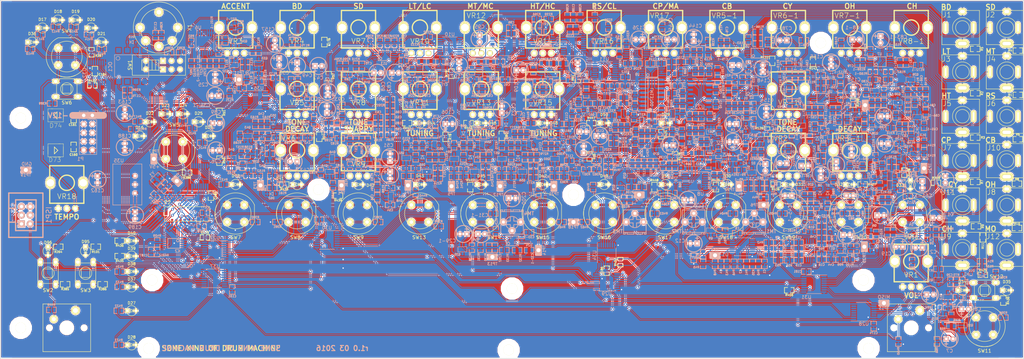
<source format=kicad_pcb>
(kicad_pcb (version 4) (host pcbnew 4.0.2-stable)
  (layers (0 F.Cu signal) (31 B.Cu signal) (34 B.Paste user) (35 F.Paste user) (36 B.SilkS user hide) (37 F.SilkS user) (38 B.Mask user) (39 F.Mask user) (44 Edge.Cuts user))
  (net 0 "")
  (net 1 "Net-(C1-Pad1)")
  (net 2 GND)
  (net 3 "Net-(C2-Pad1)")
  (net 4 "Net-(C3-Pad1)")
  (net 5 "Net-(C4-Pad1)")
  (net 6 "Net-(C5-Pad1)")
  (net 7 "Net-(C6-Pad1)")
  (net 8 "Net-(C7-Pad1)")
  (net 9 -12V)
  (net 10 "Net-(C8-Pad1)")
  (net 11 "Net-(C8-1-Pad1)")
  (net 12 "Net-(C79-Pad2)")
  (net 13 "Net-(C9-Pad1)")
  (net 14 "Net-(C10-Pad1)")
  (net 15 "Net-(C10-Pad2)")
  (net 16 "Net-(C11-Pad1)")
  (net 17 "Net-(C12-Pad1)")
  (net 18 "Net-(C13-Pad1)")
  (net 19 "Net-(C13-Pad2)")
  (net 20 "Net-(C14-Pad1)")
  (net 21 "Net-(C15-Pad1)")
  (net 22 "Net-(C15-Pad2)")
  (net 23 "Net-(C16-Pad1)")
  (net 24 "Net-(C17-Pad1)")
  (net 25 SUM)
  (net 26 "Net-(C18-Pad1)")
  (net 27 "Net-(C19-Pad1)")
  (net 28 "Net-(C20-Pad1)")
  (net 29 "Net-(C21-Pad1)")
  (net 30 "Net-(C21-Pad2)")
  (net 31 MASTER)
  (net 32 "Net-(C23-Pad1)")
  (net 33 "Net-(C23-Pad2)")
  (net 34 "Net-(C23-1-Pad1)")
  (net 35 "Net-(C23-1-Pad2)")
  (net 36 "Net-(C24-Pad1)")
  (net 37 "Net-(C25-Pad1)")
  (net 38 +12V)
  (net 39 "Net-(C27-Pad1)")
  (net 40 "Net-(C201-Pad1)")
  (net 41 "Net-(C28-Pad1)")
  (net 42 "Net-(C28-Pad2)")
  (net 43 "Net-(C29-Pad1)")
  (net 44 "Net-(C29-1-Pad1)")
  (net 45 "Net-(C30-Pad2)")
  (net 46 "Net-(C31-Pad2)")
  (net 47 "Net-(C31-1-Pad1)")
  (net 48 "Net-(C31-1-Pad2)")
  (net 49 "Net-(C32-Pad1)")
  (net 50 "Net-(C32-Pad2)")
  (net 51 PINK_NOISE)
  (net 52 "Net-(C32-1-Pad2)")
  (net 53 "Net-(C33-Pad1)")
  (net 54 "Net-(C33-Pad2)")
  (net 55 "Net-(C33-1-Pad1)")
  (net 56 "Net-(C34-Pad1)")
  (net 57 "Net-(C35-Pad1)")
  (net 58 "Net-(C36-Pad1)")
  (net 59 "Net-(C37-Pad1)")
  (net 60 "Net-(C38-Pad1)")
  (net 61 "Net-(C38-1-Pad1)")
  (net 62 "Net-(C39-Pad1)")
  (net 63 "Net-(C39-Pad2)")
  (net 64 "Net-(C39-1-Pad1)")
  (net 65 "Net-(C40-Pad1)")
  (net 66 "Net-(C40-Pad2)")
  (net 67 "Net-(C40-1-Pad1)")
  (net 68 "Net-(C41-Pad1)")
  (net 69 "Net-(C41-Pad2)")
  (net 70 "Net-(C41-1-Pad1)")
  (net 71 "Net-(C42-Pad1)")
  (net 72 "Net-(C42-1-Pad1)")
  (net 73 "Net-(C43-Pad1)")
  (net 74 "Net-(C43-Pad2)")
  (net 75 "Net-(C43-1-Pad1)")
  (net 76 "Net-(C44-Pad1)")
  (net 77 "Net-(C45-Pad1)")
  (net 78 "Net-(C45-1-Pad1)")
  (net 79 "Net-(C46-Pad1)")
  (net 80 "Net-(C47-Pad1)")
  (net 81 "Net-(C47-1-Pad1)")
  (net 82 "Net-(C48-Pad1)")
  (net 83 "Net-(C48-1-Pad1)")
  (net 84 "Net-(C48-1-Pad2)")
  (net 85 "Net-(C49-Pad1)")
  (net 86 "Net-(C49-Pad2)")
  (net 87 "Net-(C49-1-Pad1)")
  (net 88 "Net-(C50-Pad1)")
  (net 89 "Net-(C50-1-Pad1)")
  (net 90 "Net-(C51-Pad1)")
  (net 91 "Net-(C51-1-Pad1)")
  (net 92 "Net-(C52-Pad1)")
  (net 93 "Net-(C52-1-Pad1)")
  (net 94 "Net-(C53-Pad1)")
  (net 95 "Net-(C53-1-Pad1)")
  (net 96 "Net-(C54-Pad1)")
  (net 97 "Net-(C54-1-Pad1)")
  (net 98 "Net-(C55-Pad1)")
  (net 99 "Net-(C55-1-Pad1)")
  (net 100 "Net-(C55-1-Pad2)")
  (net 101 WHITE_NOISE)
  (net 102 "Net-(C56-Pad2)")
  (net 103 "Net-(C56-1-Pad1)")
  (net 104 "Net-(C56-1-Pad2)")
  (net 105 "Net-(C57-Pad1)")
  (net 106 "Net-(C57-Pad2)")
  (net 107 "Net-(C57-1-Pad1)")
  (net 108 "Net-(C58-Pad1)")
  (net 109 "Net-(C58-Pad2)")
  (net 110 "Net-(C58-1-Pad1)")
  (net 111 "Net-(C58-1-Pad2)")
  (net 112 "Net-(C59-Pad1)")
  (net 113 "Net-(C59-1-Pad1)")
  (net 114 "Net-(C60-Pad1)")
  (net 115 "Net-(C60-Pad2)")
  (net 116 "Net-(C60-1-Pad1)")
  (net 117 "Net-(C61-Pad1)")
  (net 118 "Net-(C61-1-Pad1)")
  (net 119 "Net-(C62-Pad1)")
  (net 120 "Net-(C63-Pad2)")
  (net 121 "Net-(C63-1-Pad1)")
  (net 122 "Net-(C64-Pad1)")
  (net 123 "Net-(C65-Pad1)")
  (net 124 "Net-(C65-Pad2)")
  (net 125 "Net-(C65-1-Pad1)")
  (net 126 "Net-(C66-Pad1)")
  (net 127 "Net-(C66-1-Pad1)")
  (net 128 "Net-(C67-Pad1)")
  (net 129 "Net-(C67-1-Pad1)")
  (net 130 "Net-(C68-Pad1)")
  (net 131 "Net-(C68-Pad2)")
  (net 132 "Net-(C68-1-Pad1)")
  (net 133 "Net-(C69-Pad1)")
  (net 134 "Net-(C69-Pad2)")
  (net 135 "Net-(C69-1-Pad1)")
  (net 136 "Net-(C70-Pad2)")
  (net 137 "Net-(C70-1-Pad1)")
  (net 138 "Net-(C71-Pad1)")
  (net 139 "Net-(C71-Pad2)")
  (net 140 "Net-(C71-1-Pad1)")
  (net 141 "Net-(C72-Pad1)")
  (net 142 "Net-(C72-1-Pad1)")
  (net 143 "Net-(C73-Pad1)")
  (net 144 "Net-(C73-Pad2)")
  (net 145 "Net-(C73-1-Pad1)")
  (net 146 "Net-(C74-Pad1)")
  (net 147 "Net-(C74-Pad2)")
  (net 148 "Net-(C74-1-Pad1)")
  (net 149 "Net-(C74-1-Pad2)")
  (net 150 "Net-(C75-Pad1)")
  (net 151 "Net-(C75-1-Pad1)")
  (net 152 "Net-(C76-Pad1)")
  (net 153 "Net-(C76-Pad2)")
  (net 154 "Net-(C76-1-Pad1)")
  (net 155 "Net-(C76-1-Pad2)")
  (net 156 "Net-(C77-Pad1)")
  (net 157 "Net-(C77-Pad2)")
  (net 158 "Net-(C77-1-Pad1)")
  (net 159 "Net-(C77-1-Pad2)")
  (net 160 "Net-(C78-1-Pad1)")
  (net 161 "Net-(C79-Pad1)")
  (net 162 "Net-(C80-Pad1)")
  (net 163 "Net-(C80-Pad2)")
  (net 164 "Net-(C81-Pad1)")
  (net 165 "Net-(C81-Pad2)")
  (net 166 "Net-(C82-Pad1)")
  (net 167 "Net-(C82-Pad2)")
  (net 168 "Net-(C82-1-Pad1)")
  (net 169 "Net-(C82-1-Pad2)")
  (net 170 "Net-(C83-1-Pad1)")
  (net 171 "Net-(C84-Pad1)")
  (net 172 "Net-(C84-Pad2)")
  (net 173 "Net-(C85-Pad1)")
  (net 174 "Net-(C86-Pad1)")
  (net 175 "Net-(C86-Pad2)")
  (net 176 "Net-(C87-Pad1)")
  (net 177 "Net-(C87-Pad2)")
  (net 178 "Net-(C88-Pad1)")
  (net 179 "Net-(C90-Pad1)")
  (net 180 "Net-(C90-Pad2)")
  (net 181 "Net-(C90-1-Pad2)")
  (net 182 "Net-(C91-Pad1)")
  (net 183 "Net-(C91-Pad2)")
  (net 184 "Net-(C95-Pad1)")
  (net 185 "Net-(C95-Pad2)")
  (net 186 "Net-(C96-Pad1)")
  (net 187 "Net-(C96-Pad2)")
  (net 188 "Net-(C98-Pad1)")
  (net 189 "Net-(C98-Pad2)")
  (net 190 "Net-(C99-Pad1)")
  (net 191 "Net-(C99-Pad2)")
  (net 192 "Net-(C100-Pad1)")
  (net 193 "Net-(C101-Pad1)")
  (net 194 "Net-(C101-Pad2)")
  (net 195 "Net-(C102-Pad1)")
  (net 196 "Net-(C103-Pad1)")
  (net 197 "Net-(C103-Pad2)")
  (net 198 "Net-(C104-Pad1)")
  (net 199 "Net-(C104-Pad2)")
  (net 200 "Net-(C108-Pad1)")
  (net 201 "Net-(C108-Pad2)")
  (net 202 "Net-(C109-Pad1)")
  (net 203 "Net-(C109-Pad2)")
  (net 204 "Net-(C111-Pad1)")
  (net 205 "Net-(C111-Pad2)")
  (net 206 "Net-(C112-Pad1)")
  (net 207 "Net-(C113-Pad2)")
  (net 208 "Net-(C114-Pad2)")
  (net 209 "Net-(C115-Pad1)")
  (net 210 "Net-(C115-Pad2)")
  (net 211 "Net-(C116-Pad2)")
  (net 212 "Net-(C117-Pad1)")
  (net 213 "Net-(C117-Pad2)")
  (net 214 "Net-(C118-Pad2)")
  (net 215 "Net-(C119-Pad2)")
  (net 216 "Net-(C120-Pad1)")
  (net 217 "Net-(C120-Pad2)")
  (net 218 "Net-(C121-Pad1)")
  (net 219 "Net-(C121-Pad2)")
  (net 220 "Net-(C122-Pad1)")
  (net 221 "Net-(C125-Pad1)")
  (net 222 "Net-(C125-Pad2)")
  (net 223 "Net-(C126-Pad1)")
  (net 224 "Net-(C126-Pad2)")
  (net 225 "Net-(C127-Pad2)")
  (net 226 "Net-(C128-Pad1)")
  (net 227 "Net-(C129-Pad2)")
  (net 228 "Net-(C130-Pad1)")
  (net 229 "Net-(C130-Pad2)")
  (net 230 "Net-(C131-Pad1)")
  (net 231 "Net-(C131-Pad2)")
  (net 232 "Net-(C132-Pad1)")
  (net 233 "Net-(C133-Pad1)")
  (net 234 "Net-(C134-Pad1)")
  (net 235 "Net-(C135-Pad1)")
  (net 236 "Net-(C136-Pad1)")
  (net 237 "Net-(C137-Pad1)")
  (net 238 "Net-(C137-Pad2)")
  (net 239 "Net-(C138-Pad1)")
  (net 240 "Net-(C139-Pad1)")
  (net 241 "Net-(C140-Pad1)")
  (net 242 "Net-(C141-Pad1)")
  (net 243 "Net-(C141-Pad2)")
  (net 244 "Net-(C142-Pad1)")
  (net 245 "Net-(C142-Pad2)")
  (net 246 "Net-(C143-Pad1)")
  (net 247 "Net-(C144-Pad1)")
  (net 248 "Net-(C145-Pad1)")
  (net 249 "Net-(C145-Pad2)")
  (net 250 "Net-(C146-Pad1)")
  (net 251 "Net-(C149-Pad2)")
  (net 252 "Net-(C150-Pad1)")
  (net 253 "Net-(C150-Pad2)")
  (net 254 "Net-(C151-Pad1)")
  (net 255 "Net-(C151-Pad2)")
  (net 256 "Net-(C152-Pad2)")
  (net 257 "Net-(C153-Pad1)")
  (net 258 -V)
  (net 259 "Net-(C172-Pad1)")
  (net 260 +5V)
  (net 261 "Net-(C177-Pad1)")
  (net 262 "Net-(C178-Pad1)")
  (net 263 "Net-(C182-Pad2)")
  (net 264 "Net-(C183-Pad2)")
  (net 265 "Net-(C200-Pad1)")
  (net 266 "Net-(C202-Pad2)")
  (net 267 "Net-(D1-Pad2)")
  (net 268 "Net-(D2-Pad2)")
  (net 269 "Net-(D3-Pad2)")
  (net 270 "Net-(D3-Pad1)")
  (net 271 "Net-(D4-Pad2)")
  (net 272 "Net-(D4-Pad1)")
  (net 273 "Net-(D6-Pad2)")
  (net 274 "Net-(D12-Pad1)")
  (net 275 MIDI_IN5)
  (net 276 "Net-(D15-Pad1)")
  (net 277 "Net-(D16-Pad2)")
  (net 278 "Net-(D17-Pad2)")
  (net 279 "Net-(D18-Pad2)")
  (net 280 "Net-(D19-Pad2)")
  (net 281 "Net-(D20-Pad2)")
  (net 282 "Net-(D21-Pad2)")
  (net 283 "Net-(D22-Pad2)")
  (net 284 "Net-(D23-Pad2)")
  (net 285 "Net-(D24-Pad2)")
  (net 286 "Net-(D25-Pad2)")
  (net 287 "Net-(D26-Pad2)")
  (net 288 "Net-(D27-Pad2)")
  (net 289 "Net-(D28-Pad2)")
  (net 290 "Net-(D29-Pad2)")
  (net 291 "Net-(D30-Pad2)")
  (net 292 "Net-(D31-Pad2)")
  (net 293 "Net-(D32-Pad2)")
  (net 294 "Net-(D33-Pad2)")
  (net 295 "Net-(D34-Pad2)")
  (net 296 "Net-(D35-Pad2)")
  (net 297 "Net-(D36-Pad2)")
  (net 298 "Net-(D37-Pad2)")
  (net 299 "Net-(D38-Pad2)")
  (net 300 "Net-(D39-Pad2)")
  (net 301 "Net-(D40-Pad2)")
  (net 302 "Net-(D41-Pad2)")
  (net 303 "Net-(D42-Pad2)")
  (net 304 "Net-(D43-Pad2)")
  (net 305 "Net-(D44-Pad2)")
  (net 306 "Net-(D45-Pad2)")
  (net 307 "Net-(D46-Pad2)")
  (net 308 "Net-(D47-Pad2)")
  (net 309 "Net-(D48-Pad2)")
  (net 310 "Net-(D49-Pad2)")
  (net 311 "Net-(D50-Pad2)")
  (net 312 "Net-(D51-Pad2)")
  (net 313 "Net-(D55-Pad2)")
  (net 314 "Net-(D57-Pad2)")
  (net 315 "Net-(D59-Pad2)")
  (net 316 "Net-(D61-Pad1)")
  (net 317 "Net-(D62-Pad1)")
  (net 318 "Net-(D63-Pad2)")
  (net 319 "Net-(D64-Pad1)")
  (net 320 "Net-(D65-Pad2)")
  (net 321 "Net-(D66-Pad2)")
  (net 322 "Net-(D67-Pad2)")
  (net 323 "Net-(D68-Pad2)")
  (net 324 "Net-(D71-Pad2)")
  (net 325 "Net-(D72-Pad2)")
  (net 326 "Net-(D80-Pad1)")
  (net 327 "Net-(D82-Pad1)")
  (net 328 "Net-(D84-Pad1)")
  (net 329 DIN_TEMPO_CLK)
  (net 330 DIN_RUN_STOP)
  (net 331 "Net-(IC1-Pad3)")
  (net 332 "Net-(IC1-Pad6)")
  (net 333 TRIG)
  (net 334 DIN_FILL)
  (net 335 /Sequencer/~SPI_EN)
  (net 336 START/STOP)
  (net 337 TAP)
  (net 338 ISP_MOSI)
  (net 339 ISP_MISO)
  (net 340 ISP_SCK)
  (net 341 "Net-(IC1-Pad19)")
  (net 342 SPI_MOSI)
  (net 343 SPI_MISO)
  (net 344 /Sequencer/SPI_SCK)
  (net 345 /Sequencer/SWITCH_LATCH)
  (net 346 /Sequencer/LED_LATCH)
  (net 347 "Net-(IC1-Pad27)")
  (net 348 "Net-(IC1-Pad28)")
  (net 349 ~RESET)
  (net 350 UART_RX)
  (net 351 UART_TX)
  (net 352 DIN_RESET)
  (net 353 BD)
  (net 354 "Net-(J1-Pad2)")
  (net 355 SD)
  (net 356 "Net-(J2-Pad2)")
  (net 357 LT)
  (net 358 "Net-(J3-Pad2)")
  (net 359 MT)
  (net 360 "Net-(J4-Pad2)")
  (net 361 HT)
  (net 362 "Net-(J5-Pad2)")
  (net 363 RS/CL)
  (net 364 "Net-(J6-Pad2)")
  (net 365 CP/MA)
  (net 366 "Net-(J7-Pad2)")
  (net 367 OH)
  (net 368 "Net-(J8-Pad2)")
  (net 369 CH)
  (net 370 "Net-(J9-Pad2)")
  (net 371 CB)
  (net 372 "Net-(J10-Pad2)")
  (net 373 CY)
  (net 374 "Net-(J11-Pad2)")
  (net 375 "Net-(J12-Pad3)")
  (net 376 "Net-(J12-Pad2)")
  (net 377 "Net-(Q1-Pad3)")
  (net 378 "Net-(Q1-Pad1)")
  (net 379 "Net-(Q2-Pad3)")
  (net 380 "Net-(Q2-Pad1)")
  (net 381 "Net-(Q3-Pad3)")
  (net 382 "Net-(Q3-Pad1)")
  (net 383 "Net-(Q4-Pad3)")
  (net 384 "Net-(Q4-Pad1)")
  (net 385 "Net-(Q5-Pad3)")
  (net 386 VB_TRIG)
  (net 387 "Net-(Q5-Pad1)")
  (net 388 "Net-(Q6-Pad3)")
  (net 389 "Net-(Q6-Pad1)")
  (net 390 "Net-(Q7-Pad3)")
  (net 391 "Net-(Q7-Pad1)")
  (net 392 "Net-(Q8-Pad3)")
  (net 393 "Net-(Q8-Pad1)")
  (net 394 "Net-(Q9-Pad1)")
  (net 395 "Net-(Q10-Pad3)")
  (net 396 "Net-(Q10-Pad1)")
  (net 397 "Net-(Q11-Pad3)")
  (net 398 "Net-(Q11-Pad1)")
  (net 399 "Net-(Q12-Pad3)")
  (net 400 "Net-(Q12-Pad1)")
  (net 401 "Net-(Q14-Pad2)")
  (net 402 "Net-(Q15-Pad2)")
  (net 403 "Net-(Q16-Pad2)")
  (net 404 "Net-(Q17-Pad2)")
  (net 405 "Net-(Q18-Pad2)")
  (net 406 "Net-(Q19-Pad3)")
  (net 407 "Net-(Q19-Pad1)")
  (net 408 "Net-(Q20-Pad2)")
  (net 409 "Net-(Q21-Pad1)")
  (net 410 "Net-(Q22-Pad3)")
  (net 411 "Net-(Q22-Pad1)")
  (net 412 "Net-(Q22/23-Pad3)")
  (net 413 "Net-(Q22/23-Pad2)")
  (net 414 "Net-(Q22/23-Pad1)")
  (net 415 "Net-(Q24-Pad3)")
  (net 416 "Net-(Q24-Pad1)")
  (net 417 "Net-(Q27-Pad2)")
  (net 418 "Net-(Q27-1-Pad1)")
  (net 419 "Net-(Q28-Pad3)")
  (net 420 "Net-(Q28-Pad1)")
  (net 421 "Net-(Q28-1-Pad3)")
  (net 422 "Net-(Q28-1-Pad1)")
  (net 423 "Net-(Q29-Pad3)")
  (net 424 COMMON_TRIG)
  (net 425 "Net-(Q29-Pad1)")
  (net 426 "Net-(Q29-1-Pad2)")
  (net 427 "Net-(Q29-1-Pad1)")
  (net 428 "Net-(Q30-Pad2)")
  (net 429 "Net-(Q31-Pad3)")
  (net 430 "Net-(Q31-Pad1)")
  (net 431 "Net-(Q33-Pad3)")
  (net 432 "Net-(Q33-Pad1)")
  (net 433 "Net-(Q34-Pad3)")
  (net 434 "Net-(Q34-Pad1)")
  (net 435 "Net-(Q35-Pad3)")
  (net 436 "Net-(Q39-Pad3)")
  (net 437 "Net-(Q39-Pad1)")
  (net 438 "Net-(Q40-Pad1)")
  (net 439 "Net-(Q41-Pad1)")
  (net 440 "Net-(Q43-Pad3)")
  (net 441 "Net-(Q43-Pad1)")
  (net 442 "Net-(Q44-Pad1)")
  (net 443 "Net-(Q45-Pad3)")
  (net 444 "Net-(Q45-Pad1)")
  (net 445 "Net-(Q46-Pad1)")
  (net 446 "Net-(Q47-Pad3)")
  (net 447 "Net-(Q47-Pad1)")
  (net 448 "Net-(Q48-Pad2)")
  (net 449 "Net-(Q50-Pad3)")
  (net 450 "Net-(Q50-Pad1)")
  (net 451 "Net-(Q51-Pad1)")
  (net 452 "Net-(Q52-Pad1)")
  (net 453 "Net-(Q53-Pad3)")
  (net 454 "Net-(Q53-Pad1)")
  (net 455 "Net-(Q54-Pad1)")
  (net 456 "Net-(Q55-Pad1)")
  (net 457 "Net-(Q56-Pad3)")
  (net 458 "Net-(Q56-Pad1)")
  (net 459 "Net-(Q57-Pad1)")
  (net 460 "Net-(Q58-Pad1)")
  (net 461 "Net-(Q59-Pad3)")
  (net 462 "Net-(Q59-Pad1)")
  (net 463 "Net-(Q60-Pad1)")
  (net 464 "Net-(Q63-Pad2)")
  (net 465 "Net-(Q66-Pad2)")
  (net 466 "Net-(Q67-Pad1)")
  (net 467 "Net-(Q69-Pad1)")
  (net 468 "Net-(Q70-Pad2)")
  (net 469 "Net-(Q71/72-Pad1)")
  (net 470 "Net-(Q71/72-Pad2)")
  (net 471 "Net-(Q71/72-Pad3)")
  (net 472 "Net-(Q71/72-Pad4)")
  (net 473 "Net-(Q73-Pad3)")
  (net 474 "Net-(Q73-Pad1)")
  (net 475 OH_TRIG)
  (net 476 CH_TRIG)
  (net 477 CY_TRIG)
  (net 478 CB_TRIG)
  (net 479 "Net-(R12-Pad2)")
  (net 480 "Net-(R19-Pad1)")
  (net 481 "Net-(R22-Pad2)")
  (net 482 "Net-(R35-Pad1)")
  (net 483 CP_SW)
  (net 484 "Net-(R37-Pad1)")
  (net 485 "Net-(R38-Pad1)")
  (net 486 "Net-(R39-Pad1)")
  (net 487 "Net-(R43-Pad2)")
  (net 488 "Net-(R44-Pad2)")
  (net 489 "Net-(R45-Pad1)")
  (net 490 "Net-(R45-Pad2)")
  (net 491 "Net-(R89-Pad1)")
  (net 492 "Net-(R93-1-Pad2)")
  (net 493 "Net-(R96-Pad1)")
  (net 494 "Net-(R100-Pad2)")
  (net 495 "Net-(R101-1-Pad1)")
  (net 496 "Net-(R101-2-Pad1)")
  (net 497 "Net-(R102-1-Pad1)")
  (net 498 CP_TRIG)
  (net 499 "Net-(R110-Pad2)")
  (net 500 "Net-(R112-Pad1)")
  (net 501 "Net-(R112-1-Pad1)")
  (net 502 "Net-(R114-Pad2)")
  (net 503 "Net-(R114-11-Pad2)")
  (net 504 "Net-(R116-Pad2)")
  (net 505 "Net-(R118-1-Pad2)")
  (net 506 ACCENT)
  (net 507 "Net-(R120-1-Pad1)")
  (net 508 "Net-(R125-Pad2)")
  (net 509 "Net-(R132-1-Pad1)")
  (net 510 "Net-(R148-Pad2)")
  (net 511 "Net-(R150-Pad1)")
  (net 512 BD_TRIG)
  (net 513 "Net-(R157-1-Pad1)")
  (net 514 "Net-(R158-1-Pad1)")
  (net 515 "Net-(R163-1-Pad2)")
  (net 516 "Net-(R164-Pad1)")
  (net 517 "Net-(R168-Pad1)")
  (net 518 "Net-(R171-Pad2)")
  (net 519 SD_TRIG)
  (net 520 "Net-(R186-Pad2)")
  (net 521 "Net-(R191-Pad2)")
  (net 522 "Net-(R199-Pad1)")
  (net 523 "Net-(R204-Pad2)")
  (net 524 "Net-(R206-Pad1)")
  (net 525 LT_TRIG)
  (net 526 "Net-(R224-Pad1)")
  (net 527 "Net-(R224-Pad2)")
  (net 528 "Net-(R227-Pad1)")
  (net 529 "Net-(R227-Pad2)")
  (net 530 "Net-(R231-Pad2)")
  (net 531 "Net-(R232-Pad1)")
  (net 532 "Net-(R234-Pad2)")
  (net 533 MT_TRIG)
  (net 534 "Net-(R253-Pad1)")
  (net 535 "Net-(R253-Pad2)")
  (net 536 "Net-(R256-Pad1)")
  (net 537 "Net-(R256-Pad2)")
  (net 538 "Net-(R260-Pad2)")
  (net 539 "Net-(R261-Pad1)")
  (net 540 "Net-(R263-Pad2)")
  (net 541 HT_TRIG)
  (net 542 "Net-(R280-Pad1)")
  (net 543 "Net-(R280-Pad2)")
  (net 544 "Net-(R283-Pad1)")
  (net 545 "Net-(R283-Pad2)")
  (net 546 "Net-(R287-Pad2)")
  (net 547 "Net-(R288-Pad1)")
  (net 548 "Net-(R290-Pad2)")
  (net 549 RS_TRIG)
  (net 550 "Net-(R301-Pad1)")
  (net 551 "Net-(R309-Pad1)")
  (net 552 "Net-(R309-Pad2)")
  (net 553 "Net-(R310-Pad1)")
  (net 554 "Net-(R313-Pad2)")
  (net 555 "Net-(R319-Pad1)")
  (net 556 "Net-(R324-Pad1)")
  (net 557 "Net-(R331-Pad2)")
  (net 558 "Net-(R351-Pad1)")
  (net 559 "Net-(R352-Pad1)")
  (net 560 "Net-(R354-Pad2)")
  (net 561 "Net-(R360-Pad2)")
  (net 562 "Net-(R370-Pad1)")
  (net 563 "Net-(R373-Pad1)")
  (net 564 "Net-(R374-Pad2)")
  (net 565 "Net-(R381-Pad1)")
  (net 566 "Net-(R383-Pad2)")
  (net 567 "Net-(R385-Pad2)")
  (net 568 "Net-(R386-Pad2)")
  (net 569 "Net-(R387-Pad2)")
  (net 570 "Net-(R388-Pad2)")
  (net 571 "Net-(R389-Pad2)")
  (net 572 "Net-(R390-Pad2)")
  (net 573 "Net-(R391-Pad2)")
  (net 574 "Net-(R392-Pad2)")
  (net 575 "Net-(R393-Pad2)")
  (net 576 MIDI_IN4)
  (net 577 "Net-(R395-Pad2)")
  (net 578 "Net-(R396-Pad2)")
  (net 579 "Net-(R397-Pad2)")
  (net 580 "Net-(R399-Pad2)")
  (net 581 "Net-(R400-Pad2)")
  (net 582 "Net-(R401-Pad2)")
  (net 583 "Net-(R402-Pad2)")
  (net 584 "Net-(R403-Pad2)")
  (net 585 "Net-(R404-Pad2)")
  (net 586 "Net-(R405-Pad2)")
  (net 587 "Net-(R406-Pad2)")
  (net 588 "Net-(R410-Pad2)")
  (net 589 "Net-(R411-Pad2)")
  (net 590 "Net-(R412-Pad2)")
  (net 591 "Net-(R413-Pad2)")
  (net 592 "Net-(R414-Pad2)")
  (net 593 "Net-(R415-Pad2)")
  (net 594 "Net-(R416-Pad2)")
  (net 595 "Net-(R417-Pad2)")
  (net 596 "Net-(R418-Pad2)")
  (net 597 "Net-(R419-Pad2)")
  (net 598 "Net-(R420-Pad2)")
  (net 599 "Net-(R421-Pad2)")
  (net 600 "Net-(R422-Pad2)")
  (net 601 "Net-(R423-Pad2)")
  (net 602 "Net-(R424-Pad2)")
  (net 603 "Net-(R425-Pad2)")
  (net 604 "Net-(R426-Pad2)")
  (net 605 "Net-(R427-Pad2)")
  (net 606 "Net-(R428-Pad2)")
  (net 607 "Net-(R429-Pad2)")
  (net 608 "Net-(R430-Pad2)")
  (net 609 "Net-(R433-Pad2)")
  (net 610 "Net-(R434-Pad2)")
  (net 611 "Net-(R435-Pad2)")
  (net 612 "Net-(R436-Pad2)")
  (net 613 "Net-(R437-Pad2)")
  (net 614 "Net-(R438-Pad2)")
  (net 615 "Net-(R439-Pad2)")
  (net 616 "Net-(R440-Pad2)")
  (net 617 "Net-(R441-Pad2)")
  (net 618 "Net-(R442-Pad2)")
  (net 619 "Net-(R443-Pad2)")
  (net 620 "Net-(R444-Pad2)")
  (net 621 "Net-(R445-Pad2)")
  (net 622 "Net-(R446-Pad2)")
  (net 623 "Net-(R447-Pad2)")
  (net 624 "Net-(R448-Pad2)")
  (net 625 MIDI5)
  (net 626 MIDI4)
  (net 627 /Sequencer/SPI_SW_DATA)
  (net 628 "Net-(U6-Pad3)")
  (net 629 "Net-(U6-Pad4)")
  (net 630 "Net-(U8-Pad1)")
  (net 631 "Net-(U8-Pad2)")
  (net 632 "Net-(U8-Pad3)")
  (net 633 "Net-(U8-Pad5)")
  (net 634 "Net-(U9-Pad1)")
  (net 635 "Net-(U10-Pad2)")
  (net 636 "Net-(U10-Pad3)")
  (net 637 LT_SW)
  (net 638 "Net-(U11-Pad3)")
  (net 639 "Net-(U11-Pad5)")
  (net 640 RS_SW)
  (net 641 "Net-(U22-Pad2)")
  (net 642 "Net-(U22-Pad12)")
  (net 643 "Net-(U22-Pad13)")
  (net 644 "Net-(U22-Pad14)")
  (net 645 "Net-(U22-Pad15)")
  (net 646 "Net-(U22-Pad16)")
  (net 647 "Net-(U25-Pad2)")
  (net 648 "Net-(U25-Pad3)")
  (net 649 MT_SW)
  (net 650 "Net-(U26-Pad2)")
  (net 651 "Net-(U26-Pad3)")
  (net 652 HT_SW)
  (net 653 "Net-(U27-Pad7)")
  (net 654 "Net-(U27-Pad9)")
  (net 655 "Net-(U28-Pad3)")
  (net 656 "Net-(U28-Pad4)")
  (net 657 "Net-(U28-Pad5)")
  (net 658 "Net-(U28-Pad6)")
  (net 659 "Net-(U28-Pad7)")
  (net 660 "Net-(U28-Pad10)")
  (net 661 "Net-(U28-Pad14)")
  (net 662 "Net-(U29-Pad7)")
  (net 663 "Net-(U30-Pad9)")
  (net 664 "Net-(U31-Pad9)")
  (net 665 "Net-(U32-Pad9)")
  (net 666 /Sequencer/SPI_LED_DATA)
  (net 667 "Net-(VR6-Pad3)")
  (net 668 "Net-(VR7-Pad3)")
  (net 669 "Net-(VR10-Pad3)")
  (net 670 "Net-(VR12-Pad3)")
  (net 671 "Net-(VR14-Pad3)")
  (net 672 "Net-(VR16-Pad3)")
  (net 673 "Net-(VR17-Pad3)")
  (net 674 "Net-(X1-Pad6)")
  (net 675 "Net-(OC1-Pad7)")
  (net 676 "Net-(D95-Pad2)")
  (net 677 "Net-(D96-Pad2)")
  (net 678 "Net-(R101-Pad2)")
  (net 679 "Net-(R264-Pad2)")
  (net 680 +V)
  (net 681 "Net-(U31-Pad14)")
  (net 682 "Net-(U32-Pad14)")
  (net 683 "Net-(U33-Pad14)")
  (net 684 "Net-(TM4-Pad3)")
  (net 685 "Net-(R44-Pad1)")
  (net 686 "Net-(TM1-Pad3)")
  (net 687 "Net-(TM2-Pad3)")
  (module MyModules:CHERRY-MX (layer F.Cu) (at 335 147)
    (fp_text reference SW22 hide)
    (fp_text value TAP hide)
    (pad 2 thru_hole circle (at -3.81 -2.54 90) (size 2.286 2.286) (drill 1.27) (layers *.Cu *.Mask F.SilkS) (net 337 TAP))
    (pad "" np_thru_hole circle (at 0 0 90) (size 3.9878 3.9878) (drill 3.9878) (layers *.Cu *.Mask F.SilkS))
    (pad "" np_thru_hole circle (at 5.08 0 90) (size 1.7018 1.7018) (drill 1.7018) (layers *.Cu *.Mask F.SilkS))
    (pad "" np_thru_hole circle (at -5.08 0 90) (size 1.7018 1.7018) (drill 1.7018) (layers *.Cu *.Mask F.SilkS))
    (pad 1 thru_hole circle (at 2.54 -5.08) (size 2.54 2.54) (drill 1.4986) (layers *.Cu *.Mask F.SilkS) (net 260 +5V))
  )
  (module MyModules:CHERRY-MX (layer F.Cu) (at 87.5 147)
    (fp_text reference SW21 hide)
    (fp_text value START/STOP hide)
    (pad 2 thru_hole circle (at -3.81 -2.54 90) (size 2.286 2.286) (drill 1.27) (layers *.Cu *.Mask F.SilkS) (net 336 START/STOP))
    (pad "" np_thru_hole circle (at 0 0 90) (size 3.9878 3.9878) (drill 3.9878) (layers *.Cu *.Mask F.SilkS))
    (pad "" np_thru_hole circle (at 5.08 0 90) (size 1.7018 1.7018) (drill 1.7018) (layers *.Cu *.Mask F.SilkS))
    (pad "" np_thru_hole circle (at -5.08 0 90) (size 1.7018 1.7018) (drill 1.7018) (layers *.Cu *.Mask F.SilkS))
    (pad 1 thru_hole circle (at 2.54 -5.08) (size 2.54 2.54) (drill 1.4986) (layers *.Cu *.Mask F.SilkS) (net 260 +5V))
  )
  (module MyModules:2MM-POL-CAP (layer B.Cu) (at 346.25 150.25)
    (fp_text reference C7 (at 0 3.5) (layer B.SilkS) (effects (justify mirror)))
    (fp_text value 2.2μ hide)
    (pad 1 thru_hole rect (at -1 0) (size 1.4 1.4) (drill 0.7) (layers *.Cu *.Mask B.SilkS) (net 8 "Net-(C7-Pad1)"))
    (pad 2 thru_hole circle (at 1 0) (size 1.4 1.4) (drill 0.7) (layers *.Cu *.Mask B.SilkS) (net 9 -12V))
  )
  (module MyModules:2MM-POL-CAP (layer B.Cu) (at 350.75 141.5)
    (fp_text reference C8 (at 3.75 0) (layer B.SilkS) (effects (justify mirror)))
    (fp_text value 2.2μ hide)
    (pad 1 thru_hole rect (at -1 0) (size 1.4 1.4) (drill 0.7) (layers *.Cu *.Mask B.SilkS) (net 10 "Net-(C8-Pad1)"))
    (pad 2 thru_hole circle (at 1 0) (size 1.4 1.4) (drill 0.7) (layers *.Cu *.Mask B.SilkS) (net 9 -12V))
  )
  (module MyModules:2MM-POL-CAP (layer B.Cu) (at 318.75 62.5)
    (fp_text reference C8-1 (at -1 -3.5) (layer B.SilkS) (effects (justify mirror)))
    (fp_text value 33μ hide)
    (pad 1 thru_hole rect (at -1 0) (size 1.4 1.4) (drill 0.7) (layers *.Cu *.Mask B.SilkS) (net 11 "Net-(C8-1-Pad1)"))
    (pad 2 thru_hole circle (at 1 0) (size 1.4 1.4) (drill 0.7) (layers *.Cu *.Mask B.SilkS) (net 12 "Net-(C79-Pad2)"))
  )
  (module MyModules:2MM-POL-CAP (layer B.Cu) (at 282.75 87.25 180)
    (fp_text reference C9 (at 0 -1.75 180) (layer B.SilkS) (effects (font (size 0.6 0.6)) (justify mirror)))
    (fp_text value 0.47μ hide)
    (pad 1 thru_hole rect (at -1 0 180) (size 1.4 1.4) (drill 0.7) (layers *.Cu *.Mask B.SilkS) (net 13 "Net-(C9-Pad1)"))
    (pad 2 thru_hole circle (at 1 0 180) (size 1.4 1.4) (drill 0.7) (layers *.Cu *.Mask B.SilkS) (net 2 GND))
  )
  (module MyModules:2MM-POL-CAP (layer B.Cu) (at 342.25 114.75)
    (fp_text reference C17 (at 3.75 -1) (layer B.SilkS) (effects (justify mirror)))
    (fp_text value 1μ hide)
    (pad 1 thru_hole rect (at -1 0) (size 1.4 1.4) (drill 0.7) (layers *.Cu *.Mask B.SilkS) (net 24 "Net-(C17-Pad1)"))
    (pad 2 thru_hole circle (at 1 0) (size 1.4 1.4) (drill 0.7) (layers *.Cu *.Mask B.SilkS) (net 25 SUM))
  )
  (module MyModules:2MM-POL-CAP (layer B.Cu) (at 331.5 123.25 180)
    (fp_text reference C19 (at 3.75 -2 180) (layer B.SilkS) (effects (justify mirror)))
    (fp_text value 1μ hide)
    (pad 1 thru_hole rect (at -1 0 180) (size 1.4 1.4) (drill 0.7) (layers *.Cu *.Mask B.SilkS) (net 27 "Net-(C19-Pad1)"))
    (pad 2 thru_hole circle (at 1 0 180) (size 1.4 1.4) (drill 0.7) (layers *.Cu *.Mask B.SilkS) (net 26 "Net-(C18-Pad1)"))
  )
  (module MyModules:2MM-POL-CAP (layer B.Cu) (at 337.25 123.5 180)
    (fp_text reference C21 (at -3.75 -1.25 180) (layer B.SilkS) (effects (justify mirror)))
    (fp_text value 33μ hide)
    (pad 1 thru_hole rect (at -1 0 180) (size 1.4 1.4) (drill 0.7) (layers *.Cu *.Mask B.SilkS) (net 29 "Net-(C21-Pad1)"))
    (pad 2 thru_hole circle (at 1 0 180) (size 1.4 1.4) (drill 0.7) (layers *.Cu *.Mask B.SilkS) (net 30 "Net-(C21-Pad2)"))
  )
  (module MyModules:2MM-POL-CAP (layer B.Cu) (at 340.5 137.25)
    (fp_text reference C23-1 (at -5.25 0) (layer B.SilkS) (effects (justify mirror)))
    (fp_text value 1μ hide)
    (pad 1 thru_hole rect (at -1 0) (size 1.4 1.4) (drill 0.7) (layers *.Cu *.Mask B.SilkS) (net 34 "Net-(C23-1-Pad1)"))
    (pad 2 thru_hole circle (at 1 0) (size 1.4 1.4) (drill 0.7) (layers *.Cu *.Mask B.SilkS) (net 35 "Net-(C23-1-Pad2)"))
  )
  (module MyModules:2MM-POL-CAP (layer B.Cu) (at 238.75 89.5)
    (fp_text reference C24 (at 0 -1.5) (layer B.SilkS) (effects (font (size 0.6 0.6)) (justify mirror)))
    (fp_text value 0.47μ hide)
    (pad 1 thru_hole rect (at -1 0) (size 1.4 1.4) (drill 0.7) (layers *.Cu *.Mask B.SilkS) (net 36 "Net-(C24-Pad1)"))
    (pad 2 thru_hole circle (at 1 0) (size 1.4 1.4) (drill 0.7) (layers *.Cu *.Mask B.SilkS) (net 2 GND))
  )
  (module MyModules:2MM-POL-CAP (layer B.Cu) (at 131 73.75 90)
    (fp_text reference C25 (at -2 -3.5 360) (layer B.SilkS) (effects (justify mirror)))
    (fp_text value 47μ hide)
    (pad 1 thru_hole rect (at -1 0 90) (size 1.4 1.4) (drill 0.7) (layers *.Cu *.Mask B.SilkS) (net 37 "Net-(C25-Pad1)"))
    (pad 2 thru_hole circle (at 1 0 90) (size 1.4 1.4) (drill 0.7) (layers *.Cu *.Mask B.SilkS) (net 2 GND))
  )
  (module MyModules:2MM-POL-CAP (layer B.Cu) (at 131.25 95 180)
    (fp_text reference C26 (at 0 -3.25 180) (layer B.SilkS) (effects (justify mirror)))
    (fp_text value 47μ hide)
    (pad 1 thru_hole rect (at -1 0 180) (size 1.4 1.4) (drill 0.7) (layers *.Cu *.Mask B.SilkS) (net 38 +12V))
    (pad 2 thru_hole circle (at 1 0 180) (size 1.4 1.4) (drill 0.7) (layers *.Cu *.Mask B.SilkS) (net 2 GND))
  )
  (module MyModules:2MM-POL-CAP (layer B.Cu) (at 203.75 119.5 180)
    (fp_text reference C29-1 (at 4.75 -2 180) (layer B.SilkS) (effects (justify mirror)))
    (fp_text value 47μ hide)
    (pad 1 thru_hole rect (at -1 0 180) (size 1.4 1.4) (drill 0.7) (layers *.Cu *.Mask B.SilkS) (net 44 "Net-(C29-1-Pad1)"))
    (pad 2 thru_hole circle (at 1 0 180) (size 1.4 1.4) (drill 0.7) (layers *.Cu *.Mask B.SilkS) (net 2 GND))
  )
  (module MyModules:2MM-POL-CAP (layer B.Cu) (at 209 119.5)
    (fp_text reference C31-1 (at -0.5 -5.5) (layer B.SilkS) (effects (justify mirror)))
    (fp_text value 1μ hide)
    (pad 1 thru_hole rect (at -1 0) (size 1.4 1.4) (drill 0.7) (layers *.Cu *.Mask B.SilkS) (net 47 "Net-(C31-1-Pad1)"))
    (pad 2 thru_hole circle (at 1 0) (size 1.4 1.4) (drill 0.7) (layers *.Cu *.Mask B.SilkS) (net 48 "Net-(C31-1-Pad2)"))
  )
  (module MyModules:2MM-POL-CAP (layer B.Cu) (at 292.25 100 270)
    (fp_text reference C32 (at 2.5 -2.25 360) (layer B.SilkS) (effects (font (size 0.6 0.6)) (justify mirror)))
    (fp_text value 10μ hide)
    (pad 1 thru_hole rect (at -1 0 270) (size 1.4 1.4) (drill 0.7) (layers *.Cu *.Mask B.SilkS) (net 49 "Net-(C32-Pad1)"))
    (pad 2 thru_hole circle (at 1 0 270) (size 1.4 1.4) (drill 0.7) (layers *.Cu *.Mask B.SilkS) (net 50 "Net-(C32-Pad2)"))
  )
  (module MyModules:2MM-POL-CAP (layer B.Cu) (at 297.5 98.75 180)
    (fp_text reference C33 (at -2.9 1.65 450) (layer B.SilkS) (effects (font (size 0.6 0.6)) (justify mirror)))
    (fp_text value 10μ hide)
    (pad 1 thru_hole rect (at -1 0 180) (size 1.4 1.4) (drill 0.7) (layers *.Cu *.Mask B.SilkS) (net 53 "Net-(C33-Pad1)"))
    (pad 2 thru_hole circle (at 1 0 180) (size 1.4 1.4) (drill 0.7) (layers *.Cu *.Mask B.SilkS) (net 54 "Net-(C33-Pad2)"))
  )
  (module MyModules:2MM-POL-CAP (layer B.Cu) (at 282.75 92.5 180)
    (fp_text reference C34 (at 0 -1.5 180) (layer B.SilkS) (effects (font (size 0.6 0.6)) (justify mirror)))
    (fp_text value 1μ hide)
    (pad 1 thru_hole rect (at -1 0 180) (size 1.4 1.4) (drill 0.7) (layers *.Cu *.Mask B.SilkS) (net 56 "Net-(C34-Pad1)"))
    (pad 2 thru_hole circle (at 1 0 180) (size 1.4 1.4) (drill 0.7) (layers *.Cu *.Mask B.SilkS) (net 2 GND))
  )
  (module MyModules:2MM-POL-CAP (layer B.Cu) (at 131 79 180)
    (fp_text reference C34-1 (at 4 -2.75 360) (layer B.SilkS) (effects (justify mirror)))
    (fp_text value 47μ hide)
    (pad 1 thru_hole rect (at -1 0 180) (size 1.4 1.4) (drill 0.7) (layers *.Cu *.Mask B.SilkS) (net 38 +12V))
    (pad 2 thru_hole circle (at 1 0 180) (size 1.4 1.4) (drill 0.7) (layers *.Cu *.Mask B.SilkS) (net 2 GND))
  )
  (module MyModules:2MM-POL-CAP (layer B.Cu) (at 326 114)
    (fp_text reference C35 (at 3.75 1.5) (layer B.SilkS) (effects (justify mirror)))
    (fp_text value 47μ hide)
    (pad 1 thru_hole rect (at -1 0) (size 1.4 1.4) (drill 0.7) (layers *.Cu *.Mask B.SilkS) (net 57 "Net-(C35-Pad1)"))
    (pad 2 thru_hole circle (at 1 0) (size 1.4 1.4) (drill 0.7) (layers *.Cu *.Mask B.SilkS) (net 2 GND))
  )
  (module MyModules:2MM-POL-CAP (layer B.Cu) (at 313 99.25 270)
    (fp_text reference C37 (at 0.55 1.3 450) (layer B.SilkS) (effects (font (size 0.6 0.6)) (justify mirror)))
    (fp_text value 2.2μ hide)
    (pad 1 thru_hole rect (at -1 0 270) (size 1.4 1.4) (drill 0.7) (layers *.Cu *.Mask B.SilkS) (net 59 "Net-(C37-Pad1)"))
    (pad 2 thru_hole circle (at 1 0 270) (size 1.4 1.4) (drill 0.7) (layers *.Cu *.Mask B.SilkS) (net 2 GND))
  )
  (module MyModules:2MM-POL-CAP (layer B.Cu) (at 308.5 102 90)
    (fp_text reference C38-1 (at -0.5 -4.2 180) (layer B.SilkS) (effects (font (size 0.6 0.6)) (justify mirror)))
    (fp_text value 1μ hide)
    (pad 1 thru_hole rect (at -1 0 90) (size 1.4 1.4) (drill 0.7) (layers *.Cu *.Mask B.SilkS) (net 61 "Net-(C38-1-Pad1)"))
    (pad 2 thru_hole circle (at 1 0 90) (size 1.4 1.4) (drill 0.7) (layers *.Cu *.Mask B.SilkS) (net 2 GND))
  )
  (module MyModules:2MM-POL-CAP (layer B.Cu) (at 316 119.75)
    (fp_text reference C39-1 (at -3.2 -2.35 90) (layer B.SilkS) (effects (font (size 0.6 0.6)) (justify mirror)))
    (fp_text value 0.47μ hide)
    (pad 1 thru_hole rect (at -1 0) (size 1.4 1.4) (drill 0.7) (layers *.Cu *.Mask B.SilkS) (net 64 "Net-(C39-1-Pad1)"))
    (pad 2 thru_hole circle (at 1 0) (size 1.4 1.4) (drill 0.7) (layers *.Cu *.Mask B.SilkS) (net 2 GND))
  )
  (module MyModules:2MM-POL-CAP (layer B.Cu) (at 317 108.25)
    (fp_text reference C40-1 (at 0 3.5) (layer B.SilkS) (effects (font (size 0.6 0.6)) (justify mirror)))
    (fp_text value 1μ hide)
    (pad 1 thru_hole rect (at -1 0) (size 1.4 1.4) (drill 0.7) (layers *.Cu *.Mask B.SilkS) (net 67 "Net-(C40-1-Pad1)"))
    (pad 2 thru_hole circle (at 1 0) (size 1.4 1.4) (drill 0.7) (layers *.Cu *.Mask B.SilkS) (net 2 GND))
  )
  (module MyModules:2MM-POL-CAP (layer B.Cu) (at 303.75 99.5)
    (fp_text reference C41-1 (at -3.05 0.1 90) (layer B.SilkS) (effects (font (size 0.6 0.6)) (justify mirror)))
    (fp_text value 1μ hide)
    (pad 1 thru_hole rect (at -1 0) (size 1.4 1.4) (drill 0.7) (layers *.Cu *.Mask B.SilkS) (net 70 "Net-(C41-1-Pad1)"))
    (pad 2 thru_hole circle (at 1 0) (size 1.4 1.4) (drill 0.7) (layers *.Cu *.Mask B.SilkS) (net 2 GND))
  )
  (module MyModules:2MM-POL-CAP (layer B.Cu) (at 154 98.25 180)
    (fp_text reference C43 (at -3.25 -2.5 180) (layer B.SilkS) (effects (justify mirror)))
    (fp_text value 33μ hide)
    (pad 1 thru_hole rect (at -1 0 180) (size 1.4 1.4) (drill 0.7) (layers *.Cu *.Mask B.SilkS) (net 73 "Net-(C43-Pad1)"))
    (pad 2 thru_hole circle (at 1 0 180) (size 1.4 1.4) (drill 0.7) (layers *.Cu *.Mask B.SilkS) (net 74 "Net-(C43-Pad2)"))
  )
  (module MyModules:2MM-POL-CAP (layer B.Cu) (at 299 108.25 180)
    (fp_text reference C45-1 (at -0.5 -5.25 270) (layer B.SilkS) (effects (justify mirror)))
    (fp_text value 2.2μ hide)
    (pad 1 thru_hole rect (at -1 0 180) (size 1.4 1.4) (drill 0.7) (layers *.Cu *.Mask B.SilkS) (net 78 "Net-(C45-1-Pad1)"))
    (pad 2 thru_hole circle (at 1 0 180) (size 1.4 1.4) (drill 0.7) (layers *.Cu *.Mask B.SilkS) (net 2 GND))
  )
  (module MyModules:2MM-POL-CAP (layer B.Cu) (at 161.25 70.25)
    (fp_text reference C47 (at 0 3.5) (layer B.SilkS) (effects (justify mirror)))
    (fp_text value 0.47μ hide)
    (pad 1 thru_hole rect (at -1 0) (size 1.4 1.4) (drill 0.7) (layers *.Cu *.Mask B.SilkS) (net 80 "Net-(C47-Pad1)"))
    (pad 2 thru_hole circle (at 1 0) (size 1.4 1.4) (drill 0.7) (layers *.Cu *.Mask B.SilkS) (net 77 "Net-(C45-Pad1)"))
  )
  (module MyModules:2MM-POL-CAP (layer B.Cu) (at 155 70.25 270)
    (fp_text reference C49 (at 2.75 -3 360) (layer B.SilkS) (effects (justify mirror)))
    (fp_text value 0.47μ hide)
    (pad 1 thru_hole rect (at -1 0 270) (size 1.4 1.4) (drill 0.7) (layers *.Cu *.Mask B.SilkS) (net 85 "Net-(C49-Pad1)"))
    (pad 2 thru_hole circle (at 1 0 270) (size 1.4 1.4) (drill 0.7) (layers *.Cu *.Mask B.SilkS) (net 86 "Net-(C49-Pad2)"))
  )
  (module MyModules:2MM-POL-CAP (layer B.Cu) (at 149.75 69 270)
    (fp_text reference C50 (at 3.25 -1.5 360) (layer B.SilkS) (effects (justify mirror)))
    (fp_text value 1μ hide)
    (pad 1 thru_hole rect (at -1 0 270) (size 1.4 1.4) (drill 0.7) (layers *.Cu *.Mask B.SilkS) (net 88 "Net-(C50-Pad1)"))
    (pad 2 thru_hole circle (at 1 0 270) (size 1.4 1.4) (drill 0.7) (layers *.Cu *.Mask B.SilkS) (net 82 "Net-(C48-Pad1)"))
  )
  (module MyModules:2MM-POL-CAP (layer B.Cu) (at 182.25 97 90)
    (fp_text reference C51 (at 3.5 -0.5 180) (layer B.SilkS) (effects (justify mirror)))
    (fp_text value 0.47μ hide)
    (pad 1 thru_hole rect (at -1 0 90) (size 1.4 1.4) (drill 0.7) (layers *.Cu *.Mask B.SilkS) (net 90 "Net-(C51-Pad1)"))
    (pad 2 thru_hole circle (at 1 0 90) (size 1.4 1.4) (drill 0.7) (layers *.Cu *.Mask B.SilkS) (net 2 GND))
  )
  (module MyModules:2MM-POL-CAP (layer B.Cu) (at 182.25 102.25 270)
    (fp_text reference C55 hide)
    (fp_text value 47μ hide)
    (pad 1 thru_hole rect (at -1 0 270) (size 1.4 1.4) (drill 0.7) (layers *.Cu *.Mask B.SilkS) (net 98 "Net-(C55-Pad1)"))
    (pad 2 thru_hole circle (at 1 0 270) (size 1.4 1.4) (drill 0.7) (layers *.Cu *.Mask B.SilkS) (net 2 GND))
  )
  (module MyModules:2MM-POL-CAP (layer B.Cu) (at 317.5 95.5 90)
    (fp_text reference C60-1 (at -2 3.5 180) (layer B.SilkS) (effects (font (size 0.6 0.6)) (justify mirror)))
    (fp_text value 10μ hide)
    (pad 1 thru_hole rect (at -1 0 90) (size 1.4 1.4) (drill 0.7) (layers *.Cu *.Mask B.SilkS) (net 116 "Net-(C60-1-Pad1)"))
    (pad 2 thru_hole circle (at 1 0 90) (size 1.4 1.4) (drill 0.7) (layers *.Cu *.Mask B.SilkS) (net 2 GND))
  )
  (module MyModules:2MM-POL-CAP (layer B.Cu) (at 338.25 105 270)
    (fp_text reference C61-1 (at 3.25 -0.25 360) (layer B.SilkS) (effects (justify mirror)))
    (fp_text value 47μ hide)
    (pad 1 thru_hole rect (at -1 0 270) (size 1.4 1.4) (drill 0.7) (layers *.Cu *.Mask B.SilkS) (net 118 "Net-(C61-1-Pad1)"))
    (pad 2 thru_hole circle (at 1 0 270) (size 1.4 1.4) (drill 0.7) (layers *.Cu *.Mask B.SilkS) (net 2 GND))
  )
  (module MyModules:2MM-POL-CAP (layer B.Cu) (at 327.25 93 180)
    (fp_text reference C62 (at 0 -1.5 180) (layer B.SilkS) (effects (font (size 0.6 0.6)) (justify mirror)))
    (fp_text value 0.47μ hide)
    (pad 1 thru_hole rect (at -1 0 180) (size 1.4 1.4) (drill 0.7) (layers *.Cu *.Mask B.SilkS) (net 119 "Net-(C62-Pad1)"))
    (pad 2 thru_hole circle (at 1 0 180) (size 1.4 1.4) (drill 0.7) (layers *.Cu *.Mask B.SilkS) (net 2 GND))
  )
  (module MyModules:2MM-POL-CAP (layer B.Cu) (at 327 85)
    (fp_text reference C63-1 (at 0 -1.5) (layer B.SilkS) (effects (font (size 0.6 0.6)) (justify mirror)))
    (fp_text value 0.47μ hide)
    (pad 1 thru_hole rect (at -1 0) (size 1.4 1.4) (drill 0.7) (layers *.Cu *.Mask B.SilkS) (net 121 "Net-(C63-1-Pad1)"))
    (pad 2 thru_hole circle (at 1 0) (size 1.4 1.4) (drill 0.7) (layers *.Cu *.Mask B.SilkS) (net 2 GND))
  )
  (module MyModules:2MM-POL-CAP (layer B.Cu) (at 178.5 72.25)
    (fp_text reference C68 (at 1.75 4 90) (layer B.SilkS) (effects (justify mirror)))
    (fp_text value 33μ hide)
    (pad 1 thru_hole rect (at -1 0) (size 1.4 1.4) (drill 0.7) (layers *.Cu *.Mask B.SilkS) (net 130 "Net-(C68-Pad1)"))
    (pad 2 thru_hole circle (at 1 0) (size 1.4 1.4) (drill 0.7) (layers *.Cu *.Mask B.SilkS) (net 131 "Net-(C68-Pad2)"))
  )
  (module MyModules:2MM-POL-CAP (layer B.Cu) (at 283.5 70)
    (fp_text reference C75-1 (at -3.75 -1.75) (layer B.SilkS) (effects (font (size 0.6 0.6)) (justify mirror)))
    (fp_text value 1μ hide)
    (pad 1 thru_hole rect (at -1 0) (size 1.4 1.4) (drill 0.7) (layers *.Cu *.Mask B.SilkS) (net 151 "Net-(C75-1-Pad1)"))
    (pad 2 thru_hole circle (at 1 0) (size 1.4 1.4) (drill 0.7) (layers *.Cu *.Mask B.SilkS) (net 43 "Net-(C29-Pad1)"))
  )
  (module MyModules:2MM-POL-CAP (layer B.Cu) (at 297.5 62.75 180)
    (fp_text reference C78-1 (at 0 3.5 180) (layer B.SilkS) (effects (justify mirror)))
    (fp_text value 33μ hide)
    (pad 1 thru_hole rect (at -1 0 180) (size 1.4 1.4) (drill 0.7) (layers *.Cu *.Mask B.SilkS) (net 160 "Net-(C78-1-Pad1)"))
    (pad 2 thru_hole circle (at 1 0 180) (size 1.4 1.4) (drill 0.7) (layers *.Cu *.Mask B.SilkS) (net 159 "Net-(C77-1-Pad2)"))
  )
  (module MyModules:2MM-POL-CAP (layer B.Cu) (at 183.75 72.25)
    (fp_text reference C82 (at -1.75 4 90) (layer B.SilkS) (effects (justify mirror)))
    (fp_text value 33μ hide)
    (pad 1 thru_hole rect (at -1 0) (size 1.4 1.4) (drill 0.7) (layers *.Cu *.Mask B.SilkS) (net 166 "Net-(C82-Pad1)"))
    (pad 2 thru_hole circle (at 1 0) (size 1.4 1.4) (drill 0.7) (layers *.Cu *.Mask B.SilkS) (net 167 "Net-(C82-Pad2)"))
  )
  (module MyModules:2MM-POL-CAP (layer B.Cu) (at 326 62.5 270)
    (fp_text reference C83-1 (at -0.75 -5.25 360) (layer B.SilkS) (effects (justify mirror)))
    (fp_text value 33μ hide)
    (pad 1 thru_hole rect (at -1 0 270) (size 1.4 1.4) (drill 0.7) (layers *.Cu *.Mask B.SilkS) (net 170 "Net-(C83-1-Pad1)"))
    (pad 2 thru_hole circle (at 1 0 270) (size 1.4 1.4) (drill 0.7) (layers *.Cu *.Mask B.SilkS) (net 169 "Net-(C82-1-Pad2)"))
  )
  (module MyModules:2MM-POL-CAP (layer B.Cu) (at 131.25 87)
    (fp_text reference C89 (at 0 -3.25) (layer B.SilkS) (effects (justify mirror)))
    (fp_text value 47μ hide)
    (pad 1 thru_hole rect (at -1 0) (size 1.4 1.4) (drill 0.7) (layers *.Cu *.Mask B.SilkS) (net 2 GND))
    (pad 2 thru_hole circle (at 1 0) (size 1.4 1.4) (drill 0.7) (layers *.Cu *.Mask B.SilkS) (net 9 -12V))
  )
  (module MyModules:2MM-POL-CAP (layer B.Cu) (at 163.75 83 90)
    (fp_text reference C93 (at 3 3.75 180) (layer B.SilkS) (effects (justify mirror)))
    (fp_text value 47μ hide)
    (pad 1 thru_hole rect (at -1 0 90) (size 1.4 1.4) (drill 0.7) (layers *.Cu *.Mask B.SilkS) (net 38 +12V))
    (pad 2 thru_hole circle (at 1 0 90) (size 1.4 1.4) (drill 0.7) (layers *.Cu *.Mask B.SilkS) (net 2 GND))
  )
  (module MyModules:2MM-POL-CAP (layer B.Cu) (at 164 77.75 90)
    (fp_text reference C94 (at 3.25 0.25 180) (layer B.SilkS) (effects (justify mirror)))
    (fp_text value 47μ hide)
    (pad 1 thru_hole rect (at -1 0 90) (size 1.4 1.4) (drill 0.7) (layers *.Cu *.Mask B.SilkS) (net 2 GND))
    (pad 2 thru_hole circle (at 1 0 90) (size 1.4 1.4) (drill 0.7) (layers *.Cu *.Mask B.SilkS) (net 9 -12V))
  )
  (module MyModules:2MM-POL-CAP (layer B.Cu) (at 208.5 62.25 270)
    (fp_text reference C95 (at -3.5 0 360) (layer B.SilkS) (effects (justify mirror)))
    (fp_text value 33μ hide)
    (pad 1 thru_hole rect (at -1 0 270) (size 1.4 1.4) (drill 0.7) (layers *.Cu *.Mask B.SilkS) (net 184 "Net-(C95-Pad1)"))
    (pad 2 thru_hole circle (at 1 0 270) (size 1.4 1.4) (drill 0.7) (layers *.Cu *.Mask B.SilkS) (net 185 "Net-(C95-Pad2)"))
  )
  (module MyModules:2MM-POL-CAP (layer B.Cu) (at 199.5 87.25)
    (fp_text reference C106 (at -0.25 -3.5) (layer B.SilkS) (effects (justify mirror)))
    (fp_text value 47μ hide)
    (pad 1 thru_hole rect (at -1 0) (size 1.4 1.4) (drill 0.7) (layers *.Cu *.Mask B.SilkS) (net 38 +12V))
    (pad 2 thru_hole circle (at 1 0) (size 1.4 1.4) (drill 0.7) (layers *.Cu *.Mask B.SilkS) (net 2 GND))
  )
  (module MyModules:2MM-POL-CAP (layer B.Cu) (at 202.5 70 270)
    (fp_text reference C107 (at 3.25 0.5 360) (layer B.SilkS) (effects (justify mirror)))
    (fp_text value 47μ hide)
    (pad 1 thru_hole rect (at -1 0 270) (size 1.4 1.4) (drill 0.7) (layers *.Cu *.Mask B.SilkS) (net 2 GND))
    (pad 2 thru_hole circle (at 1 0 270) (size 1.4 1.4) (drill 0.7) (layers *.Cu *.Mask B.SilkS) (net 9 -12V))
  )
  (module MyModules:2MM-POL-CAP (layer B.Cu) (at 220.25 71.5)
    (fp_text reference C109 (at -1 4.5 90) (layer B.SilkS) (effects (justify mirror)))
    (fp_text value 33μ hide)
    (pad 1 thru_hole rect (at -1 0) (size 1.4 1.4) (drill 0.7) (layers *.Cu *.Mask B.SilkS) (net 202 "Net-(C109-Pad1)"))
    (pad 2 thru_hole circle (at 1 0) (size 1.4 1.4) (drill 0.7) (layers *.Cu *.Mask B.SilkS) (net 203 "Net-(C109-Pad2)"))
  )
  (module MyModules:2MM-POL-CAP (layer B.Cu) (at 243.75 90.75)
    (fp_text reference C120 (at 0 -1.5) (layer B.SilkS) (effects (font (size 0.6 0.6)) (justify mirror)))
    (fp_text value 10μ hide)
    (pad 1 thru_hole rect (at -1 0) (size 1.4 1.4) (drill 0.7) (layers *.Cu *.Mask B.SilkS) (net 216 "Net-(C120-Pad1)"))
    (pad 2 thru_hole circle (at 1 0) (size 1.4 1.4) (drill 0.7) (layers *.Cu *.Mask B.SilkS) (net 217 "Net-(C120-Pad2)"))
  )
  (module MyModules:2MM-POL-CAP (layer B.Cu) (at 215 83 90)
    (fp_text reference C123 (at 0 3.5 90) (layer B.SilkS) (effects (justify mirror)))
    (fp_text value 47μ hide)
    (pad 1 thru_hole rect (at -1 0 90) (size 1.4 1.4) (drill 0.7) (layers *.Cu *.Mask B.SilkS) (net 38 +12V))
    (pad 2 thru_hole circle (at 1 0 90) (size 1.4 1.4) (drill 0.7) (layers *.Cu *.Mask B.SilkS) (net 2 GND))
  )
  (module MyModules:2MM-POL-CAP (layer B.Cu) (at 237.25 70.25 270)
    (fp_text reference C124 (at 4.5 -0.5 450) (layer B.SilkS) (effects (justify mirror)))
    (fp_text value 47μ hide)
    (pad 1 thru_hole rect (at -1 0 270) (size 1.4 1.4) (drill 0.7) (layers *.Cu *.Mask B.SilkS) (net 2 GND))
    (pad 2 thru_hole circle (at 1 0 270) (size 1.4 1.4) (drill 0.7) (layers *.Cu *.Mask B.SilkS) (net 9 -12V))
  )
  (module MyModules:2MM-POL-CAP (layer B.Cu) (at 255.25 62.5 180)
    (fp_text reference C126 (at 0 3.5 180) (layer B.SilkS) (effects (justify mirror)))
    (fp_text value 33μ hide)
    (pad 1 thru_hole rect (at -1 0 180) (size 1.4 1.4) (drill 0.7) (layers *.Cu *.Mask B.SilkS) (net 223 "Net-(C126-Pad1)"))
    (pad 2 thru_hole circle (at 1 0 180) (size 1.4 1.4) (drill 0.7) (layers *.Cu *.Mask B.SilkS) (net 224 "Net-(C126-Pad2)"))
  )
  (module MyModules:2MM-POL-CAP (layer B.Cu) (at 269.5 109.5)
    (fp_text reference C143 (at 4 2) (layer B.SilkS) (effects (justify mirror)))
    (fp_text value 1μ hide)
    (pad 1 thru_hole rect (at -1 0) (size 1.4 1.4) (drill 0.7) (layers *.Cu *.Mask B.SilkS) (net 246 "Net-(C143-Pad1)"))
    (pad 2 thru_hole circle (at 1 0) (size 1.4 1.4) (drill 0.7) (layers *.Cu *.Mask B.SilkS) (net 2 GND))
  )
  (module MyModules:2MM-POL-CAP (layer B.Cu) (at 271.25 62 90)
    (fp_text reference C144 (at 3.5 0.5 360) (layer B.SilkS) (effects (justify mirror)))
    (fp_text value 0.47μ hide)
    (pad 1 thru_hole rect (at -1 0 90) (size 1.4 1.4) (drill 0.7) (layers *.Cu *.Mask B.SilkS) (net 247 "Net-(C144-Pad1)"))
    (pad 2 thru_hole circle (at 1 0 90) (size 1.4 1.4) (drill 0.7) (layers *.Cu *.Mask B.SilkS) (net 2 GND))
  )
  (module MyModules:2MM-POL-CAP (layer B.Cu) (at 264.5 62.5)
    (fp_text reference C145 (at 0 -4.5 90) (layer B.SilkS) (effects (justify mirror)))
    (fp_text value 33μ hide)
    (pad 1 thru_hole rect (at -1 0) (size 1.4 1.4) (drill 0.7) (layers *.Cu *.Mask B.SilkS) (net 248 "Net-(C145-Pad1)"))
    (pad 2 thru_hole circle (at 1 0) (size 1.4 1.4) (drill 0.7) (layers *.Cu *.Mask B.SilkS) (net 249 "Net-(C145-Pad2)"))
  )
  (module MyModules:2MM-POL-CAP (layer B.Cu) (at 239 94.75 90)
    (fp_text reference C147 (at -2 3.75 180) (layer B.SilkS) (effects (font (size 0.6 0.6)) (justify mirror)))
    (fp_text value 47μ hide)
    (pad 1 thru_hole rect (at -1 0 90) (size 1.4 1.4) (drill 0.7) (layers *.Cu *.Mask B.SilkS) (net 38 +12V))
    (pad 2 thru_hole circle (at 1 0 90) (size 1.4 1.4) (drill 0.7) (layers *.Cu *.Mask B.SilkS) (net 2 GND))
  )
  (module MyModules:2MM-POL-CAP (layer B.Cu) (at 291.5 71 90)
    (fp_text reference C148 (at -3.5 0.25 180) (layer B.SilkS) (effects (justify mirror)))
    (fp_text value 47μ hide)
    (pad 1 thru_hole rect (at -1 0 90) (size 1.4 1.4) (drill 0.7) (layers *.Cu *.Mask B.SilkS) (net 2 GND))
    (pad 2 thru_hole circle (at 1 0 90) (size 1.4 1.4) (drill 0.7) (layers *.Cu *.Mask B.SilkS) (net 9 -12V))
  )
  (module MyModules:2MM-POL-CAP (layer B.Cu) (at 292.5 83.75 90)
    (fp_text reference C154 (at 3.5 0.25 180) (layer B.SilkS) (effects (justify mirror)))
    (fp_text value 47μ hide)
    (pad 1 thru_hole rect (at -1 0 90) (size 1.4 1.4) (drill 0.7) (layers *.Cu *.Mask B.SilkS) (net 38 +12V))
    (pad 2 thru_hole circle (at 1 0 90) (size 1.4 1.4) (drill 0.7) (layers *.Cu *.Mask B.SilkS) (net 2 GND))
  )
  (module MyModules:2MM-POL-CAP (layer B.Cu) (at 311.5 69.25 90)
    (fp_text reference C155 (at 1.75 -4.25 180) (layer B.SilkS) (effects (justify mirror)))
    (fp_text value 47μ hide)
    (pad 1 thru_hole rect (at -1 0 90) (size 1.4 1.4) (drill 0.7) (layers *.Cu *.Mask B.SilkS) (net 2 GND))
    (pad 2 thru_hole circle (at 1 0 90) (size 1.4 1.4) (drill 0.7) (layers *.Cu *.Mask B.SilkS) (net 9 -12V))
  )
  (module MyModules:2MM-POL-CAP (layer B.Cu) (at 264.25 93.5 180)
    (fp_text reference C156 (at 0 -1.5 180) (layer B.SilkS) (effects (font (size 0.6 0.6)) (justify mirror)))
    (fp_text value 47μ hide)
    (pad 1 thru_hole rect (at -1 0 180) (size 1.4 1.4) (drill 0.7) (layers *.Cu *.Mask B.SilkS) (net 38 +12V))
    (pad 2 thru_hole circle (at 1 0 180) (size 1.4 1.4) (drill 0.7) (layers *.Cu *.Mask B.SilkS) (net 2 GND))
  )
  (module MyModules:2MM-POL-CAP (layer B.Cu) (at 148.5 63.75 90)
    (fp_text reference C157 (at 4.25 -2 180) (layer B.SilkS) (effects (justify mirror)))
    (fp_text value 47μ hide)
    (pad 1 thru_hole rect (at -1 0 90) (size 1.4 1.4) (drill 0.7) (layers *.Cu *.Mask B.SilkS) (net 2 GND))
    (pad 2 thru_hole circle (at 1 0 90) (size 1.4 1.4) (drill 0.7) (layers *.Cu *.Mask B.SilkS) (net 9 -12V))
  )
  (module MyModules:2MM-POL-CAP (layer B.Cu) (at 318 77.5 90)
    (fp_text reference C158 (at 3.25 0.25 180) (layer B.SilkS) (effects (justify mirror)))
    (fp_text value 47μ hide)
    (pad 1 thru_hole rect (at -1 0 90) (size 1.4 1.4) (drill 0.7) (layers *.Cu *.Mask B.SilkS) (net 38 +12V))
    (pad 2 thru_hole circle (at 1 0 90) (size 1.4 1.4) (drill 0.7) (layers *.Cu *.Mask B.SilkS) (net 2 GND))
  )
  (module MyModules:2MM-POL-CAP (layer B.Cu) (at 345 103.5 270)
    (fp_text reference C159 (at 3.5 -0.25 360) (layer B.SilkS) (effects (justify mirror)))
    (fp_text value 47μ hide)
    (pad 1 thru_hole rect (at -1 0 270) (size 1.4 1.4) (drill 0.7) (layers *.Cu *.Mask B.SilkS) (net 2 GND))
    (pad 2 thru_hole circle (at 1 0 270) (size 1.4 1.4) (drill 0.7) (layers *.Cu *.Mask B.SilkS) (net 9 -12V))
  )
  (module MyModules:2MM-POL-CAP (layer B.Cu) (at 96.5 103.5 270)
    (fp_text reference C162 (at 3.25 0 360) (layer B.SilkS) (effects (justify mirror)))
    (fp_text value " 10µ" hide)
    (pad 1 thru_hole rect (at -1 0 270) (size 1.4 1.4) (drill 0.7) (layers *.Cu *.Mask B.SilkS) (net 680 +V))
    (pad 2 thru_hole circle (at 1 0 270) (size 1.4 1.4) (drill 0.7) (layers *.Cu *.Mask B.SilkS) (net 2 GND))
  )
  (module MyModules:2MM-POL-CAP (layer B.Cu) (at 104.5 84 90)
    (fp_text reference C163 (at 3.25 0 180) (layer B.SilkS) (effects (justify mirror)))
    (fp_text value " 10µ" hide)
    (pad 1 thru_hole rect (at -1 0 90) (size 1.4 1.4) (drill 0.7) (layers *.Cu *.Mask B.SilkS) (net 2 GND))
    (pad 2 thru_hole circle (at 1 0 90) (size 1.4 1.4) (drill 0.7) (layers *.Cu *.Mask B.SilkS) (net 258 -V))
  )
  (module MyModules:2MM-POL-CAP (layer B.Cu) (at 104.5 94 90)
    (fp_text reference C188 (at 3.25 0 180) (layer B.SilkS) (effects (justify mirror)))
    (fp_text value " 10µ" hide)
    (pad 1 thru_hole rect (at -1 0 90) (size 1.4 1.4) (drill 0.7) (layers *.Cu *.Mask B.SilkS) (net 680 +V))
    (pad 2 thru_hole circle (at 1 0 90) (size 1.4 1.4) (drill 0.7) (layers *.Cu *.Mask B.SilkS) (net 2 GND))
  )
  (module MyModules:2MM-POL-CAP (layer B.Cu) (at 107.5 114 270)
    (fp_text reference C189 (at 3.5 0 360) (layer B.SilkS) (effects (justify mirror)))
    (fp_text value 10µF hide)
    (pad 1 thru_hole rect (at -1 0 270) (size 1.4 1.4) (drill 0.7) (layers *.Cu *.Mask B.SilkS) (net 260 +5V))
    (pad 2 thru_hole circle (at 1 0 270) (size 1.4 1.4) (drill 0.7) (layers *.Cu *.Mask B.SilkS) (net 2 GND))
  )
  (module MyModules:2MM-POL-CAP (layer B.Cu) (at 218 109)
    (fp_text reference C200 (at 3.5 0 90) (layer B.SilkS) (effects (justify mirror)))
    (fp_text value 10μ hide)
    (pad 1 thru_hole rect (at -1 0) (size 1.4 1.4) (drill 0.7) (layers *.Cu *.Mask B.SilkS) (net 265 "Net-(C200-Pad1)"))
    (pad 2 thru_hole circle (at 1 0) (size 1.4 1.4) (drill 0.7) (layers *.Cu *.Mask B.SilkS) (net 2 GND))
  )
  (module Housings_QFP:TQFP-32_7x7mm_Pitch0.8mm (layer B.Cu) (at 119 113 315)
    (fp_text reference IC1 (at -4.419417 4.419417 315) (layer B.SilkS) (effects (justify mirror)))
    (fp_text value ATMEGA328PB hide)
    (pad 1 smd rect (at -4.25 2.8 315) (size 1.6 0.55) (layers B.Cu B.Paste B.Mask) (net 329 DIN_TEMPO_CLK))
    (pad 2 smd rect (at -4.25 2 315) (size 1.6 0.55) (layers B.Cu B.Paste B.Mask) (net 330 DIN_RUN_STOP))
    (pad 3 smd rect (at -4.25 1.2 315) (size 1.6 0.55) (layers B.Cu B.Paste B.Mask) (net 331 "Net-(IC1-Pad3)"))
    (pad 4 smd rect (at -4.25 0.4 315) (size 1.6 0.55) (layers B.Cu B.Paste B.Mask) (net 260 +5V))
    (pad 5 smd rect (at -4.25 -0.4 315) (size 1.6 0.55) (layers B.Cu B.Paste B.Mask) (net 2 GND))
    (pad 6 smd rect (at -4.25 -1.2 315) (size 1.6 0.55) (layers B.Cu B.Paste B.Mask) (net 332 "Net-(IC1-Pad6)"))
    (pad 7 smd rect (at -4.25 -2 315) (size 1.6 0.55) (layers B.Cu B.Paste B.Mask) (net 263 "Net-(C182-Pad2)"))
    (pad 8 smd rect (at -4.25 -2.8 315) (size 1.6 0.55) (layers B.Cu B.Paste B.Mask) (net 264 "Net-(C183-Pad2)"))
    (pad 9 smd rect (at -2.8 -4.25 225) (size 1.6 0.55) (layers B.Cu B.Paste B.Mask) (net 333 TRIG))
    (pad 10 smd rect (at -2 -4.25 225) (size 1.6 0.55) (layers B.Cu B.Paste B.Mask) (net 329 DIN_TEMPO_CLK))
    (pad 11 smd rect (at -1.2 -4.25 225) (size 1.6 0.55) (layers B.Cu B.Paste B.Mask) (net 334 DIN_FILL))
    (pad 12 smd rect (at -0.4 -4.25 225) (size 1.6 0.55) (layers B.Cu B.Paste B.Mask) (net 335 /Sequencer/~SPI_EN))
    (pad 13 smd rect (at 0.4 -4.25 225) (size 1.6 0.55) (layers B.Cu B.Paste B.Mask) (net 336 START/STOP))
    (pad 14 smd rect (at 1.2 -4.25 225) (size 1.6 0.55) (layers B.Cu B.Paste B.Mask) (net 337 TAP))
    (pad 15 smd rect (at 2 -4.25 225) (size 1.6 0.55) (layers B.Cu B.Paste B.Mask) (net 338 ISP_MOSI))
    (pad 16 smd rect (at 2.8 -4.25 225) (size 1.6 0.55) (layers B.Cu B.Paste B.Mask) (net 339 ISP_MISO))
    (pad 17 smd rect (at 4.25 -2.8 315) (size 1.6 0.55) (layers B.Cu B.Paste B.Mask) (net 340 ISP_SCK))
    (pad 18 smd rect (at 4.25 -2 315) (size 1.6 0.55) (layers B.Cu B.Paste B.Mask) (net 261 "Net-(C177-Pad1)"))
    (pad 19 smd rect (at 4.25 -1.2 315) (size 1.6 0.55) (layers B.Cu B.Paste B.Mask) (net 341 "Net-(IC1-Pad19)"))
    (pad 20 smd rect (at 4.25 -0.4 315) (size 1.6 0.55) (layers B.Cu B.Paste B.Mask) (net 262 "Net-(C178-Pad1)"))
    (pad 21 smd rect (at 4.25 0.4 315) (size 1.6 0.55) (layers B.Cu B.Paste B.Mask) (net 2 GND))
    (pad 22 smd rect (at 4.25 1.2 315) (size 1.6 0.55) (layers B.Cu B.Paste B.Mask) (net 342 SPI_MOSI))
    (pad 23 smd rect (at 4.25 2 315) (size 1.6 0.55) (layers B.Cu B.Paste B.Mask) (net 343 SPI_MISO))
    (pad 24 smd rect (at 4.25 2.8 315) (size 1.6 0.55) (layers B.Cu B.Paste B.Mask) (net 344 /Sequencer/SPI_SCK))
    (pad 25 smd rect (at 2.8 4.25 225) (size 1.6 0.55) (layers B.Cu B.Paste B.Mask) (net 345 /Sequencer/SWITCH_LATCH))
    (pad 26 smd rect (at 2 4.25 225) (size 1.6 0.55) (layers B.Cu B.Paste B.Mask) (net 346 /Sequencer/LED_LATCH))
    (pad 27 smd rect (at 1.2 4.25 225) (size 1.6 0.55) (layers B.Cu B.Paste B.Mask) (net 347 "Net-(IC1-Pad27)"))
    (pad 28 smd rect (at 0.4 4.25 225) (size 1.6 0.55) (layers B.Cu B.Paste B.Mask) (net 348 "Net-(IC1-Pad28)"))
    (pad 29 smd rect (at -0.4 4.25 225) (size 1.6 0.55) (layers B.Cu B.Paste B.Mask) (net 349 ~RESET))
    (pad 30 smd rect (at -1.2 4.25 225) (size 1.6 0.55) (layers B.Cu B.Paste B.Mask) (net 350 UART_RX))
    (pad 31 smd rect (at -2 4.25 225) (size 1.6 0.55) (layers B.Cu B.Paste B.Mask) (net 351 UART_TX))
    (pad 32 smd rect (at -2.8 4.25 225) (size 1.6 0.55) (layers B.Cu B.Paste B.Mask) (net 352 DIN_RESET))
  )
  (module synth:CONN-2X3-0100R (layer B.Cu) (at 75.5 114 270)
    (fp_text reference ISP1 (at 0 -6.75 270) (layer B.SilkS) (effects (font (size 1.5 1.5) (thickness 0.2)) (justify mirror)))
    (fp_text value CONN_02X03 hide)
    (pad 5 thru_hole circle (at -2.54 1.27 270) (size 2.032 2.032) (drill 1.02108) (layers *.Cu *.Mask B.SilkS) (net 349 ~RESET) (clearance 0.127))
    (pad 3 thru_hole circle (at 0 1.27 270) (size 2.032 2.032) (drill 1.02108) (layers *.Cu *.Mask B.SilkS) (net 340 ISP_SCK) (clearance 0.127))
    (pad 1 thru_hole rect (at 2.54 1.27 270) (size 2.032 2.032) (drill 1.02108) (layers *.Cu *.Mask B.SilkS) (net 339 ISP_MISO) (clearance 0.127))
    (pad 6 thru_hole circle (at -2.54 -1.27 270) (size 2.032 2.032) (drill 1.02108) (layers *.Cu *.Mask B.SilkS) (net 2 GND) (clearance 0.127))
    (pad 4 thru_hole circle (at 0 -1.27 270) (size 2.032 2.032) (drill 1.02108) (layers *.Cu *.Mask B.SilkS) (net 338 ISP_MOSI) (clearance 0.127))
    (pad 2 thru_hole circle (at 2.54 -1.27 270) (size 2.032 2.032) (drill 1.02108) (layers *.Cu *.Mask B.SilkS) (net 260 +5V) (clearance 0.127))
  )
  (module MyModules:PJ-301B-JACK-SLOTS (layer F.Cu) (at 350 59 90)
    (fp_text reference J1 (at 3.75 -4.5 180) (layer F.SilkS) (effects (font (size 1.5 1.5))))
    (fp_text value BD hide)
    (pad 1 thru_hole oval (at -4.7 0 90) (size 2.5 4) (drill oval 1 2.5) (layers *.Cu *.Mask F.SilkS) (net 2 GND))
    (pad 1 thru_hole oval (at 4.7 0 90) (size 2 2.5) (drill oval 1 1.5) (layers *.Cu *.Mask F.SilkS) (net 2 GND))
    (pad 3 thru_hole oval (at 0 -4.9 90) (size 3.5 1.5) (drill oval 2.5 0.5) (layers *.Cu *.Mask F.SilkS) (net 353 BD))
    (pad 2 thru_hole oval (at 0 3.3 90) (size 3.5 1.5) (drill oval 2.5 0.5) (layers *.Cu *.Mask F.SilkS) (net 354 "Net-(J1-Pad2)"))
  )
  (module MyModules:PJ-301B-JACK-SLOTS (layer F.Cu) (at 363 59 90)
    (fp_text reference J2 (at 3.75 -4.75 180) (layer F.SilkS) (effects (font (size 1.5 1.5))))
    (fp_text value SD hide)
    (pad 1 thru_hole oval (at -4.7 0 90) (size 2.5 4) (drill oval 1 2.5) (layers *.Cu *.Mask F.SilkS) (net 2 GND))
    (pad 1 thru_hole oval (at 4.7 0 90) (size 2 2.5) (drill oval 1 1.5) (layers *.Cu *.Mask F.SilkS) (net 2 GND))
    (pad 3 thru_hole oval (at 0 -4.9 90) (size 3.5 1.5) (drill oval 2.5 0.5) (layers *.Cu *.Mask F.SilkS) (net 355 SD))
    (pad 2 thru_hole oval (at 0 3.3 90) (size 3.5 1.5) (drill oval 2.5 0.5) (layers *.Cu *.Mask F.SilkS) (net 356 "Net-(J2-Pad2)"))
  )
  (module MyModules:PJ-301B-JACK-SLOTS (layer F.Cu) (at 350 72 90)
    (fp_text reference J3 (at 3.75 -4.75 180) (layer F.SilkS) (effects (font (size 1.5 1.5))))
    (fp_text value LT hide)
    (pad 1 thru_hole oval (at -4.7 0 90) (size 2.5 4) (drill oval 1 2.5) (layers *.Cu *.Mask F.SilkS) (net 2 GND))
    (pad 1 thru_hole oval (at 4.7 0 90) (size 2 2.5) (drill oval 1 1.5) (layers *.Cu *.Mask F.SilkS) (net 2 GND))
    (pad 3 thru_hole oval (at 0 -4.9 90) (size 3.5 1.5) (drill oval 2.5 0.5) (layers *.Cu *.Mask F.SilkS) (net 357 LT))
    (pad 2 thru_hole oval (at 0 3.3 90) (size 3.5 1.5) (drill oval 2.5 0.5) (layers *.Cu *.Mask F.SilkS) (net 358 "Net-(J3-Pad2)"))
  )
  (module MyModules:PJ-301B-JACK-SLOTS (layer F.Cu) (at 363 72 90)
    (fp_text reference J4 (at 3.75 -4.5 180) (layer F.SilkS) (effects (font (size 1.5 1.5))))
    (fp_text value MT hide)
    (pad 1 thru_hole oval (at -4.7 0 90) (size 2.5 4) (drill oval 1 2.5) (layers *.Cu *.Mask F.SilkS) (net 2 GND))
    (pad 1 thru_hole oval (at 4.7 0 90) (size 2 2.5) (drill oval 1 1.5) (layers *.Cu *.Mask F.SilkS) (net 2 GND))
    (pad 3 thru_hole oval (at 0 -4.9 90) (size 3.5 1.5) (drill oval 2.5 0.5) (layers *.Cu *.Mask F.SilkS) (net 359 MT))
    (pad 2 thru_hole oval (at 0 3.3 90) (size 3.5 1.5) (drill oval 2.5 0.5) (layers *.Cu *.Mask F.SilkS) (net 360 "Net-(J4-Pad2)"))
  )
  (module MyModules:PJ-301B-JACK-SLOTS (layer F.Cu) (at 350 85 90)
    (fp_text reference J5 (at 3.75 -4.5 180) (layer F.SilkS) (effects (font (size 1.5 1.5))))
    (fp_text value HT hide)
    (pad 1 thru_hole oval (at -4.7 0 90) (size 2.5 4) (drill oval 1 2.5) (layers *.Cu *.Mask F.SilkS) (net 2 GND))
    (pad 1 thru_hole oval (at 4.7 0 90) (size 2 2.5) (drill oval 1 1.5) (layers *.Cu *.Mask F.SilkS) (net 2 GND))
    (pad 3 thru_hole oval (at 0 -4.9 90) (size 3.5 1.5) (drill oval 2.5 0.5) (layers *.Cu *.Mask F.SilkS) (net 361 HT))
    (pad 2 thru_hole oval (at 0 3.3 90) (size 3.5 1.5) (drill oval 2.5 0.5) (layers *.Cu *.Mask F.SilkS) (net 362 "Net-(J5-Pad2)"))
  )
  (module MyModules:PJ-301B-JACK-SLOTS (layer F.Cu) (at 363 85 90)
    (fp_text reference J6 (at 3.75 -4.5 180) (layer F.SilkS) (effects (font (size 1.5 1.5))))
    (fp_text value RS hide)
    (pad 1 thru_hole oval (at -4.7 0 90) (size 2.5 4) (drill oval 1 2.5) (layers *.Cu *.Mask F.SilkS) (net 2 GND))
    (pad 1 thru_hole oval (at 4.7 0 90) (size 2 2.5) (drill oval 1 1.5) (layers *.Cu *.Mask F.SilkS) (net 2 GND))
    (pad 3 thru_hole oval (at 0 -4.9 90) (size 3.5 1.5) (drill oval 2.5 0.5) (layers *.Cu *.Mask F.SilkS) (net 363 RS/CL))
    (pad 2 thru_hole oval (at 0 3.3 90) (size 3.5 1.5) (drill oval 2.5 0.5) (layers *.Cu *.Mask F.SilkS) (net 364 "Net-(J6-Pad2)"))
  )
  (module MyModules:PJ-301B-JACK-SLOTS (layer F.Cu) (at 350 98 90)
    (fp_text reference J7 (at 3.75 -4.5 180) (layer F.SilkS) (effects (font (size 1.5 1.5))))
    (fp_text value CP hide)
    (pad 1 thru_hole oval (at -4.7 0 90) (size 2.5 4) (drill oval 1 2.5) (layers *.Cu *.Mask F.SilkS) (net 2 GND))
    (pad 1 thru_hole oval (at 4.7 0 90) (size 2 2.5) (drill oval 1 1.5) (layers *.Cu *.Mask F.SilkS) (net 2 GND))
    (pad 3 thru_hole oval (at 0 -4.9 90) (size 3.5 1.5) (drill oval 2.5 0.5) (layers *.Cu *.Mask F.SilkS) (net 365 CP/MA))
    (pad 2 thru_hole oval (at 0 3.3 90) (size 3.5 1.5) (drill oval 2.5 0.5) (layers *.Cu *.Mask F.SilkS) (net 366 "Net-(J7-Pad2)"))
  )
  (module MyModules:PJ-301B-JACK-SLOTS (layer F.Cu) (at 363 111 90)
    (fp_text reference J8 (at 3.75 -4.5 180) (layer F.SilkS) (effects (font (size 1.5 1.5))))
    (fp_text value CB hide)
    (pad 1 thru_hole oval (at -4.7 0 90) (size 2.5 4) (drill oval 1 2.5) (layers *.Cu *.Mask F.SilkS) (net 2 GND))
    (pad 1 thru_hole oval (at 4.7 0 90) (size 2 2.5) (drill oval 1 1.5) (layers *.Cu *.Mask F.SilkS) (net 2 GND))
    (pad 3 thru_hole oval (at 0 -4.9 90) (size 3.5 1.5) (drill oval 2.5 0.5) (layers *.Cu *.Mask F.SilkS) (net 367 OH))
    (pad 2 thru_hole oval (at 0 3.3 90) (size 3.5 1.5) (drill oval 2.5 0.5) (layers *.Cu *.Mask F.SilkS) (net 368 "Net-(J8-Pad2)"))
  )
  (module MyModules:PJ-301B-JACK-SLOTS (layer F.Cu) (at 350 124 90)
    (fp_text reference J9 (at 3.75 -4.5 180) (layer F.SilkS) (effects (font (size 1.5 1.5))))
    (fp_text value CY hide)
    (pad 1 thru_hole oval (at -4.7 0 90) (size 2.5 4) (drill oval 1 2.5) (layers *.Cu *.Mask F.SilkS) (net 2 GND))
    (pad 1 thru_hole oval (at 4.7 0 90) (size 2 2.5) (drill oval 1 1.5) (layers *.Cu *.Mask F.SilkS) (net 2 GND))
    (pad 3 thru_hole oval (at 0 -4.9 90) (size 3.5 1.5) (drill oval 2.5 0.5) (layers *.Cu *.Mask F.SilkS) (net 369 CH))
    (pad 2 thru_hole oval (at 0 3.3 90) (size 3.5 1.5) (drill oval 2.5 0.5) (layers *.Cu *.Mask F.SilkS) (net 370 "Net-(J9-Pad2)"))
  )
  (module MyModules:PJ-301B-JACK-SLOTS (layer F.Cu) (at 363 98 90)
    (fp_text reference J10 (at 3.75 -3.75 180) (layer F.SilkS) (effects (font (size 1.5 1.5))))
    (fp_text value OH hide)
    (pad 1 thru_hole oval (at -4.7 0 90) (size 2.5 4) (drill oval 1 2.5) (layers *.Cu *.Mask F.SilkS) (net 2 GND))
    (pad 1 thru_hole oval (at 4.7 0 90) (size 2 2.5) (drill oval 1 1.5) (layers *.Cu *.Mask F.SilkS) (net 2 GND))
    (pad 3 thru_hole oval (at 0 -4.9 90) (size 3.5 1.5) (drill oval 2.5 0.5) (layers *.Cu *.Mask F.SilkS) (net 371 CB))
    (pad 2 thru_hole oval (at 0 3.3 90) (size 3.5 1.5) (drill oval 2.5 0.5) (layers *.Cu *.Mask F.SilkS) (net 372 "Net-(J10-Pad2)"))
  )
  (module MyModules:PJ-301B-JACK-SLOTS (layer F.Cu) (at 350 111 90)
    (fp_text reference J11 (at 3.75 -4 360) (layer F.SilkS) (effects (font (size 1.5 1.5))))
    (fp_text value CH hide)
    (pad 1 thru_hole oval (at -4.7 0 90) (size 2.5 4) (drill oval 1 2.5) (layers *.Cu *.Mask F.SilkS) (net 2 GND))
    (pad 1 thru_hole oval (at 4.7 0 90) (size 2 2.5) (drill oval 1 1.5) (layers *.Cu *.Mask F.SilkS) (net 2 GND))
    (pad 3 thru_hole oval (at 0 -4.9 90) (size 3.5 1.5) (drill oval 2.5 0.5) (layers *.Cu *.Mask F.SilkS) (net 373 CY))
    (pad 2 thru_hole oval (at 0 3.3 90) (size 3.5 1.5) (drill oval 2.5 0.5) (layers *.Cu *.Mask F.SilkS) (net 374 "Net-(J11-Pad2)"))
  )
  (module MyModules:PJ-301B-JACK-SLOTS (layer F.Cu) (at 363 124 90)
    (fp_text reference J12 (at 3.75 -4 180) (layer F.SilkS) (effects (font (size 1.5 1.5))))
    (fp_text value MASTER hide)
    (pad 1 thru_hole oval (at -4.7 0 90) (size 2.5 4) (drill oval 1 2.5) (layers *.Cu *.Mask F.SilkS) (net 2 GND))
    (pad 1 thru_hole oval (at 4.7 0 90) (size 2 2.5) (drill oval 1 1.5) (layers *.Cu *.Mask F.SilkS) (net 2 GND))
    (pad 3 thru_hole oval (at 0 -4.9 90) (size 3.5 1.5) (drill oval 2.5 0.5) (layers *.Cu *.Mask F.SilkS) (net 375 "Net-(J12-Pad3)"))
    (pad 2 thru_hole oval (at 0 3.3 90) (size 3.5 1.5) (drill oval 2.5 0.5) (layers *.Cu *.Mask F.SilkS) (net 376 "Net-(J12-Pad2)"))
  )
  (module MyModules:SM0805-HAND (layer B.Cu) (at 127.25 115.25)
    (fp_text reference L1 (at 2.5 0) (layer B.SilkS) (effects (font (size 0.8128 0.8128) (thickness 0.1524)) (justify mirror)))
    (fp_text value 10µ hide)
    (pad 1 smd rect (at -1.0795 0) (size 1.143 1.397) (layers B.Cu B.Paste B.Mask) (net 261 "Net-(C177-Pad1)"))
    (pad 2 smd rect (at 1.0795 0) (size 1.143 1.397) (layers B.Cu B.Paste B.Mask) (net 260 +5V))
  )
  (module MyModules:SOT363-JRL (layer B.Cu) (at 256 86.25 90)
    (fp_text reference Q71/72 hide)
    (fp_text value DMMT3906 hide)
    (pad 1 smd rect (at -0.6477 -0.79756 90) (size 0.39878 0.79756) (layers B.Cu B.Paste B.Mask) (net 469 "Net-(Q71/72-Pad1)"))
    (pad 2 smd rect (at 0 -0.79756 90) (size 0.39878 0.79756) (layers B.Cu B.Paste B.Mask) (net 470 "Net-(Q71/72-Pad2)"))
    (pad 3 smd rect (at 0.6477 -0.79756 90) (size 0.39878 0.79756) (layers B.Cu B.Paste B.Mask) (net 471 "Net-(Q71/72-Pad3)"))
    (pad 4 smd rect (at 0.6477 0.79756 90) (size 0.39878 0.79756) (layers B.Cu B.Paste B.Mask) (net 472 "Net-(Q71/72-Pad4)"))
    (pad 5 smd rect (at 0 0.79756 90) (size 0.39878 0.79756) (layers B.Cu B.Paste B.Mask) (net 472 "Net-(Q71/72-Pad4)"))
    (pad 6 smd rect (at -0.6477 0.79756 90) (size 0.39878 0.79756) (layers B.Cu B.Paste B.Mask) (net 9 -12V))
  )
  (module MyModules:SS-23E02-2P3T-SLIDE (layer F.Cu) (at 114.5 70)
    (fp_text reference SW1 (at -8.5 0 90) (layer F.SilkS))
    (fp_text value 2P3T hide)
    (pad 3 thru_hole rect (at 1.2 1.25) (size 1.5 1.5) (drill 0.75) (layers *.Cu *.Mask F.SilkS) (net 625 MIDI5))
    (pad 4 thru_hole rect (at 1.2 -1.25) (size 1.5 1.5) (drill 0.75) (layers *.Cu *.Mask F.SilkS) (net 626 MIDI4))
    (pad 5 thru_hole circle (at 3.7 1.25) (size 1.5 1.5) (drill 0.75) (layers *.Cu *.Mask F.SilkS) (net 275 MIDI_IN5))
    (pad 6 thru_hole circle (at 3.7 -1.25) (size 1.5 1.5) (drill 0.75) (layers *.Cu *.Mask F.SilkS) (net 576 MIDI_IN4))
    (pad 7 thru_hole circle (at 6.2 1.25) (size 1.5 1.5) (drill 0.75) (layers *.Cu *.Mask F.SilkS) (net 351 UART_TX))
    (pad 8 thru_hole circle (at 6.2 -1.25) (size 1.5 1.5) (drill 0.75) (layers *.Cu *.Mask F.SilkS) (net 575 "Net-(R393-Pad2)"))
    (pad 2 thru_hole circle (at -3.8 -1.25) (size 1.5 1.5) (drill 0.75) (layers *.Cu *.Mask F.SilkS) (net 352 DIN_RESET))
    (pad 1 thru_hole circle (at -3.8 1.25) (size 1.5 1.5) (drill 0.75) (layers *.Cu *.Mask F.SilkS) (net 334 DIN_FILL))
  )
  (module MyModules:Bourns_3362P (layer B.Cu) (at 289 116 180)
    (fp_text reference TM1 (at -5 -2.75 180) (layer B.SilkS) (effects (font (size 1.016 1.016) (thickness 0.2032)) (justify mirror)))
    (fp_text value "200K(B)" hide)
    (pad 1 thru_hole circle (at -2.54 0 180) (size 1.778 1.778) (drill 0.89916) (layers *.Cu *.Mask B.SilkS) (net 7 "Net-(C6-Pad1)"))
    (pad 2 thru_hole circle (at 0 2.54 180) (size 1.778 1.778) (drill 0.89916) (layers *.Cu *.Mask B.SilkS) (net 685 "Net-(R44-Pad1)"))
    (pad 3 thru_hole circle (at 2.54 0 180) (size 1.778 1.778) (drill 0.89916) (layers *.Cu *.Mask B.SilkS) (net 686 "Net-(TM1-Pad3)"))
  )
  (module MyModules:Bourns_3362P (layer B.Cu) (at 271.25 116 180)
    (fp_text reference TM2 (at 5 -2.75 180) (layer B.SilkS) (effects (font (size 1.016 1.016) (thickness 0.2032)) (justify mirror)))
    (fp_text value "200K(B)" hide)
    (pad 1 thru_hole circle (at -2.54 0 180) (size 1.778 1.778) (drill 0.89916) (layers *.Cu *.Mask B.SilkS) (net 6 "Net-(C5-Pad1)"))
    (pad 2 thru_hole circle (at 0 2.54 180) (size 1.778 1.778) (drill 0.89916) (layers *.Cu *.Mask B.SilkS) (net 489 "Net-(R45-Pad1)"))
    (pad 3 thru_hole circle (at 2.54 0 180) (size 1.778 1.778) (drill 0.89916) (layers *.Cu *.Mask B.SilkS) (net 687 "Net-(TM2-Pad3)"))
  )
  (module MyModules:Bourns_3362P (layer B.Cu) (at 254 116 180)
    (fp_text reference TM3 (at 5 -2.75 180) (layer B.SilkS) (effects (font (size 1.016 1.016) (thickness 0.2032)) (justify mirror)))
    (fp_text value "10K(B)" hide)
    (pad 1 thru_hole circle (at -2.54 0 180) (size 1.778 1.778) (drill 0.89916) (layers *.Cu *.Mask B.SilkS) (net 2 GND))
    (pad 2 thru_hole circle (at 0 2.54 180) (size 1.778 1.778) (drill 0.89916) (layers *.Cu *.Mask B.SilkS) (net 562 "Net-(R370-Pad1)"))
    (pad 3 thru_hole circle (at 2.54 0 180) (size 1.778 1.778) (drill 0.89916) (layers *.Cu *.Mask B.SilkS) (net 9 -12V))
  )
  (module MyModules:Bourns_3362P (layer B.Cu) (at 218 116)
    (fp_text reference TM4 (at 5 -2.5 180) (layer B.SilkS) (effects (font (size 1.016 1.016) (thickness 0.2032)) (justify mirror)))
    (fp_text value "20K(B)" hide)
    (pad 1 thru_hole circle (at -2.54 0) (size 1.778 1.778) (drill 0.89916) (layers *.Cu *.Mask B.SilkS) (net 265 "Net-(C200-Pad1)"))
    (pad 2 thru_hole circle (at 0 2.54) (size 1.778 1.778) (drill 0.89916) (layers *.Cu *.Mask B.SilkS) (net 266 "Net-(C202-Pad2)"))
    (pad 3 thru_hole circle (at 2.54 0) (size 1.778 1.778) (drill 0.89916) (layers *.Cu *.Mask B.SilkS) (net 684 "Net-(TM4-Pad3)"))
  )
  (module Housings_SSOP:TSSOP-14_4.4x5mm_Pitch0.65mm (layer B.Cu) (at 285.5 123.25 180)
    (fp_text reference U1 (at 5 -2.25 180) (layer B.SilkS) (effects (justify mirror)))
    (fp_text value MC14584)
    (pad 1 smd rect (at -2.95 1.95 180) (size 1.45 0.45) (layers B.Cu B.Paste B.Mask) (net 4 "Net-(C3-Pad1)"))
    (pad 2 smd rect (at -2.95 1.3 180) (size 1.45 0.45) (layers B.Cu B.Paste B.Mask) (net 486 "Net-(R39-Pad1)"))
    (pad 3 smd rect (at -2.95 0.65 180) (size 1.45 0.45) (layers B.Cu B.Paste B.Mask) (net 3 "Net-(C2-Pad1)"))
    (pad 4 smd rect (at -2.95 0 180) (size 1.45 0.45) (layers B.Cu B.Paste B.Mask) (net 484 "Net-(R37-Pad1)"))
    (pad 5 smd rect (at -2.95 -0.65 180) (size 1.45 0.45) (layers B.Cu B.Paste B.Mask) (net 1 "Net-(C1-Pad1)"))
    (pad 6 smd rect (at -2.95 -1.3 180) (size 1.45 0.45) (layers B.Cu B.Paste B.Mask) (net 482 "Net-(R35-Pad1)"))
    (pad 7 smd rect (at -2.95 -1.95 180) (size 1.45 0.45) (layers B.Cu B.Paste B.Mask) (net 2 GND))
    (pad 8 smd rect (at 2.95 -1.95 180) (size 1.45 0.45) (layers B.Cu B.Paste B.Mask) (net 487 "Net-(R43-Pad2)"))
    (pad 9 smd rect (at 2.95 -1.3 180) (size 1.45 0.45) (layers B.Cu B.Paste B.Mask) (net 5 "Net-(C4-Pad1)"))
    (pad 10 smd rect (at 2.95 -0.65 180) (size 1.45 0.45) (layers B.Cu B.Paste B.Mask) (net 490 "Net-(R45-Pad2)"))
    (pad 11 smd rect (at 2.95 0 180) (size 1.45 0.45) (layers B.Cu B.Paste B.Mask) (net 6 "Net-(C5-Pad1)"))
    (pad 12 smd rect (at 2.95 0.65 180) (size 1.45 0.45) (layers B.Cu B.Paste B.Mask) (net 488 "Net-(R44-Pad2)"))
    (pad 13 smd rect (at 2.95 1.3 180) (size 1.45 0.45) (layers B.Cu B.Paste B.Mask) (net 7 "Net-(C6-Pad1)"))
    (pad 14 smd rect (at 2.95 1.95 180) (size 1.45 0.45) (layers B.Cu B.Paste B.Mask) (net 17 "Net-(C12-Pad1)"))
  )
  (module Housings_SSOP:TSSOP-14_4.4x5mm_Pitch0.65mm (layer B.Cu) (at 128 63.5 270)
    (fp_text reference U6 (at -4.5 2 360) (layer B.SilkS) (effects (justify mirror)))
    (fp_text value CD4011)
    (pad 1 smd rect (at -2.95 1.95 270) (size 1.45 0.45) (layers B.Cu B.Paste B.Mask) (net 2 GND))
    (pad 2 smd rect (at -2.95 1.3 270) (size 1.45 0.45) (layers B.Cu B.Paste B.Mask) (net 2 GND))
    (pad 3 smd rect (at -2.95 0.65 270) (size 1.45 0.45) (layers B.Cu B.Paste B.Mask) (net 628 "Net-(U6-Pad3)"))
    (pad 4 smd rect (at -2.95 0 270) (size 1.45 0.45) (layers B.Cu B.Paste B.Mask) (net 629 "Net-(U6-Pad4)"))
    (pad 5 smd rect (at -2.95 -0.65 270) (size 1.45 0.45) (layers B.Cu B.Paste B.Mask) (net 2 GND))
    (pad 6 smd rect (at -2.95 -1.3 270) (size 1.45 0.45) (layers B.Cu B.Paste B.Mask) (net 2 GND))
    (pad 7 smd rect (at -2.95 -1.95 270) (size 1.45 0.45) (layers B.Cu B.Paste B.Mask) (net 2 GND))
    (pad 8 smd rect (at 2.95 -1.95 270) (size 1.45 0.45) (layers B.Cu B.Paste B.Mask) (net 500 "Net-(R112-Pad1)"))
    (pad 9 smd rect (at 2.95 -1.3 270) (size 1.45 0.45) (layers B.Cu B.Paste B.Mask) (net 38 +12V))
    (pad 10 smd rect (at 2.95 -0.65 270) (size 1.45 0.45) (layers B.Cu B.Paste B.Mask) (net 40 "Net-(C201-Pad1)"))
    (pad 11 smd rect (at 2.95 0 270) (size 1.45 0.45) (layers B.Cu B.Paste B.Mask) (net 495 "Net-(R101-1-Pad1)"))
    (pad 12 smd rect (at 2.95 0.65 270) (size 1.45 0.45) (layers B.Cu B.Paste B.Mask) (net 496 "Net-(R101-2-Pad1)"))
    (pad 13 smd rect (at 2.95 1.3 270) (size 1.45 0.45) (layers B.Cu B.Paste B.Mask) (net 38 +12V))
    (pad 14 smd rect (at 2.95 1.95 270) (size 1.45 0.45) (layers B.Cu B.Paste B.Mask) (net 38 +12V))
  )
  (module Housings_SSOP:TSSOP-16_4.4x5mm_Pitch0.65mm (layer B.Cu) (at 271.75 104 180)
    (fp_text reference U8 (at -1.5 -3.75 180) (layer B.SilkS) (effects (justify mirror)))
    (fp_text value CD4053)
    (pad 1 smd rect (at -2.95 2.275 180) (size 1.5 0.45) (layers B.Cu B.Paste B.Mask) (net 630 "Net-(U8-Pad1)"))
    (pad 2 smd rect (at -2.95 1.625 180) (size 1.5 0.45) (layers B.Cu B.Paste B.Mask) (net 631 "Net-(U8-Pad2)"))
    (pad 3 smd rect (at -2.95 0.975 180) (size 1.5 0.45) (layers B.Cu B.Paste B.Mask) (net 632 "Net-(U8-Pad3)"))
    (pad 4 smd rect (at -2.95 0.325 180) (size 1.5 0.45) (layers B.Cu B.Paste B.Mask) (net 2 GND))
    (pad 5 smd rect (at -2.95 -0.325 180) (size 1.5 0.45) (layers B.Cu B.Paste B.Mask) (net 633 "Net-(U8-Pad5)"))
    (pad 6 smd rect (at -2.95 -0.975 180) (size 1.5 0.45) (layers B.Cu B.Paste B.Mask) (net 2 GND))
    (pad 7 smd rect (at -2.95 -1.625 180) (size 1.5 0.45) (layers B.Cu B.Paste B.Mask) (net 2 GND))
    (pad 8 smd rect (at -2.95 -2.275 180) (size 1.5 0.45) (layers B.Cu B.Paste B.Mask) (net 2 GND))
    (pad 9 smd rect (at 2.95 -2.275 180) (size 1.5 0.45) (layers B.Cu B.Paste B.Mask) (net 2 GND))
    (pad 10 smd rect (at 2.95 -1.625 180) (size 1.5 0.45) (layers B.Cu B.Paste B.Mask) (net 2 GND))
    (pad 11 smd rect (at 2.95 -0.975 180) (size 1.5 0.45) (layers B.Cu B.Paste B.Mask) (net 410 "Net-(Q22-Pad3)"))
    (pad 12 smd rect (at 2.95 -0.325 180) (size 1.5 0.45) (layers B.Cu B.Paste B.Mask) (net 322 "Net-(D67-Pad2)"))
    (pad 13 smd rect (at 2.95 0.325 180) (size 1.5 0.45) (layers B.Cu B.Paste B.Mask) (net 467 "Net-(Q69-Pad1)"))
    (pad 14 smd rect (at 2.95 0.975 180) (size 1.5 0.45) (layers B.Cu B.Paste B.Mask) (net 423 "Net-(Q29-Pad3)"))
    (pad 15 smd rect (at 2.95 1.625 180) (size 1.5 0.45) (layers B.Cu B.Paste B.Mask) (net 2 GND))
    (pad 16 smd rect (at 2.95 2.275 180) (size 1.5 0.45) (layers B.Cu B.Paste B.Mask) (net 38 +12V))
  )
  (module Housings_SSOP:TSSOP-16_4.4x5mm_Pitch0.65mm (layer B.Cu) (at 199.75 64.5)
    (fp_text reference U10 (at 0 -3.5) (layer B.SilkS) (effects (justify mirror)))
    (fp_text value CD4053)
    (pad 1 smd rect (at -2.95 2.275) (size 1.5 0.45) (layers B.Cu B.Paste B.Mask) (net 152 "Net-(C76-Pad1)"))
    (pad 2 smd rect (at -2.95 1.625) (size 1.5 0.45) (layers B.Cu B.Paste B.Mask) (net 635 "Net-(U10-Pad2)"))
    (pad 3 smd rect (at -2.95 0.975) (size 1.5 0.45) (layers B.Cu B.Paste B.Mask) (net 636 "Net-(U10-Pad3)"))
    (pad 4 smd rect (at -2.95 0.325) (size 1.5 0.45) (layers B.Cu B.Paste B.Mask) (net 527 "Net-(R224-Pad2)"))
    (pad 5 smd rect (at -2.95 -0.325) (size 1.5 0.45) (layers B.Cu B.Paste B.Mask) (net 2 GND))
    (pad 6 smd rect (at -2.95 -0.975) (size 1.5 0.45) (layers B.Cu B.Paste B.Mask) (net 2 GND))
    (pad 7 smd rect (at -2.95 -1.625) (size 1.5 0.45) (layers B.Cu B.Paste B.Mask) (net 9 -12V))
    (pad 8 smd rect (at -2.95 -2.275) (size 1.5 0.45) (layers B.Cu B.Paste B.Mask) (net 2 GND))
    (pad 9 smd rect (at 2.95 -2.275) (size 1.5 0.45) (layers B.Cu B.Paste B.Mask) (net 637 LT_SW))
    (pad 10 smd rect (at 2.95 -1.625) (size 1.5 0.45) (layers B.Cu B.Paste B.Mask) (net 637 LT_SW))
    (pad 11 smd rect (at 2.95 -0.975) (size 1.5 0.45) (layers B.Cu B.Paste B.Mask) (net 637 LT_SW))
    (pad 12 smd rect (at 2.95 -0.325) (size 1.5 0.45) (layers B.Cu B.Paste B.Mask) (net 2 GND))
    (pad 13 smd rect (at 2.95 0.325) (size 1.5 0.45) (layers B.Cu B.Paste B.Mask) (net 150 "Net-(C75-Pad1)"))
    (pad 14 smd rect (at 2.95 0.975) (size 1.5 0.45) (layers B.Cu B.Paste B.Mask) (net 531 "Net-(R232-Pad1)"))
    (pad 15 smd rect (at 2.95 1.625) (size 1.5 0.45) (layers B.Cu B.Paste B.Mask) (net 156 "Net-(C77-Pad1)"))
    (pad 16 smd rect (at 2.95 2.275) (size 1.5 0.45) (layers B.Cu B.Paste B.Mask) (net 260 +5V))
  )
  (module Housings_SSOP:TSSOP-16_4.4x5mm_Pitch0.65mm (layer B.Cu) (at 245.25 71.75)
    (fp_text reference U11 (at -0.25 -3.5) (layer B.SilkS) (effects (justify mirror)))
    (fp_text value CD4053)
    (pad 1 smd rect (at -2.95 2.275) (size 1.5 0.45) (layers B.Cu B.Paste B.Mask) (net 554 "Net-(R313-Pad2)"))
    (pad 2 smd rect (at -2.95 1.625) (size 1.5 0.45) (layers B.Cu B.Paste B.Mask) (net 214 "Net-(C118-Pad2)"))
    (pad 3 smd rect (at -2.95 0.975) (size 1.5 0.45) (layers B.Cu B.Paste B.Mask) (net 638 "Net-(U11-Pad3)"))
    (pad 4 smd rect (at -2.95 0.325) (size 1.5 0.45) (layers B.Cu B.Paste B.Mask) (net 2 GND))
    (pad 5 smd rect (at -2.95 -0.325) (size 1.5 0.45) (layers B.Cu B.Paste B.Mask) (net 639 "Net-(U11-Pad5)"))
    (pad 6 smd rect (at -2.95 -0.975) (size 1.5 0.45) (layers B.Cu B.Paste B.Mask) (net 2 GND))
    (pad 7 smd rect (at -2.95 -1.625) (size 1.5 0.45) (layers B.Cu B.Paste B.Mask) (net 9 -12V))
    (pad 8 smd rect (at -2.95 -2.275) (size 1.5 0.45) (layers B.Cu B.Paste B.Mask) (net 2 GND))
    (pad 9 smd rect (at 2.95 -2.275) (size 1.5 0.45) (layers B.Cu B.Paste B.Mask) (net 2 GND))
    (pad 10 smd rect (at 2.95 -1.625) (size 1.5 0.45) (layers B.Cu B.Paste B.Mask) (net 640 RS_SW))
    (pad 11 smd rect (at 2.95 -0.975) (size 1.5 0.45) (layers B.Cu B.Paste B.Mask) (net 640 RS_SW))
    (pad 12 smd rect (at 2.95 -0.325) (size 1.5 0.45) (layers B.Cu B.Paste B.Mask) (net 556 "Net-(R324-Pad1)"))
    (pad 13 smd rect (at 2.95 0.325) (size 1.5 0.45) (layers B.Cu B.Paste B.Mask) (net 555 "Net-(R319-Pad1)"))
    (pad 14 smd rect (at 2.95 0.975) (size 1.5 0.45) (layers B.Cu B.Paste B.Mask) (net 222 "Net-(C125-Pad2)"))
    (pad 15 smd rect (at 2.95 1.625) (size 1.5 0.45) (layers B.Cu B.Paste B.Mask) (net 213 "Net-(C117-Pad2)"))
    (pad 16 smd rect (at 2.95 2.275) (size 1.5 0.45) (layers B.Cu B.Paste B.Mask) (net 260 +5V))
  )
  (module MyModules:SO16-JRL (layer B.Cu) (at 259 78.75 90)
    (fp_text reference U22 (at 3.25 -5 180) (layer B.SilkS) (effects (font (size 0.8128 0.8128) (thickness 0.1524)) (justify mirror)))
    (fp_text value LM13700 (at -0.635 0 90) (layer B.SilkS) (effects (font (size 0.8128 0.8128) (thickness 0.1524)) (justify mirror)))
    (pad 1 smd rect (at -4.445 -2.59842 90) (size 0.59944 2.19964) (layers B.Cu B.Paste B.Mask) (net 564 "Net-(R374-Pad2)"))
    (pad 2 smd rect (at -3.175 -2.59842 90) (size 0.59944 2.19964) (layers B.Cu B.Paste B.Mask) (net 641 "Net-(U22-Pad2)"))
    (pad 3 smd rect (at -1.905 -2.59842 90) (size 0.59944 2.19964) (layers B.Cu B.Paste B.Mask) (net 565 "Net-(R381-Pad1)"))
    (pad 4 smd rect (at -0.635 -2.59842 90) (size 0.59944 2.19964) (layers B.Cu B.Paste B.Mask) (net 485 "Net-(R38-Pad1)"))
    (pad 5 smd rect (at 0.635 -2.59842 90) (size 0.59944 2.19964) (layers B.Cu B.Paste B.Mask) (net 566 "Net-(R383-Pad2)"))
    (pad 6 smd rect (at 1.905 -2.59842 90) (size 0.59944 2.19964) (layers B.Cu B.Paste B.Mask) (net 9 -12V))
    (pad 7 smd rect (at 3.175 -2.59842 90) (size 0.59944 2.19964) (layers B.Cu B.Paste B.Mask))
    (pad 8 smd rect (at 4.445 -2.59842 90) (size 0.59944 2.19964) (layers B.Cu B.Paste B.Mask))
    (pad 9 smd rect (at 4.445 2.59842 90) (size 0.59944 2.19964) (layers B.Cu B.Paste B.Mask))
    (pad 10 smd rect (at 3.175 2.59842 90) (size 0.59944 2.19964) (layers B.Cu B.Paste B.Mask))
    (pad 11 smd rect (at 1.905 2.59842 90) (size 0.59944 2.19964) (layers B.Cu B.Paste B.Mask) (net 38 +12V))
    (pad 12 smd rect (at 0.635 2.59842 90) (size 0.59944 2.19964) (layers B.Cu B.Paste B.Mask) (net 642 "Net-(U22-Pad12)"))
    (pad 13 smd rect (at -0.635 2.59842 90) (size 0.59944 2.19964) (layers B.Cu B.Paste B.Mask) (net 643 "Net-(U22-Pad13)"))
    (pad 14 smd rect (at -1.905 2.59842 90) (size 0.59944 2.19964) (layers B.Cu B.Paste B.Mask) (net 644 "Net-(U22-Pad14)"))
    (pad 15 smd rect (at -3.175 2.59842 90) (size 0.59944 2.19964) (layers B.Cu B.Paste B.Mask) (net 645 "Net-(U22-Pad15)"))
    (pad 16 smd rect (at -4.445 2.59842 90) (size 0.59944 2.19964) (layers B.Cu B.Paste B.Mask) (net 646 "Net-(U22-Pad16)"))
  )
  (module Housings_SOIC:SOIC-14_3.9x8.7mm_Pitch1.27mm (layer B.Cu) (at 273 78.5)
    (fp_text reference U23 (at 0 3.75 180) (layer B.SilkS) (effects (justify mirror)))
    (fp_text value LM339-)
    (pad 1 smd rect (at -2.7 3.81) (size 1.5 0.6) (layers B.Cu B.Paste B.Mask) (net 242 "Net-(C141-Pad1)"))
    (pad 2 smd rect (at -2.7 2.54) (size 1.5 0.6) (layers B.Cu B.Paste B.Mask) (net 244 "Net-(C142-Pad1)"))
    (pad 3 smd rect (at -2.7 1.27) (size 1.5 0.6) (layers B.Cu B.Paste B.Mask) (net 2 GND))
    (pad 4 smd rect (at -2.7 0) (size 1.5 0.6) (layers B.Cu B.Paste B.Mask) (net 560 "Net-(R354-Pad2)"))
    (pad 5 smd rect (at -2.7 -1.27) (size 1.5 0.6) (layers B.Cu B.Paste B.Mask) (net 245 "Net-(C142-Pad2)"))
    (pad 6 smd rect (at -2.7 -2.54) (size 1.5 0.6) (layers B.Cu B.Paste B.Mask) (net 559 "Net-(R352-Pad1)"))
    (pad 7 smd rect (at -2.7 -3.81) (size 1.5 0.6) (layers B.Cu B.Paste B.Mask) (net 241 "Net-(C140-Pad1)"))
    (pad 8 smd rect (at 2.7 -3.81) (size 1.5 0.6) (layers B.Cu B.Paste B.Mask) (net 561 "Net-(R360-Pad2)"))
    (pad 9 smd rect (at 2.7 -2.54) (size 1.5 0.6) (layers B.Cu B.Paste B.Mask) (net 558 "Net-(R351-Pad1)"))
    (pad 10 smd rect (at 2.7 -1.27) (size 1.5 0.6) (layers B.Cu B.Paste B.Mask) (net 242 "Net-(C141-Pad1)"))
    (pad 11 smd rect (at 2.7 0) (size 1.5 0.6) (layers B.Cu B.Paste B.Mask) (net 559 "Net-(R352-Pad1)"))
    (pad 12 smd rect (at 2.7 1.27) (size 1.5 0.6) (layers B.Cu B.Paste B.Mask) (net 9 -12V))
    (pad 13 smd rect (at 2.7 2.54) (size 1.5 0.6) (layers B.Cu B.Paste B.Mask) (net 324 "Net-(D71-Pad2)"))
    (pad 14 smd rect (at 2.7 3.81) (size 1.5 0.6) (layers B.Cu B.Paste B.Mask) (net 241 "Net-(C140-Pad1)"))
  )
  (module Housings_SSOP:TSSOP-16_4.4x5mm_Pitch0.65mm (layer B.Cu) (at 218 64.5)
    (fp_text reference U25 (at 0 3.55) (layer B.SilkS) (effects (justify mirror)))
    (fp_text value CD4053)
    (pad 1 smd rect (at -2.95 2.275) (size 1.5 0.45) (layers B.Cu B.Paste B.Mask) (net 179 "Net-(C90-Pad1)"))
    (pad 2 smd rect (at -2.95 1.625) (size 1.5 0.45) (layers B.Cu B.Paste B.Mask) (net 647 "Net-(U25-Pad2)"))
    (pad 3 smd rect (at -2.95 0.975) (size 1.5 0.45) (layers B.Cu B.Paste B.Mask) (net 648 "Net-(U25-Pad3)"))
    (pad 4 smd rect (at -2.95 0.325) (size 1.5 0.45) (layers B.Cu B.Paste B.Mask) (net 535 "Net-(R253-Pad2)"))
    (pad 5 smd rect (at -2.95 -0.325) (size 1.5 0.45) (layers B.Cu B.Paste B.Mask) (net 2 GND))
    (pad 6 smd rect (at -2.95 -0.975) (size 1.5 0.45) (layers B.Cu B.Paste B.Mask) (net 2 GND))
    (pad 7 smd rect (at -2.95 -1.625) (size 1.5 0.45) (layers B.Cu B.Paste B.Mask) (net 9 -12V))
    (pad 8 smd rect (at -2.95 -2.275) (size 1.5 0.45) (layers B.Cu B.Paste B.Mask) (net 2 GND))
    (pad 9 smd rect (at 2.95 -2.275) (size 1.5 0.45) (layers B.Cu B.Paste B.Mask) (net 649 MT_SW))
    (pad 10 smd rect (at 2.95 -1.625) (size 1.5 0.45) (layers B.Cu B.Paste B.Mask) (net 649 MT_SW))
    (pad 11 smd rect (at 2.95 -0.975) (size 1.5 0.45) (layers B.Cu B.Paste B.Mask) (net 649 MT_SW))
    (pad 12 smd rect (at 2.95 -0.325) (size 1.5 0.45) (layers B.Cu B.Paste B.Mask) (net 2 GND))
    (pad 13 smd rect (at 2.95 0.325) (size 1.5 0.45) (layers B.Cu B.Paste B.Mask) (net 178 "Net-(C88-Pad1)"))
    (pad 14 smd rect (at 2.95 0.975) (size 1.5 0.45) (layers B.Cu B.Paste B.Mask) (net 539 "Net-(R261-Pad1)"))
    (pad 15 smd rect (at 2.95 1.625) (size 1.5 0.45) (layers B.Cu B.Paste B.Mask) (net 182 "Net-(C91-Pad1)"))
    (pad 16 smd rect (at 2.95 2.275) (size 1.5 0.45) (layers B.Cu B.Paste B.Mask) (net 260 +5V))
  )
  (module Housings_SSOP:TSSOP-16_4.4x5mm_Pitch0.65mm (layer B.Cu) (at 236 64.5)
    (fp_text reference U26 (at -4.5 -1.25 270) (layer B.SilkS) (effects (justify mirror)))
    (fp_text value CD4053)
    (pad 1 smd rect (at -2.95 2.275) (size 1.5 0.45) (layers B.Cu B.Paste B.Mask) (net 196 "Net-(C103-Pad1)"))
    (pad 2 smd rect (at -2.95 1.625) (size 1.5 0.45) (layers B.Cu B.Paste B.Mask) (net 650 "Net-(U26-Pad2)"))
    (pad 3 smd rect (at -2.95 0.975) (size 1.5 0.45) (layers B.Cu B.Paste B.Mask) (net 651 "Net-(U26-Pad3)"))
    (pad 4 smd rect (at -2.95 0.325) (size 1.5 0.45) (layers B.Cu B.Paste B.Mask) (net 543 "Net-(R280-Pad2)"))
    (pad 5 smd rect (at -2.95 -0.325) (size 1.5 0.45) (layers B.Cu B.Paste B.Mask) (net 2 GND))
    (pad 6 smd rect (at -2.95 -0.975) (size 1.5 0.45) (layers B.Cu B.Paste B.Mask) (net 2 GND))
    (pad 7 smd rect (at -2.95 -1.625) (size 1.5 0.45) (layers B.Cu B.Paste B.Mask) (net 9 -12V))
    (pad 8 smd rect (at -2.95 -2.275) (size 1.5 0.45) (layers B.Cu B.Paste B.Mask) (net 2 GND))
    (pad 9 smd rect (at 2.95 -2.275) (size 1.5 0.45) (layers B.Cu B.Paste B.Mask) (net 652 HT_SW))
    (pad 10 smd rect (at 2.95 -1.625) (size 1.5 0.45) (layers B.Cu B.Paste B.Mask) (net 652 HT_SW))
    (pad 11 smd rect (at 2.95 -0.975) (size 1.5 0.45) (layers B.Cu B.Paste B.Mask) (net 652 HT_SW))
    (pad 12 smd rect (at 2.95 -0.325) (size 1.5 0.45) (layers B.Cu B.Paste B.Mask) (net 2 GND))
    (pad 13 smd rect (at 2.95 0.325) (size 1.5 0.45) (layers B.Cu B.Paste B.Mask) (net 195 "Net-(C102-Pad1)"))
    (pad 14 smd rect (at 2.95 0.975) (size 1.5 0.45) (layers B.Cu B.Paste B.Mask) (net 547 "Net-(R288-Pad1)"))
    (pad 15 smd rect (at 2.95 1.625) (size 1.5 0.45) (layers B.Cu B.Paste B.Mask) (net 198 "Net-(C104-Pad1)"))
    (pad 16 smd rect (at 2.95 2.275) (size 1.5 0.45) (layers B.Cu B.Paste B.Mask) (net 260 +5V))
  )
  (module Housings_SSOP:TSSOP-16_4.4x5mm_Pitch0.65mm (layer B.Cu) (at 130.9 124.2 180)
    (fp_text reference U27 (at 0 3.55 180) (layer B.SilkS) (effects (justify mirror)))
    (fp_text value 74HC165)
    (pad 1 smd rect (at -2.95 2.275 180) (size 1.5 0.45) (layers B.Cu B.Paste B.Mask) (net 345 /Sequencer/SWITCH_LATCH))
    (pad 2 smd rect (at -2.95 1.625 180) (size 1.5 0.45) (layers B.Cu B.Paste B.Mask) (net 344 /Sequencer/SPI_SCK))
    (pad 3 smd rect (at -2.95 0.975 180) (size 1.5 0.45) (layers B.Cu B.Paste B.Mask) (net 571 "Net-(R389-Pad2)"))
    (pad 4 smd rect (at -2.95 0.325 180) (size 1.5 0.45) (layers B.Cu B.Paste B.Mask) (net 572 "Net-(R390-Pad2)"))
    (pad 5 smd rect (at -2.95 -0.325 180) (size 1.5 0.45) (layers B.Cu B.Paste B.Mask) (net 573 "Net-(R391-Pad2)"))
    (pad 6 smd rect (at -2.95 -0.975 180) (size 1.5 0.45) (layers B.Cu B.Paste B.Mask) (net 574 "Net-(R392-Pad2)"))
    (pad 7 smd rect (at -2.95 -1.625 180) (size 1.5 0.45) (layers B.Cu B.Paste B.Mask) (net 653 "Net-(U27-Pad7)"))
    (pad 8 smd rect (at -2.95 -2.275 180) (size 1.5 0.45) (layers B.Cu B.Paste B.Mask) (net 2 GND))
    (pad 9 smd rect (at 2.95 -2.275 180) (size 1.5 0.45) (layers B.Cu B.Paste B.Mask) (net 654 "Net-(U27-Pad9)"))
    (pad 10 smd rect (at 2.95 -1.625 180) (size 1.5 0.45) (layers B.Cu B.Paste B.Mask) (net 627 /Sequencer/SPI_SW_DATA))
    (pad 11 smd rect (at 2.95 -0.975 180) (size 1.5 0.45) (layers B.Cu B.Paste B.Mask) (net 567 "Net-(R385-Pad2)"))
    (pad 12 smd rect (at 2.95 -0.325 180) (size 1.5 0.45) (layers B.Cu B.Paste B.Mask) (net 568 "Net-(R386-Pad2)"))
    (pad 13 smd rect (at 2.95 0.325 180) (size 1.5 0.45) (layers B.Cu B.Paste B.Mask) (net 569 "Net-(R387-Pad2)"))
    (pad 14 smd rect (at 2.95 0.975 180) (size 1.5 0.45) (layers B.Cu B.Paste B.Mask) (net 570 "Net-(R388-Pad2)"))
    (pad 15 smd rect (at 2.95 1.625 180) (size 1.5 0.45) (layers B.Cu B.Paste B.Mask) (net 2 GND))
    (pad 16 smd rect (at 2.95 2.275 180) (size 1.5 0.45) (layers B.Cu B.Paste B.Mask) (net 260 +5V))
  )
  (module Housings_SSOP:TSSOP-16_4.4x5mm_Pitch0.65mm (layer B.Cu) (at 321.1 142.3)
    (fp_text reference U28 (at 0 3.55) (layer B.SilkS) (effects (justify mirror)))
    (fp_text value 74HC165)
    (pad 1 smd rect (at -2.95 2.275) (size 1.5 0.45) (layers B.Cu B.Paste B.Mask) (net 345 /Sequencer/SWITCH_LATCH))
    (pad 2 smd rect (at -2.95 1.625) (size 1.5 0.45) (layers B.Cu B.Paste B.Mask) (net 344 /Sequencer/SPI_SCK))
    (pad 3 smd rect (at -2.95 0.975) (size 1.5 0.45) (layers B.Cu B.Paste B.Mask) (net 655 "Net-(U28-Pad3)"))
    (pad 4 smd rect (at -2.95 0.325) (size 1.5 0.45) (layers B.Cu B.Paste B.Mask) (net 656 "Net-(U28-Pad4)"))
    (pad 5 smd rect (at -2.95 -0.325) (size 1.5 0.45) (layers B.Cu B.Paste B.Mask) (net 657 "Net-(U28-Pad5)"))
    (pad 6 smd rect (at -2.95 -0.975) (size 1.5 0.45) (layers B.Cu B.Paste B.Mask) (net 658 "Net-(U28-Pad6)"))
    (pad 7 smd rect (at -2.95 -1.625) (size 1.5 0.45) (layers B.Cu B.Paste B.Mask) (net 659 "Net-(U28-Pad7)"))
    (pad 8 smd rect (at -2.95 -2.275) (size 1.5 0.45) (layers B.Cu B.Paste B.Mask) (net 2 GND))
    (pad 9 smd rect (at 2.95 -2.275) (size 1.5 0.45) (layers B.Cu B.Paste B.Mask) (net 343 SPI_MISO))
    (pad 10 smd rect (at 2.95 -1.625) (size 1.5 0.45) (layers B.Cu B.Paste B.Mask) (net 660 "Net-(U28-Pad10)"))
    (pad 11 smd rect (at 2.95 -0.975) (size 1.5 0.45) (layers B.Cu B.Paste B.Mask) (net 577 "Net-(R395-Pad2)"))
    (pad 12 smd rect (at 2.95 -0.325) (size 1.5 0.45) (layers B.Cu B.Paste B.Mask) (net 578 "Net-(R396-Pad2)"))
    (pad 13 smd rect (at 2.95 0.325) (size 1.5 0.45) (layers B.Cu B.Paste B.Mask) (net 579 "Net-(R397-Pad2)"))
    (pad 14 smd rect (at 2.95 0.975) (size 1.5 0.45) (layers B.Cu B.Paste B.Mask) (net 661 "Net-(U28-Pad14)"))
    (pad 15 smd rect (at 2.95 1.625) (size 1.5 0.45) (layers B.Cu B.Paste B.Mask) (net 2 GND))
    (pad 16 smd rect (at 2.95 2.275) (size 1.5 0.45) (layers B.Cu B.Paste B.Mask) (net 260 +5V))
  )
  (module Housings_SSOP:TSSOP-16_4.4x5mm_Pitch0.65mm (layer B.Cu) (at 245.75 133.5 180)
    (fp_text reference U29 (at 0 -3.5 180) (layer B.SilkS) (effects (justify mirror)))
    (fp_text value 74HC165)
    (pad 1 smd rect (at -2.95 2.275 180) (size 1.5 0.45) (layers B.Cu B.Paste B.Mask) (net 345 /Sequencer/SWITCH_LATCH))
    (pad 2 smd rect (at -2.95 1.625 180) (size 1.5 0.45) (layers B.Cu B.Paste B.Mask) (net 344 /Sequencer/SPI_SCK))
    (pad 3 smd rect (at -2.95 0.975 180) (size 1.5 0.45) (layers B.Cu B.Paste B.Mask) (net 584 "Net-(R403-Pad2)"))
    (pad 4 smd rect (at -2.95 0.325 180) (size 1.5 0.45) (layers B.Cu B.Paste B.Mask) (net 585 "Net-(R404-Pad2)"))
    (pad 5 smd rect (at -2.95 -0.325 180) (size 1.5 0.45) (layers B.Cu B.Paste B.Mask) (net 586 "Net-(R405-Pad2)"))
    (pad 6 smd rect (at -2.95 -0.975 180) (size 1.5 0.45) (layers B.Cu B.Paste B.Mask) (net 587 "Net-(R406-Pad2)"))
    (pad 7 smd rect (at -2.95 -1.625 180) (size 1.5 0.45) (layers B.Cu B.Paste B.Mask) (net 662 "Net-(U29-Pad7)"))
    (pad 8 smd rect (at -2.95 -2.275 180) (size 1.5 0.45) (layers B.Cu B.Paste B.Mask) (net 2 GND))
    (pad 9 smd rect (at 2.95 -2.275 180) (size 1.5 0.45) (layers B.Cu B.Paste B.Mask) (net 660 "Net-(U28-Pad10)"))
    (pad 10 smd rect (at 2.95 -1.625 180) (size 1.5 0.45) (layers B.Cu B.Paste B.Mask) (net 654 "Net-(U27-Pad9)"))
    (pad 11 smd rect (at 2.95 -0.975 180) (size 1.5 0.45) (layers B.Cu B.Paste B.Mask) (net 580 "Net-(R399-Pad2)"))
    (pad 12 smd rect (at 2.95 -0.325 180) (size 1.5 0.45) (layers B.Cu B.Paste B.Mask) (net 581 "Net-(R400-Pad2)"))
    (pad 13 smd rect (at 2.95 0.325 180) (size 1.5 0.45) (layers B.Cu B.Paste B.Mask) (net 582 "Net-(R401-Pad2)"))
    (pad 14 smd rect (at 2.95 0.975 180) (size 1.5 0.45) (layers B.Cu B.Paste B.Mask) (net 583 "Net-(R402-Pad2)"))
    (pad 15 smd rect (at 2.95 1.625 180) (size 1.5 0.45) (layers B.Cu B.Paste B.Mask) (net 2 GND))
    (pad 16 smd rect (at 2.95 2.275 180) (size 1.5 0.45) (layers B.Cu B.Paste B.Mask) (net 260 +5V))
  )
  (module Housings_SSOP:TSSOP-16_4.4x5mm_Pitch0.65mm (layer B.Cu) (at 163.75 121.25 180)
    (fp_text reference U30 (at 0 3.55 180) (layer B.SilkS) (effects (justify mirror)))
    (fp_text value 74AC595)
    (pad 1 smd rect (at -2.95 2.275 180) (size 1.5 0.45) (layers B.Cu B.Paste B.Mask) (net 512 BD_TRIG))
    (pad 2 smd rect (at -2.95 1.625 180) (size 1.5 0.45) (layers B.Cu B.Paste B.Mask) (net 519 SD_TRIG))
    (pad 3 smd rect (at -2.95 0.975 180) (size 1.5 0.45) (layers B.Cu B.Paste B.Mask) (net 525 LT_TRIG))
    (pad 4 smd rect (at -2.95 0.325 180) (size 1.5 0.45) (layers B.Cu B.Paste B.Mask) (net 533 MT_TRIG))
    (pad 5 smd rect (at -2.95 -0.325 180) (size 1.5 0.45) (layers B.Cu B.Paste B.Mask) (net 541 HT_TRIG))
    (pad 6 smd rect (at -2.95 -0.975 180) (size 1.5 0.45) (layers B.Cu B.Paste B.Mask) (net 549 RS_TRIG))
    (pad 7 smd rect (at -2.95 -1.625 180) (size 1.5 0.45) (layers B.Cu B.Paste B.Mask) (net 498 CP_TRIG))
    (pad 8 smd rect (at -2.95 -2.275 180) (size 1.5 0.45) (layers B.Cu B.Paste B.Mask) (net 2 GND))
    (pad 9 smd rect (at 2.95 -2.275 180) (size 1.5 0.45) (layers B.Cu B.Paste B.Mask) (net 663 "Net-(U30-Pad9)"))
    (pad 10 smd rect (at 2.95 -1.625 180) (size 1.5 0.45) (layers B.Cu B.Paste B.Mask) (net 260 +5V))
    (pad 11 smd rect (at 2.95 -0.975 180) (size 1.5 0.45) (layers B.Cu B.Paste B.Mask) (net 344 /Sequencer/SPI_SCK))
    (pad 12 smd rect (at 2.95 -0.325 180) (size 1.5 0.45) (layers B.Cu B.Paste B.Mask) (net 346 /Sequencer/LED_LATCH))
    (pad 13 smd rect (at 2.95 0.325 180) (size 1.5 0.45) (layers B.Cu B.Paste B.Mask) (net 335 /Sequencer/~SPI_EN))
    (pad 14 smd rect (at 2.95 0.975 180) (size 1.5 0.45) (layers B.Cu B.Paste B.Mask) (net 342 SPI_MOSI))
    (pad 15 smd rect (at 2.95 1.625 180) (size 1.5 0.45) (layers B.Cu B.Paste B.Mask) (net 506 ACCENT))
    (pad 16 smd rect (at 2.95 2.275 180) (size 1.5 0.45) (layers B.Cu B.Paste B.Mask) (net 260 +5V))
  )
  (module Housings_SSOP:TSSOP-16_4.4x5mm_Pitch0.65mm (layer B.Cu) (at 306.5 134.25 180)
    (fp_text reference U31 (at 2.25 -3.75 180) (layer B.SilkS) (effects (justify mirror)))
    (fp_text value 74AC595)
    (pad 1 smd rect (at -2.95 2.275 180) (size 1.5 0.45) (layers B.Cu B.Paste B.Mask) (net 477 CY_TRIG))
    (pad 2 smd rect (at -2.95 1.625 180) (size 1.5 0.45) (layers B.Cu B.Paste B.Mask) (net 475 OH_TRIG))
    (pad 3 smd rect (at -2.95 0.975 180) (size 1.5 0.45) (layers B.Cu B.Paste B.Mask) (net 476 CH_TRIG))
    (pad 4 smd rect (at -2.95 0.325 180) (size 1.5 0.45) (layers B.Cu B.Paste B.Mask) (net 605 "Net-(R427-Pad2)"))
    (pad 5 smd rect (at -2.95 -0.325 180) (size 1.5 0.45) (layers B.Cu B.Paste B.Mask) (net 606 "Net-(R428-Pad2)"))
    (pad 6 smd rect (at -2.95 -0.975 180) (size 1.5 0.45) (layers B.Cu B.Paste B.Mask) (net 607 "Net-(R429-Pad2)"))
    (pad 7 smd rect (at -2.95 -1.625 180) (size 1.5 0.45) (layers B.Cu B.Paste B.Mask) (net 608 "Net-(R430-Pad2)"))
    (pad 8 smd rect (at -2.95 -2.275 180) (size 1.5 0.45) (layers B.Cu B.Paste B.Mask) (net 2 GND))
    (pad 9 smd rect (at 2.95 -2.275 180) (size 1.5 0.45) (layers B.Cu B.Paste B.Mask) (net 664 "Net-(U31-Pad9)"))
    (pad 10 smd rect (at 2.95 -1.625 180) (size 1.5 0.45) (layers B.Cu B.Paste B.Mask) (net 260 +5V))
    (pad 11 smd rect (at 2.95 -0.975 180) (size 1.5 0.45) (layers B.Cu B.Paste B.Mask) (net 344 /Sequencer/SPI_SCK))
    (pad 12 smd rect (at 2.95 -0.325 180) (size 1.5 0.45) (layers B.Cu B.Paste B.Mask) (net 346 /Sequencer/LED_LATCH))
    (pad 13 smd rect (at 2.95 0.325 180) (size 1.5 0.45) (layers B.Cu B.Paste B.Mask) (net 335 /Sequencer/~SPI_EN))
    (pad 14 smd rect (at 2.95 0.975 180) (size 1.5 0.45) (layers B.Cu B.Paste B.Mask) (net 681 "Net-(U31-Pad14)"))
    (pad 15 smd rect (at 2.95 1.625 180) (size 1.5 0.45) (layers B.Cu B.Paste B.Mask) (net 478 CB_TRIG))
    (pad 16 smd rect (at 2.95 2.275 180) (size 1.5 0.45) (layers B.Cu B.Paste B.Mask) (net 260 +5V))
  )
  (module Housings_SSOP:TSSOP-16_4.4x5mm_Pitch0.65mm (layer B.Cu) (at 96.25 72.25 270)
    (fp_text reference U32 (at 0 3.55 270) (layer B.SilkS) (effects (justify mirror)))
    (fp_text value 74AC595 hide)
    (pad 1 smd rect (at -2.95 2.275 270) (size 1.5 0.45) (layers B.Cu B.Paste B.Mask) (net 589 "Net-(R411-Pad2)"))
    (pad 2 smd rect (at -2.95 1.625 270) (size 1.5 0.45) (layers B.Cu B.Paste B.Mask) (net 590 "Net-(R412-Pad2)"))
    (pad 3 smd rect (at -2.95 0.975 270) (size 1.5 0.45) (layers B.Cu B.Paste B.Mask) (net 591 "Net-(R413-Pad2)"))
    (pad 4 smd rect (at -2.95 0.325 270) (size 1.5 0.45) (layers B.Cu B.Paste B.Mask) (net 592 "Net-(R414-Pad2)"))
    (pad 5 smd rect (at -2.95 -0.325 270) (size 1.5 0.45) (layers B.Cu B.Paste B.Mask) (net 593 "Net-(R415-Pad2)"))
    (pad 6 smd rect (at -2.95 -0.975 270) (size 1.5 0.45) (layers B.Cu B.Paste B.Mask) (net 594 "Net-(R416-Pad2)"))
    (pad 7 smd rect (at -2.95 -1.625 270) (size 1.5 0.45) (layers B.Cu B.Paste B.Mask) (net 595 "Net-(R417-Pad2)"))
    (pad 8 smd rect (at -2.95 -2.275 270) (size 1.5 0.45) (layers B.Cu B.Paste B.Mask) (net 2 GND))
    (pad 9 smd rect (at 2.95 -2.275 270) (size 1.5 0.45) (layers B.Cu B.Paste B.Mask) (net 665 "Net-(U32-Pad9)"))
    (pad 10 smd rect (at 2.95 -1.625 270) (size 1.5 0.45) (layers B.Cu B.Paste B.Mask) (net 260 +5V))
    (pad 11 smd rect (at 2.95 -0.975 270) (size 1.5 0.45) (layers B.Cu B.Paste B.Mask) (net 344 /Sequencer/SPI_SCK))
    (pad 12 smd rect (at 2.95 -0.325 270) (size 1.5 0.45) (layers B.Cu B.Paste B.Mask) (net 346 /Sequencer/LED_LATCH))
    (pad 13 smd rect (at 2.95 0.325 270) (size 1.5 0.45) (layers B.Cu B.Paste B.Mask) (net 335 /Sequencer/~SPI_EN))
    (pad 14 smd rect (at 2.95 0.975 270) (size 1.5 0.45) (layers B.Cu B.Paste B.Mask) (net 682 "Net-(U32-Pad14)"))
    (pad 15 smd rect (at 2.95 1.625 270) (size 1.5 0.45) (layers B.Cu B.Paste B.Mask) (net 588 "Net-(R410-Pad2)"))
    (pad 16 smd rect (at 2.95 2.275 270) (size 1.5 0.45) (layers B.Cu B.Paste B.Mask) (net 260 +5V))
  )
  (module Housings_SSOP:TSSOP-16_4.4x5mm_Pitch0.65mm (layer B.Cu) (at 126.5 102.5 270)
    (fp_text reference U33 (at 4.75 -4 360) (layer B.SilkS) (effects (justify mirror)))
    (fp_text value 74AC595 hide)
    (pad 1 smd rect (at -2.95 2.275 270) (size 1.5 0.45) (layers B.Cu B.Paste B.Mask) (net 597 "Net-(R419-Pad2)"))
    (pad 2 smd rect (at -2.95 1.625 270) (size 1.5 0.45) (layers B.Cu B.Paste B.Mask) (net 598 "Net-(R420-Pad2)"))
    (pad 3 smd rect (at -2.95 0.975 270) (size 1.5 0.45) (layers B.Cu B.Paste B.Mask) (net 599 "Net-(R421-Pad2)"))
    (pad 4 smd rect (at -2.95 0.325 270) (size 1.5 0.45) (layers B.Cu B.Paste B.Mask) (net 613 "Net-(R437-Pad2)"))
    (pad 5 smd rect (at -2.95 -0.325 270) (size 1.5 0.45) (layers B.Cu B.Paste B.Mask) (net 614 "Net-(R438-Pad2)"))
    (pad 6 smd rect (at -2.95 -0.975 270) (size 1.5 0.45) (layers B.Cu B.Paste B.Mask) (net 615 "Net-(R439-Pad2)"))
    (pad 7 smd rect (at -2.95 -1.625 270) (size 1.5 0.45) (layers B.Cu B.Paste B.Mask) (net 616 "Net-(R440-Pad2)"))
    (pad 8 smd rect (at -2.95 -2.275 270) (size 1.5 0.45) (layers B.Cu B.Paste B.Mask) (net 2 GND))
    (pad 9 smd rect (at 2.95 -2.275 270) (size 1.5 0.45) (layers B.Cu B.Paste B.Mask) (net 666 /Sequencer/SPI_LED_DATA))
    (pad 10 smd rect (at 2.95 -1.625 270) (size 1.5 0.45) (layers B.Cu B.Paste B.Mask) (net 260 +5V))
    (pad 11 smd rect (at 2.95 -0.975 270) (size 1.5 0.45) (layers B.Cu B.Paste B.Mask) (net 344 /Sequencer/SPI_SCK))
    (pad 12 smd rect (at 2.95 -0.325 270) (size 1.5 0.45) (layers B.Cu B.Paste B.Mask) (net 346 /Sequencer/LED_LATCH))
    (pad 13 smd rect (at 2.95 0.325 270) (size 1.5 0.45) (layers B.Cu B.Paste B.Mask) (net 335 /Sequencer/~SPI_EN))
    (pad 14 smd rect (at 2.95 0.975 270) (size 1.5 0.45) (layers B.Cu B.Paste B.Mask) (net 683 "Net-(U33-Pad14)"))
    (pad 15 smd rect (at 2.95 1.625 270) (size 1.5 0.45) (layers B.Cu B.Paste B.Mask) (net 596 "Net-(R418-Pad2)"))
    (pad 16 smd rect (at 2.95 2.275 270) (size 1.5 0.45) (layers B.Cu B.Paste B.Mask) (net 260 +5V))
  )
  (module Housings_SSOP:TSSOP-16_4.4x5mm_Pitch0.65mm (layer B.Cu) (at 245.75 125.75 270)
    (fp_text reference U34 (at 0 3.55 270) (layer B.SilkS) (effects (justify mirror)))
    (fp_text value 74AC595)
    (pad 1 smd rect (at -2.95 2.275 270) (size 1.5 0.45) (layers B.Cu B.Paste B.Mask) (net 620 "Net-(R444-Pad2)"))
    (pad 2 smd rect (at -2.95 1.625 270) (size 1.5 0.45) (layers B.Cu B.Paste B.Mask) (net 622 "Net-(R446-Pad2)"))
    (pad 3 smd rect (at -2.95 0.975 270) (size 1.5 0.45) (layers B.Cu B.Paste B.Mask) (net 624 "Net-(R448-Pad2)"))
    (pad 4 smd rect (at -2.95 0.325 270) (size 1.5 0.45) (layers B.Cu B.Paste B.Mask) (net 602 "Net-(R424-Pad2)"))
    (pad 5 smd rect (at -2.95 -0.325 270) (size 1.5 0.45) (layers B.Cu B.Paste B.Mask) (net 483 CP_SW))
    (pad 6 smd rect (at -2.95 -0.975 270) (size 1.5 0.45) (layers B.Cu B.Paste B.Mask) (net 603 "Net-(R425-Pad2)"))
    (pad 7 smd rect (at -2.95 -1.625 270) (size 1.5 0.45) (layers B.Cu B.Paste B.Mask) (net 604 "Net-(R426-Pad2)"))
    (pad 8 smd rect (at -2.95 -2.275 270) (size 1.5 0.45) (layers B.Cu B.Paste B.Mask) (net 2 GND))
    (pad 9 smd rect (at 2.95 -2.275 270) (size 1.5 0.45) (layers B.Cu B.Paste B.Mask) (net 681 "Net-(U31-Pad14)"))
    (pad 10 smd rect (at 2.95 -1.625 270) (size 1.5 0.45) (layers B.Cu B.Paste B.Mask) (net 260 +5V))
    (pad 11 smd rect (at 2.95 -0.975 270) (size 1.5 0.45) (layers B.Cu B.Paste B.Mask) (net 344 /Sequencer/SPI_SCK))
    (pad 12 smd rect (at 2.95 -0.325 270) (size 1.5 0.45) (layers B.Cu B.Paste B.Mask) (net 346 /Sequencer/LED_LATCH))
    (pad 13 smd rect (at 2.95 0.325 270) (size 1.5 0.45) (layers B.Cu B.Paste B.Mask) (net 335 /Sequencer/~SPI_EN))
    (pad 14 smd rect (at 2.95 0.975 270) (size 1.5 0.45) (layers B.Cu B.Paste B.Mask) (net 663 "Net-(U30-Pad9)"))
    (pad 15 smd rect (at 2.95 1.625 270) (size 1.5 0.45) (layers B.Cu B.Paste B.Mask) (net 618 "Net-(R442-Pad2)"))
    (pad 16 smd rect (at 2.95 2.275 270) (size 1.5 0.45) (layers B.Cu B.Paste B.Mask) (net 260 +5V))
  )
  (module MyModules:R-78E-0.5 (layer B.Cu) (at 107.5 105 270)
    (fp_text reference U35 (at -7 4.75 360) (layer B.SilkS) (effects (justify mirror)))
    (fp_text value R-78E5.0-1.0 hide)
    (pad 2 thru_hole circle (at 0 0 270) (size 1.4 1.4) (drill 0.75) (layers *.Cu *.Mask B.SilkS) (net 2 GND))
    (pad 1 thru_hole circle (at -2.54 0 270) (size 1.4 1.4) (drill 0.75) (layers *.Cu *.Mask B.SilkS) (net 680 +V))
    (pad 3 thru_hole circle (at 2.54 0 270) (size 1.4 1.4) (drill 0.75) (layers *.Cu *.Mask B.SilkS) (net 260 +5V))
  )
  (module Housings_SSOP:TSSOP-16_4.4x5mm_Pitch0.65mm (layer B.Cu) (at 142.75 80.25 180)
    (fp_text reference U36 (at -1 3.5 180) (layer B.SilkS) (effects (justify mirror)))
    (fp_text value 74AC595 hide)
    (pad 1 smd rect (at -2.95 2.275 180) (size 1.5 0.45) (layers B.Cu B.Paste B.Mask) (net 649 MT_SW))
    (pad 2 smd rect (at -2.95 1.625 180) (size 1.5 0.45) (layers B.Cu B.Paste B.Mask) (net 652 HT_SW))
    (pad 3 smd rect (at -2.95 0.975 180) (size 1.5 0.45) (layers B.Cu B.Paste B.Mask) (net 640 RS_SW))
    (pad 4 smd rect (at -2.95 0.325 180) (size 1.5 0.45) (layers B.Cu B.Paste B.Mask) (net 617 "Net-(R441-Pad2)"))
    (pad 5 smd rect (at -2.95 -0.325 180) (size 1.5 0.45) (layers B.Cu B.Paste B.Mask) (net 619 "Net-(R443-Pad2)"))
    (pad 6 smd rect (at -2.95 -0.975 180) (size 1.5 0.45) (layers B.Cu B.Paste B.Mask) (net 621 "Net-(R445-Pad2)"))
    (pad 7 smd rect (at -2.95 -1.625 180) (size 1.5 0.45) (layers B.Cu B.Paste B.Mask) (net 623 "Net-(R447-Pad2)"))
    (pad 8 smd rect (at -2.95 -2.275 180) (size 1.5 0.45) (layers B.Cu B.Paste B.Mask) (net 2 GND))
    (pad 9 smd rect (at 2.95 -2.275 180) (size 1.5 0.45) (layers B.Cu B.Paste B.Mask) (net 683 "Net-(U33-Pad14)"))
    (pad 10 smd rect (at 2.95 -1.625 180) (size 1.5 0.45) (layers B.Cu B.Paste B.Mask) (net 260 +5V))
    (pad 11 smd rect (at 2.95 -0.975 180) (size 1.5 0.45) (layers B.Cu B.Paste B.Mask) (net 344 /Sequencer/SPI_SCK))
    (pad 12 smd rect (at 2.95 -0.325 180) (size 1.5 0.45) (layers B.Cu B.Paste B.Mask) (net 346 /Sequencer/LED_LATCH))
    (pad 13 smd rect (at 2.95 0.325 180) (size 1.5 0.45) (layers B.Cu B.Paste B.Mask) (net 335 /Sequencer/~SPI_EN))
    (pad 14 smd rect (at 2.95 0.975 180) (size 1.5 0.45) (layers B.Cu B.Paste B.Mask) (net 665 "Net-(U32-Pad9)"))
    (pad 15 smd rect (at 2.95 1.625 180) (size 1.5 0.45) (layers B.Cu B.Paste B.Mask) (net 637 LT_SW))
    (pad 16 smd rect (at 2.95 2.275 180) (size 1.5 0.45) (layers B.Cu B.Paste B.Mask) (net 260 +5V))
  )
  (module Housings_SSOP:TSSOP-16_4.4x5mm_Pitch0.65mm (layer B.Cu) (at 130.75 132.5)
    (fp_text reference U37 (at 0.25 -3.5) (layer B.SilkS) (effects (justify mirror)))
    (fp_text value 74AC595)
    (pad 1 smd rect (at -2.95 2.275) (size 1.5 0.45) (layers B.Cu B.Paste B.Mask) (net 678 "Net-(R101-Pad2)"))
    (pad 2 smd rect (at -2.95 1.625) (size 1.5 0.45) (layers B.Cu B.Paste B.Mask) (net 609 "Net-(R433-Pad2)"))
    (pad 3 smd rect (at -2.95 0.975) (size 1.5 0.45) (layers B.Cu B.Paste B.Mask) (net 610 "Net-(R434-Pad2)"))
    (pad 4 smd rect (at -2.95 0.325) (size 1.5 0.45) (layers B.Cu B.Paste B.Mask) (net 611 "Net-(R435-Pad2)"))
    (pad 5 smd rect (at -2.95 -0.325) (size 1.5 0.45) (layers B.Cu B.Paste B.Mask) (net 612 "Net-(R436-Pad2)"))
    (pad 6 smd rect (at -2.95 -0.975) (size 1.5 0.45) (layers B.Cu B.Paste B.Mask) (net 600 "Net-(R422-Pad2)"))
    (pad 7 smd rect (at -2.95 -1.625) (size 1.5 0.45) (layers B.Cu B.Paste B.Mask) (net 601 "Net-(R423-Pad2)"))
    (pad 8 smd rect (at -2.95 -2.275) (size 1.5 0.45) (layers B.Cu B.Paste B.Mask) (net 2 GND))
    (pad 9 smd rect (at 2.95 -2.275) (size 1.5 0.45) (layers B.Cu B.Paste B.Mask) (net 682 "Net-(U32-Pad14)"))
    (pad 10 smd rect (at 2.95 -1.625) (size 1.5 0.45) (layers B.Cu B.Paste B.Mask) (net 260 +5V))
    (pad 11 smd rect (at 2.95 -0.975) (size 1.5 0.45) (layers B.Cu B.Paste B.Mask) (net 344 /Sequencer/SPI_SCK))
    (pad 12 smd rect (at 2.95 -0.325) (size 1.5 0.45) (layers B.Cu B.Paste B.Mask) (net 346 /Sequencer/LED_LATCH))
    (pad 13 smd rect (at 2.95 0.325) (size 1.5 0.45) (layers B.Cu B.Paste B.Mask) (net 335 /Sequencer/~SPI_EN))
    (pad 14 smd rect (at 2.95 0.975) (size 1.5 0.45) (layers B.Cu B.Paste B.Mask) (net 664 "Net-(U31-Pad9)"))
    (pad 15 smd rect (at 2.95 1.625) (size 1.5 0.45) (layers B.Cu B.Paste B.Mask) (net 679 "Net-(R264-Pad2)"))
    (pad 16 smd rect (at 2.95 2.275) (size 1.5 0.45) (layers B.Cu B.Paste B.Mask) (net 260 +5V))
  )
  (module MyModules:SD-50BV-5DIN (layer F.Cu) (at 114.5 59 90)
    (fp_text reference X1 (at 0 9 90) (layer F.SilkS))
    (fp_text value "MIDI IN" hide)
    (pad 3 thru_hole circle (at 0 -5.5 90) (size 2.5 2.5) (drill 1.4) (layers *.Cu *.Mask F.SilkS) (net 329 DIN_TEMPO_CLK))
    (pad 1 thru_hole circle (at 0 5.5 90) (size 2.5 2.5) (drill 1.4) (layers *.Cu *.Mask F.SilkS) (net 330 DIN_RUN_STOP))
    (pad 2 thru_hole circle (at -5.5 0 90) (size 2.5 2.5) (drill 1.4) (layers *.Cu *.Mask F.SilkS) (net 259 "Net-(C172-Pad1)"))
    (pad 6 thru_hole circle (at 4.5 0 90) (size 2.5 2.5) (drill 1.4) (layers *.Cu *.Mask F.SilkS) (net 674 "Net-(X1-Pad6)"))
    (pad 5 thru_hole circle (at -3.89 -3.89 90) (size 2.5 2.5) (drill 1.4) (layers *.Cu *.Mask F.SilkS) (net 625 MIDI5))
    (pad 4 thru_hole circle (at -3.89 3.89 90) (size 2.5 2.5) (drill 1.4) (layers *.Cu *.Mask F.SilkS) (net 626 MIDI4))
  )
  (module synth:403-XTAL-4-SMD (layer B.Cu) (at 114 103.5 45)
    (fp_text reference Y1 (at 0 -2.12132 45) (layer B.SilkS) (effects (justify mirror)))
    (fp_text value 16MHz hide)
    (pad 3 smd rect (at 1.275 -0.775 45) (size 1.4 0.9) (layers B.Cu B.Paste B.Mask))
    (pad 1 smd rect (at -1.275 -0.775 45) (size 1.4 0.9) (layers B.Cu B.Paste B.Mask) (net 263 "Net-(C182-Pad2)"))
    (pad 4 smd rect (at -1.275 0.775 45) (size 1.4 0.9) (layers B.Cu B.Paste B.Mask))
    (pad 2 smd rect (at 1.275 0.775 45) (size 1.4 0.9) (layers B.Cu B.Paste B.Mask) (net 264 "Net-(C183-Pad2)"))
  )
  (module MyModules:8-SMD (layer B.Cu) (at 106.5 70.25)
    (fp_text reference OC1 (at -6.25 0.25 90) (layer B.SilkS) (effects (justify mirror)))
    (fp_text value 6N137 hide)
    (pad 2 smd rect (at -1.27 -4.572) (size 1.5 1.5) (layers B.Cu B.Paste B.Mask) (net 276 "Net-(D15-Pad1)"))
    (pad 3 smd rect (at 1.27 -4.572) (size 1.5 1.5) (layers B.Cu B.Paste B.Mask) (net 275 MIDI_IN5))
    (pad 4 smd rect (at 3.81 -4.572) (size 1.5 1.5) (layers B.Cu B.Paste B.Mask))
    (pad 1 smd rect (at -3.81 -4.572) (size 1.5 1.5) (layers B.Cu B.Paste B.Mask))
    (pad 8 smd rect (at -3.81 4.572) (size 1.5 1.5) (layers B.Cu B.Paste B.Mask) (net 260 +5V))
    (pad 7 smd rect (at -1.27 4.572) (size 1.5 1.5) (layers B.Cu B.Paste B.Mask) (net 675 "Net-(OC1-Pad7)"))
    (pad 6 smd rect (at 1.27 4.572) (size 1.5 1.5) (layers B.Cu B.Paste B.Mask) (net 350 UART_RX))
    (pad 5 smd rect (at 3.81 4.572) (size 1.5 1.5) (layers B.Cu B.Paste B.Mask) (net 2 GND))
  )
  (module Pin_Headers:Pin_Header_Straight_2x05 (layer B.Cu) (at 95 84.75 180)
    (fp_text reference P1 (at 3.5 -12.75 180) (layer B.SilkS) (effects (justify mirror)))
    (fp_text value CONN_02X05 hide)
    (pad 1 thru_hole rect (at 0 0 180) (size 1.7272 1.7272) (drill 1.016) (layers *.Cu *.Mask B.SilkS) (net 258 -V))
    (pad 2 thru_hole oval (at 2.54 0 180) (size 1.7272 1.7272) (drill 1.016) (layers *.Cu *.Mask B.SilkS) (net 258 -V))
    (pad 3 thru_hole oval (at 0 -2.54 180) (size 1.7272 1.7272) (drill 1.016) (layers *.Cu *.Mask B.SilkS) (net 2 GND))
    (pad 4 thru_hole oval (at 2.54 -2.54 180) (size 1.7272 1.7272) (drill 1.016) (layers *.Cu *.Mask B.SilkS) (net 2 GND))
    (pad 5 thru_hole oval (at 0 -5.08 180) (size 1.7272 1.7272) (drill 1.016) (layers *.Cu *.Mask B.SilkS) (net 2 GND))
    (pad 6 thru_hole oval (at 2.54 -5.08 180) (size 1.7272 1.7272) (drill 1.016) (layers *.Cu *.Mask B.SilkS) (net 2 GND))
    (pad 7 thru_hole oval (at 0 -7.62 180) (size 1.7272 1.7272) (drill 1.016) (layers *.Cu *.Mask B.SilkS) (net 2 GND))
    (pad 8 thru_hole oval (at 2.54 -7.62 180) (size 1.7272 1.7272) (drill 1.016) (layers *.Cu *.Mask B.SilkS) (net 2 GND))
    (pad 9 thru_hole oval (at 0 -10.16 180) (size 1.7272 1.7272) (drill 1.016) (layers *.Cu *.Mask B.SilkS) (net 680 +V))
    (pad 10 thru_hole oval (at 2.54 -10.16 180) (size 1.7272 1.7272) (drill 1.016) (layers *.Cu *.Mask B.SilkS) (net 680 +V))
  )
  (module MyModules:SOT363-JRL (layer B.Cu) (at 324 99.75 90)
    (fp_text reference Q22/23 hide)
    (fp_text value DMMT3904W hide)
    (pad 1 smd rect (at -0.6477 -0.79756 90) (size 0.39878 0.79756) (layers B.Cu B.Paste B.Mask) (net 414 "Net-(Q22/23-Pad1)"))
    (pad 2 smd rect (at 0 -0.79756 90) (size 0.39878 0.79756) (layers B.Cu B.Paste B.Mask) (net 413 "Net-(Q22/23-Pad2)"))
    (pad 3 smd rect (at 0.6477 -0.79756 90) (size 0.39878 0.79756) (layers B.Cu B.Paste B.Mask) (net 412 "Net-(Q22/23-Pad3)"))
    (pad 4 smd rect (at 0.6477 0.79756 90) (size 0.39878 0.79756) (layers B.Cu B.Paste B.Mask) (net 2 GND))
    (pad 5 smd rect (at 0 0.79756 90) (size 0.39878 0.79756) (layers B.Cu B.Paste B.Mask) (net 2 GND))
    (pad 6 smd rect (at -0.6477 0.79756 90) (size 0.39878 0.79756) (layers B.Cu B.Paste B.Mask) (net 412 "Net-(Q22/23-Pad3)"))
  )
  (module MyModules:SOT23-132-JRL (layer B.Cu) (at 243.75 63 180)
    (fp_text reference Q74 (at 1.99898 0.09906 450) (layer B.SilkS) (effects (font (size 0.6096 0.6096) (thickness 0.1524)) (justify mirror)))
    (fp_text value J111/J112 hide)
    (pad 3 smd rect (at 0 1.27 180) (size 0.70104 1.00076) (layers B.Cu B.Paste B.Mask) (net 207 "Net-(C113-Pad2)"))
    (pad 2 smd rect (at 0.9525 -1.27 180) (size 0.70104 1.00076) (layers B.Cu B.Paste B.Mask) (net 224 "Net-(C126-Pad2)"))
    (pad 1 smd rect (at -0.9525 -1.27 180) (size 0.70104 1.00076) (layers B.Cu B.Paste B.Mask) (net 257 "Net-(C153-Pad1)"))
  )
  (module MyModules:SOT23-132-JRL (layer B.Cu) (at 265 84.25 270)
    (fp_text reference Q73 (at -1.5 1.25 270) (layer B.SilkS) (effects (font (size 0.6096 0.6096) (thickness 0.1524)) (justify mirror)))
    (fp_text value MMBT3904 hide)
    (pad 3 smd rect (at 0 1.27 270) (size 0.70104 1.00076) (layers B.Cu B.Paste B.Mask) (net 473 "Net-(Q73-Pad3)"))
    (pad 2 smd rect (at 0.9525 -1.27 270) (size 0.70104 1.00076) (layers B.Cu B.Paste B.Mask) (net 9 -12V))
    (pad 1 smd rect (at -0.9525 -1.27 270) (size 0.70104 1.00076) (layers B.Cu B.Paste B.Mask) (net 474 "Net-(Q73-Pad1)"))
  )
  (module MyModules:SOT23-132-JRL (layer B.Cu) (at 260.25 93.5)
    (fp_text reference Q70 (at 0 2.5) (layer B.SilkS) (effects (font (size 0.6096 0.6096) (thickness 0.1524)) (justify mirror)))
    (fp_text value MMBT3904 hide)
    (pad 3 smd rect (at 0 1.27) (size 0.70104 1.00076) (layers B.Cu B.Paste B.Mask) (net 250 "Net-(C146-Pad1)"))
    (pad 2 smd rect (at 0.9525 -1.27) (size 0.70104 1.00076) (layers B.Cu B.Paste B.Mask) (net 468 "Net-(Q70-Pad2)"))
    (pad 1 smd rect (at -0.9525 -1.27) (size 0.70104 1.00076) (layers B.Cu B.Paste B.Mask) (net 238 "Net-(C137-Pad2)"))
  )
  (module MyModules:SOT23-132-JRL (layer B.Cu) (at 269.75 99 180)
    (fp_text reference Q69 (at 0 0 180) (layer B.SilkS) (effects (font (size 0.6096 0.6096) (thickness 0.1524)) (justify mirror)))
    (fp_text value MMBT3904 hide)
    (pad 3 smd rect (at 0 1.27 180) (size 0.70104 1.00076) (layers B.Cu B.Paste B.Mask) (net 38 +12V))
    (pad 2 smd rect (at 0.9525 -1.27 180) (size 0.70104 1.00076) (layers B.Cu B.Paste B.Mask) (net 323 "Net-(D68-Pad2)"))
    (pad 1 smd rect (at -0.9525 -1.27 180) (size 0.70104 1.00076) (layers B.Cu B.Paste B.Mask) (net 467 "Net-(Q69-Pad1)"))
  )
  (module MyModules:SOT23-132-JRL (layer B.Cu) (at 268.75 71.75 90)
    (fp_text reference Q68 (at 0 0 90) (layer B.SilkS) (effects (font (size 0.6096 0.6096) (thickness 0.1524)) (justify mirror)))
    (fp_text value MMBT3904 hide)
    (pad 3 smd rect (at 0 1.27 90) (size 0.70104 1.00076) (layers B.Cu B.Paste B.Mask) (net 38 +12V))
    (pad 2 smd rect (at 0.9525 -1.27 90) (size 0.70104 1.00076) (layers B.Cu B.Paste B.Mask) (net 255 "Net-(C151-Pad2)"))
    (pad 1 smd rect (at -0.9525 -1.27 90) (size 0.70104 1.00076) (layers B.Cu B.Paste B.Mask) (net 233 "Net-(C133-Pad1)"))
  )
  (module MyModules:SOT23-132-JRL (layer B.Cu) (at 276.25 89.5)
    (fp_text reference Q67 (at 0 0) (layer B.SilkS) (effects (font (size 0.6096 0.6096) (thickness 0.1524)) (justify mirror)))
    (fp_text value MMBT3904 hide)
    (pad 3 smd rect (at 0 1.27) (size 0.70104 1.00076) (layers B.Cu B.Paste B.Mask) (net 321 "Net-(D66-Pad2)"))
    (pad 2 smd rect (at 0.9525 -1.27) (size 0.70104 1.00076) (layers B.Cu B.Paste B.Mask) (net 2 GND))
    (pad 1 smd rect (at -0.9525 -1.27) (size 0.70104 1.00076) (layers B.Cu B.Paste B.Mask) (net 466 "Net-(Q67-Pad1)"))
  )
  (module MyModules:SOT23-132-JRL (layer B.Cu) (at 276 95.75)
    (fp_text reference Q66 (at 0 0) (layer B.SilkS) (effects (font (size 0.6096 0.6096) (thickness 0.1524)) (justify mirror)))
    (fp_text value MMBT3906 hide)
    (pad 3 smd rect (at 0 1.27) (size 0.70104 1.00076) (layers B.Cu B.Paste B.Mask) (net 2 GND))
    (pad 2 smd rect (at 0.9525 -1.27) (size 0.70104 1.00076) (layers B.Cu B.Paste B.Mask) (net 465 "Net-(Q66-Pad2)"))
    (pad 1 smd rect (at -0.9525 -1.27) (size 0.70104 1.00076) (layers B.Cu B.Paste B.Mask) (net 234 "Net-(C134-Pad1)"))
  )
  (module MyModules:SOT23-132-JRL (layer B.Cu) (at 278.5 99.25 90)
    (fp_text reference Q65 (at 0.85 1.8 360) (layer B.SilkS) (effects (font (size 0.6096 0.6096) (thickness 0.1524)) (justify mirror)))
    (fp_text value MMBT3906 hide)
    (pad 3 smd rect (at 0 1.27 90) (size 0.70104 1.00076) (layers B.Cu B.Paste B.Mask) (net 320 "Net-(D65-Pad2)"))
    (pad 2 smd rect (at 0.9525 -1.27 90) (size 0.70104 1.00076) (layers B.Cu B.Paste B.Mask) (net 38 +12V))
    (pad 1 smd rect (at -0.9525 -1.27 90) (size 0.70104 1.00076) (layers B.Cu B.Paste B.Mask) (net 228 "Net-(C130-Pad1)"))
  )
  (module MyModules:SOT23-132-JRL (layer B.Cu) (at 250.75 84.25 90)
    (fp_text reference Q63 (at -1.5 1.25 90) (layer B.SilkS) (effects (font (size 0.6096 0.6096) (thickness 0.1524)) (justify mirror)))
    (fp_text value MMBT3904 hide)
    (pad 3 smd rect (at 0 1.27 90) (size 0.70104 1.00076) (layers B.Cu B.Paste B.Mask) (net 38 +12V))
    (pad 2 smd rect (at 0.9525 -1.27 90) (size 0.70104 1.00076) (layers B.Cu B.Paste B.Mask) (net 464 "Net-(Q63-Pad2)"))
    (pad 1 smd rect (at -0.9525 -1.27 90) (size 0.70104 1.00076) (layers B.Cu B.Paste B.Mask) (net 220 "Net-(C122-Pad1)"))
  )
  (module MyModules:SOT23-132-JRL (layer B.Cu) (at 241.25 84.5 180)
    (fp_text reference Q62 (at 0 0 180) (layer B.SilkS) (effects (font (size 0.6096 0.6096) (thickness 0.1524)) (justify mirror)))
    (fp_text value MMBT3904 hide)
    (pad 3 smd rect (at 0 1.27 180) (size 0.70104 1.00076) (layers B.Cu B.Paste B.Mask) (net 219 "Net-(C121-Pad2)"))
    (pad 2 smd rect (at 0.9525 -1.27 180) (size 0.70104 1.00076) (layers B.Cu B.Paste B.Mask) (net 2 GND))
    (pad 1 smd rect (at -0.9525 -1.27 180) (size 0.70104 1.00076) (layers B.Cu B.Paste B.Mask) (net 216 "Net-(C120-Pad1)"))
  )
  (module MyModules:SOT23-132-JRL (layer B.Cu) (at 232.75 90.25 90)
    (fp_text reference Q61 (at 1 1.75 360) (layer B.SilkS) (effects (font (size 0.6096 0.6096) (thickness 0.1524)) (justify mirror)))
    (fp_text value MMBT3904 hide)
    (pad 3 smd rect (at 0 1.27 90) (size 0.70104 1.00076) (layers B.Cu B.Paste B.Mask) (net 207 "Net-(C113-Pad2)"))
    (pad 2 smd rect (at 0.9525 -1.27 90) (size 0.70104 1.00076) (layers B.Cu B.Paste B.Mask) (net 9 -12V))
    (pad 1 smd rect (at -0.9525 -1.27 90) (size 0.70104 1.00076) (layers B.Cu B.Paste B.Mask) (net 206 "Net-(C112-Pad1)"))
  )
  (module MyModules:SOT23-132-JRL (layer B.Cu) (at 230.5 97.5 180)
    (fp_text reference Q60 (at 2.3 0 360) (layer B.SilkS) (effects (font (size 0.6096 0.6096) (thickness 0.1524)) (justify mirror)))
    (fp_text value MMBT3906 hide)
    (pad 3 smd rect (at 0 1.27 180) (size 0.70104 1.00076) (layers B.Cu B.Paste B.Mask) (net 205 "Net-(C111-Pad2)"))
    (pad 2 smd rect (at 0.9525 -1.27 180) (size 0.70104 1.00076) (layers B.Cu B.Paste B.Mask) (net 424 COMMON_TRIG))
    (pad 1 smd rect (at -0.9525 -1.27 180) (size 0.70104 1.00076) (layers B.Cu B.Paste B.Mask) (net 463 "Net-(Q60-Pad1)"))
  )
  (module MyModules:SOT23-132-JRL (layer B.Cu) (at 236.5 101.75 180)
    (fp_text reference Q59 (at 0 -2.5 180) (layer B.SilkS) (effects (font (size 0.6096 0.6096) (thickness 0.1524)) (justify mirror)))
    (fp_text value MMBT3904 hide)
    (pad 3 smd rect (at 0 1.27 180) (size 0.70104 1.00076) (layers B.Cu B.Paste B.Mask) (net 461 "Net-(Q59-Pad3)"))
    (pad 2 smd rect (at 0.9525 -1.27 180) (size 0.70104 1.00076) (layers B.Cu B.Paste B.Mask) (net 2 GND))
    (pad 1 smd rect (at -0.9525 -1.27 180) (size 0.70104 1.00076) (layers B.Cu B.Paste B.Mask) (net 462 "Net-(Q59-Pad1)"))
  )
  (module MyModules:SOT23-132-JRL (layer B.Cu) (at 223 93.5 90)
    (fp_text reference Q58 (at -1.25 1.75 360) (layer B.SilkS) (effects (font (size 0.6096 0.6096) (thickness 0.1524)) (justify mirror)))
    (fp_text value MMBT3904 hide)
    (pad 3 smd rect (at 0 1.27 90) (size 0.70104 1.00076) (layers B.Cu B.Paste B.Mask) (net 194 "Net-(C101-Pad2)"))
    (pad 2 smd rect (at 0.9525 -1.27 90) (size 0.70104 1.00076) (layers B.Cu B.Paste B.Mask) (net 2 GND))
    (pad 1 smd rect (at -0.9525 -1.27 90) (size 0.70104 1.00076) (layers B.Cu B.Paste B.Mask) (net 460 "Net-(Q58-Pad1)"))
  )
  (module MyModules:SOT23-132-JRL (layer B.Cu) (at 215 97.5 180)
    (fp_text reference Q57 (at 1.5 1.75 180) (layer B.SilkS) (effects (font (size 0.6096 0.6096) (thickness 0.1524)) (justify mirror)))
    (fp_text value MMBT3906 hide)
    (pad 3 smd rect (at 0 1.27 180) (size 0.70104 1.00076) (layers B.Cu B.Paste B.Mask) (net 191 "Net-(C99-Pad2)"))
    (pad 2 smd rect (at 0.9525 -1.27 180) (size 0.70104 1.00076) (layers B.Cu B.Paste B.Mask) (net 424 COMMON_TRIG))
    (pad 1 smd rect (at -0.9525 -1.27 180) (size 0.70104 1.00076) (layers B.Cu B.Paste B.Mask) (net 459 "Net-(Q57-Pad1)"))
  )
  (module MyModules:SOT23-132-JRL (layer B.Cu) (at 221 101.25 180)
    (fp_text reference Q56 (at 0 -2.5 180) (layer B.SilkS) (effects (font (size 0.6096 0.6096) (thickness 0.1524)) (justify mirror)))
    (fp_text value MMBT3904 hide)
    (pad 3 smd rect (at 0 1.27 180) (size 0.70104 1.00076) (layers B.Cu B.Paste B.Mask) (net 457 "Net-(Q56-Pad3)"))
    (pad 2 smd rect (at 0.9525 -1.27 180) (size 0.70104 1.00076) (layers B.Cu B.Paste B.Mask) (net 2 GND))
    (pad 1 smd rect (at -0.9525 -1.27 180) (size 0.70104 1.00076) (layers B.Cu B.Paste B.Mask) (net 458 "Net-(Q56-Pad1)"))
  )
  (module MyModules:SOT23-132-JRL (layer B.Cu) (at 209.25 93.5 90)
    (fp_text reference Q55 (at 1 1.75 360) (layer B.SilkS) (effects (font (size 0.6096 0.6096) (thickness 0.1524)) (justify mirror)))
    (fp_text value MMBT3904 hide)
    (pad 3 smd rect (at 0 1.27 90) (size 0.70104 1.00076) (layers B.Cu B.Paste B.Mask) (net 177 "Net-(C87-Pad2)"))
    (pad 2 smd rect (at 0.9525 -1.27 90) (size 0.70104 1.00076) (layers B.Cu B.Paste B.Mask) (net 2 GND))
    (pad 1 smd rect (at -0.9525 -1.27 90) (size 0.70104 1.00076) (layers B.Cu B.Paste B.Mask) (net 456 "Net-(Q55-Pad1)"))
  )
  (module MyModules:SOT23-132-JRL (layer B.Cu) (at 201 97.5 180)
    (fp_text reference Q54 (at 1.55 2.1 180) (layer B.SilkS) (effects (font (size 0.6096 0.6096) (thickness 0.1524)) (justify mirror)))
    (fp_text value MMBT3906 hide)
    (pad 3 smd rect (at 0 1.27 180) (size 0.70104 1.00076) (layers B.Cu B.Paste B.Mask) (net 175 "Net-(C86-Pad2)"))
    (pad 2 smd rect (at 0.9525 -1.27 180) (size 0.70104 1.00076) (layers B.Cu B.Paste B.Mask) (net 424 COMMON_TRIG))
    (pad 1 smd rect (at -0.9525 -1.27 180) (size 0.70104 1.00076) (layers B.Cu B.Paste B.Mask) (net 455 "Net-(Q54-Pad1)"))
  )
  (module MyModules:SOT23-132-JRL (layer B.Cu) (at 207 101.25 180)
    (fp_text reference Q53 (at 0 -2.5 180) (layer B.SilkS) (effects (font (size 0.6096 0.6096) (thickness 0.1524)) (justify mirror)))
    (fp_text value MMBT3904 hide)
    (pad 3 smd rect (at 0 1.27 180) (size 0.70104 1.00076) (layers B.Cu B.Paste B.Mask) (net 453 "Net-(Q53-Pad3)"))
    (pad 2 smd rect (at 0.9525 -1.27 180) (size 0.70104 1.00076) (layers B.Cu B.Paste B.Mask) (net 2 GND))
    (pad 1 smd rect (at -0.9525 -1.27 180) (size 0.70104 1.00076) (layers B.Cu B.Paste B.Mask) (net 454 "Net-(Q53-Pad1)"))
  )
  (module MyModules:SOT23-132-JRL (layer B.Cu) (at 195.25 93.5 90)
    (fp_text reference Q52 (at -1 1.75 360) (layer B.SilkS) (effects (font (size 0.6096 0.6096) (thickness 0.1524)) (justify mirror)))
    (fp_text value MMBT3904 hide)
    (pad 3 smd rect (at 0 1.27 90) (size 0.70104 1.00076) (layers B.Cu B.Paste B.Mask) (net 147 "Net-(C74-Pad2)"))
    (pad 2 smd rect (at 0.9525 -1.27 90) (size 0.70104 1.00076) (layers B.Cu B.Paste B.Mask) (net 2 GND))
    (pad 1 smd rect (at -0.9525 -1.27 90) (size 0.70104 1.00076) (layers B.Cu B.Paste B.Mask) (net 452 "Net-(Q52-Pad1)"))
  )
  (module MyModules:SOT23-132-JRL (layer B.Cu) (at 187 97.25 180)
    (fp_text reference Q51 (at 1.5 1.5 180) (layer B.SilkS) (effects (font (size 0.6096 0.6096) (thickness 0.1524)) (justify mirror)))
    (fp_text value MMBT3906 hide)
    (pad 3 smd rect (at 0 1.27 180) (size 0.70104 1.00076) (layers B.Cu B.Paste B.Mask) (net 144 "Net-(C73-Pad2)"))
    (pad 2 smd rect (at 0.9525 -1.27 180) (size 0.70104 1.00076) (layers B.Cu B.Paste B.Mask) (net 424 COMMON_TRIG))
    (pad 1 smd rect (at -0.9525 -1.27 180) (size 0.70104 1.00076) (layers B.Cu B.Paste B.Mask) (net 451 "Net-(Q51-Pad1)"))
  )
  (module MyModules:SOT23-132-JRL (layer B.Cu) (at 193 101.25 180)
    (fp_text reference Q50 (at -0.75 -2.5 180) (layer B.SilkS) (effects (font (size 0.6096 0.6096) (thickness 0.1524)) (justify mirror)))
    (fp_text value MMBT3904 hide)
    (pad 3 smd rect (at 0 1.27 180) (size 0.70104 1.00076) (layers B.Cu B.Paste B.Mask) (net 449 "Net-(Q50-Pad3)"))
    (pad 2 smd rect (at 0.9525 -1.27 180) (size 0.70104 1.00076) (layers B.Cu B.Paste B.Mask) (net 2 GND))
    (pad 1 smd rect (at -0.9525 -1.27 180) (size 0.70104 1.00076) (layers B.Cu B.Paste B.Mask) (net 450 "Net-(Q50-Pad1)"))
  )
  (module MyModules:SOT23-132-JRL (layer B.Cu) (at 173.5 73.75 90)
    (fp_text reference Q49 (at -1.25 2 360) (layer B.SilkS) (effects (font (size 0.6096 0.6096) (thickness 0.1524)) (justify mirror)))
    (fp_text value MMBT3904 hide)
    (pad 3 smd rect (at 0 1.27 90) (size 0.70104 1.00076) (layers B.Cu B.Paste B.Mask) (net 38 +12V))
    (pad 2 smd rect (at 0.9525 -1.27 90) (size 0.70104 1.00076) (layers B.Cu B.Paste B.Mask) (net 134 "Net-(C69-Pad2)"))
    (pad 1 smd rect (at -0.9525 -1.27 90) (size 0.70104 1.00076) (layers B.Cu B.Paste B.Mask) (net 128 "Net-(C67-Pad1)"))
  )
  (module MyModules:SOT23-132-JRL (layer B.Cu) (at 182.5 108.5 90)
    (fp_text reference Q48 (at -1.25 2.5 360) (layer B.SilkS) (effects (font (size 0.6096 0.6096) (thickness 0.1524)) (justify mirror)))
    (fp_text value MMBT3904 hide)
    (pad 3 smd rect (at 0 1.27 90) (size 0.70104 1.00076) (layers B.Cu B.Paste B.Mask) (net 96 "Net-(C54-Pad1)"))
    (pad 2 smd rect (at 0.9525 -1.27 90) (size 0.70104 1.00076) (layers B.Cu B.Paste B.Mask) (net 448 "Net-(Q48-Pad2)"))
    (pad 1 smd rect (at -0.9525 -1.27 90) (size 0.70104 1.00076) (layers B.Cu B.Paste B.Mask) (net 102 "Net-(C56-Pad2)"))
  )
  (module MyModules:SOT23-132-JRL (layer B.Cu) (at 175.75 99)
    (fp_text reference Q47 (at -0.85 -2.4) (layer B.SilkS) (effects (font (size 0.6096 0.6096) (thickness 0.1524)) (justify mirror)))
    (fp_text value MMBT3904 hide)
    (pad 3 smd rect (at 0 1.27) (size 0.70104 1.00076) (layers B.Cu B.Paste B.Mask) (net 446 "Net-(Q47-Pad3)"))
    (pad 2 smd rect (at 0.9525 -1.27) (size 0.70104 1.00076) (layers B.Cu B.Paste B.Mask) (net 90 "Net-(C51-Pad1)"))
    (pad 1 smd rect (at -0.9525 -1.27) (size 0.70104 1.00076) (layers B.Cu B.Paste B.Mask) (net 447 "Net-(Q47-Pad1)"))
  )
  (module MyModules:SOT23-132-JRL (layer B.Cu) (at 165.25 97.5 90)
    (fp_text reference Q46 (at 1.99898 0.09906 360) (layer B.SilkS) (effects (font (size 0.6096 0.6096) (thickness 0.1524)) (justify mirror)))
    (fp_text value MMBT3906 hide)
    (pad 3 smd rect (at 0 1.27 90) (size 0.70104 1.00076) (layers B.Cu B.Paste B.Mask) (net 106 "Net-(C57-Pad2)"))
    (pad 2 smd rect (at 0.9525 -1.27 90) (size 0.70104 1.00076) (layers B.Cu B.Paste B.Mask) (net 424 COMMON_TRIG))
    (pad 1 smd rect (at -0.9525 -1.27 90) (size 0.70104 1.00076) (layers B.Cu B.Paste B.Mask) (net 445 "Net-(Q46-Pad1)"))
  )
  (module MyModules:SOT23-132-JRL (layer B.Cu) (at 164.5 101.25 180)
    (fp_text reference Q45 (at 1.5 1.75 180) (layer B.SilkS) (effects (font (size 0.6096 0.6096) (thickness 0.1524)) (justify mirror)))
    (fp_text value MMBT3904 hide)
    (pad 3 smd rect (at 0 1.27 180) (size 0.70104 1.00076) (layers B.Cu B.Paste B.Mask) (net 443 "Net-(Q45-Pad3)"))
    (pad 2 smd rect (at 0.9525 -1.27 180) (size 0.70104 1.00076) (layers B.Cu B.Paste B.Mask) (net 2 GND))
    (pad 1 smd rect (at -0.9525 -1.27 180) (size 0.70104 1.00076) (layers B.Cu B.Paste B.Mask) (net 444 "Net-(Q45-Pad1)"))
  )
  (module MyModules:SOT23-132-JRL (layer B.Cu) (at 155.25 78.5 180)
    (fp_text reference Q44 (at 2.25 0 180) (layer B.SilkS) (effects (font (size 0.6096 0.6096) (thickness 0.1524)) (justify mirror)))
    (fp_text value MMBT3904 hide)
    (pad 3 smd rect (at 0 1.27 180) (size 0.70104 1.00076) (layers B.Cu B.Paste B.Mask) (net 38 +12V))
    (pad 2 smd rect (at 0.9525 -1.27 180) (size 0.70104 1.00076) (layers B.Cu B.Paste B.Mask) (net 82 "Net-(C48-Pad1)"))
    (pad 1 smd rect (at -0.9525 -1.27 180) (size 0.70104 1.00076) (layers B.Cu B.Paste B.Mask) (net 442 "Net-(Q44-Pad1)"))
  )
  (module MyModules:SOT23-132-JRL (layer B.Cu) (at 140.5 90.75 180)
    (fp_text reference Q43 (at 0 2.5 180) (layer B.SilkS) (effects (font (size 0.6096 0.6096) (thickness 0.1524)) (justify mirror)))
    (fp_text value MMBT3904 hide)
    (pad 3 smd rect (at 0 1.27 180) (size 0.70104 1.00076) (layers B.Cu B.Paste B.Mask) (net 440 "Net-(Q43-Pad3)"))
    (pad 2 smd rect (at 0.9525 -1.27 180) (size 0.70104 1.00076) (layers B.Cu B.Paste B.Mask) (net 2 GND))
    (pad 1 smd rect (at -0.9525 -1.27 180) (size 0.70104 1.00076) (layers B.Cu B.Paste B.Mask) (net 441 "Net-(Q43-Pad1)"))
  )
  (module MyModules:SOT23-132-JRL (layer B.Cu) (at 147 99.5)
    (fp_text reference Q42 (at -2.25 0) (layer B.SilkS) (effects (font (size 0.6096 0.6096) (thickness 0.1524)) (justify mirror)))
    (fp_text value MMBT3904 hide)
    (pad 3 smd rect (at 0 1.27) (size 0.70104 1.00076) (layers B.Cu B.Paste B.Mask) (net 63 "Net-(C39-Pad2)"))
    (pad 2 smd rect (at 0.9525 -1.27) (size 0.70104 1.00076) (layers B.Cu B.Paste B.Mask) (net 2 GND))
    (pad 1 smd rect (at -0.9525 -1.27) (size 0.70104 1.00076) (layers B.Cu B.Paste B.Mask) (net 60 "Net-(C38-Pad1)"))
  )
  (module MyModules:SOT23-132-JRL (layer B.Cu) (at 143.5 96 90)
    (fp_text reference Q41 (at 1.25 1.25 90) (layer B.SilkS) (effects (font (size 0.6096 0.6096) (thickness 0.1524)) (justify mirror)))
    (fp_text value MMBT3904 hide)
    (pad 3 smd rect (at 0 1.27 90) (size 0.70104 1.00076) (layers B.Cu B.Paste B.Mask) (net 60 "Net-(C38-Pad1)"))
    (pad 2 smd rect (at 0.9525 -1.27 90) (size 0.70104 1.00076) (layers B.Cu B.Paste B.Mask) (net 2 GND))
    (pad 1 smd rect (at -0.9525 -1.27 90) (size 0.70104 1.00076) (layers B.Cu B.Paste B.Mask) (net 439 "Net-(Q41-Pad1)"))
  )
  (module MyModules:SOT23-132-JRL (layer B.Cu) (at 135.75 97.25 180)
    (fp_text reference Q40 (at 0 2.5 180) (layer B.SilkS) (effects (font (size 0.6096 0.6096) (thickness 0.1524)) (justify mirror)))
    (fp_text value MMBT3906 hide)
    (pad 3 smd rect (at 0 1.27 180) (size 0.70104 1.00076) (layers B.Cu B.Paste B.Mask) (net 66 "Net-(C40-Pad2)"))
    (pad 2 smd rect (at 0.9525 -1.27 180) (size 0.70104 1.00076) (layers B.Cu B.Paste B.Mask) (net 424 COMMON_TRIG))
    (pad 1 smd rect (at -0.9525 -1.27 180) (size 0.70104 1.00076) (layers B.Cu B.Paste B.Mask) (net 438 "Net-(Q40-Pad1)"))
  )
  (module MyModules:SOT23-132-JRL (layer B.Cu) (at 141.5 99.5 180)
    (fp_text reference Q39 (at -1.5 1.25 180) (layer B.SilkS) (effects (font (size 0.6096 0.6096) (thickness 0.1524)) (justify mirror)))
    (fp_text value MMBT3904 hide)
    (pad 3 smd rect (at 0 1.27 180) (size 0.70104 1.00076) (layers B.Cu B.Paste B.Mask) (net 436 "Net-(Q39-Pad3)"))
    (pad 2 smd rect (at 0.9525 -1.27 180) (size 0.70104 1.00076) (layers B.Cu B.Paste B.Mask) (net 2 GND))
    (pad 1 smd rect (at -0.9525 -1.27 180) (size 0.70104 1.00076) (layers B.Cu B.Paste B.Mask) (net 437 "Net-(Q39-Pad1)"))
  )
  (module MyModules:SOT23-132-JRL (layer B.Cu) (at 203.5 124)
    (fp_text reference Q35 (at -1.5 1.5) (layer B.SilkS) (effects (font (size 0.6096 0.6096) (thickness 0.1524)) (justify mirror)))
    (fp_text value MMBT3904 hide)
    (pad 3 smd rect (at 0 1.27) (size 0.70104 1.00076) (layers B.Cu B.Paste B.Mask) (net 435 "Net-(Q35-Pad3)"))
    (pad 2 smd rect (at 0.9525 -1.27) (size 0.70104 1.00076) (layers B.Cu B.Paste B.Mask) (net 47 "Net-(C31-1-Pad1)"))
    (pad 1 smd rect (at -0.9525 -1.27) (size 0.70104 1.00076) (layers B.Cu B.Paste B.Mask) (net 2 GND))
  )
  (module MyModules:SOT23-132-JRL (layer B.Cu) (at 137 63 180)
    (fp_text reference Q34 (at -2.5 0 180) (layer B.SilkS) (effects (font (size 0.6096 0.6096) (thickness 0.1524)) (justify mirror)))
    (fp_text value MMBT3904 hide)
    (pad 3 smd rect (at 0 1.27 180) (size 0.70104 1.00076) (layers B.Cu B.Paste B.Mask) (net 433 "Net-(Q34-Pad3)"))
    (pad 2 smd rect (at 0.9525 -1.27 180) (size 0.70104 1.00076) (layers B.Cu B.Paste B.Mask) (net 260 +5V))
    (pad 1 smd rect (at -0.9525 -1.27 180) (size 0.70104 1.00076) (layers B.Cu B.Paste B.Mask) (net 434 "Net-(Q34-Pad1)"))
  )
  (module MyModules:SOT23-132-JRL (layer B.Cu) (at 143.75 69.5 180)
    (fp_text reference Q33 (at -1.75 1.5 180) (layer B.SilkS) (effects (font (size 0.6096 0.6096) (thickness 0.1524)) (justify mirror)))
    (fp_text value MMBT3904 hide)
    (pad 3 smd rect (at 0 1.27 180) (size 0.70104 1.00076) (layers B.Cu B.Paste B.Mask) (net 431 "Net-(Q33-Pad3)"))
    (pad 2 smd rect (at 0.9525 -1.27 180) (size 0.70104 1.00076) (layers B.Cu B.Paste B.Mask) (net 2 GND))
    (pad 1 smd rect (at -0.9525 -1.27 180) (size 0.70104 1.00076) (layers B.Cu B.Paste B.Mask) (net 432 "Net-(Q33-Pad1)"))
  )
  (module MyModules:SOT23-132-JRL (layer B.Cu) (at 135.25 74.5)
    (fp_text reference Q32 (at -1.25 -2.75) (layer B.SilkS) (effects (font (size 0.6096 0.6096) (thickness 0.1524)) (justify mirror)))
    (fp_text value MMBT3904 hide)
    (pad 3 smd rect (at 0 1.27) (size 0.70104 1.00076) (layers B.Cu B.Paste B.Mask) (net 37 "Net-(C25-Pad1)"))
    (pad 2 smd rect (at 0.9525 -1.27) (size 0.70104 1.00076) (layers B.Cu B.Paste B.Mask) (net 424 COMMON_TRIG))
    (pad 1 smd rect (at -0.9525 -1.27) (size 0.70104 1.00076) (layers B.Cu B.Paste B.Mask) (net 429 "Net-(Q31-Pad3)"))
  )
  (module MyModules:SOT23-132-JRL (layer B.Cu) (at 324.25 77.5 180)
    (fp_text reference Q31-1 (at -1.5 2.5 270) (layer B.SilkS) (effects (font (size 0.6096 0.6096) (thickness 0.1524)) (justify mirror)))
    (fp_text value MMBT3904 hide)
    (pad 3 smd rect (at 0 1.27 180) (size 0.70104 1.00076) (layers B.Cu B.Paste B.Mask) (net 38 +12V))
    (pad 2 smd rect (at 0.9525 -1.27 180) (size 0.70104 1.00076) (layers B.Cu B.Paste B.Mask) (net 149 "Net-(C74-1-Pad2)"))
    (pad 1 smd rect (at -0.9525 -1.27 180) (size 0.70104 1.00076) (layers B.Cu B.Paste B.Mask) (net 145 "Net-(C73-1-Pad1)"))
  )
  (module MyModules:SOT23-132-JRL (layer B.Cu) (at 136.5 70)
    (fp_text reference Q31 (at -0.75 -2.25) (layer B.SilkS) (effects (font (size 0.6096 0.6096) (thickness 0.1524)) (justify mirror)))
    (fp_text value MMBT3904 hide)
    (pad 3 smd rect (at 0 1.27) (size 0.70104 1.00076) (layers B.Cu B.Paste B.Mask) (net 429 "Net-(Q31-Pad3)"))
    (pad 2 smd rect (at 0.9525 -1.27) (size 0.70104 1.00076) (layers B.Cu B.Paste B.Mask) (net 2 GND))
    (pad 1 smd rect (at -0.9525 -1.27) (size 0.70104 1.00076) (layers B.Cu B.Paste B.Mask) (net 430 "Net-(Q31-Pad1)"))
  )
  (module MyModules:SOT23-132-JRL (layer B.Cu) (at 331 81 180)
    (fp_text reference Q30 (at 0 2.5 180) (layer B.SilkS) (effects (font (size 0.6096 0.6096) (thickness 0.1524)) (justify mirror)))
    (fp_text value MMBT3904 hide)
    (pad 3 smd rect (at 0 1.27 180) (size 0.70104 1.00076) (layers B.Cu B.Paste B.Mask) (net 137 "Net-(C70-1-Pad1)"))
    (pad 2 smd rect (at 0.9525 -1.27 180) (size 0.70104 1.00076) (layers B.Cu B.Paste B.Mask) (net 428 "Net-(Q30-Pad2)"))
    (pad 1 smd rect (at -0.9525 -1.27 180) (size 0.70104 1.00076) (layers B.Cu B.Paste B.Mask) (net 140 "Net-(C71-1-Pad1)"))
  )
  (module MyModules:SOT23-132-JRL (layer B.Cu) (at 336 96)
    (fp_text reference Q29-1 (at 2.5 1.5) (layer B.SilkS) (effects (font (size 0.6096 0.6096) (thickness 0.1524)) (justify mirror)))
    (fp_text value MMBT3904 hide)
    (pad 3 smd rect (at 0 1.27) (size 0.70104 1.00076) (layers B.Cu B.Paste B.Mask) (net 38 +12V))
    (pad 2 smd rect (at 0.9525 -1.27) (size 0.70104 1.00076) (layers B.Cu B.Paste B.Mask) (net 426 "Net-(Q29-1-Pad2)"))
    (pad 1 smd rect (at -0.9525 -1.27) (size 0.70104 1.00076) (layers B.Cu B.Paste B.Mask) (net 427 "Net-(Q29-1-Pad1)"))
  )
  (module MyModules:SOT23-132-JRL (layer B.Cu) (at 253 102.5 180)
    (fp_text reference Q29 (at 1.99898 0.09906 450) (layer B.SilkS) (effects (font (size 0.6096 0.6096) (thickness 0.1524)) (justify mirror)))
    (fp_text value MMBT3906 hide)
    (pad 3 smd rect (at 0 1.27 180) (size 0.70104 1.00076) (layers B.Cu B.Paste B.Mask) (net 423 "Net-(Q29-Pad3)"))
    (pad 2 smd rect (at 0.9525 -1.27 180) (size 0.70104 1.00076) (layers B.Cu B.Paste B.Mask) (net 424 COMMON_TRIG))
    (pad 1 smd rect (at -0.9525 -1.27 180) (size 0.70104 1.00076) (layers B.Cu B.Paste B.Mask) (net 425 "Net-(Q29-Pad1)"))
  )
  (module MyModules:SOT23-132-JRL (layer B.Cu) (at 321.25 91 90)
    (fp_text reference Q28-1 (at 1 2.5 360) (layer B.SilkS) (effects (font (size 0.6096 0.6096) (thickness 0.1524)) (justify mirror)))
    (fp_text value MMBT3904 hide)
    (pad 3 smd rect (at 0 1.27 90) (size 0.70104 1.00076) (layers B.Cu B.Paste B.Mask) (net 421 "Net-(Q28-1-Pad3)"))
    (pad 2 smd rect (at 0.9525 -1.27 90) (size 0.70104 1.00076) (layers B.Cu B.Paste B.Mask) (net 121 "Net-(C63-1-Pad1)"))
    (pad 1 smd rect (at -0.9525 -1.27 90) (size 0.70104 1.00076) (layers B.Cu B.Paste B.Mask) (net 422 "Net-(Q28-1-Pad1)"))
  )
  (module MyModules:SOT23-132-JRL (layer B.Cu) (at 249.75 106 180)
    (fp_text reference Q28 (at 1.99898 0.09906 450) (layer B.SilkS) (effects (font (size 0.6096 0.6096) (thickness 0.1524)) (justify mirror)))
    (fp_text value MMBT3904 hide)
    (pad 3 smd rect (at 0 1.27 180) (size 0.70104 1.00076) (layers B.Cu B.Paste B.Mask) (net 419 "Net-(Q28-Pad3)"))
    (pad 2 smd rect (at 0.9525 -1.27 180) (size 0.70104 1.00076) (layers B.Cu B.Paste B.Mask) (net 2 GND))
    (pad 1 smd rect (at -0.9525 -1.27 180) (size 0.70104 1.00076) (layers B.Cu B.Paste B.Mask) (net 420 "Net-(Q28-Pad1)"))
  )
  (module MyModules:SOT23-132-JRL (layer B.Cu) (at 135.75 59)
    (fp_text reference Q27-1 (at 0 -2.5) (layer B.SilkS) (effects (font (size 0.6096 0.6096) (thickness 0.1524)) (justify mirror)))
    (fp_text value MMBT3904 hide)
    (pad 3 smd rect (at 0 1.27) (size 0.70104 1.00076) (layers B.Cu B.Paste B.Mask) (net 33 "Net-(C23-Pad2)"))
    (pad 2 smd rect (at 0.9525 -1.27) (size 0.70104 1.00076) (layers B.Cu B.Paste B.Mask) (net 2 GND))
    (pad 1 smd rect (at -0.9525 -1.27) (size 0.70104 1.00076) (layers B.Cu B.Paste B.Mask) (net 418 "Net-(Q27-1-Pad1)"))
  )
  (module MyModules:SOT23-132-JRL (layer B.Cu) (at 336.75 85.25)
    (fp_text reference Q27 (at 2.5 0.5) (layer B.SilkS) (effects (font (size 0.6096 0.6096) (thickness 0.1524)) (justify mirror)))
    (fp_text value MMBT3904 hide)
    (pad 3 smd rect (at 0 1.27) (size 0.70104 1.00076) (layers B.Cu B.Paste B.Mask) (net 125 "Net-(C65-1-Pad1)"))
    (pad 2 smd rect (at 0.9525 -1.27) (size 0.70104 1.00076) (layers B.Cu B.Paste B.Mask) (net 417 "Net-(Q27-Pad2)"))
    (pad 1 smd rect (at -0.9525 -1.27) (size 0.70104 1.00076) (layers B.Cu B.Paste B.Mask) (net 129 "Net-(C67-1-Pad1)"))
  )
  (module MyModules:SOT23-132-JRL (layer B.Cu) (at 334.75 74.25 180)
    (fp_text reference Q26 (at -1.5 1.5 180) (layer B.SilkS) (effects (font (size 0.6096 0.6096) (thickness 0.1524)) (justify mirror)))
    (fp_text value MMBT3904 hide)
    (pad 3 smd rect (at 0 1.27 180) (size 0.70104 1.00076) (layers B.Cu B.Paste B.Mask) (net 38 +12V))
    (pad 2 smd rect (at 0.9525 -1.27 180) (size 0.70104 1.00076) (layers B.Cu B.Paste B.Mask) (net 163 "Net-(C80-Pad2)"))
    (pad 1 smd rect (at -0.9525 -1.27 180) (size 0.70104 1.00076) (layers B.Cu B.Paste B.Mask) (net 132 "Net-(C68-1-Pad1)"))
  )
  (module MyModules:SOT23-132-JRL (layer B.Cu) (at 302.75 87.75)
    (fp_text reference Q25 (at 0 3 270) (layer B.SilkS) (effects (font (size 0.6096 0.6096) (thickness 0.1524)) (justify mirror)))
    (fp_text value MMBT3904 hide)
    (pad 3 smd rect (at 0 1.27) (size 0.70104 1.00076) (layers B.Cu B.Paste B.Mask) (net 38 +12V))
    (pad 2 smd rect (at 0.9525 -1.27) (size 0.70104 1.00076) (layers B.Cu B.Paste B.Mask) (net 111 "Net-(C58-1-Pad2)"))
    (pad 1 smd rect (at -0.9525 -1.27) (size 0.70104 1.00076) (layers B.Cu B.Paste B.Mask) (net 113 "Net-(C59-1-Pad1)"))
  )
  (module MyModules:SOT23-132-JRL (layer B.Cu) (at 332.75 97.5 90)
    (fp_text reference Q24 (at 2 -2.75 180) (layer B.SilkS) (effects (font (size 0.6096 0.6096) (thickness 0.1524)) (justify mirror)))
    (fp_text value MMBT3904 hide)
    (pad 3 smd rect (at 0 1.27 90) (size 0.70104 1.00076) (layers B.Cu B.Paste B.Mask) (net 415 "Net-(Q24-Pad3)"))
    (pad 2 smd rect (at 0.9525 -1.27 90) (size 0.70104 1.00076) (layers B.Cu B.Paste B.Mask) (net 119 "Net-(C62-Pad1)"))
    (pad 1 smd rect (at -0.9525 -1.27 90) (size 0.70104 1.00076) (layers B.Cu B.Paste B.Mask) (net 416 "Net-(Q24-Pad1)"))
  )
  (module MyModules:SOT23-132-JRL (layer B.Cu) (at 272.75 99)
    (fp_text reference Q22 (at 0 0) (layer B.SilkS) (effects (font (size 0.6096 0.6096) (thickness 0.1524)) (justify mirror)))
    (fp_text value MMBT3904 hide)
    (pad 3 smd rect (at 0 1.27) (size 0.70104 1.00076) (layers B.Cu B.Paste B.Mask) (net 410 "Net-(Q22-Pad3)"))
    (pad 2 smd rect (at 0.9525 -1.27) (size 0.70104 1.00076) (layers B.Cu B.Paste B.Mask) (net 2 GND))
    (pad 1 smd rect (at -0.9525 -1.27) (size 0.70104 1.00076) (layers B.Cu B.Paste B.Mask) (net 411 "Net-(Q22-Pad1)"))
  )
  (module MyModules:SOT23-132-JRL (layer B.Cu) (at 321.5 104 180)
    (fp_text reference Q21 (at -1 1.7 270) (layer B.SilkS) (effects (font (size 0.6096 0.6096) (thickness 0.1524)) (justify mirror)))
    (fp_text value MMBT3904 hide)
    (pad 3 smd rect (at 0 1.27 180) (size 0.70104 1.00076) (layers B.Cu B.Paste B.Mask) (net 116 "Net-(C60-1-Pad1)"))
    (pad 2 smd rect (at 0.9525 -1.27 180) (size 0.70104 1.00076) (layers B.Cu B.Paste B.Mask) (net 2 GND))
    (pad 1 smd rect (at -0.9525 -1.27 180) (size 0.70104 1.00076) (layers B.Cu B.Paste B.Mask) (net 409 "Net-(Q21-Pad1)"))
  )
  (module MyModules:SOT23-132-JRL (layer B.Cu) (at 305.5 105 180)
    (fp_text reference Q20 (at 0 0 180) (layer B.SilkS) (effects (font (size 0.6096 0.6096) (thickness 0.1524)) (justify mirror)))
    (fp_text value MMBT3904 hide)
    (pad 3 smd rect (at 0 1.27 180) (size 0.70104 1.00076) (layers B.Cu B.Paste B.Mask) (net 38 +12V))
    (pad 2 smd rect (at 0.9525 -1.27 180) (size 0.70104 1.00076) (layers B.Cu B.Paste B.Mask) (net 408 "Net-(Q20-Pad2)"))
    (pad 1 smd rect (at -0.9525 -1.27 180) (size 0.70104 1.00076) (layers B.Cu B.Paste B.Mask) (net 70 "Net-(C41-1-Pad1)"))
  )
  (module MyModules:SOT23-132-JRL (layer B.Cu) (at 323.5 110.5 90)
    (fp_text reference Q19 (at 0 0 90) (layer B.SilkS) (effects (font (size 0.6096 0.6096) (thickness 0.1524)) (justify mirror)))
    (fp_text value MMBT3904 hide)
    (pad 3 smd rect (at 0 1.27 90) (size 0.70104 1.00076) (layers B.Cu B.Paste B.Mask) (net 406 "Net-(Q19-Pad3)"))
    (pad 2 smd rect (at 0.9525 -1.27 90) (size 0.70104 1.00076) (layers B.Cu B.Paste B.Mask) (net 273 "Net-(D6-Pad2)"))
    (pad 1 smd rect (at -0.9525 -1.27 90) (size 0.70104 1.00076) (layers B.Cu B.Paste B.Mask) (net 407 "Net-(Q19-Pad1)"))
  )
  (module MyModules:SOT23-132-JRL (layer B.Cu) (at 305.75 117.5 180)
    (fp_text reference Q18 (at 0 0 180) (layer B.SilkS) (effects (font (size 0.6096 0.6096) (thickness 0.1524)) (justify mirror)))
    (fp_text value MMBT3904 hide)
    (pad 3 smd rect (at 0 1.27 180) (size 0.70104 1.00076) (layers B.Cu B.Paste B.Mask) (net 274 "Net-(D12-Pad1)"))
    (pad 2 smd rect (at 0.9525 -1.27 180) (size 0.70104 1.00076) (layers B.Cu B.Paste B.Mask) (net 405 "Net-(Q18-Pad2)"))
    (pad 1 smd rect (at -0.9525 -1.27 180) (size 0.70104 1.00076) (layers B.Cu B.Paste B.Mask) (net 79 "Net-(C46-Pad1)"))
  )
  (module MyModules:SOT23-132-JRL (layer B.Cu) (at 311.75 123.75 180)
    (fp_text reference Q17 (at 0 0 180) (layer B.SilkS) (effects (font (size 0.6096 0.6096) (thickness 0.1524)) (justify mirror)))
    (fp_text value MMBT3904 hide)
    (pad 3 smd rect (at 0 1.27 180) (size 0.70104 1.00076) (layers B.Cu B.Paste B.Mask) (net 75 "Net-(C43-1-Pad1)"))
    (pad 2 smd rect (at 0.9525 -1.27 180) (size 0.70104 1.00076) (layers B.Cu B.Paste B.Mask) (net 404 "Net-(Q17-Pad2)"))
    (pad 1 smd rect (at -0.9525 -1.27 180) (size 0.70104 1.00076) (layers B.Cu B.Paste B.Mask) (net 76 "Net-(C44-Pad1)"))
  )
  (module MyModules:SOT23-132-JRL (layer B.Cu) (at 311.75 91 180)
    (fp_text reference Q16 (at 2.5 -1.25 180) (layer B.SilkS) (effects (font (size 0.6096 0.6096) (thickness 0.1524)) (justify mirror)))
    (fp_text value MMBT3904 hide)
    (pad 3 smd rect (at 0 1.27 180) (size 0.70104 1.00076) (layers B.Cu B.Paste B.Mask) (net 58 "Net-(C36-Pad1)"))
    (pad 2 smd rect (at 0.9525 -1.27 180) (size 0.70104 1.00076) (layers B.Cu B.Paste B.Mask) (net 403 "Net-(Q16-Pad2)"))
    (pad 1 smd rect (at -0.9525 -1.27 180) (size 0.70104 1.00076) (layers B.Cu B.Paste B.Mask) (net 72 "Net-(C42-1-Pad1)"))
  )
  (module MyModules:SOT23-132-JRL (layer B.Cu) (at 290.5 91.75 180)
    (fp_text reference Q15 (at 1.5 1.25 180) (layer B.SilkS) (effects (font (size 0.6096 0.6096) (thickness 0.1524)) (justify mirror)))
    (fp_text value MMBT3904 hide)
    (pad 3 smd rect (at 0 1.27 180) (size 0.70104 1.00076) (layers B.Cu B.Paste B.Mask) (net 270 "Net-(D3-Pad1)"))
    (pad 2 smd rect (at 0.9525 -1.27 180) (size 0.70104 1.00076) (layers B.Cu B.Paste B.Mask) (net 402 "Net-(Q15-Pad2)"))
    (pad 1 smd rect (at -0.9525 -1.27 180) (size 0.70104 1.00076) (layers B.Cu B.Paste B.Mask) (net 49 "Net-(C32-Pad1)"))
  )
  (module MyModules:SOT23-132-JRL (layer B.Cu) (at 296.6 90.2 180)
    (fp_text reference Q14 (at 1.35 1.45 360) (layer B.SilkS) (effects (font (size 0.6096 0.6096) (thickness 0.1524)) (justify mirror)))
    (fp_text value MMBT3904 hide)
    (pad 3 smd rect (at 0 1.27 180) (size 0.70104 1.00076) (layers B.Cu B.Paste B.Mask) (net 272 "Net-(D4-Pad1)"))
    (pad 2 smd rect (at 0.9525 -1.27 180) (size 0.70104 1.00076) (layers B.Cu B.Paste B.Mask) (net 401 "Net-(Q14-Pad2)"))
    (pad 1 smd rect (at -0.9525 -1.27 180) (size 0.70104 1.00076) (layers B.Cu B.Paste B.Mask) (net 53 "Net-(C33-Pad1)"))
  )
  (module MyModules:SOT23-132-JRL (layer B.Cu) (at 343 133)
    (fp_text reference Q13 (at -2.5 0) (layer B.SilkS) (effects (font (size 0.6096 0.6096) (thickness 0.1524)) (justify mirror)))
    (fp_text value J111/J112 hide)
    (pad 3 smd rect (at 0 1.27) (size 0.70104 1.00076) (layers B.Cu B.Paste B.Mask) (net 28 "Net-(C20-Pad1)"))
    (pad 2 smd rect (at 0.9525 -1.27) (size 0.70104 1.00076) (layers B.Cu B.Paste B.Mask) (net 29 "Net-(C21-Pad1)"))
    (pad 1 smd rect (at -0.9525 -1.27) (size 0.70104 1.00076) (layers B.Cu B.Paste B.Mask) (net 31 MASTER))
  )
  (module MyModules:SOT23-132-JRL (layer B.Cu) (at 345.75 138 180)
    (fp_text reference Q12 (at 1.99898 0.09906 450) (layer B.SilkS) (effects (font (size 0.6096 0.6096) (thickness 0.1524)) (justify mirror)))
    (fp_text value MMBT3906 hide)
    (pad 3 smd rect (at 0 1.27 180) (size 0.70104 1.00076) (layers B.Cu B.Paste B.Mask) (net 399 "Net-(Q12-Pad3)"))
    (pad 2 smd rect (at 0.9525 -1.27 180) (size 0.70104 1.00076) (layers B.Cu B.Paste B.Mask) (net 2 GND))
    (pad 1 smd rect (at -0.9525 -1.27 180) (size 0.70104 1.00076) (layers B.Cu B.Paste B.Mask) (net 400 "Net-(Q12-Pad1)"))
  )
  (module MyModules:SOT23-132-JRL (layer B.Cu) (at 350 146.25 180)
    (fp_text reference Q11 (at -2.25 0 180) (layer B.SilkS) (effects (font (size 0.6096 0.6096) (thickness 0.1524)) (justify mirror)))
    (fp_text value MMBT3904 hide)
    (pad 3 smd rect (at 0 1.27 180) (size 0.70104 1.00076) (layers B.Cu B.Paste B.Mask) (net 397 "Net-(Q11-Pad3)"))
    (pad 2 smd rect (at 0.9525 -1.27 180) (size 0.70104 1.00076) (layers B.Cu B.Paste B.Mask) (net 9 -12V))
    (pad 1 smd rect (at -0.9525 -1.27 180) (size 0.70104 1.00076) (layers B.Cu B.Paste B.Mask) (net 398 "Net-(Q11-Pad1)"))
  )
  (module MyModules:SOT23-132-JRL (layer B.Cu) (at 344.25 144.25)
    (fp_text reference Q10 (at -2.25 0) (layer B.SilkS) (effects (font (size 0.6096 0.6096) (thickness 0.1524)) (justify mirror)))
    (fp_text value MMBT3906 hide)
    (pad 3 smd rect (at 0 1.27) (size 0.70104 1.00076) (layers B.Cu B.Paste B.Mask) (net 395 "Net-(Q10-Pad3)"))
    (pad 2 smd rect (at 0.9525 -1.27) (size 0.70104 1.00076) (layers B.Cu B.Paste B.Mask) (net 8 "Net-(C7-Pad1)"))
    (pad 1 smd rect (at -0.9525 -1.27) (size 0.70104 1.00076) (layers B.Cu B.Paste B.Mask) (net 396 "Net-(Q10-Pad1)"))
  )
  (module MyModules:SOT23-132-JRL (layer B.Cu) (at 276.25 118.5 180)
    (fp_text reference Q9 (at 0 -2.25 180) (layer B.SilkS) (effects (font (size 0.6096 0.6096) (thickness 0.1524)) (justify mirror)))
    (fp_text value MMBT3904 hide)
    (pad 3 smd rect (at 0 1.27 180) (size 0.70104 1.00076) (layers B.Cu B.Paste B.Mask) (net 38 +12V))
    (pad 2 smd rect (at 0.9525 -1.27 180) (size 0.70104 1.00076) (layers B.Cu B.Paste B.Mask) (net 17 "Net-(C12-Pad1)"))
    (pad 1 smd rect (at -0.9525 -1.27 180) (size 0.70104 1.00076) (layers B.Cu B.Paste B.Mask) (net 394 "Net-(Q9-Pad1)"))
  )
  (module MyModules:SOT23-132-JRL (layer B.Cu) (at 318.25 88 270)
    (fp_text reference Q8 (at 1 1.5 540) (layer B.SilkS) (effects (font (size 0.6096 0.6096) (thickness 0.1524)) (justify mirror)))
    (fp_text value MMBT3906 hide)
    (pad 3 smd rect (at 0 1.27 270) (size 0.70104 1.00076) (layers B.Cu B.Paste B.Mask) (net 392 "Net-(Q8-Pad3)"))
    (pad 2 smd rect (at 0.9525 -1.27 270) (size 0.70104 1.00076) (layers B.Cu B.Paste B.Mask) (net 386 VB_TRIG))
    (pad 1 smd rect (at -0.9525 -1.27 270) (size 0.70104 1.00076) (layers B.Cu B.Paste B.Mask) (net 393 "Net-(Q8-Pad1)"))
  )
  (module MyModules:SOT23-132-JRL (layer B.Cu) (at 328.75 102.5 90)
    (fp_text reference Q7 (at 1 1.5 360) (layer B.SilkS) (effects (font (size 0.6096 0.6096) (thickness 0.1524)) (justify mirror)))
    (fp_text value MMBT3906 hide)
    (pad 3 smd rect (at 0 1.27 90) (size 0.70104 1.00076) (layers B.Cu B.Paste B.Mask) (net 390 "Net-(Q7-Pad3)"))
    (pad 2 smd rect (at 0.9525 -1.27 90) (size 0.70104 1.00076) (layers B.Cu B.Paste B.Mask) (net 386 VB_TRIG))
    (pad 1 smd rect (at -0.9525 -1.27 90) (size 0.70104 1.00076) (layers B.Cu B.Paste B.Mask) (net 391 "Net-(Q7-Pad1)"))
  )
  (module MyModules:SOT23-132-JRL (layer B.Cu) (at 322.25 117 180)
    (fp_text reference Q6 (at -2 0 180) (layer B.SilkS) (effects (font (size 0.6096 0.6096) (thickness 0.1524)) (justify mirror)))
    (fp_text value MMBT3906 hide)
    (pad 3 smd rect (at 0 1.27 180) (size 0.70104 1.00076) (layers B.Cu B.Paste B.Mask) (net 388 "Net-(Q6-Pad3)"))
    (pad 2 smd rect (at 0.9525 -1.27 180) (size 0.70104 1.00076) (layers B.Cu B.Paste B.Mask) (net 386 VB_TRIG))
    (pad 1 smd rect (at -0.9525 -1.27 180) (size 0.70104 1.00076) (layers B.Cu B.Paste B.Mask) (net 389 "Net-(Q6-Pad1)"))
  )
  (module MyModules:SOT23-132-JRL (layer B.Cu) (at 282.75 97.5 180)
    (fp_text reference Q5 (at 1.25 1.3 360) (layer B.SilkS) (effects (font (size 0.6096 0.6096) (thickness 0.1524)) (justify mirror)))
    (fp_text value MMBT3906 hide)
    (pad 3 smd rect (at 0 1.27 180) (size 0.70104 1.00076) (layers B.Cu B.Paste B.Mask) (net 385 "Net-(Q5-Pad3)"))
    (pad 2 smd rect (at 0.9525 -1.27 180) (size 0.70104 1.00076) (layers B.Cu B.Paste B.Mask) (net 386 VB_TRIG))
    (pad 1 smd rect (at -0.9525 -1.27 180) (size 0.70104 1.00076) (layers B.Cu B.Paste B.Mask) (net 387 "Net-(Q5-Pad1)"))
  )
  (module MyModules:SOT23-132-JRL (layer B.Cu) (at 318.75 84.5)
    (fp_text reference Q4 (at -1.25 1.5 180) (layer B.SilkS) (effects (font (size 0.6096 0.6096) (thickness 0.1524)) (justify mirror)))
    (fp_text value MMBT3904 hide)
    (pad 3 smd rect (at 0 1.27) (size 0.70104 1.00076) (layers B.Cu B.Paste B.Mask) (net 383 "Net-(Q4-Pad3)"))
    (pad 2 smd rect (at 0.9525 -1.27) (size 0.70104 1.00076) (layers B.Cu B.Paste B.Mask) (net 2 GND))
    (pad 1 smd rect (at -0.9525 -1.27) (size 0.70104 1.00076) (layers B.Cu B.Paste B.Mask) (net 384 "Net-(Q4-Pad1)"))
  )
  (module MyModules:SOT23-132-JRL (layer B.Cu) (at 328.75 105.25 270)
    (fp_text reference Q3 (at 1.99898 0.09906 540) (layer B.SilkS) (effects (font (size 0.6096 0.6096) (thickness 0.1524)) (justify mirror)))
    (fp_text value MMBT3904 hide)
    (pad 3 smd rect (at 0 1.27 270) (size 0.70104 1.00076) (layers B.Cu B.Paste B.Mask) (net 381 "Net-(Q3-Pad3)"))
    (pad 2 smd rect (at 0.9525 -1.27 270) (size 0.70104 1.00076) (layers B.Cu B.Paste B.Mask) (net 2 GND))
    (pad 1 smd rect (at -0.9525 -1.27 270) (size 0.70104 1.00076) (layers B.Cu B.Paste B.Mask) (net 382 "Net-(Q3-Pad1)"))
  )
  (module MyModules:SOT23-132-JRL (layer B.Cu) (at 324 123 180)
    (fp_text reference Q2 (at -1.25 1.25 180) (layer B.SilkS) (effects (font (size 0.6096 0.6096) (thickness 0.1524)) (justify mirror)))
    (fp_text value MMBT3904 hide)
    (pad 3 smd rect (at 0 1.27 180) (size 0.70104 1.00076) (layers B.Cu B.Paste B.Mask) (net 379 "Net-(Q2-Pad3)"))
    (pad 2 smd rect (at 0.9525 -1.27 180) (size 0.70104 1.00076) (layers B.Cu B.Paste B.Mask) (net 2 GND))
    (pad 1 smd rect (at -0.9525 -1.27 180) (size 0.70104 1.00076) (layers B.Cu B.Paste B.Mask) (net 380 "Net-(Q2-Pad1)"))
  )
  (module MyModules:SOT23-132-JRL (layer B.Cu) (at 288.25 101.5 180)
    (fp_text reference Q1 (at 0.95 1.5 270) (layer B.SilkS) (effects (font (size 0.6096 0.6096) (thickness 0.1524)) (justify mirror)))
    (fp_text value MMBT3904 hide)
    (pad 3 smd rect (at 0 1.27 180) (size 0.70104 1.00076) (layers B.Cu B.Paste B.Mask) (net 377 "Net-(Q1-Pad3)"))
    (pad 2 smd rect (at 0.9525 -1.27 180) (size 0.70104 1.00076) (layers B.Cu B.Paste B.Mask) (net 2 GND))
    (pad 1 smd rect (at -0.9525 -1.27 180) (size 0.70104 1.00076) (layers B.Cu B.Paste B.Mask) (net 378 "Net-(Q1-Pad1)"))
  )
  (module MyModules:SOD323-C1A2 (layer B.Cu) (at 225 81.5 90)
    (fp_text reference D85 (at 1.25 -3 180) (layer B.SilkS) (effects (font (size 0.6096 0.6096) (thickness 0.1524)) (justify mirror)))
    (fp_text value 1N4148 hide)
    (pad 2 smd rect (at -1.2446 0 90) (size 0.6096 0.762) (layers B.Cu B.Paste B.Mask) (net 328 "Net-(D84-Pad1)"))
    (pad 1 smd rect (at 1.2446 0 90) (size 0.6096 0.762) (layers B.Cu B.Paste B.Mask) (net 196 "Net-(C103-Pad1)"))
  )
  (module MyModules:SOD323-C1A2 (layer B.Cu) (at 223.5 81.5 270)
    (fp_text reference D84 (at 1.25 1.5 360) (layer B.SilkS) (effects (font (size 0.6096 0.6096) (thickness 0.1524)) (justify mirror)))
    (fp_text value 1N4148 hide)
    (pad 2 smd rect (at -1.2446 0 270) (size 0.6096 0.762) (layers B.Cu B.Paste B.Mask) (net 196 "Net-(C103-Pad1)"))
    (pad 1 smd rect (at 1.2446 0 270) (size 0.6096 0.762) (layers B.Cu B.Paste B.Mask) (net 328 "Net-(D84-Pad1)"))
  )
  (module MyModules:SOD323-C1A2 (layer B.Cu) (at 206.75 81.5 90)
    (fp_text reference D83 (at -0.25 -3 180) (layer B.SilkS) (effects (font (size 0.6096 0.6096) (thickness 0.1524)) (justify mirror)))
    (fp_text value 1N4148 hide)
    (pad 2 smd rect (at -1.2446 0 90) (size 0.6096 0.762) (layers B.Cu B.Paste B.Mask) (net 327 "Net-(D82-Pad1)"))
    (pad 1 smd rect (at 1.2446 0 90) (size 0.6096 0.762) (layers B.Cu B.Paste B.Mask) (net 179 "Net-(C90-Pad1)"))
  )
  (module MyModules:SOD323-C1A2 (layer B.Cu) (at 205.25 81.5 270)
    (fp_text reference D82 (at 1.25 1.5 360) (layer B.SilkS) (effects (font (size 0.6096 0.6096) (thickness 0.1524)) (justify mirror)))
    (fp_text value 1N4148 hide)
    (pad 2 smd rect (at -1.2446 0 270) (size 0.6096 0.762) (layers B.Cu B.Paste B.Mask) (net 179 "Net-(C90-Pad1)"))
    (pad 1 smd rect (at 1.2446 0 270) (size 0.6096 0.762) (layers B.Cu B.Paste B.Mask) (net 327 "Net-(D82-Pad1)"))
  )
  (module MyModules:SOD323-C1A2 (layer B.Cu) (at 188.5 81.5 90)
    (fp_text reference D81 (at -2.25 -1.75 180) (layer B.SilkS) (effects (font (size 0.6096 0.6096) (thickness 0.1524)) (justify mirror)))
    (fp_text value 1N4148 hide)
    (pad 2 smd rect (at -1.2446 0 90) (size 0.6096 0.762) (layers B.Cu B.Paste B.Mask) (net 326 "Net-(D80-Pad1)"))
    (pad 1 smd rect (at 1.2446 0 90) (size 0.6096 0.762) (layers B.Cu B.Paste B.Mask) (net 152 "Net-(C76-Pad1)"))
  )
  (module MyModules:SOD323-C1A2 (layer B.Cu) (at 187 81.5 270)
    (fp_text reference D80 (at -1.25 1.5 360) (layer B.SilkS) (effects (font (size 0.6096 0.6096) (thickness 0.1524)) (justify mirror)))
    (fp_text value 1N4148 hide)
    (pad 2 smd rect (at -1.2446 0 270) (size 0.6096 0.762) (layers B.Cu B.Paste B.Mask) (net 152 "Net-(C76-Pad1)"))
    (pad 1 smd rect (at 1.2446 0 270) (size 0.6096 0.762) (layers B.Cu B.Paste B.Mask) (net 326 "Net-(D80-Pad1)"))
  )
  (module MyModules:SOD323-C1A2 (layer B.Cu) (at 266.75 74.25 180)
    (fp_text reference D71 (at -1.75 -1.5 270) (layer B.SilkS) (effects (font (size 0.6096 0.6096) (thickness 0.1524)) (justify mirror)))
    (fp_text value 1N4148 hide)
    (pad 2 smd rect (at -1.2446 0 180) (size 0.6096 0.762) (layers B.Cu B.Paste B.Mask) (net 324 "Net-(D71-Pad2)"))
    (pad 1 smd rect (at 1.2446 0 180) (size 0.6096 0.762) (layers B.Cu B.Paste B.Mask) (net 247 "Net-(C144-Pad1)"))
  )
  (module MyModules:SOD323-C1A2 (layer B.Cu) (at 267.25 86.75)
    (fp_text reference D70 (at -2.5 -0.75) (layer B.SilkS) (effects (font (size 0.6096 0.6096) (thickness 0.1524)) (justify mirror)))
    (fp_text value 1N4148 hide)
    (pad 2 smd rect (at -1.2446 0) (size 0.6096 0.762) (layers B.Cu B.Paste B.Mask) (net 9 -12V))
    (pad 1 smd rect (at 1.2446 0) (size 0.6096 0.762) (layers B.Cu B.Paste B.Mask) (net 243 "Net-(C141-Pad2)"))
  )
  (module MyModules:SOD323-C1A2 (layer B.Cu) (at 267.5 99 270)
    (fp_text reference D69 (at 2.75 0.25 270) (layer B.SilkS) (effects (font (size 0.6096 0.6096) (thickness 0.1524)) (justify mirror)))
    (fp_text value 1N4148 hide)
    (pad 2 smd rect (at -1.2446 0 270) (size 0.6096 0.762) (layers B.Cu B.Paste B.Mask) (net 323 "Net-(D68-Pad2)"))
    (pad 1 smd rect (at 1.2446 0 270) (size 0.6096 0.762) (layers B.Cu B.Paste B.Mask) (net 240 "Net-(C139-Pad1)"))
  )
  (module MyModules:SOD323-C1A2 (layer B.Cu) (at 266 103.25 270)
    (fp_text reference D68 (at 1.75 -1.25 450) (layer B.SilkS) (effects (font (size 0.6096 0.6096) (thickness 0.1524)) (justify mirror)))
    (fp_text value 1N4148 hide)
    (pad 2 smd rect (at -1.2446 0 270) (size 0.6096 0.762) (layers B.Cu B.Paste B.Mask) (net 323 "Net-(D68-Pad2)"))
    (pad 1 smd rect (at 1.2446 0 270) (size 0.6096 0.762) (layers B.Cu B.Paste B.Mask) (net 246 "Net-(C143-Pad1)"))
  )
  (module MyModules:SOD323-C1A2 (layer B.Cu) (at 270 92.75 90)
    (fp_text reference D67 (at -1.5 -1.5 360) (layer B.SilkS) (effects (font (size 0.6096 0.6096) (thickness 0.1524)) (justify mirror)))
    (fp_text value 1N4148 hide)
    (pad 2 smd rect (at -1.2446 0 90) (size 0.6096 0.762) (layers B.Cu B.Paste B.Mask) (net 322 "Net-(D67-Pad2)"))
    (pad 1 smd rect (at 1.2446 0 90) (size 0.6096 0.762) (layers B.Cu B.Paste B.Mask) (net 235 "Net-(C135-Pad1)"))
  )
  (module MyModules:SOD323-C1A2 (layer B.Cu) (at 278.5 92.75 270)
    (fp_text reference D66 (at -0.95 -1.1 270) (layer B.SilkS) (effects (font (size 0.6096 0.6096) (thickness 0.1524)) (justify mirror)))
    (fp_text value 1N4148 hide)
    (pad 2 smd rect (at -1.2446 0 270) (size 0.6096 0.762) (layers B.Cu B.Paste B.Mask) (net 321 "Net-(D66-Pad2)"))
    (pad 1 smd rect (at 1.2446 0 270) (size 0.6096 0.762) (layers B.Cu B.Paste B.Mask) (net 234 "Net-(C134-Pad1)"))
  )
  (module MyModules:SOD323-C1A2 (layer B.Cu) (at 280.25 96.25 90)
    (fp_text reference D65 (at 2.65 -0.65 90) (layer B.SilkS) (effects (font (size 0.6096 0.6096) (thickness 0.1524)) (justify mirror)))
    (fp_text value 1N4148 hide)
    (pad 2 smd rect (at -1.2446 0 90) (size 0.6096 0.762) (layers B.Cu B.Paste B.Mask) (net 320 "Net-(D65-Pad2)"))
    (pad 1 smd rect (at 1.2446 0 90) (size 0.6096 0.762) (layers B.Cu B.Paste B.Mask) (net 231 "Net-(C131-Pad2)"))
  )
  (module MyModules:SOD323-C1A2 (layer B.Cu) (at 227.75 90.25 90)
    (fp_text reference D64 (at 2 0 180) (layer B.SilkS) (effects (font (size 0.6096 0.6096) (thickness 0.1524)) (justify mirror)))
    (fp_text value 1N4148 hide)
    (pad 2 smd rect (at -1.2446 0 90) (size 0.6096 0.762) (layers B.Cu B.Paste B.Mask) (net 208 "Net-(C114-Pad2)"))
    (pad 1 smd rect (at 1.2446 0 90) (size 0.6096 0.762) (layers B.Cu B.Paste B.Mask) (net 319 "Net-(D64-Pad1)"))
  )
  (module MyModules:SOD323-C1A2 (layer B.Cu) (at 239 84.5 270)
    (fp_text reference D63 (at -1.75 -1.25 270) (layer B.SilkS) (effects (font (size 0.6096 0.6096) (thickness 0.1524)) (justify mirror)))
    (fp_text value 1N4148 hide)
    (pad 2 smd rect (at -1.2446 0 270) (size 0.6096 0.762) (layers B.Cu B.Paste B.Mask) (net 318 "Net-(D63-Pad2)"))
    (pad 1 smd rect (at 1.2446 0 270) (size 0.6096 0.762) (layers B.Cu B.Paste B.Mask) (net 219 "Net-(C121-Pad2)"))
  )
  (module MyModules:SOD323-C1A2 (layer B.Cu) (at 238.25 98)
    (fp_text reference D62 (at -1 1.25) (layer B.SilkS) (effects (font (size 0.6096 0.6096) (thickness 0.1524)) (justify mirror)))
    (fp_text value 1N4148 hide)
    (pad 2 smd rect (at -1.2446 0) (size 0.6096 0.762) (layers B.Cu B.Paste B.Mask) (net 204 "Net-(C111-Pad1)"))
    (pad 1 smd rect (at 1.2446 0) (size 0.6096 0.762) (layers B.Cu B.Paste B.Mask) (net 317 "Net-(D62-Pad1)"))
  )
  (module MyModules:SOD323-C1A2 (layer B.Cu) (at 233 93.75 90)
    (fp_text reference D61 (at -1.25 1.5 180) (layer B.SilkS) (effects (font (size 0.6096 0.6096) (thickness 0.1524)) (justify mirror)))
    (fp_text value 1N4148 hide)
    (pad 2 smd rect (at -1.2446 0 90) (size 0.6096 0.762) (layers B.Cu B.Paste B.Mask) (net 205 "Net-(C111-Pad2)"))
    (pad 1 smd rect (at 1.2446 0 90) (size 0.6096 0.762) (layers B.Cu B.Paste B.Mask) (net 316 "Net-(D61-Pad1)"))
  )
  (module MyModules:SOD323-C1A2 (layer B.Cu) (at 216.25 87.5 270)
    (fp_text reference D60 (at 2.25 0 360) (layer B.SilkS) (effects (font (size 0.6096 0.6096) (thickness 0.1524)) (justify mirror)))
    (fp_text value 1N4148 hide)
    (pad 2 smd rect (at -1.2446 0 270) (size 0.6096 0.762) (layers B.Cu B.Paste B.Mask) (net 2 GND))
    (pad 1 smd rect (at 1.2446 0 270) (size 0.6096 0.762) (layers B.Cu B.Paste B.Mask) (net 190 "Net-(C99-Pad1)"))
  )
  (module MyModules:SOD323-C1A2 (layer B.Cu) (at 219.75 97 90)
    (fp_text reference D59 (at -2.25 0.25 180) (layer B.SilkS) (effects (font (size 0.6096 0.6096) (thickness 0.1524)) (justify mirror)))
    (fp_text value 1N4148 hide)
    (pad 2 smd rect (at -1.2446 0 90) (size 0.6096 0.762) (layers B.Cu B.Paste B.Mask) (net 315 "Net-(D59-Pad2)"))
    (pad 1 smd rect (at 1.2446 0 90) (size 0.6096 0.762) (layers B.Cu B.Paste B.Mask) (net 192 "Net-(C100-Pad1)"))
  )
  (module MyModules:SOD323-C1A2 (layer B.Cu) (at 203.75 90 270)
    (fp_text reference D58 (at -2.25 0 360) (layer B.SilkS) (effects (font (size 0.6096 0.6096) (thickness 0.1524)) (justify mirror)))
    (fp_text value 1N4148 hide)
    (pad 2 smd rect (at -1.2446 0 270) (size 0.6096 0.762) (layers B.Cu B.Paste B.Mask) (net 2 GND))
    (pad 1 smd rect (at 1.2446 0 270) (size 0.6096 0.762) (layers B.Cu B.Paste B.Mask) (net 174 "Net-(C86-Pad1)"))
  )
  (module MyModules:SOD323-C1A2 (layer B.Cu) (at 205.75 97 90)
    (fp_text reference D57 (at -2.25 0 180) (layer B.SilkS) (effects (font (size 0.6096 0.6096) (thickness 0.1524)) (justify mirror)))
    (fp_text value 1N4148 hide)
    (pad 2 smd rect (at -1.2446 0 90) (size 0.6096 0.762) (layers B.Cu B.Paste B.Mask) (net 314 "Net-(D57-Pad2)"))
    (pad 1 smd rect (at 1.2446 0 90) (size 0.6096 0.762) (layers B.Cu B.Paste B.Mask) (net 173 "Net-(C85-Pad1)"))
  )
  (module MyModules:SOD323-C1A2 (layer B.Cu) (at 189.75 90 270)
    (fp_text reference D56 (at -1.25 1.5 360) (layer B.SilkS) (effects (font (size 0.6096 0.6096) (thickness 0.1524)) (justify mirror)))
    (fp_text value 1N4148 hide)
    (pad 2 smd rect (at -1.2446 0 270) (size 0.6096 0.762) (layers B.Cu B.Paste B.Mask) (net 2 GND))
    (pad 1 smd rect (at 1.2446 0 270) (size 0.6096 0.762) (layers B.Cu B.Paste B.Mask) (net 143 "Net-(C73-Pad1)"))
  )
  (module MyModules:SOD323-C1A2 (layer B.Cu) (at 191.75 97 90)
    (fp_text reference D55 (at -2.2 -0.05 360) (layer B.SilkS) (effects (font (size 0.6096 0.6096) (thickness 0.1524)) (justify mirror)))
    (fp_text value 1N4148 hide)
    (pad 2 smd rect (at -1.2446 0 90) (size 0.6096 0.762) (layers B.Cu B.Paste B.Mask) (net 313 "Net-(D55-Pad2)"))
    (pad 1 smd rect (at 1.2446 0 90) (size 0.6096 0.762) (layers B.Cu B.Paste B.Mask) (net 141 "Net-(C72-Pad1)"))
  )
  (module MyModules:SOD323-C1A2 (layer B.Cu) (at 184.75 106 270)
    (fp_text reference D54 (at 2.5 -0.95 360) (layer B.SilkS) (effects (font (size 0.6096 0.6096) (thickness 0.1524)) (justify mirror)))
    (fp_text value 1N4148 hide)
    (pad 2 smd rect (at -1.2446 0 270) (size 0.6096 0.762) (layers B.Cu B.Paste B.Mask) (net 94 "Net-(C53-Pad1)"))
    (pad 1 smd rect (at 1.2446 0 270) (size 0.6096 0.762) (layers B.Cu B.Paste B.Mask) (net 96 "Net-(C54-Pad1)"))
  )
  (module MyModules:SOD323-C1A2 (layer B.Cu) (at 148 87 270)
    (fp_text reference D53 (at -2.25 0 360) (layer B.SilkS) (effects (font (size 0.6096 0.6096) (thickness 0.1524)) (justify mirror)))
    (fp_text value 1N4148 hide)
    (pad 2 smd rect (at -1.2446 0 270) (size 0.6096 0.762) (layers B.Cu B.Paste B.Mask) (net 2 GND))
    (pad 1 smd rect (at 1.2446 0 270) (size 0.6096 0.762) (layers B.Cu B.Paste B.Mask) (net 65 "Net-(C40-Pad1)"))
  )
  (module MyModules:SOD323-C1A2 (layer B.Cu) (at 147.5 107.75 180)
    (fp_text reference D52 (at 0 -1.25 180) (layer B.SilkS) (effects (font (size 0.6096 0.6096) (thickness 0.1524)) (justify mirror)))
    (fp_text value 1N4148 hide)
    (pad 2 smd rect (at -1.2446 0 180) (size 0.6096 0.762) (layers B.Cu B.Paste B.Mask) (net 62 "Net-(C39-Pad1)"))
    (pad 1 smd rect (at 1.2446 0 180) (size 0.6096 0.762) (layers B.Cu B.Paste B.Mask) (net 2 GND))
  )
  (module MyModules:SOD323-C1A2 (layer B.Cu) (at 106.5 63.25 180)
    (fp_text reference D15 (at 0 1.524 180) (layer B.SilkS) (effects (font (size 0.6096 0.6096) (thickness 0.1524)) (justify mirror)))
    (fp_text value 1N4148 hide)
    (pad 2 smd rect (at -1.2446 0 180) (size 0.6096 0.762) (layers B.Cu B.Paste B.Mask) (net 275 MIDI_IN5))
    (pad 1 smd rect (at 1.2446 0 180) (size 0.6096 0.762) (layers B.Cu B.Paste B.Mask) (net 276 "Net-(D15-Pad1)"))
  )
  (module MyModules:SOD323-C1A2 (layer B.Cu) (at 328.75 81 90)
    (fp_text reference D14 (at 2.25 0.25 180) (layer B.SilkS) (effects (font (size 0.6096 0.6096) (thickness 0.1524)) (justify mirror)))
    (fp_text value 1N4148 hide)
    (pad 2 smd rect (at -1.2446 0 90) (size 0.6096 0.762) (layers B.Cu B.Paste B.Mask) (net 135 "Net-(C69-1-Pad1)"))
    (pad 1 smd rect (at 1.2446 0 90) (size 0.6096 0.762) (layers B.Cu B.Paste B.Mask) (net 137 "Net-(C70-1-Pad1)"))
  )
  (module MyModules:SOD323-C1A2 (layer B.Cu) (at 336.75 89.25 90)
    (fp_text reference D13 (at -1.25 1.75 180) (layer B.SilkS) (effects (font (size 0.6096 0.6096) (thickness 0.1524)) (justify mirror)))
    (fp_text value 1N4148 hide)
    (pad 2 smd rect (at -1.2446 0 90) (size 0.6096 0.762) (layers B.Cu B.Paste B.Mask) (net 122 "Net-(C64-Pad1)"))
    (pad 1 smd rect (at 1.2446 0 90) (size 0.6096 0.762) (layers B.Cu B.Paste B.Mask) (net 125 "Net-(C65-1-Pad1)"))
  )
  (module MyModules:SOD323-C1A2 (layer B.Cu) (at 303.75 114.75 270)
    (fp_text reference D12 (at 2.25 0.25 360) (layer B.SilkS) (effects (font (size 0.6096 0.6096) (thickness 0.1524)) (justify mirror)))
    (fp_text value 1N4148 hide)
    (pad 2 smd rect (at -1.2446 0 270) (size 0.6096 0.762) (layers B.Cu B.Paste B.Mask) (net 84 "Net-(C48-1-Pad2)"))
    (pad 1 smd rect (at 1.2446 0 270) (size 0.6096 0.762) (layers B.Cu B.Paste B.Mask) (net 274 "Net-(D12-Pad1)"))
  )
  (module MyModules:SOD323-C1A2 (layer B.Cu) (at 311.25 117.75 270)
    (fp_text reference D11 (at -2.25 -0.5 360) (layer B.SilkS) (effects (font (size 0.6096 0.6096) (thickness 0.1524)) (justify mirror)))
    (fp_text value 1N4148 hide)
    (pad 2 smd rect (at -1.2446 0 270) (size 0.6096 0.762) (layers B.Cu B.Paste B.Mask) (net 89 "Net-(C50-1-Pad1)"))
    (pad 1 smd rect (at 1.2446 0 270) (size 0.6096 0.762) (layers B.Cu B.Paste B.Mask) (net 75 "Net-(C43-1-Pad1)"))
  )
  (module MyModules:SOD323-C1A2 (layer B.Cu) (at 351.25 131.25)
    (fp_text reference D10 (at 1.5 -1) (layer B.SilkS) (effects (font (size 0.6096 0.6096) (thickness 0.1524)) (justify mirror)))
    (fp_text value 1N4148 hide)
    (pad 2 smd rect (at -1.2446 0) (size 0.6096 0.762) (layers B.Cu B.Paste B.Mask) (net 9 -12V))
    (pad 1 smd rect (at 1.2446 0) (size 0.6096 0.762) (layers B.Cu B.Paste B.Mask) (net 31 MASTER))
  )
  (module MyModules:SOD323-C1A2 (layer B.Cu) (at 341 121.25 180)
    (fp_text reference D9 (at 0 -1 180) (layer B.SilkS) (effects (font (size 0.6096 0.6096) (thickness 0.1524)) (justify mirror)))
    (fp_text value 1N4148 hide)
    (pad 2 smd rect (at -1.2446 0 180) (size 0.6096 0.762) (layers B.Cu B.Paste B.Mask) (net 31 MASTER))
    (pad 1 smd rect (at 1.2446 0 180) (size 0.6096 0.762) (layers B.Cu B.Paste B.Mask) (net 38 +12V))
  )
  (module MyModules:SOD323-C1A2 (layer B.Cu) (at 308.25 107.5 90)
    (fp_text reference D8 (at 2.25 0 180) (layer B.SilkS) (effects (font (size 0.6096 0.6096) (thickness 0.1524)) (justify mirror)))
    (fp_text value 1N4148 hide)
    (pad 2 smd rect (at -1.2446 0 90) (size 0.6096 0.762) (layers B.Cu B.Paste B.Mask) (net 273 "Net-(D6-Pad2)"))
    (pad 1 smd rect (at 1.2446 0 90) (size 0.6096 0.762) (layers B.Cu B.Paste B.Mask) (net 70 "Net-(C41-1-Pad1)"))
  )
  (module MyModules:SOD323-C1A2 (layer B.Cu) (at 310.5 107.5 90)
    (fp_text reference D7 (at 2.25 0 180) (layer B.SilkS) (effects (font (size 0.6096 0.6096) (thickness 0.1524)) (justify mirror)))
    (fp_text value 1N4148 hide)
    (pad 2 smd rect (at -1.2446 0 90) (size 0.6096 0.762) (layers B.Cu B.Paste B.Mask) (net 273 "Net-(D6-Pad2)"))
    (pad 1 smd rect (at 1.2446 0 90) (size 0.6096 0.762) (layers B.Cu B.Paste B.Mask) (net 67 "Net-(C40-1-Pad1)"))
  )
  (module MyModules:SOD323-C1A2 (layer B.Cu) (at 321 108.25 90)
    (fp_text reference D6 (at 1.75 -1 180) (layer B.SilkS) (effects (font (size 0.6096 0.6096) (thickness 0.1524)) (justify mirror)))
    (fp_text value 1N4148 hide)
    (pad 2 smd rect (at -1.2446 0 90) (size 0.6096 0.762) (layers B.Cu B.Paste B.Mask) (net 273 "Net-(D6-Pad2)"))
    (pad 1 smd rect (at 1.2446 0 90) (size 0.6096 0.762) (layers B.Cu B.Paste B.Mask) (net 61 "Net-(C38-1-Pad1)"))
  )
  (module MyModules:SOD323-C1A2 (layer B.Cu) (at 307.5 91.5 90)
    (fp_text reference D5 (at 0.25 1.25 360) (layer B.SilkS) (effects (font (size 0.6096 0.6096) (thickness 0.1524)) (justify mirror)))
    (fp_text value 1N4148 hide)
    (pad 2 smd rect (at -1.2446 0 90) (size 0.6096 0.762) (layers B.Cu B.Paste B.Mask) (net 81 "Net-(C47-1-Pad1)"))
    (pad 1 smd rect (at 1.2446 0 90) (size 0.6096 0.762) (layers B.Cu B.Paste B.Mask) (net 58 "Net-(C36-Pad1)"))
  )
  (module MyModules:SOD323-C1A2 (layer B.Cu) (at 292 88.25 90)
    (fp_text reference D4 (at 1.25 1.25 180) (layer B.SilkS) (effects (font (size 0.6096 0.6096) (thickness 0.1524)) (justify mirror)))
    (fp_text value 1N4148 hide)
    (pad 2 smd rect (at -1.2446 0 90) (size 0.6096 0.762) (layers B.Cu B.Paste B.Mask) (net 271 "Net-(D4-Pad2)"))
    (pad 1 smd rect (at 1.2446 0 90) (size 0.6096 0.762) (layers B.Cu B.Paste B.Mask) (net 272 "Net-(D4-Pad1)"))
  )
  (module MyModules:SOD323-C1A2 (layer B.Cu) (at 286.5 88.25 90)
    (fp_text reference D3 (at -1.25 -1.25 180) (layer B.SilkS) (effects (font (size 0.6096 0.6096) (thickness 0.1524)) (justify mirror)))
    (fp_text value 1N4148 hide)
    (pad 2 smd rect (at -1.2446 0 90) (size 0.6096 0.762) (layers B.Cu B.Paste B.Mask) (net 269 "Net-(D3-Pad2)"))
    (pad 1 smd rect (at 1.2446 0 90) (size 0.6096 0.762) (layers B.Cu B.Paste B.Mask) (net 270 "Net-(D3-Pad1)"))
  )
  (module MyModules:SOD323-C1A2 (layer B.Cu) (at 286.25 98.75)
    (fp_text reference D2 (at 2.5 0) (layer B.SilkS) (effects (font (size 0.6096 0.6096) (thickness 0.1524)) (justify mirror)))
    (fp_text value 1N4148 hide)
    (pad 2 smd rect (at -1.2446 0) (size 0.6096 0.762) (layers B.Cu B.Paste B.Mask) (net 268 "Net-(D2-Pad2)"))
    (pad 1 smd rect (at 1.2446 0) (size 0.6096 0.762) (layers B.Cu B.Paste B.Mask) (net 13 "Net-(C9-Pad1)"))
  )
  (module MyModules:SOD323-C1A2 (layer B.Cu) (at 284.25 79.75)
    (fp_text reference D1 (at 2.25 0) (layer B.SilkS) (effects (font (size 0.6096 0.6096) (thickness 0.1524)) (justify mirror)))
    (fp_text value 1N4148 hide)
    (pad 2 smd rect (at -1.2446 0) (size 0.6096 0.762) (layers B.Cu B.Paste B.Mask) (net 267 "Net-(D1-Pad2)"))
    (pad 1 smd rect (at 1.2446 0) (size 0.6096 0.762) (layers B.Cu B.Paste B.Mask) (net 2 GND))
  )
  (module MyModules:TEST_POINT_LOOP_4592 (layer B.Cu) (at 321.25 123.25 90)
    (fp_text reference TP25 (at -3.25 0 270) (layer B.SilkS) (effects (font (size 0.8128 0.8128) (thickness 0.1524)) (justify mirror)))
    (fp_text value TEST_POINT hide)
    (pad 1 thru_hole rect (at 0 0 90) (size 2.8 1.6) (drill 1.19) (layers *.Cu *.Mask B.SilkS) (net 477 CY_TRIG))
  )
  (module MyModules:TEST_POINT_LOOP_4592 (layer B.Cu) (at 338.75 100.25 270)
    (fp_text reference TP24 (at 0 -1.75 270) (layer B.SilkS) (effects (font (size 0.8128 0.8128) (thickness 0.1524)) (justify mirror)))
    (fp_text value TEST_POINT hide)
    (pad 1 thru_hole rect (at 0 0 270) (size 2.8 1.6) (drill 1.19) (layers *.Cu *.Mask B.SilkS) (net 475 OH_TRIG))
  )
  (module MyModules:TEST_POINT_LOOP_4592 (layer B.Cu) (at 321.5 81.75 270)
    (fp_text reference TP23 hide)
    (fp_text value TEST_POINT hide)
    (pad 1 thru_hole rect (at 0 0 270) (size 2.8 1.6) (drill 1.19) (layers *.Cu *.Mask B.SilkS) (net 476 CH_TRIG))
  )
  (module MyModules:TEST_POINT_LOOP_4592 (layer B.Cu) (at 284.5 105.5 270)
    (fp_text reference TP22 (at 1 2.75 360) (layer B.SilkS) (effects (font (size 0.8128 0.8128) (thickness 0.1524)) (justify mirror)))
    (fp_text value TEST_POINT hide)
    (pad 1 thru_hole rect (at 0 0 270) (size 2.8 1.6) (drill 1.19) (layers *.Cu *.Mask B.SilkS) (net 478 CB_TRIG))
  )
  (module MyModules:TEST_POINT_LOOP_4592 (layer B.Cu) (at 230.25 105.5 90)
    (fp_text reference TP21 (at -2.25 0 180) (layer B.SilkS) (effects (font (size 0.8128 0.8128) (thickness 0.1524)) (justify mirror)))
    (fp_text value TEST_POINT hide)
    (pad 1 thru_hole rect (at 0 0 90) (size 2.8 1.6) (drill 1.19) (layers *.Cu *.Mask B.SilkS) (net 549 RS_TRIG))
  )
  (module MyModules:TEST_POINT_LOOP_4592 (layer B.Cu) (at 75.5 100.75)
    (fp_text reference TP19 (at 0 1.5) (layer B.SilkS) (effects (font (size 0.8128 0.8128) (thickness 0.1524)) (justify mirror)))
    (fp_text value CONN_1 hide)
    (pad 1 thru_hole rect (at 0 0) (size 2.8 1.6) (drill 1.19) (layers *.Cu *.Mask B.SilkS) (net 2 GND))
  )
  (module MyModules:TEST_POINT_LOOP_4592 (layer B.Cu) (at 236 116)
    (fp_text reference TP18 (at 0 1.5) (layer B.SilkS) (effects (font (size 0.8128 0.8128) (thickness 0.1524)) (justify mirror)))
    (fp_text value CONN_1 hide)
    (pad 1 thru_hole rect (at 0 0) (size 2.8 1.6) (drill 1.19) (layers *.Cu *.Mask B.SilkS) (net 2 GND))
  )
  (module MyModules:TEST_POINT_LOOP_4592 (layer B.Cu) (at 113 97.5 90)
    (fp_text reference TP17 (at 2.25 0 180) (layer B.SilkS) (effects (font (size 0.8128 0.8128) (thickness 0.1524)) (justify mirror)))
    (fp_text value CONN_1 hide)
    (pad 1 thru_hole rect (at 0 0 90) (size 2.8 1.6) (drill 1.19) (layers *.Cu *.Mask B.SilkS) (net 260 +5V))
  )
  (module MyModules:TEST_POINT_LOOP_4592 (layer B.Cu) (at 119.75 104 315)
    (fp_text reference TP16 (at -0.176777 -1.59099 315) (layer B.SilkS) (effects (font (size 0.8128 0.8128) (thickness 0.1524)) (justify mirror)))
    (fp_text value CONN_1 hide)
    (pad 1 thru_hole rect (at 0 0 315) (size 2.8 1.6) (drill 1.19) (layers *.Cu *.Mask B.SilkS) (net 264 "Net-(C183-Pad2)"))
  )
  (module MyModules:TEST_POINT_LOOP_4592 (layer B.Cu) (at 327 139.75)
    (fp_text reference TP15 (at 0 1.5) (layer B.SilkS) (effects (font (size 0.8128 0.8128) (thickness 0.1524)) (justify mirror)))
    (fp_text value CONN_1 hide)
    (pad 1 thru_hole rect (at 0 0) (size 2.8 1.6) (drill 1.19) (layers *.Cu *.Mask B.SilkS) (net 343 SPI_MISO))
  )
  (module MyModules:TEST_POINT_LOOP_4592 (layer B.Cu) (at 225.75 124.25 270)
    (fp_text reference TP14 (at 0 -1.75 270) (layer B.SilkS) (effects (font (size 0.8128 0.8128) (thickness 0.1524)) (justify mirror)))
    (fp_text value TEST_POINT hide)
    (pad 1 thru_hole rect (at 0 0 270) (size 2.8 1.6) (drill 1.19) (layers *.Cu *.Mask B.SilkS) (net 51 PINK_NOISE))
  )
  (module MyModules:TEST_POINT_LOOP_4592 (layer B.Cu) (at 212.25 126.25 180)
    (fp_text reference TP13 (at 0 -2 180) (layer B.SilkS) (effects (font (size 0.8128 0.8128) (thickness 0.1524)) (justify mirror)))
    (fp_text value TEST_POINT hide)
    (pad 1 thru_hole rect (at 0 0 180) (size 2.8 1.6) (drill 1.19) (layers *.Cu *.Mask B.SilkS) (net 101 WHITE_NOISE))
  )
  (module MyModules:TEST_POINT_LOOP_4592 (layer B.Cu) (at 214.5 105.5 90)
    (fp_text reference TP12 (at -2.5 -0.5 180) (layer B.SilkS) (effects (font (size 0.8128 0.8128) (thickness 0.1524)) (justify mirror)))
    (fp_text value TEST_POINT hide)
    (pad 1 thru_hole rect (at 0 0 90) (size 2.8 1.6) (drill 1.19) (layers *.Cu *.Mask B.SilkS) (net 541 HT_TRIG))
  )
  (module MyModules:TEST_POINT_LOOP_4592 (layer B.Cu) (at 138 74.25 90)
    (fp_text reference TP11 (at 2 0 180) (layer B.SilkS) (effects (font (size 0.8128 0.8128) (thickness 0.1524)) (justify mirror)))
    (fp_text value TEST_POINT hide)
    (pad 1 thru_hole rect (at 0 0 90) (size 2.8 1.6) (drill 1.19) (layers *.Cu *.Mask B.SilkS) (net 424 COMMON_TRIG))
  )
  (module MyModules:TEST_POINT_LOOP_4592 (layer B.Cu) (at 277.5 125.75 180)
    (fp_text reference TP7 (at 0 1.5 180) (layer B.SilkS) (effects (font (size 0.8128 0.8128) (thickness 0.1524)) (justify mirror)))
    (fp_text value TEST_POINT hide)
    (pad 1 thru_hole rect (at 0 0 180) (size 2.8 1.6) (drill 1.19) (layers *.Cu *.Mask B.SilkS) (net 490 "Net-(R45-Pad2)"))
  )
  (module MyModules:TEST_POINT_LOOP_4592 (layer B.Cu) (at 291.75 111 180)
    (fp_text reference TP6 (at 2.75 0 180) (layer B.SilkS) (effects (font (size 0.8128 0.8128) (thickness 0.1524)) (justify mirror)))
    (fp_text value TEST_POINT hide)
    (pad 1 thru_hole rect (at 0 0 180) (size 2.8 1.6) (drill 1.19) (layers *.Cu *.Mask B.SilkS) (net 488 "Net-(R44-Pad2)"))
  )
  (module MyModules:TEST_POINT_LOOP_4592 (layer B.Cu) (at 200.25 105.5 270)
    (fp_text reference TP5 (at 2.25 0 360) (layer B.SilkS) (effects (font (size 0.8128 0.8128) (thickness 0.1524)) (justify mirror)))
    (fp_text value TEST_POINT hide)
    (pad 1 thru_hole rect (at 0 0 270) (size 2.8 1.6) (drill 1.19) (layers *.Cu *.Mask B.SilkS) (net 533 MT_TRIG))
  )
  (module MyModules:TEST_POINT_LOOP_4592 (layer B.Cu) (at 187.5 105.25 270)
    (fp_text reference TP4 (at 2.25 0.1 360) (layer B.SilkS) (effects (font (size 0.8128 0.8128) (thickness 0.1524)) (justify mirror)))
    (fp_text value TEST_POINT hide)
    (pad 1 thru_hole rect (at 0 0 270) (size 2.8 1.6) (drill 1.19) (layers *.Cu *.Mask B.SilkS) (net 525 LT_TRIG))
  )
  (module MyModules:TEST_POINT_LOOP_4592 (layer B.Cu) (at 144.25 105.25 270)
    (fp_text reference TP3 (at 0 1.5 270) (layer B.SilkS) (effects (font (size 0.8128 0.8128) (thickness 0.1524)) (justify mirror)))
    (fp_text value TEST_POINT hide)
    (pad 1 thru_hole rect (at 0 0 270) (size 2.8 1.6) (drill 1.19) (layers *.Cu *.Mask B.SilkS) (net 512 BD_TRIG))
  )
  (module MyModules:TEST_POINT_LOOP_4592 (layer B.Cu) (at 255.25 108)
    (fp_text reference TP2 (at 0 1.5) (layer B.SilkS) (effects (font (size 0.8128 0.8128) (thickness 0.1524)) (justify mirror)))
    (fp_text value TEST_POINT hide)
    (pad 1 thru_hole rect (at 0 0) (size 2.8 1.6) (drill 1.19) (layers *.Cu *.Mask B.SilkS) (net 498 CP_TRIG))
  )
  (module MyModules:TEST_POINT_LOOP_4592 (layer B.Cu) (at 168 105.25 90)
    (fp_text reference TP1 (at -2.25 0 180) (layer B.SilkS) (effects (font (size 0.8128 0.8128) (thickness 0.1524)) (justify mirror)))
    (fp_text value TEST_POINT hide)
    (pad 1 thru_hole rect (at 0 0 90) (size 2.8 1.6) (drill 1.19) (layers *.Cu *.Mask B.SilkS) (net 519 SD_TRIG))
  )
  (module MyModules:2MM-POL-CAP (layer B.Cu) (at 271.25 122.25 180)
    (fp_text reference C12 (at 4 0.75 180) (layer B.SilkS) (effects (justify mirror)))
    (fp_text value 100μ hide)
    (pad 1 thru_hole rect (at -1 0 180) (size 1.4 1.4) (drill 0.7) (layers *.Cu *.Mask B.SilkS) (net 17 "Net-(C12-Pad1)"))
    (pad 2 thru_hole circle (at 1 0 180) (size 1.4 1.4) (drill 0.7) (layers *.Cu *.Mask B.SilkS) (net 2 GND))
  )
  (module MyModules:GH-TOP-8 (layer F.Cu) (at 122.75 111.5 180)
    (fp_text reference P2 (at 5.75 1.25 180) (layer F.SilkS))
    (fp_text value CONN_01X08 hide)
    (pad 5 smd rect (at 0.625 -4.45 180) (size 0.6 1.7) (layers F.Cu F.Paste F.Mask) (net 627 /Sequencer/SPI_SW_DATA))
    (pad "" smd rect (at 6.225 -1.1 180) (size 1 2.8) (layers F.Cu F.Paste F.Mask))
    (pad 6 smd rect (at 1.875 -4.45 180) (size 0.6 1.7) (layers F.Cu F.Paste F.Mask) (net 346 /Sequencer/LED_LATCH))
    (pad 7 smd rect (at 3.125 -4.45 180) (size 0.6 1.7) (layers F.Cu F.Paste F.Mask) (net 666 /Sequencer/SPI_LED_DATA))
    (pad 8 smd rect (at 4.375 -4.45 180) (size 0.6 1.7) (layers F.Cu F.Paste F.Mask) (net 2 GND))
    (pad 4 smd rect (at -0.625 -4.45 180) (size 0.6 1.7) (layers F.Cu F.Paste F.Mask) (net 345 /Sequencer/SWITCH_LATCH))
    (pad 3 smd rect (at -1.875 -4.45 180) (size 0.6 1.7) (layers F.Cu F.Paste F.Mask) (net 335 /Sequencer/~SPI_EN))
    (pad 2 smd rect (at -3.125 -4.45 180) (size 0.6 1.7) (layers F.Cu F.Paste F.Mask) (net 344 /Sequencer/SPI_SCK))
    (pad 1 smd rect (at -4.375 -4.45 180) (size 0.6 1.7) (layers F.Cu F.Paste F.Mask) (net 260 +5V))
    (pad "" smd rect (at -6.225 -1.1 180) (size 1 2.8) (layers F.Cu F.Paste F.Mask))
  )
  (module MyModules:RD901F-ALPHA-POT (layer F.Cu) (at 299 77)
    (fp_text reference VR-1 (at 0 4) (layer F.SilkS) (effects (font (size 1.5 1.5))))
    (fp_text value "20K(B)" hide)
    (pad "" thru_hole oval (at 4.8 0) (size 2.8 3.5) (drill 2.2) (layers *.Cu *.Mask F.SilkS))
    (pad "" thru_hole oval (at -4.8 0) (size 2.8 3.5) (drill 2.2) (layers *.Cu *.Mask F.SilkS))
    (pad 3 thru_hole circle (at 2.5 7.5) (size 1.75 1.75) (drill 1) (layers *.Cu *.Mask F.SilkS) (net 508 "Net-(R125-Pad2)"))
    (pad 2 thru_hole circle (at 0 7.5) (size 1.75 1.75) (drill 1) (layers *.Cu *.Mask F.SilkS) (net 2 GND))
    (pad 1 thru_hole circle (at -2.5 7.5) (size 1.75 1.75) (drill 1) (layers *.Cu *.Mask F.SilkS) (net 501 "Net-(R112-1-Pad1)"))
  )
  (module MyModules:RD901F-ALPHA-POT (layer F.Cu) (at 335 127.5)
    (fp_text reference VR1 (at 0 4) (layer F.SilkS) (effects (font (size 1.5 1.5))))
    (fp_text value "50K(A)" hide)
    (pad "" thru_hole oval (at 4.8 0) (size 2.8 3.5) (drill 2.2) (layers *.Cu *.Mask F.SilkS))
    (pad "" thru_hole oval (at -4.8 0) (size 2.8 3.5) (drill 2.2) (layers *.Cu *.Mask F.SilkS))
    (pad 3 thru_hole circle (at 2.5 7.5) (size 1.75 1.75) (drill 1) (layers *.Cu *.Mask F.SilkS) (net 27 "Net-(C19-Pad1)"))
    (pad 2 thru_hole circle (at 0 7.5) (size 1.75 1.75) (drill 1) (layers *.Cu *.Mask F.SilkS) (net 34 "Net-(C23-1-Pad1)"))
    (pad 1 thru_hole circle (at -2.5 7.5) (size 1.75 1.75) (drill 1) (layers *.Cu *.Mask F.SilkS) (net 2 GND))
  )
  (module MyModules:RD901F-ALPHA-POT (layer F.Cu) (at 299 95)
    (fp_text reference VR2 (at -2.25 -3.5) (layer F.SilkS) (effects (font (size 1.5 1.5))))
    (fp_text value "2meg(B)" hide)
    (pad "" thru_hole oval (at 4.8 0) (size 2.8 3.5) (drill 2.2) (layers *.Cu *.Mask F.SilkS))
    (pad "" thru_hole oval (at -4.8 0) (size 2.8 3.5) (drill 2.2) (layers *.Cu *.Mask F.SilkS))
    (pad 3 thru_hole circle (at 2.5 7.5) (size 1.75 1.75) (drill 1) (layers *.Cu *.Mask F.SilkS) (net 492 "Net-(R93-1-Pad2)"))
    (pad 2 thru_hole circle (at 0 7.5) (size 1.75 1.75) (drill 1) (layers *.Cu *.Mask F.SilkS) (net 492 "Net-(R93-1-Pad2)"))
    (pad 1 thru_hole circle (at -2.5 7.5) (size 1.75 1.75) (drill 1) (layers *.Cu *.Mask F.SilkS) (net 2 GND))
  )
  (module MyModules:RD901F-ALPHA-POT (layer F.Cu) (at 137 59)
    (fp_text reference VR3 (at 0 4) (layer F.SilkS) (effects (font (size 1.5 1.5))))
    (fp_text value "10K(B)" hide)
    (pad "" thru_hole oval (at 4.8 0) (size 2.8 3.5) (drill 2.2) (layers *.Cu *.Mask F.SilkS))
    (pad "" thru_hole oval (at -4.8 0) (size 2.8 3.5) (drill 2.2) (layers *.Cu *.Mask F.SilkS))
    (pad 3 thru_hole circle (at 2.5 7.5) (size 1.75 1.75) (drill 1) (layers *.Cu *.Mask F.SilkS) (net 38 +12V))
    (pad 2 thru_hole circle (at 0 7.5) (size 1.75 1.75) (drill 1) (layers *.Cu *.Mask F.SilkS) (net 502 "Net-(R114-Pad2)"))
    (pad 1 thru_hole circle (at -2.5 7.5) (size 1.75 1.75) (drill 1) (layers *.Cu *.Mask F.SilkS) (net 260 +5V))
  )
  (module MyModules:RD901F-ALPHA-POT (layer F.Cu) (at 317 95)
    (fp_text reference VR3-1 (at -0.5 -3.5) (layer F.SilkS) (effects (font (size 1.5 1.5))))
    (fp_text value "2meg(B)" hide)
    (pad "" thru_hole oval (at 4.8 0) (size 2.8 3.5) (drill 2.2) (layers *.Cu *.Mask F.SilkS))
    (pad "" thru_hole oval (at -4.8 0) (size 2.8 3.5) (drill 2.2) (layers *.Cu *.Mask F.SilkS))
    (pad 3 thru_hole circle (at 2.5 7.5) (size 1.75 1.75) (drill 1) (layers *.Cu *.Mask F.SilkS) (net 509 "Net-(R132-1-Pad1)"))
    (pad 2 thru_hole circle (at 0 7.5) (size 1.75 1.75) (drill 1) (layers *.Cu *.Mask F.SilkS) (net 509 "Net-(R132-1-Pad1)"))
    (pad 1 thru_hole circle (at -2.5 7.5) (size 1.75 1.75) (drill 1) (layers *.Cu *.Mask F.SilkS) (net 38 +12V))
  )
  (module MyModules:RD901F-ALPHA-POT (layer F.Cu) (at 155 59)
    (fp_text reference VR4 (at 0 4) (layer F.SilkS) (effects (font (size 1.5 1.5))))
    (fp_text value "100K(A)" hide)
    (pad "" thru_hole oval (at 4.8 0) (size 2.8 3.5) (drill 2.2) (layers *.Cu *.Mask F.SilkS))
    (pad "" thru_hole oval (at -4.8 0) (size 2.8 3.5) (drill 2.2) (layers *.Cu *.Mask F.SilkS))
    (pad 3 thru_hole circle (at 2.5 7.5) (size 1.75 1.75) (drill 1) (layers *.Cu *.Mask F.SilkS) (net 80 "Net-(C47-Pad1)"))
    (pad 2 thru_hole circle (at 0 7.5) (size 1.75 1.75) (drill 1) (layers *.Cu *.Mask F.SilkS) (net 85 "Net-(C49-Pad1)"))
    (pad 1 thru_hole circle (at -2.5 7.5) (size 1.75 1.75) (drill 1) (layers *.Cu *.Mask F.SilkS) (net 2 GND))
  )
  (module MyModules:RD901F-ALPHA-POT (layer F.Cu) (at 155 77)
    (fp_text reference VR5 (at 0 4) (layer F.SilkS) (effects (font (size 1.5 1.5))))
    (fp_text value "10K(C)" hide)
    (pad "" thru_hole oval (at 4.8 0) (size 2.8 3.5) (drill 2.2) (layers *.Cu *.Mask F.SilkS))
    (pad "" thru_hole oval (at -4.8 0) (size 2.8 3.5) (drill 2.2) (layers *.Cu *.Mask F.SilkS))
    (pad 3 thru_hole circle (at 2.5 7.5) (size 1.75 1.75) (drill 1) (layers *.Cu *.Mask F.SilkS) (net 518 "Net-(R171-Pad2)"))
    (pad 2 thru_hole circle (at 0 7.5) (size 1.75 1.75) (drill 1) (layers *.Cu *.Mask F.SilkS) (net 77 "Net-(C45-Pad1)"))
    (pad 1 thru_hole circle (at -2.5 7.5) (size 1.75 1.75) (drill 1) (layers *.Cu *.Mask F.SilkS) (net 77 "Net-(C45-Pad1)"))
  )
  (module MyModules:RD901F-ALPHA-POT (layer F.Cu) (at 281 59)
    (fp_text reference VR5-1 (at -0.75 -3.5) (layer F.SilkS) (effects (font (size 1.5 1.5))))
    (fp_text value "5K(A)" hide)
    (pad "" thru_hole oval (at 4.8 0) (size 2.8 3.5) (drill 2.2) (layers *.Cu *.Mask F.SilkS))
    (pad "" thru_hole oval (at -4.8 0) (size 2.8 3.5) (drill 2.2) (layers *.Cu *.Mask F.SilkS))
    (pad 3 thru_hole circle (at 2.5 7.5) (size 1.75 1.75) (drill 1) (layers *.Cu *.Mask F.SilkS) (net 504 "Net-(R116-Pad2)"))
    (pad 2 thru_hole circle (at 0 7.5) (size 1.75 1.75) (drill 1) (layers *.Cu *.Mask F.SilkS) (net 155 "Net-(C76-1-Pad2)"))
    (pad 1 thru_hole circle (at -2.5 7.5) (size 1.75 1.75) (drill 1) (layers *.Cu *.Mask F.SilkS) (net 2 GND))
  )
  (module MyModules:RD901F-ALPHA-POT (layer F.Cu) (at 155 95)
    (fp_text reference VR6 (at -2.5 -3.5) (layer F.SilkS) (effects (font (size 1.5 1.5))))
    (fp_text value "500K(B)" hide)
    (pad "" thru_hole oval (at 4.8 0) (size 2.8 3.5) (drill 2.2) (layers *.Cu *.Mask F.SilkS))
    (pad "" thru_hole oval (at -4.8 0) (size 2.8 3.5) (drill 2.2) (layers *.Cu *.Mask F.SilkS))
    (pad 3 thru_hole circle (at 2.5 7.5) (size 1.75 1.75) (drill 1) (layers *.Cu *.Mask F.SilkS) (net 667 "Net-(VR6-Pad3)"))
    (pad 2 thru_hole circle (at 0 7.5) (size 1.75 1.75) (drill 1) (layers *.Cu *.Mask F.SilkS) (net 73 "Net-(C43-Pad1)"))
    (pad 1 thru_hole circle (at -2.5 7.5) (size 1.75 1.75) (drill 1) (layers *.Cu *.Mask F.SilkS) (net 516 "Net-(R164-Pad1)"))
  )
  (module MyModules:RD901F-ALPHA-POT (layer F.Cu) (at 299 59)
    (fp_text reference VR6-1 (at -0.75 -3.5 180) (layer F.SilkS) (effects (font (size 1.5 1.5))))
    (fp_text value "100K(A)" hide)
    (pad "" thru_hole oval (at 4.8 0) (size 2.8 3.5) (drill 2.2) (layers *.Cu *.Mask F.SilkS))
    (pad "" thru_hole oval (at -4.8 0) (size 2.8 3.5) (drill 2.2) (layers *.Cu *.Mask F.SilkS))
    (pad 3 thru_hole circle (at 2.5 7.5) (size 1.75 1.75) (drill 1) (layers *.Cu *.Mask F.SilkS) (net 160 "Net-(C78-1-Pad1)"))
    (pad 2 thru_hole circle (at 0 7.5) (size 1.75 1.75) (drill 1) (layers *.Cu *.Mask F.SilkS) (net 160 "Net-(C78-1-Pad1)"))
    (pad 1 thru_hole circle (at -2.5 7.5) (size 1.75 1.75) (drill 1) (layers *.Cu *.Mask F.SilkS) (net 158 "Net-(C77-1-Pad1)"))
  )
  (module MyModules:RD901F-ALPHA-POT (layer F.Cu) (at 173 59)
    (fp_text reference VR7 (at 0 4) (layer F.SilkS) (effects (font (size 1.5 1.5))))
    (fp_text value "100K(A)" hide)
    (pad "" thru_hole oval (at 4.8 0) (size 2.8 3.5) (drill 2.2) (layers *.Cu *.Mask F.SilkS))
    (pad "" thru_hole oval (at -4.8 0) (size 2.8 3.5) (drill 2.2) (layers *.Cu *.Mask F.SilkS))
    (pad 3 thru_hole circle (at 2.5 7.5) (size 1.75 1.75) (drill 1) (layers *.Cu *.Mask F.SilkS) (net 668 "Net-(VR7-Pad3)"))
    (pad 2 thru_hole circle (at 0 7.5) (size 1.75 1.75) (drill 1) (layers *.Cu *.Mask F.SilkS) (net 131 "Net-(C68-Pad2)"))
    (pad 1 thru_hole circle (at -2.5 7.5) (size 1.75 1.75) (drill 1) (layers *.Cu *.Mask F.SilkS) (net 136 "Net-(C70-Pad2)"))
  )
  (module MyModules:RD901F-ALPHA-POT (layer F.Cu) (at 317 59)
    (fp_text reference VR7-1 (at -0.75 -3.5 180) (layer F.SilkS) (effects (font (size 1.5 1.5))))
    (fp_text value "100K(A)" hide)
    (pad "" thru_hole oval (at 4.8 0) (size 2.8 3.5) (drill 2.2) (layers *.Cu *.Mask F.SilkS))
    (pad "" thru_hole oval (at -4.8 0) (size 2.8 3.5) (drill 2.2) (layers *.Cu *.Mask F.SilkS))
    (pad 3 thru_hole circle (at 2.5 7.5) (size 1.75 1.75) (drill 1) (layers *.Cu *.Mask F.SilkS) (net 11 "Net-(C8-1-Pad1)"))
    (pad 2 thru_hole circle (at 0 7.5) (size 1.75 1.75) (drill 1) (layers *.Cu *.Mask F.SilkS) (net 11 "Net-(C8-1-Pad1)"))
    (pad 1 thru_hole circle (at -2.5 7.5) (size 1.75 1.75) (drill 1) (layers *.Cu *.Mask F.SilkS) (net 161 "Net-(C79-Pad1)"))
  )
  (module MyModules:RD901F-ALPHA-POT (layer F.Cu) (at 173 77)
    (fp_text reference VR8 (at 0 4) (layer F.SilkS) (effects (font (size 1.5 1.5))))
    (fp_text value "100K(B)" hide)
    (pad "" thru_hole oval (at 4.8 0) (size 2.8 3.5) (drill 2.2) (layers *.Cu *.Mask F.SilkS))
    (pad "" thru_hole oval (at -4.8 0) (size 2.8 3.5) (drill 2.2) (layers *.Cu *.Mask F.SilkS))
    (pad 3 thru_hole circle (at 2.5 7.5) (size 1.75 1.75) (drill 1) (layers *.Cu *.Mask F.SilkS) (net 124 "Net-(C65-Pad2)"))
    (pad 2 thru_hole circle (at 0 7.5) (size 1.75 1.75) (drill 1) (layers *.Cu *.Mask F.SilkS) (net 523 "Net-(R204-Pad2)"))
    (pad 1 thru_hole circle (at -2.5 7.5) (size 1.75 1.75) (drill 1) (layers *.Cu *.Mask F.SilkS) (net 120 "Net-(C63-Pad2)"))
  )
  (module MyModules:RD901F-ALPHA-POT (layer F.Cu) (at 335 59)
    (fp_text reference VR8-1 (at 0 4) (layer F.SilkS) (effects (font (size 1.5 1.5))))
    (fp_text value "100K(A)" hide)
    (pad "" thru_hole oval (at 4.8 0) (size 2.8 3.5) (drill 2.2) (layers *.Cu *.Mask F.SilkS))
    (pad "" thru_hole oval (at -4.8 0) (size 2.8 3.5) (drill 2.2) (layers *.Cu *.Mask F.SilkS))
    (pad 3 thru_hole circle (at 2.5 7.5) (size 1.75 1.75) (drill 1) (layers *.Cu *.Mask F.SilkS) (net 170 "Net-(C83-1-Pad1)"))
    (pad 2 thru_hole circle (at 0 7.5) (size 1.75 1.75) (drill 1) (layers *.Cu *.Mask F.SilkS) (net 170 "Net-(C83-1-Pad1)"))
    (pad 1 thru_hole circle (at -2.5 7.5) (size 1.75 1.75) (drill 1) (layers *.Cu *.Mask F.SilkS) (net 168 "Net-(C82-1-Pad1)"))
  )
  (module MyModules:RD901F-ALPHA-POT (layer F.Cu) (at 173 95)
    (fp_text reference VR9 (at 0 4) (layer F.SilkS) (effects (font (size 1.5 1.5))))
    (fp_text value "10K(B)" hide)
    (pad "" thru_hole oval (at 4.8 0) (size 2.8 3.5) (drill 2.2) (layers *.Cu *.Mask F.SilkS))
    (pad "" thru_hole oval (at -4.8 0) (size 2.8 3.5) (drill 2.2) (layers *.Cu *.Mask F.SilkS))
    (pad 3 thru_hole circle (at 2.5 7.5) (size 1.75 1.75) (drill 1) (layers *.Cu *.Mask F.SilkS) (net 106 "Net-(C57-Pad2)"))
    (pad 2 thru_hole circle (at 0 7.5) (size 1.75 1.75) (drill 1) (layers *.Cu *.Mask F.SilkS) (net 520 "Net-(R186-Pad2)"))
    (pad 1 thru_hole circle (at -2.5 7.5) (size 1.75 1.75) (drill 1) (layers *.Cu *.Mask F.SilkS) (net 522 "Net-(R199-Pad1)"))
  )
  (module MyModules:RD901F-ALPHA-POT (layer F.Cu) (at 191 59)
    (fp_text reference VR10 (at 0 4) (layer F.SilkS) (effects (font (size 1.5 1.5))))
    (fp_text value "100K(A)" hide)
    (pad "" thru_hole oval (at 4.8 0) (size 2.8 3.5) (drill 2.2) (layers *.Cu *.Mask F.SilkS))
    (pad "" thru_hole oval (at -4.8 0) (size 2.8 3.5) (drill 2.2) (layers *.Cu *.Mask F.SilkS))
    (pad 3 thru_hole circle (at 2.5 7.5) (size 1.75 1.75) (drill 1) (layers *.Cu *.Mask F.SilkS) (net 669 "Net-(VR10-Pad3)"))
    (pad 2 thru_hole circle (at 0 7.5) (size 1.75 1.75) (drill 1) (layers *.Cu *.Mask F.SilkS) (net 167 "Net-(C82-Pad2)"))
    (pad 1 thru_hole circle (at -2.5 7.5) (size 1.75 1.75) (drill 1) (layers *.Cu *.Mask F.SilkS) (net 164 "Net-(C81-Pad1)"))
  )
  (module MyModules:RD901F-ALPHA-POT (layer F.Cu) (at 191 77)
    (fp_text reference VR11 (at 0 4) (layer F.SilkS) (effects (font (size 1.5 1.5))))
    (fp_text value "500(B)" hide)
    (pad "" thru_hole oval (at 4.8 0) (size 2.8 3.5) (drill 2.2) (layers *.Cu *.Mask F.SilkS))
    (pad "" thru_hole oval (at -4.8 0) (size 2.8 3.5) (drill 2.2) (layers *.Cu *.Mask F.SilkS))
    (pad 3 thru_hole circle (at 2.5 7.5) (size 1.75 1.75) (drill 1) (layers *.Cu *.Mask F.SilkS) (net 2 GND))
    (pad 2 thru_hole circle (at 0 7.5) (size 1.75 1.75) (drill 1) (layers *.Cu *.Mask F.SilkS) (net 530 "Net-(R231-Pad2)"))
    (pad 1 thru_hole circle (at -2.5 7.5) (size 1.75 1.75) (drill 1) (layers *.Cu *.Mask F.SilkS) (net 326 "Net-(D80-Pad1)"))
  )
  (module MyModules:RD901F-ALPHA-POT (layer F.Cu) (at 209 59)
    (fp_text reference VR12 (at -1.5 -3.5 180) (layer F.SilkS) (effects (font (size 1.5 1.5))))
    (fp_text value "100K(A)" hide)
    (pad "" thru_hole oval (at 4.8 0) (size 2.8 3.5) (drill 2.2) (layers *.Cu *.Mask F.SilkS))
    (pad "" thru_hole oval (at -4.8 0) (size 2.8 3.5) (drill 2.2) (layers *.Cu *.Mask F.SilkS))
    (pad 3 thru_hole circle (at 2.5 7.5) (size 1.75 1.75) (drill 1) (layers *.Cu *.Mask F.SilkS) (net 670 "Net-(VR12-Pad3)"))
    (pad 2 thru_hole circle (at 0 7.5) (size 1.75 1.75) (drill 1) (layers *.Cu *.Mask F.SilkS) (net 185 "Net-(C95-Pad2)"))
    (pad 1 thru_hole circle (at -2.5 7.5) (size 1.75 1.75) (drill 1) (layers *.Cu *.Mask F.SilkS) (net 186 "Net-(C96-Pad1)"))
  )
  (module MyModules:RD901F-ALPHA-POT (layer F.Cu) (at 209 77)
    (fp_text reference VR13 (at 0 4) (layer F.SilkS) (effects (font (size 1.5 1.5))))
    (fp_text value "500(B)" hide)
    (pad "" thru_hole oval (at 4.8 0) (size 2.8 3.5) (drill 2.2) (layers *.Cu *.Mask F.SilkS))
    (pad "" thru_hole oval (at -4.8 0) (size 2.8 3.5) (drill 2.2) (layers *.Cu *.Mask F.SilkS))
    (pad 3 thru_hole circle (at 2.5 7.5) (size 1.75 1.75) (drill 1) (layers *.Cu *.Mask F.SilkS) (net 2 GND))
    (pad 2 thru_hole circle (at 0 7.5) (size 1.75 1.75) (drill 1) (layers *.Cu *.Mask F.SilkS) (net 538 "Net-(R260-Pad2)"))
    (pad 1 thru_hole circle (at -2.5 7.5) (size 1.75 1.75) (drill 1) (layers *.Cu *.Mask F.SilkS) (net 327 "Net-(D82-Pad1)"))
  )
  (module MyModules:RD901F-ALPHA-POT (layer F.Cu) (at 227 59)
    (fp_text reference VR14 (at 0 4) (layer F.SilkS) (effects (font (size 1.5 1.5))))
    (fp_text value "100K(A)" hide)
    (pad "" thru_hole oval (at 4.8 0) (size 2.8 3.5) (drill 2.2) (layers *.Cu *.Mask F.SilkS))
    (pad "" thru_hole oval (at -4.8 0) (size 2.8 3.5) (drill 2.2) (layers *.Cu *.Mask F.SilkS))
    (pad 3 thru_hole circle (at 2.5 7.5) (size 1.75 1.75) (drill 1) (layers *.Cu *.Mask F.SilkS) (net 671 "Net-(VR14-Pad3)"))
    (pad 2 thru_hole circle (at 0 7.5) (size 1.75 1.75) (drill 1) (layers *.Cu *.Mask F.SilkS) (net 203 "Net-(C109-Pad2)"))
    (pad 1 thru_hole circle (at -2.5 7.5) (size 1.75 1.75) (drill 1) (layers *.Cu *.Mask F.SilkS) (net 200 "Net-(C108-Pad1)"))
  )
  (module MyModules:RD901F-ALPHA-POT (layer F.Cu) (at 227 77)
    (fp_text reference VR15 (at 0 4) (layer F.SilkS) (effects (font (size 1.5 1.5))))
    (fp_text value "500(B)" hide)
    (pad "" thru_hole oval (at 4.8 0) (size 2.8 3.5) (drill 2.2) (layers *.Cu *.Mask F.SilkS))
    (pad "" thru_hole oval (at -4.8 0) (size 2.8 3.5) (drill 2.2) (layers *.Cu *.Mask F.SilkS))
    (pad 3 thru_hole circle (at 2.5 7.5) (size 1.75 1.75) (drill 1) (layers *.Cu *.Mask F.SilkS) (net 2 GND))
    (pad 2 thru_hole circle (at 0 7.5) (size 1.75 1.75) (drill 1) (layers *.Cu *.Mask F.SilkS) (net 546 "Net-(R287-Pad2)"))
    (pad 1 thru_hole circle (at -2.5 7.5) (size 1.75 1.75) (drill 1) (layers *.Cu *.Mask F.SilkS) (net 328 "Net-(D84-Pad1)"))
  )
  (module MyModules:RD901F-ALPHA-POT (layer F.Cu) (at 245 59)
    (fp_text reference VR16 (at 0 4) (layer F.SilkS) (effects (font (size 1.5 1.5))))
    (fp_text value "100K(A)" hide)
    (pad "" thru_hole oval (at 4.8 0) (size 2.8 3.5) (drill 2.2) (layers *.Cu *.Mask F.SilkS))
    (pad "" thru_hole oval (at -4.8 0) (size 2.8 3.5) (drill 2.2) (layers *.Cu *.Mask F.SilkS))
    (pad 3 thru_hole circle (at 2.5 7.5) (size 1.75 1.75) (drill 1) (layers *.Cu *.Mask F.SilkS) (net 672 "Net-(VR16-Pad3)"))
    (pad 2 thru_hole circle (at 0 7.5) (size 1.75 1.75) (drill 1) (layers *.Cu *.Mask F.SilkS) (net 257 "Net-(C153-Pad1)"))
    (pad 1 thru_hole circle (at -2.5 7.5) (size 1.75 1.75) (drill 1) (layers *.Cu *.Mask F.SilkS) (net 224 "Net-(C126-Pad2)"))
  )
  (module MyModules:RD901F-ALPHA-POT (layer F.Cu) (at 263 59)
    (fp_text reference VR17 (at -1.75 -3.5) (layer F.SilkS) (effects (font (size 1.5 1.5))))
    (fp_text value "100K(A)" hide)
    (pad "" thru_hole oval (at 4.8 0) (size 2.8 3.5) (drill 2.2) (layers *.Cu *.Mask F.SilkS))
    (pad "" thru_hole oval (at -4.8 0) (size 2.8 3.5) (drill 2.2) (layers *.Cu *.Mask F.SilkS))
    (pad 3 thru_hole circle (at 2.5 7.5) (size 1.75 1.75) (drill 1) (layers *.Cu *.Mask F.SilkS) (net 673 "Net-(VR17-Pad3)"))
    (pad 2 thru_hole circle (at 0 7.5) (size 1.75 1.75) (drill 1) (layers *.Cu *.Mask F.SilkS) (net 249 "Net-(C145-Pad2)"))
    (pad 1 thru_hole circle (at -2.5 7.5) (size 1.75 1.75) (drill 1) (layers *.Cu *.Mask F.SilkS) (net 251 "Net-(C149-Pad2)"))
  )
  (module MyModules:RD901F-ALPHA-POT (layer F.Cu) (at 87.5 104.5)
    (fp_text reference VR18 (at 0 4) (layer F.SilkS) (effects (font (size 1.5 1.5))))
    (fp_text value 10K hide)
    (pad "" thru_hole oval (at 4.8 0) (size 2.8 3.5) (drill 2.2) (layers *.Cu *.Mask F.SilkS))
    (pad "" thru_hole oval (at -4.8 0) (size 2.8 3.5) (drill 2.2) (layers *.Cu *.Mask F.SilkS))
    (pad 3 thru_hole circle (at 2.5 7.5) (size 1.75 1.75) (drill 1) (layers *.Cu *.Mask F.SilkS) (net 260 +5V))
    (pad 2 thru_hole circle (at 0 7.5) (size 1.75 1.75) (drill 1) (layers *.Cu *.Mask F.SilkS) (net 341 "Net-(IC1-Pad19)"))
    (pad 1 thru_hole circle (at -2.5 7.5) (size 1.75 1.75) (drill 1) (layers *.Cu *.Mask F.SilkS) (net 2 GND))
  )
  (module MyModules:TSSOP8-JRL (layer B.Cu) (at 119 122.25 270)
    (fp_text reference IC2 (at 2.25 -1 540) (layer B.SilkS) (effects (font (size 0.762 0.635) (thickness 0.15875)) (justify mirror)))
    (fp_text value AT24CS64-XHM hide)
    (pad 1 smd rect (at -0.9554 -2.694 270) (size 0.29972 1.30048) (layers B.Cu B.Paste B.Mask) (net 2 GND))
    (pad 2 smd rect (at -0.3204 -2.694 270) (size 0.29972 1.30048) (layers B.Cu B.Paste B.Mask) (net 2 GND))
    (pad 3 smd rect (at 0.34 -2.694 270) (size 0.29972 1.30048) (layers B.Cu B.Paste B.Mask) (net 2 GND))
    (pad 4 smd rect (at 0.975 -2.694 270) (size 0.29972 1.30048) (layers B.Cu B.Paste B.Mask) (net 2 GND))
    (pad 5 smd rect (at 0.975 2.894 270) (size 0.29972 1.30048) (layers B.Cu B.Paste B.Mask) (net 347 "Net-(IC1-Pad27)"))
    (pad 6 smd rect (at 0.3273 2.894 270) (size 0.29972 1.30048) (layers B.Cu B.Paste B.Mask) (net 348 "Net-(IC1-Pad28)"))
    (pad 7 smd rect (at -0.3204 2.894 270) (size 0.29972 1.30048) (layers B.Cu B.Paste B.Mask) (net 2 GND))
    (pad 8 smd rect (at -0.9681 2.894 270) (size 0.29972 1.30048) (layers B.Cu B.Paste B.Mask) (net 260 +5V))
  )
  (module MyModules:TSSOP8-JRL (layer B.Cu) (at 288.25 77.5 90)
    (fp_text reference U2 (at -2 0 360) (layer B.SilkS) (effects (font (size 0.762 0.635) (thickness 0.15875)) (justify mirror)))
    (fp_text value 4558 hide)
    (pad 1 smd rect (at -0.9554 -2.694 90) (size 0.29972 1.30048) (layers B.Cu B.Paste B.Mask) (net 386 VB_TRIG))
    (pad 2 smd rect (at -0.3204 -2.694 90) (size 0.29972 1.30048) (layers B.Cu B.Paste B.Mask) (net 481 "Net-(R22-Pad2)"))
    (pad 3 smd rect (at 0.34 -2.694 90) (size 0.29972 1.30048) (layers B.Cu B.Paste B.Mask) (net 480 "Net-(R19-Pad1)"))
    (pad 4 smd rect (at 0.975 -2.694 90) (size 0.29972 1.30048) (layers B.Cu B.Paste B.Mask) (net 9 -12V))
    (pad 5 smd rect (at 0.975 2.894 90) (size 0.29972 1.30048) (layers B.Cu B.Paste B.Mask) (net 2 GND))
    (pad 6 smd rect (at 0.3273 2.894 90) (size 0.29972 1.30048) (layers B.Cu B.Paste B.Mask) (net 41 "Net-(C28-Pad1)"))
    (pad 7 smd rect (at -0.3204 2.894 90) (size 0.29972 1.30048) (layers B.Cu B.Paste B.Mask) (net 43 "Net-(C29-Pad1)"))
    (pad 8 smd rect (at -0.9681 2.894 90) (size 0.29972 1.30048) (layers B.Cu B.Paste B.Mask) (net 38 +12V))
  )
  (module MyModules:TSSOP8-JRL (layer B.Cu) (at 305.25 124.25)
    (fp_text reference U3 (at 1.5 4.5 90) (layer B.SilkS) (effects (font (size 0.762 0.635) (thickness 0.15875)) (justify mirror)))
    (fp_text value 4558 hide)
    (pad 1 smd rect (at -0.9554 -2.694) (size 0.29972 1.30048) (layers B.Cu B.Paste B.Mask) (net 20 "Net-(C14-Pad1)"))
    (pad 2 smd rect (at -0.3204 -2.694) (size 0.29972 1.30048) (layers B.Cu B.Paste B.Mask) (net 19 "Net-(C13-Pad2)"))
    (pad 3 smd rect (at 0.34 -2.694) (size 0.29972 1.30048) (layers B.Cu B.Paste B.Mask) (net 2 GND))
    (pad 4 smd rect (at 0.975 -2.694) (size 0.29972 1.30048) (layers B.Cu B.Paste B.Mask) (net 9 -12V))
    (pad 5 smd rect (at 0.975 2.894) (size 0.29972 1.30048) (layers B.Cu B.Paste B.Mask) (net 2 GND))
    (pad 6 smd rect (at 0.3273 2.894) (size 0.29972 1.30048) (layers B.Cu B.Paste B.Mask) (net 22 "Net-(C15-Pad2)"))
    (pad 7 smd rect (at -0.3204 2.894) (size 0.29972 1.30048) (layers B.Cu B.Paste B.Mask) (net 23 "Net-(C16-Pad1)"))
    (pad 8 smd rect (at -0.9681 2.894) (size 0.29972 1.30048) (layers B.Cu B.Paste B.Mask) (net 38 +12V))
  )
  (module MyModules:TSSOP8-JRL (layer B.Cu) (at 334.75 119 90)
    (fp_text reference U4 (at 2.25 0.25 360) (layer B.SilkS) (effects (font (size 0.762 0.635) (thickness 0.15875)) (justify mirror)))
    (fp_text value 4558 hide)
    (pad 1 smd rect (at -0.9554 -2.694 90) (size 0.29972 1.30048) (layers B.Cu B.Paste B.Mask) (net 26 "Net-(C18-Pad1)"))
    (pad 2 smd rect (at -0.3204 -2.694 90) (size 0.29972 1.30048) (layers B.Cu B.Paste B.Mask) (net 24 "Net-(C17-Pad1)"))
    (pad 3 smd rect (at 0.34 -2.694 90) (size 0.29972 1.30048) (layers B.Cu B.Paste B.Mask) (net 2 GND))
    (pad 4 smd rect (at 0.975 -2.694 90) (size 0.29972 1.30048) (layers B.Cu B.Paste B.Mask) (net 9 -12V))
    (pad 5 smd rect (at 0.975 2.894 90) (size 0.29972 1.30048) (layers B.Cu B.Paste B.Mask) (net 2 GND))
    (pad 6 smd rect (at 0.3273 2.894 90) (size 0.29972 1.30048) (layers B.Cu B.Paste B.Mask) (net 30 "Net-(C21-Pad2)"))
    (pad 7 smd rect (at -0.3204 2.894 90) (size 0.29972 1.30048) (layers B.Cu B.Paste B.Mask) (net 31 MASTER))
    (pad 8 smd rect (at -0.9681 2.894 90) (size 0.29972 1.30048) (layers B.Cu B.Paste B.Mask) (net 38 +12V))
  )
  (module MyModules:TSSOP8-JRL (layer B.Cu) (at 309.25 79.75 270)
    (fp_text reference U5 (at -2 -2 540) (layer B.SilkS) (effects (font (size 0.762 0.635) (thickness 0.15875)) (justify mirror)))
    (fp_text value 4558 hide)
    (pad 1 smd rect (at -0.9554 -2.694 270) (size 0.29972 1.30048) (layers B.Cu B.Paste B.Mask) (net 100 "Net-(C55-1-Pad2)"))
    (pad 2 smd rect (at -0.3204 -2.694 270) (size 0.29972 1.30048) (layers B.Cu B.Paste B.Mask) (net 499 "Net-(R110-Pad2)"))
    (pad 3 smd rect (at 0.34 -2.694 270) (size 0.29972 1.30048) (layers B.Cu B.Paste B.Mask) (net 97 "Net-(C54-1-Pad1)"))
    (pad 4 smd rect (at 0.975 -2.694 270) (size 0.29972 1.30048) (layers B.Cu B.Paste B.Mask) (net 9 -12V))
    (pad 5 smd rect (at 0.975 2.894 270) (size 0.29972 1.30048) (layers B.Cu B.Paste B.Mask) (net 93 "Net-(C52-1-Pad1)"))
    (pad 6 smd rect (at 0.3273 2.894 270) (size 0.29972 1.30048) (layers B.Cu B.Paste B.Mask) (net 503 "Net-(R114-11-Pad2)"))
    (pad 7 smd rect (at -0.3204 2.894 270) (size 0.29972 1.30048) (layers B.Cu B.Paste B.Mask) (net 104 "Net-(C56-1-Pad2)"))
    (pad 8 smd rect (at -0.9681 2.894 270) (size 0.29972 1.30048) (layers B.Cu B.Paste B.Mask) (net 38 +12V))
  )
  (module MyModules:TSSOP8-JRL (layer B.Cu) (at 289.75 66.5 90)
    (fp_text reference U6-1 (at 2 -3.5 360) (layer B.SilkS) (effects (font (size 0.762 0.635) (thickness 0.15875)) (justify mirror)))
    (fp_text value 4558 hide)
    (pad 1 smd rect (at -0.9554 -2.694 90) (size 0.29972 1.30048) (layers B.Cu B.Paste B.Mask) (net 515 "Net-(R163-1-Pad2)"))
    (pad 2 smd rect (at -0.3204 -2.694 90) (size 0.29972 1.30048) (layers B.Cu B.Paste B.Mask) (net 515 "Net-(R163-1-Pad2)"))
    (pad 3 smd rect (at 0.34 -2.694 90) (size 0.29972 1.30048) (layers B.Cu B.Paste B.Mask) (net 154 "Net-(C76-1-Pad1)"))
    (pad 4 smd rect (at 0.975 -2.694 90) (size 0.29972 1.30048) (layers B.Cu B.Paste B.Mask) (net 9 -12V))
    (pad 5 smd rect (at 0.975 2.894 90) (size 0.29972 1.30048) (layers B.Cu B.Paste B.Mask) (net 505 "Net-(R118-1-Pad2)"))
    (pad 6 smd rect (at 0.3273 2.894 90) (size 0.29972 1.30048) (layers B.Cu B.Paste B.Mask) (net 159 "Net-(C77-1-Pad2)"))
    (pad 7 smd rect (at -0.3204 2.894 90) (size 0.29972 1.30048) (layers B.Cu B.Paste B.Mask) (net 158 "Net-(C77-1-Pad1)"))
    (pad 8 smd rect (at -0.9681 2.894 90) (size 0.29972 1.30048) (layers B.Cu B.Paste B.Mask) (net 38 +12V))
  )
  (module MyModules:TSSOP8-JRL (layer B.Cu) (at 325.75 69 90)
    (fp_text reference U7 (at 2.25 0 360) (layer B.SilkS) (effects (font (size 0.762 0.635) (thickness 0.15875)) (justify mirror)))
    (fp_text value 4558 hide)
    (pad 1 smd rect (at -0.9554 -2.694 90) (size 0.29972 1.30048) (layers B.Cu B.Paste B.Mask) (net 161 "Net-(C79-Pad1)"))
    (pad 2 smd rect (at -0.3204 -2.694 90) (size 0.29972 1.30048) (layers B.Cu B.Paste B.Mask) (net 12 "Net-(C79-Pad2)"))
    (pad 3 smd rect (at 0.34 -2.694 90) (size 0.29972 1.30048) (layers B.Cu B.Paste B.Mask) (net 514 "Net-(R158-1-Pad1)"))
    (pad 4 smd rect (at 0.975 -2.694 90) (size 0.29972 1.30048) (layers B.Cu B.Paste B.Mask) (net 9 -12V))
    (pad 5 smd rect (at 0.975 2.894 90) (size 0.29972 1.30048) (layers B.Cu B.Paste B.Mask) (net 513 "Net-(R157-1-Pad1)"))
    (pad 6 smd rect (at 0.3273 2.894 90) (size 0.29972 1.30048) (layers B.Cu B.Paste B.Mask) (net 169 "Net-(C82-1-Pad2)"))
    (pad 7 smd rect (at -0.3204 2.894 90) (size 0.29972 1.30048) (layers B.Cu B.Paste B.Mask) (net 168 "Net-(C82-1-Pad1)"))
    (pad 8 smd rect (at -0.9681 2.894 90) (size 0.29972 1.30048) (layers B.Cu B.Paste B.Mask) (net 38 +12V))
  )
  (module MyModules:TSSOP8-JRL (layer B.Cu) (at 258.85 72.1 90)
    (fp_text reference U9 (at -0.65 -4.1 360) (layer B.SilkS) (effects (font (size 0.762 0.635) (thickness 0.15875)) (justify mirror)))
    (fp_text value 4558 hide)
    (pad 1 smd rect (at -0.9554 -2.694 90) (size 0.29972 1.30048) (layers B.Cu B.Paste B.Mask) (net 634 "Net-(U9-Pad1)"))
    (pad 2 smd rect (at -0.3204 -2.694 90) (size 0.29972 1.30048) (layers B.Cu B.Paste B.Mask) (net 634 "Net-(U9-Pad1)"))
    (pad 3 smd rect (at 0.34 -2.694 90) (size 0.29972 1.30048) (layers B.Cu B.Paste B.Mask) (net 2 GND))
    (pad 4 smd rect (at 0.975 -2.694 90) (size 0.29972 1.30048) (layers B.Cu B.Paste B.Mask) (net 9 -12V))
    (pad 5 smd rect (at 0.975 2.894 90) (size 0.29972 1.30048) (layers B.Cu B.Paste B.Mask) (net 566 "Net-(R383-Pad2)"))
    (pad 6 smd rect (at 0.3273 2.894 90) (size 0.29972 1.30048) (layers B.Cu B.Paste B.Mask) (net 252 "Net-(C150-Pad1)"))
    (pad 7 smd rect (at -0.3204 2.894 90) (size 0.29972 1.30048) (layers B.Cu B.Paste B.Mask) (net 252 "Net-(C150-Pad1)"))
    (pad 8 smd rect (at -0.9681 2.894 90) (size 0.29972 1.30048) (layers B.Cu B.Paste B.Mask) (net 38 +12V))
  )
  (module MyModules:TSSOP8-JRL (layer B.Cu) (at 152.5 88.5 90)
    (fp_text reference U12 (at 2 0 360) (layer B.SilkS) (effects (font (size 0.762 0.635) (thickness 0.15875)) (justify mirror)))
    (fp_text value 4558 hide)
    (pad 1 smd rect (at -0.9554 -2.694 90) (size 0.29972 1.30048) (layers B.Cu B.Paste B.Mask) (net 71 "Net-(C42-Pad1)"))
    (pad 2 smd rect (at -0.3204 -2.694 90) (size 0.29972 1.30048) (layers B.Cu B.Paste B.Mask) (net 69 "Net-(C41-Pad2)"))
    (pad 3 smd rect (at 0.34 -2.694 90) (size 0.29972 1.30048) (layers B.Cu B.Paste B.Mask) (net 65 "Net-(C40-Pad1)"))
    (pad 4 smd rect (at 0.975 -2.694 90) (size 0.29972 1.30048) (layers B.Cu B.Paste B.Mask) (net 9 -12V))
    (pad 5 smd rect (at 0.975 2.894 90) (size 0.29972 1.30048) (layers B.Cu B.Paste B.Mask) (net 517 "Net-(R168-Pad1)"))
    (pad 6 smd rect (at 0.3273 2.894 90) (size 0.29972 1.30048) (layers B.Cu B.Paste B.Mask) (net 516 "Net-(R164-Pad1)"))
    (pad 7 smd rect (at -0.3204 2.894 90) (size 0.29972 1.30048) (layers B.Cu B.Paste B.Mask) (net 74 "Net-(C43-Pad2)"))
    (pad 8 smd rect (at -0.9681 2.894 90) (size 0.29972 1.30048) (layers B.Cu B.Paste B.Mask) (net 38 +12V))
  )
  (module MyModules:TSSOP8-JRL (layer B.Cu) (at 180.5 67.25 90)
    (fp_text reference U13 (at -2.25 0 360) (layer B.SilkS) (effects (font (size 0.762 0.635) (thickness 0.15875)) (justify mirror)))
    (fp_text value 4558 hide)
    (pad 1 smd rect (at -0.9554 -2.694 90) (size 0.29972 1.30048) (layers B.Cu B.Paste B.Mask) (net 130 "Net-(C68-Pad1)"))
    (pad 2 smd rect (at -0.3204 -2.694 90) (size 0.29972 1.30048) (layers B.Cu B.Paste B.Mask) (net 136 "Net-(C70-Pad2)"))
    (pad 3 smd rect (at 0.34 -2.694 90) (size 0.29972 1.30048) (layers B.Cu B.Paste B.Mask) (net 524 "Net-(R206-Pad1)"))
    (pad 4 smd rect (at 0.975 -2.694 90) (size 0.29972 1.30048) (layers B.Cu B.Paste B.Mask) (net 9 -12V))
    (pad 5 smd rect (at 0.975 2.894 90) (size 0.29972 1.30048) (layers B.Cu B.Paste B.Mask) (net 532 "Net-(R234-Pad2)"))
    (pad 6 smd rect (at 0.3273 2.894 90) (size 0.29972 1.30048) (layers B.Cu B.Paste B.Mask) (net 164 "Net-(C81-Pad1)"))
    (pad 7 smd rect (at -0.3204 2.894 90) (size 0.29972 1.30048) (layers B.Cu B.Paste B.Mask) (net 166 "Net-(C82-Pad1)"))
    (pad 8 smd rect (at -0.9681 2.894 90) (size 0.29972 1.30048) (layers B.Cu B.Paste B.Mask) (net 38 +12V))
  )
  (module MyModules:TSSOP8-JRL (layer B.Cu) (at 171.75 89 270)
    (fp_text reference U14 (at -2.25 0.25 360) (layer B.SilkS) (effects (font (size 0.8 0.8)) (justify mirror)))
    (fp_text value 4558 hide)
    (pad 1 smd rect (at -0.9554 -2.694 270) (size 0.29972 1.30048) (layers B.Cu B.Paste B.Mask) (net 112 "Net-(C59-Pad1)"))
    (pad 2 smd rect (at -0.3204 -2.694 270) (size 0.29972 1.30048) (layers B.Cu B.Paste B.Mask) (net 109 "Net-(C58-Pad2)"))
    (pad 3 smd rect (at 0.34 -2.694 270) (size 0.29972 1.30048) (layers B.Cu B.Paste B.Mask) (net 105 "Net-(C57-Pad1)"))
    (pad 4 smd rect (at 0.975 -2.694 270) (size 0.29972 1.30048) (layers B.Cu B.Paste B.Mask) (net 9 -12V))
    (pad 5 smd rect (at 0.975 2.894 270) (size 0.29972 1.30048) (layers B.Cu B.Paste B.Mask) (net 521 "Net-(R191-Pad2)"))
    (pad 6 smd rect (at 0.3273 2.894 270) (size 0.29972 1.30048) (layers B.Cu B.Paste B.Mask) (net 115 "Net-(C60-Pad2)"))
    (pad 7 smd rect (at -0.3204 2.894 270) (size 0.29972 1.30048) (layers B.Cu B.Paste B.Mask) (net 117 "Net-(C61-Pad1)"))
    (pad 8 smd rect (at -0.9681 2.894 270) (size 0.29972 1.30048) (layers B.Cu B.Paste B.Mask) (net 38 +12V))
  )
  (module MyModules:TSSOP8-JRL (layer B.Cu) (at 193.75 71.5 270)
    (fp_text reference U15 (at 2 -1 540) (layer B.SilkS) (effects (font (size 0.762 0.635) (thickness 0.15875)) (justify mirror)))
    (fp_text value 4558 hide)
    (pad 1 smd rect (at -0.9554 -2.694 270) (size 0.29972 1.30048) (layers B.Cu B.Paste B.Mask) (net 528 "Net-(R227-Pad1)"))
    (pad 2 smd rect (at -0.3204 -2.694 270) (size 0.29972 1.30048) (layers B.Cu B.Paste B.Mask) (net 529 "Net-(R227-Pad2)"))
    (pad 3 smd rect (at 0.34 -2.694 270) (size 0.29972 1.30048) (layers B.Cu B.Paste B.Mask) (net 2 GND))
    (pad 4 smd rect (at 0.975 -2.694 270) (size 0.29972 1.30048) (layers B.Cu B.Paste B.Mask) (net 9 -12V))
    (pad 5 smd rect (at 0.975 2.894 270) (size 0.29972 1.30048) (layers B.Cu B.Paste B.Mask) (net 526 "Net-(R224-Pad1)"))
    (pad 6 smd rect (at 0.3273 2.894 270) (size 0.29972 1.30048) (layers B.Cu B.Paste B.Mask) (net 153 "Net-(C76-Pad2)"))
    (pad 7 smd rect (at -0.3204 2.894 270) (size 0.29972 1.30048) (layers B.Cu B.Paste B.Mask) (net 157 "Net-(C77-Pad2)"))
    (pad 8 smd rect (at -0.9681 2.894 270) (size 0.29972 1.30048) (layers B.Cu B.Paste B.Mask) (net 38 +12V))
  )
  (module MyModules:TSSOP8-JRL (layer B.Cu) (at 227 62.75 90)
    (fp_text reference U16 (at -2 0 360) (layer B.SilkS) (effects (font (size 0.762 0.635) (thickness 0.15875)) (justify mirror)))
    (fp_text value 4558 hide)
    (pad 1 smd rect (at -0.9554 -2.694 90) (size 0.29972 1.30048) (layers B.Cu B.Paste B.Mask) (net 184 "Net-(C95-Pad1)"))
    (pad 2 smd rect (at -0.3204 -2.694 90) (size 0.29972 1.30048) (layers B.Cu B.Paste B.Mask) (net 186 "Net-(C96-Pad1)"))
    (pad 3 smd rect (at 0.34 -2.694 90) (size 0.29972 1.30048) (layers B.Cu B.Paste B.Mask) (net 540 "Net-(R263-Pad2)"))
    (pad 4 smd rect (at 0.975 -2.694 90) (size 0.29972 1.30048) (layers B.Cu B.Paste B.Mask) (net 9 -12V))
    (pad 5 smd rect (at 0.975 2.894 90) (size 0.29972 1.30048) (layers B.Cu B.Paste B.Mask) (net 548 "Net-(R290-Pad2)"))
    (pad 6 smd rect (at 0.3273 2.894 90) (size 0.29972 1.30048) (layers B.Cu B.Paste B.Mask) (net 200 "Net-(C108-Pad1)"))
    (pad 7 smd rect (at -0.3204 2.894 90) (size 0.29972 1.30048) (layers B.Cu B.Paste B.Mask) (net 202 "Net-(C109-Pad1)"))
    (pad 8 smd rect (at -0.9681 2.894 90) (size 0.29972 1.30048) (layers B.Cu B.Paste B.Mask) (net 38 +12V))
  )
  (module MyModules:TSSOP8-JRL (layer B.Cu) (at 211.25 71.75 270)
    (fp_text reference U17 (at 2.25 -2.25 540) (layer B.SilkS) (effects (font (size 0.762 0.635) (thickness 0.15875)) (justify mirror)))
    (fp_text value 4558 hide)
    (pad 1 smd rect (at -0.9554 -2.694 270) (size 0.29972 1.30048) (layers B.Cu B.Paste B.Mask) (net 536 "Net-(R256-Pad1)"))
    (pad 2 smd rect (at -0.3204 -2.694 270) (size 0.29972 1.30048) (layers B.Cu B.Paste B.Mask) (net 537 "Net-(R256-Pad2)"))
    (pad 3 smd rect (at 0.34 -2.694 270) (size 0.29972 1.30048) (layers B.Cu B.Paste B.Mask) (net 2 GND))
    (pad 4 smd rect (at 0.975 -2.694 270) (size 0.29972 1.30048) (layers B.Cu B.Paste B.Mask) (net 9 -12V))
    (pad 5 smd rect (at 0.975 2.894 270) (size 0.29972 1.30048) (layers B.Cu B.Paste B.Mask) (net 534 "Net-(R253-Pad1)"))
    (pad 6 smd rect (at 0.3273 2.894 270) (size 0.29972 1.30048) (layers B.Cu B.Paste B.Mask) (net 180 "Net-(C90-Pad2)"))
    (pad 7 smd rect (at -0.3204 2.894 270) (size 0.29972 1.30048) (layers B.Cu B.Paste B.Mask) (net 183 "Net-(C91-Pad2)"))
    (pad 8 smd rect (at -0.9681 2.894 270) (size 0.29972 1.30048) (layers B.Cu B.Paste B.Mask) (net 38 +12V))
  )
  (module MyModules:TSSOP8-JRL (layer B.Cu) (at 229.5 72 270)
    (fp_text reference U18 (at 0 -4.5 540) (layer B.SilkS) (effects (font (size 0.762 0.635) (thickness 0.15875)) (justify mirror)))
    (fp_text value 4558 hide)
    (pad 1 smd rect (at -0.9554 -2.694 270) (size 0.29972 1.30048) (layers B.Cu B.Paste B.Mask) (net 544 "Net-(R283-Pad1)"))
    (pad 2 smd rect (at -0.3204 -2.694 270) (size 0.29972 1.30048) (layers B.Cu B.Paste B.Mask) (net 545 "Net-(R283-Pad2)"))
    (pad 3 smd rect (at 0.34 -2.694 270) (size 0.29972 1.30048) (layers B.Cu B.Paste B.Mask) (net 2 GND))
    (pad 4 smd rect (at 0.975 -2.694 270) (size 0.29972 1.30048) (layers B.Cu B.Paste B.Mask) (net 9 -12V))
    (pad 5 smd rect (at 0.975 2.894 270) (size 0.29972 1.30048) (layers B.Cu B.Paste B.Mask) (net 542 "Net-(R280-Pad1)"))
    (pad 6 smd rect (at 0.3273 2.894 270) (size 0.29972 1.30048) (layers B.Cu B.Paste B.Mask) (net 197 "Net-(C103-Pad2)"))
    (pad 7 smd rect (at -0.3204 2.894 270) (size 0.29972 1.30048) (layers B.Cu B.Paste B.Mask) (net 199 "Net-(C104-Pad2)"))
    (pad 8 smd rect (at -0.9681 2.894 270) (size 0.29972 1.30048) (layers B.Cu B.Paste B.Mask) (net 38 +12V))
  )
  (module MyModules:TSSOP8-JRL (layer B.Cu) (at 254.25 66.75 90)
    (fp_text reference U19 (at 1.75 3.25 180) (layer B.SilkS) (effects (font (size 0.762 0.635) (thickness 0.15875)) (justify mirror)))
    (fp_text value 4558 hide)
    (pad 1 smd rect (at -0.9554 -2.694 90) (size 0.29972 1.30048) (layers B.Cu B.Paste B.Mask) (net 257 "Net-(C153-Pad1)"))
    (pad 2 smd rect (at -0.3204 -2.694 90) (size 0.29972 1.30048) (layers B.Cu B.Paste B.Mask) (net 223 "Net-(C126-Pad1)"))
    (pad 3 smd rect (at 0.34 -2.694 90) (size 0.29972 1.30048) (layers B.Cu B.Paste B.Mask) (net 557 "Net-(R331-Pad2)"))
    (pad 4 smd rect (at 0.975 -2.694 90) (size 0.29972 1.30048) (layers B.Cu B.Paste B.Mask) (net 9 -12V))
    (pad 5 smd rect (at 0.975 2.894 90) (size 0.29972 1.30048) (layers B.Cu B.Paste B.Mask) (net 563 "Net-(R373-Pad1)"))
    (pad 6 smd rect (at 0.3273 2.894 90) (size 0.29972 1.30048) (layers B.Cu B.Paste B.Mask) (net 251 "Net-(C149-Pad2)"))
    (pad 7 smd rect (at -0.3204 2.894 90) (size 0.29972 1.30048) (layers B.Cu B.Paste B.Mask) (net 248 "Net-(C145-Pad1)"))
    (pad 8 smd rect (at -0.9681 2.894 90) (size 0.29972 1.30048) (layers B.Cu B.Paste B.Mask) (net 38 +12V))
  )
  (module MyModules:TSSOP8-JRL (layer B.Cu) (at 244.75 78.75 90)
    (fp_text reference U20 (at 2.25 -2 360) (layer B.SilkS) (effects (font (size 0.762 0.635) (thickness 0.15875)) (justify mirror)))
    (fp_text value 4558 hide)
    (pad 1 smd rect (at -0.9554 -2.694 90) (size 0.29972 1.30048) (layers B.Cu B.Paste B.Mask) (net 212 "Net-(C117-Pad1)"))
    (pad 2 smd rect (at -0.3204 -2.694 90) (size 0.29972 1.30048) (layers B.Cu B.Paste B.Mask) (net 215 "Net-(C119-Pad2)"))
    (pad 3 smd rect (at 0.34 -2.694 90) (size 0.29972 1.30048) (layers B.Cu B.Paste B.Mask) (net 553 "Net-(R310-Pad1)"))
    (pad 4 smd rect (at 0.975 -2.694 90) (size 0.29972 1.30048) (layers B.Cu B.Paste B.Mask) (net 9 -12V))
    (pad 5 smd rect (at 0.975 2.894 90) (size 0.29972 1.30048) (layers B.Cu B.Paste B.Mask) (net 2 GND))
    (pad 6 smd rect (at 0.3273 2.894 90) (size 0.29972 1.30048) (layers B.Cu B.Paste B.Mask) (net 552 "Net-(R309-Pad2)"))
    (pad 7 smd rect (at -0.3204 2.894 90) (size 0.29972 1.30048) (layers B.Cu B.Paste B.Mask) (net 551 "Net-(R309-Pad1)"))
    (pad 8 smd rect (at -0.9681 2.894 90) (size 0.29972 1.30048) (layers B.Cu B.Paste B.Mask) (net 38 +12V))
  )
  (module MyModules:TSSOP8-JRL (layer B.Cu) (at 251 95.5 90)
    (fp_text reference U21 (at 2 0 360) (layer B.SilkS) (effects (font (size 0.762 0.635) (thickness 0.15875)) (justify mirror)))
    (fp_text value 4558 hide)
    (pad 1 smd rect (at -0.9554 -2.694 90) (size 0.29972 1.30048) (layers B.Cu B.Paste B.Mask) (net 209 "Net-(C115-Pad1)"))
    (pad 2 smd rect (at -0.3204 -2.694 90) (size 0.29972 1.30048) (layers B.Cu B.Paste B.Mask) (net 211 "Net-(C116-Pad2)"))
    (pad 3 smd rect (at 0.34 -2.694 90) (size 0.29972 1.30048) (layers B.Cu B.Paste B.Mask) (net 550 "Net-(R301-Pad1)"))
    (pad 4 smd rect (at 0.975 -2.694 90) (size 0.29972 1.30048) (layers B.Cu B.Paste B.Mask) (net 9 -12V))
    (pad 5 smd rect (at 0.975 2.894 90) (size 0.29972 1.30048) (layers B.Cu B.Paste B.Mask) (net 2 GND))
    (pad 6 smd rect (at 0.3273 2.894 90) (size 0.29972 1.30048) (layers B.Cu B.Paste B.Mask) (net 226 "Net-(C128-Pad1)"))
    (pad 7 smd rect (at -0.3204 2.894 90) (size 0.29972 1.30048) (layers B.Cu B.Paste B.Mask) (net 227 "Net-(C129-Pad2)"))
    (pad 8 smd rect (at -0.9681 2.894 90) (size 0.29972 1.30048) (layers B.Cu B.Paste B.Mask) (net 38 +12V))
  )
  (module MyModules:TSSOP8-JRL (layer B.Cu) (at 218 121.5 90)
    (fp_text reference U24 (at -1.25 5 360) (layer B.SilkS) (effects (font (size 0.762 0.635) (thickness 0.15875)) (justify mirror)))
    (fp_text value 4558 hide)
    (pad 1 smd rect (at -0.9554 -2.694 90) (size 0.29972 1.30048) (layers B.Cu B.Paste B.Mask) (net 101 WHITE_NOISE))
    (pad 2 smd rect (at -0.3204 -2.694 90) (size 0.29972 1.30048) (layers B.Cu B.Paste B.Mask) (net 266 "Net-(C202-Pad2)"))
    (pad 3 smd rect (at 0.34 -2.694 90) (size 0.29972 1.30048) (layers B.Cu B.Paste B.Mask) (net 48 "Net-(C31-1-Pad2)"))
    (pad 4 smd rect (at 0.975 -2.694 90) (size 0.29972 1.30048) (layers B.Cu B.Paste B.Mask) (net 9 -12V))
    (pad 5 smd rect (at 0.975 2.894 90) (size 0.29972 1.30048) (layers B.Cu B.Paste B.Mask) (net 55 "Net-(C33-1-Pad1)"))
    (pad 6 smd rect (at 0.3273 2.894 90) (size 0.29972 1.30048) (layers B.Cu B.Paste B.Mask) (net 51 PINK_NOISE))
    (pad 7 smd rect (at -0.3204 2.894 90) (size 0.29972 1.30048) (layers B.Cu B.Paste B.Mask) (net 51 PINK_NOISE))
    (pad 8 smd rect (at -0.9681 2.894 90) (size 0.29972 1.30048) (layers B.Cu B.Paste B.Mask) (net 38 +12V))
  )
  (module MyModules:KS-01Q-02-SPST (layer F.Cu) (at 137 113.5 270)
    (fp_text reference SW7 (at 7 0 360) (layer F.SilkS))
    (fp_text value INST_AC_1 hide)
    (pad 2 thru_hole circle (at 2.5 2.5 270) (size 2.25 2.25) (drill 1.1) (layers *.Cu *.Mask F.SilkS) (net 572 "Net-(R390-Pad2)"))
    (pad 1 thru_hole circle (at -2.5 2.5 270) (size 2.25 2.25) (drill 1.1) (layers *.Cu *.Mask F.SilkS) (net 260 +5V))
    (pad 1 thru_hole circle (at -2.5 -2.5 270) (size 2.25 2.25) (drill 1.1) (layers *.Cu *.Mask F.SilkS) (net 260 +5V))
    (pad 2 thru_hole circle (at 2.5 -2.5 270) (size 2.25 2.25) (drill 1.1) (layers *.Cu *.Mask F.SilkS) (net 572 "Net-(R390-Pad2)"))
  )
  (module MyModules:KS-01Q-02-SPST (layer F.Cu) (at 317 113.5 270)
    (fp_text reference SW20 (at 7 -3 360) (layer F.SilkS))
    (fp_text value INST_OH_11 hide)
    (pad 2 thru_hole circle (at 2.5 2.5 270) (size 2.25 2.25) (drill 1.1) (layers *.Cu *.Mask F.SilkS) (net 587 "Net-(R406-Pad2)"))
    (pad 1 thru_hole circle (at -2.5 2.5 270) (size 2.25 2.25) (drill 1.1) (layers *.Cu *.Mask F.SilkS) (net 260 +5V))
    (pad 1 thru_hole circle (at -2.5 -2.5 270) (size 2.25 2.25) (drill 1.1) (layers *.Cu *.Mask F.SilkS) (net 260 +5V))
    (pad 2 thru_hole circle (at 2.5 -2.5 270) (size 2.25 2.25) (drill 1.1) (layers *.Cu *.Mask F.SilkS) (net 587 "Net-(R406-Pad2)"))
  )
  (module MyModules:KS-01Q-02-SPST (layer F.Cu) (at 299 113.5 270)
    (fp_text reference SW19 (at 7 0 360) (layer F.SilkS))
    (fp_text value INST_CY_10 hide)
    (pad 2 thru_hole circle (at 2.5 2.5 270) (size 2.25 2.25) (drill 1.1) (layers *.Cu *.Mask F.SilkS) (net 586 "Net-(R405-Pad2)"))
    (pad 1 thru_hole circle (at -2.5 2.5 270) (size 2.25 2.25) (drill 1.1) (layers *.Cu *.Mask F.SilkS) (net 260 +5V))
    (pad 1 thru_hole circle (at -2.5 -2.5 270) (size 2.25 2.25) (drill 1.1) (layers *.Cu *.Mask F.SilkS) (net 260 +5V))
    (pad 2 thru_hole circle (at 2.5 -2.5 270) (size 2.25 2.25) (drill 1.1) (layers *.Cu *.Mask F.SilkS) (net 586 "Net-(R405-Pad2)"))
  )
  (module MyModules:KS-01Q-02-SPST (layer F.Cu) (at 281 113.5 270)
    (fp_text reference SW18 (at 7 0.25 360) (layer F.SilkS))
    (fp_text value INST_CB_9 hide)
    (pad 2 thru_hole circle (at 2.5 2.5 270) (size 2.25 2.25) (drill 1.1) (layers *.Cu *.Mask F.SilkS) (net 585 "Net-(R404-Pad2)"))
    (pad 1 thru_hole circle (at -2.5 2.5 270) (size 2.25 2.25) (drill 1.1) (layers *.Cu *.Mask F.SilkS) (net 260 +5V))
    (pad 1 thru_hole circle (at -2.5 -2.5 270) (size 2.25 2.25) (drill 1.1) (layers *.Cu *.Mask F.SilkS) (net 260 +5V))
    (pad 2 thru_hole circle (at 2.5 -2.5 270) (size 2.25 2.25) (drill 1.1) (layers *.Cu *.Mask F.SilkS) (net 585 "Net-(R404-Pad2)"))
  )
  (module MyModules:KS-01Q-02-SPST (layer F.Cu) (at 263 113.5 270)
    (fp_text reference SW17 (at 7 0.25 360) (layer F.SilkS))
    (fp_text value INST_CP_8 hide)
    (pad 2 thru_hole circle (at 2.5 2.5 270) (size 2.25 2.25) (drill 1.1) (layers *.Cu *.Mask F.SilkS) (net 584 "Net-(R403-Pad2)"))
    (pad 1 thru_hole circle (at -2.5 2.5 270) (size 2.25 2.25) (drill 1.1) (layers *.Cu *.Mask F.SilkS) (net 260 +5V))
    (pad 1 thru_hole circle (at -2.5 -2.5 270) (size 2.25 2.25) (drill 1.1) (layers *.Cu *.Mask F.SilkS) (net 260 +5V))
    (pad 2 thru_hole circle (at 2.5 -2.5 270) (size 2.25 2.25) (drill 1.1) (layers *.Cu *.Mask F.SilkS) (net 584 "Net-(R403-Pad2)"))
  )
  (module MyModules:KS-01Q-02-SPST (layer F.Cu) (at 245 113.5 270)
    (fp_text reference SW16 (at 7 0 360) (layer F.SilkS))
    (fp_text value INST_RS_7 hide)
    (pad 2 thru_hole circle (at 2.5 2.5 270) (size 2.25 2.25) (drill 1.1) (layers *.Cu *.Mask F.SilkS) (net 583 "Net-(R402-Pad2)"))
    (pad 1 thru_hole circle (at -2.5 2.5 270) (size 2.25 2.25) (drill 1.1) (layers *.Cu *.Mask F.SilkS) (net 260 +5V))
    (pad 1 thru_hole circle (at -2.5 -2.5 270) (size 2.25 2.25) (drill 1.1) (layers *.Cu *.Mask F.SilkS) (net 260 +5V))
    (pad 2 thru_hole circle (at 2.5 -2.5 270) (size 2.25 2.25) (drill 1.1) (layers *.Cu *.Mask F.SilkS) (net 583 "Net-(R402-Pad2)"))
  )
  (module MyModules:KS-01Q-02-SPST (layer F.Cu) (at 227 113.5 270)
    (fp_text reference SW15 (at 7 0 360) (layer F.SilkS))
    (fp_text value INST_HT_6 hide)
    (pad 2 thru_hole circle (at 2.5 2.5 270) (size 2.25 2.25) (drill 1.1) (layers *.Cu *.Mask F.SilkS) (net 582 "Net-(R401-Pad2)"))
    (pad 1 thru_hole circle (at -2.5 2.5 270) (size 2.25 2.25) (drill 1.1) (layers *.Cu *.Mask F.SilkS) (net 260 +5V))
    (pad 1 thru_hole circle (at -2.5 -2.5 270) (size 2.25 2.25) (drill 1.1) (layers *.Cu *.Mask F.SilkS) (net 260 +5V))
    (pad 2 thru_hole circle (at 2.5 -2.5 270) (size 2.25 2.25) (drill 1.1) (layers *.Cu *.Mask F.SilkS) (net 582 "Net-(R401-Pad2)"))
  )
  (module MyModules:KS-01Q-02-SPST (layer F.Cu) (at 209 113.5 270)
    (fp_text reference SW14 (at 7 -3.75 360) (layer F.SilkS))
    (fp_text value INST_MT_5 hide)
    (pad 2 thru_hole circle (at 2.5 2.5 270) (size 2.25 2.25) (drill 1.1) (layers *.Cu *.Mask F.SilkS) (net 581 "Net-(R400-Pad2)"))
    (pad 1 thru_hole circle (at -2.5 2.5 270) (size 2.25 2.25) (drill 1.1) (layers *.Cu *.Mask F.SilkS) (net 260 +5V))
    (pad 1 thru_hole circle (at -2.5 -2.5 270) (size 2.25 2.25) (drill 1.1) (layers *.Cu *.Mask F.SilkS) (net 260 +5V))
    (pad 2 thru_hole circle (at 2.5 -2.5 270) (size 2.25 2.25) (drill 1.1) (layers *.Cu *.Mask F.SilkS) (net 581 "Net-(R400-Pad2)"))
  )
  (module MyModules:KS-01Q-02-SPST (layer F.Cu) (at 191 113.5 270)
    (fp_text reference SW13 (at 7 0.25 360) (layer F.SilkS))
    (fp_text value INST_LT_4 hide)
    (pad 2 thru_hole circle (at 2.5 2.5 270) (size 2.25 2.25) (drill 1.1) (layers *.Cu *.Mask F.SilkS) (net 580 "Net-(R399-Pad2)"))
    (pad 1 thru_hole circle (at -2.5 2.5 270) (size 2.25 2.25) (drill 1.1) (layers *.Cu *.Mask F.SilkS) (net 260 +5V))
    (pad 1 thru_hole circle (at -2.5 -2.5 270) (size 2.25 2.25) (drill 1.1) (layers *.Cu *.Mask F.SilkS) (net 260 +5V))
    (pad 2 thru_hole circle (at 2.5 -2.5 270) (size 2.25 2.25) (drill 1.1) (layers *.Cu *.Mask F.SilkS) (net 580 "Net-(R399-Pad2)"))
  )
  (module MyModules:KS-01Q-02-SPST (layer F.Cu) (at 356.5 146.5)
    (fp_text reference SW11 (at 0 7.25) (layer F.SilkS))
    (fp_text value SHIFT hide)
    (pad 2 thru_hole circle (at 2.5 2.5) (size 2.25 2.25) (drill 1.1) (layers *.Cu *.Mask F.SilkS) (net 578 "Net-(R396-Pad2)"))
    (pad 1 thru_hole circle (at -2.5 2.5) (size 2.25 2.25) (drill 1.1) (layers *.Cu *.Mask F.SilkS) (net 260 +5V))
    (pad 1 thru_hole circle (at -2.5 -2.5) (size 2.25 2.25) (drill 1.1) (layers *.Cu *.Mask F.SilkS) (net 260 +5V))
    (pad 2 thru_hole circle (at 2.5 -2.5) (size 2.25 2.25) (drill 1.1) (layers *.Cu *.Mask F.SilkS) (net 578 "Net-(R396-Pad2)"))
  )
  (module MyModules:KS-01Q-02-SPST (layer F.Cu) (at 335 113.5 270)
    (fp_text reference SW10 (at 7 0 360) (layer F.SilkS))
    (fp_text value INST_CH_12 hide)
    (pad 2 thru_hole circle (at 2.5 2.5 270) (size 2.25 2.25) (drill 1.1) (layers *.Cu *.Mask F.SilkS) (net 577 "Net-(R395-Pad2)"))
    (pad 1 thru_hole circle (at -2.5 2.5 270) (size 2.25 2.25) (drill 1.1) (layers *.Cu *.Mask F.SilkS) (net 260 +5V))
    (pad 1 thru_hole circle (at -2.5 -2.5 270) (size 2.25 2.25) (drill 1.1) (layers *.Cu *.Mask F.SilkS) (net 260 +5V))
    (pad 2 thru_hole circle (at 2.5 -2.5 270) (size 2.25 2.25) (drill 1.1) (layers *.Cu *.Mask F.SilkS) (net 577 "Net-(R395-Pad2)"))
  )
  (module MyModules:KS-01Q-02-SPST (layer F.Cu) (at 173 113.5 270)
    (fp_text reference SW9 (at 7 0 360) (layer F.SilkS))
    (fp_text value INST_SD_3 hide)
    (pad 2 thru_hole circle (at 2.5 2.5 270) (size 2.25 2.25) (drill 1.1) (layers *.Cu *.Mask F.SilkS) (net 574 "Net-(R392-Pad2)"))
    (pad 1 thru_hole circle (at -2.5 2.5 270) (size 2.25 2.25) (drill 1.1) (layers *.Cu *.Mask F.SilkS) (net 260 +5V))
    (pad 1 thru_hole circle (at -2.5 -2.5 270) (size 2.25 2.25) (drill 1.1) (layers *.Cu *.Mask F.SilkS) (net 260 +5V))
    (pad 2 thru_hole circle (at 2.5 -2.5 270) (size 2.25 2.25) (drill 1.1) (layers *.Cu *.Mask F.SilkS) (net 574 "Net-(R392-Pad2)"))
  )
  (module MyModules:KS-01Q-02-SPST (layer F.Cu) (at 155 113.5 270)
    (fp_text reference SW8 (at 7 0.5 360) (layer F.SilkS))
    (fp_text value INST_BD_2 hide)
    (pad 2 thru_hole circle (at 2.5 2.5 270) (size 2.25 2.25) (drill 1.1) (layers *.Cu *.Mask F.SilkS) (net 573 "Net-(R391-Pad2)"))
    (pad 1 thru_hole circle (at -2.5 2.5 270) (size 2.25 2.25) (drill 1.1) (layers *.Cu *.Mask F.SilkS) (net 260 +5V))
    (pad 1 thru_hole circle (at -2.5 -2.5 270) (size 2.25 2.25) (drill 1.1) (layers *.Cu *.Mask F.SilkS) (net 260 +5V))
    (pad 2 thru_hole circle (at 2.5 -2.5 270) (size 2.25 2.25) (drill 1.1) (layers *.Cu *.Mask F.SilkS) (net 573 "Net-(R391-Pad2)"))
  )
  (module MyModules:KS-01Q-02-SPST (layer F.Cu) (at 119 95)
    (fp_text reference SW5 (at 0 -7.5) (layer F.SilkS))
    (fp_text value FILL hide)
    (pad 2 thru_hole circle (at 2.5 2.5) (size 2.25 2.25) (drill 1.1) (layers *.Cu *.Mask F.SilkS) (net 570 "Net-(R388-Pad2)"))
    (pad 1 thru_hole circle (at -2.5 2.5) (size 2.25 2.25) (drill 1.1) (layers *.Cu *.Mask F.SilkS) (net 260 +5V))
    (pad 1 thru_hole circle (at -2.5 -2.5) (size 2.25 2.25) (drill 1.1) (layers *.Cu *.Mask F.SilkS) (net 260 +5V))
    (pad 2 thru_hole circle (at 2.5 -2.5) (size 2.25 2.25) (drill 1.1) (layers *.Cu *.Mask F.SilkS) (net 570 "Net-(R388-Pad2)"))
  )
  (module MyModules:KS-01Q-02-SPST (layer F.Cu) (at 87.5 67.5)
    (fp_text reference SW4 (at 0 -7.5) (layer F.SilkS))
    (fp_text value MODE hide)
    (pad 2 thru_hole circle (at 2.5 2.5) (size 2.25 2.25) (drill 1.1) (layers *.Cu *.Mask F.SilkS) (net 569 "Net-(R387-Pad2)"))
    (pad 1 thru_hole circle (at -2.5 2.5) (size 2.25 2.25) (drill 1.1) (layers *.Cu *.Mask F.SilkS) (net 260 +5V))
    (pad 1 thru_hole circle (at -2.5 -2.5) (size 2.25 2.25) (drill 1.1) (layers *.Cu *.Mask F.SilkS) (net 260 +5V))
    (pad 2 thru_hole circle (at 2.5 -2.5) (size 2.25 2.25) (drill 1.1) (layers *.Cu *.Mask F.SilkS) (net 569 "Net-(R387-Pad2)"))
  )
  (module MyModules:3MM-LED-C1A2 (layer F.Cu) (at 108.837326 90.790483)
    (fp_text reference D16 (at 0 -2.5) (layer F.SilkS) (effects (font (size 0.8128 0.8128))))
    (fp_text value FILL1 hide)
    (pad 2 thru_hole rect (at -1.27 0) (size 1.2 1.2) (drill 0.65) (layers *.Cu *.Mask F.SilkS) (net 277 "Net-(D16-Pad2)"))
    (pad 1 thru_hole circle (at 1.27 0) (size 1.2 1.2) (drill 0.65) (layers *.Cu *.Mask F.SilkS) (net 2 GND))
  )
  (module MyModules:3MM-LED-C1A2 (layer F.Cu) (at 80.356072 59.135535)
    (fp_text reference D17 (at 0 -2.5) (layer F.SilkS) (effects (font (size 0.8128 0.8128))))
    (fp_text value MODE2 hide)
    (pad 2 thru_hole rect (at -1.27 0) (size 1.2 1.2) (drill 0.65) (layers *.Cu *.Mask F.SilkS) (net 278 "Net-(D17-Pad2)"))
    (pad 1 thru_hole circle (at 1.27 0) (size 1.2 1.2) (drill 0.65) (layers *.Cu *.Mask F.SilkS) (net 2 GND))
  )
  (module MyModules:3MM-LED-C1A2 (layer F.Cu) (at 84.932101 56.803931)
    (fp_text reference D18 (at 0 -2.5) (layer F.SilkS) (effects (font (size 0.8128 0.8128))))
    (fp_text value MODE3 hide)
    (pad 2 thru_hole rect (at -1.27 0) (size 1.2 1.2) (drill 0.65) (layers *.Cu *.Mask F.SilkS) (net 279 "Net-(D18-Pad2)"))
    (pad 1 thru_hole circle (at 1.27 0) (size 1.2 1.2) (drill 0.65) (layers *.Cu *.Mask F.SilkS) (net 2 GND))
  )
  (module MyModules:3MM-LED-C1A2 (layer F.Cu) (at 90.067899 56.803931)
    (fp_text reference D19 (at 0 -2.5) (layer F.SilkS) (effects (font (size 0.8128 0.8128))))
    (fp_text value MODE4 hide)
    (pad 2 thru_hole rect (at -1.27 0) (size 1.2 1.2) (drill 0.65) (layers *.Cu *.Mask F.SilkS) (net 280 "Net-(D19-Pad2)"))
    (pad 1 thru_hole circle (at 1.27 0) (size 1.2 1.2) (drill 0.65) (layers *.Cu *.Mask F.SilkS) (net 2 GND))
  )
  (module MyModules:3MM-LED-C1A2 (layer F.Cu) (at 94.643928 59.135535)
    (fp_text reference D20 (at 0 -2.5) (layer F.SilkS) (effects (font (size 0.8128 0.8128))))
    (fp_text value MODE5 hide)
    (pad 2 thru_hole rect (at -1.27 0) (size 1.2 1.2) (drill 0.65) (layers *.Cu *.Mask F.SilkS) (net 281 "Net-(D20-Pad2)"))
    (pad 1 thru_hole circle (at 1.27 0) (size 1.2 1.2) (drill 0.65) (layers *.Cu *.Mask F.SilkS) (net 2 GND))
  )
  (module MyModules:3MM-LED-C1A2 (layer F.Cu) (at 97.662674 63.290483)
    (fp_text reference D21 (at 0 -2.5) (layer F.SilkS) (effects (font (size 0.8128 0.8128))))
    (fp_text value MODE6 hide)
    (pad 2 thru_hole rect (at -1.27 0) (size 1.2 1.2) (drill 0.65) (layers *.Cu *.Mask F.SilkS) (net 282 "Net-(D21-Pad2)"))
    (pad 1 thru_hole circle (at 1.27 0) (size 1.2 1.2) (drill 0.65) (layers *.Cu *.Mask F.SilkS) (net 2 GND))
  )
  (module MyModules:3MM-LED-C1A2 (layer F.Cu) (at 111.856072 86.635535)
    (fp_text reference D22 (at 0 -2.5) (layer F.SilkS) (effects (font (size 0.8128 0.8128))))
    (fp_text value FILL2 hide)
    (pad 2 thru_hole rect (at -1.27 0) (size 1.2 1.2) (drill 0.65) (layers *.Cu *.Mask F.SilkS) (net 283 "Net-(D22-Pad2)"))
    (pad 1 thru_hole circle (at 1.27 0) (size 1.2 1.2) (drill 0.65) (layers *.Cu *.Mask F.SilkS) (net 2 GND))
  )
  (module MyModules:3MM-LED-C1A2 (layer F.Cu) (at 116.432101 84.303931)
    (fp_text reference D23 (at 0 -2.5) (layer F.SilkS) (effects (font (size 0.8128 0.8128))))
    (fp_text value FILL3 hide)
    (pad 2 thru_hole rect (at -1.27 0) (size 1.2 1.2) (drill 0.65) (layers *.Cu *.Mask F.SilkS) (net 284 "Net-(D23-Pad2)"))
    (pad 1 thru_hole circle (at 1.27 0) (size 1.2 1.2) (drill 0.65) (layers *.Cu *.Mask F.SilkS) (net 2 GND))
  )
  (module MyModules:3MM-LED-C1A2 (layer F.Cu) (at 121.567899 84.303931)
    (fp_text reference D24 (at 0 -2.5) (layer F.SilkS) (effects (font (size 0.8128 0.8128))))
    (fp_text value FILL4 hide)
    (pad 2 thru_hole rect (at -1.27 0) (size 1.2 1.2) (drill 0.65) (layers *.Cu *.Mask F.SilkS) (net 285 "Net-(D24-Pad2)"))
    (pad 1 thru_hole circle (at 1.27 0) (size 1.2 1.2) (drill 0.65) (layers *.Cu *.Mask F.SilkS) (net 2 GND))
  )
  (module MyModules:3MM-LED-C1A2 (layer F.Cu) (at 126.143928 86.635535)
    (fp_text reference D25 (at 0 -2.5) (layer F.SilkS) (effects (font (size 0.8128 0.8128))))
    (fp_text value FILL5 hide)
    (pad 2 thru_hole rect (at -1.27 0) (size 1.2 1.2) (drill 0.65) (layers *.Cu *.Mask F.SilkS) (net 286 "Net-(D25-Pad2)"))
    (pad 1 thru_hole circle (at 1.27 0) (size 1.2 1.2) (drill 0.65) (layers *.Cu *.Mask F.SilkS) (net 2 GND))
  )
  (module MyModules:3MM-LED-C1A2 (layer F.Cu) (at 129.162674 90.790483)
    (fp_text reference D26 (at 0 -2.5) (layer F.SilkS) (effects (font (size 0.8128 0.8128))))
    (fp_text value FILL6 hide)
    (pad 2 thru_hole rect (at -1.27 0) (size 1.2 1.2) (drill 0.65) (layers *.Cu *.Mask F.SilkS) (net 287 "Net-(D26-Pad2)"))
    (pad 1 thru_hole circle (at 1.27 0) (size 1.2 1.2) (drill 0.65) (layers *.Cu *.Mask F.SilkS) (net 2 GND))
  )
  (module MyModules:3MM-LED-C1A2 (layer F.Cu) (at 106.5 142)
    (fp_text reference D27 (at 0 -2.25) (layer F.SilkS) (effects (font (size 0.8128 0.8128))))
    (fp_text value 1ST_PART hide)
    (pad 2 thru_hole rect (at -1.27 0) (size 1.2 1.2) (drill 0.65) (layers *.Cu *.Mask F.SilkS) (net 288 "Net-(D27-Pad2)"))
    (pad 1 thru_hole circle (at 1.27 0) (size 1.2 1.2) (drill 0.65) (layers *.Cu *.Mask F.SilkS) (net 2 GND))
  )
  (module MyModules:3MM-LED-C1A2 (layer F.Cu) (at 106.5 152)
    (fp_text reference D28 (at 0 -2.25) (layer F.SilkS) (effects (font (size 0.8128 0.8128))))
    (fp_text value 2ND_PART hide)
    (pad 2 thru_hole rect (at -1.27 0) (size 1.2 1.2) (drill 0.65) (layers *.Cu *.Mask F.SilkS) (net 289 "Net-(D28-Pad2)"))
    (pad 1 thru_hole circle (at 1.27 0) (size 1.2 1.2) (drill 0.65) (layers *.Cu *.Mask F.SilkS) (net 2 GND))
  )
  (module MyModules:3MM-LED-C1A2 (layer F.Cu) (at 263 87)
    (fp_text reference D29 (at 0 -2.5) (layer F.SilkS) (effects (font (size 0.8128 0.8128))))
    (fp_text value MA hide)
    (pad 2 thru_hole rect (at -1.27 0) (size 1.2 1.2) (drill 0.65) (layers *.Cu *.Mask F.SilkS) (net 290 "Net-(D29-Pad2)"))
    (pad 1 thru_hole circle (at 1.27 0) (size 1.2 1.2) (drill 0.65) (layers *.Cu *.Mask F.SilkS) (net 2 GND))
  )
  (module MyModules:3MM-LED-C1A2 (layer F.Cu) (at 281 105)
    (fp_text reference D30 (at 0 -2.5) (layer F.SilkS) (effects (font (size 0.8128 0.8128))))
    (fp_text value CB hide)
    (pad 2 thru_hole rect (at -1.27 0) (size 1.2 1.2) (drill 0.65) (layers *.Cu *.Mask F.SilkS) (net 291 "Net-(D30-Pad2)"))
    (pad 1 thru_hole circle (at 1.27 0) (size 1.2 1.2) (drill 0.65) (layers *.Cu *.Mask F.SilkS) (net 2 GND))
  )
  (module MyModules:3MM-LED-C1A2 (layer F.Cu) (at 299 105)
    (fp_text reference D31 (at 3.25 0) (layer F.SilkS) (effects (font (size 0.8128 0.8128))))
    (fp_text value CY hide)
    (pad 2 thru_hole rect (at -1.27 0) (size 1.2 1.2) (drill 0.65) (layers *.Cu *.Mask F.SilkS) (net 292 "Net-(D31-Pad2)"))
    (pad 1 thru_hole circle (at 1.27 0) (size 1.2 1.2) (drill 0.65) (layers *.Cu *.Mask F.SilkS) (net 2 GND))
  )
  (module MyModules:3MM-LED-C1A2 (layer F.Cu) (at 317 105)
    (fp_text reference D32 (at -3.25 0) (layer F.SilkS) (effects (font (size 0.8128 0.8128))))
    (fp_text value OH hide)
    (pad 2 thru_hole rect (at -1.27 0) (size 1.2 1.2) (drill 0.65) (layers *.Cu *.Mask F.SilkS) (net 293 "Net-(D32-Pad2)"))
    (pad 1 thru_hole circle (at 1.27 0) (size 1.2 1.2) (drill 0.65) (layers *.Cu *.Mask F.SilkS) (net 2 GND))
  )
  (module MyModules:3MM-LED-C1A2 (layer F.Cu) (at 334.75 105 270)
    (fp_text reference D33 (at 0.25 3 360) (layer F.SilkS) (effects (font (size 0.8128 0.8128))))
    (fp_text value CH hide)
    (pad 2 thru_hole rect (at -1.27 0 270) (size 1.2 1.2) (drill 0.65) (layers *.Cu *.Mask F.SilkS) (net 294 "Net-(D33-Pad2)"))
    (pad 1 thru_hole circle (at 1.27 0 270) (size 1.2 1.2) (drill 0.65) (layers *.Cu *.Mask F.SilkS) (net 2 GND))
  )
  (module MyModules:3MM-LED-C1A2 (layer F.Cu) (at 350 136)
    (fp_text reference D34 (at 0 -2.5) (layer F.SilkS) (effects (font (size 0.8128 0.8128))))
    (fp_text value IF_VAR_A hide)
    (pad 2 thru_hole rect (at -1.27 0) (size 1.2 1.2) (drill 0.65) (layers *.Cu *.Mask F.SilkS) (net 295 "Net-(D34-Pad2)"))
    (pad 1 thru_hole circle (at 1.27 0) (size 1.2 1.2) (drill 0.65) (layers *.Cu *.Mask F.SilkS) (net 2 GND))
  )
  (module MyModules:3MM-LED-C1A2 (layer F.Cu) (at 363 136)
    (fp_text reference D35 (at 0 -2.5) (layer F.SilkS) (effects (font (size 0.8128 0.8128))))
    (fp_text value IF_VAR_B hide)
    (pad 2 thru_hole rect (at -1.27 0) (size 1.2 1.2) (drill 0.65) (layers *.Cu *.Mask F.SilkS) (net 296 "Net-(D35-Pad2)"))
    (pad 1 thru_hole circle (at 1.27 0) (size 1.2 1.2) (drill 0.65) (layers *.Cu *.Mask F.SilkS) (net 2 GND))
  )
  (module MyModules:3MM-LED-C1A2 (layer F.Cu) (at 77.337326 63.290483)
    (fp_text reference D36 (at 0 -2.5) (layer F.SilkS) (effects (font (size 0.8128 0.8128))))
    (fp_text value MODE1 hide)
    (pad 2 thru_hole rect (at -1.27 0) (size 1.2 1.2) (drill 0.65) (layers *.Cu *.Mask F.SilkS) (net 297 "Net-(D36-Pad2)"))
    (pad 1 thru_hole circle (at 1.27 0) (size 1.2 1.2) (drill 0.65) (layers *.Cu *.Mask F.SilkS) (net 2 GND))
  )
  (module MyModules:3MM-LED-C1A2 (layer F.Cu) (at 106.5 135)
    (fp_text reference D37 (at 0 -2.25) (layer F.SilkS) (effects (font (size 0.8128 0.8128))))
    (fp_text value SCALE1 hide)
    (pad 2 thru_hole rect (at -1.27 0) (size 1.2 1.2) (drill 0.65) (layers *.Cu *.Mask F.SilkS) (net 298 "Net-(D37-Pad2)"))
    (pad 1 thru_hole circle (at 1.27 0) (size 1.2 1.2) (drill 0.65) (layers *.Cu *.Mask F.SilkS) (net 2 GND))
  )
  (module MyModules:3MM-LED-C1A2 (layer F.Cu) (at 106.5 130.5)
    (fp_text reference D38 (at 0 -2.25) (layer F.SilkS) (effects (font (size 0.8128 0.8128))))
    (fp_text value SCALE2 hide)
    (pad 2 thru_hole rect (at -1.27 0) (size 1.2 1.2) (drill 0.65) (layers *.Cu *.Mask F.SilkS) (net 299 "Net-(D38-Pad2)"))
    (pad 1 thru_hole circle (at 1.27 0) (size 1.2 1.2) (drill 0.65) (layers *.Cu *.Mask F.SilkS) (net 2 GND))
  )
  (module MyModules:3MM-LED-C1A2 (layer F.Cu) (at 106.5 126)
    (fp_text reference D39 (at 0 -2.25) (layer F.SilkS) (effects (font (size 0.8128 0.8128))))
    (fp_text value SCALE3 hide)
    (pad 2 thru_hole rect (at -1.27 0) (size 1.2 1.2) (drill 0.65) (layers *.Cu *.Mask F.SilkS) (net 300 "Net-(D39-Pad2)"))
    (pad 1 thru_hole circle (at 1.27 0) (size 1.2 1.2) (drill 0.65) (layers *.Cu *.Mask F.SilkS) (net 2 GND))
  )
  (module MyModules:3MM-LED-C1A2 (layer F.Cu) (at 106.5 121.5)
    (fp_text reference D40 (at 0 -2.25) (layer F.SilkS) (effects (font (size 0.8128 0.8128))))
    (fp_text value SCALE4 hide)
    (pad 2 thru_hole rect (at -1.27 0) (size 1.2 1.2) (drill 0.65) (layers *.Cu *.Mask F.SilkS) (net 301 "Net-(D40-Pad2)"))
    (pad 1 thru_hole circle (at 1.27 0) (size 1.2 1.2) (drill 0.65) (layers *.Cu *.Mask F.SilkS) (net 2 GND))
  )
  (module MyModules:3MM-LED-C1A2 (layer F.Cu) (at 155 105)
    (fp_text reference D41 (at -5 -1.75) (layer F.SilkS) (effects (font (size 0.8128 0.8128))))
    (fp_text value BD hide)
    (pad 2 thru_hole rect (at -1.27 0) (size 1.2 1.2) (drill 0.65) (layers *.Cu *.Mask F.SilkS) (net 302 "Net-(D41-Pad2)"))
    (pad 1 thru_hole circle (at 1.27 0) (size 1.2 1.2) (drill 0.65) (layers *.Cu *.Mask F.SilkS) (net 2 GND))
  )
  (module MyModules:3MM-LED-C1A2 (layer F.Cu) (at 173 105)
    (fp_text reference D42 (at 3.5 0.25) (layer F.SilkS) (effects (font (size 0.8128 0.8128))))
    (fp_text value SD hide)
    (pad 2 thru_hole rect (at -1.27 0) (size 1.2 1.2) (drill 0.65) (layers *.Cu *.Mask F.SilkS) (net 303 "Net-(D42-Pad2)"))
    (pad 1 thru_hole circle (at 1.27 0) (size 1.2 1.2) (drill 0.65) (layers *.Cu *.Mask F.SilkS) (net 2 GND))
  )
  (module MyModules:3MM-LED-C1A2 (layer F.Cu) (at 191 105)
    (fp_text reference D43 (at 0 -2.5) (layer F.SilkS) (effects (font (size 0.8128 0.8128))))
    (fp_text value LT hide)
    (pad 2 thru_hole rect (at -1.27 0) (size 1.2 1.2) (drill 0.65) (layers *.Cu *.Mask F.SilkS) (net 304 "Net-(D43-Pad2)"))
    (pad 1 thru_hole circle (at 1.27 0) (size 1.2 1.2) (drill 0.65) (layers *.Cu *.Mask F.SilkS) (net 2 GND))
  )
  (module MyModules:3MM-LED-C1A2 (layer F.Cu) (at 191 87)
    (fp_text reference D44 (at 3.25 0) (layer F.SilkS) (effects (font (size 0.8128 0.8128))))
    (fp_text value LC hide)
    (pad 2 thru_hole rect (at -1.27 0) (size 1.2 1.2) (drill 0.65) (layers *.Cu *.Mask F.SilkS) (net 305 "Net-(D44-Pad2)"))
    (pad 1 thru_hole circle (at 1.27 0) (size 1.2 1.2) (drill 0.65) (layers *.Cu *.Mask F.SilkS) (net 2 GND))
  )
  (module MyModules:3MM-LED-C1A2 (layer F.Cu) (at 209 105)
    (fp_text reference D45 (at 0 -2.5) (layer F.SilkS) (effects (font (size 0.8128 0.8128))))
    (fp_text value MT hide)
    (pad 2 thru_hole rect (at -1.27 0) (size 1.2 1.2) (drill 0.65) (layers *.Cu *.Mask F.SilkS) (net 306 "Net-(D45-Pad2)"))
    (pad 1 thru_hole circle (at 1.27 0) (size 1.2 1.2) (drill 0.65) (layers *.Cu *.Mask F.SilkS) (net 2 GND))
  )
  (module MyModules:3MM-LED-C1A2 (layer F.Cu) (at 209 87)
    (fp_text reference D46 (at 3.25 0) (layer F.SilkS) (effects (font (size 0.8128 0.8128))))
    (fp_text value MC hide)
    (pad 2 thru_hole rect (at -1.27 0) (size 1.2 1.2) (drill 0.65) (layers *.Cu *.Mask F.SilkS) (net 307 "Net-(D46-Pad2)"))
    (pad 1 thru_hole circle (at 1.27 0) (size 1.2 1.2) (drill 0.65) (layers *.Cu *.Mask F.SilkS) (net 2 GND))
  )
  (module MyModules:3MM-LED-C1A2 (layer F.Cu) (at 227 105)
    (fp_text reference D47 (at 0 -2.5) (layer F.SilkS) (effects (font (size 0.8128 0.8128))))
    (fp_text value HT hide)
    (pad 2 thru_hole rect (at -1.27 0) (size 1.2 1.2) (drill 0.65) (layers *.Cu *.Mask F.SilkS) (net 308 "Net-(D47-Pad2)"))
    (pad 1 thru_hole circle (at 1.27 0) (size 1.2 1.2) (drill 0.65) (layers *.Cu *.Mask F.SilkS) (net 2 GND))
  )
  (module MyModules:3MM-LED-C1A2 (layer F.Cu) (at 227 87)
    (fp_text reference D48 (at 3.25 0) (layer F.SilkS) (effects (font (size 0.8128 0.8128))))
    (fp_text value HC hide)
    (pad 2 thru_hole rect (at -1.27 0) (size 1.2 1.2) (drill 0.65) (layers *.Cu *.Mask F.SilkS) (net 309 "Net-(D48-Pad2)"))
    (pad 1 thru_hole circle (at 1.27 0) (size 1.2 1.2) (drill 0.65) (layers *.Cu *.Mask F.SilkS) (net 2 GND))
  )
  (module MyModules:3MM-LED-C1A2 (layer F.Cu) (at 245 105)
    (fp_text reference D49 (at 0 -2.5) (layer F.SilkS) (effects (font (size 0.8128 0.8128))))
    (fp_text value RS hide)
    (pad 2 thru_hole rect (at -1.27 0) (size 1.2 1.2) (drill 0.65) (layers *.Cu *.Mask F.SilkS) (net 310 "Net-(D49-Pad2)"))
    (pad 1 thru_hole circle (at 1.27 0) (size 1.2 1.2) (drill 0.65) (layers *.Cu *.Mask F.SilkS) (net 2 GND))
  )
  (module MyModules:3MM-LED-C1A2 (layer F.Cu) (at 245 87)
    (fp_text reference D50 (at 0 -2.5) (layer F.SilkS) (effects (font (size 0.8128 0.8128))))
    (fp_text value CL hide)
    (pad 2 thru_hole rect (at -1.27 0) (size 1.2 1.2) (drill 0.65) (layers *.Cu *.Mask F.SilkS) (net 311 "Net-(D50-Pad2)"))
    (pad 1 thru_hole circle (at 1.27 0) (size 1.2 1.2) (drill 0.65) (layers *.Cu *.Mask F.SilkS) (net 2 GND))
  )
  (module MyModules:3MM-LED-C1A2 (layer F.Cu) (at 263 105)
    (fp_text reference D51 (at 0 -2.5) (layer F.SilkS) (effects (font (size 0.8128 0.8128))))
    (fp_text value CP hide)
    (pad 2 thru_hole rect (at -1.27 0) (size 1.2 1.2) (drill 0.65) (layers *.Cu *.Mask F.SilkS) (net 312 "Net-(D51-Pad2)"))
    (pad 1 thru_hole circle (at 1.27 0) (size 1.2 1.2) (drill 0.65) (layers *.Cu *.Mask F.SilkS) (net 2 GND))
  )
  (module MyModules:3MM-LED-C1A2 (layer F.Cu) (at 137 105)
    (fp_text reference D72 (at 0 -2.5) (layer F.SilkS) (effects (font (size 0.8128 0.8128))))
    (fp_text value ACCENT hide)
    (pad 2 thru_hole rect (at -1.27 0) (size 1.2 1.2) (drill 0.65) (layers *.Cu *.Mask F.SilkS) (net 325 "Net-(D72-Pad2)"))
    (pad 1 thru_hole circle (at 1.27 0) (size 1.2 1.2) (drill 0.65) (layers *.Cu *.Mask F.SilkS) (net 2 GND))
  )
  (module MyModules:3MM-LED-C1A2 (layer F.Cu) (at 93 124.5 270)
    (fp_text reference D95 (at -2.75 0 360) (layer F.SilkS) (effects (font (size 0.8128 0.8128))))
    (fp_text value BASIC_VAR_B hide)
    (pad 2 thru_hole rect (at -1.27 0 270) (size 1.2 1.2) (drill 0.65) (layers *.Cu *.Mask F.SilkS) (net 676 "Net-(D95-Pad2)"))
    (pad 1 thru_hole circle (at 1.27 0 270) (size 1.2 1.2) (drill 0.65) (layers *.Cu *.Mask F.SilkS) (net 2 GND))
  )
  (module MyModules:3MM-LED-C1A2 (layer F.Cu) (at 82 124.5 270)
    (fp_text reference D96 (at -2.5 0 360) (layer F.SilkS) (effects (font (size 0.8128 0.8128))))
    (fp_text value BASIC_VAR_A hide)
    (pad 2 thru_hole rect (at -1.27 0 270) (size 1.2 1.2) (drill 0.65) (layers *.Cu *.Mask F.SilkS) (net 677 "Net-(D96-Pad2)"))
    (pad 1 thru_hole circle (at 1.27 0 270) (size 1.2 1.2) (drill 0.65) (layers *.Cu *.Mask F.SilkS) (net 2 GND))
  )
  (module MyModules:B3F-1050-OMRON (layer F.Cu) (at 356.5 136 180)
    (fp_text reference SW12 (at -3.5 4 180) (layer F.SilkS))
    (fp_text value IF_VAR hide)
    (pad 1 thru_hole oval (at -3.25 -2.25 180) (size 2.2 1.4) (drill 1) (layers *.Cu *.Mask F.SilkS) (net 260 +5V))
    (pad 2 thru_hole oval (at -3.25 2.25 180) (size 2.2 1.4) (drill 1) (layers *.Cu *.Mask F.SilkS) (net 579 "Net-(R397-Pad2)"))
    (pad 1 thru_hole oval (at 3.25 -2.25 180) (size 2.25 1.4) (drill 1) (layers *.Cu *.Mask F.SilkS) (net 260 +5V))
    (pad 2 thru_hole oval (at 3.25 2.25 180) (size 2.25 1.4) (drill 1) (layers *.Cu *.Mask F.SilkS) (net 579 "Net-(R397-Pad2)"))
  )
  (module MyModules:B3F-1050-OMRON (layer F.Cu) (at 87.5 77)
    (fp_text reference SW6 (at 0 4) (layer F.SilkS))
    (fp_text value CLEAR hide)
    (pad 1 thru_hole oval (at -3.25 -2.25) (size 2.2 1.4) (drill 1) (layers *.Cu *.Mask F.SilkS) (net 260 +5V))
    (pad 2 thru_hole oval (at -3.25 2.25) (size 2.2 1.4) (drill 1) (layers *.Cu *.Mask F.SilkS) (net 571 "Net-(R389-Pad2)"))
    (pad 1 thru_hole oval (at 3.25 -2.25) (size 2.25 1.4) (drill 1) (layers *.Cu *.Mask F.SilkS) (net 260 +5V))
    (pad 2 thru_hole oval (at 3.25 2.25) (size 2.25 1.4) (drill 1) (layers *.Cu *.Mask F.SilkS) (net 571 "Net-(R389-Pad2)"))
  )
  (module MyModules:B3F-1050-OMRON (layer F.Cu) (at 93 131 90)
    (fp_text reference SW3 (at -5 0 180) (layer F.SilkS))
    (fp_text value BASIC_VAR_B hide)
    (pad 1 thru_hole oval (at -3.25 -2.25 90) (size 2.2 1.4) (drill 1) (layers *.Cu *.Mask F.SilkS) (net 260 +5V))
    (pad 2 thru_hole oval (at -3.25 2.25 90) (size 2.2 1.4) (drill 1) (layers *.Cu *.Mask F.SilkS) (net 568 "Net-(R386-Pad2)"))
    (pad 1 thru_hole oval (at 3.25 -2.25 90) (size 2.25 1.4) (drill 1) (layers *.Cu *.Mask F.SilkS) (net 260 +5V))
    (pad 2 thru_hole oval (at 3.25 2.25 90) (size 2.25 1.4) (drill 1) (layers *.Cu *.Mask F.SilkS) (net 568 "Net-(R386-Pad2)"))
  )
  (module MyModules:B3F-1050-OMRON (layer F.Cu) (at 82 131 90)
    (fp_text reference SW2 (at -5 0 180) (layer F.SilkS))
    (fp_text value BASIC_VAR_A hide)
    (pad 1 thru_hole oval (at -3.25 -2.25 90) (size 2.2 1.4) (drill 1) (layers *.Cu *.Mask F.SilkS) (net 260 +5V))
    (pad 2 thru_hole oval (at -3.25 2.25 90) (size 2.2 1.4) (drill 1) (layers *.Cu *.Mask F.SilkS) (net 567 "Net-(R385-Pad2)"))
    (pad 1 thru_hole oval (at 3.25 -2.25 90) (size 2.25 1.4) (drill 1) (layers *.Cu *.Mask F.SilkS) (net 260 +5V))
    (pad 2 thru_hole oval (at 3.25 2.25 90) (size 2.25 1.4) (drill 1) (layers *.Cu *.Mask F.SilkS) (net 567 "Net-(R385-Pad2)"))
  )
  (module MyModules:SM0603-R-JRL (layer F.Cu) (at 85 123.25)
    (fp_text reference R264 (at 0 1.5) (layer F.SilkS) (effects (font (size 0.6096 0.6096) (thickness 0.1524))))
    (fp_text value 470 hide)
    (pad 1 smd rect (at -0.8509 0) (size 0.8128 1.143) (layers F.Cu F.Paste F.Mask) (net 677 "Net-(D96-Pad2)"))
    (pad 2 smd rect (at 0.8509 0) (size 0.8128 1.143) (layers F.Cu F.Paste F.Mask) (net 679 "Net-(R264-Pad2)"))
  )
  (module MyModules:SM0603-R-JRL (layer F.Cu) (at 96 123.25)
    (fp_text reference R101 (at 0 1.5) (layer F.SilkS) (effects (font (size 0.6096 0.6096) (thickness 0.1524))))
    (fp_text value 470 hide)
    (pad 1 smd rect (at -0.8509 0) (size 0.8128 1.143) (layers F.Cu F.Paste F.Mask) (net 676 "Net-(D95-Pad2)"))
    (pad 2 smd rect (at 0.8509 0) (size 0.8128 1.143) (layers F.Cu F.Paste F.Mask) (net 678 "Net-(R101-Pad2)"))
  )
  (module MyModules:SM0603-R-JRL (layer B.Cu) (at 331.25 151 90)
    (fp_text reference R450 (at -2.75 0 90) (layer B.SilkS) (effects (font (size 0.6096 0.6096) (thickness 0.1524)) (justify mirror)))
    (fp_text value 10K hide)
    (pad 1 smd rect (at -0.8509 0 90) (size 0.8128 1.143) (layers B.Cu B.Paste B.Mask) (net 2 GND))
    (pad 2 smd rect (at 0.8509 0 90) (size 0.8128 1.143) (layers B.Cu B.Paste B.Mask) (net 337 TAP))
  )
  (module MyModules:SM0603-R-JRL (layer B.Cu) (at 83 141.75)
    (fp_text reference R449 (at 0 -1.5) (layer B.SilkS) (effects (font (size 0.6096 0.6096) (thickness 0.1524)) (justify mirror)))
    (fp_text value 10K hide)
    (pad 1 smd rect (at -0.8509 0) (size 0.8128 1.143) (layers B.Cu B.Paste B.Mask) (net 2 GND))
    (pad 2 smd rect (at 0.8509 0) (size 0.8128 1.143) (layers B.Cu B.Paste B.Mask) (net 336 START/STOP))
  )
  (module MyModules:SM0603-R-JRL (layer F.Cu) (at 259.75 105.75 270)
    (fp_text reference R448 (at -2 0 360) (layer F.SilkS) (effects (font (size 0.6096 0.6096) (thickness 0.1524))))
    (fp_text value 470 hide)
    (pad 1 smd rect (at -0.8509 0 270) (size 0.8128 1.143) (layers F.Cu F.Paste F.Mask) (net 312 "Net-(D51-Pad2)"))
    (pad 2 smd rect (at 0.8509 0 270) (size 0.8128 1.143) (layers F.Cu F.Paste F.Mask) (net 624 "Net-(R448-Pad2)"))
  )
  (module MyModules:SM0603-R-JRL (layer F.Cu) (at 241.25 87 180)
    (fp_text reference R447 (at 0 1.5 180) (layer F.SilkS) (effects (font (size 0.6096 0.6096) (thickness 0.1524))))
    (fp_text value 470 hide)
    (pad 1 smd rect (at -0.8509 0 180) (size 0.8128 1.143) (layers F.Cu F.Paste F.Mask) (net 311 "Net-(D50-Pad2)"))
    (pad 2 smd rect (at 0.8509 0 180) (size 0.8128 1.143) (layers F.Cu F.Paste F.Mask) (net 623 "Net-(R447-Pad2)"))
  )
  (module MyModules:SM0603-R-JRL (layer B.Cu) (at 241.75 105.75 270)
    (fp_text reference R446 (at 0 1.4 270) (layer B.SilkS) (effects (font (size 0.6096 0.6096) (thickness 0.1524)) (justify mirror)))
    (fp_text value 470 hide)
    (pad 1 smd rect (at -0.8509 0 270) (size 0.8128 1.143) (layers B.Cu B.Paste B.Mask) (net 310 "Net-(D49-Pad2)"))
    (pad 2 smd rect (at 0.8509 0 270) (size 0.8128 1.143) (layers B.Cu B.Paste B.Mask) (net 622 "Net-(R446-Pad2)"))
  )
  (module MyModules:SM0603-R-JRL (layer B.Cu) (at 223.5 87 180)
    (fp_text reference R445 (at 0.75 2.25 450) (layer B.SilkS) (effects (font (size 0.6096 0.6096) (thickness 0.1524)) (justify mirror)))
    (fp_text value 470 hide)
    (pad 1 smd rect (at -0.8509 0 180) (size 0.8128 1.143) (layers B.Cu B.Paste B.Mask) (net 309 "Net-(D48-Pad2)"))
    (pad 2 smd rect (at 0.8509 0 180) (size 0.8128 1.143) (layers B.Cu B.Paste B.Mask) (net 621 "Net-(R445-Pad2)"))
  )
  (module MyModules:SM0603-R-JRL (layer B.Cu) (at 225.75 107.25 270)
    (fp_text reference R444 (at 0 1.4 270) (layer B.SilkS) (effects (font (size 0.6096 0.6096) (thickness 0.1524)) (justify mirror)))
    (fp_text value 470 hide)
    (pad 1 smd rect (at -0.8509 0 270) (size 0.8128 1.143) (layers B.Cu B.Paste B.Mask) (net 308 "Net-(D47-Pad2)"))
    (pad 2 smd rect (at 0.8509 0 270) (size 0.8128 1.143) (layers B.Cu B.Paste B.Mask) (net 620 "Net-(R444-Pad2)"))
  )
  (module MyModules:SM0603-R-JRL (layer F.Cu) (at 205.25 87 180)
    (fp_text reference R443 (at 0 -1.4 180) (layer F.SilkS) (effects (font (size 0.6096 0.6096) (thickness 0.1524))))
    (fp_text value 470 hide)
    (pad 1 smd rect (at -0.8509 0 180) (size 0.8128 1.143) (layers F.Cu F.Paste F.Mask) (net 307 "Net-(D46-Pad2)"))
    (pad 2 smd rect (at 0.8509 0 180) (size 0.8128 1.143) (layers F.Cu F.Paste F.Mask) (net 619 "Net-(R443-Pad2)"))
  )
  (module MyModules:SM0603-R-JRL (layer F.Cu) (at 205.75 105.75 270)
    (fp_text reference R442 (at -2 0 360) (layer F.SilkS) (effects (font (size 0.6096 0.6096) (thickness 0.1524))))
    (fp_text value 470 hide)
    (pad 1 smd rect (at -0.8509 0 270) (size 0.8128 1.143) (layers F.Cu F.Paste F.Mask) (net 306 "Net-(D45-Pad2)"))
    (pad 2 smd rect (at 0.8509 0 270) (size 0.8128 1.143) (layers F.Cu F.Paste F.Mask) (net 618 "Net-(R442-Pad2)"))
  )
  (module MyModules:SM0603-R-JRL (layer F.Cu) (at 187.25 87 180)
    (fp_text reference R441 (at 0 -1.4 180) (layer F.SilkS) (effects (font (size 0.6096 0.6096) (thickness 0.1524))))
    (fp_text value 470 hide)
    (pad 1 smd rect (at -0.8509 0 180) (size 0.8128 1.143) (layers F.Cu F.Paste F.Mask) (net 305 "Net-(D44-Pad2)"))
    (pad 2 smd rect (at 0.8509 0 180) (size 0.8128 1.143) (layers F.Cu F.Paste F.Mask) (net 617 "Net-(R441-Pad2)"))
  )
  (module MyModules:SM0603-R-JRL (layer B.Cu) (at 189.75 107.25 270)
    (fp_text reference R440 (at 1 -2.25 360) (layer B.SilkS) (effects (font (size 0.6096 0.6096) (thickness 0.1524)) (justify mirror)))
    (fp_text value 470 hide)
    (pad 1 smd rect (at -0.8509 0 270) (size 0.8128 1.143) (layers B.Cu B.Paste B.Mask) (net 304 "Net-(D43-Pad2)"))
    (pad 2 smd rect (at 0.8509 0 270) (size 0.8128 1.143) (layers B.Cu B.Paste B.Mask) (net 616 "Net-(R440-Pad2)"))
  )
  (module MyModules:SM0603-R-JRL (layer F.Cu) (at 167 108.25 180)
    (fp_text reference R439 (at 0 -1.4 180) (layer F.SilkS) (effects (font (size 0.6096 0.6096) (thickness 0.1524))))
    (fp_text value 470 hide)
    (pad 1 smd rect (at -0.8509 0 180) (size 0.8128 1.143) (layers F.Cu F.Paste F.Mask) (net 303 "Net-(D42-Pad2)"))
    (pad 2 smd rect (at 0.8509 0 180) (size 0.8128 1.143) (layers F.Cu F.Paste F.Mask) (net 615 "Net-(R439-Pad2)"))
  )
  (module MyModules:SM0603-R-JRL (layer F.Cu) (at 151.25 105 180)
    (fp_text reference R438 (at 0 -1.4 180) (layer F.SilkS) (effects (font (size 0.6096 0.6096) (thickness 0.1524))))
    (fp_text value 470 hide)
    (pad 1 smd rect (at -0.8509 0 180) (size 0.8128 1.143) (layers F.Cu F.Paste F.Mask) (net 302 "Net-(D41-Pad2)"))
    (pad 2 smd rect (at 0.8509 0 180) (size 0.8128 1.143) (layers F.Cu F.Paste F.Mask) (net 614 "Net-(R438-Pad2)"))
  )
  (module MyModules:SM0603-R-JRL (layer B.Cu) (at 133.5 105 180)
    (fp_text reference R437 (at 0 1.4 180) (layer B.SilkS) (effects (font (size 0.6096 0.6096) (thickness 0.1524)) (justify mirror)))
    (fp_text value 470 hide)
    (pad 1 smd rect (at -0.8509 0 180) (size 0.8128 1.143) (layers B.Cu B.Paste B.Mask) (net 325 "Net-(D72-Pad2)"))
    (pad 2 smd rect (at 0.8509 0 180) (size 0.8128 1.143) (layers B.Cu B.Paste B.Mask) (net 613 "Net-(R437-Pad2)"))
  )
  (module MyModules:SM0603-R-JRL (layer F.Cu) (at 103 121.5 180)
    (fp_text reference R436 (at 0 -1.4 180) (layer F.SilkS) (effects (font (size 0.6096 0.6096) (thickness 0.1524))))
    (fp_text value 470 hide)
    (pad 1 smd rect (at -0.8509 0 180) (size 0.8128 1.143) (layers F.Cu F.Paste F.Mask) (net 301 "Net-(D40-Pad2)"))
    (pad 2 smd rect (at 0.8509 0 180) (size 0.8128 1.143) (layers F.Cu F.Paste F.Mask) (net 612 "Net-(R436-Pad2)"))
  )
  (module MyModules:SM0603-R-JRL (layer F.Cu) (at 103 126 180)
    (fp_text reference R435 (at 0 -1.4 180) (layer F.SilkS) (effects (font (size 0.6096 0.6096) (thickness 0.1524))))
    (fp_text value 470 hide)
    (pad 1 smd rect (at -0.8509 0 180) (size 0.8128 1.143) (layers F.Cu F.Paste F.Mask) (net 300 "Net-(D39-Pad2)"))
    (pad 2 smd rect (at 0.8509 0 180) (size 0.8128 1.143) (layers F.Cu F.Paste F.Mask) (net 611 "Net-(R435-Pad2)"))
  )
  (module MyModules:SM0603-R-JRL (layer B.Cu) (at 103 130.5 180)
    (fp_text reference R434 (at 0 1.4 180) (layer B.SilkS) (effects (font (size 0.6096 0.6096) (thickness 0.1524)) (justify mirror)))
    (fp_text value 470 hide)
    (pad 1 smd rect (at -0.8509 0 180) (size 0.8128 1.143) (layers B.Cu B.Paste B.Mask) (net 299 "Net-(D38-Pad2)"))
    (pad 2 smd rect (at 0.8509 0 180) (size 0.8128 1.143) (layers B.Cu B.Paste B.Mask) (net 610 "Net-(R434-Pad2)"))
  )
  (module MyModules:SM0603-R-JRL (layer B.Cu) (at 103 135 180)
    (fp_text reference R433 (at 0 1.4 180) (layer B.SilkS) (effects (font (size 0.6096 0.6096) (thickness 0.1524)) (justify mirror)))
    (fp_text value 470 hide)
    (pad 1 smd rect (at -0.8509 0 180) (size 0.8128 1.143) (layers B.Cu B.Paste B.Mask) (net 298 "Net-(D37-Pad2)"))
    (pad 2 smd rect (at 0.8509 0 180) (size 0.8128 1.143) (layers B.Cu B.Paste B.Mask) (net 609 "Net-(R433-Pad2)"))
  )
  (module MyModules:SM0603-R-JRL (layer F.Cu) (at 95 76)
    (fp_text reference R432 (at 0 -1.4) (layer F.SilkS) (effects (font (size 0.6096 0.6096) (thickness 0.1524))))
    (fp_text value 10K hide)
    (pad 1 smd rect (at -0.8509 0) (size 0.8128 1.143) (layers F.Cu F.Paste F.Mask) (net 260 +5V))
    (pad 2 smd rect (at 0.8509 0) (size 0.8128 1.143) (layers F.Cu F.Paste F.Mask) (net 335 /Sequencer/~SPI_EN))
  )
  (module MyModules:SM0603-R-JRL (layer B.Cu) (at 114 124.75 270)
    (fp_text reference R431 (at 1 -2.25 360) (layer B.SilkS) (effects (font (size 0.6096 0.6096) (thickness 0.1524)) (justify mirror)))
    (fp_text value 1K hide)
    (pad 1 smd rect (at -0.8509 0 270) (size 0.8128 1.143) (layers B.Cu B.Paste B.Mask) (net 347 "Net-(IC1-Pad27)"))
    (pad 2 smd rect (at 0.8509 0 270) (size 0.8128 1.143) (layers B.Cu B.Paste B.Mask) (net 260 +5V))
  )
  (module MyModules:SM0603-R-JRL (layer F.Cu) (at 362 139 270)
    (fp_text reference R430 (at 0 -1.4 270) (layer F.SilkS) (effects (font (size 0.6096 0.6096) (thickness 0.1524))))
    (fp_text value 470 hide)
    (pad 1 smd rect (at -0.8509 0 270) (size 0.8128 1.143) (layers F.Cu F.Paste F.Mask) (net 296 "Net-(D35-Pad2)"))
    (pad 2 smd rect (at 0.8509 0 270) (size 0.8128 1.143) (layers F.Cu F.Paste F.Mask) (net 608 "Net-(R430-Pad2)"))
  )
  (module MyModules:SM0603-R-JRL (layer F.Cu) (at 356 131.5)
    (fp_text reference R429 (at 0 -1.4) (layer F.SilkS) (effects (font (size 0.6096 0.6096) (thickness 0.1524))))
    (fp_text value 470 hide)
    (pad 1 smd rect (at -0.8509 0) (size 0.8128 1.143) (layers F.Cu F.Paste F.Mask) (net 295 "Net-(D34-Pad2)"))
    (pad 2 smd rect (at 0.8509 0) (size 0.8128 1.143) (layers F.Cu F.Paste F.Mask) (net 607 "Net-(R429-Pad2)"))
  )
  (module MyModules:SM0603-R-JRL (layer F.Cu) (at 333 101.5 270)
    (fp_text reference R428 (at 0 -1.4 270) (layer F.SilkS) (effects (font (size 0.6096 0.6096) (thickness 0.1524))))
    (fp_text value 470 hide)
    (pad 1 smd rect (at -0.8509 0 270) (size 0.8128 1.143) (layers F.Cu F.Paste F.Mask) (net 294 "Net-(D33-Pad2)"))
    (pad 2 smd rect (at 0.8509 0 270) (size 0.8128 1.143) (layers F.Cu F.Paste F.Mask) (net 606 "Net-(R428-Pad2)"))
  )
  (module MyModules:SM0603-R-JRL (layer F.Cu) (at 320.75 105)
    (fp_text reference R427 (at 2.75 0) (layer F.SilkS) (effects (font (size 0.6096 0.6096) (thickness 0.1524))))
    (fp_text value 470 hide)
    (pad 1 smd rect (at -0.8509 0) (size 0.8128 1.143) (layers F.Cu F.Paste F.Mask) (net 293 "Net-(D32-Pad2)"))
    (pad 2 smd rect (at 0.8509 0) (size 0.8128 1.143) (layers F.Cu F.Paste F.Mask) (net 605 "Net-(R427-Pad2)"))
  )
  (module MyModules:SM0603-R-JRL (layer F.Cu) (at 295.25 105 180)
    (fp_text reference R426 (at 0 -1.4 180) (layer F.SilkS) (effects (font (size 0.6096 0.6096) (thickness 0.1524))))
    (fp_text value 470 hide)
    (pad 1 smd rect (at -0.8509 0 180) (size 0.8128 1.143) (layers F.Cu F.Paste F.Mask) (net 292 "Net-(D31-Pad2)"))
    (pad 2 smd rect (at 0.8509 0 180) (size 0.8128 1.143) (layers F.Cu F.Paste F.Mask) (net 604 "Net-(R426-Pad2)"))
  )
  (module MyModules:SM0603-R-JRL (layer F.Cu) (at 277.75 105.75 270)
    (fp_text reference R425 (at -2 0 360) (layer F.SilkS) (effects (font (size 0.6096 0.6096) (thickness 0.1524))))
    (fp_text value 470 hide)
    (pad 1 smd rect (at -0.8509 0 270) (size 0.8128 1.143) (layers F.Cu F.Paste F.Mask) (net 291 "Net-(D30-Pad2)"))
    (pad 2 smd rect (at 0.8509 0 270) (size 0.8128 1.143) (layers F.Cu F.Paste F.Mask) (net 603 "Net-(R425-Pad2)"))
  )
  (module MyModules:SM0603-R-JRL (layer F.Cu) (at 261.75 90.25 270)
    (fp_text reference R424 (at 0 -1.4 270) (layer F.SilkS) (effects (font (size 0.6096 0.6096) (thickness 0.1524))))
    (fp_text value 470 hide)
    (pad 1 smd rect (at -0.8509 0 270) (size 0.8128 1.143) (layers F.Cu F.Paste F.Mask) (net 290 "Net-(D29-Pad2)"))
    (pad 2 smd rect (at 0.8509 0 270) (size 0.8128 1.143) (layers F.Cu F.Paste F.Mask) (net 602 "Net-(R424-Pad2)"))
  )
  (module MyModules:SM0603-R-JRL (layer B.Cu) (at 102.75 152 180)
    (fp_text reference R423 (at 0 1.4 180) (layer B.SilkS) (effects (font (size 0.6096 0.6096) (thickness 0.1524)) (justify mirror)))
    (fp_text value 470 hide)
    (pad 1 smd rect (at -0.8509 0 180) (size 0.8128 1.143) (layers B.Cu B.Paste B.Mask) (net 289 "Net-(D28-Pad2)"))
    (pad 2 smd rect (at 0.8509 0 180) (size 0.8128 1.143) (layers B.Cu B.Paste B.Mask) (net 601 "Net-(R423-Pad2)"))
  )
  (module MyModules:SM0603-R-JRL (layer B.Cu) (at 102.75 142 180)
    (fp_text reference R422 (at 0 1.4 180) (layer B.SilkS) (effects (font (size 0.6096 0.6096) (thickness 0.1524)) (justify mirror)))
    (fp_text value 470 hide)
    (pad 1 smd rect (at -0.8509 0 180) (size 0.8128 1.143) (layers B.Cu B.Paste B.Mask) (net 288 "Net-(D27-Pad2)"))
    (pad 2 smd rect (at 0.8509 0 180) (size 0.8128 1.143) (layers B.Cu B.Paste B.Mask) (net 600 "Net-(R422-Pad2)"))
  )
  (module MyModules:SM0603-R-JRL (layer B.Cu) (at 127.25 92.75 180)
    (fp_text reference R421 (at 0 -1.5 180) (layer B.SilkS) (effects (font (size 0.6096 0.6096) (thickness 0.1524)) (justify mirror)))
    (fp_text value 470 hide)
    (pad 1 smd rect (at -0.8509 0 180) (size 0.8128 1.143) (layers B.Cu B.Paste B.Mask) (net 287 "Net-(D26-Pad2)"))
    (pad 2 smd rect (at 0.8509 0 180) (size 0.8128 1.143) (layers B.Cu B.Paste B.Mask) (net 599 "Net-(R421-Pad2)"))
  )
  (module MyModules:SM0603-R-JRL (layer B.Cu) (at 124.25 88.5 180)
    (fp_text reference R420 (at 0 -1.5 180) (layer B.SilkS) (effects (font (size 0.6096 0.6096) (thickness 0.1524)) (justify mirror)))
    (fp_text value 470 hide)
    (pad 1 smd rect (at -0.8509 0 180) (size 0.8128 1.143) (layers B.Cu B.Paste B.Mask) (net 286 "Net-(D25-Pad2)"))
    (pad 2 smd rect (at 0.8509 0 180) (size 0.8128 1.143) (layers B.Cu B.Paste B.Mask) (net 598 "Net-(R420-Pad2)"))
  )
  (module MyModules:SM0603-R-JRL (layer B.Cu) (at 121.5 86.25)
    (fp_text reference R419 (at 0 1.5) (layer B.SilkS) (effects (font (size 0.6096 0.6096) (thickness 0.1524)) (justify mirror)))
    (fp_text value 470 hide)
    (pad 1 smd rect (at -0.8509 0) (size 0.8128 1.143) (layers B.Cu B.Paste B.Mask) (net 285 "Net-(D24-Pad2)"))
    (pad 2 smd rect (at 0.8509 0) (size 0.8128 1.143) (layers B.Cu B.Paste B.Mask) (net 597 "Net-(R419-Pad2)"))
  )
  (module MyModules:SM0603-R-JRL (layer B.Cu) (at 116 82.25)
    (fp_text reference R418 (at 0 -1.5) (layer B.SilkS) (effects (font (size 0.6096 0.6096) (thickness 0.1524)) (justify mirror)))
    (fp_text value 470 hide)
    (pad 1 smd rect (at -0.8509 0) (size 0.8128 1.143) (layers B.Cu B.Paste B.Mask) (net 284 "Net-(D23-Pad2)"))
    (pad 2 smd rect (at 0.8509 0) (size 0.8128 1.143) (layers B.Cu B.Paste B.Mask) (net 596 "Net-(R418-Pad2)"))
  )
  (module MyModules:SM0603-R-JRL (layer B.Cu) (at 108.25 86.5 180)
    (fp_text reference R417 (at 0 1.4 180) (layer B.SilkS) (effects (font (size 0.6096 0.6096) (thickness 0.1524)) (justify mirror)))
    (fp_text value 470 hide)
    (pad 1 smd rect (at -0.8509 0 180) (size 0.8128 1.143) (layers B.Cu B.Paste B.Mask) (net 283 "Net-(D22-Pad2)"))
    (pad 2 smd rect (at 0.8509 0 180) (size 0.8128 1.143) (layers B.Cu B.Paste B.Mask) (net 595 "Net-(R417-Pad2)"))
  )
  (module MyModules:SM0603-R-JRL (layer B.Cu) (at 107 88.75 180)
    (fp_text reference R416 (at -2.75 0 180) (layer B.SilkS) (effects (font (size 0.6096 0.6096) (thickness 0.1524)) (justify mirror)))
    (fp_text value 470 hide)
    (pad 1 smd rect (at -0.8509 0 180) (size 0.8128 1.143) (layers B.Cu B.Paste B.Mask) (net 277 "Net-(D16-Pad2)"))
    (pad 2 smd rect (at 0.8509 0 180) (size 0.8128 1.143) (layers B.Cu B.Paste B.Mask) (net 594 "Net-(R416-Pad2)"))
  )
  (module MyModules:SM0603-R-JRL (layer B.Cu) (at 97.75 65.25)
    (fp_text reference R415 (at 0 1.4) (layer B.SilkS) (effects (font (size 0.6096 0.6096) (thickness 0.1524)) (justify mirror)))
    (fp_text value 470 hide)
    (pad 1 smd rect (at -0.8509 0) (size 0.8128 1.143) (layers B.Cu B.Paste B.Mask) (net 282 "Net-(D21-Pad2)"))
    (pad 2 smd rect (at 0.8509 0) (size 0.8128 1.143) (layers B.Cu B.Paste B.Mask) (net 593 "Net-(R415-Pad2)"))
  )
  (module MyModules:SM0603-R-JRL (layer B.Cu) (at 94 61)
    (fp_text reference R414 (at 0 1.4) (layer B.SilkS) (effects (font (size 0.6096 0.6096) (thickness 0.1524)) (justify mirror)))
    (fp_text value 470 hide)
    (pad 1 smd rect (at -0.8509 0) (size 0.8128 1.143) (layers B.Cu B.Paste B.Mask) (net 281 "Net-(D20-Pad2)"))
    (pad 2 smd rect (at 0.8509 0) (size 0.8128 1.143) (layers B.Cu B.Paste B.Mask) (net 592 "Net-(R414-Pad2)"))
  )
  (module MyModules:SM0603-R-JRL (layer B.Cu) (at 89.5 58.75)
    (fp_text reference R413 (at 0 1.4) (layer B.SilkS) (effects (font (size 0.6096 0.6096) (thickness 0.1524)) (justify mirror)))
    (fp_text value 470 hide)
    (pad 1 smd rect (at -0.8509 0) (size 0.8128 1.143) (layers B.Cu B.Paste B.Mask) (net 280 "Net-(D19-Pad2)"))
    (pad 2 smd rect (at 0.8509 0) (size 0.8128 1.143) (layers B.Cu B.Paste B.Mask) (net 591 "Net-(R413-Pad2)"))
  )
  (module MyModules:SM0603-R-JRL (layer B.Cu) (at 84.25 58.75)
    (fp_text reference R412 (at 0 1.4) (layer B.SilkS) (effects (font (size 0.6096 0.6096) (thickness 0.1524)) (justify mirror)))
    (fp_text value 470 hide)
    (pad 1 smd rect (at -0.8509 0) (size 0.8128 1.143) (layers B.Cu B.Paste B.Mask) (net 279 "Net-(D18-Pad2)"))
    (pad 2 smd rect (at 0.8509 0) (size 0.8128 1.143) (layers B.Cu B.Paste B.Mask) (net 590 "Net-(R412-Pad2)"))
  )
  (module MyModules:SM0603-R-JRL (layer B.Cu) (at 79.75 61)
    (fp_text reference R411 (at 0 1.4) (layer B.SilkS) (effects (font (size 0.6096 0.6096) (thickness 0.1524)) (justify mirror)))
    (fp_text value 470 hide)
    (pad 1 smd rect (at -0.8509 0) (size 0.8128 1.143) (layers B.Cu B.Paste B.Mask) (net 278 "Net-(D17-Pad2)"))
    (pad 2 smd rect (at 0.8509 0) (size 0.8128 1.143) (layers B.Cu B.Paste B.Mask) (net 589 "Net-(R411-Pad2)"))
  )
  (module MyModules:SM0603-R-JRL (layer B.Cu) (at 76.75 65.25)
    (fp_text reference R410 (at 0 1.4) (layer B.SilkS) (effects (font (size 0.6096 0.6096) (thickness 0.1524)) (justify mirror)))
    (fp_text value 470 hide)
    (pad 1 smd rect (at -0.8509 0) (size 0.8128 1.143) (layers B.Cu B.Paste B.Mask) (net 297 "Net-(D36-Pad2)"))
    (pad 2 smd rect (at 0.8509 0) (size 0.8128 1.143) (layers B.Cu B.Paste B.Mask) (net 588 "Net-(R410-Pad2)"))
  )
  (module MyModules:SM0603-R-JRL (layer B.Cu) (at 114 122 90)
    (fp_text reference R409 (at 2 0 180) (layer B.SilkS) (effects (font (size 0.6096 0.6096) (thickness 0.1524)) (justify mirror)))
    (fp_text value 1K hide)
    (pad 1 smd rect (at -0.8509 0 90) (size 0.8128 1.143) (layers B.Cu B.Paste B.Mask) (net 348 "Net-(IC1-Pad28)"))
    (pad 2 smd rect (at 0.8509 0 90) (size 0.8128 1.143) (layers B.Cu B.Paste B.Mask) (net 260 +5V))
  )
  (module MyModules:SM0603-R-JRL (layer F.Cu) (at 299.25 136 180)
    (fp_text reference R408 (at 0 -1.4 180) (layer F.SilkS) (effects (font (size 0.6096 0.6096) (thickness 0.1524))))
    (fp_text value 10K hide)
    (pad 1 smd rect (at -0.8509 0 180) (size 0.8128 1.143) (layers F.Cu F.Paste F.Mask) (net 260 +5V))
    (pad 2 smd rect (at 0.8509 0 180) (size 0.8128 1.143) (layers F.Cu F.Paste F.Mask) (net 335 /Sequencer/~SPI_EN))
  )
  (module MyModules:SM0603-R-JRL (layer F.Cu) (at 249.75 127.75 90)
    (fp_text reference R407 (at 0 -1.4 90) (layer F.SilkS) (effects (font (size 0.6096 0.6096) (thickness 0.1524))))
    (fp_text value 10K hide)
    (pad 1 smd rect (at -0.8509 0 90) (size 0.8128 1.143) (layers F.Cu F.Paste F.Mask) (net 260 +5V))
    (pad 2 smd rect (at 0.8509 0 90) (size 0.8128 1.143) (layers F.Cu F.Paste F.Mask) (net 335 /Sequencer/~SPI_EN))
  )
  (module MyModules:SM0603-R-JRL (layer B.Cu) (at 315.5 113.5 180)
    (fp_text reference R406 (at 2.75 0 180) (layer B.SilkS) (effects (font (size 0.6096 0.6096) (thickness 0.1524)) (justify mirror)))
    (fp_text value 10K hide)
    (pad 1 smd rect (at -0.8509 0 180) (size 0.8128 1.143) (layers B.Cu B.Paste B.Mask) (net 2 GND))
    (pad 2 smd rect (at 0.8509 0 180) (size 0.8128 1.143) (layers B.Cu B.Paste B.Mask) (net 587 "Net-(R406-Pad2)"))
  )
  (module MyModules:SM0603-R-JRL (layer B.Cu) (at 297.25 113.5 180)
    (fp_text reference R405 (at 2.75 0 180) (layer B.SilkS) (effects (font (size 0.6096 0.6096) (thickness 0.1524)) (justify mirror)))
    (fp_text value 10K hide)
    (pad 1 smd rect (at -0.8509 0 180) (size 0.8128 1.143) (layers B.Cu B.Paste B.Mask) (net 2 GND))
    (pad 2 smd rect (at 0.8509 0 180) (size 0.8128 1.143) (layers B.Cu B.Paste B.Mask) (net 586 "Net-(R405-Pad2)"))
  )
  (module MyModules:SM0603-R-JRL (layer B.Cu) (at 282.75 113.5)
    (fp_text reference R404 (at -2.75 0) (layer B.SilkS) (effects (font (size 0.6096 0.6096) (thickness 0.1524)) (justify mirror)))
    (fp_text value 10K hide)
    (pad 1 smd rect (at -0.8509 0) (size 0.8128 1.143) (layers B.Cu B.Paste B.Mask) (net 2 GND))
    (pad 2 smd rect (at 0.8509 0) (size 0.8128 1.143) (layers B.Cu B.Paste B.Mask) (net 585 "Net-(R404-Pad2)"))
  )
  (module MyModules:SM0603-R-JRL (layer B.Cu) (at 259.75 113.5)
    (fp_text reference R403 (at 2.75 0) (layer B.SilkS) (effects (font (size 0.6096 0.6096) (thickness 0.1524)) (justify mirror)))
    (fp_text value 10K hide)
    (pad 1 smd rect (at -0.8509 0) (size 0.8128 1.143) (layers B.Cu B.Paste B.Mask) (net 2 GND))
    (pad 2 smd rect (at 0.8509 0) (size 0.8128 1.143) (layers B.Cu B.Paste B.Mask) (net 584 "Net-(R403-Pad2)"))
  )
  (module MyModules:SM0603-R-JRL (layer B.Cu) (at 239.25 116)
    (fp_text reference R402 (at 0 1.5) (layer B.SilkS) (effects (font (size 0.6096 0.6096) (thickness 0.1524)) (justify mirror)))
    (fp_text value 10K hide)
    (pad 1 smd rect (at -0.8509 0) (size 0.8128 1.143) (layers B.Cu B.Paste B.Mask) (net 2 GND))
    (pad 2 smd rect (at 0.8509 0) (size 0.8128 1.143) (layers B.Cu B.Paste B.Mask) (net 583 "Net-(R402-Pad2)"))
  )
  (module MyModules:SM0603-R-JRL (layer B.Cu) (at 232.5 116 180)
    (fp_text reference R401 (at 0 -1.5 180) (layer B.SilkS) (effects (font (size 0.6096 0.6096) (thickness 0.1524)) (justify mirror)))
    (fp_text value 10K hide)
    (pad 1 smd rect (at -0.8509 0 180) (size 0.8128 1.143) (layers B.Cu B.Paste B.Mask) (net 2 GND))
    (pad 2 smd rect (at 0.8509 0 180) (size 0.8128 1.143) (layers B.Cu B.Paste B.Mask) (net 582 "Net-(R401-Pad2)"))
  )
  (module MyModules:SM0603-R-JRL (layer B.Cu) (at 212.5 113.5 180)
    (fp_text reference R400 (at -1 2.1 450) (layer B.SilkS) (effects (font (size 0.6096 0.6096) (thickness 0.1524)) (justify mirror)))
    (fp_text value 10K hide)
    (pad 1 smd rect (at -0.8509 0 180) (size 0.8128 1.143) (layers B.Cu B.Paste B.Mask) (net 2 GND))
    (pad 2 smd rect (at 0.8509 0 180) (size 0.8128 1.143) (layers B.Cu B.Paste B.Mask) (net 581 "Net-(R400-Pad2)"))
  )
  (module MyModules:SM0603-R-JRL (layer B.Cu) (at 196.5 117.25 180)
    (fp_text reference R399 (at 0 1.4 180) (layer B.SilkS) (effects (font (size 0.6096 0.6096) (thickness 0.1524)) (justify mirror)))
    (fp_text value 10K hide)
    (pad 1 smd rect (at -0.8509 0 180) (size 0.8128 1.143) (layers B.Cu B.Paste B.Mask) (net 2 GND))
    (pad 2 smd rect (at 0.8509 0 180) (size 0.8128 1.143) (layers B.Cu B.Paste B.Mask) (net 580 "Net-(R399-Pad2)"))
  )
  (module MyModules:SM0603-R-JRL (layer B.Cu) (at 105.25 77.25 180)
    (fp_text reference R398 (at -2.75 0 180) (layer B.SilkS) (effects (font (size 0.6096 0.6096) (thickness 0.1524)) (justify mirror)))
    (fp_text value 1K hide)
    (pad 1 smd rect (at -0.8509 0 180) (size 0.8128 1.143) (layers B.Cu B.Paste B.Mask) (net 350 UART_RX))
    (pad 2 smd rect (at 0.8509 0 180) (size 0.8128 1.143) (layers B.Cu B.Paste B.Mask) (net 260 +5V))
  )
  (module MyModules:SM0603-R-JRL (layer B.Cu) (at 359.75 131.25 270)
    (fp_text reference R397 (at 1 -2.25 360) (layer B.SilkS) (effects (font (size 0.6096 0.6096) (thickness 0.1524)) (justify mirror)))
    (fp_text value 10K hide)
    (pad 1 smd rect (at -0.8509 0 270) (size 0.8128 1.143) (layers B.Cu B.Paste B.Mask) (net 2 GND))
    (pad 2 smd rect (at 0.8509 0 270) (size 0.8128 1.143) (layers B.Cu B.Paste B.Mask) (net 579 "Net-(R397-Pad2)"))
  )
  (module MyModules:SM0603-R-JRL (layer B.Cu) (at 362 144 180)
    (fp_text reference R396 (at 0 1.4 180) (layer B.SilkS) (effects (font (size 0.6096 0.6096) (thickness 0.1524)) (justify mirror)))
    (fp_text value 10K hide)
    (pad 1 smd rect (at -0.8509 0 180) (size 0.8128 1.143) (layers B.Cu B.Paste B.Mask) (net 2 GND))
    (pad 2 smd rect (at 0.8509 0 180) (size 0.8128 1.143) (layers B.Cu B.Paste B.Mask) (net 578 "Net-(R396-Pad2)"))
  )
  (module MyModules:SM0603-R-JRL (layer B.Cu) (at 344 119 90)
    (fp_text reference R395 (at 1 2.25 180) (layer B.SilkS) (effects (font (size 0.6096 0.6096) (thickness 0.1524)) (justify mirror)))
    (fp_text value 10K hide)
    (pad 1 smd rect (at -0.8509 0 90) (size 0.8128 1.143) (layers B.Cu B.Paste B.Mask) (net 2 GND))
    (pad 2 smd rect (at 0.8509 0 90) (size 0.8128 1.143) (layers B.Cu B.Paste B.Mask) (net 577 "Net-(R395-Pad2)"))
  )
  (module MyModules:SM0603-R-JRL (layer B.Cu) (at 117.5 66.25)
    (fp_text reference R394 (at 0 -1.25) (layer B.SilkS) (effects (font (size 0.6096 0.6096) (thickness 0.1524)) (justify mirror)))
    (fp_text value 220 hide)
    (pad 1 smd rect (at -0.8509 0) (size 0.8128 1.143) (layers B.Cu B.Paste B.Mask) (net 276 "Net-(D15-Pad1)"))
    (pad 2 smd rect (at 0.8509 0) (size 0.8128 1.143) (layers B.Cu B.Paste B.Mask) (net 576 MIDI_IN4))
  )
  (module MyModules:SM0603-R-JRL (layer B.Cu) (at 121 66.25 180)
    (fp_text reference R393 (at 0 1.25 180) (layer B.SilkS) (effects (font (size 0.6096 0.6096) (thickness 0.1524)) (justify mirror)))
    (fp_text value 220 hide)
    (pad 1 smd rect (at -0.8509 0 180) (size 0.8128 1.143) (layers B.Cu B.Paste B.Mask) (net 260 +5V))
    (pad 2 smd rect (at 0.8509 0 180) (size 0.8128 1.143) (layers B.Cu B.Paste B.Mask) (net 575 "Net-(R393-Pad2)"))
  )
  (module MyModules:SM0603-R-JRL (layer B.Cu) (at 178.75 116 180)
    (fp_text reference R392 (at 0 1.4 180) (layer B.SilkS) (effects (font (size 0.6096 0.6096) (thickness 0.1524)) (justify mirror)))
    (fp_text value 10K hide)
    (pad 1 smd rect (at -0.8509 0 180) (size 0.8128 1.143) (layers B.Cu B.Paste B.Mask) (net 2 GND))
    (pad 2 smd rect (at 0.8509 0 180) (size 0.8128 1.143) (layers B.Cu B.Paste B.Mask) (net 574 "Net-(R392-Pad2)"))
  )
  (module MyModules:SM0603-R-JRL (layer B.Cu) (at 149.25 116)
    (fp_text reference R391 (at 0 1.4) (layer B.SilkS) (effects (font (size 0.6096 0.6096) (thickness 0.1524)) (justify mirror)))
    (fp_text value 10K hide)
    (pad 1 smd rect (at -0.8509 0) (size 0.8128 1.143) (layers B.Cu B.Paste B.Mask) (net 2 GND))
    (pad 2 smd rect (at 0.8509 0) (size 0.8128 1.143) (layers B.Cu B.Paste B.Mask) (net 573 "Net-(R391-Pad2)"))
  )
  (module MyModules:SM0603-R-JRL (layer B.Cu) (at 142.75 116 180)
    (fp_text reference R390 (at 0 1.4 180) (layer B.SilkS) (effects (font (size 0.6096 0.6096) (thickness 0.1524)) (justify mirror)))
    (fp_text value 10K hide)
    (pad 1 smd rect (at -0.8509 0 180) (size 0.8128 1.143) (layers B.Cu B.Paste B.Mask) (net 2 GND))
    (pad 2 smd rect (at 0.8509 0 180) (size 0.8128 1.143) (layers B.Cu B.Paste B.Mask) (net 572 "Net-(R390-Pad2)"))
  )
  (module MyModules:SM0603-R-JRL (layer B.Cu) (at 83.25 81.25)
    (fp_text reference R389 (at -2.75 0) (layer B.SilkS) (effects (font (size 0.6096 0.6096) (thickness 0.1524)) (justify mirror)))
    (fp_text value 10K hide)
    (pad 1 smd rect (at -0.8509 0) (size 0.8128 1.143) (layers B.Cu B.Paste B.Mask) (net 2 GND))
    (pad 2 smd rect (at 0.8509 0) (size 0.8128 1.143) (layers B.Cu B.Paste B.Mask) (net 571 "Net-(R389-Pad2)"))
  )
  (module MyModules:SM0603-R-JRL (layer F.Cu) (at 122.75 101.5 180)
    (fp_text reference R388 (at 0 -1.5 360) (layer F.SilkS) (effects (font (size 0.6096 0.6096) (thickness 0.1524))))
    (fp_text value 10K hide)
    (pad 1 smd rect (at -0.8509 0 180) (size 0.8128 1.143) (layers F.Cu F.Paste F.Mask) (net 2 GND))
    (pad 2 smd rect (at 0.8509 0 180) (size 0.8128 1.143) (layers F.Cu F.Paste F.Mask) (net 570 "Net-(R388-Pad2)"))
  )
  (module MyModules:SM0603-R-JRL (layer F.Cu) (at 94.75 66.25 90)
    (fp_text reference R387 (at -1 2.25 180) (layer F.SilkS) (effects (font (size 0.6096 0.6096) (thickness 0.1524))))
    (fp_text value 10K hide)
    (pad 1 smd rect (at -0.8509 0 90) (size 0.8128 1.143) (layers F.Cu F.Paste F.Mask) (net 2 GND))
    (pad 2 smd rect (at 0.8509 0 90) (size 0.8128 1.143) (layers F.Cu F.Paste F.Mask) (net 569 "Net-(R387-Pad2)"))
  )
  (module MyModules:SM0603-R-JRL (layer F.Cu) (at 98 134.25 180)
    (fp_text reference R386 (at 0 -1.4 180) (layer F.SilkS) (effects (font (size 0.6096 0.6096) (thickness 0.1524))))
    (fp_text value 10K hide)
    (pad 1 smd rect (at -0.8509 0 180) (size 0.8128 1.143) (layers F.Cu F.Paste F.Mask) (net 2 GND))
    (pad 2 smd rect (at 0.8509 0 180) (size 0.8128 1.143) (layers F.Cu F.Paste F.Mask) (net 568 "Net-(R386-Pad2)"))
  )
  (module MyModules:SM0603-R-JRL (layer F.Cu) (at 87 134.25 180)
    (fp_text reference R385 (at 0 -1.4 180) (layer F.SilkS) (effects (font (size 0.6096 0.6096) (thickness 0.1524))))
    (fp_text value 10K hide)
    (pad 1 smd rect (at -0.8509 0 180) (size 0.8128 1.143) (layers F.Cu F.Paste F.Mask) (net 2 GND))
    (pad 2 smd rect (at 0.8509 0 180) (size 0.8128 1.143) (layers F.Cu F.Paste F.Mask) (net 567 "Net-(R385-Pad2)"))
  )
  (module MyModules:SM0603-R-JRL (layer B.Cu) (at 115.25 61.25 270)
    (fp_text reference R384 (at -2.75 0 270) (layer B.SilkS) (effects (font (size 0.6096 0.6096) (thickness 0.1524)) (justify mirror)))
    (fp_text value 22 hide)
    (pad 1 smd rect (at -0.8509 0 270) (size 0.8128 1.143) (layers B.Cu B.Paste B.Mask) (net 2 GND))
    (pad 2 smd rect (at 0.8509 0 270) (size 0.8128 1.143) (layers B.Cu B.Paste B.Mask) (net 259 "Net-(C172-Pad1)"))
  )
  (module MyModules:SM0603-R-JRL (layer B.Cu) (at 261.75 69.5)
    (fp_text reference R383 (at 0.25 -1.25 180) (layer B.SilkS) (effects (font (size 0.6096 0.6096) (thickness 0.1524)) (justify mirror)))
    (fp_text value 82K hide)
    (pad 1 smd rect (at -0.8509 0) (size 0.8128 1.143) (layers B.Cu B.Paste B.Mask) (net 2 GND))
    (pad 2 smd rect (at 0.8509 0) (size 0.8128 1.143) (layers B.Cu B.Paste B.Mask) (net 566 "Net-(R383-Pad2)"))
  )
  (module MyModules:SM0603-R-JRL (layer B.Cu) (at 254.25 89.5 270)
    (fp_text reference R382 (at 0 1.25 270) (layer B.SilkS) (effects (font (size 0.6096 0.6096) (thickness 0.1524)) (justify mirror)))
    (fp_text value 1K hide)
    (pad 1 smd rect (at -0.8509 0 270) (size 0.8128 1.143) (layers B.Cu B.Paste B.Mask) (net 485 "Net-(R38-Pad1)"))
    (pad 2 smd rect (at 0.8509 0 270) (size 0.8128 1.143) (layers B.Cu B.Paste B.Mask) (net 2 GND))
  )
  (module MyModules:SM0603-R-JRL (layer B.Cu) (at 254 79 90)
    (fp_text reference R381 (at -0.15 -1.3 90) (layer B.SilkS) (effects (font (size 0.6096 0.6096) (thickness 0.1524)) (justify mirror)))
    (fp_text value 1K hide)
    (pad 1 smd rect (at -0.8509 0 90) (size 0.8128 1.143) (layers B.Cu B.Paste B.Mask) (net 565 "Net-(R381-Pad1)"))
    (pad 2 smd rect (at 0.8509 0 90) (size 0.8128 1.143) (layers B.Cu B.Paste B.Mask) (net 2 GND))
  )
  (module MyModules:SM0603-R-JRL (layer B.Cu) (at 264.75 70.75)
    (fp_text reference R378 hide)
    (fp_text value 100K hide)
    (pad 1 smd rect (at -0.8509 0) (size 0.8128 1.143) (layers B.Cu B.Paste B.Mask) (net 251 "Net-(C149-Pad2)"))
    (pad 2 smd rect (at 0.8509 0) (size 0.8128 1.143) (layers B.Cu B.Paste B.Mask) (net 253 "Net-(C150-Pad2)"))
  )
  (module MyModules:SM0603-R-JRL (layer B.Cu) (at 264.75 69)
    (fp_text reference R377 hide)
    (fp_text value 100K hide)
    (pad 1 smd rect (at -0.8509 0) (size 0.8128 1.143) (layers B.Cu B.Paste B.Mask) (net 251 "Net-(C149-Pad2)"))
    (pad 2 smd rect (at 0.8509 0) (size 0.8128 1.143) (layers B.Cu B.Paste B.Mask) (net 254 "Net-(C151-Pad1)"))
  )
  (module MyModules:SM0603-R-JRL (layer B.Cu) (at 267.75 89.5 90)
    (fp_text reference R376 hide)
    (fp_text value 47K hide)
    (pad 1 smd rect (at -0.8509 0 90) (size 0.8128 1.143) (layers B.Cu B.Paste B.Mask) (net 256 "Net-(C152-Pad2)"))
    (pad 2 smd rect (at 0.8509 0 90) (size 0.8128 1.143) (layers B.Cu B.Paste B.Mask) (net 251 "Net-(C149-Pad2)"))
  )
  (module MyModules:SM0603-R-JRL (layer B.Cu) (at 261 63.75 270)
    (fp_text reference R375 (at -2 0.25 540) (layer B.SilkS) (effects (font (size 0.6096 0.6096) (thickness 0.1524)) (justify mirror)))
    (fp_text value 470K hide)
    (pad 1 smd rect (at -0.8509 0 270) (size 0.8128 1.143) (layers B.Cu B.Paste B.Mask) (net 248 "Net-(C145-Pad1)"))
    (pad 2 smd rect (at 0.8509 0 270) (size 0.8128 1.143) (layers B.Cu B.Paste B.Mask) (net 251 "Net-(C149-Pad2)"))
  )
  (module MyModules:SM0603-R-JRL (layer B.Cu) (at 254 82 90)
    (fp_text reference R374 (at 0 -1.3 90) (layer B.SilkS) (effects (font (size 0.6096 0.6096) (thickness 0.1524)) (justify mirror)))
    (fp_text value 10K hide)
    (pad 1 smd rect (at -0.8509 0 90) (size 0.8128 1.143) (layers B.Cu B.Paste B.Mask) (net 471 "Net-(Q71/72-Pad3)"))
    (pad 2 smd rect (at 0.8509 0 90) (size 0.8128 1.143) (layers B.Cu B.Paste B.Mask) (net 564 "Net-(R374-Pad2)"))
  )
  (module MyModules:SM0603-R-JRL (layer B.Cu) (at 259.25 63.75 90)
    (fp_text reference R373 (at -2.75 -0.25 90) (layer B.SilkS) (effects (font (size 0.6096 0.6096) (thickness 0.1524)) (justify mirror)))
    (fp_text value 47K hide)
    (pad 1 smd rect (at -0.8509 0 90) (size 0.8128 1.143) (layers B.Cu B.Paste B.Mask) (net 563 "Net-(R373-Pad1)"))
    (pad 2 smd rect (at 0.8509 0 90) (size 0.8128 1.143) (layers B.Cu B.Paste B.Mask) (net 2 GND))
  )
  (module MyModules:SM0603-R-JRL (layer B.Cu) (at 253.75 85.25 270)
    (fp_text reference R371 (at -0.75 -2.25 360) (layer B.SilkS) (effects (font (size 0.6096 0.6096) (thickness 0.1524)) (justify mirror)))
    (fp_text value 15K hide)
    (pad 1 smd rect (at -0.8509 0 270) (size 0.8128 1.143) (layers B.Cu B.Paste B.Mask) (net 2 GND))
    (pad 2 smd rect (at 0.8509 0 270) (size 0.8128 1.143) (layers B.Cu B.Paste B.Mask) (net 470 "Net-(Q71/72-Pad2)"))
  )
  (module MyModules:SM0603-R-JRL (layer B.Cu) (at 262.25 107.5)
    (fp_text reference R370 (at -2.75 0) (layer B.SilkS) (effects (font (size 0.6096 0.6096) (thickness 0.1524)) (justify mirror)))
    (fp_text value 47K hide)
    (pad 1 smd rect (at -0.8509 0) (size 0.8128 1.143) (layers B.Cu B.Paste B.Mask) (net 562 "Net-(R370-Pad1)"))
    (pad 2 smd rect (at 0.8509 0) (size 0.8128 1.143) (layers B.Cu B.Paste B.Mask) (net 469 "Net-(Q71/72-Pad1)"))
  )
  (module MyModules:SM0603-R-JRL (layer B.Cu) (at 261.25 89.5 90)
    (fp_text reference R369 hide)
    (fp_text value 330 hide)
    (pad 1 smd rect (at -0.8509 0 90) (size 0.8128 1.143) (layers B.Cu B.Paste B.Mask) (net 468 "Net-(Q70-Pad2)"))
    (pad 2 smd rect (at 0.8509 0 90) (size 0.8128 1.143) (layers B.Cu B.Paste B.Mask) (net 2 GND))
  )
  (module MyModules:SM0603-R-JRL (layer B.Cu) (at 259 84.75)
    (fp_text reference R368 (at 2.75 0) (layer B.SilkS) (effects (font (size 0.6096 0.6096) (thickness 0.1524)) (justify mirror)))
    (fp_text value 470K hide)
    (pad 1 smd rect (at -0.8509 0) (size 0.8128 1.143) (layers B.Cu B.Paste B.Mask) (net 470 "Net-(Q71/72-Pad2)"))
    (pad 2 smd rect (at 0.8509 0) (size 0.8128 1.143) (layers B.Cu B.Paste B.Mask) (net 473 "Net-(Q73-Pad3)"))
  )
  (module MyModules:SM0603-R-JRL (layer B.Cu) (at 264.75 78.25)
    (fp_text reference R367 (at -1 2.25 90) (layer B.SilkS) (effects (font (size 0.6096 0.6096) (thickness 0.1524)) (justify mirror)))
    (fp_text value 330 hide)
    (pad 1 smd rect (at -0.8509 0) (size 0.8128 1.143) (layers B.Cu B.Paste B.Mask) (net 473 "Net-(Q73-Pad3)"))
    (pad 2 smd rect (at 0.8509 0) (size 0.8128 1.143) (layers B.Cu B.Paste B.Mask) (net 247 "Net-(C144-Pad1)"))
  )
  (module MyModules:SM0603-R-JRL (layer B.Cu) (at 259 86.5)
    (fp_text reference R366 (at 2.75 -0.75) (layer B.SilkS) (effects (font (size 0.6096 0.6096) (thickness 0.1524)) (justify mirror)))
    (fp_text value 15K hide)
    (pad 1 smd rect (at -0.8509 0) (size 0.8128 1.143) (layers B.Cu B.Paste B.Mask) (net 472 "Net-(Q71/72-Pad4)"))
    (pad 2 smd rect (at 0.8509 0) (size 0.8128 1.143) (layers B.Cu B.Paste B.Mask) (net 38 +12V))
  )
  (module MyModules:SM0603-R-JRL (layer B.Cu) (at 263 109.25)
    (fp_text reference R364 (at 0 1.5) (layer B.SilkS) (effects (font (size 0.6096 0.6096) (thickness 0.1524)) (justify mirror)))
    (fp_text value 2.2K hide)
    (pad 1 smd rect (at -0.8509 0) (size 0.8128 1.143) (layers B.Cu B.Paste B.Mask) (net 2 GND))
    (pad 2 smd rect (at 0.8509 0) (size 0.8128 1.143) (layers B.Cu B.Paste B.Mask) (net 469 "Net-(Q71/72-Pad1)"))
  )
  (module MyModules:SM0603-R-JRL (layer B.Cu) (at 263.25 89.5 270)
    (fp_text reference R363 hide)
    (fp_text value 10K hide)
    (pad 1 smd rect (at -0.8509 0 270) (size 0.8128 1.143) (layers B.Cu B.Paste B.Mask) (net 38 +12V))
    (pad 2 smd rect (at 0.8509 0 270) (size 0.8128 1.143) (layers B.Cu B.Paste B.Mask) (net 250 "Net-(C146-Pad1)"))
  )
  (module MyModules:SM0603-R-JRL (layer B.Cu) (at 265 107.5)
    (fp_text reference R362 (at 0.75 1.5) (layer B.SilkS) (effects (font (size 0.6096 0.6096) (thickness 0.1524)) (justify mirror)))
    (fp_text value 330K hide)
    (pad 1 smd rect (at -0.8509 0) (size 0.8128 1.143) (layers B.Cu B.Paste B.Mask) (net 469 "Net-(Q71/72-Pad1)"))
    (pad 2 smd rect (at 0.8509 0) (size 0.8128 1.143) (layers B.Cu B.Paste B.Mask) (net 246 "Net-(C143-Pad1)"))
  )
  (module MyModules:SM0603-R-JRL (layer B.Cu) (at 278.25 74.25 90)
    (fp_text reference R361 (at 0 1.4 90) (layer B.SilkS) (effects (font (size 0.6096 0.6096) (thickness 0.1524)) (justify mirror)))
    (fp_text value 22K hide)
    (pad 1 smd rect (at -0.8509 0 90) (size 0.8128 1.143) (layers B.Cu B.Paste B.Mask) (net 561 "Net-(R360-Pad2)"))
    (pad 2 smd rect (at 0.8509 0 90) (size 0.8128 1.143) (layers B.Cu B.Paste B.Mask) (net 9 -12V))
  )
  (module MyModules:SM0603-R-JRL (layer B.Cu) (at 269.75 95.75 180)
    (fp_text reference R360 (at 2 0 270) (layer B.SilkS) (effects (font (size 0.6096 0.6096) (thickness 0.1524)) (justify mirror)))
    (fp_text value 27K hide)
    (pad 1 smd rect (at -0.8509 0 180) (size 0.8128 1.143) (layers B.Cu B.Paste B.Mask) (net 467 "Net-(Q69-Pad1)"))
    (pad 2 smd rect (at 0.8509 0 180) (size 0.8128 1.143) (layers B.Cu B.Paste B.Mask) (net 561 "Net-(R360-Pad2)"))
  )
  (module MyModules:SM0603-R-JRL (layer B.Cu) (at 266.25 81.25 90)
    (fp_text reference R359 (at 0 -1.5 90) (layer B.SilkS) (effects (font (size 0.6096 0.6096) (thickness 0.1524)) (justify mirror)))
    (fp_text value 10K hide)
    (pad 1 smd rect (at -0.8509 0 90) (size 0.8128 1.143) (layers B.Cu B.Paste B.Mask) (net 2 GND))
    (pad 2 smd rect (at 0.8509 0 90) (size 0.8128 1.143) (layers B.Cu B.Paste B.Mask) (net 244 "Net-(C142-Pad1)"))
  )
  (module MyModules:SM0603-R-JRL (layer B.Cu) (at 268 81.25 90)
    (fp_text reference R358-1 hide)
    (fp_text value 68K hide)
    (pad 1 smd rect (at -0.8509 0 90) (size 0.8128 1.143) (layers B.Cu B.Paste B.Mask) (net 474 "Net-(Q73-Pad1)"))
    (pad 2 smd rect (at 0.8509 0 90) (size 0.8128 1.143) (layers B.Cu B.Paste B.Mask) (net 244 "Net-(C142-Pad1)"))
  )
  (module MyModules:SM0603-R-JRL (layer B.Cu) (at 268 84.25 270)
    (fp_text reference R358 hide)
    (fp_text value 68K hide)
    (pad 1 smd rect (at -0.8509 0 270) (size 0.8128 1.143) (layers B.Cu B.Paste B.Mask) (net 474 "Net-(Q73-Pad1)"))
    (pad 2 smd rect (at 0.8509 0 270) (size 0.8128 1.143) (layers B.Cu B.Paste B.Mask) (net 243 "Net-(C141-Pad2)"))
  )
  (module MyModules:SM0603-R-JRL (layer B.Cu) (at 266.5 76 180)
    (fp_text reference R356 (at 2 0 270) (layer B.SilkS) (effects (font (size 0.6096 0.6096) (thickness 0.1524)) (justify mirror)))
    (fp_text value 1meg hide)
    (pad 1 smd rect (at -0.8509 0 180) (size 0.8128 1.143) (layers B.Cu B.Paste B.Mask) (net 245 "Net-(C142-Pad2)"))
    (pad 2 smd rect (at 0.8509 0 180) (size 0.8128 1.143) (layers B.Cu B.Paste B.Mask) (net 247 "Net-(C144-Pad1)"))
  )
  (module MyModules:SM0603-R-JRL (layer B.Cu) (at 271.75 85 270)
    (fp_text reference R355 hide)
    (fp_text value 2.7K hide)
    (pad 1 smd rect (at -0.8509 0 270) (size 0.8128 1.143) (layers B.Cu B.Paste B.Mask) (net 560 "Net-(R354-Pad2)"))
    (pad 2 smd rect (at 0.8509 0 270) (size 0.8128 1.143) (layers B.Cu B.Paste B.Mask) (net 242 "Net-(C141-Pad1)"))
  )
  (module MyModules:SM0603-R-JRL (layer B.Cu) (at 273.5 85 90)
    (fp_text reference R354 hide)
    (fp_text value 5.6K hide)
    (pad 1 smd rect (at -0.8509 0 90) (size 0.8128 1.143) (layers B.Cu B.Paste B.Mask) (net 2 GND))
    (pad 2 smd rect (at 0.8509 0 90) (size 0.8128 1.143) (layers B.Cu B.Paste B.Mask) (net 560 "Net-(R354-Pad2)"))
  )
  (module MyModules:SM0603-R-JRL (layer B.Cu) (at 275.75 71.75 90)
    (fp_text reference R353 (at 2 0 180) (layer B.SilkS) (effects (font (size 0.6096 0.6096) (thickness 0.1524)) (justify mirror)))
    (fp_text value 4.7K hide)
    (pad 1 smd rect (at -0.8509 0 90) (size 0.8128 1.143) (layers B.Cu B.Paste B.Mask) (net 559 "Net-(R352-Pad1)"))
    (pad 2 smd rect (at 0.8509 0 90) (size 0.8128 1.143) (layers B.Cu B.Paste B.Mask) (net 2 GND))
  )
  (module MyModules:SM0603-R-JRL (layer B.Cu) (at 277.75 77.25 90)
    (fp_text reference R352 (at 0 1.4 90) (layer B.SilkS) (effects (font (size 0.6096 0.6096) (thickness 0.1524)) (justify mirror)))
    (fp_text value 4.7K hide)
    (pad 1 smd rect (at -0.8509 0 90) (size 0.8128 1.143) (layers B.Cu B.Paste B.Mask) (net 559 "Net-(R352-Pad1)"))
    (pad 2 smd rect (at 0.8509 0 90) (size 0.8128 1.143) (layers B.Cu B.Paste B.Mask) (net 558 "Net-(R351-Pad1)"))
  )
  (module MyModules:SM0603-R-JRL (layer B.Cu) (at 278.25 71.5 270)
    (fp_text reference R351 (at 0 -1.5 270) (layer B.SilkS) (effects (font (size 0.6096 0.6096) (thickness 0.1524)) (justify mirror)))
    (fp_text value 4.7K hide)
    (pad 1 smd rect (at -0.8509 0 270) (size 0.8128 1.143) (layers B.Cu B.Paste B.Mask) (net 558 "Net-(R351-Pad1)"))
    (pad 2 smd rect (at 0.8509 0 270) (size 0.8128 1.143) (layers B.Cu B.Paste B.Mask) (net 9 -12V))
  )
  (module MyModules:SM0603-R-JRL (layer B.Cu) (at 276 85 90)
    (fp_text reference R350 (at 0 1.4 90) (layer B.SilkS) (effects (font (size 0.6096 0.6096) (thickness 0.1524)) (justify mirror)))
    (fp_text value 1meg hide)
    (pad 1 smd rect (at -0.8509 0 90) (size 0.8128 1.143) (layers B.Cu B.Paste B.Mask) (net 2 GND))
    (pad 2 smd rect (at 0.8509 0 90) (size 0.8128 1.143) (layers B.Cu B.Paste B.Mask) (net 241 "Net-(C140-Pad1)"))
  )
  (module MyModules:SM0603-R-JRL (layer B.Cu) (at 262.25 99.5 270)
    (fp_text reference R349 (at 2.75 0 270) (layer B.SilkS) (effects (font (size 0.6096 0.6096) (thickness 0.1524)) (justify mirror)))
    (fp_text value 1meg hide)
    (pad 1 smd rect (at -0.8509 0 270) (size 0.8128 1.143) (layers B.Cu B.Paste B.Mask) (net 238 "Net-(C137-Pad2)"))
    (pad 2 smd rect (at 0.8509 0 270) (size 0.8128 1.143) (layers B.Cu B.Paste B.Mask) (net 239 "Net-(C138-Pad1)"))
  )
  (module MyModules:SM0603-R-JRL (layer B.Cu) (at 265.75 99.5 90)
    (fp_text reference R348 (at -2.75 -0.75 90) (layer B.SilkS) (effects (font (size 0.6096 0.6096) (thickness 0.1524)) (justify mirror)))
    (fp_text value 1meg hide)
    (pad 1 smd rect (at -0.8509 0 90) (size 0.8128 1.143) (layers B.Cu B.Paste B.Mask) (net 239 "Net-(C138-Pad1)"))
    (pad 2 smd rect (at 0.8509 0 90) (size 0.8128 1.143) (layers B.Cu B.Paste B.Mask) (net 240 "Net-(C139-Pad1)"))
  )
  (module MyModules:SM0603-R-JRL (layer B.Cu) (at 269.25 66.25 90)
    (fp_text reference R347 (at 0.75 -1.5 90) (layer B.SilkS) (effects (font (size 0.6096 0.6096) (thickness 0.1524)) (justify mirror)))
    (fp_text value 22K hide)
    (pad 1 smd rect (at -0.8509 0 90) (size 0.8128 1.143) (layers B.Cu B.Paste B.Mask) (net 255 "Net-(C151-Pad2)"))
    (pad 2 smd rect (at 0.8509 0 90) (size 0.8128 1.143) (layers B.Cu B.Paste B.Mask) (net 9 -12V))
  )
  (module MyModules:SM0603-R-JRL (layer B.Cu) (at 257.75 90 90)
    (fp_text reference R346 (at 2 0.25 180) (layer B.SilkS) (effects (font (size 0.6096 0.6096) (thickness 0.1524)) (justify mirror)))
    (fp_text value 680 hide)
    (pad 1 smd rect (at -0.8509 0 90) (size 0.8128 1.143) (layers B.Cu B.Paste B.Mask) (net 237 "Net-(C137-Pad1)"))
    (pad 2 smd rect (at 0.8509 0 90) (size 0.8128 1.143) (layers B.Cu B.Paste B.Mask) (net 2 GND))
  )
  (module MyModules:SM0603-R-JRL (layer B.Cu) (at 271.75 89.25 270)
    (fp_text reference R345 (at 2.7 0.35 450) (layer B.SilkS) (effects (font (size 0.6096 0.6096) (thickness 0.1524)) (justify mirror)))
    (fp_text value 150K hide)
    (pad 1 smd rect (at -0.8509 0 270) (size 0.8128 1.143) (layers B.Cu B.Paste B.Mask) (net 2 GND))
    (pad 2 smd rect (at 0.8509 0 270) (size 0.8128 1.143) (layers B.Cu B.Paste B.Mask) (net 235 "Net-(C135-Pad1)"))
  )
  (module MyModules:SM0603-R-JRL (layer B.Cu) (at 273.5 89.25 270)
    (fp_text reference R344 (at -1.9 0.1 360) (layer B.SilkS) (effects (font (size 0.6096 0.6096) (thickness 0.1524)) (justify mirror)))
    (fp_text value 220K hide)
    (pad 1 smd rect (at -0.8509 0 270) (size 0.8128 1.143) (layers B.Cu B.Paste B.Mask) (net 466 "Net-(Q67-Pad1)"))
    (pad 2 smd rect (at 0.8509 0 270) (size 0.8128 1.143) (layers B.Cu B.Paste B.Mask) (net 235 "Net-(C135-Pad1)"))
  )
  (module MyModules:SM0603-R-JRL (layer B.Cu) (at 273.5 92.5 270)
    (fp_text reference R343 (at 0.05 1.3 270) (layer B.SilkS) (effects (font (size 0.6096 0.6096) (thickness 0.1524)) (justify mirror)))
    (fp_text value 100K hide)
    (pad 1 smd rect (at -0.8509 0 270) (size 0.8128 1.143) (layers B.Cu B.Paste B.Mask) (net 321 "Net-(D66-Pad2)"))
    (pad 2 smd rect (at 0.8509 0 270) (size 0.8128 1.143) (layers B.Cu B.Paste B.Mask) (net 38 +12V))
  )
  (module MyModules:SM0603-R-JRL (layer B.Cu) (at 257.75 93 90)
    (fp_text reference R342 (at -2.75 0 90) (layer B.SilkS) (effects (font (size 0.6096 0.6096) (thickness 0.1524)) (justify mirror)))
    (fp_text value 15K hide)
    (pad 1 smd rect (at -0.8509 0 90) (size 0.8128 1.143) (layers B.Cu B.Paste B.Mask) (net 227 "Net-(C129-Pad2)"))
    (pad 2 smd rect (at 0.8509 0 90) (size 0.8128 1.143) (layers B.Cu B.Paste B.Mask) (net 237 "Net-(C137-Pad1)"))
  )
  (module MyModules:SM0603-R-JRL (layer B.Cu) (at 275 92.5 270)
    (fp_text reference R341 (at 0.25 -1.5 270) (layer B.SilkS) (effects (font (size 0.6096 0.6096) (thickness 0.1524)) (justify mirror)))
    (fp_text value 470K hide)
    (pad 1 smd rect (at -0.8509 0 270) (size 0.8128 1.143) (layers B.Cu B.Paste B.Mask) (net 321 "Net-(D66-Pad2)"))
    (pad 2 smd rect (at 0.8509 0 270) (size 0.8128 1.143) (layers B.Cu B.Paste B.Mask) (net 234 "Net-(C134-Pad1)"))
  )
  (module MyModules:SM0603-R-JRL (layer B.Cu) (at 271.75 71.75 90)
    (fp_text reference R340 hide)
    (fp_text value 68K hide)
    (pad 1 smd rect (at -0.8509 0 90) (size 0.8128 1.143) (layers B.Cu B.Paste B.Mask) (net 233 "Net-(C133-Pad1)"))
    (pad 2 smd rect (at 0.8509 0 90) (size 0.8128 1.143) (layers B.Cu B.Paste B.Mask) (net 2 GND))
  )
  (module MyModules:SM0603-R-JRL (layer B.Cu) (at 270.25 69 180)
    (fp_text reference R339 (at -2 0 270) (layer B.SilkS) (effects (font (size 0.6096 0.6096) (thickness 0.1524)) (justify mirror)))
    (fp_text value 3.3K hide)
    (pad 1 smd rect (at -0.8509 0 180) (size 0.8128 1.143) (layers B.Cu B.Paste B.Mask) (net 232 "Net-(C132-Pad1)"))
    (pad 2 smd rect (at 0.8509 0 180) (size 0.8128 1.143) (layers B.Cu B.Paste B.Mask) (net 255 "Net-(C151-Pad2)"))
  )
  (module MyModules:SM0603-R-JRL (layer B.Cu) (at 275.5 63.25 270)
    (fp_text reference R338 (at 0 -1.5 270) (layer B.SilkS) (effects (font (size 0.6096 0.6096) (thickness 0.1524)) (justify mirror)))
    (fp_text value 15K hide)
    (pad 1 smd rect (at -0.8509 0 270) (size 0.8128 1.143) (layers B.Cu B.Paste B.Mask) (net 2 GND))
    (pad 2 smd rect (at 0.8509 0 270) (size 0.8128 1.143) (layers B.Cu B.Paste B.Mask) (net 230 "Net-(C131-Pad1)"))
  )
  (module MyModules:SM0603-R-JRL (layer B.Cu) (at 278.75 89.25 90)
    (fp_text reference R337 (at 2.75 0 90) (layer B.SilkS) (effects (font (size 0.6096 0.6096) (thickness 0.1524)) (justify mirror)))
    (fp_text value 10K hide)
    (pad 1 smd rect (at -0.8509 0 90) (size 0.8128 1.143) (layers B.Cu B.Paste B.Mask) (net 465 "Net-(Q66-Pad2)"))
    (pad 2 smd rect (at 0.8509 0 90) (size 0.8128 1.143) (layers B.Cu B.Paste B.Mask) (net 231 "Net-(C131-Pad2)"))
  )
  (module MyModules:SM0603-R-JRL (layer B.Cu) (at 279 102.5 90)
    (fp_text reference R336 (at 0 1.4 90) (layer B.SilkS) (effects (font (size 0.6096 0.6096) (thickness 0.1524)) (justify mirror)))
    (fp_text value 1meg hide)
    (pad 1 smd rect (at -0.8509 0 90) (size 0.8128 1.143) (layers B.Cu B.Paste B.Mask) (net 2 GND))
    (pad 2 smd rect (at 0.8509 0 90) (size 0.8128 1.143) (layers B.Cu B.Paste B.Mask) (net 228 "Net-(C130-Pad1)"))
  )
  (module MyModules:SM0603-R-JRL (layer B.Cu) (at 277.25 105.25 270)
    (fp_text reference R335 (at 0 1.4 270) (layer B.SilkS) (effects (font (size 0.6096 0.6096) (thickness 0.1524)) (justify mirror)))
    (fp_text value 6.8K hide)
    (pad 1 smd rect (at -0.8509 0 270) (size 0.8128 1.143) (layers B.Cu B.Paste B.Mask) (net 229 "Net-(C130-Pad2)"))
    (pad 2 smd rect (at 0.8509 0 270) (size 0.8128 1.143) (layers B.Cu B.Paste B.Mask) (net 101 WHITE_NOISE))
  )
  (module MyModules:SM0603-R-JRL (layer B.Cu) (at 256.75 98.75 90)
    (fp_text reference R333 (at -2.75 2 90) (layer B.SilkS) (effects (font (size 0.6096 0.6096) (thickness 0.1524)) (justify mirror)))
    (fp_text value 10K hide)
    (pad 1 smd rect (at -0.8509 0 90) (size 0.8128 1.143) (layers B.Cu B.Paste B.Mask) (net 225 "Net-(C127-Pad2)"))
    (pad 2 smd rect (at 0.8509 0 90) (size 0.8128 1.143) (layers B.Cu B.Paste B.Mask) (net 2 GND))
  )
  (module MyModules:SM0603-R-JRL (layer B.Cu) (at 260.25 98.75 270)
    (fp_text reference R332 (at 2.75 0 270) (layer B.SilkS) (effects (font (size 0.6096 0.6096) (thickness 0.1524)) (justify mirror)))
    (fp_text value 27K hide)
    (pad 1 smd rect (at -0.8509 0 270) (size 0.8128 1.143) (layers B.Cu B.Paste B.Mask) (net 101 WHITE_NOISE))
    (pad 2 smd rect (at 0.8509 0 270) (size 0.8128 1.143) (layers B.Cu B.Paste B.Mask) (net 225 "Net-(C127-Pad2)"))
  )
  (module MyModules:SM0603-R-JRL (layer B.Cu) (at 251.5 63.75 270)
    (fp_text reference R331 (at -2.75 -0.5 270) (layer B.SilkS) (effects (font (size 0.6096 0.6096) (thickness 0.1524)) (justify mirror)))
    (fp_text value 47K hide)
    (pad 1 smd rect (at -0.8509 0 270) (size 0.8128 1.143) (layers B.Cu B.Paste B.Mask) (net 2 GND))
    (pad 2 smd rect (at 0.8509 0 270) (size 0.8128 1.143) (layers B.Cu B.Paste B.Mask) (net 557 "Net-(R331-Pad2)"))
  )
  (module MyModules:SM0603-R-JRL (layer B.Cu) (at 249.5 66.75 270)
    (fp_text reference R330 (at 2.75 -0.25 450) (layer B.SilkS) (effects (font (size 0.6096 0.6096) (thickness 0.1524)) (justify mirror)))
    (fp_text value 470K hide)
    (pad 1 smd rect (at -0.8509 0 270) (size 0.8128 1.143) (layers B.Cu B.Paste B.Mask) (net 223 "Net-(C126-Pad1)"))
    (pad 2 smd rect (at 0.8509 0 270) (size 0.8128 1.143) (layers B.Cu B.Paste B.Mask) (net 257 "Net-(C153-Pad1)"))
  )
  (module MyModules:SM0603-R-JRL (layer B.Cu) (at 246.25 63.25 90)
    (fp_text reference R327 (at 2 0 180) (layer B.SilkS) (effects (font (size 0.6096 0.6096) (thickness 0.1524)) (justify mirror)))
    (fp_text value 470K hide)
    (pad 1 smd rect (at -0.8509 0 90) (size 0.8128 1.143) (layers B.Cu B.Paste B.Mask) (net 257 "Net-(C153-Pad1)"))
    (pad 2 smd rect (at 0.8509 0 90) (size 0.8128 1.143) (layers B.Cu B.Paste B.Mask) (net 207 "Net-(C113-Pad2)"))
  )
  (module MyModules:SM0603-R-JRL (layer B.Cu) (at 254.75 69.5)
    (fp_text reference R326 (at 0 1.5) (layer B.SilkS) (effects (font (size 0.6096 0.6096) (thickness 0.1524)) (justify mirror)))
    (fp_text value 10K hide)
    (pad 1 smd rect (at -0.8509 0) (size 0.8128 1.143) (layers B.Cu B.Paste B.Mask) (net 221 "Net-(C125-Pad1)"))
    (pad 2 smd rect (at 0.8509 0) (size 0.8128 1.143) (layers B.Cu B.Paste B.Mask) (net 223 "Net-(C126-Pad1)"))
  )
  (module MyModules:SM0603-R-JRL (layer B.Cu) (at 250 88.25 90)
    (fp_text reference R325 (at 2 -1.25 180) (layer B.SilkS) (effects (font (size 0.6096 0.6096) (thickness 0.1524)) (justify mirror)))
    (fp_text value 330K hide)
    (pad 1 smd rect (at -0.8509 0 90) (size 0.8128 1.143) (layers B.Cu B.Paste B.Mask) (net 2 GND))
    (pad 2 smd rect (at 0.8509 0 90) (size 0.8128 1.143) (layers B.Cu B.Paste B.Mask) (net 220 "Net-(C122-Pad1)"))
  )
  (module MyModules:SM0603-R-JRL (layer B.Cu) (at 250.75 81.25 180)
    (fp_text reference R324 (at 1.9 -0.45 270) (layer B.SilkS) (effects (font (size 0.6096 0.6096) (thickness 0.1524)) (justify mirror)))
    (fp_text value 220K hide)
    (pad 1 smd rect (at -0.8509 0 180) (size 0.8128 1.143) (layers B.Cu B.Paste B.Mask) (net 556 "Net-(R324-Pad1)"))
    (pad 2 smd rect (at 0.8509 0 180) (size 0.8128 1.143) (layers B.Cu B.Paste B.Mask) (net 464 "Net-(Q63-Pad2)"))
  )
  (module MyModules:SM0603-R-JRL (layer B.Cu) (at 250.75 79.5 180)
    (fp_text reference R323 (at 1.9 0.25 270) (layer B.SilkS) (effects (font (size 0.6096 0.6096) (thickness 0.1524)) (justify mirror)))
    (fp_text value 22K hide)
    (pad 1 smd rect (at -0.8509 0 180) (size 0.8128 1.143) (layers B.Cu B.Paste B.Mask) (net 9 -12V))
    (pad 2 smd rect (at 0.8509 0 180) (size 0.8128 1.143) (layers B.Cu B.Paste B.Mask) (net 464 "Net-(Q63-Pad2)"))
  )
  (module MyModules:SM0603-R-JRL (layer B.Cu) (at 247.25 84.75 180)
    (fp_text reference R322 (at 0 1.4 180) (layer B.SilkS) (effects (font (size 0.6096 0.6096) (thickness 0.1524)) (justify mirror)))
    (fp_text value 10K hide)
    (pad 1 smd rect (at -0.8509 0 180) (size 0.8128 1.143) (layers B.Cu B.Paste B.Mask) (net 464 "Net-(Q63-Pad2)"))
    (pad 2 smd rect (at 0.8509 0 180) (size 0.8128 1.143) (layers B.Cu B.Paste B.Mask) (net 218 "Net-(C121-Pad1)"))
  )
  (module MyModules:SM0603-R-JRL (layer B.Cu) (at 243.25 94.75 180)
    (fp_text reference R321 (at -2.75 0 180) (layer B.SilkS) (effects (font (size 0.6096 0.6096) (thickness 0.1524)) (justify mirror)))
    (fp_text value 2.2meg hide)
    (pad 1 smd rect (at -0.8509 0 180) (size 0.8128 1.143) (layers B.Cu B.Paste B.Mask) (net 216 "Net-(C120-Pad1)"))
    (pad 2 smd rect (at 0.8509 0 180) (size 0.8128 1.143) (layers B.Cu B.Paste B.Mask) (net 38 +12V))
  )
  (module MyModules:SM0603-R-JRL (layer B.Cu) (at 251.75 88.25 270)
    (fp_text reference R320 (at 2 0.5 360) (layer B.SilkS) (effects (font (size 0.6096 0.6096) (thickness 0.1524)) (justify mirror)))
    (fp_text value 22K hide)
    (pad 1 smd rect (at -0.8509 0 270) (size 0.8128 1.143) (layers B.Cu B.Paste B.Mask) (net 551 "Net-(R309-Pad1)"))
    (pad 2 smd rect (at 0.8509 0 270) (size 0.8128 1.143) (layers B.Cu B.Paste B.Mask) (net 217 "Net-(C120-Pad2)"))
  )
  (module MyModules:SM0603-R-JRL (layer B.Cu) (at 251.1491 76 180)
    (fp_text reference R319 (at -0.8509 -1.5 360) (layer B.SilkS) (effects (font (size 0.6096 0.6096) (thickness 0.1524)) (justify mirror)))
    (fp_text value 220K hide)
    (pad 1 smd rect (at -0.8509 0 180) (size 0.8128 1.143) (layers B.Cu B.Paste B.Mask) (net 555 "Net-(R319-Pad1)"))
    (pad 2 smd rect (at 0.8509 0 180) (size 0.8128 1.143) (layers B.Cu B.Paste B.Mask) (net 551 "Net-(R309-Pad1)"))
  )
  (module MyModules:SM0603-R-JRL (layer B.Cu) (at 247.75 93)
    (fp_text reference R318 (at 2.75 -0.5) (layer B.SilkS) (effects (font (size 0.6096 0.6096) (thickness 0.1524)) (justify mirror)))
    (fp_text value 220K hide)
    (pad 1 smd rect (at -0.8509 0) (size 0.8128 1.143) (layers B.Cu B.Paste B.Mask) (net 217 "Net-(C120-Pad2)"))
    (pad 2 smd rect (at 0.8509 0) (size 0.8128 1.143) (layers B.Cu B.Paste B.Mask) (net 209 "Net-(C115-Pad1)"))
  )
  (module MyModules:SM0603-R-JRL (layer B.Cu) (at 247.75 91.25 180)
    (fp_text reference R317 (at -2.75 -0.25 180) (layer B.SilkS) (effects (font (size 0.6096 0.6096) (thickness 0.1524)) (justify mirror)))
    (fp_text value 10K hide)
    (pad 1 smd rect (at -0.8509 0 180) (size 0.8128 1.143) (layers B.Cu B.Paste B.Mask) (net 2 GND))
    (pad 2 smd rect (at 0.8509 0 180) (size 0.8128 1.143) (layers B.Cu B.Paste B.Mask) (net 217 "Net-(C120-Pad2)"))
  )
  (module MyModules:SM0603-R-JRL (layer B.Cu) (at 329 88.5)
    (fp_text reference R316 (at 0 1.4) (layer B.SilkS) (effects (font (size 0.6096 0.6096) (thickness 0.1524)) (justify mirror)))
    (fp_text value 33K hide)
    (pad 1 smd rect (at -0.8509 0) (size 0.8128 1.143) (layers B.Cu B.Paste B.Mask) (net 121 "Net-(C63-1-Pad1)"))
    (pad 2 smd rect (at 0.8509 0) (size 0.8128 1.143) (layers B.Cu B.Paste B.Mask) (net 135 "Net-(C69-1-Pad1)"))
  )
  (module MyModules:SM0603-R-JRL (layer B.Cu) (at 246.25 101.5 180)
    (fp_text reference R315 (at 0 -1.5 180) (layer B.SilkS) (effects (font (size 0.6096 0.6096) (thickness 0.1524)) (justify mirror)))
    (fp_text value 5.6K hide)
    (pad 1 smd rect (at -0.8509 0 180) (size 0.8128 1.143) (layers B.Cu B.Paste B.Mask) (net 210 "Net-(C115-Pad2)"))
    (pad 2 smd rect (at 0.8509 0 180) (size 0.8128 1.143) (layers B.Cu B.Paste B.Mask) (net 2 GND))
  )
  (module MyModules:SM0603-R-JRL (layer B.Cu) (at 245.75 81.25 180)
    (fp_text reference R314 (at 0 -1.25 180) (layer B.SilkS) (effects (font (size 0.6096 0.6096) (thickness 0.1524)) (justify mirror)))
    (fp_text value 33K hide)
    (pad 1 smd rect (at -0.8509 0 180) (size 0.8128 1.143) (layers B.Cu B.Paste B.Mask) (net 552 "Net-(R309-Pad2)"))
    (pad 2 smd rect (at 0.8509 0 180) (size 0.8128 1.143) (layers B.Cu B.Paste B.Mask) (net 212 "Net-(C117-Pad1)"))
  )
  (module MyModules:SM0603-R-JRL (layer B.Cu) (at 245.25 76 180)
    (fp_text reference R313 (at 2.5 1 180) (layer B.SilkS) (effects (font (size 0.6096 0.6096) (thickness 0.1524)) (justify mirror)))
    (fp_text value 390K hide)
    (pad 1 smd rect (at -0.8509 0 180) (size 0.8128 1.143) (layers B.Cu B.Paste B.Mask) (net 551 "Net-(R309-Pad1)"))
    (pad 2 smd rect (at 0.8509 0 180) (size 0.8128 1.143) (layers B.Cu B.Paste B.Mask) (net 554 "Net-(R313-Pad2)"))
  )
  (module MyModules:SM0603-R-JRL (layer B.Cu) (at 251.25 73.5)
    (fp_text reference R312 (at 0 -1.5 180) (layer B.SilkS) (effects (font (size 0.6096 0.6096) (thickness 0.1524)) (justify mirror)))
    (fp_text value 1K hide)
    (pad 1 smd rect (at -0.8509 0) (size 0.8128 1.143) (layers B.Cu B.Paste B.Mask) (net 213 "Net-(C117-Pad2)"))
    (pad 2 smd rect (at 0.8509 0) (size 0.8128 1.143) (layers B.Cu B.Paste B.Mask) (net 2 GND))
  )
  (module MyModules:SM0603-R-JRL (layer B.Cu) (at 237.5 80.8 90)
    (fp_text reference R311 (at 0.05 -1.25 90) (layer B.SilkS) (effects (font (size 0.6096 0.6096) (thickness 0.1524)) (justify mirror)))
    (fp_text value 10K hide)
    (pad 1 smd rect (at -0.8509 0 90) (size 0.8128 1.143) (layers B.Cu B.Paste B.Mask) (net 2 GND))
    (pad 2 smd rect (at 0.8509 0 90) (size 0.8128 1.143) (layers B.Cu B.Paste B.Mask) (net 553 "Net-(R310-Pad1)"))
  )
  (module MyModules:SM0603-R-JRL (layer B.Cu) (at 235.7 84.2 270)
    (fp_text reference R310 (at -2.7 0.45 270) (layer B.SilkS) (effects (font (size 0.6096 0.6096) (thickness 0.1524)) (justify mirror)))
    (fp_text value 33K hide)
    (pad 1 smd rect (at -0.8509 0 270) (size 0.8128 1.143) (layers B.Cu B.Paste B.Mask) (net 553 "Net-(R310-Pad1)"))
    (pad 2 smd rect (at 0.8509 0 270) (size 0.8128 1.143) (layers B.Cu B.Paste B.Mask) (net 319 "Net-(D64-Pad1)"))
  )
  (module MyModules:SM0603-R-JRL (layer B.Cu) (at 248 76)
    (fp_text reference R309 (at 1.75 1.5 180) (layer B.SilkS) (effects (font (size 0.6096 0.6096) (thickness 0.1524)) (justify mirror)))
    (fp_text value 33K hide)
    (pad 1 smd rect (at -0.8509 0) (size 0.8128 1.143) (layers B.Cu B.Paste B.Mask) (net 551 "Net-(R309-Pad1)"))
    (pad 2 smd rect (at 0.8509 0) (size 0.8128 1.143) (layers B.Cu B.Paste B.Mask) (net 552 "Net-(R309-Pad2)"))
  )
  (module MyModules:SM0603-R-JRL (layer B.Cu) (at 239.75 78.25 270)
    (fp_text reference R308 (at -0.5 1.5 270) (layer B.SilkS) (effects (font (size 0.6096 0.6096) (thickness 0.1524)) (justify mirror)))
    (fp_text value 820K hide)
    (pad 1 smd rect (at -0.8509 0 270) (size 0.8128 1.143) (layers B.Cu B.Paste B.Mask) (net 212 "Net-(C117-Pad1)"))
    (pad 2 smd rect (at 0.8509 0 270) (size 0.8128 1.143) (layers B.Cu B.Paste B.Mask) (net 215 "Net-(C119-Pad2)"))
  )
  (module MyModules:SM0603-R-JRL (layer B.Cu) (at 239.75 100.5 180)
    (fp_text reference R307 (at 0 -1.5 180) (layer B.SilkS) (effects (font (size 0.6096 0.6096) (thickness 0.1524)) (justify mirror)))
    (fp_text value 100K hide)
    (pad 1 smd rect (at -0.8509 0 180) (size 0.8128 1.143) (layers B.Cu B.Paste B.Mask) (net 2 GND))
    (pad 2 smd rect (at 0.8509 0 180) (size 0.8128 1.143) (layers B.Cu B.Paste B.Mask) (net 204 "Net-(C111-Pad1)"))
  )
  (module MyModules:SM0603-R-JRL (layer B.Cu) (at 226 90.25 270)
    (fp_text reference R306 (at 0 1.4 270) (layer B.SilkS) (effects (font (size 0.6096 0.6096) (thickness 0.1524)) (justify mirror)))
    (fp_text value 22K hide)
    (pad 1 smd rect (at -0.8509 0 270) (size 0.8128 1.143) (layers B.Cu B.Paste B.Mask) (net 2 GND))
    (pad 2 smd rect (at 0.8509 0 270) (size 0.8128 1.143) (layers B.Cu B.Paste B.Mask) (net 208 "Net-(C114-Pad2)"))
  )
  (module MyModules:SM0603-R-JRL (layer B.Cu) (at 231.75 87.25 180)
    (fp_text reference R305 (at 0.75 2.25 450) (layer B.SilkS) (effects (font (size 0.6096 0.6096) (thickness 0.1524)) (justify mirror)))
    (fp_text value 1meg hide)
    (pad 1 smd rect (at -0.8509 0 180) (size 0.8128 1.143) (layers B.Cu B.Paste B.Mask) (net 207 "Net-(C113-Pad2)"))
    (pad 2 smd rect (at 0.8509 0 180) (size 0.8128 1.143) (layers B.Cu B.Paste B.Mask) (net 2 GND))
  )
  (module MyModules:SM0603-R-JRL (layer B.Cu) (at 229.5 90.25 270)
    (fp_text reference R304 (at -2.75 0 270) (layer B.SilkS) (effects (font (size 0.6096 0.6096) (thickness 0.1524)) (justify mirror)))
    (fp_text value 47K hide)
    (pad 1 smd rect (at -0.8509 0 270) (size 0.8128 1.143) (layers B.Cu B.Paste B.Mask) (net 9 -12V))
    (pad 2 smd rect (at 0.8509 0 270) (size 0.8128 1.143) (layers B.Cu B.Paste B.Mask) (net 206 "Net-(C112-Pad1)"))
  )
  (module MyModules:SM0603-R-JRL (layer B.Cu) (at 233.25 102.75)
    (fp_text reference R303 (at 0 1.5) (layer B.SilkS) (effects (font (size 0.6096 0.6096) (thickness 0.1524)) (justify mirror)))
    (fp_text value 10K hide)
    (pad 1 smd rect (at -0.8509 0) (size 0.8128 1.143) (layers B.Cu B.Paste B.Mask) (net 462 "Net-(Q59-Pad1)"))
    (pad 2 smd rect (at 0.8509 0) (size 0.8128 1.143) (layers B.Cu B.Paste B.Mask) (net 2 GND))
  )
  (module MyModules:SM0603-R-JRL (layer B.Cu) (at 242.75 100.5)
    (fp_text reference R302 (at 0 1.5) (layer B.SilkS) (effects (font (size 0.6096 0.6096) (thickness 0.1524)) (justify mirror)))
    (fp_text value 10K hide)
    (pad 1 smd rect (at -0.8509 0) (size 0.8128 1.143) (layers B.Cu B.Paste B.Mask) (net 2 GND))
    (pad 2 smd rect (at 0.8509 0) (size 0.8128 1.143) (layers B.Cu B.Paste B.Mask) (net 550 "Net-(R301-Pad1)"))
  )
  (module MyModules:SM0603-R-JRL (layer B.Cu) (at 242.75 98 180)
    (fp_text reference R301 (at 0 -1.25 180) (layer B.SilkS) (effects (font (size 0.6096 0.6096) (thickness 0.1524)) (justify mirror)))
    (fp_text value 47K hide)
    (pad 1 smd rect (at -0.8509 0 180) (size 0.8128 1.143) (layers B.Cu B.Paste B.Mask) (net 550 "Net-(R301-Pad1)"))
    (pad 2 smd rect (at 0.8509 0 180) (size 0.8128 1.143) (layers B.Cu B.Paste B.Mask) (net 317 "Net-(D62-Pad1)"))
  )
  (module MyModules:SM0603-R-JRL (layer B.Cu) (at 231.25 93.75 90)
    (fp_text reference R300 (at -2.25 1 180) (layer B.SilkS) (effects (font (size 0.6096 0.6096) (thickness 0.1524)) (justify mirror)))
    (fp_text value 10K hide)
    (pad 1 smd rect (at -0.8509 0 90) (size 0.8128 1.143) (layers B.Cu B.Paste B.Mask) (net 205 "Net-(C111-Pad2)"))
    (pad 2 smd rect (at 0.8509 0 90) (size 0.8128 1.143) (layers B.Cu B.Paste B.Mask) (net 2 GND))
  )
  (module MyModules:SM0603-R-JRL (layer B.Cu) (at 230.5 100.5)
    (fp_text reference R299 (at -2.75 -0.25) (layer B.SilkS) (effects (font (size 0.6096 0.6096) (thickness 0.1524)) (justify mirror)))
    (fp_text value 4.7K hide)
    (pad 1 smd rect (at -0.8509 0) (size 0.8128 1.143) (layers B.Cu B.Paste B.Mask) (net 424 COMMON_TRIG))
    (pad 2 smd rect (at 0.8509 0) (size 0.8128 1.143) (layers B.Cu B.Paste B.Mask) (net 463 "Net-(Q60-Pad1)"))
  )
  (module MyModules:SM0603-R-JRL (layer B.Cu) (at 233.25 100.5)
    (fp_text reference R298 (at 0 -1.25) (layer B.SilkS) (effects (font (size 0.6096 0.6096) (thickness 0.1524)) (justify mirror)))
    (fp_text value 10K hide)
    (pad 1 smd rect (at -0.8509 0) (size 0.8128 1.143) (layers B.Cu B.Paste B.Mask) (net 463 "Net-(Q60-Pad1)"))
    (pad 2 smd rect (at 0.8509 0) (size 0.8128 1.143) (layers B.Cu B.Paste B.Mask) (net 461 "Net-(Q59-Pad3)"))
  )
  (module MyModules:SM0603-R-JRL (layer B.Cu) (at 230.5 102.75)
    (fp_text reference R297 (at -2.75 0) (layer B.SilkS) (effects (font (size 0.6096 0.6096) (thickness 0.1524)) (justify mirror)))
    (fp_text value 22K hide)
    (pad 1 smd rect (at -0.8509 0) (size 0.8128 1.143) (layers B.Cu B.Paste B.Mask) (net 549 RS_TRIG))
    (pad 2 smd rect (at 0.8509 0) (size 0.8128 1.143) (layers B.Cu B.Paste B.Mask) (net 462 "Net-(Q59-Pad1)"))
  )
  (module MyModules:SM0603-R-JRL (layer B.Cu) (at 262 58.75 270)
    (fp_text reference R296 (at -2 0 360) (layer B.SilkS) (effects (font (size 0.6096 0.6096) (thickness 0.1524)) (justify mirror)))
    (fp_text value 1K hide)
    (pad 1 smd rect (at -0.8509 0 270) (size 0.8128 1.143) (layers B.Cu B.Paste B.Mask) (net 365 CP/MA))
    (pad 2 smd rect (at 0.8509 0 270) (size 0.8128 1.143) (layers B.Cu B.Paste B.Mask) (net 248 "Net-(C145-Pad1)"))
  )
  (module MyModules:SM0603-R-JRL (layer B.Cu) (at 308.5 86.25 90)
    (fp_text reference R295 (at -0.25 1.5 90) (layer B.SilkS) (effects (font (size 0.6096 0.6096) (thickness 0.1524)) (justify mirror)))
    (fp_text value 6.8K hide)
    (pad 1 smd rect (at -0.8509 0 90) (size 0.8128 1.143) (layers B.Cu B.Paste B.Mask) (net 87 "Net-(C49-1-Pad1)"))
    (pad 2 smd rect (at 0.8509 0 90) (size 0.8128 1.143) (layers B.Cu B.Paste B.Mask) (net 2 GND))
  )
  (module MyModules:SM0603-R-JRL (layer B.Cu) (at 242.25 56 270)
    (fp_text reference R294 (at -2.75 0 270) (layer B.SilkS) (effects (font (size 0.6096 0.6096) (thickness 0.1524)) (justify mirror)))
    (fp_text value 1K hide)
    (pad 1 smd rect (at -0.8509 0 270) (size 0.8128 1.143) (layers B.Cu B.Paste B.Mask) (net 361 HT))
    (pad 2 smd rect (at 0.8509 0 270) (size 0.8128 1.143) (layers B.Cu B.Paste B.Mask) (net 202 "Net-(C109-Pad1)"))
  )
  (module MyModules:SM0603-R-JRL (layer B.Cu) (at 328.25 109.5 90)
    (fp_text reference R293 (at 0.25 1.5 270) (layer B.SilkS) (effects (font (size 0.6096 0.6096) (thickness 0.1524)) (justify mirror)))
    (fp_text value 100 hide)
    (pad 1 smd rect (at -0.8509 0 90) (size 0.8128 1.143) (layers B.Cu B.Paste B.Mask) (net 57 "Net-(C35-Pad1)"))
    (pad 2 smd rect (at 0.8509 0 90) (size 0.8128 1.143) (layers B.Cu B.Paste B.Mask) (net 38 +12V))
  )
  (module MyModules:SM0603-R-JRL (layer B.Cu) (at 299.25 81.25 270)
    (fp_text reference R292 (at 1 2.25 360) (layer B.SilkS) (effects (font (size 0.6096 0.6096) (thickness 0.1524)) (justify mirror)))
    (fp_text value 22K hide)
    (pad 1 smd rect (at -0.8509 0 270) (size 0.8128 1.143) (layers B.Cu B.Paste B.Mask) (net 111 "Net-(C58-1-Pad2)"))
    (pad 2 smd rect (at 0.8509 0 270) (size 0.8128 1.143) (layers B.Cu B.Paste B.Mask) (net 9 -12V))
  )
  (module MyModules:SM0603-R-JRL (layer B.Cu) (at 236.75 59.5 90)
    (fp_text reference R291 (at 0 1.4 270) (layer B.SilkS) (effects (font (size 0.6096 0.6096) (thickness 0.1524)) (justify mirror)))
    (fp_text value 470K hide)
    (pad 1 smd rect (at -0.8509 0 90) (size 0.8128 1.143) (layers B.Cu B.Paste B.Mask) (net 202 "Net-(C109-Pad1)"))
    (pad 2 smd rect (at 0.8509 0 90) (size 0.8128 1.143) (layers B.Cu B.Paste B.Mask) (net 200 "Net-(C108-Pad1)"))
  )
  (module MyModules:SM0603-R-JRL (layer B.Cu) (at 228.75 60.25)
    (fp_text reference R290 hide)
    (fp_text value 47K hide)
    (pad 1 smd rect (at -0.8509 0) (size 0.8128 1.143) (layers B.Cu B.Paste B.Mask) (net 2 GND))
    (pad 2 smd rect (at 0.8509 0) (size 0.8128 1.143) (layers B.Cu B.Paste B.Mask) (net 548 "Net-(R290-Pad2)"))
  )
  (module MyModules:SM0603-R-JRL (layer B.Cu) (at 234.25 56 270)
    (fp_text reference R289 (at -2.75 0 270) (layer B.SilkS) (effects (font (size 0.6096 0.6096) (thickness 0.1524)) (justify mirror)))
    (fp_text value 100K hide)
    (pad 1 smd rect (at -0.8509 0 270) (size 0.8128 1.143) (layers B.Cu B.Paste B.Mask) (net 201 "Net-(C108-Pad2)"))
    (pad 2 smd rect (at 0.8509 0 270) (size 0.8128 1.143) (layers B.Cu B.Paste B.Mask) (net 544 "Net-(R283-Pad1)"))
  )
  (module MyModules:SM0603-R-JRL (layer B.Cu) (at 238 56 90)
    (fp_text reference R288 (at 2.75 0 90) (layer B.SilkS) (effects (font (size 0.6096 0.6096) (thickness 0.1524)) (justify mirror)))
    (fp_text value 100K hide)
    (pad 1 smd rect (at -0.8509 0 90) (size 0.8128 1.143) (layers B.Cu B.Paste B.Mask) (net 547 "Net-(R288-Pad1)"))
    (pad 2 smd rect (at 0.8509 0 90) (size 0.8128 1.143) (layers B.Cu B.Paste B.Mask) (net 201 "Net-(C108-Pad2)"))
  )
  (module MyModules:SM0603-R-JRL (layer B.Cu) (at 227 81.5 270)
    (fp_text reference R287 (at 1 -2.25 360) (layer B.SilkS) (effects (font (size 0.6096 0.6096) (thickness 0.1524)) (justify mirror)))
    (fp_text value 1K hide)
    (pad 1 smd rect (at -0.8509 0 270) (size 0.8128 1.143) (layers B.Cu B.Paste B.Mask) (net 196 "Net-(C103-Pad1)"))
    (pad 2 smd rect (at 0.8509 0 270) (size 0.8128 1.143) (layers B.Cu B.Paste B.Mask) (net 546 "Net-(R287-Pad2)"))
  )
  (module MyModules:SM0603-R-JRL (layer B.Cu) (at 233 69.5)
    (fp_text reference R286 (at 0 -1.25) (layer B.SilkS) (effects (font (size 0.6096 0.6096) (thickness 0.1524)) (justify mirror)))
    (fp_text value 820K hide)
    (pad 1 smd rect (at -0.8509 0) (size 0.8128 1.143) (layers B.Cu B.Paste B.Mask) (net 544 "Net-(R283-Pad1)"))
    (pad 2 smd rect (at 0.8509 0) (size 0.8128 1.143) (layers B.Cu B.Paste B.Mask) (net 196 "Net-(C103-Pad1)"))
  )
  (module MyModules:SM0603-R-JRL (layer B.Cu) (at 227.5 69.5 180)
    (fp_text reference R285 (at 0 1.25 180) (layer B.SilkS) (effects (font (size 0.6096 0.6096) (thickness 0.1524)) (justify mirror)))
    (fp_text value 33K hide)
    (pad 1 smd rect (at -0.8509 0 180) (size 0.8128 1.143) (layers B.Cu B.Paste B.Mask) (net 545 "Net-(R283-Pad2)"))
    (pad 2 smd rect (at 0.8509 0 180) (size 0.8128 1.143) (layers B.Cu B.Paste B.Mask) (net 199 "Net-(C104-Pad2)"))
  )
  (module MyModules:SM0603-R-JRL (layer B.Cu) (at 228.5 74.75 180)
    (fp_text reference R284 (at -2.75 0.25 180) (layer B.SilkS) (effects (font (size 0.6096 0.6096) (thickness 0.1524)) (justify mirror)))
    (fp_text value 820K hide)
    (pad 1 smd rect (at -0.8509 0 180) (size 0.8128 1.143) (layers B.Cu B.Paste B.Mask) (net 199 "Net-(C104-Pad2)"))
    (pad 2 smd rect (at 0.8509 0 180) (size 0.8128 1.143) (layers B.Cu B.Paste B.Mask) (net 197 "Net-(C103-Pad2)"))
  )
  (module MyModules:SM0603-R-JRL (layer B.Cu) (at 230.25 69.5 180)
    (fp_text reference R283 (at 0 1.25 180) (layer B.SilkS) (effects (font (size 0.6096 0.6096) (thickness 0.1524)) (justify mirror)))
    (fp_text value 33K hide)
    (pad 1 smd rect (at -0.8509 0 180) (size 0.8128 1.143) (layers B.Cu B.Paste B.Mask) (net 544 "Net-(R283-Pad1)"))
    (pad 2 smd rect (at 0.8509 0 180) (size 0.8128 1.143) (layers B.Cu B.Paste B.Mask) (net 545 "Net-(R283-Pad2)"))
  )
  (module MyModules:SM0603-R-JRL (layer B.Cu) (at 225.5 74.75 180)
    (fp_text reference R282 (at 2.75 0.5 180) (layer B.SilkS) (effects (font (size 0.6096 0.6096) (thickness 0.1524)) (justify mirror)))
    (fp_text value 22K hide)
    (pad 1 smd rect (at -0.8509 0 180) (size 0.8128 1.143) (layers B.Cu B.Paste B.Mask) (net 542 "Net-(R280-Pad1)"))
    (pad 2 smd rect (at 0.8509 0 180) (size 0.8128 1.143) (layers B.Cu B.Paste B.Mask) (net 190 "Net-(C99-Pad1)"))
  )
  (module MyModules:SM0603-R-JRL (layer B.Cu) (at 225 77.25 270)
    (fp_text reference R281 (at 2 0.25 360) (layer B.SilkS) (effects (font (size 0.6096 0.6096) (thickness 0.1524)) (justify mirror)))
    (fp_text value 5.6K hide)
    (pad 1 smd rect (at -0.8509 0 270) (size 0.8128 1.143) (layers B.Cu B.Paste B.Mask) (net 542 "Net-(R280-Pad1)"))
    (pad 2 smd rect (at 0.8509 0 270) (size 0.8128 1.143) (layers B.Cu B.Paste B.Mask) (net 2 GND))
  )
  (module MyModules:SM0603-R-JRL (layer B.Cu) (at 224.25 71.5 90)
    (fp_text reference R280 (at 2 0 180) (layer B.SilkS) (effects (font (size 0.6096 0.6096) (thickness 0.1524)) (justify mirror)))
    (fp_text value 1.5K hide)
    (pad 1 smd rect (at -0.8509 0 90) (size 0.8128 1.143) (layers B.Cu B.Paste B.Mask) (net 542 "Net-(R280-Pad1)"))
    (pad 2 smd rect (at 0.8509 0 90) (size 0.8128 1.143) (layers B.Cu B.Paste B.Mask) (net 543 "Net-(R280-Pad2)"))
  )
  (module MyModules:SM0603-R-JRL (layer B.Cu) (at 225.25 97 90)
    (fp_text reference R279 (at 1 2.25 180) (layer B.SilkS) (effects (font (size 0.6096 0.6096) (thickness 0.1524)) (justify mirror)))
    (fp_text value 4.7K hide)
    (pad 1 smd rect (at -0.8509 0 90) (size 0.8128 1.143) (layers B.Cu B.Paste B.Mask) (net 38 +12V))
    (pad 2 smd rect (at 0.8509 0 90) (size 0.8128 1.143) (layers B.Cu B.Paste B.Mask) (net 194 "Net-(C101-Pad2)"))
  )
  (module MyModules:SM0603-R-JRL (layer B.Cu) (at 220.5 90.25 270)
    (fp_text reference R278 (at -1.95 -0.4 360) (layer B.SilkS) (effects (font (size 0.6096 0.6096) (thickness 0.1524)) (justify mirror)))
    (fp_text value 22K hide)
    (pad 1 smd rect (at -0.8509 0 270) (size 0.8128 1.143) (layers B.Cu B.Paste B.Mask) (net 195 "Net-(C102-Pad1)"))
    (pad 2 smd rect (at 0.8509 0 270) (size 0.8128 1.143) (layers B.Cu B.Paste B.Mask) (net 193 "Net-(C101-Pad1)"))
  )
  (module MyModules:SM0603-R-JRL (layer B.Cu) (at 218.75 90.25 90)
    (fp_text reference R277 (at 1.95 -0.25 180) (layer B.SilkS) (effects (font (size 0.6096 0.6096) (thickness 0.1524)) (justify mirror)))
    (fp_text value 22K hide)
    (pad 1 smd rect (at -0.8509 0 90) (size 0.8128 1.143) (layers B.Cu B.Paste B.Mask) (net 193 "Net-(C101-Pad1)"))
    (pad 2 smd rect (at 0.8509 0 90) (size 0.8128 1.143) (layers B.Cu B.Paste B.Mask) (net 2 GND))
  )
  (module MyModules:SM0603-R-JRL (layer B.Cu) (at 221.75 97 90)
    (fp_text reference R276 hide)
    (fp_text value 2.2meg hide)
    (pad 1 smd rect (at -0.8509 0 90) (size 0.8128 1.143) (layers B.Cu B.Paste B.Mask) (net 188 "Net-(C98-Pad1)"))
    (pad 2 smd rect (at 0.8509 0 90) (size 0.8128 1.143) (layers B.Cu B.Paste B.Mask) (net 192 "Net-(C100-Pad1)"))
  )
  (module MyModules:SM0603-R-JRL (layer B.Cu) (at 223.5 97 90)
    (fp_text reference R275 hide)
    (fp_text value 33K hide)
    (pad 1 smd rect (at -0.8509 0 90) (size 0.8128 1.143) (layers B.Cu B.Paste B.Mask) (net 188 "Net-(C98-Pad1)"))
    (pad 2 smd rect (at 0.8509 0 90) (size 0.8128 1.143) (layers B.Cu B.Paste B.Mask) (net 460 "Net-(Q58-Pad1)"))
  )
  (module MyModules:SM0603-R-JRL (layer B.Cu) (at 217.75 97 270)
    (fp_text reference R274 hide)
    (fp_text value 4.7K hide)
    (pad 1 smd rect (at -0.8509 0 270) (size 0.8128 1.143) (layers B.Cu B.Paste B.Mask) (net 191 "Net-(C99-Pad2)"))
    (pad 2 smd rect (at 0.8509 0 270) (size 0.8128 1.143) (layers B.Cu B.Paste B.Mask) (net 315 "Net-(D59-Pad2)"))
  )
  (module MyModules:SM0603-R-JRL (layer B.Cu) (at 224.25 103 180)
    (fp_text reference R273 (at 0.75 -1.5 180) (layer B.SilkS) (effects (font (size 0.6096 0.6096) (thickness 0.1524)) (justify mirror)))
    (fp_text value 15K hide)
    (pad 1 smd rect (at -0.8509 0 180) (size 0.8128 1.143) (layers B.Cu B.Paste B.Mask) (net 189 "Net-(C98-Pad2)"))
    (pad 2 smd rect (at 0.8509 0 180) (size 0.8128 1.143) (layers B.Cu B.Paste B.Mask) (net 51 PINK_NOISE))
  )
  (module MyModules:SM0603-R-JRL (layer B.Cu) (at 224.25 101.25 180)
    (fp_text reference R272 (at -2.75 0 180) (layer B.SilkS) (effects (font (size 0.6096 0.6096) (thickness 0.1524)) (justify mirror)))
    (fp_text value 3.3K hide)
    (pad 1 smd rect (at -0.8509 0 180) (size 0.8128 1.143) (layers B.Cu B.Paste B.Mask) (net 189 "Net-(C98-Pad2)"))
    (pad 2 smd rect (at 0.8509 0 180) (size 0.8128 1.143) (layers B.Cu B.Paste B.Mask) (net 2 GND))
  )
  (module MyModules:SM0603-R-JRL (layer B.Cu) (at 217.75 102.75)
    (fp_text reference R271 (at 1 2.25 90) (layer B.SilkS) (effects (font (size 0.6096 0.6096) (thickness 0.1524)) (justify mirror)))
    (fp_text value 10K hide)
    (pad 1 smd rect (at -0.8509 0) (size 0.8128 1.143) (layers B.Cu B.Paste B.Mask) (net 458 "Net-(Q56-Pad1)"))
    (pad 2 smd rect (at 0.8509 0) (size 0.8128 1.143) (layers B.Cu B.Paste B.Mask) (net 2 GND))
  )
  (module MyModules:SM0603-R-JRL (layer B.Cu) (at 215 93.5 90)
    (fp_text reference R270 (at 0 -1.5 90) (layer B.SilkS) (effects (font (size 0.6096 0.6096) (thickness 0.1524)) (justify mirror)))
    (fp_text value 4.7K hide)
    (pad 1 smd rect (at -0.8509 0 90) (size 0.8128 1.143) (layers B.Cu B.Paste B.Mask) (net 191 "Net-(C99-Pad2)"))
    (pad 2 smd rect (at 0.8509 0 90) (size 0.8128 1.143) (layers B.Cu B.Paste B.Mask) (net 2 GND))
  )
  (module MyModules:SM0603-R-JRL (layer B.Cu) (at 215 100.5)
    (fp_text reference R269 (at -1.9 0.1 90) (layer B.SilkS) (effects (font (size 0.6096 0.6096) (thickness 0.1524)) (justify mirror)))
    (fp_text value 4.7K hide)
    (pad 1 smd rect (at -0.8509 0) (size 0.8128 1.143) (layers B.Cu B.Paste B.Mask) (net 424 COMMON_TRIG))
    (pad 2 smd rect (at 0.8509 0) (size 0.8128 1.143) (layers B.Cu B.Paste B.Mask) (net 459 "Net-(Q57-Pad1)"))
  )
  (module MyModules:SM0603-R-JRL (layer B.Cu) (at 217.75 100.5)
    (fp_text reference R268 (at 0.05 -1.4) (layer B.SilkS) (effects (font (size 0.6096 0.6096) (thickness 0.1524)) (justify mirror)))
    (fp_text value 10K hide)
    (pad 1 smd rect (at -0.8509 0) (size 0.8128 1.143) (layers B.Cu B.Paste B.Mask) (net 459 "Net-(Q57-Pad1)"))
    (pad 2 smd rect (at 0.8509 0) (size 0.8128 1.143) (layers B.Cu B.Paste B.Mask) (net 457 "Net-(Q56-Pad3)"))
  )
  (module MyModules:SM0603-R-JRL (layer B.Cu) (at 215 102.75)
    (fp_text reference R267 (at 1 2.25 90) (layer B.SilkS) (effects (font (size 0.6096 0.6096) (thickness 0.1524)) (justify mirror)))
    (fp_text value 22K hide)
    (pad 1 smd rect (at -0.8509 0) (size 0.8128 1.143) (layers B.Cu B.Paste B.Mask) (net 541 HT_TRIG))
    (pad 2 smd rect (at 0.8509 0) (size 0.8128 1.143) (layers B.Cu B.Paste B.Mask) (net 458 "Net-(Q56-Pad1)"))
  )
  (module MyModules:SM0603-R-JRL (layer B.Cu) (at 225.25 56.5 180)
    (fp_text reference R266 (at 0 1.4 180) (layer B.SilkS) (effects (font (size 0.6096 0.6096) (thickness 0.1524)) (justify mirror)))
    (fp_text value 470K hide)
    (pad 1 smd rect (at -0.8509 0 180) (size 0.8128 1.143) (layers B.Cu B.Paste B.Mask) (net 184 "Net-(C95-Pad1)"))
    (pad 2 smd rect (at 0.8509 0 180) (size 0.8128 1.143) (layers B.Cu B.Paste B.Mask) (net 186 "Net-(C96-Pad1)"))
  )
  (module MyModules:SM0603-R-JRL (layer B.Cu) (at 308.75 122.5 180)
    (fp_text reference R265 hide)
    (fp_text value 82K hide)
    (pad 1 smd rect (at -0.8509 0 180) (size 0.8128 1.143) (layers B.Cu B.Paste B.Mask) (net 20 "Net-(C14-Pad1)"))
    (pad 2 smd rect (at 0.8509 0 180) (size 0.8128 1.143) (layers B.Cu B.Paste B.Mask) (net 19 "Net-(C13-Pad2)"))
  )
  (module MyModules:SM0603-R-JRL (layer B.Cu) (at 225.25 60.25)
    (fp_text reference R263 hide)
    (fp_text value 47K hide)
    (pad 1 smd rect (at -0.8509 0) (size 0.8128 1.143) (layers B.Cu B.Paste B.Mask) (net 2 GND))
    (pad 2 smd rect (at 0.8509 0) (size 0.8128 1.143) (layers B.Cu B.Paste B.Mask) (net 540 "Net-(R263-Pad2)"))
  )
  (module MyModules:SM0603-R-JRL (layer B.Cu) (at 212.25 63 270)
    (fp_text reference R262 (at -2.75 0.5 270) (layer B.SilkS) (effects (font (size 0.6096 0.6096) (thickness 0.1524)) (justify mirror)))
    (fp_text value 100K hide)
    (pad 1 smd rect (at -0.8509 0 270) (size 0.8128 1.143) (layers B.Cu B.Paste B.Mask) (net 187 "Net-(C96-Pad2)"))
    (pad 2 smd rect (at 0.8509 0 270) (size 0.8128 1.143) (layers B.Cu B.Paste B.Mask) (net 536 "Net-(R256-Pad1)"))
  )
  (module MyModules:SM0603-R-JRL (layer B.Cu) (at 217.75 60.75 180)
    (fp_text reference R261 (at -2 0.25 270) (layer B.SilkS) (effects (font (size 0.6096 0.6096) (thickness 0.1524)) (justify mirror)))
    (fp_text value 100K hide)
    (pad 1 smd rect (at -0.8509 0 180) (size 0.8128 1.143) (layers B.Cu B.Paste B.Mask) (net 539 "Net-(R261-Pad1)"))
    (pad 2 smd rect (at 0.8509 0 180) (size 0.8128 1.143) (layers B.Cu B.Paste B.Mask) (net 187 "Net-(C96-Pad2)"))
  )
  (module MyModules:SM0603-R-JRL (layer B.Cu) (at 208.75 81.5 270)
    (fp_text reference R260 (at 1 -2.25 360) (layer B.SilkS) (effects (font (size 0.6096 0.6096) (thickness 0.1524)) (justify mirror)))
    (fp_text value 1K hide)
    (pad 1 smd rect (at -0.8509 0 270) (size 0.8128 1.143) (layers B.Cu B.Paste B.Mask) (net 179 "Net-(C90-Pad1)"))
    (pad 2 smd rect (at 0.8509 0 270) (size 0.8128 1.143) (layers B.Cu B.Paste B.Mask) (net 538 "Net-(R260-Pad2)"))
  )
  (module MyModules:SM0603-R-JRL (layer B.Cu) (at 214.5 69)
    (fp_text reference R259 (at 1.75 1.5) (layer B.SilkS) (effects (font (size 0.6096 0.6096) (thickness 0.1524)) (justify mirror)))
    (fp_text value 820K hide)
    (pad 1 smd rect (at -0.8509 0) (size 0.8128 1.143) (layers B.Cu B.Paste B.Mask) (net 536 "Net-(R256-Pad1)"))
    (pad 2 smd rect (at 0.8509 0) (size 0.8128 1.143) (layers B.Cu B.Paste B.Mask) (net 179 "Net-(C90-Pad1)"))
  )
  (module MyModules:SM0603-R-JRL (layer B.Cu) (at 209 69 180)
    (fp_text reference R258 (at 2.75 0.5 180) (layer B.SilkS) (effects (font (size 0.6096 0.6096) (thickness 0.1524)) (justify mirror)))
    (fp_text value 33K hide)
    (pad 1 smd rect (at -0.8509 0 180) (size 0.8128 1.143) (layers B.Cu B.Paste B.Mask) (net 537 "Net-(R256-Pad2)"))
    (pad 2 smd rect (at 0.8509 0 180) (size 0.8128 1.143) (layers B.Cu B.Paste B.Mask) (net 183 "Net-(C91-Pad2)"))
  )
  (module MyModules:SM0603-R-JRL (layer B.Cu) (at 210 74.25 180)
    (fp_text reference R257 (at -2 -0.25 270) (layer B.SilkS) (effects (font (size 0.6096 0.6096) (thickness 0.1524)) (justify mirror)))
    (fp_text value 820K hide)
    (pad 1 smd rect (at -0.8509 0 180) (size 0.8128 1.143) (layers B.Cu B.Paste B.Mask) (net 183 "Net-(C91-Pad2)"))
    (pad 2 smd rect (at 0.8509 0 180) (size 0.8128 1.143) (layers B.Cu B.Paste B.Mask) (net 180 "Net-(C90-Pad2)"))
  )
  (module MyModules:SM0603-R-JRL (layer B.Cu) (at 211.75 69 180)
    (fp_text reference R256 hide)
    (fp_text value 33K hide)
    (pad 1 smd rect (at -0.8509 0 180) (size 0.8128 1.143) (layers B.Cu B.Paste B.Mask) (net 536 "Net-(R256-Pad1)"))
    (pad 2 smd rect (at 0.8509 0 180) (size 0.8128 1.143) (layers B.Cu B.Paste B.Mask) (net 537 "Net-(R256-Pad2)"))
  )
  (module MyModules:SM0603-R-JRL (layer B.Cu) (at 206.75 74.25 180)
    (fp_text reference R255 (at 2.75 -0.25 360) (layer B.SilkS) (effects (font (size 0.6096 0.6096) (thickness 0.1524)) (justify mirror)))
    (fp_text value 22K hide)
    (pad 1 smd rect (at -0.8509 0 180) (size 0.8128 1.143) (layers B.Cu B.Paste B.Mask) (net 534 "Net-(R253-Pad1)"))
    (pad 2 smd rect (at 0.8509 0 180) (size 0.8128 1.143) (layers B.Cu B.Paste B.Mask) (net 174 "Net-(C86-Pad1)"))
  )
  (module MyModules:SM0603-R-JRL (layer B.Cu) (at 207.25 77 270)
    (fp_text reference R254 (at 2 0 360) (layer B.SilkS) (effects (font (size 0.6096 0.6096) (thickness 0.1524)) (justify mirror)))
    (fp_text value 6.8K hide)
    (pad 1 smd rect (at -0.8509 0 270) (size 0.8128 1.143) (layers B.Cu B.Paste B.Mask) (net 534 "Net-(R253-Pad1)"))
    (pad 2 smd rect (at 0.8509 0 270) (size 0.8128 1.143) (layers B.Cu B.Paste B.Mask) (net 2 GND))
  )
  (module MyModules:SM0603-R-JRL (layer B.Cu) (at 206.25 71.5 90)
    (fp_text reference R253 (at -1.25 -1.5 90) (layer B.SilkS) (effects (font (size 0.6096 0.6096) (thickness 0.1524)) (justify mirror)))
    (fp_text value 2.2K hide)
    (pad 1 smd rect (at -0.8509 0 90) (size 0.8128 1.143) (layers B.Cu B.Paste B.Mask) (net 534 "Net-(R253-Pad1)"))
    (pad 2 smd rect (at 0.8509 0 90) (size 0.8128 1.143) (layers B.Cu B.Paste B.Mask) (net 535 "Net-(R253-Pad2)"))
  )
  (module MyModules:SM0603-R-JRL (layer B.Cu) (at 211.25 97 90)
    (fp_text reference R252 (at 2 0 180) (layer B.SilkS) (effects (font (size 0.6096 0.6096) (thickness 0.1524)) (justify mirror)))
    (fp_text value 4.7K hide)
    (pad 1 smd rect (at -0.8509 0 90) (size 0.8128 1.143) (layers B.Cu B.Paste B.Mask) (net 38 +12V))
    (pad 2 smd rect (at 0.8509 0 90) (size 0.8128 1.143) (layers B.Cu B.Paste B.Mask) (net 177 "Net-(C87-Pad2)"))
  )
  (module MyModules:SM0603-R-JRL (layer B.Cu) (at 201 93.5 90)
    (fp_text reference R251 (at 0.25 -1.5 90) (layer B.SilkS) (effects (font (size 0.6096 0.6096) (thickness 0.1524)) (justify mirror)))
    (fp_text value 4.7K hide)
    (pad 1 smd rect (at -0.8509 0 90) (size 0.8128 1.143) (layers B.Cu B.Paste B.Mask) (net 175 "Net-(C86-Pad2)"))
    (pad 2 smd rect (at 0.8509 0 90) (size 0.8128 1.143) (layers B.Cu B.Paste B.Mask) (net 2 GND))
  )
  (module MyModules:SM0603-R-JRL (layer B.Cu) (at 207.75 90.25 270)
    (fp_text reference R250 (at -2 0 360) (layer B.SilkS) (effects (font (size 0.6096 0.6096) (thickness 0.1524)) (justify mirror)))
    (fp_text value 22K hide)
    (pad 1 smd rect (at -0.8509 0 270) (size 0.8128 1.143) (layers B.Cu B.Paste B.Mask) (net 178 "Net-(C88-Pad1)"))
    (pad 2 smd rect (at 0.8509 0 270) (size 0.8128 1.143) (layers B.Cu B.Paste B.Mask) (net 176 "Net-(C87-Pad1)"))
  )
  (module MyModules:SM0603-R-JRL (layer B.Cu) (at 205.75 90.25 90)
    (fp_text reference R249 (at 2.75 0 270) (layer B.SilkS) (effects (font (size 0.6096 0.6096) (thickness 0.1524)) (justify mirror)))
    (fp_text value 22K hide)
    (pad 1 smd rect (at -0.8509 0 90) (size 0.8128 1.143) (layers B.Cu B.Paste B.Mask) (net 176 "Net-(C87-Pad1)"))
    (pad 2 smd rect (at 0.8509 0 90) (size 0.8128 1.143) (layers B.Cu B.Paste B.Mask) (net 2 GND))
  )
  (module MyModules:SM0603-R-JRL (layer B.Cu) (at 209.5 97 90)
    (fp_text reference R248 hide)
    (fp_text value 33K hide)
    (pad 1 smd rect (at -0.8509 0 90) (size 0.8128 1.143) (layers B.Cu B.Paste B.Mask) (net 171 "Net-(C84-Pad1)"))
    (pad 2 smd rect (at 0.8509 0 90) (size 0.8128 1.143) (layers B.Cu B.Paste B.Mask) (net 456 "Net-(Q55-Pad1)"))
  )
  (module MyModules:SM0603-R-JRL (layer B.Cu) (at 207.75 97 90)
    (fp_text reference R247 (at 0 -0.05 180) (layer B.SilkS) (effects (font (size 0.6096 0.6096) (thickness 0.1524)) (justify mirror)))
    (fp_text value 2.2meg hide)
    (pad 1 smd rect (at -0.8509 0 90) (size 0.8128 1.143) (layers B.Cu B.Paste B.Mask) (net 171 "Net-(C84-Pad1)"))
    (pad 2 smd rect (at 0.8509 0 90) (size 0.8128 1.143) (layers B.Cu B.Paste B.Mask) (net 173 "Net-(C85-Pad1)"))
  )
  (module MyModules:SM0603-R-JRL (layer B.Cu) (at 210.25 101.5 180)
    (fp_text reference R246 (at -2 -0.5 270) (layer B.SilkS) (effects (font (size 0.6096 0.6096) (thickness 0.1524)) (justify mirror)))
    (fp_text value 3.3K hide)
    (pad 1 smd rect (at -0.8509 0 180) (size 0.8128 1.143) (layers B.Cu B.Paste B.Mask) (net 172 "Net-(C84-Pad2)"))
    (pad 2 smd rect (at 0.8509 0 180) (size 0.8128 1.143) (layers B.Cu B.Paste B.Mask) (net 2 GND))
  )
  (module MyModules:SM0603-R-JRL (layer B.Cu) (at 210.25 103 180)
    (fp_text reference R245 (at -2 -1.5 270) (layer B.SilkS) (effects (font (size 0.6096 0.6096) (thickness 0.1524)) (justify mirror)))
    (fp_text value 15K hide)
    (pad 1 smd rect (at -0.8509 0 180) (size 0.8128 1.143) (layers B.Cu B.Paste B.Mask) (net 172 "Net-(C84-Pad2)"))
    (pad 2 smd rect (at 0.8509 0 180) (size 0.8128 1.143) (layers B.Cu B.Paste B.Mask) (net 51 PINK_NOISE))
  )
  (module MyModules:SM0603-R-JRL (layer B.Cu) (at 203.75 97 270)
    (fp_text reference R244 (at 2 0 360) (layer B.SilkS) (effects (font (size 0.6096 0.6096) (thickness 0.1524)) (justify mirror)))
    (fp_text value 4.7K hide)
    (pad 1 smd rect (at -0.8509 0 270) (size 0.8128 1.143) (layers B.Cu B.Paste B.Mask) (net 175 "Net-(C86-Pad2)"))
    (pad 2 smd rect (at 0.8509 0 270) (size 0.8128 1.143) (layers B.Cu B.Paste B.Mask) (net 314 "Net-(D57-Pad2)"))
  )
  (module MyModules:SM0603-R-JRL (layer B.Cu) (at 201 100.5)
    (fp_text reference R243 hide)
    (fp_text value 4.7K hide)
    (pad 1 smd rect (at -0.8509 0) (size 0.8128 1.143) (layers B.Cu B.Paste B.Mask) (net 424 COMMON_TRIG))
    (pad 2 smd rect (at 0.8509 0) (size 0.8128 1.143) (layers B.Cu B.Paste B.Mask) (net 455 "Net-(Q54-Pad1)"))
  )
  (module MyModules:SM0603-R-JRL (layer B.Cu) (at 203.75 100.5)
    (fp_text reference R242 hide)
    (fp_text value 10K hide)
    (pad 1 smd rect (at -0.8509 0) (size 0.8128 1.143) (layers B.Cu B.Paste B.Mask) (net 455 "Net-(Q54-Pad1)"))
    (pad 2 smd rect (at 0.8509 0) (size 0.8128 1.143) (layers B.Cu B.Paste B.Mask) (net 453 "Net-(Q53-Pad3)"))
  )
  (module MyModules:SM0603-R-JRL (layer B.Cu) (at 203.75 102.75)
    (fp_text reference R241 (at -0.5 2.25 90) (layer B.SilkS) (effects (font (size 0.6096 0.6096) (thickness 0.1524)) (justify mirror)))
    (fp_text value 10K hide)
    (pad 1 smd rect (at -0.8509 0) (size 0.8128 1.143) (layers B.Cu B.Paste B.Mask) (net 454 "Net-(Q53-Pad1)"))
    (pad 2 smd rect (at 0.8509 0) (size 0.8128 1.143) (layers B.Cu B.Paste B.Mask) (net 2 GND))
  )
  (module MyModules:SM0603-R-JRL (layer B.Cu) (at 201 102.75)
    (fp_text reference R240 (at 1 2.25 270) (layer B.SilkS) (effects (font (size 0.6096 0.6096) (thickness 0.1524)) (justify mirror)))
    (fp_text value 22K hide)
    (pad 1 smd rect (at -0.8509 0) (size 0.8128 1.143) (layers B.Cu B.Paste B.Mask) (net 533 MT_TRIG))
    (pad 2 smd rect (at 0.8509 0) (size 0.8128 1.143) (layers B.Cu B.Paste B.Mask) (net 454 "Net-(Q53-Pad1)"))
  )
  (module MyModules:SM0603-R-JRL (layer B.Cu) (at 228.75 56.5 180)
    (fp_text reference R239 (at 0 1.4 180) (layer B.SilkS) (effects (font (size 0.6096 0.6096) (thickness 0.1524)) (justify mirror)))
    (fp_text value 1K hide)
    (pad 1 smd rect (at -0.8509 0 180) (size 0.8128 1.143) (layers B.Cu B.Paste B.Mask) (net 359 MT))
    (pad 2 smd rect (at 0.8509 0 180) (size 0.8128 1.143) (layers B.Cu B.Paste B.Mask) (net 184 "Net-(C95-Pad1)"))
  )
  (module MyModules:SM0603-R-JRL (layer B.Cu) (at 181.5 63.5 270)
    (fp_text reference R238 (at -2 0 360) (layer B.SilkS) (effects (font (size 0.6096 0.6096) (thickness 0.1524)) (justify mirror)))
    (fp_text value 1K hide)
    (pad 1 smd rect (at -0.8509 0 270) (size 0.8128 1.143) (layers B.Cu B.Paste B.Mask) (net 357 LT))
    (pad 2 smd rect (at 0.8509 0 270) (size 0.8128 1.143) (layers B.Cu B.Paste B.Mask) (net 166 "Net-(C82-Pad1)"))
  )
  (module MyModules:SM0603-R-JRL (layer B.Cu) (at 142 65.75 90)
    (fp_text reference R237 (at 2.75 0 90) (layer B.SilkS) (effects (font (size 0.6096 0.6096) (thickness 0.1524)) (justify mirror)))
    (fp_text value 33K hide)
    (pad 1 smd rect (at -0.8509 0 90) (size 0.8128 1.143) (layers B.Cu B.Paste B.Mask) (net 38 +12V))
    (pad 2 smd rect (at 0.8509 0 90) (size 0.8128 1.143) (layers B.Cu B.Paste B.Mask) (net 434 "Net-(Q34-Pad1)"))
  )
  (module MyModules:SM0603-R-JRL (layer B.Cu) (at 246.25 58.75 270)
    (fp_text reference R236 (at -2 0 360) (layer B.SilkS) (effects (font (size 0.6096 0.6096) (thickness 0.1524)) (justify mirror)))
    (fp_text value 1K hide)
    (pad 1 smd rect (at -0.8509 0 270) (size 0.8128 1.143) (layers B.Cu B.Paste B.Mask) (net 363 RS/CL))
    (pad 2 smd rect (at 0.8509 0 270) (size 0.8128 1.143) (layers B.Cu B.Paste B.Mask) (net 257 "Net-(C153-Pad1)"))
  )
  (module MyModules:SM0603-R-JRL (layer B.Cu) (at 185.75 66.25 90)
    (fp_text reference R235 (at 0 1.4 90) (layer B.SilkS) (effects (font (size 0.6096 0.6096) (thickness 0.1524)) (justify mirror)))
    (fp_text value 470K hide)
    (pad 1 smd rect (at -0.8509 0 90) (size 0.8128 1.143) (layers B.Cu B.Paste B.Mask) (net 166 "Net-(C82-Pad1)"))
    (pad 2 smd rect (at 0.8509 0 90) (size 0.8128 1.143) (layers B.Cu B.Paste B.Mask) (net 164 "Net-(C81-Pad1)"))
  )
  (module MyModules:SM0603-R-JRL (layer B.Cu) (at 183.5 63.5 270)
    (fp_text reference R234 (at -2 -0.25 360) (layer B.SilkS) (effects (font (size 0.6096 0.6096) (thickness 0.1524)) (justify mirror)))
    (fp_text value 47K hide)
    (pad 1 smd rect (at -0.8509 0 270) (size 0.8128 1.143) (layers B.Cu B.Paste B.Mask) (net 2 GND))
    (pad 2 smd rect (at 0.8509 0 270) (size 0.8128 1.143) (layers B.Cu B.Paste B.Mask) (net 532 "Net-(R234-Pad2)"))
  )
  (module MyModules:SM0603-R-JRL (layer B.Cu) (at 192.25 64)
    (fp_text reference R233 (at -2.75 0) (layer B.SilkS) (effects (font (size 0.6096 0.6096) (thickness 0.1524)) (justify mirror)))
    (fp_text value 100K hide)
    (pad 1 smd rect (at -0.8509 0) (size 0.8128 1.143) (layers B.Cu B.Paste B.Mask) (net 165 "Net-(C81-Pad2)"))
    (pad 2 smd rect (at 0.8509 0) (size 0.8128 1.143) (layers B.Cu B.Paste B.Mask) (net 528 "Net-(R227-Pad1)"))
  )
  (module MyModules:SM0603-R-JRL (layer B.Cu) (at 193.25 61.75 180)
    (fp_text reference R232 (at 0 1.4 180) (layer B.SilkS) (effects (font (size 0.6096 0.6096) (thickness 0.1524)) (justify mirror)))
    (fp_text value 100K hide)
    (pad 1 smd rect (at -0.8509 0 180) (size 0.8128 1.143) (layers B.Cu B.Paste B.Mask) (net 531 "Net-(R232-Pad1)"))
    (pad 2 smd rect (at 0.8509 0 180) (size 0.8128 1.143) (layers B.Cu B.Paste B.Mask) (net 165 "Net-(C81-Pad2)"))
  )
  (module MyModules:SM0603-R-JRL (layer B.Cu) (at 190.75 81.5 270)
    (fp_text reference R231 (at 0 -1.5 270) (layer B.SilkS) (effects (font (size 0.6096 0.6096) (thickness 0.1524)) (justify mirror)))
    (fp_text value 1K hide)
    (pad 1 smd rect (at -0.8509 0 270) (size 0.8128 1.143) (layers B.Cu B.Paste B.Mask) (net 152 "Net-(C76-Pad1)"))
    (pad 2 smd rect (at 0.8509 0 270) (size 0.8128 1.143) (layers B.Cu B.Paste B.Mask) (net 530 "Net-(R231-Pad2)"))
  )
  (module MyModules:SM0603-R-JRL (layer B.Cu) (at 197 69)
    (fp_text reference R230 (at 2 0 90) (layer B.SilkS) (effects (font (size 0.6096 0.6096) (thickness 0.1524)) (justify mirror)))
    (fp_text value 820K hide)
    (pad 1 smd rect (at -0.8509 0) (size 0.8128 1.143) (layers B.Cu B.Paste B.Mask) (net 528 "Net-(R227-Pad1)"))
    (pad 2 smd rect (at 0.8509 0) (size 0.8128 1.143) (layers B.Cu B.Paste B.Mask) (net 152 "Net-(C76-Pad1)"))
  )
  (module MyModules:SM0603-R-JRL (layer B.Cu) (at 191.5 69 180)
    (fp_text reference R229 (at 2.75 0.5 180) (layer B.SilkS) (effects (font (size 0.6096 0.6096) (thickness 0.1524)) (justify mirror)))
    (fp_text value 33K hide)
    (pad 1 smd rect (at -0.8509 0 180) (size 0.8128 1.143) (layers B.Cu B.Paste B.Mask) (net 529 "Net-(R227-Pad2)"))
    (pad 2 smd rect (at 0.8509 0 180) (size 0.8128 1.143) (layers B.Cu B.Paste B.Mask) (net 157 "Net-(C77-Pad2)"))
  )
  (module MyModules:SM0603-R-JRL (layer B.Cu) (at 192 74.25 180)
    (fp_text reference R228 (at -2.75 -0.25 180) (layer B.SilkS) (effects (font (size 0.6096 0.6096) (thickness 0.1524)) (justify mirror)))
    (fp_text value 820K hide)
    (pad 1 smd rect (at -0.8509 0 180) (size 0.8128 1.143) (layers B.Cu B.Paste B.Mask) (net 157 "Net-(C77-Pad2)"))
    (pad 2 smd rect (at 0.8509 0 180) (size 0.8128 1.143) (layers B.Cu B.Paste B.Mask) (net 153 "Net-(C76-Pad2)"))
  )
  (module MyModules:SM0603-R-JRL (layer B.Cu) (at 194.25 69 180)
    (fp_text reference R227 hide)
    (fp_text value 33K hide)
    (pad 1 smd rect (at -0.8509 0 180) (size 0.8128 1.143) (layers B.Cu B.Paste B.Mask) (net 528 "Net-(R227-Pad1)"))
    (pad 2 smd rect (at 0.8509 0 180) (size 0.8128 1.143) (layers B.Cu B.Paste B.Mask) (net 529 "Net-(R227-Pad2)"))
  )
  (module MyModules:SM0603-R-JRL (layer B.Cu) (at 188.75 74.25 180)
    (fp_text reference R226 (at 2 0.25 270) (layer B.SilkS) (effects (font (size 0.6096 0.6096) (thickness 0.1524)) (justify mirror)))
    (fp_text value 22K hide)
    (pad 1 smd rect (at -0.8509 0 180) (size 0.8128 1.143) (layers B.Cu B.Paste B.Mask) (net 526 "Net-(R224-Pad1)"))
    (pad 2 smd rect (at 0.8509 0 180) (size 0.8128 1.143) (layers B.Cu B.Paste B.Mask) (net 143 "Net-(C73-Pad1)"))
  )
  (module MyModules:SM0603-R-JRL (layer B.Cu) (at 189 77 270)
    (fp_text reference R225 (at 2 0.25 360) (layer B.SilkS) (effects (font (size 0.6096 0.6096) (thickness 0.1524)) (justify mirror)))
    (fp_text value 4.7K hide)
    (pad 1 smd rect (at -0.8509 0 270) (size 0.8128 1.143) (layers B.Cu B.Paste B.Mask) (net 526 "Net-(R224-Pad1)"))
    (pad 2 smd rect (at 0.8509 0 270) (size 0.8128 1.143) (layers B.Cu B.Paste B.Mask) (net 2 GND))
  )
  (module MyModules:SM0603-R-JRL (layer B.Cu) (at 188.75 71.5 90)
    (fp_text reference R224 (at 0 -1.25 90) (layer B.SilkS) (effects (font (size 0.6096 0.6096) (thickness 0.1524)) (justify mirror)))
    (fp_text value 1.5K hide)
    (pad 1 smd rect (at -0.8509 0 90) (size 0.8128 1.143) (layers B.Cu B.Paste B.Mask) (net 526 "Net-(R224-Pad1)"))
    (pad 2 smd rect (at 0.8509 0 90) (size 0.8128 1.143) (layers B.Cu B.Paste B.Mask) (net 527 "Net-(R224-Pad2)"))
  )
  (module MyModules:SM0603-R-JRL (layer B.Cu) (at 191.75 90 90)
    (fp_text reference R223 (at 2.75 2 90) (layer B.SilkS) (effects (font (size 0.6096 0.6096) (thickness 0.1524)) (justify mirror)))
    (fp_text value 22K hide)
    (pad 1 smd rect (at -0.8509 0 90) (size 0.8128 1.143) (layers B.Cu B.Paste B.Mask) (net 146 "Net-(C74-Pad1)"))
    (pad 2 smd rect (at 0.8509 0 90) (size 0.8128 1.143) (layers B.Cu B.Paste B.Mask) (net 2 GND))
  )
  (module MyModules:SM0603-R-JRL (layer B.Cu) (at 193.5 90 270)
    (fp_text reference R222 (at -2.75 2.5 270) (layer B.SilkS) (effects (font (size 0.6096 0.6096) (thickness 0.1524)) (justify mirror)))
    (fp_text value 22K hide)
    (pad 1 smd rect (at -0.8509 0 270) (size 0.8128 1.143) (layers B.Cu B.Paste B.Mask) (net 150 "Net-(C75-Pad1)"))
    (pad 2 smd rect (at 0.8509 0 270) (size 0.8128 1.143) (layers B.Cu B.Paste B.Mask) (net 146 "Net-(C74-Pad1)"))
  )
  (module MyModules:SM0603-R-JRL (layer B.Cu) (at 197.5 97 90)
    (fp_text reference R221 (at 0 1.4 270) (layer B.SilkS) (effects (font (size 0.6096 0.6096) (thickness 0.1524)) (justify mirror)))
    (fp_text value 4.7K hide)
    (pad 1 smd rect (at -0.8509 0 90) (size 0.8128 1.143) (layers B.Cu B.Paste B.Mask) (net 38 +12V))
    (pad 2 smd rect (at 0.8509 0 90) (size 0.8128 1.143) (layers B.Cu B.Paste B.Mask) (net 147 "Net-(C74-Pad2)"))
  )
  (module MyModules:SM0603-R-JRL (layer B.Cu) (at 195.5 97 90)
    (fp_text reference R220 hide)
    (fp_text value 33K hide)
    (pad 1 smd rect (at -0.8509 0 90) (size 0.8128 1.143) (layers B.Cu B.Paste B.Mask) (net 138 "Net-(C71-Pad1)"))
    (pad 2 smd rect (at 0.8509 0 90) (size 0.8128 1.143) (layers B.Cu B.Paste B.Mask) (net 452 "Net-(Q52-Pad1)"))
  )
  (module MyModules:SM0603-R-JRL (layer B.Cu) (at 189.75 97 270)
    (fp_text reference R219 hide)
    (fp_text value 4.7K hide)
    (pad 1 smd rect (at -0.8509 0 270) (size 0.8128 1.143) (layers B.Cu B.Paste B.Mask) (net 144 "Net-(C73-Pad2)"))
    (pad 2 smd rect (at 0.8509 0 270) (size 0.8128 1.143) (layers B.Cu B.Paste B.Mask) (net 313 "Net-(D55-Pad2)"))
  )
  (module MyModules:SM0603-R-JRL (layer B.Cu) (at 193.75 97 90)
    (fp_text reference R218 hide)
    (fp_text value 2.2meg hide)
    (pad 1 smd rect (at -0.8509 0 90) (size 0.8128 1.143) (layers B.Cu B.Paste B.Mask) (net 138 "Net-(C71-Pad1)"))
    (pad 2 smd rect (at 0.8509 0 90) (size 0.8128 1.143) (layers B.Cu B.Paste B.Mask) (net 141 "Net-(C72-Pad1)"))
  )
  (module MyModules:SM0603-R-JRL (layer B.Cu) (at 196.25 101.75 180)
    (fp_text reference R217 (at -2 0 270) (layer B.SilkS) (effects (font (size 0.6096 0.6096) (thickness 0.1524)) (justify mirror)))
    (fp_text value 3.3K hide)
    (pad 1 smd rect (at -0.8509 0 180) (size 0.8128 1.143) (layers B.Cu B.Paste B.Mask) (net 139 "Net-(C71-Pad2)"))
    (pad 2 smd rect (at 0.8509 0 180) (size 0.8128 1.143) (layers B.Cu B.Paste B.Mask) (net 2 GND))
  )
  (module MyModules:SM0603-R-JRL (layer B.Cu) (at 196.25 103.25)
    (fp_text reference R216 (at 0 1.4) (layer B.SilkS) (effects (font (size 0.6096 0.6096) (thickness 0.1524)) (justify mirror)))
    (fp_text value 15K hide)
    (pad 1 smd rect (at -0.8509 0) (size 0.8128 1.143) (layers B.Cu B.Paste B.Mask) (net 51 PINK_NOISE))
    (pad 2 smd rect (at 0.8509 0) (size 0.8128 1.143) (layers B.Cu B.Paste B.Mask) (net 139 "Net-(C71-Pad2)"))
  )
  (module MyModules:SM0603-R-JRL (layer B.Cu) (at 187 93.5 90)
    (fp_text reference R215 (at 2 0 180) (layer B.SilkS) (effects (font (size 0.6096 0.6096) (thickness 0.1524)) (justify mirror)))
    (fp_text value 4.7K hide)
    (pad 1 smd rect (at -0.8509 0 90) (size 0.8128 1.143) (layers B.Cu B.Paste B.Mask) (net 144 "Net-(C73-Pad2)"))
    (pad 2 smd rect (at 0.8509 0 90) (size 0.8128 1.143) (layers B.Cu B.Paste B.Mask) (net 2 GND))
  )
  (module MyModules:SM0603-R-JRL (layer B.Cu) (at 187 100.25)
    (fp_text reference R214 hide)
    (fp_text value 4.7K hide)
    (pad 1 smd rect (at -0.8509 0) (size 0.8128 1.143) (layers B.Cu B.Paste B.Mask) (net 424 COMMON_TRIG))
    (pad 2 smd rect (at 0.8509 0) (size 0.8128 1.143) (layers B.Cu B.Paste B.Mask) (net 451 "Net-(Q51-Pad1)"))
  )
  (module MyModules:SM0603-R-JRL (layer B.Cu) (at 189.75 100.25)
    (fp_text reference R213 hide)
    (fp_text value 10K hide)
    (pad 1 smd rect (at -0.8509 0) (size 0.8128 1.143) (layers B.Cu B.Paste B.Mask) (net 451 "Net-(Q51-Pad1)"))
    (pad 2 smd rect (at 0.8509 0) (size 0.8128 1.143) (layers B.Cu B.Paste B.Mask) (net 449 "Net-(Q50-Pad3)"))
  )
  (module MyModules:SM0603-R-JRL (layer B.Cu) (at 189.75 102.5)
    (fp_text reference R212 (at 0 1.4) (layer B.SilkS) (effects (font (size 0.6096 0.6096) (thickness 0.1524)) (justify mirror)))
    (fp_text value 10K hide)
    (pad 1 smd rect (at -0.8509 0) (size 0.8128 1.143) (layers B.Cu B.Paste B.Mask) (net 450 "Net-(Q50-Pad1)"))
    (pad 2 smd rect (at 0.8509 0) (size 0.8128 1.143) (layers B.Cu B.Paste B.Mask) (net 2 GND))
  )
  (module MyModules:SM0603-R-JRL (layer B.Cu) (at 187 102.5)
    (fp_text reference R211 hide)
    (fp_text value 22K hide)
    (pad 1 smd rect (at -0.8509 0) (size 0.8128 1.143) (layers B.Cu B.Paste B.Mask) (net 525 LT_TRIG))
    (pad 2 smd rect (at 0.8509 0) (size 0.8128 1.143) (layers B.Cu B.Paste B.Mask) (net 450 "Net-(Q50-Pad1)"))
  )
  (module MyModules:SM0603-R-JRL (layer B.Cu) (at 172.25 70.25 90)
    (fp_text reference R210 (at 2 0 180) (layer B.SilkS) (effects (font (size 0.6096 0.6096) (thickness 0.1524)) (justify mirror)))
    (fp_text value 470K hide)
    (pad 1 smd rect (at -0.8509 0 90) (size 0.8128 1.143) (layers B.Cu B.Paste B.Mask) (net 130 "Net-(C68-Pad1)"))
    (pad 2 smd rect (at 0.8509 0 90) (size 0.8128 1.143) (layers B.Cu B.Paste B.Mask) (net 136 "Net-(C70-Pad2)"))
  )
  (module MyModules:SM0603-R-JRL (layer F.Cu) (at 342.25 104.5)
    (fp_text reference R209 (at 0 -1.4) (layer F.SilkS) (effects (font (size 0.6096 0.6096) (thickness 0.1524))))
    (fp_text value 100 hide)
    (pad 1 smd rect (at -0.8509 0) (size 0.8128 1.143) (layers F.Cu F.Paste F.Mask) (net 258 -V))
    (pad 2 smd rect (at 0.8509 0) (size 0.8128 1.143) (layers F.Cu F.Paste F.Mask) (net 9 -12V))
  )
  (module MyModules:SM0603-R-JRL (layer F.Cu) (at 318 81 270)
    (fp_text reference R208 (at 0 -1.4 270) (layer F.SilkS) (effects (font (size 0.6096 0.6096) (thickness 0.1524))))
    (fp_text value 100 hide)
    (pad 1 smd rect (at -0.8509 0 270) (size 0.8128 1.143) (layers F.Cu F.Paste F.Mask) (net 38 +12V))
    (pad 2 smd rect (at 0.8509 0 270) (size 0.8128 1.143) (layers F.Cu F.Paste F.Mask) (net 680 +V))
  )
  (module MyModules:SM0603-R-JRL (layer B.Cu) (at 179.25 63.5 270)
    (fp_text reference R207 (at -2 0.25 360) (layer B.SilkS) (effects (font (size 0.6096 0.6096) (thickness 0.1524)) (justify mirror)))
    (fp_text value 1K hide)
    (pad 1 smd rect (at -0.8509 0 270) (size 0.8128 1.143) (layers B.Cu B.Paste B.Mask) (net 355 SD))
    (pad 2 smd rect (at 0.8509 0 270) (size 0.8128 1.143) (layers B.Cu B.Paste B.Mask) (net 130 "Net-(C68-Pad1)"))
  )
  (module MyModules:SM0603-R-JRL (layer B.Cu) (at 176.5 63.5 90)
    (fp_text reference R206 (at 2 -0.25 180) (layer B.SilkS) (effects (font (size 0.6096 0.6096) (thickness 0.1524)) (justify mirror)))
    (fp_text value 47K hide)
    (pad 1 smd rect (at -0.8509 0 90) (size 0.8128 1.143) (layers B.Cu B.Paste B.Mask) (net 524 "Net-(R206-Pad1)"))
    (pad 2 smd rect (at 0.8509 0 90) (size 0.8128 1.143) (layers B.Cu B.Paste B.Mask) (net 2 GND))
  )
  (module MyModules:SM0603-R-JRL (layer B.Cu) (at 169.25 70.25 90)
    (fp_text reference R205 (at 2 0.25 180) (layer B.SilkS) (effects (font (size 0.6096 0.6096) (thickness 0.1524)) (justify mirror)))
    (fp_text value 27K hide)
    (pad 1 smd rect (at -0.8509 0 90) (size 0.8128 1.143) (layers B.Cu B.Paste B.Mask) (net 133 "Net-(C69-Pad1)"))
    (pad 2 smd rect (at 0.8509 0 90) (size 0.8128 1.143) (layers B.Cu B.Paste B.Mask) (net 136 "Net-(C70-Pad2)"))
  )
  (module MyModules:SM0603-R-JRL (layer B.Cu) (at 167.5 70.25 270)
    (fp_text reference R204 (at -2 0.5 360) (layer B.SilkS) (effects (font (size 0.6096 0.6096) (thickness 0.1524)) (justify mirror)))
    (fp_text value 100K hide)
    (pad 1 smd rect (at -0.8509 0 270) (size 0.8128 1.143) (layers B.Cu B.Paste B.Mask) (net 136 "Net-(C70-Pad2)"))
    (pad 2 smd rect (at 0.8509 0 270) (size 0.8128 1.143) (layers B.Cu B.Paste B.Mask) (net 523 "Net-(R204-Pad2)"))
  )
  (module MyModules:SM0603-R-JRL (layer B.Cu) (at 182.25 80)
    (fp_text reference R203 (at -2.75 0) (layer B.SilkS) (effects (font (size 0.6096 0.6096) (thickness 0.1524)) (justify mirror)))
    (fp_text value 22K hide)
    (pad 1 smd rect (at -0.8509 0) (size 0.8128 1.143) (layers B.Cu B.Paste B.Mask) (net 9 -12V))
    (pad 2 smd rect (at 0.8509 0) (size 0.8128 1.143) (layers B.Cu B.Paste B.Mask) (net 134 "Net-(C69-Pad2)"))
  )
  (module MyModules:SM0603-R-JRL (layer B.Cu) (at 172.25 77 90)
    (fp_text reference R202 (at -2.75 0 90) (layer B.SilkS) (effects (font (size 0.6096 0.6096) (thickness 0.1524)) (justify mirror)))
    (fp_text value 47K hide)
    (pad 1 smd rect (at -0.8509 0 90) (size 0.8128 1.143) (layers B.Cu B.Paste B.Mask) (net 2 GND))
    (pad 2 smd rect (at 0.8509 0 90) (size 0.8128 1.143) (layers B.Cu B.Paste B.Mask) (net 128 "Net-(C67-Pad1)"))
  )
  (module MyModules:SM0603-R-JRL (layer B.Cu) (at 182.25 81.75 180)
    (fp_text reference R201 (at 2.75 0 180) (layer B.SilkS) (effects (font (size 0.6096 0.6096) (thickness 0.1524)) (justify mirror)))
    (fp_text value 22K hide)
    (pad 1 smd rect (at -0.8509 0 180) (size 0.8128 1.143) (layers B.Cu B.Paste B.Mask) (net 134 "Net-(C69-Pad2)"))
    (pad 2 smd rect (at 0.8509 0 180) (size 0.8128 1.143) (layers B.Cu B.Paste B.Mask) (net 126 "Net-(C66-Pad1)"))
  )
  (module MyModules:SM0603-R-JRL (layer B.Cu) (at 168.25 85 90)
    (fp_text reference R200 (at 0.25 -1.25 90) (layer B.SilkS) (effects (font (size 0.6096 0.6096) (thickness 0.1524)) (justify mirror)))
    (fp_text value 47K hide)
    (pad 1 smd rect (at -0.8509 0 90) (size 0.8128 1.143) (layers B.Cu B.Paste B.Mask) (net 117 "Net-(C61-Pad1)"))
    (pad 2 smd rect (at 0.8509 0 90) (size 0.8128 1.143) (layers B.Cu B.Paste B.Mask) (net 123 "Net-(C65-Pad1)"))
  )
  (module MyModules:SM0603-R-JRL (layer B.Cu) (at 170.5 99.75 90)
    (fp_text reference R199 (at 2 0 180) (layer B.SilkS) (effects (font (size 0.6096 0.6096) (thickness 0.1524)) (justify mirror)))
    (fp_text value 1K hide)
    (pad 1 smd rect (at -0.8509 0 90) (size 0.8128 1.143) (layers B.Cu B.Paste B.Mask) (net 522 "Net-(R199-Pad1)"))
    (pad 2 smd rect (at 0.8509 0 90) (size 0.8128 1.143) (layers B.Cu B.Paste B.Mask) (net 2 GND))
  )
  (module MyModules:SM0603-R-JRL (layer B.Cu) (at 166.75 87.75 270)
    (fp_text reference R198 (at -0.75 -2.25 360) (layer B.SilkS) (effects (font (size 0.6096 0.6096) (thickness 0.1524)) (justify mirror)))
    (fp_text value 1meg hide)
    (pad 1 smd rect (at -0.8509 0 270) (size 0.8128 1.143) (layers B.Cu B.Paste B.Mask) (net 117 "Net-(C61-Pad1)"))
    (pad 2 smd rect (at 0.8509 0 270) (size 0.8128 1.143) (layers B.Cu B.Paste B.Mask) (net 115 "Net-(C60-Pad2)"))
  )
  (module MyModules:SM0603-R-JRL (layer B.Cu) (at 176.25 87.75 270)
    (fp_text reference R197 (at -1 2.25 360) (layer B.SilkS) (effects (font (size 0.6096 0.6096) (thickness 0.1524)) (justify mirror)))
    (fp_text value 820K hide)
    (pad 1 smd rect (at -0.8509 0 270) (size 0.8128 1.143) (layers B.Cu B.Paste B.Mask) (net 112 "Net-(C59-Pad1)"))
    (pad 2 smd rect (at 0.8509 0 270) (size 0.8128 1.143) (layers B.Cu B.Paste B.Mask) (net 109 "Net-(C58-Pad2)"))
  )
  (module MyModules:SM0603-R-JRL (layer B.Cu) (at 178.75 90.5 180)
    (fp_text reference R196 (at 0 -1.5 180) (layer B.SilkS) (effects (font (size 0.6096 0.6096) (thickness 0.1524)) (justify mirror)))
    (fp_text value 680 hide)
    (pad 1 smd rect (at -0.8509 0 180) (size 0.8128 1.143) (layers B.Cu B.Paste B.Mask) (net 108 "Net-(C58-Pad1)"))
    (pad 2 smd rect (at 0.8509 0 180) (size 0.8128 1.143) (layers B.Cu B.Paste B.Mask) (net 2 GND))
  )
  (module MyModules:SM0603-R-JRL (layer B.Cu) (at 164.25 90.5)
    (fp_text reference R195 (at 0 1.5) (layer B.SilkS) (effects (font (size 0.6096 0.6096) (thickness 0.1524)) (justify mirror)))
    (fp_text value 2.2K hide)
    (pad 1 smd rect (at -0.8509 0) (size 0.8128 1.143) (layers B.Cu B.Paste B.Mask) (net 114 "Net-(C60-Pad1)"))
    (pad 2 smd rect (at 0.8509 0) (size 0.8128 1.143) (layers B.Cu B.Paste B.Mask) (net 2 GND))
  )
  (module MyModules:SM0603-R-JRL (layer B.Cu) (at 178.5 105.75 90)
    (fp_text reference R194 (at 0 -1.5 90) (layer B.SilkS) (effects (font (size 0.6096 0.6096) (thickness 0.1524)) (justify mirror)))
    (fp_text value 2.2meg hide)
    (pad 1 smd rect (at -0.8509 0 90) (size 0.8128 1.143) (layers B.Cu B.Paste B.Mask) (net 102 "Net-(C56-Pad2)"))
    (pad 2 smd rect (at 0.8509 0 90) (size 0.8128 1.143) (layers B.Cu B.Paste B.Mask) (net 38 +12V))
  )
  (module MyModules:SM0603-R-JRL (layer B.Cu) (at 178.5 102.75 90)
    (fp_text reference R193 (at 0 -1.5 90) (layer B.SilkS) (effects (font (size 0.6096 0.6096) (thickness 0.1524)) (justify mirror)))
    (fp_text value 100 hide)
    (pad 1 smd rect (at -0.8509 0 90) (size 0.8128 1.143) (layers B.Cu B.Paste B.Mask) (net 38 +12V))
    (pad 2 smd rect (at 0.8509 0 90) (size 0.8128 1.143) (layers B.Cu B.Paste B.Mask) (net 98 "Net-(C55-Pad1)"))
  )
  (module MyModules:SM0603-R-JRL (layer B.Cu) (at 167.5 91.5 180)
    (fp_text reference R192 (at 1.5 -1.5 180) (layer B.SilkS) (effects (font (size 0.6096 0.6096) (thickness 0.1524)) (justify mirror)))
    (fp_text value 220 hide)
    (pad 1 smd rect (at -0.8509 0 180) (size 0.8128 1.143) (layers B.Cu B.Paste B.Mask) (net 521 "Net-(R191-Pad2)"))
    (pad 2 smd rect (at 0.8509 0 180) (size 0.8128 1.143) (layers B.Cu B.Paste B.Mask) (net 2 GND))
  )
  (module MyModules:SM0603-R-JRL (layer B.Cu) (at 170.5 92.25 90)
    (fp_text reference R191 (at -2.65 0 90) (layer B.SilkS) (effects (font (size 0.6096 0.6096) (thickness 0.1524)) (justify mirror)))
    (fp_text value 8.2K hide)
    (pad 1 smd rect (at -0.8509 0 90) (size 0.8128 1.143) (layers B.Cu B.Paste B.Mask) (net 106 "Net-(C57-Pad2)"))
    (pad 2 smd rect (at 0.8509 0 90) (size 0.8128 1.143) (layers B.Cu B.Paste B.Mask) (net 521 "Net-(R191-Pad2)"))
  )
  (module MyModules:SM0603-R-JRL (layer B.Cu) (at 175.75 92.25 270)
    (fp_text reference R190 (at 2.65 -0.05 270) (layer B.SilkS) (effects (font (size 0.6096 0.6096) (thickness 0.1524)) (justify mirror)))
    (fp_text value 680 hide)
    (pad 1 smd rect (at -0.8509 0 270) (size 0.8128 1.143) (layers B.Cu B.Paste B.Mask) (net 105 "Net-(C57-Pad1)"))
    (pad 2 smd rect (at 0.8509 0 270) (size 0.8128 1.143) (layers B.Cu B.Paste B.Mask) (net 2 GND))
  )
  (module MyModules:SM0603-R-JRL (layer B.Cu) (at 174 92.25 270)
    (fp_text reference R189 (at 2.65 0 270) (layer B.SilkS) (effects (font (size 0.6096 0.6096) (thickness 0.1524)) (justify mirror)))
    (fp_text value 100K hide)
    (pad 1 smd rect (at -0.8509 0 270) (size 0.8128 1.143) (layers B.Cu B.Paste B.Mask) (net 105 "Net-(C57-Pad1)"))
    (pad 2 smd rect (at 0.8509 0 270) (size 0.8128 1.143) (layers B.Cu B.Paste B.Mask) (net 106 "Net-(C57-Pad2)"))
  )
  (module MyModules:SM0603-R-JRL (layer B.Cu) (at 182.25 106)
    (fp_text reference R188 (at -2 0.25 270) (layer B.SilkS) (effects (font (size 0.6096 0.6096) (thickness 0.1524)) (justify mirror)))
    (fp_text value 100 hide)
    (pad 1 smd rect (at -0.8509 0) (size 0.8128 1.143) (layers B.Cu B.Paste B.Mask) (net 448 "Net-(Q48-Pad2)"))
    (pad 2 smd rect (at 0.8509 0) (size 0.8128 1.143) (layers B.Cu B.Paste B.Mask) (net 2 GND))
  )
  (module MyModules:SM0603-R-JRL (layer B.Cu) (at 178.5 99.75 270)
    (fp_text reference R187 (at -2 0 360) (layer B.SilkS) (effects (font (size 0.6096 0.6096) (thickness 0.1524)) (justify mirror)))
    (fp_text value 330 hide)
    (pad 1 smd rect (at -0.8509 0 270) (size 0.8128 1.143) (layers B.Cu B.Paste B.Mask) (net 98 "Net-(C55-Pad1)"))
    (pad 2 smd rect (at 0.8509 0 270) (size 0.8128 1.143) (layers B.Cu B.Paste B.Mask) (net 446 "Net-(Q47-Pad3)"))
  )
  (module MyModules:SM0603-R-JRL (layer B.Cu) (at 173 99.75 270)
    (fp_text reference R186 (at -2 0 360) (layer B.SilkS) (effects (font (size 0.6096 0.6096) (thickness 0.1524)) (justify mirror)))
    (fp_text value 33K hide)
    (pad 1 smd rect (at -0.8509 0 270) (size 0.8128 1.143) (layers B.Cu B.Paste B.Mask) (net 447 "Net-(Q47-Pad1)"))
    (pad 2 smd rect (at 0.8509 0 270) (size 0.8128 1.143) (layers B.Cu B.Paste B.Mask) (net 520 "Net-(R186-Pad2)"))
  )
  (module MyModules:SM0603-R-JRL (layer B.Cu) (at 182.25 87 180)
    (fp_text reference R185 (at -2.75 0 180) (layer B.SilkS) (effects (font (size 0.6096 0.6096) (thickness 0.1524)) (justify mirror)))
    (fp_text value 15K hide)
    (pad 1 smd rect (at -0.8509 0 180) (size 0.8128 1.143) (layers B.Cu B.Paste B.Mask) (net 94 "Net-(C53-Pad1)"))
    (pad 2 smd rect (at 0.8509 0 180) (size 0.8128 1.143) (layers B.Cu B.Paste B.Mask) (net 92 "Net-(C52-Pad1)"))
  )
  (module MyModules:SM0603-R-JRL (layer B.Cu) (at 182.25 90.5)
    (fp_text reference R184 (at 0 1.4) (layer B.SilkS) (effects (font (size 0.6096 0.6096) (thickness 0.1524)) (justify mirror)))
    (fp_text value 15K hide)
    (pad 1 smd rect (at -0.8509 0) (size 0.8128 1.143) (layers B.Cu B.Paste B.Mask) (net 92 "Net-(C52-Pad1)"))
    (pad 2 smd rect (at 0.8509 0) (size 0.8128 1.143) (layers B.Cu B.Paste B.Mask) (net 90 "Net-(C51-Pad1)"))
  )
  (module MyModules:SM0603-R-JRL (layer B.Cu) (at 162 101.5 90)
    (fp_text reference R183 (at 0 -2.2 180) (layer B.SilkS) (effects (font (size 0.6096 0.6096) (thickness 0.1524)) (justify mirror)))
    (fp_text value 4.7K hide)
    (pad 1 smd rect (at -0.8509 0 90) (size 0.8128 1.143) (layers B.Cu B.Paste B.Mask) (net 424 COMMON_TRIG))
    (pad 2 smd rect (at 0.8509 0 90) (size 0.8128 1.143) (layers B.Cu B.Paste B.Mask) (net 445 "Net-(Q46-Pad1)"))
  )
  (module MyModules:SM0603-R-JRL (layer B.Cu) (at 167.5 100.75 180)
    (fp_text reference R182 (at 0 1.4 180) (layer B.SilkS) (effects (font (size 0.6096 0.6096) (thickness 0.1524)) (justify mirror)))
    (fp_text value 10K hide)
    (pad 1 smd rect (at -0.8509 0 180) (size 0.8128 1.143) (layers B.Cu B.Paste B.Mask) (net 445 "Net-(Q46-Pad1)"))
    (pad 2 smd rect (at 0.8509 0 180) (size 0.8128 1.143) (layers B.Cu B.Paste B.Mask) (net 443 "Net-(Q45-Pad3)"))
  )
  (module MyModules:SM0603-R-JRL (layer B.Cu) (at 167.5 102.5)
    (fp_text reference R181 (at 2 2 90) (layer B.SilkS) (effects (font (size 0.6096 0.6096) (thickness 0.1524)) (justify mirror)))
    (fp_text value 10K hide)
    (pad 1 smd rect (at -0.8509 0) (size 0.8128 1.143) (layers B.Cu B.Paste B.Mask) (net 444 "Net-(Q45-Pad1)"))
    (pad 2 smd rect (at 0.8509 0) (size 0.8128 1.143) (layers B.Cu B.Paste B.Mask) (net 2 GND))
  )
  (module MyModules:SM0603-R-JRL (layer B.Cu) (at 165.5 105.25 90)
    (fp_text reference R180 (at -2.75 0 90) (layer B.SilkS) (effects (font (size 0.6096 0.6096) (thickness 0.1524)) (justify mirror)))
    (fp_text value 22K hide)
    (pad 1 smd rect (at -0.8509 0 90) (size 0.8128 1.143) (layers B.Cu B.Paste B.Mask) (net 519 SD_TRIG))
    (pad 2 smd rect (at 0.8509 0 90) (size 0.8128 1.143) (layers B.Cu B.Paste B.Mask) (net 444 "Net-(Q45-Pad1)"))
  )
  (module MyModules:SM0603-R-JRL (layer F.Cu) (at 265.75 96.75 270)
    (fp_text reference R178 (at 0 -1.4 270) (layer F.SilkS) (effects (font (size 0.6096 0.6096) (thickness 0.1524))))
    (fp_text value 100 hide)
    (pad 1 smd rect (at -0.8509 0 270) (size 0.8128 1.143) (layers F.Cu F.Paste F.Mask) (net 38 +12V))
    (pad 2 smd rect (at 0.8509 0 270) (size 0.8128 1.143) (layers F.Cu F.Paste F.Mask) (net 680 +V))
  )
  (module MyModules:SM0603-R-JRL (layer B.Cu) (at 155.25 74.75 90)
    (fp_text reference R177 (at -1 2 180) (layer B.SilkS) (effects (font (size 0.6096 0.6096) (thickness 0.1524)) (justify mirror)))
    (fp_text value 82K hide)
    (pad 1 smd rect (at -0.8509 0 90) (size 0.8128 1.143) (layers B.Cu B.Paste B.Mask) (net 442 "Net-(Q44-Pad1)"))
    (pad 2 smd rect (at 0.8509 0 90) (size 0.8128 1.143) (layers B.Cu B.Paste B.Mask) (net 86 "Net-(C49-Pad2)"))
  )
  (module MyModules:SM0603-R-JRL (layer B.Cu) (at 158 80.75 90)
    (fp_text reference R176 (at 2.75 -0.25 90) (layer B.SilkS) (effects (font (size 0.6096 0.6096) (thickness 0.1524)) (justify mirror)))
    (fp_text value 100K hide)
    (pad 1 smd rect (at -0.8509 0 90) (size 0.8128 1.143) (layers B.Cu B.Paste B.Mask) (net 2 GND))
    (pad 2 smd rect (at 0.8509 0 90) (size 0.8128 1.143) (layers B.Cu B.Paste B.Mask) (net 442 "Net-(Q44-Pad1)"))
  )
  (module MyModules:SM0603-R-JRL (layer B.Cu) (at 155.25 63.25 90)
    (fp_text reference R175 (at -1 2.25 180) (layer B.SilkS) (effects (font (size 0.6096 0.6096) (thickness 0.1524)) (justify mirror)))
    (fp_text value 1K hide)
    (pad 1 smd rect (at -0.8509 0 90) (size 0.8128 1.143) (layers B.Cu B.Paste B.Mask) (net 88 "Net-(C50-Pad1)"))
    (pad 2 smd rect (at 0.8509 0 90) (size 0.8128 1.143) (layers B.Cu B.Paste B.Mask) (net 353 BD))
  )
  (module MyModules:SM0603-R-JRL (layer B.Cu) (at 153.5 63.25 270)
    (fp_text reference R174 (at -2 0 360) (layer B.SilkS) (effects (font (size 0.6096 0.6096) (thickness 0.1524)) (justify mirror)))
    (fp_text value 100K hide)
    (pad 1 smd rect (at -0.8509 0 270) (size 0.8128 1.143) (layers B.Cu B.Paste B.Mask) (net 2 GND))
    (pad 2 smd rect (at 0.8509 0 270) (size 0.8128 1.143) (layers B.Cu B.Paste B.Mask) (net 88 "Net-(C50-Pad1)"))
  )
  (module MyModules:SM0603-R-JRL (layer B.Cu) (at 324.5 97 90)
    (fp_text reference R173-1 (at 3.5 -0.5 90) (layer B.SilkS) (effects (font (size 0.6096 0.6096) (thickness 0.1524)) (justify mirror)))
    (fp_text value 330K hide)
    (pad 1 smd rect (at -0.8509 0 90) (size 0.8128 1.143) (layers B.Cu B.Paste B.Mask) (net 413 "Net-(Q22/23-Pad2)"))
    (pad 2 smd rect (at 0.8509 0 90) (size 0.8128 1.143) (layers B.Cu B.Paste B.Mask) (net 121 "Net-(C63-1-Pad1)"))
  )
  (module MyModules:SM0603-R-JRL (layer B.Cu) (at 148.75 73.75)
    (fp_text reference R173 (at -0.75 -1.25) (layer B.SilkS) (effects (font (size 0.6096 0.6096) (thickness 0.1524)) (justify mirror)))
    (fp_text value 6.8K hide)
    (pad 1 smd rect (at -0.8509 0) (size 0.8128 1.143) (layers B.Cu B.Paste B.Mask) (net 9 -12V))
    (pad 2 smd rect (at 0.8509 0) (size 0.8128 1.143) (layers B.Cu B.Paste B.Mask) (net 82 "Net-(C48-Pad1)"))
  )
  (module MyModules:SM0603-R-JRL (layer B.Cu) (at 337 70)
    (fp_text reference R172-1 (at 0 1.4) (layer B.SilkS) (effects (font (size 0.6096 0.6096) (thickness 0.1524)) (justify mirror)))
    (fp_text value 1K hide)
    (pad 1 smd rect (at -0.8509 0) (size 0.8128 1.143) (layers B.Cu B.Paste B.Mask) (net 168 "Net-(C82-1-Pad1)"))
    (pad 2 smd rect (at 0.8509 0) (size 0.8128 1.143) (layers B.Cu B.Paste B.Mask) (net 369 CH))
  )
  (module MyModules:SM0603-R-JRL (layer B.Cu) (at 160 83.75 90)
    (fp_text reference R172 (at 0.75 -2.25 180) (layer B.SilkS) (effects (font (size 0.6096 0.6096) (thickness 0.1524)) (justify mirror)))
    (fp_text value 10K hide)
    (pad 1 smd rect (at -0.8509 0 90) (size 0.8128 1.143) (layers B.Cu B.Paste B.Mask) (net 518 "Net-(R171-Pad2)"))
    (pad 2 smd rect (at 0.8509 0 90) (size 0.8128 1.143) (layers B.Cu B.Paste B.Mask) (net 77 "Net-(C45-Pad1)"))
  )
  (module MyModules:SM0603-R-JRL (layer B.Cu) (at 160 86.5 90)
    (fp_text reference R171 (at -2.75 0 270) (layer B.SilkS) (effects (font (size 0.6096 0.6096) (thickness 0.1524)) (justify mirror)))
    (fp_text value 220 hide)
    (pad 1 smd rect (at -0.8509 0 90) (size 0.8128 1.143) (layers B.Cu B.Paste B.Mask) (net 71 "Net-(C42-Pad1)"))
    (pad 2 smd rect (at 0.8509 0 90) (size 0.8128 1.143) (layers B.Cu B.Paste B.Mask) (net 518 "Net-(R171-Pad2)"))
  )
  (module MyModules:SM0603-R-JRL (layer B.Cu) (at 155.25 91.25)
    (fp_text reference R170 (at 0 1.5) (layer B.SilkS) (effects (font (size 0.6096 0.6096) (thickness 0.1524)) (justify mirror)))
    (fp_text value 470K hide)
    (pad 1 smd rect (at -0.8509 0) (size 0.8128 1.143) (layers B.Cu B.Paste B.Mask) (net 74 "Net-(C43-Pad2)"))
    (pad 2 smd rect (at 0.8509 0) (size 0.8128 1.143) (layers B.Cu B.Paste B.Mask) (net 68 "Net-(C41-Pad1)"))
  )
  (module MyModules:SM0603-R-JRL (layer B.Cu) (at 314.5 63.5 90)
    (fp_text reference R169-1 (at 0 -1.5 90) (layer B.SilkS) (effects (font (size 0.6096 0.6096) (thickness 0.1524)) (justify mirror)))
    (fp_text value 1K hide)
    (pad 1 smd rect (at -0.8509 0 90) (size 0.8128 1.143) (layers B.Cu B.Paste B.Mask) (net 161 "Net-(C79-Pad1)"))
    (pad 2 smd rect (at 0.8509 0 90) (size 0.8128 1.143) (layers B.Cu B.Paste B.Mask) (net 367 OH))
  )
  (module MyModules:SM0603-R-JRL (layer B.Cu) (at 152.5 91.25 180)
    (fp_text reference R169 (at 0 -1.5 180) (layer B.SilkS) (effects (font (size 0.6096 0.6096) (thickness 0.1524)) (justify mirror)))
    (fp_text value 47K hide)
    (pad 1 smd rect (at -0.8509 0 180) (size 0.8128 1.143) (layers B.Cu B.Paste B.Mask) (net 74 "Net-(C43-Pad2)"))
    (pad 2 smd rect (at 0.8509 0 180) (size 0.8128 1.143) (layers B.Cu B.Paste B.Mask) (net 516 "Net-(R164-Pad1)"))
  )
  (module MyModules:SM0603-R-JRL (layer B.Cu) (at 157.5 88.75 270)
    (fp_text reference R168 (at -2 0 360) (layer B.SilkS) (effects (font (size 0.6096 0.6096) (thickness 0.1524)) (justify mirror)))
    (fp_text value 22K hide)
    (pad 1 smd rect (at -0.8509 0 270) (size 0.8128 1.143) (layers B.Cu B.Paste B.Mask) (net 517 "Net-(R168-Pad1)"))
    (pad 2 smd rect (at 0.8509 0 270) (size 0.8128 1.143) (layers B.Cu B.Paste B.Mask) (net 2 GND))
  )
  (module MyModules:SM0603-R-JRL (layer B.Cu) (at 146.5 90.75 270)
    (fp_text reference R167 hide)
    (fp_text value 1meg hide)
    (pad 1 smd rect (at -0.8509 0 270) (size 0.8128 1.143) (layers B.Cu B.Paste B.Mask) (net 69 "Net-(C41-Pad2)"))
    (pad 2 smd rect (at 0.8509 0 270) (size 0.8128 1.143) (layers B.Cu B.Paste B.Mask) (net 71 "Net-(C42-Pad1)"))
  )
  (module MyModules:SM0603-R-JRL (layer B.Cu) (at 290 60.25)
    (fp_text reference R166-1 (at 0 -1.5) (layer B.SilkS) (effects (font (size 0.6096 0.6096) (thickness 0.1524)) (justify mirror)))
    (fp_text value 1K hide)
    (pad 1 smd rect (at -0.8509 0) (size 0.8128 1.143) (layers B.Cu B.Paste B.Mask) (net 158 "Net-(C77-1-Pad1)"))
    (pad 2 smd rect (at 0.8509 0) (size 0.8128 1.143) (layers B.Cu B.Paste B.Mask) (net 373 CY))
  )
  (module MyModules:SM0603-R-JRL (layer B.Cu) (at 138.25 90.75 270)
    (fp_text reference R165 (at 2 0.75 360) (layer B.SilkS) (effects (font (size 0.6096 0.6096) (thickness 0.1524)) (justify mirror)))
    (fp_text value 47K hide)
    (pad 1 smd rect (at -0.8509 0 270) (size 0.8128 1.143) (layers B.Cu B.Paste B.Mask) (net 440 "Net-(Q43-Pad3)"))
    (pad 2 smd rect (at 0.8509 0 270) (size 0.8128 1.143) (layers B.Cu B.Paste B.Mask) (net 2 GND))
  )
  (module MyModules:SM0603-R-JRL (layer B.Cu) (at 149 91.25 180)
    (fp_text reference R164 (at 0.25 -1.5 180) (layer B.SilkS) (effects (font (size 0.6096 0.6096) (thickness 0.1524)) (justify mirror)))
    (fp_text value 47K hide)
    (pad 1 smd rect (at -0.8509 0 180) (size 0.8128 1.143) (layers B.Cu B.Paste B.Mask) (net 516 "Net-(R164-Pad1)"))
    (pad 2 smd rect (at 0.8509 0 180) (size 0.8128 1.143) (layers B.Cu B.Paste B.Mask) (net 71 "Net-(C42-Pad1)"))
  )
  (module MyModules:SM0603-R-JRL (layer B.Cu) (at 287.25 62.5 270)
    (fp_text reference R163-1 (at 1 2.75 360) (layer B.SilkS) (effects (font (size 0.6096 0.6096) (thickness 0.1524)) (justify mirror)))
    (fp_text value 1K hide)
    (pad 1 smd rect (at -0.8509 0 270) (size 0.8128 1.143) (layers B.Cu B.Paste B.Mask) (net 371 CB))
    (pad 2 smd rect (at 0.8509 0 270) (size 0.8128 1.143) (layers B.Cu B.Paste B.Mask) (net 515 "Net-(R163-1-Pad2)"))
  )
  (module MyModules:SM0603-R-JRL (layer B.Cu) (at 142.75 87.25 90)
    (fp_text reference R163 (at 2 -0.25 180) (layer B.SilkS) (effects (font (size 0.6096 0.6096) (thickness 0.1524)) (justify mirror)))
    (fp_text value 100K hide)
    (pad 1 smd rect (at -0.8509 0 90) (size 0.8128 1.143) (layers B.Cu B.Paste B.Mask) (net 65 "Net-(C40-Pad1)"))
    (pad 2 smd rect (at 0.8509 0 90) (size 0.8128 1.143) (layers B.Cu B.Paste B.Mask) (net 66 "Net-(C40-Pad2)"))
  )
  (module MyModules:SM0603-R-JRL (layer B.Cu) (at 328.25 72)
    (fp_text reference R162-1 (at 3.25 0) (layer B.SilkS) (effects (font (size 0.6096 0.6096) (thickness 0.1524)) (justify mirror)))
    (fp_text value 33K hide)
    (pad 1 smd rect (at -0.8509 0) (size 0.8128 1.143) (layers B.Cu B.Paste B.Mask) (net 169 "Net-(C82-1-Pad2)"))
    (pad 2 smd rect (at 0.8509 0) (size 0.8128 1.143) (layers B.Cu B.Paste B.Mask) (net 148 "Net-(C74-1-Pad1)"))
  )
  (module MyModules:SM0603-R-JRL (layer B.Cu) (at 146.25 87.25 90)
    (fp_text reference R162 (at 2 -0.25 180) (layer B.SilkS) (effects (font (size 0.6096 0.6096) (thickness 0.1524)) (justify mirror)))
    (fp_text value 4.7K hide)
    (pad 1 smd rect (at -0.8509 0 90) (size 0.8128 1.143) (layers B.Cu B.Paste B.Mask) (net 65 "Net-(C40-Pad1)"))
    (pad 2 smd rect (at 0.8509 0 90) (size 0.8128 1.143) (layers B.Cu B.Paste B.Mask) (net 2 GND))
  )
  (module MyModules:SM0603-R-JRL (layer B.Cu) (at 331.75 69.25 270)
    (fp_text reference R161-1 (at 0 1.4 270) (layer B.SilkS) (effects (font (size 0.6096 0.6096) (thickness 0.1524)) (justify mirror)))
    (fp_text value 470K hide)
    (pad 1 smd rect (at -0.8509 0 270) (size 0.8128 1.143) (layers B.Cu B.Paste B.Mask) (net 169 "Net-(C82-1-Pad2)"))
    (pad 2 smd rect (at 0.8509 0 270) (size 0.8128 1.143) (layers B.Cu B.Paste B.Mask) (net 168 "Net-(C82-1-Pad1)"))
  )
  (module MyModules:SM0603-R-JRL (layer B.Cu) (at 150.5 106)
    (fp_text reference R161 (at 0.25 1.5) (layer B.SilkS) (effects (font (size 0.6096 0.6096) (thickness 0.1524)) (justify mirror)))
    (fp_text value 1meg hide)
    (pad 1 smd rect (at -0.8509 0) (size 0.8128 1.143) (layers B.Cu B.Paste B.Mask) (net 62 "Net-(C39-Pad1)"))
    (pad 2 smd rect (at 0.8509 0) (size 0.8128 1.143) (layers B.Cu B.Paste B.Mask) (net 68 "Net-(C41-Pad1)"))
  )
  (module MyModules:SM0603-R-JRL (layer B.Cu) (at 323.75 72 180)
    (fp_text reference R160-1 (at 3.5 -0.5 180) (layer B.SilkS) (effects (font (size 0.6096 0.6096) (thickness 0.1524)) (justify mirror)))
    (fp_text value 39K hide)
    (pad 1 smd rect (at -0.8509 0 180) (size 0.8128 1.143) (layers B.Cu B.Paste B.Mask) (net 12 "Net-(C79-Pad2)"))
    (pad 2 smd rect (at 0.8509 0 180) (size 0.8128 1.143) (layers B.Cu B.Paste B.Mask) (net 162 "Net-(C80-Pad1)"))
  )
  (module MyModules:SM0603-R-JRL (layer B.Cu) (at 147.75 104.25 180)
    (fp_text reference R160 (at -2.75 0 180) (layer B.SilkS) (effects (font (size 0.6096 0.6096) (thickness 0.1524)) (justify mirror)))
    (fp_text value 22K hide)
    (pad 1 smd rect (at -0.8509 0 180) (size 0.8128 1.143) (layers B.Cu B.Paste B.Mask) (net 38 +12V))
    (pad 2 smd rect (at 0.8509 0 180) (size 0.8128 1.143) (layers B.Cu B.Paste B.Mask) (net 63 "Net-(C39-Pad2)"))
  )
  (module MyModules:SM0603-R-JRL (layer B.Cu) (at 320.75 69.25 270)
    (fp_text reference R159-1 (at 2 1 540) (layer B.SilkS) (effects (font (size 0.6096 0.6096) (thickness 0.1524)) (justify mirror)))
    (fp_text value 470K hide)
    (pad 1 smd rect (at -0.8509 0 270) (size 0.8128 1.143) (layers B.Cu B.Paste B.Mask) (net 12 "Net-(C79-Pad2)"))
    (pad 2 smd rect (at 0.8509 0 270) (size 0.8128 1.143) (layers B.Cu B.Paste B.Mask) (net 161 "Net-(C79-Pad1)"))
  )
  (module MyModules:SM0603-R-JRL (layer B.Cu) (at 147.75 102.5 180)
    (fp_text reference R159 (at -2.75 0 180) (layer B.SilkS) (effects (font (size 0.6096 0.6096) (thickness 0.1524)) (justify mirror)))
    (fp_text value 100K hide)
    (pad 1 smd rect (at -0.8509 0 180) (size 0.8128 1.143) (layers B.Cu B.Paste B.Mask) (net 441 "Net-(Q43-Pad1)"))
    (pad 2 smd rect (at 0.8509 0 180) (size 0.8128 1.143) (layers B.Cu B.Paste B.Mask) (net 63 "Net-(C39-Pad2)"))
  )
  (module MyModules:SM0603-R-JRL (layer B.Cu) (at 323 66 90)
    (fp_text reference R158-1 (at 0.5 -1.5 90) (layer B.SilkS) (effects (font (size 0.6096 0.6096) (thickness 0.1524)) (justify mirror)))
    (fp_text value 47K hide)
    (pad 1 smd rect (at -0.8509 0 90) (size 0.8128 1.143) (layers B.Cu B.Paste B.Mask) (net 514 "Net-(R158-1-Pad1)"))
    (pad 2 smd rect (at 0.8509 0 90) (size 0.8128 1.143) (layers B.Cu B.Paste B.Mask) (net 2 GND))
  )
  (module MyModules:SM0603-R-JRL (layer B.Cu) (at 140.5 96 270)
    (fp_text reference R158 (at -2 -0.25 360) (layer B.SilkS) (effects (font (size 0.6096 0.6096) (thickness 0.1524)) (justify mirror)))
    (fp_text value 2.7K hide)
    (pad 1 smd rect (at -0.8509 0 270) (size 0.8128 1.143) (layers B.Cu B.Paste B.Mask) (net 2 GND))
    (pad 2 smd rect (at 0.8509 0 270) (size 0.8128 1.143) (layers B.Cu B.Paste B.Mask) (net 439 "Net-(Q41-Pad1)"))
  )
  (module MyModules:SM0603-R-JRL (layer B.Cu) (at 328.75 66 90)
    (fp_text reference R157-1 (at 2 1.5 180) (layer B.SilkS) (effects (font (size 0.6096 0.6096) (thickness 0.1524)) (justify mirror)))
    (fp_text value 47K hide)
    (pad 1 smd rect (at -0.8509 0 90) (size 0.8128 1.143) (layers B.Cu B.Paste B.Mask) (net 513 "Net-(R157-1-Pad1)"))
    (pad 2 smd rect (at 0.8509 0 90) (size 0.8128 1.143) (layers B.Cu B.Paste B.Mask) (net 2 GND))
  )
  (module MyModules:SM0603-R-JRL (layer B.Cu) (at 138.75 96 90)
    (fp_text reference R157 (at 2 -0.5 180) (layer B.SilkS) (effects (font (size 0.6096 0.6096) (thickness 0.1524)) (justify mirror)))
    (fp_text value 8.2K hide)
    (pad 1 smd rect (at -0.8509 0 90) (size 0.8128 1.143) (layers B.Cu B.Paste B.Mask) (net 439 "Net-(Q41-Pad1)"))
    (pad 2 smd rect (at 0.8509 0 90) (size 0.8128 1.143) (layers B.Cu B.Paste B.Mask) (net 66 "Net-(C40-Pad2)"))
  )
  (module MyModules:SM0603-R-JRL (layer B.Cu) (at 334 77.75 270)
    (fp_text reference R156-1 (at 0 1.4 270) (layer B.SilkS) (effects (font (size 0.6096 0.6096) (thickness 0.1524)) (justify mirror)))
    (fp_text value 22K hide)
    (pad 1 smd rect (at -0.8509 0 270) (size 0.8128 1.143) (layers B.Cu B.Paste B.Mask) (net 163 "Net-(C80-Pad2)"))
    (pad 2 smd rect (at 0.8509 0 270) (size 0.8128 1.143) (layers B.Cu B.Paste B.Mask) (net 9 -12V))
  )
  (module MyModules:SM0603-R-JRL (layer B.Cu) (at 147 96)
    (fp_text reference R156 (at 2.75 1.5) (layer B.SilkS) (effects (font (size 0.6096 0.6096) (thickness 0.1524)) (justify mirror)))
    (fp_text value 1meg hide)
    (pad 1 smd rect (at -0.8509 0) (size 0.8128 1.143) (layers B.Cu B.Paste B.Mask) (net 60 "Net-(C38-Pad1)"))
    (pad 2 smd rect (at 0.8509 0) (size 0.8128 1.143) (layers B.Cu B.Paste B.Mask) (net 38 +12V))
  )
  (module MyModules:SM0603-R-JRL (layer B.Cu) (at 327 77.75 90)
    (fp_text reference R155-1 (at 1 2.75 180) (layer B.SilkS) (effects (font (size 0.6096 0.6096) (thickness 0.1524)) (justify mirror)))
    (fp_text value 68K hide)
    (pad 1 smd rect (at -0.8509 0 90) (size 0.8128 1.143) (layers B.Cu B.Paste B.Mask) (net 145 "Net-(C73-1-Pad1)"))
    (pad 2 smd rect (at 0.8509 0 90) (size 0.8128 1.143) (layers B.Cu B.Paste B.Mask) (net 2 GND))
  )
  (module MyModules:SM0603-R-JRL (layer B.Cu) (at 135.75 100.25)
    (fp_text reference R155 (at 0 1.4) (layer B.SilkS) (effects (font (size 0.6096 0.6096) (thickness 0.1524)) (justify mirror)))
    (fp_text value 4.7K hide)
    (pad 1 smd rect (at -0.8509 0) (size 0.8128 1.143) (layers B.Cu B.Paste B.Mask) (net 424 COMMON_TRIG))
    (pad 2 smd rect (at 0.8509 0) (size 0.8128 1.143) (layers B.Cu B.Paste B.Mask) (net 438 "Net-(Q40-Pad1)"))
  )
  (module MyModules:SM0603-R-JRL (layer B.Cu) (at 321.75 78 90)
    (fp_text reference R154-1 (at 2.25 0 180) (layer B.SilkS) (effects (font (size 0.6096 0.6096) (thickness 0.1524)) (justify mirror)))
    (fp_text value 22K hide)
    (pad 1 smd rect (at -0.8509 0 90) (size 0.8128 1.143) (layers B.Cu B.Paste B.Mask) (net 149 "Net-(C74-1-Pad2)"))
    (pad 2 smd rect (at 0.8509 0 90) (size 0.8128 1.143) (layers B.Cu B.Paste B.Mask) (net 9 -12V))
  )
  (module MyModules:SM0603-R-JRL (layer B.Cu) (at 139 99.5 90)
    (fp_text reference R154 (at 0 -1.25 90) (layer B.SilkS) (effects (font (size 0.6096 0.6096) (thickness 0.1524)) (justify mirror)))
    (fp_text value 10K hide)
    (pad 1 smd rect (at -0.8509 0 90) (size 0.8128 1.143) (layers B.Cu B.Paste B.Mask) (net 438 "Net-(Q40-Pad1)"))
    (pad 2 smd rect (at 0.8509 0 90) (size 0.8128 1.143) (layers B.Cu B.Paste B.Mask) (net 436 "Net-(Q39-Pad3)"))
  )
  (module MyModules:SM0603-R-JRL (layer B.Cu) (at 323.5 81 90)
    (fp_text reference R153-1 hide)
    (fp_text value 2.7K hide)
    (pad 1 smd rect (at -0.8509 0 90) (size 0.8128 1.143) (layers B.Cu B.Paste B.Mask) (net 142 "Net-(C72-1-Pad1)"))
    (pad 2 smd rect (at 0.8509 0 90) (size 0.8128 1.143) (layers B.Cu B.Paste B.Mask) (net 149 "Net-(C74-1-Pad2)"))
  )
  (module MyModules:SM0603-R-JRL (layer B.Cu) (at 140.75 102.5 180)
    (fp_text reference R153 (at 2.75 0 180) (layer B.SilkS) (effects (font (size 0.6096 0.6096) (thickness 0.1524)) (justify mirror)))
    (fp_text value 10K hide)
    (pad 1 smd rect (at -0.8509 0 180) (size 0.8128 1.143) (layers B.Cu B.Paste B.Mask) (net 437 "Net-(Q39-Pad1)"))
    (pad 2 smd rect (at 0.8509 0 180) (size 0.8128 1.143) (layers B.Cu B.Paste B.Mask) (net 2 GND))
  )
  (module MyModules:SM0603-R-JRL (layer B.Cu) (at 330.5 84.75 270)
    (fp_text reference R152-1 (at 1 -2.75 360) (layer B.SilkS) (effects (font (size 0.6096 0.6096) (thickness 0.1524)) (justify mirror)))
    (fp_text value 100 hide)
    (pad 1 smd rect (at -0.8509 0 270) (size 0.8128 1.143) (layers B.Cu B.Paste B.Mask) (net 428 "Net-(Q30-Pad2)"))
    (pad 2 smd rect (at 0.8509 0 270) (size 0.8128 1.143) (layers B.Cu B.Paste B.Mask) (net 2 GND))
  )
  (module MyModules:SM0603-R-JRL (layer B.Cu) (at 143.5 102.5 180)
    (fp_text reference R152 (at -1 1.5 180) (layer B.SilkS) (effects (font (size 0.6096 0.6096) (thickness 0.1524)) (justify mirror)))
    (fp_text value 22K hide)
    (pad 1 smd rect (at -0.8509 0 180) (size 0.8128 1.143) (layers B.Cu B.Paste B.Mask) (net 512 BD_TRIG))
    (pad 2 smd rect (at 0.8509 0 180) (size 0.8128 1.143) (layers B.Cu B.Paste B.Mask) (net 437 "Net-(Q39-Pad1)"))
  )
  (module MyModules:SM0603-R-JRL (layer B.Cu) (at 334 81 90)
    (fp_text reference R151 (at 0 0 360) (layer B.SilkS) (effects (font (size 0.6096 0.6096) (thickness 0.1524)) (justify mirror)))
    (fp_text value 1meg hide)
    (pad 1 smd rect (at -0.8509 0 90) (size 0.8128 1.143) (layers B.Cu B.Paste B.Mask) (net 511 "Net-(R150-Pad1)"))
    (pad 2 smd rect (at 0.8509 0 90) (size 0.8128 1.143) (layers B.Cu B.Paste B.Mask) (net 38 +12V))
  )
  (module MyModules:SM0603-R-JRL (layer B.Cu) (at 334 83.75 270)
    (fp_text reference R150 (at 0 0 540) (layer B.SilkS) (effects (font (size 0.6096 0.6096) (thickness 0.1524)) (justify mirror)))
    (fp_text value 1meg hide)
    (pad 1 smd rect (at -0.8509 0 270) (size 0.8128 1.143) (layers B.Cu B.Paste B.Mask) (net 511 "Net-(R150-Pad1)"))
    (pad 2 smd rect (at 0.8509 0 270) (size 0.8128 1.143) (layers B.Cu B.Paste B.Mask) (net 140 "Net-(C71-1-Pad1)"))
  )
  (module MyModules:SM0603-R-JRL (layer B.Cu) (at 335 88 90)
    (fp_text reference R149 (at 0 0 180) (layer B.SilkS) (effects (font (size 0.6096 0.6096) (thickness 0.1524)) (justify mirror)))
    (fp_text value 1meg hide)
    (pad 1 smd rect (at -0.8509 0 90) (size 0.8128 1.143) (layers B.Cu B.Paste B.Mask) (net 510 "Net-(R148-Pad2)"))
    (pad 2 smd rect (at 0.8509 0 90) (size 0.8128 1.143) (layers B.Cu B.Paste B.Mask) (net 129 "Net-(C67-1-Pad1)"))
  )
  (module MyModules:SM0603-R-JRL (layer B.Cu) (at 335 90.75 90)
    (fp_text reference R148 (at -2 0 180) (layer B.SilkS) (effects (font (size 0.6096 0.6096) (thickness 0.1524)) (justify mirror)))
    (fp_text value 1meg hide)
    (pad 1 smd rect (at -0.8509 0 90) (size 0.8128 1.143) (layers B.Cu B.Paste B.Mask) (net 38 +12V))
    (pad 2 smd rect (at 0.8509 0 90) (size 0.8128 1.143) (layers B.Cu B.Paste B.Mask) (net 510 "Net-(R148-Pad2)"))
  )
  (module MyModules:SM0603-R-JRL (layer B.Cu) (at 335.75 77.75 90)
    (fp_text reference R147 (at 3 1.25 90) (layer B.SilkS) (effects (font (size 0.6096 0.6096) (thickness 0.1524)) (justify mirror)))
    (fp_text value 2.7K hide)
    (pad 1 smd rect (at -0.8509 0 90) (size 0.8128 1.143) (layers B.Cu B.Paste B.Mask) (net 127 "Net-(C66-1-Pad1)"))
    (pad 2 smd rect (at 0.8509 0 90) (size 0.8128 1.143) (layers B.Cu B.Paste B.Mask) (net 163 "Net-(C80-Pad2)"))
  )
  (module MyModules:SM0603-R-JRL (layer B.Cu) (at 339.25 77.75 270)
    (fp_text reference R146 (at -3 0 450) (layer B.SilkS) (effects (font (size 0.6096 0.6096) (thickness 0.1524)) (justify mirror)))
    (fp_text value 68K hide)
    (pad 1 smd rect (at -0.8509 0 270) (size 0.8128 1.143) (layers B.Cu B.Paste B.Mask) (net 132 "Net-(C68-1-Pad1)"))
    (pad 2 smd rect (at 0.8509 0 270) (size 0.8128 1.143) (layers B.Cu B.Paste B.Mask) (net 2 GND))
  )
  (module MyModules:SM0603-R-JRL (layer B.Cu) (at 336 81 90)
    (fp_text reference R145 (at 0.25 1.5 90) (layer B.SilkS) (effects (font (size 0.6096 0.6096) (thickness 0.1524)) (justify mirror)))
    (fp_text value 100 hide)
    (pad 1 smd rect (at -0.8509 0 90) (size 0.8128 1.143) (layers B.Cu B.Paste B.Mask) (net 417 "Net-(Q27-Pad2)"))
    (pad 2 smd rect (at 0.8509 0 90) (size 0.8128 1.143) (layers B.Cu B.Paste B.Mask) (net 2 GND))
  )
  (module MyModules:SM0603-R-JRL (layer B.Cu) (at 338.75 92.75 90)
    (fp_text reference R144 (at -0.75 2.25 180) (layer B.SilkS) (effects (font (size 0.6096 0.6096) (thickness 0.1524)) (justify mirror)))
    (fp_text value 33K hide)
    (pad 1 smd rect (at -0.8509 0 90) (size 0.8128 1.143) (layers B.Cu B.Paste B.Mask) (net 426 "Net-(Q29-1-Pad2)"))
    (pad 2 smd rect (at 0.8509 0 90) (size 0.8128 1.143) (layers B.Cu B.Paste B.Mask) (net 122 "Net-(C64-Pad1)"))
  )
  (module MyModules:SM0603-R-JRL (layer B.Cu) (at 338.75 95.5 270)
    (fp_text reference R143 (at 1 -2.25 360) (layer B.SilkS) (effects (font (size 0.6096 0.6096) (thickness 0.1524)) (justify mirror)))
    (fp_text value 33K hide)
    (pad 1 smd rect (at -0.8509 0 270) (size 0.8128 1.143) (layers B.Cu B.Paste B.Mask) (net 426 "Net-(Q29-1-Pad2)"))
    (pad 2 smd rect (at 0.8509 0 270) (size 0.8128 1.143) (layers B.Cu B.Paste B.Mask) (net 2 GND))
  )
  (module MyModules:SM0603-R-JRL (layer F.Cu) (at 306.2 69 90)
    (fp_text reference R142 (at -2 0.05 180) (layer F.SilkS) (effects (font (size 0.6096 0.6096) (thickness 0.1524))))
    (fp_text value 100 hide)
    (pad 1 smd rect (at -0.8509 0 90) (size 0.8128 1.143) (layers F.Cu F.Paste F.Mask) (net 258 -V))
    (pad 2 smd rect (at 0.8509 0 90) (size 0.8128 1.143) (layers F.Cu F.Paste F.Mask) (net 9 -12V))
  )
  (module MyModules:SM0603-R-JRL (layer B.Cu) (at 318.25 91 270)
    (fp_text reference R141 (at 0 1.25 270) (layer B.SilkS) (effects (font (size 0.6096 0.6096) (thickness 0.1524)) (justify mirror)))
    (fp_text value 33K hide)
    (pad 1 smd rect (at -0.8509 0 270) (size 0.8128 1.143) (layers B.Cu B.Paste B.Mask) (net 392 "Net-(Q8-Pad3)"))
    (pad 2 smd rect (at 0.8509 0 270) (size 0.8128 1.143) (layers B.Cu B.Paste B.Mask) (net 422 "Net-(Q28-1-Pad1)"))
  )
  (module MyModules:SM0603-R-JRL (layer B.Cu) (at 332.5 95)
    (fp_text reference R140 (at 1.75 -1.25) (layer B.SilkS) (effects (font (size 0.6096 0.6096) (thickness 0.1524)) (justify mirror)))
    (fp_text value 33K hide)
    (pad 1 smd rect (at -0.8509 0) (size 0.8128 1.143) (layers B.Cu B.Paste B.Mask) (net 119 "Net-(C62-Pad1)"))
    (pad 2 smd rect (at 0.8509 0) (size 0.8128 1.143) (layers B.Cu B.Paste B.Mask) (net 427 "Net-(Q29-1-Pad1)"))
  )
  (module MyModules:SM0603-R-JRL (layer B.Cu) (at 331.5 93 180)
    (fp_text reference R139 (at 0 1.4 180) (layer B.SilkS) (effects (font (size 0.6096 0.6096) (thickness 0.1524)) (justify mirror)))
    (fp_text value 1meg hide)
    (pad 1 smd rect (at -0.8509 0 180) (size 0.8128 1.143) (layers B.Cu B.Paste B.Mask) (net 2 GND))
    (pad 2 smd rect (at 0.8509 0 180) (size 0.8128 1.143) (layers B.Cu B.Paste B.Mask) (net 119 "Net-(C62-Pad1)"))
  )
  (module MyModules:SM0603-R-JRL (layer B.Cu) (at 336.5 99.75 270)
    (fp_text reference R138 (at 2.75 1 360) (layer B.SilkS) (effects (font (size 0.6096 0.6096) (thickness 0.1524)) (justify mirror)))
    (fp_text value 470 hide)
    (pad 1 smd rect (at -0.8509 0 270) (size 0.8128 1.143) (layers B.Cu B.Paste B.Mask) (net 421 "Net-(Q28-1-Pad3)"))
    (pad 2 smd rect (at 0.8509 0 270) (size 0.8128 1.143) (layers B.Cu B.Paste B.Mask) (net 118 "Net-(C61-1-Pad1)"))
  )
  (module MyModules:SM0603-R-JRL (layer B.Cu) (at 334.75 99.75 90)
    (fp_text reference R137 (at -2 0.75 180) (layer B.SilkS) (effects (font (size 0.6096 0.6096) (thickness 0.1524)) (justify mirror)))
    (fp_text value 470 hide)
    (pad 1 smd rect (at -0.8509 0 90) (size 0.8128 1.143) (layers B.Cu B.Paste B.Mask) (net 118 "Net-(C61-1-Pad1)"))
    (pad 2 smd rect (at 0.8509 0 90) (size 0.8128 1.143) (layers B.Cu B.Paste B.Mask) (net 415 "Net-(Q24-Pad3)"))
  )
  (module MyModules:SM0603-R-JRL (layer B.Cu) (at 332.25 102.25 180)
    (fp_text reference R136 (at 0 -1.5 180) (layer B.SilkS) (effects (font (size 0.6096 0.6096) (thickness 0.1524)) (justify mirror)))
    (fp_text value 100 hide)
    (pad 1 smd rect (at -0.8509 0 180) (size 0.8128 1.143) (layers B.Cu B.Paste B.Mask) (net 118 "Net-(C61-1-Pad1)"))
    (pad 2 smd rect (at 0.8509 0 180) (size 0.8128 1.143) (layers B.Cu B.Paste B.Mask) (net 38 +12V))
  )
  (module MyModules:SM0603-R-JRL (layer B.Cu) (at 332 100)
    (fp_text reference R135 (at 0.5 1.25) (layer B.SilkS) (effects (font (size 0.6096 0.6096) (thickness 0.1524)) (justify mirror)))
    (fp_text value 10K hide)
    (pad 1 smd rect (at -0.8509 0) (size 0.8128 1.143) (layers B.Cu B.Paste B.Mask) (net 390 "Net-(Q7-Pad3)"))
    (pad 2 smd rect (at 0.8509 0) (size 0.8128 1.143) (layers B.Cu B.Paste B.Mask) (net 416 "Net-(Q24-Pad1)"))
  )
  (module MyModules:SM0603-R-JRL (layer B.Cu) (at 326.5 99.5 270)
    (fp_text reference R134 (at 2.7 0.3 450) (layer B.SilkS) (effects (font (size 0.6096 0.6096) (thickness 0.1524)) (justify mirror)))
    (fp_text value 100K hide)
    (pad 1 smd rect (at -0.8509 0 270) (size 0.8128 1.143) (layers B.Cu B.Paste B.Mask) (net 119 "Net-(C62-Pad1)"))
    (pad 2 smd rect (at 0.8509 0 270) (size 0.8128 1.143) (layers B.Cu B.Paste B.Mask) (net 412 "Net-(Q22/23-Pad3)"))
  )
  (module MyModules:SM0603-R-JRL (layer B.Cu) (at 320.75 99.75 270)
    (fp_text reference R133-1 (at 0 1.4 270) (layer B.SilkS) (effects (font (size 0.6096 0.6096) (thickness 0.1524)) (justify mirror)))
    (fp_text value 10K hide)
    (pad 1 smd rect (at -0.8509 0 270) (size 0.8128 1.143) (layers B.Cu B.Paste B.Mask) (net 116 "Net-(C60-1-Pad1)"))
    (pad 2 smd rect (at 0.8509 0 270) (size 0.8128 1.143) (layers B.Cu B.Paste B.Mask) (net 414 "Net-(Q22/23-Pad1)"))
  )
  (module MyModules:SM0603-R-JRL (layer B.Cu) (at 215.75 124.25 180)
    (fp_text reference R133 (at -1 -2.25 270) (layer B.SilkS) (effects (font (size 0.6096 0.6096) (thickness 0.1524)) (justify mirror)))
    (fp_text value 22K hide)
    (pad 1 smd rect (at -0.8509 0 180) (size 0.8128 1.143) (layers B.Cu B.Paste B.Mask) (net 52 "Net-(C32-1-Pad2)"))
    (pad 2 smd rect (at 0.8509 0 180) (size 0.8128 1.143) (layers B.Cu B.Paste B.Mask) (net 101 WHITE_NOISE))
  )
  (module MyModules:SM0603-R-JRL (layer B.Cu) (at 317 99.75 90)
    (fp_text reference R132-1 (at 0 1.4 90) (layer B.SilkS) (effects (font (size 0.6096 0.6096) (thickness 0.1524)) (justify mirror)))
    (fp_text value 100K hide)
    (pad 1 smd rect (at -0.8509 0 90) (size 0.8128 1.143) (layers B.Cu B.Paste B.Mask) (net 509 "Net-(R132-1-Pad1)"))
    (pad 2 smd rect (at 0.8509 0 90) (size 0.8128 1.143) (layers B.Cu B.Paste B.Mask) (net 116 "Net-(C60-1-Pad1)"))
  )
  (module MyModules:SM0603-R-JRL (layer B.Cu) (at 219.5 124.25 180)
    (fp_text reference R132 (at -1 -2.25 270) (layer B.SilkS) (effects (font (size 0.6096 0.6096) (thickness 0.1524)) (justify mirror)))
    (fp_text value 22K hide)
    (pad 1 smd rect (at -0.8509 0 180) (size 0.8128 1.143) (layers B.Cu B.Paste B.Mask) (net 55 "Net-(C33-1-Pad1)"))
    (pad 2 smd rect (at 0.8509 0 180) (size 0.8128 1.143) (layers B.Cu B.Paste B.Mask) (net 52 "Net-(C32-1-Pad2)"))
  )
  (module MyModules:SM0603-R-JRL (layer B.Cu) (at 329.25 100)
    (fp_text reference R131-1 hide)
    (fp_text value 22K hide)
    (pad 1 smd rect (at -0.8509 0) (size 0.8128 1.143) (layers B.Cu B.Paste B.Mask) (net 409 "Net-(Q21-Pad1)"))
    (pad 2 smd rect (at 0.8509 0) (size 0.8128 1.143) (layers B.Cu B.Paste B.Mask) (net 390 "Net-(Q7-Pad3)"))
  )
  (module MyModules:SM0603-R-JRL (layer B.Cu) (at 208.75 123.5 270)
    (fp_text reference R131 (at 2.75 0.5 450) (layer B.SilkS) (effects (font (size 0.6096 0.6096) (thickness 0.1524)) (justify mirror)))
    (fp_text value 100K hide)
    (pad 1 smd rect (at -0.8509 0 270) (size 0.8128 1.143) (layers B.Cu B.Paste B.Mask) (net 48 "Net-(C31-1-Pad2)"))
    (pad 2 smd rect (at 0.8509 0 270) (size 0.8128 1.143) (layers B.Cu B.Paste B.Mask) (net 2 GND))
  )
  (module MyModules:SM0603-R-JRL (layer B.Cu) (at 329.25 98.25)
    (fp_text reference R130-1 (at -0.35 -1.35) (layer B.SilkS) (effects (font (size 0.6096 0.6096) (thickness 0.1524)) (justify mirror)))
    (fp_text value 10K hide)
    (pad 1 smd rect (at -0.8509 0) (size 0.8128 1.143) (layers B.Cu B.Paste B.Mask) (net 409 "Net-(Q21-Pad1)"))
    (pad 2 smd rect (at 0.8509 0) (size 0.8128 1.143) (layers B.Cu B.Paste B.Mask) (net 2 GND))
  )
  (module MyModules:SM0603-R-JRL (layer B.Cu) (at 211.25 123.5 90)
    (fp_text reference R130 (at -2.75 -1 90) (layer B.SilkS) (effects (font (size 0.6096 0.6096) (thickness 0.1524)) (justify mirror)))
    (fp_text value 1meg hide)
    (pad 1 smd rect (at -0.8509 0 90) (size 0.8128 1.143) (layers B.Cu B.Paste B.Mask) (net 101 WHITE_NOISE))
    (pad 2 smd rect (at 0.8509 0 90) (size 0.8128 1.143) (layers B.Cu B.Paste B.Mask) (net 266 "Net-(C202-Pad2)"))
  )
  (module MyModules:SM0603-R-JRL (layer B.Cu) (at 299.25 70.25 270)
    (fp_text reference R129 (at -2 0 360) (layer B.SilkS) (effects (font (size 0.6096 0.6096) (thickness 0.1524)) (justify mirror)))
    (fp_text value 15K hide)
    (pad 1 smd rect (at -0.8509 0 270) (size 0.8128 1.143) (layers B.Cu B.Paste B.Mask) (net 181 "Net-(C90-1-Pad2)"))
    (pad 2 smd rect (at 0.8509 0 270) (size 0.8128 1.143) (layers B.Cu B.Paste B.Mask) (net 507 "Net-(R120-1-Pad1)"))
  )
  (module MyModules:SM0603-R-JRL (layer B.Cu) (at 290 63.75 180)
    (fp_text reference R128-1 hide)
    (fp_text value 470K hide)
    (pad 1 smd rect (at -0.8509 0 180) (size 0.8128 1.143) (layers B.Cu B.Paste B.Mask) (net 159 "Net-(C77-1-Pad2)"))
    (pad 2 smd rect (at 0.8509 0 180) (size 0.8128 1.143) (layers B.Cu B.Paste B.Mask) (net 158 "Net-(C77-1-Pad1)"))
  )
  (module MyModules:SM0603-R-JRL (layer B.Cu) (at 206.25 123.5 270)
    (fp_text reference R128 (at 2.75 0.5 450) (layer B.SilkS) (effects (font (size 0.6096 0.6096) (thickness 0.1524)) (justify mirror)))
    (fp_text value 1meg hide)
    (pad 1 smd rect (at -0.8509 0 270) (size 0.8128 1.143) (layers B.Cu B.Paste B.Mask) (net 47 "Net-(C31-1-Pad1)"))
    (pad 2 smd rect (at 0.8509 0 270) (size 0.8128 1.143) (layers B.Cu B.Paste B.Mask) (net 44 "Net-(C29-1-Pad1)"))
  )
  (module MyModules:SM0603-R-JRL (layer B.Cu) (at 296.5 86.75)
    (fp_text reference R127 (at -2 0.25 90) (layer B.SilkS) (effects (font (size 0.6096 0.6096) (thickness 0.1524)) (justify mirror)))
    (fp_text value 82K hide)
    (pad 1 smd rect (at -0.8509 0) (size 0.8128 1.143) (layers B.Cu B.Paste B.Mask) (net 2 GND))
    (pad 2 smd rect (at 0.8509 0) (size 0.8128 1.143) (layers B.Cu B.Paste B.Mask) (net 113 "Net-(C59-1-Pad1)"))
  )
  (module MyModules:SM0603-R-JRL (layer F.Cu) (at 292.75 89.5 270)
    (fp_text reference R126 (at -1 2.3 360) (layer F.SilkS) (effects (font (size 0.6096 0.6096) (thickness 0.1524))))
    (fp_text value 100 hide)
    (pad 1 smd rect (at -0.8509 0 270) (size 0.8128 1.143) (layers F.Cu F.Paste F.Mask) (net 38 +12V))
    (pad 2 smd rect (at 0.8509 0 270) (size 0.8128 1.143) (layers F.Cu F.Paste F.Mask) (net 680 +V))
  )
  (module MyModules:SM0603-R-JRL (layer B.Cu) (at 299.25 73 270)
    (fp_text reference R125 (at 0 1.5 450) (layer B.SilkS) (effects (font (size 0.6096 0.6096) (thickness 0.1524)) (justify mirror)))
    (fp_text value 2.2K hide)
    (pad 1 smd rect (at -0.8509 0 270) (size 0.8128 1.143) (layers B.Cu B.Paste B.Mask) (net 507 "Net-(R120-1-Pad1)"))
    (pad 2 smd rect (at 0.8509 0 270) (size 0.8128 1.143) (layers B.Cu B.Paste B.Mask) (net 508 "Net-(R125-Pad2)"))
  )
  (module MyModules:SM0603-R-JRL (layer B.Cu) (at 301 81.25 90)
    (fp_text reference R124-1 (at 0 1.4 90) (layer B.SilkS) (effects (font (size 0.6096 0.6096) (thickness 0.1524)) (justify mirror)))
    (fp_text value 22K hide)
    (pad 1 smd rect (at -0.8509 0 90) (size 0.8128 1.143) (layers B.Cu B.Paste B.Mask) (net 83 "Net-(C48-1-Pad1)"))
    (pad 2 smd rect (at 0.8509 0 90) (size 0.8128 1.143) (layers B.Cu B.Paste B.Mask) (net 111 "Net-(C58-1-Pad2)"))
  )
  (module MyModules:SM0603-R-JRL (layer B.Cu) (at 213.25 118.75 90)
    (fp_text reference R124 (at 2.75 0.25 90) (layer B.SilkS) (effects (font (size 0.6096 0.6096) (thickness 0.1524)) (justify mirror)))
    (fp_text value 100 hide)
    (pad 1 smd rect (at -0.8509 0 90) (size 0.8128 1.143) (layers B.Cu B.Paste B.Mask) (net 38 +12V))
    (pad 2 smd rect (at 0.8509 0 90) (size 0.8128 1.143) (layers B.Cu B.Paste B.Mask) (net 44 "Net-(C29-1-Pad1)"))
  )
  (module MyModules:SM0603-R-JRL (layer B.Cu) (at 299.25 75.75 90)
    (fp_text reference R123-1 (at -0.25 -2.5 270) (layer B.SilkS) (effects (font (size 0.6096 0.6096) (thickness 0.1524)) (justify mirror)))
    (fp_text value 100K hide)
    (pad 1 smd rect (at -0.8509 0 90) (size 0.8128 1.143) (layers B.Cu B.Paste B.Mask) (net 110 "Net-(C58-1-Pad1)"))
    (pad 2 smd rect (at 0.8509 0 90) (size 0.8128 1.143) (layers B.Cu B.Paste B.Mask) (net 107 "Net-(C57-1-Pad1)"))
  )
  (module MyModules:SM0603-R-JRL (layer B.Cu) (at 143.75 65.75 90)
    (fp_text reference R123 (at 2.75 0 90) (layer B.SilkS) (effects (font (size 0.6096 0.6096) (thickness 0.1524)) (justify mirror)))
    (fp_text value 15K hide)
    (pad 1 smd rect (at -0.8509 0 90) (size 0.8128 1.143) (layers B.Cu B.Paste B.Mask) (net 431 "Net-(Q33-Pad3)"))
    (pad 2 smd rect (at 0.8509 0 90) (size 0.8128 1.143) (layers B.Cu B.Paste B.Mask) (net 434 "Net-(Q34-Pad1)"))
  )
  (module MyModules:SM0603-R-JRL (layer B.Cu) (at 285.75 97 180)
    (fp_text reference R122-1 hide)
    (fp_text value 1K hide)
    (pad 1 smd rect (at -0.8509 0 180) (size 0.8128 1.143) (layers B.Cu B.Paste B.Mask) (net 268 "Net-(D2-Pad2)"))
    (pad 2 smd rect (at 0.8509 0 180) (size 0.8128 1.143) (layers B.Cu B.Paste B.Mask) (net 385 "Net-(Q5-Pad3)"))
  )
  (module MyModules:SM0603-R-JRL (layer F.Cu) (at 294.25 68.75 270)
    (fp_text reference R122 (at -1 2.25 360) (layer F.SilkS) (effects (font (size 0.6096 0.6096) (thickness 0.1524))))
    (fp_text value 100 hide)
    (pad 1 smd rect (at -0.8509 0 270) (size 0.8128 1.143) (layers F.Cu F.Paste F.Mask) (net 258 -V))
    (pad 2 smd rect (at 0.8509 0 270) (size 0.8128 1.143) (layers F.Cu F.Paste F.Mask) (net 9 -12V))
  )
  (module MyModules:SM0603-R-JRL (layer B.Cu) (at 301 73 90)
    (fp_text reference R121-1 (at 3.25 0 270) (layer B.SilkS) (effects (font (size 0.6096 0.6096) (thickness 0.1524)) (justify mirror)))
    (fp_text value 10K hide)
    (pad 1 smd rect (at -0.8509 0 90) (size 0.8128 1.143) (layers B.Cu B.Paste B.Mask) (net 107 "Net-(C57-1-Pad1)"))
    (pad 2 smd rect (at 0.8509 0 90) (size 0.8128 1.143) (layers B.Cu B.Paste B.Mask) (net 507 "Net-(R120-1-Pad1)"))
  )
  (module MyModules:SM0603-R-JRL (layer B.Cu) (at 135.25 78.25 90)
    (fp_text reference R121 (at -2 0 180) (layer B.SilkS) (effects (font (size 0.6096 0.6096) (thickness 0.1524)) (justify mirror)))
    (fp_text value 100 hide)
    (pad 1 smd rect (at -0.8509 0 90) (size 0.8128 1.143) (layers B.Cu B.Paste B.Mask) (net 38 +12V))
    (pad 2 smd rect (at 0.8509 0 90) (size 0.8128 1.143) (layers B.Cu B.Paste B.Mask) (net 37 "Net-(C25-Pad1)"))
  )
  (module MyModules:SM0603-R-JRL (layer B.Cu) (at 302.75 73 270)
    (fp_text reference R120-1 (at -3.25 0 270) (layer B.SilkS) (effects (font (size 0.6096 0.6096) (thickness 0.1524)) (justify mirror)))
    (fp_text value 10K hide)
    (pad 1 smd rect (at -0.8509 0 270) (size 0.8128 1.143) (layers B.Cu B.Paste B.Mask) (net 507 "Net-(R120-1-Pad1)"))
    (pad 2 smd rect (at 0.8509 0 270) (size 0.8128 1.143) (layers B.Cu B.Paste B.Mask) (net 103 "Net-(C56-1-Pad1)"))
  )
  (module MyModules:SM0603-R-JRL (layer B.Cu) (at 139.75 70.75)
    (fp_text reference R120 (at 1.25 1.5) (layer B.SilkS) (effects (font (size 0.6096 0.6096) (thickness 0.1524)) (justify mirror)))
    (fp_text value 4.7K hide)
    (pad 1 smd rect (at -0.8509 0) (size 0.8128 1.143) (layers B.Cu B.Paste B.Mask) (net 429 "Net-(Q31-Pad3)"))
    (pad 2 smd rect (at 0.8509 0) (size 0.8128 1.143) (layers B.Cu B.Paste B.Mask) (net 433 "Net-(Q34-Pad3)"))
  )
  (module MyModules:SM0603-R-JRL (layer B.Cu) (at 297.5 70.25 270)
    (fp_text reference R119-1 (at 0 1.5 450) (layer B.SilkS) (effects (font (size 0.6096 0.6096) (thickness 0.1524)) (justify mirror)))
    (fp_text value 22K hide)
    (pad 1 smd rect (at -0.8509 0 270) (size 0.8128 1.143) (layers B.Cu B.Paste B.Mask) (net 181 "Net-(C90-1-Pad2)"))
    (pad 2 smd rect (at 0.8509 0 270) (size 0.8128 1.143) (layers B.Cu B.Paste B.Mask) (net 501 "Net-(R112-1-Pad1)"))
  )
  (module MyModules:SM0603-R-JRL (layer B.Cu) (at 143.75 74.75)
    (fp_text reference R119 (at 2 0.25 90) (layer B.SilkS) (effects (font (size 0.6096 0.6096) (thickness 0.1524)) (justify mirror)))
    (fp_text value 22K hide)
    (pad 1 smd rect (at -0.8509 0) (size 0.8128 1.143) (layers B.Cu B.Paste B.Mask) (net 506 ACCENT))
    (pad 2 smd rect (at 0.8509 0) (size 0.8128 1.143) (layers B.Cu B.Paste B.Mask) (net 432 "Net-(Q33-Pad1)"))
  )
  (module MyModules:SM0603-R-JRL (layer B.Cu) (at 293 63.25 270)
    (fp_text reference R118-1 (at 0 -1.5 270) (layer B.SilkS) (effects (font (size 0.6096 0.6096) (thickness 0.1524)) (justify mirror)))
    (fp_text value 47K hide)
    (pad 1 smd rect (at -0.8509 0 270) (size 0.8128 1.143) (layers B.Cu B.Paste B.Mask) (net 2 GND))
    (pad 2 smd rect (at 0.8509 0 270) (size 0.8128 1.143) (layers B.Cu B.Paste B.Mask) (net 505 "Net-(R118-1-Pad2)"))
  )
  (module MyModules:SM0603-R-JRL (layer B.Cu) (at 143.75 72.75 180)
    (fp_text reference R118 (at -2 0.25 270) (layer B.SilkS) (effects (font (size 0.6096 0.6096) (thickness 0.1524)) (justify mirror)))
    (fp_text value 10K hide)
    (pad 1 smd rect (at -0.8509 0 180) (size 0.8128 1.143) (layers B.Cu B.Paste B.Mask) (net 432 "Net-(Q33-Pad1)"))
    (pad 2 smd rect (at 0.8509 0 180) (size 0.8128 1.143) (layers B.Cu B.Paste B.Mask) (net 2 GND))
  )
  (module MyModules:SM0603-R-JRL (layer B.Cu) (at 279.25 63.5 270)
    (fp_text reference R117-1 (at -3.5 0 270) (layer B.SilkS) (effects (font (size 0.6096 0.6096) (thickness 0.1524)) (justify mirror)))
    (fp_text value 22K hide)
    (pad 1 smd rect (at -0.8509 0 270) (size 0.8128 1.143) (layers B.Cu B.Paste B.Mask) (net 154 "Net-(C76-1-Pad1)"))
    (pad 2 smd rect (at 0.8509 0 270) (size 0.8128 1.143) (layers B.Cu B.Paste B.Mask) (net 2 GND))
  )
  (module MyModules:SM0603-R-JRL (layer B.Cu) (at 133 69.5 90)
    (fp_text reference R117 (at 0 1.4 90) (layer B.SilkS) (effects (font (size 0.6096 0.6096) (thickness 0.1524)) (justify mirror)))
    (fp_text value 47K hide)
    (pad 1 smd rect (at -0.8509 0 90) (size 0.8128 1.143) (layers B.Cu B.Paste B.Mask) (net 430 "Net-(Q31-Pad1)"))
    (pad 2 smd rect (at 0.8509 0 90) (size 0.8128 1.143) (layers B.Cu B.Paste B.Mask) (net 40 "Net-(C201-Pad1)"))
  )
  (module MyModules:SM0603-R-JRL (layer B.Cu) (at 275.5 66.25 90)
    (fp_text reference R116 (at -2 0 180) (layer B.SilkS) (effects (font (size 0.6096 0.6096) (thickness 0.1524)) (justify mirror)))
    (fp_text value 8.2K hide)
    (pad 1 smd rect (at -0.8509 0 90) (size 0.8128 1.143) (layers B.Cu B.Paste B.Mask) (net 151 "Net-(C75-1-Pad1)"))
    (pad 2 smd rect (at 0.8509 0 90) (size 0.8128 1.143) (layers B.Cu B.Paste B.Mask) (net 504 "Net-(R116-Pad2)"))
  )
  (module MyModules:SM0603-R-JRL (layer B.Cu) (at 308.5 75 180)
    (fp_text reference R115 (at 2.75 0 180) (layer B.SilkS) (effects (font (size 0.6096 0.6096) (thickness 0.1524)) (justify mirror)))
    (fp_text value 39K hide)
    (pad 1 smd rect (at -0.8509 0 180) (size 0.8128 1.143) (layers B.Cu B.Paste B.Mask) (net 503 "Net-(R114-11-Pad2)"))
    (pad 2 smd rect (at 0.8509 0 180) (size 0.8128 1.143) (layers B.Cu B.Paste B.Mask) (net 2 GND))
  )
  (module MyModules:SM0603-R-JRL (layer B.Cu) (at 308.5 77)
    (fp_text reference R114-11 hide)
    (fp_text value 39K hide)
    (pad 1 smd rect (at -0.8509 0) (size 0.8128 1.143) (layers B.Cu B.Paste B.Mask) (net 104 "Net-(C56-1-Pad2)"))
    (pad 2 smd rect (at 0.8509 0) (size 0.8128 1.143) (layers B.Cu B.Paste B.Mask) (net 503 "Net-(R114-11-Pad2)"))
  )
  (module MyModules:SM0603-R-JRL (layer B.Cu) (at 139.75 69 180)
    (fp_text reference R114 (at -2 0 270) (layer B.SilkS) (effects (font (size 0.6096 0.6096) (thickness 0.1524)) (justify mirror)))
    (fp_text value 4.7K hide)
    (pad 1 smd rect (at -0.8509 0 180) (size 0.8128 1.143) (layers B.Cu B.Paste B.Mask) (net 433 "Net-(Q34-Pad3)"))
    (pad 2 smd rect (at 0.8509 0 180) (size 0.8128 1.143) (layers B.Cu B.Paste B.Mask) (net 502 "Net-(R114-Pad2)"))
  )
  (module MyModules:SM0603-R-JRL (layer B.Cu) (at 308.5 83.25 270)
    (fp_text reference R113-1 (at 0 -1.5 270) (layer B.SilkS) (effects (font (size 0.6096 0.6096) (thickness 0.1524)) (justify mirror)))
    (fp_text value 18K hide)
    (pad 1 smd rect (at -0.8509 0 270) (size 0.8128 1.143) (layers B.Cu B.Paste B.Mask) (net 93 "Net-(C52-1-Pad1)"))
    (pad 2 smd rect (at 0.8509 0 270) (size 0.8128 1.143) (layers B.Cu B.Paste B.Mask) (net 2 GND))
  )
  (module MyModules:SM0603-R-JRL (layer B.Cu) (at 140.25 74.25 90)
    (fp_text reference R113 (at 0 1.4 90) (layer B.SilkS) (effects (font (size 0.6096 0.6096) (thickness 0.1524)) (justify mirror)))
    (fp_text value 4.7K hide)
    (pad 1 smd rect (at -0.8509 0 90) (size 0.8128 1.143) (layers B.Cu B.Paste B.Mask) (net 424 COMMON_TRIG))
    (pad 2 smd rect (at 0.8509 0 90) (size 0.8128 1.143) (layers B.Cu B.Paste B.Mask) (net 2 GND))
  )
  (module MyModules:SM0603-R-JRL (layer B.Cu) (at 314.25 74 270)
    (fp_text reference R112-1 (at -2 0 360) (layer B.SilkS) (effects (font (size 0.6096 0.6096) (thickness 0.1524)) (justify mirror)))
    (fp_text value 22K hide)
    (pad 1 smd rect (at -0.8509 0 270) (size 0.8128 1.143) (layers B.Cu B.Paste B.Mask) (net 501 "Net-(R112-1-Pad1)"))
    (pad 2 smd rect (at 0.8509 0 270) (size 0.8128 1.143) (layers B.Cu B.Paste B.Mask) (net 99 "Net-(C55-1-Pad1)"))
  )
  (module MyModules:SM0603-R-JRL (layer B.Cu) (at 132 66 90)
    (fp_text reference R112 (at 0 1.4 90) (layer B.SilkS) (effects (font (size 0.6096 0.6096) (thickness 0.1524)) (justify mirror)))
    (fp_text value 3.3K hide)
    (pad 1 smd rect (at -0.8509 0 90) (size 0.8128 1.143) (layers B.Cu B.Paste B.Mask) (net 500 "Net-(R112-Pad1)"))
    (pad 2 smd rect (at 0.8509 0 90) (size 0.8128 1.143) (layers B.Cu B.Paste B.Mask) (net 32 "Net-(C23-Pad1)"))
  )
  (module MyModules:SM0603-R-JRL (layer B.Cu) (at 308.5 73 180)
    (fp_text reference R111 (at 0 1.4 180) (layer B.SilkS) (effects (font (size 0.6096 0.6096) (thickness 0.1524)) (justify mirror)))
    (fp_text value 22K hide)
    (pad 1 smd rect (at -0.8509 0 180) (size 0.8128 1.143) (layers B.Cu B.Paste B.Mask) (net 499 "Net-(R110-Pad2)"))
    (pad 2 smd rect (at 0.8509 0 180) (size 0.8128 1.143) (layers B.Cu B.Paste B.Mask) (net 2 GND))
  )
  (module MyModules:SM0603-R-JRL (layer B.Cu) (at 311.5 75 180)
    (fp_text reference R110 (at 0 1.25 180) (layer B.SilkS) (effects (font (size 0.6096 0.6096) (thickness 0.1524)) (justify mirror)))
    (fp_text value 39K hide)
    (pad 1 smd rect (at -0.8509 0 180) (size 0.8128 1.143) (layers B.Cu B.Paste B.Mask) (net 100 "Net-(C55-1-Pad2)"))
    (pad 2 smd rect (at 0.8509 0 180) (size 0.8128 1.143) (layers B.Cu B.Paste B.Mask) (net 499 "Net-(R110-Pad2)"))
  )
  (module MyModules:SM0603-R-JRL (layer B.Cu) (at 312 83.25 270)
    (fp_text reference R109 (at 2.75 0.75 270) (layer B.SilkS) (effects (font (size 0.6096 0.6096) (thickness 0.1524)) (justify mirror)))
    (fp_text value 18K hide)
    (pad 1 smd rect (at -0.8509 0 270) (size 0.8128 1.143) (layers B.Cu B.Paste B.Mask) (net 97 "Net-(C54-1-Pad1)"))
    (pad 2 smd rect (at 0.8509 0 270) (size 0.8128 1.143) (layers B.Cu B.Paste B.Mask) (net 2 GND))
  )
  (module MyModules:SM0603-R-JRL (layer B.Cu) (at 314.25 79.5 270)
    (fp_text reference R108-1 (at 0 -0.25 360) (layer B.SilkS) (effects (font (size 0.6096 0.6096) (thickness 0.1524)) (justify mirror)))
    (fp_text value 18K hide)
    (pad 1 smd rect (at -0.8509 0 270) (size 0.8128 1.143) (layers B.Cu B.Paste B.Mask) (net 100 "Net-(C55-1-Pad2)"))
    (pad 2 smd rect (at 0.8509 0 270) (size 0.8128 1.143) (layers B.Cu B.Paste B.Mask) (net 95 "Net-(C53-1-Pad1)"))
  )
  (module MyModules:SM0603-R-JRL (layer B.Cu) (at 237.5 84.2 270)
    (fp_text reference R108 (at 2.05 0.25 540) (layer B.SilkS) (effects (font (size 0.6096 0.6096) (thickness 0.1524)) (justify mirror)))
    (fp_text value 10K hide)
    (pad 1 smd rect (at -0.8509 0 270) (size 0.8128 1.143) (layers B.Cu B.Paste B.Mask) (net 318 "Net-(D63-Pad2)"))
    (pad 2 smd rect (at 0.8509 0 270) (size 0.8128 1.143) (layers B.Cu B.Paste B.Mask) (net 36 "Net-(C24-Pad1)"))
  )
  (module MyModules:SM0603-R-JRL (layer B.Cu) (at 305 83.25 270)
    (fp_text reference R107-1 (at 0 1.4 270) (layer B.SilkS) (effects (font (size 0.6096 0.6096) (thickness 0.1524)) (justify mirror)))
    (fp_text value 18K hide)
    (pad 1 smd rect (at -0.8509 0 270) (size 0.8128 1.143) (layers B.Cu B.Paste B.Mask) (net 104 "Net-(C56-1-Pad2)"))
    (pad 2 smd rect (at 0.8509 0 270) (size 0.8128 1.143) (layers B.Cu B.Paste B.Mask) (net 91 "Net-(C51-1-Pad1)"))
  )
  (module MyModules:SM0603-R-JRL (layer B.Cu) (at 235.25 92.5 180)
    (fp_text reference R107 (at 0 1.4 180) (layer B.SilkS) (effects (font (size 0.6096 0.6096) (thickness 0.1524)) (justify mirror)))
    (fp_text value 1K hide)
    (pad 1 smd rect (at -0.8509 0 180) (size 0.8128 1.143) (layers B.Cu B.Paste B.Mask) (net 36 "Net-(C24-Pad1)"))
    (pad 2 smd rect (at 0.8509 0 180) (size 0.8128 1.143) (layers B.Cu B.Paste B.Mask) (net 316 "Net-(D61-Pad1)"))
  )
  (module MyModules:SM0603-R-JRL (layer B.Cu) (at 253 105.75 180)
    (fp_text reference R106 (at 0.5 -1.5 180) (layer B.SilkS) (effects (font (size 0.6096 0.6096) (thickness 0.1524)) (justify mirror)))
    (fp_text value 10K hide)
    (pad 1 smd rect (at -0.8509 0 180) (size 0.8128 1.143) (layers B.Cu B.Paste B.Mask) (net 425 "Net-(Q29-Pad1)"))
    (pad 2 smd rect (at 0.8509 0 180) (size 0.8128 1.143) (layers B.Cu B.Paste B.Mask) (net 419 "Net-(Q28-Pad3)"))
  )
  (module MyModules:SM0603-R-JRL (layer B.Cu) (at 303.75 108.5 270)
    (fp_text reference R105-1 (at 0 1.4 270) (layer B.SilkS) (effects (font (size 0.6096 0.6096) (thickness 0.1524)) (justify mirror)))
    (fp_text value 33K hide)
    (pad 1 smd rect (at -0.8509 0 270) (size 0.8128 1.143) (layers B.Cu B.Paste B.Mask) (net 408 "Net-(Q20-Pad2)"))
    (pad 2 smd rect (at 0.8509 0 270) (size 0.8128 1.143) (layers B.Cu B.Paste B.Mask) (net 78 "Net-(C45-1-Pad1)"))
  )
  (module MyModules:SM0603-R-JRL (layer B.Cu) (at 256 105.75 180)
    (fp_text reference R105 (at 0 1.4 180) (layer B.SilkS) (effects (font (size 0.6096 0.6096) (thickness 0.1524)) (justify mirror)))
    (fp_text value 4.7K hide)
    (pad 1 smd rect (at -0.8509 0 180) (size 0.8128 1.143) (layers B.Cu B.Paste B.Mask) (net 424 COMMON_TRIG))
    (pad 2 smd rect (at 0.8509 0 180) (size 0.8128 1.143) (layers B.Cu B.Paste B.Mask) (net 425 "Net-(Q29-Pad1)"))
  )
  (module MyModules:SM0603-R-JRL (layer B.Cu) (at 303.75 111.25 270)
    (fp_text reference R104-1 (at 2.5 1.25 450) (layer B.SilkS) (effects (font (size 0.6096 0.6096) (thickness 0.1524)) (justify mirror)))
    (fp_text value 22K hide)
    (pad 1 smd rect (at -0.8509 0 270) (size 0.8128 1.143) (layers B.Cu B.Paste B.Mask) (net 78 "Net-(C45-1-Pad1)"))
    (pad 2 smd rect (at 0.8509 0 270) (size 0.8128 1.143) (layers B.Cu B.Paste B.Mask) (net 84 "Net-(C48-1-Pad2)"))
  )
  (module MyModules:SM0603-R-JRL (layer B.Cu) (at 250.75 109.5 270)
    (fp_text reference R104 (at 0 1.4 270) (layer B.SilkS) (effects (font (size 0.6096 0.6096) (thickness 0.1524)) (justify mirror)))
    (fp_text value 10K hide)
    (pad 1 smd rect (at -0.8509 0 270) (size 0.8128 1.143) (layers B.Cu B.Paste B.Mask) (net 420 "Net-(Q28-Pad1)"))
    (pad 2 smd rect (at 0.8509 0 270) (size 0.8128 1.143) (layers B.Cu B.Paste B.Mask) (net 2 GND))
  )
  (module MyModules:SM0603-R-JRL (layer B.Cu) (at 308.75 117.25 180)
    (fp_text reference R103-1 hide)
    (fp_text value 1meg hide)
    (pad 1 smd rect (at -0.8509 0 180) (size 0.8128 1.143) (layers B.Cu B.Paste B.Mask) (net 497 "Net-(R102-1-Pad1)"))
    (pad 2 smd rect (at 0.8509 0 180) (size 0.8128 1.143) (layers B.Cu B.Paste B.Mask) (net 79 "Net-(C46-Pad1)"))
  )
  (module MyModules:SM0603-R-JRL (layer B.Cu) (at 252.5 109.5 90)
    (fp_text reference R103 (at -2 -1.25 180) (layer B.SilkS) (effects (font (size 0.6096 0.6096) (thickness 0.1524)) (justify mirror)))
    (fp_text value 22K hide)
    (pad 1 smd rect (at -0.8509 0 90) (size 0.8128 1.143) (layers B.Cu B.Paste B.Mask) (net 498 CP_TRIG))
    (pad 2 smd rect (at 0.8509 0 90) (size 0.8128 1.143) (layers B.Cu B.Paste B.Mask) (net 420 "Net-(Q28-Pad1)"))
  )
  (module MyModules:SM0603-R-JRL (layer B.Cu) (at 308.75 115.5 180)
    (fp_text reference R102-1 (at -0.45 1.35 180) (layer B.SilkS) (effects (font (size 0.6096 0.6096) (thickness 0.1524)) (justify mirror)))
    (fp_text value 1meg hide)
    (pad 1 smd rect (at -0.8509 0 180) (size 0.8128 1.143) (layers B.Cu B.Paste B.Mask) (net 497 "Net-(R102-1-Pad1)"))
    (pad 2 smd rect (at 0.8509 0 180) (size 0.8128 1.143) (layers B.Cu B.Paste B.Mask) (net 38 +12V))
  )
  (module MyModules:SM0603-R-JRL (layer B.Cu) (at 125.75 69.5 270)
    (fp_text reference R102 (at 2.75 0.75 270) (layer B.SilkS) (effects (font (size 0.6096 0.6096) (thickness 0.1524)) (justify mirror)))
    (fp_text value 680K hide)
    (pad 1 smd rect (at -0.8509 0 270) (size 0.8128 1.143) (layers B.Cu B.Paste B.Mask) (net 38 +12V))
    (pad 2 smd rect (at 0.8509 0 270) (size 0.8128 1.143) (layers B.Cu B.Paste B.Mask) (net 39 "Net-(C27-Pad1)"))
  )
  (module MyModules:SM0603-R-JRL (layer B.Cu) (at 302.75 118.5 180)
    (fp_text reference R101-3 (at 3.5 0 180) (layer B.SilkS) (effects (font (size 0.6096 0.6096) (thickness 0.1524)) (justify mirror)))
    (fp_text value 100 hide)
    (pad 1 smd rect (at -0.8509 0 180) (size 0.8128 1.143) (layers B.Cu B.Paste B.Mask) (net 405 "Net-(Q18-Pad2)"))
    (pad 2 smd rect (at 0.8509 0 180) (size 0.8128 1.143) (layers B.Cu B.Paste B.Mask) (net 2 GND))
  )
  (module MyModules:SM0603-R-JRL (layer B.Cu) (at 127.75 69.5 270)
    (fp_text reference R101-2 (at 3.5 1.75 270) (layer B.SilkS) (effects (font (size 0.6096 0.6096) (thickness 0.1524)) (justify mirror)))
    (fp_text value 100K hide)
    (pad 1 smd rect (at -0.8509 0 270) (size 0.8128 1.143) (layers B.Cu B.Paste B.Mask) (net 496 "Net-(R101-2-Pad1)"))
    (pad 2 smd rect (at 0.8509 0 270) (size 0.8128 1.143) (layers B.Cu B.Paste B.Mask) (net 39 "Net-(C27-Pad1)"))
  )
  (module MyModules:SM0603-R-JRL (layer B.Cu) (at 132 62.75 270)
    (fp_text reference R101-1 (at -5.25 2 270) (layer B.SilkS) (effects (font (size 0.6096 0.6096) (thickness 0.1524)) (justify mirror)))
    (fp_text value 680K hide)
    (pad 1 smd rect (at -0.8509 0 270) (size 0.8128 1.143) (layers B.Cu B.Paste B.Mask) (net 495 "Net-(R101-1-Pad1)"))
    (pad 2 smd rect (at 0.8509 0 270) (size 0.8128 1.143) (layers B.Cu B.Paste B.Mask) (net 32 "Net-(C23-Pad1)"))
  )
  (module MyModules:SM0603-R-JRL (layer B.Cu) (at 317 127 180)
    (fp_text reference R100 (at 0 -1.5 180) (layer B.SilkS) (effects (font (size 0.6096 0.6096) (thickness 0.1524)) (justify mirror)))
    (fp_text value 1meg hide)
    (pad 1 smd rect (at -0.8509 0 180) (size 0.8128 1.143) (layers B.Cu B.Paste B.Mask) (net 38 +12V))
    (pad 2 smd rect (at 0.8509 0 180) (size 0.8128 1.143) (layers B.Cu B.Paste B.Mask) (net 494 "Net-(R100-Pad2)"))
  )
  (module MyModules:SM0603-R-JRL (layer B.Cu) (at 314.25 127 180)
    (fp_text reference R99 (at 0 -1.5 180) (layer B.SilkS) (effects (font (size 0.6096 0.6096) (thickness 0.1524)) (justify mirror)))
    (fp_text value 1meg hide)
    (pad 1 smd rect (at -0.8509 0 180) (size 0.8128 1.143) (layers B.Cu B.Paste B.Mask) (net 494 "Net-(R100-Pad2)"))
    (pad 2 smd rect (at 0.8509 0 180) (size 0.8128 1.143) (layers B.Cu B.Paste B.Mask) (net 76 "Net-(C44-Pad1)"))
  )
  (module MyModules:SM0603-R-JRL (layer B.Cu) (at 311.75 120.75)
    (fp_text reference R98 (at 0.05 -0.05 90) (layer B.SilkS) (effects (font (size 0.6096 0.6096) (thickness 0.1524)) (justify mirror)))
    (fp_text value 100 hide)
    (pad 1 smd rect (at -0.8509 0) (size 0.8128 1.143) (layers B.Cu B.Paste B.Mask) (net 404 "Net-(Q17-Pad2)"))
    (pad 2 smd rect (at 0.8509 0) (size 0.8128 1.143) (layers B.Cu B.Paste B.Mask) (net 2 GND))
  )
  (module MyModules:SM0603-R-JRL (layer B.Cu) (at 315 92.25 180)
    (fp_text reference R97-1 (at 0.5 -2.5 270) (layer B.SilkS) (effects (font (size 0.6096 0.6096) (thickness 0.1524)) (justify mirror)))
    (fp_text value 1meg hide)
    (pad 1 smd rect (at -0.8509 0 180) (size 0.8128 1.143) (layers B.Cu B.Paste B.Mask) (net 493 "Net-(R96-Pad1)"))
    (pad 2 smd rect (at 0.8509 0 180) (size 0.8128 1.143) (layers B.Cu B.Paste B.Mask) (net 72 "Net-(C42-1-Pad1)"))
  )
  (module MyModules:SM0603-R-JRL (layer B.Cu) (at 138.5 59.25 270)
    (fp_text reference R97 (at -2 0 360) (layer B.SilkS) (effects (font (size 0.6096 0.6096) (thickness 0.1524)) (justify mirror)))
    (fp_text value 33K hide)
    (pad 1 smd rect (at -0.8509 0 270) (size 0.8128 1.143) (layers B.Cu B.Paste B.Mask) (net 38 +12V))
    (pad 2 smd rect (at 0.8509 0 270) (size 0.8128 1.143) (layers B.Cu B.Paste B.Mask) (net 33 "Net-(C23-Pad2)"))
  )
  (module MyModules:SM0603-R-JRL (layer B.Cu) (at 315 90.5 180)
    (fp_text reference R96 (at 1.25 1.5 180) (layer B.SilkS) (effects (font (size 0.6096 0.6096) (thickness 0.1524)) (justify mirror)))
    (fp_text value 1meg hide)
    (pad 1 smd rect (at -0.8509 0 180) (size 0.8128 1.143) (layers B.Cu B.Paste B.Mask) (net 493 "Net-(R96-Pad1)"))
    (pad 2 smd rect (at 0.8509 0 180) (size 0.8128 1.143) (layers B.Cu B.Paste B.Mask) (net 38 +12V))
  )
  (module MyModules:SM0603-R-JRL (layer B.Cu) (at 309.25 94.25 270)
    (fp_text reference R95 (at 0.05 1.35 450) (layer B.SilkS) (effects (font (size 0.6096 0.6096) (thickness 0.1524)) (justify mirror)))
    (fp_text value 100 hide)
    (pad 1 smd rect (at -0.8509 0 270) (size 0.8128 1.143) (layers B.Cu B.Paste B.Mask) (net 403 "Net-(Q16-Pad2)"))
    (pad 2 smd rect (at 0.8509 0 270) (size 0.8128 1.143) (layers B.Cu B.Paste B.Mask) (net 2 GND))
  )
  (module MyModules:SM0603-R-JRL (layer B.Cu) (at 308.5 98.25 180)
    (fp_text reference R94 (at 1.9 0.55 270) (layer B.SilkS) (effects (font (size 0.6096 0.6096) (thickness 0.1524)) (justify mirror)))
    (fp_text value 39K hide)
    (pad 1 smd rect (at -0.8509 0 180) (size 0.8128 1.143) (layers B.Cu B.Paste B.Mask) (net 61 "Net-(C38-1-Pad1)"))
    (pad 2 smd rect (at 0.8509 0 180) (size 0.8128 1.143) (layers B.Cu B.Paste B.Mask) (net 81 "Net-(C47-1-Pad1)"))
  )
  (module MyModules:SM0603-R-JRL (layer B.Cu) (at 302.25 105.25 90)
    (fp_text reference R93-1 (at 0 1.4 90) (layer B.SilkS) (effects (font (size 0.6096 0.6096) (thickness 0.1524)) (justify mirror)))
    (fp_text value 470K hide)
    (pad 1 smd rect (at -0.8509 0 90) (size 0.8128 1.143) (layers B.Cu B.Paste B.Mask) (net 70 "Net-(C41-1-Pad1)"))
    (pad 2 smd rect (at 0.8509 0 90) (size 0.8128 1.143) (layers B.Cu B.Paste B.Mask) (net 492 "Net-(R93-1-Pad2)"))
  )
  (module MyModules:SM0603-R-JRL (layer B.Cu) (at 124 63.5 90)
    (fp_text reference R93 (at 2 0 180) (layer B.SilkS) (effects (font (size 0.6096 0.6096) (thickness 0.1524)) (justify mirror)))
    (fp_text value 10K hide)
    (pad 1 smd rect (at -0.8509 0 90) (size 0.8128 1.143) (layers B.Cu B.Paste B.Mask) (net 418 "Net-(Q27-1-Pad1)"))
    (pad 2 smd rect (at 0.8509 0 90) (size 0.8128 1.143) (layers B.Cu B.Paste B.Mask) (net 2 GND))
  )
  (module MyModules:SM0603-R-JRL (layer B.Cu) (at 305.5 108.5 270)
    (fp_text reference R92-1 (at 0 -1.25 270) (layer B.SilkS) (effects (font (size 0.6096 0.6096) (thickness 0.1524)) (justify mirror)))
    (fp_text value 33K hide)
    (pad 1 smd rect (at -0.8509 0 270) (size 0.8128 1.143) (layers B.Cu B.Paste B.Mask) (net 408 "Net-(Q20-Pad2)"))
    (pad 2 smd rect (at 0.8509 0 270) (size 0.8128 1.143) (layers B.Cu B.Paste B.Mask) (net 491 "Net-(R89-Pad1)"))
  )
  (module MyModules:SM0603-R-JRL (layer B.Cu) (at 124 69.5 270)
    (fp_text reference R92 (at 2.5 0 270) (layer B.SilkS) (effects (font (size 0.6096 0.6096) (thickness 0.1524)) (justify mirror)))
    (fp_text value 22K hide)
    (pad 1 smd rect (at -0.8509 0 270) (size 0.8128 1.143) (layers B.Cu B.Paste B.Mask) (net 418 "Net-(Q27-1-Pad1)"))
    (pad 2 smd rect (at 0.8509 0 270) (size 0.8128 1.143) (layers B.Cu B.Paste B.Mask) (net 333 TRIG))
  )
  (module MyModules:SM0603-R-JRL (layer B.Cu) (at 307.25 111.25 90)
    (fp_text reference R91 (at 0 1.4 90) (layer B.SilkS) (effects (font (size 0.6096 0.6096) (thickness 0.1524)) (justify mirror)))
    (fp_text value 33K hide)
    (pad 1 smd rect (at -0.8509 0 90) (size 0.8128 1.143) (layers B.Cu B.Paste B.Mask) (net 89 "Net-(C50-1-Pad1)"))
    (pad 2 smd rect (at 0.8509 0 90) (size 0.8128 1.143) (layers B.Cu B.Paste B.Mask) (net 491 "Net-(R89-Pad1)"))
  )
  (module MyModules:SM0603-R-JRL (layer B.Cu) (at 310.5 111.25 90)
    (fp_text reference R90 (at -1 2 180) (layer B.SilkS) (effects (font (size 0.6096 0.6096) (thickness 0.1524)) (justify mirror)))
    (fp_text value 33K hide)
    (pad 1 smd rect (at -0.8509 0 90) (size 0.8128 1.143) (layers B.Cu B.Paste B.Mask) (net 89 "Net-(C50-1-Pad1)"))
    (pad 2 smd rect (at 0.8509 0 90) (size 0.8128 1.143) (layers B.Cu B.Paste B.Mask) (net 64 "Net-(C39-1-Pad1)"))
  )
  (module MyModules:SM0603-R-JRL (layer B.Cu) (at 305.5 111.25 270)
    (fp_text reference R89 hide)
    (fp_text value 10K hide)
    (pad 1 smd rect (at -0.8509 0 270) (size 0.8128 1.143) (layers B.Cu B.Paste B.Mask) (net 491 "Net-(R89-Pad1)"))
    (pad 2 smd rect (at 0.8509 0 270) (size 0.8128 1.143) (layers B.Cu B.Paste B.Mask) (net 2 GND))
  )
  (module MyModules:SM0603-R-JRL (layer B.Cu) (at 312.25 109.5 90)
    (fp_text reference R88 (at 2.5 0 90) (layer B.SilkS) (effects (font (size 0.6096 0.6096) (thickness 0.1524)) (justify mirror)))
    (fp_text value 33K hide)
    (pad 1 smd rect (at -0.8509 0 90) (size 0.8128 1.143) (layers B.Cu B.Paste B.Mask) (net 64 "Net-(C39-1-Pad1)"))
    (pad 2 smd rect (at 0.8509 0 90) (size 0.8128 1.143) (layers B.Cu B.Paste B.Mask) (net 67 "Net-(C40-1-Pad1)"))
  )
  (module MyModules:SM0603-R-JRL (layer B.Cu) (at 312.25 103.5 270)
    (fp_text reference R87 (at 0.75 -1.5 270) (layer B.SilkS) (effects (font (size 0.6096 0.6096) (thickness 0.1524)) (justify mirror)))
    (fp_text value 22K hide)
    (pad 1 smd rect (at -0.8509 0 270) (size 0.8128 1.143) (layers B.Cu B.Paste B.Mask) (net 59 "Net-(C37-Pad1)"))
    (pad 2 smd rect (at 0.8509 0 270) (size 0.8128 1.143) (layers B.Cu B.Paste B.Mask) (net 61 "Net-(C38-1-Pad1)"))
  )
  (module MyModules:SM0603-R-JRL (layer F.Cu) (at 240.75 96.75 270)
    (fp_text reference R86 (at 0 -1.4 270) (layer F.SilkS) (effects (font (size 0.6096 0.6096) (thickness 0.1524))))
    (fp_text value 100 hide)
    (pad 1 smd rect (at -0.8509 0 270) (size 0.8128 1.143) (layers F.Cu F.Paste F.Mask) (net 38 +12V))
    (pad 2 smd rect (at 0.8509 0 270) (size 0.8128 1.143) (layers F.Cu F.Paste F.Mask) (net 680 +V))
  )
  (module MyModules:SM0603-R-JRL (layer B.Cu) (at 326.5 109.5 270)
    (fp_text reference R85 (at -0.5 1.25 450) (layer B.SilkS) (effects (font (size 0.6096 0.6096) (thickness 0.1524)) (justify mirror)))
    (fp_text value 100 hide)
    (pad 1 smd rect (at -0.8509 0 270) (size 0.8128 1.143) (layers B.Cu B.Paste B.Mask) (net 406 "Net-(Q19-Pad3)"))
    (pad 2 smd rect (at 0.8509 0 270) (size 0.8128 1.143) (layers B.Cu B.Paste B.Mask) (net 57 "Net-(C35-Pad1)"))
  )
  (module MyModules:SM0603-R-JRL (layer B.Cu) (at 322.25 113.5 270)
    (fp_text reference R84 (at 0 1.4 270) (layer B.SilkS) (effects (font (size 0.6096 0.6096) (thickness 0.1524)) (justify mirror)))
    (fp_text value 10K hide)
    (pad 1 smd rect (at -0.8509 0 270) (size 0.8128 1.143) (layers B.Cu B.Paste B.Mask) (net 407 "Net-(Q19-Pad1)"))
    (pad 2 smd rect (at 0.8509 0 270) (size 0.8128 1.143) (layers B.Cu B.Paste B.Mask) (net 388 "Net-(Q6-Pad3)"))
  )
  (module MyModules:SM0603-R-JRL (layer B.Cu) (at 318.5 113.5)
    (fp_text reference R83 (at -1 1.5) (layer B.SilkS) (effects (font (size 0.6096 0.6096) (thickness 0.1524)) (justify mirror)))
    (fp_text value 22K hide)
    (pad 1 smd rect (at -0.8509 0) (size 0.8128 1.143) (layers B.Cu B.Paste B.Mask) (net 2 GND))
    (pad 2 smd rect (at 0.8509 0) (size 0.8128 1.143) (layers B.Cu B.Paste B.Mask) (net 388 "Net-(Q6-Pad3)"))
  )
  (module MyModules:SM0603-R-JRL (layer B.Cu) (at 286.5 94.5 90)
    (fp_text reference R82 (at -0.5 -1.25 90) (layer B.SilkS) (effects (font (size 0.6096 0.6096) (thickness 0.1524)) (justify mirror)))
    (fp_text value 33K hide)
    (pad 1 smd rect (at -0.8509 0 90) (size 0.8128 1.143) (layers B.Cu B.Paste B.Mask) (net 56 "Net-(C34-Pad1)"))
    (pad 2 smd rect (at 0.8509 0 90) (size 0.8128 1.143) (layers B.Cu B.Paste B.Mask) (net 13 "Net-(C9-Pad1)"))
  )
  (module MyModules:SM0603-R-JRL (layer F.Cu) (at 237.25 73.75 90)
    (fp_text reference R81 (at 0 -1.4 90) (layer F.SilkS) (effects (font (size 0.6096 0.6096) (thickness 0.1524))))
    (fp_text value 100 hide)
    (pad 1 smd rect (at -0.8509 0 90) (size 0.8128 1.143) (layers F.Cu F.Paste F.Mask) (net 258 -V))
    (pad 2 smd rect (at 0.8509 0 90) (size 0.8128 1.143) (layers F.Cu F.Paste F.Mask) (net 9 -12V))
  )
  (module MyModules:SM0603-R-JRL (layer F.Cu) (at 215 90.75 270)
    (fp_text reference R80 (at 0 -1.4 270) (layer F.SilkS) (effects (font (size 0.6096 0.6096) (thickness 0.1524))))
    (fp_text value 100 hide)
    (pad 1 smd rect (at -0.8509 0 270) (size 0.8128 1.143) (layers F.Cu F.Paste F.Mask) (net 38 +12V))
    (pad 2 smd rect (at 0.8509 0 270) (size 0.8128 1.143) (layers F.Cu F.Paste F.Mask) (net 680 +V))
  )
  (module MyModules:SM0603-R-JRL (layer F.Cu) (at 200.25 72.5 90)
    (fp_text reference R79 (at 0 -1.4 90) (layer F.SilkS) (effects (font (size 0.6096 0.6096) (thickness 0.1524))))
    (fp_text value 100 hide)
    (pad 1 smd rect (at -0.8509 0 90) (size 0.8128 1.143) (layers F.Cu F.Paste F.Mask) (net 258 -V))
    (pad 2 smd rect (at 0.8509 0 90) (size 0.8128 1.143) (layers F.Cu F.Paste F.Mask) (net 9 -12V))
  )
  (module MyModules:SM0603-R-JRL (layer F.Cu) (at 198.5 91 270)
    (fp_text reference R78 (at 0 -1.4 270) (layer F.SilkS) (effects (font (size 0.6096 0.6096) (thickness 0.1524))))
    (fp_text value 100 hide)
    (pad 1 smd rect (at -0.8509 0 270) (size 0.8128 1.143) (layers F.Cu F.Paste F.Mask) (net 38 +12V))
    (pad 2 smd rect (at 0.8509 0 270) (size 0.8128 1.143) (layers F.Cu F.Paste F.Mask) (net 680 +V))
  )
  (module MyModules:SM0603-R-JRL (layer B.Cu) (at 335.25 127.75 90)
    (fp_text reference R77 (at -2 0 180) (layer B.SilkS) (effects (font (size 0.6096 0.6096) (thickness 0.1524)) (justify mirror)))
    (fp_text value 22K hide)
    (pad 1 smd rect (at -0.8509 0 90) (size 0.8128 1.143) (layers B.Cu B.Paste B.Mask) (net 35 "Net-(C23-1-Pad2)"))
    (pad 2 smd rect (at 0.8509 0 90) (size 0.8128 1.143) (layers B.Cu B.Paste B.Mask) (net 30 "Net-(C21-Pad2)"))
  )
  (module MyModules:SM0603-R-JRL (layer B.Cu) (at 339.75 119 270)
    (fp_text reference R76 (at -2 0.25 360) (layer B.SilkS) (effects (font (size 0.6096 0.6096) (thickness 0.1524)) (justify mirror)))
    (fp_text value 33K hide)
    (pad 1 smd rect (at -0.8509 0 270) (size 0.8128 1.143) (layers B.Cu B.Paste B.Mask) (net 30 "Net-(C21-Pad2)"))
    (pad 2 smd rect (at 0.8509 0 270) (size 0.8128 1.143) (layers B.Cu B.Paste B.Mask) (net 31 MASTER))
  )
  (module MyModules:SM0603-R-JRL (layer B.Cu) (at 329.75 119 270)
    (fp_text reference R75 (at -2 0 360) (layer B.SilkS) (effects (font (size 0.6096 0.6096) (thickness 0.1524)) (justify mirror)))
    (fp_text value 33K hide)
    (pad 1 smd rect (at -0.8509 0 270) (size 0.8128 1.143) (layers B.Cu B.Paste B.Mask) (net 24 "Net-(C17-Pad1)"))
    (pad 2 smd rect (at 0.8509 0 270) (size 0.8128 1.143) (layers B.Cu B.Paste B.Mask) (net 26 "Net-(C18-Pad1)"))
  )
  (module MyModules:SM0603-R-JRL (layer B.Cu) (at 343 129.75 180)
    (fp_text reference R74 (at 2.5 -0.5 180) (layer B.SilkS) (effects (font (size 0.6096 0.6096) (thickness 0.1524)) (justify mirror)))
    (fp_text value 330K hide)
    (pad 1 smd rect (at -0.8509 0 180) (size 0.8128 1.143) (layers B.Cu B.Paste B.Mask) (net 29 "Net-(C21-Pad1)"))
    (pad 2 smd rect (at 0.8509 0 180) (size 0.8128 1.143) (layers B.Cu B.Paste B.Mask) (net 31 MASTER))
  )
  (module MyModules:SM0603-R-JRL (layer B.Cu) (at 348.25 133.5 90)
    (fp_text reference R73 (at 2 0 180) (layer B.SilkS) (effects (font (size 0.6096 0.6096) (thickness 0.1524)) (justify mirror)))
    (fp_text value 10K hide)
    (pad 1 smd rect (at -0.8509 0 90) (size 0.8128 1.143) (layers B.Cu B.Paste B.Mask) (net 399 "Net-(Q12-Pad3)"))
    (pad 2 smd rect (at 0.8509 0 90) (size 0.8128 1.143) (layers B.Cu B.Paste B.Mask) (net 28 "Net-(C20-Pad1)"))
  )
  (module MyModules:SM0603-R-JRL (layer B.Cu) (at 345.75 141 180)
    (fp_text reference R72 (at -2 0.25 270) (layer B.SilkS) (effects (font (size 0.6096 0.6096) (thickness 0.1524)) (justify mirror)))
    (fp_text value 220K hide)
    (pad 1 smd rect (at -0.8509 0 180) (size 0.8128 1.143) (layers B.Cu B.Paste B.Mask) (net 10 "Net-(C8-Pad1)"))
    (pad 2 smd rect (at 0.8509 0 180) (size 0.8128 1.143) (layers B.Cu B.Paste B.Mask) (net 2 GND))
  )
  (module MyModules:SM0603-R-JRL (layer B.Cu) (at 348.75 138 180)
    (fp_text reference R71 (at -2 0 270) (layer B.SilkS) (effects (font (size 0.6096 0.6096) (thickness 0.1524)) (justify mirror)))
    (fp_text value 220K hide)
    (pad 1 smd rect (at -0.8509 0 180) (size 0.8128 1.143) (layers B.Cu B.Paste B.Mask) (net 10 "Net-(C8-Pad1)"))
    (pad 2 smd rect (at 0.8509 0 180) (size 0.8128 1.143) (layers B.Cu B.Paste B.Mask) (net 400 "Net-(Q12-Pad1)"))
  )
  (module MyModules:SM0603-R-JRL (layer B.Cu) (at 346.75 143.75 90)
    (fp_text reference R70 (at -1 1.75 180) (layer B.SilkS) (effects (font (size 0.6096 0.6096) (thickness 0.1524)) (justify mirror)))
    (fp_text value 100 hide)
    (pad 1 smd rect (at -0.8509 0 90) (size 0.8128 1.143) (layers B.Cu B.Paste B.Mask) (net 397 "Net-(Q11-Pad3)"))
    (pad 2 smd rect (at 0.8509 0 90) (size 0.8128 1.143) (layers B.Cu B.Paste B.Mask) (net 10 "Net-(C8-Pad1)"))
  )
  (module MyModules:SM0603-R-JRL (layer B.Cu) (at 350 133.5 270)
    (fp_text reference R69 (at 0 -1.5 450) (layer B.SilkS) (effects (font (size 0.6096 0.6096) (thickness 0.1524)) (justify mirror)))
    (fp_text value 100K hide)
    (pad 1 smd rect (at -0.8509 0 270) (size 0.8128 1.143) (layers B.Cu B.Paste B.Mask) (net 9 -12V))
    (pad 2 smd rect (at 0.8509 0 270) (size 0.8128 1.143) (layers B.Cu B.Paste B.Mask) (net 399 "Net-(Q12-Pad3)"))
  )
  (module MyModules:SM0603-R-JRL (layer B.Cu) (at 346.75 146.5 180)
    (fp_text reference R68 (at 2.5 -0.75 180) (layer B.SilkS) (effects (font (size 0.6096 0.6096) (thickness 0.1524)) (justify mirror)))
    (fp_text value 10K hide)
    (pad 1 smd rect (at -0.8509 0 180) (size 0.8128 1.143) (layers B.Cu B.Paste B.Mask) (net 398 "Net-(Q11-Pad1)"))
    (pad 2 smd rect (at 0.8509 0 180) (size 0.8128 1.143) (layers B.Cu B.Paste B.Mask) (net 395 "Net-(Q10-Pad3)"))
  )
  (module MyModules:SM0603-R-JRL (layer B.Cu) (at 342.5 141 180)
    (fp_text reference R67 (at 2.5 0 180) (layer B.SilkS) (effects (font (size 0.6096 0.6096) (thickness 0.1524)) (justify mirror)))
    (fp_text value 1K hide)
    (pad 1 smd rect (at -0.8509 0 180) (size 0.8128 1.143) (layers B.Cu B.Paste B.Mask) (net 396 "Net-(Q10-Pad1)"))
    (pad 2 smd rect (at 0.8509 0 180) (size 0.8128 1.143) (layers B.Cu B.Paste B.Mask) (net 2 GND))
  )
  (module MyModules:SM0603-R-JRL (layer B.Cu) (at 342.5 151 270)
    (fp_text reference R66 (at 2.5 0 270) (layer B.SilkS) (effects (font (size 0.6096 0.6096) (thickness 0.1524)) (justify mirror)))
    (fp_text value 10K hide)
    (pad 1 smd rect (at -0.8509 0 270) (size 0.8128 1.143) (layers B.Cu B.Paste B.Mask) (net 8 "Net-(C7-Pad1)"))
    (pad 2 smd rect (at 0.8509 0 270) (size 0.8128 1.143) (layers B.Cu B.Paste B.Mask) (net 2 GND))
  )
  (module MyModules:SM0603-R-JRL (layer B.Cu) (at 293.5 104.5)
    (fp_text reference R65 (at 2 0 90) (layer B.SilkS) (effects (font (size 0.6096 0.6096) (thickness 0.1524)) (justify mirror)))
    (fp_text value 2.2K hide)
    (pad 1 smd rect (at -0.8509 0) (size 0.8128 1.143) (layers B.Cu B.Paste B.Mask) (net 54 "Net-(C33-Pad2)"))
    (pad 2 smd rect (at 0.8509 0) (size 0.8128 1.143) (layers B.Cu B.Paste B.Mask) (net 2 GND))
  )
  (module MyModules:SM0603-R-JRL (layer B.Cu) (at 293.5 106.25 180)
    (fp_text reference R64 (at -1.25 -1.5 180) (layer B.SilkS) (effects (font (size 0.6096 0.6096) (thickness 0.1524)) (justify mirror)))
    (fp_text value 33K hide)
    (pad 1 smd rect (at -0.8509 0 180) (size 0.8128 1.143) (layers B.Cu B.Paste B.Mask) (net 490 "Net-(R45-Pad2)"))
    (pad 2 smd rect (at 0.8509 0 180) (size 0.8128 1.143) (layers B.Cu B.Paste B.Mask) (net 54 "Net-(C33-Pad2)"))
  )
  (module MyModules:SM0603-R-JRL (layer B.Cu) (at 290.5 104.5 180)
    (fp_text reference R63 (at -0.3 1.4 180) (layer B.SilkS) (effects (font (size 0.6096 0.6096) (thickness 0.1524)) (justify mirror)))
    (fp_text value 2.2K hide)
    (pad 1 smd rect (at -0.8509 0 180) (size 0.8128 1.143) (layers B.Cu B.Paste B.Mask) (net 50 "Net-(C32-Pad2)"))
    (pad 2 smd rect (at 0.8509 0 180) (size 0.8128 1.143) (layers B.Cu B.Paste B.Mask) (net 2 GND))
  )
  (module MyModules:SM0603-R-JRL (layer B.Cu) (at 290.5 106.25)
    (fp_text reference R62 (at 0 1.5) (layer B.SilkS) (effects (font (size 0.6096 0.6096) (thickness 0.1524)) (justify mirror)))
    (fp_text value 33K hide)
    (pad 1 smd rect (at -0.8509 0) (size 0.8128 1.143) (layers B.Cu B.Paste B.Mask) (net 488 "Net-(R44-Pad2)"))
    (pad 2 smd rect (at 0.8509 0) (size 0.8128 1.143) (layers B.Cu B.Paste B.Mask) (net 50 "Net-(C32-Pad2)"))
  )
  (module MyModules:SM0603-R-JRL (layer B.Cu) (at 278.75 119 90)
    (fp_text reference R61 (at -2.5 1.75 90) (layer B.SilkS) (effects (font (size 0.6096 0.6096) (thickness 0.1524)) (justify mirror)))
    (fp_text value 10K hide)
    (pad 1 smd rect (at -0.8509 0 90) (size 0.8128 1.143) (layers B.Cu B.Paste B.Mask) (net 394 "Net-(Q9-Pad1)"))
    (pad 2 smd rect (at 0.8509 0 90) (size 0.8128 1.143) (layers B.Cu B.Paste B.Mask) (net 38 +12V))
  )
  (module MyModules:SM0603-R-JRL (layer B.Cu) (at 280.5 119 270)
    (fp_text reference R60 (at 2.5 1.75 270) (layer B.SilkS) (effects (font (size 0.6096 0.6096) (thickness 0.1524)) (justify mirror)))
    (fp_text value 5.6K hide)
    (pad 1 smd rect (at -0.8509 0 270) (size 0.8128 1.143) (layers B.Cu B.Paste B.Mask) (net 2 GND))
    (pad 2 smd rect (at 0.8509 0 270) (size 0.8128 1.143) (layers B.Cu B.Paste B.Mask) (net 394 "Net-(Q9-Pad1)"))
  )
  (module MyModules:SM0603-R-JRL (layer B.Cu) (at 308.75 125.25 180)
    (fp_text reference R59 (at 0 1.4 180) (layer B.SilkS) (effects (font (size 0.6096 0.6096) (thickness 0.1524)) (justify mirror)))
    (fp_text value 82K hide)
    (pad 1 smd rect (at -0.8509 0 180) (size 0.8128 1.143) (layers B.Cu B.Paste B.Mask) (net 23 "Net-(C16-Pad1)"))
    (pad 2 smd rect (at 0.8509 0 180) (size 0.8128 1.143) (layers B.Cu B.Paste B.Mask) (net 22 "Net-(C15-Pad2)"))
  )
  (module MyModules:SM0603-R-JRL (layer B.Cu) (at 299.25 127.25 180)
    (fp_text reference R58 (at 0 -1.5 180) (layer B.SilkS) (effects (font (size 0.6096 0.6096) (thickness 0.1524)) (justify mirror)))
    (fp_text value 560 hide)
    (pad 1 smd rect (at -0.8509 0 180) (size 0.8128 1.143) (layers B.Cu B.Paste B.Mask) (net 21 "Net-(C15-Pad1)"))
    (pad 2 smd rect (at 0.8509 0 180) (size 0.8128 1.143) (layers B.Cu B.Paste B.Mask) (net 2 GND))
  )
  (module MyModules:SM0603-R-JRL (layer F.Cu) (at 164.25 73.25 270)
    (fp_text reference R57 (at 0 -1.4 270) (layer F.SilkS) (effects (font (size 0.6096 0.6096) (thickness 0.1524))))
    (fp_text value 100 hide)
    (pad 1 smd rect (at -0.8509 0 270) (size 0.8128 1.143) (layers F.Cu F.Paste F.Mask) (net 258 -V))
    (pad 2 smd rect (at 0.8509 0 270) (size 0.8128 1.143) (layers F.Cu F.Paste F.Mask) (net 9 -12V))
  )
  (module MyModules:SM0603-R-JRL (layer B.Cu) (at 299.25 122 180)
    (fp_text reference R56 (at 0 1.5 180) (layer B.SilkS) (effects (font (size 0.6096 0.6096) (thickness 0.1524)) (justify mirror)))
    (fp_text value 560 hide)
    (pad 1 smd rect (at -0.8509 0 180) (size 0.8128 1.143) (layers B.Cu B.Paste B.Mask) (net 18 "Net-(C13-Pad1)"))
    (pad 2 smd rect (at 0.8509 0 180) (size 0.8128 1.143) (layers B.Cu B.Paste B.Mask) (net 2 GND))
  )
  (module MyModules:SM0603-R-JRL (layer B.Cu) (at 302 125.5)
    (fp_text reference R55 (at -2 0 90) (layer B.SilkS) (effects (font (size 0.6096 0.6096) (thickness 0.1524)) (justify mirror)))
    (fp_text value 22K hide)
    (pad 1 smd rect (at -0.8509 0) (size 0.8128 1.143) (layers B.Cu B.Paste B.Mask) (net 16 "Net-(C11-Pad1)"))
    (pad 2 smd rect (at 0.8509 0) (size 0.8128 1.143) (layers B.Cu B.Paste B.Mask) (net 22 "Net-(C15-Pad2)"))
  )
  (module MyModules:SM0603-R-JRL (layer F.Cu) (at 161.5 91 270)
    (fp_text reference R54 (at 0 -1.4 270) (layer F.SilkS) (effects (font (size 0.6096 0.6096) (thickness 0.1524))))
    (fp_text value 100 hide)
    (pad 1 smd rect (at -0.8509 0 270) (size 0.8128 1.143) (layers F.Cu F.Paste F.Mask) (net 38 +12V))
    (pad 2 smd rect (at 0.8509 0 270) (size 0.8128 1.143) (layers F.Cu F.Paste F.Mask) (net 680 +V))
  )
  (module MyModules:SM0603-R-JRL (layer B.Cu) (at 296 127.25)
    (fp_text reference R53 (at 0 1.4) (layer B.SilkS) (effects (font (size 0.6096 0.6096) (thickness 0.1524)) (justify mirror)))
    (fp_text value 1K hide)
    (pad 1 smd rect (at -0.8509 0) (size 0.8128 1.143) (layers B.Cu B.Paste B.Mask) (net 15 "Net-(C10-Pad2)"))
    (pad 2 smd rect (at 0.8509 0) (size 0.8128 1.143) (layers B.Cu B.Paste B.Mask) (net 2 GND))
  )
  (module MyModules:SM0603-R-JRL (layer B.Cu) (at 302 123.75)
    (fp_text reference R52 (at -2 0 90) (layer B.SilkS) (effects (font (size 0.6096 0.6096) (thickness 0.1524)) (justify mirror)))
    (fp_text value 33K hide)
    (pad 1 smd rect (at -0.8509 0) (size 0.8128 1.143) (layers B.Cu B.Paste B.Mask) (net 14 "Net-(C10-Pad1)"))
    (pad 2 smd rect (at 0.8509 0) (size 0.8128 1.143) (layers B.Cu B.Paste B.Mask) (net 19 "Net-(C13-Pad2)"))
  )
  (module MyModules:SM0603-R-JRL (layer F.Cu) (at 132.25 84 270)
    (fp_text reference R51 (at 0 -1.4 270) (layer F.SilkS) (effects (font (size 0.6096 0.6096) (thickness 0.1524))))
    (fp_text value 100 hide)
    (pad 1 smd rect (at -0.8509 0 270) (size 0.8128 1.143) (layers F.Cu F.Paste F.Mask) (net 258 -V))
    (pad 2 smd rect (at 0.8509 0 270) (size 0.8128 1.143) (layers F.Cu F.Paste F.Mask) (net 9 -12V))
  )
  (module MyModules:SM0603-R-JRL (layer B.Cu) (at 274 125.5 270)
    (fp_text reference R50-1 (at 1 2.5 360) (layer B.SilkS) (effects (font (size 0.6096 0.6096) (thickness 0.1524)) (justify mirror)))
    (fp_text value 120K hide)
    (pad 1 smd rect (at -0.8509 0 270) (size 0.8128 1.143) (layers B.Cu B.Paste B.Mask) (net 488 "Net-(R44-Pad2)"))
    (pad 2 smd rect (at 0.8509 0 270) (size 0.8128 1.143) (layers B.Cu B.Paste B.Mask) (net 15 "Net-(C10-Pad2)"))
  )
  (module MyModules:SM0603-R-JRL (layer F.Cu) (at 132.25 98 270)
    (fp_text reference R50 (at 0 -1.4 270) (layer F.SilkS) (effects (font (size 0.6096 0.6096) (thickness 0.1524))))
    (fp_text value 100 hide)
    (pad 1 smd rect (at -0.8509 0 270) (size 0.8128 1.143) (layers F.Cu F.Paste F.Mask) (net 38 +12V))
    (pad 2 smd rect (at 0.8509 0 270) (size 0.8128 1.143) (layers F.Cu F.Paste F.Mask) (net 680 +V))
  )
  (module MyModules:SM0603-R-JRL (layer B.Cu) (at 246.25 98)
    (fp_text reference R49 (at 2.5 2.75) (layer B.SilkS) (effects (font (size 0.6096 0.6096) (thickness 0.1524)) (justify mirror)))
    (fp_text value 1meg hide)
    (pad 1 smd rect (at -0.8509 0) (size 0.8128 1.143) (layers B.Cu B.Paste B.Mask) (net 211 "Net-(C116-Pad2)"))
    (pad 2 smd rect (at 0.8509 0) (size 0.8128 1.143) (layers B.Cu B.Paste B.Mask) (net 209 "Net-(C115-Pad1)"))
  )
  (module MyModules:SM0603-R-JRL (layer B.Cu) (at 277.5 128.25 270)
    (fp_text reference R48 (at 2.5 0 270) (layer B.SilkS) (effects (font (size 0.6096 0.6096) (thickness 0.1524)) (justify mirror)))
    (fp_text value 120K hide)
    (pad 1 smd rect (at -0.8509 0 270) (size 0.8128 1.143) (layers B.Cu B.Paste B.Mask) (net 490 "Net-(R45-Pad2)"))
    (pad 2 smd rect (at 0.8509 0 270) (size 0.8128 1.143) (layers B.Cu B.Paste B.Mask) (net 15 "Net-(C10-Pad2)"))
  )
  (module MyModules:SM0603-R-JRL (layer B.Cu) (at 254 92.5 270)
    (fp_text reference R47 (at 0 1.4 270) (layer B.SilkS) (effects (font (size 0.6096 0.6096) (thickness 0.1524)) (justify mirror)))
    (fp_text value 100K hide)
    (pad 1 smd rect (at -0.8509 0 270) (size 0.8128 1.143) (layers B.Cu B.Paste B.Mask) (net 226 "Net-(C128-Pad1)"))
    (pad 2 smd rect (at 0.8509 0 270) (size 0.8128 1.143) (layers B.Cu B.Paste B.Mask) (net 227 "Net-(C129-Pad2)"))
  )
  (module MyModules:SM0603-R-JRL (layer B.Cu) (at 283 128.25 270)
    (fp_text reference R46 (at 2.5 0 270) (layer B.SilkS) (effects (font (size 0.6096 0.6096) (thickness 0.1524)) (justify mirror)))
    (fp_text value 120K hide)
    (pad 1 smd rect (at -0.8509 0 270) (size 0.8128 1.143) (layers B.Cu B.Paste B.Mask) (net 487 "Net-(R43-Pad2)"))
    (pad 2 smd rect (at 0.8509 0 270) (size 0.8128 1.143) (layers B.Cu B.Paste B.Mask) (net 15 "Net-(C10-Pad2)"))
  )
  (module MyModules:SM0603-R-JRL (layer B.Cu) (at 274 128.25 90)
    (fp_text reference R45 (at -1 -2 180) (layer B.SilkS) (effects (font (size 0.6096 0.6096) (thickness 0.1524)) (justify mirror)))
    (fp_text value 100K hide)
    (pad 1 smd rect (at -0.8509 0 90) (size 0.8128 1.143) (layers B.Cu B.Paste B.Mask) (net 489 "Net-(R45-Pad1)"))
    (pad 2 smd rect (at 0.8509 0 90) (size 0.8128 1.143) (layers B.Cu B.Paste B.Mask) (net 490 "Net-(R45-Pad2)"))
  )
  (module MyModules:SM0603-R-JRL (layer B.Cu) (at 291.75 108.75)
    (fp_text reference R44 (at -2.5 0 180) (layer B.SilkS) (effects (font (size 0.6096 0.6096) (thickness 0.1524)) (justify mirror)))
    (fp_text value 150K hide)
    (pad 1 smd rect (at -0.8509 0) (size 0.8128 1.143) (layers B.Cu B.Paste B.Mask) (net 685 "Net-(R44-Pad1)"))
    (pad 2 smd rect (at 0.8509 0) (size 0.8128 1.143) (layers B.Cu B.Paste B.Mask) (net 488 "Net-(R44-Pad2)"))
  )
  (module MyModules:SM0603-R-JRL (layer B.Cu) (at 281 128.25 270)
    (fp_text reference R43 (at 2.5 0 270) (layer B.SilkS) (effects (font (size 0.6096 0.6096) (thickness 0.1524)) (justify mirror)))
    (fp_text value 220K hide)
    (pad 1 smd rect (at -0.8509 0 270) (size 0.8128 1.143) (layers B.Cu B.Paste B.Mask) (net 5 "Net-(C4-Pad1)"))
    (pad 2 smd rect (at 0.8509 0 270) (size 0.8128 1.143) (layers B.Cu B.Paste B.Mask) (net 487 "Net-(R43-Pad2)"))
  )
  (module MyModules:SM0603-R-JRL (layer B.Cu) (at 293.25 122 180)
    (fp_text reference R42 (at 2.5 0 180) (layer B.SilkS) (effects (font (size 0.6096 0.6096) (thickness 0.1524)) (justify mirror)))
    (fp_text value 680K hide)
    (pad 1 smd rect (at -0.8509 0 180) (size 0.8128 1.143) (layers B.Cu B.Paste B.Mask) (net 4 "Net-(C3-Pad1)"))
    (pad 2 smd rect (at 0.8509 0 180) (size 0.8128 1.143) (layers B.Cu B.Paste B.Mask) (net 486 "Net-(R39-Pad1)"))
  )
  (module MyModules:SM0603-R-JRL (layer B.Cu) (at 286.75 128.25 90)
    (fp_text reference R41 (at -2.5 0 90) (layer B.SilkS) (effects (font (size 0.6096 0.6096) (thickness 0.1524)) (justify mirror)))
    (fp_text value 560K hide)
    (pad 1 smd rect (at -0.8509 0 90) (size 0.8128 1.143) (layers B.Cu B.Paste B.Mask) (net 3 "Net-(C2-Pad1)"))
    (pad 2 smd rect (at 0.8509 0 90) (size 0.8128 1.143) (layers B.Cu B.Paste B.Mask) (net 484 "Net-(R37-Pad1)"))
  )
  (module MyModules:SM0603-R-JRL (layer B.Cu) (at 290.25 128.25 90)
    (fp_text reference R40 (at -2.5 0 90) (layer B.SilkS) (effects (font (size 0.6096 0.6096) (thickness 0.1524)) (justify mirror)))
    (fp_text value 560K hide)
    (pad 1 smd rect (at -0.8509 0 90) (size 0.8128 1.143) (layers B.Cu B.Paste B.Mask) (net 1 "Net-(C1-Pad1)"))
    (pad 2 smd rect (at 0.8509 0 90) (size 0.8128 1.143) (layers B.Cu B.Paste B.Mask) (net 482 "Net-(R35-Pad1)"))
  )
  (module MyModules:SM0603-R-JRL (layer B.Cu) (at 293.25 123.75)
    (fp_text reference R39 (at -2.5 0) (layer B.SilkS) (effects (font (size 0.6096 0.6096) (thickness 0.1524)) (justify mirror)))
    (fp_text value 120K hide)
    (pad 1 smd rect (at -0.8509 0) (size 0.8128 1.143) (layers B.Cu B.Paste B.Mask) (net 486 "Net-(R39-Pad1)"))
    (pad 2 smd rect (at 0.8509 0) (size 0.8128 1.143) (layers B.Cu B.Paste B.Mask) (net 15 "Net-(C10-Pad2)"))
  )
  (module MyModules:SM0603-R-JRL (layer B.Cu) (at 256 90 270)
    (fp_text reference R38 (at -2 0 360) (layer B.SilkS) (effects (font (size 0.6096 0.6096) (thickness 0.1524)) (justify mirror)))
    (fp_text value 39K hide)
    (pad 1 smd rect (at -0.8509 0 270) (size 0.8128 1.143) (layers B.Cu B.Paste B.Mask) (net 485 "Net-(R38-Pad1)"))
    (pad 2 smd rect (at 0.8509 0 270) (size 0.8128 1.143) (layers B.Cu B.Paste B.Mask) (net 236 "Net-(C136-Pad1)"))
  )
  (module MyModules:SM0603-R-JRL (layer B.Cu) (at 293.25 125.5)
    (fp_text reference R37 (at -2.5 0) (layer B.SilkS) (effects (font (size 0.6096 0.6096) (thickness 0.1524)) (justify mirror)))
    (fp_text value 120K hide)
    (pad 1 smd rect (at -0.8509 0) (size 0.8128 1.143) (layers B.Cu B.Paste B.Mask) (net 484 "Net-(R37-Pad1)"))
    (pad 2 smd rect (at 0.8509 0) (size 0.8128 1.143) (layers B.Cu B.Paste B.Mask) (net 15 "Net-(C10-Pad2)"))
  )
  (module MyModules:SM0603-R-JRL (layer B.Cu) (at 272.75 95.75 180)
    (fp_text reference R36 (at 0 1.25 180) (layer B.SilkS) (effects (font (size 0.6096 0.6096) (thickness 0.1524)) (justify mirror)))
    (fp_text value 10K hide)
    (pad 1 smd rect (at -0.8509 0 180) (size 0.8128 1.143) (layers B.Cu B.Paste B.Mask) (net 483 CP_SW))
    (pad 2 smd rect (at 0.8509 0 180) (size 0.8128 1.143) (layers B.Cu B.Paste B.Mask) (net 411 "Net-(Q22-Pad1)"))
  )
  (module MyModules:SM0603-R-JRL (layer B.Cu) (at 288.5 128.25 270)
    (fp_text reference R35 (at 2.5 -0.25 270) (layer B.SilkS) (effects (font (size 0.6096 0.6096) (thickness 0.1524)) (justify mirror)))
    (fp_text value 120K hide)
    (pad 1 smd rect (at -0.8509 0 270) (size 0.8128 1.143) (layers B.Cu B.Paste B.Mask) (net 482 "Net-(R35-Pad1)"))
    (pad 2 smd rect (at 0.8509 0 270) (size 0.8128 1.143) (layers B.Cu B.Paste B.Mask) (net 15 "Net-(C10-Pad2)"))
  )
  (module MyModules:SM0603-R-JRL (layer B.Cu) (at 275.5 99.25 270)
    (fp_text reference R34 hide)
    (fp_text value 10K hide)
    (pad 1 smd rect (at -0.8509 0 270) (size 0.8128 1.143) (layers B.Cu B.Paste B.Mask) (net 38 +12V))
    (pad 2 smd rect (at 0.8509 0 270) (size 0.8128 1.143) (layers B.Cu B.Paste B.Mask) (net 410 "Net-(Q22-Pad3)"))
  )
  (module MyModules:SM0603-R-JRL (layer B.Cu) (at 297 94.5 270)
    (fp_text reference R33 (at -1.75 0 360) (layer B.SilkS) (effects (font (size 0.6096 0.6096) (thickness 0.1524)) (justify mirror)))
    (fp_text value 100 hide)
    (pad 1 smd rect (at -0.8509 0 270) (size 0.8128 1.143) (layers B.Cu B.Paste B.Mask) (net 401 "Net-(Q14-Pad2)"))
    (pad 2 smd rect (at 0.8509 0 270) (size 0.8128 1.143) (layers B.Cu B.Paste B.Mask) (net 2 GND))
  )
  (module MyModules:SM0603-R-JRL (layer B.Cu) (at 299 94.5 90)
    (fp_text reference R32 (at -1 2 180) (layer B.SilkS) (effects (font (size 0.6096 0.6096) (thickness 0.1524)) (justify mirror)))
    (fp_text value 470K hide)
    (pad 1 smd rect (at -0.8509 0 90) (size 0.8128 1.143) (layers B.Cu B.Paste B.Mask) (net 38 +12V))
    (pad 2 smd rect (at 0.8509 0 90) (size 0.8128 1.143) (layers B.Cu B.Paste B.Mask) (net 53 "Net-(C33-Pad1)"))
  )
  (module MyModules:SM0603-R-JRL (layer B.Cu) (at 289 95.5 270)
    (fp_text reference R31 (at 2 0.5 360) (layer B.SilkS) (effects (font (size 0.6096 0.6096) (thickness 0.1524)) (justify mirror)))
    (fp_text value 100 hide)
    (pad 1 smd rect (at -0.8509 0 270) (size 0.8128 1.143) (layers B.Cu B.Paste B.Mask) (net 402 "Net-(Q15-Pad2)"))
    (pad 2 smd rect (at 0.8509 0 270) (size 0.8128 1.143) (layers B.Cu B.Paste B.Mask) (net 2 GND))
  )
  (module MyModules:SM0603-R-JRL (layer B.Cu) (at 291 95.5 90)
    (fp_text reference R30 (at -2 -0.75 180) (layer B.SilkS) (effects (font (size 0.6096 0.6096) (thickness 0.1524)) (justify mirror)))
    (fp_text value 470K hide)
    (pad 1 smd rect (at -0.8509 0 90) (size 0.8128 1.143) (layers B.Cu B.Paste B.Mask) (net 38 +12V))
    (pad 2 smd rect (at 0.8509 0 90) (size 0.8128 1.143) (layers B.Cu B.Paste B.Mask) (net 49 "Net-(C32-Pad1)"))
  )
  (module MyModules:SM0603-R-JRL (layer B.Cu) (at 293.75 90.5 90)
    (fp_text reference R29 (at -2 0 180) (layer B.SilkS) (effects (font (size 0.6096 0.6096) (thickness 0.1524)) (justify mirror)))
    (fp_text value 100K hide)
    (pad 1 smd rect (at -0.8509 0 90) (size 0.8128 1.143) (layers B.Cu B.Paste B.Mask) (net 13 "Net-(C9-Pad1)"))
    (pad 2 smd rect (at 0.8509 0 90) (size 0.8128 1.143) (layers B.Cu B.Paste B.Mask) (net 271 "Net-(D4-Pad2)"))
  )
  (module MyModules:SM0603-R-JRL (layer B.Cu) (at 286.5 91.75 90)
    (fp_text reference R28 (at -0.25 1.5 90) (layer B.SilkS) (effects (font (size 0.6096 0.6096) (thickness 0.1524)) (justify mirror)))
    (fp_text value 100K hide)
    (pad 1 smd rect (at -0.8509 0 90) (size 0.8128 1.143) (layers B.Cu B.Paste B.Mask) (net 13 "Net-(C9-Pad1)"))
    (pad 2 smd rect (at 0.8509 0 90) (size 0.8128 1.143) (layers B.Cu B.Paste B.Mask) (net 269 "Net-(D3-Pad2)"))
  )
  (module MyModules:SM0603-R-JRL (layer B.Cu) (at 288.75 86.5 270)
    (fp_text reference R27 (at 2 0 360) (layer B.SilkS) (effects (font (size 0.6096 0.6096) (thickness 0.1524)) (justify mirror)))
    (fp_text value 10K hide)
    (pad 1 smd rect (at -0.8509 0 270) (size 0.8128 1.143) (layers B.Cu B.Paste B.Mask) (net 46 "Net-(C31-Pad2)"))
    (pad 2 smd rect (at 0.8509 0 270) (size 0.8128 1.143) (layers B.Cu B.Paste B.Mask) (net 271 "Net-(D4-Pad2)"))
  )
  (module MyModules:SM0603-R-JRL (layer B.Cu) (at 281.5 82 270)
    (fp_text reference R26 (at 2 0.25 360) (layer B.SilkS) (effects (font (size 0.6096 0.6096) (thickness 0.1524)) (justify mirror)))
    (fp_text value 10K hide)
    (pad 1 smd rect (at -0.8509 0 270) (size 0.8128 1.143) (layers B.Cu B.Paste B.Mask) (net 45 "Net-(C30-Pad2)"))
    (pad 2 smd rect (at 0.8509 0 270) (size 0.8128 1.143) (layers B.Cu B.Paste B.Mask) (net 269 "Net-(D3-Pad2)"))
  )
  (module MyModules:SM0603-R-JRL (layer B.Cu) (at 287.25 71 90)
    (fp_text reference R25 (at 2 0 180) (layer B.SilkS) (effects (font (size 0.6096 0.6096) (thickness 0.1524)) (justify mirror)))
    (fp_text value 470K hide)
    (pad 1 smd rect (at -0.8509 0 90) (size 0.8128 1.143) (layers B.Cu B.Paste B.Mask) (net 43 "Net-(C29-Pad1)"))
    (pad 2 smd rect (at 0.8509 0 90) (size 0.8128 1.143) (layers B.Cu B.Paste B.Mask) (net 41 "Net-(C28-Pad1)"))
  )
  (module MyModules:SM0603-R-JRL (layer B.Cu) (at 285 82 270)
    (fp_text reference R24 (at 2 0 360) (layer B.SilkS) (effects (font (size 0.6096 0.6096) (thickness 0.1524)) (justify mirror)))
    (fp_text value 2.2K hide)
    (pad 1 smd rect (at -0.8509 0 270) (size 0.8128 1.143) (layers B.Cu B.Paste B.Mask) (net 2 GND))
    (pad 2 smd rect (at 0.8509 0 270) (size 0.8128 1.143) (layers B.Cu B.Paste B.Mask) (net 42 "Net-(C28-Pad2)"))
  )
  (module MyModules:SM0603-R-JRL (layer B.Cu) (at 287.25 74.25 270)
    (fp_text reference R23 (at 0 -1.5 270) (layer B.SilkS) (effects (font (size 0.6096 0.6096) (thickness 0.1524)) (justify mirror)))
    (fp_text value 100K hide)
    (pad 1 smd rect (at -0.8509 0 270) (size 0.8128 1.143) (layers B.Cu B.Paste B.Mask) (net 386 VB_TRIG))
    (pad 2 smd rect (at 0.8509 0 270) (size 0.8128 1.143) (layers B.Cu B.Paste B.Mask) (net 481 "Net-(R22-Pad2)"))
  )
  (module MyModules:SM0603-R-JRL (layer B.Cu) (at 285.5 74.25 270)
    (fp_text reference R22 hide)
    (fp_text value 3.3K hide)
    (pad 1 smd rect (at -0.8509 0 270) (size 0.8128 1.143) (layers B.Cu B.Paste B.Mask) (net 2 GND))
    (pad 2 smd rect (at 0.8509 0 270) (size 0.8128 1.143) (layers B.Cu B.Paste B.Mask) (net 481 "Net-(R22-Pad2)"))
  )
  (module MyModules:SM0603-R-JRL (layer B.Cu) (at 283.25 74.25 270)
    (fp_text reference R21 (at -1.25 2 360) (layer B.SilkS) (effects (font (size 0.6096 0.6096) (thickness 0.1524)) (justify mirror)))
    (fp_text value 3.3K hide)
    (pad 1 smd rect (at -0.8509 0 270) (size 0.8128 1.143) (layers B.Cu B.Paste B.Mask) (net 2 GND))
    (pad 2 smd rect (at 0.8509 0 270) (size 0.8128 1.143) (layers B.Cu B.Paste B.Mask) (net 480 "Net-(R19-Pad1)"))
  )
  (module MyModules:SM0603-R-JRL (layer B.Cu) (at 283.25 77.5 270)
    (fp_text reference R20 hide)
    (fp_text value 15K hide)
    (pad 1 smd rect (at -0.8509 0 270) (size 0.8128 1.143) (layers B.Cu B.Paste B.Mask) (net 480 "Net-(R19-Pad1)"))
    (pad 2 smd rect (at 0.8509 0 270) (size 0.8128 1.143) (layers B.Cu B.Paste B.Mask) (net 267 "Net-(D1-Pad2)"))
  )
  (module MyModules:SM0603-R-JRL (layer B.Cu) (at 281.5 76 270)
    (fp_text reference R19 (at 0.75 1.5 270) (layer B.SilkS) (effects (font (size 0.6096 0.6096) (thickness 0.1524)) (justify mirror)))
    (fp_text value 100K hide)
    (pad 1 smd rect (at -0.8509 0 270) (size 0.8128 1.143) (layers B.Cu B.Paste B.Mask) (net 480 "Net-(R19-Pad1)"))
    (pad 2 smd rect (at 0.8509 0 270) (size 0.8128 1.143) (layers B.Cu B.Paste B.Mask) (net 424 COMMON_TRIG))
  )
  (module MyModules:SM0603-R-JRL (layer B.Cu) (at 281.5 78.75 270)
    (fp_text reference R18 (at 0 1.4 270) (layer B.SilkS) (effects (font (size 0.6096 0.6096) (thickness 0.1524)) (justify mirror)))
    (fp_text value 3.3K hide)
    (pad 1 smd rect (at -0.8509 0 270) (size 0.8128 1.143) (layers B.Cu B.Paste B.Mask) (net 424 COMMON_TRIG))
    (pad 2 smd rect (at 0.8509 0 270) (size 0.8128 1.143) (layers B.Cu B.Paste B.Mask) (net 267 "Net-(D1-Pad2)"))
  )
  (module MyModules:SM0603-R-JRL (layer B.Cu) (at 324 103.5 270)
    (fp_text reference R17 (at -2 0 360) (layer B.SilkS) (effects (font (size 0.6096 0.6096) (thickness 0.1524)) (justify mirror)))
    (fp_text value 4.7K hide)
    (pad 1 smd rect (at -0.8509 0 270) (size 0.8128 1.143) (layers B.Cu B.Paste B.Mask) (net 386 VB_TRIG))
    (pad 2 smd rect (at 0.8509 0 270) (size 0.8128 1.143) (layers B.Cu B.Paste B.Mask) (net 391 "Net-(Q7-Pad1)"))
  )
  (module MyModules:SM0603-R-JRL (layer B.Cu) (at 321.25 88 90)
    (fp_text reference R16 (at -1 2 180) (layer B.SilkS) (effects (font (size 0.6096 0.6096) (thickness 0.1524)) (justify mirror)))
    (fp_text value 4.7K hide)
    (pad 1 smd rect (at -0.8509 0 90) (size 0.8128 1.143) (layers B.Cu B.Paste B.Mask) (net 386 VB_TRIG))
    (pad 2 smd rect (at 0.8509 0 90) (size 0.8128 1.143) (layers B.Cu B.Paste B.Mask) (net 393 "Net-(Q8-Pad1)"))
  )
  (module MyModules:SM0603-R-JRL (layer B.Cu) (at 322.25 120.25)
    (fp_text reference R15 (at -2 0 90) (layer B.SilkS) (effects (font (size 0.6096 0.6096) (thickness 0.1524)) (justify mirror)))
    (fp_text value 4.7K hide)
    (pad 1 smd rect (at -0.8509 0) (size 0.8128 1.143) (layers B.Cu B.Paste B.Mask) (net 386 VB_TRIG))
    (pad 2 smd rect (at 0.8509 0) (size 0.8128 1.143) (layers B.Cu B.Paste B.Mask) (net 389 "Net-(Q6-Pad1)"))
  )
  (module MyModules:SM0603-R-JRL (layer B.Cu) (at 282.5 100.75)
    (fp_text reference R14-1 (at 0 1.4) (layer B.SilkS) (effects (font (size 0.6096 0.6096) (thickness 0.1524)) (justify mirror)))
    (fp_text value 4.7K hide)
    (pad 1 smd rect (at -0.8509 0) (size 0.8128 1.143) (layers B.Cu B.Paste B.Mask) (net 386 VB_TRIG))
    (pad 2 smd rect (at 0.8509 0) (size 0.8128 1.143) (layers B.Cu B.Paste B.Mask) (net 387 "Net-(Q5-Pad1)"))
  )
  (module MyModules:SM0603-R-JRL (layer B.Cu) (at 355.75 127.5 180)
    (fp_text reference R14 (at -2.5 0 180) (layer B.SilkS) (effects (font (size 0.6096 0.6096) (thickness 0.1524)) (justify mirror)))
    (fp_text value 1K hide)
    (pad 1 smd rect (at -0.8509 0 180) (size 0.8128 1.143) (layers B.Cu B.Paste B.Mask) (net 375 "Net-(J12-Pad3)"))
    (pad 2 smd rect (at 0.8509 0 180) (size 0.8128 1.143) (layers B.Cu B.Paste B.Mask) (net 31 MASTER))
  )
  (module MyModules:SM0603-R-JRL (layer B.Cu) (at 316.25 86 270)
    (fp_text reference R13-1 hide)
    (fp_text value 22K hide)
    (pad 1 smd rect (at -0.8509 0 270) (size 0.8128 1.143) (layers B.Cu B.Paste B.Mask) (net 2 GND))
    (pad 2 smd rect (at 0.8509 0 270) (size 0.8128 1.143) (layers B.Cu B.Paste B.Mask) (net 392 "Net-(Q8-Pad3)"))
  )
  (module MyModules:SM0603-R-JRL (layer B.Cu) (at 355.75 129 180)
    (fp_text reference R13 (at -2.5 0 180) (layer B.SilkS) (effects (font (size 0.6096 0.6096) (thickness 0.1524)) (justify mirror)))
    (fp_text value 27K hide)
    (pad 1 smd rect (at -0.8509 0 180) (size 0.8128 1.143) (layers B.Cu B.Paste B.Mask) (net 479 "Net-(R12-Pad2)"))
    (pad 2 smd rect (at 0.8509 0 180) (size 0.8128 1.143) (layers B.Cu B.Paste B.Mask) (net 31 MASTER))
  )
  (module MyModules:SM0603-R-JRL (layer B.Cu) (at 325.75 105.25 270)
    (fp_text reference R12-1 (at 2 -0.5 360) (layer B.SilkS) (effects (font (size 0.6096 0.6096) (thickness 0.1524)) (justify mirror)))
    (fp_text value 22K hide)
    (pad 1 smd rect (at -0.8509 0 270) (size 0.8128 1.143) (layers B.Cu B.Paste B.Mask) (net 391 "Net-(Q7-Pad1)"))
    (pad 2 smd rect (at 0.8509 0 270) (size 0.8128 1.143) (layers B.Cu B.Paste B.Mask) (net 381 "Net-(Q3-Pad3)"))
  )
  (module MyModules:SM0603-R-JRL (layer B.Cu) (at 355.75 130.5)
    (fp_text reference R12 (at 0 1.5) (layer B.SilkS) (effects (font (size 0.6096 0.6096) (thickness 0.1524)) (justify mirror)))
    (fp_text value 3.3K hide)
    (pad 1 smd rect (at -0.8509 0) (size 0.8128 1.143) (layers B.Cu B.Paste B.Mask) (net 2 GND))
    (pad 2 smd rect (at 0.8509 0) (size 0.8128 1.143) (layers B.Cu B.Paste B.Mask) (net 479 "Net-(R12-Pad2)"))
  )
  (module MyModules:SM0603-R-JRL (layer B.Cu) (at 321.25 85 90)
    (fp_text reference R11-1 hide)
    (fp_text value 22K hide)
    (pad 1 smd rect (at -0.8509 0 90) (size 0.8128 1.143) (layers B.Cu B.Paste B.Mask) (net 393 "Net-(Q8-Pad1)"))
    (pad 2 smd rect (at 0.8509 0 90) (size 0.8128 1.143) (layers B.Cu B.Paste B.Mask) (net 383 "Net-(Q4-Pad3)"))
  )
  (module MyModules:SM0603-R-JRL (layer F.Cu) (at 356 120.5 270)
    (fp_text reference R11 (at 2.5 0 270) (layer F.SilkS) (effects (font (size 0.6096 0.6096) (thickness 0.1524))))
    (fp_text value 47K hide)
    (pad 1 smd rect (at -0.8509 0 270) (size 0.8128 1.143) (layers F.Cu F.Paste F.Mask) (net 25 SUM))
    (pad 2 smd rect (at 0.8509 0 270) (size 0.8128 1.143) (layers F.Cu F.Paste F.Mask) (net 370 "Net-(J9-Pad2)"))
  )
  (module MyModules:SM0603-R-JRL (layer B.Cu) (at 324.75 119.5 270)
    (fp_text reference R10-1 (at 0 -1.5 270) (layer B.SilkS) (effects (font (size 0.6096 0.6096) (thickness 0.1524)) (justify mirror)))
    (fp_text value 22K hide)
    (pad 1 smd rect (at -0.8509 0 270) (size 0.8128 1.143) (layers B.Cu B.Paste B.Mask) (net 389 "Net-(Q6-Pad1)"))
    (pad 2 smd rect (at 0.8509 0 270) (size 0.8128 1.143) (layers B.Cu B.Paste B.Mask) (net 379 "Net-(Q2-Pad3)"))
  )
  (module MyModules:SM0603-R-JRL (layer F.Cu) (at 366 117.75)
    (fp_text reference R10 (at 0 -1.25) (layer F.SilkS) (effects (font (size 0.6096 0.6096) (thickness 0.1524))))
    (fp_text value 56k hide)
    (pad 1 smd rect (at -0.8509 0) (size 0.8128 1.143) (layers F.Cu F.Paste F.Mask) (net 25 SUM))
    (pad 2 smd rect (at 0.8509 0) (size 0.8128 1.143) (layers F.Cu F.Paste F.Mask) (net 368 "Net-(J8-Pad2)"))
  )
  (module MyModules:SM0603-R-JRL (layer B.Cu) (at 285.25 100.75)
    (fp_text reference R9-1 (at 0 1.4) (layer B.SilkS) (effects (font (size 0.6096 0.6096) (thickness 0.1524)) (justify mirror)))
    (fp_text value 22K hide)
    (pad 1 smd rect (at -0.8509 0) (size 0.8128 1.143) (layers B.Cu B.Paste B.Mask) (net 387 "Net-(Q5-Pad1)"))
    (pad 2 smd rect (at 0.8509 0) (size 0.8128 1.143) (layers B.Cu B.Paste B.Mask) (net 377 "Net-(Q1-Pad3)"))
  )
  (module MyModules:SM0603-R-JRL (layer F.Cu) (at 354 117.25 180)
    (fp_text reference R9 (at -2 0 270) (layer F.SilkS) (effects (font (size 0.6096 0.6096) (thickness 0.1524))))
    (fp_text value 47K hide)
    (pad 1 smd rect (at -0.8509 0 180) (size 0.8128 1.143) (layers F.Cu F.Paste F.Mask) (net 25 SUM))
    (pad 2 smd rect (at 0.8509 0 180) (size 0.8128 1.143) (layers F.Cu F.Paste F.Mask) (net 374 "Net-(J11-Pad2)"))
  )
  (module MyModules:SM0603-R-JRL (layer B.Cu) (at 331.75 106 270)
    (fp_text reference R8-1 (at 0 -1.5 270) (layer B.SilkS) (effects (font (size 0.6096 0.6096) (thickness 0.1524)) (justify mirror)))
    (fp_text value 10K hide)
    (pad 1 smd rect (at -0.8509 0 270) (size 0.8128 1.143) (layers B.Cu B.Paste B.Mask) (net 382 "Net-(Q3-Pad1)"))
    (pad 2 smd rect (at 0.8509 0 270) (size 0.8128 1.143) (layers B.Cu B.Paste B.Mask) (net 2 GND))
  )
  (module MyModules:SM0603-R-JRL (layer F.Cu) (at 366 104.75)
    (fp_text reference R8 (at 0 -1.25) (layer F.SilkS) (effects (font (size 0.6096 0.6096) (thickness 0.1524))))
    (fp_text value 47K hide)
    (pad 1 smd rect (at -0.8509 0) (size 0.8128 1.143) (layers F.Cu F.Paste F.Mask) (net 25 SUM))
    (pad 2 smd rect (at 0.8509 0) (size 0.8128 1.143) (layers F.Cu F.Paste F.Mask) (net 372 "Net-(J10-Pad2)"))
  )
  (module MyModules:SM0603-R-JRL (layer B.Cu) (at 316.25 83.25 270)
    (fp_text reference R7-1 (at -2 0.5 360) (layer B.SilkS) (effects (font (size 0.6096 0.6096) (thickness 0.1524)) (justify mirror)))
    (fp_text value 10K hide)
    (pad 1 smd rect (at -0.8509 0 270) (size 0.8128 1.143) (layers B.Cu B.Paste B.Mask) (net 384 "Net-(Q4-Pad1)"))
    (pad 2 smd rect (at 0.8509 0 270) (size 0.8128 1.143) (layers B.Cu B.Paste B.Mask) (net 2 GND))
  )
  (module MyModules:SM0603-R-JRL (layer F.Cu) (at 353.75 104.25 180)
    (fp_text reference R7 (at -2 0 270) (layer F.SilkS) (effects (font (size 0.6096 0.6096) (thickness 0.1524))))
    (fp_text value 33K hide)
    (pad 1 smd rect (at -0.8509 0 180) (size 0.8128 1.143) (layers F.Cu F.Paste F.Mask) (net 25 SUM))
    (pad 2 smd rect (at 0.8509 0 180) (size 0.8128 1.143) (layers F.Cu F.Paste F.Mask) (net 366 "Net-(J7-Pad2)"))
  )
  (module MyModules:SM0603-R-JRL (layer B.Cu) (at 317.25 123.75 90)
    (fp_text reference R6-1 (at -1.95 -0.05 180) (layer B.SilkS) (effects (font (size 0.6096 0.6096) (thickness 0.1524)) (justify mirror)))
    (fp_text value 10K hide)
    (pad 1 smd rect (at -0.8509 0 90) (size 0.8128 1.143) (layers B.Cu B.Paste B.Mask) (net 380 "Net-(Q2-Pad1)"))
    (pad 2 smd rect (at 0.8509 0 90) (size 0.8128 1.143) (layers B.Cu B.Paste B.Mask) (net 2 GND))
  )
  (module MyModules:SM0603-R-JRL (layer F.Cu) (at 366.25 91.75)
    (fp_text reference R6 (at 0 -1.4) (layer F.SilkS) (effects (font (size 0.6096 0.6096) (thickness 0.1524))))
    (fp_text value 33K hide)
    (pad 1 smd rect (at -0.8509 0) (size 0.8128 1.143) (layers F.Cu F.Paste F.Mask) (net 25 SUM))
    (pad 2 smd rect (at 0.8509 0) (size 0.8128 1.143) (layers F.Cu F.Paste F.Mask) (net 364 "Net-(J6-Pad2)"))
  )
  (module MyModules:SM0603-R-JRL (layer B.Cu) (at 287.25 104.5 180)
    (fp_text reference R5-1 (at 2.75 1 180) (layer B.SilkS) (effects (font (size 0.6096 0.6096) (thickness 0.1524)) (justify mirror)))
    (fp_text value 10K hide)
    (pad 1 smd rect (at -0.8509 0 180) (size 0.8128 1.143) (layers B.Cu B.Paste B.Mask) (net 378 "Net-(Q1-Pad1)"))
    (pad 2 smd rect (at 0.8509 0 180) (size 0.8128 1.143) (layers B.Cu B.Paste B.Mask) (net 2 GND))
  )
  (module MyModules:SM0603-R-JRL (layer F.Cu) (at 353.75 65.25 180)
    (fp_text reference R5 (at -2 0 270) (layer F.SilkS) (effects (font (size 0.6096 0.6096) (thickness 0.1524))))
    (fp_text value 22K hide)
    (pad 1 smd rect (at -0.8509 0 180) (size 0.8128 1.143) (layers F.Cu F.Paste F.Mask) (net 25 SUM))
    (pad 2 smd rect (at 0.8509 0 180) (size 0.8128 1.143) (layers F.Cu F.Paste F.Mask) (net 354 "Net-(J1-Pad2)"))
  )
  (module MyModules:SM0603-R-JRL (layer B.Cu) (at 287.25 106.25)
    (fp_text reference R4-1 (at -3 1.5) (layer B.SilkS) (effects (font (size 0.6096 0.6096) (thickness 0.1524)) (justify mirror)))
    (fp_text value 22K hide)
    (pad 1 smd rect (at -0.8509 0) (size 0.8128 1.143) (layers B.Cu B.Paste B.Mask) (net 478 CB_TRIG))
    (pad 2 smd rect (at 0.8509 0) (size 0.8128 1.143) (layers B.Cu B.Paste B.Mask) (net 378 "Net-(Q1-Pad1)"))
  )
  (module MyModules:SM0603-R-JRL (layer F.Cu) (at 366.25 65.75)
    (fp_text reference R4 (at -2.25 0) (layer F.SilkS) (effects (font (size 0.6096 0.6096) (thickness 0.1524))))
    (fp_text value 33K hide)
    (pad 1 smd rect (at -0.8509 0) (size 0.8128 1.143) (layers F.Cu F.Paste F.Mask) (net 25 SUM))
    (pad 2 smd rect (at 0.8509 0) (size 0.8128 1.143) (layers F.Cu F.Paste F.Mask) (net 356 "Net-(J2-Pad2)"))
  )
  (module MyModules:SM0603-R-JRL (layer B.Cu) (at 319 123.75 270)
    (fp_text reference R3-1 (at -2.75 -0.1 450) (layer B.SilkS) (effects (font (size 0.6096 0.6096) (thickness 0.1524)) (justify mirror)))
    (fp_text value 22K hide)
    (pad 1 smd rect (at -0.8509 0 270) (size 0.8128 1.143) (layers B.Cu B.Paste B.Mask) (net 477 CY_TRIG))
    (pad 2 smd rect (at 0.8509 0 270) (size 0.8128 1.143) (layers B.Cu B.Paste B.Mask) (net 380 "Net-(Q2-Pad1)"))
  )
  (module MyModules:SM0603-R-JRL (layer F.Cu) (at 353.75 91.25 180)
    (fp_text reference R3 (at -2.25 0 180) (layer F.SilkS) (effects (font (size 0.6096 0.6096) (thickness 0.1524))))
    (fp_text value 33K hide)
    (pad 1 smd rect (at -0.8509 0 180) (size 0.8128 1.143) (layers F.Cu F.Paste F.Mask) (net 25 SUM))
    (pad 2 smd rect (at 0.8509 0 180) (size 0.8128 1.143) (layers F.Cu F.Paste F.Mask) (net 362 "Net-(J5-Pad2)"))
  )
  (module MyModules:SM0603-R-JRL (layer B.Cu) (at 318.75 81.5 180)
    (fp_text reference R2-1 (at 0 0 270) (layer B.SilkS) (effects (font (size 0.6096 0.6096) (thickness 0.1524)) (justify mirror)))
    (fp_text value 22K hide)
    (pad 1 smd rect (at -0.8509 0 180) (size 0.8128 1.143) (layers B.Cu B.Paste B.Mask) (net 476 CH_TRIG))
    (pad 2 smd rect (at 0.8509 0 180) (size 0.8128 1.143) (layers B.Cu B.Paste B.Mask) (net 384 "Net-(Q4-Pad1)"))
  )
  (module MyModules:SM0603-R-JRL (layer F.Cu) (at 353.75 78.25 180)
    (fp_text reference R2 (at -2 0 270) (layer F.SilkS) (effects (font (size 0.6096 0.6096) (thickness 0.1524))))
    (fp_text value 33K hide)
    (pad 1 smd rect (at -0.8509 0 180) (size 0.8128 1.143) (layers F.Cu F.Paste F.Mask) (net 25 SUM))
    (pad 2 smd rect (at 0.8509 0 180) (size 0.8128 1.143) (layers F.Cu F.Paste F.Mask) (net 358 "Net-(J3-Pad2)"))
  )
  (module MyModules:SM0603-R-JRL (layer B.Cu) (at 334 108.5 180)
    (fp_text reference R1-1 (at -1 -1.5 180) (layer B.SilkS) (effects (font (size 0.6096 0.6096) (thickness 0.1524)) (justify mirror)))
    (fp_text value 22K hide)
    (pad 1 smd rect (at -0.8509 0 180) (size 0.8128 1.143) (layers B.Cu B.Paste B.Mask) (net 475 OH_TRIG))
    (pad 2 smd rect (at 0.8509 0 180) (size 0.8128 1.143) (layers B.Cu B.Paste B.Mask) (net 382 "Net-(Q3-Pad1)"))
  )
  (module MyModules:SM0603-R-JRL (layer F.Cu) (at 366.25 78.75)
    (fp_text reference R1 (at -2.25 0) (layer F.SilkS) (effects (font (size 0.6096 0.6096) (thickness 0.1524))))
    (fp_text value 33K hide)
    (pad 1 smd rect (at -0.8509 0) (size 0.8128 1.143) (layers F.Cu F.Paste F.Mask) (net 25 SUM))
    (pad 2 smd rect (at 0.8509 0) (size 0.8128 1.143) (layers F.Cu F.Paste F.Mask) (net 360 "Net-(J4-Pad2)"))
  )
  (module MyModules:SM0603-R-JRL (layer B.Cu) (at 143 90.75 90)
    (fp_text reference R166 (at -2.7 0 270) (layer B.SilkS) (effects (font (size 0.6096 0.6096) (thickness 0.1524)) (justify mirror)))
    (fp_text value 6.8K hide)
    (pad 1 smd rect (at -0.8509 0 90) (size 0.8128 1.143) (layers B.Cu B.Paste B.Mask) (net 68 "Net-(C41-Pad1)"))
    (pad 2 smd rect (at 0.8509 0 90) (size 0.8128 1.143) (layers B.Cu B.Paste B.Mask) (net 440 "Net-(Q43-Pad3)"))
  )
  (module MyModules:SM0603-C-JRL (layer B.Cu) (at 217.75 59 180)
    (fp_text reference C96 (at 0 1.5 360) (layer B.SilkS) (effects (font (size 0.6096 0.6096) (thickness 0.1524)) (justify mirror)))
    (fp_text value 0.039μ hide)
    (pad 1 smd rect (at -0.8509 0 180) (size 0.8128 1.143) (layers B.Cu B.Paste B.Mask) (net 186 "Net-(C96-Pad1)"))
    (pad 2 smd rect (at 0.8509 0 180) (size 0.8128 1.143) (layers B.Cu B.Paste B.Mask) (net 187 "Net-(C96-Pad2)"))
  )
  (module MyModules:SM0603-C-JRL (layer B.Cu) (at 213 123.5 90)
    (fp_text reference C202 (at -3 1.5 90) (layer B.SilkS) (effects (font (size 0.6096 0.6096) (thickness 0.1524)) (justify mirror)))
    (fp_text value 22p hide)
    (pad 1 smd rect (at -0.8509 0 90) (size 0.8128 1.143) (layers B.Cu B.Paste B.Mask) (net 101 WHITE_NOISE))
    (pad 2 smd rect (at 0.8509 0 90) (size 0.8128 1.143) (layers B.Cu B.Paste B.Mask) (net 266 "Net-(C202-Pad2)"))
  )
  (module MyModules:SM0603-C-JRL (layer B.Cu) (at 131.25 69.5 270)
    (fp_text reference C201 (at 2.75 3.25 270) (layer B.SilkS) (effects (font (size 0.6096 0.6096) (thickness 0.1524)) (justify mirror)))
    (fp_text value 22p hide)
    (pad 1 smd rect (at -0.8509 0 270) (size 0.8128 1.143) (layers B.Cu B.Paste B.Mask) (net 40 "Net-(C201-Pad1)"))
    (pad 2 smd rect (at 0.8509 0 270) (size 0.8128 1.143) (layers B.Cu B.Paste B.Mask) (net 2 GND))
  )
  (module MyModules:SM0603-C-JRL (layer B.Cu) (at 136 135.75 270)
    (fp_text reference C191 (at 2 0 360) (layer B.SilkS) (effects (font (size 0.6096 0.6096) (thickness 0.1524)) (justify mirror)))
    (fp_text value 0.1µ hide)
    (pad 1 smd rect (at -0.8509 0 270) (size 0.8128 1.143) (layers B.Cu B.Paste B.Mask) (net 260 +5V))
    (pad 2 smd rect (at 0.8509 0 270) (size 0.8128 1.143) (layers B.Cu B.Paste B.Mask) (net 2 GND))
  )
  (module MyModules:SM0603-C-JRL (layer B.Cu) (at 138.75 76.75)
    (fp_text reference C190 (at -2 0.5 90) (layer B.SilkS) (effects (font (size 0.6096 0.6096) (thickness 0.1524)) (justify mirror)))
    (fp_text value 0.1µ hide)
    (pad 1 smd rect (at -0.8509 0) (size 0.8128 1.143) (layers B.Cu B.Paste B.Mask) (net 260 +5V))
    (pad 2 smd rect (at 0.8509 0) (size 0.8128 1.143) (layers B.Cu B.Paste B.Mask) (net 2 GND))
  )
  (module MyModules:SM0603-C-JRL (layer B.Cu) (at 112.25 124.75 90)
    (fp_text reference C187 (at -1 -2.25 180) (layer B.SilkS) (effects (font (size 0.6096 0.6096) (thickness 0.1524)) (justify mirror)))
    (fp_text value 0.1µ hide)
    (pad 1 smd rect (at -0.8509 0 90) (size 0.8128 1.143) (layers B.Cu B.Paste B.Mask) (net 260 +5V))
    (pad 2 smd rect (at 0.8509 0 90) (size 0.8128 1.143) (layers B.Cu B.Paste B.Mask) (net 2 GND))
  )
  (module MyModules:SM0603-C-JRL (layer F.Cu) (at 245.75 130.25 90)
    (fp_text reference C186 (at 0 -1.4 90) (layer F.SilkS) (effects (font (size 0.6096 0.6096) (thickness 0.1524))))
    (fp_text value 0.1µ hide)
    (pad 1 smd rect (at -0.8509 0 90) (size 0.8128 1.143) (layers F.Cu F.Paste F.Mask) (net 260 +5V))
    (pad 2 smd rect (at 0.8509 0 90) (size 0.8128 1.143) (layers F.Cu F.Paste F.Mask) (net 2 GND))
  )
  (module MyModules:SM0603-C-JRL (layer F.Cu) (at 129.75 108.25 270)
    (fp_text reference C185 (at 0 -1.4 270) (layer F.SilkS) (effects (font (size 0.6096 0.6096) (thickness 0.1524))))
    (fp_text value 0.1µ hide)
    (pad 1 smd rect (at -0.8509 0 270) (size 0.8128 1.143) (layers F.Cu F.Paste F.Mask) (net 260 +5V))
    (pad 2 smd rect (at 0.8509 0 270) (size 0.8128 1.143) (layers F.Cu F.Paste F.Mask) (net 2 GND))
  )
  (module MyModules:SM0603-C-JRL (layer F.Cu) (at 95.75 71.75 90)
    (fp_text reference C184 (at -1 2.25 180) (layer F.SilkS) (effects (font (size 0.6096 0.6096) (thickness 0.1524))))
    (fp_text value 0.1µ hide)
    (pad 1 smd rect (at -0.8509 0 90) (size 0.8128 1.143) (layers F.Cu F.Paste F.Mask) (net 260 +5V))
    (pad 2 smd rect (at 0.8509 0 90) (size 0.8128 1.143) (layers F.Cu F.Paste F.Mask) (net 2 GND))
  )
  (module MyModules:SM0603-C-JRL (layer B.Cu) (at 116.8 105 315)
    (fp_text reference C183 hide)
    (fp_text value 24p hide)
    (pad 1 smd rect (at -0.8509 0 315) (size 0.8128 1.143) (layers B.Cu B.Paste B.Mask) (net 2 GND))
    (pad 2 smd rect (at 0.8509 0 315) (size 0.8128 1.143) (layers B.Cu B.Paste B.Mask) (net 264 "Net-(C183-Pad2)"))
  )
  (module MyModules:SM0603-C-JRL (layer B.Cu) (at 115.5 106.25 315)
    (fp_text reference C182 hide)
    (fp_text value 24p hide)
    (pad 1 smd rect (at -0.8509 0 315) (size 0.8128 1.143) (layers B.Cu B.Paste B.Mask) (net 2 GND))
    (pad 2 smd rect (at 0.8509 0 315) (size 0.8128 1.143) (layers B.Cu B.Paste B.Mask) (net 263 "Net-(C182-Pad2)"))
  )
  (module MyModules:SM0603-C-JRL (layer B.Cu) (at 304.25 130.5)
    (fp_text reference C181 (at -2.5 0) (layer B.SilkS) (effects (font (size 0.6096 0.6096) (thickness 0.1524)) (justify mirror)))
    (fp_text value 0.1µ hide)
    (pad 1 smd rect (at -0.8509 0) (size 0.8128 1.143) (layers B.Cu B.Paste B.Mask) (net 260 +5V))
    (pad 2 smd rect (at 0.8509 0) (size 0.8128 1.143) (layers B.Cu B.Paste B.Mask) (net 2 GND))
  )
  (module MyModules:SM0603-C-JRL (layer B.Cu) (at 161.5 115.25)
    (fp_text reference C180 (at 0 1.4) (layer B.SilkS) (effects (font (size 0.6096 0.6096) (thickness 0.1524)) (justify mirror)))
    (fp_text value 0.1µ hide)
    (pad 1 smd rect (at -0.8509 0) (size 0.8128 1.143) (layers B.Cu B.Paste B.Mask) (net 260 +5V))
    (pad 2 smd rect (at 0.8509 0) (size 0.8128 1.143) (layers B.Cu B.Paste B.Mask) (net 2 GND))
  )
  (module MyModules:SM0603-C-JRL (layer B.Cu) (at 113.5 108.25 135)
    (fp_text reference C179 (at -0.176777 -1.59099 135) (layer B.SilkS) (effects (font (size 0.6096 0.6096) (thickness 0.1524)) (justify mirror)))
    (fp_text value 0.1µ hide)
    (pad 1 smd rect (at -0.8509 0 135) (size 0.8128 1.143) (layers B.Cu B.Paste B.Mask) (net 260 +5V))
    (pad 2 smd rect (at 0.8509 0 135) (size 0.8128 1.143) (layers B.Cu B.Paste B.Mask) (net 2 GND))
  )
  (module MyModules:SM0603-C-JRL (layer B.Cu) (at 127 117.25)
    (fp_text reference C178 (at 0 1.4) (layer B.SilkS) (effects (font (size 0.6096 0.6096) (thickness 0.1524)) (justify mirror)))
    (fp_text value 0.1µ hide)
    (pad 1 smd rect (at -0.8509 0) (size 0.8128 1.143) (layers B.Cu B.Paste B.Mask) (net 262 "Net-(C178-Pad1)"))
    (pad 2 smd rect (at 0.8509 0) (size 0.8128 1.143) (layers B.Cu B.Paste B.Mask) (net 2 GND))
  )
  (module MyModules:SM0603-C-JRL (layer B.Cu) (at 128 113.25)
    (fp_text reference C177 (at 0 -1.5) (layer B.SilkS) (effects (font (size 0.6096 0.6096) (thickness 0.1524)) (justify mirror)))
    (fp_text value 0.1µ hide)
    (pad 1 smd rect (at -0.8509 0) (size 0.8128 1.143) (layers B.Cu B.Paste B.Mask) (net 261 "Net-(C177-Pad1)"))
    (pad 2 smd rect (at 0.8509 0) (size 0.8128 1.143) (layers B.Cu B.Paste B.Mask) (net 2 GND))
  )
  (module MyModules:SM0603-C-JRL (layer F.Cu) (at 163 63.25 270)
    (fp_text reference C176 (at 0 -1.4 270) (layer F.SilkS) (effects (font (size 0.6096 0.6096) (thickness 0.1524))))
    (fp_text value 0.1µ hide)
    (pad 1 smd rect (at -0.8509 0 270) (size 0.8128 1.143) (layers F.Cu F.Paste F.Mask) (net 260 +5V))
    (pad 2 smd rect (at 0.8509 0 270) (size 0.8128 1.143) (layers F.Cu F.Paste F.Mask) (net 2 GND))
  )
  (module MyModules:SM0603-C-JRL (layer B.Cu) (at 105.25 79)
    (fp_text reference C175 (at 2.75 0) (layer B.SilkS) (effects (font (size 0.6096 0.6096) (thickness 0.1524)) (justify mirror)))
    (fp_text value 0.1µ hide)
    (pad 1 smd rect (at -0.8509 0) (size 0.8128 1.143) (layers B.Cu B.Paste B.Mask) (net 260 +5V))
    (pad 2 smd rect (at 0.8509 0) (size 0.8128 1.143) (layers B.Cu B.Paste B.Mask) (net 2 GND))
  )
  (module MyModules:SM0603-C-JRL (layer B.Cu) (at 324 146.5 270)
    (fp_text reference C174 (at 2 0 360) (layer B.SilkS) (effects (font (size 0.6096 0.6096) (thickness 0.1524)) (justify mirror)))
    (fp_text value 0.1µ hide)
    (pad 1 smd rect (at -0.8509 0 270) (size 0.8128 1.143) (layers B.Cu B.Paste B.Mask) (net 260 +5V))
    (pad 2 smd rect (at 0.8509 0 270) (size 0.8128 1.143) (layers B.Cu B.Paste B.Mask) (net 2 GND))
  )
  (module MyModules:SM0603-C-JRL (layer F.Cu) (at 128 120.5)
    (fp_text reference C173 (at 0 -1.4) (layer F.SilkS) (effects (font (size 0.6096 0.6096) (thickness 0.1524))))
    (fp_text value 0.1µ hide)
    (pad 1 smd rect (at -0.8509 0) (size 0.8128 1.143) (layers F.Cu F.Paste F.Mask) (net 260 +5V))
    (pad 2 smd rect (at 0.8509 0) (size 0.8128 1.143) (layers F.Cu F.Paste F.Mask) (net 2 GND))
  )
  (module MyModules:SM0603-C-JRL (layer B.Cu) (at 113.5 61.25 90)
    (fp_text reference C172 (at 2.75 0 90) (layer B.SilkS) (effects (font (size 0.6096 0.6096) (thickness 0.1524)) (justify mirror)))
    (fp_text value 0.01µ hide)
    (pad 1 smd rect (at -0.8509 0 90) (size 0.8128 1.143) (layers B.Cu B.Paste B.Mask) (net 259 "Net-(C172-Pad1)"))
    (pad 2 smd rect (at 0.8509 0 90) (size 0.8128 1.143) (layers B.Cu B.Paste B.Mask) (net 2 GND))
  )
  (module MyModules:SM0603-C-JRL (layer F.Cu) (at 89.5 85.5 90)
    (fp_text reference C161 (at -2 -0.25 180) (layer F.SilkS) (effects (font (size 0.6096 0.6096) (thickness 0.1524))))
    (fp_text value 0.1μ hide)
    (pad 1 smd rect (at -0.8509 0 90) (size 0.8128 1.143) (layers F.Cu F.Paste F.Mask) (net 2 GND))
    (pad 2 smd rect (at 0.8509 0 90) (size 0.8128 1.143) (layers F.Cu F.Paste F.Mask) (net 258 -V))
  )
  (module MyModules:SM0603-C-JRL (layer F.Cu) (at 89.5 94 90)
    (fp_text reference C160 (at -2.25 0 180) (layer F.SilkS) (effects (font (size 0.6096 0.6096) (thickness 0.1524))))
    (fp_text value 0.1μ hide)
    (pad 1 smd rect (at -0.8509 0 90) (size 0.8128 1.143) (layers F.Cu F.Paste F.Mask) (net 680 +V))
    (pad 2 smd rect (at 0.8509 0 90) (size 0.8128 1.143) (layers F.Cu F.Paste F.Mask) (net 2 GND))
  )
  (module MyModules:SM0603-C-JRL (layer B.Cu) (at 249.5 63.75 270)
    (fp_text reference C153 (at -2 0 360) (layer B.SilkS) (effects (font (size 0.6096 0.6096) (thickness 0.1524)) (justify mirror)))
    (fp_text value 22p hide)
    (pad 1 smd rect (at -0.8509 0 270) (size 0.8128 1.143) (layers B.Cu B.Paste B.Mask) (net 257 "Net-(C153-Pad1)"))
    (pad 2 smd rect (at 0.8509 0 270) (size 0.8128 1.143) (layers B.Cu B.Paste B.Mask) (net 223 "Net-(C126-Pad1)"))
  )
  (module MyModules:SM0603-C-JRL (layer B.Cu) (at 267.75 92.25 90)
    (fp_text reference C152 hide)
    (fp_text value 0.047μ hide)
    (pad 1 smd rect (at -0.8509 0 90) (size 0.8128 1.143) (layers B.Cu B.Paste B.Mask) (net 250 "Net-(C146-Pad1)"))
    (pad 2 smd rect (at 0.8509 0 90) (size 0.8128 1.143) (layers B.Cu B.Paste B.Mask) (net 256 "Net-(C152-Pad2)"))
  )
  (module MyModules:SM0603-C-JRL (layer B.Cu) (at 267.5 69)
    (fp_text reference C151 (at -0.25 -1.25) (layer B.SilkS) (effects (font (size 0.6096 0.6096) (thickness 0.1524)) (justify mirror)))
    (fp_text value 0.01μ hide)
    (pad 1 smd rect (at -0.8509 0) (size 0.8128 1.143) (layers B.Cu B.Paste B.Mask) (net 254 "Net-(C151-Pad1)"))
    (pad 2 smd rect (at 0.8509 0) (size 0.8128 1.143) (layers B.Cu B.Paste B.Mask) (net 255 "Net-(C151-Pad2)"))
  )
  (module MyModules:SM0603-C-JRL (layer B.Cu) (at 264.75 72.5)
    (fp_text reference C150 (at -1 2 90) (layer B.SilkS) (effects (font (size 0.6096 0.6096) (thickness 0.1524)) (justify mirror)))
    (fp_text value 0.001μ hide)
    (pad 1 smd rect (at -0.8509 0) (size 0.8128 1.143) (layers B.Cu B.Paste B.Mask) (net 252 "Net-(C150-Pad1)"))
    (pad 2 smd rect (at 0.8509 0) (size 0.8128 1.143) (layers B.Cu B.Paste B.Mask) (net 253 "Net-(C150-Pad2)"))
  )
  (module MyModules:SM0603-C-JRL (layer B.Cu) (at 258.5 69.5)
    (fp_text reference C149 (at 0.75 -1.25 180) (layer B.SilkS) (effects (font (size 0.6096 0.6096) (thickness 0.1524)) (justify mirror)))
    (fp_text value 220p hide)
    (pad 1 smd rect (at -0.8509 0) (size 0.8128 1.143) (layers B.Cu B.Paste B.Mask) (net 248 "Net-(C145-Pad1)"))
    (pad 2 smd rect (at 0.8509 0) (size 0.8128 1.143) (layers B.Cu B.Paste B.Mask) (net 251 "Net-(C149-Pad2)"))
  )
  (module MyModules:SM0603-C-JRL (layer B.Cu) (at 265 89.5 90)
    (fp_text reference C146 (at 0 1.4 90) (layer B.SilkS) (effects (font (size 0.6096 0.6096) (thickness 0.1524)) (justify mirror)))
    (fp_text value 0.018μ hide)
    (pad 1 smd rect (at -0.8509 0 90) (size 0.8128 1.143) (layers B.Cu B.Paste B.Mask) (net 250 "Net-(C146-Pad1)"))
    (pad 2 smd rect (at 0.8509 0 90) (size 0.8128 1.143) (layers B.Cu B.Paste B.Mask) (net 2 GND))
  )
  (module MyModules:SM0603-C-JRL (layer B.Cu) (at 268 78.25 90)
    (fp_text reference C142 (at 0 -1.25 90) (layer B.SilkS) (effects (font (size 0.6096 0.6096) (thickness 0.1524)) (justify mirror)))
    (fp_text value 220p hide)
    (pad 1 smd rect (at -0.8509 0 90) (size 0.8128 1.143) (layers B.Cu B.Paste B.Mask) (net 244 "Net-(C142-Pad1)"))
    (pad 2 smd rect (at 0.8509 0 90) (size 0.8128 1.143) (layers B.Cu B.Paste B.Mask) (net 245 "Net-(C142-Pad2)"))
  )
  (module MyModules:SM0603-C-JRL (layer B.Cu) (at 270 85 270)
    (fp_text reference C141 hide)
    (fp_text value 0.001μ hide)
    (pad 1 smd rect (at -0.8509 0 270) (size 0.8128 1.143) (layers B.Cu B.Paste B.Mask) (net 242 "Net-(C141-Pad1)"))
    (pad 2 smd rect (at 0.8509 0 270) (size 0.8128 1.143) (layers B.Cu B.Paste B.Mask) (net 243 "Net-(C141-Pad2)"))
  )
  (module MyModules:SM0603-C-JRL (layer B.Cu) (at 277.75 81.5 90)
    (fp_text reference C140 (at 0 1.4 90) (layer B.SilkS) (effects (font (size 0.6096 0.6096) (thickness 0.1524)) (justify mirror)))
    (fp_text value 0.0027μ hide)
    (pad 1 smd rect (at -0.8509 0 90) (size 0.8128 1.143) (layers B.Cu B.Paste B.Mask) (net 241 "Net-(C140-Pad1)"))
    (pad 2 smd rect (at 0.8509 0 90) (size 0.8128 1.143) (layers B.Cu B.Paste B.Mask) (net 2 GND))
  )
  (module MyModules:SM0603-C-JRL (layer B.Cu) (at 265 97 180)
    (fp_text reference C139 (at 2.75 0 180) (layer B.SilkS) (effects (font (size 0.6096 0.6096) (thickness 0.1524)) (justify mirror)))
    (fp_text value 0.018μ hide)
    (pad 1 smd rect (at -0.8509 0 180) (size 0.8128 1.143) (layers B.Cu B.Paste B.Mask) (net 240 "Net-(C139-Pad1)"))
    (pad 2 smd rect (at 0.8509 0 180) (size 0.8128 1.143) (layers B.Cu B.Paste B.Mask) (net 2 GND))
  )
  (module MyModules:SM0603-C-JRL (layer B.Cu) (at 264 99.5 90)
    (fp_text reference C138 (at -2.75 0 90) (layer B.SilkS) (effects (font (size 0.6096 0.6096) (thickness 0.1524)) (justify mirror)))
    (fp_text value 0.047μ hide)
    (pad 1 smd rect (at -0.8509 0 90) (size 0.8128 1.143) (layers B.Cu B.Paste B.Mask) (net 239 "Net-(C138-Pad1)"))
    (pad 2 smd rect (at 0.8509 0 90) (size 0.8128 1.143) (layers B.Cu B.Paste B.Mask) (net 2 GND))
  )
  (module MyModules:SM0603-C-JRL (layer B.Cu) (at 259.25 90 90)
    (fp_text reference C137 hide)
    (fp_text value 0.033μ hide)
    (pad 1 smd rect (at -0.8509 0 90) (size 0.8128 1.143) (layers B.Cu B.Paste B.Mask) (net 237 "Net-(C137-Pad1)"))
    (pad 2 smd rect (at 0.8509 0 90) (size 0.8128 1.143) (layers B.Cu B.Paste B.Mask) (net 238 "Net-(C137-Pad2)"))
  )
  (module MyModules:SM0603-C-JRL (layer B.Cu) (at 256 93 270)
    (fp_text reference C136 (at 2.75 0 270) (layer B.SilkS) (effects (font (size 0.6096 0.6096) (thickness 0.1524)) (justify mirror)))
    (fp_text value 0.022μ hide)
    (pad 1 smd rect (at -0.8509 0 270) (size 0.8128 1.143) (layers B.Cu B.Paste B.Mask) (net 236 "Net-(C136-Pad1)"))
    (pad 2 smd rect (at 0.8509 0 270) (size 0.8128 1.143) (layers B.Cu B.Paste B.Mask) (net 227 "Net-(C129-Pad2)"))
  )
  (module MyModules:SM0603-C-JRL (layer B.Cu) (at 270 89.25 90)
    (fp_text reference C135 (at 1.9 0.15 180) (layer B.SilkS) (effects (font (size 0.6096 0.6096) (thickness 0.1524)) (justify mirror)))
    (fp_text value 0.1μ hide)
    (pad 1 smd rect (at -0.8509 0 90) (size 0.8128 1.143) (layers B.Cu B.Paste B.Mask) (net 235 "Net-(C135-Pad1)"))
    (pad 2 smd rect (at 0.8509 0 90) (size 0.8128 1.143) (layers B.Cu B.Paste B.Mask) (net 2 GND))
  )
  (module MyModules:SM0603-C-JRL (layer B.Cu) (at 278.5 96 270)
    (fp_text reference C134 hide)
    (fp_text value 0.033μ hide)
    (pad 1 smd rect (at -0.8509 0 270) (size 0.8128 1.143) (layers B.Cu B.Paste B.Mask) (net 234 "Net-(C134-Pad1)"))
    (pad 2 smd rect (at 0.8509 0 270) (size 0.8128 1.143) (layers B.Cu B.Paste B.Mask) (net 2 GND))
  )
  (module MyModules:SM0603-C-JRL (layer B.Cu) (at 273.5 71.75 90)
    (fp_text reference C133 (at 2.75 0 90) (layer B.SilkS) (effects (font (size 0.6096 0.6096) (thickness 0.1524)) (justify mirror)))
    (fp_text value 0.001μ hide)
    (pad 1 smd rect (at -0.8509 0 90) (size 0.8128 1.143) (layers B.Cu B.Paste B.Mask) (net 233 "Net-(C133-Pad1)"))
    (pad 2 smd rect (at 0.8509 0 90) (size 0.8128 1.143) (layers B.Cu B.Paste B.Mask) (net 232 "Net-(C132-Pad1)"))
  )
  (module MyModules:SM0603-C-JRL (layer B.Cu) (at 271.25 66.25 90)
    (fp_text reference C132 hide)
    (fp_text value 0.001μ hide)
    (pad 1 smd rect (at -0.8509 0 90) (size 0.8128 1.143) (layers B.Cu B.Paste B.Mask) (net 232 "Net-(C132-Pad1)"))
    (pad 2 smd rect (at 0.8509 0 90) (size 0.8128 1.143) (layers B.Cu B.Paste B.Mask) (net 230 "Net-(C131-Pad1)"))
  )
  (module MyModules:SM0603-C-JRL (layer B.Cu) (at 273 66.25 270)
    (fp_text reference C131 hide)
    (fp_text value 0.01μ hide)
    (pad 1 smd rect (at -0.8509 0 270) (size 0.8128 1.143) (layers B.Cu B.Paste B.Mask) (net 230 "Net-(C131-Pad1)"))
    (pad 2 smd rect (at 0.8509 0 270) (size 0.8128 1.143) (layers B.Cu B.Paste B.Mask) (net 231 "Net-(C131-Pad2)"))
  )
  (module MyModules:SM0603-C-JRL (layer B.Cu) (at 277.25 102.5 270)
    (fp_text reference C130 (at 0 1.4 270) (layer B.SilkS) (effects (font (size 0.6096 0.6096) (thickness 0.1524)) (justify mirror)))
    (fp_text value 0.047μ hide)
    (pad 1 smd rect (at -0.8509 0 270) (size 0.8128 1.143) (layers B.Cu B.Paste B.Mask) (net 228 "Net-(C130-Pad1)"))
    (pad 2 smd rect (at 0.8509 0 270) (size 0.8128 1.143) (layers B.Cu B.Paste B.Mask) (net 229 "Net-(C130-Pad2)"))
  )
  (module MyModules:SM0603-C-JRL (layer B.Cu) (at 255 98.75 90)
    (fp_text reference C129 (at -2.75 0 90) (layer B.SilkS) (effects (font (size 0.6096 0.6096) (thickness 0.1524)) (justify mirror)))
    (fp_text value 0.0047μ hide)
    (pad 1 smd rect (at -0.8509 0 90) (size 0.8128 1.143) (layers B.Cu B.Paste B.Mask) (net 225 "Net-(C127-Pad2)"))
    (pad 2 smd rect (at 0.8509 0 90) (size 0.8128 1.143) (layers B.Cu B.Paste B.Mask) (net 227 "Net-(C129-Pad2)"))
  )
  (module MyModules:SM0603-C-JRL (layer B.Cu) (at 253.25 98.75 270)
    (fp_text reference C128 (at 0 1.4 270) (layer B.SilkS) (effects (font (size 0.6096 0.6096) (thickness 0.1524)) (justify mirror)))
    (fp_text value 0.0047μ hide)
    (pad 1 smd rect (at -0.8509 0 270) (size 0.8128 1.143) (layers B.Cu B.Paste B.Mask) (net 226 "Net-(C128-Pad1)"))
    (pad 2 smd rect (at 0.8509 0 270) (size 0.8128 1.143) (layers B.Cu B.Paste B.Mask) (net 225 "Net-(C127-Pad2)"))
  )
  (module MyModules:SM0603-C-JRL (layer B.Cu) (at 258.5 98.75 270)
    (fp_text reference C127 (at 2.75 1.75 270) (layer B.SilkS) (effects (font (size 0.6096 0.6096) (thickness 0.1524)) (justify mirror)))
    (fp_text value 0.0018μ hide)
    (pad 1 smd rect (at -0.8509 0 270) (size 0.8128 1.143) (layers B.Cu B.Paste B.Mask) (net 101 WHITE_NOISE))
    (pad 2 smd rect (at 0.8509 0 270) (size 0.8128 1.143) (layers B.Cu B.Paste B.Mask) (net 225 "Net-(C127-Pad2)"))
  )
  (module MyModules:SM0603-C-JRL (layer B.Cu) (at 252 69.5 180)
    (fp_text reference C125 (at 0 -1.5 180) (layer B.SilkS) (effects (font (size 0.6096 0.6096) (thickness 0.1524)) (justify mirror)))
    (fp_text value 0.01μ hide)
    (pad 1 smd rect (at -0.8509 0 180) (size 0.8128 1.143) (layers B.Cu B.Paste B.Mask) (net 221 "Net-(C125-Pad1)"))
    (pad 2 smd rect (at 0.8509 0 180) (size 0.8128 1.143) (layers B.Cu B.Paste B.Mask) (net 222 "Net-(C125-Pad2)"))
  )
  (module MyModules:SM0603-C-JRL (layer B.Cu) (at 248.25 88.25 270)
    (fp_text reference C122 (at 0 1.4 270) (layer B.SilkS) (effects (font (size 0.6096 0.6096) (thickness 0.1524)) (justify mirror)))
    (fp_text value 0.0047μ hide)
    (pad 1 smd rect (at -0.8509 0 270) (size 0.8128 1.143) (layers B.Cu B.Paste B.Mask) (net 220 "Net-(C122-Pad1)"))
    (pad 2 smd rect (at 0.8509 0 270) (size 0.8128 1.143) (layers B.Cu B.Paste B.Mask) (net 218 "Net-(C121-Pad1)"))
  )
  (module MyModules:SM0603-C-JRL (layer B.Cu) (at 244.25 84.75 180)
    (fp_text reference C121 (at 0 1.4 180) (layer B.SilkS) (effects (font (size 0.6096 0.6096) (thickness 0.1524)) (justify mirror)))
    (fp_text value 0.0047μ hide)
    (pad 1 smd rect (at -0.8509 0 180) (size 0.8128 1.143) (layers B.Cu B.Paste B.Mask) (net 218 "Net-(C121-Pad1)"))
    (pad 2 smd rect (at 0.8509 0 180) (size 0.8128 1.143) (layers B.Cu B.Paste B.Mask) (net 219 "Net-(C121-Pad2)"))
  )
  (module MyModules:SM0603-C-JRL (layer B.Cu) (at 240.25 81.25 180)
    (fp_text reference C119 hide)
    (fp_text value 0.0022μ hide)
    (pad 1 smd rect (at -0.8509 0 180) (size 0.8128 1.143) (layers B.Cu B.Paste B.Mask) (net 213 "Net-(C117-Pad2)"))
    (pad 2 smd rect (at 0.8509 0 180) (size 0.8128 1.143) (layers B.Cu B.Paste B.Mask) (net 215 "Net-(C119-Pad2)"))
  )
  (module MyModules:SM0603-C-JRL (layer B.Cu) (at 239.75 75.5 90)
    (fp_text reference C118 (at 2.75 0.25 90) (layer B.SilkS) (effects (font (size 0.6096 0.6096) (thickness 0.1524)) (justify mirror)))
    (fp_text value 0.0022μ hide)
    (pad 1 smd rect (at -0.8509 0 90) (size 0.8128 1.143) (layers B.Cu B.Paste B.Mask) (net 212 "Net-(C117-Pad1)"))
    (pad 2 smd rect (at 0.8509 0 90) (size 0.8128 1.143) (layers B.Cu B.Paste B.Mask) (net 214 "Net-(C118-Pad2)"))
  )
  (module MyModules:SM0603-C-JRL (layer B.Cu) (at 243 81.25 180)
    (fp_text reference C117 (at 0 -1.25 180) (layer B.SilkS) (effects (font (size 0.6096 0.6096) (thickness 0.1524)) (justify mirror)))
    (fp_text value 0.0022μ hide)
    (pad 1 smd rect (at -0.8509 0 180) (size 0.8128 1.143) (layers B.Cu B.Paste B.Mask) (net 212 "Net-(C117-Pad1)"))
    (pad 2 smd rect (at 0.8509 0 180) (size 0.8128 1.143) (layers B.Cu B.Paste B.Mask) (net 213 "Net-(C117-Pad2)"))
  )
  (module MyModules:SM0603-C-JRL (layer B.Cu) (at 246.25 99.75 180)
    (fp_text reference C116 (at 0 3 180) (layer B.SilkS) (effects (font (size 0.6096 0.6096) (thickness 0.1524)) (justify mirror)))
    (fp_text value 0.0047μ hide)
    (pad 1 smd rect (at -0.8509 0 180) (size 0.8128 1.143) (layers B.Cu B.Paste B.Mask) (net 210 "Net-(C115-Pad2)"))
    (pad 2 smd rect (at 0.8509 0 180) (size 0.8128 1.143) (layers B.Cu B.Paste B.Mask) (net 211 "Net-(C116-Pad2)"))
  )
  (module MyModules:SM0603-C-JRL (layer B.Cu) (at 249 98)
    (fp_text reference C115 (at 0 1.4) (layer B.SilkS) (effects (font (size 0.6096 0.6096) (thickness 0.1524)) (justify mirror)))
    (fp_text value 0.0047μ hide)
    (pad 1 smd rect (at -0.8509 0) (size 0.8128 1.143) (layers B.Cu B.Paste B.Mask) (net 209 "Net-(C115-Pad1)"))
    (pad 2 smd rect (at 0.8509 0) (size 0.8128 1.143) (layers B.Cu B.Paste B.Mask) (net 210 "Net-(C115-Pad2)"))
  )
  (module MyModules:SM0603-C-JRL (layer B.Cu) (at 227.75 93.75 90)
    (fp_text reference C114 (at 0 -1.5 90) (layer B.SilkS) (effects (font (size 0.6096 0.6096) (thickness 0.1524)) (justify mirror)))
    (fp_text value 0.001μ hide)
    (pad 1 smd rect (at -0.8509 0 90) (size 0.8128 1.143) (layers B.Cu B.Paste B.Mask) (net 205 "Net-(C111-Pad2)"))
    (pad 2 smd rect (at 0.8509 0 90) (size 0.8128 1.143) (layers B.Cu B.Paste B.Mask) (net 208 "Net-(C114-Pad2)"))
  )
  (module MyModules:SM0603-C-JRL (layer B.Cu) (at 234.75 87.25 180)
    (fp_text reference C113 (at 0.75 2.25 270) (layer B.SilkS) (effects (font (size 0.6096 0.6096) (thickness 0.1524)) (justify mirror)))
    (fp_text value 0.047μ hide)
    (pad 1 smd rect (at -0.8509 0 180) (size 0.8128 1.143) (layers B.Cu B.Paste B.Mask) (net 2 GND))
    (pad 2 smd rect (at 0.8509 0 180) (size 0.8128 1.143) (layers B.Cu B.Paste B.Mask) (net 207 "Net-(C113-Pad2)"))
  )
  (module MyModules:SM0603-C-JRL (layer B.Cu) (at 229.5 93.75 270)
    (fp_text reference C112 hide)
    (fp_text value 0.022μ hide)
    (pad 1 smd rect (at -0.8509 0 270) (size 0.8128 1.143) (layers B.Cu B.Paste B.Mask) (net 206 "Net-(C112-Pad1)"))
    (pad 2 smd rect (at 0.8509 0 270) (size 0.8128 1.143) (layers B.Cu B.Paste B.Mask) (net 205 "Net-(C111-Pad2)"))
  )
  (module MyModules:SM0603-C-JRL (layer B.Cu) (at 234.75 98 180)
    (fp_text reference C111 (at 0 1.4 180) (layer B.SilkS) (effects (font (size 0.6096 0.6096) (thickness 0.1524)) (justify mirror)))
    (fp_text value 0.01μ hide)
    (pad 1 smd rect (at -0.8509 0 180) (size 0.8128 1.143) (layers B.Cu B.Paste B.Mask) (net 204 "Net-(C111-Pad1)"))
    (pad 2 smd rect (at 0.8509 0 180) (size 0.8128 1.143) (layers B.Cu B.Paste B.Mask) (net 205 "Net-(C111-Pad2)"))
  )
  (module MyModules:SM0603-C-JRL (layer B.Cu) (at 235 59.5 90)
    (fp_text reference C110 (at -1.9 0 180) (layer B.SilkS) (effects (font (size 0.6096 0.6096) (thickness 0.1524)) (justify mirror)))
    (fp_text value 0.001μ hide)
    (pad 1 smd rect (at -0.8509 0 90) (size 0.8128 1.143) (layers B.Cu B.Paste B.Mask) (net 202 "Net-(C109-Pad1)"))
    (pad 2 smd rect (at 0.8509 0 90) (size 0.8128 1.143) (layers B.Cu B.Paste B.Mask) (net 200 "Net-(C108-Pad1)"))
  )
  (module MyModules:SM0603-C-JRL (layer B.Cu) (at 236 56 90)
    (fp_text reference C108 (at 2.75 0 90) (layer B.SilkS) (effects (font (size 0.6096 0.6096) (thickness 0.1524)) (justify mirror)))
    (fp_text value 0.033μ hide)
    (pad 1 smd rect (at -0.8509 0 90) (size 0.8128 1.143) (layers B.Cu B.Paste B.Mask) (net 200 "Net-(C108-Pad1)"))
    (pad 2 smd rect (at 0.8509 0 90) (size 0.8128 1.143) (layers B.Cu B.Paste B.Mask) (net 201 "Net-(C108-Pad2)"))
  )
  (module MyModules:SM0603-C-JRL (layer B.Cu) (at 229 77.25 270)
    (fp_text reference C105 (at 2 -0.75 360) (layer B.SilkS) (effects (font (size 0.6096 0.6096) (thickness 0.1524)) (justify mirror)))
    (fp_text value 0.056μ hide)
    (pad 1 smd rect (at -0.8509 0 270) (size 0.8128 1.143) (layers B.Cu B.Paste B.Mask) (net 199 "Net-(C104-Pad2)"))
    (pad 2 smd rect (at 0.8509 0 270) (size 0.8128 1.143) (layers B.Cu B.Paste B.Mask) (net 196 "Net-(C103-Pad1)"))
  )
  (module MyModules:SM0603-C-JRL (layer B.Cu) (at 235.25 74.5 180)
    (fp_text reference C104 (at 0 -1.5 180) (layer B.SilkS) (effects (font (size 0.6096 0.6096) (thickness 0.1524)) (justify mirror)))
    (fp_text value 0.022μ hide)
    (pad 1 smd rect (at -0.8509 0 180) (size 0.8128 1.143) (layers B.Cu B.Paste B.Mask) (net 198 "Net-(C104-Pad1)"))
    (pad 2 smd rect (at 0.8509 0 180) (size 0.8128 1.143) (layers B.Cu B.Paste B.Mask) (net 199 "Net-(C104-Pad2)"))
  )
  (module MyModules:SM0603-C-JRL (layer B.Cu) (at 227 77.25 90)
    (fp_text reference C103 (at -2 0.25 180) (layer B.SilkS) (effects (font (size 0.6096 0.6096) (thickness 0.1524)) (justify mirror)))
    (fp_text value 0.027μ hide)
    (pad 1 smd rect (at -0.8509 0 90) (size 0.8128 1.143) (layers B.Cu B.Paste B.Mask) (net 196 "Net-(C103-Pad1)"))
    (pad 2 smd rect (at 0.8509 0 90) (size 0.8128 1.143) (layers B.Cu B.Paste B.Mask) (net 197 "Net-(C103-Pad2)"))
  )
  (module MyModules:SM0603-C-JRL (layer B.Cu) (at 220 85 90)
    (fp_text reference C102 (at 0 1.4 90) (layer B.SilkS) (effects (font (size 0.6096 0.6096) (thickness 0.1524)) (justify mirror)))
    (fp_text value 0.01μ hide)
    (pad 1 smd rect (at -0.8509 0 90) (size 0.8128 1.143) (layers B.Cu B.Paste B.Mask) (net 195 "Net-(C102-Pad1)"))
    (pad 2 smd rect (at 0.8509 0 90) (size 0.8128 1.143) (layers B.Cu B.Paste B.Mask) (net 2 GND))
  )
  (module MyModules:SM0603-C-JRL (layer B.Cu) (at 222.25 90.25 90)
    (fp_text reference C101 (at 0 1.5 90) (layer B.SilkS) (effects (font (size 0.6096 0.6096) (thickness 0.1524)) (justify mirror)))
    (fp_text value 0.027μ hide)
    (pad 1 smd rect (at -0.8509 0 90) (size 0.8128 1.143) (layers B.Cu B.Paste B.Mask) (net 193 "Net-(C101-Pad1)"))
    (pad 2 smd rect (at 0.8509 0 90) (size 0.8128 1.143) (layers B.Cu B.Paste B.Mask) (net 194 "Net-(C101-Pad2)"))
  )
  (module MyModules:SM0603-C-JRL (layer B.Cu) (at 219.75 93.5 90)
    (fp_text reference C100 hide)
    (fp_text value 0.033μ hide)
    (pad 1 smd rect (at -0.8509 0 90) (size 0.8128 1.143) (layers B.Cu B.Paste B.Mask) (net 192 "Net-(C100-Pad1)"))
    (pad 2 smd rect (at 0.8509 0 90) (size 0.8128 1.143) (layers B.Cu B.Paste B.Mask) (net 2 GND))
  )
  (module MyModules:SM0603-C-JRL (layer B.Cu) (at 217.75 93.5 270)
    (fp_text reference C99 (at -2 0.95 360) (layer B.SilkS) (effects (font (size 0.6096 0.6096) (thickness 0.1524)) (justify mirror)))
    (fp_text value 0.0027μ hide)
    (pad 1 smd rect (at -0.8509 0 270) (size 0.8128 1.143) (layers B.Cu B.Paste B.Mask) (net 190 "Net-(C99-Pad1)"))
    (pad 2 smd rect (at 0.8509 0 270) (size 0.8128 1.143) (layers B.Cu B.Paste B.Mask) (net 191 "Net-(C99-Pad2)"))
  )
  (module MyModules:SM0603-C-JRL (layer B.Cu) (at 224.25 99.5)
    (fp_text reference C98 (at 2.5 -0.25) (layer B.SilkS) (effects (font (size 0.6096 0.6096) (thickness 0.1524)) (justify mirror)))
    (fp_text value 0.047μ hide)
    (pad 1 smd rect (at -0.8509 0) (size 0.8128 1.143) (layers B.Cu B.Paste B.Mask) (net 188 "Net-(C98-Pad1)"))
    (pad 2 smd rect (at 0.8509 0) (size 0.8128 1.143) (layers B.Cu B.Paste B.Mask) (net 189 "Net-(C98-Pad2)"))
  )
  (module MyModules:SM0603-C-JRL (layer B.Cu) (at 225.25 58.25 180)
    (fp_text reference C97 (at -2.5 0.25 180) (layer B.SilkS) (effects (font (size 0.6096 0.6096) (thickness 0.1524)) (justify mirror)))
    (fp_text value 0.001μ hide)
    (pad 1 smd rect (at -0.8509 0 180) (size 0.8128 1.143) (layers B.Cu B.Paste B.Mask) (net 184 "Net-(C95-Pad1)"))
    (pad 2 smd rect (at 0.8509 0 180) (size 0.8128 1.143) (layers B.Cu B.Paste B.Mask) (net 186 "Net-(C96-Pad1)"))
  )
  (module MyModules:SM0603-C-JRL (layer B.Cu) (at 211 77 270)
    (fp_text reference C92 (at 2 -0.5 360) (layer B.SilkS) (effects (font (size 0.6096 0.6096) (thickness 0.1524)) (justify mirror)))
    (fp_text value 0.012μ hide)
    (pad 1 smd rect (at -0.8509 0 270) (size 0.8128 1.143) (layers B.Cu B.Paste B.Mask) (net 183 "Net-(C91-Pad2)"))
    (pad 2 smd rect (at 0.8509 0 270) (size 0.8128 1.143) (layers B.Cu B.Paste B.Mask) (net 179 "Net-(C90-Pad1)"))
  )
  (module MyModules:SM0603-C-JRL (layer B.Cu) (at 216 74.25 180)
    (fp_text reference C91 (at -0.5 -1.5 180) (layer B.SilkS) (effects (font (size 0.6096 0.6096) (thickness 0.1524)) (justify mirror)))
    (fp_text value 0.027μ hide)
    (pad 1 smd rect (at -0.8509 0 180) (size 0.8128 1.143) (layers B.Cu B.Paste B.Mask) (net 182 "Net-(C91-Pad1)"))
    (pad 2 smd rect (at 0.8509 0 180) (size 0.8128 1.143) (layers B.Cu B.Paste B.Mask) (net 183 "Net-(C91-Pad2)"))
  )
  (module MyModules:SM0603-C-JRL (layer B.Cu) (at 303.5 62.75)
    (fp_text reference C90-1 (at 0 1.4) (layer B.SilkS) (effects (font (size 0.6096 0.6096) (thickness 0.1524)) (justify mirror)))
    (fp_text value 0.01μ hide)
    (pad 1 smd rect (at -0.8509 0) (size 0.8128 1.143) (layers B.Cu B.Paste B.Mask) (net 159 "Net-(C77-1-Pad2)"))
    (pad 2 smd rect (at 0.8509 0) (size 0.8128 1.143) (layers B.Cu B.Paste B.Mask) (net 181 "Net-(C90-1-Pad2)"))
  )
  (module MyModules:SM0603-C-JRL (layer B.Cu) (at 209.25 77 90)
    (fp_text reference C90 (at -2 0.25 180) (layer B.SilkS) (effects (font (size 0.6096 0.6096) (thickness 0.1524)) (justify mirror)))
    (fp_text value 0.027μ hide)
    (pad 1 smd rect (at -0.8509 0 90) (size 0.8128 1.143) (layers B.Cu B.Paste B.Mask) (net 179 "Net-(C90-Pad1)"))
    (pad 2 smd rect (at 0.8509 0 90) (size 0.8128 1.143) (layers B.Cu B.Paste B.Mask) (net 180 "Net-(C90-Pad2)"))
  )
  (module MyModules:SM0603-C-JRL (layer B.Cu) (at 212.75 87 180)
    (fp_text reference C88 (at 0 -1.5 180) (layer B.SilkS) (effects (font (size 0.6096 0.6096) (thickness 0.1524)) (justify mirror)))
    (fp_text value 0.015μ hide)
    (pad 1 smd rect (at -0.8509 0 180) (size 0.8128 1.143) (layers B.Cu B.Paste B.Mask) (net 178 "Net-(C88-Pad1)"))
    (pad 2 smd rect (at 0.8509 0 180) (size 0.8128 1.143) (layers B.Cu B.Paste B.Mask) (net 2 GND))
  )
  (module MyModules:SM0603-C-JRL (layer B.Cu) (at 209.75 90.25 90)
    (fp_text reference C87 (at -0.5 1.5 270) (layer B.SilkS) (effects (font (size 0.6096 0.6096) (thickness 0.1524)) (justify mirror)))
    (fp_text value 0.033μ hide)
    (pad 1 smd rect (at -0.8509 0 90) (size 0.8128 1.143) (layers B.Cu B.Paste B.Mask) (net 176 "Net-(C87-Pad1)"))
    (pad 2 smd rect (at 0.8509 0 90) (size 0.8128 1.143) (layers B.Cu B.Paste B.Mask) (net 177 "Net-(C87-Pad2)"))
  )
  (module MyModules:SM0603-C-JRL (layer B.Cu) (at 203.75 93.5 270)
    (fp_text reference C86 (at -0.25 1.25 270) (layer B.SilkS) (effects (font (size 0.6096 0.6096) (thickness 0.1524)) (justify mirror)))
    (fp_text value 0.0027μ hide)
    (pad 1 smd rect (at -0.8509 0 270) (size 0.8128 1.143) (layers B.Cu B.Paste B.Mask) (net 174 "Net-(C86-Pad1)"))
    (pad 2 smd rect (at 0.8509 0 270) (size 0.8128 1.143) (layers B.Cu B.Paste B.Mask) (net 175 "Net-(C86-Pad2)"))
  )
  (module MyModules:SM0603-C-JRL (layer B.Cu) (at 205.75 93.5 90)
    (fp_text reference C85 (at 0 1.25 90) (layer B.SilkS) (effects (font (size 0.6096 0.6096) (thickness 0.1524)) (justify mirror)))
    (fp_text value 0.033μ hide)
    (pad 1 smd rect (at -0.8509 0 90) (size 0.8128 1.143) (layers B.Cu B.Paste B.Mask) (net 173 "Net-(C85-Pad1)"))
    (pad 2 smd rect (at 0.8509 0 90) (size 0.8128 1.143) (layers B.Cu B.Paste B.Mask) (net 2 GND))
  )
  (module MyModules:SM0603-C-JRL (layer B.Cu) (at 210.25 99.75)
    (fp_text reference C84 (at 2 0 90) (layer B.SilkS) (effects (font (size 0.6096 0.6096) (thickness 0.1524)) (justify mirror)))
    (fp_text value 0.047μ hide)
    (pad 1 smd rect (at -0.8509 0) (size 0.8128 1.143) (layers B.Cu B.Paste B.Mask) (net 171 "Net-(C84-Pad1)"))
    (pad 2 smd rect (at 0.8509 0) (size 0.8128 1.143) (layers B.Cu B.Paste B.Mask) (net 172 "Net-(C84-Pad2)"))
  )
  (module MyModules:SM0603-C-JRL (layer B.Cu) (at 186.25 68.75)
    (fp_text reference C83 (at 0 1.4) (layer B.SilkS) (effects (font (size 0.6096 0.6096) (thickness 0.1524)) (justify mirror)))
    (fp_text value 0.001μ hide)
    (pad 1 smd rect (at -0.8509 0) (size 0.8128 1.143) (layers B.Cu B.Paste B.Mask) (net 166 "Net-(C82-Pad1)"))
    (pad 2 smd rect (at 0.8509 0) (size 0.8128 1.143) (layers B.Cu B.Paste B.Mask) (net 164 "Net-(C81-Pad1)"))
  )
  (module MyModules:SM0603-C-JRL (layer B.Cu) (at 333.5 69.25 90)
    (fp_text reference C82-1 (at 0 1.4 90) (layer B.SilkS) (effects (font (size 0.6096 0.6096) (thickness 0.1524)) (justify mirror)))
    (fp_text value 220p hide)
    (pad 1 smd rect (at -0.8509 0 90) (size 0.8128 1.143) (layers B.Cu B.Paste B.Mask) (net 168 "Net-(C82-1-Pad1)"))
    (pad 2 smd rect (at 0.8509 0 90) (size 0.8128 1.143) (layers B.Cu B.Paste B.Mask) (net 169 "Net-(C82-1-Pad2)"))
  )
  (module MyModules:SM0603-C-JRL (layer B.Cu) (at 185.75 63.5 90)
    (fp_text reference C81 (at 2 0.5 180) (layer B.SilkS) (effects (font (size 0.6096 0.6096) (thickness 0.1524)) (justify mirror)))
    (fp_text value 0.047μ hide)
    (pad 1 smd rect (at -0.8509 0 90) (size 0.8128 1.143) (layers B.Cu B.Paste B.Mask) (net 164 "Net-(C81-Pad1)"))
    (pad 2 smd rect (at 0.8509 0 90) (size 0.8128 1.143) (layers B.Cu B.Paste B.Mask) (net 165 "Net-(C81-Pad2)"))
  )
  (module MyModules:SM0603-C-JRL (layer B.Cu) (at 323.75 74.25)
    (fp_text reference C80 (at -2.5 0.5 180) (layer B.SilkS) (effects (font (size 0.6096 0.6096) (thickness 0.1524)) (justify mirror)))
    (fp_text value 470p hide)
    (pad 1 smd rect (at -0.8509 0) (size 0.8128 1.143) (layers B.Cu B.Paste B.Mask) (net 162 "Net-(C80-Pad1)"))
    (pad 2 smd rect (at 0.8509 0) (size 0.8128 1.143) (layers B.Cu B.Paste B.Mask) (net 163 "Net-(C80-Pad2)"))
  )
  (module MyModules:SM0603-C-JRL (layer B.Cu) (at 319.25 69.25 90)
    (fp_text reference C79 (at -1 -2 360) (layer B.SilkS) (effects (font (size 0.6096 0.6096) (thickness 0.1524)) (justify mirror)))
    (fp_text value 220p hide)
    (pad 1 smd rect (at -0.8509 0 90) (size 0.8128 1.143) (layers B.Cu B.Paste B.Mask) (net 161 "Net-(C79-Pad1)"))
    (pad 2 smd rect (at 0.8509 0 90) (size 0.8128 1.143) (layers B.Cu B.Paste B.Mask) (net 12 "Net-(C79-Pad2)"))
  )
  (module MyModules:SM0603-C-JRL (layer B.Cu) (at 193 77 270)
    (fp_text reference C78 (at 2 -0.25 360) (layer B.SilkS) (effects (font (size 0.6096 0.6096) (thickness 0.1524)) (justify mirror)))
    (fp_text value 0.012μ hide)
    (pad 1 smd rect (at -0.8509 0 270) (size 0.8128 1.143) (layers B.Cu B.Paste B.Mask) (net 157 "Net-(C77-Pad2)"))
    (pad 2 smd rect (at 0.8509 0 270) (size 0.8128 1.143) (layers B.Cu B.Paste B.Mask) (net 152 "Net-(C76-Pad1)"))
  )
  (module MyModules:SM0603-C-JRL (layer B.Cu) (at 290 62)
    (fp_text reference C77-1 hide)
    (fp_text value 220p hide)
    (pad 1 smd rect (at -0.8509 0) (size 0.8128 1.143) (layers B.Cu B.Paste B.Mask) (net 158 "Net-(C77-1-Pad1)"))
    (pad 2 smd rect (at 0.8509 0) (size 0.8128 1.143) (layers B.Cu B.Paste B.Mask) (net 159 "Net-(C77-1-Pad2)"))
  )
  (module MyModules:SM0603-C-JRL (layer B.Cu) (at 198 74.25 180)
    (fp_text reference C77 (at -0.25 -1.5 180) (layer B.SilkS) (effects (font (size 0.6096 0.6096) (thickness 0.1524)) (justify mirror)))
    (fp_text value 0.047μ hide)
    (pad 1 smd rect (at -0.8509 0 180) (size 0.8128 1.143) (layers B.Cu B.Paste B.Mask) (net 156 "Net-(C77-Pad1)"))
    (pad 2 smd rect (at 0.8509 0 180) (size 0.8128 1.143) (layers B.Cu B.Paste B.Mask) (net 157 "Net-(C77-Pad2)"))
  )
  (module MyModules:SM0603-C-JRL (layer B.Cu) (at 281 63.5 270)
    (fp_text reference C76-1 (at -3.25 0 270) (layer B.SilkS) (effects (font (size 0.6096 0.6096) (thickness 0.1524)) (justify mirror)))
    (fp_text value 0.022μ hide)
    (pad 1 smd rect (at -0.8509 0 270) (size 0.8128 1.143) (layers B.Cu B.Paste B.Mask) (net 154 "Net-(C76-1-Pad1)"))
    (pad 2 smd rect (at 0.8509 0 270) (size 0.8128 1.143) (layers B.Cu B.Paste B.Mask) (net 155 "Net-(C76-1-Pad2)"))
  )
  (module MyModules:SM0603-C-JRL (layer B.Cu) (at 191.25 77 90)
    (fp_text reference C76 (at -2 0 180) (layer B.SilkS) (effects (font (size 0.6096 0.6096) (thickness 0.1524)) (justify mirror)))
    (fp_text value 0.056μ hide)
    (pad 1 smd rect (at -0.8509 0 90) (size 0.8128 1.143) (layers B.Cu B.Paste B.Mask) (net 152 "Net-(C76-Pad1)"))
    (pad 2 smd rect (at 0.8509 0 90) (size 0.8128 1.143) (layers B.Cu B.Paste B.Mask) (net 153 "Net-(C76-Pad2)"))
  )
  (module MyModules:SM0603-C-JRL (layer B.Cu) (at 195.5 87 90)
    (fp_text reference C75 (at 2 0.25 180) (layer B.SilkS) (effects (font (size 0.6096 0.6096) (thickness 0.1524)) (justify mirror)))
    (fp_text value 0.018μ hide)
    (pad 1 smd rect (at -0.8509 0 90) (size 0.8128 1.143) (layers B.Cu B.Paste B.Mask) (net 150 "Net-(C75-Pad1)"))
    (pad 2 smd rect (at 0.8509 0 90) (size 0.8128 1.143) (layers B.Cu B.Paste B.Mask) (net 2 GND))
  )
  (module MyModules:SM0603-C-JRL (layer B.Cu) (at 328.25 74.25 180)
    (fp_text reference C74-1 (at 0 -1.25 180) (layer B.SilkS) (effects (font (size 0.6096 0.6096) (thickness 0.1524)) (justify mirror)))
    (fp_text value 470p hide)
    (pad 1 smd rect (at -0.8509 0 180) (size 0.8128 1.143) (layers B.Cu B.Paste B.Mask) (net 148 "Net-(C74-1-Pad1)"))
    (pad 2 smd rect (at 0.8509 0 180) (size 0.8128 1.143) (layers B.Cu B.Paste B.Mask) (net 149 "Net-(C74-1-Pad2)"))
  )
  (module MyModules:SM0603-C-JRL (layer B.Cu) (at 195.5 90 90)
    (fp_text reference C74 (at -1 2 180) (layer B.SilkS) (effects (font (size 0.6096 0.6096) (thickness 0.1524)) (justify mirror)))
    (fp_text value 0.047μ hide)
    (pad 1 smd rect (at -0.8509 0 90) (size 0.8128 1.143) (layers B.Cu B.Paste B.Mask) (net 146 "Net-(C74-Pad1)"))
    (pad 2 smd rect (at 0.8509 0 90) (size 0.8128 1.143) (layers B.Cu B.Paste B.Mask) (net 147 "Net-(C74-Pad2)"))
  )
  (module MyModules:SM0603-C-JRL (layer B.Cu) (at 325.25 81 270)
    (fp_text reference C73-1 hide)
    (fp_text value 0.001μ hide)
    (pad 1 smd rect (at -0.8509 0 270) (size 0.8128 1.143) (layers B.Cu B.Paste B.Mask) (net 145 "Net-(C73-1-Pad1)"))
    (pad 2 smd rect (at 0.8509 0 270) (size 0.8128 1.143) (layers B.Cu B.Paste B.Mask) (net 142 "Net-(C72-1-Pad1)"))
  )
  (module MyModules:SM0603-C-JRL (layer B.Cu) (at 189.75 93.5 270)
    (fp_text reference C73 (at 0 1.25 270) (layer B.SilkS) (effects (font (size 0.6096 0.6096) (thickness 0.1524)) (justify mirror)))
    (fp_text value 0.0068μ hide)
    (pad 1 smd rect (at -0.8509 0 270) (size 0.8128 1.143) (layers B.Cu B.Paste B.Mask) (net 143 "Net-(C73-Pad1)"))
    (pad 2 smd rect (at 0.8509 0 270) (size 0.8128 1.143) (layers B.Cu B.Paste B.Mask) (net 144 "Net-(C73-Pad2)"))
  )
  (module MyModules:SM0603-C-JRL (layer B.Cu) (at 323.5 84 270)
    (fp_text reference C72-1 hide)
    (fp_text value 0.001μ hide)
    (pad 1 smd rect (at -0.8509 0 270) (size 0.8128 1.143) (layers B.Cu B.Paste B.Mask) (net 142 "Net-(C72-1-Pad1)"))
    (pad 2 smd rect (at 0.8509 0 270) (size 0.8128 1.143) (layers B.Cu B.Paste B.Mask) (net 135 "Net-(C69-1-Pad1)"))
  )
  (module MyModules:SM0603-C-JRL (layer B.Cu) (at 191.75 93.5 90)
    (fp_text reference C72 (at 0 1.4 90) (layer B.SilkS) (effects (font (size 0.6096 0.6096) (thickness 0.1524)) (justify mirror)))
    (fp_text value 0.039μ hide)
    (pad 1 smd rect (at -0.8509 0 90) (size 0.8128 1.143) (layers B.Cu B.Paste B.Mask) (net 141 "Net-(C72-Pad1)"))
    (pad 2 smd rect (at 0.8509 0 90) (size 0.8128 1.143) (layers B.Cu B.Paste B.Mask) (net 2 GND))
  )
  (module MyModules:SM0603-C-JRL (layer B.Cu) (at 331.5 88 270)
    (fp_text reference C71-1 (at 2 -0.5 540) (layer B.SilkS) (effects (font (size 0.6096 0.6096) (thickness 0.1524)) (justify mirror)))
    (fp_text value 0.022μ hide)
    (pad 1 smd rect (at -0.8509 0 270) (size 0.8128 1.143) (layers B.Cu B.Paste B.Mask) (net 140 "Net-(C71-1-Pad1)"))
    (pad 2 smd rect (at 0.8509 0 270) (size 0.8128 1.143) (layers B.Cu B.Paste B.Mask) (net 23 "Net-(C16-Pad1)"))
  )
  (module MyModules:SM0603-C-JRL (layer B.Cu) (at 196.25 100)
    (fp_text reference C71 (at 2 -0.25 90) (layer B.SilkS) (effects (font (size 0.6096 0.6096) (thickness 0.1524)) (justify mirror)))
    (fp_text value 0.047μ hide)
    (pad 1 smd rect (at -0.8509 0) (size 0.8128 1.143) (layers B.Cu B.Paste B.Mask) (net 138 "Net-(C71-Pad1)"))
    (pad 2 smd rect (at 0.8509 0) (size 0.8128 1.143) (layers B.Cu B.Paste B.Mask) (net 139 "Net-(C71-Pad2)"))
  )
  (module MyModules:SM0603-C-JRL (layer B.Cu) (at 327 81 270)
    (fp_text reference C70-1 hide)
    (fp_text value 0.0015μ hide)
    (pad 1 smd rect (at -0.8509 0 270) (size 0.8128 1.143) (layers B.Cu B.Paste B.Mask) (net 137 "Net-(C70-1-Pad1)"))
    (pad 2 smd rect (at 0.8509 0 270) (size 0.8128 1.143) (layers B.Cu B.Paste B.Mask) (net 2 GND))
  )
  (module MyModules:SM0603-C-JRL (layer B.Cu) (at 174 70.25 90)
    (fp_text reference C70 (at 0.75 2 180) (layer B.SilkS) (effects (font (size 0.6096 0.6096) (thickness 0.1524)) (justify mirror)))
    (fp_text value 220p hide)
    (pad 1 smd rect (at -0.8509 0 90) (size 0.8128 1.143) (layers B.Cu B.Paste B.Mask) (net 130 "Net-(C68-Pad1)"))
    (pad 2 smd rect (at 0.8509 0 90) (size 0.8128 1.143) (layers B.Cu B.Paste B.Mask) (net 136 "Net-(C70-Pad2)"))
  )
  (module MyModules:SM0603-C-JRL (layer B.Cu) (at 323.5 86.75 270)
    (fp_text reference C69-1 (at 1.35 -2.4 540) (layer B.SilkS) (effects (font (size 0.6096 0.6096) (thickness 0.1524)) (justify mirror)))
    (fp_text value 0.0015μ hide)
    (pad 1 smd rect (at -0.8509 0 270) (size 0.8128 1.143) (layers B.Cu B.Paste B.Mask) (net 135 "Net-(C69-1-Pad1)"))
    (pad 2 smd rect (at 0.8509 0 270) (size 0.8128 1.143) (layers B.Cu B.Paste B.Mask) (net 2 GND))
  )
  (module MyModules:SM0603-C-JRL (layer B.Cu) (at 169.75 72.75)
    (fp_text reference C69 (at 0 1.4) (layer B.SilkS) (effects (font (size 0.6096 0.6096) (thickness 0.1524)) (justify mirror)))
    (fp_text value 0.01μ hide)
    (pad 1 smd rect (at -0.8509 0) (size 0.8128 1.143) (layers B.Cu B.Paste B.Mask) (net 133 "Net-(C69-Pad1)"))
    (pad 2 smd rect (at 0.8509 0) (size 0.8128 1.143) (layers B.Cu B.Paste B.Mask) (net 134 "Net-(C69-Pad2)"))
  )
  (module MyModules:SM0603-C-JRL (layer B.Cu) (at 337.5 77.75 270)
    (fp_text reference C68-1 (at -3.25 -0.5 270) (layer B.SilkS) (effects (font (size 0.6096 0.6096) (thickness 0.1524)) (justify mirror)))
    (fp_text value 0.0015μ hide)
    (pad 1 smd rect (at -0.8509 0 270) (size 0.8128 1.143) (layers B.Cu B.Paste B.Mask) (net 132 "Net-(C68-1-Pad1)"))
    (pad 2 smd rect (at 0.8509 0 270) (size 0.8128 1.143) (layers B.Cu B.Paste B.Mask) (net 127 "Net-(C66-1-Pad1)"))
  )
  (module MyModules:SM0603-C-JRL (layer B.Cu) (at 333.25 88 270)
    (fp_text reference C67-1 (at 2.75 0.75 360) (layer B.SilkS) (effects (font (size 0.6096 0.6096) (thickness 0.1524)) (justify mirror)))
    (fp_text value 0.022μ hide)
    (pad 1 smd rect (at -0.8509 0 270) (size 0.8128 1.143) (layers B.Cu B.Paste B.Mask) (net 129 "Net-(C67-1-Pad1)"))
    (pad 2 smd rect (at 0.8509 0 270) (size 0.8128 1.143) (layers B.Cu B.Paste B.Mask) (net 23 "Net-(C16-Pad1)"))
  )
  (module MyModules:SM0603-C-JRL (layer B.Cu) (at 174 77 270)
    (fp_text reference C67 (at 2.5 0 270) (layer B.SilkS) (effects (font (size 0.6096 0.6096) (thickness 0.1524)) (justify mirror)))
    (fp_text value 0.0018μ hide)
    (pad 1 smd rect (at -0.8509 0 270) (size 0.8128 1.143) (layers B.Cu B.Paste B.Mask) (net 128 "Net-(C67-Pad1)"))
    (pad 2 smd rect (at 0.8509 0 270) (size 0.8128 1.143) (layers B.Cu B.Paste B.Mask) (net 126 "Net-(C66-Pad1)"))
  )
  (module MyModules:SM0603-C-JRL (layer B.Cu) (at 339.25 83.75 270)
    (fp_text reference C66-1 (at 1 -2.5 360) (layer B.SilkS) (effects (font (size 0.6096 0.6096) (thickness 0.1524)) (justify mirror)))
    (fp_text value 0.0015μ hide)
    (pad 1 smd rect (at -0.8509 0 270) (size 0.8128 1.143) (layers B.Cu B.Paste B.Mask) (net 127 "Net-(C66-1-Pad1)"))
    (pad 2 smd rect (at 0.8509 0 270) (size 0.8128 1.143) (layers B.Cu B.Paste B.Mask) (net 122 "Net-(C64-Pad1)"))
  )
  (module MyModules:SM0603-C-JRL (layer B.Cu) (at 182.25 83.5)
    (fp_text reference C66 (at 2.5 0.25) (layer B.SilkS) (effects (font (size 0.6096 0.6096) (thickness 0.1524)) (justify mirror)))
    (fp_text value 0.0018μ hide)
    (pad 1 smd rect (at -0.8509 0) (size 0.8128 1.143) (layers B.Cu B.Paste B.Mask) (net 126 "Net-(C66-Pad1)"))
    (pad 2 smd rect (at 0.8509 0) (size 0.8128 1.143) (layers B.Cu B.Paste B.Mask) (net 94 "Net-(C53-Pad1)"))
  )
  (module MyModules:SM0603-C-JRL (layer B.Cu) (at 338.75 87.75 270)
    (fp_text reference C65-1 (at 1 -2.5 360) (layer B.SilkS) (effects (font (size 0.6096 0.6096) (thickness 0.1524)) (justify mirror)))
    (fp_text value 0.0015μ hide)
    (pad 1 smd rect (at -0.8509 0 270) (size 0.8128 1.143) (layers B.Cu B.Paste B.Mask) (net 125 "Net-(C65-1-Pad1)"))
    (pad 2 smd rect (at 0.8509 0 270) (size 0.8128 1.143) (layers B.Cu B.Paste B.Mask) (net 2 GND))
  )
  (module MyModules:SM0603-C-JRL (layer B.Cu) (at 168.25 82.25 90)
    (fp_text reference C65 (at 0 -1.25 90) (layer B.SilkS) (effects (font (size 0.6096 0.6096) (thickness 0.1524)) (justify mirror)))
    (fp_text value 0.047μ hide)
    (pad 1 smd rect (at -0.8509 0 90) (size 0.8128 1.143) (layers B.Cu B.Paste B.Mask) (net 123 "Net-(C65-Pad1)"))
    (pad 2 smd rect (at 0.8509 0 90) (size 0.8128 1.143) (layers B.Cu B.Paste B.Mask) (net 124 "Net-(C65-Pad2)"))
  )
  (module MyModules:SM0603-C-JRL (layer B.Cu) (at 339.25 80.75 90)
    (fp_text reference C64 (at -1 2 180) (layer B.SilkS) (effects (font (size 0.6096 0.6096) (thickness 0.1524)) (justify mirror)))
    (fp_text value 0.0015μ hide)
    (pad 1 smd rect (at -0.8509 0 90) (size 0.8128 1.143) (layers B.Cu B.Paste B.Mask) (net 122 "Net-(C64-Pad1)"))
    (pad 2 smd rect (at 0.8509 0 90) (size 0.8128 1.143) (layers B.Cu B.Paste B.Mask) (net 2 GND))
  )
  (module MyModules:SM0603-C-JRL (layer B.Cu) (at 178.75 85.25)
    (fp_text reference C63 (at 0 -1.5) (layer B.SilkS) (effects (font (size 0.6096 0.6096) (thickness 0.1524)) (justify mirror)))
    (fp_text value 0.047μ hide)
    (pad 1 smd rect (at -0.8509 0) (size 0.8128 1.143) (layers B.Cu B.Paste B.Mask) (net 112 "Net-(C59-Pad1)"))
    (pad 2 smd rect (at 0.8509 0) (size 0.8128 1.143) (layers B.Cu B.Paste B.Mask) (net 120 "Net-(C63-Pad2)"))
  )
  (module MyModules:SM0603-C-JRL (layer B.Cu) (at 164.25 87 180)
    (fp_text reference C61 (at 2 0.5 270) (layer B.SilkS) (effects (font (size 0.6096 0.6096) (thickness 0.1524)) (justify mirror)))
    (fp_text value 0.0068μ hide)
    (pad 1 smd rect (at -0.8509 0 180) (size 0.8128 1.143) (layers B.Cu B.Paste B.Mask) (net 117 "Net-(C61-Pad1)"))
    (pad 2 smd rect (at 0.8509 0 180) (size 0.8128 1.143) (layers B.Cu B.Paste B.Mask) (net 114 "Net-(C60-Pad1)"))
  )
  (module MyModules:SM0603-C-JRL (layer B.Cu) (at 164.25 88.75)
    (fp_text reference C60 (at -2 0 90) (layer B.SilkS) (effects (font (size 0.6096 0.6096) (thickness 0.1524)) (justify mirror)))
    (fp_text value 0.0068μ hide)
    (pad 1 smd rect (at -0.8509 0) (size 0.8128 1.143) (layers B.Cu B.Paste B.Mask) (net 114 "Net-(C60-Pad1)"))
    (pad 2 smd rect (at 0.8509 0) (size 0.8128 1.143) (layers B.Cu B.Paste B.Mask) (net 115 "Net-(C60-Pad2)"))
  )
  (module MyModules:SM0603-C-JRL (layer B.Cu) (at 298.75 87.25 270)
    (fp_text reference C59-1 (at -0.25 -1.5 270) (layer B.SilkS) (effects (font (size 0.6096 0.6096) (thickness 0.1524)) (justify mirror)))
    (fp_text value 0.0015μ hide)
    (pad 1 smd rect (at -0.8509 0 270) (size 0.8128 1.143) (layers B.Cu B.Paste B.Mask) (net 113 "Net-(C59-1-Pad1)"))
    (pad 2 smd rect (at 0.8509 0 270) (size 0.8128 1.143) (layers B.Cu B.Paste B.Mask) (net 83 "Net-(C48-1-Pad1)"))
  )
  (module MyModules:SM0603-C-JRL (layer B.Cu) (at 178.75 87)
    (fp_text reference C59 hide)
    (fp_text value 0.027μ hide)
    (pad 1 smd rect (at -0.8509 0) (size 0.8128 1.143) (layers B.Cu B.Paste B.Mask) (net 112 "Net-(C59-Pad1)"))
    (pad 2 smd rect (at 0.8509 0) (size 0.8128 1.143) (layers B.Cu B.Paste B.Mask) (net 108 "Net-(C58-Pad1)"))
  )
  (module MyModules:SM0603-C-JRL (layer B.Cu) (at 299.25 78.5 270)
    (fp_text reference C58-1 (at 0.25 1.5 270) (layer B.SilkS) (effects (font (size 0.6096 0.6096) (thickness 0.1524)) (justify mirror)))
    (fp_text value 0.01μ hide)
    (pad 1 smd rect (at -0.8509 0 270) (size 0.8128 1.143) (layers B.Cu B.Paste B.Mask) (net 110 "Net-(C58-1-Pad1)"))
    (pad 2 smd rect (at 0.8509 0 270) (size 0.8128 1.143) (layers B.Cu B.Paste B.Mask) (net 111 "Net-(C58-1-Pad2)"))
  )
  (module MyModules:SM0603-C-JRL (layer B.Cu) (at 178.75 88.75 180)
    (fp_text reference C58 hide)
    (fp_text value 0.027μ hide)
    (pad 1 smd rect (at -0.8509 0 180) (size 0.8128 1.143) (layers B.Cu B.Paste B.Mask) (net 108 "Net-(C58-Pad1)"))
    (pad 2 smd rect (at 0.8509 0 180) (size 0.8128 1.143) (layers B.Cu B.Paste B.Mask) (net 109 "Net-(C58-Pad2)"))
  )
  (module MyModules:SM0603-C-JRL (layer B.Cu) (at 301 75.75 270)
    (fp_text reference C57-1 (at 0 3.25 270) (layer B.SilkS) (effects (font (size 0.6096 0.6096) (thickness 0.1524)) (justify mirror)))
    (fp_text value 0.0033μ hide)
    (pad 1 smd rect (at -0.8509 0 270) (size 0.8128 1.143) (layers B.Cu B.Paste B.Mask) (net 107 "Net-(C57-1-Pad1)"))
    (pad 2 smd rect (at 0.8509 0 270) (size 0.8128 1.143) (layers B.Cu B.Paste B.Mask) (net 2 GND))
  )
  (module MyModules:SM0603-C-JRL (layer B.Cu) (at 172.25 92.25 270)
    (fp_text reference C57 (at 2.35 -0.05 270) (layer B.SilkS) (effects (font (size 0.6096 0.6096) (thickness 0.1524)) (justify mirror)))
    (fp_text value 0.0068μ hide)
    (pad 1 smd rect (at -0.8509 0 270) (size 0.8128 1.143) (layers B.Cu B.Paste B.Mask) (net 105 "Net-(C57-Pad1)"))
    (pad 2 smd rect (at 0.8509 0 270) (size 0.8128 1.143) (layers B.Cu B.Paste B.Mask) (net 106 "Net-(C57-Pad2)"))
  )
  (module MyModules:SM0603-C-JRL (layer B.Cu) (at 304.5 73 90)
    (fp_text reference C56-1 (at 3 0 90) (layer B.SilkS) (effects (font (size 0.6096 0.6096) (thickness 0.1524)) (justify mirror)))
    (fp_text value 0.01μ hide)
    (pad 1 smd rect (at -0.8509 0 90) (size 0.8128 1.143) (layers B.Cu B.Paste B.Mask) (net 103 "Net-(C56-1-Pad1)"))
    (pad 2 smd rect (at 0.8509 0 90) (size 0.8128 1.143) (layers B.Cu B.Paste B.Mask) (net 104 "Net-(C56-1-Pad2)"))
  )
  (module MyModules:SM0603-C-JRL (layer B.Cu) (at 178.5 108.75 90)
    (fp_text reference C56 (at 0 -1.5 90) (layer B.SilkS) (effects (font (size 0.6096 0.6096) (thickness 0.1524)) (justify mirror)))
    (fp_text value 0.022μ hide)
    (pad 1 smd rect (at -0.8509 0 90) (size 0.8128 1.143) (layers B.Cu B.Paste B.Mask) (net 101 WHITE_NOISE))
    (pad 2 smd rect (at 0.8509 0 90) (size 0.8128 1.143) (layers B.Cu B.Paste B.Mask) (net 102 "Net-(C56-Pad2)"))
  )
  (module MyModules:SM0603-C-JRL (layer B.Cu) (at 314.25 76.75 270)
    (fp_text reference C55-1 (at -0.25 2.5 540) (layer B.SilkS) (effects (font (size 0.6096 0.6096) (thickness 0.1524)) (justify mirror)))
    (fp_text value 0.01μ hide)
    (pad 1 smd rect (at -0.8509 0 270) (size 0.8128 1.143) (layers B.Cu B.Paste B.Mask) (net 99 "Net-(C55-1-Pad1)"))
    (pad 2 smd rect (at 0.8509 0 270) (size 0.8128 1.143) (layers B.Cu B.Paste B.Mask) (net 100 "Net-(C55-1-Pad2)"))
  )
  (module MyModules:SM0603-C-JRL (layer B.Cu) (at 313.75 83.25 270)
    (fp_text reference C54-1 hide)
    (fp_text value 0.001μ hide)
    (pad 1 smd rect (at -0.8509 0 270) (size 0.8128 1.143) (layers B.Cu B.Paste B.Mask) (net 97 "Net-(C54-1-Pad1)"))
    (pad 2 smd rect (at 0.8509 0 270) (size 0.8128 1.143) (layers B.Cu B.Paste B.Mask) (net 95 "Net-(C53-1-Pad1)"))
  )
  (module MyModules:SM0603-C-JRL (layer B.Cu) (at 182.25 111 180)
    (fp_text reference C54 (at 0 -1.5 180) (layer B.SilkS) (effects (font (size 0.6096 0.6096) (thickness 0.1524)) (justify mirror)))
    (fp_text value 0.0027μ hide)
    (pad 1 smd rect (at -0.8509 0 180) (size 0.8128 1.143) (layers B.Cu B.Paste B.Mask) (net 96 "Net-(C54-Pad1)"))
    (pad 2 smd rect (at 0.8509 0 180) (size 0.8128 1.143) (layers B.Cu B.Paste B.Mask) (net 2 GND))
  )
  (module MyModules:SM0603-C-JRL (layer B.Cu) (at 313.75 86 270)
    (fp_text reference C53-1 (at 0.5 1.25 270) (layer B.SilkS) (effects (font (size 0.6096 0.6096) (thickness 0.1524)) (justify mirror)))
    (fp_text value 0.001μ hide)
    (pad 1 smd rect (at -0.8509 0 270) (size 0.8128 1.143) (layers B.Cu B.Paste B.Mask) (net 95 "Net-(C53-1-Pad1)"))
    (pad 2 smd rect (at 0.8509 0 270) (size 0.8128 1.143) (layers B.Cu B.Paste B.Mask) (net 87 "Net-(C49-1-Pad1)"))
  )
  (module MyModules:SM0603-C-JRL (layer B.Cu) (at 182.25 85.25 180)
    (fp_text reference C53 (at -2.5 0 180) (layer B.SilkS) (effects (font (size 0.6096 0.6096) (thickness 0.1524)) (justify mirror)))
    (fp_text value 0.001μ hide)
    (pad 1 smd rect (at -0.8509 0 180) (size 0.8128 1.143) (layers B.Cu B.Paste B.Mask) (net 94 "Net-(C53-Pad1)"))
    (pad 2 smd rect (at 0.8509 0 180) (size 0.8128 1.143) (layers B.Cu B.Paste B.Mask) (net 2 GND))
  )
  (module MyModules:SM0603-C-JRL (layer B.Cu) (at 306.75 83.25 270)
    (fp_text reference C52-1 (at 2 1 360) (layer B.SilkS) (effects (font (size 0.6096 0.6096) (thickness 0.1524)) (justify mirror)))
    (fp_text value 0.001μ hide)
    (pad 1 smd rect (at -0.8509 0 270) (size 0.8128 1.143) (layers B.Cu B.Paste B.Mask) (net 93 "Net-(C52-1-Pad1)"))
    (pad 2 smd rect (at 0.8509 0 270) (size 0.8128 1.143) (layers B.Cu B.Paste B.Mask) (net 91 "Net-(C51-1-Pad1)"))
  )
  (module MyModules:SM0603-C-JRL (layer B.Cu) (at 182.25 88.75)
    (fp_text reference C52 (at 2.5 0) (layer B.SilkS) (effects (font (size 0.6096 0.6096) (thickness 0.1524)) (justify mirror)))
    (fp_text value 0.1μ hide)
    (pad 1 smd rect (at -0.8509 0) (size 0.8128 1.143) (layers B.Cu B.Paste B.Mask) (net 92 "Net-(C52-Pad1)"))
    (pad 2 smd rect (at 0.8509 0) (size 0.8128 1.143) (layers B.Cu B.Paste B.Mask) (net 2 GND))
  )
  (module MyModules:SM0603-C-JRL (layer B.Cu) (at 305.25 91.5 270)
    (fp_text reference C51-1 (at 0 1.4 270) (layer B.SilkS) (effects (font (size 0.6096 0.6096) (thickness 0.1524)) (justify mirror)))
    (fp_text value 0.001μ hide)
    (pad 1 smd rect (at -0.8509 0 270) (size 0.8128 1.143) (layers B.Cu B.Paste B.Mask) (net 91 "Net-(C51-1-Pad1)"))
    (pad 2 smd rect (at 0.8509 0 270) (size 0.8128 1.143) (layers B.Cu B.Paste B.Mask) (net 89 "Net-(C50-1-Pad1)"))
  )
  (module MyModules:SM0603-C-JRL (layer B.Cu) (at 305.5 114 90)
    (fp_text reference C50-1 (at -0.3 1.35 270) (layer B.SilkS) (effects (font (size 0.6096 0.6096) (thickness 0.1524)) (justify mirror)))
    (fp_text value 0.0015μ hide)
    (pad 1 smd rect (at -0.8509 0 90) (size 0.8128 1.143) (layers B.Cu B.Paste B.Mask) (net 89 "Net-(C50-1-Pad1)"))
    (pad 2 smd rect (at 0.8509 0 90) (size 0.8128 1.143) (layers B.Cu B.Paste B.Mask) (net 2 GND))
  )
  (module MyModules:SM0603-C-JRL (layer B.Cu) (at 306.75 88 270)
    (fp_text reference C49-1 (at 0 1.4 270) (layer B.SilkS) (effects (font (size 0.6096 0.6096) (thickness 0.1524)) (justify mirror)))
    (fp_text value 0.0033μ hide)
    (pad 1 smd rect (at -0.8509 0 270) (size 0.8128 1.143) (layers B.Cu B.Paste B.Mask) (net 87 "Net-(C49-1-Pad1)"))
    (pad 2 smd rect (at 0.8509 0 270) (size 0.8128 1.143) (layers B.Cu B.Paste B.Mask) (net 81 "Net-(C47-1-Pad1)"))
  )
  (module MyModules:SM0603-C-JRL (layer B.Cu) (at 300 90 270)
    (fp_text reference C48-1 (at 0.5 -1.5 270) (layer B.SilkS) (effects (font (size 0.6096 0.6096) (thickness 0.1524)) (justify mirror)))
    (fp_text value 0.0015μ hide)
    (pad 1 smd rect (at -0.8509 0 270) (size 0.8128 1.143) (layers B.Cu B.Paste B.Mask) (net 83 "Net-(C48-1-Pad1)"))
    (pad 2 smd rect (at 0.8509 0 270) (size 0.8128 1.143) (layers B.Cu B.Paste B.Mask) (net 84 "Net-(C48-1-Pad2)"))
  )
  (module MyModules:SM0603-C-JRL (layer B.Cu) (at 153.25 74.75 90)
    (fp_text reference C48 (at -2 0 180) (layer B.SilkS) (effects (font (size 0.6096 0.6096) (thickness 0.1524)) (justify mirror)))
    (fp_text value 220p hide)
    (pad 1 smd rect (at -0.8509 0 90) (size 0.8128 1.143) (layers B.Cu B.Paste B.Mask) (net 82 "Net-(C48-Pad1)"))
    (pad 2 smd rect (at 0.8509 0 90) (size 0.8128 1.143) (layers B.Cu B.Paste B.Mask) (net 2 GND))
  )
  (module MyModules:SM0603-C-JRL (layer B.Cu) (at 308.5 96.5)
    (fp_text reference C47-1 (at -1.9 -1.3 90) (layer B.SilkS) (effects (font (size 0.6096 0.6096) (thickness 0.1524)) (justify mirror)))
    (fp_text value 0.0015μ hide)
    (pad 1 smd rect (at -0.8509 0) (size 0.8128 1.143) (layers B.Cu B.Paste B.Mask) (net 81 "Net-(C47-1-Pad1)"))
    (pad 2 smd rect (at 0.8509 0) (size 0.8128 1.143) (layers B.Cu B.Paste B.Mask) (net 2 GND))
  )
  (module MyModules:SM0603-C-JRL (layer B.Cu) (at 308.75 119)
    (fp_text reference C46 (at -2.5 1.25) (layer B.SilkS) (effects (font (size 0.6096 0.6096) (thickness 0.1524)) (justify mirror)))
    (fp_text value 0.022μ hide)
    (pad 1 smd rect (at -0.8509 0) (size 0.8128 1.143) (layers B.Cu B.Paste B.Mask) (net 79 "Net-(C46-Pad1)"))
    (pad 2 smd rect (at 0.8509 0) (size 0.8128 1.143) (layers B.Cu B.Paste B.Mask) (net 20 "Net-(C14-Pad1)"))
  )
  (module MyModules:SM0603-C-JRL (layer B.Cu) (at 160 80.75 90)
    (fp_text reference C45 (at 0.5 1.5 270) (layer B.SilkS) (effects (font (size 0.6096 0.6096) (thickness 0.1524)) (justify mirror)))
    (fp_text value 0.1μ hide)
    (pad 1 smd rect (at -0.8509 0 90) (size 0.8128 1.143) (layers B.Cu B.Paste B.Mask) (net 77 "Net-(C45-Pad1)"))
    (pad 2 smd rect (at 0.8509 0 90) (size 0.8128 1.143) (layers B.Cu B.Paste B.Mask) (net 2 GND))
  )
  (module MyModules:SM0603-C-JRL (layer B.Cu) (at 311.5 127 180)
    (fp_text reference C44 (at 0 -1.5 180) (layer B.SilkS) (effects (font (size 0.6096 0.6096) (thickness 0.1524)) (justify mirror)))
    (fp_text value 0.022μ hide)
    (pad 1 smd rect (at -0.8509 0 180) (size 0.8128 1.143) (layers B.Cu B.Paste B.Mask) (net 76 "Net-(C44-Pad1)"))
    (pad 2 smd rect (at 0.8509 0 180) (size 0.8128 1.143) (layers B.Cu B.Paste B.Mask) (net 23 "Net-(C16-Pad1)"))
  )
  (module MyModules:SM0603-C-JRL (layer B.Cu) (at 314.25 123.75 270)
    (fp_text reference C43-1 (at 0.15 -1.35 270) (layer B.SilkS) (effects (font (size 0.6096 0.6096) (thickness 0.1524)) (justify mirror)))
    (fp_text value 0.0015μ hide)
    (pad 1 smd rect (at -0.8509 0 270) (size 0.8128 1.143) (layers B.Cu B.Paste B.Mask) (net 75 "Net-(C43-1-Pad1)"))
    (pad 2 smd rect (at 0.8509 0 270) (size 0.8128 1.143) (layers B.Cu B.Paste B.Mask) (net 2 GND))
  )
  (module MyModules:SM0603-C-JRL (layer B.Cu) (at 323.25 107.5)
    (fp_text reference C42-1 (at 0 -1.25) (layer B.SilkS) (effects (font (size 0.6096 0.6096) (thickness 0.1524)) (justify mirror)))
    (fp_text value 0.022μ hide)
    (pad 1 smd rect (at -0.8509 0) (size 0.8128 1.143) (layers B.Cu B.Paste B.Mask) (net 72 "Net-(C42-1-Pad1)"))
    (pad 2 smd rect (at 0.8509 0) (size 0.8128 1.143) (layers B.Cu B.Paste B.Mask) (net 23 "Net-(C16-Pad1)"))
  )
  (module MyModules:SM0603-C-JRL (layer B.Cu) (at 158 91.25 180)
    (fp_text reference C42 (at 0 -1.5 180) (layer B.SilkS) (effects (font (size 0.6096 0.6096) (thickness 0.1524)) (justify mirror)))
    (fp_text value 0.015μ hide)
    (pad 1 smd rect (at -0.8509 0 180) (size 0.8128 1.143) (layers B.Cu B.Paste B.Mask) (net 71 "Net-(C42-Pad1)"))
    (pad 2 smd rect (at 0.8509 0 180) (size 0.8128 1.143) (layers B.Cu B.Paste B.Mask) (net 68 "Net-(C41-Pad1)"))
  )
  (module MyModules:SM0603-C-JRL (layer B.Cu) (at 144.75 90.75 90)
    (fp_text reference C41 (at -2 0 180) (layer B.SilkS) (effects (font (size 0.6096 0.6096) (thickness 0.1524)) (justify mirror)))
    (fp_text value 0.015μ hide)
    (pad 1 smd rect (at -0.8509 0 90) (size 0.8128 1.143) (layers B.Cu B.Paste B.Mask) (net 68 "Net-(C41-Pad1)"))
    (pad 2 smd rect (at 0.8509 0 90) (size 0.8128 1.143) (layers B.Cu B.Paste B.Mask) (net 69 "Net-(C41-Pad2)"))
  )
  (module MyModules:SM0603-C-JRL (layer B.Cu) (at 144.5 87.25 90)
    (fp_text reference C40 (at 3 0 180) (layer B.SilkS) (effects (font (size 0.6096 0.6096) (thickness 0.1524)) (justify mirror)))
    (fp_text value 0.015μ hide)
    (pad 1 smd rect (at -0.8509 0 90) (size 0.8128 1.143) (layers B.Cu B.Paste B.Mask) (net 65 "Net-(C40-Pad1)"))
    (pad 2 smd rect (at 0.8509 0 90) (size 0.8128 1.143) (layers B.Cu B.Paste B.Mask) (net 66 "Net-(C40-Pad2)"))
  )
  (module MyModules:SM0603-C-JRL (layer B.Cu) (at 147.75 106 180)
    (fp_text reference C39 (at 2 0 270) (layer B.SilkS) (effects (font (size 0.6096 0.6096) (thickness 0.1524)) (justify mirror)))
    (fp_text value 0.033μ hide)
    (pad 1 smd rect (at -0.8509 0 180) (size 0.8128 1.143) (layers B.Cu B.Paste B.Mask) (net 62 "Net-(C39-Pad1)"))
    (pad 2 smd rect (at 0.8509 0 180) (size 0.8128 1.143) (layers B.Cu B.Paste B.Mask) (net 63 "Net-(C39-Pad2)"))
  )
  (module MyModules:SM0603-C-JRL (layer B.Cu) (at 147 94.25)
    (fp_text reference C38 hide)
    (fp_text value 0.1μ hide)
    (pad 1 smd rect (at -0.8509 0) (size 0.8128 1.143) (layers B.Cu B.Paste B.Mask) (net 60 "Net-(C38-Pad1)"))
    (pad 2 smd rect (at 0.8509 0) (size 0.8128 1.143) (layers B.Cu B.Paste B.Mask) (net 2 GND))
  )
  (module MyModules:SM0603-C-JRL (layer B.Cu) (at 309.25 89.25 90)
    (fp_text reference C36 (at 0 1.4 90) (layer B.SilkS) (effects (font (size 0.6096 0.6096) (thickness 0.1524)) (justify mirror)))
    (fp_text value 0.0015μ hide)
    (pad 1 smd rect (at -0.8509 0 90) (size 0.8128 1.143) (layers B.Cu B.Paste B.Mask) (net 58 "Net-(C36-Pad1)"))
    (pad 2 smd rect (at 0.8509 0 90) (size 0.8128 1.143) (layers B.Cu B.Paste B.Mask) (net 2 GND))
  )
  (module MyModules:SM0603-C-JRL (layer B.Cu) (at 223 119)
    (fp_text reference C33-1 (at 0 1.4) (layer B.SilkS) (effects (font (size 0.6096 0.6096) (thickness 0.1524)) (justify mirror)))
    (fp_text value 0.018μ hide)
    (pad 1 smd rect (at -0.8509 0) (size 0.8128 1.143) (layers B.Cu B.Paste B.Mask) (net 55 "Net-(C33-1-Pad1)"))
    (pad 2 smd rect (at 0.8509 0) (size 0.8128 1.143) (layers B.Cu B.Paste B.Mask) (net 2 GND))
  )
  (module MyModules:SM0603-C-JRL (layer B.Cu) (at 223 124.25 180)
    (fp_text reference C32-1 (at -1 -2.5 270) (layer B.SilkS) (effects (font (size 0.6096 0.6096) (thickness 0.1524)) (justify mirror)))
    (fp_text value 0.039μ hide)
    (pad 1 smd rect (at -0.8509 0 180) (size 0.8128 1.143) (layers B.Cu B.Paste B.Mask) (net 51 PINK_NOISE))
    (pad 2 smd rect (at 0.8509 0 180) (size 0.8128 1.143) (layers B.Cu B.Paste B.Mask) (net 52 "Net-(C32-1-Pad2)"))
  )
  (module MyModules:SM0603-C-JRL (layer B.Cu) (at 286.75 84.75 270)
    (fp_text reference C31 (at 0.75 1.25 270) (layer B.SilkS) (effects (font (size 0.6096 0.6096) (thickness 0.1524)) (justify mirror)))
    (fp_text value 0.0022μ hide)
    (pad 1 smd rect (at -0.8509 0 270) (size 0.8128 1.143) (layers B.Cu B.Paste B.Mask) (net 42 "Net-(C28-Pad2)"))
    (pad 2 smd rect (at 0.8509 0 270) (size 0.8128 1.143) (layers B.Cu B.Paste B.Mask) (net 46 "Net-(C31-Pad2)"))
  )
  (module MyModules:SM0603-C-JRL (layer B.Cu) (at 283.25 82 90)
    (fp_text reference C30 (at -2 0 180) (layer B.SilkS) (effects (font (size 0.6096 0.6096) (thickness 0.1524)) (justify mirror)))
    (fp_text value 0.0022μ hide)
    (pad 1 smd rect (at -0.8509 0 90) (size 0.8128 1.143) (layers B.Cu B.Paste B.Mask) (net 42 "Net-(C28-Pad2)"))
    (pad 2 smd rect (at 0.8509 0 90) (size 0.8128 1.143) (layers B.Cu B.Paste B.Mask) (net 45 "Net-(C30-Pad2)"))
  )
  (module MyModules:SM0603-C-JRL (layer B.Cu) (at 286.75 82 270)
    (fp_text reference C29 hide)
    (fp_text value 0.0033μ hide)
    (pad 1 smd rect (at -0.8509 0 270) (size 0.8128 1.143) (layers B.Cu B.Paste B.Mask) (net 43 "Net-(C29-Pad1)"))
    (pad 2 smd rect (at 0.8509 0 270) (size 0.8128 1.143) (layers B.Cu B.Paste B.Mask) (net 42 "Net-(C28-Pad2)"))
  )
  (module MyModules:SM0603-C-JRL (layer B.Cu) (at 288.75 82 270)
    (fp_text reference C28 (at 2 0 360) (layer B.SilkS) (effects (font (size 0.6096 0.6096) (thickness 0.1524)) (justify mirror)))
    (fp_text value 0.01μ hide)
    (pad 1 smd rect (at -0.8509 0 270) (size 0.8128 1.143) (layers B.Cu B.Paste B.Mask) (net 41 "Net-(C28-Pad1)"))
    (pad 2 smd rect (at 0.8509 0 270) (size 0.8128 1.143) (layers B.Cu B.Paste B.Mask) (net 42 "Net-(C28-Pad2)"))
  )
  (module MyModules:SM0603-C-JRL (layer B.Cu) (at 129.5 69.5 90)
    (fp_text reference C27 (at -2.5 -2.5 90) (layer B.SilkS) (effects (font (size 0.6096 0.6096) (thickness 0.1524)) (justify mirror)))
    (fp_text value 0.001μ hide)
    (pad 1 smd rect (at -0.8509 0 90) (size 0.8128 1.143) (layers B.Cu B.Paste B.Mask) (net 39 "Net-(C27-Pad1)"))
    (pad 2 smd rect (at 0.8509 0 90) (size 0.8128 1.143) (layers B.Cu B.Paste B.Mask) (net 40 "Net-(C201-Pad1)"))
  )
  (module MyModules:SM0603-C-JRL (layer B.Cu) (at 134 62.75 90)
    (fp_text reference C23 (at 0 1.25 90) (layer B.SilkS) (effects (font (size 0.6096 0.6096) (thickness 0.1524)) (justify mirror)))
    (fp_text value 0.001μ hide)
    (pad 1 smd rect (at -0.8509 0 90) (size 0.8128 1.143) (layers B.Cu B.Paste B.Mask) (net 32 "Net-(C23-Pad1)"))
    (pad 2 smd rect (at 0.8509 0 90) (size 0.8128 1.143) (layers B.Cu B.Paste B.Mask) (net 33 "Net-(C23-Pad2)"))
  )
  (module MyModules:SM0603-C-JRL (layer B.Cu) (at 342.25 119 90)
    (fp_text reference C22 (at -2 1.5 180) (layer B.SilkS) (effects (font (size 0.6096 0.6096) (thickness 0.1524)) (justify mirror)))
    (fp_text value 220p hide)
    (pad 1 smd rect (at -0.8509 0 90) (size 0.8128 1.143) (layers B.Cu B.Paste B.Mask) (net 31 MASTER))
    (pad 2 smd rect (at 0.8509 0 90) (size 0.8128 1.143) (layers B.Cu B.Paste B.Mask) (net 30 "Net-(C21-Pad2)"))
  )
  (module MyModules:SM0603-C-JRL (layer B.Cu) (at 346.5 133.5 270)
    (fp_text reference C20 (at -2 0.25 360) (layer B.SilkS) (effects (font (size 0.6096 0.6096) (thickness 0.1524)) (justify mirror)))
    (fp_text value 0.001μ hide)
    (pad 1 smd rect (at -0.8509 0 270) (size 0.8128 1.143) (layers B.Cu B.Paste B.Mask) (net 28 "Net-(C20-Pad1)"))
    (pad 2 smd rect (at 0.8509 0 270) (size 0.8128 1.143) (layers B.Cu B.Paste B.Mask) (net 2 GND))
  )
  (module MyModules:SM0603-C-JRL (layer B.Cu) (at 328 119 90)
    (fp_text reference C18 (at -2 0 180) (layer B.SilkS) (effects (font (size 0.6096 0.6096) (thickness 0.1524)) (justify mirror)))
    (fp_text value 220p hide)
    (pad 1 smd rect (at -0.8509 0 90) (size 0.8128 1.143) (layers B.Cu B.Paste B.Mask) (net 26 "Net-(C18-Pad1)"))
    (pad 2 smd rect (at 0.8509 0 90) (size 0.8128 1.143) (layers B.Cu B.Paste B.Mask) (net 24 "Net-(C17-Pad1)"))
  )
  (module MyModules:SM0603-C-JRL (layer B.Cu) (at 308.75 127 180)
    (fp_text reference C16 (at 0 -1.5 180) (layer B.SilkS) (effects (font (size 0.6096 0.6096) (thickness 0.1524)) (justify mirror)))
    (fp_text value 0.0033μ hide)
    (pad 1 smd rect (at -0.8509 0 180) (size 0.8128 1.143) (layers B.Cu B.Paste B.Mask) (net 23 "Net-(C16-Pad1)"))
    (pad 2 smd rect (at 0.8509 0 180) (size 0.8128 1.143) (layers B.Cu B.Paste B.Mask) (net 21 "Net-(C15-Pad1)"))
  )
  (module MyModules:SM0603-C-JRL (layer B.Cu) (at 302 127.25)
    (fp_text reference C15 (at 0 1.4) (layer B.SilkS) (effects (font (size 0.6096 0.6096) (thickness 0.1524)) (justify mirror)))
    (fp_text value 0.0033μ hide)
    (pad 1 smd rect (at -0.8509 0) (size 0.8128 1.143) (layers B.Cu B.Paste B.Mask) (net 21 "Net-(C15-Pad1)"))
    (pad 2 smd rect (at 0.8509 0) (size 0.8128 1.143) (layers B.Cu B.Paste B.Mask) (net 22 "Net-(C15-Pad2)"))
  )
  (module MyModules:SM0603-C-JRL (layer B.Cu) (at 308.75 120.75 180)
    (fp_text reference C14 hide)
    (fp_text value 0.0068μ hide)
    (pad 1 smd rect (at -0.8509 0 180) (size 0.8128 1.143) (layers B.Cu B.Paste B.Mask) (net 20 "Net-(C14-Pad1)"))
    (pad 2 smd rect (at 0.8509 0 180) (size 0.8128 1.143) (layers B.Cu B.Paste B.Mask) (net 18 "Net-(C13-Pad1)"))
  )
  (module MyModules:SM0603-C-JRL (layer B.Cu) (at 302 122)
    (fp_text reference C13 (at 0 -1.5) (layer B.SilkS) (effects (font (size 0.6096 0.6096) (thickness 0.1524)) (justify mirror)))
    (fp_text value 0.0068μ hide)
    (pad 1 smd rect (at -0.8509 0) (size 0.8128 1.143) (layers B.Cu B.Paste B.Mask) (net 18 "Net-(C13-Pad1)"))
    (pad 2 smd rect (at 0.8509 0) (size 0.8128 1.143) (layers B.Cu B.Paste B.Mask) (net 19 "Net-(C13-Pad2)"))
  )
  (module MyModules:SM0603-C-JRL (layer B.Cu) (at 296 125.5 180)
    (fp_text reference C11 (at -2 0 270) (layer B.SilkS) (effects (font (size 0.6096 0.6096) (thickness 0.1524)) (justify mirror)))
    (fp_text value 0.001μ hide)
    (pad 1 smd rect (at -0.8509 0 180) (size 0.8128 1.143) (layers B.Cu B.Paste B.Mask) (net 16 "Net-(C11-Pad1)"))
    (pad 2 smd rect (at 0.8509 0 180) (size 0.8128 1.143) (layers B.Cu B.Paste B.Mask) (net 15 "Net-(C10-Pad2)"))
  )
  (module MyModules:SM0603-C-JRL (layer B.Cu) (at 296 123.75 180)
    (fp_text reference C10 (at -2 0 270) (layer B.SilkS) (effects (font (size 0.6096 0.6096) (thickness 0.1524)) (justify mirror)))
    (fp_text value 0.0033μ hide)
    (pad 1 smd rect (at -0.8509 0 180) (size 0.8128 1.143) (layers B.Cu B.Paste B.Mask) (net 14 "Net-(C10-Pad1)"))
    (pad 2 smd rect (at 0.8509 0 180) (size 0.8128 1.143) (layers B.Cu B.Paste B.Mask) (net 15 "Net-(C10-Pad2)"))
  )
  (module MyModules:SM0603-C-JRL (layer B.Cu) (at 284 119.25 180)
    (fp_text reference C6 (at 0 1.4 180) (layer B.SilkS) (effects (font (size 0.6096 0.6096) (thickness 0.1524)) (justify mirror)))
    (fp_text value 0.022μ hide)
    (pad 1 smd rect (at -0.8509 0 180) (size 0.8128 1.143) (layers B.Cu B.Paste B.Mask) (net 7 "Net-(C6-Pad1)"))
    (pad 2 smd rect (at 0.8509 0 180) (size 0.8128 1.143) (layers B.Cu B.Paste B.Mask) (net 2 GND))
  )
  (module MyModules:SM0603-C-JRL (layer B.Cu) (at 271.25 126.5 270)
    (fp_text reference C5 (at -1 -1.5 360) (layer B.SilkS) (effects (font (size 0.6096 0.6096) (thickness 0.1524)) (justify mirror)))
    (fp_text value 0.018μ hide)
    (pad 1 smd rect (at -0.8509 0 270) (size 0.8128 1.143) (layers B.Cu B.Paste B.Mask) (net 6 "Net-(C5-Pad1)"))
    (pad 2 smd rect (at 0.8509 0 270) (size 0.8128 1.143) (layers B.Cu B.Paste B.Mask) (net 2 GND))
  )
  (module MyModules:SM0603-C-JRL (layer B.Cu) (at 279.25 128.25 270)
    (fp_text reference C4 (at 2.25 0 270) (layer B.SilkS) (effects (font (size 0.6096 0.6096) (thickness 0.1524)) (justify mirror)))
    (fp_text value 0.018μ hide)
    (pad 1 smd rect (at -0.8509 0 270) (size 0.8128 1.143) (layers B.Cu B.Paste B.Mask) (net 5 "Net-(C4-Pad1)"))
    (pad 2 smd rect (at 0.8509 0 270) (size 0.8128 1.143) (layers B.Cu B.Paste B.Mask) (net 2 GND))
  )
  (module MyModules:SM0603-C-JRL (layer B.Cu) (at 296 122)
    (fp_text reference C3 (at -0.25 -1.5) (layer B.SilkS) (effects (font (size 0.6096 0.6096) (thickness 0.1524)) (justify mirror)))
    (fp_text value 0.01μ hide)
    (pad 1 smd rect (at -0.8509 0) (size 0.8128 1.143) (layers B.Cu B.Paste B.Mask) (net 4 "Net-(C3-Pad1)"))
    (pad 2 smd rect (at 0.8509 0) (size 0.8128 1.143) (layers B.Cu B.Paste B.Mask) (net 2 GND))
  )
  (module MyModules:SM0603-C-JRL (layer B.Cu) (at 285 128.25 270)
    (fp_text reference C2 (at 2.25 0 270) (layer B.SilkS) (effects (font (size 0.6096 0.6096) (thickness 0.1524)) (justify mirror)))
    (fp_text value 0.01μ hide)
    (pad 1 smd rect (at -0.8509 0 270) (size 0.8128 1.143) (layers B.Cu B.Paste B.Mask) (net 3 "Net-(C2-Pad1)"))
    (pad 2 smd rect (at 0.8509 0 270) (size 0.8128 1.143) (layers B.Cu B.Paste B.Mask) (net 2 GND))
  )
  (module MyModules:SM0603-C-JRL (layer B.Cu) (at 292 128.25 270)
    (fp_text reference C1 (at 2.25 0 270) (layer B.SilkS) (effects (font (size 0.6096 0.6096) (thickness 0.1524)) (justify mirror)))
    (fp_text value 0.01μ hide)
    (pad 1 smd rect (at -0.8509 0 270) (size 0.8128 1.143) (layers B.Cu B.Paste B.Mask) (net 1 "Net-(C1-Pad1)"))
    (pad 2 smd rect (at 0.8509 0 270) (size 0.8128 1.143) (layers B.Cu B.Paste B.Mask) (net 2 GND))
  )
  (module MyModules:HOLE-M3 (layer F.Cu) (at 112.5 133)
    (fp_text reference HOLE-M3 hide)
    (fp_text value VAL** hide)
    (pad "" np_thru_hole circle (at 0 0) (size 3.1 3.1) (drill 3.1) (layers *.Cu *.Mask F.SilkS) (clearance 1.75))
  )
  (module MyModules:HOLE-M3 (layer F.Cu) (at 218 135.5)
    (fp_text reference HOLE-M3 hide)
    (fp_text value VAL** hide)
    (pad "" np_thru_hole circle (at 0 0) (size 3.1 3.1) (drill 3.1) (layers *.Cu *.Mask F.SilkS) (clearance 1.75))
  )
  (module MyModules:HOLE-M3 (layer F.Cu) (at 321 133)
    (fp_text reference HOLE-M3 hide)
    (fp_text value VAL** hide)
    (pad "" np_thru_hole circle (at 0 0) (size 3.1 3.1) (drill 3.1) (layers *.Cu *.Mask F.SilkS) (clearance 1.75))
  )
  (module MyModules:HOLE-M3 (layer F.Cu) (at 161.25 106.5)
    (fp_text reference HOLE-M3 hide)
    (fp_text value VAL** hide)
    (pad "" np_thru_hole circle (at 0 0) (size 3.1 3.1) (drill 3.1) (layers *.Cu *.Mask F.SilkS) (clearance 1.75))
  )
  (module MyModules:HOLE-M3 (layer F.Cu) (at 236 108)
    (fp_text reference HOLE-M3 hide)
    (fp_text value VAL** hide)
    (pad "" np_thru_hole circle (at 0 0) (size 3.1 3.1) (drill 3.1) (layers *.Cu *.Mask F.SilkS) (clearance 1.75))
  )
  (module MyModules:HOLE-M3 (layer F.Cu) (at 308.5 63.5)
    (fp_text reference HOLE-M3 hide)
    (fp_text value VAL** hide)
    (pad "" np_thru_hole circle (at 0 0) (size 3.1 3.1) (drill 3.1) (layers *.Cu *.Mask F.SilkS) (clearance 1.75))
  )
  (module MyModules:HOLE-M3 (layer F.Cu) (at 74 85.5)
    (fp_text reference HOLE-M3 hide)
    (fp_text value VAL** hide)
    (pad "" np_thru_hole circle (at 0 0) (size 3.1 3.1) (drill 3.1) (layers *.Cu *.Mask F.SilkS) (clearance 1.75))
  )
  (module MyModules:HOLE-M3 (layer F.Cu) (at 74 147)
    (fp_text reference HOLE-M3 hide)
    (fp_text value VAL** hide)
    (pad "" np_thru_hole circle (at 0 0) (size 3.1 3.1) (drill 3.1) (layers *.Cu *.Mask F.SilkS) (clearance 1.75))
  )
  (module MyModules:HOLE-M3 (layer F.Cu) (at 322.5 153)
    (fp_text reference SNAP-HOLE-0.125-INCH hide)
    (fp_text value VAL** hide)
    (pad "" np_thru_hole circle (at 0 0) (size 3.1 3.1) (drill 3.1) (layers *.Cu *.Mask F.SilkS) (clearance 1.75))
  )
  (module MyModules:HOLE-M3 (layer F.Cu) (at 217 153.5)
    (fp_text reference SNAP-HOLE-0.125-INCH hide)
    (fp_text value VAL** hide)
    (pad "" np_thru_hole circle (at 0 0) (size 3.1 3.1) (drill 3.1) (layers *.Cu *.Mask F.SilkS) (clearance 1.75))
  )
  (module MyModules:HOLE-M3 (layer F.Cu) (at 111.5 153)
    (fp_text reference SNAP-HOLE-0.125-INCH hide)
    (fp_text value VAL** hide)
    (pad "" np_thru_hole circle (at 0 0) (size 3.1 3.1) (drill 3.1) (layers *.Cu *.Mask F.SilkS) (clearance 1.75))
  )
  (module MyModules:SMB-1C2A (layer F.Cu) (at 84.25 95 180)
    (fp_text reference D73 (at 0.25 -2.75 360) (layer F.SilkS) (effects (font (size 1.27 1.27) (thickness 0.0889))))
    (fp_text value D hide)
    (pad 2 smd rect (at 2.19964 0 180) (size 2.39776 2.39776) (layers F.Cu F.Paste F.Mask) (net 2 GND))
    (pad 1 smd rect (at -2.19964 0 180) (size 2.39776 2.39776) (layers F.Cu F.Paste F.Mask) (net 680 +V))
  )
  (module MyModules:SMB-1C2A (layer F.Cu) (at 84.25 84.75)
    (fp_text reference D74 (at 0 3) (layer F.SilkS) (effects (font (size 1.27 1.27) (thickness 0.0889))))
    (fp_text value D hide)
    (pad 2 smd rect (at 2.19964 0) (size 2.39776 2.39776) (layers F.Cu F.Paste F.Mask) (net 258 -V))
    (pad 1 smd rect (at -2.19964 0) (size 2.39776 2.39776) (layers F.Cu F.Paste F.Mask) (net 2 GND))
  )
  (gr_text 8 (at 70 154) (layer F.Cu) (effects (font (size 2 2) (thickness 0.4))))
  (gr_text "Computer Controlled" (at 302.75 153) (layer F.Cu) (effects (font (size 2 2) (thickness 0.4))))
  (gr_text 8 (at 70 53.25) (layer F.Cu) (effects (font (size 2 2) (thickness 0.4))))
  (gr_text MISO (at 327 138) (layer B.SilkS) (effects (font (size 1 1)) (justify mirror)))
  (gr_text -12V (at 85 84.75) (layer B.SilkS) (effects (font (size 1.5 1.5) (thickness 0.3)) (justify mirror)))
  (gr_line (start 98.25 84.75) (end 89.25 84.75) (angle 90) (layer B.SilkS) (width 2))
  (gr_text "SOME KIND OF DRUM MACHINE" (at 132.75 153) (layer B.SilkS) (effects (font (size 1.5 1.5) (thickness 0.3)) (justify mirror)))
  (gr_text "r1.0 03 2016" (at 168.25 153) (layer B.SilkS) (effects (font (size 1.5 1.5) (thickness 0.3)) (justify mirror)))
  (gr_text "SOME KIND OF DRUM MACHINE" (at 132.75 153) (layer F.SilkS) (effects (font (size 1.5 1.5) (thickness 0.3))))
  (gr_text SD (at 358.25 53) (layer F.SilkS) (effects (font (size 1.5 1.5) (thickness 0.3))))
  (gr_text BD (at 345.25 53) (layer F.SilkS) (effects (font (size 1.5 1.5) (thickness 0.3))))
  (gr_text LT (at 345.25 66) (layer F.SilkS) (effects (font (size 1.5 1.5) (thickness 0.3))))
  (gr_text MT (at 358.25 66) (layer F.SilkS) (effects (font (size 1.5 1.5) (thickness 0.3))))
  (gr_text HT (at 345.25 79) (layer F.SilkS) (effects (font (size 1.5 1.5) (thickness 0.3))))
  (gr_text RS (at 358.25 79) (layer F.SilkS) (effects (font (size 1.5 1.5) (thickness 0.3))))
  (gr_text CB (at 358.25 92) (layer F.SilkS) (effects (font (size 1.5 1.5) (thickness 0.3))))
  (gr_text CP (at 345.25 92) (layer F.SilkS) (effects (font (size 1.5 1.5) (thickness 0.3))))
  (gr_text CY (at 347.25 105) (layer F.SilkS) (effects (font (size 1.5 1.5) (thickness 0.3))))
  (gr_text OH (at 358.25 105) (layer F.SilkS) (effects (font (size 1.5 1.5) (thickness 0.3))))
  (gr_text MO (at 358.25 118) (layer F.SilkS) (effects (font (size 1.5 1.5) (thickness 0.3))))
  (gr_text CH (at 345.5 118) (layer F.SilkS) (effects (font (size 1.5 1.5) (thickness 0.3))))
  (gr_text TEMPO (at 87.5 114.5) (layer F.SilkS) (effects (font (size 1.5 1.5) (thickness 0.3))))
  (gr_text VOL (at 335 137.5) (layer F.SilkS) (effects (font (size 1.5 1.5) (thickness 0.3))))
  (gr_text SNAPPY (at 173 88.75) (layer F.SilkS) (effects (font (size 1.5 1.5) (thickness 0.3))))
  (gr_text DECAY (at 155 88.75) (layer F.SilkS) (effects (font (size 1.5 1.5) (thickness 0.3))))
  (gr_text DECAY (at 299 88.75) (layer F.SilkS) (effects (font (size 1.5 1.5) (thickness 0.3))))
  (gr_text DECAY (at 317 88.75) (layer F.SilkS) (effects (font (size 1.5 1.5) (thickness 0.3))))
  (gr_text TONE (at 298.75 86.75) (layer F.SilkS) (effects (font (size 1.5 1.5) (thickness 0.3))))
  (gr_text TUNING (at 227.25 90) (layer F.SilkS) (effects (font (size 1.5 1.5) (thickness 0.3))))
  (gr_text TUNING (at 209 90) (layer F.SilkS) (effects (font (size 1.5 1.5) (thickness 0.3))))
  (gr_text TUNING (at 191 90) (layer F.SilkS) (effects (font (size 1.5 1.5) (thickness 0.3))))
  (gr_text TONE (at 173 86.75) (layer F.SilkS) (effects (font (size 1.5 1.5) (thickness 0.3))))
  (gr_text TONE (at 155 86.75) (layer F.SilkS) (effects (font (size 1.5 1.5) (thickness 0.3))))
  (gr_text CH (at 335.25 52.75) (layer F.SilkS) (effects (font (size 1.5 1.5) (thickness 0.3))))
  (gr_text OH (at 317 52.75) (layer F.SilkS) (effects (font (size 1.5 1.5) (thickness 0.3))))
  (gr_text CY (at 298.75 52.75) (layer F.SilkS) (effects (font (size 1.5 1.5) (thickness 0.3))))
  (gr_text CB (at 281 52.75) (layer F.SilkS) (effects (font (size 1.5 1.5) (thickness 0.3))))
  (gr_text CP/MA (at 263 52.75) (layer F.SilkS) (effects (font (size 1.5 1.5) (thickness 0.3))))
  (gr_text RS/CL (at 245 52.75) (layer F.SilkS) (effects (font (size 1.5 1.5) (thickness 0.3))))
  (gr_text "HT/HC\n" (at 227 52.75) (layer F.SilkS) (effects (font (size 1.5 1.5) (thickness 0.3))))
  (gr_text MT/MC (at 208.75 52.75) (layer F.SilkS) (effects (font (size 1.5 1.5) (thickness 0.3))))
  (gr_text LT/LC (at 191 52.75) (layer F.SilkS) (effects (font (size 1.5 1.5) (thickness 0.3))))
  (gr_text SD (at 173 52.75) (layer F.SilkS) (effects (font (size 1.5 1.5) (thickness 0.3))))
  (gr_text BD (at 155 52.75) (layer F.SilkS) (effects (font (size 1.5 1.5) (thickness 0.3))))
  (gr_text ACCENT (at 137 52.75) (layer F.SilkS) (effects (font (size 1.5 1.5) (thickness 0.3))))
  (gr_text 79 (at 363 153.25) (layer F.Cu) (effects (font (size 3 2) (thickness 0.4))))
  (gr_text GND (at 75.75 99) (layer B.SilkS) (effects (font (size 1 1)) (justify mirror)))
  (gr_text +5V (at 113.25 99.75) (layer B.SilkS) (effects (font (size 1 1)) (justify mirror)))
  (gr_line (start 68 156) (end 368 156) (angle 90) (layer Edge.Cuts) (width 0.15))
  (gr_line (start 68 51) (end 368 51) (angle 90) (layer Edge.Cuts) (width 0.15))
  (gr_line (start 68 156) (end 68 51) (angle 90) (layer Edge.Cuts) (width 0.15))
  (gr_line (start 368 51) (end 368 156) (angle 90) (layer Edge.Cuts) (width 0.15))
  (segment (start 290.700011 125.442711) (end 292 126.7427) (width 0.25) (layer B.Cu) (net 1))
  (segment (start 292 126.7427) (end 292 127.3991) (width 0.25) (layer B.Cu) (net 1))
  (segment (start 290.700011 125.175011) (end 290.700011 125.442711) (width 0.25) (layer B.Cu) (net 1))
  (segment (start 289.425 123.9) (end 290.700011 125.175011) (width 0.25) (layer B.Cu) (net 1))
  (segment (start 288.45 123.9) (end 289.425 123.9) (width 0.25) (layer B.Cu) (net 1))
  (segment (start 290.25 129.1009) (end 290.4151 129.1009) (width 0.25) (layer B.Cu) (net 1))
  (segment (start 290.4151 129.1009) (end 292 127.516) (width 0.25) (layer B.Cu) (net 1))
  (segment (start 292 127.516) (end 292 127.3991) (width 0.25) (layer B.Cu) (net 1))
  (segment (start 298.3991 122) (end 298.3991 120.8509) (width 0.25) (layer B.Cu) (net 2))
  (segment (start 298.3991 120.8509) (end 299.25 120) (width 0.25) (layer B.Cu) (net 2))
  (via (at 299.25 120) (size 0.8) (drill 0.4) (layers F.Cu B.Cu) (net 2))
  (segment (start 294.3509 104.5) (end 294.3509 102.8991) (width 0.25) (layer B.Cu) (net 2))
  (segment (start 294.3509 102.8991) (end 294.5 102.75) (width 0.25) (layer B.Cu) (net 2))
  (via (at 294.5 102.75) (size 0.8) (drill 0.4) (layers F.Cu B.Cu) (net 2))
  (segment (start 271.25 127.3509) (end 271.25 128.25) (width 0.25) (layer B.Cu) (net 2))
  (via (at 271.25 128.25) (size 0.8) (drill 0.4) (layers F.Cu B.Cu) (net 2))
  (via (at 219.4 64.9) (size 0.8) (drill 0.4) (layers F.Cu B.Cu) (net 2))
  (segment (start 220.95 64.175) (end 220.125 64.175) (width 0.25) (layer B.Cu) (net 2))
  (segment (start 220.125 64.175) (end 219.4 64.9) (width 0.25) (layer B.Cu) (net 2))
  (segment (start 243.8 66.065686) (end 243.8 65.500001) (width 0.25) (layer B.Cu) (net 2))
  (segment (start 243.799996 66.06569) (end 243.8 66.065686) (width 0.25) (layer B.Cu) (net 2))
  (segment (start 243.799996 67.500004) (end 243.799996 66.06569) (width 0.25) (layer B.Cu) (net 2))
  (segment (start 242.3 69) (end 243.799996 67.500004) (width 0.25) (layer B.Cu) (net 2))
  (segment (start 242.3 69.475) (end 242.3 69) (width 0.25) (layer B.Cu) (net 2))
  (via (at 243.8 65.500001) (size 0.8) (drill 0.4) (layers F.Cu B.Cu) (net 2))
  (segment (start 312.6009 119.6491) (end 312.749998 119.500002) (width 0.25) (layer B.Cu) (net 2))
  (segment (start 312.6009 120.75) (end 312.6009 119.6491) (width 0.25) (layer B.Cu) (net 2))
  (via (at 312.749998 119.500002) (size 0.8) (drill 0.4) (layers F.Cu B.Cu) (net 2))
  (segment (start 323.0475 124.27) (end 323.98 124.27) (width 0.25) (layer B.Cu) (net 2))
  (segment (start 323.98 124.27) (end 324 124.25) (width 0.25) (layer B.Cu) (net 2))
  (via (at 324 124.25) (size 0.8) (drill 0.4) (layers F.Cu B.Cu) (net 2))
  (segment (start 116.277639 109.711953) (end 116.914034 110.348348) (width 0.25) (layer B.Cu) (net 2))
  (segment (start 116.914034 110.348348) (end 117.651652 110.348348) (width 0.25) (layer B.Cu) (net 2))
  (segment (start 117.25 110.684314) (end 117.565686 110.684314) (width 0.25) (layer B.Cu) (net 2))
  (segment (start 116.277639 109.711953) (end 117.25 110.684314) (width 0.25) (layer B.Cu) (net 2))
  (segment (start 264.1491 97) (end 264.1491 98.5) (width 0.25) (layer B.Cu) (net 2))
  (segment (start 264.1491 98.5) (end 264 98.6491) (width 0.25) (layer B.Cu) (net 2))
  (segment (start 107.77 126) (end 109.544955 127.774955) (width 0.25) (layer B.Cu) (net 2))
  (segment (start 122.3 127.8) (end 122.3 127.265685) (width 0.25) (layer B.Cu) (net 2))
  (segment (start 115.314645 128.2) (end 121.9 128.2) (width 0.25) (layer B.Cu) (net 2))
  (segment (start 114.889601 127.774955) (end 115.314645 128.2) (width 0.25) (layer B.Cu) (net 2))
  (segment (start 122.3 127.265685) (end 122.3 126.7) (width 0.25) (layer B.Cu) (net 2))
  (segment (start 109.544955 127.774955) (end 114.889601 127.774955) (width 0.25) (layer B.Cu) (net 2))
  (segment (start 121.9 128.2) (end 122.3 127.8) (width 0.25) (layer B.Cu) (net 2))
  (segment (start 144.453499 93.353499) (end 144.3 93.2) (width 0.25) (layer B.Cu) (net 2))
  (segment (start 147.8509 94.0849) (end 147.119499 93.353499) (width 0.25) (layer B.Cu) (net 2))
  (segment (start 147.8509 94.25) (end 147.8509 94.0849) (width 0.25) (layer B.Cu) (net 2))
  (segment (start 147.119499 93.353499) (end 144.453499 93.353499) (width 0.25) (layer B.Cu) (net 2))
  (via (at 144.3 93.2) (size 0.8) (drill 0.4) (layers F.Cu B.Cu) (net 2))
  (segment (start 344 121.1) (end 342.1 123) (width 0.25) (layer F.Cu) (net 2))
  (segment (start 342.1 123) (end 342 123) (width 0.25) (layer F.Cu) (net 2))
  (via (at 342 123) (size 0.8) (drill 0.4) (layers F.Cu B.Cu) (net 2))
  (segment (start 163 64.1009) (end 164.4991 64.1009) (width 0.25) (layer F.Cu) (net 2))
  (segment (start 164.4991 64.1009) (end 164.5 64.1) (width 0.25) (layer F.Cu) (net 2))
  (via (at 164.5 64.1) (size 0.8) (drill 0.4) (layers F.Cu B.Cu) (net 2))
  (segment (start 133.85 126.475) (end 132.275 126.475) (width 0.25) (layer B.Cu) (net 2))
  (segment (start 132.275 126.475) (end 132.25 126.5) (width 0.25) (layer B.Cu) (net 2))
  (via (at 132.25 126.5) (size 0.8) (drill 0.4) (layers F.Cu B.Cu) (net 2))
  (segment (start 217 68.5) (end 216.5 69) (width 0.25) (layer B.Cu) (net 2))
  (segment (start 217 65.75) (end 217 68.5) (width 0.25) (layer B.Cu) (net 2))
  (via (at 216.5 69) (size 0.8) (drill 0.4) (layers F.Cu B.Cu) (net 2))
  (segment (start 215.05 64.175) (end 216.05 64.175) (width 0.25) (layer B.Cu) (net 2))
  (segment (start 216.05 64.175) (end 217 65.125) (width 0.25) (layer B.Cu) (net 2))
  (segment (start 217 65.125) (end 217 65.75) (width 0.25) (layer B.Cu) (net 2))
  (via (at 217 65.75) (size 0.8) (drill 0.4) (layers F.Cu B.Cu) (net 2))
  (segment (start 145 98.618402) (end 145 98.25) (width 0.25) (layer B.Cu) (net 2))
  (segment (start 147.488261 99.055381) (end 145.436979 99.055381) (width 0.25) (layer B.Cu) (net 2))
  (segment (start 147.68288 99.25) (end 147.488261 99.055381) (width 0.25) (layer B.Cu) (net 2))
  (via (at 145 98.25) (size 0.8) (drill 0.4) (layers F.Cu B.Cu) (net 2))
  (segment (start 145.436979 99.055381) (end 145 98.618402) (width 0.25) (layer B.Cu) (net 2))
  (segment (start 147.9525 98.98038) (end 147.68288 99.25) (width 0.25) (layer B.Cu) (net 2))
  (segment (start 147.9525 98.23) (end 147.9525 98.98038) (width 0.25) (layer B.Cu) (net 2))
  (segment (start 158 81.6009) (end 156.5991 81.6009) (width 0.25) (layer B.Cu) (net 2))
  (segment (start 156.5991 81.6009) (end 155.5 82.7) (width 0.25) (layer B.Cu) (net 2))
  (via (at 155.5 82.7) (size 0.8) (drill 0.4) (layers F.Cu B.Cu) (net 2))
  (via (at 122.3 126.7) (size 0.8) (drill 0.4) (layers F.Cu B.Cu) (net 2))
  (segment (start 147.2 116) (end 144.8 118.4) (width 0.25) (layer F.Cu) (net 2))
  (segment (start 144.8 118.4) (end 136.9 118.4) (width 0.25) (layer F.Cu) (net 2))
  (via (at 136.9 118.4) (size 0.8) (drill 0.4) (layers F.Cu B.Cu) (net 2))
  (segment (start 344 119.8509) (end 344 121.1) (width 0.25) (layer B.Cu) (net 2))
  (via (at 344 121.1) (size 0.8) (drill 0.4) (layers F.Cu B.Cu) (net 2))
  (segment (start 331.25 151.8509) (end 332.6491 151.8509) (width 0.25) (layer B.Cu) (net 2))
  (segment (start 332.6491 151.8509) (end 332.7 151.8) (width 0.25) (layer B.Cu) (net 2))
  (via (at 332.7 151.8) (size 0.8) (drill 0.4) (layers F.Cu B.Cu) (net 2))
  (segment (start 324 147.3509) (end 325.3509 147.3509) (width 0.25) (layer B.Cu) (net 2))
  (segment (start 325.3509 147.3509) (end 325.4 147.4) (width 0.25) (layer B.Cu) (net 2))
  (via (at 325.4 147.4) (size 0.8) (drill 0.4) (layers F.Cu B.Cu) (net 2))
  (segment (start 324.05 143.925) (end 322.425 143.925) (width 0.25) (layer B.Cu) (net 2))
  (segment (start 322.425 143.925) (end 322.4 143.9) (width 0.25) (layer B.Cu) (net 2))
  (via (at 322.4 143.9) (size 0.8) (drill 0.4) (layers F.Cu B.Cu) (net 2))
  (segment (start 278.6073 107.0073) (end 279.9 108.3) (width 0.25) (layer B.Cu) (net 2))
  (via (at 279.9 108.3) (size 0.8) (drill 0.4) (layers F.Cu B.Cu) (net 2))
  (segment (start 278.6073 104.4) (end 278.6073 107.0073) (width 0.25) (layer B.Cu) (net 2))
  (segment (start 279 103.3509) (end 279 104.0073) (width 0.25) (layer B.Cu) (net 2))
  (segment (start 279 104.0073) (end 278.6073 104.4) (width 0.25) (layer B.Cu) (net 2))
  (segment (start 248.025 122.8) (end 249.1 122.8) (width 0.25) (layer B.Cu) (net 2))
  (via (at 249.1 122.8) (size 0.8) (drill 0.4) (layers F.Cu B.Cu) (net 2))
  (segment (start 305.1009 130.5) (end 306.2 130.5) (width 0.25) (layer B.Cu) (net 2))
  (via (at 306.2 130.5) (size 0.8) (drill 0.4) (layers F.Cu B.Cu) (net 2))
  (segment (start 128.65 117.25) (end 129.4 118) (width 0.25) (layer B.Cu) (net 2))
  (segment (start 129.4 118) (end 129.4 118.6) (width 0.25) (layer B.Cu) (net 2))
  (via (at 129.4 118.6) (size 0.8) (drill 0.4) (layers F.Cu B.Cu) (net 2))
  (segment (start 127.8509 117.25) (end 128.65 117.25) (width 0.25) (layer B.Cu) (net 2))
  (segment (start 129.65 113.25) (end 130.04847 113.64847) (width 0.25) (layer B.Cu) (net 2))
  (segment (start 130.04847 113.64847) (end 130.04847 114.176452) (width 0.25) (layer B.Cu) (net 2))
  (via (at 130.04847 114.176452) (size 0.8) (drill 0.4) (layers F.Cu B.Cu) (net 2))
  (segment (start 128.8509 113.25) (end 129.65 113.25) (width 0.25) (layer B.Cu) (net 2))
  (segment (start 129.75 109.1009) (end 129.75 110.15) (width 0.25) (layer F.Cu) (net 2))
  (segment (start 129.75 110.15) (end 129.8 110.2) (width 0.25) (layer F.Cu) (net 2))
  (via (at 129.8 110.2) (size 0.8) (drill 0.4) (layers F.Cu B.Cu) (net 2))
  (segment (start 288.45 125.2) (end 288.45 126.05) (width 0.25) (layer B.Cu) (net 2))
  (segment (start 288.45 126.05) (end 288.4 126.1) (width 0.25) (layer B.Cu) (net 2))
  (via (at 288.4 126.1) (size 0.8) (drill 0.4) (layers F.Cu B.Cu) (net 2))
  (segment (start 248.7975 107.27) (end 248.7975 106.3025) (width 0.25) (layer B.Cu) (net 2))
  (segment (start 248.7975 106.3025) (end 249 106.1) (width 0.25) (layer B.Cu) (net 2))
  (via (at 249 106.1) (size 0.8) (drill 0.4) (layers F.Cu B.Cu) (net 2))
  (segment (start 118.375 115.95) (end 118.375 121.575) (width 0.25) (layer F.Cu) (net 2))
  (segment (start 118.375 121.575) (end 119 122.2) (width 0.25) (layer F.Cu) (net 2))
  (via (at 119 122.2) (size 0.8) (drill 0.4) (layers F.Cu B.Cu) (net 2))
  (segment (start 293.5 131.583024) (end 293.521436 131.60446) (width 0.25) (layer F.Cu) (net 2))
  (via (at 293.521436 131.60446) (size 0.8) (drill 0.4) (layers F.Cu B.Cu) (net 2))
  (segment (start 293.5 129.1) (end 293.5 131.583024) (width 0.25) (layer F.Cu) (net 2))
  (segment (start 285 129.1009) (end 285 130.1) (width 0.25) (layer B.Cu) (net 2))
  (via (at 285 130.1) (size 0.8) (drill 0.4) (layers F.Cu B.Cu) (net 2))
  (segment (start 279.25 129.1009) (end 279.25 130.05) (width 0.25) (layer B.Cu) (net 2))
  (segment (start 279.25 130.05) (end 279.2 130.1) (width 0.25) (layer B.Cu) (net 2))
  (via (at 279.2 130.1) (size 0.8) (drill 0.4) (layers F.Cu B.Cu) (net 2))
  (segment (start 283.1491 119.25) (end 283.1491 120.115103) (width 0.25) (layer B.Cu) (net 2))
  (segment (start 283.1491 120.115103) (end 283.613811 120.579814) (width 0.25) (layer B.Cu) (net 2))
  (via (at 283.613811 120.579814) (size 0.8) (drill 0.4) (layers F.Cu B.Cu) (net 2))
  (segment (start 242.8 131.875) (end 243.675 131.875) (width 0.25) (layer B.Cu) (net 2))
  (segment (start 243.675 131.875) (end 244.4 132.6) (width 0.25) (layer B.Cu) (net 2))
  (via (at 244.4 132.6) (size 0.8) (drill 0.4) (layers F.Cu B.Cu) (net 2))
  (segment (start 248.7 135.775) (end 250.075 135.775) (width 0.25) (layer B.Cu) (net 2))
  (segment (start 250.075 135.775) (end 250.1 135.8) (width 0.25) (layer B.Cu) (net 2))
  (via (at 250.1 135.8) (size 0.8) (drill 0.4) (layers F.Cu B.Cu) (net 2))
  (segment (start 332.056 118.66) (end 333.36 118.66) (width 0.25) (layer B.Cu) (net 2))
  (segment (start 333.36 118.66) (end 333.7 119) (width 0.25) (layer B.Cu) (net 2))
  (via (at 333.7 119) (size 0.8) (drill 0.4) (layers F.Cu B.Cu) (net 2))
  (segment (start 337.644 118.025) (end 338.14438 118.025) (width 0.25) (layer B.Cu) (net 2))
  (segment (start 338.14438 118.025) (end 339.16938 117) (width 0.25) (layer B.Cu) (net 2))
  (via (at 340.7 117) (size 0.8) (drill 0.4) (layers F.Cu B.Cu) (net 2))
  (segment (start 339.16938 117) (end 340.7 117) (width 0.25) (layer B.Cu) (net 2))
  (segment (start 284.8073 80.3) (end 284.534315 80.3) (width 0.25) (layer B.Cu) (net 2))
  (segment (start 284.534315 80.3) (end 284.5 80.265685) (width 0.25) (layer B.Cu) (net 2))
  (segment (start 284.5 80.265685) (end 284.5 79.7) (width 0.25) (layer B.Cu) (net 2))
  (segment (start 285 81.1491) (end 285 80.4927) (width 0.25) (layer B.Cu) (net 2))
  (segment (start 285 80.4927) (end 284.8073 80.3) (width 0.25) (layer B.Cu) (net 2))
  (segment (start 285.4946 79.75) (end 284.55 79.75) (width 0.25) (layer B.Cu) (net 2))
  (segment (start 284.55 79.75) (end 284.5 79.7) (width 0.25) (layer B.Cu) (net 2))
  (via (at 284.5 79.7) (size 0.8) (drill 0.4) (layers F.Cu B.Cu) (net 2))
  (segment (start 232.194 72.34) (end 230.86 72.34) (width 0.25) (layer B.Cu) (net 2))
  (segment (start 230.86 72.34) (end 230.7 72.5) (width 0.25) (layer B.Cu) (net 2))
  (via (at 230.7 72.5) (size 0.8) (drill 0.4) (layers F.Cu B.Cu) (net 2))
  (segment (start 301 76.6009) (end 301 77.75) (width 0.25) (layer B.Cu) (net 2))
  (via (at 301 77.75) (size 0.8) (drill 0.4) (layers F.Cu B.Cu) (net 2))
  (segment (start 324.5 65.25) (end 323.1009 65.25) (width 0.25) (layer B.Cu) (net 2))
  (segment (start 323.1009 65.25) (end 323 65.1491) (width 0.25) (layer B.Cu) (net 2))
  (segment (start 327.5 65.25) (end 324.5 65.25) (width 0.25) (layer F.Cu) (net 2))
  (via (at 324.5 65.25) (size 0.8) (drill 0.4) (layers F.Cu B.Cu) (net 2))
  (segment (start 328.75 65.1491) (end 327.6009 65.1491) (width 0.25) (layer B.Cu) (net 2))
  (segment (start 327.6009 65.1491) (end 327.5 65.25) (width 0.25) (layer B.Cu) (net 2))
  (via (at 327.5 65.25) (size 0.8) (drill 0.4) (layers F.Cu B.Cu) (net 2))
  (segment (start 274.672418 70.8991) (end 274.671518 70.9) (width 0.25) (layer B.Cu) (net 2))
  (segment (start 275.75 70.8991) (end 274.672418 70.8991) (width 0.25) (layer B.Cu) (net 2))
  (via (at 274.671518 70.9) (size 0.8) (drill 0.4) (layers F.Cu B.Cu) (net 2))
  (segment (start 328.4 81.1) (end 331.1 81.1) (width 0.25) (layer B.Cu) (net 2))
  (segment (start 331.1 81.1) (end 331.2 81) (width 0.25) (layer B.Cu) (net 2))
  (via (at 331.2 81) (size 0.8) (drill 0.4) (layers F.Cu B.Cu) (net 2))
  (segment (start 338.75 96.3509) (end 338.75 97.55) (width 0.25) (layer B.Cu) (net 2))
  (segment (start 338.75 97.55) (end 338.8 97.6) (width 0.25) (layer B.Cu) (net 2))
  (via (at 338.8 97.6) (size 0.8) (drill 0.4) (layers F.Cu B.Cu) (net 2))
  (segment (start 198.1 67.4) (end 198.9 68.2) (width 0.25) (layer B.Cu) (net 2))
  (segment (start 198.9 68.2) (end 198.9 68.3) (width 0.25) (layer B.Cu) (net 2))
  (via (at 198.9 68.3) (size 0.8) (drill 0.4) (layers F.Cu B.Cu) (net 2))
  (segment (start 198.1 64.475) (end 198.1 67.4) (width 0.25) (layer B.Cu) (net 2))
  (segment (start 196.8 64.175) (end 197.8 64.175) (width 0.25) (layer B.Cu) (net 2))
  (segment (start 197.8 64.175) (end 198.1 64.475) (width 0.25) (layer B.Cu) (net 2))
  (segment (start 260.8991 69.5) (end 260.8991 68.2009) (width 0.25) (layer B.Cu) (net 2))
  (via (at 260.9 68.2) (size 0.8) (drill 0.4) (layers F.Cu B.Cu) (net 2))
  (segment (start 260.8991 68.2009) (end 260.9 68.2) (width 0.25) (layer B.Cu) (net 2))
  (segment (start 197.3509 117.25) (end 197.3509 118.5491) (width 0.25) (layer B.Cu) (net 2))
  (segment (start 197.3509 118.5491) (end 197.3 118.6) (width 0.25) (layer B.Cu) (net 2))
  (via (at 197.3 118.6) (size 0.8) (drill 0.4) (layers F.Cu B.Cu) (net 2))
  (segment (start 148.3991 116) (end 147.2 116) (width 0.25) (layer B.Cu) (net 2))
  (via (at 147.2 116) (size 0.8) (drill 0.4) (layers F.Cu B.Cu) (net 2))
  (segment (start 235.6009 87.25) (end 235.6009 88.6991) (width 0.25) (layer B.Cu) (net 2))
  (segment (start 235.6009 88.6991) (end 235.6 88.7) (width 0.25) (layer B.Cu) (net 2))
  (via (at 235.6 88.7) (size 0.8) (drill 0.4) (layers F.Cu B.Cu) (net 2))
  (segment (start 231.6055 87.2) (end 231.6055 86.1945) (width 0.25) (layer B.Cu) (net 2))
  (segment (start 231.6055 86.1945) (end 231.8 86) (width 0.25) (layer B.Cu) (net 2))
  (via (at 231.8 86) (size 0.8) (drill 0.4) (layers F.Cu B.Cu) (net 2))
  (segment (start 230.8991 87.25) (end 231.5555 87.25) (width 0.25) (layer B.Cu) (net 2))
  (segment (start 231.5555 87.25) (end 231.6055 87.2) (width 0.25) (layer B.Cu) (net 2))
  (segment (start 259.25 62.8991) (end 259.25 61.95) (width 0.25) (layer B.Cu) (net 2))
  (segment (start 259.25 61.95) (end 259.3 61.9) (width 0.25) (layer B.Cu) (net 2))
  (via (at 259.3 61.9) (size 0.8) (drill 0.4) (layers F.Cu B.Cu) (net 2))
  (segment (start 256.75 97.8991) (end 256.75 96.85) (width 0.25) (layer B.Cu) (net 2))
  (segment (start 256.75 96.85) (end 256.7 96.8) (width 0.25) (layer B.Cu) (net 2))
  (via (at 256.7 96.8) (size 0.8) (drill 0.4) (layers F.Cu B.Cu) (net 2))
  (via (at 252.837268 94.27498) (size 0.8) (drill 0.4) (layers F.Cu B.Cu) (net 2))
  (segment (start 215.29 72.09) (end 215.3 72.1) (width 0.25) (layer B.Cu) (net 2))
  (segment (start 213.944 72.09) (end 215.29 72.09) (width 0.25) (layer B.Cu) (net 2))
  (via (at 215.3 72.1) (size 0.8) (drill 0.4) (layers F.Cu B.Cu) (net 2))
  (segment (start 248.2 69.475) (end 249.375 69.475) (width 0.25) (layer B.Cu) (net 2))
  (segment (start 249.375 69.475) (end 249.8 69.9) (width 0.25) (layer B.Cu) (net 2))
  (via (at 249.8 69.9) (size 0.8) (drill 0.4) (layers F.Cu B.Cu) (net 2))
  (segment (start 319.7 84.3) (end 317.674666 84.3) (width 0.25) (layer F.Cu) (net 2))
  (segment (start 317.2009 84.1009) (end 317.537333 84.437333) (width 0.25) (layer B.Cu) (net 2))
  (segment (start 317.674666 84.3) (end 317.537333 84.437333) (width 0.25) (layer F.Cu) (net 2))
  (segment (start 316.25 84.1009) (end 317.2009 84.1009) (width 0.25) (layer B.Cu) (net 2))
  (via (at 317.537333 84.437333) (size 0.8) (drill 0.4) (layers F.Cu B.Cu) (net 2))
  (segment (start 319.7025 83.23) (end 319.7025 84.2975) (width 0.25) (layer B.Cu) (net 2))
  (via (at 319.7 84.3) (size 0.8) (drill 0.4) (layers F.Cu B.Cu) (net 2))
  (segment (start 319.7025 84.2975) (end 319.7 84.3) (width 0.25) (layer B.Cu) (net 2))
  (segment (start 157.5 89.6009) (end 158.9009 89.6009) (width 0.25) (layer B.Cu) (net 2))
  (segment (start 158.9009 89.6009) (end 159.1 89.8) (width 0.25) (layer B.Cu) (net 2))
  (via (at 159.1 89.8) (size 0.8) (drill 0.4) (layers F.Cu B.Cu) (net 2))
  (via (at 248 77.1) (size 0.8) (drill 0.4) (layers F.Cu B.Cu) (net 2))
  (segment (start 247.644 77.775) (end 247.644 77.456) (width 0.25) (layer B.Cu) (net 2))
  (segment (start 247.644 77.456) (end 248 77.1) (width 0.25) (layer B.Cu) (net 2))
  (segment (start 328.4706 76.25) (end 332.25 76.25) (width 0.25) (layer B.Cu) (net 2))
  (via (at 332.25 76.25) (size 0.8) (drill 0.4) (layers F.Cu B.Cu) (net 2))
  (segment (start 327 76.8991) (end 327.8215 76.8991) (width 0.25) (layer B.Cu) (net 2))
  (segment (start 327.8215 76.8991) (end 328.4706 76.25) (width 0.25) (layer B.Cu) (net 2))
  (segment (start 298.3991 127.25) (end 298.3991 128.8991) (width 0.25) (layer B.Cu) (net 2))
  (segment (start 298.3991 128.8991) (end 298.5 129) (width 0.25) (layer B.Cu) (net 2))
  (via (at 298.5 129) (size 0.8) (drill 0.4) (layers F.Cu B.Cu) (net 2))
  (segment (start 306.225 127.144) (end 306.225 127.975) (width 0.25) (layer B.Cu) (net 2))
  (via (at 307 128.75) (size 0.8) (drill 0.4) (layers F.Cu B.Cu) (net 2))
  (segment (start 306.225 127.975) (end 307 128.75) (width 0.25) (layer B.Cu) (net 2))
  (segment (start 316.3509 113.5) (end 317.6491 113.5) (width 0.25) (layer B.Cu) (net 2))
  (via (at 217.8 62.1) (size 0.8) (drill 0.4) (layers F.Cu B.Cu) (net 2))
  (via (at 234.8 66.7) (size 0.8) (drill 0.4) (layers F.Cu B.Cu) (net 2))
  (segment (start 95.75 70.8991) (end 94.3009 70.8991) (width 0.25) (layer F.Cu) (net 2))
  (segment (start 94.3009 70.8991) (end 94.3 70.9) (width 0.25) (layer F.Cu) (net 2))
  (via (at 94.3 70.9) (size 0.8) (drill 0.4) (layers F.Cu B.Cu) (net 2))
  (segment (start 145.7 82.525) (end 145.7 83.6) (width 0.25) (layer B.Cu) (net 2))
  (via (at 145.7 83.6) (size 0.8) (drill 0.4) (layers F.Cu B.Cu) (net 2))
  (segment (start 233.05 64.175) (end 234.05 64.175) (width 0.25) (layer B.Cu) (net 2))
  (segment (start 234.05 64.175) (end 234.8 64.925) (width 0.25) (layer B.Cu) (net 2))
  (segment (start 234.8 64.925) (end 234.8 66.7) (width 0.25) (layer B.Cu) (net 2))
  (segment (start 243.775 72.075) (end 243.8 72.1) (width 0.25) (layer B.Cu) (net 2))
  (segment (start 242.3 72.075) (end 243.775 72.075) (width 0.25) (layer B.Cu) (net 2))
  (via (at 243.8 72.1) (size 0.8) (drill 0.4) (layers F.Cu B.Cu) (net 2))
  (segment (start 243.6 72) (end 243.525 72.075) (width 0.25) (layer B.Cu) (net 2))
  (segment (start 243.525 72.075) (end 242.3 72.075) (width 0.25) (layer B.Cu) (net 2))
  (segment (start 243.6 71.075) (end 243.6 72) (width 0.25) (layer B.Cu) (net 2))
  (segment (start 242.3 70.775) (end 243.3 70.775) (width 0.25) (layer B.Cu) (net 2))
  (segment (start 243.3 70.775) (end 243.6 71.075) (width 0.25) (layer B.Cu) (net 2))
  (segment (start 215.05 62.225) (end 217.675 62.225) (width 0.25) (layer B.Cu) (net 2))
  (segment (start 217.675 62.225) (end 217.8 62.1) (width 0.25) (layer B.Cu) (net 2))
  (segment (start 196.8 63.525) (end 195.725 63.525) (width 0.25) (layer B.Cu) (net 2))
  (segment (start 195.725 63.525) (end 195.2 63) (width 0.25) (layer B.Cu) (net 2))
  (via (at 195.2 63) (size 0.8) (drill 0.4) (layers F.Cu B.Cu) (net 2))
  (segment (start 142.5525 95.0475) (end 143.2 94.4) (width 0.25) (layer B.Cu) (net 2))
  (segment (start 142.23 95.0475) (end 142.5525 95.0475) (width 0.25) (layer B.Cu) (net 2))
  (via (at 143.2 94.4) (size 0.8) (drill 0.4) (layers F.Cu B.Cu) (net 2))
  (segment (start 193.8 71.7) (end 187.6 71.7) (width 0.25) (layer F.Cu) (net 2))
  (segment (start 187.6 71.7) (end 186.6 72.7) (width 0.25) (layer F.Cu) (net 2))
  (via (at 186.6 72.7) (size 0.8) (drill 0.4) (layers F.Cu B.Cu) (net 2))
  (segment (start 193.8 71.7) (end 186.1 71.7) (width 0.25) (layer F.Cu) (net 2))
  (segment (start 186.1 71.7) (end 184.9 70.5) (width 0.25) (layer F.Cu) (net 2))
  (via (at 184.9 70.5) (size 0.8) (drill 0.4) (layers F.Cu B.Cu) (net 2))
  (segment (start 196.444 71.84) (end 193.94 71.84) (width 0.25) (layer B.Cu) (net 2))
  (segment (start 193.94 71.84) (end 193.8 71.7) (width 0.25) (layer B.Cu) (net 2))
  (via (at 193.8 71.7) (size 0.8) (drill 0.4) (layers F.Cu B.Cu) (net 2))
  (segment (start 327.6491 81.8509) (end 328.4 81.1) (width 0.25) (layer B.Cu) (net 2))
  (segment (start 327 81.8509) (end 327.6491 81.8509) (width 0.25) (layer B.Cu) (net 2))
  (via (at 328.4 81.1) (size 0.8) (drill 0.4) (layers F.Cu B.Cu) (net 2))
  (segment (start 307.6491 73) (end 307.6491 71.4491) (width 0.25) (layer B.Cu) (net 2))
  (segment (start 307.6491 71.4491) (end 307.6 71.4) (width 0.25) (layer B.Cu) (net 2))
  (via (at 307.6 71.4) (size 0.8) (drill 0.4) (layers F.Cu B.Cu) (net 2))
  (via (at 279.481002 93.7) (size 0.8) (drill 0.4) (layers F.Cu B.Cu) (net 2))
  (segment (start 279.2055 96.1945) (end 279.481002 95.918998) (width 0.25) (layer B.Cu) (net 2))
  (segment (start 279.481002 95.918998) (end 279.481002 93.7) (width 0.25) (layer B.Cu) (net 2))
  (segment (start 278.5 96.1945) (end 279.2055 96.1945) (width 0.25) (layer B.Cu) (net 2))
  (segment (start 278.5 96.8509) (end 278.5 96.1945) (width 0.25) (layer B.Cu) (net 2))
  (segment (start 192.0475 101.2525) (end 192.095 101.3) (width 0.25) (layer B.Cu) (net 2))
  (segment (start 192.095 101.3) (end 193 101.3) (width 0.25) (layer B.Cu) (net 2))
  (via (at 193 101.3) (size 0.8) (drill 0.4) (layers F.Cu B.Cu) (net 2))
  (segment (start 192.0475 102.52) (end 192.0475 101.2525) (width 0.25) (layer B.Cu) (net 2))
  (segment (start 183.1009 106) (end 184.7 106) (width 0.25) (layer B.Cu) (net 2))
  (via (at 184.7 106) (size 0.8) (drill 0.4) (layers F.Cu B.Cu) (net 2))
  (segment (start 305.59 122.66) (end 305.25 123) (width 0.25) (layer B.Cu) (net 2))
  (via (at 305.25 123) (size 0.8) (drill 0.4) (layers F.Cu B.Cu) (net 2))
  (segment (start 305.59 121.556) (end 305.59 122.66) (width 0.25) (layer B.Cu) (net 2))
  (segment (start 139.6009 76.75) (end 141.75 76.75) (width 0.25) (layer B.Cu) (net 2))
  (via (at 141.75 76.75) (size 0.8) (drill 0.4) (layers F.Cu B.Cu) (net 2))
  (segment (start 112 122.25) (end 111.25 122.25) (width 0.25) (layer F.Cu) (net 2))
  (segment (start 111.25 122.25) (end 110.25 121.25) (width 0.25) (layer F.Cu) (net 2))
  (via (at 110.25 121.25) (size 0.8) (drill 0.4) (layers F.Cu B.Cu) (net 2))
  (segment (start 112.25 123.8991) (end 112.25 122.5) (width 0.25) (layer B.Cu) (net 2))
  (segment (start 112.25 122.5) (end 112 122.25) (width 0.25) (layer B.Cu) (net 2))
  (via (at 112 122.25) (size 0.8) (drill 0.4) (layers F.Cu B.Cu) (net 2))
  (segment (start 153.5 62.3991) (end 153.5 59.25) (width 0.25) (layer B.Cu) (net 2))
  (via (at 153.5 59.25) (size 0.8) (drill 0.4) (layers F.Cu B.Cu) (net 2))
  (segment (start 168.5 127) (end 168.5 129.5) (width 0.25) (layer F.Cu) (net 2))
  (via (at 168.5 129.5) (size 0.8) (drill 0.4) (layers F.Cu B.Cu) (net 2))
  (segment (start 168.5 123.75) (end 168.5 127) (width 0.25) (layer F.Cu) (net 2))
  (via (at 168.5 127) (size 0.8) (drill 0.4) (layers F.Cu B.Cu) (net 2))
  (segment (start 166.7 123.525) (end 168.275 123.525) (width 0.25) (layer B.Cu) (net 2))
  (segment (start 168.275 123.525) (end 168.5 123.75) (width 0.25) (layer B.Cu) (net 2))
  (via (at 168.5 123.75) (size 0.8) (drill 0.4) (layers F.Cu B.Cu) (net 2))
  (segment (start 292 129.1009) (end 293.4991 129.1009) (width 0.25) (layer B.Cu) (net 2))
  (segment (start 293.4991 129.1009) (end 293.5 129.1) (width 0.25) (layer B.Cu) (net 2))
  (via (at 293.5 129.1) (size 0.8) (drill 0.4) (layers F.Cu B.Cu) (net 2))
  (segment (start 271.992702 69.999998) (end 272.25 69.999998) (width 0.25) (layer B.Cu) (net 2))
  (via (at 272.25 69.999998) (size 0.8) (drill 0.4) (layers F.Cu B.Cu) (net 2))
  (segment (start 271.75 70.2427) (end 271.992702 69.999998) (width 0.25) (layer B.Cu) (net 2))
  (segment (start 271.75 70.8991) (end 271.75 70.2427) (width 0.25) (layer B.Cu) (net 2))
  (segment (start 254 78.1491) (end 254 76.2) (width 0.25) (layer B.Cu) (net 2))
  (segment (start 254 76.2) (end 254.1 76.1) (width 0.25) (layer B.Cu) (net 2))
  (via (at 254.1 76.1) (size 0.8) (drill 0.4) (layers F.Cu B.Cu) (net 2))
  (segment (start 253.4285 90.3509) (end 252.75 91.0294) (width 0.25) (layer B.Cu) (net 2))
  (segment (start 252.75 91.0294) (end 252.75 91.75) (width 0.25) (layer B.Cu) (net 2))
  (segment (start 254.25 90.3509) (end 253.4285 90.3509) (width 0.25) (layer B.Cu) (net 2))
  (via (at 252.75 91.75) (size 0.8) (drill 0.4) (layers F.Cu B.Cu) (net 2))
  (segment (start 277.1509 85.8509) (end 277.2 85.9) (width 0.25) (layer B.Cu) (net 2))
  (segment (start 276 85.8509) (end 277.1509 85.8509) (width 0.25) (layer B.Cu) (net 2))
  (via (at 277.2 85.9) (size 0.8) (drill 0.4) (layers F.Cu B.Cu) (net 2))
  (segment (start 273.5 85.8509) (end 276 85.8509) (width 0.25) (layer B.Cu) (net 2))
  (segment (start 277.2025 88.23) (end 277.2025 89.2975) (width 0.25) (layer B.Cu) (net 2))
  (segment (start 277.2025 89.2975) (end 277.2 89.3) (width 0.25) (layer B.Cu) (net 2))
  (via (at 277.2 89.3) (size 0.8) (drill 0.4) (layers F.Cu B.Cu) (net 2))
  (segment (start 270 88.3991) (end 270 87.6) (width 0.25) (layer B.Cu) (net 2))
  (via (at 270 87.6) (size 0.8) (drill 0.4) (layers F.Cu B.Cu) (net 2))
  (via (at 270.1 102.4) (size 0.8) (drill 0.4) (layers F.Cu B.Cu) (net 2))
  (segment (start 268.8 102.375) (end 270.075 102.375) (width 0.25) (layer B.Cu) (net 2))
  (segment (start 270.075 102.375) (end 270.1 102.4) (width 0.25) (layer B.Cu) (net 2))
  (segment (start 253.75 84.3991) (end 254.853041 84.3991) (width 0.25) (layer B.Cu) (net 2))
  (segment (start 254.853041 84.3991) (end 254.997337 84.543396) (width 0.25) (layer B.Cu) (net 2))
  (via (at 254.997337 84.543396) (size 0.8) (drill 0.4) (layers F.Cu B.Cu) (net 2))
  (segment (start 248.6009 91.25) (end 249.45 91.25) (width 0.25) (layer B.Cu) (net 2))
  (segment (start 249.45 91.25) (end 249.7 91.5) (width 0.25) (layer B.Cu) (net 2))
  (via (at 249.7 91.5) (size 0.8) (drill 0.4) (layers F.Cu B.Cu) (net 2))
  (segment (start 250 89.1009) (end 250 90) (width 0.25) (layer B.Cu) (net 2))
  (via (at 250 90) (size 0.8) (drill 0.4) (layers F.Cu B.Cu) (net 2))
  (segment (start 277.75 80.6491) (end 277.75 79.85) (width 0.25) (layer B.Cu) (net 2))
  (via (at 277.5 79.6) (size 0.8) (drill 0.4) (layers F.Cu B.Cu) (net 2))
  (segment (start 277.75 79.85) (end 277.5 79.6) (width 0.25) (layer B.Cu) (net 2))
  (segment (start 271.469945 79.77) (end 271.499945 79.8) (width 0.25) (layer B.Cu) (net 2))
  (segment (start 270.3 79.77) (end 271.469945 79.77) (width 0.25) (layer B.Cu) (net 2))
  (via (at 271.499945 79.8) (size 0.8) (drill 0.4) (layers F.Cu B.Cu) (net 2))
  (segment (start 266.25 82.1009) (end 265.2009 82.1009) (width 0.25) (layer B.Cu) (net 2))
  (via (at 265.2 82.1) (size 0.8) (drill 0.4) (layers F.Cu B.Cu) (net 2))
  (segment (start 265.2009 82.1009) (end 265.2 82.1) (width 0.25) (layer B.Cu) (net 2))
  (segment (start 262.1491 109.25) (end 261 109.25) (width 0.25) (layer B.Cu) (net 2))
  (via (at 261 109.25) (size 0.8) (drill 0.4) (layers F.Cu B.Cu) (net 2))
  (segment (start 224.3991 60.25) (end 224.228755 60.25) (width 0.25) (layer B.Cu) (net 2))
  (via (at 223.393042 61.085713) (size 0.8) (drill 0.4) (layers F.Cu B.Cu) (net 2))
  (segment (start 224.228755 60.25) (end 223.393042 61.085713) (width 0.25) (layer B.Cu) (net 2))
  (segment (start 227.8991 60.25) (end 227.8991 58.9009) (width 0.25) (layer B.Cu) (net 2))
  (segment (start 227.8991 58.9009) (end 227.9 58.9) (width 0.25) (layer B.Cu) (net 2))
  (via (at 227.9 58.9) (size 0.8) (drill 0.4) (layers F.Cu B.Cu) (net 2))
  (segment (start 273.454403 98.728477) (end 273.282754 98.728477) (width 0.25) (layer B.Cu) (net 2))
  (segment (start 273.7025 97.73) (end 273.7025 98.48038) (width 0.25) (layer B.Cu) (net 2))
  (segment (start 273.7025 98.48038) (end 273.454403 98.728477) (width 0.25) (layer B.Cu) (net 2))
  (via (at 273.282754 98.728477) (size 0.8) (drill 0.4) (layers F.Cu B.Cu) (net 2))
  (segment (start 253.894 94.525) (end 252.99376 94.525) (width 0.25) (layer B.Cu) (net 2))
  (segment (start 252.837268 94.368508) (end 252.837268 94.27498) (width 0.25) (layer B.Cu) (net 2))
  (segment (start 252.99376 94.525) (end 252.837268 94.368508) (width 0.25) (layer B.Cu) (net 2))
  (segment (start 257.75 89.1491) (end 257.75 88.25) (width 0.25) (layer B.Cu) (net 2))
  (via (at 257.75 88.25) (size 0.8) (drill 0.4) (layers F.Cu B.Cu) (net 2))
  (segment (start 252.1009 73.5) (end 252.1009 72.4009) (width 0.25) (layer B.Cu) (net 2))
  (via (at 252.1 72.4) (size 0.8) (drill 0.4) (layers F.Cu B.Cu) (net 2))
  (segment (start 252.1009 72.4009) (end 252.1 72.4) (width 0.25) (layer B.Cu) (net 2))
  (segment (start 126.825 122.575) (end 126.5 122.9) (width 0.25) (layer B.Cu) (net 2))
  (via (at 126.5 122.9) (size 0.8) (drill 0.4) (layers F.Cu B.Cu) (net 2))
  (segment (start 127.95 122.575) (end 126.825 122.575) (width 0.25) (layer B.Cu) (net 2))
  (segment (start 122.900006 117.465692) (end 122.900006 117.5) (width 0.25) (layer B.Cu) (net 2))
  (via (at 122.900006 117.5) (size 0.8) (drill 0.4) (layers F.Cu B.Cu) (net 2))
  (segment (start 121.722361 116.288047) (end 122.900006 117.465692) (width 0.25) (layer B.Cu) (net 2))
  (segment (start 346.5 134.3509) (end 346.3349 134.3509) (width 0.25) (layer B.Cu) (net 2))
  (segment (start 346.3349 134.3509) (end 343.8 136.8858) (width 0.25) (layer B.Cu) (net 2))
  (segment (start 343.8 136.8858) (end 343.8 137.2) (width 0.25) (layer B.Cu) (net 2))
  (via (at 343.8 137.2) (size 0.8) (drill 0.4) (layers F.Cu B.Cu) (net 2))
  (segment (start 332.5 135) (end 335 137.5) (width 0.25) (layer B.Cu) (net 2))
  (segment (start 335 137.5) (end 335 138.1) (width 0.25) (layer B.Cu) (net 2))
  (via (at 335 138.1) (size 0.8) (drill 0.4) (layers F.Cu B.Cu) (net 2))
  (segment (start 113.9 107) (end 113.546646 107) (width 0.25) (layer B.Cu) (net 2))
  (segment (start 113.546646 107) (end 112.898323 107.648323) (width 0.25) (layer B.Cu) (net 2))
  (segment (start 115.641244 108.741244) (end 113.9 107) (width 0.25) (layer B.Cu) (net 2))
  (segment (start 116.277639 109.711953) (end 115.641244 109.075558) (width 0.25) (layer B.Cu) (net 2))
  (segment (start 115.641244 109.075558) (end 115.641244 108.741244) (width 0.25) (layer B.Cu) (net 2))
  (segment (start 114.898323 105.648323) (end 114.948323 105.648323) (width 0.25) (layer B.Cu) (net 2))
  (segment (start 114.948323 105.648323) (end 116.198323 104.398323) (width 0.25) (layer B.Cu) (net 2))
  (via (at 117.6 103.2) (size 0.8) (drill 0.4) (layers F.Cu B.Cu) (net 2))
  (segment (start 116.198323 104.398323) (end 116.401677 104.398323) (width 0.25) (layer B.Cu) (net 2))
  (segment (start 116.401677 104.398323) (end 117.6 103.2) (width 0.25) (layer B.Cu) (net 2))
  (segment (start 270 88.3991) (end 271.75 88.3991) (width 0.25) (layer B.Cu) (net 2))
  (segment (start 279.25 129.1009) (end 279.4151 129.1009) (width 0.25) (layer B.Cu) (net 2))
  (segment (start 309.3509 96.5) (end 309.3509 96.1009) (width 0.25) (layer B.Cu) (net 2))
  (segment (start 285 127.3991) (end 285 125.075) (width 0.25) (layer B.Cu) (net 3))
  (segment (start 285 125.075) (end 287.475 122.6) (width 0.25) (layer B.Cu) (net 3))
  (segment (start 287.475 122.6) (end 288.45 122.6) (width 0.25) (layer B.Cu) (net 3))
  (segment (start 286.75 129.1009) (end 286.5849 129.1009) (width 0.25) (layer B.Cu) (net 3))
  (segment (start 286.5849 129.1009) (end 285 127.516) (width 0.25) (layer B.Cu) (net 3))
  (segment (start 285 127.516) (end 285 127.3991) (width 0.25) (layer B.Cu) (net 3))
  (segment (start 295.1491 122) (end 294.1009 122) (width 0.25) (layer B.Cu) (net 4))
  (segment (start 294.1009 122) (end 294.1009 121.1009) (width 0.25) (layer B.Cu) (net 4))
  (segment (start 290.8215 120.1009) (end 290 120.1009) (width 0.25) (layer B.Cu) (net 4))
  (segment (start 294.1009 121.1009) (end 293.1009 120.1009) (width 0.25) (layer B.Cu) (net 4))
  (segment (start 293.1009 120.1009) (end 290.8215 120.1009) (width 0.25) (layer B.Cu) (net 4))
  (segment (start 288.45 121.3) (end 288.45 120.8) (width 0.25) (layer B.Cu) (net 4))
  (segment (start 288.45 120.8) (end 289.1491 120.1009) (width 0.25) (layer B.Cu) (net 4))
  (segment (start 289.1491 120.1009) (end 290 120.1009) (width 0.25) (layer B.Cu) (net 4))
  (segment (start 281 126.7427) (end 281 127.3991) (width 0.25) (layer B.Cu) (net 5))
  (segment (start 281.200011 126.542689) (end 281 126.7427) (width 0.25) (layer B.Cu) (net 5))
  (segment (start 281.575 124.55) (end 281.200011 124.924989) (width 0.25) (layer B.Cu) (net 5))
  (segment (start 281.200011 124.924989) (end 281.200011 126.542689) (width 0.25) (layer B.Cu) (net 5))
  (segment (start 282.55 124.55) (end 281.575 124.55) (width 0.25) (layer B.Cu) (net 5))
  (segment (start 279.25 127.3991) (end 281 127.3991) (width 0.25) (layer B.Cu) (net 5))
  (segment (start 281 127.516) (end 281 127.3991) (width 0.25) (layer B.Cu) (net 5))
  (segment (start 273.79 116) (end 271.04 118.75) (width 0.25) (layer B.Cu) (net 6))
  (segment (start 270.5 118.75) (end 268.75 120.5) (width 0.25) (layer B.Cu) (net 6))
  (segment (start 271.04 118.75) (end 270.5 118.75) (width 0.25) (layer B.Cu) (net 6))
  (segment (start 268.75 120.5) (end 268.75 124.25) (width 0.25) (layer B.Cu) (net 6))
  (segment (start 268.75 124.25) (end 270 125.5) (width 0.25) (layer B.Cu) (net 6))
  (segment (start 270 125.5) (end 271.1009 125.5) (width 0.25) (layer B.Cu) (net 6))
  (segment (start 271.1009 125.5) (end 271.25 125.6491) (width 0.25) (layer B.Cu) (net 6))
  (segment (start 282.55 123.25) (end 277.214998 123.25) (width 0.25) (layer B.Cu) (net 6))
  (segment (start 277.214998 123.25) (end 274.964998 125.5) (width 0.25) (layer B.Cu) (net 6))
  (segment (start 271.3509 125.6491) (end 271.25 125.6491) (width 0.25) (layer B.Cu) (net 6))
  (segment (start 274.964998 125.5) (end 271.5 125.5) (width 0.25) (layer B.Cu) (net 6))
  (segment (start 271.5 125.5) (end 271.3509 125.6491) (width 0.25) (layer B.Cu) (net 6))
  (segment (start 282.55 121.95) (end 283.525 121.95) (width 0.25) (layer B.Cu) (net 7))
  (segment (start 283.525 121.95) (end 284.8509 120.6241) (width 0.25) (layer B.Cu) (net 7))
  (segment (start 284.8509 120.6241) (end 284.8509 119.25) (width 0.25) (layer B.Cu) (net 7))
  (segment (start 285.75 119.25) (end 289 116) (width 0.25) (layer B.Cu) (net 7))
  (segment (start 289 116) (end 291.54 116) (width 0.25) (layer B.Cu) (net 7))
  (segment (start 284.8509 119.25) (end 285.75 119.25) (width 0.25) (layer B.Cu) (net 7))
  (segment (start 345.2025 142.98) (end 345.2025 143.7975) (width 0.25) (layer B.Cu) (net 8))
  (segment (start 345.2025 143.7975) (end 344.75 144.25) (width 0.25) (layer B.Cu) (net 8))
  (segment (start 344.75 144.25) (end 344 144.25) (width 0.25) (layer B.Cu) (net 8))
  (segment (start 345.25 149) (end 345.25 150.25) (width 0.25) (layer B.Cu) (net 8))
  (segment (start 344 144.25) (end 343.25 145) (width 0.25) (layer B.Cu) (net 8))
  (segment (start 343.25 145) (end 343.25 147) (width 0.25) (layer B.Cu) (net 8))
  (segment (start 343.25 147) (end 345.25 149) (width 0.25) (layer B.Cu) (net 8))
  (segment (start 342.5 150.1491) (end 345.1491 150.1491) (width 0.25) (layer B.Cu) (net 8))
  (segment (start 345.1491 150.1491) (end 345.25 150.25) (width 0.25) (layer B.Cu) (net 8))
  (segment (start 343.1009 104.5) (end 343.1009 106.1491) (width 0.25) (layer F.Cu) (net 9))
  (segment (start 343.1009 106.1491) (end 340.55 108.7) (width 0.25) (layer F.Cu) (net 9))
  (segment (start 340.55 108.7) (end 336.5 108.7) (width 0.25) (layer F.Cu) (net 9))
  (segment (start 336.5 108.7) (end 335.925001 109.274999) (width 0.25) (layer F.Cu) (net 9))
  (segment (start 335.925001 109.274999) (end 335.925001 115.374999) (width 0.25) (layer F.Cu) (net 9))
  (segment (start 335.925001 115.374999) (end 333.799999 117.500001) (width 0.25) (layer F.Cu) (net 9))
  (segment (start 333.799999 117.500001) (end 333.4 117.9) (width 0.25) (layer F.Cu) (net 9))
  (segment (start 164 76.75) (end 164 67.2) (width 0.25) (layer B.Cu) (net 9))
  (segment (start 167.7 63.5) (end 173.973004 63.5) (width 0.25) (layer B.Cu) (net 9))
  (segment (start 164 67.2) (end 167.7 63.5) (width 0.25) (layer B.Cu) (net 9))
  (segment (start 173.973004 63.5) (end 175.586603 65.113599) (width 0.25) (layer B.Cu) (net 9))
  (segment (start 175.586603 65.113599) (end 176.144219 65.113599) (width 0.25) (layer B.Cu) (net 9))
  (segment (start 176.144219 65.113599) (end 177.30562 66.275) (width 0.25) (layer B.Cu) (net 9))
  (segment (start 177.30562 66.275) (end 177.806 66.275) (width 0.25) (layer B.Cu) (net 9))
  (segment (start 239.4991 72.8991) (end 239.505872 72.905872) (width 0.25) (layer F.Cu) (net 9))
  (segment (start 229.5 89.3991) (end 229.5 87.1) (width 0.25) (layer B.Cu) (net 9))
  (segment (start 231.686198 82.225212) (end 238.024989 75.886421) (width 0.25) (layer B.Cu) (net 9))
  (segment (start 239.293915 72.905872) (end 239.505872 72.905872) (width 0.25) (layer B.Cu) (net 9))
  (segment (start 238.024989 74.174798) (end 239.293915 72.905872) (width 0.25) (layer B.Cu) (net 9))
  (segment (start 238.024989 75.886421) (end 238.024989 74.174798) (width 0.25) (layer B.Cu) (net 9))
  (segment (start 229.5 87.1) (end 231.686198 84.913802) (width 0.25) (layer B.Cu) (net 9))
  (segment (start 231.686198 84.913802) (end 231.686198 82.225212) (width 0.25) (layer B.Cu) (net 9))
  (segment (start 237.25 72.8991) (end 239.4991 72.8991) (width 0.25) (layer F.Cu) (net 9))
  (via (at 239.505872 72.905872) (size 0.8) (drill 0.4) (layers F.Cu B.Cu) (net 9))
  (segment (start 306.264678 123.491132) (end 306.264678 122.925447) (width 0.25) (layer F.Cu) (net 9))
  (segment (start 275.375001 124.624999) (end 305.130811 124.624999) (width 0.25) (layer F.Cu) (net 9))
  (segment (start 273.599978 126.400022) (end 275.375001 124.624999) (width 0.25) (layer F.Cu) (net 9))
  (segment (start 261.860022 126.400022) (end 273.599978 126.400022) (width 0.25) (layer F.Cu) (net 9))
  (segment (start 305.130811 124.624999) (end 306.264678 123.491132) (width 0.25) (layer F.Cu) (net 9))
  (segment (start 251.46 116) (end 261.860022 126.400022) (width 0.25) (layer F.Cu) (net 9))
  (segment (start 216.5 120.5) (end 246.96 120.5) (width 0.25) (layer F.Cu) (net 9))
  (segment (start 246.96 120.5) (end 250.571001 116.888999) (width 0.25) (layer F.Cu) (net 9))
  (segment (start 250.571001 116.888999) (end 251.46 116) (width 0.25) (layer F.Cu) (net 9))
  (segment (start 316.2 71.9) (end 320.4 76.1) (width 0.25) (layer B.Cu) (net 9))
  (segment (start 315.912332 71.612332) (end 316.2 71.9) (width 0.25) (layer B.Cu) (net 9))
  (segment (start 315.912332 71.612332) (end 315.912332 72) (width 0.25) (layer B.Cu) (net 9))
  (segment (start 315.912332 72) (end 315.912332 78.54967) (width 0.25) (layer B.Cu) (net 9))
  (segment (start 316.2 71.9) (end 316.012332 71.9) (width 0.25) (layer B.Cu) (net 9))
  (segment (start 316.012332 71.9) (end 315.912332 72) (width 0.25) (layer B.Cu) (net 9))
  (segment (start 311.5 68.25) (end 312.55 68.25) (width 0.25) (layer B.Cu) (net 9))
  (segment (start 312.55 68.25) (end 315.912332 71.612332) (width 0.25) (layer B.Cu) (net 9))
  (segment (start 313.1 79.937998) (end 313.1 80.46924) (width 0.25) (layer B.Cu) (net 9))
  (segment (start 315.912332 78.54967) (end 314.962002 79.5) (width 0.25) (layer B.Cu) (net 9))
  (segment (start 314.962002 79.5) (end 313.537998 79.5) (width 0.25) (layer B.Cu) (net 9))
  (segment (start 313.537998 79.5) (end 313.1 79.937998) (width 0.25) (layer B.Cu) (net 9))
  (segment (start 313.1 80.46924) (end 312.84424 80.725) (width 0.25) (layer B.Cu) (net 9))
  (segment (start 312.84424 80.725) (end 311.944 80.725) (width 0.25) (layer B.Cu) (net 9))
  (segment (start 320.4 76.1) (end 320.4 77.1) (width 0.25) (layer B.Cu) (net 9))
  (segment (start 287.865685 69.1) (end 287.3 69.1) (width 0.25) (layer B.Cu) (net 9))
  (segment (start 290.6 69.1) (end 287.865685 69.1) (width 0.25) (layer B.Cu) (net 9))
  (segment (start 286.900001 69.499999) (end 287.3 69.1) (width 0.25) (layer F.Cu) (net 9))
  (segment (start 282.899998 73.500002) (end 286.900001 69.499999) (width 0.25) (layer F.Cu) (net 9))
  (segment (start 279.75 73.500002) (end 282.899998 73.500002) (width 0.25) (layer F.Cu) (net 9))
  (segment (start 285.6 67.4) (end 286.900001 68.700001) (width 0.25) (layer F.Cu) (net 9))
  (segment (start 291.5 70) (end 290.6 69.1) (width 0.25) (layer B.Cu) (net 9))
  (segment (start 286.900001 68.700001) (end 287.3 69.1) (width 0.25) (layer F.Cu) (net 9))
  (segment (start 285.6 65.4) (end 285.6 67.4) (width 0.25) (layer F.Cu) (net 9))
  (via (at 287.3 69.1) (size 0.8) (drill 0.4) (layers F.Cu B.Cu) (net 9))
  (segment (start 334 78.6009) (end 333.0009 78.6009) (width 0.25) (layer B.Cu) (net 9))
  (segment (start 329.815685 76.999992) (end 329.25 76.999992) (width 0.25) (layer B.Cu) (net 9))
  (segment (start 333.0009 78.6009) (end 331.399992 76.999992) (width 0.25) (layer B.Cu) (net 9))
  (segment (start 331.399992 76.999992) (end 329.815685 76.999992) (width 0.25) (layer B.Cu) (net 9))
  (segment (start 266.27 85.2025) (end 266 85.4725) (width 0.25) (layer B.Cu) (net 9))
  (segment (start 266 85.4725) (end 266 86.7446) (width 0.25) (layer B.Cu) (net 9))
  (segment (start 266 86.7446) (end 266.0054 86.75) (width 0.25) (layer B.Cu) (net 9))
  (segment (start 256.156 71.125) (end 257.075 71.125) (width 0.25) (layer B.Cu) (net 9))
  (segment (start 257.075 71.125) (end 258.25 72.3) (width 0.25) (layer B.Cu) (net 9))
  (segment (start 258.25 72.3) (end 258.25 76.5) (width 0.25) (layer B.Cu) (net 9))
  (segment (start 258.25 76.5) (end 257.905 76.845) (width 0.25) (layer B.Cu) (net 9))
  (segment (start 257.905 76.845) (end 256.40158 76.845) (width 0.25) (layer B.Cu) (net 9))
  (segment (start 286.621774 76.57732) (end 286.621774 73.128226) (width 0.25) (layer F.Cu) (net 9))
  (segment (start 286.621774 73.128226) (end 289.75 70) (width 0.25) (layer F.Cu) (net 9))
  (segment (start 289.75 70) (end 291.5 70) (width 0.25) (layer F.Cu) (net 9))
  (segment (start 198.7 63.5) (end 198.075 62.875) (width 0.25) (layer B.Cu) (net 9))
  (segment (start 198.7 66.668722) (end 198.827027 66.795749) (width 0.25) (layer B.Cu) (net 9))
  (segment (start 203.06359 63.5) (end 207.1136 59.449989) (width 0.25) (layer F.Cu) (net 9))
  (segment (start 210.3864 59.449989) (end 213.886431 62.95002) (width 0.25) (layer F.Cu) (net 9))
  (segment (start 213.886431 62.95002) (end 215.733547 62.95002) (width 0.25) (layer F.Cu) (net 9))
  (segment (start 198.7 63.5) (end 198.7 66.668722) (width 0.25) (layer B.Cu) (net 9))
  (segment (start 215.733547 62.95002) (end 216.299232 62.95002) (width 0.25) (layer F.Cu) (net 9))
  (segment (start 207.1136 59.449989) (end 210.3864 59.449989) (width 0.25) (layer F.Cu) (net 9))
  (via (at 198.7 63.5) (size 0.8) (drill 0.4) (layers F.Cu B.Cu) (net 9))
  (segment (start 198.075 62.875) (end 196.8 62.875) (width 0.25) (layer B.Cu) (net 9))
  (segment (start 198.7 63.5) (end 203.06359 63.5) (width 0.25) (layer F.Cu) (net 9))
  (via (at 198.827027 66.795749) (size 0.8) (drill 0.4) (layers F.Cu B.Cu) (net 9))
  (segment (start 201.1 69.068722) (end 199.227026 67.195748) (width 0.25) (layer F.Cu) (net 9))
  (segment (start 200.25 70.9927) (end 201.1 70.1427) (width 0.25) (layer F.Cu) (net 9))
  (segment (start 200.25 71.6491) (end 200.25 70.9927) (width 0.25) (layer F.Cu) (net 9))
  (segment (start 201.1 70.1427) (end 201.1 69.068722) (width 0.25) (layer F.Cu) (net 9))
  (segment (start 199.227026 67.195748) (end 198.827027 66.795749) (width 0.25) (layer F.Cu) (net 9))
  (segment (start 334.8 122.5) (end 333.799989 123.500011) (width 0.25) (layer F.Cu) (net 9))
  (segment (start 333.799989 123.500011) (end 333.799989 138.074077) (width 0.25) (layer F.Cu) (net 9))
  (segment (start 333.799989 138.074077) (end 328.4 143.474066) (width 0.25) (layer F.Cu) (net 9))
  (segment (start 339.686401 149.200009) (end 346.200009 149.200009) (width 0.25) (layer F.Cu) (net 9))
  (segment (start 328.4 143.474066) (end 328.4 148.4) (width 0.25) (layer F.Cu) (net 9))
  (segment (start 346.200009 149.200009) (end 346.550001 149.550001) (width 0.25) (layer F.Cu) (net 9))
  (segment (start 346.550001 149.550001) (end 347.25 150.25) (width 0.25) (layer F.Cu) (net 9))
  (segment (start 328.4 148.4) (end 329.950009 149.950009) (width 0.25) (layer F.Cu) (net 9))
  (segment (start 329.950009 149.950009) (end 338.936401 149.950009) (width 0.25) (layer F.Cu) (net 9))
  (segment (start 338.936401 149.950009) (end 339.686401 149.200009) (width 0.25) (layer F.Cu) (net 9))
  (segment (start 251.349999 78.149999) (end 251.749998 77.75) (width 0.25) (layer F.Cu) (net 9))
  (segment (start 251.299999 78.199999) (end 251.349999 78.149999) (width 0.25) (layer F.Cu) (net 9))
  (segment (start 243.799999 78.199999) (end 251.299999 78.199999) (width 0.25) (layer F.Cu) (net 9))
  (segment (start 243.4 77.8) (end 243.799999 78.199999) (width 0.25) (layer F.Cu) (net 9))
  (segment (start 166.524982 79.274982) (end 176.802533 79.274982) (width 0.25) (layer F.Cu) (net 9))
  (segment (start 164 76.75) (end 166.524982 79.274982) (width 0.25) (layer F.Cu) (net 9))
  (segment (start 243.626539 75.200921) (end 243.22654 75.60092) (width 0.25) (layer B.Cu) (net 9))
  (segment (start 244.525002 74.302458) (end 243.626539 75.200921) (width 0.25) (layer B.Cu) (net 9))
  (segment (start 244.525002 70.825006) (end 244.525002 74.302458) (width 0.25) (layer B.Cu) (net 9))
  (segment (start 243.799996 70.1) (end 244.525002 70.825006) (width 0.25) (layer B.Cu) (net 9))
  (segment (start 215.05 62.875) (end 216.224212 62.875) (width 0.25) (layer B.Cu) (net 9))
  (segment (start 216.864917 62.95002) (end 216.299232 62.95002) (width 0.25) (layer F.Cu) (net 9))
  (segment (start 222.908282 61.960374) (end 221.918636 62.95002) (width 0.25) (layer F.Cu) (net 9))
  (segment (start 221.918636 62.95002) (end 216.864917 62.95002) (width 0.25) (layer F.Cu) (net 9))
  (segment (start 216.224212 62.875) (end 216.299232 62.95002) (width 0.25) (layer B.Cu) (net 9))
  (via (at 216.299232 62.95002) (size 0.8) (drill 0.4) (layers F.Cu B.Cu) (net 9))
  (segment (start 195.91592 71.6491) (end 195.399999 72.165021) (width 0.25) (layer F.Cu) (net 9))
  (segment (start 200.25 71.6491) (end 195.91592 71.6491) (width 0.25) (layer F.Cu) (net 9))
  (segment (start 195.09002 72.475) (end 195 72.56502) (width 0.25) (layer B.Cu) (net 9))
  (segment (start 196.444 72.475) (end 195.09002 72.475) (width 0.25) (layer B.Cu) (net 9))
  (via (at 195 72.56502) (size 0.8) (drill 0.4) (layers F.Cu B.Cu) (net 9))
  (segment (start 195.399999 72.165021) (end 195 72.56502) (width 0.25) (layer F.Cu) (net 9))
  (segment (start 317.9 121.1) (end 316.074553 122.925447) (width 0.25) (layer F.Cu) (net 9))
  (segment (start 306.830363 122.925447) (end 306.264678 122.925447) (width 0.25) (layer F.Cu) (net 9))
  (segment (start 316.074553 122.925447) (end 306.830363 122.925447) (width 0.25) (layer F.Cu) (net 9))
  (via (at 306.264678 122.925447) (size 0.8) (drill 0.4) (layers F.Cu B.Cu) (net 9))
  (segment (start 306.225 121.556) (end 306.225 122.885769) (width 0.25) (layer B.Cu) (net 9))
  (segment (start 306.225 122.885769) (end 306.264678 122.925447) (width 0.25) (layer B.Cu) (net 9))
  (segment (start 350.0054 131.25) (end 350.0054 132.6437) (width 0.25) (layer B.Cu) (net 9))
  (segment (start 350.0054 132.6437) (end 350 132.6491) (width 0.25) (layer B.Cu) (net 9))
  (segment (start 329.149992 77.1) (end 329.25 76.999992) (width 0.25) (layer F.Cu) (net 9))
  (segment (start 320.4 77.1) (end 329.149992 77.1) (width 0.25) (layer F.Cu) (net 9))
  (via (at 329.25 76.999992) (size 0.8) (drill 0.4) (layers F.Cu B.Cu) (net 9))
  (segment (start 286.621774 76.57732) (end 286.056089 76.57732) (width 0.25) (layer F.Cu) (net 9))
  (segment (start 286.056089 76.57732) (end 282.308408 80.325001) (width 0.25) (layer F.Cu) (net 9))
  (segment (start 282.308408 80.325001) (end 274.825001 80.325001) (width 0.25) (layer F.Cu) (net 9))
  (segment (start 274.825001 80.325001) (end 274.699999 80.199999) (width 0.25) (layer F.Cu) (net 9))
  (segment (start 274.699999 80.199999) (end 274.3 79.8) (width 0.25) (layer F.Cu) (net 9))
  (segment (start 285.556 76.525) (end 286.569454 76.525) (width 0.25) (layer B.Cu) (net 9))
  (segment (start 286.569454 76.525) (end 286.621774 76.57732) (width 0.25) (layer B.Cu) (net 9))
  (via (at 286.621774 76.57732) (size 0.8) (drill 0.4) (layers F.Cu B.Cu) (net 9))
  (segment (start 269.3 64.5) (end 284.7 64.5) (width 0.25) (layer F.Cu) (net 9))
  (segment (start 284.7 64.5) (end 285.6 65.4) (width 0.25) (layer F.Cu) (net 9))
  (segment (start 269.25 65.3991) (end 269.25 64.55) (width 0.25) (layer B.Cu) (net 9))
  (segment (start 269.25 64.55) (end 269.3 64.5) (width 0.25) (layer B.Cu) (net 9))
  (via (at 269.3 64.5) (size 0.8) (drill 0.4) (layers F.Cu B.Cu) (net 9))
  (segment (start 279.649098 73.3991) (end 279.75 73.500002) (width 0.25) (layer B.Cu) (net 9))
  (via (at 279.75 73.500002) (size 0.8) (drill 0.4) (layers F.Cu B.Cu) (net 9))
  (segment (start 278.25 73.3991) (end 279.649098 73.3991) (width 0.25) (layer B.Cu) (net 9))
  (segment (start 257.53608 86.074999) (end 256.111728 87.499351) (width 0.25) (layer F.Cu) (net 9))
  (segment (start 267 86.7) (end 266.374999 86.074999) (width 0.25) (layer F.Cu) (net 9))
  (via (at 255.711729 87.89935) (size 0.8) (drill 0.4) (layers F.Cu B.Cu) (net 9))
  (segment (start 256.59817 86.8977) (end 255.711729 87.784141) (width 0.25) (layer B.Cu) (net 9))
  (segment (start 266.374999 86.074999) (end 257.53608 86.074999) (width 0.25) (layer F.Cu) (net 9))
  (segment (start 256.111728 87.499351) (end 255.711729 87.89935) (width 0.25) (layer F.Cu) (net 9))
  (segment (start 255.711729 87.784141) (end 255.711729 87.89935) (width 0.25) (layer B.Cu) (net 9))
  (segment (start 256.79756 86.8977) (end 256.59817 86.8977) (width 0.25) (layer B.Cu) (net 9))
  (segment (start 274.3 79.8) (end 273.9 79.8) (width 0.25) (layer F.Cu) (net 9))
  (segment (start 275.7 79.77) (end 274.33 79.77) (width 0.25) (layer B.Cu) (net 9))
  (segment (start 274.33 79.77) (end 274.3 79.8) (width 0.25) (layer B.Cu) (net 9))
  (via (at 274.3 79.8) (size 0.8) (drill 0.4) (layers F.Cu B.Cu) (net 9))
  (segment (start 267.399999 86.300001) (end 267 86.7) (width 0.25) (layer F.Cu) (net 9))
  (segment (start 273.9 79.8) (end 267.399999 86.300001) (width 0.25) (layer F.Cu) (net 9))
  (segment (start 278.25 72.3509) (end 278.25 73.3991) (width 0.25) (layer B.Cu) (net 9))
  (segment (start 223.659341 61.775) (end 223.473967 61.960374) (width 0.25) (layer B.Cu) (net 9))
  (segment (start 223.473967 61.960374) (end 222.908282 61.960374) (width 0.25) (layer B.Cu) (net 9))
  (segment (start 224.306 61.775) (end 223.659341 61.775) (width 0.25) (layer B.Cu) (net 9))
  (via (at 222.908282 61.960374) (size 0.8) (drill 0.4) (layers F.Cu B.Cu) (net 9))
  (segment (start 233.05 62.875) (end 234.05 62.875) (width 0.25) (layer B.Cu) (net 9))
  (segment (start 235.75 70.5) (end 236.5 71.25) (width 0.25) (layer B.Cu) (net 9))
  (segment (start 234.05 62.875) (end 235.75 64.575) (width 0.25) (layer B.Cu) (net 9))
  (segment (start 235.75 64.575) (end 235.75 70.5) (width 0.25) (layer B.Cu) (net 9))
  (segment (start 236.5 71.25) (end 237.25 71.25) (width 0.25) (layer B.Cu) (net 9))
  (segment (start 252.315683 77.75) (end 251.749998 77.75) (width 0.25) (layer F.Cu) (net 9))
  (segment (start 253.961002 77.75) (end 252.315683 77.75) (width 0.25) (layer F.Cu) (net 9))
  (via (at 254.822204 76.888798) (size 0.8) (drill 0.4) (layers F.Cu B.Cu) (net 9))
  (segment (start 251.6009 77.899098) (end 251.749998 77.75) (width 0.25) (layer B.Cu) (net 9))
  (segment (start 254.822204 76.888798) (end 253.961002 77.75) (width 0.25) (layer F.Cu) (net 9))
  (segment (start 251.6009 79.5) (end 251.6009 77.899098) (width 0.25) (layer B.Cu) (net 9))
  (segment (start 256.40158 76.845) (end 254.866002 76.845) (width 0.25) (layer B.Cu) (net 9))
  (segment (start 254.866002 76.845) (end 254.822204 76.888798) (width 0.25) (layer B.Cu) (net 9))
  (via (at 251.749998 77.75) (size 0.8) (drill 0.4) (layers F.Cu B.Cu) (net 9))
  (segment (start 334.8 122.5) (end 336.7 120.6) (width 0.25) (layer F.Cu) (net 9))
  (segment (start 336.7 120.6) (end 336.7 119) (width 0.25) (layer F.Cu) (net 9))
  (segment (start 336.7 119) (end 335.6 117.9) (width 0.25) (layer F.Cu) (net 9))
  (segment (start 335.6 117.9) (end 333.4 117.9) (width 0.25) (layer F.Cu) (net 9))
  (segment (start 174.444 89.975) (end 173.54376 89.975) (width 0.25) (layer B.Cu) (net 9))
  (segment (start 173.465685 87.3) (end 172.9 87.3) (width 0.25) (layer F.Cu) (net 9))
  (segment (start 180.412667 86.787333) (end 179.9 87.3) (width 0.25) (layer F.Cu) (net 9))
  (segment (start 180.412667 80.112667) (end 180.412667 86.787333) (width 0.25) (layer F.Cu) (net 9))
  (segment (start 173.54376 89.975) (end 172.9 89.33124) (width 0.25) (layer B.Cu) (net 9))
  (segment (start 172.9 87.865685) (end 172.9 87.3) (width 0.25) (layer B.Cu) (net 9))
  (segment (start 179.9 87.3) (end 173.465685 87.3) (width 0.25) (layer F.Cu) (net 9))
  (segment (start 172.9 89.33124) (end 172.9 87.865685) (width 0.25) (layer B.Cu) (net 9))
  (via (at 172.9 87.3) (size 0.8) (drill 0.4) (layers F.Cu B.Cu) (net 9))
  (segment (start 349.0475 147.52) (end 348.23 147.52) (width 0.25) (layer B.Cu) (net 9))
  (segment (start 348.23 147.52) (end 348 147.75) (width 0.25) (layer B.Cu) (net 9))
  (segment (start 348 147.75) (end 348 149.5) (width 0.25) (layer B.Cu) (net 9))
  (segment (start 348 149.5) (end 347.25 150.25) (width 0.25) (layer B.Cu) (net 9))
  (segment (start 325.365687 123.02502) (end 324.800002 123.02502) (width 0.25) (layer F.Cu) (net 9))
  (segment (start 328.67498 123.02502) (end 325.365687 123.02502) (width 0.25) (layer F.Cu) (net 9))
  (segment (start 334.3 122) (end 329.7 122) (width 0.25) (layer F.Cu) (net 9))
  (segment (start 317.9 121.1) (end 318.299999 121.499999) (width 0.25) (layer B.Cu) (net 9))
  (segment (start 324.234317 123.02502) (end 324.800002 123.02502) (width 0.25) (layer B.Cu) (net 9))
  (segment (start 323.1 122.6) (end 323.52502 123.02502) (width 0.25) (layer B.Cu) (net 9))
  (segment (start 322.599999 121.499999) (end 323.1 122) (width 0.25) (layer B.Cu) (net 9))
  (segment (start 318.299999 121.499999) (end 322.599999 121.499999) (width 0.25) (layer B.Cu) (net 9))
  (segment (start 323.1 122) (end 323.1 122.6) (width 0.25) (layer B.Cu) (net 9))
  (segment (start 334.8 122.5) (end 334.3 122) (width 0.25) (layer F.Cu) (net 9))
  (segment (start 329.7 122) (end 328.67498 123.02502) (width 0.25) (layer F.Cu) (net 9))
  (segment (start 323.52502 123.02502) (end 324.234317 123.02502) (width 0.25) (layer B.Cu) (net 9))
  (via (at 324.800002 123.02502) (size 0.8) (drill 0.4) (layers F.Cu B.Cu) (net 9))
  (via (at 317.9 121.1) (size 0.8) (drill 0.4) (layers F.Cu B.Cu) (net 9))
  (segment (start 147.8991 74.5715) (end 147.8991 73.75) (width 0.25) (layer B.Cu) (net 9))
  (segment (start 148.050011 74.722411) (end 147.8991 74.5715) (width 0.25) (layer B.Cu) (net 9))
  (segment (start 149.8 86.5) (end 149.8 81.126996) (width 0.25) (layer B.Cu) (net 9))
  (segment (start 149.8 81.126996) (end 148.050011 79.377007) (width 0.25) (layer B.Cu) (net 9))
  (segment (start 148.050011 79.377007) (end 148.050011 74.722411) (width 0.25) (layer B.Cu) (net 9))
  (segment (start 180.012668 79.712668) (end 180.412667 80.112667) (width 0.25) (layer B.Cu) (net 9))
  (segment (start 180.525334 80) (end 180.412667 80.112667) (width 0.25) (layer B.Cu) (net 9))
  (segment (start 181.3991 80) (end 180.525334 80) (width 0.25) (layer B.Cu) (net 9))
  (segment (start 179.574982 79.274982) (end 180.012668 79.712668) (width 0.25) (layer B.Cu) (net 9))
  (segment (start 176.802533 79.274982) (end 179.574982 79.274982) (width 0.25) (layer B.Cu) (net 9))
  (via (at 180.412667 80.112667) (size 0.8) (drill 0.4) (layers F.Cu B.Cu) (net 9))
  (segment (start 147.8991 72.9285) (end 147.8991 73.75) (width 0.25) (layer B.Cu) (net 9))
  (segment (start 147.150011 64.099989) (end 147.150011 72.179411) (width 0.25) (layer B.Cu) (net 9))
  (segment (start 147.150011 72.179411) (end 147.8991 72.9285) (width 0.25) (layer B.Cu) (net 9))
  (segment (start 148.5 62.75) (end 147.150011 64.099989) (width 0.25) (layer B.Cu) (net 9))
  (segment (start 235.165685 93.9) (end 234.6 93.9) (width 0.25) (layer B.Cu) (net 9))
  (segment (start 235.223004 93.9) (end 235.165685 93.9) (width 0.25) (layer B.Cu) (net 9))
  (segment (start 238.223004 96.9) (end 235.223004 93.9) (width 0.25) (layer B.Cu) (net 9))
  (segment (start 242.7 96.9) (end 238.223004 96.9) (width 0.25) (layer B.Cu) (net 9))
  (segment (start 243.3 96.3) (end 242.7 96.9) (width 0.25) (layer B.Cu) (net 9))
  (segment (start 244.6 96.3) (end 243.3 96.3) (width 0.25) (layer B.Cu) (net 9))
  (segment (start 246.375 94.525) (end 244.6 96.3) (width 0.25) (layer B.Cu) (net 9))
  (segment (start 248.306 94.525) (end 246.375 94.525) (width 0.25) (layer B.Cu) (net 9))
  (segment (start 215.306 120.525) (end 216.475 120.525) (width 0.25) (layer B.Cu) (net 9))
  (segment (start 216.475 120.525) (end 216.5 120.5) (width 0.25) (layer B.Cu) (net 9))
  (via (at 216.5 120.5) (size 0.8) (drill 0.4) (layers F.Cu B.Cu) (net 9))
  (segment (start 351.75 141.5) (end 351.8 141.55) (width 0.25) (layer B.Cu) (net 9))
  (segment (start 351.8 141.55) (end 351.8 148.3) (width 0.25) (layer B.Cu) (net 9))
  (segment (start 351.8 148.3) (end 351.3 148.8) (width 0.25) (layer B.Cu) (net 9))
  (segment (start 351.3 148.8) (end 349.7 148.8) (width 0.25) (layer B.Cu) (net 9))
  (segment (start 349.7 148.8) (end 349.0475 148.1475) (width 0.25) (layer B.Cu) (net 9))
  (segment (start 349.0475 148.1475) (end 349.0475 147.52) (width 0.25) (layer B.Cu) (net 9))
  (segment (start 350 132.6491) (end 350.8491 132.6491) (width 0.25) (layer B.Cu) (net 9))
  (segment (start 350.8491 132.6491) (end 351.4 133.2) (width 0.25) (layer B.Cu) (net 9))
  (segment (start 351.4 133.2) (end 351.4 134.4) (width 0.25) (layer B.Cu) (net 9))
  (segment (start 351.4 134.4) (end 352.3 135.3) (width 0.25) (layer B.Cu) (net 9))
  (segment (start 352.3 135.3) (end 352.3 136.8) (width 0.25) (layer B.Cu) (net 9))
  (segment (start 352.3 136.8) (end 351.75 137.35) (width 0.25) (layer B.Cu) (net 9))
  (segment (start 351.75 137.35) (end 351.75 140.510051) (width 0.25) (layer B.Cu) (net 9))
  (segment (start 351.75 140.510051) (end 351.75 141.5) (width 0.25) (layer B.Cu) (net 9))
  (segment (start 343.1009 104.5) (end 345 104.5) (width 0.25) (layer F.Cu) (net 9))
  (segment (start 306.2 68.1491) (end 311.3991 68.1491) (width 0.25) (layer F.Cu) (net 9))
  (segment (start 311.3991 68.1491) (end 311.5 68.25) (width 0.25) (layer F.Cu) (net 9))
  (segment (start 332.056 118.025) (end 333.275 118.025) (width 0.25) (layer B.Cu) (net 9))
  (segment (start 333.275 118.025) (end 333.4 117.9) (width 0.25) (layer B.Cu) (net 9))
  (segment (start 333.1 117.6) (end 333.4 117.9) (width 0.25) (layer F.Cu) (net 9))
  (via (at 333.4 117.9) (size 0.8) (drill 0.4) (layers F.Cu B.Cu) (net 9))
  (segment (start 320.4 77.1) (end 321.7009 77.1) (width 0.25) (layer B.Cu) (net 9))
  (segment (start 321.7009 77.1) (end 321.75 77.1491) (width 0.25) (layer B.Cu) (net 9))
  (via (at 320.4 77.1) (size 0.8) (drill 0.4) (layers F.Cu B.Cu) (net 9))
  (segment (start 310.4 80.9) (end 299 80.9) (width 0.25) (layer F.Cu) (net 9))
  (segment (start 299 80.9) (end 297.9 82) (width 0.25) (layer F.Cu) (net 9))
  (segment (start 311.944 80.725) (end 310.575 80.725) (width 0.25) (layer B.Cu) (net 9))
  (segment (start 310.575 80.725) (end 310.4 80.9) (width 0.25) (layer B.Cu) (net 9))
  (via (at 310.4 80.9) (size 0.8) (drill 0.4) (layers F.Cu B.Cu) (net 9))
  (segment (start 298.0009 82.1009) (end 297.9 82) (width 0.25) (layer B.Cu) (net 9))
  (segment (start 299.25 82.1009) (end 298.0009 82.1009) (width 0.25) (layer B.Cu) (net 9))
  (via (at 297.9 82) (size 0.8) (drill 0.4) (layers F.Cu B.Cu) (net 9))
  (segment (start 324.4 68) (end 311.75 68) (width 0.25) (layer F.Cu) (net 9))
  (segment (start 311.75 68) (end 311.5 68.25) (width 0.25) (layer F.Cu) (net 9))
  (segment (start 323.056 68.025) (end 324.375 68.025) (width 0.25) (layer B.Cu) (net 9))
  (segment (start 324.375 68.025) (end 324.4 68) (width 0.25) (layer B.Cu) (net 9))
  (via (at 324.4 68) (size 0.8) (drill 0.4) (layers F.Cu B.Cu) (net 9))
  (segment (start 311.25 68) (end 311.5 68.25) (width 0.25) (layer F.Cu) (net 9))
  (segment (start 243.4 75.77438) (end 243.22654 75.60092) (width 0.25) (layer F.Cu) (net 9))
  (segment (start 243.4 77.8) (end 243.4 75.77438) (width 0.25) (layer F.Cu) (net 9))
  (via (at 243.22654 75.60092) (size 0.8) (drill 0.4) (layers F.Cu B.Cu) (net 9))
  (segment (start 285.725 65.525) (end 285.6 65.4) (width 0.25) (layer B.Cu) (net 9))
  (segment (start 287.056 65.525) (end 285.725 65.525) (width 0.25) (layer B.Cu) (net 9))
  (via (at 285.6 65.4) (size 0.8) (drill 0.4) (layers F.Cu B.Cu) (net 9))
  (segment (start 294.25 69.6009) (end 291.8991 69.6009) (width 0.25) (layer F.Cu) (net 9))
  (segment (start 291.8991 69.6009) (end 291.5 70) (width 0.25) (layer F.Cu) (net 9))
  (segment (start 232.7 92) (end 234.200001 93.500001) (width 0.25) (layer F.Cu) (net 9))
  (segment (start 232.7 89.3) (end 232.7 92) (width 0.25) (layer F.Cu) (net 9))
  (segment (start 234.200001 93.500001) (end 234.6 93.9) (width 0.25) (layer F.Cu) (net 9))
  (via (at 234.6 93.9) (size 0.8) (drill 0.4) (layers F.Cu B.Cu) (net 9))
  (segment (start 267 86.7) (end 266.0554 86.7) (width 0.25) (layer B.Cu) (net 9))
  (segment (start 266.0554 86.7) (end 266.0054 86.75) (width 0.25) (layer B.Cu) (net 9))
  (via (at 267 86.7) (size 0.8) (drill 0.4) (layers F.Cu B.Cu) (net 9))
  (segment (start 232.7 89.3) (end 231.4825 89.3) (width 0.25) (layer B.Cu) (net 9))
  (segment (start 231.4825 89.3) (end 231.48 89.2975) (width 0.25) (layer B.Cu) (net 9))
  (via (at 232.7 89.3) (size 0.8) (drill 0.4) (layers F.Cu B.Cu) (net 9))
  (segment (start 252.925 65.775) (end 253.1 65.6) (width 0.25) (layer B.Cu) (net 9))
  (segment (start 253 65.8) (end 253.1 65.7) (width 0.25) (layer F.Cu) (net 9))
  (via (at 253.1 65.6) (size 0.8) (drill 0.4) (layers F.Cu B.Cu) (net 9))
  (segment (start 251.556 65.775) (end 252.925 65.775) (width 0.25) (layer B.Cu) (net 9))
  (segment (start 253 68.1) (end 253 65.8) (width 0.25) (layer F.Cu) (net 9))
  (segment (start 253.1 65.7) (end 253.1 65.6) (width 0.25) (layer F.Cu) (net 9))
  (segment (start 250.025009 68.474991) (end 252.625009 68.474991) (width 0.25) (layer B.Cu) (net 9))
  (segment (start 252.625009 68.474991) (end 253 68.1) (width 0.25) (layer B.Cu) (net 9))
  (via (at 253 68.1) (size 0.8) (drill 0.4) (layers F.Cu B.Cu) (net 9))
  (segment (start 244.199995 69.700001) (end 245.778587 69.700001) (width 0.25) (layer B.Cu) (net 9))
  (segment (start 245.778587 69.700001) (end 247.003599 68.474989) (width 0.25) (layer B.Cu) (net 9))
  (segment (start 247.003599 68.474989) (end 250.025009 68.474991) (width 0.25) (layer B.Cu) (net 9))
  (segment (start 243.799996 70.1) (end 244.199995 69.700001) (width 0.25) (layer B.Cu) (net 9))
  (segment (start 242.3 70.125) (end 243.774996 70.125) (width 0.25) (layer B.Cu) (net 9))
  (segment (start 243.774996 70.125) (end 243.799996 70.1) (width 0.25) (layer B.Cu) (net 9))
  (segment (start 243.234311 70.1) (end 243.799996 70.1) (width 0.25) (layer F.Cu) (net 9))
  (segment (start 238.4 70.1) (end 243.234311 70.1) (width 0.25) (layer F.Cu) (net 9))
  (segment (start 237.25 71.25) (end 238.4 70.1) (width 0.25) (layer F.Cu) (net 9))
  (via (at 243.799996 70.1) (size 0.8) (drill 0.4) (layers F.Cu B.Cu) (net 9))
  (segment (start 242.056 77.775) (end 243.375 77.775) (width 0.25) (layer B.Cu) (net 9))
  (segment (start 243.375 77.775) (end 243.4 77.8) (width 0.25) (layer B.Cu) (net 9))
  (via (at 243.4 77.8) (size 0.8) (drill 0.4) (layers F.Cu B.Cu) (net 9))
  (segment (start 229.5 89.3991) (end 231.3784 89.3991) (width 0.25) (layer B.Cu) (net 9))
  (segment (start 231.3784 89.3991) (end 231.48 89.2975) (width 0.25) (layer B.Cu) (net 9))
  (segment (start 233.5 73) (end 237.1491 73) (width 0.25) (layer F.Cu) (net 9))
  (segment (start 237.1491 73) (end 237.25 72.8991) (width 0.25) (layer F.Cu) (net 9))
  (segment (start 232.194 72.975) (end 233.475 72.975) (width 0.25) (layer B.Cu) (net 9))
  (segment (start 233.475 72.975) (end 233.5 73) (width 0.25) (layer B.Cu) (net 9))
  (via (at 233.5 73) (size 0.8) (drill 0.4) (layers F.Cu B.Cu) (net 9))
  (segment (start 237.25 72.8991) (end 237.25 71.25) (width 0.25) (layer F.Cu) (net 9))
  (segment (start 212.5 72.75) (end 213.919 72.75) (width 0.25) (layer B.Cu) (net 9))
  (segment (start 213.919 72.75) (end 213.944 72.725) (width 0.25) (layer B.Cu) (net 9))
  (segment (start 210.75 71) (end 212.5 72.75) (width 0.25) (layer F.Cu) (net 9))
  (segment (start 202.5 71) (end 210.75 71) (width 0.25) (layer F.Cu) (net 9))
  (via (at 212.5 72.75) (size 0.8) (drill 0.4) (layers F.Cu B.Cu) (net 9))
  (segment (start 200.25 71.6491) (end 200.4151 71.6491) (width 0.25) (layer F.Cu) (net 9))
  (segment (start 200.25 71.6491) (end 201.8509 71.6491) (width 0.25) (layer F.Cu) (net 9))
  (segment (start 201.8509 71.6491) (end 202.5 71) (width 0.25) (layer F.Cu) (net 9))
  (via (at 176.802533 79.274982) (size 0.8) (drill 0.4) (layers F.Cu B.Cu) (net 9))
  (segment (start 164.2509 74.1) (end 164.25 74.1009) (width 0.25) (layer F.Cu) (net 9))
  (segment (start 164.25 74.1009) (end 164.25 76.5) (width 0.25) (layer F.Cu) (net 9))
  (segment (start 164.25 76.5) (end 164 76.75) (width 0.25) (layer F.Cu) (net 9))
  (segment (start 149.8 86.5) (end 149.8 87.519) (width 0.25) (layer B.Cu) (net 9))
  (segment (start 149.8 87.519) (end 149.806 87.525) (width 0.25) (layer B.Cu) (net 9))
  (segment (start 132.25 84.8509) (end 148.1509 84.8509) (width 0.25) (layer F.Cu) (net 9))
  (segment (start 148.1509 84.8509) (end 149.8 86.5) (width 0.25) (layer F.Cu) (net 9))
  (via (at 149.8 86.5) (size 0.8) (drill 0.4) (layers F.Cu B.Cu) (net 9))
  (segment (start 132.25 87) (end 132.25 84.8509) (width 0.8) (layer F.Cu) (net 9))
  (segment (start 132.1009 86.8509) (end 132.25 87) (width 0.8) (layer F.Cu) (net 9))
  (segment (start 346.6009 141) (end 346.6009 142.75) (width 0.25) (layer B.Cu) (net 10))
  (segment (start 346.6009 142.75) (end 346.75 142.8991) (width 0.25) (layer B.Cu) (net 10))
  (segment (start 346.6009 141) (end 349.25 141) (width 0.25) (layer B.Cu) (net 10))
  (segment (start 349.25 141) (end 349.75 141.5) (width 0.25) (layer B.Cu) (net 10))
  (segment (start 349.6009 138) (end 349.6009 141.3509) (width 0.25) (layer B.Cu) (net 10))
  (segment (start 349.6009 141.3509) (end 349.75 141.5) (width 0.25) (layer B.Cu) (net 10))
  (segment (start 319.5 66.5) (end 317 66.5) (width 0.25) (layer B.Cu) (net 11))
  (segment (start 317.75 62.5) (end 317.75 65.75) (width 0.25) (layer B.Cu) (net 11))
  (segment (start 317.75 65.75) (end 317 66.5) (width 0.25) (layer B.Cu) (net 11))
  (segment (start 319.75 62.5) (end 319.75 63.489949) (width 0.25) (layer B.Cu) (net 12))
  (segment (start 319.75 63.489949) (end 320.75 64.489949) (width 0.25) (layer B.Cu) (net 12))
  (segment (start 320.75 64.489949) (end 320.75 67.7427) (width 0.25) (layer B.Cu) (net 12))
  (segment (start 320.75 67.7427) (end 320.75 68.3991) (width 0.25) (layer B.Cu) (net 12))
  (segment (start 320.75 68.3991) (end 321.3991 68.3991) (width 0.25) (layer B.Cu) (net 12))
  (segment (start 321.3991 68.3991) (end 321.75 68.75) (width 0.25) (layer B.Cu) (net 12))
  (segment (start 321.75 68.75) (end 321.75 69) (width 0.25) (layer B.Cu) (net 12))
  (segment (start 322.0704 69.3204) (end 323.056 69.3204) (width 0.25) (layer B.Cu) (net 12))
  (segment (start 321.75 69) (end 322.0704 69.3204) (width 0.25) (layer B.Cu) (net 12))
  (segment (start 319.25 68.3991) (end 320.75 68.3991) (width 0.25) (layer B.Cu) (net 12))
  (segment (start 323.056 69.3204) (end 323.95624 69.3204) (width 0.25) (layer B.Cu) (net 12))
  (segment (start 323.95624 69.3204) (end 324.6009 69.96506) (width 0.25) (layer B.Cu) (net 12))
  (segment (start 324.6009 71.1785) (end 324.6009 72) (width 0.25) (layer B.Cu) (net 12))
  (segment (start 324.6009 69.96506) (end 324.6009 71.1785) (width 0.25) (layer B.Cu) (net 12))
  (segment (start 286.5 93.6491) (end 287.3215 93.6491) (width 0.25) (layer B.Cu) (net 13))
  (segment (start 287.3215 93.6491) (end 287.75 94.0776) (width 0.25) (layer B.Cu) (net 13))
  (segment (start 287.75 94.0776) (end 287.75 97.75) (width 0.25) (layer B.Cu) (net 13))
  (segment (start 287.75 97.75) (end 287.4946 98.0054) (width 0.25) (layer B.Cu) (net 13))
  (segment (start 287.4946 98.0054) (end 287.4946 98.75) (width 0.25) (layer B.Cu) (net 13))
  (segment (start 293.75 91.3509) (end 291.8491 91.3509) (width 0.25) (layer B.Cu) (net 13))
  (segment (start 287.4991 92.6009) (end 286.5 92.6009) (width 0.25) (layer B.Cu) (net 13))
  (segment (start 291.8491 91.3509) (end 291.4 91.8) (width 0.25) (layer B.Cu) (net 13))
  (segment (start 291.4 91.8) (end 288.3 91.8) (width 0.25) (layer B.Cu) (net 13))
  (segment (start 288.3 91.8) (end 287.4991 92.6009) (width 0.25) (layer B.Cu) (net 13))
  (segment (start 286.5 92.6009) (end 285.8009 92.6009) (width 0.25) (layer B.Cu) (net 13))
  (segment (start 285.8009 92.6009) (end 285 91.8) (width 0.25) (layer B.Cu) (net 13))
  (segment (start 285 91.8) (end 285 89.9) (width 0.25) (layer B.Cu) (net 13))
  (segment (start 285 89.9) (end 283.75 88.65) (width 0.25) (layer B.Cu) (net 13))
  (segment (start 283.75 88.2) (end 283.75 87.25) (width 0.25) (layer B.Cu) (net 13))
  (segment (start 283.75 88.65) (end 283.75 88.2) (width 0.25) (layer B.Cu) (net 13))
  (segment (start 286.5 93.6491) (end 286.5 92.6009) (width 0.25) (layer B.Cu) (net 13))
  (segment (start 293.5009 91.6) (end 293.75 91.3509) (width 0.25) (layer B.Cu) (net 13))
  (segment (start 296.8509 123.75) (end 301.1491 123.75) (width 0.25) (layer B.Cu) (net 14))
  (segment (start 300.8991 123.75) (end 301.0241 123.625) (width 0.25) (layer B.Cu) (net 14))
  (segment (start 296.8509 123.75) (end 297.1009 123.5) (width 0.25) (layer B.Cu) (net 14))
  (segment (start 288.5 130.9) (end 288.7 130.9) (width 0.25) (layer B.Cu) (net 15))
  (segment (start 288.7 130.9) (end 293.35 130.9) (width 0.25) (layer B.Cu) (net 15))
  (segment (start 288.5 130.7) (end 288.7 130.9) (width 0.25) (layer B.Cu) (net 15))
  (segment (start 288.5 130.7) (end 288.5 130.9) (width 0.25) (layer B.Cu) (net 15))
  (segment (start 288.5 129.1009) (end 288.5 130.7) (width 0.25) (layer B.Cu) (net 15))
  (segment (start 288.5 130.7) (end 288.3 130.9) (width 0.25) (layer B.Cu) (net 15))
  (segment (start 283.2 130.9) (end 288.3 130.9) (width 0.25) (layer B.Cu) (net 15))
  (segment (start 288.3 130.9) (end 288.5 130.9) (width 0.25) (layer B.Cu) (net 15))
  (segment (start 283 130.9) (end 283.2 130.9) (width 0.25) (layer B.Cu) (net 15))
  (segment (start 283 130.7) (end 283.2 130.9) (width 0.25) (layer B.Cu) (net 15))
  (segment (start 283 130.7) (end 283 130.9) (width 0.25) (layer B.Cu) (net 15))
  (segment (start 283 129.7573) (end 283 130.7) (width 0.25) (layer B.Cu) (net 15))
  (segment (start 278.6427 130.9) (end 282.8 130.9) (width 0.25) (layer B.Cu) (net 15))
  (segment (start 282.8 130.9) (end 283 130.9) (width 0.25) (layer B.Cu) (net 15))
  (segment (start 283 130.7) (end 282.8 130.9) (width 0.25) (layer B.Cu) (net 15))
  (segment (start 283 129.1009) (end 283 129.7573) (width 0.25) (layer B.Cu) (net 15))
  (segment (start 277.5 129.1009) (end 277.5 129.7573) (width 0.25) (layer B.Cu) (net 15))
  (segment (start 277.5 129.7573) (end 278.6427 130.9) (width 0.25) (layer B.Cu) (net 15))
  (segment (start 293.35 130.9) (end 295.1491 129.1009) (width 0.25) (layer B.Cu) (net 15))
  (segment (start 295.1491 129.1009) (end 295.1491 127.25) (width 0.25) (layer B.Cu) (net 15))
  (segment (start 295.1491 125.5) (end 295.1491 127.25) (width 0.25) (layer B.Cu) (net 15))
  (segment (start 295.1491 123.75) (end 295.1491 125.5) (width 0.25) (layer B.Cu) (net 15))
  (segment (start 295.1491 123.75) (end 294.1009 123.75) (width 0.25) (layer B.Cu) (net 15))
  (segment (start 277.5 129.1009) (end 276.6785 129.1009) (width 0.25) (layer B.Cu) (net 15))
  (segment (start 272.5 126.75) (end 272.8991 126.3509) (width 0.25) (layer B.Cu) (net 15))
  (segment (start 276.6785 129.1009) (end 275.8276 128.25) (width 0.25) (layer B.Cu) (net 15))
  (segment (start 272.8991 126.3509) (end 274 126.3509) (width 0.25) (layer B.Cu) (net 15))
  (segment (start 275.8276 128.25) (end 273 128.25) (width 0.25) (layer B.Cu) (net 15))
  (segment (start 273 128.25) (end 272.5 127.75) (width 0.25) (layer B.Cu) (net 15))
  (segment (start 272.5 127.75) (end 272.5 126.75) (width 0.25) (layer B.Cu) (net 15))
  (segment (start 294.1009 125.5) (end 295.1491 125.5) (width 0.25) (layer B.Cu) (net 15))
  (segment (start 294.1009 123.75) (end 294.1009 125.5) (width 0.25) (layer B.Cu) (net 15))
  (segment (start 296.8509 125.5) (end 301.1491 125.5) (width 0.25) (layer B.Cu) (net 16))
  (segment (start 300.8991 125.5) (end 301.0241 125.375) (width 0.25) (layer B.Cu) (net 16))
  (segment (start 272.25 122.25) (end 272.25 121.25) (width 0.25) (layer B.Cu) (net 17))
  (segment (start 272.25 121.25) (end 274 119.5) (width 0.25) (layer B.Cu) (net 17))
  (segment (start 274 119.5) (end 275.0275 119.5) (width 0.25) (layer B.Cu) (net 17))
  (segment (start 275.0275 119.5) (end 275.2975 119.77) (width 0.25) (layer B.Cu) (net 17))
  (segment (start 275.2975 119.77) (end 275.2975 120.5975) (width 0.25) (layer B.Cu) (net 17))
  (segment (start 275.2975 120.5975) (end 276 121.3) (width 0.25) (layer B.Cu) (net 17))
  (segment (start 276 121.3) (end 281.575 121.3) (width 0.25) (layer B.Cu) (net 17))
  (segment (start 281.575 121.3) (end 282.55 121.3) (width 0.25) (layer B.Cu) (net 17))
  (segment (start 282 121.25) (end 282.05 121.3) (width 0.25) (layer B.Cu) (net 17))
  (segment (start 282.05 121.3) (end 282.55 121.3) (width 0.25) (layer B.Cu) (net 17))
  (segment (start 301.1491 122) (end 300.1009 122) (width 0.25) (layer B.Cu) (net 18))
  (segment (start 307.7741 120.875) (end 307.029848 120.130748) (width 0.25) (layer B.Cu) (net 18))
  (segment (start 307.029848 120.130748) (end 301.119252 120.130748) (width 0.25) (layer B.Cu) (net 18))
  (segment (start 301.119252 120.130748) (end 299.9759 121.2741) (width 0.25) (layer B.Cu) (net 18))
  (segment (start 299.9759 121.2741) (end 299.9759 121.875) (width 0.25) (layer B.Cu) (net 18))
  (segment (start 305 120.580759) (end 306.634861 120.580759) (width 0.25) (layer B.Cu) (net 19))
  (segment (start 306.634861 120.580759) (end 307.167699 121.113597) (width 0.25) (layer B.Cu) (net 19))
  (segment (start 307.167699 121.113597) (end 307.167699 122.167699) (width 0.25) (layer B.Cu) (net 19))
  (segment (start 307.167699 122.167699) (end 307.5 122.5) (width 0.25) (layer B.Cu) (net 19))
  (segment (start 307.5 122.5) (end 307.8991 122.5) (width 0.25) (layer B.Cu) (net 19))
  (segment (start 303.448641 120.580759) (end 305 120.580759) (width 0.25) (layer B.Cu) (net 19))
  (segment (start 304.9296 120.651159) (end 305 120.580759) (width 0.25) (layer B.Cu) (net 19))
  (segment (start 304.9296 121.556) (end 304.9296 120.651159) (width 0.25) (layer B.Cu) (net 19))
  (segment (start 302.8509 122) (end 302.8509 121.1785) (width 0.25) (layer B.Cu) (net 19))
  (segment (start 302.8509 121.1785) (end 303.448641 120.580759) (width 0.25) (layer B.Cu) (net 19))
  (segment (start 302.7259 121.875) (end 302.7259 123.625) (width 0.25) (layer B.Cu) (net 19))
  (segment (start 304.2946 121.556) (end 304.2946 123.117604) (width 0.25) (layer B.Cu) (net 20))
  (segment (start 304.2946 123.117604) (end 304.901998 123.725002) (width 0.25) (layer B.Cu) (net 20))
  (segment (start 304.901998 123.725002) (end 309.274998 123.725002) (width 0.25) (layer B.Cu) (net 20))
  (segment (start 309.274998 123.725002) (end 309.6009 123.3991) (width 0.25) (layer B.Cu) (net 20))
  (segment (start 309.6009 123.3991) (end 309.6009 122.5) (width 0.25) (layer B.Cu) (net 20))
  (segment (start 309.4759 122.625) (end 309.4759 120.875) (width 0.25) (layer B.Cu) (net 20))
  (segment (start 309.6009 119) (end 309.6009 120.75) (width 0.25) (layer B.Cu) (net 20))
  (segment (start 309.7259 122.375) (end 309.4759 122.625) (width 0.25) (layer B.Cu) (net 20))
  (segment (start 301.1491 127.25) (end 300.1009 127.25) (width 0.25) (layer B.Cu) (net 21))
  (segment (start 307.7741 127.125) (end 307.7741 129.048904) (width 0.25) (layer B.Cu) (net 21))
  (segment (start 307.7741 129.048904) (end 307.348002 129.475002) (width 0.25) (layer B.Cu) (net 21))
  (segment (start 299.9759 128.2259) (end 299.9759 127.125) (width 0.25) (layer B.Cu) (net 21))
  (segment (start 307.348002 129.475002) (end 301.225002 129.475002) (width 0.25) (layer B.Cu) (net 21))
  (segment (start 301.225002 129.475002) (end 299.9759 128.2259) (width 0.25) (layer B.Cu) (net 21))
  (segment (start 305.5773 127.144) (end 305.5773 128.2227) (width 0.25) (layer B.Cu) (net 22))
  (segment (start 305.5773 128.2227) (end 305.425 128.375) (width 0.25) (layer B.Cu) (net 22))
  (segment (start 305.425 128.375) (end 303.125 128.375) (width 0.25) (layer B.Cu) (net 22))
  (segment (start 303.125 128.375) (end 302.8509 128.1009) (width 0.25) (layer B.Cu) (net 22))
  (segment (start 302.8509 128.1009) (end 302.8509 127.25) (width 0.25) (layer B.Cu) (net 22))
  (segment (start 302.8509 125.5) (end 302.8509 127.25) (width 0.25) (layer B.Cu) (net 22))
  (segment (start 305.5773 127.144) (end 305.5773 126.24376) (width 0.25) (layer B.Cu) (net 22))
  (segment (start 305.5773 126.24376) (end 306.44606 125.375) (width 0.25) (layer B.Cu) (net 22))
  (segment (start 306.44606 125.375) (end 307.7741 125.375) (width 0.25) (layer B.Cu) (net 22))
  (segment (start 329.265255 113.5) (end 330 113.5) (width 0.25) (layer B.Cu) (net 23))
  (segment (start 327.712322 115.052933) (end 329.265255 113.5) (width 0.25) (layer B.Cu) (net 23))
  (segment (start 319.057855 127.896501) (end 319.7544 127.199956) (width 0.25) (layer B.Cu) (net 23))
  (segment (start 325.649967 115.850033) (end 326.447067 115.052933) (width 0.25) (layer B.Cu) (net 23))
  (segment (start 310.6491 127.1651) (end 311.380501 127.896501) (width 0.25) (layer B.Cu) (net 23))
  (segment (start 319.7544 127.199956) (end 324.800044 127.199956) (width 0.25) (layer B.Cu) (net 23))
  (segment (start 324.800044 127.199956) (end 325.649967 126.350033) (width 0.25) (layer B.Cu) (net 23))
  (segment (start 325.649967 126.350033) (end 325.649967 115.850033) (width 0.25) (layer B.Cu) (net 23))
  (segment (start 326.447067 115.052933) (end 327.712322 115.052933) (width 0.25) (layer B.Cu) (net 23))
  (segment (start 310.6491 127) (end 310.6491 127.1651) (width 0.25) (layer B.Cu) (net 23))
  (segment (start 311.380501 127.896501) (end 319.057855 127.896501) (width 0.25) (layer B.Cu) (net 23))
  (segment (start 339.462002 92.75) (end 340.25 93.537998) (width 0.25) (layer B.Cu) (net 23))
  (segment (start 334.336198 92.5) (end 334.886411 92.5) (width 0.25) (layer B.Cu) (net 23))
  (segment (start 339.025002 112.474998) (end 331.025002 112.474998) (width 0.25) (layer B.Cu) (net 23))
  (segment (start 333.25 88.8509) (end 333.25 91.413802) (width 0.25) (layer B.Cu) (net 23))
  (segment (start 334.886411 92.5) (end 335.136411 92.75) (width 0.25) (layer B.Cu) (net 23))
  (segment (start 333.25 91.413802) (end 334.336198 92.5) (width 0.25) (layer B.Cu) (net 23))
  (segment (start 340.25 93.537998) (end 340.25 111.25) (width 0.25) (layer B.Cu) (net 23))
  (segment (start 335.136411 92.75) (end 339.462002 92.75) (width 0.25) (layer B.Cu) (net 23))
  (segment (start 331.025002 112.474998) (end 330 113.5) (width 0.25) (layer B.Cu) (net 23))
  (segment (start 340.25 111.25) (end 339.025002 112.474998) (width 0.25) (layer B.Cu) (net 23))
  (segment (start 331.5 88.8509) (end 333.25 88.8509) (width 0.25) (layer B.Cu) (net 23))
  (segment (start 330.525002 112.974998) (end 330 113.5) (width 0.25) (layer B.Cu) (net 23))
  (segment (start 330.525002 108.251998) (end 330.525002 112.974998) (width 0.25) (layer B.Cu) (net 23))
  (segment (start 329.773004 107.5) (end 330.525002 108.251998) (width 0.25) (layer B.Cu) (net 23))
  (segment (start 324.1009 107.5) (end 329.773004 107.5) (width 0.25) (layer B.Cu) (net 23))
  (segment (start 304.9296 127.144) (end 304.9296 125.5704) (width 0.25) (layer B.Cu) (net 23))
  (segment (start 304.9296 125.5704) (end 306.25 124.25) (width 0.25) (layer B.Cu) (net 23))
  (segment (start 306.25 124.25) (end 309.25 124.25) (width 0.25) (layer B.Cu) (net 23))
  (segment (start 309.25 124.25) (end 309.6009 124.6009) (width 0.25) (layer B.Cu) (net 23))
  (segment (start 309.6009 124.6009) (end 309.6009 125.25) (width 0.25) (layer B.Cu) (net 23))
  (segment (start 309.4759 125.375) (end 309.4759 127.125) (width 0.25) (layer B.Cu) (net 23))
  (segment (start 310.6491 127) (end 309.6009 127) (width 0.25) (layer B.Cu) (net 23))
  (segment (start 329.75 118.1491) (end 329.75 115.75) (width 0.25) (layer B.Cu) (net 24))
  (segment (start 329.75 115.75) (end 331.374998 114.125002) (width 0.25) (layer B.Cu) (net 24))
  (segment (start 331.374998 114.125002) (end 339.675002 114.125002) (width 0.25) (layer B.Cu) (net 24))
  (segment (start 339.675002 114.125002) (end 340.3 114.75) (width 0.25) (layer B.Cu) (net 24))
  (segment (start 340.3 114.75) (end 341.25 114.75) (width 0.25) (layer B.Cu) (net 24))
  (segment (start 330.75 119) (end 331.0704 119.3204) (width 0.25) (layer B.Cu) (net 24))
  (segment (start 331.0704 119.3204) (end 332.056 119.3204) (width 0.25) (layer B.Cu) (net 24))
  (segment (start 330.75 118.3276) (end 330.75 119) (width 0.25) (layer B.Cu) (net 24))
  (segment (start 329.75 118.1491) (end 330.5715 118.1491) (width 0.25) (layer B.Cu) (net 24))
  (segment (start 330.5715 118.1491) (end 330.75 118.3276) (width 0.25) (layer B.Cu) (net 24))
  (segment (start 332.056 119.3204) (end 331.8204 119.3204) (width 0.25) (layer B.Cu) (net 24))
  (segment (start 330 118.1491) (end 328.25 118.1491) (width 0.25) (layer B.Cu) (net 24))
  (segment (start 359.75 65.75) (end 360 65.75) (width 0.25) (layer F.Cu) (net 25))
  (segment (start 356.4706 65.75) (end 359.75 65.75) (width 0.25) (layer F.Cu) (net 25))
  (segment (start 359.75 65.75) (end 360 66) (width 0.25) (layer F.Cu) (net 25))
  (segment (start 360.25 65.75) (end 364 65.75) (width 0.25) (layer F.Cu) (net 25))
  (segment (start 360 65.75) (end 360.25 65.75) (width 0.25) (layer F.Cu) (net 25))
  (segment (start 360 65.75) (end 360 66) (width 0.25) (layer F.Cu) (net 25))
  (segment (start 360 66) (end 360 78.25) (width 0.25) (layer F.Cu) (net 25))
  (segment (start 360.25 65.75) (end 360 66) (width 0.25) (layer F.Cu) (net 25))
  (segment (start 360.5 78.5) (end 363.25 78.5) (width 0.25) (layer F.Cu) (net 25))
  (segment (start 360.25 78.5) (end 360.5 78.5) (width 0.25) (layer F.Cu) (net 25))
  (segment (start 360.5 78.5) (end 360.35 78.5) (width 0.25) (layer F.Cu) (net 25))
  (segment (start 360.35 78.5) (end 360.1 78.75) (width 0.25) (layer F.Cu) (net 25))
  (segment (start 360.1 78.5) (end 360.1 78.75) (width 0.25) (layer F.Cu) (net 25))
  (segment (start 360.1 78.75) (end 360.1 91) (width 0.25) (layer F.Cu) (net 25))
  (segment (start 359.75 78.5) (end 359.85 78.5) (width 0.25) (layer F.Cu) (net 25))
  (segment (start 359.85 78.5) (end 360.1 78.75) (width 0.25) (layer F.Cu) (net 25))
  (segment (start 360.1 78.5) (end 360.25 78.5) (width 0.25) (layer F.Cu) (net 25))
  (segment (start 360 78.25) (end 360.25 78.5) (width 0.25) (layer F.Cu) (net 25))
  (segment (start 360 78.25) (end 360 78.4) (width 0.25) (layer F.Cu) (net 25))
  (segment (start 359.75 78.5) (end 360.1 78.5) (width 0.25) (layer F.Cu) (net 25))
  (segment (start 357 78.5) (end 359.75 78.5) (width 0.25) (layer F.Cu) (net 25))
  (segment (start 360 78.25) (end 359.75 78.5) (width 0.25) (layer F.Cu) (net 25))
  (segment (start 360.1 91) (end 360.1 91.25) (width 0.25) (layer F.Cu) (net 25))
  (segment (start 360.1 91) (end 360.1 91.15) (width 0.25) (layer F.Cu) (net 25))
  (segment (start 360.1 91.15) (end 359.75 91.5) (width 0.25) (layer F.Cu) (net 25))
  (segment (start 360.25 91.5) (end 360 91.75) (width 0.25) (layer F.Cu) (net 25))
  (segment (start 359.75 91.5) (end 360 91.5) (width 0.25) (layer F.Cu) (net 25))
  (segment (start 359.75 91.5) (end 360 91.75) (width 0.25) (layer F.Cu) (net 25))
  (segment (start 356.5 91.5) (end 359.75 91.5) (width 0.25) (layer F.Cu) (net 25))
  (segment (start 360 91.5) (end 360 91.75) (width 0.25) (layer F.Cu) (net 25))
  (segment (start 360 91.75) (end 360 104) (width 0.25) (layer F.Cu) (net 25))
  (segment (start 360.1 91.25) (end 360.1 91.4) (width 0.25) (layer F.Cu) (net 25))
  (segment (start 360 91.5) (end 360.25 91.5) (width 0.25) (layer F.Cu) (net 25))
  (segment (start 360.25 91.5) (end 365.1491 91.5) (width 0.25) (layer F.Cu) (net 25))
  (segment (start 360.1 91.25) (end 360.1 91.35) (width 0.25) (layer F.Cu) (net 25))
  (segment (start 360.1 91.35) (end 360.25 91.5) (width 0.25) (layer F.Cu) (net 25))
  (segment (start 360.25 104.5) (end 360 104.75) (width 0.25) (layer F.Cu) (net 25))
  (segment (start 360 104.5) (end 360.25 104.5) (width 0.25) (layer F.Cu) (net 25))
  (segment (start 360.25 104.5) (end 364.8991 104.5) (width 0.25) (layer F.Cu) (net 25))
  (segment (start 360 104.25) (end 360.25 104.5) (width 0.25) (layer F.Cu) (net 25))
  (segment (start 360 104.5) (end 360 104.75) (width 0.25) (layer F.Cu) (net 25))
  (segment (start 360 104.75) (end 360 117.25) (width 0.25) (layer F.Cu) (net 25))
  (segment (start 359.75 104.5) (end 360 104.75) (width 0.25) (layer F.Cu) (net 25))
  (segment (start 360 104) (end 360 104.5) (width 0.25) (layer F.Cu) (net 25))
  (segment (start 356.5 104.5) (end 359.75 104.5) (width 0.25) (layer F.Cu) (net 25))
  (segment (start 359.75 104.5) (end 360 104.5) (width 0.25) (layer F.Cu) (net 25))
  (segment (start 360 104) (end 360 104.25) (width 0.25) (layer F.Cu) (net 25))
  (segment (start 360 104.25) (end 359.75 104.5) (width 0.25) (layer F.Cu) (net 25))
  (segment (start 355.25 117.5) (end 359.75 117.5) (width 0.25) (layer F.Cu) (net 25))
  (segment (start 359.75 117.5) (end 359.9 117.5) (width 0.25) (layer F.Cu) (net 25))
  (segment (start 360 117.25) (end 359.75 117.5) (width 0.25) (layer F.Cu) (net 25))
  (segment (start 360 117.25) (end 360 117.4) (width 0.25) (layer F.Cu) (net 25))
  (segment (start 359.9 117.5) (end 360.25 117.5) (width 0.25) (layer F.Cu) (net 25))
  (segment (start 360.25 117.5) (end 363.75 117.5) (width 0.25) (layer F.Cu) (net 25))
  (segment (start 360 117.25) (end 360.25 117.5) (width 0.25) (layer F.Cu) (net 25))
  (segment (start 363.25 78.5) (end 363.5 78.75) (width 0.25) (layer F.Cu) (net 25))
  (segment (start 363.5 78.75) (end 365.3991 78.75) (width 0.25) (layer F.Cu) (net 25))
  (segment (start 354.6009 78.25) (end 356.75 78.25) (width 0.25) (layer F.Cu) (net 25))
  (segment (start 356.75 78.25) (end 357 78.5) (width 0.25) (layer F.Cu) (net 25))
  (segment (start 354.6009 91.25) (end 356.25 91.25) (width 0.25) (layer F.Cu) (net 25))
  (segment (start 356.25 91.25) (end 356.5 91.5) (width 0.25) (layer F.Cu) (net 25))
  (segment (start 365.1491 91.5) (end 365.3991 91.75) (width 0.25) (layer F.Cu) (net 25))
  (segment (start 354.6009 104.25) (end 354.5 104.3509) (width 0.25) (layer F.Cu) (net 25))
  (segment (start 354.5 104.3509) (end 354.5 106) (width 0.25) (layer F.Cu) (net 25))
  (segment (start 354.5 106) (end 345.75 114.75) (width 0.25) (layer F.Cu) (net 25))
  (segment (start 345.75 114.75) (end 343.25 114.75) (width 0.25) (layer F.Cu) (net 25))
  (segment (start 364.8991 104.5) (end 365.1491 104.75) (width 0.25) (layer F.Cu) (net 25))
  (segment (start 354.6009 104.25) (end 356.25 104.25) (width 0.25) (layer F.Cu) (net 25))
  (segment (start 356.25 104.25) (end 356.5 104.5) (width 0.25) (layer F.Cu) (net 25))
  (segment (start 363.75 117.5) (end 364 117.75) (width 0.25) (layer F.Cu) (net 25))
  (segment (start 364 117.75) (end 365.1491 117.75) (width 0.25) (layer F.Cu) (net 25))
  (segment (start 354.8509 117.25) (end 355.1509 117.4009) (width 0.25) (layer F.Cu) (net 25))
  (segment (start 355.1509 117.4009) (end 355.25 117.5) (width 0.25) (layer F.Cu) (net 25))
  (segment (start 354.6009 65.25) (end 356 65.25) (width 0.25) (layer F.Cu) (net 25))
  (segment (start 356.25 65.5294) (end 356.4706 65.75) (width 0.25) (layer F.Cu) (net 25))
  (segment (start 356 65.25) (end 356.25 65.5) (width 0.25) (layer F.Cu) (net 25))
  (segment (start 356.25 65.5) (end 356.25 65.5294) (width 0.25) (layer F.Cu) (net 25))
  (segment (start 364 65.75) (end 365.3991 65.75) (width 0.25) (layer F.Cu) (net 25))
  (segment (start 360 117.4) (end 359.9 117.5) (width 0.25) (layer F.Cu) (net 25))
  (segment (start 360.1 91.4) (end 360 91.5) (width 0.25) (layer F.Cu) (net 25))
  (segment (start 360 78.4) (end 360.1 78.5) (width 0.25) (layer F.Cu) (net 25))
  (segment (start 356 119.6491) (end 354.8509 117.25) (width 0.25) (layer F.Cu) (net 25))
  (segment (start 329.75 119.8509) (end 329.75 122.5) (width 0.25) (layer B.Cu) (net 26))
  (segment (start 329.75 122.5) (end 330.5 123.25) (width 0.25) (layer B.Cu) (net 26))
  (segment (start 332 120.0114) (end 332.056 119.9554) (width 0.25) (layer B.Cu) (net 26))
  (segment (start 328.25 119.8509) (end 330 119.8509) (width 0.25) (layer B.Cu) (net 26))
  (segment (start 332.056 119.9554) (end 330.1045 119.9554) (width 0.25) (layer B.Cu) (net 26))
  (segment (start 330.1045 119.9554) (end 330 119.8509) (width 0.25) (layer B.Cu) (net 26))
  (segment (start 332.5 123.25) (end 332.5 130) (width 0.25) (layer B.Cu) (net 27))
  (segment (start 332.5 130) (end 334.75 132.25) (width 0.25) (layer B.Cu) (net 27))
  (segment (start 334.75 132.25) (end 337.5 135) (width 0.25) (layer B.Cu) (net 27))
  (segment (start 348.25 132.6491) (end 346.5 132.6491) (width 0.25) (layer B.Cu) (net 28))
  (segment (start 343.98 134.27) (end 345.6009 132.6491) (width 0.25) (layer B.Cu) (net 28))
  (segment (start 345.6009 132.6491) (end 346.5 132.6491) (width 0.25) (layer B.Cu) (net 28))
  (segment (start 343 134.27) (end 343.98 134.27) (width 0.25) (layer B.Cu) (net 28))
  (segment (start 343.8509 129.75) (end 343.8509 131.6284) (width 0.25) (layer B.Cu) (net 29))
  (segment (start 343.8509 131.6284) (end 343.9525 131.73) (width 0.25) (layer B.Cu) (net 29))
  (segment (start 343.9525 131.73) (end 343.9525 132.48038) (width 0.25) (layer B.Cu) (net 29))
  (segment (start 343.9525 132.48038) (end 343.43288 133) (width 0.25) (layer B.Cu) (net 29))
  (segment (start 343.43288 133) (end 341 133) (width 0.25) (layer B.Cu) (net 29))
  (segment (start 341 133) (end 337.75 129.75) (width 0.25) (layer B.Cu) (net 29))
  (segment (start 337.75 129.75) (end 337.75 126.25) (width 0.25) (layer B.Cu) (net 29))
  (segment (start 338.25 125.75) (end 338.25 123.5) (width 0.25) (layer B.Cu) (net 29))
  (segment (start 337.75 126.25) (end 338.25 125.75) (width 0.25) (layer B.Cu) (net 29))
  (segment (start 335.550001 122.800001) (end 336.25 123.5) (width 0.25) (layer B.Cu) (net 30))
  (segment (start 335.454298 118.6727) (end 334.474999 119.651999) (width 0.25) (layer B.Cu) (net 30))
  (segment (start 334.474999 121.724999) (end 335.550001 122.800001) (width 0.25) (layer B.Cu) (net 30))
  (segment (start 334.474999 119.651999) (end 334.474999 121.724999) (width 0.25) (layer B.Cu) (net 30))
  (segment (start 337.644 118.6727) (end 335.454298 118.6727) (width 0.25) (layer B.Cu) (net 30))
  (segment (start 339.75 118.1491) (end 339.6991 118.2) (width 0.25) (layer B.Cu) (net 30))
  (segment (start 339.6991 118.2) (end 339.05 118.2) (width 0.25) (layer B.Cu) (net 30))
  (segment (start 339.05 118.2) (end 338.5773 118.6727) (width 0.25) (layer B.Cu) (net 30))
  (segment (start 338.5773 118.6727) (end 337.644 118.6727) (width 0.25) (layer B.Cu) (net 30))
  (segment (start 336.25 123.5) (end 335.25 124.5) (width 0.25) (layer B.Cu) (net 30))
  (segment (start 335.25 124.5) (end 335.25 126.8991) (width 0.25) (layer B.Cu) (net 30))
  (segment (start 339.75 118.1491) (end 342.25 118.1491) (width 0.25) (layer B.Cu) (net 30))
  (segment (start 342.75 122.3864) (end 342.75 126.5) (width 0.25) (layer B.Cu) (net 31))
  (segment (start 342.2446 121.881) (end 342.75 122.3864) (width 0.25) (layer B.Cu) (net 31))
  (segment (start 342.2446 121.25) (end 342.2446 121.881) (width 0.25) (layer B.Cu) (net 31))
  (segment (start 352.4946 131.25) (end 352.4946 130.619) (width 0.25) (layer B.Cu) (net 31))
  (segment (start 352.4946 130.619) (end 354.1136 129) (width 0.25) (layer B.Cu) (net 31))
  (segment (start 354.1136 129) (end 354.2427 129) (width 0.25) (layer B.Cu) (net 31))
  (segment (start 354.2427 129) (end 354.8991 129) (width 0.25) (layer B.Cu) (net 31))
  (segment (start 342.25 119.8509) (end 342.25 121.2446) (width 0.25) (layer B.Cu) (net 31))
  (segment (start 342.25 121.2446) (end 342.2446 121.25) (width 0.25) (layer B.Cu) (net 31))
  (segment (start 339.75 119.8509) (end 342.25 119.8509) (width 0.25) (layer B.Cu) (net 31))
  (segment (start 342.75 126.5) (end 342.1491 127.1009) (width 0.25) (layer B.Cu) (net 31))
  (segment (start 342.1491 127.1009) (end 342.1491 129.75) (width 0.25) (layer B.Cu) (net 31))
  (segment (start 342.0475 131.73) (end 342.0475 129.8516) (width 0.25) (layer B.Cu) (net 31))
  (segment (start 342.0475 129.8516) (end 342.1491 129.75) (width 0.25) (layer B.Cu) (net 31))
  (segment (start 337.644 119.3204) (end 338.5704 119.3204) (width 0.25) (layer B.Cu) (net 31))
  (segment (start 339.6991 119.8) (end 339.75 119.8509) (width 0.25) (layer B.Cu) (net 31))
  (segment (start 338.5704 119.3204) (end 339.05 119.8) (width 0.25) (layer B.Cu) (net 31))
  (segment (start 339.05 119.8) (end 339.6991 119.8) (width 0.25) (layer B.Cu) (net 31))
  (segment (start 354.8991 127.5) (end 354.2427 127.5) (width 0.25) (layer B.Cu) (net 31))
  (segment (start 354.2427 127.5) (end 353.2427 126.5) (width 0.25) (layer B.Cu) (net 31))
  (segment (start 353.2427 126.5) (end 343.75 126.5) (width 0.25) (layer B.Cu) (net 31))
  (segment (start 343.75 126.5) (end 342.75 126.5) (width 0.25) (layer B.Cu) (net 31))
  (segment (start 354.8991 129) (end 354.8991 127.5) (width 0.25) (layer B.Cu) (net 31))
  (segment (start 132 65.1491) (end 132 63.6009) (width 0.25) (layer B.Cu) (net 32))
  (segment (start 134 63.6009) (end 132 63.6009) (width 0.25) (layer B.Cu) (net 32))
  (segment (start 134 61.8991) (end 134 61.2427) (width 0.25) (layer B.Cu) (net 33))
  (segment (start 134 61.2427) (end 134.9727 60.27) (width 0.25) (layer B.Cu) (net 33))
  (segment (start 134.9727 60.27) (end 135.14948 60.27) (width 0.25) (layer B.Cu) (net 33))
  (segment (start 135.14948 60.27) (end 135.75 60.27) (width 0.25) (layer B.Cu) (net 33))
  (segment (start 135.75 60.27) (end 138.3309 60.27) (width 0.25) (layer B.Cu) (net 33))
  (segment (start 138.3309 60.27) (end 138.5 60.1009) (width 0.25) (layer B.Cu) (net 33))
  (segment (start 335 135) (end 335 136.237436) (width 0.25) (layer B.Cu) (net 34))
  (segment (start 335 136.237436) (end 336.012564 137.25) (width 0.25) (layer B.Cu) (net 34))
  (segment (start 336.012564 137.25) (end 338.55 137.25) (width 0.25) (layer B.Cu) (net 34))
  (segment (start 338.55 137.25) (end 339.5 137.25) (width 0.25) (layer B.Cu) (net 34))
  (segment (start 335.25 128.6009) (end 335.25 129.2573) (width 0.25) (layer B.Cu) (net 35))
  (segment (start 335.25 129.2573) (end 341.5 135.5073) (width 0.25) (layer B.Cu) (net 35))
  (segment (start 341.5 135.5073) (end 341.5 137.25) (width 0.25) (layer B.Cu) (net 35))
  (segment (start 237.5 85.0509) (end 237.5 89.25) (width 0.25) (layer B.Cu) (net 36))
  (segment (start 237.5 89.25) (end 237.75 89.5) (width 0.25) (layer B.Cu) (net 36))
  (segment (start 236.1009 92.5) (end 236.7573 92.5) (width 0.25) (layer B.Cu) (net 36))
  (segment (start 236.7573 92.5) (end 237.75 91.5073) (width 0.25) (layer B.Cu) (net 36))
  (segment (start 237.75 91.5073) (end 237.75 90.45) (width 0.25) (layer B.Cu) (net 36))
  (segment (start 237.75 90.45) (end 237.75 89.5) (width 0.25) (layer B.Cu) (net 36))
  (segment (start 131 74.75) (end 132.75 74.75) (width 0.25) (layer B.Cu) (net 37))
  (segment (start 132.75 74.75) (end 133.75 75.75) (width 0.25) (layer B.Cu) (net 37))
  (segment (start 133.75 75.75) (end 135.23 75.75) (width 0.25) (layer B.Cu) (net 37))
  (segment (start 135.23 75.75) (end 135.25 75.77) (width 0.25) (layer B.Cu) (net 37))
  (segment (start 135.25 75.77) (end 135.25 77.3991) (width 0.25) (layer B.Cu) (net 37))
  (segment (start 174 64.6) (end 176.1 64.6) (width 0.25) (layer F.Cu) (net 38))
  (segment (start 176.1 64.6) (end 180.1 68.6) (width 0.25) (layer F.Cu) (net 38))
  (segment (start 180.1 68.6) (end 181.9 68.6) (width 0.25) (layer F.Cu) (net 38))
  (segment (start 139.5 66.5) (end 149.25 66.5) (width 0.25) (layer F.Cu) (net 38))
  (segment (start 149.25 66.5) (end 151 64.75) (width 0.25) (layer F.Cu) (net 38))
  (segment (start 151 64.75) (end 159.75 64.75) (width 0.25) (layer F.Cu) (net 38))
  (segment (start 159.75 64.75) (end 161 66) (width 0.25) (layer F.Cu) (net 38))
  (segment (start 161 66) (end 165.5 66) (width 0.25) (layer F.Cu) (net 38))
  (segment (start 165.5 66) (end 166.9 64.6) (width 0.25) (layer F.Cu) (net 38))
  (segment (start 166.9 64.6) (end 174 64.6) (width 0.25) (layer F.Cu) (net 38))
  (segment (start 318.929024 127) (end 319.114512 126.814512) (width 0.25) (layer B.Cu) (net 38))
  (segment (start 304.2 125.6) (end 317.9 125.6) (width 0.25) (layer F.Cu) (net 38))
  (segment (start 319.114512 126.248827) (end 319.114512 126.814512) (width 0.25) (layer F.Cu) (net 38))
  (segment (start 318.714513 126.414513) (end 319.114512 126.814512) (width 0.25) (layer F.Cu) (net 38))
  (segment (start 319.114512 122.385488) (end 319.114512 126.248827) (width 0.25) (layer F.Cu) (net 38))
  (via (at 319.114512 126.814512) (size 0.8) (drill 0.4) (layers F.Cu B.Cu) (net 38))
  (segment (start 317.8509 127) (end 318.929024 127) (width 0.25) (layer B.Cu) (net 38))
  (segment (start 320.8 120.7) (end 319.114512 122.385488) (width 0.25) (layer F.Cu) (net 38))
  (segment (start 317.9 125.6) (end 318.714513 126.414513) (width 0.25) (layer F.Cu) (net 38))
  (segment (start 331.3991 102.25) (end 331.5 102.3509) (width 0.25) (layer B.Cu) (net 38))
  (segment (start 331.5 102.3509) (end 331.5 103.750012) (width 0.25) (layer B.Cu) (net 38))
  (segment (start 331.5 103.750012) (end 331.75 104.000012) (width 0.25) (layer B.Cu) (net 38))
  (segment (start 336 97.27) (end 335.39948 97.27) (width 0.25) (layer B.Cu) (net 38))
  (segment (start 331.75 101.25) (end 331.5 101.5) (width 0.25) (layer B.Cu) (net 38))
  (segment (start 335.39948 97.27) (end 334.62948 96.5) (width 0.25) (layer B.Cu) (net 38))
  (segment (start 333.853499 100.560303) (end 333.163802 101.25) (width 0.25) (layer B.Cu) (net 38))
  (segment (start 334.62948 96.5) (end 333.4 96.5) (width 0.25) (layer B.Cu) (net 38))
  (segment (start 331.5 102.1491) (end 331.3991 102.25) (width 0.25) (layer B.Cu) (net 38))
  (segment (start 333.4 96.5) (end 332.9 97) (width 0.25) (layer B.Cu) (net 38))
  (segment (start 333.853499 99.053499) (end 333.853499 100.560303) (width 0.25) (layer B.Cu) (net 38))
  (segment (start 333.163802 101.25) (end 331.75 101.25) (width 0.25) (layer B.Cu) (net 38))
  (segment (start 332.9 97) (end 332.9 98.1) (width 0.25) (layer B.Cu) (net 38))
  (segment (start 332.9 98.1) (end 333.853499 99.053499) (width 0.25) (layer B.Cu) (net 38))
  (segment (start 331.5 101.5) (end 331.5 102.1491) (width 0.25) (layer B.Cu) (net 38))
  (segment (start 198.5 87.25) (end 198.5 86.3) (width 0.25) (layer B.Cu) (net 38))
  (segment (start 200.3 69.8) (end 200.25 69.75) (width 0.25) (layer B.Cu) (net 38))
  (segment (start 198.5 86.3) (end 200.25 84.55) (width 0.25) (layer B.Cu) (net 38))
  (segment (start 200.25 84.55) (end 200.25 81.15) (width 0.25) (layer B.Cu) (net 38))
  (segment (start 200.25 81.15) (end 200.224984 81.124984) (width 0.25) (layer B.Cu) (net 38))
  (segment (start 200.224984 81.124984) (end 200.224983 81.088573) (width 0.25) (layer B.Cu) (net 38))
  (segment (start 200.224983 81.088573) (end 199.85001 80.7136) (width 0.25) (layer B.Cu) (net 38))
  (segment (start 199.85001 80.7136) (end 199.85001 79.94999) (width 0.25) (layer B.Cu) (net 38))
  (segment (start 199.85001 79.94999) (end 200.3 79.5) (width 0.25) (layer B.Cu) (net 38))
  (segment (start 200.3 79.5) (end 200.3 69.8) (width 0.25) (layer B.Cu) (net 38))
  (segment (start 257.144 67.7181) (end 257.144 68.11796) (width 0.25) (layer B.Cu) (net 38))
  (segment (start 257.144 68.11796) (end 256.6 68.66196) (width 0.25) (layer B.Cu) (net 38))
  (segment (start 253.181412 77.017901) (end 253 77.199313) (width 0.25) (layer B.Cu) (net 38))
  (segment (start 256.6 68.66196) (end 256.6 70.063802) (width 0.25) (layer B.Cu) (net 38))
  (segment (start 256.6 70.063802) (end 256.013663 70.650139) (width 0.25) (layer B.Cu) (net 38))
  (segment (start 256.013663 70.650139) (end 255.245759 70.650139) (width 0.25) (layer B.Cu) (net 38))
  (segment (start 255.245759 70.650139) (end 253.732323 72.163575) (width 0.25) (layer B.Cu) (net 38))
  (segment (start 253.732323 72.163575) (end 253.732323 74.704301) (width 0.25) (layer B.Cu) (net 38))
  (segment (start 253.732323 74.704301) (end 253.181412 75.255212) (width 0.25) (layer B.Cu) (net 38))
  (segment (start 253.181412 75.255212) (end 253.181412 77.017901) (width 0.25) (layer B.Cu) (net 38))
  (segment (start 253 77.199313) (end 253 81) (width 0.25) (layer B.Cu) (net 38))
  (segment (start 252.399999 81.600001) (end 252.399999 82.850001) (width 0.25) (layer B.Cu) (net 38))
  (segment (start 252.399999 82.850001) (end 252 83.25) (width 0.25) (layer B.Cu) (net 38))
  (segment (start 253 81) (end 252.399999 81.600001) (width 0.25) (layer B.Cu) (net 38))
  (segment (start 132 78.05) (end 130.15 76.2) (width 0.25) (layer F.Cu) (net 38))
  (segment (start 128 76.2) (end 126.1 74.3) (width 0.25) (layer F.Cu) (net 38))
  (segment (start 130.15 76.2) (end 128 76.2) (width 0.25) (layer F.Cu) (net 38))
  (segment (start 126.1 74.3) (end 126.1 65.2) (width 0.25) (layer F.Cu) (net 38))
  (segment (start 139.5 66.5) (end 136.5 69.5) (width 0.25) (layer F.Cu) (net 38))
  (segment (start 136.5 74.8) (end 133.25 78.05) (width 0.25) (layer F.Cu) (net 38))
  (segment (start 136.5 69.5) (end 136.5 74.8) (width 0.25) (layer F.Cu) (net 38))
  (segment (start 133.25 78.05) (end 132.2 78.05) (width 0.25) (layer F.Cu) (net 38))
  (segment (start 132.2 78.05) (end 132 78.05) (width 0.25) (layer F.Cu) (net 38))
  (segment (start 132 78.2) (end 132 79) (width 0.25) (layer F.Cu) (net 38))
  (segment (start 132 78.05) (end 132 78.2) (width 0.25) (layer F.Cu) (net 38))
  (segment (start 132.15 78.05) (end 132 78.2) (width 0.25) (layer F.Cu) (net 38))
  (segment (start 132.2 78.05) (end 132.15 78.05) (width 0.25) (layer F.Cu) (net 38))
  (segment (start 207.025875 69.678578) (end 207.047297 69.7) (width 0.25) (layer F.Cu) (net 38))
  (segment (start 215.5 69.7) (end 215.878577 70.078577) (width 0.25) (layer F.Cu) (net 38))
  (segment (start 207.047297 69.7) (end 215.5 69.7) (width 0.25) (layer F.Cu) (net 38))
  (segment (start 215.878577 70.078577) (end 217.221423 70.078577) (width 0.25) (layer F.Cu) (net 38))
  (segment (start 217.221423 70.078577) (end 217.6 69.7) (width 0.25) (layer F.Cu) (net 38))
  (segment (start 217.6 69.7) (end 218.9 69.7) (width 0.25) (layer F.Cu) (net 38))
  (segment (start 329.465685 78.500002) (end 328.9 78.500002) (width 0.25) (layer B.Cu) (net 38))
  (segment (start 332.855002 80.1491) (end 331.205904 78.500002) (width 0.25) (layer B.Cu) (net 38))
  (segment (start 334 80.1491) (end 332.855002 80.1491) (width 0.25) (layer B.Cu) (net 38))
  (segment (start 329.299999 78.100003) (end 328.9 78.500002) (width 0.25) (layer F.Cu) (net 38))
  (segment (start 328.500001 78.900001) (end 328.9 78.500002) (width 0.25) (layer F.Cu) (net 38))
  (segment (start 330.5 76.900002) (end 329.299999 78.100003) (width 0.25) (layer F.Cu) (net 38))
  (segment (start 328.2 79.2) (end 328.500001 78.900001) (width 0.25) (layer F.Cu) (net 38))
  (segment (start 330.5 74.25) (end 330.5 76.900002) (width 0.25) (layer F.Cu) (net 38))
  (segment (start 331.205904 78.500002) (end 329.465685 78.500002) (width 0.25) (layer B.Cu) (net 38))
  (via (at 328.9 78.500002) (size 0.8) (drill 0.4) (layers F.Cu B.Cu) (net 38))
  (segment (start 328.2 79.2) (end 328.2 79.6) (width 0.25) (layer F.Cu) (net 38))
  (segment (start 328 79.4) (end 328.2 79.2) (width 0.25) (layer F.Cu) (net 38))
  (segment (start 328 79.4) (end 328.2 79.6) (width 0.25) (layer F.Cu) (net 38))
  (segment (start 328.2 79.6) (end 337 88.4) (width 0.25) (layer F.Cu) (net 38))
  (segment (start 318 80.1491) (end 319.5509 80.1491) (width 0.25) (layer F.Cu) (net 38))
  (segment (start 319.5509 80.1491) (end 320.3 79.4) (width 0.25) (layer F.Cu) (net 38))
  (segment (start 320.3 79.4) (end 328 79.4) (width 0.25) (layer F.Cu) (net 38))
  (segment (start 330.100001 74.649999) (end 330.5 74.25) (width 0.25) (layer F.Cu) (net 38))
  (segment (start 328.55 76.2) (end 330.100001 74.649999) (width 0.25) (layer F.Cu) (net 38))
  (segment (start 325.3 76.2) (end 328.55 76.2) (width 0.25) (layer F.Cu) (net 38))
  (segment (start 292.75 88.6491) (end 292.75 88) (width 0.25) (layer F.Cu) (net 38))
  (segment (start 292.75 88) (end 292.5 87.75) (width 0.25) (layer F.Cu) (net 38))
  (segment (start 292.5 87.75) (end 292.5 84.75) (width 0.25) (layer F.Cu) (net 38))
  (segment (start 261.902168 81.202168) (end 261.8 81.304336) (width 0.25) (layer F.Cu) (net 38))
  (segment (start 261.8 81.304336) (end 259.854336 83.25) (width 0.25) (layer F.Cu) (net 38))
  (segment (start 262 81.3) (end 261.804336 81.3) (width 0.25) (layer F.Cu) (net 38))
  (segment (start 261.804336 81.3) (end 261.8 81.304336) (width 0.25) (layer F.Cu) (net 38))
  (segment (start 262 81.3) (end 261.902168 81.202168) (width 0.25) (layer F.Cu) (net 38))
  (segment (start 262.9 82.2) (end 262 81.3) (width 0.25) (layer F.Cu) (net 38))
  (segment (start 263.000001 80.104335) (end 262.004336 81.1) (width 0.25) (layer F.Cu) (net 38))
  (segment (start 262.004336 81.1) (end 261.902168 81.202168) (width 0.25) (layer F.Cu) (net 38))
  (segment (start 262 81.3) (end 262 81.104336) (width 0.25) (layer F.Cu) (net 38))
  (segment (start 262 81.104336) (end 262.004336 81.1) (width 0.25) (layer F.Cu) (net 38))
  (segment (start 208.356 70.7819) (end 207.5319 70.7819) (width 0.25) (layer B.Cu) (net 38))
  (segment (start 207.146501 70.396501) (end 207.146501 69.982699) (width 0.25) (layer B.Cu) (net 38))
  (segment (start 207.5319 70.7819) (end 207.146501 70.396501) (width 0.25) (layer B.Cu) (net 38))
  (segment (start 207.146501 69.982699) (end 207.081501 69.917699) (width 0.25) (layer B.Cu) (net 38))
  (segment (start 207.081501 69.917699) (end 207.025875 69.917699) (width 0.25) (layer B.Cu) (net 38))
  (segment (start 207.025875 69.917699) (end 207.025875 69.678578) (width 0.25) (layer B.Cu) (net 38))
  (segment (start 320.949991 120.49999) (end 320.950001 120.5) (width 0.25) (layer F.Cu) (net 38))
  (segment (start 320.950001 119.813589) (end 320.949991 119.813599) (width 0.25) (layer F.Cu) (net 38))
  (segment (start 320.950001 115.303999) (end 320.950001 119.813589) (width 0.25) (layer F.Cu) (net 38))
  (segment (start 320.949991 119.813599) (end 320.949991 120.49999) (width 0.25) (layer F.Cu) (net 38))
  (segment (start 320.046002 114.4) (end 320.950001 115.303999) (width 0.25) (layer F.Cu) (net 38))
  (segment (start 315.950001 114.4) (end 320.046002 114.4) (width 0.25) (layer F.Cu) (net 38))
  (segment (start 320.9 120.7) (end 321.1 120.7) (width 0.25) (layer F.Cu) (net 38))
  (segment (start 321.1 120.7) (end 325.432286 120.7) (width 0.25) (layer F.Cu) (net 38))
  (segment (start 320.950001 120.5) (end 320.950001 120.550001) (width 0.25) (layer F.Cu) (net 38))
  (segment (start 320.950001 120.550001) (end 321.1 120.7) (width 0.25) (layer F.Cu) (net 38))
  (segment (start 320.950001 120.5) (end 320.950001 120.649999) (width 0.25) (layer F.Cu) (net 38))
  (segment (start 320.950001 120.549999) (end 320.8 120.7) (width 0.25) (layer F.Cu) (net 38))
  (segment (start 320.8 120.7) (end 320.9 120.7) (width 0.25) (layer F.Cu) (net 38))
  (segment (start 320.950001 120.5) (end 320.950001 120.549999) (width 0.25) (layer F.Cu) (net 38))
  (segment (start 320.950001 120.649999) (end 320.9 120.7) (width 0.25) (layer F.Cu) (net 38))
  (segment (start 327.182463 122.450177) (end 328.047845 122.450177) (width 0.25) (layer F.Cu) (net 38))
  (segment (start 330.498024 120) (end 334.634315 120) (width 0.25) (layer F.Cu) (net 38))
  (segment (start 325.432286 120.7) (end 327.182463 122.450177) (width 0.25) (layer F.Cu) (net 38))
  (segment (start 328.047845 122.450177) (end 330.498024 120) (width 0.25) (layer F.Cu) (net 38))
  (segment (start 334.634315 120) (end 335.2 120) (width 0.25) (layer F.Cu) (net 38))
  (segment (start 263.7 73.9) (end 263.7 73.85) (width 0.25) (layer B.Cu) (net 38))
  (segment (start 263.7 73.85) (end 262.9181 73.0681) (width 0.25) (layer B.Cu) (net 38))
  (segment (start 262.9181 73.0681) (end 261.744 73.0681) (width 0.25) (layer B.Cu) (net 38))
  (segment (start 261.744 73.0681) (end 260.84376 73.0681) (width 0.25) (layer B.Cu) (net 38))
  (segment (start 260.84376 73.0681) (end 259.75 74.16186) (width 0.25) (layer B.Cu) (net 38))
  (segment (start 259.75 74.16186) (end 259.75 76.5) (width 0.25) (layer B.Cu) (net 38))
  (segment (start 259.75 76.5) (end 260.095 76.845) (width 0.25) (layer B.Cu) (net 38))
  (segment (start 260.095 76.845) (end 261.59842 76.845) (width 0.25) (layer B.Cu) (net 38))
  (segment (start 261.7621 73.05) (end 261.744 73.0681) (width 0.25) (layer B.Cu) (net 38))
  (segment (start 149.6858 98) (end 149.5 98.1858) (width 0.25) (layer B.Cu) (net 38))
  (segment (start 149.5 98.1858) (end 149.5 104.0073) (width 0.25) (layer B.Cu) (net 38))
  (segment (start 149.5 104.0073) (end 149.2573 104.25) (width 0.25) (layer B.Cu) (net 38))
  (segment (start 149.2573 104.25) (end 148.6009 104.25) (width 0.25) (layer B.Cu) (net 38))
  (segment (start 155.25 77.23) (end 155.25 81.35) (width 0.25) (layer B.Cu) (net 38))
  (segment (start 151.2 85.959647) (end 151.3113 86.070947) (width 0.25) (layer B.Cu) (net 38))
  (segment (start 155.25 81.35) (end 154.5 82.1) (width 0.25) (layer B.Cu) (net 38))
  (segment (start 154.5 82.1) (end 152.2 82.1) (width 0.25) (layer B.Cu) (net 38))
  (segment (start 152.2 82.1) (end 151.2 83.1) (width 0.25) (layer B.Cu) (net 38))
  (segment (start 151.2 83.1) (end 151.2 85.959647) (width 0.25) (layer B.Cu) (net 38))
  (segment (start 151.3113 86.070947) (end 151.711299 86.470946) (width 0.25) (layer B.Cu) (net 38))
  (segment (start 215 84) (end 215.95 84) (width 0.25) (layer B.Cu) (net 38))
  (segment (start 218.500001 70.099999) (end 218.9 69.7) (width 0.25) (layer B.Cu) (net 38))
  (segment (start 218.224999 70.375001) (end 218.500001 70.099999) (width 0.25) (layer B.Cu) (net 38))
  (segment (start 215.95 84) (end 218.224999 81.725001) (width 0.25) (layer B.Cu) (net 38))
  (segment (start 218.224999 81.725001) (end 218.224999 70.375001) (width 0.25) (layer B.Cu) (net 38))
  (segment (start 334.75 72.98) (end 333.52 72.98) (width 0.25) (layer B.Cu) (net 38))
  (segment (start 333.52 72.98) (end 333.5 73) (width 0.25) (layer B.Cu) (net 38))
  (segment (start 333.5 73) (end 331.8 71.3) (width 0.25) (layer B.Cu) (net 38))
  (segment (start 331.8 71.3) (end 330.9 71.3) (width 0.25) (layer B.Cu) (net 38))
  (segment (start 231.502532 66.425018) (end 231.102533 66.025019) (width 0.25) (layer F.Cu) (net 38))
  (segment (start 231.75 69.75) (end 231.75 66.672486) (width 0.25) (layer F.Cu) (net 38))
  (segment (start 231.75 66.672486) (end 231.502532 66.425018) (width 0.25) (layer F.Cu) (net 38))
  (segment (start 228 71) (end 230.5 71) (width 0.25) (layer F.Cu) (net 38))
  (segment (start 229.894 63.7181) (end 229.894 64.816486) (width 0.25) (layer B.Cu) (net 38))
  (segment (start 230.5 71) (end 231.75 69.75) (width 0.25) (layer F.Cu) (net 38))
  (segment (start 230.702534 65.62502) (end 231.102533 66.025019) (width 0.25) (layer B.Cu) (net 38))
  (segment (start 229.894 64.816486) (end 230.702534 65.62502) (width 0.25) (layer B.Cu) (net 38))
  (via (at 231.102533 66.025019) (size 0.8) (drill 0.4) (layers F.Cu B.Cu) (net 38))
  (segment (start 302.75 89.02) (end 302.75 92.75) (width 0.25) (layer B.Cu) (net 38))
  (segment (start 302.75 92.75) (end 301.9 93.6) (width 0.25) (layer B.Cu) (net 38))
  (segment (start 301.9 93.6) (end 301.9 97) (width 0.25) (layer B.Cu) (net 38))
  (segment (start 338.52604 121.25) (end 339.7554 121.25) (width 0.25) (layer B.Cu) (net 38))
  (segment (start 337.644 119.9681) (end 337.644 120.36796) (width 0.25) (layer B.Cu) (net 38))
  (segment (start 337.644 120.36796) (end 338.52604 121.25) (width 0.25) (layer B.Cu) (net 38))
  (segment (start 337 88.4) (end 337 91.184303) (width 0.25) (layer F.Cu) (net 38))
  (segment (start 335 91.6009) (end 336.850912 91.6009) (width 0.25) (layer B.Cu) (net 38))
  (segment (start 337 91.184303) (end 337 91.749988) (width 0.25) (layer F.Cu) (net 38))
  (segment (start 337 97.3) (end 337 91.749988) (width 0.25) (layer F.Cu) (net 38))
  (segment (start 336.850912 91.6009) (end 337 91.749988) (width 0.25) (layer B.Cu) (net 38))
  (via (at 337 91.749988) (size 0.8) (drill 0.4) (layers F.Cu B.Cu) (net 38))
  (segment (start 330.5 73.684315) (end 330.5 74.25) (width 0.25) (layer B.Cu) (net 38))
  (segment (start 330.9 71.3) (end 330.5 71.7) (width 0.25) (layer B.Cu) (net 38))
  (segment (start 330.5 71.7) (end 330.5 73.684315) (width 0.25) (layer B.Cu) (net 38))
  (via (at 330.5 74.25) (size 0.8) (drill 0.4) (layers F.Cu B.Cu) (net 38))
  (segment (start 269.434323 70.75) (end 270.000008 70.75) (width 0.25) (layer F.Cu) (net 38))
  (segment (start 266.85 70.75) (end 269.434323 70.75) (width 0.25) (layer F.Cu) (net 38))
  (segment (start 263.7 73.9) (end 266.85 70.75) (width 0.25) (layer F.Cu) (net 38))
  (segment (start 270.02 70.769992) (end 270.000008 70.75) (width 0.25) (layer B.Cu) (net 38))
  (segment (start 270.02 71.75) (end 270.02 70.769992) (width 0.25) (layer B.Cu) (net 38))
  (via (at 270.000008 70.75) (size 0.8) (drill 0.4) (layers F.Cu B.Cu) (net 38))
  (segment (start 252.02 84.85052) (end 252.77038 85.6009) (width 0.25) (layer B.Cu) (net 38))
  (segment (start 252.02 84.25) (end 252.02 84.85052) (width 0.25) (layer B.Cu) (net 38))
  (segment (start 250.2 95.333415) (end 250.2 95.8991) (width 0.25) (layer B.Cu) (net 38))
  (segment (start 250.2 92.213802) (end 250.2 95.333415) (width 0.25) (layer B.Cu) (net 38))
  (segment (start 252.77038 89.643422) (end 250.2 92.213802) (width 0.25) (layer B.Cu) (net 38))
  (segment (start 252.77038 85.6009) (end 252.77038 89.643422) (width 0.25) (layer B.Cu) (net 38))
  (segment (start 265.25 93.5) (end 266.2 93.5) (width 0.25) (layer B.Cu) (net 38))
  (segment (start 266.2 93.5) (end 267.415402 94.715402) (width 0.25) (layer B.Cu) (net 38))
  (segment (start 267.415402 94.715402) (end 267.415402 96.4) (width 0.25) (layer B.Cu) (net 38))
  (segment (start 265.25 93.5) (end 265.25 94.45) (width 0.25) (layer F.Cu) (net 38))
  (segment (start 265.25 94.45) (end 265.75 94.95) (width 0.25) (layer F.Cu) (net 38))
  (segment (start 265.75 94.95) (end 265.75 95.8991) (width 0.25) (layer F.Cu) (net 38))
  (segment (start 267.4 96.4) (end 267.415402 96.4) (width 0.25) (layer B.Cu) (net 38))
  (segment (start 267.415402 96.4) (end 268.745402 97.73) (width 0.25) (layer B.Cu) (net 38))
  (segment (start 268.745402 97.73) (end 269.14948 97.73) (width 0.25) (layer B.Cu) (net 38))
  (segment (start 269.14948 97.73) (end 269.75 97.73) (width 0.25) (layer B.Cu) (net 38))
  (segment (start 240.75 95.8991) (end 250.2 95.8991) (width 0.25) (layer F.Cu) (net 38))
  (segment (start 250.2 95.8991) (end 251.9991 95.8991) (width 0.25) (layer F.Cu) (net 38))
  (via (at 250.2 95.8991) (size 0.8) (drill 0.4) (layers F.Cu B.Cu) (net 38))
  (segment (start 252.1 96) (end 252.6 96.5) (width 0.25) (layer F.Cu) (net 38))
  (segment (start 251.9991 95.8991) (end 252.1 96) (width 0.25) (layer F.Cu) (net 38))
  (segment (start 252.6 96.5) (end 253.8621 96.5) (width 0.25) (layer B.Cu) (net 38))
  (segment (start 253.8621 96.5) (end 253.894 96.4681) (width 0.25) (layer B.Cu) (net 38))
  (via (at 252.6 96.5) (size 0.8) (drill 0.4) (layers F.Cu B.Cu) (net 38))
  (segment (start 219.465685 69.7) (end 218.9 69.7) (width 0.25) (layer F.Cu) (net 38))
  (segment (start 226.7 69.7) (end 219.465685 69.7) (width 0.25) (layer F.Cu) (net 38))
  (segment (start 228 71) (end 226.7 69.7) (width 0.25) (layer F.Cu) (net 38))
  (via (at 218.9 69.7) (size 0.8) (drill 0.4) (layers F.Cu B.Cu) (net 38))
  (segment (start 259.8509 86.5) (end 260.5073 86.5) (width 0.25) (layer B.Cu) (net 38))
  (segment (start 260.5073 86.5) (end 261.8073 85.2) (width 0.25) (layer B.Cu) (net 38))
  (segment (start 261.8073 85.2) (end 262.334315 85.2) (width 0.25) (layer B.Cu) (net 38))
  (segment (start 262.334315 85.2) (end 262.9 85.2) (width 0.25) (layer B.Cu) (net 38))
  (segment (start 249.15 80.4) (end 251.600001 82.850001) (width 0.25) (layer F.Cu) (net 38))
  (segment (start 251.600001 82.850001) (end 252 83.25) (width 0.25) (layer F.Cu) (net 38))
  (segment (start 247.7 80.4) (end 249.15 80.4) (width 0.25) (layer F.Cu) (net 38))
  (segment (start 252.565685 83.25) (end 252 83.25) (width 0.25) (layer F.Cu) (net 38))
  (segment (start 252.02 84.25) (end 252.02 83.27) (width 0.25) (layer B.Cu) (net 38))
  (segment (start 259.854336 83.25) (end 252.565685 83.25) (width 0.25) (layer F.Cu) (net 38))
  (segment (start 252.02 83.27) (end 252 83.25) (width 0.25) (layer B.Cu) (net 38))
  (via (at 252 83.25) (size 0.8) (drill 0.4) (layers F.Cu B.Cu) (net 38))
  (segment (start 214.6 119.7) (end 213.3491 119.7) (width 0.25) (layer B.Cu) (net 38))
  (segment (start 213.3491 119.7) (end 213.25 119.6009) (width 0.25) (layer B.Cu) (net 38))
  (segment (start 219.652958 122.074984) (end 216.974984 122.074984) (width 0.25) (layer F.Cu) (net 38))
  (segment (start 216.974984 122.074984) (end 214.6 119.7) (width 0.25) (layer F.Cu) (net 38))
  (via (at 214.6 119.7) (size 0.8) (drill 0.4) (layers F.Cu B.Cu) (net 38))
  (segment (start 126.1 65.2) (end 126.499999 64.800001) (width 0.25) (layer B.Cu) (net 38))
  (segment (start 137.8009 58.3991) (end 138.5 58.3991) (width 0.25) (layer B.Cu) (net 38))
  (segment (start 126.499999 64.800001) (end 127.536197 64.800001) (width 0.25) (layer B.Cu) (net 38))
  (segment (start 127.536197 64.800001) (end 131.261188 61.07501) (width 0.25) (layer B.Cu) (net 38))
  (segment (start 131.261188 61.07501) (end 133.32499 61.07501) (width 0.25) (layer B.Cu) (net 38))
  (segment (start 133.32499 61.07501) (end 135.3445 59.0555) (width 0.25) (layer B.Cu) (net 38))
  (segment (start 135.3445 59.0555) (end 137.1445 59.0555) (width 0.25) (layer B.Cu) (net 38))
  (segment (start 137.1445 59.0555) (end 137.8009 58.3991) (width 0.25) (layer B.Cu) (net 38))
  (segment (start 126.05 66.45) (end 126.05 68.3491) (width 0.25) (layer B.Cu) (net 38))
  (segment (start 126.05 68.3491) (end 125.75 68.6491) (width 0.25) (layer B.Cu) (net 38))
  (segment (start 126.1 65.2) (end 126.1 66.4) (width 0.25) (layer B.Cu) (net 38))
  (segment (start 126.1 66.4) (end 126.05 66.45) (width 0.25) (layer B.Cu) (net 38))
  (segment (start 129.3 65.2) (end 126.1 65.2) (width 0.25) (layer F.Cu) (net 38))
  (via (at 126.1 65.2) (size 0.8) (drill 0.4) (layers F.Cu B.Cu) (net 38))
  (segment (start 129.3 66.45) (end 129.3 65.2) (width 0.25) (layer B.Cu) (net 38))
  (via (at 129.3 65.2) (size 0.8) (drill 0.4) (layers F.Cu B.Cu) (net 38))
  (segment (start 126.05 66.45) (end 126.7 66.45) (width 0.25) (layer B.Cu) (net 38))
  (segment (start 314.5 102.5) (end 313.625001 103.374999) (width 0.25) (layer F.Cu) (net 38))
  (segment (start 313.625001 103.374999) (end 313.625001 107.875001) (width 0.25) (layer F.Cu) (net 38))
  (segment (start 313.625001 107.875001) (end 316.4 110.65) (width 0.25) (layer F.Cu) (net 38))
  (segment (start 316.4 110.65) (end 316.4 113.950001) (width 0.25) (layer F.Cu) (net 38))
  (segment (start 316.4 113.950001) (end 315.950001 114.4) (width 0.25) (layer F.Cu) (net 38))
  (segment (start 227.700001 107.336412) (end 227.700001 121.700001) (width 0.25) (layer B.Cu) (net 38))
  (segment (start 226.894988 106.531399) (end 227.700001 107.336412) (width 0.25) (layer B.Cu) (net 38))
  (segment (start 226.4 97.8) (end 226.894988 98.294988) (width 0.25) (layer B.Cu) (net 38))
  (segment (start 227.700001 121.700001) (end 228.1 122.1) (width 0.25) (layer B.Cu) (net 38))
  (segment (start 226.894988 98.294988) (end 226.894988 106.531399) (width 0.25) (layer B.Cu) (net 38))
  (segment (start 228.074984 122.074984) (end 228.1 122.1) (width 0.25) (layer F.Cu) (net 38))
  (segment (start 219.652958 122.074984) (end 228.074984 122.074984) (width 0.25) (layer F.Cu) (net 38))
  (via (at 228.1 122.1) (size 0.8) (drill 0.4) (layers F.Cu B.Cu) (net 38))
  (segment (start 163.75 84.95) (end 163.75 84) (width 0.25) (layer F.Cu) (net 38))
  (segment (start 161.625002 90.024098) (end 161.625002 87.074998) (width 0.25) (layer F.Cu) (net 38))
  (segment (start 161.5 90.1491) (end 161.625002 90.024098) (width 0.25) (layer F.Cu) (net 38))
  (segment (start 161.625002 87.074998) (end 163.75 84.95) (width 0.25) (layer F.Cu) (net 38))
  (segment (start 152.111298 86.870945) (end 151.711299 86.470946) (width 0.25) (layer F.Cu) (net 38))
  (segment (start 154.1 88.859647) (end 152.111298 86.870945) (width 0.25) (layer F.Cu) (net 38))
  (segment (start 154.1 89.5) (end 154.1 88.859647) (width 0.25) (layer F.Cu) (net 38))
  (via (at 151.711299 86.470946) (size 0.8) (drill 0.4) (layers F.Cu B.Cu) (net 38))
  (segment (start 180.2206 104.5) (end 183 104.5) (width 0.25) (layer B.Cu) (net 38))
  (segment (start 178.5 103.6009) (end 179.3215 103.6009) (width 0.25) (layer B.Cu) (net 38))
  (segment (start 184.507311 98.092689) (end 184.507311 90.625019) (width 0.25) (layer B.Cu) (net 38))
  (segment (start 183.5 104) (end 183.5 99.1) (width 0.25) (layer B.Cu) (net 38))
  (segment (start 183 104.5) (end 183.5 104) (width 0.25) (layer B.Cu) (net 38))
  (segment (start 184.507311 90.625019) (end 184.107312 90.22502) (width 0.25) (layer B.Cu) (net 38))
  (segment (start 183.5 99.1) (end 184.507311 98.092689) (width 0.25) (layer B.Cu) (net 38))
  (segment (start 171.815685 90) (end 172.040705 90.22502) (width 0.25) (layer F.Cu) (net 38))
  (segment (start 172.040705 90.22502) (end 184.107312 90.22502) (width 0.25) (layer F.Cu) (net 38))
  (segment (start 171.25 90) (end 171.815685 90) (width 0.25) (layer F.Cu) (net 38))
  (segment (start 179.3215 103.6009) (end 180.2206 104.5) (width 0.25) (layer B.Cu) (net 38))
  (via (at 184.107312 90.22502) (size 0.8) (drill 0.4) (layers F.Cu B.Cu) (net 38))
  (segment (start 163.75 84) (end 164.7 84) (width 0.25) (layer B.Cu) (net 38))
  (segment (start 164.7 84) (end 165.6 83.1) (width 0.25) (layer B.Cu) (net 38))
  (segment (start 165.6 83.1) (end 165.6 67.2) (width 0.25) (layer B.Cu) (net 38))
  (segment (start 165.6 67.2) (end 168.2 64.6) (width 0.25) (layer B.Cu) (net 38))
  (segment (start 168.2 64.6) (end 174 64.6) (width 0.25) (layer B.Cu) (net 38))
  (segment (start 181.9 68.6) (end 182.2819 68.2181) (width 0.25) (layer B.Cu) (net 38))
  (segment (start 182.2819 68.2181) (end 183.394 68.2181) (width 0.25) (layer B.Cu) (net 38))
  (via (at 181.9 68.6) (size 0.8) (drill 0.4) (layers F.Cu B.Cu) (net 38))
  (via (at 174 64.6) (size 0.8) (drill 0.4) (layers F.Cu B.Cu) (net 38))
  (segment (start 180.525001 72.174999) (end 183.394 69.306) (width 0.25) (layer B.Cu) (net 38))
  (segment (start 183.394 69.306) (end 183.394 68.2181) (width 0.25) (layer B.Cu) (net 38))
  (segment (start 174.77 73.75) (end 179.517002 73.75) (width 0.25) (layer B.Cu) (net 38))
  (segment (start 179.517002 73.75) (end 180.525001 72.742001) (width 0.25) (layer B.Cu) (net 38))
  (segment (start 180.525001 72.742001) (end 180.525001 72.174999) (width 0.25) (layer B.Cu) (net 38))
  (segment (start 275.25 97.205188) (end 275.25 98.1491) (width 0.25) (layer B.Cu) (net 38))
  (segment (start 273.5 93.3509) (end 273.5 94.0073) (width 0.25) (layer B.Cu) (net 38))
  (segment (start 273.5 94.0073) (end 274.371979 94.879279) (width 0.25) (layer B.Cu) (net 38))
  (segment (start 274.371979 94.879279) (end 274.371979 96.327167) (width 0.25) (layer B.Cu) (net 38))
  (segment (start 274.371979 96.327167) (end 275.25 97.205188) (width 0.25) (layer B.Cu) (net 38))
  (segment (start 275.25 98.1491) (end 275.5 98.3991) (width 0.25) (layer B.Cu) (net 38))
  (segment (start 331.75 104.565697) (end 331.75 104.000012) (width 0.25) (layer F.Cu) (net 38))
  (segment (start 329.8 108.6) (end 331.75 106.65) (width 0.25) (layer F.Cu) (net 38))
  (segment (start 331.75 106.65) (end 331.75 104.565697) (width 0.25) (layer F.Cu) (net 38))
  (via (at 331.75 104.000012) (size 0.8) (drill 0.4) (layers F.Cu B.Cu) (net 38))
  (segment (start 219.99376 122.4681) (end 219.652958 122.127298) (width 0.25) (layer B.Cu) (net 38))
  (segment (start 219.652958 122.127298) (end 219.652958 122.074984) (width 0.25) (layer B.Cu) (net 38))
  (via (at 219.652958 122.074984) (size 0.8) (drill 0.4) (layers F.Cu B.Cu) (net 38))
  (segment (start 220.894 122.4681) (end 219.99376 122.4681) (width 0.25) (layer B.Cu) (net 38))
  (segment (start 314.1491 90.5) (end 314.1491 89.6785) (width 0.25) (layer B.Cu) (net 38))
  (segment (start 314.1491 89.6785) (end 315.353499 88.474101) (width 0.25) (layer B.Cu) (net 38))
  (segment (start 315.353499 88.474101) (end 315.353499 80.196501) (width 0.25) (layer B.Cu) (net 38))
  (segment (start 317.05 78.5) (end 318 78.5) (width 0.25) (layer B.Cu) (net 38))
  (segment (start 315.353499 80.196501) (end 317.05 78.5) (width 0.25) (layer B.Cu) (net 38))
  (segment (start 335.2319 119.9681) (end 335.2 120) (width 0.25) (layer B.Cu) (net 38))
  (segment (start 337.644 119.9681) (end 335.2319 119.9681) (width 0.25) (layer B.Cu) (net 38))
  (via (at 335.2 120) (size 0.8) (drill 0.4) (layers F.Cu B.Cu) (net 38))
  (segment (start 306.4 78.1) (end 317.7 78.1) (width 0.25) (layer F.Cu) (net 38))
  (segment (start 317.7 78.1) (end 318 78.4) (width 0.25) (layer F.Cu) (net 38))
  (segment (start 318 78.4) (end 318 78.5) (width 0.25) (layer F.Cu) (net 38))
  (segment (start 329.7509 108.6491) (end 329.8 108.6) (width 0.25) (layer B.Cu) (net 38))
  (segment (start 328.25 108.6491) (end 329.7509 108.6491) (width 0.25) (layer B.Cu) (net 38))
  (via (at 329.8 108.6) (size 0.8) (drill 0.4) (layers F.Cu B.Cu) (net 38))
  (segment (start 336.97 97.27) (end 337 97.3) (width 0.25) (layer B.Cu) (net 38))
  (segment (start 336 97.27) (end 336.97 97.27) (width 0.25) (layer B.Cu) (net 38))
  (via (at 337 97.3) (size 0.8) (drill 0.4) (layers F.Cu B.Cu) (net 38))
  (segment (start 306.4 78.1) (end 306.4 78.7379) (width 0.25) (layer B.Cu) (net 38))
  (segment (start 306.4 78.7379) (end 306.356 78.7819) (width 0.25) (layer B.Cu) (net 38))
  (via (at 306.4 78.1) (size 0.8) (drill 0.4) (layers F.Cu B.Cu) (net 38))
  (segment (start 318 78.5) (end 318 80.1491) (width 0.25) (layer F.Cu) (net 38))
  (segment (start 277.23 98.2975) (end 278.1975 98.2975) (width 0.25) (layer B.Cu) (net 38))
  (segment (start 278.1975 98.2975) (end 278.6 98.7) (width 0.25) (layer B.Cu) (net 38))
  (segment (start 278.6 98.7) (end 278.6 100) (width 0.25) (layer B.Cu) (net 38))
  (segment (start 278.6 100) (end 279.1 100.5) (width 0.25) (layer B.Cu) (net 38))
  (segment (start 279.1 100.5) (end 279.7 100.5) (width 0.25) (layer B.Cu) (net 38))
  (segment (start 276.25 116.47962) (end 276.25 117.23) (width 0.25) (layer B.Cu) (net 38))
  (segment (start 279.7 100.5) (end 280.5 101.3) (width 0.25) (layer B.Cu) (net 38))
  (segment (start 280.5 103.3) (end 281.2 104) (width 0.25) (layer B.Cu) (net 38))
  (segment (start 280.5 101.3) (end 280.5 103.3) (width 0.25) (layer B.Cu) (net 38))
  (segment (start 281.2 104) (end 281.2 110.8) (width 0.25) (layer B.Cu) (net 38))
  (segment (start 281.2 110.8) (end 276.25 115.75) (width 0.25) (layer B.Cu) (net 38))
  (segment (start 276.25 115.75) (end 276.25 116.47962) (width 0.25) (layer B.Cu) (net 38))
  (segment (start 302 89.1) (end 301.5491 88.6491) (width 0.25) (layer F.Cu) (net 38))
  (segment (start 301.5491 88.6491) (end 292.75 88.6491) (width 0.25) (layer F.Cu) (net 38))
  (segment (start 302.75 89.02) (end 302.08 89.02) (width 0.25) (layer B.Cu) (net 38))
  (segment (start 302.08 89.02) (end 302 89.1) (width 0.25) (layer B.Cu) (net 38))
  (via (at 302 89.1) (size 0.8) (drill 0.4) (layers F.Cu B.Cu) (net 38))
  (segment (start 307.8 114.5) (end 315.850001 114.5) (width 0.25) (layer F.Cu) (net 38))
  (segment (start 315.850001 114.5) (end 315.950001 114.4) (width 0.25) (layer F.Cu) (net 38))
  (segment (start 307.8991 115.5) (end 307.8991 114.5991) (width 0.25) (layer B.Cu) (net 38))
  (segment (start 307.8991 114.5991) (end 307.8 114.5) (width 0.25) (layer B.Cu) (net 38))
  (via (at 307.8 114.5) (size 0.8) (drill 0.4) (layers F.Cu B.Cu) (net 38))
  (segment (start 304.2819 127.144) (end 304.2819 125.6819) (width 0.25) (layer B.Cu) (net 38))
  (segment (start 304.2819 125.6819) (end 304.2 125.6) (width 0.25) (layer B.Cu) (net 38))
  (via (at 304.2 125.6) (size 0.8) (drill 0.4) (layers F.Cu B.Cu) (net 38))
  (segment (start 307.8991 115.5) (end 307.8991 115.6651) (width 0.25) (layer B.Cu) (net 38))
  (segment (start 314.5 102.5) (end 313.625001 101.625001) (width 0.25) (layer F.Cu) (net 38))
  (segment (start 310.642003 101.625001) (end 306.417001 97.399999) (width 0.25) (layer F.Cu) (net 38))
  (segment (start 313.625001 101.625001) (end 310.642003 101.625001) (width 0.25) (layer F.Cu) (net 38))
  (segment (start 306.417001 97.399999) (end 302.299999 97.399999) (width 0.25) (layer F.Cu) (net 38))
  (segment (start 302.299999 97.399999) (end 301.9 97) (width 0.25) (layer F.Cu) (net 38))
  (segment (start 305.5 103.73) (end 305.5 102.97962) (width 0.25) (layer B.Cu) (net 38))
  (segment (start 305.775001 102.704619) (end 305.775001 99.007999) (width 0.25) (layer B.Cu) (net 38))
  (segment (start 305.5 102.97962) (end 305.775001 102.704619) (width 0.25) (layer B.Cu) (net 38))
  (segment (start 305.775001 99.007999) (end 304.167001 97.399999) (width 0.25) (layer B.Cu) (net 38))
  (segment (start 304.167001 97.399999) (end 302.299999 97.399999) (width 0.25) (layer B.Cu) (net 38))
  (segment (start 302.299999 97.399999) (end 301.9 97) (width 0.25) (layer B.Cu) (net 38))
  (segment (start 301.9 97) (end 299.1 97) (width 0.25) (layer F.Cu) (net 38))
  (via (at 301.9 97) (size 0.8) (drill 0.4) (layers F.Cu B.Cu) (net 38))
  (segment (start 299.1 97) (end 299.1 95.4509) (width 0.25) (layer B.Cu) (net 38))
  (segment (start 299.1 95.4509) (end 299 95.3509) (width 0.25) (layer B.Cu) (net 38))
  (segment (start 291 97.5) (end 298.6 97.5) (width 0.25) (layer F.Cu) (net 38))
  (segment (start 298.6 97.5) (end 299.1 97) (width 0.25) (layer F.Cu) (net 38))
  (via (at 299.1 97) (size 0.8) (drill 0.4) (layers F.Cu B.Cu) (net 38))
  (segment (start 291 96.3509) (end 291 97.5) (width 0.25) (layer B.Cu) (net 38))
  (via (at 291 97.5) (size 0.8) (drill 0.4) (layers F.Cu B.Cu) (net 38))
  (segment (start 292.644 72.654468) (end 295.92501 75.935478) (width 0.25) (layer B.Cu) (net 38))
  (segment (start 292.644 67.4681) (end 292.644 72.654468) (width 0.25) (layer B.Cu) (net 38))
  (segment (start 295.92501 75.935478) (end 295.92501 82.27499) (width 0.25) (layer B.Cu) (net 38))
  (segment (start 293.45 84.75) (end 292.5 84.75) (width 0.25) (layer B.Cu) (net 38))
  (segment (start 295.92501 82.27499) (end 293.45 84.75) (width 0.25) (layer B.Cu) (net 38))
  (segment (start 291 79.765685) (end 291 84.2) (width 0.25) (layer F.Cu) (net 38))
  (segment (start 291 84.2) (end 291.55 84.75) (width 0.25) (layer F.Cu) (net 38))
  (segment (start 291.55 84.75) (end 292.5 84.75) (width 0.25) (layer F.Cu) (net 38))
  (segment (start 291.1 79.1) (end 291.1 79.665685) (width 0.25) (layer F.Cu) (net 38))
  (segment (start 291.1 79.665685) (end 291 79.765685) (width 0.25) (layer F.Cu) (net 38))
  (segment (start 291.144 78.4681) (end 291.144 79.056) (width 0.25) (layer B.Cu) (net 38))
  (segment (start 291.144 79.056) (end 291.1 79.1) (width 0.25) (layer B.Cu) (net 38))
  (via (at 291.1 79.1) (size 0.8) (drill 0.4) (layers F.Cu B.Cu) (net 38))
  (segment (start 276.25 117.23) (end 276.85052 117.23) (width 0.25) (layer B.Cu) (net 38))
  (segment (start 277.9285 118.1491) (end 278.75 118.1491) (width 0.25) (layer B.Cu) (net 38))
  (segment (start 276.85052 117.23) (end 277.76962 118.1491) (width 0.25) (layer B.Cu) (net 38))
  (segment (start 277.76962 118.1491) (end 277.9285 118.1491) (width 0.25) (layer B.Cu) (net 38))
  (segment (start 272.3 93.3) (end 269.7009 95.8991) (width 0.25) (layer F.Cu) (net 38))
  (segment (start 269.7009 95.8991) (end 265.75 95.8991) (width 0.25) (layer F.Cu) (net 38))
  (segment (start 273.5 93.3509) (end 272.3509 93.3509) (width 0.25) (layer B.Cu) (net 38))
  (segment (start 272.3509 93.3509) (end 272.3 93.3) (width 0.25) (layer B.Cu) (net 38))
  (via (at 272.3 93.3) (size 0.8) (drill 0.4) (layers F.Cu B.Cu) (net 38))
  (segment (start 263.25 88.6491) (end 263 88.3991) (width 0.25) (layer B.Cu) (net 38))
  (segment (start 263 88.3991) (end 263 85.3) (width 0.25) (layer B.Cu) (net 38))
  (segment (start 263 85.3) (end 262.9 85.2) (width 0.25) (layer B.Cu) (net 38))
  (segment (start 269.75 97.73) (end 269.75 101.15) (width 0.25) (layer B.Cu) (net 38))
  (segment (start 269.75 101.15) (end 269.8 101.2) (width 0.25) (layer B.Cu) (net 38))
  (segment (start 269.8 101.2) (end 269.8 101.5) (width 0.25) (layer B.Cu) (net 38))
  (segment (start 269.575 101.725) (end 268.8 101.725) (width 0.25) (layer B.Cu) (net 38))
  (segment (start 269.8 101.5) (end 269.575 101.725) (width 0.25) (layer B.Cu) (net 38))
  (segment (start 324.25 76.23) (end 325.27 76.23) (width 0.25) (layer B.Cu) (net 38))
  (segment (start 325.27 76.23) (end 325.3 76.2) (width 0.25) (layer B.Cu) (net 38))
  (via (at 325.3 76.2) (size 0.8) (drill 0.4) (layers F.Cu B.Cu) (net 38))
  (segment (start 328.644 69.9681) (end 329.5681 69.9681) (width 0.25) (layer B.Cu) (net 38))
  (segment (start 329.5681 69.9681) (end 330.9 71.3) (width 0.25) (layer B.Cu) (net 38))
  (via (at 263.7 73.9) (size 0.8) (drill 0.4) (layers F.Cu B.Cu) (net 38))
  (segment (start 263.4 76.8) (end 263.000001 77.199999) (width 0.25) (layer F.Cu) (net 38))
  (segment (start 263.000001 77.199999) (end 263.000001 80.104335) (width 0.25) (layer F.Cu) (net 38))
  (segment (start 261.59842 76.845) (end 263.355 76.845) (width 0.25) (layer B.Cu) (net 38))
  (segment (start 263.355 76.845) (end 263.4 76.8) (width 0.25) (layer B.Cu) (net 38))
  (via (at 263.4 76.8) (size 0.8) (drill 0.4) (layers F.Cu B.Cu) (net 38))
  (segment (start 262.9 85.2) (end 262.9 82.2) (width 0.25) (layer F.Cu) (net 38))
  (via (at 262.9 85.2) (size 0.8) (drill 0.4) (layers F.Cu B.Cu) (net 38))
  (segment (start 247.644 79.7181) (end 247.644 80.344) (width 0.25) (layer B.Cu) (net 38))
  (segment (start 247.644 80.344) (end 247.7 80.4) (width 0.25) (layer B.Cu) (net 38))
  (via (at 247.7 80.4) (size 0.8) (drill 0.4) (layers F.Cu B.Cu) (net 38))
  (segment (start 242.3991 94.75) (end 241.5 94.75) (width 0.25) (layer B.Cu) (net 38))
  (segment (start 241.5 94.75) (end 240.5 95.75) (width 0.25) (layer B.Cu) (net 38))
  (segment (start 240.5 95.75) (end 239 95.75) (width 0.25) (layer B.Cu) (net 38))
  (segment (start 239 95.75) (end 240.6009 95.75) (width 0.25) (layer F.Cu) (net 38))
  (segment (start 240.6009 95.75) (end 240.75 95.8991) (width 0.25) (layer F.Cu) (net 38))
  (segment (start 212.5 97.8) (end 213.25 97.05) (width 0.25) (layer B.Cu) (net 38))
  (segment (start 213.25 97.05) (end 213.25 89.5) (width 0.25) (layer B.Cu) (net 38))
  (segment (start 213.25 89.5) (end 215 87.75) (width 0.25) (layer B.Cu) (net 38))
  (segment (start 215 87.75) (end 215 84) (width 0.25) (layer B.Cu) (net 38))
  (segment (start 212.5 97.8) (end 211.3009 97.8) (width 0.25) (layer B.Cu) (net 38))
  (segment (start 211.3009 97.8) (end 211.25 97.8509) (width 0.25) (layer B.Cu) (net 38))
  (segment (start 226.4 97.8) (end 212.5 97.8) (width 0.25) (layer F.Cu) (net 38))
  (via (at 212.5 97.8) (size 0.8) (drill 0.4) (layers F.Cu B.Cu) (net 38))
  (segment (start 225.25 97.8509) (end 226.3491 97.8509) (width 0.25) (layer B.Cu) (net 38))
  (via (at 226.4 97.8) (size 0.8) (drill 0.4) (layers F.Cu B.Cu) (net 38))
  (segment (start 226.3491 97.8509) (end 226.4 97.8) (width 0.25) (layer B.Cu) (net 38))
  (segment (start 228 71) (end 226.6379 71) (width 0.25) (layer B.Cu) (net 38))
  (segment (start 226.6379 71) (end 226.606 71.0319) (width 0.25) (layer B.Cu) (net 38))
  (via (at 228 71) (size 0.8) (drill 0.4) (layers F.Cu B.Cu) (net 38))
  (via (at 207.025875 69.678578) (size 0.8) (drill 0.4) (layers F.Cu B.Cu) (net 38))
  (segment (start 215 84) (end 215 84.95) (width 0.25) (layer F.Cu) (net 38))
  (segment (start 215 84.95) (end 215 89.8991) (width 0.25) (layer F.Cu) (net 38))
  (segment (start 189.499994 69.676274) (end 189.499994 69.5) (width 0.25) (layer B.Cu) (net 38))
  (segment (start 190.35562 70.5319) (end 189.499994 69.676274) (width 0.25) (layer B.Cu) (net 38))
  (segment (start 190.856 70.5319) (end 190.35562 70.5319) (width 0.25) (layer B.Cu) (net 38))
  (segment (start 189.749994 69.75) (end 189.499994 69.5) (width 0.25) (layer F.Cu) (net 38))
  (segment (start 200.25 69.75) (end 189.749994 69.75) (width 0.25) (layer F.Cu) (net 38))
  (via (at 189.499994 69.5) (size 0.8) (drill 0.4) (layers F.Cu B.Cu) (net 38))
  (via (at 200.25 69.75) (size 0.8) (drill 0.4) (layers F.Cu B.Cu) (net 38))
  (segment (start 198.5 93) (end 198.5 87.25) (width 0.25) (layer B.Cu) (net 38))
  (segment (start 198.5 87.25) (end 198.5 90.1491) (width 0.25) (layer F.Cu) (net 38))
  (segment (start 197.5 97.8509) (end 198.3215 97.8509) (width 0.25) (layer B.Cu) (net 38))
  (segment (start 198.3215 97.8509) (end 199.5 96.6724) (width 0.25) (layer B.Cu) (net 38))
  (segment (start 199.5 96.6724) (end 199.5 94) (width 0.25) (layer B.Cu) (net 38))
  (segment (start 199.5 94) (end 198.5 93) (width 0.25) (layer B.Cu) (net 38))
  (segment (start 168.856 88.0319) (end 170.2819 88.0319) (width 0.25) (layer B.Cu) (net 38))
  (segment (start 170.2819 88.0319) (end 171.25 89) (width 0.25) (layer B.Cu) (net 38))
  (segment (start 171.25 89) (end 171.25 90) (width 0.25) (layer B.Cu) (net 38))
  (segment (start 171.1009 90.1491) (end 171.25 90) (width 0.25) (layer F.Cu) (net 38))
  (segment (start 161.5 90.1491) (end 171.1009 90.1491) (width 0.25) (layer F.Cu) (net 38))
  (via (at 171.25 90) (size 0.8) (drill 0.4) (layers F.Cu B.Cu) (net 38))
  (segment (start 163.75 84) (end 164 83.5) (width 0.25) (layer F.Cu) (net 38))
  (segment (start 147.8509 96) (end 147.8509 96.7509) (width 0.25) (layer B.Cu) (net 38))
  (segment (start 147.8509 96.7509) (end 149.1 98) (width 0.25) (layer B.Cu) (net 38))
  (segment (start 149.1 98) (end 149.6858 98) (width 0.25) (layer B.Cu) (net 38))
  (segment (start 155.4 96.5) (end 153.232998 96.5) (width 0.25) (layer F.Cu) (net 38))
  (segment (start 153.232998 96.5) (end 151.732998 98) (width 0.25) (layer F.Cu) (net 38))
  (segment (start 151.732998 98) (end 149.6858 98) (width 0.25) (layer F.Cu) (net 38))
  (via (at 149.6858 98) (size 0.8) (drill 0.4) (layers F.Cu B.Cu) (net 38))
  (segment (start 155.394 89.4681) (end 155.394 89.86796) (width 0.25) (layer B.Cu) (net 38))
  (segment (start 155.394 89.86796) (end 155.369499 89.892461) (width 0.25) (layer B.Cu) (net 38))
  (segment (start 155.369499 89.892461) (end 155.369499 96.469499) (width 0.25) (layer B.Cu) (net 38))
  (segment (start 155.369499 96.469499) (end 155.4 96.5) (width 0.25) (layer B.Cu) (net 38))
  (via (at 155.4 96.5) (size 0.8) (drill 0.4) (layers F.Cu B.Cu) (net 38))
  (segment (start 168.8879 88) (end 168.856 88.0319) (width 0.25) (layer B.Cu) (net 38))
  (segment (start 138.7509 97.1491) (end 132.25 97.1491) (width 0.25) (layer F.Cu) (net 38))
  (segment (start 146.4 89.5) (end 138.7509 97.1491) (width 0.25) (layer F.Cu) (net 38))
  (segment (start 154.1 89.5) (end 146.4 89.5) (width 0.25) (layer F.Cu) (net 38))
  (segment (start 154.1319 89.4681) (end 154.1 89.5) (width 0.25) (layer B.Cu) (net 38))
  (via (at 154.1 89.5) (size 0.8) (drill 0.4) (layers F.Cu B.Cu) (net 38))
  (segment (start 155.394 89.4681) (end 154.1319 89.4681) (width 0.25) (layer B.Cu) (net 38))
  (segment (start 132.25 97.1491) (end 132.25 95) (width 0.8) (layer F.Cu) (net 38))
  (segment (start 275.5 98.3991) (end 277.1284 98.3991) (width 0.25) (layer B.Cu) (net 38))
  (segment (start 277.1284 98.3991) (end 277.23 98.2975) (width 0.25) (layer B.Cu) (net 38))
  (segment (start 132.6009 95.3509) (end 132.5 95.25) (width 0.8) (layer F.Cu) (net 38))
  (segment (start 135.25 79.1009) (end 132.1009 79.1009) (width 0.25) (layer B.Cu) (net 38))
  (segment (start 132.1009 79.1009) (end 132 79) (width 0.25) (layer B.Cu) (net 38))
  (segment (start 139.5 66.5) (end 141.8991 66.5) (width 0.25) (layer B.Cu) (net 38))
  (segment (start 141.8991 66.5) (end 142 66.6009) (width 0.25) (layer B.Cu) (net 38))
  (segment (start 178.5 103.6009) (end 178.5 104.8991) (width 0.25) (layer B.Cu) (net 38))
  (segment (start 127.75 70.3509) (end 129.5 70.3509) (width 0.25) (layer B.Cu) (net 39))
  (segment (start 125.75 70.3509) (end 127.75 70.3509) (width 0.25) (layer B.Cu) (net 39))
  (segment (start 131.25 68.6491) (end 133 68.6491) (width 0.25) (layer B.Cu) (net 40))
  (segment (start 129.5 68.6491) (end 131.25 68.6491) (width 0.25) (layer B.Cu) (net 40))
  (segment (start 129.225 68) (end 129.225 68.3741) (width 0.25) (layer B.Cu) (net 40))
  (segment (start 129.225 68.3741) (end 129.5 68.6491) (width 0.25) (layer B.Cu) (net 40))
  (segment (start 128.65 66.45) (end 128.65 67.425) (width 0.25) (layer B.Cu) (net 40))
  (segment (start 128.65 67.425) (end 129.225 68) (width 0.25) (layer B.Cu) (net 40))
  (segment (start 287.25 70.1491) (end 287.4151 70.1491) (width 0.25) (layer B.Cu) (net 41))
  (segment (start 287.4151 70.1491) (end 287.516 70.25) (width 0.25) (layer B.Cu) (net 41))
  (segment (start 287.516 70.25) (end 288.75 70.25) (width 0.25) (layer B.Cu) (net 41))
  (segment (start 288.75 70.25) (end 289.475012 70.975012) (width 0.25) (layer B.Cu) (net 41))
  (segment (start 289.475012 70.975012) (end 289.475012 76.403952) (width 0.25) (layer B.Cu) (net 41))
  (segment (start 289.475012 76.403952) (end 290.24376 77.1727) (width 0.25) (layer B.Cu) (net 41))
  (segment (start 290.24376 77.1727) (end 291.144 77.1727) (width 0.25) (layer B.Cu) (net 41))
  (segment (start 289.5715 81.1491) (end 288.75 81.1491) (width 0.25) (layer B.Cu) (net 41))
  (segment (start 292.25 77.37846) (end 292.25 79.5) (width 0.25) (layer B.Cu) (net 41))
  (segment (start 290.6009 81.1491) (end 289.5715 81.1491) (width 0.25) (layer B.Cu) (net 41))
  (segment (start 292.04424 77.1727) (end 292.25 77.37846) (width 0.25) (layer B.Cu) (net 41))
  (segment (start 291.144 77.1727) (end 292.04424 77.1727) (width 0.25) (layer B.Cu) (net 41))
  (segment (start 292.25 79.5) (end 290.6009 81.1491) (width 0.25) (layer B.Cu) (net 41))
  (segment (start 289 80.8991) (end 288.75 81.1491) (width 0.25) (layer B.Cu) (net 41))
  (segment (start 286.75 83.8991) (end 286.75 82.8509) (width 0.25) (layer B.Cu) (net 42))
  (segment (start 283.25 82.8509) (end 285 82.8509) (width 0.25) (layer B.Cu) (net 42))
  (segment (start 285 82.8509) (end 286.75 82.8509) (width 0.25) (layer B.Cu) (net 42))
  (segment (start 288.75 82.8509) (end 286.75 82.8509) (width 0.25) (layer B.Cu) (net 42))
  (segment (start 289 77.75) (end 289.025001 77.724999) (width 0.25) (layer B.Cu) (net 43))
  (segment (start 289.025001 77.724999) (end 289.025001 72.275001) (width 0.25) (layer B.Cu) (net 43))
  (segment (start 289.025001 72.275001) (end 288.75 72) (width 0.25) (layer B.Cu) (net 43))
  (segment (start 288.75 72) (end 287.5642 72) (width 0.25) (layer B.Cu) (net 43))
  (segment (start 287.5642 72) (end 287.4151 71.8509) (width 0.25) (layer B.Cu) (net 43))
  (segment (start 287.4151 71.8509) (end 287.25 71.8509) (width 0.25) (layer B.Cu) (net 43))
  (segment (start 287.25 71.8509) (end 286.1009 71.8509) (width 0.25) (layer B.Cu) (net 43))
  (segment (start 286.1009 71.8509) (end 284.5 70.25) (width 0.25) (layer B.Cu) (net 43))
  (segment (start 284.5 70.25) (end 284.5 70) (width 0.25) (layer B.Cu) (net 43))
  (segment (start 289.0704 77.8204) (end 289 77.75) (width 0.25) (layer B.Cu) (net 43))
  (segment (start 291.144 77.8204) (end 289.0704 77.8204) (width 0.25) (layer B.Cu) (net 43))
  (segment (start 289 77.75) (end 286.75 80) (width 0.25) (layer B.Cu) (net 43))
  (segment (start 286.75 80) (end 286.75 81.1491) (width 0.25) (layer B.Cu) (net 43))
  (segment (start 204.75 119.5) (end 205.7 119.5) (width 0.25) (layer B.Cu) (net 44))
  (segment (start 205.7 119.5) (end 207.3009 117.8991) (width 0.25) (layer B.Cu) (net 44))
  (segment (start 207.3009 117.8991) (end 212.4285 117.8991) (width 0.25) (layer B.Cu) (net 44))
  (segment (start 212.4285 117.8991) (end 213.25 117.8991) (width 0.25) (layer B.Cu) (net 44))
  (segment (start 204.75 119.5) (end 204.75 120.45) (width 0.25) (layer B.Cu) (net 44))
  (segment (start 204.75 120.45) (end 203.5 121.7) (width 0.25) (layer B.Cu) (net 44))
  (segment (start 203.5 121.7) (end 203.5 123.213402) (width 0.25) (layer B.Cu) (net 44))
  (segment (start 203.5 123.213402) (end 204.637498 124.3509) (width 0.25) (layer B.Cu) (net 44))
  (segment (start 204.637498 124.3509) (end 205.4285 124.3509) (width 0.25) (layer B.Cu) (net 44))
  (segment (start 205.4285 124.3509) (end 206.25 124.3509) (width 0.25) (layer B.Cu) (net 44))
  (segment (start 281.5 81.1491) (end 283.25 81.1491) (width 0.25) (layer B.Cu) (net 45))
  (segment (start 288.75 85.6491) (end 286.7982 85.6491) (width 0.25) (layer B.Cu) (net 46))
  (segment (start 286.7982 85.6491) (end 286.75 85.6009) (width 0.25) (layer B.Cu) (net 46))
  (segment (start 204.4525 122.73) (end 206.1691 122.73) (width 0.25) (layer B.Cu) (net 47))
  (segment (start 206.1691 122.73) (end 206.25 122.6491) (width 0.25) (layer B.Cu) (net 47))
  (segment (start 206.25 122.6491) (end 206.25 122.2) (width 0.25) (layer B.Cu) (net 47))
  (segment (start 206.25 122.2) (end 208 120.45) (width 0.25) (layer B.Cu) (net 47))
  (segment (start 208 120.45) (end 208 119.5) (width 0.25) (layer B.Cu) (net 47))
  (segment (start 208.75 122.6491) (end 208.75 121.75) (width 0.25) (layer B.Cu) (net 48))
  (segment (start 208.75 121.75) (end 210 120.5) (width 0.25) (layer B.Cu) (net 48))
  (segment (start 210 120.5) (end 210 119.5) (width 0.25) (layer B.Cu) (net 48))
  (segment (start 212.91 121.16) (end 211.25 119.5) (width 0.25) (layer B.Cu) (net 48))
  (segment (start 211.25 119.5) (end 210 119.5) (width 0.25) (layer B.Cu) (net 48))
  (segment (start 215.306 121.16) (end 212.91 121.16) (width 0.25) (layer B.Cu) (net 48))
  (segment (start 291 94.6491) (end 291.7491 94.6491) (width 0.25) (layer B.Cu) (net 49))
  (segment (start 292.65 98.75) (end 292.25 99) (width 0.25) (layer B.Cu) (net 49))
  (segment (start 291.7491 94.6491) (end 292.2 95.1) (width 0.25) (layer B.Cu) (net 49))
  (segment (start 292.2 95.1) (end 292.2 98.3) (width 0.25) (layer B.Cu) (net 49))
  (segment (start 292.2 98.3) (end 292.65 98.75) (width 0.25) (layer B.Cu) (net 49))
  (segment (start 291 94.6491) (end 291 93.9927) (width 0.25) (layer B.Cu) (net 49))
  (segment (start 291 93.9927) (end 291.3927 93.6) (width 0.25) (layer B.Cu) (net 49))
  (segment (start 291.3927 93.6) (end 291.4 93.6) (width 0.25) (layer B.Cu) (net 49))
  (segment (start 291.4 93.6) (end 291.4525 93.5475) (width 0.25) (layer B.Cu) (net 49))
  (segment (start 291.4525 93.5475) (end 291.4525 93.02) (width 0.25) (layer B.Cu) (net 49))
  (segment (start 291.4525 93.02) (end 291.25 93.2225) (width 0.25) (layer B.Cu) (net 49))
  (segment (start 291.3509 104.5) (end 291.3509 106.25) (width 0.25) (layer B.Cu) (net 50))
  (segment (start 292.25 101) (end 291.3509 101.8991) (width 0.25) (layer B.Cu) (net 50))
  (segment (start 291.3509 101.8991) (end 291.3509 103.6785) (width 0.25) (layer B.Cu) (net 50))
  (segment (start 291.3509 103.6785) (end 291.3509 104.5) (width 0.25) (layer B.Cu) (net 50))
  (segment (start 223.3991 103) (end 223.3991 107.7) (width 0.25) (layer B.Cu) (net 51))
  (segment (start 223.3991 107.7) (end 223.3991 108.3991) (width 0.25) (layer B.Cu) (net 51))
  (segment (start 209 107.75) (end 223.3491 107.75) (width 0.25) (layer B.Cu) (net 51))
  (segment (start 223.3491 107.75) (end 223.3991 107.7) (width 0.25) (layer B.Cu) (net 51))
  (segment (start 223.3991 108.3991) (end 224.25 109.25) (width 0.25) (layer B.Cu) (net 51))
  (segment (start 224.25 109.25) (end 225.5 109.25) (width 0.25) (layer B.Cu) (net 51))
  (segment (start 225.5 109.25) (end 226.5 110.25) (width 0.25) (layer B.Cu) (net 51))
  (segment (start 226.5 110.25) (end 226.5 116.853998) (width 0.25) (layer B.Cu) (net 51))
  (segment (start 226.5 116.853998) (end 225.75 117.603998) (width 0.25) (layer B.Cu) (net 51))
  (segment (start 225.75 117.603998) (end 225.75 124.25) (width 0.25) (layer B.Cu) (net 51))
  (segment (start 197.25 107.75) (end 209 107.75) (width 0.25) (layer B.Cu) (net 51))
  (segment (start 209 104.2206) (end 209 107.75) (width 0.25) (layer B.Cu) (net 51))
  (segment (start 209.3991 103) (end 209.3991 103.8215) (width 0.25) (layer B.Cu) (net 51))
  (segment (start 209.3991 103.8215) (end 209 104.2206) (width 0.25) (layer B.Cu) (net 51))
  (segment (start 195.3991 105.8991) (end 197.25 107.75) (width 0.25) (layer B.Cu) (net 51))
  (segment (start 195.3991 103.25) (end 195.3991 105.8991) (width 0.25) (layer B.Cu) (net 51))
  (segment (start 223.8509 124.25) (end 225.75 124.25) (width 0.25) (layer B.Cu) (net 51))
  (segment (start 223.0704 121.8204) (end 223.8509 122.6009) (width 0.25) (layer B.Cu) (net 51))
  (segment (start 223.8509 122.6009) (end 223.8509 124.25) (width 0.25) (layer B.Cu) (net 51))
  (segment (start 220.894 121.8204) (end 223.0704 121.8204) (width 0.25) (layer B.Cu) (net 51))
  (segment (start 220.894 121.8204) (end 220.894 121.1727) (width 0.25) (layer B.Cu) (net 51))
  (segment (start 222.1491 124.25) (end 222.1491 125.3509) (width 0.25) (layer B.Cu) (net 52))
  (segment (start 222.1491 125.3509) (end 221.75 125.75) (width 0.25) (layer B.Cu) (net 52))
  (segment (start 221.75 125.75) (end 219 125.75) (width 0.25) (layer B.Cu) (net 52))
  (segment (start 219 125.75) (end 218.6491 125.3991) (width 0.25) (layer B.Cu) (net 52))
  (segment (start 218.6491 125.3991) (end 218.6491 124.25) (width 0.25) (layer B.Cu) (net 52))
  (segment (start 216.6009 124.25) (end 218.6491 124.25) (width 0.25) (layer B.Cu) (net 52))
  (segment (start 299 93.6491) (end 299.8991 93.6491) (width 0.25) (layer B.Cu) (net 53))
  (segment (start 299.8991 93.6491) (end 300 93.75) (width 0.25) (layer B.Cu) (net 53))
  (segment (start 300 93.75) (end 300 98.2) (width 0.25) (layer B.Cu) (net 53))
  (segment (start 300 98.2) (end 299.45 98.75) (width 0.25) (layer B.Cu) (net 53))
  (segment (start 299.45 98.75) (end 298.5 98.75) (width 0.25) (layer B.Cu) (net 53))
  (segment (start 297.5525 91.47) (end 298.17 91.47) (width 0.25) (layer B.Cu) (net 53))
  (segment (start 298.17 91.47) (end 299 92.3) (width 0.25) (layer B.Cu) (net 53))
  (segment (start 299 92.3) (end 299 92.9927) (width 0.25) (layer B.Cu) (net 53))
  (segment (start 299 92.9927) (end 299 93.6491) (width 0.25) (layer B.Cu) (net 53))
  (segment (start 296.5 98.75) (end 295.25 98.75) (width 0.25) (layer B.Cu) (net 54))
  (segment (start 295.25 98.75) (end 294.25 99.75) (width 0.25) (layer B.Cu) (net 54))
  (segment (start 294.25 99.75) (end 294.25 101.5) (width 0.25) (layer B.Cu) (net 54))
  (segment (start 292.6491 103.1009) (end 292.6491 104.5) (width 0.25) (layer B.Cu) (net 54))
  (segment (start 294.25 101.5) (end 292.6491 103.1009) (width 0.25) (layer B.Cu) (net 54))
  (segment (start 292.6491 106.25) (end 292.6491 104.5) (width 0.25) (layer B.Cu) (net 54))
  (segment (start 219.99376 120.525) (end 220.894 120.525) (width 0.25) (layer B.Cu) (net 55))
  (segment (start 218.927956 121.590804) (end 219.99376 120.525) (width 0.25) (layer B.Cu) (net 55))
  (segment (start 218.927956 122.661956) (end 218.927956 121.590804) (width 0.25) (layer B.Cu) (net 55))
  (segment (start 220.3509 124.25) (end 220.3509 124.0849) (width 0.25) (layer B.Cu) (net 55))
  (segment (start 220.3509 124.0849) (end 218.927956 122.661956) (width 0.25) (layer B.Cu) (net 55))
  (segment (start 221.25 119) (end 222.1491 119) (width 0.25) (layer B.Cu) (net 55))
  (segment (start 220.894 119.356) (end 221.25 119) (width 0.25) (layer B.Cu) (net 55))
  (segment (start 220.894 120.525) (end 220.894 119.356) (width 0.25) (layer B.Cu) (net 55))
  (segment (start 283.75 92.5) (end 283.75 93.45) (width 0.25) (layer B.Cu) (net 56))
  (segment (start 283.75 93.45) (end 285.6509 95.3509) (width 0.25) (layer B.Cu) (net 56))
  (segment (start 285.6509 95.3509) (end 285.6785 95.3509) (width 0.25) (layer B.Cu) (net 56))
  (segment (start 285.6785 95.3509) (end 286.5 95.3509) (width 0.25) (layer B.Cu) (net 56))
  (segment (start 326.5 110.3509) (end 326.5 110.9) (width 0.25) (layer B.Cu) (net 57))
  (segment (start 326.5 110.9) (end 325 112.4) (width 0.25) (layer B.Cu) (net 57))
  (segment (start 325 112.4) (end 325 114) (width 0.25) (layer B.Cu) (net 57))
  (segment (start 326.5 110.3509) (end 328.25 110.3509) (width 0.25) (layer B.Cu) (net 57))
  (segment (start 307.5 90.2554) (end 309.0955 90.2554) (width 0.25) (layer B.Cu) (net 58))
  (segment (start 309.0955 90.2554) (end 309.25 90.1009) (width 0.25) (layer B.Cu) (net 58))
  (segment (start 309.25 90.1009) (end 310.0715 90.1009) (width 0.25) (layer B.Cu) (net 58))
  (segment (start 310.0715 90.1009) (end 310.4724 89.7) (width 0.25) (layer B.Cu) (net 58))
  (segment (start 310.4724 89.7) (end 311.72 89.7) (width 0.25) (layer B.Cu) (net 58))
  (segment (start 311.72 89.7) (end 311.75 89.73) (width 0.25) (layer B.Cu) (net 58))
  (segment (start 307.6437 90.3991) (end 307.5 90.2554) (width 0.25) (layer B.Cu) (net 58))
  (segment (start 313 98.25) (end 312.05 98.25) (width 0.25) (layer B.Cu) (net 59))
  (segment (start 312.05 98.25) (end 311.25 99.05) (width 0.25) (layer B.Cu) (net 59))
  (segment (start 311.25 99.05) (end 311.25 100.9927) (width 0.25) (layer B.Cu) (net 59))
  (segment (start 312.25 102.6491) (end 312.25 101.9927) (width 0.25) (layer B.Cu) (net 59))
  (segment (start 312.25 101.9927) (end 311.25 100.9927) (width 0.25) (layer B.Cu) (net 59))
  (segment (start 146.1491 94.25) (end 146.1491 96) (width 0.25) (layer B.Cu) (net 60))
  (segment (start 146.0475 98.23) (end 146.0475 96.1016) (width 0.25) (layer B.Cu) (net 60))
  (segment (start 146.0475 96.1016) (end 146.1491 96) (width 0.25) (layer B.Cu) (net 60))
  (segment (start 146.1491 96) (end 144.77 96) (width 0.25) (layer B.Cu) (net 60))
  (segment (start 144.77 96.27) (end 144.77 96) (width 0.25) (layer B.Cu) (net 60))
  (segment (start 309.3509 98.25) (end 309.3509 99.0715) (width 0.25) (layer B.Cu) (net 61))
  (segment (start 309.3509 99.0715) (end 309.75 99.4706) (width 0.25) (layer B.Cu) (net 61))
  (segment (start 309.75 99.4706) (end 309.75 103) (width 0.25) (layer B.Cu) (net 61))
  (segment (start 309.75 103) (end 311.1009 104.3509) (width 0.25) (layer B.Cu) (net 61))
  (segment (start 311.1009 104.3509) (end 312.25 104.3509) (width 0.25) (layer B.Cu) (net 61))
  (segment (start 308.5 103) (end 309.75 103) (width 0.25) (layer B.Cu) (net 61))
  (segment (start 312.25 104.3509) (end 312.25 105.0073) (width 0.25) (layer B.Cu) (net 61))
  (segment (start 312.25 105.0073) (end 314.2481 107.0054) (width 0.25) (layer B.Cu) (net 61))
  (segment (start 314.2481 107.0054) (end 320.369 107.0054) (width 0.25) (layer B.Cu) (net 61))
  (segment (start 320.369 107.0054) (end 321 107.0054) (width 0.25) (layer B.Cu) (net 61))
  (segment (start 148.6009 106) (end 148.6009 107.6063) (width 0.25) (layer B.Cu) (net 62))
  (segment (start 148.6009 107.6063) (end 148.7446 107.75) (width 0.25) (layer B.Cu) (net 62))
  (segment (start 149.6491 106) (end 148.6009 106) (width 0.25) (layer B.Cu) (net 62))
  (segment (start 146.8991 106) (end 146.8991 104.25) (width 0.25) (layer B.Cu) (net 63))
  (segment (start 146.8991 102.5) (end 146.8991 104.25) (width 0.25) (layer B.Cu) (net 63))
  (segment (start 147 100.77) (end 147 102.3991) (width 0.25) (layer B.Cu) (net 63))
  (segment (start 147 102.3991) (end 146.8991 102.5) (width 0.25) (layer B.Cu) (net 63))
  (segment (start 315 119.75) (end 315 119.25) (width 0.25) (layer B.Cu) (net 64))
  (segment (start 315 119.25) (end 312.5 116.75) (width 0.25) (layer B.Cu) (net 64))
  (segment (start 312.5 116.75) (end 312.5 110.6009) (width 0.25) (layer B.Cu) (net 64))
  (segment (start 312.5 110.6009) (end 312.25 110.3509) (width 0.25) (layer B.Cu) (net 64))
  (segment (start 312.25 110.3509) (end 310.5482 110.3509) (width 0.25) (layer B.Cu) (net 64))
  (segment (start 310.5482 110.3509) (end 310.5 110.3991) (width 0.25) (layer B.Cu) (net 64))
  (segment (start 149.806 88.16) (end 148.0846 88.16) (width 0.25) (layer B.Cu) (net 65))
  (segment (start 148.0846 88.16) (end 148 88.2446) (width 0.25) (layer B.Cu) (net 65))
  (segment (start 146.25 88.1009) (end 147.8563 88.1009) (width 0.25) (layer B.Cu) (net 65))
  (segment (start 147.8563 88.1009) (end 148 88.2446) (width 0.25) (layer B.Cu) (net 65))
  (segment (start 146.25 88.1009) (end 144.5 88.1009) (width 0.25) (layer B.Cu) (net 65))
  (segment (start 142.75 88.1009) (end 144.5 88.1009) (width 0.25) (layer B.Cu) (net 65))
  (segment (start 137.6009 95.1491) (end 136.77 95.98) (width 0.25) (layer B.Cu) (net 66))
  (segment (start 136.77 95.98) (end 135.75 95.98) (width 0.25) (layer B.Cu) (net 66))
  (segment (start 138.75 95.1491) (end 137.6009 95.1491) (width 0.25) (layer B.Cu) (net 66))
  (segment (start 141.9285 86.3991) (end 142.75 86.3991) (width 0.25) (layer B.Cu) (net 66))
  (segment (start 138.93731 86.3991) (end 141.9285 86.3991) (width 0.25) (layer B.Cu) (net 66))
  (segment (start 135.75 89.58641) (end 138.93731 86.3991) (width 0.25) (layer B.Cu) (net 66))
  (segment (start 135.75 95.98) (end 135.75 89.58641) (width 0.25) (layer B.Cu) (net 66))
  (segment (start 144.5 86.3991) (end 142.75 86.3991) (width 0.25) (layer B.Cu) (net 66))
  (segment (start 310.5 106.2554) (end 310.5762 106.2554) (width 0.25) (layer B.Cu) (net 67))
  (segment (start 310.5762 106.2554) (end 310.5816 106.25) (width 0.25) (layer B.Cu) (net 67))
  (segment (start 312.25 107) (end 312.25 108.6491) (width 0.25) (layer B.Cu) (net 67))
  (segment (start 310.5816 106.25) (end 311.5 106.25) (width 0.25) (layer B.Cu) (net 67))
  (segment (start 311.5 106.25) (end 312.25 107) (width 0.25) (layer B.Cu) (net 67))
  (segment (start 312.25 108.6491) (end 315.6009 108.6491) (width 0.25) (layer B.Cu) (net 67))
  (segment (start 315.6009 108.6491) (end 316 108.25) (width 0.25) (layer B.Cu) (net 67))
  (segment (start 310.5054 106.25) (end 310.5 106.2554) (width 0.25) (layer B.Cu) (net 67))
  (segment (start 159.25 98.5) (end 159.25 103.430998) (width 0.25) (layer B.Cu) (net 68))
  (segment (start 159.25 103.430998) (end 156.680998 106) (width 0.25) (layer B.Cu) (net 68))
  (segment (start 156.680998 106) (end 152.0073 106) (width 0.25) (layer B.Cu) (net 68))
  (segment (start 152.0073 106) (end 151.3509 106) (width 0.25) (layer B.Cu) (net 68))
  (segment (start 151.3509 106) (end 151.3509 105.8509) (width 0.25) (layer B.Cu) (net 68))
  (segment (start 151.3509 105.8509) (end 151.25 105.75) (width 0.25) (layer B.Cu) (net 68))
  (segment (start 151.25 105.75) (end 151.25 97.5) (width 0.25) (layer B.Cu) (net 68))
  (segment (start 151.25 97.5) (end 152.25 96.5) (width 0.25) (layer B.Cu) (net 68))
  (segment (start 152.25 96.5) (end 152.25 93.5) (width 0.25) (layer B.Cu) (net 68))
  (segment (start 152.25 93.5) (end 151.653488 92.903488) (width 0.25) (layer B.Cu) (net 68))
  (segment (start 151.653488 92.903488) (end 145.653488 92.903488) (width 0.25) (layer B.Cu) (net 68))
  (segment (start 145.653488 92.903488) (end 144.75 92) (width 0.25) (layer B.Cu) (net 68))
  (segment (start 144.75 92) (end 144.75 91.6009) (width 0.25) (layer B.Cu) (net 68))
  (segment (start 151.3509 106) (end 151.3509 106.1009) (width 0.25) (layer B.Cu) (net 68))
  (segment (start 151.3509 106.1009) (end 151.5 106.25) (width 0.25) (layer B.Cu) (net 68))
  (segment (start 159.25 98.5) (end 157.1491 96.3991) (width 0.25) (layer B.Cu) (net 68))
  (segment (start 157.1491 96.3991) (end 157.1491 91.25) (width 0.25) (layer B.Cu) (net 68))
  (segment (start 156.1009 91.25) (end 157.1491 91.25) (width 0.25) (layer B.Cu) (net 68))
  (segment (start 143 91.6009) (end 144.75 91.6009) (width 0.25) (layer B.Cu) (net 68))
  (segment (start 144.75 89.8991) (end 146.5 89.8991) (width 0.25) (layer B.Cu) (net 69))
  (segment (start 146.5 89.8991) (end 147.616302 89.8991) (width 0.25) (layer B.Cu) (net 69))
  (segment (start 147.616302 89.8991) (end 148.695002 88.8204) (width 0.25) (layer B.Cu) (net 69))
  (segment (start 148.695002 88.8204) (end 148.90576 88.8204) (width 0.25) (layer B.Cu) (net 69))
  (segment (start 148.90576 88.8204) (end 149.806 88.8204) (width 0.25) (layer B.Cu) (net 69))
  (segment (start 306.4525 106.27) (end 306.4525 105.4525) (width 0.25) (layer B.Cu) (net 70))
  (segment (start 306.4525 105.4525) (end 306.25 105.25) (width 0.25) (layer B.Cu) (net 70))
  (segment (start 306.25 105.25) (end 303.9224 105.25) (width 0.25) (layer B.Cu) (net 70))
  (segment (start 303.9224 105.25) (end 303.727781 105.444619) (width 0.25) (layer B.Cu) (net 70))
  (segment (start 308.25 106.2554) (end 306.4671 106.2554) (width 0.25) (layer B.Cu) (net 70))
  (segment (start 306.4671 106.2554) (end 306.4525 106.27) (width 0.25) (layer B.Cu) (net 70))
  (segment (start 306.4525 106.27) (end 306.6825 106.5) (width 0.25) (layer B.Cu) (net 70))
  (segment (start 302.75 99.5) (end 302.75 100.45) (width 0.25) (layer B.Cu) (net 70))
  (segment (start 302.75 100.45) (end 304.25 101.95) (width 0.25) (layer B.Cu) (net 70))
  (segment (start 304.25 101.95) (end 304.25 104.9224) (width 0.25) (layer B.Cu) (net 70))
  (segment (start 304.25 104.9224) (end 303.727781 105.444619) (width 0.25) (layer B.Cu) (net 70))
  (segment (start 303.727781 105.444619) (end 303.0715 106.1009) (width 0.25) (layer B.Cu) (net 70))
  (segment (start 303.0715 106.1009) (end 302.25 106.1009) (width 0.25) (layer B.Cu) (net 70))
  (segment (start 160 87.3509) (end 159.1785 87.3509) (width 0.25) (layer B.Cu) (net 71))
  (segment (start 159.1785 87.3509) (end 158.3276 86.5) (width 0.25) (layer B.Cu) (net 71))
  (segment (start 158.3276 86.5) (end 153.66164 86.5) (width 0.25) (layer B.Cu) (net 71))
  (segment (start 153.66164 86.5) (end 150.70624 89.4554) (width 0.25) (layer B.Cu) (net 71))
  (segment (start 150.70624 89.4554) (end 149.806 89.4554) (width 0.25) (layer B.Cu) (net 71))
  (segment (start 158.8509 91.25) (end 159.5073 91.25) (width 0.25) (layer B.Cu) (net 71))
  (segment (start 159.5073 91.25) (end 160 90.7573) (width 0.25) (layer B.Cu) (net 71))
  (segment (start 160 90.7573) (end 160 88.0073) (width 0.25) (layer B.Cu) (net 71))
  (segment (start 160 88.0073) (end 160 87.3509) (width 0.25) (layer B.Cu) (net 71))
  (segment (start 149.806 89.4554) (end 148.90576 89.4554) (width 0.25) (layer B.Cu) (net 71))
  (segment (start 148.1491 90.21206) (end 148.1491 91.25) (width 0.25) (layer B.Cu) (net 71))
  (segment (start 148.90576 89.4554) (end 148.1491 90.21206) (width 0.25) (layer B.Cu) (net 71))
  (segment (start 146.5 91.6009) (end 147.7982 91.6009) (width 0.25) (layer B.Cu) (net 71))
  (segment (start 147.7982 91.6009) (end 148.1491 91.25) (width 0.25) (layer B.Cu) (net 71))
  (segment (start 314.1491 92.25) (end 314.1491 96.6491) (width 0.25) (layer B.Cu) (net 72))
  (segment (start 314.1491 96.6491) (end 314.6491 97.1491) (width 0.25) (layer B.Cu) (net 72))
  (segment (start 314.6491 97.1491) (end 314.6491 100.3509) (width 0.25) (layer B.Cu) (net 72))
  (segment (start 322 106.25) (end 322.3991 106.6491) (width 0.25) (layer B.Cu) (net 72))
  (segment (start 314.6491 100.3509) (end 313.25 101.75) (width 0.25) (layer B.Cu) (net 72))
  (segment (start 313.25 101.75) (end 313.25 104.75) (width 0.25) (layer B.Cu) (net 72))
  (segment (start 319.75 106.25) (end 322 106.25) (width 0.25) (layer B.Cu) (net 72))
  (segment (start 313.25 104.75) (end 315 106.5) (width 0.25) (layer B.Cu) (net 72))
  (segment (start 315 106.5) (end 319.5 106.5) (width 0.25) (layer B.Cu) (net 72))
  (segment (start 319.5 106.5) (end 319.75 106.25) (width 0.25) (layer B.Cu) (net 72))
  (segment (start 322.3991 106.6491) (end 322.3991 107.5) (width 0.25) (layer B.Cu) (net 72))
  (segment (start 312.7025 92.27) (end 314.1291 92.27) (width 0.25) (layer B.Cu) (net 72))
  (segment (start 314.1291 92.27) (end 314.1491 92.25) (width 0.25) (layer B.Cu) (net 72))
  (segment (start 312.7025 92.41986) (end 312.7025 92.27) (width 0.25) (layer B.Cu) (net 72))
  (segment (start 155 98.25) (end 155 102.5) (width 0.25) (layer B.Cu) (net 73))
  (segment (start 153.3509 90.4285) (end 153.3509 91.25) (width 0.25) (layer B.Cu) (net 74))
  (segment (start 153.751998 88.774998) (end 153.3509 89.176096) (width 0.25) (layer B.Cu) (net 74))
  (segment (start 154.49376 88.8204) (end 154.448358 88.774998) (width 0.25) (layer B.Cu) (net 74))
  (segment (start 155.394 88.8204) (end 154.49376 88.8204) (width 0.25) (layer B.Cu) (net 74))
  (segment (start 154.448358 88.774998) (end 153.751998 88.774998) (width 0.25) (layer B.Cu) (net 74))
  (segment (start 153.3509 89.176096) (end 153.3509 90.4285) (width 0.25) (layer B.Cu) (net 74))
  (segment (start 154.3991 91.25) (end 153.3509 91.25) (width 0.25) (layer B.Cu) (net 74))
  (segment (start 153.3509 91.25) (end 153.3509 97.8991) (width 0.25) (layer B.Cu) (net 74))
  (segment (start 153.3509 97.8991) (end 153 98.25) (width 0.25) (layer B.Cu) (net 74))
  (segment (start 311.25 118.9946) (end 311.5 119.2446) (width 0.25) (layer B.Cu) (net 75))
  (segment (start 311.5 119.2446) (end 311.5 119.75) (width 0.25) (layer B.Cu) (net 75))
  (segment (start 311.5 119.75) (end 311.75 120) (width 0.25) (layer B.Cu) (net 75))
  (segment (start 311.75 120) (end 311.75 122.25) (width 0.25) (layer B.Cu) (net 75))
  (segment (start 312.98 122.48) (end 313.3991 122.8991) (width 0.25) (layer B.Cu) (net 75))
  (segment (start 313.3991 122.8991) (end 314.25 122.8991) (width 0.25) (layer B.Cu) (net 75))
  (segment (start 311.75 122.48) (end 312.98 122.48) (width 0.25) (layer B.Cu) (net 75))
  (segment (start 313.3991 127) (end 312.3509 127) (width 0.25) (layer B.Cu) (net 76))
  (segment (start 312.7025 125.7975) (end 312.3509 126.1491) (width 0.25) (layer B.Cu) (net 76))
  (segment (start 312.3509 126.1491) (end 312.3509 127) (width 0.25) (layer B.Cu) (net 76))
  (segment (start 312.7025 125.02) (end 312.7025 125.7975) (width 0.25) (layer B.Cu) (net 76))
  (segment (start 160 81.6009) (end 160 82.8991) (width 0.25) (layer B.Cu) (net 77))
  (segment (start 160 82.8991) (end 156.6009 82.8991) (width 0.25) (layer B.Cu) (net 77))
  (segment (start 156.6009 82.8991) (end 155 84.5) (width 0.25) (layer B.Cu) (net 77))
  (segment (start 162.25 80.5) (end 161.1491 81.6009) (width 0.25) (layer B.Cu) (net 77))
  (segment (start 161.1491 81.6009) (end 160 81.6009) (width 0.25) (layer B.Cu) (net 77))
  (segment (start 162.25 70.25) (end 162.25 80.5) (width 0.25) (layer B.Cu) (net 77))
  (segment (start 155 84.5) (end 153.762564 84.5) (width 0.25) (layer B.Cu) (net 77))
  (segment (start 153.762564 84.5) (end 152.5 84.5) (width 0.25) (layer B.Cu) (net 77))
  (segment (start 303.75 109.3509) (end 303.75 110.3991) (width 0.25) (layer B.Cu) (net 78))
  (segment (start 302.8509 109.3509) (end 301.75 108.25) (width 0.25) (layer B.Cu) (net 78))
  (segment (start 301.75 108.25) (end 300 108.25) (width 0.25) (layer B.Cu) (net 78))
  (segment (start 303.75 109.3509) (end 302.8509 109.3509) (width 0.25) (layer B.Cu) (net 78))
  (segment (start 307.8991 117.25) (end 307.8991 119) (width 0.25) (layer B.Cu) (net 79))
  (segment (start 307.8991 119) (end 306.9325 119) (width 0.25) (layer B.Cu) (net 79))
  (segment (start 306.9325 119) (end 306.7025 118.77) (width 0.25) (layer B.Cu) (net 79))
  (segment (start 157.5 69) (end 158.75 70.25) (width 0.25) (layer B.Cu) (net 80))
  (segment (start 158.75 70.25) (end 160.25 70.25) (width 0.25) (layer B.Cu) (net 80))
  (segment (start 157.5 66.5) (end 157.5 69) (width 0.25) (layer B.Cu) (net 80))
  (segment (start 307.5 92.7446) (end 306.869 92.7446) (width 0.25) (layer B.Cu) (net 81))
  (segment (start 306.869 92.7446) (end 306.5 92.3756) (width 0.25) (layer B.Cu) (net 81))
  (segment (start 306.5 92.3756) (end 306.5 89.1) (width 0.25) (layer B.Cu) (net 81))
  (segment (start 306.5 89.1) (end 306.5009 89.1) (width 0.25) (layer B.Cu) (net 81))
  (segment (start 306.5009 89.1) (end 306.75 88.8509) (width 0.25) (layer B.Cu) (net 81))
  (segment (start 307.6491 98.25) (end 307.6491 96.5) (width 0.25) (layer B.Cu) (net 81))
  (segment (start 307.5 92.7446) (end 307.5 96.3509) (width 0.25) (layer B.Cu) (net 81))
  (segment (start 307.5 96.3509) (end 307.6491 96.5) (width 0.25) (layer B.Cu) (net 81))
  (segment (start 149.75 70) (end 149.5 70.25) (width 0.25) (layer B.Cu) (net 82))
  (segment (start 149.5 70.25) (end 149.5 73.6491) (width 0.25) (layer B.Cu) (net 82))
  (segment (start 149.5 73.6491) (end 149.6009 73.75) (width 0.25) (layer B.Cu) (net 82))
  (segment (start 153.25 75.6009) (end 152.4285 75.6009) (width 0.25) (layer B.Cu) (net 82))
  (segment (start 152.4285 75.6009) (end 150.5776 73.75) (width 0.25) (layer B.Cu) (net 82))
  (segment (start 150.5776 73.75) (end 150.2573 73.75) (width 0.25) (layer B.Cu) (net 82))
  (segment (start 150.2573 73.75) (end 149.6009 73.75) (width 0.25) (layer B.Cu) (net 82))
  (segment (start 153.25 77.5) (end 154.2975 78.5475) (width 0.25) (layer B.Cu) (net 82))
  (segment (start 154.2975 78.5475) (end 154.2975 79.77) (width 0.25) (layer B.Cu) (net 82))
  (segment (start 153.25 75.6009) (end 153.25 77.5) (width 0.25) (layer B.Cu) (net 82))
  (segment (start 298.8991 89.1491) (end 298.75 89) (width 0.25) (layer B.Cu) (net 83))
  (segment (start 298.75 89) (end 298.75 88.1009) (width 0.25) (layer B.Cu) (net 83))
  (segment (start 300 89.1491) (end 298.8991 89.1491) (width 0.25) (layer B.Cu) (net 83))
  (segment (start 301.8215 82.1009) (end 302.700001 82.979401) (width 0.25) (layer B.Cu) (net 83))
  (segment (start 301 82.1009) (end 301.8215 82.1009) (width 0.25) (layer B.Cu) (net 83))
  (segment (start 302.700001 87.270599) (end 300.8215 89.1491) (width 0.25) (layer B.Cu) (net 83))
  (segment (start 302.700001 82.979401) (end 302.700001 87.270599) (width 0.25) (layer B.Cu) (net 83))
  (segment (start 300.8215 89.1491) (end 300 89.1491) (width 0.25) (layer B.Cu) (net 83))
  (segment (start 300 90.8509) (end 300 92.5) (width 0.25) (layer B.Cu) (net 84))
  (segment (start 300 92.5) (end 300.5 93) (width 0.25) (layer B.Cu) (net 84))
  (segment (start 300.5 93) (end 300.5 98.735002) (width 0.25) (layer B.Cu) (net 84))
  (segment (start 298.735002 100.5) (end 296.25 100.5) (width 0.25) (layer B.Cu) (net 84))
  (segment (start 301.5054 113.5054) (end 303.75 113.5054) (width 0.25) (layer B.Cu) (net 84))
  (segment (start 300.5 98.735002) (end 298.735002 100.5) (width 0.25) (layer B.Cu) (net 84))
  (segment (start 296.25 100.5) (end 295.25 101.5) (width 0.25) (layer B.Cu) (net 84))
  (segment (start 295.25 101.5) (end 295.25 107.25) (width 0.25) (layer B.Cu) (net 84))
  (segment (start 295.25 107.25) (end 301.5054 113.5054) (width 0.25) (layer B.Cu) (net 84))
  (segment (start 303.75 112.1009) (end 303.75 113.5054) (width 0.25) (layer B.Cu) (net 84))
  (segment (start 155 69.25) (end 155 68.3) (width 0.25) (layer B.Cu) (net 85))
  (segment (start 155 68.3) (end 155 66.5) (width 0.25) (layer B.Cu) (net 85))
  (segment (start 155.25 73.8991) (end 155.25 71.5) (width 0.25) (layer B.Cu) (net 86))
  (segment (start 155.25 71.5) (end 155 71.25) (width 0.25) (layer B.Cu) (net 86))
  (segment (start 308.5 87.1009) (end 306.8991 87.1009) (width 0.25) (layer B.Cu) (net 87))
  (segment (start 306.8991 87.1009) (end 306.75 87.25) (width 0.25) (layer B.Cu) (net 87))
  (segment (start 306.75 87.25) (end 306.75 87.1491) (width 0.25) (layer B.Cu) (net 87))
  (segment (start 313.75 86.8509) (end 313.75 86.75) (width 0.25) (layer B.Cu) (net 87))
  (segment (start 313.75 86.75) (end 310.6536 86.75) (width 0.25) (layer B.Cu) (net 87))
  (segment (start 310.6536 86.75) (end 310.3027 87.1009) (width 0.25) (layer B.Cu) (net 87))
  (segment (start 310.3027 87.1009) (end 308.5 87.1009) (width 0.25) (layer B.Cu) (net 87))
  (segment (start 149.75 68) (end 149.75 65.8) (width 0.25) (layer B.Cu) (net 88))
  (segment (start 149.75 65.8) (end 151.4491 64.1009) (width 0.25) (layer B.Cu) (net 88))
  (segment (start 151.4491 64.1009) (end 152.6785 64.1009) (width 0.25) (layer B.Cu) (net 88))
  (segment (start 152.6785 64.1009) (end 153.5 64.1009) (width 0.25) (layer B.Cu) (net 88))
  (segment (start 155.25 64.1009) (end 153.5 64.1009) (width 0.25) (layer B.Cu) (net 88))
  (segment (start 305.25 92.3509) (end 305.25 93.5) (width 0.25) (layer B.Cu) (net 89))
  (segment (start 305.25 93.5) (end 306.25 94.5) (width 0.25) (layer B.Cu) (net 89))
  (segment (start 307 107.9) (end 307 109) (width 0.25) (layer B.Cu) (net 89))
  (segment (start 306.25 94.5) (end 306.25 102.5) (width 0.25) (layer B.Cu) (net 89))
  (segment (start 306.25 102.5) (end 306.75 103) (width 0.25) (layer B.Cu) (net 89))
  (segment (start 306.75 103) (end 306.75 104) (width 0.25) (layer B.Cu) (net 89))
  (segment (start 309.75 105.25) (end 309.75 106.75) (width 0.25) (layer B.Cu) (net 89))
  (segment (start 306.75 104) (end 307.5 104.75) (width 0.25) (layer B.Cu) (net 89))
  (segment (start 307.5 109.5) (end 308.5 109.5) (width 0.25) (layer B.Cu) (net 89))
  (segment (start 307.5 104.75) (end 309.25 104.75) (width 0.25) (layer B.Cu) (net 89))
  (segment (start 309.25 104.75) (end 309.75 105.25) (width 0.25) (layer B.Cu) (net 89))
  (segment (start 309.75 106.75) (end 309 107.5) (width 0.25) (layer B.Cu) (net 89))
  (segment (start 308.5 109.5) (end 308.75 109.75) (width 0.25) (layer B.Cu) (net 89))
  (segment (start 309 107.5) (end 307.4 107.5) (width 0.25) (layer B.Cu) (net 89))
  (segment (start 308.75 109.75) (end 308.75 111.8) (width 0.25) (layer B.Cu) (net 89))
  (segment (start 307.4 107.5) (end 307 107.9) (width 0.25) (layer B.Cu) (net 89))
  (segment (start 307 109) (end 307.5 109.5) (width 0.25) (layer B.Cu) (net 89))
  (segment (start 309.25 112.1009) (end 309 112.1009) (width 0.25) (layer B.Cu) (net 89))
  (segment (start 309 112.1009) (end 308.75 112.1009) (width 0.25) (layer B.Cu) (net 89))
  (segment (start 308.75 111.8) (end 308.75 111.8509) (width 0.25) (layer B.Cu) (net 89))
  (segment (start 308.75 111.8509) (end 309 112.1009) (width 0.25) (layer B.Cu) (net 89))
  (segment (start 308.75 111.8) (end 308.75 112.1009) (width 0.25) (layer B.Cu) (net 89))
  (segment (start 308.75 112.1009) (end 308.5 112.1009) (width 0.25) (layer B.Cu) (net 89))
  (segment (start 308.5 112.1009) (end 307.25 112.1009) (width 0.25) (layer B.Cu) (net 89))
  (segment (start 308.75 111.8509) (end 308.5 112.1009) (width 0.25) (layer B.Cu) (net 89))
  (segment (start 305.5 114.8509) (end 306.1491 114.8509) (width 0.25) (layer B.Cu) (net 89))
  (segment (start 306.1491 114.8509) (end 307.25 113.75) (width 0.25) (layer B.Cu) (net 89))
  (segment (start 307.25 113.75) (end 307.25 112.1009) (width 0.25) (layer B.Cu) (net 89))
  (segment (start 310.5 112.1009) (end 309.25 112.1009) (width 0.25) (layer B.Cu) (net 89))
  (segment (start 310.5 112.1009) (end 310.75 112.1009) (width 0.25) (layer B.Cu) (net 89))
  (segment (start 310.75 112.1009) (end 310.75 114.25) (width 0.25) (layer B.Cu) (net 89))
  (segment (start 310.75 114.25) (end 311.25 114.75) (width 0.25) (layer B.Cu) (net 89))
  (segment (start 311.25 114.75) (end 311.25 115.9506) (width 0.25) (layer B.Cu) (net 89))
  (segment (start 311.25 115.9506) (end 311.25 116.5054) (width 0.25) (layer B.Cu) (net 89))
  (segment (start 183.7573 97.4427) (end 183.2 98) (width 0.25) (layer B.Cu) (net 90))
  (segment (start 183.7573 91.3215) (end 183.7573 97.4427) (width 0.25) (layer B.Cu) (net 90))
  (segment (start 183.1009 90.5) (end 183.1009 90.6651) (width 0.25) (layer B.Cu) (net 90))
  (segment (start 183.1009 90.6651) (end 183.7573 91.3215) (width 0.25) (layer B.Cu) (net 90))
  (segment (start 183.2 98) (end 182.25 98) (width 0.25) (layer B.Cu) (net 90))
  (segment (start 176.7025 97.73) (end 181.98 97.73) (width 0.25) (layer B.Cu) (net 90))
  (segment (start 181.98 97.73) (end 182.25 98) (width 0.25) (layer B.Cu) (net 90))
  (segment (start 306.75 84.1009) (end 305 84.1009) (width 0.25) (layer B.Cu) (net 91))
  (segment (start 305 84.1009) (end 305 90.3991) (width 0.25) (layer B.Cu) (net 91))
  (segment (start 305 90.3991) (end 305.25 90.6491) (width 0.25) (layer B.Cu) (net 91))
  (segment (start 181.3991 87) (end 181.3991 88.75) (width 0.25) (layer B.Cu) (net 92))
  (segment (start 181.3991 90.5) (end 181.3991 88.75) (width 0.25) (layer B.Cu) (net 92))
  (segment (start 308.5 82.3991) (end 306.75 82.3991) (width 0.25) (layer B.Cu) (net 93))
  (segment (start 306.356 80.725) (end 306.356 82.0051) (width 0.25) (layer B.Cu) (net 93))
  (segment (start 306.356 82.0051) (end 306.75 82.3991) (width 0.25) (layer B.Cu) (net 93))
  (segment (start 184.75 104.2006) (end 184.75 104.7554) (width 0.25) (layer B.Cu) (net 94))
  (segment (start 184.119 99.757996) (end 184.119 103.5696) (width 0.25) (layer B.Cu) (net 94))
  (segment (start 185.025002 98.851994) (end 184.119 99.757996) (width 0.25) (layer B.Cu) (net 94))
  (segment (start 185.025002 89.089202) (end 185.025002 98.851994) (width 0.25) (layer B.Cu) (net 94))
  (segment (start 183.1009 87) (end 183.1009 87.1651) (width 0.25) (layer B.Cu) (net 94))
  (segment (start 184.119 103.5696) (end 184.75 104.2006) (width 0.25) (layer B.Cu) (net 94))
  (segment (start 183.1009 87.1651) (end 185.025002 89.089202) (width 0.25) (layer B.Cu) (net 94))
  (segment (start 183.1009 85.25) (end 183.1009 87) (width 0.25) (layer B.Cu) (net 94))
  (segment (start 183.1009 83.5) (end 183.1009 85.25) (width 0.25) (layer B.Cu) (net 94))
  (segment (start 314.25 80.3509) (end 314.25 81.0073) (width 0.25) (layer B.Cu) (net 95))
  (segment (start 314.25 81.0073) (end 314.903488 81.660788) (width 0.25) (layer B.Cu) (net 95))
  (segment (start 314.903488 81.660788) (end 314.903488 83.796512) (width 0.25) (layer B.Cu) (net 95))
  (segment (start 314.903488 83.796512) (end 314.5991 84.1009) (width 0.25) (layer B.Cu) (net 95))
  (segment (start 314.5991 84.1009) (end 313.75 84.1009) (width 0.25) (layer B.Cu) (net 95))
  (segment (start 313.75 84.1009) (end 313.75 85.1491) (width 0.25) (layer B.Cu) (net 95))
  (segment (start 184.4 108.5) (end 183.77 108.5) (width 0.25) (layer B.Cu) (net 96))
  (segment (start 184.75 108.15) (end 184.4 108.5) (width 0.25) (layer B.Cu) (net 96))
  (segment (start 184.75 107.2446) (end 184.75 108.15) (width 0.25) (layer B.Cu) (net 96))
  (segment (start 183.1009 111) (end 183.1009 110.1785) (width 0.25) (layer B.Cu) (net 96))
  (segment (start 183.77 109.5094) (end 183.77 108.5) (width 0.25) (layer B.Cu) (net 96))
  (segment (start 183.1009 110.1785) (end 183.77 109.5094) (width 0.25) (layer B.Cu) (net 96))
  (segment (start 311.1785 82.3991) (end 312 82.3991) (width 0.25) (layer B.Cu) (net 97))
  (segment (start 310.726096 82.3991) (end 311.1785 82.3991) (width 0.25) (layer B.Cu) (net 97))
  (segment (start 309.674998 81.348002) (end 310.726096 82.3991) (width 0.25) (layer B.Cu) (net 97))
  (segment (start 309.674998 80.551998) (end 309.674998 81.348002) (width 0.25) (layer B.Cu) (net 97))
  (segment (start 310.136996 80.09) (end 309.674998 80.551998) (width 0.25) (layer B.Cu) (net 97))
  (segment (start 311.944 80.09) (end 310.136996 80.09) (width 0.25) (layer B.Cu) (net 97))
  (segment (start 313.75 82.3991) (end 312 82.3991) (width 0.25) (layer B.Cu) (net 97))
  (segment (start 181.8276 99.8276) (end 182.25 100.25) (width 0.25) (layer B.Cu) (net 98))
  (segment (start 182.25 100.25) (end 182.25 101.25) (width 0.25) (layer B.Cu) (net 98))
  (segment (start 180.25 99.8276) (end 181.8276 99.8276) (width 0.25) (layer B.Cu) (net 98))
  (segment (start 178.5 98.8991) (end 179.3215 98.8991) (width 0.25) (layer B.Cu) (net 98))
  (segment (start 179.3215 98.8991) (end 180.25 99.8276) (width 0.25) (layer B.Cu) (net 98))
  (segment (start 180.25 101.8991) (end 180.8991 101.25) (width 0.25) (layer B.Cu) (net 98))
  (segment (start 180.8991 101.25) (end 182.25 101.25) (width 0.25) (layer B.Cu) (net 98))
  (segment (start 178.5 101.8991) (end 180.25 101.8991) (width 0.25) (layer B.Cu) (net 98))
  (segment (start 314.25 74.8509) (end 314.25 75.8991) (width 0.25) (layer B.Cu) (net 99))
  (segment (start 314.25 77.6009) (end 314.25 78.6491) (width 0.25) (layer B.Cu) (net 100))
  (segment (start 312.3509 76.8509) (end 313.1009 77.6009) (width 0.25) (layer B.Cu) (net 100))
  (segment (start 313.1009 77.6009) (end 314.25 77.6009) (width 0.25) (layer B.Cu) (net 100))
  (segment (start 312.3509 75) (end 312.3509 76.8509) (width 0.25) (layer B.Cu) (net 100))
  (segment (start 311.944 78.7946) (end 314.1045 78.7946) (width 0.25) (layer B.Cu) (net 100))
  (segment (start 314.1045 78.7946) (end 314.25 78.6491) (width 0.25) (layer B.Cu) (net 100))
  (segment (start 277.25 106.1009) (end 277.25 108.623002) (width 0.25) (layer B.Cu) (net 101))
  (segment (start 234.75 126.25) (end 213.9 126.25) (width 0.25) (layer B.Cu) (net 101))
  (segment (start 277.25 108.623002) (end 274.077014 111.795988) (width 0.25) (layer B.Cu) (net 101))
  (segment (start 263.047679 120.549989) (end 258.450011 120.549989) (width 0.25) (layer B.Cu) (net 101))
  (segment (start 274.077014 111.795988) (end 270.480879 111.795988) (width 0.25) (layer B.Cu) (net 101))
  (segment (start 270.480879 111.795988) (end 267.045988 115.230879) (width 0.25) (layer B.Cu) (net 101))
  (segment (start 267.045988 115.230879) (end 267.045988 116.55168) (width 0.25) (layer B.Cu) (net 101))
  (segment (start 267.045988 116.55168) (end 263.047679 120.549989) (width 0.25) (layer B.Cu) (net 101))
  (segment (start 258.450011 120.549989) (end 253.9 125.1) (width 0.25) (layer B.Cu) (net 101))
  (segment (start 253.9 125.1) (end 235.9 125.1) (width 0.25) (layer B.Cu) (net 101))
  (segment (start 235.9 125.1) (end 234.75 126.25) (width 0.25) (layer B.Cu) (net 101))
  (segment (start 213.9 126.25) (end 212.25 126.25) (width 0.25) (layer B.Cu) (net 101))
  (segment (start 272.8 105.935002) (end 272.8 104.765685) (width 0.25) (layer B.Cu) (net 101))
  (segment (start 272.8 104.765685) (end 272.8 104.2) (width 0.25) (layer B.Cu) (net 101))
  (segment (start 274.064998 107.2) (end 272.8 105.935002) (width 0.25) (layer B.Cu) (net 101))
  (segment (start 276.4285 106.1009) (end 275.3294 107.2) (width 0.25) (layer B.Cu) (net 101))
  (segment (start 277.25 106.1009) (end 276.4285 106.1009) (width 0.25) (layer B.Cu) (net 101))
  (segment (start 272.234315 104.2) (end 272.8 104.2) (width 0.25) (layer F.Cu) (net 101))
  (segment (start 263.5 102.25) (end 265.45 104.2) (width 0.25) (layer F.Cu) (net 101))
  (segment (start 265.45 104.2) (end 272.234315 104.2) (width 0.25) (layer F.Cu) (net 101))
  (segment (start 275.3294 107.2) (end 274.064998 107.2) (width 0.25) (layer B.Cu) (net 101))
  (via (at 272.8 104.2) (size 0.8) (drill 0.4) (layers F.Cu B.Cu) (net 101))
  (segment (start 178.5 109.6009) (end 178.5 110.2573) (width 0.25) (layer B.Cu) (net 101))
  (segment (start 178.5 110.2573) (end 180.695486 112.452786) (width 0.25) (layer B.Cu) (net 101))
  (segment (start 202.736408 126.25) (end 210.6 126.25) (width 0.25) (layer B.Cu) (net 101))
  (segment (start 180.695486 112.452786) (end 184.147214 112.452786) (width 0.25) (layer B.Cu) (net 101))
  (segment (start 184.147214 112.452786) (end 187.35 109.25) (width 0.25) (layer B.Cu) (net 101))
  (segment (start 187.35 109.25) (end 199.15 109.25) (width 0.25) (layer B.Cu) (net 101))
  (segment (start 199.15 109.25) (end 201.3 111.4) (width 0.25) (layer B.Cu) (net 101))
  (segment (start 201.3 111.4) (end 201.3 124.813592) (width 0.25) (layer B.Cu) (net 101))
  (segment (start 201.3 124.813592) (end 202.736408 126.25) (width 0.25) (layer B.Cu) (net 101))
  (segment (start 210.6 126.25) (end 212.25 126.25) (width 0.25) (layer B.Cu) (net 101))
  (segment (start 262.25 102.25) (end 262.934315 102.25) (width 0.25) (layer B.Cu) (net 101))
  (segment (start 261.3 98.784) (end 261.3 101.3) (width 0.25) (layer B.Cu) (net 101))
  (segment (start 260.4151 97.8991) (end 261.3 98.784) (width 0.25) (layer B.Cu) (net 101))
  (segment (start 260.25 97.8991) (end 260.4151 97.8991) (width 0.25) (layer B.Cu) (net 101))
  (segment (start 261.3 101.3) (end 262.25 102.25) (width 0.25) (layer B.Cu) (net 101))
  (segment (start 262.934315 102.25) (end 263.5 102.25) (width 0.25) (layer B.Cu) (net 101))
  (via (at 263.5 102.25) (size 0.8) (drill 0.4) (layers F.Cu B.Cu) (net 101))
  (segment (start 260.25 97.8991) (end 258.5 97.8991) (width 0.25) (layer B.Cu) (net 101))
  (segment (start 213 124.3509) (end 213 125.5) (width 0.25) (layer B.Cu) (net 101))
  (segment (start 213 125.5) (end 212.25 126.25) (width 0.25) (layer B.Cu) (net 101))
  (segment (start 211.25 124.3509) (end 213 124.3509) (width 0.25) (layer B.Cu) (net 101))
  (segment (start 213 124.3509) (end 214.7982 124.3509) (width 0.25) (layer B.Cu) (net 101))
  (segment (start 214.7982 124.3509) (end 214.8991 124.25) (width 0.25) (layer B.Cu) (net 101))
  (segment (start 215.306 122.4554) (end 215.306 122.85526) (width 0.25) (layer B.Cu) (net 101))
  (segment (start 214.8991 123.26216) (end 214.8991 124.25) (width 0.25) (layer B.Cu) (net 101))
  (segment (start 215.306 122.85526) (end 214.8991 123.26216) (width 0.25) (layer B.Cu) (net 101))
  (segment (start 178.5 106.6009) (end 178.5 107.8991) (width 0.25) (layer B.Cu) (net 102))
  (segment (start 180.1 108.4) (end 179.5991 107.8991) (width 0.25) (layer B.Cu) (net 102))
  (segment (start 179.5991 107.8991) (end 178.5 107.8991) (width 0.25) (layer B.Cu) (net 102))
  (segment (start 180.1 109.07288) (end 180.1 108.4) (width 0.25) (layer B.Cu) (net 102))
  (segment (start 181.23 109.4525) (end 180.47962 109.4525) (width 0.25) (layer B.Cu) (net 102))
  (segment (start 180.47962 109.4525) (end 180.1 109.07288) (width 0.25) (layer B.Cu) (net 102))
  (segment (start 304.5 73.8509) (end 302.75 73.8509) (width 0.25) (layer B.Cu) (net 103))
  (segment (start 307.6491 77) (end 306.5 77) (width 0.25) (layer B.Cu) (net 104))
  (segment (start 306.5 77) (end 306.25 76.75) (width 0.25) (layer B.Cu) (net 104))
  (segment (start 306.25 76.75) (end 306.25 72.75) (width 0.25) (layer B.Cu) (net 104))
  (segment (start 306.25 72.75) (end 305.6491 72.1491) (width 0.25) (layer B.Cu) (net 104))
  (segment (start 305.6491 72.1491) (end 304.5 72.1491) (width 0.25) (layer B.Cu) (net 104))
  (segment (start 307.6491 77) (end 307.6491 79.03674) (width 0.25) (layer B.Cu) (net 104))
  (segment (start 307.6491 79.03674) (end 307.25624 79.4296) (width 0.25) (layer B.Cu) (net 104))
  (segment (start 307.25624 79.4296) (end 306.356 79.4296) (width 0.25) (layer B.Cu) (net 104))
  (segment (start 305 82.3991) (end 305 79.88536) (width 0.25) (layer B.Cu) (net 104))
  (segment (start 305 79.88536) (end 305.45576 79.4296) (width 0.25) (layer B.Cu) (net 104))
  (segment (start 305.45576 79.4296) (end 306.356 79.4296) (width 0.25) (layer B.Cu) (net 104))
  (segment (start 174.444 89.34) (end 175.34424 89.34) (width 0.25) (layer B.Cu) (net 105))
  (segment (start 175.34424 89.34) (end 175.75 89.74576) (width 0.25) (layer B.Cu) (net 105))
  (segment (start 175.75 89.74576) (end 175.75 90.7427) (width 0.25) (layer B.Cu) (net 105))
  (segment (start 175.75 90.7427) (end 175.75 91.3991) (width 0.25) (layer B.Cu) (net 105))
  (segment (start 172.25 91.3991) (end 174 91.3991) (width 0.25) (layer B.Cu) (net 105))
  (segment (start 175.75 91.3991) (end 174 91.3991) (width 0.25) (layer B.Cu) (net 105))
  (segment (start 169.75 97.5) (end 172.25 95) (width 0.25) (layer B.Cu) (net 106))
  (segment (start 172.25 95) (end 172.25 93.1009) (width 0.25) (layer B.Cu) (net 106))
  (segment (start 166.52 97.5) (end 169.75 97.5) (width 0.25) (layer B.Cu) (net 106))
  (segment (start 174 93.1009) (end 174 93.7573) (width 0.25) (layer B.Cu) (net 106))
  (segment (start 174 93.7573) (end 175.52 95.2773) (width 0.25) (layer B.Cu) (net 106))
  (segment (start 175.52 95.2773) (end 175.52 96.52) (width 0.25) (layer B.Cu) (net 106))
  (segment (start 175.52 96.52) (end 175.75 96.75) (width 0.25) (layer B.Cu) (net 106))
  (segment (start 175.75 96.75) (end 175.75 98.834098) (width 0.25) (layer B.Cu) (net 106))
  (segment (start 175.75 98.834098) (end 174.5 100.084098) (width 0.25) (layer B.Cu) (net 106))
  (segment (start 174.5 100.084098) (end 174.5 101.5) (width 0.25) (layer B.Cu) (net 106))
  (segment (start 174.5 101.5) (end 174.75 101.75) (width 0.25) (layer B.Cu) (net 106))
  (segment (start 174.75 101.75) (end 175.5 102.5) (width 0.25) (layer B.Cu) (net 106))
  (segment (start 172.25 93.1009) (end 170.5 93.1009) (width 0.25) (layer B.Cu) (net 106))
  (segment (start 174 93.1009) (end 172.25 93.1009) (width 0.25) (layer B.Cu) (net 106))
  (segment (start 301 74.8991) (end 299.25 74.8991) (width 0.25) (layer B.Cu) (net 107))
  (segment (start 301 73.8509) (end 301 74.8991) (width 0.25) (layer B.Cu) (net 107))
  (segment (start 179.6009 87) (end 179.6009 88.75) (width 0.25) (layer B.Cu) (net 108))
  (segment (start 179.6009 88.75) (end 179.6009 90.5) (width 0.25) (layer B.Cu) (net 108))
  (segment (start 176.25 88.6009) (end 177.75 88.6009) (width 0.25) (layer B.Cu) (net 109))
  (segment (start 177.75 88.6009) (end 177.8991 88.75) (width 0.25) (layer B.Cu) (net 109))
  (segment (start 174.444 88.6796) (end 176.1713 88.6796) (width 0.25) (layer B.Cu) (net 109))
  (segment (start 176.1713 88.6796) (end 176.25 88.6009) (width 0.25) (layer B.Cu) (net 109))
  (segment (start 299.25 76.6009) (end 299.25 77.6491) (width 0.25) (layer B.Cu) (net 110))
  (segment (start 303.7025 86.48) (end 303.7025 81.9525) (width 0.25) (layer B.Cu) (net 111))
  (segment (start 303.7025 81.9525) (end 302.1491 80.3991) (width 0.25) (layer B.Cu) (net 111))
  (segment (start 302.1491 80.3991) (end 301 80.3991) (width 0.25) (layer B.Cu) (net 111))
  (segment (start 299.25 79.3509) (end 299.25 80.3991) (width 0.25) (layer B.Cu) (net 111))
  (segment (start 301 80.3991) (end 299.25 80.3991) (width 0.25) (layer B.Cu) (net 111))
  (segment (start 177.8991 85.25) (end 177.8991 87) (width 0.25) (layer B.Cu) (net 112))
  (segment (start 176.25 86.8991) (end 177.7982 86.8991) (width 0.25) (layer B.Cu) (net 112))
  (segment (start 177.7982 86.8991) (end 177.8991 87) (width 0.25) (layer B.Cu) (net 112))
  (segment (start 174.444 88.0446) (end 174.444 87.64474) (width 0.25) (layer B.Cu) (net 112))
  (segment (start 174.444 87.64474) (end 175.18964 86.8991) (width 0.25) (layer B.Cu) (net 112))
  (segment (start 175.18964 86.8991) (end 175.4285 86.8991) (width 0.25) (layer B.Cu) (net 112))
  (segment (start 175.4285 86.8991) (end 176.25 86.8991) (width 0.25) (layer B.Cu) (net 112))
  (segment (start 298.75 86.3991) (end 297.7018 86.3991) (width 0.25) (layer B.Cu) (net 113))
  (segment (start 297.7018 86.3991) (end 297.3509 86.75) (width 0.25) (layer B.Cu) (net 113))
  (segment (start 301.7975 86.48) (end 298.8309 86.48) (width 0.25) (layer B.Cu) (net 113))
  (segment (start 298.8309 86.48) (end 298.75 86.3991) (width 0.25) (layer B.Cu) (net 113))
  (segment (start 163.3991 88.75) (end 163.3991 90.5) (width 0.25) (layer B.Cu) (net 114))
  (segment (start 163.3991 87) (end 163.3991 88.75) (width 0.25) (layer B.Cu) (net 114))
  (segment (start 165.1009 88.75) (end 166.6009 88.75) (width 0.25) (layer B.Cu) (net 115))
  (segment (start 166.6009 88.75) (end 166.75 88.6009) (width 0.25) (layer B.Cu) (net 115))
  (segment (start 168.856 89.3273) (end 167.0773 89.3273) (width 0.25) (layer B.Cu) (net 115))
  (segment (start 167.0773 89.3273) (end 166.75 89) (width 0.25) (layer B.Cu) (net 115))
  (segment (start 166.75 89) (end 166.75 88.6009) (width 0.25) (layer B.Cu) (net 115))
  (segment (start 319 98.8991) (end 319 100.413802) (width 0.25) (layer B.Cu) (net 116))
  (segment (start 319 100.413802) (end 319.918499 101.332301) (width 0.25) (layer B.Cu) (net 116))
  (segment (start 319.918499 101.332301) (end 320.832301 101.332301) (width 0.25) (layer B.Cu) (net 116))
  (segment (start 320.832301 101.332301) (end 321.5 102) (width 0.25) (layer B.Cu) (net 116))
  (segment (start 321.5 102) (end 321.5 102.73) (width 0.25) (layer B.Cu) (net 116))
  (segment (start 319 98.8991) (end 317 98.8991) (width 0.25) (layer B.Cu) (net 116))
  (segment (start 320.75 98.8991) (end 319 98.8991) (width 0.25) (layer B.Cu) (net 116))
  (segment (start 317.5 97.75) (end 317.4927 97.75) (width 0.25) (layer B.Cu) (net 116))
  (segment (start 317 98.2427) (end 317 98.8991) (width 0.25) (layer B.Cu) (net 116))
  (segment (start 317.4927 97.75) (end 317 98.2427) (width 0.25) (layer B.Cu) (net 116))
  (segment (start 317.5 96.5) (end 317.5 97.75) (width 0.25) (layer B.Cu) (net 116))
  (segment (start 167.75 87.5) (end 168.25 87) (width 0.25) (layer B.Cu) (net 117))
  (segment (start 168.25 87) (end 168.25 85.8509) (width 0.25) (layer B.Cu) (net 117))
  (segment (start 167.75 88.5) (end 167.75 87.5) (width 0.25) (layer B.Cu) (net 117))
  (segment (start 168.25 85.8509) (end 167.1491 85.8509) (width 0.25) (layer B.Cu) (net 117))
  (segment (start 167.1491 85.8509) (end 166.75 86.25) (width 0.25) (layer B.Cu) (net 117))
  (segment (start 166.75 86.25) (end 166.75 86.8991) (width 0.25) (layer B.Cu) (net 117))
  (segment (start 166.75 86.8991) (end 165.2018 86.8991) (width 0.25) (layer B.Cu) (net 117))
  (segment (start 165.2018 86.8991) (end 165.1009 87) (width 0.25) (layer B.Cu) (net 117))
  (segment (start 167.9296 88.6796) (end 168.856 88.6796) (width 0.25) (layer B.Cu) (net 117))
  (segment (start 167.75 88.5) (end 167.9296 88.6796) (width 0.25) (layer B.Cu) (net 117))
  (segment (start 333.1009 102.25) (end 333.3509 102) (width 0.25) (layer B.Cu) (net 118))
  (segment (start 333.3509 102) (end 334 102) (width 0.25) (layer B.Cu) (net 118))
  (segment (start 334 102) (end 334.75 101.25) (width 0.25) (layer B.Cu) (net 118))
  (segment (start 334.75 101.25) (end 334.75 100.6009) (width 0.25) (layer B.Cu) (net 118))
  (segment (start 336.5 100.6009) (end 336.5 103.2) (width 0.25) (layer B.Cu) (net 118))
  (segment (start 336.5 103.2) (end 337.3 104) (width 0.25) (layer B.Cu) (net 118))
  (segment (start 337.3 104) (end 338.25 104) (width 0.25) (layer B.Cu) (net 118))
  (segment (start 332.946501 102.403499) (end 332.942102 102.3991) (width 0.25) (layer B.Cu) (net 118))
  (segment (start 334.75 100.6009) (end 336.5 100.6009) (width 0.25) (layer B.Cu) (net 118))
  (segment (start 331.48 96.5475) (end 327.4525 96.5475) (width 0.25) (layer B.Cu) (net 119))
  (segment (start 326.25 98.234) (end 326.6651 98.6491) (width 0.25) (layer B.Cu) (net 119))
  (segment (start 327.4525 96.5475) (end 326.25 97.75) (width 0.25) (layer B.Cu) (net 119))
  (segment (start 326.25 97.75) (end 326.25 98.234) (width 0.25) (layer B.Cu) (net 119))
  (segment (start 326.6651 98.6491) (end 326.5 98.6491) (width 0.25) (layer B.Cu) (net 119))
  (segment (start 330.6491 93) (end 330.6491 94.6564) (width 0.25) (layer B.Cu) (net 119))
  (segment (start 330.6491 94.6564) (end 330.9927 95) (width 0.25) (layer B.Cu) (net 119))
  (segment (start 330.9927 95) (end 331.6491 95) (width 0.25) (layer B.Cu) (net 119))
  (segment (start 328.25 93) (end 330.6491 93) (width 0.25) (layer B.Cu) (net 119))
  (segment (start 331.6491 95) (end 331.6491 96.3784) (width 0.25) (layer B.Cu) (net 119))
  (segment (start 331.6491 96.3784) (end 331.48 96.5475) (width 0.25) (layer B.Cu) (net 119))
  (segment (start 179.6009 85.25) (end 179.6009 84.6009) (width 0.25) (layer B.Cu) (net 120))
  (segment (start 177.25 84) (end 176.75 84.5) (width 0.25) (layer B.Cu) (net 120))
  (segment (start 179.6009 84.6009) (end 179 84) (width 0.25) (layer B.Cu) (net 120))
  (segment (start 176 86) (end 175.25 86) (width 0.25) (layer B.Cu) (net 120))
  (segment (start 179 84) (end 177.25 84) (width 0.25) (layer B.Cu) (net 120))
  (segment (start 176.75 84.5) (end 176.75 85.25) (width 0.25) (layer B.Cu) (net 120))
  (segment (start 176.75 85.25) (end 176 86) (width 0.25) (layer B.Cu) (net 120))
  (segment (start 175.25 86) (end 175.049989 86.200011) (width 0.25) (layer B.Cu) (net 120))
  (segment (start 175.049989 86.200011) (end 172.200011 86.200011) (width 0.25) (layer B.Cu) (net 120))
  (segment (start 172.200011 86.200011) (end 171.374999 85.374999) (width 0.25) (layer B.Cu) (net 120))
  (segment (start 171.374999 85.374999) (end 170.5 84.5) (width 0.25) (layer B.Cu) (net 120))
  (segment (start 321.5 90.0475) (end 324.4525 90.0475) (width 0.25) (layer B.Cu) (net 121))
  (segment (start 321.25 90.0475) (end 321.5 90.0475) (width 0.25) (layer B.Cu) (net 121))
  (segment (start 321.5 90.0475) (end 321.4525 90.0475) (width 0.25) (layer B.Cu) (net 121))
  (segment (start 321.4525 90.0475) (end 321.25 90.25) (width 0.25) (layer B.Cu) (net 121))
  (segment (start 321 90.0475) (end 321.25 90.0475) (width 0.25) (layer B.Cu) (net 121))
  (segment (start 319.98 90.0475) (end 321 90.0475) (width 0.25) (layer B.Cu) (net 121))
  (segment (start 321.25 90.25) (end 321.25 91.5) (width 0.25) (layer B.Cu) (net 121))
  (segment (start 321.25 90.0475) (end 321.25 90.25) (width 0.25) (layer B.Cu) (net 121))
  (segment (start 321 90.0475) (end 321.0475 90.0475) (width 0.25) (layer B.Cu) (net 121))
  (segment (start 321.0475 90.0475) (end 321.25 90.25) (width 0.25) (layer B.Cu) (net 121))
  (segment (start 321.25 91.5) (end 322 92.25) (width 0.25) (layer B.Cu) (net 121))
  (segment (start 322 92.25) (end 323 92.25) (width 0.25) (layer B.Cu) (net 121))
  (segment (start 323 92.25) (end 324.5 93.75) (width 0.25) (layer B.Cu) (net 121))
  (segment (start 324.5 93.75) (end 324.5 95.4927) (width 0.25) (layer B.Cu) (net 121))
  (segment (start 324.5 95.4927) (end 324.5 96.1491) (width 0.25) (layer B.Cu) (net 121))
  (segment (start 327.5 87) (end 328.1491 87.6491) (width 0.25) (layer B.Cu) (net 121))
  (segment (start 328.1491 87.6491) (end 328.1491 88.5) (width 0.25) (layer B.Cu) (net 121))
  (segment (start 327.05 87) (end 327.5 87) (width 0.25) (layer B.Cu) (net 121))
  (segment (start 326 85) (end 326 85.95) (width 0.25) (layer B.Cu) (net 121))
  (segment (start 326 85.95) (end 327.05 87) (width 0.25) (layer B.Cu) (net 121))
  (segment (start 324.4525 90.0475) (end 326 88.5) (width 0.25) (layer B.Cu) (net 121))
  (segment (start 326 88.5) (end 328.1491 88.5) (width 0.25) (layer B.Cu) (net 121))
  (segment (start 324.25 95.8991) (end 324.5 96.1491) (width 0.25) (layer B.Cu) (net 121))
  (segment (start 339.25 81.6009) (end 340.0715 81.6009) (width 0.25) (layer B.Cu) (net 122))
  (segment (start 340.0715 81.6009) (end 340.2 81.7294) (width 0.25) (layer B.Cu) (net 122))
  (segment (start 340.2 81.7294) (end 340.2 84.6) (width 0.25) (layer B.Cu) (net 122))
  (segment (start 340.2 84.6) (end 340.1 84.7) (width 0.25) (layer B.Cu) (net 122))
  (segment (start 340.1 84.7) (end 339.3491 84.7) (width 0.25) (layer B.Cu) (net 122))
  (segment (start 339.3491 84.7) (end 339.25 84.6009) (width 0.25) (layer B.Cu) (net 122))
  (segment (start 339.25 84.6009) (end 339.25 85.2573) (width 0.25) (layer B.Cu) (net 122))
  (segment (start 339.25 85.2573) (end 340.2 86.2073) (width 0.25) (layer B.Cu) (net 122))
  (segment (start 340.2 86.2073) (end 340.2 91.55) (width 0.25) (layer B.Cu) (net 122))
  (segment (start 340.2 91.55) (end 339.8509 91.8991) (width 0.25) (layer B.Cu) (net 122))
  (segment (start 339.8509 91.8991) (end 339.0715 91.8991) (width 0.25) (layer B.Cu) (net 122))
  (segment (start 339.1009 84.6009) (end 338.8509 84.6009) (width 0.25) (layer B.Cu) (net 122))
  (segment (start 338.75 91.8991) (end 339.5715 91.8991) (width 0.25) (layer B.Cu) (net 122))
  (segment (start 338.75 91.8991) (end 338.75 91.2427) (width 0.25) (layer B.Cu) (net 122))
  (segment (start 338.75 91.2427) (end 338.0073 90.5) (width 0.25) (layer B.Cu) (net 122))
  (segment (start 338.0073 90.5) (end 338 90.5) (width 0.25) (layer B.Cu) (net 122))
  (segment (start 338 90.5) (end 337.9946 90.4946) (width 0.25) (layer B.Cu) (net 122))
  (segment (start 337.9946 90.4946) (end 336.75 90.4946) (width 0.25) (layer B.Cu) (net 122))
  (segment (start 168.25 83.1009) (end 168.25 84.1491) (width 0.25) (layer B.Cu) (net 123))
  (segment (start 175.5 84.5) (end 174.25 85.75) (width 0.25) (layer B.Cu) (net 124))
  (segment (start 174.25 85.75) (end 172.473998 85.75) (width 0.25) (layer B.Cu) (net 124))
  (segment (start 172.473998 85.75) (end 171.75 85.026002) (width 0.25) (layer B.Cu) (net 124))
  (segment (start 171.75 85.026002) (end 171.75 82.75) (width 0.25) (layer B.Cu) (net 124))
  (segment (start 171.75 82.75) (end 170.3991 81.3991) (width 0.25) (layer B.Cu) (net 124))
  (segment (start 170.3991 81.3991) (end 168.25 81.3991) (width 0.25) (layer B.Cu) (net 124))
  (segment (start 338.75 86.8991) (end 338.6638 86.9138) (width 0.25) (layer B.Cu) (net 125))
  (segment (start 338.6638 86.9138) (end 338.5 86.75) (width 0.25) (layer B.Cu) (net 125))
  (segment (start 338.5 86.75) (end 336.75 86.75) (width 0.25) (layer B.Cu) (net 125))
  (segment (start 336.75 86.75) (end 336.75 86.52) (width 0.25) (layer B.Cu) (net 125))
  (segment (start 336.75 88.0054) (end 336.75 86.52) (width 0.25) (layer B.Cu) (net 125))
  (segment (start 176.376996 81.75) (end 180.7427 81.75) (width 0.25) (layer B.Cu) (net 126))
  (segment (start 174 77.8509) (end 174 79.373004) (width 0.25) (layer B.Cu) (net 126))
  (segment (start 180.7427 81.75) (end 181.3991 81.75) (width 0.25) (layer B.Cu) (net 126))
  (segment (start 174 79.373004) (end 176.376996 81.75) (width 0.25) (layer B.Cu) (net 126))
  (segment (start 181.3991 81.75) (end 181.3991 83.5) (width 0.25) (layer B.Cu) (net 126))
  (segment (start 339.25 82.8991) (end 338.5991 82.8991) (width 0.25) (layer B.Cu) (net 127))
  (segment (start 338.5991 82.8991) (end 337.700011 82.000011) (width 0.25) (layer B.Cu) (net 127))
  (segment (start 337.700011 82.000011) (end 337.700011 79.457311) (width 0.25) (layer B.Cu) (net 127))
  (segment (start 337.700011 79.457311) (end 337.5 79.2573) (width 0.25) (layer B.Cu) (net 127))
  (segment (start 337.5 79.2573) (end 337.5 78.6009) (width 0.25) (layer B.Cu) (net 127))
  (segment (start 335.75 78.6009) (end 337.5 78.6009) (width 0.25) (layer B.Cu) (net 127))
  (segment (start 172.23 74.7025) (end 172.23 76.1291) (width 0.25) (layer B.Cu) (net 128))
  (segment (start 172.23 76.1291) (end 172.25 76.1491) (width 0.25) (layer B.Cu) (net 128))
  (segment (start 174 76.1491) (end 172.25 76.1491) (width 0.25) (layer B.Cu) (net 128))
  (segment (start 335 85.52788) (end 335 87.1491) (width 0.25) (layer B.Cu) (net 129))
  (segment (start 335.7975 83.98) (end 335.7975 84.73038) (width 0.25) (layer B.Cu) (net 129))
  (segment (start 335.7975 84.73038) (end 335 85.52788) (width 0.25) (layer B.Cu) (net 129))
  (segment (start 333.25 87.1491) (end 335 87.1491) (width 0.25) (layer B.Cu) (net 129))
  (segment (start 177.5 72.25) (end 177.5 70.75) (width 0.25) (layer B.Cu) (net 130))
  (segment (start 177.5 70.75) (end 177.806 70.444) (width 0.25) (layer B.Cu) (net 130))
  (segment (start 177.806 70.444) (end 177.806 68.2054) (width 0.25) (layer B.Cu) (net 130))
  (segment (start 175.1009 71.1009) (end 176.25 72.25) (width 0.25) (layer B.Cu) (net 130))
  (segment (start 176.25 72.25) (end 177.5 72.25) (width 0.25) (layer B.Cu) (net 130))
  (segment (start 174 71.1009) (end 175.1009 71.1009) (width 0.25) (layer B.Cu) (net 130))
  (segment (start 172.25 71.1009) (end 174 71.1009) (width 0.25) (layer B.Cu) (net 130))
  (segment (start 180 65.7573) (end 180 66.91164) (width 0.25) (layer B.Cu) (net 130))
  (segment (start 180 66.91164) (end 178.70624 68.2054) (width 0.25) (layer B.Cu) (net 130))
  (segment (start 178.70624 68.2054) (end 177.806 68.2054) (width 0.25) (layer B.Cu) (net 130))
  (segment (start 179.25 64.3509) (end 179.25 65.0073) (width 0.25) (layer B.Cu) (net 130))
  (segment (start 179.25 65.0073) (end 180 65.7573) (width 0.25) (layer B.Cu) (net 130))
  (segment (start 173 66.5) (end 177.3 70.8) (width 0.25) (layer F.Cu) (net 131))
  (segment (start 178.800001 71.400001) (end 178.800001 71.550001) (width 0.25) (layer F.Cu) (net 131))
  (segment (start 177.3 70.8) (end 178.2 70.8) (width 0.25) (layer F.Cu) (net 131))
  (segment (start 178.2 70.8) (end 178.800001 71.400001) (width 0.25) (layer F.Cu) (net 131))
  (segment (start 178.800001 71.550001) (end 179.5 72.25) (width 0.25) (layer F.Cu) (net 131))
  (segment (start 337.02 75.52) (end 337.5 76) (width 0.25) (layer B.Cu) (net 132))
  (segment (start 337.5 76) (end 337.5 76.8991) (width 0.25) (layer B.Cu) (net 132))
  (segment (start 335.7025 75.52) (end 337.02 75.52) (width 0.25) (layer B.Cu) (net 132))
  (segment (start 337.7025 76.6966) (end 337.5 76.8991) (width 0.25) (layer B.Cu) (net 132))
  (segment (start 339.25 76.8991) (end 337.5 76.8991) (width 0.25) (layer B.Cu) (net 132))
  (segment (start 169.25 71.1009) (end 169 71.3509) (width 0.25) (layer B.Cu) (net 133))
  (segment (start 169 71.3509) (end 169 72.6491) (width 0.25) (layer B.Cu) (net 133))
  (segment (start 169 72.6491) (end 168.8991 72.75) (width 0.25) (layer B.Cu) (net 133))
  (segment (start 183.1009 80) (end 183.1009 78.8509) (width 0.25) (layer B.Cu) (net 134))
  (segment (start 183.1009 78.8509) (end 180.25 76) (width 0.25) (layer B.Cu) (net 134))
  (segment (start 180.25 75.15) (end 179.8 74.7) (width 0.25) (layer B.Cu) (net 134))
  (segment (start 180.25 76) (end 180.25 75.15) (width 0.25) (layer B.Cu) (net 134))
  (segment (start 179.8 74.7) (end 174.28236 74.7) (width 0.25) (layer B.Cu) (net 134))
  (segment (start 174.28236 74.7) (end 172.37986 72.7975) (width 0.25) (layer B.Cu) (net 134))
  (segment (start 172.37986 72.7975) (end 172.23 72.7975) (width 0.25) (layer B.Cu) (net 134))
  (segment (start 170.6009 72.75) (end 172.1825 72.75) (width 0.25) (layer B.Cu) (net 134))
  (segment (start 172.1825 72.75) (end 172.23 72.7975) (width 0.25) (layer B.Cu) (net 134))
  (segment (start 183.1009 81.75) (end 183.1009 80) (width 0.25) (layer B.Cu) (net 134))
  (segment (start 329.8509 88.5) (end 329.8509 87.6785) (width 0.25) (layer B.Cu) (net 135))
  (segment (start 329.8509 87.6785) (end 329.025001 86.852601) (width 0.25) (layer B.Cu) (net 135))
  (segment (start 329.025001 86.852601) (end 329.025001 83.074401) (width 0.25) (layer B.Cu) (net 135))
  (segment (start 329.025001 83.074401) (end 328.75 82.7994) (width 0.25) (layer B.Cu) (net 135))
  (segment (start 328.75 82.7994) (end 328.75 82.2446) (width 0.25) (layer B.Cu) (net 135))
  (segment (start 328.75 82.2446) (end 328.75 82.75) (width 0.25) (layer B.Cu) (net 135))
  (segment (start 328.75 82.75) (end 328.25 83.25) (width 0.25) (layer B.Cu) (net 135))
  (segment (start 328.25 83.25) (end 325.75 83.25) (width 0.25) (layer B.Cu) (net 135))
  (segment (start 325.75 83.25) (end 325.5 83.5) (width 0.25) (layer B.Cu) (net 135))
  (segment (start 325.5 83.5) (end 325.25 83.5) (width 0.25) (layer B.Cu) (net 135))
  (segment (start 325.25 83.5) (end 324.75 84) (width 0.25) (layer B.Cu) (net 135))
  (segment (start 324.75 84) (end 324.75 84.25) (width 0.25) (layer B.Cu) (net 135))
  (segment (start 324.75 84.25) (end 324.1491 84.8509) (width 0.25) (layer B.Cu) (net 135))
  (segment (start 324.1491 84.8509) (end 323.5 84.8509) (width 0.25) (layer B.Cu) (net 135))
  (segment (start 323.5 85.8991) (end 323.5 84.8509) (width 0.25) (layer B.Cu) (net 135))
  (segment (start 169.25 69.3991) (end 169.25 67.75) (width 0.25) (layer B.Cu) (net 136))
  (segment (start 169.25 67.75) (end 170.5 66.5) (width 0.25) (layer B.Cu) (net 136))
  (segment (start 167.5 69.3991) (end 169.25 69.3991) (width 0.25) (layer B.Cu) (net 136))
  (segment (start 177.806 67.5704) (end 176.90576 67.5704) (width 0.25) (layer B.Cu) (net 136))
  (segment (start 176.90576 67.5704) (end 175.07706 69.3991) (width 0.25) (layer B.Cu) (net 136))
  (segment (start 175.07706 69.3991) (end 174.8215 69.3991) (width 0.25) (layer B.Cu) (net 136))
  (segment (start 174.8215 69.3991) (end 174 69.3991) (width 0.25) (layer B.Cu) (net 136))
  (segment (start 169.25 69.3991) (end 172.25 69.3991) (width 0.25) (layer B.Cu) (net 136))
  (segment (start 174 69.3991) (end 172.25 69.3991) (width 0.25) (layer B.Cu) (net 136))
  (segment (start 327 80.1491) (end 327.8509 80.1491) (width 0.25) (layer B.Cu) (net 137))
  (segment (start 327.8509 80.1491) (end 328.25 79.75) (width 0.25) (layer B.Cu) (net 137))
  (segment (start 328.25 79.75) (end 328.2554 79.7554) (width 0.25) (layer B.Cu) (net 137))
  (segment (start 328.2554 79.7554) (end 328.75 79.7554) (width 0.25) (layer B.Cu) (net 137))
  (segment (start 331 79.73) (end 328.7754 79.73) (width 0.25) (layer B.Cu) (net 137))
  (segment (start 328.7754 79.73) (end 328.75 79.7554) (width 0.25) (layer B.Cu) (net 137))
  (segment (start 193.75 97.8509) (end 195.5 97.8509) (width 0.25) (layer B.Cu) (net 138))
  (segment (start 195.3991 100) (end 195.3991 97.9518) (width 0.25) (layer B.Cu) (net 138))
  (segment (start 195.3991 97.9518) (end 195.5 97.8509) (width 0.25) (layer B.Cu) (net 138))
  (segment (start 197.1009 101.75) (end 197.1009 103.25) (width 0.25) (layer B.Cu) (net 139))
  (segment (start 197.1009 100) (end 197.1009 101.75) (width 0.25) (layer B.Cu) (net 139))
  (segment (start 331.5 87.1491) (end 331.5 86.4927) (width 0.25) (layer B.Cu) (net 140))
  (segment (start 331.5 86.4927) (end 331.9525 86.0402) (width 0.25) (layer B.Cu) (net 140))
  (segment (start 331.9525 86.0402) (end 331.9525 83.7025) (width 0.25) (layer B.Cu) (net 140))
  (segment (start 331.9525 82.27) (end 331.9525 83.7025) (width 0.25) (layer B.Cu) (net 140))
  (segment (start 331.9525 83.7025) (end 332.8509 84.6009) (width 0.25) (layer B.Cu) (net 140))
  (segment (start 332.8509 84.6009) (end 334 84.6009) (width 0.25) (layer B.Cu) (net 140))
  (segment (start 191.75 94.3509) (end 191.75 95.7554) (width 0.25) (layer B.Cu) (net 141))
  (segment (start 192.5294 95.75) (end 192.524 95.7554) (width 0.25) (layer B.Cu) (net 141))
  (segment (start 192.524 95.7554) (end 191.75 95.7554) (width 0.25) (layer B.Cu) (net 141))
  (segment (start 193.75 96.1491) (end 192.9285 96.1491) (width 0.25) (layer B.Cu) (net 141))
  (segment (start 192.9285 96.1491) (end 192.5294 95.75) (width 0.25) (layer B.Cu) (net 141))
  (segment (start 323.5 83.1491) (end 323.5 81.8509) (width 0.25) (layer B.Cu) (net 142))
  (segment (start 325.25 81.8509) (end 323.5 81.8509) (width 0.25) (layer B.Cu) (net 142))
  (segment (start 323.75 82.8991) (end 323.5 83.1491) (width 0.25) (layer B.Cu) (net 142))
  (segment (start 187.8991 74.25) (end 185.75 74.25) (width 0.25) (layer B.Cu) (net 143))
  (segment (start 189.0446 91.2446) (end 189.75 91.2446) (width 0.25) (layer B.Cu) (net 143))
  (segment (start 185.75 74.25) (end 184.2 75.8) (width 0.25) (layer B.Cu) (net 143))
  (segment (start 184.2 78.1) (end 185.3 79.2) (width 0.25) (layer B.Cu) (net 143))
  (segment (start 184.2 75.8) (end 184.2 78.1) (width 0.25) (layer B.Cu) (net 143))
  (segment (start 185.3 79.2) (end 185.3 87.5) (width 0.25) (layer B.Cu) (net 143))
  (segment (start 185.3 87.5) (end 189.0446 91.2446) (width 0.25) (layer B.Cu) (net 143))
  (segment (start 189.75 92.6491) (end 189.75 91.2446) (width 0.25) (layer B.Cu) (net 143))
  (segment (start 189.75 94.3509) (end 189.75 96.1491) (width 0.25) (layer B.Cu) (net 144))
  (segment (start 187 94.3509) (end 187 95.98) (width 0.25) (layer B.Cu) (net 144))
  (segment (start 189.75 96.1491) (end 187.1691 96.1491) (width 0.25) (layer B.Cu) (net 144))
  (segment (start 187.1691 96.1491) (end 187 95.98) (width 0.25) (layer B.Cu) (net 144))
  (segment (start 327 78.6009) (end 325.3716 78.6009) (width 0.25) (layer B.Cu) (net 145))
  (segment (start 325.3716 78.6009) (end 325.2025 78.77) (width 0.25) (layer B.Cu) (net 145))
  (segment (start 325.2025 78.77) (end 325.2025 80.1016) (width 0.25) (layer B.Cu) (net 145))
  (segment (start 325.2025 80.1016) (end 325.25 80.1491) (width 0.25) (layer B.Cu) (net 145))
  (segment (start 193.5 90.8509) (end 191.75 90.8509) (width 0.25) (layer B.Cu) (net 146))
  (segment (start 195.5 90.8509) (end 193.5 90.8509) (width 0.25) (layer B.Cu) (net 146))
  (segment (start 196.52 93.5) (end 196.52 94.52) (width 0.25) (layer B.Cu) (net 147))
  (segment (start 196.52 94.52) (end 197.5 95.5) (width 0.25) (layer B.Cu) (net 147))
  (segment (start 197.5 95.5) (end 197.5 96.1491) (width 0.25) (layer B.Cu) (net 147))
  (segment (start 195.5 89.1491) (end 195.6651 89.1491) (width 0.25) (layer B.Cu) (net 147))
  (segment (start 195.6651 89.1491) (end 196.52 90.004) (width 0.25) (layer B.Cu) (net 147))
  (segment (start 196.52 90.004) (end 196.52 92.89948) (width 0.25) (layer B.Cu) (net 147))
  (segment (start 196.52 92.89948) (end 196.52 93.5) (width 0.25) (layer B.Cu) (net 147))
  (segment (start 329.1009 72) (end 329.1009 74.25) (width 0.25) (layer B.Cu) (net 148))
  (segment (start 323.2975 78.77) (end 323.2975 75.746598) (width 0.25) (layer B.Cu) (net 149))
  (segment (start 323.2975 75.746598) (end 323.75 75.294098) (width 0.25) (layer B.Cu) (net 149))
  (segment (start 326.5 74.25) (end 327.3991 74.25) (width 0.25) (layer B.Cu) (net 149))
  (segment (start 323.75 75.294098) (end 323.75 73.537998) (width 0.25) (layer B.Cu) (net 149))
  (segment (start 323.75 73.537998) (end 324.037998 73.25) (width 0.25) (layer B.Cu) (net 149))
  (segment (start 324.037998 73.25) (end 325.5 73.25) (width 0.25) (layer B.Cu) (net 149))
  (segment (start 325.5 73.25) (end 326.5 74.25) (width 0.25) (layer B.Cu) (net 149))
  (segment (start 321.75 78.8509) (end 323.2166 78.8509) (width 0.25) (layer B.Cu) (net 149))
  (segment (start 323.2166 78.8509) (end 323.2975 78.77) (width 0.25) (layer B.Cu) (net 149))
  (segment (start 323.2975 78.77) (end 323.2975 79.9466) (width 0.25) (layer B.Cu) (net 149))
  (segment (start 323.2975 79.9466) (end 323.5 80.1491) (width 0.25) (layer B.Cu) (net 149))
  (segment (start 197 85.3) (end 197 87.2) (width 0.25) (layer B.Cu) (net 150))
  (segment (start 202.7 64.825) (end 203.825 64.825) (width 0.25) (layer B.Cu) (net 150))
  (segment (start 199.774974 70.597978) (end 199.774974 79.325026) (width 0.25) (layer B.Cu) (net 150))
  (segment (start 203.825 64.825) (end 204 65) (width 0.25) (layer B.Cu) (net 150))
  (segment (start 199.774974 81.274974) (end 199.774974 82.525026) (width 0.25) (layer B.Cu) (net 150))
  (segment (start 196.6 87.6) (end 195.7509 87.6) (width 0.25) (layer B.Cu) (net 150))
  (segment (start 204 65) (end 204 67.4) (width 0.25) (layer B.Cu) (net 150))
  (segment (start 197 87.2) (end 196.6 87.6) (width 0.25) (layer B.Cu) (net 150))
  (segment (start 203.8 67.6) (end 201.326996 67.6) (width 0.25) (layer B.Cu) (net 150))
  (segment (start 204 67.4) (end 203.8 67.6) (width 0.25) (layer B.Cu) (net 150))
  (segment (start 201.326996 67.6) (end 199.524998 69.401998) (width 0.25) (layer B.Cu) (net 150))
  (segment (start 199.524998 69.401998) (end 199.524998 70.348002) (width 0.25) (layer B.Cu) (net 150))
  (segment (start 199.4 79.7) (end 199.4 80.9) (width 0.25) (layer B.Cu) (net 150))
  (segment (start 199.524998 70.348002) (end 199.774974 70.597978) (width 0.25) (layer B.Cu) (net 150))
  (segment (start 199.774974 82.525026) (end 197 85.3) (width 0.25) (layer B.Cu) (net 150))
  (segment (start 199.774974 79.325026) (end 199.4 79.7) (width 0.25) (layer B.Cu) (net 150))
  (segment (start 199.4 80.9) (end 199.774974 81.274974) (width 0.25) (layer B.Cu) (net 150))
  (segment (start 195.7509 87.6) (end 195.5 87.8509) (width 0.25) (layer B.Cu) (net 150))
  (segment (start 193.8991 87.8509) (end 193.5 88.25) (width 0.25) (layer B.Cu) (net 150))
  (segment (start 193.5 88.25) (end 193.5 89.1491) (width 0.25) (layer B.Cu) (net 150))
  (segment (start 195.5 87.8509) (end 193.8991 87.8509) (width 0.25) (layer B.Cu) (net 150))
  (segment (start 275.5 67.1009) (end 275.5 67.7573) (width 0.25) (layer B.Cu) (net 151))
  (segment (start 275.5 67.7573) (end 276.2427 68.5) (width 0.25) (layer B.Cu) (net 151))
  (segment (start 281.5 70) (end 282.5 70) (width 0.25) (layer B.Cu) (net 151))
  (segment (start 276.2427 68.5) (end 280 68.5) (width 0.25) (layer B.Cu) (net 151))
  (segment (start 280 68.5) (end 281.5 70) (width 0.25) (layer B.Cu) (net 151))
  (segment (start 196.8 66.775) (end 196.8 67.9491) (width 0.25) (layer B.Cu) (net 152))
  (segment (start 196.8 67.9491) (end 196.9509 68.1) (width 0.25) (layer B.Cu) (net 152))
  (segment (start 196.9509 68.1) (end 197.6 68.1) (width 0.25) (layer B.Cu) (net 152))
  (segment (start 197.6 68.1) (end 197.8509 68.3509) (width 0.25) (layer B.Cu) (net 152))
  (segment (start 197.8509 68.3509) (end 197.8509 69) (width 0.25) (layer B.Cu) (net 152))
  (segment (start 188.5 80.2554) (end 187 80.2554) (width 0.25) (layer B.Cu) (net 152))
  (segment (start 188.9946 80.2554) (end 188.5 80.2554) (width 0.25) (layer B.Cu) (net 152))
  (segment (start 197.8509 69) (end 198 69.1491) (width 0.25) (layer B.Cu) (net 152))
  (segment (start 195.6509 80.6491) (end 191.5715 80.6491) (width 0.25) (layer B.Cu) (net 152))
  (segment (start 198 69.1491) (end 198 78.3) (width 0.25) (layer B.Cu) (net 152))
  (segment (start 198 78.3) (end 195.6509 80.6491) (width 0.25) (layer B.Cu) (net 152))
  (segment (start 191.5715 80.6491) (end 190.75 80.6491) (width 0.25) (layer B.Cu) (net 152))
  (segment (start 193 77.8509) (end 191.25 77.8509) (width 0.25) (layer B.Cu) (net 152))
  (segment (start 191.25 79.4927) (end 191.25 77.8509) (width 0.25) (layer B.Cu) (net 152))
  (segment (start 190.75 80.6491) (end 190.75 79.9927) (width 0.25) (layer B.Cu) (net 152))
  (segment (start 190.75 79.9927) (end 191.25 79.4927) (width 0.25) (layer B.Cu) (net 152))
  (segment (start 197.325 66.775) (end 196.8 66.775) (width 0.25) (layer B.Cu) (net 152))
  (segment (start 188.9946 80.2554) (end 189.3883 80.6491) (width 0.25) (layer B.Cu) (net 152))
  (segment (start 189.3883 80.6491) (end 190.75 80.6491) (width 0.25) (layer B.Cu) (net 152))
  (segment (start 191.25 76.1491) (end 191.25 74.3509) (width 0.25) (layer B.Cu) (net 153))
  (segment (start 191.25 74.3509) (end 191.1491 74.25) (width 0.25) (layer B.Cu) (net 153))
  (segment (start 192.4 72.1) (end 192.1273 71.8273) (width 0.25) (layer B.Cu) (net 153))
  (segment (start 192.1273 71.8273) (end 190.856 71.8273) (width 0.25) (layer B.Cu) (net 153))
  (segment (start 192.4 72.834) (end 192.4 72.1) (width 0.25) (layer B.Cu) (net 153))
  (segment (start 191.1491 74.25) (end 191.1491 74.0849) (width 0.25) (layer B.Cu) (net 153))
  (segment (start 191.1491 74.0849) (end 192.4 72.834) (width 0.25) (layer B.Cu) (net 153))
  (segment (start 286.15576 66.16) (end 287.056 66.16) (width 0.25) (layer B.Cu) (net 154))
  (segment (start 281.8215 62.6491) (end 285.3324 66.16) (width 0.25) (layer B.Cu) (net 154))
  (segment (start 285.3324 66.16) (end 286.15576 66.16) (width 0.25) (layer B.Cu) (net 154))
  (segment (start 281 62.6491) (end 281.8215 62.6491) (width 0.25) (layer B.Cu) (net 154))
  (segment (start 281 62.6491) (end 279.25 62.6491) (width 0.25) (layer B.Cu) (net 154))
  (segment (start 281 64.3509) (end 281 66.5) (width 0.25) (layer B.Cu) (net 155))
  (segment (start 202.7 66.125) (end 201.7 66.125) (width 0.25) (layer B.Cu) (net 156))
  (segment (start 201.7 66.125) (end 201.649998 66.074998) (width 0.25) (layer B.Cu) (net 156))
  (segment (start 200.951998 66.074998) (end 200 67.026996) (width 0.25) (layer B.Cu) (net 156))
  (segment (start 201.649998 66.074998) (end 200.951998 66.074998) (width 0.25) (layer B.Cu) (net 156))
  (segment (start 199 69.273004) (end 199 73.8509) (width 0.25) (layer B.Cu) (net 156))
  (segment (start 200 67.026996) (end 200 68.273004) (width 0.25) (layer B.Cu) (net 156))
  (segment (start 200 68.273004) (end 199 69.273004) (width 0.25) (layer B.Cu) (net 156))
  (segment (start 199 73.8509) (end 198.6009 74.25) (width 0.25) (layer B.Cu) (net 156))
  (segment (start 192.8509 73.4285) (end 192.8509 74.25) (width 0.25) (layer B.Cu) (net 157))
  (segment (start 191.97225 71.03584) (end 192.8509 71.91449) (width 0.25) (layer B.Cu) (net 157))
  (segment (start 192.8509 71.91449) (end 192.8509 73.4285) (width 0.25) (layer B.Cu) (net 157))
  (segment (start 191.9 71.03584) (end 191.97225 71.03584) (width 0.25) (layer B.Cu) (net 157))
  (segment (start 192.8509 74.25) (end 192.8509 76) (width 0.25) (layer B.Cu) (net 157))
  (segment (start 192.8509 76) (end 193 76.1491) (width 0.25) (layer B.Cu) (net 157))
  (segment (start 191.9 71.03584) (end 191.75624 71.1796) (width 0.25) (layer B.Cu) (net 157))
  (segment (start 192.1 70.83584) (end 191.9 71.03584) (width 0.25) (layer B.Cu) (net 157))
  (segment (start 190.6491 69) (end 190.6491 69.6491) (width 0.25) (layer B.Cu) (net 157))
  (segment (start 190.6491 69.6491) (end 190.8215 69.8215) (width 0.25) (layer B.Cu) (net 157))
  (segment (start 190.8215 69.8215) (end 191.530702 69.8215) (width 0.25) (layer B.Cu) (net 157))
  (segment (start 191.530702 69.8215) (end 192.1 70.390798) (width 0.25) (layer B.Cu) (net 157))
  (segment (start 191.75624 71.1796) (end 190.856 71.1796) (width 0.25) (layer B.Cu) (net 157))
  (segment (start 192.1 70.390798) (end 192.1 70.83584) (width 0.25) (layer B.Cu) (net 157))
  (segment (start 197.1491 74.25) (end 196.4927 74.25) (width 0.25) (layer B.Cu) (net 157))
  (segment (start 196.4927 74.25) (end 192.8509 74.25) (width 0.25) (layer B.Cu) (net 157))
  (segment (start 289.1491 60.25) (end 289.1491 62) (width 0.25) (layer B.Cu) (net 158))
  (segment (start 289.1491 63.75) (end 289.1491 64.5715) (width 0.25) (layer B.Cu) (net 158))
  (segment (start 289.1491 64.5715) (end 291.398 66.8204) (width 0.25) (layer B.Cu) (net 158))
  (segment (start 291.398 66.8204) (end 291.74376 66.8204) (width 0.25) (layer B.Cu) (net 158))
  (segment (start 291.74376 66.8204) (end 292.644 66.8204) (width 0.25) (layer B.Cu) (net 158))
  (segment (start 289.1491 62) (end 289.1491 63.75) (width 0.25) (layer B.Cu) (net 158))
  (segment (start 296.5 66.5) (end 295.262564 66.5) (width 0.25) (layer B.Cu) (net 158))
  (segment (start 295.262564 66.5) (end 294.942164 66.8204) (width 0.25) (layer B.Cu) (net 158))
  (segment (start 294.942164 66.8204) (end 293.54424 66.8204) (width 0.25) (layer B.Cu) (net 158))
  (segment (start 293.54424 66.8204) (end 292.644 66.8204) (width 0.25) (layer B.Cu) (net 158))
  (segment (start 290.8509 63.75) (end 290.8509 65.27984) (width 0.25) (layer B.Cu) (net 159))
  (segment (start 290.8509 65.27984) (end 291.74376 66.1727) (width 0.25) (layer B.Cu) (net 159))
  (segment (start 291.74376 66.1727) (end 292.644 66.1727) (width 0.25) (layer B.Cu) (net 159))
  (segment (start 290.8509 63.75) (end 290.8509 62) (width 0.25) (layer B.Cu) (net 159))
  (segment (start 296.5 62.75) (end 296.5 61.75) (width 0.25) (layer B.Cu) (net 159))
  (segment (start 296.5 61.75) (end 297.25 61) (width 0.25) (layer B.Cu) (net 159))
  (segment (start 297.25 61) (end 302 61) (width 0.25) (layer B.Cu) (net 159))
  (segment (start 302 61) (end 302.6491 61.6491) (width 0.25) (layer B.Cu) (net 159))
  (segment (start 302.6491 61.6491) (end 302.6491 62.75) (width 0.25) (layer B.Cu) (net 159))
  (segment (start 292.644 66.1727) (end 293.54424 66.1727) (width 0.25) (layer B.Cu) (net 159))
  (segment (start 295.800001 63.916939) (end 295.800001 63.449999) (width 0.25) (layer B.Cu) (net 159))
  (segment (start 293.54424 66.1727) (end 295.800001 63.916939) (width 0.25) (layer B.Cu) (net 159))
  (segment (start 295.800001 63.449999) (end 296.5 62.75) (width 0.25) (layer B.Cu) (net 159))
  (segment (start 301.5 64) (end 300.25 62.75) (width 0.25) (layer B.Cu) (net 160))
  (segment (start 300.25 62.75) (end 298.5 62.75) (width 0.25) (layer B.Cu) (net 160))
  (segment (start 301.5 66.5) (end 301.5 64) (width 0.25) (layer B.Cu) (net 160))
  (segment (start 299 66.5) (end 300.237436 66.5) (width 0.25) (layer B.Cu) (net 160))
  (segment (start 300.237436 66.5) (end 301.5 66.5) (width 0.25) (layer B.Cu) (net 160))
  (segment (start 323.056 69.9554) (end 320.8955 69.9554) (width 0.25) (layer B.Cu) (net 161))
  (segment (start 320.8955 69.9554) (end 320.75 70.1009) (width 0.25) (layer B.Cu) (net 161))
  (segment (start 319.25 70.1009) (end 320.75 70.1009) (width 0.25) (layer B.Cu) (net 161))
  (segment (start 314.5 66.5) (end 318.1009 70.1009) (width 0.25) (layer B.Cu) (net 161))
  (segment (start 318.1009 70.1009) (end 319.25 70.1009) (width 0.25) (layer B.Cu) (net 161))
  (segment (start 314.5 64.3509) (end 314.5 66.5) (width 0.25) (layer B.Cu) (net 161))
  (segment (start 322.8991 72) (end 322.8991 74.25) (width 0.25) (layer B.Cu) (net 162))
  (segment (start 333.7975 75.52) (end 333.7975 76.6966) (width 0.25) (layer B.Cu) (net 163))
  (segment (start 333.7975 76.6966) (end 334 76.8991) (width 0.25) (layer B.Cu) (net 163))
  (segment (start 324.6009 74.25) (end 325.2573 74.25) (width 0.25) (layer B.Cu) (net 163))
  (segment (start 325.2573 74.25) (end 326.7573 75.75) (width 0.25) (layer B.Cu) (net 163))
  (segment (start 326.7573 75.75) (end 331.25 75.75) (width 0.25) (layer B.Cu) (net 163))
  (segment (start 331.25 75.75) (end 331.48 75.52) (width 0.25) (layer B.Cu) (net 163))
  (segment (start 331.48 75.52) (end 333.7975 75.52) (width 0.25) (layer B.Cu) (net 163))
  (segment (start 334 76.8991) (end 335.75 76.8991) (width 0.25) (layer B.Cu) (net 163))
  (segment (start 333.8991 77) (end 334 76.8991) (width 0.25) (layer B.Cu) (net 163))
  (segment (start 335.7975 76.8516) (end 335.75 76.8991) (width 0.25) (layer B.Cu) (net 163))
  (segment (start 187.1009 68.75) (end 187.1009 67.8991) (width 0.25) (layer B.Cu) (net 164))
  (segment (start 187.1009 67.8991) (end 188.5 66.5) (width 0.25) (layer B.Cu) (net 164))
  (segment (start 185.75 65.3991) (end 187.3991 65.3991) (width 0.25) (layer B.Cu) (net 164))
  (segment (start 187.3991 65.3991) (end 188.5 66.5) (width 0.25) (layer B.Cu) (net 164))
  (segment (start 183.394 66.9227) (end 184.131402 66.9227) (width 0.25) (layer B.Cu) (net 164))
  (segment (start 184.131402 66.9227) (end 184.6 66.454102) (width 0.25) (layer B.Cu) (net 164))
  (segment (start 184.6 66.454102) (end 184.6 65.6) (width 0.25) (layer B.Cu) (net 164))
  (segment (start 184.6 65.6) (end 184.8009 65.3991) (width 0.25) (layer B.Cu) (net 164))
  (segment (start 184.8009 65.3991) (end 185.75 65.3991) (width 0.25) (layer B.Cu) (net 164))
  (segment (start 185.75 65.3991) (end 185.75 64.3509) (width 0.25) (layer B.Cu) (net 164))
  (segment (start 192.3991 61.75) (end 192.3991 62.2009) (width 0.25) (layer B.Cu) (net 165))
  (segment (start 192.3991 62.2009) (end 191.4 63.2) (width 0.25) (layer B.Cu) (net 165))
  (segment (start 191.4 63.2) (end 191.4 63.834) (width 0.25) (layer B.Cu) (net 165))
  (segment (start 191.4 63.834) (end 191.3991 63.8349) (width 0.25) (layer B.Cu) (net 165))
  (segment (start 191.3991 63.8349) (end 191.3991 64) (width 0.25) (layer B.Cu) (net 165))
  (segment (start 185.75 62.6491) (end 186.5715 62.6491) (width 0.25) (layer B.Cu) (net 165))
  (segment (start 191.7427 61.75) (end 192.3991 61.75) (width 0.25) (layer B.Cu) (net 165))
  (segment (start 186.5715 62.6491) (end 187.4706 61.75) (width 0.25) (layer B.Cu) (net 165))
  (segment (start 187.4706 61.75) (end 191.7427 61.75) (width 0.25) (layer B.Cu) (net 165))
  (segment (start 185.3991 68.75) (end 185.3991 67.4518) (width 0.25) (layer B.Cu) (net 166))
  (segment (start 185.3991 67.4518) (end 185.75 67.1009) (width 0.25) (layer B.Cu) (net 166))
  (segment (start 183.394 67.5704) (end 184.4296 67.5704) (width 0.25) (layer B.Cu) (net 166))
  (segment (start 184.4296 67.5704) (end 184.8 67.2) (width 0.25) (layer B.Cu) (net 166))
  (segment (start 184.8 67.2) (end 185.6509 67.2) (width 0.25) (layer B.Cu) (net 166))
  (segment (start 185.6509 67.2) (end 185.75 67.1009) (width 0.25) (layer B.Cu) (net 166))
  (segment (start 185.3991 68.75) (end 184.7427 68.75) (width 0.25) (layer B.Cu) (net 166))
  (segment (start 184.7427 68.75) (end 182.75 70.7427) (width 0.25) (layer B.Cu) (net 166))
  (segment (start 182.75 70.7427) (end 182.75 71.3) (width 0.25) (layer B.Cu) (net 166))
  (segment (start 182.75 71.3) (end 182.75 72.25) (width 0.25) (layer B.Cu) (net 166))
  (segment (start 181.5 64.3509) (end 181.5 66.57664) (width 0.25) (layer B.Cu) (net 166))
  (segment (start 181.5 66.57664) (end 182.49376 67.5704) (width 0.25) (layer B.Cu) (net 166))
  (segment (start 182.49376 67.5704) (end 183.394 67.5704) (width 0.25) (layer B.Cu) (net 166))
  (segment (start 185.449999 71.550001) (end 184.75 72.25) (width 0.25) (layer B.Cu) (net 167))
  (segment (start 185.740584 71.550001) (end 185.449999 71.550001) (width 0.25) (layer B.Cu) (net 167))
  (segment (start 190.790585 66.5) (end 185.740584 71.550001) (width 0.25) (layer B.Cu) (net 167))
  (segment (start 191 66.5) (end 190.790585 66.5) (width 0.25) (layer B.Cu) (net 167))
  (segment (start 332.5 66.5) (end 333.374999 67.374999) (width 0.25) (layer B.Cu) (net 168))
  (segment (start 333.374999 67.374999) (end 334.074999 67.374999) (width 0.25) (layer B.Cu) (net 168))
  (segment (start 334.5 67.8) (end 335.3 67.8) (width 0.25) (layer B.Cu) (net 168))
  (segment (start 334.074999 67.374999) (end 334.5 67.8) (width 0.25) (layer B.Cu) (net 168))
  (segment (start 335.3 67.8) (end 336.1491 68.6491) (width 0.25) (layer B.Cu) (net 168))
  (segment (start 336.1491 68.6491) (end 336.1491 69.1491) (width 0.25) (layer B.Cu) (net 168))
  (segment (start 336.1491 69.1491) (end 336.1491 70) (width 0.25) (layer B.Cu) (net 168))
  (segment (start 333.5 70.1009) (end 336.0482 70.1009) (width 0.25) (layer B.Cu) (net 168))
  (segment (start 336.0482 70.1009) (end 336.1491 70) (width 0.25) (layer B.Cu) (net 168))
  (segment (start 331.75 70.1009) (end 333.5 70.1009) (width 0.25) (layer B.Cu) (net 168))
  (segment (start 328.644 69.3204) (end 329.5704 69.3204) (width 0.25) (layer B.Cu) (net 168))
  (segment (start 329.5704 69.3204) (end 330.3509 70.1009) (width 0.25) (layer B.Cu) (net 168))
  (segment (start 330.3509 70.1009) (end 331.75 70.1009) (width 0.25) (layer B.Cu) (net 168))
  (segment (start 326.5 64.989949) (end 326.5 68.0954) (width 0.25) (layer B.Cu) (net 169))
  (segment (start 326.5 68.0954) (end 327.0773 68.6727) (width 0.25) (layer B.Cu) (net 169))
  (segment (start 326 63.5) (end 326 64.489949) (width 0.25) (layer B.Cu) (net 169))
  (segment (start 326 64.489949) (end 326.5 64.989949) (width 0.25) (layer B.Cu) (net 169))
  (segment (start 331.75 68.3991) (end 333.5 68.3991) (width 0.25) (layer B.Cu) (net 169))
  (segment (start 331.75 68.3991) (end 330.6009 68.3991) (width 0.25) (layer B.Cu) (net 169))
  (segment (start 330.6009 68.3991) (end 330.3273 68.6727) (width 0.25) (layer B.Cu) (net 169))
  (segment (start 330.3273 68.6727) (end 329.54424 68.6727) (width 0.25) (layer B.Cu) (net 169))
  (segment (start 329.54424 68.6727) (end 328.644 68.6727) (width 0.25) (layer B.Cu) (net 169))
  (segment (start 326 69.75) (end 327.0773 68.6727) (width 0.25) (layer B.Cu) (net 169))
  (segment (start 327.0773 68.6727) (end 328.644 68.6727) (width 0.25) (layer B.Cu) (net 169))
  (segment (start 326 71.5) (end 326 69.75) (width 0.25) (layer B.Cu) (net 169))
  (segment (start 326.5 72) (end 326 71.5) (width 0.25) (layer B.Cu) (net 169))
  (segment (start 327.3991 72) (end 326.5 72) (width 0.25) (layer B.Cu) (net 169))
  (segment (start 328.644 68.6727) (end 328.5773 68.6727) (width 0.25) (layer B.Cu) (net 169))
  (segment (start 326 61.5) (end 326.95 61.5) (width 0.25) (layer B.Cu) (net 170))
  (segment (start 333.25 64.5) (end 335 66.25) (width 0.25) (layer B.Cu) (net 170))
  (segment (start 326.95 61.5) (end 328.95 63.5) (width 0.25) (layer B.Cu) (net 170))
  (segment (start 328.95 63.5) (end 332 63.5) (width 0.25) (layer B.Cu) (net 170))
  (segment (start 332 63.5) (end 333 64.5) (width 0.25) (layer B.Cu) (net 170))
  (segment (start 333 64.5) (end 333.25 64.5) (width 0.25) (layer B.Cu) (net 170))
  (segment (start 335 66.25) (end 335 66.5) (width 0.25) (layer B.Cu) (net 170))
  (segment (start 335 66.5) (end 336.237436 66.5) (width 0.25) (layer B.Cu) (net 170))
  (segment (start 336.237436 66.5) (end 337.5 66.5) (width 0.25) (layer B.Cu) (net 170))
  (segment (start 209.3991 99.75) (end 209.3991 97.9518) (width 0.25) (layer B.Cu) (net 171))
  (segment (start 209.3991 97.9518) (end 209.5 97.8509) (width 0.25) (layer B.Cu) (net 171))
  (segment (start 209.5 97.8509) (end 207.75 97.8509) (width 0.25) (layer B.Cu) (net 171))
  (segment (start 211.1009 101.5) (end 211.1009 103) (width 0.25) (layer B.Cu) (net 172))
  (segment (start 211.1009 99.75) (end 211.1009 101.5) (width 0.25) (layer B.Cu) (net 172))
  (segment (start 205.75 94.3509) (end 205.75 95.7554) (width 0.25) (layer B.Cu) (net 173))
  (segment (start 206.5054 95.7554) (end 206.8991 96.1491) (width 0.25) (layer B.Cu) (net 173))
  (segment (start 206.8991 96.1491) (end 207.75 96.1491) (width 0.25) (layer B.Cu) (net 173))
  (segment (start 205.75 95.7554) (end 206.5054 95.7554) (width 0.25) (layer B.Cu) (net 173))
  (segment (start 202.7 80.9) (end 202.25 81.35) (width 0.25) (layer B.Cu) (net 174))
  (segment (start 202.25 81.35) (end 202.25 90.5) (width 0.25) (layer B.Cu) (net 174))
  (segment (start 202.7 79.8) (end 202.7 80.9) (width 0.25) (layer B.Cu) (net 174))
  (segment (start 202.25 79.35) (end 202.7 79.8) (width 0.25) (layer B.Cu) (net 174))
  (segment (start 202.25 75.5) (end 202.25 79.35) (width 0.25) (layer B.Cu) (net 174))
  (segment (start 205.8991 74.25) (end 203.5 74.25) (width 0.25) (layer B.Cu) (net 174))
  (segment (start 203.5 74.25) (end 202.25 75.5) (width 0.25) (layer B.Cu) (net 174))
  (segment (start 202.25 90.5) (end 202.9946 91.2446) (width 0.25) (layer B.Cu) (net 174))
  (segment (start 202.9946 91.2446) (end 203.75 91.2446) (width 0.25) (layer B.Cu) (net 174))
  (segment (start 203.75 91.2446) (end 203.75 92.6491) (width 0.25) (layer B.Cu) (net 174))
  (segment (start 201 94.3509) (end 201.8215 94.3509) (width 0.25) (layer B.Cu) (net 175))
  (segment (start 201.8215 94.3509) (end 203.75 94.3509) (width 0.25) (layer B.Cu) (net 175))
  (segment (start 203.75 94.3509) (end 203.75 96.1491) (width 0.25) (layer B.Cu) (net 175))
  (segment (start 201 96.23) (end 201 94.3509) (width 0.25) (layer B.Cu) (net 175))
  (segment (start 207.75 91.1009) (end 209.75 91.1009) (width 0.25) (layer B.Cu) (net 176))
  (segment (start 207.75 91.1009) (end 205.75 91.1009) (width 0.25) (layer B.Cu) (net 176))
  (segment (start 211.25 94.83052) (end 211.25 96.1491) (width 0.25) (layer B.Cu) (net 177))
  (segment (start 210.52 93.5) (end 210.52 94.10052) (width 0.25) (layer B.Cu) (net 177))
  (segment (start 210.52 94.10052) (end 211.25 94.83052) (width 0.25) (layer B.Cu) (net 177))
  (segment (start 209.75 89.3991) (end 211.1491 89.3991) (width 0.25) (layer B.Cu) (net 177))
  (segment (start 212 93) (end 211.5 93.5) (width 0.25) (layer B.Cu) (net 177))
  (segment (start 211.1491 89.3991) (end 212 90.25) (width 0.25) (layer B.Cu) (net 177))
  (segment (start 212 90.25) (end 212 93) (width 0.25) (layer B.Cu) (net 177))
  (segment (start 211.5 93.5) (end 210.52 93.5) (width 0.25) (layer B.Cu) (net 177))
  (segment (start 222.274999 67.525001) (end 221.9 67.9) (width 0.25) (layer B.Cu) (net 178))
  (segment (start 222.274999 65.149999) (end 222.274999 67.525001) (width 0.25) (layer B.Cu) (net 178))
  (segment (start 219.6 67.9) (end 217.75 69.75) (width 0.25) (layer B.Cu) (net 178))
  (segment (start 221.9 67.9) (end 219.6 67.9) (width 0.25) (layer B.Cu) (net 178))
  (segment (start 213.6009 81.3991) (end 213.6009 86.1785) (width 0.25) (layer B.Cu) (net 178))
  (segment (start 217.75 77.25) (end 213.6009 81.3991) (width 0.25) (layer B.Cu) (net 178))
  (segment (start 220.95 64.825) (end 221.95 64.825) (width 0.25) (layer B.Cu) (net 178))
  (segment (start 221.95 64.825) (end 222.274999 65.149999) (width 0.25) (layer B.Cu) (net 178))
  (segment (start 217.75 69.75) (end 217.75 77.25) (width 0.25) (layer B.Cu) (net 178))
  (segment (start 213.6009 86.1785) (end 213.6009 87) (width 0.25) (layer B.Cu) (net 178))
  (segment (start 207.75 89.3991) (end 207.75 88.7427) (width 0.25) (layer B.Cu) (net 178))
  (segment (start 207.75 88.7427) (end 208.2427 88.25) (width 0.25) (layer B.Cu) (net 178))
  (segment (start 208.2427 88.25) (end 213.25 88.25) (width 0.25) (layer B.Cu) (net 178))
  (segment (start 213.25 88.25) (end 213.6009 87.8991) (width 0.25) (layer B.Cu) (net 178))
  (segment (start 213.6009 87.8991) (end 213.6009 87) (width 0.25) (layer B.Cu) (net 178))
  (segment (start 209.5715 80.6491) (end 208.75 80.6491) (width 0.25) (layer B.Cu) (net 179))
  (segment (start 216.025002 78.338588) (end 213.71449 80.6491) (width 0.25) (layer B.Cu) (net 179))
  (segment (start 215.3509 69.8215) (end 216.025002 70.495602) (width 0.25) (layer B.Cu) (net 179))
  (segment (start 215.3509 69) (end 215.3509 69.8215) (width 0.25) (layer B.Cu) (net 179))
  (segment (start 216.025002 70.495602) (end 216.025002 78.338588) (width 0.25) (layer B.Cu) (net 179))
  (segment (start 213.71449 80.6491) (end 209.5715 80.6491) (width 0.25) (layer B.Cu) (net 179))
  (segment (start 211 77.8509) (end 209.25 77.8509) (width 0.25) (layer B.Cu) (net 179))
  (segment (start 207.5054 80.2554) (end 207.8991 80.6491) (width 0.25) (layer B.Cu) (net 179))
  (segment (start 207.8991 80.6491) (end 208.75 80.6491) (width 0.25) (layer B.Cu) (net 179))
  (segment (start 206.75 80.2554) (end 207.5054 80.2554) (width 0.25) (layer B.Cu) (net 179))
  (segment (start 209.25 79.25) (end 208.75 79.75) (width 0.25) (layer B.Cu) (net 179))
  (segment (start 208.75 79.75) (end 208.75 80.6491) (width 0.25) (layer B.Cu) (net 179))
  (segment (start 209.25 77.8509) (end 209.25 79.25) (width 0.25) (layer B.Cu) (net 179))
  (segment (start 205.25 80.2554) (end 206.75 80.2554) (width 0.25) (layer B.Cu) (net 179))
  (segment (start 215.3509 69) (end 215.3509 67.0759) (width 0.25) (layer B.Cu) (net 179))
  (segment (start 215.3509 67.0759) (end 215.05 66.775) (width 0.25) (layer B.Cu) (net 179))
  (segment (start 211.1651 77.8509) (end 211 77.8509) (width 0.25) (layer B.Cu) (net 179))
  (segment (start 209.1491 74.25) (end 209.1491 76.0482) (width 0.25) (layer B.Cu) (net 180))
  (segment (start 209.1491 76.0482) (end 209.25 76.1491) (width 0.25) (layer B.Cu) (net 180))
  (segment (start 209.1491 74.25) (end 209.1491 73.4285) (width 0.25) (layer B.Cu) (net 180))
  (segment (start 209.1491 73.4285) (end 209.5 73.0776) (width 0.25) (layer B.Cu) (net 180))
  (segment (start 209.25624 72.0773) (end 208.356 72.0773) (width 0.25) (layer B.Cu) (net 180))
  (segment (start 209.5 73.0776) (end 209.5 72.32106) (width 0.25) (layer B.Cu) (net 180))
  (segment (start 209.5 72.32106) (end 209.25624 72.0773) (width 0.25) (layer B.Cu) (net 180))
  (segment (start 304.3509 62.75) (end 304.3509 66.6491) (width 0.25) (layer B.Cu) (net 181))
  (segment (start 304.3509 66.6491) (end 301.6009 69.3991) (width 0.25) (layer B.Cu) (net 181))
  (segment (start 301.6009 69.3991) (end 300.0715 69.3991) (width 0.25) (layer B.Cu) (net 181))
  (segment (start 300.0715 69.3991) (end 299.25 69.3991) (width 0.25) (layer B.Cu) (net 181))
  (segment (start 299.25 69.3991) (end 297.5 69.3991) (width 0.25) (layer B.Cu) (net 181))
  (segment (start 216.8509 74.25) (end 216.8509 69.722104) (width 0.25) (layer B.Cu) (net 182))
  (segment (start 216.8509 69.722104) (end 217.450011 69.122993) (width 0.25) (layer B.Cu) (net 182))
  (segment (start 217.450011 69.122993) (end 217.450011 67.249989) (width 0.25) (layer B.Cu) (net 182))
  (segment (start 217.450011 67.249989) (end 218.575 66.125) (width 0.25) (layer B.Cu) (net 182))
  (segment (start 218.575 66.125) (end 219.95 66.125) (width 0.25) (layer B.Cu) (net 182))
  (segment (start 219.95 66.125) (end 220.95 66.125) (width 0.25) (layer B.Cu) (net 182))
  (segment (start 216.8509 74.25) (end 216.8509 74.0849) (width 0.25) (layer B.Cu) (net 182))
  (segment (start 209.4296 71.2) (end 209.4296 71.4296) (width 0.25) (layer B.Cu) (net 183))
  (segment (start 209.4296 70.4296) (end 209.4296 71.2) (width 0.25) (layer B.Cu) (net 183))
  (segment (start 208.356 71.4296) (end 209.2 71.4296) (width 0.25) (layer B.Cu) (net 183))
  (segment (start 209.2 71.4296) (end 209.4296 71.4296) (width 0.25) (layer B.Cu) (net 183))
  (segment (start 209.4296 71.2) (end 209.2 71.4296) (width 0.25) (layer B.Cu) (net 183))
  (segment (start 209.1 70.1) (end 209.4296 70.4296) (width 0.25) (layer B.Cu) (net 183))
  (segment (start 208.4276 70.1) (end 209.1 70.1) (width 0.25) (layer B.Cu) (net 183))
  (segment (start 208.1491 69) (end 208.1491 69.8215) (width 0.25) (layer B.Cu) (net 183))
  (segment (start 208.1491 69.8215) (end 208.4276 70.1) (width 0.25) (layer B.Cu) (net 183))
  (segment (start 211 76.1491) (end 211 74.3991) (width 0.25) (layer B.Cu) (net 183))
  (segment (start 211 74.3991) (end 210.8509 74.25) (width 0.25) (layer B.Cu) (net 183))
  (segment (start 209.4296 71.4296) (end 209.75 71.75) (width 0.25) (layer B.Cu) (net 183))
  (segment (start 209.75 71.75) (end 210.8509 72.8509) (width 0.25) (layer B.Cu) (net 183))
  (segment (start 210.8509 72.8509) (end 210.8509 74.25) (width 0.25) (layer B.Cu) (net 183))
  (segment (start 210.8509 74.25) (end 215.1491 74.25) (width 0.25) (layer B.Cu) (net 183))
  (segment (start 226.1009 56.5) (end 226.1009 55.7009) (width 0.25) (layer B.Cu) (net 184))
  (segment (start 226.1009 55.7009) (end 225.4 55) (width 0.25) (layer B.Cu) (net 184))
  (segment (start 225.4 55) (end 212.75 55) (width 0.25) (layer B.Cu) (net 184))
  (segment (start 212.75 55) (end 208.5 59.25) (width 0.25) (layer B.Cu) (net 184))
  (segment (start 208.5 59.25) (end 208.5 61.25) (width 0.25) (layer B.Cu) (net 184))
  (segment (start 227.8991 56.5) (end 227.8991 57.3215) (width 0.25) (layer B.Cu) (net 184))
  (segment (start 227.8991 57.3215) (end 227 58.2206) (width 0.25) (layer B.Cu) (net 184))
  (segment (start 227 58.2206) (end 227 61.91164) (width 0.25) (layer B.Cu) (net 184))
  (segment (start 225.20624 63.7054) (end 224.306 63.7054) (width 0.25) (layer B.Cu) (net 184))
  (segment (start 227 61.91164) (end 225.20624 63.7054) (width 0.25) (layer B.Cu) (net 184))
  (segment (start 226.1009 56.5) (end 226.1009 58.25) (width 0.25) (layer B.Cu) (net 184))
  (segment (start 226.1009 56.5) (end 227.8991 56.5) (width 0.25) (layer B.Cu) (net 184))
  (segment (start 208.5 63.25) (end 208.5 66) (width 0.25) (layer F.Cu) (net 185))
  (segment (start 208.5 66) (end 209 66.5) (width 0.25) (layer F.Cu) (net 185))
  (segment (start 218.75 56.5) (end 218.8 56.5) (width 0.25) (layer B.Cu) (net 186))
  (segment (start 218.8 56.5) (end 223.7427 56.5) (width 0.25) (layer B.Cu) (net 186))
  (segment (start 218.6009 56.7009) (end 218.6009 56.6991) (width 0.25) (layer B.Cu) (net 186))
  (segment (start 218.6009 56.6991) (end 218.8 56.5) (width 0.25) (layer B.Cu) (net 186))
  (segment (start 218.6009 56.8) (end 218.6009 56.6491) (width 0.25) (layer B.Cu) (net 186))
  (segment (start 218.6009 59) (end 218.6009 56.8) (width 0.25) (layer B.Cu) (net 186))
  (segment (start 213 56.5) (end 218.4 56.5) (width 0.25) (layer B.Cu) (net 186))
  (segment (start 218.6009 56.7009) (end 218.4 56.5) (width 0.25) (layer B.Cu) (net 186))
  (segment (start 218.4 56.5) (end 218.75 56.5) (width 0.25) (layer B.Cu) (net 186))
  (segment (start 218.6009 56.8) (end 218.6009 56.7009) (width 0.25) (layer B.Cu) (net 186))
  (segment (start 208.9 65.1) (end 210.75 63.25) (width 0.25) (layer B.Cu) (net 186))
  (segment (start 206.5 66.5) (end 206.5 65.9) (width 0.25) (layer B.Cu) (net 186))
  (segment (start 206.5 65.9) (end 207.3 65.1) (width 0.25) (layer B.Cu) (net 186))
  (segment (start 207.3 65.1) (end 208.9 65.1) (width 0.25) (layer B.Cu) (net 186))
  (segment (start 210.75 63.25) (end 210.75 58.75) (width 0.25) (layer B.Cu) (net 186))
  (segment (start 210.75 58.75) (end 213 56.5) (width 0.25) (layer B.Cu) (net 186))
  (segment (start 223.40576 63.0704) (end 224.306 63.0704) (width 0.25) (layer B.Cu) (net 186))
  (segment (start 222.945306 63.0704) (end 223.40576 63.0704) (width 0.25) (layer B.Cu) (net 186))
  (segment (start 222.183281 62.308375) (end 222.945306 63.0704) (width 0.25) (layer B.Cu) (net 186))
  (segment (start 219.2573 59) (end 222.183281 61.925981) (width 0.25) (layer B.Cu) (net 186))
  (segment (start 218.6009 59) (end 219.2573 59) (width 0.25) (layer B.Cu) (net 186))
  (segment (start 222.183281 61.925981) (end 222.183281 62.308375) (width 0.25) (layer B.Cu) (net 186))
  (segment (start 224.3991 58.25) (end 224.3991 56.5) (width 0.25) (layer B.Cu) (net 186))
  (segment (start 218.6009 56.6491) (end 218.75 56.5) (width 0.25) (layer B.Cu) (net 186))
  (segment (start 223.7427 56.5) (end 224.3991 56.5) (width 0.25) (layer B.Cu) (net 186))
  (segment (start 212.25 62.1491) (end 213.440432 62.1491) (width 0.25) (layer B.Cu) (net 187))
  (segment (start 213.440432 62.1491) (end 214.839532 60.75) (width 0.25) (layer B.Cu) (net 187))
  (segment (start 214.839532 60.75) (end 216.2427 60.75) (width 0.25) (layer B.Cu) (net 187))
  (segment (start 216.2427 60.75) (end 216.8991 60.75) (width 0.25) (layer B.Cu) (net 187))
  (segment (start 216.8991 60.75) (end 216.8991 59) (width 0.25) (layer B.Cu) (net 187))
  (segment (start 223.5 97.8509) (end 223.5 99.3991) (width 0.25) (layer B.Cu) (net 188))
  (segment (start 223.5 99.3991) (end 223.3991 99.5) (width 0.25) (layer B.Cu) (net 188))
  (segment (start 221.75 97.8509) (end 223.5 97.8509) (width 0.25) (layer B.Cu) (net 188))
  (segment (start 225.1009 99.5) (end 225.1009 101.25) (width 0.25) (layer B.Cu) (net 189))
  (segment (start 225.1009 103) (end 225.1009 101.25) (width 0.25) (layer B.Cu) (net 189))
  (segment (start 224.6491 74.75) (end 224.2991 74.4) (width 0.25) (layer B.Cu) (net 190))
  (segment (start 224.2991 74.4) (end 220.4 74.4) (width 0.25) (layer B.Cu) (net 190))
  (segment (start 220.4 74.4) (end 218.67501 76.12499) (width 0.25) (layer B.Cu) (net 190))
  (segment (start 218.67501 76.12499) (end 218.67501 87.07499) (width 0.25) (layer B.Cu) (net 190))
  (segment (start 218.67501 87.07499) (end 217.05 88.7) (width 0.25) (layer B.Cu) (net 190))
  (segment (start 216.2946 88.7) (end 216.25 88.7446) (width 0.25) (layer B.Cu) (net 190))
  (segment (start 217.05 88.7) (end 216.2946 88.7) (width 0.25) (layer B.Cu) (net 190))
  (segment (start 217.75 92.6491) (end 216.8991 92.6491) (width 0.25) (layer B.Cu) (net 190))
  (segment (start 216.8991 92.6491) (end 216.5 92.25) (width 0.25) (layer B.Cu) (net 190))
  (segment (start 216.5 92.25) (end 216.5 88.9946) (width 0.25) (layer B.Cu) (net 190))
  (segment (start 216.5 88.9946) (end 216.25 88.7446) (width 0.25) (layer B.Cu) (net 190))
  (segment (start 217.75 94.3509) (end 217.75 96.1491) (width 0.25) (layer B.Cu) (net 191))
  (segment (start 215 96.23) (end 217.6691 96.23) (width 0.25) (layer B.Cu) (net 191))
  (segment (start 217.6691 96.23) (end 217.75 96.1491) (width 0.25) (layer B.Cu) (net 191))
  (segment (start 215 94.3509) (end 217.75 94.3509) (width 0.25) (layer B.Cu) (net 191))
  (segment (start 219.75 95.7554) (end 220.381 95.7554) (width 0.25) (layer B.Cu) (net 192))
  (segment (start 220.381 95.7554) (end 220.7747 96.1491) (width 0.25) (layer B.Cu) (net 192))
  (segment (start 220.7747 96.1491) (end 221.75 96.1491) (width 0.25) (layer B.Cu) (net 192))
  (segment (start 219.75 95.7554) (end 219.75 94.3509) (width 0.25) (layer B.Cu) (net 192))
  (segment (start 220.5 91.1009) (end 222.25 91.1009) (width 0.25) (layer B.Cu) (net 193))
  (segment (start 218.75 91.1009) (end 220.5 91.1009) (width 0.25) (layer B.Cu) (net 193))
  (segment (start 224.27 93.5) (end 224.27 92.89948) (width 0.25) (layer B.Cu) (net 194))
  (segment (start 224.27 92.89948) (end 223.75 92.37948) (width 0.25) (layer B.Cu) (net 194))
  (segment (start 223.75 92.37948) (end 223.75 90.25) (width 0.25) (layer B.Cu) (net 194))
  (segment (start 223.75 90.25) (end 222.8991 89.3991) (width 0.25) (layer B.Cu) (net 194))
  (segment (start 222.8991 89.3991) (end 222.25 89.3991) (width 0.25) (layer B.Cu) (net 194))
  (segment (start 225.25 96.1491) (end 225.25 95.45) (width 0.25) (layer B.Cu) (net 194))
  (segment (start 225.25 95.45) (end 224.27 94.47) (width 0.25) (layer B.Cu) (net 194))
  (segment (start 224.27 94.47) (end 224.27 93.5) (width 0.25) (layer B.Cu) (net 194))
  (segment (start 230.0991 85.8509) (end 220.8215 85.8509) (width 0.25) (layer B.Cu) (net 195))
  (segment (start 231.236187 84.713813) (end 230.0991 85.8509) (width 0.25) (layer B.Cu) (net 195))
  (segment (start 231.236187 82.038813) (end 231.236187 84.713813) (width 0.25) (layer B.Cu) (net 195))
  (segment (start 240.650011 70.7364) (end 237.525 73.861411) (width 0.25) (layer B.Cu) (net 195))
  (segment (start 237.525 75.75) (end 231.236187 82.038813) (width 0.25) (layer B.Cu) (net 195))
  (segment (start 240.650011 65.525011) (end 240.650011 70.7364) (width 0.25) (layer B.Cu) (net 195))
  (segment (start 238.95 64.825) (end 239.95 64.825) (width 0.25) (layer B.Cu) (net 195))
  (segment (start 237.525 73.861411) (end 237.525 75.75) (width 0.25) (layer B.Cu) (net 195))
  (segment (start 220.8215 85.8509) (end 220 85.8509) (width 0.25) (layer B.Cu) (net 195))
  (segment (start 239.95 64.825) (end 240.650011 65.525011) (width 0.25) (layer B.Cu) (net 195))
  (segment (start 220.5 89.3991) (end 220.5 87.5) (width 0.25) (layer B.Cu) (net 195))
  (segment (start 220.5 87.5) (end 220 87) (width 0.25) (layer B.Cu) (net 195))
  (segment (start 220 87) (end 220 85.8509) (width 0.25) (layer B.Cu) (net 195))
  (segment (start 229 78.1009) (end 229.8215 78.1009) (width 0.25) (layer B.Cu) (net 196))
  (segment (start 229.8215 78.1009) (end 230.79561 79.07501) (width 0.25) (layer B.Cu) (net 196))
  (segment (start 230.79561 79.07501) (end 232.62499 79.07501) (width 0.25) (layer B.Cu) (net 196))
  (segment (start 232.62499 79.07501) (end 233.549989 78.150011) (width 0.25) (layer B.Cu) (net 196))
  (segment (start 233.549989 78.150011) (end 233.549989 76.912013) (width 0.25) (layer B.Cu) (net 196))
  (segment (start 233.549989 76.912013) (end 235.25 75.212002) (width 0.25) (layer B.Cu) (net 196))
  (segment (start 235.25 75.212002) (end 235.25 73) (width 0.25) (layer B.Cu) (net 196))
  (segment (start 235.25 73) (end 233.8509 71.6009) (width 0.25) (layer B.Cu) (net 196))
  (segment (start 233.8509 71.6009) (end 233.8509 69.5) (width 0.25) (layer B.Cu) (net 196))
  (segment (start 229 78.1009) (end 227 78.1009) (width 0.25) (layer B.Cu) (net 196))
  (segment (start 225 80.2554) (end 225.7848 80.2554) (width 0.25) (layer B.Cu) (net 196))
  (segment (start 225.7848 80.2554) (end 226.1785 80.6491) (width 0.25) (layer B.Cu) (net 196))
  (segment (start 226.1785 80.6491) (end 227 80.6491) (width 0.25) (layer B.Cu) (net 196))
  (segment (start 223.5 80.2554) (end 225 80.2554) (width 0.25) (layer B.Cu) (net 196))
  (segment (start 227 78.1009) (end 227 80.6491) (width 0.25) (layer B.Cu) (net 196))
  (segment (start 233.8509 69.5) (end 233.75 69.3991) (width 0.25) (layer B.Cu) (net 196))
  (segment (start 233.75 69.3991) (end 233.75 68) (width 0.25) (layer B.Cu) (net 196))
  (segment (start 233.75 68) (end 233.05 67.3) (width 0.25) (layer B.Cu) (net 196))
  (segment (start 233.05 67.3) (end 233.05 66.775) (width 0.25) (layer B.Cu) (net 196))
  (segment (start 227.6491 74.75) (end 227.6491 75.3509) (width 0.25) (layer B.Cu) (net 197))
  (segment (start 227.6491 75.3509) (end 227.25 75.75) (width 0.25) (layer B.Cu) (net 197))
  (segment (start 227.25 75.75) (end 227.25 76.1491) (width 0.25) (layer B.Cu) (net 197))
  (segment (start 227.25 76.1491) (end 227 76.3991) (width 0.25) (layer B.Cu) (net 197))
  (segment (start 226.606 72.3273) (end 227.50624 72.3273) (width 0.25) (layer B.Cu) (net 197))
  (segment (start 227.50624 72.3273) (end 227.75 72.57106) (width 0.25) (layer B.Cu) (net 197))
  (segment (start 227.75 72.57106) (end 227.75 74.6491) (width 0.25) (layer B.Cu) (net 197))
  (segment (start 227.75 74.6491) (end 227.6491 74.75) (width 0.25) (layer B.Cu) (net 197))
  (segment (start 236.55 72.975) (end 236.1009 73.4241) (width 0.25) (layer B.Cu) (net 198))
  (segment (start 238.95 66.125) (end 239.95 66.125) (width 0.25) (layer B.Cu) (net 198))
  (segment (start 239.95 66.125) (end 240.2 66.375) (width 0.25) (layer B.Cu) (net 198))
  (segment (start 240.2 66.375) (end 240.2 70.55) (width 0.25) (layer B.Cu) (net 198))
  (segment (start 240.2 70.55) (end 237.775 72.975) (width 0.25) (layer B.Cu) (net 198))
  (segment (start 237.775 72.975) (end 236.55 72.975) (width 0.25) (layer B.Cu) (net 198))
  (segment (start 236.1009 73.4241) (end 236.1009 74.5) (width 0.25) (layer B.Cu) (net 198))
  (segment (start 226.6491 69.5) (end 225.75 69.5) (width 0.25) (layer B.Cu) (net 199))
  (segment (start 225.75 69.5) (end 225.5 69.75) (width 0.25) (layer B.Cu) (net 199))
  (segment (start 225.5 69.75) (end 225.5 71.5) (width 0.25) (layer B.Cu) (net 199))
  (segment (start 225.5 71.5) (end 225.6796 71.6796) (width 0.25) (layer B.Cu) (net 199))
  (segment (start 225.6796 71.6796) (end 226.606 71.6796) (width 0.25) (layer B.Cu) (net 199))
  (segment (start 229.3509 74.75) (end 229.3509 76.0482) (width 0.25) (layer B.Cu) (net 199))
  (segment (start 229.3509 76.0482) (end 229 76.3991) (width 0.25) (layer B.Cu) (net 199))
  (segment (start 227.6796 71.6796) (end 229.3509 73.3509) (width 0.25) (layer B.Cu) (net 199))
  (segment (start 229.3509 73.3509) (end 229.3509 74.75) (width 0.25) (layer B.Cu) (net 199))
  (segment (start 226.606 71.6796) (end 227.6796 71.6796) (width 0.25) (layer B.Cu) (net 199))
  (segment (start 234.3991 74.5) (end 234.1491 74.75) (width 0.25) (layer B.Cu) (net 199))
  (segment (start 234.1491 74.75) (end 229.3509 74.75) (width 0.25) (layer B.Cu) (net 199))
  (segment (start 236 56.8509) (end 236 57.2) (width 0.25) (layer B.Cu) (net 200))
  (segment (start 236 57.2) (end 236.75 57.95) (width 0.25) (layer B.Cu) (net 200))
  (segment (start 236.75 57.95) (end 236.75 58.6491) (width 0.25) (layer B.Cu) (net 200))
  (segment (start 229.894 62.4227) (end 230.631402 62.4227) (width 0.25) (layer B.Cu) (net 200))
  (segment (start 230.631402 62.4227) (end 231.979092 61.07501) (width 0.25) (layer B.Cu) (net 200))
  (segment (start 232.67499 61.07501) (end 233.7 60.05) (width 0.25) (layer B.Cu) (net 200))
  (segment (start 231.979092 61.07501) (end 232.67499 61.07501) (width 0.25) (layer B.Cu) (net 200))
  (segment (start 233.7 60.05) (end 233.7 59.05) (width 0.25) (layer B.Cu) (net 200))
  (segment (start 234.1009 58.6491) (end 235 58.6491) (width 0.25) (layer B.Cu) (net 200))
  (segment (start 233.7 59.05) (end 234.1009 58.6491) (width 0.25) (layer B.Cu) (net 200))
  (segment (start 228.99376 62.4227) (end 229.894 62.4227) (width 0.25) (layer B.Cu) (net 200))
  (segment (start 227.925712 62.4227) (end 228.99376 62.4227) (width 0.25) (layer B.Cu) (net 200))
  (segment (start 224.5 66.5) (end 224.5 65.848412) (width 0.25) (layer B.Cu) (net 200))
  (segment (start 224.5 65.848412) (end 227.925712 62.4227) (width 0.25) (layer B.Cu) (net 200))
  (segment (start 236.75 58.6491) (end 235 58.6491) (width 0.25) (layer B.Cu) (net 200))
  (segment (start 238 55.1491) (end 236 55.1491) (width 0.25) (layer B.Cu) (net 201))
  (segment (start 234.25 55.1491) (end 236 55.1491) (width 0.25) (layer B.Cu) (net 201))
  (segment (start 225.75 67.11359) (end 225.75 65.426996) (width 0.25) (layer B.Cu) (net 202))
  (segment (start 228.99376 63.0704) (end 229.894 63.0704) (width 0.25) (layer B.Cu) (net 202))
  (segment (start 219.25 70.55) (end 221.174998 68.625002) (width 0.25) (layer B.Cu) (net 202))
  (segment (start 228.106596 63.0704) (end 228.99376 63.0704) (width 0.25) (layer B.Cu) (net 202))
  (segment (start 221.174998 68.625002) (end 224.238588 68.625002) (width 0.25) (layer B.Cu) (net 202))
  (segment (start 225.75 65.426996) (end 228.106596 63.0704) (width 0.25) (layer B.Cu) (net 202))
  (segment (start 224.238588 68.625002) (end 225.75 67.11359) (width 0.25) (layer B.Cu) (net 202))
  (segment (start 219.25 71.5) (end 219.25 70.55) (width 0.25) (layer B.Cu) (net 202))
  (segment (start 235 60.3509) (end 234.1491 60.3509) (width 0.25) (layer B.Cu) (net 202))
  (segment (start 234.1491 60.3509) (end 232.974979 61.525021) (width 0.25) (layer B.Cu) (net 202))
  (segment (start 232.974979 61.525021) (end 232.254379 61.525021) (width 0.25) (layer B.Cu) (net 202))
  (segment (start 232.254379 61.525021) (end 230.709 63.0704) (width 0.25) (layer B.Cu) (net 202))
  (segment (start 230.709 63.0704) (end 229.894 63.0704) (width 0.25) (layer B.Cu) (net 202))
  (segment (start 236.75 60.3509) (end 238.3215 60.3509) (width 0.25) (layer B.Cu) (net 202))
  (segment (start 238.3215 60.3509) (end 239.04561 61.07501) (width 0.25) (layer B.Cu) (net 202))
  (segment (start 239.04561 61.07501) (end 240.914522 61.07501) (width 0.25) (layer B.Cu) (net 202))
  (segment (start 242.25 59.739532) (end 242.25 57.5073) (width 0.25) (layer B.Cu) (net 202))
  (segment (start 240.914522 61.07501) (end 242.25 59.739532) (width 0.25) (layer B.Cu) (net 202))
  (segment (start 242.25 57.5073) (end 242.25 56.8509) (width 0.25) (layer B.Cu) (net 202))
  (segment (start 235 60.3509) (end 236.75 60.3509) (width 0.25) (layer B.Cu) (net 202))
  (segment (start 223.674987 69.075013) (end 221.949999 70.800001) (width 0.25) (layer B.Cu) (net 203))
  (segment (start 224.424987 69.075013) (end 223.674987 69.075013) (width 0.25) (layer B.Cu) (net 203))
  (segment (start 221.949999 70.800001) (end 221.25 71.5) (width 0.25) (layer B.Cu) (net 203))
  (segment (start 227 66.5) (end 224.424987 69.075013) (width 0.25) (layer B.Cu) (net 203))
  (segment (start 238.8991 100.5) (end 238.8991 99.6785) (width 0.25) (layer B.Cu) (net 204))
  (segment (start 238.8991 99.6785) (end 238.5206 99.3) (width 0.25) (layer B.Cu) (net 204))
  (segment (start 238.5206 99.3) (end 237.3 99.3) (width 0.25) (layer B.Cu) (net 204))
  (segment (start 237.3 99.3) (end 237 99) (width 0.25) (layer B.Cu) (net 204))
  (segment (start 237 99) (end 237 98.0054) (width 0.25) (layer B.Cu) (net 204))
  (segment (start 237 98.0054) (end 237.0054 98) (width 0.25) (layer B.Cu) (net 204))
  (segment (start 235.6009 98) (end 237.0054 98) (width 0.25) (layer B.Cu) (net 204))
  (segment (start 231.25 94.6009) (end 231.25 95.95) (width 0.25) (layer B.Cu) (net 205))
  (segment (start 231.25 95.95) (end 230.97 96.23) (width 0.25) (layer B.Cu) (net 205))
  (segment (start 230.97 96.23) (end 230.5 96.23) (width 0.25) (layer B.Cu) (net 205))
  (segment (start 229.5 94.6009) (end 231.25 94.6009) (width 0.25) (layer B.Cu) (net 205))
  (segment (start 227.75 94.6009) (end 229.5 94.6009) (width 0.25) (layer B.Cu) (net 205))
  (segment (start 233 94.9946) (end 232.2946 94.9946) (width 0.25) (layer B.Cu) (net 205))
  (segment (start 232.2946 94.9946) (end 231.9009 94.6009) (width 0.25) (layer B.Cu) (net 205))
  (segment (start 231.9009 94.6009) (end 231.25 94.6009) (width 0.25) (layer B.Cu) (net 205))
  (segment (start 233 94.9946) (end 233 95.5494) (width 0.25) (layer B.Cu) (net 205))
  (segment (start 233 95.5494) (end 233.8991 96.4485) (width 0.25) (layer B.Cu) (net 205))
  (segment (start 233.8991 96.4485) (end 233.8991 98) (width 0.25) (layer B.Cu) (net 205))
  (segment (start 229.5 91.1009) (end 231.3784 91.1009) (width 0.25) (layer B.Cu) (net 206))
  (segment (start 231.3784 91.1009) (end 231.48 91.2025) (width 0.25) (layer B.Cu) (net 206))
  (segment (start 229.5 92.8991) (end 229.5 91.1009) (width 0.25) (layer B.Cu) (net 206))
  (segment (start 243.75 61.73) (end 242.77 61.73) (width 0.25) (layer B.Cu) (net 207))
  (segment (start 232.6009 83.0991) (end 232.6009 86.4285) (width 0.25) (layer B.Cu) (net 207))
  (segment (start 242.77 61.73) (end 241.100022 63.399978) (width 0.25) (layer B.Cu) (net 207))
  (segment (start 241.100022 63.399978) (end 241.100022 70.926974) (width 0.25) (layer B.Cu) (net 207))
  (segment (start 241.100022 70.926974) (end 240.5 71.526996) (width 0.25) (layer B.Cu) (net 207))
  (segment (start 238.475 77.225) (end 232.6009 83.0991) (width 0.25) (layer B.Cu) (net 207))
  (segment (start 240.5 71.526996) (end 240.5 73) (width 0.25) (layer B.Cu) (net 207))
  (segment (start 232.6009 86.4285) (end 232.6009 87.25) (width 0.25) (layer B.Cu) (net 207))
  (segment (start 240.5 73) (end 239.75 73.75) (width 0.25) (layer B.Cu) (net 207))
  (segment (start 239.75 73.75) (end 239.15 73.75) (width 0.25) (layer B.Cu) (net 207))
  (segment (start 238.475 74.425) (end 238.475 77.225) (width 0.25) (layer B.Cu) (net 207))
  (segment (start 239.15 73.75) (end 238.475 74.425) (width 0.25) (layer B.Cu) (net 207))
  (segment (start 233.8991 87.25) (end 232.6009 87.25) (width 0.25) (layer B.Cu) (net 207))
  (segment (start 246.25 62.3991) (end 245.2991 62.3991) (width 0.25) (layer B.Cu) (net 207))
  (segment (start 245.2991 62.3991) (end 244.8 61.9) (width 0.25) (layer B.Cu) (net 207))
  (segment (start 244.8 61.9) (end 243.92 61.9) (width 0.25) (layer B.Cu) (net 207))
  (segment (start 243.92 61.9) (end 243.75 61.73) (width 0.25) (layer B.Cu) (net 207))
  (segment (start 234.02 90.25) (end 234.02 87.3709) (width 0.25) (layer B.Cu) (net 207))
  (segment (start 234.02 87.3709) (end 233.8991 87.25) (width 0.25) (layer B.Cu) (net 207))
  (segment (start 233.9 87.2491) (end 233.8991 87.25) (width 0.25) (layer B.Cu) (net 207))
  (segment (start 226 91.1009) (end 226.7253 91.1009) (width 0.25) (layer B.Cu) (net 208))
  (segment (start 226.7253 91.1009) (end 227.119 91.4946) (width 0.25) (layer B.Cu) (net 208))
  (segment (start 227.119 91.4946) (end 227.75 91.4946) (width 0.25) (layer B.Cu) (net 208))
  (segment (start 227.75 91.4946) (end 227.75 92.8991) (width 0.25) (layer B.Cu) (net 208))
  (segment (start 249.20624 96.4554) (end 248.306 96.4554) (width 0.25) (layer B.Cu) (net 209))
  (segment (start 249.3446 96.31704) (end 249.20624 96.4554) (width 0.25) (layer B.Cu) (net 209))
  (segment (start 249.3446 93.9088) (end 249.3446 96.31704) (width 0.25) (layer B.Cu) (net 209))
  (segment (start 248.6009 93.1651) (end 249.3446 93.9088) (width 0.25) (layer B.Cu) (net 209))
  (segment (start 248.6009 93) (end 248.6009 93.1651) (width 0.25) (layer B.Cu) (net 209))
  (segment (start 248.1491 98) (end 248.1491 96.6123) (width 0.25) (layer B.Cu) (net 209))
  (segment (start 248.1491 96.6123) (end 248.306 96.4554) (width 0.25) (layer B.Cu) (net 209))
  (segment (start 247.1009 98) (end 248.1491 98) (width 0.25) (layer B.Cu) (net 209))
  (segment (start 247.7573 99.75) (end 247.1009 99.75) (width 0.25) (layer B.Cu) (net 210))
  (segment (start 249.8509 98.1651) (end 248.266 99.75) (width 0.25) (layer B.Cu) (net 210))
  (segment (start 249.8509 98) (end 249.8509 98.1651) (width 0.25) (layer B.Cu) (net 210))
  (segment (start 248.266 99.75) (end 247.7573 99.75) (width 0.25) (layer B.Cu) (net 210))
  (segment (start 247.1009 99.75) (end 247.1009 101.5) (width 0.25) (layer B.Cu) (net 210))
  (segment (start 245.3991 99.75) (end 245.3991 98) (width 0.25) (layer B.Cu) (net 211))
  (segment (start 248.306 95.8204) (end 246.6796 95.8204) (width 0.25) (layer B.Cu) (net 211))
  (segment (start 246.6796 95.8204) (end 245.3991 97.1009) (width 0.25) (layer B.Cu) (net 211))
  (segment (start 245.3991 97.1009) (end 245.3991 98) (width 0.25) (layer B.Cu) (net 211))
  (segment (start 239.75 76.3509) (end 241.1509 76.3509) (width 0.25) (layer B.Cu) (net 212))
  (segment (start 241.1509 76.3509) (end 241.8073 77.0073) (width 0.25) (layer B.Cu) (net 212))
  (segment (start 241.8073 77.0073) (end 243.670889 77.0073) (width 0.25) (layer B.Cu) (net 212))
  (segment (start 244.8991 78.235511) (end 244.8991 80.4285) (width 0.25) (layer B.Cu) (net 212))
  (segment (start 243.670889 77.0073) (end 244.8991 78.235511) (width 0.25) (layer B.Cu) (net 212))
  (segment (start 244.8991 80.4285) (end 244.8991 81.25) (width 0.25) (layer B.Cu) (net 212))
  (segment (start 242.056 79.7054) (end 243.2054 79.7054) (width 0.25) (layer B.Cu) (net 212))
  (segment (start 243.2054 79.7054) (end 243.8509 80.3509) (width 0.25) (layer B.Cu) (net 212))
  (segment (start 243.8509 80.3509) (end 243.8509 81.25) (width 0.25) (layer B.Cu) (net 212))
  (segment (start 239.75 77.3991) (end 239.75 76.3509) (width 0.25) (layer B.Cu) (net 212))
  (segment (start 244.8991 81.25) (end 243.8509 81.25) (width 0.25) (layer B.Cu) (net 212))
  (segment (start 248.2 73.375) (end 247.075 73.375) (width 0.25) (layer B.Cu) (net 213))
  (segment (start 247.075 73.375) (end 246.774999 73.074999) (width 0.25) (layer B.Cu) (net 213))
  (segment (start 242.1491 81.8991) (end 242.1491 81.25) (width 0.25) (layer B.Cu) (net 213))
  (segment (start 246.774999 73.074999) (end 246.125001 73.074999) (width 0.25) (layer B.Cu) (net 213))
  (segment (start 246.125001 73.074999) (end 245.349111 73.850889) (width 0.25) (layer B.Cu) (net 213))
  (segment (start 245.212002 82.5) (end 242.75 82.5) (width 0.25) (layer B.Cu) (net 213))
  (segment (start 245.349111 73.850889) (end 245.349111 80.137109) (width 0.25) (layer B.Cu) (net 213))
  (segment (start 245.75 80.537998) (end 245.75 81.962002) (width 0.25) (layer B.Cu) (net 213))
  (segment (start 245.349111 80.137109) (end 245.75 80.537998) (width 0.25) (layer B.Cu) (net 213))
  (segment (start 245.75 81.962002) (end 245.212002 82.5) (width 0.25) (layer B.Cu) (net 213))
  (segment (start 242.75 82.5) (end 242.1491 81.8991) (width 0.25) (layer B.Cu) (net 213))
  (segment (start 250.3991 73.5) (end 250.2741 73.375) (width 0.25) (layer B.Cu) (net 213))
  (segment (start 250.2741 73.375) (end 248.2 73.375) (width 0.25) (layer B.Cu) (net 213))
  (segment (start 242.1491 81.25) (end 241.1009 81.25) (width 0.25) (layer B.Cu) (net 213))
  (segment (start 239.75 74.6491) (end 240.6509 74.6491) (width 0.25) (layer B.Cu) (net 214))
  (segment (start 240.6509 74.6491) (end 240.9 74.4) (width 0.25) (layer B.Cu) (net 214))
  (segment (start 240.9 74.4) (end 240.9 73.8) (width 0.25) (layer B.Cu) (net 214))
  (segment (start 240.9 73.8) (end 241.325 73.375) (width 0.25) (layer B.Cu) (net 214))
  (segment (start 241.325 73.375) (end 242.3 73.375) (width 0.25) (layer B.Cu) (net 214))
  (segment (start 239.75 79.1009) (end 239.4 79.4509) (width 0.25) (layer B.Cu) (net 215))
  (segment (start 239.4 79.4509) (end 239.4 81.2491) (width 0.25) (layer B.Cu) (net 215))
  (segment (start 239.4 81.2491) (end 239.3991 81.25) (width 0.25) (layer B.Cu) (net 215))
  (segment (start 242.056 79.0704) (end 239.7805 79.0704) (width 0.25) (layer B.Cu) (net 215))
  (segment (start 239.7805 79.0704) (end 239.75 79.1009) (width 0.25) (layer B.Cu) (net 215))
  (segment (start 242.75 90.75) (end 242.75 92.25) (width 0.25) (layer B.Cu) (net 216))
  (segment (start 242.75 92.25) (end 244.1009 93.6009) (width 0.25) (layer B.Cu) (net 216))
  (segment (start 244.1009 93.6009) (end 244.1009 94.75) (width 0.25) (layer B.Cu) (net 216))
  (segment (start 242.2025 85.77) (end 242.2025 88.5025) (width 0.25) (layer B.Cu) (net 216))
  (segment (start 242.2025 88.5025) (end 242.75 89.05) (width 0.25) (layer B.Cu) (net 216))
  (segment (start 242.75 89.05) (end 242.75 90.75) (width 0.25) (layer B.Cu) (net 216))
  (segment (start 247.635998 90.348002) (end 246.8991 91.0849) (width 0.25) (layer B.Cu) (net 217))
  (segment (start 249.274998 90.348002) (end 247.635998 90.348002) (width 0.25) (layer B.Cu) (net 217))
  (segment (start 249.651998 90.725002) (end 249.274998 90.348002) (width 0.25) (layer B.Cu) (net 217))
  (segment (start 251.75 89.7573) (end 250.782298 90.725002) (width 0.25) (layer B.Cu) (net 217))
  (segment (start 251.75 89.1009) (end 251.75 89.7573) (width 0.25) (layer B.Cu) (net 217))
  (segment (start 250.782298 90.725002) (end 249.651998 90.725002) (width 0.25) (layer B.Cu) (net 217))
  (segment (start 246.8991 91.0849) (end 246.8991 91.25) (width 0.25) (layer B.Cu) (net 217))
  (segment (start 246.8991 91.25) (end 246.2427 91.25) (width 0.25) (layer B.Cu) (net 217))
  (segment (start 246.2427 91.25) (end 245.7427 90.75) (width 0.25) (layer B.Cu) (net 217))
  (segment (start 245.7427 90.75) (end 244.75 90.75) (width 0.25) (layer B.Cu) (net 217))
  (segment (start 246.8991 91.25) (end 246.8991 93) (width 0.25) (layer B.Cu) (net 217))
  (segment (start 244.8 90.7) (end 244.75 90.75) (width 0.25) (layer B.Cu) (net 217))
  (segment (start 251.75 89.1009) (end 251.5849 89.1009) (width 0.25) (layer B.Cu) (net 217))
  (segment (start 245.1009 87.7009) (end 246.5009 89.1009) (width 0.25) (layer B.Cu) (net 218))
  (segment (start 246.5009 89.1009) (end 248.25 89.1009) (width 0.25) (layer B.Cu) (net 218))
  (segment (start 245.1009 84.75) (end 245.1009 87.7009) (width 0.25) (layer B.Cu) (net 218))
  (segment (start 245.1009 84.75) (end 246.3991 84.75) (width 0.25) (layer B.Cu) (net 218))
  (segment (start 240.8 84.6) (end 241.25 84.15) (width 0.25) (layer B.Cu) (net 219))
  (segment (start 241.25 84.15) (end 241.25 83.23) (width 0.25) (layer B.Cu) (net 219))
  (segment (start 239.5898 84.6) (end 240.8 84.6) (width 0.25) (layer B.Cu) (net 219))
  (segment (start 239 85.7446) (end 239 85.1898) (width 0.25) (layer B.Cu) (net 219))
  (segment (start 239 85.1898) (end 239.5898 84.6) (width 0.25) (layer B.Cu) (net 219))
  (segment (start 243.3991 84.75) (end 243.3991 83.9285) (width 0.25) (layer B.Cu) (net 219))
  (segment (start 243.3991 83.9285) (end 242.7006 83.23) (width 0.25) (layer B.Cu) (net 219))
  (segment (start 242.7006 83.23) (end 241.25 83.23) (width 0.25) (layer B.Cu) (net 219))
  (segment (start 249.48 86.28) (end 249.5373 86.28) (width 0.25) (layer B.Cu) (net 220))
  (segment (start 249.5373 86.28) (end 250 86.7427) (width 0.25) (layer B.Cu) (net 220))
  (segment (start 250 86.7427) (end 250 87.3991) (width 0.25) (layer B.Cu) (net 220))
  (segment (start 249.48 85.2025) (end 249.48 86.28) (width 0.25) (layer B.Cu) (net 220))
  (segment (start 249.3927 85.2898) (end 249.48 85.2025) (width 0.25) (layer B.Cu) (net 220))
  (segment (start 250 87.3991) (end 248.25 87.3991) (width 0.25) (layer B.Cu) (net 220))
  (segment (start 253.8991 69.5) (end 252.8509 69.5) (width 0.25) (layer B.Cu) (net 221))
  (segment (start 247.2 72.725) (end 248.2 72.725) (width 0.25) (layer B.Cu) (net 222))
  (segment (start 246.274998 71.799998) (end 247.2 72.725) (width 0.25) (layer B.Cu) (net 222))
  (segment (start 246.274998 69.851998) (end 246.274998 71.799998) (width 0.25) (layer B.Cu) (net 222))
  (segment (start 247.201997 68.924999) (end 246.274998 69.851998) (width 0.25) (layer B.Cu) (net 222))
  (segment (start 250.4927 69.5) (end 249.917699 68.924999) (width 0.25) (layer B.Cu) (net 222))
  (segment (start 249.917699 68.924999) (end 247.201997 68.924999) (width 0.25) (layer B.Cu) (net 222))
  (segment (start 251.1491 69.5) (end 250.4927 69.5) (width 0.25) (layer B.Cu) (net 222))
  (segment (start 256.25 62.5) (end 256.25 63.5) (width 0.25) (layer B.Cu) (net 223))
  (segment (start 256.25 63.5) (end 254.75 65) (width 0.25) (layer B.Cu) (net 223))
  (segment (start 254.75 65) (end 254.75 67) (width 0.25) (layer B.Cu) (net 223))
  (segment (start 254.75 67) (end 254.6796 67.0704) (width 0.25) (layer B.Cu) (net 223))
  (segment (start 254.6796 67.0704) (end 253.3364 67.0704) (width 0.25) (layer B.Cu) (net 223))
  (segment (start 253.3364 67.0704) (end 254.8204 67.0704) (width 0.25) (layer B.Cu) (net 223))
  (segment (start 254.8204 67.0704) (end 255.6009 67.8509) (width 0.25) (layer B.Cu) (net 223))
  (segment (start 255.6009 67.8509) (end 255.6009 69.5) (width 0.25) (layer B.Cu) (net 223))
  (segment (start 251.556 67.0704) (end 253.3364 67.0704) (width 0.25) (layer B.Cu) (net 223))
  (segment (start 251.556 67.0704) (end 250.65576 67.0704) (width 0.25) (layer B.Cu) (net 223))
  (segment (start 250.65576 67.0704) (end 249.5 65.91464) (width 0.25) (layer B.Cu) (net 223))
  (segment (start 249.5 65.91464) (end 249.5 65.8991) (width 0.25) (layer B.Cu) (net 223))
  (segment (start 249.5 64.8509) (end 249.5 65.8991) (width 0.25) (layer B.Cu) (net 223))
  (segment (start 254.25 62.5) (end 243.4 62.5) (width 0.25) (layer F.Cu) (net 224))
  (segment (start 243.4 62.5) (end 242.5 63.4) (width 0.25) (layer F.Cu) (net 224))
  (segment (start 242.5 63.4) (end 242.5 66.5) (width 0.25) (layer F.Cu) (net 224))
  (segment (start 242.7975 64.27) (end 242.7975 66.2025) (width 0.25) (layer B.Cu) (net 224))
  (segment (start 242.7975 66.2025) (end 242.5 66.5) (width 0.25) (layer B.Cu) (net 224))
  (segment (start 258.5 99.6009) (end 260.25 99.6009) (width 0.25) (layer B.Cu) (net 225))
  (segment (start 256.75 99.6009) (end 258.5 99.6009) (width 0.25) (layer B.Cu) (net 225))
  (segment (start 255 99.6009) (end 256.75 99.6009) (width 0.25) (layer B.Cu) (net 225))
  (segment (start 253.25 99.6009) (end 255 99.6009) (width 0.25) (layer B.Cu) (net 225))
  (segment (start 251.75 93.8991) (end 251.75 95.25) (width 0.25) (layer B.Cu) (net 226))
  (segment (start 254 91.6491) (end 251.75 93.8991) (width 0.25) (layer B.Cu) (net 226))
  (segment (start 252.4285 97.2427) (end 253.0849 97.8991) (width 0.25) (layer B.Cu) (net 226))
  (segment (start 252.269698 97.2427) (end 252.4285 97.2427) (width 0.25) (layer B.Cu) (net 226))
  (segment (start 251.75 96.723002) (end 252.269698 97.2427) (width 0.25) (layer B.Cu) (net 226))
  (segment (start 253.0849 97.8991) (end 253.25 97.8991) (width 0.25) (layer B.Cu) (net 226))
  (segment (start 251.75 95.25) (end 251.75 96.723002) (width 0.25) (layer B.Cu) (net 226))
  (segment (start 251.8273 95.1727) (end 251.75 95.25) (width 0.25) (layer B.Cu) (net 226))
  (segment (start 253.894 95.1727) (end 251.8273 95.1727) (width 0.25) (layer B.Cu) (net 226))
  (segment (start 253.25 97.8991) (end 253.368593 97.8991) (width 0.25) (layer B.Cu) (net 226))
  (segment (start 253.9176 95.1491) (end 253.894 95.1727) (width 0.25) (layer B.Cu) (net 226))
  (segment (start 255 97.8991) (end 255 97.2427) (width 0.25) (layer B.Cu) (net 227))
  (segment (start 255 97.2427) (end 255.1796 97.0631) (width 0.25) (layer B.Cu) (net 227))
  (segment (start 255.1796 97.0631) (end 255.1796 95.8204) (width 0.25) (layer B.Cu) (net 227))
  (segment (start 255.1796 95.8204) (end 256 95) (width 0.25) (layer B.Cu) (net 227))
  (segment (start 256 95) (end 256 93.8509) (width 0.25) (layer B.Cu) (net 227))
  (segment (start 253.894 95.8204) (end 255.1796 95.8204) (width 0.25) (layer B.Cu) (net 227))
  (segment (start 254 93.3509) (end 254.8509 93.3509) (width 0.25) (layer B.Cu) (net 227))
  (segment (start 254.8509 93.3509) (end 255.3509 93.8509) (width 0.25) (layer B.Cu) (net 227))
  (segment (start 255.3509 93.8509) (end 256 93.8509) (width 0.25) (layer B.Cu) (net 227))
  (segment (start 255 97.8991) (end 255 97.8509) (width 0.25) (layer B.Cu) (net 227))
  (segment (start 255.5509 93.8509) (end 256 93.8509) (width 0.25) (layer B.Cu) (net 227))
  (segment (start 256 93.8509) (end 257.75 93.8509) (width 0.25) (layer B.Cu) (net 227))
  (segment (start 279 101.6491) (end 277.25 101.6491) (width 0.25) (layer B.Cu) (net 228))
  (segment (start 277.23 100.2025) (end 277.23 101.6291) (width 0.25) (layer B.Cu) (net 228))
  (segment (start 277.23 101.6291) (end 277.25 101.6491) (width 0.25) (layer B.Cu) (net 228))
  (segment (start 277.25 103.3509) (end 277.25 104.3991) (width 0.25) (layer B.Cu) (net 229))
  (segment (start 273.3991 64.1009) (end 273 64.5) (width 0.25) (layer B.Cu) (net 230))
  (segment (start 273 64.5) (end 273 65.3991) (width 0.25) (layer B.Cu) (net 230))
  (segment (start 275.5 64.1009) (end 273.3991 64.1009) (width 0.25) (layer B.Cu) (net 230))
  (segment (start 271.25 65.3991) (end 273 65.3991) (width 0.25) (layer B.Cu) (net 230))
  (segment (start 278.75 88.3991) (end 278.75 87.7427) (width 0.25) (layer B.Cu) (net 231))
  (segment (start 273 67.6) (end 273 67.1009) (width 0.25) (layer B.Cu) (net 231))
  (segment (start 278.75 87.7427) (end 280.150033 86.342667) (width 0.25) (layer B.Cu) (net 231))
  (segment (start 280.150033 86.342667) (end 280.150033 74.172971) (width 0.25) (layer B.Cu) (net 231))
  (segment (start 280.150033 74.172971) (end 280.475002 73.848002) (width 0.25) (layer B.Cu) (net 231))
  (segment (start 280.475002 73.848002) (end 280.475002 71.175002) (width 0.25) (layer B.Cu) (net 231))
  (segment (start 278.8 69.5) (end 274.9 69.5) (width 0.25) (layer B.Cu) (net 231))
  (segment (start 280.475002 71.175002) (end 278.8 69.5) (width 0.25) (layer B.Cu) (net 231))
  (segment (start 274.9 69.5) (end 273 67.6) (width 0.25) (layer B.Cu) (net 231))
  (segment (start 280.25 94.4506) (end 280.25 95.0054) (width 0.25) (layer B.Cu) (net 231))
  (segment (start 280.25 93.395994) (end 280.25 94.4506) (width 0.25) (layer B.Cu) (net 231))
  (segment (start 279.949989 93.095983) (end 280.25 93.395994) (width 0.25) (layer B.Cu) (net 231))
  (segment (start 278.9151 88.3991) (end 279.949989 89.433989) (width 0.25) (layer B.Cu) (net 231))
  (segment (start 278.75 88.3991) (end 278.9151 88.3991) (width 0.25) (layer B.Cu) (net 231))
  (segment (start 279.949989 89.433989) (end 279.949989 93.095983) (width 0.25) (layer B.Cu) (net 231))
  (segment (start 273.5 69.676996) (end 273.5 70.2427) (width 0.25) (layer B.Cu) (net 232))
  (segment (start 271.1009 69) (end 272.823004 69) (width 0.25) (layer B.Cu) (net 232))
  (segment (start 272.823004 69) (end 273.5 69.676996) (width 0.25) (layer B.Cu) (net 232))
  (segment (start 273.5 70.2427) (end 273.5 70.8991) (width 0.25) (layer B.Cu) (net 232))
  (segment (start 271.25 67.1009) (end 271.25 68.8509) (width 0.25) (layer B.Cu) (net 232))
  (segment (start 271.25 68.8509) (end 271.1009 69) (width 0.25) (layer B.Cu) (net 232))
  (segment (start 273.5 72.6009) (end 271.75 72.6009) (width 0.25) (layer B.Cu) (net 233))
  (segment (start 267.48 72.7025) (end 271.6484 72.7025) (width 0.25) (layer B.Cu) (net 233))
  (segment (start 271.6484 72.7025) (end 271.75 72.6009) (width 0.25) (layer B.Cu) (net 233))
  (segment (start 278.5 95.1491) (end 277.8509 95.1491) (width 0.25) (layer B.Cu) (net 234))
  (segment (start 277.8509 95.1491) (end 277.25 95.75) (width 0.25) (layer B.Cu) (net 234))
  (segment (start 277.25 95.75) (end 275.25 95.75) (width 0.25) (layer B.Cu) (net 234))
  (segment (start 275.25 95.75) (end 275.0475 95.5475) (width 0.25) (layer B.Cu) (net 234))
  (segment (start 275.0475 95.5475) (end 275.0475 94.48) (width 0.25) (layer B.Cu) (net 234))
  (segment (start 278.5 93.9946) (end 278.5 95.1491) (width 0.25) (layer B.Cu) (net 234))
  (segment (start 275 93.3509) (end 275 94.4325) (width 0.25) (layer B.Cu) (net 234))
  (segment (start 275 94.4325) (end 275.0475 94.48) (width 0.25) (layer B.Cu) (net 234))
  (segment (start 270 90.1009) (end 270 91.5054) (width 0.25) (layer B.Cu) (net 235))
  (segment (start 271.75 90.1009) (end 270 90.1009) (width 0.25) (layer B.Cu) (net 235))
  (segment (start 271.75 90.1009) (end 273.5 90.1009) (width 0.25) (layer B.Cu) (net 235))
  (segment (start 256 92.1491) (end 256 90.8509) (width 0.25) (layer B.Cu) (net 236))
  (segment (start 257.75 90.8509) (end 257.75 92.1491) (width 0.25) (layer B.Cu) (net 237))
  (segment (start 259.25 90.8509) (end 257.75 90.8509) (width 0.25) (layer B.Cu) (net 237))
  (segment (start 262.25 98.6491) (end 262.25 97.45) (width 0.25) (layer B.Cu) (net 238))
  (segment (start 259.2975 95.253402) (end 259.2975 92.23038) (width 0.25) (layer B.Cu) (net 238))
  (segment (start 260.794098 96.75) (end 259.2975 95.253402) (width 0.25) (layer B.Cu) (net 238))
  (segment (start 261.55 96.75) (end 260.794098 96.75) (width 0.25) (layer B.Cu) (net 238))
  (segment (start 262.25 97.45) (end 261.55 96.75) (width 0.25) (layer B.Cu) (net 238))
  (segment (start 259.3509 89.25) (end 260 89.25) (width 0.25) (layer B.Cu) (net 238))
  (segment (start 259.77 92.23) (end 259.2975 92.23) (width 0.25) (layer B.Cu) (net 238))
  (segment (start 260.25 91.75) (end 259.77 92.23) (width 0.25) (layer B.Cu) (net 238))
  (segment (start 260.25 89.5) (end 260.25 91.75) (width 0.25) (layer B.Cu) (net 238))
  (segment (start 260 89.25) (end 260.25 89.5) (width 0.25) (layer B.Cu) (net 238))
  (segment (start 259.2975 92.23038) (end 259.2975 92.23) (width 0.25) (layer B.Cu) (net 238))
  (segment (start 259.25 89.1491) (end 259.3509 89.25) (width 0.25) (layer B.Cu) (net 238))
  (segment (start 262.25 100.3509) (end 264 100.3509) (width 0.25) (layer B.Cu) (net 239))
  (segment (start 265.75 100.3509) (end 264 100.3509) (width 0.25) (layer B.Cu) (net 239))
  (segment (start 261.8349 100.3509) (end 262 100.3509) (width 0.25) (layer B.Cu) (net 239))
  (segment (start 265.8509 97) (end 265.8509 98.5482) (width 0.25) (layer B.Cu) (net 240))
  (segment (start 265.8509 98.5482) (end 265.75 98.6491) (width 0.25) (layer B.Cu) (net 240))
  (segment (start 267.5 100.2446) (end 267.4238 100.2446) (width 0.25) (layer B.Cu) (net 240))
  (segment (start 265.75 98.6491) (end 266.7491 98.6491) (width 0.25) (layer B.Cu) (net 240))
  (segment (start 266.7491 98.6491) (end 267.5 99.4) (width 0.25) (layer B.Cu) (net 240))
  (segment (start 267.5 99.4) (end 267.5 100.2446) (width 0.25) (layer B.Cu) (net 240))
  (segment (start 275.7 82.31) (end 275.7 83.8491) (width 0.25) (layer B.Cu) (net 241))
  (segment (start 275.7 83.8491) (end 276 84.1491) (width 0.25) (layer B.Cu) (net 241))
  (segment (start 275.7 82.31) (end 274.7 82.31) (width 0.25) (layer B.Cu) (net 241))
  (segment (start 273.124987 76.374987) (end 271.44 74.69) (width 0.25) (layer B.Cu) (net 241))
  (segment (start 274.7 82.31) (end 273.124987 80.734987) (width 0.25) (layer B.Cu) (net 241))
  (segment (start 273.124987 80.734987) (end 273.124987 76.374987) (width 0.25) (layer B.Cu) (net 241))
  (segment (start 271.44 74.69) (end 270.3 74.69) (width 0.25) (layer B.Cu) (net 241))
  (segment (start 275.7 82.31) (end 277.7091 82.31) (width 0.25) (layer B.Cu) (net 241))
  (segment (start 277.7091 82.31) (end 277.75 82.3509) (width 0.25) (layer B.Cu) (net 241))
  (segment (start 276.7 77.23) (end 275.7 77.23) (width 0.25) (layer B.Cu) (net 242))
  (segment (start 278.53 77.23) (end 276.7 77.23) (width 0.25) (layer B.Cu) (net 242))
  (segment (start 279.250011 84.922993) (end 279.250011 77.950011) (width 0.25) (layer B.Cu) (net 242))
  (segment (start 277.548002 86.625002) (end 279.250011 84.922993) (width 0.25) (layer B.Cu) (net 242))
  (segment (start 272.225002 86.625002) (end 277.548002 86.625002) (width 0.25) (layer B.Cu) (net 242))
  (segment (start 271.75 86.15) (end 272.225002 86.625002) (width 0.25) (layer B.Cu) (net 242))
  (segment (start 279.250011 77.950011) (end 278.53 77.23) (width 0.25) (layer B.Cu) (net 242))
  (segment (start 271.75 85.8509) (end 271.75 86.15) (width 0.25) (layer B.Cu) (net 242))
  (segment (start 270 84.1491) (end 270.1651 84.1491) (width 0.25) (layer B.Cu) (net 242))
  (segment (start 270.1651 84.1491) (end 271.75 85.734) (width 0.25) (layer B.Cu) (net 242))
  (segment (start 271.75 85.734) (end 271.75 85.8509) (width 0.25) (layer B.Cu) (net 242))
  (segment (start 270.3 82.31) (end 270.3 83.8491) (width 0.25) (layer B.Cu) (net 242))
  (segment (start 270.3 83.8491) (end 270 84.1491) (width 0.25) (layer B.Cu) (net 242))
  (segment (start 268.4946 85.7554) (end 268.5901 85.8509) (width 0.25) (layer B.Cu) (net 243))
  (segment (start 268.5901 85.8509) (end 270 85.8509) (width 0.25) (layer B.Cu) (net 243))
  (segment (start 268.25 85.5108) (end 268.25 85.3509) (width 0.25) (layer B.Cu) (net 243))
  (segment (start 268.25 85.3509) (end 268 85.1009) (width 0.25) (layer B.Cu) (net 243))
  (segment (start 268.4946 85.7554) (end 268.25 85.5108) (width 0.25) (layer B.Cu) (net 243))
  (segment (start 268.4946 86.75) (end 268.4946 85.7554) (width 0.25) (layer B.Cu) (net 243))
  (segment (start 268.1009 85) (end 268 85.1009) (width 0.25) (layer B.Cu) (net 243))
  (segment (start 268.76 80.5) (end 268.1009 80.5) (width 0.25) (layer B.Cu) (net 244))
  (segment (start 268.1009 80.5) (end 268 80.3991) (width 0.25) (layer B.Cu) (net 244))
  (segment (start 270.3 81.04) (end 269.3 81.04) (width 0.25) (layer B.Cu) (net 244))
  (segment (start 269.3 81.04) (end 268.76 80.5) (width 0.25) (layer B.Cu) (net 244))
  (segment (start 266.25 80.3991) (end 268 80.3991) (width 0.25) (layer B.Cu) (net 244))
  (segment (start 268 79.1009) (end 268 80.1491) (width 0.25) (layer B.Cu) (net 244))
  (segment (start 270.3 77.23) (end 268.1691 77.23) (width 0.25) (layer B.Cu) (net 245))
  (segment (start 268.1691 77.23) (end 268 77.3991) (width 0.25) (layer B.Cu) (net 245))
  (segment (start 267.3509 76) (end 267.3509 76.75) (width 0.25) (layer B.Cu) (net 245))
  (segment (start 267.3509 76.75) (end 268 77.3991) (width 0.25) (layer B.Cu) (net 245))
  (segment (start 267.5 76.1491) (end 267.3509 76) (width 0.25) (layer B.Cu) (net 245))
  (segment (start 265.8509 107.5) (end 265.8509 107.4491) (width 0.25) (layer B.Cu) (net 246))
  (segment (start 265.8509 107.4491) (end 266 107.3) (width 0.25) (layer B.Cu) (net 246))
  (segment (start 266 107.3) (end 266 104.4946) (width 0.25) (layer B.Cu) (net 246))
  (segment (start 268.5 109.5) (end 268.5 108.55) (width 0.25) (layer B.Cu) (net 246))
  (segment (start 268.5 108.55) (end 267.45 107.5) (width 0.25) (layer B.Cu) (net 246))
  (segment (start 267.45 107.5) (end 266.5073 107.5) (width 0.25) (layer B.Cu) (net 246))
  (segment (start 266.5073 107.5) (end 265.8509 107.5) (width 0.25) (layer B.Cu) (net 246))
  (segment (start 271.25 63) (end 269.726996 63) (width 0.25) (layer B.Cu) (net 247))
  (segment (start 269.726996 63) (end 267.5 65.226996) (width 0.25) (layer B.Cu) (net 247))
  (segment (start 267.5 65.226996) (end 267.5 69.6) (width 0.25) (layer B.Cu) (net 247))
  (segment (start 267.1 70) (end 266.8 70) (width 0.25) (layer B.Cu) (net 247))
  (segment (start 267.5 69.6) (end 267.1 70) (width 0.25) (layer B.Cu) (net 247))
  (segment (start 266.8 70) (end 266.5 70.3) (width 0.25) (layer B.Cu) (net 247))
  (segment (start 266.5 70.3) (end 266.5 73.75) (width 0.25) (layer B.Cu) (net 247))
  (segment (start 266.5 73.75) (end 266 74.25) (width 0.25) (layer B.Cu) (net 247))
  (segment (start 266 74.25) (end 265.5054 74.25) (width 0.25) (layer B.Cu) (net 247))
  (segment (start 265.5054 74.25) (end 265.5054 75.8563) (width 0.25) (layer B.Cu) (net 247))
  (segment (start 265.5054 75.8563) (end 265.6491 76) (width 0.25) (layer B.Cu) (net 247))
  (segment (start 265.6009 78.25) (end 265.6009 76.0482) (width 0.25) (layer B.Cu) (net 247))
  (segment (start 265.6009 76.0482) (end 265.6491 76) (width 0.25) (layer B.Cu) (net 247))
  (segment (start 261 62.2427) (end 261 62.8991) (width 0.25) (layer B.Cu) (net 248))
  (segment (start 258.951998 61.174998) (end 259.932298 61.174998) (width 0.25) (layer B.Cu) (net 248))
  (segment (start 255.75 65.25) (end 257.5 63.5) (width 0.25) (layer B.Cu) (net 248))
  (segment (start 257.5 62.626996) (end 258.951998 61.174998) (width 0.25) (layer B.Cu) (net 248))
  (segment (start 255.75 66.57664) (end 255.75 65.25) (width 0.25) (layer B.Cu) (net 248))
  (segment (start 256.24376 67.0704) (end 255.75 66.57664) (width 0.25) (layer B.Cu) (net 248))
  (segment (start 257.5 63.5) (end 257.5 62.626996) (width 0.25) (layer B.Cu) (net 248))
  (segment (start 259.932298 61.174998) (end 261 62.2427) (width 0.25) (layer B.Cu) (net 248))
  (segment (start 257.144 67.0704) (end 256.24376 67.0704) (width 0.25) (layer B.Cu) (net 248))
  (segment (start 257.6491 69.5) (end 257.6491 68.9509) (width 0.25) (layer B.Cu) (net 248))
  (segment (start 258.3 68.3) (end 258.3 67.32616) (width 0.25) (layer B.Cu) (net 248))
  (segment (start 257.6491 68.9509) (end 258.3 68.3) (width 0.25) (layer B.Cu) (net 248))
  (segment (start 258.3 67.32616) (end 258.04424 67.0704) (width 0.25) (layer B.Cu) (net 248))
  (segment (start 258.04424 67.0704) (end 257.144 67.0704) (width 0.25) (layer B.Cu) (net 248))
  (segment (start 261 62.8991) (end 263.1009 62.8991) (width 0.25) (layer B.Cu) (net 248))
  (segment (start 263.1009 62.8991) (end 263.5 62.5) (width 0.25) (layer B.Cu) (net 248))
  (segment (start 262 59.6009) (end 262 60.25) (width 0.25) (layer B.Cu) (net 248))
  (segment (start 262 60.25) (end 263.5 61.75) (width 0.25) (layer B.Cu) (net 248))
  (segment (start 263.5 61.75) (end 263.5 62.5) (width 0.25) (layer B.Cu) (net 248))
  (segment (start 265.5 62.5) (end 265.5 64) (width 0.25) (layer B.Cu) (net 249))
  (segment (start 265.5 64) (end 263 66.5) (width 0.25) (layer B.Cu) (net 249))
  (segment (start 260.7 93.5) (end 260.25 93.95) (width 0.25) (layer B.Cu) (net 250))
  (segment (start 260.25 93.95) (end 260.25 94.77) (width 0.25) (layer B.Cu) (net 250))
  (segment (start 261.368402 93.5) (end 260.7 93.5) (width 0.25) (layer B.Cu) (net 250))
  (segment (start 263.25 90.3509) (end 263.25 91.618402) (width 0.25) (layer B.Cu) (net 250))
  (segment (start 263.25 91.618402) (end 261.368402 93.5) (width 0.25) (layer B.Cu) (net 250))
  (segment (start 266.3 90.6) (end 266.0509 90.3509) (width 0.25) (layer B.Cu) (net 250))
  (segment (start 266.0509 90.3509) (end 265 90.3509) (width 0.25) (layer B.Cu) (net 250))
  (segment (start 266.3 91.816) (end 266.3 90.6) (width 0.25) (layer B.Cu) (net 250))
  (segment (start 267.75 93.1009) (end 267.5849 93.1009) (width 0.25) (layer B.Cu) (net 250))
  (segment (start 267.5849 93.1009) (end 266.3 91.816) (width 0.25) (layer B.Cu) (net 250))
  (segment (start 260.25 94.77) (end 260.32 94.7) (width 0.25) (layer B.Cu) (net 250))
  (segment (start 263.0809 90.52) (end 263.25 90.3509) (width 0.25) (layer B.Cu) (net 250))
  (segment (start 263.25 90.3509) (end 265 90.3509) (width 0.25) (layer B.Cu) (net 250))
  (segment (start 267.5849 88.6491) (end 267.75 88.6491) (width 0.25) (layer B.Cu) (net 251))
  (segment (start 265.25 87.3142) (end 267.5849 88.6491) (width 0.25) (layer B.Cu) (net 251))
  (segment (start 264.474998 82.448002) (end 265.25 83.223004) (width 0.25) (layer B.Cu) (net 251))
  (segment (start 264.75 71.766) (end 264.75 81.476996) (width 0.25) (layer B.Cu) (net 251))
  (segment (start 263.8991 70.9151) (end 264.75 71.766) (width 0.25) (layer B.Cu) (net 251))
  (segment (start 263.8991 70.75) (end 263.8991 70.9151) (width 0.25) (layer B.Cu) (net 251))
  (segment (start 265.25 83.223004) (end 265.25 87.3142) (width 0.25) (layer B.Cu) (net 251))
  (segment (start 264.474998 81.751998) (end 264.474998 82.448002) (width 0.25) (layer B.Cu) (net 251))
  (segment (start 264.75 81.476996) (end 264.474998 81.751998) (width 0.25) (layer B.Cu) (net 251))
  (segment (start 261 64.6009) (end 261 66) (width 0.25) (layer B.Cu) (net 251))
  (segment (start 261 66) (end 260.5 66.5) (width 0.25) (layer B.Cu) (net 251))
  (segment (start 260.5 66.5) (end 262 68) (width 0.25) (layer B.Cu) (net 251))
  (segment (start 262 68) (end 263.7206 68) (width 0.25) (layer B.Cu) (net 251))
  (segment (start 263.7206 68) (end 263.8991 68.1785) (width 0.25) (layer B.Cu) (net 251))
  (segment (start 263.8991 68.1785) (end 263.8991 69) (width 0.25) (layer B.Cu) (net 251))
  (segment (start 263.8991 70.75) (end 263.8991 69) (width 0.25) (layer B.Cu) (net 251))
  (segment (start 259.3509 69.5) (end 259.3509 67.6491) (width 0.25) (layer B.Cu) (net 251))
  (segment (start 259.3509 67.6491) (end 260.5 66.5) (width 0.25) (layer B.Cu) (net 251))
  (segment (start 257.144 66.4227) (end 260.4227 66.4227) (width 0.25) (layer B.Cu) (net 251))
  (segment (start 260.4227 66.4227) (end 260.5 66.5) (width 0.25) (layer B.Cu) (net 251))
  (segment (start 261.744 72.4204) (end 263.8195 72.4204) (width 0.25) (layer B.Cu) (net 252))
  (segment (start 263.8195 72.4204) (end 263.8991 72.5) (width 0.25) (layer B.Cu) (net 252))
  (segment (start 261.744 72.4204) (end 261.7644 72.4) (width 0.25) (layer B.Cu) (net 252))
  (segment (start 263.7991 72.4) (end 263.8991 72.5) (width 0.25) (layer B.Cu) (net 252))
  (segment (start 261.744 71.7727) (end 261.744 72.4204) (width 0.25) (layer B.Cu) (net 252))
  (segment (start 265.6009 72.5) (end 265.6009 70.75) (width 0.25) (layer B.Cu) (net 253))
  (segment (start 266.6491 69) (end 265.6009 69) (width 0.25) (layer B.Cu) (net 254))
  (segment (start 269.3991 69) (end 269.3991 67.25) (width 0.25) (layer B.Cu) (net 255))
  (segment (start 269.3991 67.25) (end 269.25 67.1009) (width 0.25) (layer B.Cu) (net 255))
  (segment (start 267.48 70.7975) (end 267.98038 70.7975) (width 0.25) (layer B.Cu) (net 255))
  (segment (start 267.98038 70.7975) (end 268.3509 70.42698) (width 0.25) (layer B.Cu) (net 255))
  (segment (start 268.3509 70.42698) (end 268.3509 69.8215) (width 0.25) (layer B.Cu) (net 255))
  (segment (start 268.3509 69.8215) (end 268.3509 69) (width 0.25) (layer B.Cu) (net 255))
  (segment (start 268.3509 69) (end 269.3991 69) (width 0.25) (layer B.Cu) (net 255))
  (segment (start 267.75 90.3509) (end 267.75 91.3991) (width 0.25) (layer B.Cu) (net 256))
  (segment (start 245 66.5) (end 246.449991 67.949991) (width 0.25) (layer B.Cu) (net 257))
  (segment (start 248.329409 67.949991) (end 248.6785 67.6009) (width 0.25) (layer B.Cu) (net 257))
  (segment (start 246.449991 67.949991) (end 248.329409 67.949991) (width 0.25) (layer B.Cu) (net 257))
  (segment (start 248.6785 67.6009) (end 249.5 67.6009) (width 0.25) (layer B.Cu) (net 257))
  (segment (start 249.5 62.8991) (end 249.5 62.2427) (width 0.25) (layer B.Cu) (net 257))
  (segment (start 249.5 62.2427) (end 248.5073 61.25) (width 0.25) (layer B.Cu) (net 257))
  (segment (start 248.5073 61.25) (end 246.75 61.25) (width 0.25) (layer B.Cu) (net 257))
  (segment (start 246.75 61.25) (end 246.25 60.75) (width 0.25) (layer B.Cu) (net 257))
  (segment (start 246.25 60.75) (end 246.25 59.6009) (width 0.25) (layer B.Cu) (net 257))
  (segment (start 251.556 67.7054) (end 249.6045 67.7054) (width 0.25) (layer B.Cu) (net 257))
  (segment (start 249.6045 67.7054) (end 249.5 67.6009) (width 0.25) (layer B.Cu) (net 257))
  (segment (start 248.3509 63.1491) (end 247.3991 64.1009) (width 0.25) (layer B.Cu) (net 257))
  (segment (start 247.3991 64.1009) (end 246.25 64.1009) (width 0.25) (layer B.Cu) (net 257))
  (segment (start 249.5 63.1491) (end 248.3509 63.1491) (width 0.25) (layer B.Cu) (net 257))
  (segment (start 244.7025 64.27) (end 244.7025 66.2025) (width 0.25) (layer B.Cu) (net 257))
  (segment (start 244.7025 66.2025) (end 245 66.5) (width 0.25) (layer B.Cu) (net 257))
  (segment (start 246.25 64.1009) (end 244.8716 64.1009) (width 0.25) (layer B.Cu) (net 257))
  (segment (start 244.8716 64.1009) (end 244.7025 64.27) (width 0.25) (layer B.Cu) (net 257))
  (segment (start 89.5 84.6491) (end 86.55054 84.6491) (width 0.8) (layer F.Cu) (net 258))
  (segment (start 86.55054 84.6491) (end 86.44964 84.75) (width 0.8) (layer F.Cu) (net 258))
  (segment (start 200.25 73.3509) (end 205.0509 73.3509) (width 0.8) (layer F.Cu) (net 258))
  (segment (start 205.0509 73.3509) (end 206.3009 74.6009) (width 0.8) (layer F.Cu) (net 258))
  (segment (start 206.3009 74.6009) (end 235.8785 74.6009) (width 0.8) (layer F.Cu) (net 258))
  (segment (start 235.8785 74.6009) (end 237.25 74.6009) (width 0.8) (layer F.Cu) (net 258))
  (segment (start 164.25 72.3991) (end 171.599098 72.3991) (width 0.8) (layer F.Cu) (net 258))
  (segment (start 171.599098 72.3991) (end 172.749999 73.550001) (width 0.8) (layer F.Cu) (net 258))
  (segment (start 183.1 74.1) (end 198.4 74.1) (width 0.8) (layer F.Cu) (net 258))
  (segment (start 172.749999 73.550001) (end 182.550001 73.550001) (width 0.8) (layer F.Cu) (net 258))
  (segment (start 182.550001 73.550001) (end 183.1 74.1) (width 0.8) (layer F.Cu) (net 258))
  (segment (start 198.4 74.1) (end 199.1491 73.3509) (width 0.8) (layer F.Cu) (net 258))
  (segment (start 199.1491 73.3509) (end 200.25 73.3509) (width 0.8) (layer F.Cu) (net 258))
  (segment (start 164.25 72.3991) (end 162.1009 72.3991) (width 0.8) (layer F.Cu) (net 258))
  (segment (start 162.1009 72.3991) (end 160.8945 73.6055) (width 0.8) (layer F.Cu) (net 258))
  (segment (start 160.8945 73.6055) (end 143.3945 73.6055) (width 0.8) (layer F.Cu) (net 258))
  (segment (start 143.3945 73.6055) (end 133.8509 83.1491) (width 0.8) (layer F.Cu) (net 258))
  (segment (start 133.8509 83.1491) (end 133.6215 83.1491) (width 0.8) (layer F.Cu) (net 258))
  (segment (start 133.6215 83.1491) (end 132.25 83.1491) (width 0.8) (layer F.Cu) (net 258))
  (segment (start 113 83) (end 114.240751 81.759249) (width 0.8) (layer F.Cu) (net 258))
  (segment (start 114.240751 81.759249) (end 129.488649 81.759249) (width 0.8) (layer F.Cu) (net 258))
  (segment (start 104.5 83) (end 113 83) (width 0.8) (layer F.Cu) (net 258))
  (segment (start 102 83) (end 98.4136 83) (width 0.8) (layer F.Cu) (net 258))
  (segment (start 102.5 83) (end 102 83) (width 0.8) (layer F.Cu) (net 258))
  (segment (start 102 83) (end 104.5 83) (width 0.8) (layer F.Cu) (net 258))
  (segment (start 98.4136 83) (end 96.6636 84.75) (width 0.8) (layer F.Cu) (net 258))
  (segment (start 96.6636 84.75) (end 95 84.75) (width 0.8) (layer F.Cu) (net 258))
  (segment (start 89.5 84.6491) (end 92.3591 84.6491) (width 0.8) (layer F.Cu) (net 258))
  (segment (start 92.3591 84.6491) (end 92.46 84.75) (width 0.8) (layer F.Cu) (net 258))
  (segment (start 92.21 84.5) (end 92.46 84.75) (width 0.25) (layer F.Cu) (net 258))
  (segment (start 130.8785 83.1491) (end 129.488649 81.759249) (width 0.8) (layer F.Cu) (net 258))
  (segment (start 132.25 83.1491) (end 130.8785 83.1491) (width 0.8) (layer F.Cu) (net 258))
  (segment (start 341.3991 82.7991) (end 330.5 71.9) (width 0.8) (layer F.Cu) (net 258))
  (segment (start 341.3991 104.5) (end 341.3991 82.7991) (width 0.8) (layer F.Cu) (net 258))
  (segment (start 308.0509 69.8509) (end 306.2 69.8509) (width 0.8) (layer F.Cu) (net 258))
  (segment (start 310.1 71.9) (end 308.0509 69.8509) (width 0.8) (layer F.Cu) (net 258))
  (segment (start 330.5 71.9) (end 310.1 71.9) (width 0.8) (layer F.Cu) (net 258))
  (segment (start 92.46 84.75) (end 95 84.75) (width 0.8) (layer F.Cu) (net 258))
  (segment (start 294.25 67.8991) (end 295.6215 67.8991) (width 0.8) (layer F.Cu) (net 258))
  (segment (start 295.6215 67.8991) (end 297.5733 69.8509) (width 0.8) (layer F.Cu) (net 258))
  (segment (start 297.5733 69.8509) (end 306.2 69.8509) (width 0.8) (layer F.Cu) (net 258))
  (segment (start 237.25 74.6009) (end 245.1009 74.6009) (width 0.8) (layer F.Cu) (net 258))
  (segment (start 245.1009 74.6009) (end 245.500001 75.000001) (width 0.8) (layer F.Cu) (net 258))
  (segment (start 245.500001 75.000001) (end 282.999999 75.000001) (width 0.8) (layer F.Cu) (net 258))
  (segment (start 282.999999 75.000001) (end 290.1009 67.8991) (width 0.8) (layer F.Cu) (net 258))
  (segment (start 290.1009 67.8991) (end 294.25 67.8991) (width 0.8) (layer F.Cu) (net 258))
  (segment (start 115.25 62.1009) (end 115.25 62.7573) (width 0.25) (layer B.Cu) (net 259))
  (segment (start 115.25 62.7573) (end 114.5 63.5073) (width 0.25) (layer B.Cu) (net 259))
  (segment (start 114.5 63.5073) (end 114.5 64.5) (width 0.25) (layer B.Cu) (net 259))
  (segment (start 113.5 62.1009) (end 115.25 62.1009) (width 0.25) (layer B.Cu) (net 259))
  (segment (start 158.600001 135.100001) (end 159 135.5) (width 0.25) (layer B.Cu) (net 260))
  (segment (start 158.3991 134.8991) (end 158.600001 135.100001) (width 0.25) (layer B.Cu) (net 260))
  (segment (start 136 134.8991) (end 158.3991 134.8991) (width 0.25) (layer B.Cu) (net 260))
  (segment (start 159 130.5) (end 159 135.5) (width 0.25) (layer F.Cu) (net 260))
  (via (at 159 135.5) (size 0.8) (drill 0.4) (layers F.Cu B.Cu) (net 260))
  (segment (start 219.425 66.775) (end 219.1 67.1) (width 0.25) (layer B.Cu) (net 260))
  (segment (start 220.95 66.775) (end 219.425 66.775) (width 0.25) (layer B.Cu) (net 260))
  (segment (start 221.525001 64.674999) (end 219.499999 66.700001) (width 0.25) (layer F.Cu) (net 260))
  (segment (start 235.374999 64.674999) (end 221.525001 64.674999) (width 0.25) (layer F.Cu) (net 260))
  (segment (start 218.700001 67.499999) (end 219.1 67.1) (width 0.25) (layer F.Cu) (net 260))
  (segment (start 237.5 66.8) (end 235.374999 64.674999) (width 0.25) (layer F.Cu) (net 260))
  (segment (start 205.813601 68.150012) (end 218.049988 68.150012) (width 0.25) (layer F.Cu) (net 260))
  (segment (start 201.3 66.8) (end 204.463589 66.8) (width 0.25) (layer F.Cu) (net 260))
  (segment (start 219.499999 66.700001) (end 219.1 67.1) (width 0.25) (layer F.Cu) (net 260))
  (segment (start 204.463589 66.8) (end 205.813601 68.150012) (width 0.25) (layer F.Cu) (net 260))
  (via (at 219.1 67.1) (size 0.8) (drill 0.4) (layers F.Cu B.Cu) (net 260))
  (segment (start 218.049988 68.150012) (end 218.700001 67.499999) (width 0.25) (layer F.Cu) (net 260))
  (segment (start 127.25 60.92498) (end 127.4 61.07498) (width 0.5) (layer F.Cu) (net 260))
  (segment (start 127.4 61.07498) (end 132.82502 66.5) (width 0.5) (layer F.Cu) (net 260))
  (segment (start 127 61.17498) (end 127.3 61.17498) (width 0.25) (layer F.Cu) (net 260))
  (segment (start 127.3 61.17498) (end 127.4 61.07498) (width 0.25) (layer F.Cu) (net 260))
  (segment (start 127 61.17498) (end 127.25 60.92498) (width 0.25) (layer F.Cu) (net 260))
  (segment (start 123.649999 64.524981) (end 127 61.17498) (width 0.25) (layer F.Cu) (net 260))
  (segment (start 123.02502 56.7) (end 127 60.67498) (width 0.5) (layer F.Cu) (net 260))
  (segment (start 127 61.17498) (end 127 60.67498) (width 0.25) (layer F.Cu) (net 260))
  (segment (start 127 60.67498) (end 127.25 60.92498) (width 0.5) (layer F.Cu) (net 260))
  (segment (start 85 65) (end 89.2 60.8) (width 0.5) (layer F.Cu) (net 260))
  (segment (start 89.2 60.8) (end 100.45 60.8) (width 0.5) (layer F.Cu) (net 260))
  (segment (start 100.45 60.8) (end 104.55 56.7) (width 0.5) (layer F.Cu) (net 260))
  (segment (start 104.55 56.7) (end 123.02502 56.7) (width 0.5) (layer F.Cu) (net 260))
  (segment (start 163 62.3991) (end 175.3991 62.3991) (width 0.25) (layer F.Cu) (net 260))
  (segment (start 187.4 67.8) (end 194.3 67.8) (width 0.25) (layer F.Cu) (net 260))
  (segment (start 175.3991 62.3991) (end 179 66) (width 0.25) (layer F.Cu) (net 260))
  (segment (start 179 66) (end 185.6 66) (width 0.25) (layer F.Cu) (net 260))
  (segment (start 185.6 66) (end 187.4 67.8) (width 0.25) (layer F.Cu) (net 260))
  (segment (start 194.3 67.8) (end 196.34999 65.75001) (width 0.25) (layer F.Cu) (net 260))
  (segment (start 196.34999 65.75001) (end 200.25001 65.75001) (width 0.25) (layer F.Cu) (net 260))
  (segment (start 200.25001 65.75001) (end 201.3 66.8) (width 0.25) (layer F.Cu) (net 260))
  (segment (start 124.25 107.374989) (end 117 107.374989) (width 0.8) (layer F.Cu) (net 260))
  (segment (start 117 107.374989) (end 116.5 107.374989) (width 0.8) (layer F.Cu) (net 260))
  (segment (start 116.5 106.874989) (end 117 107.374989) (width 0.8) (layer F.Cu) (net 260))
  (segment (start 116.5 106.75) (end 116.5 106.874989) (width 0.8) (layer F.Cu) (net 260))
  (segment (start 116.5 106.75) (end 116.5 107.374989) (width 0.8) (layer F.Cu) (net 260))
  (segment (start 116.5 97.5) (end 116.5 106.75) (width 0.8) (layer F.Cu) (net 260))
  (segment (start 116.5 107.374989) (end 116 107.374989) (width 0.8) (layer F.Cu) (net 260))
  (segment (start 116 107.374989) (end 107.665011 107.374989) (width 0.8) (layer F.Cu) (net 260))
  (segment (start 116.5 106.874989) (end 116 107.374989) (width 0.8) (layer F.Cu) (net 260))
  (segment (start 107.665011 107.374989) (end 107.5 107.54) (width 0.8) (layer F.Cu) (net 260))
  (segment (start 107.54 107.5) (end 107.5 107.54) (width 0.8) (layer F.Cu) (net 260))
  (segment (start 242.5 111) (end 239.25 111) (width 0.8) (layer F.Cu) (net 260))
  (segment (start 239.25 111) (end 238 112.25) (width 0.8) (layer F.Cu) (net 260))
  (segment (start 238 112.25) (end 232 112.25) (width 0.8) (layer F.Cu) (net 260))
  (segment (start 232 112.25) (end 230.75 111) (width 0.8) (layer F.Cu) (net 260))
  (segment (start 230.75 111) (end 229.5 111) (width 0.8) (layer F.Cu) (net 260))
  (segment (start 301.8 146.1) (end 301.8 135.826473) (width 0.25) (layer F.Cu) (net 260))
  (segment (start 300.1009 136) (end 301.573487 136) (width 0.25) (layer F.Cu) (net 260))
  (segment (start 303.55 135.875) (end 301.848527 135.875) (width 0.25) (layer B.Cu) (net 260))
  (segment (start 301.573487 136) (end 301.773507 135.79998) (width 0.25) (layer F.Cu) (net 260))
  (segment (start 301.848527 135.875) (end 301.773507 135.79998) (width 0.25) (layer B.Cu) (net 260))
  (via (at 301.773507 135.79998) (size 0.8) (drill 0.4) (layers F.Cu B.Cu) (net 260))
  (segment (start 301.8 135.826473) (end 301.773507 135.79998) (width 0.25) (layer F.Cu) (net 260))
  (segment (start 90.75 127.75) (end 90.75 134.25) (width 0.25) (layer F.Cu) (net 260))
  (segment (start 137.8991 76.75) (end 137.35 76.75) (width 0.25) (layer B.Cu) (net 260))
  (segment (start 137.35 76.75) (end 136.7 76.1) (width 0.25) (layer B.Cu) (net 260))
  (segment (start 136.7 76.1) (end 136.7 75.1) (width 0.25) (layer B.Cu) (net 260))
  (segment (start 136.7 75.1) (end 135.3 73.7) (width 0.25) (layer B.Cu) (net 260))
  (segment (start 135.3 73.7) (end 135.3 72.1) (width 0.25) (layer B.Cu) (net 260))
  (segment (start 90 112) (end 90 107.5) (width 0.5) (layer B.Cu) (net 260))
  (segment (start 80.25 76.5) (end 82 74.75) (width 0.5) (layer B.Cu) (net 260))
  (segment (start 90 107.5) (end 80.25 97.75) (width 0.5) (layer B.Cu) (net 260))
  (segment (start 82 74.75) (end 84.25 74.75) (width 0.5) (layer B.Cu) (net 260))
  (segment (start 80.25 97.75) (end 80.25 76.5) (width 0.5) (layer B.Cu) (net 260))
  (segment (start 323.05 144.575) (end 321.525 146.1) (width 0.25) (layer B.Cu) (net 260))
  (segment (start 324.05 144.575) (end 323.05 144.575) (width 0.25) (layer B.Cu) (net 260))
  (segment (start 302.365685 146.1) (end 301.8 146.1) (width 0.25) (layer B.Cu) (net 260))
  (segment (start 321.525 146.1) (end 302.365685 146.1) (width 0.25) (layer B.Cu) (net 260))
  (via (at 301.8 146.1) (size 0.8) (drill 0.4) (layers F.Cu B.Cu) (net 260))
  (segment (start 202.7 66.775) (end 201.325 66.775) (width 0.25) (layer B.Cu) (net 260))
  (via (at 201.3 66.8) (size 0.8) (drill 0.4) (layers F.Cu B.Cu) (net 260))
  (segment (start 201.325 66.775) (end 201.3 66.8) (width 0.25) (layer B.Cu) (net 260))
  (segment (start 334.099999 142.600001) (end 333.7 143) (width 0.25) (layer F.Cu) (net 260))
  (segment (start 327.608001 142.991999) (end 333.126314 142.991999) (width 0.25) (layer B.Cu) (net 260))
  (segment (start 333.134315 143) (end 333.7 143) (width 0.25) (layer B.Cu) (net 260))
  (segment (start 334.78 141.92) (end 334.099999 142.600001) (width 0.25) (layer F.Cu) (net 260))
  (segment (start 337.54 141.92) (end 334.78 141.92) (width 0.25) (layer F.Cu) (net 260))
  (segment (start 333.126314 142.991999) (end 333.134315 143) (width 0.25) (layer B.Cu) (net 260))
  (segment (start 326.025 144.575) (end 327.608001 142.991999) (width 0.25) (layer B.Cu) (net 260))
  (segment (start 324.05 144.575) (end 326.025 144.575) (width 0.25) (layer B.Cu) (net 260))
  (via (at 333.7 143) (size 0.8) (drill 0.4) (layers F.Cu B.Cu) (net 260))
  (segment (start 116.5 97.5) (end 113 97.5) (width 0.25) (layer F.Cu) (net 260))
  (segment (start 93.89998 73.5) (end 93.89998 75.75088) (width 0.25) (layer F.Cu) (net 260))
  (segment (start 93.89998 75.75088) (end 94.1491 76) (width 0.25) (layer F.Cu) (net 260))
  (segment (start 249.75 128.6009) (end 249.75 129.2573) (width 0.25) (layer F.Cu) (net 260))
  (segment (start 249.75 129.2573) (end 248.7573 130.25) (width 0.25) (layer F.Cu) (net 260))
  (segment (start 248.7573 130.25) (end 248.065685 130.25) (width 0.25) (layer F.Cu) (net 260))
  (segment (start 248.065685 130.25) (end 247.5 130.25) (width 0.25) (layer F.Cu) (net 260))
  (segment (start 123.25 66.25) (end 123.649999 65.850001) (width 0.25) (layer F.Cu) (net 260))
  (segment (start 123.649999 65.850001) (end 123.649999 64.524981) (width 0.25) (layer F.Cu) (net 260))
  (segment (start 121.8509 66.25) (end 123.25 66.25) (width 0.25) (layer B.Cu) (net 260))
  (via (at 123.25 66.25) (size 0.8) (drill 0.4) (layers F.Cu B.Cu) (net 260))
  (segment (start 324 145.6491) (end 324 144.625) (width 0.25) (layer B.Cu) (net 260))
  (segment (start 324 144.625) (end 324.05 144.575) (width 0.25) (layer B.Cu) (net 260))
  (segment (start 303.55 131.975) (end 303.55 130.6509) (width 0.25) (layer B.Cu) (net 260))
  (segment (start 303.55 130.6509) (end 303.3991 130.5) (width 0.25) (layer B.Cu) (net 260))
  (segment (start 163 62.3991) (end 160.1491 62.3991) (width 0.25) (layer F.Cu) (net 260))
  (segment (start 135.374999 65.625001) (end 134.5 66.5) (width 0.25) (layer F.Cu) (net 260))
  (segment (start 160.1491 62.3991) (end 159.474999 61.724999) (width 0.25) (layer F.Cu) (net 260))
  (segment (start 159.474999 61.724999) (end 139.275001 61.724999) (width 0.25) (layer F.Cu) (net 260))
  (segment (start 139.275001 61.724999) (end 135.374999 65.625001) (width 0.25) (layer F.Cu) (net 260))
  (segment (start 245.75 131.1009) (end 246.6491 131.1009) (width 0.25) (layer F.Cu) (net 260))
  (segment (start 246.6491 131.1009) (end 246.75 131) (width 0.25) (layer F.Cu) (net 260))
  (segment (start 246.75 131) (end 247.5 130.25) (width 0.25) (layer F.Cu) (net 260))
  (segment (start 244.25 131.25) (end 245.6009 131.25) (width 0.25) (layer F.Cu) (net 260))
  (segment (start 245.6009 131.25) (end 245.75 131.1009) (width 0.25) (layer F.Cu) (net 260))
  (segment (start 137.8991 76.75) (end 137.8991 77.5715) (width 0.25) (layer B.Cu) (net 260))
  (segment (start 138.3026 77.975) (end 138.8 77.975) (width 0.25) (layer B.Cu) (net 260))
  (segment (start 137.8991 77.5715) (end 138.3026 77.975) (width 0.25) (layer B.Cu) (net 260))
  (segment (start 95.75 72.6009) (end 94.8991 72.6009) (width 0.25) (layer F.Cu) (net 260))
  (segment (start 94.8991 72.6009) (end 94 73.5) (width 0.25) (layer F.Cu) (net 260))
  (segment (start 94 73.5) (end 93.89998 73.5) (width 0.25) (layer F.Cu) (net 260))
  (segment (start 98 73.5) (end 97.1009 72.6009) (width 0.25) (layer F.Cu) (net 260))
  (segment (start 97.1009 72.6009) (end 95.75 72.6009) (width 0.25) (layer F.Cu) (net 260))
  (segment (start 129.75 107.3991) (end 128.274111 107.3991) (width 0.8) (layer F.Cu) (net 260))
  (segment (start 128.274111 107.3991) (end 128.25 107.374989) (width 0.8) (layer F.Cu) (net 260))
  (segment (start 134.5 111) (end 130.8991 107.3991) (width 0.8) (layer F.Cu) (net 260))
  (segment (start 130.8991 107.3991) (end 129.75 107.3991) (width 0.8) (layer F.Cu) (net 260))
  (segment (start 128.125 105.45) (end 128.125 107.249989) (width 0.25) (layer B.Cu) (net 260))
  (segment (start 128.25 107.374989) (end 124.25 107.374989) (width 0.8) (layer F.Cu) (net 260))
  (segment (start 128.125 107.249989) (end 128.25 107.374989) (width 0.25) (layer B.Cu) (net 260))
  (via (at 128.25 107.374989) (size 0.8) (drill 0.4) (layers F.Cu B.Cu) (net 260))
  (segment (start 124.225 107.349989) (end 124.25 107.374989) (width 0.25) (layer B.Cu) (net 260))
  (via (at 124.25 107.374989) (size 0.8) (drill 0.4) (layers F.Cu B.Cu) (net 260))
  (segment (start 124.225 105.45) (end 124.225 107.349989) (width 0.25) (layer B.Cu) (net 260))
  (segment (start 112.25 125.6009) (end 111.4285 125.6009) (width 0.25) (layer B.Cu) (net 260))
  (segment (start 111.4285 125.6009) (end 110.75 124.9224) (width 0.25) (layer B.Cu) (net 260))
  (segment (start 110.75 124.9224) (end 110.75 122) (width 0.25) (layer B.Cu) (net 260))
  (segment (start 110.75 122) (end 111.6009 121.1491) (width 0.25) (layer B.Cu) (net 260))
  (segment (start 111.6009 121.1491) (end 114 121.1491) (width 0.25) (layer B.Cu) (net 260))
  (segment (start 160.6491 115.25) (end 160.6491 118.8241) (width 0.25) (layer B.Cu) (net 260))
  (segment (start 160.6491 118.8241) (end 160.8 118.975) (width 0.25) (layer B.Cu) (net 260))
  (segment (start 157.5 111) (end 157.5 111.2794) (width 0.25) (layer B.Cu) (net 260))
  (segment (start 160.6491 114.4285) (end 160.6491 115.25) (width 0.25) (layer B.Cu) (net 260))
  (segment (start 157.5 111.2794) (end 160.6491 114.4285) (width 0.25) (layer B.Cu) (net 260))
  (segment (start 136 134.8991) (end 136.1491 134.75) (width 0.25) (layer B.Cu) (net 260))
  (segment (start 133.7 134.775) (end 135.8759 134.775) (width 0.25) (layer B.Cu) (net 260))
  (segment (start 135.8759 134.775) (end 136 134.8991) (width 0.25) (layer B.Cu) (net 260))
  (segment (start 133.7 130.875) (end 158.625 130.875) (width 0.25) (layer B.Cu) (net 260))
  (segment (start 125.667939 122.345294) (end 126 122.013233) (width 0.25) (layer F.Cu) (net 260))
  (segment (start 126 122.013233) (end 126 121) (width 0.25) (layer F.Cu) (net 260))
  (segment (start 126 121) (end 126.25 120.75) (width 0.25) (layer F.Cu) (net 260))
  (segment (start 126.25 120.75) (end 126.8991 120.75) (width 0.25) (layer F.Cu) (net 260))
  (segment (start 126.8991 120.75) (end 127.1491 120.5) (width 0.25) (layer F.Cu) (net 260))
  (segment (start 127.125 115.95) (end 127.125 120.4759) (width 0.25) (layer F.Cu) (net 260))
  (segment (start 127.125 120.4759) (end 127.1491 120.5) (width 0.25) (layer F.Cu) (net 260))
  (segment (start 135.3 72.1) (end 135.3 67.3) (width 0.25) (layer F.Cu) (net 260))
  (segment (start 135.3 67.3) (end 134.5 66.5) (width 0.25) (layer F.Cu) (net 260))
  (segment (start 139.8 77.975) (end 138.8 77.975) (width 0.25) (layer B.Cu) (net 260))
  (via (at 135.3 72.1) (size 0.8) (drill 0.4) (layers F.Cu B.Cu) (net 260))
  (segment (start 162.2 118.9) (end 159.2 121.9) (width 0.25) (layer F.Cu) (net 260))
  (segment (start 159.2 121.9) (end 159.2 122.8) (width 0.25) (layer F.Cu) (net 260))
  (segment (start 160.8 118.975) (end 162.125 118.975) (width 0.25) (layer B.Cu) (net 260))
  (segment (start 162.125 118.975) (end 162.2 118.9) (width 0.25) (layer B.Cu) (net 260))
  (via (at 162.2 118.9) (size 0.8) (drill 0.4) (layers F.Cu B.Cu) (net 260))
  (segment (start 159.2 122.8) (end 160.725 122.8) (width 0.25) (layer B.Cu) (net 260))
  (segment (start 160.725 122.8) (end 160.8 122.875) (width 0.25) (layer B.Cu) (net 260))
  (segment (start 159 130.5) (end 159 123) (width 0.25) (layer F.Cu) (net 260))
  (segment (start 159 123) (end 159.2 122.8) (width 0.25) (layer F.Cu) (net 260))
  (via (at 159.2 122.8) (size 0.8) (drill 0.4) (layers F.Cu B.Cu) (net 260))
  (segment (start 158.625 130.875) (end 159 130.5) (width 0.25) (layer B.Cu) (net 260))
  (via (at 159 130.5) (size 0.8) (drill 0.4) (layers F.Cu B.Cu) (net 260))
  (segment (start 134.5 111) (end 129.921869 115.578131) (width 0.5) (layer F.Cu) (net 260))
  (segment (start 129.458926 115.95) (end 129.830795 115.578131) (width 0.5) (layer F.Cu) (net 260))
  (segment (start 128.3295 115.25) (end 129.502664 115.25) (width 0.25) (layer B.Cu) (net 260))
  (segment (start 129.921869 115.578131) (end 129.830795 115.578131) (width 0.5) (layer F.Cu) (net 260))
  (segment (start 129.502664 115.25) (end 129.830795 115.578131) (width 0.25) (layer B.Cu) (net 260))
  (segment (start 127.125 115.95) (end 129.458926 115.95) (width 0.5) (layer F.Cu) (net 260))
  (via (at 129.830795 115.578131) (size 0.8) (drill 0.4) (layers F.Cu B.Cu) (net 260))
  (segment (start 303.55 131.975) (end 305.725 131.975) (width 0.25) (layer B.Cu) (net 260))
  (segment (start 305.725 131.975) (end 306.5 132.75) (width 0.25) (layer B.Cu) (net 260))
  (segment (start 306.5 135.5) (end 306.125 135.875) (width 0.25) (layer B.Cu) (net 260))
  (segment (start 306.125 135.875) (end 303.55 135.875) (width 0.25) (layer B.Cu) (net 260))
  (segment (start 306.5 132.75) (end 306.5 135.5) (width 0.25) (layer B.Cu) (net 260))
  (segment (start 126.067938 121.945295) (end 125.667939 122.345294) (width 0.25) (layer B.Cu) (net 260))
  (segment (start 127.95 121.925) (end 126.088233 121.925) (width 0.25) (layer B.Cu) (net 260))
  (segment (start 126.088233 121.925) (end 126.067938 121.945295) (width 0.25) (layer B.Cu) (net 260))
  (segment (start 114 125.6009) (end 121.3991 125.6009) (width 0.25) (layer B.Cu) (net 260))
  (segment (start 125.102254 122.345294) (end 125.667939 122.345294) (width 0.25) (layer B.Cu) (net 260))
  (segment (start 124.654706 122.345294) (end 125.102254 122.345294) (width 0.25) (layer B.Cu) (net 260))
  (segment (start 121.3991 125.6009) (end 124.654706 122.345294) (width 0.25) (layer B.Cu) (net 260))
  (via (at 125.667939 122.345294) (size 0.8) (drill 0.4) (layers F.Cu B.Cu) (net 260))
  (segment (start 337.54 141.92) (end 339.38 141.92) (width 0.8) (layer F.Cu) (net 260))
  (segment (start 339.38 141.92) (end 342.1 139.2) (width 0.8) (layer F.Cu) (net 260))
  (segment (start 342.1 139.2) (end 346.649998 139.2) (width 0.8) (layer F.Cu) (net 260))
  (segment (start 346.649998 139.2) (end 348.149998 137.7) (width 0.8) (layer F.Cu) (net 260))
  (segment (start 139.8 81.875) (end 141.325 81.875) (width 0.25) (layer B.Cu) (net 260))
  (segment (start 141.325 81.875) (end 142.3 80.9) (width 0.25) (layer B.Cu) (net 260))
  (segment (start 142.3 80.9) (end 142.3 78.4) (width 0.25) (layer B.Cu) (net 260))
  (segment (start 142.3 78.4) (end 141.875 77.975) (width 0.25) (layer B.Cu) (net 260))
  (segment (start 141.875 77.975) (end 139.8 77.975) (width 0.25) (layer B.Cu) (net 260))
  (segment (start 92.64998 74.75) (end 93.499981 73.899999) (width 0.25) (layer F.Cu) (net 260))
  (segment (start 93.975 73.57502) (end 93.89998 73.5) (width 0.25) (layer B.Cu) (net 260))
  (segment (start 93.499981 73.899999) (end 93.89998 73.5) (width 0.25) (layer F.Cu) (net 260))
  (segment (start 93.975 75.2) (end 93.975 73.57502) (width 0.25) (layer B.Cu) (net 260))
  (via (at 93.89998 73.5) (size 0.8) (drill 0.4) (layers F.Cu B.Cu) (net 260))
  (segment (start 90.75 74.75) (end 92.64998 74.75) (width 0.25) (layer F.Cu) (net 260))
  (segment (start 76.77 116.54) (end 85.46 116.54) (width 0.8) (layer B.Cu) (net 260))
  (segment (start 85.46 116.54) (end 90 112) (width 0.8) (layer B.Cu) (net 260))
  (segment (start 132.82502 66.5) (end 134.5 66.5) (width 0.5) (layer F.Cu) (net 260))
  (segment (start 107.5 107.54) (end 107.5 110.5) (width 0.8) (layer B.Cu) (net 260))
  (segment (start 107.5 110.5) (end 107.5 113) (width 0.8) (layer B.Cu) (net 260))
  (segment (start 244.25 131.25) (end 242.825 131.25) (width 0.25) (layer B.Cu) (net 260))
  (segment (start 242.825 131.25) (end 242.8 131.225) (width 0.25) (layer B.Cu) (net 260))
  (via (at 244.25 131.25) (size 0.8) (drill 0.4) (layers F.Cu B.Cu) (net 260))
  (segment (start 247.375 128.7) (end 247.375 130.125) (width 0.25) (layer B.Cu) (net 260))
  (segment (start 247.375 130.125) (end 247.5 130.25) (width 0.25) (layer B.Cu) (net 260))
  (via (at 247.5 130.25) (size 0.8) (drill 0.4) (layers F.Cu B.Cu) (net 260))
  (segment (start 277.375001 112.124999) (end 278.5 111) (width 0.25) (layer B.Cu) (net 260))
  (segment (start 267.495999 115.417279) (end 270.667279 112.245999) (width 0.25) (layer B.Cu) (net 260))
  (segment (start 263.5 121) (end 267.495999 117.004001) (width 0.25) (layer B.Cu) (net 260))
  (segment (start 267.495999 117.004001) (end 267.495999 115.417279) (width 0.25) (layer B.Cu) (net 260))
  (segment (start 270.667279 112.245999) (end 277.254001 112.245999) (width 0.25) (layer B.Cu) (net 260))
  (segment (start 277.254001 112.245999) (end 277.375001 112.124999) (width 0.25) (layer B.Cu) (net 260))
  (segment (start 259.75 121) (end 263.5 121) (width 0.25) (layer B.Cu) (net 260))
  (segment (start 254 126.75) (end 259.75 121) (width 0.25) (layer B.Cu) (net 260))
  (segment (start 248.325 126.75) (end 254 126.75) (width 0.25) (layer B.Cu) (net 260))
  (segment (start 247.375 128.7) (end 247.375 127.7) (width 0.25) (layer B.Cu) (net 260))
  (segment (start 247.375 127.7) (end 248.325 126.75) (width 0.25) (layer B.Cu) (net 260))
  (segment (start 243.475 128.7) (end 243.475 129.7) (width 0.25) (layer B.Cu) (net 260))
  (segment (start 243.475 129.7) (end 242.8 130.375) (width 0.25) (layer B.Cu) (net 260))
  (segment (start 242.8 130.375) (end 242.8 131.225) (width 0.25) (layer B.Cu) (net 260))
  (segment (start 102.75 73.5) (end 102.75 74.762) (width 0.25) (layer B.Cu) (net 260))
  (segment (start 102.75 74.762) (end 102.69 74.822) (width 0.25) (layer B.Cu) (net 260))
  (segment (start 98 73.5) (end 102.75 73.5) (width 0.25) (layer F.Cu) (net 260))
  (via (at 102.75 73.5) (size 0.8) (drill 0.4) (layers F.Cu B.Cu) (net 260))
  (segment (start 98 73.5) (end 97.875 73.625) (width 0.25) (layer B.Cu) (net 260))
  (segment (start 97.875 73.625) (end 97.875 75.2) (width 0.25) (layer B.Cu) (net 260))
  (via (at 98 73.5) (size 0.8) (drill 0.4) (layers F.Cu B.Cu) (net 260))
  (segment (start 102.69 76.69) (end 103.25 77.25) (width 0.25) (layer B.Cu) (net 260))
  (segment (start 103.25 77.25) (end 104.3991 77.25) (width 0.25) (layer B.Cu) (net 260))
  (segment (start 102.69 74.822) (end 102.69 76.69) (width 0.25) (layer B.Cu) (net 260))
  (segment (start 104.3991 77.25) (end 104.3991 79) (width 0.25) (layer B.Cu) (net 260))
  (segment (start 79.75 134.25) (end 79.75 134.75) (width 0.25) (layer F.Cu) (net 260))
  (segment (start 79.75 134.75) (end 86.92 141.92) (width 0.25) (layer F.Cu) (net 260))
  (segment (start 86.92 141.92) (end 90.04 141.92) (width 0.25) (layer F.Cu) (net 260))
  (segment (start 90.75 134.25) (end 90.75 141.21) (width 0.25) (layer F.Cu) (net 260))
  (segment (start 90.75 141.21) (end 90.04 141.92) (width 0.25) (layer F.Cu) (net 260))
  (segment (start 79.75 127.75) (end 79.75 127.325) (width 0.25) (layer B.Cu) (net 260))
  (segment (start 79.75 127.325) (end 76.77 124.345) (width 0.25) (layer B.Cu) (net 260))
  (segment (start 76.77 124.345) (end 76.77 117.97684) (width 0.25) (layer B.Cu) (net 260))
  (segment (start 76.77 117.97684) (end 76.77 116.54) (width 0.25) (layer B.Cu) (net 260))
  (segment (start 79.75 127.75) (end 79.75 129.125) (width 0.25) (layer B.Cu) (net 260))
  (segment (start 79.75 129.125) (end 79.75 134.25) (width 0.25) (layer B.Cu) (net 260))
  (segment (start 99 113) (end 98 112) (width 0.8) (layer F.Cu) (net 260))
  (segment (start 98 112) (end 90 112) (width 0.8) (layer F.Cu) (net 260))
  (segment (start 107.5 113) (end 99 113) (width 0.8) (layer F.Cu) (net 260))
  (segment (start 112.25 125.6009) (end 114 125.6009) (width 0.25) (layer B.Cu) (net 260))
  (segment (start 116.106 121.2819) (end 114.1328 121.2819) (width 0.25) (layer B.Cu) (net 260))
  (segment (start 114.1328 121.2819) (end 114 121.1491) (width 0.25) (layer B.Cu) (net 260))
  (segment (start 114.101677 108.851677) (end 109.953354 113) (width 0.25) (layer B.Cu) (net 260))
  (segment (start 109.953354 113) (end 107.5 113) (width 0.25) (layer B.Cu) (net 260))
  (segment (start 115.711953 110.277639) (end 115.527639 110.277639) (width 0.25) (layer B.Cu) (net 260))
  (segment (start 115.527639 110.277639) (end 114.101677 108.851677) (width 0.25) (layer B.Cu) (net 260))
  (segment (start 84.25 74.75) (end 90.75 74.75) (width 0.5) (layer F.Cu) (net 260))
  (segment (start 85 65) (end 85 70) (width 0.5) (layer F.Cu) (net 260))
  (segment (start 85 70) (end 85 74) (width 0.5) (layer B.Cu) (net 260))
  (segment (start 85 74) (end 84.25 74.75) (width 0.5) (layer B.Cu) (net 260))
  (segment (start 116.5 97.5) (end 116.5 92.5) (width 0.8) (layer F.Cu) (net 260))
  (segment (start 346.75 136.300002) (end 348.149998 137.7) (width 0.8) (layer F.Cu) (net 260))
  (segment (start 339.25 122.019998) (end 346.75 129.519998) (width 0.8) (layer F.Cu) (net 260))
  (segment (start 346.75 129.519998) (end 346.75 136.300002) (width 0.8) (layer F.Cu) (net 260))
  (segment (start 339.25 114.34099) (end 339.25 122.019998) (width 0.8) (layer F.Cu) (net 260))
  (segment (start 337.5 112.59099) (end 339.25 114.34099) (width 0.8) (layer F.Cu) (net 260))
  (segment (start 337.5 111) (end 337.5 112.59099) (width 0.8) (layer F.Cu) (net 260))
  (segment (start 351.325 138.25) (end 353.25 138.25) (width 0.8) (layer F.Cu) (net 260))
  (segment (start 348.699998 138.25) (end 351.325 138.25) (width 0.8) (layer F.Cu) (net 260))
  (segment (start 348.149998 137.7) (end 348.699998 138.25) (width 0.8) (layer F.Cu) (net 260))
  (segment (start 353.25 138.25) (end 359.75 138.25) (width 0.8) (layer B.Cu) (net 260))
  (segment (start 242.5 111) (end 247.5 111) (width 0.8) (layer F.Cu) (net 260))
  (segment (start 354 144) (end 354 149) (width 0.8) (layer B.Cu) (net 260))
  (segment (start 353.25 138.25) (end 353.25 143.25) (width 0.8) (layer B.Cu) (net 260))
  (segment (start 353.25 143.25) (end 354 144) (width 0.8) (layer B.Cu) (net 260))
  (segment (start 260.5 111) (end 265.5 111) (width 0.8) (layer B.Cu) (net 260))
  (segment (start 206.5 111) (end 211.5 111) (width 0.8) (layer B.Cu) (net 260))
  (segment (start 188.5 111) (end 193.5 111) (width 0.8) (layer B.Cu) (net 260))
  (segment (start 332.5 111) (end 337.5 111) (width 0.8) (layer B.Cu) (net 260))
  (segment (start 314.5 111) (end 319.5 111) (width 0.8) (layer B.Cu) (net 260))
  (segment (start 246.5 73.434315) (end 246.5 74) (width 0.25) (layer F.Cu) (net 260))
  (segment (start 246.5 71.526996) (end 246.5 73.434315) (width 0.25) (layer F.Cu) (net 260))
  (segment (start 237.5 66.8) (end 240.074998 69.374998) (width 0.25) (layer F.Cu) (net 260))
  (segment (start 244.348002 69.374998) (end 246.5 71.526996) (width 0.25) (layer F.Cu) (net 260))
  (segment (start 240.074998 69.374998) (end 244.348002 69.374998) (width 0.25) (layer F.Cu) (net 260))
  (segment (start 246.525 74.025) (end 246.5 74) (width 0.25) (layer B.Cu) (net 260))
  (via (at 246.5 74) (size 0.8) (drill 0.4) (layers F.Cu B.Cu) (net 260))
  (segment (start 248.2 74.025) (end 246.525 74.025) (width 0.25) (layer B.Cu) (net 260))
  (segment (start 278.5 111) (end 283.5 111) (width 0.8) (layer F.Cu) (net 260))
  (segment (start 237.5 66.8) (end 238.925 66.8) (width 0.25) (layer B.Cu) (net 260))
  (segment (start 238.925 66.8) (end 238.95 66.775) (width 0.25) (layer B.Cu) (net 260))
  (via (at 237.5 66.8) (size 0.8) (drill 0.4) (layers F.Cu B.Cu) (net 260))
  (segment (start 284.80901 108.1) (end 293.6 108.1) (width 0.8) (layer F.Cu) (net 260))
  (segment (start 293.6 108.1) (end 296.5 111) (width 0.8) (layer F.Cu) (net 260))
  (segment (start 283.5 111) (end 283.5 109.40901) (width 0.8) (layer F.Cu) (net 260))
  (segment (start 283.5 109.40901) (end 284.80901 108.1) (width 0.8) (layer F.Cu) (net 260))
  (segment (start 319.5 111) (end 321.09099 111) (width 0.8) (layer F.Cu) (net 260))
  (segment (start 321.09099 111) (end 332.5 111) (width 0.8) (layer F.Cu) (net 260))
  (segment (start 301.5 111) (end 314.5 111) (width 0.8) (layer F.Cu) (net 260))
  (segment (start 296.5 111) (end 301.5 111) (width 0.8) (layer F.Cu) (net 260))
  (segment (start 265.5 111) (end 278.5 111) (width 0.8) (layer F.Cu) (net 260))
  (segment (start 247.5 111) (end 249.09099 111) (width 0.8) (layer F.Cu) (net 260))
  (segment (start 249.09099 111) (end 260.5 111) (width 0.8) (layer F.Cu) (net 260))
  (segment (start 224.5 111) (end 229.5 111) (width 0.8) (layer F.Cu) (net 260))
  (segment (start 211.5 111) (end 224.5 111) (width 0.8) (layer F.Cu) (net 260))
  (segment (start 193.5 111) (end 206.5 111) (width 0.8) (layer F.Cu) (net 260))
  (segment (start 175.5 111) (end 188.5 111) (width 0.8) (layer F.Cu) (net 260))
  (segment (start 170.5 111) (end 175.5 111) (width 0.8) (layer F.Cu) (net 260))
  (segment (start 157.5 111) (end 159.09099 111) (width 0.8) (layer F.Cu) (net 260))
  (segment (start 159.09099 111) (end 170.5 111) (width 0.8) (layer F.Cu) (net 260))
  (segment (start 134.5 111) (end 139.5 111) (width 0.8) (layer F.Cu) (net 260))
  (segment (start 139.5 111) (end 152.5 111) (width 0.8) (layer F.Cu) (net 260))
  (segment (start 152.5 111) (end 157.5 111) (width 0.8) (layer F.Cu) (net 260))
  (segment (start 353.25 143.25) (end 354 144) (width 0.8) (layer F.Cu) (net 260))
  (segment (start 134.5 66.5) (end 136.0475 64.9525) (width 0.25) (layer B.Cu) (net 260))
  (segment (start 136.0475 64.9525) (end 136.0475 64.27) (width 0.25) (layer B.Cu) (net 260))
  (segment (start 127.1491 113.25) (end 126.4927 113.25) (width 0.25) (layer B.Cu) (net 261))
  (segment (start 126.4927 113.25) (end 126.1705 113.5722) (width 0.25) (layer B.Cu) (net 261))
  (segment (start 126.1705 113.5722) (end 126.1705 114.3015) (width 0.25) (layer B.Cu) (net 261))
  (segment (start 126.1705 114.3015) (end 126.1705 115.25) (width 0.25) (layer B.Cu) (net 261))
  (segment (start 123.419417 114.59099) (end 124.078427 115.25) (width 0.25) (layer B.Cu) (net 261))
  (segment (start 124.078427 115.25) (end 126.1705 115.25) (width 0.25) (layer B.Cu) (net 261))
  (segment (start 122.288047 115.722361) (end 123.265686 116.7) (width 0.25) (layer B.Cu) (net 262))
  (segment (start 124.6 116.7) (end 125.15 117.25) (width 0.25) (layer B.Cu) (net 262))
  (segment (start 123.265686 116.7) (end 124.6 116.7) (width 0.25) (layer B.Cu) (net 262))
  (segment (start 125.15 117.25) (end 126.1491 117.25) (width 0.25) (layer B.Cu) (net 262))
  (segment (start 117.40901 108.580583) (end 116.101677 107.27325) (width 0.25) (layer B.Cu) (net 263))
  (segment (start 116.101677 107.27325) (end 116.101677 106.851677) (width 0.25) (layer B.Cu) (net 263))
  (segment (start 112.550431 103.853553) (end 111.984746 104.419238) (width 0.25) (layer B.Cu) (net 263))
  (segment (start 111.984746 104.419238) (end 111.984746 104.748336) (width 0.25) (layer B.Cu) (net 263))
  (segment (start 115.7 107.3) (end 115.7 107.253354) (width 0.25) (layer B.Cu) (net 263))
  (segment (start 111.984746 104.748336) (end 113.686401 106.449991) (width 0.25) (layer B.Cu) (net 263))
  (segment (start 113.686401 106.449991) (end 114.149991 106.449991) (width 0.25) (layer B.Cu) (net 263))
  (segment (start 115.7 107.253354) (end 116.101677 106.851677) (width 0.25) (layer B.Cu) (net 263))
  (segment (start 114.149991 106.449991) (end 115 107.3) (width 0.25) (layer B.Cu) (net 263))
  (segment (start 115 107.3) (end 115.7 107.3) (width 0.25) (layer B.Cu) (net 263))
  (segment (start 116.048323 106.851677) (end 116.101677 106.851677) (width 0.25) (layer B.Cu) (net 263))
  (segment (start 117.401677 105.601677) (end 118.325002 104.678352) (width 0.25) (layer B.Cu) (net 264))
  (segment (start 118.325002 104.678352) (end 119.071648 104.678352) (width 0.25) (layer B.Cu) (net 264))
  (segment (start 119.071648 104.678352) (end 119.75 104) (width 0.25) (layer B.Cu) (net 264))
  (segment (start 117.5 101.75) (end 116.846016 101.75) (width 0.25) (layer B.Cu) (net 264))
  (segment (start 116.846016 101.75) (end 116.121018 102.474998) (width 0.25) (layer B.Cu) (net 264))
  (segment (start 119.75 104) (end 117.5 101.75) (width 0.25) (layer B.Cu) (net 264))
  (segment (start 115.449569 103.146447) (end 116.121018 102.474998) (width 0.25) (layer B.Cu) (net 264))
  (segment (start 118.6 106.8) (end 118.6 107.389592) (width 0.25) (layer B.Cu) (net 264))
  (segment (start 118.6 107.389592) (end 118.239859 107.749733) (width 0.25) (layer B.Cu) (net 264))
  (segment (start 118.239859 107.749733) (end 117.974695 108.014897) (width 0.25) (layer B.Cu) (net 264))
  (segment (start 117.401677 105.601677) (end 118.6 106.8) (width 0.25) (layer B.Cu) (net 264))
  (segment (start 217 109) (end 217 114.46) (width 0.25) (layer B.Cu) (net 265))
  (segment (start 217 114.46) (end 215.46 116) (width 0.25) (layer B.Cu) (net 265))
  (segment (start 218 118.54) (end 218 120.02664) (width 0.25) (layer B.Cu) (net 266))
  (segment (start 214 122.22616) (end 214 122.4706) (width 0.25) (layer B.Cu) (net 266))
  (segment (start 214 122.4706) (end 213.8215 122.6491) (width 0.25) (layer B.Cu) (net 266))
  (segment (start 213.8215 122.6491) (end 213 122.6491) (width 0.25) (layer B.Cu) (net 266))
  (segment (start 211.25 122.6491) (end 213 122.6491) (width 0.25) (layer B.Cu) (net 266))
  (segment (start 218 120.02664) (end 216.20624 121.8204) (width 0.25) (layer B.Cu) (net 266))
  (segment (start 215.306 121.8204) (end 214.40576 121.8204) (width 0.25) (layer B.Cu) (net 266))
  (segment (start 214.40576 121.8204) (end 214 122.22616) (width 0.25) (layer B.Cu) (net 266))
  (segment (start 216.20624 121.8204) (end 215.306 121.8204) (width 0.25) (layer B.Cu) (net 266))
  (segment (start 283.25 78.3509) (end 283 78.6009) (width 0.25) (layer B.Cu) (net 267))
  (segment (start 283 78.6009) (end 283 79.7446) (width 0.25) (layer B.Cu) (net 267))
  (segment (start 283 79.7446) (end 283.0054 79.75) (width 0.25) (layer B.Cu) (net 267))
  (segment (start 281.5 79.6009) (end 282.8563 79.6009) (width 0.25) (layer B.Cu) (net 267))
  (segment (start 282.8563 79.6009) (end 283.0054 79.75) (width 0.25) (layer B.Cu) (net 267))
  (segment (start 286 98.75) (end 286.6009 98.1491) (width 0.25) (layer B.Cu) (net 268))
  (segment (start 286.6009 98.1491) (end 286.6009 97) (width 0.25) (layer B.Cu) (net 268))
  (segment (start 285.0054 98.75) (end 286 98.75) (width 0.25) (layer B.Cu) (net 268))
  (segment (start 286.5 89.4946) (end 286.5 88.75) (width 0.25) (layer B.Cu) (net 269))
  (segment (start 286.5 88.75) (end 285.25 87.5) (width 0.25) (layer B.Cu) (net 269))
  (segment (start 282.75 85.25) (end 281.5 84) (width 0.25) (layer B.Cu) (net 269))
  (segment (start 285.25 87.5) (end 285.25 85.75) (width 0.25) (layer B.Cu) (net 269))
  (segment (start 285.25 85.75) (end 284.75 85.25) (width 0.25) (layer B.Cu) (net 269))
  (segment (start 284.75 85.25) (end 282.75 85.25) (width 0.25) (layer B.Cu) (net 269))
  (segment (start 281.5 84) (end 281.5 82.8509) (width 0.25) (layer B.Cu) (net 269))
  (segment (start 286.5 90.8991) (end 286.5 89.4946) (width 0.25) (layer B.Cu) (net 269))
  (segment (start 286.5 87.0054) (end 286.5 87.75) (width 0.25) (layer B.Cu) (net 270))
  (segment (start 286.5 87.75) (end 287.5 88.75) (width 0.25) (layer B.Cu) (net 270))
  (segment (start 287.5 88.75) (end 287.5 89.75) (width 0.25) (layer B.Cu) (net 270))
  (segment (start 287.5 89.75) (end 288.23 90.48) (width 0.25) (layer B.Cu) (net 270))
  (segment (start 288.23 90.48) (end 289.89948 90.48) (width 0.25) (layer B.Cu) (net 270))
  (segment (start 289.89948 90.48) (end 290.5 90.48) (width 0.25) (layer B.Cu) (net 270))
  (segment (start 292 89.4946) (end 293.5955 89.4946) (width 0.25) (layer B.Cu) (net 271))
  (segment (start 293.5955 89.4946) (end 293.75 89.6491) (width 0.25) (layer B.Cu) (net 271))
  (segment (start 289.25 88.75) (end 288.75 88.25) (width 0.25) (layer B.Cu) (net 271))
  (segment (start 288.75 88.25) (end 288.75 87.3509) (width 0.25) (layer B.Cu) (net 271))
  (segment (start 290.6244 88.75) (end 289.25 88.75) (width 0.25) (layer B.Cu) (net 271))
  (segment (start 292 89.4946) (end 291.369 89.4946) (width 0.25) (layer B.Cu) (net 271))
  (segment (start 291.369 89.4946) (end 290.6244 88.75) (width 0.25) (layer B.Cu) (net 271))
  (segment (start 296.6 88.93) (end 295.43 88.93) (width 0.25) (layer B.Cu) (net 272))
  (segment (start 295.43 88.93) (end 293.5054 87.0054) (width 0.25) (layer B.Cu) (net 272))
  (segment (start 293.5054 87.0054) (end 292.631 87.0054) (width 0.25) (layer B.Cu) (net 272))
  (segment (start 292.631 87.0054) (end 292 87.0054) (width 0.25) (layer B.Cu) (net 272))
  (segment (start 310.5 108.7446) (end 310.5 109.5) (width 0.25) (layer B.Cu) (net 273))
  (segment (start 310.5 109.5) (end 310.5054 109.4946) (width 0.25) (layer B.Cu) (net 273))
  (segment (start 310.5054 109.4946) (end 320.369 109.4946) (width 0.25) (layer B.Cu) (net 273))
  (segment (start 320.369 109.4946) (end 321 109.4946) (width 0.25) (layer B.Cu) (net 273))
  (segment (start 322.23 109.5475) (end 321.0529 109.5475) (width 0.25) (layer B.Cu) (net 273))
  (segment (start 321.0529 109.5475) (end 321 109.4946) (width 0.25) (layer B.Cu) (net 273))
  (segment (start 308.25 108.7446) (end 310.5 108.7446) (width 0.25) (layer B.Cu) (net 273))
  (segment (start 303.75 115.9946) (end 305.5146 115.9946) (width 0.25) (layer B.Cu) (net 274))
  (segment (start 305.5146 115.9946) (end 305.75 116.23) (width 0.25) (layer B.Cu) (net 274))
  (segment (start 107.7446 63.25) (end 107.7446 65.6526) (width 0.25) (layer B.Cu) (net 275))
  (segment (start 107.7446 65.6526) (end 107.77 65.678) (width 0.25) (layer B.Cu) (net 275))
  (segment (start 118.2 71.25) (end 116.95 70) (width 0.25) (layer B.Cu) (net 275))
  (segment (start 116.95 70) (end 114.25 70) (width 0.25) (layer B.Cu) (net 275))
  (segment (start 114.25 70) (end 111.75 67.5) (width 0.25) (layer B.Cu) (net 275))
  (segment (start 111.75 67.5) (end 108.592 67.5) (width 0.25) (layer B.Cu) (net 275))
  (segment (start 108.592 67.5) (end 107.77 66.678) (width 0.25) (layer B.Cu) (net 275))
  (segment (start 107.77 66.678) (end 107.77 65.678) (width 0.25) (layer B.Cu) (net 275))
  (segment (start 116.6491 66.25) (end 113.918998 66.25) (width 0.25) (layer B.Cu) (net 276))
  (segment (start 113.918998 66.25) (end 112.5 64.831002) (width 0.25) (layer B.Cu) (net 276))
  (segment (start 112.5 64.831002) (end 112.5 62.25) (width 0.25) (layer B.Cu) (net 276))
  (segment (start 112.5 62.25) (end 111.25 61) (width 0.25) (layer B.Cu) (net 276))
  (segment (start 111.25 61) (end 106.25 61) (width 0.25) (layer B.Cu) (net 276))
  (segment (start 106.25 61) (end 105.2554 61.9946) (width 0.25) (layer B.Cu) (net 276))
  (segment (start 105.2554 61.9946) (end 105.2554 63.25) (width 0.25) (layer B.Cu) (net 276))
  (segment (start 105.2554 63.25) (end 105.2554 65.6526) (width 0.25) (layer B.Cu) (net 276))
  (segment (start 105.2554 65.6526) (end 105.23 65.678) (width 0.25) (layer B.Cu) (net 276))
  (segment (start 107.8509 88.75) (end 107.8509 90.506909) (width 0.25) (layer B.Cu) (net 277))
  (segment (start 107.8509 90.506909) (end 107.567326 90.790483) (width 0.25) (layer B.Cu) (net 277))
  (segment (start 78.8991 61) (end 78.8991 59.322507) (width 0.25) (layer B.Cu) (net 278))
  (segment (start 78.8991 59.322507) (end 79.086072 59.135535) (width 0.25) (layer B.Cu) (net 278))
  (segment (start 83.3991 58.75) (end 83.3991 57.066932) (width 0.25) (layer B.Cu) (net 279))
  (segment (start 83.3991 57.066932) (end 83.662101 56.803931) (width 0.25) (layer B.Cu) (net 279))
  (segment (start 88.6491 58.75) (end 88.6491 56.95273) (width 0.25) (layer B.Cu) (net 280))
  (segment (start 88.6491 56.95273) (end 88.797899 56.803931) (width 0.25) (layer B.Cu) (net 280))
  (segment (start 93.1491 61) (end 93.1491 59.360363) (width 0.25) (layer B.Cu) (net 281))
  (segment (start 93.1491 59.360363) (end 93.373928 59.135535) (width 0.25) (layer B.Cu) (net 281))
  (segment (start 96.8991 65.25) (end 96.8991 63.796909) (width 0.25) (layer B.Cu) (net 282))
  (segment (start 96.8991 63.796909) (end 96.392674 63.290483) (width 0.25) (layer B.Cu) (net 282))
  (segment (start 109.1009 86.5) (end 110.721607 86.5) (width 0.25) (layer B.Cu) (net 283))
  (segment (start 110.721607 86.5) (end 110.586072 86.635535) (width 0.25) (layer B.Cu) (net 283))
  (segment (start 115.1491 82.25) (end 115.1491 84.29093) (width 0.25) (layer B.Cu) (net 284))
  (segment (start 115.1491 84.29093) (end 115.162101 84.303931) (width 0.25) (layer B.Cu) (net 284))
  (segment (start 115.3509 84.115132) (end 115.162101 84.303931) (width 0.25) (layer B.Cu) (net 284))
  (segment (start 120.6491 86.25) (end 120.6 86.2009) (width 0.25) (layer B.Cu) (net 285))
  (segment (start 120.6 86.2009) (end 120.6 84.00183) (width 0.25) (layer B.Cu) (net 285))
  (segment (start 120.6 84.00183) (end 120.297899 84.303931) (width 0.25) (layer B.Cu) (net 285))
  (segment (start 124.873928 86.635535) (end 124.873928 88.273028) (width 0.25) (layer B.Cu) (net 286))
  (segment (start 124.873928 88.273028) (end 125.1009 88.5) (width 0.25) (layer B.Cu) (net 286))
  (segment (start 127.892674 90.790483) (end 127.892674 92.541774) (width 0.25) (layer B.Cu) (net 287))
  (segment (start 127.892674 92.541774) (end 128.1009 92.75) (width 0.25) (layer B.Cu) (net 287))
  (segment (start 103.6009 142) (end 105.23 142) (width 0.25) (layer B.Cu) (net 288))
  (segment (start 103.6009 152) (end 105.23 152) (width 0.25) (layer B.Cu) (net 289))
  (segment (start 261.75 89.3991) (end 261.75 87.02) (width 0.25) (layer F.Cu) (net 290))
  (segment (start 261.75 87.02) (end 261.73 87) (width 0.25) (layer F.Cu) (net 290))
  (segment (start 279.73 105) (end 277.8509 105) (width 0.25) (layer F.Cu) (net 291))
  (segment (start 277.8509 105) (end 277.75 104.8991) (width 0.25) (layer F.Cu) (net 291))
  (segment (start 296.1009 105) (end 297.73 105) (width 0.25) (layer F.Cu) (net 292))
  (segment (start 319.7206 104) (end 317.58 104) (width 0.25) (layer F.Cu) (net 293))
  (segment (start 317.58 104) (end 316.58 105) (width 0.25) (layer F.Cu) (net 293))
  (segment (start 316.58 105) (end 315.73 105) (width 0.25) (layer F.Cu) (net 293))
  (segment (start 319.8991 105) (end 319.8991 104.1785) (width 0.25) (layer F.Cu) (net 293))
  (segment (start 319.8991 104.1785) (end 319.7206 104) (width 0.25) (layer F.Cu) (net 293))
  (segment (start 333 100.6491) (end 333.8215 100.6491) (width 0.25) (layer F.Cu) (net 294))
  (segment (start 334.75 101.5776) (end 334.75 102.88) (width 0.25) (layer F.Cu) (net 294))
  (segment (start 333.8215 100.6491) (end 334.75 101.5776) (width 0.25) (layer F.Cu) (net 294))
  (segment (start 334.75 102.88) (end 334.75 103.73) (width 0.25) (layer F.Cu) (net 294))
  (segment (start 355.1491 131.5) (end 351 131.5) (width 0.25) (layer F.Cu) (net 295))
  (segment (start 351 131.5) (end 349.13 133.37) (width 0.25) (layer F.Cu) (net 295))
  (segment (start 349.13 133.37) (end 349.13 134.75) (width 0.25) (layer F.Cu) (net 295))
  (segment (start 349.13 134.75) (end 348.73 135.15) (width 0.25) (layer F.Cu) (net 295))
  (segment (start 348.73 135.15) (end 348.73 136) (width 0.25) (layer F.Cu) (net 295))
  (segment (start 361.73 136) (end 361.73 137.8791) (width 0.25) (layer F.Cu) (net 296))
  (segment (start 361.73 137.8791) (end 362 138.1491) (width 0.25) (layer F.Cu) (net 296))
  (segment (start 76.067326 63.290483) (end 76.067326 65.081774) (width 0.25) (layer B.Cu) (net 297))
  (segment (start 76.067326 65.081774) (end 75.8991 65.25) (width 0.25) (layer B.Cu) (net 297))
  (segment (start 103.8509 135) (end 105.23 135) (width 0.25) (layer B.Cu) (net 298))
  (segment (start 103.8509 130.5) (end 105.23 130.5) (width 0.25) (layer B.Cu) (net 299))
  (segment (start 103.8509 126) (end 105.23 126) (width 0.25) (layer F.Cu) (net 300))
  (segment (start 103.8509 121.5) (end 105.23 121.5) (width 0.25) (layer F.Cu) (net 301))
  (segment (start 152.1009 105) (end 153.73 105) (width 0.25) (layer F.Cu) (net 302))
  (segment (start 167.8509 108.25) (end 169.33 108.25) (width 0.25) (layer F.Cu) (net 303))
  (segment (start 169.33 108.25) (end 171.73 105.85) (width 0.25) (layer F.Cu) (net 303))
  (segment (start 171.73 105.85) (end 171.73 105) (width 0.25) (layer F.Cu) (net 303))
  (segment (start 189.75 106.3991) (end 189.75 105.02) (width 0.25) (layer B.Cu) (net 304))
  (segment (start 189.75 105.02) (end 189.73 105) (width 0.25) (layer B.Cu) (net 304))
  (segment (start 189.75 105.02) (end 189.73 105) (width 0.25) (layer F.Cu) (net 304))
  (segment (start 188.1009 87) (end 189.73 87) (width 0.25) (layer F.Cu) (net 305))
  (segment (start 205.75 104.8991) (end 207.6291 104.8991) (width 0.25) (layer F.Cu) (net 306))
  (segment (start 207.6291 104.8991) (end 207.73 105) (width 0.25) (layer F.Cu) (net 306))
  (segment (start 207.73 87) (end 206.1009 87) (width 0.25) (layer F.Cu) (net 307))
  (segment (start 225.75 106.3991) (end 225.75 105.02) (width 0.25) (layer B.Cu) (net 308))
  (segment (start 225.75 105.02) (end 225.73 105) (width 0.25) (layer B.Cu) (net 308))
  (segment (start 224.3509 87) (end 225.73 87) (width 0.25) (layer B.Cu) (net 309))
  (segment (start 241.75 104.8991) (end 243.6291 104.8991) (width 0.25) (layer B.Cu) (net 310))
  (segment (start 243.6291 104.8991) (end 243.73 105) (width 0.25) (layer B.Cu) (net 310))
  (segment (start 243.73 87) (end 242.1009 87) (width 0.25) (layer F.Cu) (net 311))
  (segment (start 259.75 104.8991) (end 261.6291 104.8991) (width 0.25) (layer F.Cu) (net 312))
  (segment (start 261.6291 104.8991) (end 261.73 105) (width 0.25) (layer F.Cu) (net 312))
  (segment (start 191.75 98.2446) (end 191.2446 98.2446) (width 0.25) (layer B.Cu) (net 313))
  (segment (start 191.2446 98.2446) (end 191 98) (width 0.25) (layer B.Cu) (net 313))
  (segment (start 191 98) (end 190.7206 98) (width 0.25) (layer B.Cu) (net 313))
  (segment (start 190.7206 98) (end 190.5715 97.8509) (width 0.25) (layer B.Cu) (net 313))
  (segment (start 190.5715 97.8509) (end 189.75 97.8509) (width 0.25) (layer B.Cu) (net 313))
  (segment (start 204.9946 98.2446) (end 204.6009 97.8509) (width 0.25) (layer B.Cu) (net 314))
  (segment (start 204.6009 97.8509) (end 203.75 97.8509) (width 0.25) (layer B.Cu) (net 314))
  (segment (start 205.75 98.2446) (end 204.9946 98.2446) (width 0.25) (layer B.Cu) (net 314))
  (segment (start 217.75 97.8509) (end 218.5715 97.8509) (width 0.25) (layer B.Cu) (net 315))
  (segment (start 218.5715 97.8509) (end 218.9652 98.2446) (width 0.25) (layer B.Cu) (net 315))
  (segment (start 218.9652 98.2446) (end 219.75 98.2446) (width 0.25) (layer B.Cu) (net 315))
  (segment (start 234.3991 92.5) (end 233.0054 92.5) (width 0.25) (layer B.Cu) (net 316))
  (segment (start 233.0054 92.5) (end 233 92.5054) (width 0.25) (layer B.Cu) (net 316))
  (segment (start 241.8991 98) (end 239.4946 98) (width 0.25) (layer B.Cu) (net 317))
  (segment (start 237.5 83.3491) (end 238.9063 83.3491) (width 0.25) (layer B.Cu) (net 318))
  (segment (start 238.9063 83.3491) (end 239 83.2554) (width 0.25) (layer B.Cu) (net 318))
  (segment (start 235.7 85.0509) (end 235.7 85.45) (width 0.25) (layer B.Cu) (net 319))
  (segment (start 235.7 85.45) (end 236.5 86.25) (width 0.25) (layer B.Cu) (net 319))
  (segment (start 236.5 86.25) (end 236.5 89.8) (width 0.25) (layer B.Cu) (net 319))
  (segment (start 236.5 89.8) (end 235.2 91.1) (width 0.25) (layer B.Cu) (net 319))
  (segment (start 235.2 91.1) (end 233.434098 91.1) (width 0.25) (layer B.Cu) (net 319))
  (segment (start 228.3898 90.2) (end 227.75 89.5602) (width 0.25) (layer B.Cu) (net 319))
  (segment (start 233.434098 91.1) (end 232.534098 90.2) (width 0.25) (layer B.Cu) (net 319))
  (segment (start 232.534098 90.2) (end 228.3898 90.2) (width 0.25) (layer B.Cu) (net 319))
  (segment (start 227.75 89.5602) (end 227.75 89.0054) (width 0.25) (layer B.Cu) (net 319))
  (segment (start 280.25 97.4946) (end 280.25 98.25) (width 0.25) (layer B.Cu) (net 320))
  (segment (start 280.25 98.25) (end 279.77 98.73) (width 0.25) (layer B.Cu) (net 320))
  (segment (start 279.77 98.73) (end 279.77 99.25) (width 0.25) (layer B.Cu) (net 320))
  (segment (start 276.25 90.77) (end 276.77 90.77) (width 0.25) (layer B.Cu) (net 321))
  (segment (start 276.77 90.77) (end 277.5054 91.5054) (width 0.25) (layer B.Cu) (net 321))
  (segment (start 277.5054 91.5054) (end 278.5 91.5054) (width 0.25) (layer B.Cu) (net 321))
  (segment (start 275 91.6491) (end 273.5 91.6491) (width 0.25) (layer B.Cu) (net 321))
  (segment (start 276.25 90.77) (end 276.25 91.5) (width 0.25) (layer B.Cu) (net 321))
  (segment (start 276.25 91.5) (end 276.1009 91.6491) (width 0.25) (layer B.Cu) (net 321))
  (segment (start 276.1009 91.6491) (end 275 91.6491) (width 0.25) (layer B.Cu) (net 321))
  (segment (start 270 93.9946) (end 271.944387 93.9946) (width 0.25) (layer B.Cu) (net 322))
  (segment (start 272.75 98.176996) (end 271.75 99.176996) (width 0.25) (layer B.Cu) (net 322))
  (segment (start 271.944387 93.9946) (end 272.75 94.800212) (width 0.25) (layer B.Cu) (net 322))
  (segment (start 269.8 104.325) (end 268.8 104.325) (width 0.25) (layer B.Cu) (net 322))
  (segment (start 269.884415 104.325) (end 269.8 104.325) (width 0.25) (layer B.Cu) (net 322))
  (segment (start 272.75 94.800212) (end 272.75 98.176996) (width 0.25) (layer B.Cu) (net 322))
  (segment (start 271.75 99.176996) (end 271.75 102.459415) (width 0.25) (layer B.Cu) (net 322))
  (segment (start 271.75 102.459415) (end 269.884415 104.325) (width 0.25) (layer B.Cu) (net 322))
  (segment (start 266 102.0054) (end 266.4946 102.0054) (width 0.25) (layer B.Cu) (net 323))
  (segment (start 268.57962 101.02038) (end 268.7975 100.8025) (width 0.25) (layer B.Cu) (net 323))
  (segment (start 266.4946 102.0054) (end 267.47962 101.02038) (width 0.25) (layer B.Cu) (net 323))
  (segment (start 267.47962 101.02038) (end 268.57962 101.02038) (width 0.25) (layer B.Cu) (net 323))
  (segment (start 268.7975 100.8025) (end 268.7975 100.27) (width 0.25) (layer B.Cu) (net 323))
  (segment (start 267.5 97.7554) (end 267.5 98.5) (width 0.25) (layer B.Cu) (net 323))
  (segment (start 267.5 98.5) (end 268 99) (width 0.25) (layer B.Cu) (net 323))
  (segment (start 268 99) (end 268.4 99) (width 0.25) (layer B.Cu) (net 323))
  (segment (start 268.4 99) (end 268.7975 99.3975) (width 0.25) (layer B.Cu) (net 323))
  (segment (start 268.7975 99.3975) (end 268.7975 100.27) (width 0.25) (layer B.Cu) (net 323))
  (segment (start 268.5494 74.25) (end 267.9946 74.25) (width 0.25) (layer B.Cu) (net 324))
  (segment (start 271.755411 73.619) (end 269.1804 73.619) (width 0.25) (layer B.Cu) (net 324))
  (segment (start 273.574998 75.438587) (end 271.755411 73.619) (width 0.25) (layer B.Cu) (net 324))
  (segment (start 273.574998 80.148002) (end 273.574998 75.438587) (width 0.25) (layer B.Cu) (net 324))
  (segment (start 275.7 81.04) (end 274.466996 81.04) (width 0.25) (layer B.Cu) (net 324))
  (segment (start 269.1804 73.619) (end 268.5494 74.25) (width 0.25) (layer B.Cu) (net 324))
  (segment (start 274.466996 81.04) (end 273.574998 80.148002) (width 0.25) (layer B.Cu) (net 324))
  (segment (start 135.73 105) (end 134.3509 105) (width 0.25) (layer B.Cu) (net 325))
  (segment (start 187 82.7446) (end 188.5 82.7446) (width 0.25) (layer B.Cu) (net 326))
  (segment (start 188.5 82.7446) (end 188.5 84.5) (width 0.25) (layer B.Cu) (net 326))
  (segment (start 206.75 82.7446) (end 206.75 84.25) (width 0.25) (layer B.Cu) (net 327))
  (segment (start 206.75 84.25) (end 206.5 84.5) (width 0.25) (layer B.Cu) (net 327))
  (segment (start 205.25 82.7446) (end 206.75 82.7446) (width 0.25) (layer B.Cu) (net 327))
  (segment (start 225 82.7446) (end 225 84) (width 0.25) (layer B.Cu) (net 328))
  (segment (start 225 84) (end 224.5 84.5) (width 0.25) (layer B.Cu) (net 328))
  (segment (start 223.5 82.7446) (end 225 82.7446) (width 0.25) (layer B.Cu) (net 328))
  (segment (start 106.909186 116.899956) (end 105.150033 115.140803) (width 0.25) (layer B.Cu) (net 329))
  (segment (start 112.950033 90.149967) (end 114.501084 88.598916) (width 0.25) (layer B.Cu) (net 329))
  (segment (start 114.501084 85.964674) (end 113.7 85.16359) (width 0.25) (layer B.Cu) (net 329))
  (segment (start 112.950033 92.444203) (end 112.950033 90.149967) (width 0.25) (layer B.Cu) (net 329))
  (segment (start 105.150033 100.244202) (end 112.950033 92.444203) (width 0.25) (layer B.Cu) (net 329))
  (segment (start 105.150033 115.140803) (end 105.150033 100.244202) (width 0.25) (layer B.Cu) (net 329))
  (segment (start 109.089636 116.899956) (end 106.909186 116.899956) (width 0.25) (layer B.Cu) (net 329))
  (segment (start 114.014897 111.974695) (end 109.089636 116.899956) (width 0.25) (layer B.Cu) (net 329))
  (segment (start 113.7 85.16359) (end 113.7 78.865685) (width 0.25) (layer B.Cu) (net 329))
  (segment (start 114.501084 88.598916) (end 114.501084 85.964674) (width 0.25) (layer B.Cu) (net 329))
  (segment (start 113.7 78.865685) (end 113.7 78.3) (width 0.25) (layer B.Cu) (net 329))
  (segment (start 113.7 78.3) (end 109 73.6) (width 0.25) (layer F.Cu) (net 329))
  (segment (start 109 73.6) (end 109 59) (width 0.25) (layer F.Cu) (net 329))
  (via (at 113.7 78.3) (size 0.8) (drill 0.4) (layers F.Cu B.Cu) (net 329))
  (segment (start 114.014897 111.974695) (end 114.940202 112.9) (width 0.25) (layer B.Cu) (net 329))
  (segment (start 114.940202 112.9) (end 116.271573 112.9) (width 0.25) (layer B.Cu) (net 329))
  (segment (start 116.271573 112.9) (end 119.954595 109.216978) (width 0.25) (layer B.Cu) (net 329))
  (segment (start 119.954595 109.216978) (end 120.59099 108.580583) (width 0.25) (layer B.Cu) (net 329))
  (segment (start 120 59) (end 121.4 60.4) (width 0.25) (layer F.Cu) (net 330))
  (segment (start 121.4 60.4) (end 121.4 66.5) (width 0.25) (layer F.Cu) (net 330))
  (segment (start 121.4 66.5) (end 122.425001 67.525001) (width 0.25) (layer F.Cu) (net 330))
  (segment (start 120.734437 79.674978) (end 120.097866 79.674978) (width 0.25) (layer F.Cu) (net 330))
  (segment (start 122.425001 67.525001) (end 122.425001 77.984414) (width 0.25) (layer F.Cu) (net 330))
  (segment (start 122.425001 77.984414) (end 120.734437 79.674978) (width 0.25) (layer F.Cu) (net 330))
  (segment (start 120.097866 79.674978) (end 119.532181 79.674978) (width 0.25) (layer F.Cu) (net 330))
  (segment (start 119.532181 79.792007) (end 119.532181 79.674978) (width 0.25) (layer B.Cu) (net 330))
  (via (at 119.532181 79.674978) (size 0.8) (drill 0.4) (layers F.Cu B.Cu) (net 330))
  (segment (start 119.015418 80.30877) (end 119.532181 79.792007) (width 0.25) (layer B.Cu) (net 330))
  (segment (start 119.015418 82.75925) (end 119.015418 80.30877) (width 0.25) (layer B.Cu) (net 330))
  (segment (start 108.550055 116.449945) (end 107.095585 116.449945) (width 0.25) (layer B.Cu) (net 330))
  (via (at 115.61479 88.24998) (size 0.8) (drill 0.4) (layers F.Cu B.Cu) (net 330))
  (segment (start 107.095585 116.449945) (end 105.600044 114.954404) (width 0.25) (layer B.Cu) (net 330))
  (segment (start 113.127385 110.772615) (end 112.2 111.7) (width 0.25) (layer B.Cu) (net 330))
  (segment (start 113.400044 91.030411) (end 115.61479 88.815665) (width 0.25) (layer B.Cu) (net 330))
  (segment (start 105.600044 100.430604) (end 113.400044 92.630603) (width 0.25) (layer B.Cu) (net 330))
  (segment (start 112.2 112.8) (end 108.550055 116.449945) (width 0.25) (layer B.Cu) (net 330))
  (segment (start 112.2 111.7) (end 112.2 112.8) (width 0.25) (layer B.Cu) (net 330))
  (segment (start 113.944188 110.772615) (end 113.127385 110.772615) (width 0.25) (layer B.Cu) (net 330))
  (segment (start 114.580583 111.40901) (end 113.944188 110.772615) (width 0.25) (layer B.Cu) (net 330))
  (segment (start 119.015418 82.75925) (end 119.015418 84.849352) (width 0.25) (layer F.Cu) (net 330))
  (segment (start 116.014789 87.849981) (end 115.61479 88.24998) (width 0.25) (layer F.Cu) (net 330))
  (segment (start 113.400044 92.630603) (end 113.400044 91.030411) (width 0.25) (layer B.Cu) (net 330))
  (segment (start 115.61479 88.815665) (end 115.61479 88.24998) (width 0.25) (layer B.Cu) (net 330))
  (segment (start 119.015418 84.849352) (end 116.014789 87.849981) (width 0.25) (layer F.Cu) (net 330))
  (segment (start 105.600044 114.954404) (end 105.600044 100.430604) (width 0.25) (layer B.Cu) (net 330))
  (via (at 119.015418 82.75925) (size 0.8) (drill 0.4) (layers F.Cu B.Cu) (net 330))
  (segment (start 124 70.3509) (end 124 72.5) (width 0.25) (layer B.Cu) (net 333))
  (segment (start 114.2371 78.853209) (end 114.2371 85.06428) (width 0.25) (layer B.Cu) (net 333))
  (segment (start 117 89.9) (end 114.8 92.1) (width 0.25) (layer B.Cu) (net 333))
  (segment (start 124 72.5) (end 118.860814 77.639186) (width 0.25) (layer B.Cu) (net 333))
  (segment (start 118.860814 77.639186) (end 115.451123 77.639186) (width 0.25) (layer B.Cu) (net 333))
  (segment (start 116.6 100.1) (end 119.1 100.1) (width 0.25) (layer B.Cu) (net 333))
  (segment (start 119.1 100.1) (end 122.5 103.5) (width 0.25) (layer B.Cu) (net 333))
  (segment (start 115.451123 77.639186) (end 114.2371 78.853209) (width 0.25) (layer B.Cu) (net 333))
  (segment (start 114.8 98.3) (end 116.6 100.1) (width 0.25) (layer B.Cu) (net 333))
  (segment (start 114.2371 85.06428) (end 117 87.82718) (width 0.25) (layer B.Cu) (net 333))
  (segment (start 122.5 103.5) (end 122.5 105.540202) (width 0.25) (layer B.Cu) (net 333))
  (segment (start 117 87.82718) (end 117 89.9) (width 0.25) (layer B.Cu) (net 333))
  (segment (start 114.8 92.1) (end 114.8 98.3) (width 0.25) (layer B.Cu) (net 333))
  (segment (start 122.5 105.540202) (end 120.6617 107.378502) (width 0.25) (layer B.Cu) (net 333))
  (segment (start 120.6617 107.378502) (end 120.025305 108.014897) (width 0.25) (layer B.Cu) (net 333))
  (segment (start 121.156676 109.146268) (end 122.950011 107.352933) (width 0.25) (layer B.Cu) (net 334))
  (segment (start 122.950011 107.352933) (end 122.950011 103.3136) (width 0.25) (layer B.Cu) (net 334))
  (segment (start 122.950011 103.3136) (end 118.25 98.613589) (width 0.25) (layer B.Cu) (net 334))
  (segment (start 116.25 85.55) (end 116.25 83.146501) (width 0.25) (layer B.Cu) (net 334))
  (segment (start 118.25 98.613589) (end 118.25 87.55) (width 0.25) (layer B.Cu) (net 334))
  (segment (start 118.25 87.55) (end 116.25 85.55) (width 0.25) (layer B.Cu) (net 334))
  (segment (start 116.25 83.146501) (end 116 82.896501) (width 0.25) (layer B.Cu) (net 334))
  (segment (start 115.758059 78.929873) (end 115.758059 78.364188) (width 0.25) (layer B.Cu) (net 334))
  (segment (start 116 82.896501) (end 116 79.171814) (width 0.25) (layer B.Cu) (net 334))
  (segment (start 116 79.171814) (end 115.758059 78.929873) (width 0.25) (layer B.Cu) (net 334))
  (segment (start 110.7 73.306129) (end 115.35806 77.964189) (width 0.25) (layer F.Cu) (net 334))
  (segment (start 115.35806 77.964189) (end 115.758059 78.364188) (width 0.25) (layer F.Cu) (net 334))
  (segment (start 110.7 71.25) (end 110.7 73.306129) (width 0.25) (layer F.Cu) (net 334))
  (via (at 115.758059 78.364188) (size 0.8) (drill 0.4) (layers F.Cu B.Cu) (net 334))
  (segment (start 163.3 116.6) (end 163.3 120.3) (width 0.25) (layer B.Cu) (net 335))
  (segment (start 163.3 120.3) (end 162.675 120.925) (width 0.25) (layer B.Cu) (net 335))
  (segment (start 162.675 120.925) (end 160.8 120.925) (width 0.25) (layer B.Cu) (net 335))
  (segment (start 117.434315 79.6) (end 118.834315 78.2) (width 0.25) (layer F.Cu) (net 335))
  (segment (start 96.7 73.8) (end 102.5 79.6) (width 0.25) (layer F.Cu) (net 335))
  (segment (start 118.834315 78.2) (end 119.834315 78.2) (width 0.25) (layer F.Cu) (net 335))
  (segment (start 95.9 73.8) (end 96.7 73.8) (width 0.25) (layer F.Cu) (net 335))
  (segment (start 102.5 79.6) (end 117.434315 79.6) (width 0.25) (layer F.Cu) (net 335))
  (segment (start 119.834315 78.2) (end 120.4 78.2) (width 0.25) (layer F.Cu) (net 335))
  (segment (start 137 126.1) (end 137 125.534315) (width 0.25) (layer F.Cu) (net 335))
  (segment (start 137 125.534315) (end 136.2 124.734315) (width 0.25) (layer F.Cu) (net 335))
  (segment (start 136.2 124.734315) (end 136.2 120.3) (width 0.25) (layer F.Cu) (net 335))
  (segment (start 136.2 120.3) (end 132.5 116.6) (width 0.25) (layer F.Cu) (net 335))
  (segment (start 132.5 116.6) (end 129.15 116.6) (width 0.25) (layer F.Cu) (net 335))
  (segment (start 129.15 116.6) (end 128.2 117.55) (width 0.25) (layer F.Cu) (net 335))
  (segment (start 128.2 117.55) (end 128.2 118.8) (width 0.25) (layer F.Cu) (net 335))
  (segment (start 254.8 135.1) (end 255.89998 134.00002) (width 0.25) (layer B.Cu) (net 335))
  (segment (start 297.934315 134.00002) (end 298.5 134.00002) (width 0.25) (layer B.Cu) (net 335))
  (segment (start 255.89998 134.00002) (end 297.934315 134.00002) (width 0.25) (layer B.Cu) (net 335))
  (via (at 298.5 134.00002) (size 0.8) (drill 0.4) (layers F.Cu B.Cu) (net 335))
  (segment (start 298.3991 134.10092) (end 298.5 134.00002) (width 0.25) (layer F.Cu) (net 335))
  (segment (start 298.57502 133.925) (end 298.5 134.00002) (width 0.25) (layer B.Cu) (net 335))
  (segment (start 298.3991 136) (end 298.3991 134.10092) (width 0.25) (layer F.Cu) (net 335))
  (segment (start 303.55 133.925) (end 298.57502 133.925) (width 0.25) (layer B.Cu) (net 335))
  (segment (start 123.7 78.2) (end 120.965685 78.2) (width 0.25) (layer B.Cu) (net 335))
  (segment (start 138.711411 79.925) (end 137.0864 81.550011) (width 0.25) (layer B.Cu) (net 335))
  (segment (start 137.0864 81.550011) (end 127.050011 81.550011) (width 0.25) (layer B.Cu) (net 335))
  (segment (start 120.965685 78.2) (end 120.4 78.2) (width 0.25) (layer B.Cu) (net 335))
  (segment (start 139.8 79.925) (end 138.711411 79.925) (width 0.25) (layer B.Cu) (net 335))
  (segment (start 127.050011 81.550011) (end 123.7 78.2) (width 0.25) (layer B.Cu) (net 335))
  (segment (start 160.8 120.925) (end 153.075 120.925) (width 0.25) (layer B.Cu) (net 335))
  (segment (start 153.075 120.925) (end 147.9 126.1) (width 0.25) (layer B.Cu) (net 335))
  (segment (start 147.9 126.1) (end 137 126.1) (width 0.25) (layer B.Cu) (net 335))
  (segment (start 95.9 73.8) (end 95.9 75.9509) (width 0.25) (layer F.Cu) (net 335))
  (segment (start 95.9 75.9509) (end 95.8509 76) (width 0.25) (layer F.Cu) (net 335))
  (segment (start 254.8 135.1) (end 255.199999 134.700001) (width 0.25) (layer F.Cu) (net 335))
  (segment (start 255.199999 134.700001) (end 255.199999 129.949999) (width 0.25) (layer F.Cu) (net 335))
  (segment (start 255.199999 129.949999) (end 252 126.75) (width 0.25) (layer F.Cu) (net 335))
  (segment (start 252 126.75) (end 249.8991 126.75) (width 0.25) (layer F.Cu) (net 335))
  (segment (start 249.8991 126.75) (end 249.75 126.8991) (width 0.25) (layer F.Cu) (net 335))
  (segment (start 246.1 126.8) (end 249.6509 126.8) (width 0.25) (layer F.Cu) (net 335))
  (segment (start 249.6509 126.8) (end 249.75 126.8991) (width 0.25) (layer F.Cu) (net 335))
  (segment (start 120.4 78.765685) (end 120.4 78.2) (width 0.25) (layer B.Cu) (net 335))
  (segment (start 120.4 82.4) (end 120.4 78.765685) (width 0.25) (layer B.Cu) (net 335))
  (segment (start 126.2 104.425) (end 126.2 103.4) (width 0.25) (layer B.Cu) (net 335))
  (segment (start 119.299989 83.500011) (end 120.4 82.4) (width 0.25) (layer B.Cu) (net 335))
  (segment (start 126 103.2) (end 124.199999 103.2) (width 0.25) (layer B.Cu) (net 335))
  (segment (start 126.2 103.4) (end 126 103.2) (width 0.25) (layer B.Cu) (net 335))
  (segment (start 126.175 104.45) (end 126.2 104.425) (width 0.25) (layer B.Cu) (net 335))
  (segment (start 126.175 105.45) (end 126.175 104.45) (width 0.25) (layer B.Cu) (net 335))
  (segment (start 124.199999 103.2) (end 119.299989 98.29999) (width 0.25) (layer B.Cu) (net 335))
  (segment (start 119.299989 98.29999) (end 119.299989 83.500011) (width 0.25) (layer B.Cu) (net 335))
  (via (at 120.4 78.2) (size 0.8) (drill 0.4) (layers F.Cu B.Cu) (net 335))
  (segment (start 124.5 118.4) (end 124.5 116.075) (width 0.25) (layer F.Cu) (net 335))
  (segment (start 124.5 116.075) (end 124.625 115.95) (width 0.25) (layer F.Cu) (net 335))
  (segment (start 128.2 118.8) (end 124.9 118.8) (width 0.25) (layer B.Cu) (net 335))
  (segment (start 124.9 118.8) (end 124.5 118.4) (width 0.25) (layer B.Cu) (net 335))
  (via (at 124.5 118.4) (size 0.8) (drill 0.4) (layers F.Cu B.Cu) (net 335))
  (via (at 128.2 118.8) (size 0.8) (drill 0.4) (layers F.Cu B.Cu) (net 335))
  (segment (start 95.9 73.8) (end 95.9 75.175) (width 0.25) (layer B.Cu) (net 335))
  (segment (start 95.9 75.175) (end 95.925 75.2) (width 0.25) (layer B.Cu) (net 335))
  (via (at 95.9 73.8) (size 0.8) (drill 0.4) (layers F.Cu B.Cu) (net 335))
  (segment (start 137 132.9) (end 133.775 132.9) (width 0.25) (layer B.Cu) (net 335))
  (segment (start 133.775 132.9) (end 133.7 132.825) (width 0.25) (layer B.Cu) (net 335))
  (segment (start 137 132.7) (end 137 132.9) (width 0.25) (layer F.Cu) (net 335))
  (via (at 137 132.9) (size 0.8) (drill 0.4) (layers F.Cu B.Cu) (net 335))
  (segment (start 137 126.1) (end 137 132.7) (width 0.25) (layer F.Cu) (net 335))
  (via (at 137 126.1) (size 0.8) (drill 0.4) (layers F.Cu B.Cu) (net 335))
  (segment (start 174.9 123) (end 168.5 116.6) (width 0.25) (layer F.Cu) (net 335))
  (segment (start 168.5 116.6) (end 163.3 116.6) (width 0.25) (layer F.Cu) (net 335))
  (via (at 163.3 116.6) (size 0.8) (drill 0.4) (layers F.Cu B.Cu) (net 335))
  (segment (start 180.5 123) (end 174.9 123) (width 0.25) (layer F.Cu) (net 335))
  (segment (start 199.834315 123) (end 180.5 123) (width 0.25) (layer F.Cu) (net 335))
  (segment (start 200.4 123) (end 199.834315 123) (width 0.25) (layer F.Cu) (net 335))
  (segment (start 203.224999 127.375001) (end 200.4 124.550002) (width 0.25) (layer B.Cu) (net 335))
  (segment (start 200.4 124.550002) (end 200.4 123) (width 0.25) (layer B.Cu) (net 335))
  (via (at 200.4 123) (size 0.8) (drill 0.4) (layers F.Cu B.Cu) (net 335))
  (segment (start 236.6 125.8) (end 235.024999 127.375001) (width 0.25) (layer B.Cu) (net 335))
  (segment (start 235.024999 127.375001) (end 203.224999 127.375001) (width 0.25) (layer B.Cu) (net 335))
  (segment (start 245.1 125.8) (end 236.6 125.8) (width 0.25) (layer B.Cu) (net 335))
  (segment (start 246.1 126.8) (end 245.1 125.8) (width 0.25) (layer B.Cu) (net 335))
  (segment (start 246.1 126.8) (end 245.425 127.475) (width 0.25) (layer B.Cu) (net 335))
  (segment (start 245.425 127.475) (end 245.425 128.7) (width 0.25) (layer B.Cu) (net 335))
  (via (at 246.1 126.8) (size 0.8) (drill 0.4) (layers F.Cu B.Cu) (net 335))
  (via (at 254.8 135.1) (size 0.8) (drill 0.4) (layers F.Cu B.Cu) (net 335))
  (segment (start 126.175 105.45) (end 126.175 107.025) (width 0.25) (layer B.Cu) (net 335))
  (segment (start 126.175 107.025) (end 124.4 108.8) (width 0.25) (layer B.Cu) (net 335))
  (segment (start 124.4 108.8) (end 122.634314 108.8) (width 0.25) (layer B.Cu) (net 335))
  (segment (start 122.634314 108.8) (end 121.722361 109.711953) (width 0.25) (layer B.Cu) (net 335))
  (segment (start 120.525 110.75) (end 120.5 110.75) (width 0.25) (layer F.Cu) (net 335))
  (segment (start 124.625 115.95) (end 124.625 114.85) (width 0.25) (layer F.Cu) (net 335))
  (segment (start 124.625 114.85) (end 120.525 110.75) (width 0.25) (layer F.Cu) (net 335))
  (segment (start 120.5 110.75) (end 120.684314 110.75) (width 0.25) (layer B.Cu) (net 335))
  (segment (start 120.684314 110.75) (end 121.722361 109.711953) (width 0.25) (layer B.Cu) (net 335))
  (via (at 120.5 110.75) (size 0.8) (drill 0.4) (layers F.Cu B.Cu) (net 335))
  (segment (start 83.8509 141.75) (end 83.8509 144.2991) (width 0.25) (layer B.Cu) (net 336))
  (segment (start 83.8509 144.2991) (end 83.69 144.46) (width 0.25) (layer B.Cu) (net 336))
  (segment (start 80 122.25) (end 80 125.75) (width 0.25) (layer B.Cu) (net 336))
  (segment (start 80 125.75) (end 81.25 127) (width 0.25) (layer B.Cu) (net 336))
  (segment (start 81.25 127) (end 81.25 131.25) (width 0.25) (layer B.Cu) (net 336))
  (segment (start 81.25 131.25) (end 82.75 132.75) (width 0.25) (layer B.Cu) (net 336))
  (segment (start 82.75 132.75) (end 82.75 137.75) (width 0.25) (layer B.Cu) (net 336))
  (segment (start 82.75 137.75) (end 83.8509 138.8509) (width 0.25) (layer B.Cu) (net 336))
  (segment (start 83.8509 138.8509) (end 83.8509 141.75) (width 0.25) (layer B.Cu) (net 336))
  (segment (start 117.7 113.05) (end 118.100001 112.649999) (width 0.25) (layer F.Cu) (net 336))
  (segment (start 118.100001 112.649999) (end 118.5 112.25) (width 0.25) (layer F.Cu) (net 336))
  (segment (start 80 122.25) (end 82.75 119.5) (width 0.25) (layer F.Cu) (net 336))
  (segment (start 82.75 119.5) (end 112.36359 119.5) (width 0.25) (layer F.Cu) (net 336))
  (segment (start 112.36359 119.5) (end 117.7 114.16359) (width 0.25) (layer F.Cu) (net 336))
  (segment (start 117.7 114.16359) (end 117.7 113.05) (width 0.25) (layer F.Cu) (net 336))
  (segment (start 121.090685 111.475001) (end 119.274999 111.475001) (width 0.25) (layer B.Cu) (net 336))
  (segment (start 122.288047 110.277639) (end 121.090685 111.475001) (width 0.25) (layer B.Cu) (net 336))
  (segment (start 119.274999 111.475001) (end 118.899999 111.850001) (width 0.25) (layer B.Cu) (net 336))
  (segment (start 118.899999 111.850001) (end 118.5 112.25) (width 0.25) (layer B.Cu) (net 336))
  (via (at 118.5 112.25) (size 0.8) (drill 0.4) (layers F.Cu B.Cu) (net 336))
  (via (at 80 122.25) (size 0.8) (drill 0.4) (layers F.Cu B.Cu) (net 336))
  (segment (start 133.25 136.5) (end 145.75 149) (width 0.25) (layer B.Cu) (net 337))
  (segment (start 145.75 149) (end 328.5 149) (width 0.25) (layer B.Cu) (net 337))
  (segment (start 328.5 149) (end 329.6491 150.1491) (width 0.25) (layer B.Cu) (net 337))
  (segment (start 329.6491 150.1491) (end 331.25 150.1491) (width 0.25) (layer B.Cu) (net 337))
  (segment (start 118.5 114) (end 116.25 116.25) (width 0.25) (layer F.Cu) (net 337))
  (segment (start 116.25 116.25) (end 116.25 125.75) (width 0.25) (layer F.Cu) (net 337))
  (segment (start 116.25 125.75) (end 121 130.5) (width 0.25) (layer F.Cu) (net 337))
  (segment (start 121 130.5) (end 127.25 130.5) (width 0.25) (layer F.Cu) (net 337))
  (segment (start 127.25 130.5) (end 132.850001 136.100001) (width 0.25) (layer F.Cu) (net 337))
  (segment (start 132.850001 136.100001) (end 133.25 136.5) (width 0.25) (layer F.Cu) (net 337))
  (segment (start 331.19 144.46) (end 331.19 150.0891) (width 0.25) (layer B.Cu) (net 337))
  (segment (start 331.19 150.0891) (end 331.25 150.1491) (width 0.25) (layer B.Cu) (net 337))
  (via (at 133.25 136.5) (size 0.8) (drill 0.4) (layers F.Cu B.Cu) (net 337))
  (segment (start 122.853732 110.843324) (end 121.772044 111.925012) (width 0.25) (layer B.Cu) (net 337))
  (segment (start 120.574988 111.925012) (end 118.899999 113.600001) (width 0.25) (layer B.Cu) (net 337))
  (segment (start 118.899999 113.600001) (end 118.5 114) (width 0.25) (layer B.Cu) (net 337))
  (segment (start 121.772044 111.925012) (end 120.574988 111.925012) (width 0.25) (layer B.Cu) (net 337))
  (via (at 118.5 114) (size 0.8) (drill 0.4) (layers F.Cu B.Cu) (net 337))
  (segment (start 77.785999 112.984001) (end 76.77 114) (width 0.25) (layer F.Cu) (net 338))
  (segment (start 124.149989 109.749989) (end 81.020011 109.749989) (width 0.25) (layer F.Cu) (net 338))
  (segment (start 124.6 110.2) (end 124.149989 109.749989) (width 0.25) (layer F.Cu) (net 338))
  (segment (start 81.020011 109.749989) (end 77.785999 112.984001) (width 0.25) (layer F.Cu) (net 338))
  (segment (start 123.419417 111.40901) (end 123.419417 111.380583) (width 0.25) (layer B.Cu) (net 338))
  (via (at 124.6 110.2) (size 0.8) (drill 0.4) (layers F.Cu B.Cu) (net 338))
  (segment (start 123.419417 111.380583) (end 124.6 110.2) (width 0.25) (layer B.Cu) (net 338))
  (segment (start 71.7 112.073002) (end 71.7 112.234315) (width 0.25) (layer F.Cu) (net 339))
  (segment (start 71.7 112.234315) (end 71.7 112.8) (width 0.25) (layer F.Cu) (net 339))
  (segment (start 74.473024 109.299978) (end 71.7 112.073002) (width 0.25) (layer F.Cu) (net 339))
  (segment (start 124.840643 109.299978) (end 74.473024 109.299978) (width 0.25) (layer F.Cu) (net 339))
  (segment (start 125.57498 110.034315) (end 124.840643 109.299978) (width 0.25) (layer F.Cu) (net 339))
  (segment (start 125.57498 110.6) (end 125.57498 110.034315) (width 0.25) (layer F.Cu) (net 339))
  (segment (start 71.7 113.365685) (end 71.7 112.8) (width 0.25) (layer B.Cu) (net 339))
  (segment (start 71.7 115.276) (end 71.7 113.365685) (width 0.25) (layer B.Cu) (net 339))
  (segment (start 72.964 116.54) (end 71.7 115.276) (width 0.25) (layer B.Cu) (net 339))
  (segment (start 74.23 116.54) (end 72.964 116.54) (width 0.25) (layer B.Cu) (net 339))
  (via (at 71.7 112.8) (size 0.8) (drill 0.4) (layers F.Cu B.Cu) (net 339))
  (segment (start 125.359798 110.6) (end 125.57498 110.6) (width 0.25) (layer B.Cu) (net 339))
  (segment (start 123.985103 111.974695) (end 125.359798 110.6) (width 0.25) (layer B.Cu) (net 339))
  (via (at 125.57498 110.6) (size 0.8) (drill 0.4) (layers F.Cu B.Cu) (net 339))
  (segment (start 72.099999 110.600001) (end 71.7 111) (width 0.25) (layer F.Cu) (net 340))
  (segment (start 125.149967 108.849967) (end 73.850033 108.849967) (width 0.25) (layer F.Cu) (net 340))
  (segment (start 126.3 111.7) (end 126.3 110) (width 0.25) (layer F.Cu) (net 340))
  (segment (start 124.9 113.1) (end 126.3 111.7) (width 0.25) (layer F.Cu) (net 340))
  (segment (start 126.3 110) (end 125.149967 108.849967) (width 0.25) (layer F.Cu) (net 340))
  (segment (start 73.850033 108.849967) (end 72.099999 110.600001) (width 0.25) (layer F.Cu) (net 340))
  (segment (start 74.23 114) (end 71.7 111.47) (width 0.25) (layer B.Cu) (net 340))
  (via (at 71.7 111) (size 0.8) (drill 0.4) (layers F.Cu B.Cu) (net 340))
  (segment (start 71.7 111.47) (end 71.7 111) (width 0.25) (layer B.Cu) (net 340))
  (segment (start 123.985103 114.025305) (end 123.985103 114.014897) (width 0.25) (layer B.Cu) (net 340))
  (segment (start 123.985103 114.014897) (end 124.9 113.1) (width 0.25) (layer B.Cu) (net 340))
  (via (at 124.9 113.1) (size 0.8) (drill 0.4) (layers F.Cu B.Cu) (net 340))
  (segment (start 87.5 112) (end 89.3 110.2) (width 0.25) (layer F.Cu) (net 341))
  (segment (start 89.3 110.2) (end 118.45 110.2) (width 0.25) (layer F.Cu) (net 341))
  (segment (start 118.45 110.2) (end 120.600001 112.350001) (width 0.25) (layer F.Cu) (net 341))
  (segment (start 120.600001 112.350001) (end 121 112.75) (width 0.25) (layer F.Cu) (net 341))
  (segment (start 121.987674 113.737674) (end 121.399999 113.149999) (width 0.25) (layer B.Cu) (net 341))
  (segment (start 121.987674 114.290618) (end 121.987674 113.737674) (width 0.25) (layer B.Cu) (net 341))
  (segment (start 121.399999 113.149999) (end 121 112.75) (width 0.25) (layer B.Cu) (net 341))
  (segment (start 122.853732 115.156676) (end 121.987674 114.290618) (width 0.25) (layer B.Cu) (net 341))
  (via (at 121 112.75) (size 0.8) (drill 0.4) (layers F.Cu B.Cu) (net 341))
  (segment (start 124.32791 120.024966) (end 130.781881 120.024966) (width 0.25) (layer B.Cu) (net 342))
  (segment (start 134.175001 113.574999) (end 154.448001 113.574999) (width 0.25) (layer B.Cu) (net 342))
  (segment (start 154.448001 113.574999) (end 155.125001 114.251999) (width 0.25) (layer B.Cu) (net 342))
  (segment (start 132.5 118.306847) (end 132.5 115.25) (width 0.25) (layer B.Cu) (net 342))
  (segment (start 155.125001 114.251999) (end 155.125001 118.261412) (width 0.25) (layer B.Cu) (net 342))
  (segment (start 121.156676 116.853732) (end 124.32791 120.024966) (width 0.25) (layer B.Cu) (net 342))
  (segment (start 130.781881 120.024966) (end 132.5 118.306847) (width 0.25) (layer B.Cu) (net 342))
  (segment (start 132.5 115.25) (end 134.175001 113.574999) (width 0.25) (layer B.Cu) (net 342))
  (segment (start 155.125001 118.261412) (end 157.138589 120.275) (width 0.25) (layer B.Cu) (net 342))
  (segment (start 157.138589 120.275) (end 159.8 120.275) (width 0.25) (layer B.Cu) (net 342))
  (segment (start 159.8 120.275) (end 160.8 120.275) (width 0.25) (layer B.Cu) (net 342))
  (segment (start 135.3 120.5) (end 135.3 133.873004) (width 0.25) (layer F.Cu) (net 343))
  (segment (start 135.3 133.873004) (end 140.826996 139.4) (width 0.25) (layer F.Cu) (net 343))
  (segment (start 140.826996 139.4) (end 244.434315 139.4) (width 0.25) (layer F.Cu) (net 343))
  (segment (start 244.434315 139.4) (end 245.034315 138.8) (width 0.25) (layer F.Cu) (net 343))
  (segment (start 245.034315 138.8) (end 245.6 138.8) (width 0.25) (layer F.Cu) (net 343))
  (segment (start 324.05 140.025) (end 326.725 140.025) (width 0.25) (layer B.Cu) (net 343))
  (segment (start 326.725 140.025) (end 327 139.75) (width 0.25) (layer B.Cu) (net 343))
  (segment (start 134.734315 120.5) (end 135.3 120.5) (width 0.25) (layer B.Cu) (net 343))
  (segment (start 134.709292 120.474977) (end 134.734315 120.5) (width 0.25) (layer B.Cu) (net 343))
  (segment (start 123.938567 120.474977) (end 134.709292 120.474977) (width 0.25) (layer B.Cu) (net 343))
  (segment (start 120.59099 117.419417) (end 122.121584 118.950011) (width 0.25) (layer B.Cu) (net 343))
  (segment (start 122.121584 118.950011) (end 122.413601 118.950011) (width 0.25) (layer B.Cu) (net 343))
  (segment (start 122.413601 118.950011) (end 123.938567 120.474977) (width 0.25) (layer B.Cu) (net 343))
  (segment (start 324.05 140.025) (end 323.525 140.025) (width 0.25) (layer B.Cu) (net 343))
  (segment (start 323.525 140.025) (end 322.32502 138.82502) (width 0.25) (layer B.Cu) (net 343))
  (segment (start 322.32502 138.82502) (end 245.62502 138.82502) (width 0.25) (layer B.Cu) (net 343))
  (segment (start 245.62502 138.82502) (end 245.6 138.8) (width 0.25) (layer B.Cu) (net 343))
  (via (at 245.6 138.8) (size 0.8) (drill 0.4) (layers F.Cu B.Cu) (net 343))
  (via (at 135.3 120.5) (size 0.8) (drill 0.4) (layers F.Cu B.Cu) (net 343))
  (segment (start 125.875 115.95) (end 125.875 112.825) (width 0.25) (layer F.Cu) (net 344))
  (segment (start 127.5 111.2) (end 127.5 110.265685) (width 0.25) (layer F.Cu) (net 344))
  (segment (start 125.875 112.825) (end 127.5 111.2) (width 0.25) (layer F.Cu) (net 344))
  (segment (start 127.5 110.265685) (end 127.8 109.965685) (width 0.25) (layer F.Cu) (net 344))
  (segment (start 127.8 109.965685) (end 127.8 109.4) (width 0.25) (layer F.Cu) (net 344))
  (segment (start 123.369129 79.530872) (end 123.769128 79.930871) (width 0.25) (layer F.Cu) (net 344))
  (segment (start 121.925024 79.120802) (end 122.959059 79.120802) (width 0.25) (layer F.Cu) (net 344))
  (segment (start 120.545804 80.500022) (end 121.925024 79.120802) (width 0.25) (layer F.Cu) (net 344))
  (segment (start 100.300024 80.500022) (end 120.545804 80.500022) (width 0.25) (layer F.Cu) (net 344))
  (segment (start 98.600002 78.8) (end 100.300024 80.500022) (width 0.25) (layer F.Cu) (net 344))
  (segment (start 122.959059 79.120802) (end 123.369129 79.530872) (width 0.25) (layer F.Cu) (net 344))
  (segment (start 121.999992 119.7) (end 125.05 119.7) (width 0.25) (layer F.Cu) (net 344))
  (segment (start 125.875 116.390677) (end 125.875 115.95) (width 0.25) (layer F.Cu) (net 344))
  (segment (start 125.05 119.7) (end 125.9 118.85) (width 0.25) (layer F.Cu) (net 344))
  (segment (start 125.9 118.85) (end 125.9 116.415677) (width 0.25) (layer F.Cu) (net 344))
  (segment (start 125.9 116.415677) (end 125.875 116.390677) (width 0.25) (layer F.Cu) (net 344))
  (segment (start 123.410651 121.73611) (end 123.410651 123.160651) (width 0.25) (layer F.Cu) (net 344))
  (segment (start 123.410651 123.160651) (end 126 125.75) (width 0.25) (layer F.Cu) (net 344))
  (segment (start 126 125.75) (end 126 126.834311) (width 0.25) (layer F.Cu) (net 344))
  (segment (start 126 126.834311) (end 126 127.399996) (width 0.25) (layer F.Cu) (net 344))
  (segment (start 127.475 105.45) (end 127.475 104.03859) (width 0.25) (layer B.Cu) (net 344))
  (segment (start 124.386399 102.749989) (end 119.75 98.11359) (width 0.25) (layer B.Cu) (net 344))
  (segment (start 127.475 104.03859) (end 126.1864 102.749989) (width 0.25) (layer B.Cu) (net 344))
  (segment (start 119.75 98.11359) (end 119.75 89.05) (width 0.25) (layer B.Cu) (net 344))
  (segment (start 126.1864 102.749989) (end 124.386399 102.749989) (width 0.25) (layer B.Cu) (net 344))
  (segment (start 119.75 89.05) (end 121.5 87.3) (width 0.25) (layer B.Cu) (net 344))
  (segment (start 121.5 87.3) (end 121.5 82.199999) (width 0.25) (layer B.Cu) (net 344))
  (segment (start 121.5 82.199999) (end 123.369129 80.33087) (width 0.25) (layer B.Cu) (net 344))
  (segment (start 123.369129 80.33087) (end 123.769128 79.930871) (width 0.25) (layer B.Cu) (net 344))
  (segment (start 126.28829 82.450033) (end 124.169127 80.33087) (width 0.25) (layer B.Cu) (net 344))
  (segment (start 137.547789 82.450033) (end 126.28829 82.450033) (width 0.25) (layer B.Cu) (net 344))
  (segment (start 138.772822 81.225) (end 137.547789 82.450033) (width 0.25) (layer B.Cu) (net 344))
  (segment (start 139.8 81.225) (end 138.772822 81.225) (width 0.25) (layer B.Cu) (net 344))
  (segment (start 124.169127 80.33087) (end 123.769128 79.930871) (width 0.25) (layer B.Cu) (net 344))
  (segment (start 127.475 105.45) (end 127.475 109.075) (width 0.25) (layer B.Cu) (net 344))
  (segment (start 127.475 109.075) (end 127.8 109.4) (width 0.25) (layer B.Cu) (net 344))
  (via (at 127.8 109.4) (size 0.8) (drill 0.4) (layers F.Cu B.Cu) (net 344))
  (segment (start 126.399999 127.799995) (end 126 127.399996) (width 0.25) (layer B.Cu) (net 344))
  (segment (start 126.550015 127.950011) (end 126.399999 127.799995) (width 0.25) (layer B.Cu) (net 344))
  (segment (start 129.125011 127.950011) (end 126.550015 127.950011) (width 0.25) (layer B.Cu) (net 344))
  (segment (start 132.7 131.525) (end 129.125011 127.950011) (width 0.25) (layer B.Cu) (net 344))
  (segment (start 133.7 131.525) (end 132.7 131.525) (width 0.25) (layer B.Cu) (net 344))
  (via (at 123.769128 79.930871) (size 0.8) (drill 0.4) (layers F.Cu B.Cu) (net 344))
  (segment (start 98.200003 78.400001) (end 98.600002 78.8) (width 0.25) (layer B.Cu) (net 344))
  (segment (start 98.200003 77.973005) (end 98.200003 78.400001) (width 0.25) (layer B.Cu) (net 344))
  (segment (start 97.225 76.998002) (end 98.200003 77.973005) (width 0.25) (layer B.Cu) (net 344))
  (segment (start 97.225 75.2) (end 97.225 76.998002) (width 0.25) (layer B.Cu) (net 344))
  (via (at 126 127.399996) (size 0.8) (drill 0.4) (layers F.Cu B.Cu) (net 344))
  (segment (start 134.700012 131.524988) (end 162.334303 131.524988) (width 0.25) (layer B.Cu) (net 344))
  (segment (start 134.7 131.525) (end 134.700012 131.524988) (width 0.25) (layer B.Cu) (net 344))
  (segment (start 162.334315 131.525) (end 162.9 131.525) (width 0.25) (layer B.Cu) (net 344))
  (segment (start 133.7 131.525) (end 134.7 131.525) (width 0.25) (layer B.Cu) (net 344))
  (segment (start 162.334303 131.524988) (end 162.334315 131.525) (width 0.25) (layer B.Cu) (net 344))
  (segment (start 160.8 122.225) (end 161.847465 122.225) (width 0.25) (layer B.Cu) (net 344))
  (segment (start 162.222466 122.600001) (end 162.500001 122.600001) (width 0.25) (layer B.Cu) (net 344))
  (segment (start 162.500001 122.600001) (end 162.9 123) (width 0.25) (layer B.Cu) (net 344))
  (segment (start 161.847465 122.225) (end 162.222466 122.600001) (width 0.25) (layer B.Cu) (net 344))
  (segment (start 303.55 135.225) (end 305.22498 135.225) (width 0.25) (layer B.Cu) (net 344))
  (segment (start 305.22498 135.225) (end 305.3 135.14998) (width 0.25) (layer B.Cu) (net 344))
  (segment (start 305.3 140.1) (end 305.3 135.14998) (width 0.25) (layer F.Cu) (net 344))
  (via (at 305.3 135.14998) (size 0.8) (drill 0.4) (layers F.Cu B.Cu) (net 344))
  (segment (start 133.85 122.575) (end 132.58417 122.575) (width 0.25) (layer B.Cu) (net 344))
  (segment (start 124.337447 121.374999) (end 123.976336 121.73611) (width 0.25) (layer B.Cu) (net 344))
  (segment (start 131.384169 121.374999) (end 124.337447 121.374999) (width 0.25) (layer B.Cu) (net 344))
  (segment (start 123.976336 121.73611) (end 123.410651 121.73611) (width 0.25) (layer B.Cu) (net 344))
  (segment (start 132.58417 122.575) (end 131.384169 121.374999) (width 0.25) (layer B.Cu) (net 344))
  (via (at 98.600002 78.8) (size 0.8) (drill 0.4) (layers F.Cu B.Cu) (net 344))
  (segment (start 162.9 131.525) (end 196.125 131.525) (width 0.25) (layer B.Cu) (net 344))
  (segment (start 162.9 123) (end 162.9 131.525) (width 0.25) (layer F.Cu) (net 344))
  (via (at 162.9 131.525) (size 0.8) (drill 0.4) (layers F.Cu B.Cu) (net 344))
  (via (at 162.9 123) (size 0.8) (drill 0.4) (layers F.Cu B.Cu) (net 344))
  (segment (start 251.200004 140.1) (end 251.2 140.099996) (width 0.25) (layer B.Cu) (net 344))
  (segment (start 305.3 140.1) (end 251.200004 140.1) (width 0.25) (layer B.Cu) (net 344))
  (segment (start 250.634315 140.099996) (end 251.2 140.099996) (width 0.25) (layer B.Cu) (net 344))
  (segment (start 204.699996 140.099996) (end 250.634315 140.099996) (width 0.25) (layer B.Cu) (net 344))
  (segment (start 196.125 131.525) (end 204.699996 140.099996) (width 0.25) (layer B.Cu) (net 344))
  (segment (start 251.2 131.79998) (end 251.2 140.099996) (width 0.25) (layer F.Cu) (net 344))
  (via (at 251.2 140.099996) (size 0.8) (drill 0.4) (layers F.Cu B.Cu) (net 344))
  (segment (start 251.12498 131.875) (end 251.2 131.79998) (width 0.25) (layer B.Cu) (net 344))
  (segment (start 248.7 131.875) (end 251.12498 131.875) (width 0.25) (layer B.Cu) (net 344))
  (via (at 251.2 131.79998) (size 0.8) (drill 0.4) (layers F.Cu B.Cu) (net 344))
  (segment (start 315.325 143.925) (end 311.5 140.1) (width 0.25) (layer B.Cu) (net 344))
  (segment (start 311.5 140.1) (end 305.3 140.1) (width 0.25) (layer B.Cu) (net 344))
  (via (at 305.3 140.1) (size 0.8) (drill 0.4) (layers F.Cu B.Cu) (net 344))
  (segment (start 318.15 143.925) (end 315.325 143.925) (width 0.25) (layer B.Cu) (net 344))
  (via (at 123.410651 121.73611) (size 0.8) (drill 0.4) (layers F.Cu B.Cu) (net 344))
  (segment (start 123.410651 121.170425) (end 123.410651 121.73611) (width 0.25) (layer F.Cu) (net 344))
  (segment (start 123.410651 121.110659) (end 123.410651 121.170425) (width 0.25) (layer F.Cu) (net 344))
  (segment (start 121.999992 119.7) (end 123.410651 121.110659) (width 0.25) (layer F.Cu) (net 344))
  (segment (start 121.740202 119.7) (end 121.999992 119.7) (width 0.25) (layer B.Cu) (net 344))
  (segment (start 120.025305 117.985103) (end 121.740202 119.7) (width 0.25) (layer B.Cu) (net 344))
  (via (at 121.999992 119.7) (size 0.8) (drill 0.4) (layers F.Cu B.Cu) (net 344))
  (segment (start 246.725 128.7) (end 246.725 130.9) (width 0.25) (layer B.Cu) (net 344))
  (segment (start 246.725 130.9) (end 247.7 131.875) (width 0.25) (layer B.Cu) (net 344))
  (segment (start 247.7 131.875) (end 248.7 131.875) (width 0.25) (layer B.Cu) (net 344))
  (segment (start 247.6 135.8) (end 236.9 135.8) (width 0.25) (layer F.Cu) (net 345))
  (segment (start 236.9 135.8) (end 232.5 131.4) (width 0.25) (layer F.Cu) (net 345))
  (segment (start 232.5 131.4) (end 181.7 131.4) (width 0.25) (layer F.Cu) (net 345))
  (segment (start 181.7 131.4) (end 167.9 117.6) (width 0.25) (layer F.Cu) (net 345))
  (segment (start 167.9 117.6) (end 159.4 117.6) (width 0.25) (layer F.Cu) (net 345))
  (segment (start 159.4 117.6) (end 155.1 121.9) (width 0.25) (layer F.Cu) (net 345))
  (segment (start 155.1 121.9) (end 137.490705 121.9) (width 0.25) (layer F.Cu) (net 345))
  (segment (start 137.490705 121.9) (end 136.92502 121.9) (width 0.25) (layer F.Cu) (net 345))
  (segment (start 250.541805 130.900863) (end 250.541805 131.466548) (width 0.25) (layer F.Cu) (net 345))
  (segment (start 250.541805 131.466548) (end 247.6 134.408353) (width 0.25) (layer F.Cu) (net 345))
  (segment (start 247.6 134.408353) (end 247.6 135.8) (width 0.25) (layer F.Cu) (net 345))
  (segment (start 252.3 141.3) (end 250.4 141.3) (width 0.25) (layer F.Cu) (net 345))
  (segment (start 250.4 141.3) (end 249.6 140.5) (width 0.25) (layer F.Cu) (net 345))
  (segment (start 249.6 140.5) (end 249.6 137.8) (width 0.25) (layer F.Cu) (net 345))
  (segment (start 249.6 137.8) (end 247.6 135.8) (width 0.25) (layer F.Cu) (net 345))
  (segment (start 133.85 121.925) (end 136.90002 121.925) (width 0.25) (layer B.Cu) (net 345))
  (segment (start 136.90002 121.925) (end 136.92502 121.9) (width 0.25) (layer B.Cu) (net 345))
  (via (at 136.92502 121.9) (size 0.8) (drill 0.4) (layers F.Cu B.Cu) (net 345))
  (segment (start 118.239859 118.250267) (end 117.974695 117.985103) (width 0.25) (layer B.Cu) (net 345))
  (segment (start 120.489592 120.5) (end 118.239859 118.250267) (width 0.25) (layer B.Cu) (net 345))
  (segment (start 133.85 121.925) (end 132.85 121.925) (width 0.25) (layer B.Cu) (net 345))
  (segment (start 132.85 121.925) (end 131.849988 120.924988) (width 0.25) (layer B.Cu) (net 345))
  (segment (start 123.752168 120.924988) (end 123.32718 120.5) (width 0.25) (layer B.Cu) (net 345))
  (segment (start 131.849988 120.924988) (end 123.752168 120.924988) (width 0.25) (layer B.Cu) (net 345))
  (segment (start 123.32718 120.5) (end 120.489592 120.5) (width 0.25) (layer B.Cu) (net 345))
  (segment (start 123.375 115.95) (end 123.375 114.775) (width 0.25) (layer F.Cu) (net 345))
  (segment (start 123.375 114.775) (end 122.837338 114.237338) (width 0.25) (layer F.Cu) (net 345))
  (segment (start 122.837338 114.237338) (end 121.828357 114.237338) (width 0.25) (layer F.Cu) (net 345))
  (segment (start 121.828357 114.237338) (end 121.262672 114.237338) (width 0.25) (layer F.Cu) (net 345))
  (segment (start 252.699999 141.699999) (end 252.3 141.3) (width 0.25) (layer B.Cu) (net 345))
  (segment (start 255.575 144.575) (end 252.699999 141.699999) (width 0.25) (layer B.Cu) (net 345))
  (segment (start 318.15 144.575) (end 255.575 144.575) (width 0.25) (layer B.Cu) (net 345))
  (via (at 252.3 141.3) (size 0.8) (drill 0.4) (layers F.Cu B.Cu) (net 345))
  (via (at 250.541805 130.900863) (size 0.8) (drill 0.4) (layers F.Cu B.Cu) (net 345))
  (segment (start 248.7 131.225) (end 250.217668 131.225) (width 0.25) (layer B.Cu) (net 345))
  (segment (start 250.217668 131.225) (end 250.541805 130.900863) (width 0.25) (layer B.Cu) (net 345))
  (segment (start 121.262672 114.697126) (end 121.262672 114.237338) (width 0.25) (layer B.Cu) (net 345))
  (segment (start 117.974695 117.985103) (end 121.262672 114.697126) (width 0.25) (layer B.Cu) (net 345))
  (via (at 121.262672 114.237338) (size 0.8) (drill 0.4) (layers F.Cu B.Cu) (net 345))
  (segment (start 162.320487 121.65002) (end 163.65002 121.65002) (width 0.25) (layer B.Cu) (net 346))
  (segment (start 163.65002 121.65002) (end 164.5 122.5) (width 0.25) (layer B.Cu) (net 346))
  (segment (start 164.5 122.5) (end 164.5 123.5) (width 0.25) (layer B.Cu) (net 346))
  (segment (start 164.5 123.5) (end 165.75 124.75) (width 0.25) (layer B.Cu) (net 346))
  (segment (start 165.75 124.75) (end 193.45 124.75) (width 0.25) (layer B.Cu) (net 346))
  (segment (start 193.45 124.75) (end 202.5 133.8) (width 0.25) (layer B.Cu) (net 346))
  (segment (start 202.5 133.8) (end 214.45 133.8) (width 0.25) (layer B.Cu) (net 346))
  (segment (start 214.45 133.8) (end 216.25 132) (width 0.25) (layer B.Cu) (net 346))
  (segment (start 216.25 132) (end 219.75 132) (width 0.25) (layer B.Cu) (net 346))
  (segment (start 219.75 132) (end 221.55 133.8) (width 0.25) (layer B.Cu) (net 346))
  (segment (start 221.55 133.8) (end 238 133.8) (width 0.25) (layer B.Cu) (net 346))
  (segment (start 121.263961 80.807198) (end 121.66396 80.407199) (width 0.25) (layer F.Cu) (net 346))
  (segment (start 121.121126 80.950033) (end 121.263961 80.807198) (width 0.25) (layer F.Cu) (net 346))
  (segment (start 98.750636 80.950033) (end 121.121126 80.950033) (width 0.25) (layer F.Cu) (net 346))
  (segment (start 98.490705 81.209964) (end 98.750636 80.950033) (width 0.25) (layer F.Cu) (net 346))
  (segment (start 97.92502 81.209964) (end 98.490705 81.209964) (width 0.25) (layer F.Cu) (net 346))
  (segment (start 130.651305 117.08377) (end 130.251306 117.483769) (width 0.25) (layer B.Cu) (net 346))
  (segment (start 126.825 105.45) (end 126.825 109.761411) (width 0.25) (layer B.Cu) (net 346))
  (segment (start 131.149967 116.585108) (end 130.651305 117.08377) (width 0.25) (layer B.Cu) (net 346))
  (segment (start 126.825 109.761411) (end 131.149967 114.086378) (width 0.25) (layer B.Cu) (net 346))
  (segment (start 131.149967 114.086378) (end 131.149967 116.585108) (width 0.25) (layer B.Cu) (net 346))
  (segment (start 132.3 132.2) (end 132.3 128.45) (width 0.25) (layer F.Cu) (net 346))
  (segment (start 132.3 128.45) (end 133.249989 127.500011) (width 0.25) (layer F.Cu) (net 346))
  (segment (start 133.249989 127.500011) (end 133.249989 121.048137) (width 0.25) (layer F.Cu) (net 346))
  (segment (start 133.249989 121.048137) (end 130.251306 118.049454) (width 0.25) (layer F.Cu) (net 346))
  (segment (start 130.251306 118.049454) (end 130.251306 117.483769) (width 0.25) (layer F.Cu) (net 346))
  (segment (start 302.55 134.575) (end 303.55 134.575) (width 0.25) (layer B.Cu) (net 346))
  (segment (start 248.4136 137.649989) (end 298.850494 137.649989) (width 0.25) (layer B.Cu) (net 346))
  (segment (start 246.075 135.311389) (end 248.4136 137.649989) (width 0.25) (layer B.Cu) (net 346))
  (segment (start 246.075 133.8) (end 246.075 135.311389) (width 0.25) (layer B.Cu) (net 346))
  (segment (start 301.925483 134.575) (end 302.55 134.575) (width 0.25) (layer B.Cu) (net 346))
  (segment (start 298.850494 137.649989) (end 301.925483 134.575) (width 0.25) (layer B.Cu) (net 346))
  (segment (start 122.063959 80.0072) (end 121.66396 80.407199) (width 0.25) (layer B.Cu) (net 346))
  (segment (start 123.938589 79.074999) (end 122.99616 79.074999) (width 0.25) (layer B.Cu) (net 346))
  (segment (start 122.99616 79.074999) (end 122.063959 80.0072) (width 0.25) (layer B.Cu) (net 346))
  (segment (start 126.863611 82.000022) (end 123.938589 79.074999) (width 0.25) (layer B.Cu) (net 346))
  (segment (start 139.8 80.575) (end 138.786411 80.575) (width 0.25) (layer B.Cu) (net 346))
  (segment (start 137.361389 82.000022) (end 126.863611 82.000022) (width 0.25) (layer B.Cu) (net 346))
  (segment (start 138.786411 80.575) (end 137.361389 82.000022) (width 0.25) (layer B.Cu) (net 346))
  (segment (start 102.500007 116.099999) (end 102.300007 115.899999) (width 0.25) (layer F.Cu) (net 346))
  (segment (start 118.115707 110.800022) (end 115.299978 110.800022) (width 0.25) (layer F.Cu) (net 346))
  (segment (start 120.25 112.934315) (end 118.115707 110.800022) (width 0.25) (layer F.Cu) (net 346))
  (segment (start 120.25 113.5) (end 120.25 112.934315) (width 0.25) (layer F.Cu) (net 346))
  (segment (start 102.300007 115.899999) (end 101.900008 115.5) (width 0.25) (layer F.Cu) (net 346))
  (segment (start 110.000001 116.099999) (end 102.500007 116.099999) (width 0.25) (layer F.Cu) (net 346))
  (segment (start 115.299978 110.800022) (end 110.000001 116.099999) (width 0.25) (layer F.Cu) (net 346))
  (segment (start 120.875 115.95) (end 120.875 117.05) (width 0.25) (layer F.Cu) (net 346))
  (segment (start 120.875 117.05) (end 120.450011 117.474989) (width 0.25) (layer F.Cu) (net 346))
  (segment (start 120.450011 117.474989) (end 120.450011 127.523013) (width 0.25) (layer F.Cu) (net 346))
  (segment (start 120.450011 127.523013) (end 121.551999 128.625001) (width 0.25) (layer F.Cu) (net 346))
  (segment (start 121.551999 128.625001) (end 128.125001 128.625001) (width 0.25) (layer F.Cu) (net 346))
  (segment (start 128.125001 128.625001) (end 131.7 132.2) (width 0.25) (layer F.Cu) (net 346))
  (segment (start 131.7 132.2) (end 132.3 132.2) (width 0.25) (layer F.Cu) (net 346))
  (segment (start 101.500009 115.100001) (end 101.900008 115.5) (width 0.25) (layer B.Cu) (net 346))
  (segment (start 99.75 83.034944) (end 99.75 113.349992) (width 0.25) (layer B.Cu) (net 346))
  (segment (start 99.75 113.349992) (end 101.500009 115.100001) (width 0.25) (layer B.Cu) (net 346))
  (segment (start 97.92502 81.209964) (end 99.75 83.034944) (width 0.25) (layer B.Cu) (net 346))
  (via (at 101.900008 115.5) (size 0.8) (drill 0.4) (layers F.Cu B.Cu) (net 346))
  (via (at 121.66396 80.407199) (size 0.8) (drill 0.4) (layers F.Cu B.Cu) (net 346))
  (segment (start 97.712667 80.431926) (end 97.92502 80.644279) (width 0.25) (layer B.Cu) (net 346))
  (segment (start 97.712667 78.12208) (end 97.712667 80.431926) (width 0.25) (layer B.Cu) (net 346))
  (segment (start 96.575 76.984413) (end 97.712667 78.12208) (width 0.25) (layer B.Cu) (net 346))
  (segment (start 97.92502 80.644279) (end 97.92502 81.209964) (width 0.25) (layer B.Cu) (net 346))
  (segment (start 96.575 75.2) (end 96.575 76.984413) (width 0.25) (layer B.Cu) (net 346))
  (via (at 97.92502 81.209964) (size 0.8) (drill 0.4) (layers F.Cu B.Cu) (net 346))
  (segment (start 133.7 132.175) (end 136.451998 132.175) (width 0.25) (layer B.Cu) (net 346))
  (segment (start 136.451998 132.175) (end 136.651999 131.974999) (width 0.25) (layer B.Cu) (net 346))
  (segment (start 136.651999 131.974999) (end 161.374999 131.974999) (width 0.25) (layer B.Cu) (net 346))
  (segment (start 161.374999 131.974999) (end 161.700001 132.300001) (width 0.25) (layer B.Cu) (net 346))
  (segment (start 161.700001 132.300001) (end 162.1 132.7) (width 0.25) (layer B.Cu) (net 346))
  (segment (start 162.245467 121.575) (end 162.320487 121.65002) (width 0.25) (layer B.Cu) (net 346))
  (segment (start 160.8 121.575) (end 162.245467 121.575) (width 0.25) (layer B.Cu) (net 346))
  (segment (start 162.1 121.870507) (end 162.320487 121.65002) (width 0.25) (layer F.Cu) (net 346))
  (via (at 162.320487 121.65002) (size 0.8) (drill 0.4) (layers F.Cu B.Cu) (net 346))
  (segment (start 162.1 132.7) (end 162.1 121.870507) (width 0.25) (layer F.Cu) (net 346))
  (via (at 130.251306 117.483769) (size 0.8) (drill 0.4) (layers F.Cu B.Cu) (net 346))
  (segment (start 246.075 128.7) (end 246.075 133.8) (width 0.25) (layer B.Cu) (net 346))
  (segment (start 241.2 133.8) (end 246.075 133.8) (width 0.25) (layer F.Cu) (net 346))
  (via (at 246.075 133.8) (size 0.8) (drill 0.4) (layers F.Cu B.Cu) (net 346))
  (segment (start 238 133.8) (end 241.2 133.8) (width 0.25) (layer F.Cu) (net 346))
  (via (at 238 133.8) (size 0.8) (drill 0.4) (layers F.Cu B.Cu) (net 346))
  (via (at 162.1 132.7) (size 0.8) (drill 0.4) (layers F.Cu B.Cu) (net 346))
  (segment (start 132.3 132.2) (end 133.675 132.2) (width 0.25) (layer B.Cu) (net 346))
  (segment (start 133.675 132.2) (end 133.7 132.175) (width 0.25) (layer B.Cu) (net 346))
  (via (at 132.3 132.2) (size 0.8) (drill 0.4) (layers F.Cu B.Cu) (net 346))
  (segment (start 120.875 115.95) (end 120.875 114.875) (width 0.25) (layer F.Cu) (net 346))
  (segment (start 120.875 114.875) (end 120.25 114.25) (width 0.25) (layer F.Cu) (net 346))
  (segment (start 120.25 114.25) (end 120.25 114.065685) (width 0.25) (layer F.Cu) (net 346))
  (segment (start 120.25 114.065685) (end 120.25 113.5) (width 0.25) (layer F.Cu) (net 346))
  (segment (start 117.40901 117.419417) (end 120.25 114.578427) (width 0.25) (layer B.Cu) (net 346))
  (segment (start 120.25 114.578427) (end 120.25 114.065685) (width 0.25) (layer B.Cu) (net 346))
  (via (at 120.25 113.5) (size 0.8) (drill 0.4) (layers F.Cu B.Cu) (net 346))
  (segment (start 120.25 114.065685) (end 120.25 113.5) (width 0.25) (layer B.Cu) (net 346))
  (segment (start 116.106 123.225) (end 117.275 123.225) (width 0.25) (layer B.Cu) (net 347))
  (segment (start 117.275 123.225) (end 117.9 122.6) (width 0.25) (layer B.Cu) (net 347))
  (segment (start 117.9 122.6) (end 117.9 120.899999) (width 0.25) (layer B.Cu) (net 347))
  (segment (start 115.8 118.799999) (end 115.8 117.897056) (width 0.25) (layer B.Cu) (net 347))
  (segment (start 117.9 120.899999) (end 115.8 118.799999) (width 0.25) (layer B.Cu) (net 347))
  (segment (start 115.8 117.897056) (end 116.843324 116.853732) (width 0.25) (layer B.Cu) (net 347))
  (segment (start 114 123.8991) (end 115.8509 123.8991) (width 0.25) (layer B.Cu) (net 347))
  (segment (start 115.8509 123.8991) (end 116.106 123.644) (width 0.25) (layer B.Cu) (net 347))
  (segment (start 116.106 123.644) (end 116.106 123.225) (width 0.25) (layer B.Cu) (net 347))
  (segment (start 117.449989 122.133551) (end 117.00624 122.5773) (width 0.25) (layer B.Cu) (net 348))
  (segment (start 115.299991 118.936401) (end 117.449989 121.086399) (width 0.25) (layer B.Cu) (net 348))
  (segment (start 115.299991 117.265695) (end 115.299991 118.936401) (width 0.25) (layer B.Cu) (net 348))
  (segment (start 116.277639 116.288047) (end 115.299991 117.265695) (width 0.25) (layer B.Cu) (net 348))
  (segment (start 117.00624 122.5773) (end 116.106 122.5773) (width 0.25) (layer B.Cu) (net 348))
  (segment (start 117.449989 121.086399) (end 117.449989 122.133551) (width 0.25) (layer B.Cu) (net 348))
  (segment (start 116.106 122.5773) (end 114.2736 122.5773) (width 0.25) (layer B.Cu) (net 348))
  (segment (start 114.2736 122.5773) (end 114 122.8509) (width 0.25) (layer B.Cu) (net 348))
  (segment (start 115.075558 116.358756) (end 115.041244 116.358756) (width 0.25) (layer B.Cu) (net 349))
  (segment (start 71.4 118.1) (end 71.4 114.29) (width 0.25) (layer F.Cu) (net 349))
  (segment (start 71.4 114.29) (end 73.214001 112.475999) (width 0.25) (layer F.Cu) (net 349))
  (segment (start 73.214001 112.475999) (end 74.23 111.46) (width 0.25) (layer F.Cu) (net 349))
  (segment (start 101.3 118.7) (end 72 118.7) (width 0.25) (layer F.Cu) (net 349))
  (segment (start 115.711953 115.722361) (end 115.075558 116.358756) (width 0.25) (layer B.Cu) (net 349))
  (via (at 101.3 118.7) (size 0.8) (drill 0.4) (layers F.Cu B.Cu) (net 349))
  (segment (start 112.7 118.7) (end 101.3 118.7) (width 0.25) (layer B.Cu) (net 349))
  (segment (start 72 118.7) (end 71.4 118.1) (width 0.25) (layer F.Cu) (net 349))
  (segment (start 115.041244 116.358756) (end 112.7 118.7) (width 0.25) (layer B.Cu) (net 349))
  (segment (start 106.349988 118.249989) (end 103.8 115.700001) (width 0.25) (layer B.Cu) (net 350))
  (segment (start 103.8 99.685003) (end 111.6 91.885003) (width 0.25) (layer B.Cu) (net 350))
  (segment (start 112.052955 118.249989) (end 106.349988 118.249989) (width 0.25) (layer B.Cu) (net 350))
  (segment (start 115.146268 115.156676) (end 112.052955 118.249989) (width 0.25) (layer B.Cu) (net 350))
  (segment (start 111.6 91.885003) (end 111.6 81.1) (width 0.25) (layer B.Cu) (net 350))
  (segment (start 111.6 81.1) (end 107.5 77) (width 0.25) (layer B.Cu) (net 350))
  (segment (start 103.8 115.700001) (end 103.8 99.685003) (width 0.25) (layer B.Cu) (net 350))
  (segment (start 107.5 77) (end 107.25 77.25) (width 0.25) (layer B.Cu) (net 350))
  (segment (start 107.77 76.73) (end 107.5 77) (width 0.25) (layer B.Cu) (net 350))
  (segment (start 107.77 74.822) (end 107.77 76.73) (width 0.25) (layer B.Cu) (net 350))
  (segment (start 107.25 77.25) (end 106.1009 77.25) (width 0.25) (layer B.Cu) (net 350))
  (segment (start 113.944188 115.227385) (end 114.580583 114.59099) (width 0.25) (layer B.Cu) (net 351))
  (segment (start 106.536387 117.799978) (end 111.371595 117.799978) (width 0.25) (layer B.Cu) (net 351))
  (segment (start 104.250011 115.513602) (end 106.536387 117.799978) (width 0.25) (layer B.Cu) (net 351))
  (segment (start 104.250011 99.871402) (end 104.250011 115.513602) (width 0.25) (layer B.Cu) (net 351))
  (segment (start 115.015587 75.274998) (end 112.050011 78.240574) (width 0.25) (layer B.Cu) (net 351))
  (segment (start 116.675002 75.274998) (end 115.015587 75.274998) (width 0.25) (layer B.Cu) (net 351))
  (segment (start 120.7 71.25) (end 116.675002 75.274998) (width 0.25) (layer B.Cu) (net 351))
  (segment (start 112.050011 78.240574) (end 112.050011 92.071403) (width 0.25) (layer B.Cu) (net 351))
  (segment (start 112.050011 92.071403) (end 104.250011 99.871402) (width 0.25) (layer B.Cu) (net 351))
  (segment (start 111.371595 117.799978) (end 113.944188 115.227385) (width 0.25) (layer B.Cu) (net 351))
  (segment (start 110.7 68.75) (end 113.4 71.45) (width 0.25) (layer F.Cu) (net 352))
  (segment (start 113.4 71.45) (end 113.4 73.134315) (width 0.25) (layer F.Cu) (net 352))
  (segment (start 113.4 73.134315) (end 115.7 75.434315) (width 0.25) (layer F.Cu) (net 352))
  (segment (start 115.7 75.434315) (end 115.7 76) (width 0.25) (layer F.Cu) (net 352))
  (segment (start 114.938235 76) (end 115.134315 76) (width 0.25) (layer B.Cu) (net 352))
  (segment (start 112.500022 89.399978) (end 114.051073 87.848927) (width 0.25) (layer B.Cu) (net 352))
  (segment (start 112.500022 92.257803) (end 112.500022 89.399978) (width 0.25) (layer B.Cu) (net 352))
  (segment (start 104.700022 115.327202) (end 104.700022 100.057802) (width 0.25) (layer B.Cu) (net 352))
  (segment (start 106.722787 117.349967) (end 104.700022 115.327202) (width 0.25) (layer B.Cu) (net 352))
  (segment (start 112.974998 85.074998) (end 112.974998 77.963237) (width 0.25) (layer B.Cu) (net 352))
  (segment (start 110.690235 117.349967) (end 106.722787 117.349967) (width 0.25) (layer B.Cu) (net 352))
  (segment (start 114.014897 114.025305) (end 110.690235 117.349967) (width 0.25) (layer B.Cu) (net 352))
  (segment (start 115.134315 76) (end 115.7 76) (width 0.25) (layer B.Cu) (net 352))
  (segment (start 114.051073 87.848927) (end 114.051073 86.151073) (width 0.25) (layer B.Cu) (net 352))
  (segment (start 112.974998 77.963237) (end 114.938235 76) (width 0.25) (layer B.Cu) (net 352))
  (segment (start 114.051073 86.151073) (end 112.974998 85.074998) (width 0.25) (layer B.Cu) (net 352))
  (segment (start 104.700022 100.057802) (end 112.500022 92.257803) (width 0.25) (layer B.Cu) (net 352))
  (via (at 115.7 76) (size 0.8) (drill 0.4) (layers F.Cu B.Cu) (net 352))
  (segment (start 345.1 59) (end 345.1 56.85) (width 0.25) (layer B.Cu) (net 353))
  (segment (start 345.1 56.85) (end 340.75 52.5) (width 0.25) (layer B.Cu) (net 353))
  (segment (start 160.5 52.5) (end 155.25 57.75) (width 0.25) (layer B.Cu) (net 353))
  (segment (start 340.75 52.5) (end 160.5 52.5) (width 0.25) (layer B.Cu) (net 353))
  (segment (start 155.25 57.75) (end 155.25 61.7427) (width 0.25) (layer B.Cu) (net 353))
  (segment (start 155.25 61.7427) (end 155.25 62.3991) (width 0.25) (layer B.Cu) (net 353))
  (segment (start 353.3 59) (end 352.6991 65.45) (width 0.25) (layer F.Cu) (net 354))
  (segment (start 352.6991 65.45) (end 352.8991 65.25) (width 0.25) (layer F.Cu) (net 354))
  (segment (start 179.25 62.6491) (end 179.25 61.9927) (width 0.25) (layer B.Cu) (net 355))
  (segment (start 179.25 61.9927) (end 188.2427 53) (width 0.25) (layer B.Cu) (net 355))
  (segment (start 188.2427 53) (end 340 53) (width 0.25) (layer B.Cu) (net 355))
  (segment (start 357.1 59) (end 358.1 59) (width 0.25) (layer B.Cu) (net 355))
  (segment (start 340 53) (end 343.75 56.75) (width 0.25) (layer B.Cu) (net 355))
  (segment (start 343.75 56.75) (end 343.75 60.75) (width 0.25) (layer B.Cu) (net 355))
  (segment (start 343.75 60.75) (end 344.5 61.5) (width 0.25) (layer B.Cu) (net 355))
  (segment (start 354.6 61.5) (end 357.1 59) (width 0.25) (layer B.Cu) (net 355))
  (segment (start 344.5 61.5) (end 354.6 61.5) (width 0.25) (layer B.Cu) (net 355))
  (segment (start 366.3 59) (end 367.3009 65.55) (width 0.25) (layer F.Cu) (net 356))
  (segment (start 367.3009 65.55) (end 367.1009 65.75) (width 0.25) (layer F.Cu) (net 356))
  (segment (start 345.1 72) (end 345.1 70) (width 0.25) (layer B.Cu) (net 357))
  (segment (start 343.25 57) (end 339.700011 53.450011) (width 0.25) (layer B.Cu) (net 357))
  (segment (start 345.1 70) (end 343.25 68.15) (width 0.25) (layer B.Cu) (net 357))
  (segment (start 343.25 68.15) (end 343.25 57) (width 0.25) (layer B.Cu) (net 357))
  (segment (start 339.700011 53.450011) (end 188.549989 53.450011) (width 0.25) (layer B.Cu) (net 357))
  (segment (start 188.549989 53.450011) (end 181.5 60.5) (width 0.25) (layer B.Cu) (net 357))
  (segment (start 181.5 60.5) (end 181.5 61.9927) (width 0.25) (layer B.Cu) (net 357))
  (segment (start 181.5 61.9927) (end 181.5 62.6491) (width 0.25) (layer B.Cu) (net 357))
  (segment (start 353.3 72) (end 352.6991 78.45) (width 0.25) (layer F.Cu) (net 358))
  (segment (start 352.6991 78.45) (end 352.8991 78.25) (width 0.25) (layer F.Cu) (net 358))
  (segment (start 229.6009 56.5) (end 229.9009 56.2) (width 0.25) (layer B.Cu) (net 359))
  (segment (start 339.400022 53.900022) (end 342.75 57.25) (width 0.25) (layer B.Cu) (net 359))
  (segment (start 229.9009 56.2) (end 231 56.2) (width 0.25) (layer B.Cu) (net 359))
  (segment (start 233.299978 53.900022) (end 339.400022 53.900022) (width 0.25) (layer B.Cu) (net 359))
  (segment (start 231 56.2) (end 233.299978 53.900022) (width 0.25) (layer B.Cu) (net 359))
  (segment (start 357.1 72) (end 358.1 72) (width 0.25) (layer B.Cu) (net 359))
  (segment (start 342.75 57.25) (end 342.75 72.5) (width 0.25) (layer B.Cu) (net 359))
  (segment (start 342.75 72.5) (end 344.75 74.5) (width 0.25) (layer B.Cu) (net 359))
  (segment (start 344.75 74.5) (end 354.6 74.5) (width 0.25) (layer B.Cu) (net 359))
  (segment (start 354.6 74.5) (end 357.1 72) (width 0.25) (layer B.Cu) (net 359))
  (segment (start 366.3 72) (end 367.3009 78.55) (width 0.25) (layer F.Cu) (net 360))
  (segment (start 367.3009 78.55) (end 367.1009 78.75) (width 0.25) (layer F.Cu) (net 360))
  (segment (start 242.25 55.1491) (end 243.8509 55.1491) (width 0.25) (layer B.Cu) (net 361))
  (segment (start 339.100033 54.350033) (end 342.25 57.5) (width 0.25) (layer B.Cu) (net 361))
  (segment (start 243.8509 55.1491) (end 244.649967 54.350033) (width 0.25) (layer B.Cu) (net 361))
  (segment (start 342.25 72.75) (end 345.1 75.6) (width 0.25) (layer B.Cu) (net 361))
  (segment (start 244.649967 54.350033) (end 339.100033 54.350033) (width 0.25) (layer B.Cu) (net 361))
  (segment (start 342.25 57.5) (end 342.25 72.75) (width 0.25) (layer B.Cu) (net 361))
  (segment (start 345.1 75.6) (end 345.1 83) (width 0.25) (layer B.Cu) (net 361))
  (segment (start 345.1 83) (end 345.1 85) (width 0.25) (layer B.Cu) (net 361))
  (segment (start 353.3 85) (end 352.6991 91.45) (width 0.25) (layer F.Cu) (net 362))
  (segment (start 352.6991 91.45) (end 352.8991 91.25) (width 0.25) (layer F.Cu) (net 362))
  (segment (start 246.25 57.8991) (end 246.3991 57.75) (width 0.25) (layer B.Cu) (net 363))
  (segment (start 343.75 75.113589) (end 343.75 86.75) (width 0.25) (layer B.Cu) (net 363))
  (segment (start 344.5 87.5) (end 354.6 87.5) (width 0.25) (layer B.Cu) (net 363))
  (segment (start 246.3991 57.75) (end 247.9706 57.75) (width 0.25) (layer B.Cu) (net 363))
  (segment (start 247.9706 57.75) (end 250.920556 54.800044) (width 0.25) (layer B.Cu) (net 363))
  (segment (start 250.920556 54.800044) (end 338.800044 54.800044) (width 0.25) (layer B.Cu) (net 363))
  (segment (start 338.800044 54.800044) (end 341.75 57.75) (width 0.25) (layer B.Cu) (net 363))
  (segment (start 341.75 57.75) (end 341.75 73.113589) (width 0.25) (layer B.Cu) (net 363))
  (segment (start 341.75 73.113589) (end 343.75 75.113589) (width 0.25) (layer B.Cu) (net 363))
  (segment (start 343.75 86.75) (end 344.5 87.5) (width 0.25) (layer B.Cu) (net 363))
  (segment (start 354.6 87.5) (end 357.1 85) (width 0.25) (layer B.Cu) (net 363))
  (segment (start 357.1 85) (end 358.1 85) (width 0.25) (layer B.Cu) (net 363))
  (segment (start 366.3 85) (end 367.3009 91.55) (width 0.25) (layer F.Cu) (net 364))
  (segment (start 367.3009 91.55) (end 367.1009 91.75) (width 0.25) (layer F.Cu) (net 364))
  (segment (start 262 57.8991) (end 263.3509 57.8991) (width 0.25) (layer B.Cu) (net 365))
  (segment (start 332.750055 55.250055) (end 341.299989 63.799989) (width 0.25) (layer B.Cu) (net 365))
  (segment (start 341.299989 63.799989) (end 341.299989 73.390756) (width 0.25) (layer B.Cu) (net 365))
  (segment (start 263.3509 57.8991) (end 265.999945 55.250055) (width 0.25) (layer B.Cu) (net 365))
  (segment (start 265.999945 55.250055) (end 332.750055 55.250055) (width 0.25) (layer B.Cu) (net 365))
  (segment (start 341.299989 73.390756) (end 343.25 75.340767) (width 0.25) (layer B.Cu) (net 365))
  (segment (start 343.25 75.340767) (end 343.25 93.75) (width 0.25) (layer B.Cu) (net 365))
  (segment (start 343.25 93.75) (end 345.1 95.6) (width 0.25) (layer B.Cu) (net 365))
  (segment (start 345.1 95.6) (end 345.1 98) (width 0.25) (layer B.Cu) (net 365))
  (segment (start 353.3 98) (end 352.6991 104.45) (width 0.25) (layer F.Cu) (net 366))
  (segment (start 352.6991 104.45) (end 352.8991 104.25) (width 0.25) (layer F.Cu) (net 366))
  (segment (start 357.1 111) (end 358.1 111) (width 0.25) (layer B.Cu) (net 367))
  (segment (start 344.38641 113.5) (end 354.6 113.5) (width 0.25) (layer B.Cu) (net 367))
  (segment (start 341.75 110.86359) (end 344.38641 113.5) (width 0.25) (layer B.Cu) (net 367))
  (segment (start 339.949956 74.199956) (end 341.75 76) (width 0.25) (layer B.Cu) (net 367))
  (segment (start 332 56.75) (end 339.949956 64.699956) (width 0.25) (layer B.Cu) (net 367))
  (segment (start 354.6 113.5) (end 357.1 111) (width 0.25) (layer B.Cu) (net 367))
  (segment (start 339.949956 64.699956) (end 339.949956 74.199956) (width 0.25) (layer B.Cu) (net 367))
  (segment (start 314.5 62.6491) (end 315.3215 62.6491) (width 0.25) (layer B.Cu) (net 367))
  (segment (start 321.2206 56.75) (end 332 56.75) (width 0.25) (layer B.Cu) (net 367))
  (segment (start 341.75 76) (end 341.75 110.86359) (width 0.25) (layer B.Cu) (net 367))
  (segment (start 315.3215 62.6491) (end 321.2206 56.75) (width 0.25) (layer B.Cu) (net 367))
  (segment (start 366.3 111) (end 367.0509 117.55) (width 0.25) (layer F.Cu) (net 368))
  (segment (start 367.0509 117.55) (end 366.8509 117.75) (width 0.25) (layer F.Cu) (net 368))
  (segment (start 337.8509 70) (end 338.75 70) (width 0.25) (layer B.Cu) (net 369))
  (segment (start 345.1 124) (end 345.25 123.85) (width 0.25) (layer B.Cu) (net 369))
  (segment (start 345.25 123.85) (end 345.25 115) (width 0.25) (layer B.Cu) (net 369))
  (segment (start 345.25 115) (end 341.299989 111.049989) (width 0.25) (layer B.Cu) (net 369))
  (segment (start 339.499945 74.499945) (end 339.499945 70.749945) (width 0.25) (layer B.Cu) (net 369))
  (segment (start 341.299989 111.049989) (end 341.299989 76.299989) (width 0.25) (layer B.Cu) (net 369))
  (segment (start 339.499945 70.749945) (end 338.75 70) (width 0.25) (layer B.Cu) (net 369))
  (segment (start 341.299989 76.299989) (end 339.499945 74.499945) (width 0.25) (layer B.Cu) (net 369))
  (segment (start 345.75 124) (end 345.1 124) (width 0.25) (layer B.Cu) (net 369))
  (segment (start 356 121.3509) (end 353.5 123.8) (width 0.25) (layer F.Cu) (net 370))
  (segment (start 353.5 123.8) (end 353.3 124) (width 0.25) (layer F.Cu) (net 370))
  (segment (start 287.25 61.6491) (end 287.5 61.3991) (width 0.25) (layer B.Cu) (net 371))
  (segment (start 292 55.75) (end 332.5 55.75) (width 0.25) (layer B.Cu) (net 371))
  (segment (start 287.5 61.3991) (end 287.5 60.25) (width 0.25) (layer B.Cu) (net 371))
  (segment (start 287.5 60.25) (end 292 55.75) (width 0.25) (layer B.Cu) (net 371))
  (segment (start 332.5 55.75) (end 340.849978 64.099978) (width 0.25) (layer B.Cu) (net 371))
  (segment (start 340.849978 64.099978) (end 340.849978 73.577156) (width 0.25) (layer B.Cu) (net 371))
  (segment (start 340.849978 73.577156) (end 342.75 75.477178) (width 0.25) (layer B.Cu) (net 371))
  (segment (start 342.75 75.477178) (end 342.75 99) (width 0.25) (layer B.Cu) (net 371))
  (segment (start 342.75 99) (end 344.5 100.75) (width 0.25) (layer B.Cu) (net 371))
  (segment (start 344.5 100.75) (end 354.35 100.75) (width 0.25) (layer B.Cu) (net 371))
  (segment (start 354.35 100.75) (end 357.1 98) (width 0.25) (layer B.Cu) (net 371))
  (segment (start 357.1 98) (end 358.1 98) (width 0.25) (layer B.Cu) (net 371))
  (segment (start 366.3 98) (end 367.0509 104.55) (width 0.25) (layer F.Cu) (net 372))
  (segment (start 367.0509 104.55) (end 366.8509 104.75) (width 0.25) (layer F.Cu) (net 372))
  (segment (start 290.8509 60.25) (end 290.8509 59.4285) (width 0.25) (layer B.Cu) (net 373))
  (segment (start 294.0294 56.25) (end 332.25 56.25) (width 0.25) (layer B.Cu) (net 373))
  (segment (start 342.25 75.75) (end 342.25 104.75) (width 0.25) (layer B.Cu) (net 373))
  (segment (start 290.8509 59.4285) (end 294.0294 56.25) (width 0.25) (layer B.Cu) (net 373))
  (segment (start 332.25 56.25) (end 340.399967 64.399967) (width 0.25) (layer B.Cu) (net 373))
  (segment (start 340.399967 64.399967) (end 340.399967 73.899967) (width 0.25) (layer B.Cu) (net 373))
  (segment (start 340.399967 73.899967) (end 342.25 75.75) (width 0.25) (layer B.Cu) (net 373))
  (segment (start 342.25 104.75) (end 345.1 107.6) (width 0.25) (layer B.Cu) (net 373))
  (segment (start 345.1 107.6) (end 345.1 111) (width 0.25) (layer B.Cu) (net 373))
  (segment (start 353.3 111) (end 352.9491 117.45) (width 0.25) (layer F.Cu) (net 374))
  (segment (start 352.9491 117.45) (end 353.1491 117.25) (width 0.25) (layer F.Cu) (net 374))
  (segment (start 358.1 124) (end 358.1 126.6573) (width 0.25) (layer B.Cu) (net 375))
  (segment (start 358.1 126.6573) (end 357.2573 127.5) (width 0.25) (layer B.Cu) (net 375))
  (segment (start 357.2573 127.5) (end 356.6009 127.5) (width 0.25) (layer B.Cu) (net 375))
  (segment (start 288.25 100.23) (end 286.6209 100.23) (width 0.25) (layer B.Cu) (net 377))
  (segment (start 286.6209 100.23) (end 286.1009 100.75) (width 0.25) (layer B.Cu) (net 377))
  (segment (start 288.1009 104.5) (end 288.1009 106.25) (width 0.25) (layer B.Cu) (net 378))
  (segment (start 289.2025 102.77) (end 288.60198 102.77) (width 0.25) (layer B.Cu) (net 378))
  (segment (start 288.60198 102.77) (end 288.1009 103.27108) (width 0.25) (layer B.Cu) (net 378))
  (segment (start 288.1009 103.27108) (end 288.1009 103.6785) (width 0.25) (layer B.Cu) (net 378))
  (segment (start 288.1009 103.6785) (end 288.1009 104.5) (width 0.25) (layer B.Cu) (net 378))
  (segment (start 324.75 120.3509) (end 324.75 121.58052) (width 0.25) (layer B.Cu) (net 379))
  (segment (start 324.75 121.58052) (end 324.60052 121.73) (width 0.25) (layer B.Cu) (net 379))
  (segment (start 324.60052 121.73) (end 324 121.73) (width 0.25) (layer B.Cu) (net 379))
  (segment (start 319 124.6009) (end 319 125) (width 0.25) (layer B.Cu) (net 380))
  (segment (start 319 125) (end 320 126) (width 0.25) (layer B.Cu) (net 380))
  (segment (start 320 126) (end 324.5 126) (width 0.25) (layer B.Cu) (net 380))
  (segment (start 324.5 126) (end 324.9525 125.5475) (width 0.25) (layer B.Cu) (net 380))
  (segment (start 324.9525 125.5475) (end 324.9525 124.27) (width 0.25) (layer B.Cu) (net 380))
  (segment (start 317.25 124.6009) (end 319 124.6009) (width 0.25) (layer B.Cu) (net 380))
  (segment (start 325.75 106.1009) (end 326.6291 106.1009) (width 0.25) (layer B.Cu) (net 381))
  (segment (start 326.6291 106.1009) (end 327.48 105.25) (width 0.25) (layer B.Cu) (net 381))
  (segment (start 330.02 104.2975) (end 330.5475 104.2975) (width 0.25) (layer B.Cu) (net 382))
  (segment (start 330.5475 104.2975) (end 331.3991 105.1491) (width 0.25) (layer B.Cu) (net 382))
  (segment (start 331.3991 105.1491) (end 331.75 105.1491) (width 0.25) (layer B.Cu) (net 382))
  (segment (start 333.1491 108.5) (end 333.1491 105.6491) (width 0.25) (layer B.Cu) (net 382))
  (segment (start 333.1491 105.6491) (end 332.6491 105.1491) (width 0.25) (layer B.Cu) (net 382))
  (segment (start 332.6491 105.1491) (end 331.75 105.1491) (width 0.25) (layer B.Cu) (net 382))
  (segment (start 331.6484 105.0475) (end 331.75 105.1491) (width 0.25) (layer B.Cu) (net 382))
  (segment (start 321.0849 84.1491) (end 321.25 84.1491) (width 0.25) (layer B.Cu) (net 383))
  (segment (start 320.4285 84.8055) (end 321.0849 84.1491) (width 0.25) (layer B.Cu) (net 383))
  (segment (start 320.4285 84.9706) (end 320.4285 84.8055) (width 0.25) (layer B.Cu) (net 383))
  (segment (start 319.6291 85.77) (end 320.4285 84.9706) (width 0.25) (layer B.Cu) (net 383))
  (segment (start 318.75 85.77) (end 319.6291 85.77) (width 0.25) (layer B.Cu) (net 383))
  (segment (start 317.8991 81.5) (end 316.5 81.5) (width 0.25) (layer B.Cu) (net 384))
  (segment (start 316.5 81.5) (end 316.25 81.75) (width 0.25) (layer B.Cu) (net 384))
  (segment (start 316.25 81.75) (end 316.25 82.3991) (width 0.25) (layer B.Cu) (net 384))
  (segment (start 317.7975 83.23) (end 317.7975 81.6016) (width 0.25) (layer B.Cu) (net 384))
  (segment (start 317.7975 81.6016) (end 317.8991 81.5) (width 0.25) (layer B.Cu) (net 384))
  (segment (start 284.12052 97) (end 284.8991 97) (width 0.25) (layer B.Cu) (net 385))
  (segment (start 282.75 96.23) (end 283.35052 96.23) (width 0.25) (layer B.Cu) (net 385))
  (segment (start 283.35052 96.23) (end 284.12052 97) (width 0.25) (layer B.Cu) (net 385))
  (segment (start 316.6 73.4) (end 316.637333 73.362667) (width 0.25) (layer F.Cu) (net 386))
  (segment (start 319.6 79.937998) (end 319.6 76.325334) (width 0.25) (layer B.Cu) (net 386))
  (segment (start 318.8 80.737998) (end 319.6 79.937998) (width 0.25) (layer B.Cu) (net 386))
  (segment (start 319.52 88.9525) (end 319.37014 88.9525) (width 0.25) (layer B.Cu) (net 386))
  (segment (start 318.8 84.2) (end 318.8 80.737998) (width 0.25) (layer B.Cu) (net 386))
  (segment (start 318 87.58236) (end 318 85) (width 0.25) (layer B.Cu) (net 386))
  (segment (start 288.3 73.4) (end 316.6 73.4) (width 0.25) (layer F.Cu) (net 386))
  (segment (start 319.37014 88.9525) (end 318 87.58236) (width 0.25) (layer B.Cu) (net 386))
  (segment (start 318 85) (end 318.8 84.2) (width 0.25) (layer B.Cu) (net 386))
  (segment (start 317.037332 73.762666) (end 316.637333 73.362667) (width 0.25) (layer B.Cu) (net 386))
  (via (at 316.637333 73.362667) (size 0.8) (drill 0.4) (layers F.Cu B.Cu) (net 386))
  (segment (start 319.6 76.325334) (end 317.037332 73.762666) (width 0.25) (layer B.Cu) (net 386))
  (segment (start 322.799999 89.299999) (end 322.4 88.9) (width 0.25) (layer F.Cu) (net 386))
  (segment (start 324 90.5) (end 322.799999 89.299999) (width 0.25) (layer F.Cu) (net 386))
  (segment (start 324 101.35) (end 324 90.5) (width 0.25) (layer F.Cu) (net 386))
  (segment (start 322.3509 88.8509) (end 322.4 88.9) (width 0.25) (layer B.Cu) (net 386))
  (segment (start 321.25 88.8509) (end 322.3509 88.8509) (width 0.25) (layer B.Cu) (net 386))
  (via (at 322.4 88.9) (size 0.8) (drill 0.4) (layers F.Cu B.Cu) (net 386))
  (segment (start 288.2991 73.3991) (end 288.3 73.4) (width 0.25) (layer B.Cu) (net 386))
  (segment (start 287.25 73.3991) (end 288.2991 73.3991) (width 0.25) (layer B.Cu) (net 386))
  (segment (start 288.3 89.935002) (end 288.3 73.965685) (width 0.25) (layer F.Cu) (net 386))
  (segment (start 282.8 94.25) (end 283.985002 94.25) (width 0.25) (layer F.Cu) (net 386))
  (segment (start 283.985002 94.25) (end 288.3 89.935002) (width 0.25) (layer F.Cu) (net 386))
  (segment (start 288.3 73.965685) (end 288.3 73.4) (width 0.25) (layer F.Cu) (net 386))
  (via (at 288.3 73.4) (size 0.8) (drill 0.4) (layers F.Cu B.Cu) (net 386))
  (segment (start 323.5 109.565681) (end 323.5 108.999996) (width 0.25) (layer B.Cu) (net 386))
  (segment (start 323.5 116.284315) (end 323.5 109.565681) (width 0.25) (layer B.Cu) (net 386))
  (segment (start 322.934315 116.85) (end 323.5 116.284315) (width 0.25) (layer B.Cu) (net 386))
  (segment (start 323.5 108.434311) (end 323.5 108.999996) (width 0.25) (layer F.Cu) (net 386))
  (segment (start 323.5 101.85) (end 323.5 108.434311) (width 0.25) (layer F.Cu) (net 386))
  (segment (start 324 101.35) (end 323.5 101.85) (width 0.25) (layer F.Cu) (net 386))
  (via (at 323.5 108.999996) (size 0.8) (drill 0.4) (layers F.Cu B.Cu) (net 386))
  (segment (start 282.8 94.25) (end 281.7975 95.2525) (width 0.25) (layer B.Cu) (net 386))
  (segment (start 281.7975 95.2525) (end 281.7975 98.77) (width 0.25) (layer B.Cu) (net 386))
  (via (at 282.8 94.25) (size 0.8) (drill 0.4) (layers F.Cu B.Cu) (net 386))
  (segment (start 322.934315 116.85) (end 321.9 116.85) (width 0.25) (layer B.Cu) (net 386))
  (segment (start 321.9 116.85) (end 321.2975 117.4525) (width 0.25) (layer B.Cu) (net 386))
  (segment (start 321.2975 117.4525) (end 321.2975 118.27) (width 0.25) (layer B.Cu) (net 386))
  (segment (start 322.56764 116.85) (end 322.934315 116.85) (width 0.25) (layer B.Cu) (net 386))
  (segment (start 321.2975 118.27) (end 321.2975 118.12014) (width 0.25) (layer B.Cu) (net 386))
  (segment (start 324 102.6491) (end 324 101.35) (width 0.25) (layer B.Cu) (net 386))
  (via (at 324 101.35) (size 0.8) (drill 0.4) (layers F.Cu B.Cu) (net 386))
  (segment (start 285.556 78.4554) (end 286.45624 78.4554) (width 0.25) (layer B.Cu) (net 386))
  (segment (start 286.45624 78.4554) (end 288.5 76.41164) (width 0.25) (layer B.Cu) (net 386))
  (segment (start 288.5 76.41164) (end 288.5 73.75) (width 0.25) (layer B.Cu) (net 386))
  (segment (start 288.5 73.75) (end 288.1491 73.3991) (width 0.25) (layer B.Cu) (net 386))
  (segment (start 288.1491 73.3991) (end 287.25 73.3991) (width 0.25) (layer B.Cu) (net 386))
  (segment (start 324 102.6491) (end 325.3509 102.6491) (width 0.25) (layer B.Cu) (net 386))
  (segment (start 325.3509 102.6491) (end 326.4525 101.5475) (width 0.25) (layer B.Cu) (net 386))
  (segment (start 326.4525 101.5475) (end 327.48 101.5475) (width 0.25) (layer B.Cu) (net 386))
  (segment (start 319.52 88.9525) (end 321.1484 88.9525) (width 0.25) (layer B.Cu) (net 386))
  (segment (start 321.1484 88.9525) (end 321.25 88.8509) (width 0.25) (layer B.Cu) (net 386))
  (segment (start 281.7975 98.77) (end 281.7975 100.6016) (width 0.25) (layer B.Cu) (net 386))
  (segment (start 281.7975 100.6016) (end 281.6491 100.75) (width 0.25) (layer B.Cu) (net 386))
  (segment (start 321.3991 120.25) (end 321.3991 118.3716) (width 0.25) (layer B.Cu) (net 386))
  (segment (start 321.3991 118.3716) (end 321.2975 118.27) (width 0.25) (layer B.Cu) (net 386))
  (segment (start 283.7025 98.77) (end 283.7025 99.7975) (width 0.25) (layer B.Cu) (net 387))
  (segment (start 283.3509 100.1491) (end 283.3509 100.75) (width 0.25) (layer B.Cu) (net 387))
  (segment (start 283.7025 99.7975) (end 283.3509 100.1491) (width 0.25) (layer B.Cu) (net 387))
  (segment (start 284.3991 100.75) (end 283.3509 100.75) (width 0.25) (layer B.Cu) (net 387))
  (segment (start 320.3509 114.3509) (end 319.5 113.5) (width 0.25) (layer B.Cu) (net 388))
  (segment (start 319.5 113.5) (end 319.3509 113.5) (width 0.25) (layer B.Cu) (net 388))
  (segment (start 322.25 114.3509) (end 320.3509 114.3509) (width 0.25) (layer B.Cu) (net 388))
  (segment (start 322.25 115.73) (end 322.25 114.5) (width 0.25) (layer B.Cu) (net 388))
  (segment (start 324.75 118.6491) (end 323.5816 118.6491) (width 0.25) (layer B.Cu) (net 389))
  (segment (start 323.5816 118.6491) (end 323.2025 118.27) (width 0.25) (layer B.Cu) (net 389))
  (segment (start 323.2025 118.27) (end 323.2025 120.1484) (width 0.25) (layer B.Cu) (net 389))
  (segment (start 323.2025 120.1484) (end 323.1009 120.25) (width 0.25) (layer B.Cu) (net 389))
  (segment (start 331.1491 100) (end 330.1009 100) (width 0.25) (layer B.Cu) (net 390))
  (segment (start 330.02 102.5) (end 330.02 100.0809) (width 0.25) (layer B.Cu) (net 390))
  (segment (start 330.02 100.0809) (end 330.1009 100) (width 0.25) (layer B.Cu) (net 390))
  (segment (start 324 104.3509) (end 325.7018 104.3509) (width 0.25) (layer B.Cu) (net 391))
  (segment (start 325.7018 104.3509) (end 325.75 104.3991) (width 0.25) (layer B.Cu) (net 391))
  (segment (start 327.48 103.4525) (end 326.0402 103.4525) (width 0.25) (layer B.Cu) (net 391))
  (segment (start 326.0402 103.4525) (end 325.75 103.7427) (width 0.25) (layer B.Cu) (net 391))
  (segment (start 325.75 103.7427) (end 325.75 104.3991) (width 0.25) (layer B.Cu) (net 391))
  (segment (start 316.98 88) (end 316.25 88) (width 0.25) (layer B.Cu) (net 392))
  (segment (start 316.25 88) (end 316 87.75) (width 0.25) (layer B.Cu) (net 392))
  (segment (start 316 87.75) (end 316 87.1009) (width 0.25) (layer B.Cu) (net 392))
  (segment (start 316 87.1009) (end 316.25 86.8509) (width 0.25) (layer B.Cu) (net 392))
  (segment (start 316.98 88) (end 317.75 88) (width 0.25) (layer B.Cu) (net 392))
  (segment (start 317.75 88) (end 318.25 88.5) (width 0.25) (layer B.Cu) (net 392))
  (segment (start 318.25 88.5) (end 318.25 89.4927) (width 0.25) (layer B.Cu) (net 392))
  (segment (start 318.25 89.4927) (end 318.25 90.1491) (width 0.25) (layer B.Cu) (net 392))
  (segment (start 321.25 85.8509) (end 321.25 87.1491) (width 0.25) (layer B.Cu) (net 393))
  (segment (start 319.52 87.0475) (end 321.1484 87.0475) (width 0.25) (layer B.Cu) (net 393))
  (segment (start 321.1484 87.0475) (end 321.25 87.1491) (width 0.25) (layer B.Cu) (net 393))
  (segment (start 278.75 119.8509) (end 277.2834 119.8509) (width 0.25) (layer B.Cu) (net 394))
  (segment (start 277.2834 119.8509) (end 277.2025 119.77) (width 0.25) (layer B.Cu) (net 394))
  (segment (start 280.5 119.8509) (end 278.75 119.8509) (width 0.25) (layer B.Cu) (net 394))
  (segment (start 344.25 145.52) (end 344.25 146) (width 0.25) (layer B.Cu) (net 395))
  (segment (start 344.25 146) (end 344.75 146.5) (width 0.25) (layer B.Cu) (net 395))
  (segment (start 344.75 146.5) (end 345.8991 146.5) (width 0.25) (layer B.Cu) (net 395))
  (segment (start 343.3509 141) (end 343.3509 142.9266) (width 0.25) (layer B.Cu) (net 396))
  (segment (start 343.3509 142.9266) (end 343.2975 142.98) (width 0.25) (layer B.Cu) (net 396))
  (segment (start 350 144.98) (end 349.77 144.75) (width 0.25) (layer B.Cu) (net 397))
  (segment (start 349.77 144.75) (end 346.8991 144.75) (width 0.25) (layer B.Cu) (net 397))
  (segment (start 346.8991 144.75) (end 346.75 144.6009) (width 0.25) (layer B.Cu) (net 397))
  (segment (start 350.5 146.25) (end 350.9525 146.7025) (width 0.25) (layer B.Cu) (net 398))
  (segment (start 350.9525 146.7025) (end 350.9525 147.52) (width 0.25) (layer B.Cu) (net 398))
  (segment (start 348.5073 146.25) (end 350.5 146.25) (width 0.25) (layer B.Cu) (net 398))
  (segment (start 347.6009 146.5) (end 348.2573 146.5) (width 0.25) (layer B.Cu) (net 398))
  (segment (start 348.2573 146.5) (end 348.5073 146.25) (width 0.25) (layer B.Cu) (net 398))
  (segment (start 345.75 136.73) (end 346.77 136.73) (width 0.25) (layer B.Cu) (net 399))
  (segment (start 346.77 136.73) (end 347.5 136) (width 0.25) (layer B.Cu) (net 399))
  (segment (start 347.5 136) (end 347.5 135.444998) (width 0.25) (layer B.Cu) (net 399))
  (segment (start 347.5 135.444998) (end 347.944998 135) (width 0.25) (layer B.Cu) (net 399))
  (segment (start 347.944998 135) (end 348 135) (width 0.25) (layer B.Cu) (net 399))
  (segment (start 348 135) (end 348.25 134.75) (width 0.25) (layer B.Cu) (net 399))
  (segment (start 348.25 134.75) (end 348.25 134.3509) (width 0.25) (layer B.Cu) (net 399))
  (segment (start 348.25 134.3509) (end 350 134.3509) (width 0.25) (layer B.Cu) (net 399))
  (segment (start 347.8991 138.8509) (end 347.48 139.27) (width 0.25) (layer B.Cu) (net 400))
  (segment (start 347.48 139.27) (end 346.7025 139.27) (width 0.25) (layer B.Cu) (net 400))
  (segment (start 347.8991 138) (end 347.8991 138.8509) (width 0.25) (layer B.Cu) (net 400))
  (segment (start 297 93.6491) (end 297 92.9927) (width 0.25) (layer B.Cu) (net 401))
  (segment (start 297 92.9927) (end 296.7073 92.7) (width 0.25) (layer B.Cu) (net 401))
  (segment (start 295.7 92.4) (end 295.7 91.5225) (width 0.25) (layer B.Cu) (net 401))
  (segment (start 296.7073 92.7) (end 296 92.7) (width 0.25) (layer B.Cu) (net 401))
  (segment (start 296 92.7) (end 295.7 92.4) (width 0.25) (layer B.Cu) (net 401))
  (segment (start 295.7 91.5225) (end 295.6475 91.47) (width 0.25) (layer B.Cu) (net 401))
  (segment (start 289.2927 93.7) (end 289.2927 93.2748) (width 0.25) (layer B.Cu) (net 402))
  (segment (start 289.2927 93.2748) (end 289.5475 93.02) (width 0.25) (layer B.Cu) (net 402))
  (segment (start 289 94.6491) (end 289 93.9927) (width 0.25) (layer B.Cu) (net 402))
  (segment (start 289 93.9927) (end 289.2927 93.7) (width 0.25) (layer B.Cu) (net 402))
  (segment (start 310.7975 92.27) (end 310.7975 93.02038) (width 0.25) (layer B.Cu) (net 403))
  (segment (start 310.31788 93.5) (end 309.5 93.5) (width 0.25) (layer B.Cu) (net 403))
  (segment (start 310.7975 93.02038) (end 310.31788 93.5) (width 0.25) (layer B.Cu) (net 403))
  (segment (start 309.5 93.5) (end 309.3991 93.3991) (width 0.25) (layer B.Cu) (net 403))
  (segment (start 309.3991 93.3991) (end 309.25 93.3991) (width 0.25) (layer B.Cu) (net 403))
  (segment (start 310.7975 92.27) (end 310.7975 92.12014) (width 0.25) (layer B.Cu) (net 403))
  (segment (start 310.8991 120.75) (end 310.8991 124.9184) (width 0.25) (layer B.Cu) (net 404))
  (segment (start 310.8991 124.9184) (end 310.7975 125.02) (width 0.25) (layer B.Cu) (net 404))
  (segment (start 304.7975 118.77) (end 303.8709 118.77) (width 0.25) (layer B.Cu) (net 405))
  (segment (start 303.8709 118.77) (end 303.6009 118.5) (width 0.25) (layer B.Cu) (net 405))
  (segment (start 324.77 110.5) (end 324.77 109.48) (width 0.25) (layer B.Cu) (net 406))
  (segment (start 324.77 109.48) (end 325.6009 108.6491) (width 0.25) (layer B.Cu) (net 406))
  (segment (start 325.6009 108.6491) (end 326.5 108.6491) (width 0.25) (layer B.Cu) (net 406))
  (segment (start 322.23 111.4525) (end 322.23 112.6291) (width 0.25) (layer B.Cu) (net 407))
  (segment (start 322.23 112.6291) (end 322.25 112.6491) (width 0.25) (layer B.Cu) (net 407))
  (segment (start 305.5 107.6491) (end 303.75 107.6491) (width 0.25) (layer B.Cu) (net 408))
  (segment (start 304.5475 106.27) (end 304.23 106.27) (width 0.25) (layer B.Cu) (net 408))
  (segment (start 304.23 106.27) (end 303.7975 106.7025) (width 0.25) (layer B.Cu) (net 408))
  (segment (start 303.7975 106.7025) (end 303.7975 107.6016) (width 0.25) (layer B.Cu) (net 408))
  (segment (start 303.7975 107.6016) (end 303.75 107.6491) (width 0.25) (layer B.Cu) (net 408))
  (segment (start 328.3991 100) (end 328.5 100.1009) (width 0.25) (layer B.Cu) (net 409))
  (segment (start 328.5 100.1009) (end 328.5 106) (width 0.25) (layer B.Cu) (net 409))
  (segment (start 328.5 106) (end 327.667699 106.832301) (width 0.25) (layer B.Cu) (net 409))
  (segment (start 323.05302 105.27) (end 322.4525 105.27) (width 0.25) (layer B.Cu) (net 409))
  (segment (start 327.667699 106.832301) (end 324.918499 106.832301) (width 0.25) (layer B.Cu) (net 409))
  (segment (start 324.918499 106.832301) (end 323.356198 105.27) (width 0.25) (layer B.Cu) (net 409))
  (segment (start 323.356198 105.27) (end 323.05302 105.27) (width 0.25) (layer B.Cu) (net 409))
  (segment (start 328.3991 98.25) (end 328.3991 100) (width 0.25) (layer B.Cu) (net 409))
  (segment (start 269.870826 104.975) (end 269.8 104.975) (width 0.25) (layer B.Cu) (net 410))
  (segment (start 272.75 102.095826) (end 269.870826 104.975) (width 0.25) (layer B.Cu) (net 410))
  (segment (start 272.75 100.27) (end 272.75 102.095826) (width 0.25) (layer B.Cu) (net 410))
  (segment (start 269.8 104.975) (end 268.8 104.975) (width 0.25) (layer B.Cu) (net 410))
  (segment (start 275.5 100.1009) (end 272.9191 100.1009) (width 0.25) (layer B.Cu) (net 410))
  (segment (start 272.9191 100.1009) (end 272.75 100.27) (width 0.25) (layer B.Cu) (net 410))
  (segment (start 271.8991 95.75) (end 271.8991 97.6284) (width 0.25) (layer B.Cu) (net 411))
  (segment (start 271.8991 97.6284) (end 271.7975 97.73) (width 0.25) (layer B.Cu) (net 411))
  (segment (start 323.20244 99.1023) (end 323.85122 99.1023) (width 0.25) (layer B.Cu) (net 412))
  (segment (start 323.85122 99.1023) (end 324 99.25108) (width 0.25) (layer B.Cu) (net 412))
  (segment (start 324 99.25108) (end 324 100.24892) (width 0.25) (layer B.Cu) (net 412))
  (segment (start 324 100.24892) (end 324.14878 100.3977) (width 0.25) (layer B.Cu) (net 412))
  (segment (start 324.14878 100.3977) (end 324.79756 100.3977) (width 0.25) (layer B.Cu) (net 412))
  (segment (start 326.5 100.3509) (end 324.84436 100.3509) (width 0.25) (layer B.Cu) (net 412))
  (segment (start 324.84436 100.3509) (end 324.79756 100.3977) (width 0.25) (layer B.Cu) (net 412))
  (segment (start 322.25 99.5) (end 322.5 99.75) (width 0.25) (layer B.Cu) (net 413))
  (segment (start 322.5 99.75) (end 323.20244 99.75) (width 0.25) (layer B.Cu) (net 413))
  (segment (start 322.25 98.25) (end 322.25 99.5) (width 0.25) (layer B.Cu) (net 413))
  (segment (start 322.6491 97.8509) (end 322.25 98.25) (width 0.25) (layer B.Cu) (net 413))
  (segment (start 324.5 97.8509) (end 322.6491 97.8509) (width 0.25) (layer B.Cu) (net 413))
  (segment (start 323.20244 100.3977) (end 320.9532 100.3977) (width 0.25) (layer B.Cu) (net 414))
  (segment (start 320.9532 100.3977) (end 320.75 100.6009) (width 0.25) (layer B.Cu) (net 414))
  (segment (start 334.02 97.5) (end 334.02 98.1691) (width 0.25) (layer B.Cu) (net 415))
  (segment (start 334.02 98.1691) (end 334.75 98.8991) (width 0.25) (layer B.Cu) (net 415))
  (segment (start 331.48 98.4525) (end 332.23038 98.4525) (width 0.25) (layer B.Cu) (net 416))
  (segment (start 332.23038 98.4525) (end 332.8509 99.07302) (width 0.25) (layer B.Cu) (net 416))
  (segment (start 332.8509 99.07302) (end 332.8509 100) (width 0.25) (layer B.Cu) (net 416))
  (segment (start 336 81.8509) (end 336.8215 81.8509) (width 0.25) (layer B.Cu) (net 417))
  (segment (start 336.8215 81.8509) (end 337.7025 82.7319) (width 0.25) (layer B.Cu) (net 417))
  (segment (start 337.7025 82.7319) (end 337.7025 83.98) (width 0.25) (layer B.Cu) (net 417))
  (segment (start 134.7975 57.73) (end 134.7975 56.97962) (width 0.25) (layer B.Cu) (net 418))
  (segment (start 134.7975 56.97962) (end 134.06788 56.25) (width 0.25) (layer B.Cu) (net 418))
  (segment (start 126.5 56.25) (end 122.75 60) (width 0.25) (layer B.Cu) (net 418))
  (segment (start 134.06788 56.25) (end 126.5 56.25) (width 0.25) (layer B.Cu) (net 418))
  (segment (start 122.75 60) (end 122.75 64) (width 0.25) (layer B.Cu) (net 418))
  (segment (start 123.1009 64.3509) (end 124 64.3509) (width 0.25) (layer B.Cu) (net 418))
  (segment (start 122.75 64) (end 123.1009 64.3509) (width 0.25) (layer B.Cu) (net 418))
  (segment (start 124 64.3509) (end 124 68.6491) (width 0.25) (layer B.Cu) (net 418))
  (segment (start 249.75 104.73) (end 250.35052 104.73) (width 0.25) (layer B.Cu) (net 419))
  (segment (start 250.35052 104.73) (end 251.37052 105.75) (width 0.25) (layer B.Cu) (net 419))
  (segment (start 251.37052 105.75) (end 252.1491 105.75) (width 0.25) (layer B.Cu) (net 419))
  (segment (start 250.7025 107.27) (end 250.7025 108.6016) (width 0.25) (layer B.Cu) (net 420))
  (segment (start 250.7025 108.6016) (end 250.75 108.6491) (width 0.25) (layer B.Cu) (net 420))
  (segment (start 250.75 108.6491) (end 252.5 108.6491) (width 0.25) (layer B.Cu) (net 420))
  (segment (start 322.52 91) (end 332 91) (width 0.25) (layer B.Cu) (net 421))
  (segment (start 336 94.25) (end 336 95.226996) (width 0.25) (layer B.Cu) (net 421))
  (segment (start 332 91) (end 333.950011 92.950011) (width 0.25) (layer B.Cu) (net 421))
  (segment (start 337.725002 96.951998) (end 337.725002 97.839198) (width 0.25) (layer B.Cu) (net 421))
  (segment (start 333.950011 92.950011) (end 334.700011 92.950011) (width 0.25) (layer B.Cu) (net 421))
  (segment (start 334.700011 92.950011) (end 336 94.25) (width 0.25) (layer B.Cu) (net 421))
  (segment (start 336.6651 98.8991) (end 336.5 98.8991) (width 0.25) (layer B.Cu) (net 421))
  (segment (start 336 95.226996) (end 337.725002 96.951998) (width 0.25) (layer B.Cu) (net 421))
  (segment (start 337.725002 97.839198) (end 336.6651 98.8991) (width 0.25) (layer B.Cu) (net 421))
  (segment (start 318.25 91.8509) (end 319.8784 91.8509) (width 0.25) (layer B.Cu) (net 422))
  (segment (start 319.8784 91.8509) (end 319.98 91.9525) (width 0.25) (layer B.Cu) (net 422))
  (segment (start 268.8 103.025) (end 268.775 103) (width 0.25) (layer B.Cu) (net 423))
  (segment (start 268.775 103) (end 262.363589 103) (width 0.25) (layer B.Cu) (net 423))
  (segment (start 262.363589 103) (end 260.593589 101.23) (width 0.25) (layer B.Cu) (net 423))
  (segment (start 253.60052 101.23) (end 253 101.23) (width 0.25) (layer B.Cu) (net 423))
  (segment (start 260.593589 101.23) (end 253.60052 101.23) (width 0.25) (layer B.Cu) (net 423))
  (segment (start 280.85892 99.151605) (end 280.85892 99.71729) (width 0.25) (layer B.Cu) (net 424))
  (segment (start 281.016186 98.994339) (end 280.85892 99.151605) (width 0.25) (layer B.Cu) (net 424))
  (segment (start 281.016186 93.525769) (end 281.016186 98.994339) (width 0.25) (layer B.Cu) (net 424))
  (segment (start 280.600044 93.109627) (end 281.016186 93.525769) (width 0.25) (layer B.Cu) (net 424))
  (segment (start 280.600044 78.633956) (end 280.600044 93.109627) (width 0.25) (layer B.Cu) (net 424))
  (segment (start 281.3349 77.8991) (end 280.600044 78.633956) (width 0.25) (layer B.Cu) (net 424))
  (segment (start 281.5 77.8991) (end 281.3349 77.8991) (width 0.25) (layer B.Cu) (net 424))
  (segment (start 134.7975 98.37014) (end 134.7975 98.52) (width 0.25) (layer B.Cu) (net 424))
  (segment (start 134.19698 97.76962) (end 134.7975 98.37014) (width 0.25) (layer B.Cu) (net 424))
  (segment (start 142.750011 76.677007) (end 142.750011 81.134991) (width 0.25) (layer B.Cu) (net 424))
  (segment (start 142.750011 81.134991) (end 134.19698 89.688022) (width 0.25) (layer B.Cu) (net 424))
  (segment (start 141.173904 75.1009) (end 142.750011 76.677007) (width 0.25) (layer B.Cu) (net 424))
  (segment (start 140.25 75.1009) (end 141.173904 75.1009) (width 0.25) (layer B.Cu) (net 424))
  (segment (start 134.19698 89.688022) (end 134.19698 97.76962) (width 0.25) (layer B.Cu) (net 424))
  (segment (start 140.25 75.1009) (end 138.8509 75.1009) (width 0.25) (layer B.Cu) (net 424))
  (segment (start 138.8509 75.1009) (end 138 74.25) (width 0.25) (layer B.Cu) (net 424))
  (segment (start 258.573002 104.5) (end 257.565686 104.5) (width 0.25) (layer F.Cu) (net 424))
  (segment (start 257.565686 104.5) (end 257.000001 104.5) (width 0.25) (layer F.Cu) (net 424))
  (segment (start 280.85892 99.71729) (end 279.051216 101.524994) (width 0.25) (layer F.Cu) (net 424))
  (segment (start 261.548008 101.524994) (end 258.573002 104.5) (width 0.25) (layer F.Cu) (net 424))
  (segment (start 279.051216 101.524994) (end 261.548008 101.524994) (width 0.25) (layer F.Cu) (net 424))
  (segment (start 252.0475 103.77) (end 252.0475 103.2025) (width 0.25) (layer B.Cu) (net 424))
  (segment (start 252.0475 103.2025) (end 252.5 102.75) (width 0.25) (layer B.Cu) (net 424))
  (segment (start 252.5 102.75) (end 255.250001 102.75) (width 0.25) (layer B.Cu) (net 424))
  (segment (start 255.250001 102.75) (end 256.600002 104.100001) (width 0.25) (layer B.Cu) (net 424))
  (segment (start 256.600002 104.100001) (end 257.000001 104.5) (width 0.25) (layer B.Cu) (net 424))
  (segment (start 256.8509 104.649101) (end 257.000001 104.5) (width 0.25) (layer B.Cu) (net 424))
  (segment (start 256.8509 105.75) (end 256.8509 104.649101) (width 0.25) (layer B.Cu) (net 424))
  (via (at 257.000001 104.5) (size 0.8) (drill 0.4) (layers F.Cu B.Cu) (net 424))
  (segment (start 228.6 100.25) (end 252.750001 100.25) (width 0.25) (layer F.Cu) (net 424))
  (segment (start 256.600002 104.100001) (end 257.000001 104.5) (width 0.25) (layer F.Cu) (net 424))
  (segment (start 252.750001 100.25) (end 256.600002 104.100001) (width 0.25) (layer F.Cu) (net 424))
  (segment (start 133.92502 100.25) (end 133.75 100.07498) (width 0.25) (layer B.Cu) (net 424))
  (segment (start 134.8991 100.25) (end 133.92502 100.25) (width 0.25) (layer B.Cu) (net 424))
  (via (at 133.75 100.07498) (size 0.8) (drill 0.4) (layers F.Cu B.Cu) (net 424))
  (segment (start 134.07498 99.75) (end 133.75 100.07498) (width 0.25) (layer F.Cu) (net 424))
  (segment (start 160.7 99.75) (end 134.07498 99.75) (width 0.25) (layer F.Cu) (net 424))
  (via (at 280.85892 99.71729) (size 0.8) (drill 0.4) (layers F.Cu B.Cu) (net 424))
  (segment (start 163.98 96.5475) (end 162.4525 96.5475) (width 0.25) (layer B.Cu) (net 424))
  (segment (start 162.4525 96.5475) (end 160.7 98.3) (width 0.25) (layer B.Cu) (net 424))
  (segment (start 160.7 98.3) (end 160.7 99.75) (width 0.25) (layer B.Cu) (net 424))
  (segment (start 228.6 100.25) (end 229.3991 100.25) (width 0.25) (layer B.Cu) (net 424))
  (segment (start 229.3991 100.25) (end 229.6491 100.5) (width 0.25) (layer B.Cu) (net 424))
  (segment (start 213.1 100.25) (end 228.6 100.25) (width 0.25) (layer F.Cu) (net 424))
  (via (at 228.6 100.25) (size 0.8) (drill 0.4) (layers F.Cu B.Cu) (net 424))
  (segment (start 213.1 100.25) (end 213.8991 100.25) (width 0.25) (layer B.Cu) (net 424))
  (segment (start 213.8991 100.25) (end 214.1491 100.5) (width 0.25) (layer B.Cu) (net 424))
  (segment (start 199.1 100.25) (end 213.1 100.25) (width 0.25) (layer F.Cu) (net 424))
  (via (at 213.1 100.25) (size 0.8) (drill 0.4) (layers F.Cu B.Cu) (net 424))
  (segment (start 199.1 100.25) (end 199.8991 100.25) (width 0.25) (layer B.Cu) (net 424))
  (segment (start 199.8991 100.25) (end 200.1491 100.5) (width 0.25) (layer B.Cu) (net 424))
  (via (at 199.1 100.25) (size 0.8) (drill 0.4) (layers F.Cu B.Cu) (net 424))
  (segment (start 185.1 100.25) (end 199.1 100.25) (width 0.25) (layer F.Cu) (net 424))
  (segment (start 200.0475 98.77) (end 200.0475 98.91986) (width 0.25) (layer B.Cu) (net 424))
  (segment (start 184.700001 99.850001) (end 185.1 100.25) (width 0.25) (layer F.Cu) (net 424))
  (segment (start 184.6 99.75) (end 184.700001 99.850001) (width 0.25) (layer F.Cu) (net 424))
  (segment (start 160.7 99.75) (end 184.6 99.75) (width 0.25) (layer F.Cu) (net 424))
  (segment (start 186.1491 100.25) (end 185.1 100.25) (width 0.25) (layer B.Cu) (net 424))
  (via (at 185.1 100.25) (size 0.8) (drill 0.4) (layers F.Cu B.Cu) (net 424))
  (segment (start 162 102.3509) (end 161.2009 102.3509) (width 0.25) (layer B.Cu) (net 424))
  (segment (start 161.2009 102.3509) (end 160.7 101.85) (width 0.25) (layer B.Cu) (net 424))
  (segment (start 160.7 101.85) (end 160.7 100.315685) (width 0.25) (layer B.Cu) (net 424))
  (segment (start 160.7 100.315685) (end 160.7 99.75) (width 0.25) (layer B.Cu) (net 424))
  (via (at 160.7 99.75) (size 0.8) (drill 0.4) (layers F.Cu B.Cu) (net 424))
  (segment (start 136.2025 73.23) (end 136.98 73.23) (width 0.25) (layer B.Cu) (net 424))
  (segment (start 136.98 73.23) (end 138 74.25) (width 0.25) (layer B.Cu) (net 424))
  (segment (start 134.7975 98.77) (end 134.7975 100.1484) (width 0.25) (layer B.Cu) (net 424))
  (segment (start 134.7975 100.1484) (end 134.8991 100.25) (width 0.25) (layer B.Cu) (net 424))
  (segment (start 214.1491 100.5) (end 214.1491 98.8716) (width 0.25) (layer B.Cu) (net 424))
  (segment (start 214.1491 98.8716) (end 214.0475 98.77) (width 0.25) (layer B.Cu) (net 424))
  (segment (start 200.0475 98.77) (end 200.0475 100.3984) (width 0.25) (layer B.Cu) (net 424))
  (segment (start 200.0475 100.3984) (end 200.1491 100.5) (width 0.25) (layer B.Cu) (net 424))
  (segment (start 186.0475 98.52) (end 186.0475 100.1484) (width 0.25) (layer B.Cu) (net 424))
  (segment (start 186.0475 100.1484) (end 186.1491 100.25) (width 0.25) (layer B.Cu) (net 424))
  (segment (start 229.6491 100.5) (end 229.6491 98.8716) (width 0.25) (layer B.Cu) (net 424))
  (segment (start 229.6491 98.8716) (end 229.5475 98.77) (width 0.25) (layer B.Cu) (net 424))
  (segment (start 256.8709 105.77) (end 256.8509 105.75) (width 0.25) (layer B.Cu) (net 424))
  (segment (start 281.5 77.8991) (end 281.5 76.8509) (width 0.25) (layer B.Cu) (net 424))
  (segment (start 253.8509 105.75) (end 255.1491 105.75) (width 0.25) (layer B.Cu) (net 425))
  (segment (start 253.9525 103.77) (end 253.9525 105.6484) (width 0.25) (layer B.Cu) (net 425))
  (segment (start 253.9525 105.6484) (end 253.8509 105.75) (width 0.25) (layer B.Cu) (net 425))
  (segment (start 253.8509 105.75) (end 253.75 105.6491) (width 0.25) (layer B.Cu) (net 425))
  (segment (start 254.75 105.75) (end 255.1491 105.75) (width 0.25) (layer B.Cu) (net 425))
  (segment (start 338.75 93.6009) (end 338.75 94.6491) (width 0.25) (layer B.Cu) (net 426))
  (segment (start 338.75 94.6491) (end 337.0334 94.6491) (width 0.25) (layer B.Cu) (net 426))
  (segment (start 337.0334 94.6491) (end 336.9525 94.73) (width 0.25) (layer B.Cu) (net 426))
  (segment (start 333.3509 95) (end 334.7775 95) (width 0.25) (layer B.Cu) (net 427))
  (segment (start 334.7775 95) (end 335.0475 94.73) (width 0.25) (layer B.Cu) (net 427))
  (segment (start 330.0475 82.27) (end 330.0475 83.4466) (width 0.25) (layer B.Cu) (net 428))
  (segment (start 330.0475 83.4466) (end 330.5 83.8991) (width 0.25) (layer B.Cu) (net 428))
  (segment (start 135.89948 71.27) (end 136.5 71.27) (width 0.25) (layer B.Cu) (net 429))
  (segment (start 134.2975 72.029496) (end 135.056996 71.27) (width 0.25) (layer B.Cu) (net 429))
  (segment (start 134.2975 73.23) (end 134.2975 72.029496) (width 0.25) (layer B.Cu) (net 429))
  (segment (start 135.056996 71.27) (end 135.89948 71.27) (width 0.25) (layer B.Cu) (net 429))
  (segment (start 138.8991 70.75) (end 138.2427 70.75) (width 0.25) (layer B.Cu) (net 429))
  (segment (start 138.2427 70.75) (end 137.7227 71.27) (width 0.25) (layer B.Cu) (net 429))
  (segment (start 137.7227 71.27) (end 136.5 71.27) (width 0.25) (layer B.Cu) (net 429))
  (segment (start 135.5475 68.73) (end 135.5475 69.48038) (width 0.25) (layer B.Cu) (net 430))
  (segment (start 135.5475 69.48038) (end 134.67698 70.3509) (width 0.25) (layer B.Cu) (net 430))
  (segment (start 133.8215 70.3509) (end 133 70.3509) (width 0.25) (layer B.Cu) (net 430))
  (segment (start 134.67698 70.3509) (end 133.8215 70.3509) (width 0.25) (layer B.Cu) (net 430))
  (segment (start 143.75 68.23) (end 143.75 66.6009) (width 0.25) (layer B.Cu) (net 431))
  (segment (start 144.6009 72.75) (end 144.6009 74.75) (width 0.25) (layer B.Cu) (net 432))
  (segment (start 144.6009 72.75) (end 144.6009 70.8716) (width 0.25) (layer B.Cu) (net 432))
  (segment (start 144.6009 70.8716) (end 144.7025 70.77) (width 0.25) (layer B.Cu) (net 432))
  (segment (start 142.0788 69.8215) (end 141.2573 69) (width 0.25) (layer B.Cu) (net 433))
  (segment (start 145.249967 64.9592) (end 145.249967 69.000033) (width 0.25) (layer B.Cu) (net 433))
  (segment (start 145.249967 69.000033) (end 144.4285 69.8215) (width 0.25) (layer B.Cu) (net 433))
  (segment (start 142.020767 61.73) (end 145.249967 64.9592) (width 0.25) (layer B.Cu) (net 433))
  (segment (start 144.4285 69.8215) (end 142.0788 69.8215) (width 0.25) (layer B.Cu) (net 433))
  (segment (start 137 61.73) (end 142.020767 61.73) (width 0.25) (layer B.Cu) (net 433))
  (segment (start 141.2573 69) (end 140.6009 69) (width 0.25) (layer B.Cu) (net 433))
  (segment (start 140.6009 69) (end 140.6009 70.75) (width 0.25) (layer B.Cu) (net 433))
  (segment (start 143.75 64.8991) (end 142 64.8991) (width 0.25) (layer B.Cu) (net 434))
  (segment (start 139.77 64.27) (end 140.3991 64.8991) (width 0.25) (layer B.Cu) (net 434))
  (segment (start 140.3991 64.8991) (end 142 64.8991) (width 0.25) (layer B.Cu) (net 434))
  (segment (start 137.9525 64.27) (end 139.77 64.27) (width 0.25) (layer B.Cu) (net 434))
  (segment (start 140.3509 98.6491) (end 140.77 98.23) (width 0.25) (layer B.Cu) (net 436))
  (segment (start 140.77 98.23) (end 141.5 98.23) (width 0.25) (layer B.Cu) (net 436))
  (segment (start 139 98.6491) (end 140.3509 98.6491) (width 0.25) (layer B.Cu) (net 436))
  (segment (start 142.4525 100.77) (end 142.4525 102.3034) (width 0.25) (layer B.Cu) (net 437))
  (segment (start 142.4525 102.3034) (end 142.6491 102.5) (width 0.25) (layer B.Cu) (net 437))
  (segment (start 142.6491 102.5) (end 141.6009 102.5) (width 0.25) (layer B.Cu) (net 437))
  (segment (start 136.6009 100.25) (end 138.8991 100.25) (width 0.25) (layer B.Cu) (net 438))
  (segment (start 138.8991 100.25) (end 139 100.3509) (width 0.25) (layer B.Cu) (net 438))
  (segment (start 136.7025 98.77) (end 136.7025 100.1484) (width 0.25) (layer B.Cu) (net 438))
  (segment (start 136.7025 100.1484) (end 136.6009 100.25) (width 0.25) (layer B.Cu) (net 438))
  (segment (start 138.75 96.8509) (end 140.5 96.8509) (width 0.25) (layer B.Cu) (net 439))
  (segment (start 142.23 96.9525) (end 140.6016 96.9525) (width 0.25) (layer B.Cu) (net 439))
  (segment (start 140.6016 96.9525) (end 140.5 96.8509) (width 0.25) (layer B.Cu) (net 439))
  (segment (start 141.48 89.48) (end 141.8991 89.8991) (width 0.25) (layer B.Cu) (net 440))
  (segment (start 141.8991 89.8991) (end 143 89.8991) (width 0.25) (layer B.Cu) (net 440))
  (segment (start 140.5 89.48) (end 141.48 89.48) (width 0.25) (layer B.Cu) (net 440))
  (segment (start 139.3509 89.8991) (end 139.77 89.48) (width 0.25) (layer B.Cu) (net 440))
  (segment (start 139.77 89.48) (end 140.5 89.48) (width 0.25) (layer B.Cu) (net 440))
  (segment (start 138.25 89.8991) (end 139.3509 89.8991) (width 0.25) (layer B.Cu) (net 440))
  (segment (start 148.6009 102.5) (end 148.6009 100.6009) (width 0.25) (layer B.Cu) (net 441))
  (segment (start 148.6009 100.6009) (end 147.700011 99.700011) (width 0.25) (layer B.Cu) (net 441))
  (segment (start 145.377007 99.700011) (end 143.925002 98.248006) (width 0.25) (layer B.Cu) (net 441))
  (segment (start 147.700011 99.700011) (end 145.377007 99.700011) (width 0.25) (layer B.Cu) (net 441))
  (segment (start 143.925002 98.248006) (end 143.925002 94.051998) (width 0.25) (layer B.Cu) (net 441))
  (segment (start 141.4525 92.7025) (end 141.4525 92.02) (width 0.25) (layer B.Cu) (net 441))
  (segment (start 143.925002 94.051998) (end 142.873004 93) (width 0.25) (layer B.Cu) (net 441))
  (segment (start 142.873004 93) (end 141.75 93) (width 0.25) (layer B.Cu) (net 441))
  (segment (start 141.75 93) (end 141.4525 92.7025) (width 0.25) (layer B.Cu) (net 441))
  (segment (start 157.5 76.25) (end 156.8509 75.6009) (width 0.25) (layer B.Cu) (net 442))
  (segment (start 156.8509 75.6009) (end 155.25 75.6009) (width 0.25) (layer B.Cu) (net 442))
  (segment (start 157.5 78.7427) (end 157.5 76.25) (width 0.25) (layer B.Cu) (net 442))
  (segment (start 158 79.8991) (end 158 79.2427) (width 0.25) (layer B.Cu) (net 442))
  (segment (start 158 79.2427) (end 157.5 78.7427) (width 0.25) (layer B.Cu) (net 442))
  (segment (start 156.2025 79.77) (end 157.8709 79.77) (width 0.25) (layer B.Cu) (net 442))
  (segment (start 157.8709 79.77) (end 158 79.8991) (width 0.25) (layer B.Cu) (net 442))
  (segment (start 164.5 99.98) (end 164.52 100) (width 0.25) (layer B.Cu) (net 443))
  (segment (start 164.52 100) (end 165.25 100) (width 0.25) (layer B.Cu) (net 443))
  (segment (start 165.25 100) (end 166 100.75) (width 0.25) (layer B.Cu) (net 443))
  (segment (start 166 100.75) (end 166.6491 100.75) (width 0.25) (layer B.Cu) (net 443))
  (segment (start 165.4525 102.52) (end 165.4525 104.3516) (width 0.25) (layer B.Cu) (net 444))
  (segment (start 165.4525 104.3516) (end 165.5 104.3991) (width 0.25) (layer B.Cu) (net 444))
  (segment (start 165.4525 102.52) (end 166.6291 102.52) (width 0.25) (layer B.Cu) (net 444))
  (segment (start 166.6291 102.52) (end 166.6491 102.5) (width 0.25) (layer B.Cu) (net 444))
  (segment (start 167.4525 98.4525) (end 168.3509 99.3509) (width 0.25) (layer B.Cu) (net 445))
  (segment (start 168.3509 99.3509) (end 168.3509 100.75) (width 0.25) (layer B.Cu) (net 445))
  (segment (start 163.98 98.4525) (end 167.4525 98.4525) (width 0.25) (layer B.Cu) (net 445))
  (segment (start 163.0475 98.4525) (end 162 99.5) (width 0.25) (layer B.Cu) (net 445))
  (segment (start 162 99.5) (end 162 100.6491) (width 0.25) (layer B.Cu) (net 445))
  (segment (start 163.98 98.4525) (end 163.0475 98.4525) (width 0.25) (layer B.Cu) (net 445))
  (segment (start 177.1009 100.6009) (end 176.77 100.27) (width 0.25) (layer B.Cu) (net 446))
  (segment (start 176.77 100.27) (end 175.75 100.27) (width 0.25) (layer B.Cu) (net 446))
  (segment (start 178.5 100.6009) (end 177.1009 100.6009) (width 0.25) (layer B.Cu) (net 446))
  (segment (start 174.7975 97.73) (end 173.5127 97.73) (width 0.25) (layer B.Cu) (net 447))
  (segment (start 173.5127 97.73) (end 173 98.2427) (width 0.25) (layer B.Cu) (net 447))
  (segment (start 173 98.2427) (end 173 98.8991) (width 0.25) (layer B.Cu) (net 447))
  (segment (start 181.3991 106) (end 181.3991 107.3784) (width 0.25) (layer B.Cu) (net 448))
  (segment (start 181.3991 107.3784) (end 181.23 107.5475) (width 0.25) (layer B.Cu) (net 448))
  (segment (start 191.5 100.25) (end 191.77 99.98) (width 0.25) (layer B.Cu) (net 449))
  (segment (start 191.77 99.98) (end 193 99.98) (width 0.25) (layer B.Cu) (net 449))
  (segment (start 190.6009 100.25) (end 191.5 100.25) (width 0.25) (layer B.Cu) (net 449))
  (segment (start 193.5 103.75) (end 193.9525 103.2975) (width 0.25) (layer B.Cu) (net 450))
  (segment (start 193.9525 103.2975) (end 193.9525 102.52) (width 0.25) (layer B.Cu) (net 450))
  (segment (start 189.3276 103.75) (end 193.5 103.75) (width 0.25) (layer B.Cu) (net 450))
  (segment (start 188.8991 102.5) (end 188.8991 103.3215) (width 0.25) (layer B.Cu) (net 450))
  (segment (start 188.8991 103.3215) (end 189.3276 103.75) (width 0.25) (layer B.Cu) (net 450))
  (segment (start 187.8509 102.5) (end 188.8991 102.5) (width 0.25) (layer B.Cu) (net 450))
  (segment (start 187.9525 98.52) (end 187.9525 100.1484) (width 0.25) (layer B.Cu) (net 451))
  (segment (start 187.9525 100.1484) (end 187.8509 100.25) (width 0.25) (layer B.Cu) (net 451))
  (segment (start 188.8991 100.25) (end 187.8509 100.25) (width 0.25) (layer B.Cu) (net 451))
  (segment (start 195.5 96.1491) (end 195.5 95) (width 0.25) (layer B.Cu) (net 452))
  (segment (start 195.5 95) (end 194.9525 94.4525) (width 0.25) (layer B.Cu) (net 452))
  (segment (start 194.9525 94.4525) (end 193.98 94.4525) (width 0.25) (layer B.Cu) (net 452))
  (segment (start 204.6009 100.5) (end 205.2573 100.5) (width 0.25) (layer B.Cu) (net 453))
  (segment (start 205.2573 100.5) (end 205.7773 99.98) (width 0.25) (layer B.Cu) (net 453))
  (segment (start 205.7773 99.98) (end 207 99.98) (width 0.25) (layer B.Cu) (net 453))
  (segment (start 207.9525 102.52) (end 207.9525 103.5475) (width 0.25) (layer B.Cu) (net 454))
  (segment (start 202.8991 103.3991) (end 202.8991 102.75) (width 0.25) (layer B.Cu) (net 454))
  (segment (start 207.9525 103.5475) (end 207.5 104) (width 0.25) (layer B.Cu) (net 454))
  (segment (start 207.5 104) (end 203.5 104) (width 0.25) (layer B.Cu) (net 454))
  (segment (start 203.5 104) (end 202.8991 103.3991) (width 0.25) (layer B.Cu) (net 454))
  (segment (start 201.8509 102.75) (end 202.8991 102.75) (width 0.25) (layer B.Cu) (net 454))
  (segment (start 201.8509 100.5) (end 202.8991 100.5) (width 0.25) (layer B.Cu) (net 455))
  (segment (start 201.9525 98.77) (end 201.9525 100.3984) (width 0.25) (layer B.Cu) (net 455))
  (segment (start 201.9525 100.3984) (end 201.8509 100.5) (width 0.25) (layer B.Cu) (net 455))
  (segment (start 209.5 96.1491) (end 209.5 95) (width 0.25) (layer B.Cu) (net 456))
  (segment (start 209.5 95) (end 208.9525 94.4525) (width 0.25) (layer B.Cu) (net 456))
  (segment (start 208.9525 94.4525) (end 207.98 94.4525) (width 0.25) (layer B.Cu) (net 456))
  (segment (start 220.02 99.98) (end 219.5 100.5) (width 0.25) (layer B.Cu) (net 457))
  (segment (start 219.5 100.5) (end 218.6009 100.5) (width 0.25) (layer B.Cu) (net 457))
  (segment (start 221 99.98) (end 220.02 99.98) (width 0.25) (layer B.Cu) (net 457))
  (segment (start 215.8509 102.75) (end 216.8991 102.75) (width 0.25) (layer B.Cu) (net 458))
  (segment (start 217.3 104.5) (end 216.8991 104.0991) (width 0.25) (layer B.Cu) (net 458))
  (segment (start 216.8991 104.0991) (end 216.8991 102.75) (width 0.25) (layer B.Cu) (net 458))
  (segment (start 220.72288 104.5) (end 217.3 104.5) (width 0.25) (layer B.Cu) (net 458))
  (segment (start 221.9525 102.52) (end 221.9525 103.27038) (width 0.25) (layer B.Cu) (net 458))
  (segment (start 221.9525 103.27038) (end 220.72288 104.5) (width 0.25) (layer B.Cu) (net 458))
  (segment (start 215.8509 100.5) (end 216.8991 100.5) (width 0.25) (layer B.Cu) (net 459))
  (segment (start 215.9525 98.77) (end 215.9525 100.3984) (width 0.25) (layer B.Cu) (net 459))
  (segment (start 215.9525 100.3984) (end 215.8509 100.5) (width 0.25) (layer B.Cu) (net 459))
  (segment (start 221.73 94.4525) (end 222.7025 94.4525) (width 0.25) (layer B.Cu) (net 460))
  (segment (start 222.7025 94.4525) (end 223.5 95.25) (width 0.25) (layer B.Cu) (net 460))
  (segment (start 223.5 95.25) (end 223.5 96.1491) (width 0.25) (layer B.Cu) (net 460))
  (segment (start 236.5 100.48) (end 234.1209 100.48) (width 0.25) (layer B.Cu) (net 461))
  (segment (start 234.1209 100.48) (end 234.1009 100.5) (width 0.25) (layer B.Cu) (net 461))
  (segment (start 237.1 104.5) (end 237.4525 104.1475) (width 0.25) (layer B.Cu) (net 462))
  (segment (start 237.4525 104.1475) (end 237.4525 103.02) (width 0.25) (layer B.Cu) (net 462))
  (segment (start 233.3276 104.5) (end 237.1 104.5) (width 0.25) (layer B.Cu) (net 462))
  (segment (start 232.3991 102.75) (end 232.3991 103.5715) (width 0.25) (layer B.Cu) (net 462))
  (segment (start 232.3991 103.5715) (end 233.3276 104.5) (width 0.25) (layer B.Cu) (net 462))
  (segment (start 231.3509 102.75) (end 232.3991 102.75) (width 0.25) (layer B.Cu) (net 462))
  (segment (start 231.3509 100.5) (end 232.3991 100.5) (width 0.25) (layer B.Cu) (net 463))
  (segment (start 231.4525 98.77) (end 231.4525 100.3984) (width 0.25) (layer B.Cu) (net 463))
  (segment (start 231.4525 100.3984) (end 231.3509 100.5) (width 0.25) (layer B.Cu) (net 463))
  (segment (start 249.48 83.2975) (end 249.48 82.77) (width 0.25) (layer B.Cu) (net 464))
  (segment (start 249.48 82.77) (end 249.75 82.5) (width 0.25) (layer B.Cu) (net 464))
  (segment (start 249.75 82.5) (end 249.75 81.3991) (width 0.25) (layer B.Cu) (net 464))
  (segment (start 249.75 81.3991) (end 249.8991 81.25) (width 0.25) (layer B.Cu) (net 464))
  (segment (start 248.1009 84.75) (end 248.1009 83.8991) (width 0.25) (layer B.Cu) (net 464))
  (segment (start 248.1009 83.8991) (end 248.7025 83.2975) (width 0.25) (layer B.Cu) (net 464))
  (segment (start 248.7025 83.2975) (end 249.48 83.2975) (width 0.25) (layer B.Cu) (net 464))
  (segment (start 249.8991 79.5) (end 249.8991 81.25) (width 0.25) (layer B.Cu) (net 464))
  (segment (start 276.9525 94.48) (end 276.9525 94.33014) (width 0.25) (layer B.Cu) (net 465))
  (segment (start 279.1 92.8) (end 279.4 92.5) (width 0.25) (layer B.Cu) (net 465))
  (segment (start 276.9525 94.33014) (end 277 94.28264) (width 0.25) (layer B.Cu) (net 465))
  (segment (start 277 94.28264) (end 277 93.25) (width 0.25) (layer B.Cu) (net 465))
  (segment (start 277 93.25) (end 277.45 92.8) (width 0.25) (layer B.Cu) (net 465))
  (segment (start 277.45 92.8) (end 279.1 92.8) (width 0.25) (layer B.Cu) (net 465))
  (segment (start 279.015402 90.366302) (end 278.75 90.1009) (width 0.25) (layer B.Cu) (net 465))
  (segment (start 279.4 92.5) (end 279.4 91.1) (width 0.25) (layer B.Cu) (net 465))
  (segment (start 279.4 91.1) (end 279.015402 90.715402) (width 0.25) (layer B.Cu) (net 465))
  (segment (start 279.015402 90.715402) (end 279.015402 90.366302) (width 0.25) (layer B.Cu) (net 465))
  (segment (start 278.75 90.1009) (end 278.5849 90.1009) (width 0.25) (layer B.Cu) (net 465))
  (segment (start 275.2975 88.23) (end 273.6691 88.23) (width 0.25) (layer B.Cu) (net 466))
  (segment (start 273.6691 88.23) (end 273.5 88.3991) (width 0.25) (layer B.Cu) (net 466))
  (segment (start 269.898004 103.675) (end 270.825002 102.748002) (width 0.25) (layer B.Cu) (net 467))
  (segment (start 270.825002 101.142882) (end 270.7025 101.02038) (width 0.25) (layer B.Cu) (net 467))
  (segment (start 270.825002 102.748002) (end 270.825002 101.142882) (width 0.25) (layer B.Cu) (net 467))
  (segment (start 270.7025 101.02038) (end 270.7025 100.27) (width 0.25) (layer B.Cu) (net 467))
  (segment (start 268.8 103.675) (end 269.898004 103.675) (width 0.25) (layer B.Cu) (net 467))
  (segment (start 270.6009 95.75) (end 270.6009 100.1684) (width 0.25) (layer B.Cu) (net 467))
  (segment (start 270.6009 100.1684) (end 270.7025 100.27) (width 0.25) (layer B.Cu) (net 467))
  (segment (start 261.2025 92.23) (end 261.2025 90.3984) (width 0.25) (layer B.Cu) (net 468))
  (segment (start 261.2025 90.3984) (end 261.25 90.3509) (width 0.25) (layer B.Cu) (net 468))
  (segment (start 263.1009 107.5) (end 263.1009 104.373721) (width 0.25) (layer B.Cu) (net 469))
  (segment (start 260.977179 102.25) (end 252.5 102.25) (width 0.25) (layer B.Cu) (net 469))
  (segment (start 263.1009 104.373721) (end 260.977179 102.25) (width 0.25) (layer B.Cu) (net 469))
  (segment (start 252.5 102.25) (end 251.75 101.5) (width 0.25) (layer B.Cu) (net 469))
  (segment (start 253.25 89.800213) (end 253.25 87.95) (width 0.25) (layer B.Cu) (net 469))
  (segment (start 251.75 101.5) (end 251.75 97.38641) (width 0.25) (layer B.Cu) (net 469))
  (segment (start 251.75 97.38641) (end 251.050022 96.686432) (width 0.25) (layer B.Cu) (net 469))
  (segment (start 251.050022 96.686432) (end 251.050022 92.000191) (width 0.25) (layer B.Cu) (net 469))
  (segment (start 251.050022 92.000191) (end 253.25 89.800213) (width 0.25) (layer B.Cu) (net 469))
  (segment (start 253.25 87.95) (end 254.3023 86.8977) (width 0.25) (layer B.Cu) (net 469))
  (segment (start 254.3023 86.8977) (end 255.20244 86.8977) (width 0.25) (layer B.Cu) (net 469))
  (segment (start 264.1491 107.5) (end 264.1491 108.9518) (width 0.25) (layer B.Cu) (net 469))
  (segment (start 264.1491 108.9518) (end 263.8509 109.25) (width 0.25) (layer B.Cu) (net 469))
  (segment (start 264.1491 107.5) (end 263.1009 107.5) (width 0.25) (layer B.Cu) (net 469))
  (segment (start 258.1491 84.75) (end 256.459415 84.75) (width 0.25) (layer B.Cu) (net 470))
  (segment (start 256 86.10122) (end 255.85122 86.25) (width 0.25) (layer B.Cu) (net 470))
  (segment (start 256 85.209415) (end 256 86.10122) (width 0.25) (layer B.Cu) (net 470))
  (segment (start 255.85122 86.25) (end 255.20244 86.25) (width 0.25) (layer B.Cu) (net 470))
  (segment (start 256.459415 84.75) (end 256 85.209415) (width 0.25) (layer B.Cu) (net 470))
  (segment (start 255.20244 86.25) (end 253.8991 86.25) (width 0.25) (layer B.Cu) (net 470))
  (segment (start 253.8991 86.25) (end 253.75 86.1009) (width 0.25) (layer B.Cu) (net 470))
  (segment (start 255.20244 86.25) (end 255.35122 86.25) (width 0.25) (layer B.Cu) (net 470))
  (segment (start 257.9991 84.6) (end 258.1491 84.75) (width 0.25) (layer B.Cu) (net 470))
  (segment (start 254 82.8509) (end 254.072938 82.8509) (width 0.25) (layer B.Cu) (net 471))
  (segment (start 254.072938 82.8509) (end 255.041759 83.819721) (width 0.25) (layer B.Cu) (net 471))
  (segment (start 255.041759 83.819721) (end 255.392736 83.819721) (width 0.25) (layer B.Cu) (net 471))
  (segment (start 255.392736 83.819721) (end 255.725002 84.151989) (width 0.25) (layer B.Cu) (net 471))
  (segment (start 255.725002 84.151989) (end 255.725003 84.848001) (width 0.25) (layer B.Cu) (net 471))
  (segment (start 255.725003 84.848001) (end 255.20244 85.370564) (width 0.25) (layer B.Cu) (net 471))
  (segment (start 255.20244 85.370564) (end 255.20244 85.6023) (width 0.25) (layer B.Cu) (net 471))
  (segment (start 254 82.8509) (end 254.2009 82.8509) (width 0.25) (layer B.Cu) (net 471))
  (segment (start 255.2 85.59986) (end 255.20244 85.6023) (width 0.25) (layer B.Cu) (net 471))
  (segment (start 256.79756 86.25) (end 256.84756 86.2) (width 0.25) (layer B.Cu) (net 472))
  (segment (start 256.84756 86.2) (end 257.8491 86.2) (width 0.25) (layer B.Cu) (net 472))
  (segment (start 257.8491 86.2) (end 258.1491 86.5) (width 0.25) (layer B.Cu) (net 472))
  (segment (start 256.79756 86.25) (end 256.79756 85.6023) (width 0.25) (layer B.Cu) (net 472))
  (segment (start 259.8509 84.75) (end 260.5073 84.75) (width 0.25) (layer B.Cu) (net 473))
  (segment (start 260.5073 84.75) (end 261.0073 84.25) (width 0.25) (layer B.Cu) (net 473))
  (segment (start 261.0073 84.25) (end 262.75 84.25) (width 0.25) (layer B.Cu) (net 473))
  (segment (start 263.8991 78.25) (end 263.8991 84.0809) (width 0.25) (layer B.Cu) (net 473))
  (segment (start 263.8991 84.0809) (end 263.73 84.25) (width 0.25) (layer B.Cu) (net 473))
  (segment (start 263.73 84.25) (end 262.75 84.25) (width 0.25) (layer B.Cu) (net 473))
  (segment (start 268 82.1009) (end 268 83.3991) (width 0.25) (layer B.Cu) (net 474))
  (segment (start 268 83.3991) (end 267.1991 83.3991) (width 0.25) (layer B.Cu) (net 474))
  (segment (start 267.1991 83.3991) (end 267.0975 83.2975) (width 0.25) (layer B.Cu) (net 474))
  (segment (start 267.0975 83.2975) (end 266.27 83.2975) (width 0.25) (layer B.Cu) (net 474))
  (segment (start 266.25 83.2775) (end 266.27 83.2975) (width 0.25) (layer B.Cu) (net 474))
  (segment (start 330.61359 114.25) (end 331.66359 113.2) (width 0.25) (layer B.Cu) (net 475))
  (segment (start 325.100033 127.649967) (end 326.099978 126.650022) (width 0.25) (layer B.Cu) (net 475))
  (segment (start 326.099978 126.650022) (end 326.099978 116.276352) (width 0.25) (layer B.Cu) (net 475))
  (segment (start 326.099978 116.276352) (end 326.864155 115.512175) (width 0.25) (layer B.Cu) (net 475))
  (segment (start 319.9408 127.649967) (end 325.100033 127.649967) (width 0.25) (layer B.Cu) (net 475))
  (segment (start 334.634315 113.2) (end 335.2 113.2) (width 0.25) (layer B.Cu) (net 475))
  (segment (start 317.344255 128.346512) (end 319.244256 128.346512) (width 0.25) (layer B.Cu) (net 475))
  (segment (start 309.45 132.625) (end 313.065767 132.625) (width 0.25) (layer B.Cu) (net 475))
  (segment (start 313.065767 132.625) (end 317.344255 128.346512) (width 0.25) (layer B.Cu) (net 475))
  (segment (start 331.66359 113.2) (end 334.634315 113.2) (width 0.25) (layer B.Cu) (net 475))
  (segment (start 329.151666 114.25) (end 330.61359 114.25) (width 0.25) (layer B.Cu) (net 475))
  (segment (start 326.864155 115.512175) (end 327.889491 115.512175) (width 0.25) (layer B.Cu) (net 475))
  (segment (start 327.889491 115.512175) (end 329.151666 114.25) (width 0.25) (layer B.Cu) (net 475))
  (segment (start 319.244256 128.346512) (end 319.9408 127.649967) (width 0.25) (layer B.Cu) (net 475))
  (segment (start 335.2 112.634315) (end 335.2 113.2) (width 0.25) (layer F.Cu) (net 475))
  (segment (start 335.2 109.03641) (end 335.2 112.634315) (width 0.25) (layer F.Cu) (net 475))
  (segment (start 336.650011 102.949989) (end 336.650011 107.5864) (width 0.25) (layer F.Cu) (net 475))
  (segment (start 338.75 100.85) (end 336.650011 102.949989) (width 0.25) (layer F.Cu) (net 475))
  (segment (start 336.650011 107.5864) (end 335.2 109.03641) (width 0.25) (layer F.Cu) (net 475))
  (segment (start 338.75 100.25) (end 338.75 100.85) (width 0.25) (layer F.Cu) (net 475))
  (via (at 335.2 113.2) (size 0.8) (drill 0.4) (layers F.Cu B.Cu) (net 475))
  (segment (start 338.75 100.25) (end 338.75 101.9) (width 0.25) (layer B.Cu) (net 475))
  (segment (start 338.75 101.9) (end 339.75 102.9) (width 0.25) (layer B.Cu) (net 475))
  (segment (start 339.75 102.9) (end 339.75 107.25) (width 0.25) (layer B.Cu) (net 475))
  (segment (start 339.75 107.25) (end 338.5 108.5) (width 0.25) (layer B.Cu) (net 475))
  (segment (start 338.5 108.5) (end 334.8509 108.5) (width 0.25) (layer B.Cu) (net 475))
  (segment (start 338.75 100.25) (end 339 100.5) (width 0.25) (layer B.Cu) (net 475))
  (segment (start 321.5 81.75) (end 321.5 83.75) (width 0.25) (layer F.Cu) (net 476))
  (segment (start 327.612156 116.637176) (end 327.212157 116.237177) (width 0.25) (layer F.Cu) (net 476))
  (segment (start 321.5 83.75) (end 336.2 98.45) (width 0.25) (layer F.Cu) (net 476))
  (segment (start 334.7 112.236411) (end 332.936411 114) (width 0.25) (layer F.Cu) (net 476))
  (segment (start 336.2 98.45) (end 336.2 107.4) (width 0.25) (layer F.Cu) (net 476))
  (segment (start 336.2 107.4) (end 334.7 108.9) (width 0.25) (layer F.Cu) (net 476))
  (segment (start 334.7 108.9) (end 334.7 112.236411) (width 0.25) (layer F.Cu) (net 476))
  (segment (start 332.936411 114) (end 331.673004 114) (width 0.25) (layer F.Cu) (net 476))
  (segment (start 331.673004 114) (end 329.035828 116.637176) (width 0.25) (layer F.Cu) (net 476))
  (segment (start 329.035828 116.637176) (end 327.612156 116.637176) (width 0.25) (layer F.Cu) (net 476))
  (segment (start 313.052178 133.275) (end 317.530655 128.796523) (width 0.25) (layer B.Cu) (net 476))
  (segment (start 326.549989 126.950011) (end 326.549989 116.899345) (width 0.25) (layer B.Cu) (net 476))
  (segment (start 317.530655 128.796523) (end 319.430655 128.796523) (width 0.25) (layer B.Cu) (net 476))
  (segment (start 326.812158 116.637176) (end 327.212157 116.237177) (width 0.25) (layer B.Cu) (net 476))
  (segment (start 326.549989 116.899345) (end 326.812158 116.637176) (width 0.25) (layer B.Cu) (net 476))
  (segment (start 320.1272 128.099978) (end 325.400022 128.099978) (width 0.25) (layer B.Cu) (net 476))
  (segment (start 319.430655 128.796523) (end 320.1272 128.099978) (width 0.25) (layer B.Cu) (net 476))
  (segment (start 325.400022 128.099978) (end 326.549989 126.950011) (width 0.25) (layer B.Cu) (net 476))
  (segment (start 309.45 133.275) (end 313.052178 133.275) (width 0.25) (layer B.Cu) (net 476))
  (via (at 327.212157 116.237177) (size 0.8) (drill 0.4) (layers F.Cu B.Cu) (net 476))
  (segment (start 319.6009 81.5) (end 321.25 81.5) (width 0.25) (layer B.Cu) (net 476))
  (segment (start 321.25 81.5) (end 321.5 81.75) (width 0.25) (layer B.Cu) (net 476))
  (segment (start 321.25 127.45) (end 319.8 128.9) (width 0.25) (layer F.Cu) (net 477))
  (segment (start 319 122.8991) (end 319.1491 122.75) (width 0.25) (layer B.Cu) (net 477))
  (segment (start 319.1491 122.75) (end 320.75 122.75) (width 0.25) (layer B.Cu) (net 477))
  (segment (start 320.75 122.75) (end 321.25 123.25) (width 0.25) (layer B.Cu) (net 477))
  (segment (start 321.25 123.25) (end 321.25 127.45) (width 0.25) (layer F.Cu) (net 477))
  (segment (start 319.8 128.9) (end 310.6 128.9) (width 0.25) (layer F.Cu) (net 477))
  (segment (start 310.6 128.9) (end 307.5 132) (width 0.25) (layer F.Cu) (net 477))
  (segment (start 307.5 132) (end 309.425 132) (width 0.25) (layer B.Cu) (net 477))
  (segment (start 309.425 132) (end 309.45 131.975) (width 0.25) (layer B.Cu) (net 477))
  (via (at 307.5 132) (size 0.8) (drill 0.4) (layers F.Cu B.Cu) (net 477))
  (segment (start 321.25 123.25) (end 321.25 124.5) (width 0.25) (layer B.Cu) (net 477))
  (segment (start 285.153176 112.775022) (end 285.553175 113.175021) (width 0.25) (layer B.Cu) (net 478))
  (segment (start 285.153176 108.317424) (end 285.153176 112.775022) (width 0.25) (layer B.Cu) (net 478))
  (segment (start 286.3991 107.0715) (end 285.153176 108.317424) (width 0.25) (layer B.Cu) (net 478))
  (segment (start 286.3991 106.25) (end 286.3991 107.0715) (width 0.25) (layer B.Cu) (net 478))
  (segment (start 285.953174 113.57502) (end 285.553175 113.175021) (width 0.25) (layer F.Cu) (net 478))
  (segment (start 293.128154 120.75) (end 285.953174 113.57502) (width 0.25) (layer F.Cu) (net 478))
  (segment (start 296 120.75) (end 293.128154 120.75) (width 0.25) (layer F.Cu) (net 478))
  (via (at 285.553175 113.175021) (size 0.8) (drill 0.4) (layers F.Cu B.Cu) (net 478))
  (segment (start 296 120.75) (end 296 127.962002) (width 0.25) (layer B.Cu) (net 478))
  (segment (start 296 127.962002) (end 300.662998 132.625) (width 0.25) (layer B.Cu) (net 478))
  (segment (start 300.662998 132.625) (end 302.55 132.625) (width 0.25) (layer B.Cu) (net 478))
  (segment (start 302.55 132.625) (end 303.55 132.625) (width 0.25) (layer B.Cu) (net 478))
  (via (at 296 120.75) (size 0.8) (drill 0.4) (layers F.Cu B.Cu) (net 478))
  (segment (start 286.3991 106.25) (end 285.25 106.25) (width 0.25) (layer B.Cu) (net 478))
  (segment (start 285.25 106.25) (end 284.5 105.5) (width 0.25) (layer B.Cu) (net 478))
  (segment (start 356.6009 129) (end 356.6009 130.5) (width 0.25) (layer B.Cu) (net 479))
  (segment (start 281.5 75.1491) (end 283.2018 75.1491) (width 0.25) (layer B.Cu) (net 480))
  (segment (start 283.2018 75.1491) (end 283.25 75.1009) (width 0.25) (layer B.Cu) (net 480))
  (segment (start 285.556 77.16) (end 284.65576 77.16) (width 0.25) (layer B.Cu) (net 480))
  (segment (start 284.65576 77.16) (end 284.25 76.75424) (width 0.25) (layer B.Cu) (net 480))
  (segment (start 284.25 76.75424) (end 284.25 76.75) (width 0.25) (layer B.Cu) (net 480))
  (segment (start 284.25 76.75) (end 284.1491 76.6491) (width 0.25) (layer B.Cu) (net 480))
  (segment (start 284.1491 76.6491) (end 283.25 76.6491) (width 0.25) (layer B.Cu) (net 480))
  (segment (start 283.25 75.1009) (end 283.25 76.6491) (width 0.25) (layer B.Cu) (net 480))
  (segment (start 286.45483 77.8204) (end 285.556 77.8204) (width 0.25) (layer B.Cu) (net 481))
  (segment (start 287.425002 76.850228) (end 286.45483 77.8204) (width 0.25) (layer B.Cu) (net 481))
  (segment (start 287.425002 75.932302) (end 287.425002 76.850228) (width 0.25) (layer B.Cu) (net 481))
  (segment (start 287.25 75.7573) (end 287.425002 75.932302) (width 0.25) (layer B.Cu) (net 481))
  (segment (start 287.25 75.1009) (end 287.25 75.7573) (width 0.25) (layer B.Cu) (net 481))
  (segment (start 285.5 75.1009) (end 287.25 75.1009) (width 0.25) (layer B.Cu) (net 481))
  (segment (start 290.25 125.375) (end 290.25 126.7427) (width 0.25) (layer B.Cu) (net 482))
  (segment (start 289.425 124.55) (end 290.25 125.375) (width 0.25) (layer B.Cu) (net 482))
  (segment (start 288.45 124.55) (end 289.425 124.55) (width 0.25) (layer B.Cu) (net 482))
  (segment (start 290.25 126.7427) (end 290.25 127.3991) (width 0.25) (layer B.Cu) (net 482))
  (segment (start 290.3991 127.25) (end 290.25 127.3991) (width 0.25) (layer B.Cu) (net 482))
  (segment (start 288.5 127.3991) (end 289.799991 127.3991) (width 0.25) (layer B.Cu) (net 482))
  (segment (start 272.360649 101.074987) (end 260.525015 101.074987) (width 0.25) (layer F.Cu) (net 483))
  (segment (start 260.525015 101.074987) (end 258.499999 103.100003) (width 0.25) (layer F.Cu) (net 483))
  (segment (start 258.499999 103.100003) (end 258.1 103.500002) (width 0.25) (layer F.Cu) (net 483))
  (segment (start 274.382138 99.053498) (end 272.360649 101.074987) (width 0.25) (layer F.Cu) (net 483))
  (segment (start 255.75 111.5) (end 258.1 109.15) (width 0.25) (layer B.Cu) (net 483))
  (segment (start 250 117.2) (end 250 114.2) (width 0.25) (layer B.Cu) (net 483))
  (segment (start 250 114.2) (end 252.7 111.5) (width 0.25) (layer B.Cu) (net 483))
  (segment (start 252.7 111.5) (end 255.75 111.5) (width 0.25) (layer B.Cu) (net 483))
  (segment (start 246.075 121.125) (end 250 117.2) (width 0.25) (layer B.Cu) (net 483))
  (via (at 258.1 103.500002) (size 0.8) (drill 0.4) (layers F.Cu B.Cu) (net 483))
  (segment (start 246.075 122.8) (end 246.075 121.125) (width 0.25) (layer B.Cu) (net 483))
  (segment (start 258.1 104.065687) (end 258.1 103.500002) (width 0.25) (layer B.Cu) (net 483))
  (segment (start 258.1 109.15) (end 258.1 104.065687) (width 0.25) (layer B.Cu) (net 483))
  (segment (start 274.382138 96.973736) (end 274.382138 98.487813) (width 0.25) (layer B.Cu) (net 483))
  (segment (start 274.382138 98.487813) (end 274.382138 99.053498) (width 0.25) (layer B.Cu) (net 483))
  (segment (start 273.6009 95.75) (end 273.6009 96.192498) (width 0.25) (layer B.Cu) (net 483))
  (segment (start 273.6009 96.192498) (end 274.382138 96.973736) (width 0.25) (layer B.Cu) (net 483))
  (via (at 274.382138 99.053498) (size 0.8) (drill 0.4) (layers F.Cu B.Cu) (net 483))
  (segment (start 291.75 125.5) (end 289.5 123.25) (width 0.25) (layer B.Cu) (net 484))
  (segment (start 289.425 123.25) (end 288.45 123.25) (width 0.25) (layer B.Cu) (net 484))
  (segment (start 292.3991 125.5) (end 291.75 125.5) (width 0.25) (layer B.Cu) (net 484))
  (segment (start 289.5 123.25) (end 289.425 123.25) (width 0.25) (layer B.Cu) (net 484))
  (segment (start 286.75 127.3991) (end 286.75 123.975) (width 0.25) (layer B.Cu) (net 484))
  (segment (start 286.75 123.975) (end 287.475 123.25) (width 0.25) (layer B.Cu) (net 484))
  (segment (start 287.475 123.25) (end 288.45 123.25) (width 0.25) (layer B.Cu) (net 484))
  (segment (start 256 89.1491) (end 256 88.636411) (width 0.25) (layer B.Cu) (net 485))
  (segment (start 256 88.636411) (end 257.136411 87.5) (width 0.25) (layer B.Cu) (net 485))
  (segment (start 257.785 79.385) (end 256.40158 79.385) (width 0.25) (layer B.Cu) (net 485))
  (segment (start 257.136411 87.5) (end 258.712002 87.5) (width 0.25) (layer B.Cu) (net 485))
  (segment (start 259.1 87.112002) (end 259.1 80.7) (width 0.25) (layer B.Cu) (net 485))
  (segment (start 258.712002 87.5) (end 259.1 87.112002) (width 0.25) (layer B.Cu) (net 485))
  (segment (start 259.1 80.7) (end 257.785 79.385) (width 0.25) (layer B.Cu) (net 485))
  (segment (start 256 89.1491) (end 255.3491 89.1491) (width 0.25) (layer B.Cu) (net 485))
  (segment (start 255.3491 89.1491) (end 254.8491 88.6491) (width 0.25) (layer B.Cu) (net 485))
  (segment (start 254.8491 88.6491) (end 254.25 88.6491) (width 0.25) (layer B.Cu) (net 485))
  (segment (start 288.45 121.95) (end 292.3491 121.95) (width 0.25) (layer B.Cu) (net 486))
  (segment (start 292.3491 121.95) (end 292.3991 122) (width 0.25) (layer B.Cu) (net 486))
  (segment (start 292.3991 123.75) (end 292.3991 122) (width 0.25) (layer B.Cu) (net 486))
  (segment (start 281 129.1009) (end 281.1651 129.1009) (width 0.25) (layer B.Cu) (net 487))
  (segment (start 281.1651 129.1009) (end 282.8669 127.3991) (width 0.25) (layer B.Cu) (net 487))
  (segment (start 282.8669 127.3991) (end 283 127.3991) (width 0.25) (layer B.Cu) (net 487))
  (segment (start 282.55 125.2) (end 282.55 126.9491) (width 0.25) (layer B.Cu) (net 487))
  (segment (start 282.55 126.9491) (end 283 127.3991) (width 0.25) (layer B.Cu) (net 487))
  (segment (start 293.75 114.05) (end 291.75 112.05) (width 0.25) (layer B.Cu) (net 488))
  (segment (start 293.75 117.36359) (end 293.75 114.05) (width 0.25) (layer B.Cu) (net 488))
  (segment (start 292.86359 118.25) (end 293.75 117.36359) (width 0.25) (layer B.Cu) (net 488))
  (segment (start 287.875 118.25) (end 292.86359 118.25) (width 0.25) (layer B.Cu) (net 488))
  (segment (start 291.75 112.05) (end 291.75 111) (width 0.25) (layer B.Cu) (net 488))
  (segment (start 282.55 122.6) (end 283.525 122.6) (width 0.25) (layer B.Cu) (net 488))
  (segment (start 283.525 122.6) (end 287.875 118.25) (width 0.25) (layer B.Cu) (net 488))
  (segment (start 292.25 107.5) (end 292.6009 107.8509) (width 0.25) (layer B.Cu) (net 488))
  (segment (start 292.6009 107.8509) (end 292.6009 108.75) (width 0.25) (layer B.Cu) (net 488))
  (segment (start 290.0776 107.5) (end 292.25 107.5) (width 0.25) (layer B.Cu) (net 488))
  (segment (start 289.6491 106.25) (end 289.6491 107.0715) (width 0.25) (layer B.Cu) (net 488))
  (segment (start 289.6491 107.0715) (end 290.0776 107.5) (width 0.25) (layer B.Cu) (net 488))
  (segment (start 292.6009 108.75) (end 292.6009 110.1491) (width 0.25) (layer B.Cu) (net 488))
  (segment (start 292.6009 110.1491) (end 291.75 111) (width 0.25) (layer B.Cu) (net 488))
  (segment (start 274 124.6491) (end 274 123.9224) (width 0.25) (layer B.Cu) (net 488))
  (segment (start 275.9224 122) (end 280.25 122) (width 0.25) (layer B.Cu) (net 488))
  (segment (start 274 123.9224) (end 275.9224 122) (width 0.25) (layer B.Cu) (net 488))
  (segment (start 280.25 122) (end 280.85 122.6) (width 0.25) (layer B.Cu) (net 488))
  (segment (start 280.85 122.6) (end 282.55 122.6) (width 0.25) (layer B.Cu) (net 488))
  (segment (start 274 129.1009) (end 270.1009 129.1009) (width 0.25) (layer B.Cu) (net 489))
  (segment (start 270.1009 129.1009) (end 267.5 126.5) (width 0.25) (layer B.Cu) (net 489))
  (segment (start 267.5 126.5) (end 267.5 119.863589) (width 0.25) (layer B.Cu) (net 489))
  (segment (start 267.5 119.863589) (end 271.25 116.113589) (width 0.25) (layer B.Cu) (net 489))
  (segment (start 271.25 116.113589) (end 271.25 114.717235) (width 0.25) (layer B.Cu) (net 489))
  (segment (start 271.25 114.717235) (end 271.25 113.46) (width 0.25) (layer B.Cu) (net 489))
  (segment (start 282.55 123.9) (end 283.525 123.9) (width 0.25) (layer B.Cu) (net 490))
  (segment (start 283.525 123.9) (end 288.675 118.75) (width 0.25) (layer B.Cu) (net 490))
  (segment (start 288.675 118.75) (end 293 118.75) (width 0.25) (layer B.Cu) (net 490))
  (segment (start 293 118.75) (end 294.3509 117.3991) (width 0.25) (layer B.Cu) (net 490))
  (segment (start 294.3509 117.3991) (end 294.3509 107.0715) (width 0.25) (layer B.Cu) (net 490))
  (segment (start 294.3509 107.0715) (end 294.3509 106.25) (width 0.25) (layer B.Cu) (net 490))
  (segment (start 277.5 127.3991) (end 277.5 126) (width 0.25) (layer B.Cu) (net 490))
  (segment (start 277.5 126) (end 277.7427 126) (width 0.25) (layer B.Cu) (net 490))
  (segment (start 277.7427 126) (end 277.9927 126.25) (width 0.25) (layer B.Cu) (net 490))
  (segment (start 282.55 123.9) (end 281.575 123.9) (width 0.25) (layer B.Cu) (net 490))
  (segment (start 281.575 123.9) (end 279.725 125.75) (width 0.25) (layer B.Cu) (net 490))
  (segment (start 279.725 125.75) (end 279.15 125.75) (width 0.25) (layer B.Cu) (net 490))
  (segment (start 279.15 125.75) (end 277.5 125.75) (width 0.25) (layer B.Cu) (net 490))
  (segment (start 274 127.3991) (end 277.5 127.3991) (width 0.25) (layer B.Cu) (net 490))
  (segment (start 307.25 110.3991) (end 305.5 110.3991) (width 0.25) (layer B.Cu) (net 491))
  (segment (start 305.5 110.3991) (end 305.5 109.3509) (width 0.25) (layer B.Cu) (net 491))
  (segment (start 299 102.5) (end 301.5 102.5) (width 0.25) (layer B.Cu) (net 492))
  (segment (start 302.25 104.3991) (end 302.25 103.25) (width 0.25) (layer B.Cu) (net 492))
  (segment (start 302.25 103.25) (end 301.5 102.5) (width 0.25) (layer B.Cu) (net 492))
  (segment (start 315.8509 92.25) (end 315.8509 90.5) (width 0.25) (layer B.Cu) (net 493))
  (segment (start 315.1009 127) (end 316.3509 127.1009) (width 0.25) (layer B.Cu) (net 494))
  (segment (start 316.3509 127.1009) (end 316 126.75) (width 0.25) (layer B.Cu) (net 494))
  (segment (start 132 61.8991) (end 131.1785 61.8991) (width 0.25) (layer B.Cu) (net 495))
  (segment (start 131.1785 61.8991) (end 128 65.0776) (width 0.25) (layer B.Cu) (net 495))
  (segment (start 128 65.475) (end 128 66.45) (width 0.25) (layer B.Cu) (net 495))
  (segment (start 128 65.0776) (end 128 65.475) (width 0.25) (layer B.Cu) (net 495))
  (segment (start 127.35 66.45) (end 127.35 68.2491) (width 0.25) (layer B.Cu) (net 496))
  (segment (start 127.35 68.2491) (end 127.75 68.6491) (width 0.25) (layer B.Cu) (net 496))
  (segment (start 309.6009 117.25) (end 309.6009 115.5) (width 0.25) (layer B.Cu) (net 497))
  (segment (start 196.815685 115) (end 196.25 115) (width 0.25) (layer F.Cu) (net 498))
  (segment (start 204.5 115) (end 196.815685 115) (width 0.25) (layer F.Cu) (net 498))
  (segment (start 205.299978 114.200022) (end 204.5 115) (width 0.25) (layer F.Cu) (net 498))
  (segment (start 207.799978 114.200022) (end 205.299978 114.200022) (width 0.25) (layer F.Cu) (net 498))
  (segment (start 209.650022 112.349978) (end 207.799978 114.200022) (width 0.25) (layer F.Cu) (net 498))
  (segment (start 209.650022 109.599978) (end 209.650022 112.349978) (width 0.25) (layer F.Cu) (net 498))
  (segment (start 232.200321 111.425001) (end 228.750319 107.974999) (width 0.25) (layer F.Cu) (net 498))
  (segment (start 228.750319 107.974999) (end 211.275001 107.974999) (width 0.25) (layer F.Cu) (net 498))
  (segment (start 237.644001 111.425001) (end 232.200321 111.425001) (width 0.25) (layer F.Cu) (net 498))
  (segment (start 241.069002 108) (end 237.644001 111.425001) (width 0.25) (layer F.Cu) (net 498))
  (segment (start 253.6 108) (end 241.069002 108) (width 0.25) (layer F.Cu) (net 498))
  (segment (start 211.275001 107.974999) (end 209.650022 109.599978) (width 0.25) (layer F.Cu) (net 498))
  (segment (start 255.25 108) (end 253.6 108) (width 0.25) (layer F.Cu) (net 498))
  (segment (start 253.6 108) (end 253.574999 107.974999) (width 0.25) (layer F.Cu) (net 498))
  (segment (start 195.684315 115) (end 196.25 115) (width 0.25) (layer B.Cu) (net 498))
  (segment (start 195.134326 114.450011) (end 195.684315 115) (width 0.25) (layer B.Cu) (net 498))
  (segment (start 187.095632 114.450011) (end 195.134326 114.450011) (width 0.25) (layer B.Cu) (net 498))
  (segment (start 178.670643 122.875) (end 187.095632 114.450011) (width 0.25) (layer B.Cu) (net 498))
  (segment (start 166.7 122.875) (end 178.670643 122.875) (width 0.25) (layer B.Cu) (net 498))
  (via (at 196.25 115) (size 0.8) (drill 0.4) (layers F.Cu B.Cu) (net 498))
  (segment (start 255.25 108) (end 255.25 109.05) (width 0.25) (layer B.Cu) (net 498))
  (segment (start 255.25 109.05) (end 253.9491 110.3509) (width 0.25) (layer B.Cu) (net 498))
  (segment (start 253.9491 110.3509) (end 253.3215 110.3509) (width 0.25) (layer B.Cu) (net 498))
  (segment (start 253.3215 110.3509) (end 252.5 110.3509) (width 0.25) (layer B.Cu) (net 498))
  (segment (start 255.3509 107.8991) (end 255.25 108) (width 0.25) (layer B.Cu) (net 498))
  (segment (start 309.3509 73) (end 310.0073 73) (width 0.25) (layer B.Cu) (net 499))
  (segment (start 310.5 73.4927) (end 310.5 74.8509) (width 0.25) (layer B.Cu) (net 499))
  (segment (start 310.0073 73) (end 310.5 73.4927) (width 0.25) (layer B.Cu) (net 499))
  (segment (start 310.5 74.8509) (end 310.6491 75) (width 0.25) (layer B.Cu) (net 499))
  (segment (start 310.6491 75) (end 310.6491 79.03494) (width 0.25) (layer B.Cu) (net 499))
  (segment (start 310.6491 79.03494) (end 311.04376 79.4296) (width 0.25) (layer B.Cu) (net 499))
  (segment (start 311.04376 79.4296) (end 311.944 79.4296) (width 0.25) (layer B.Cu) (net 499))
  (segment (start 130.8509 66.8509) (end 130.45 66.45) (width 0.25) (layer B.Cu) (net 500))
  (segment (start 130.45 66.45) (end 129.95 66.45) (width 0.25) (layer B.Cu) (net 500))
  (segment (start 132 66.8509) (end 130.8509 66.8509) (width 0.25) (layer B.Cu) (net 500))
  (segment (start 296.5 72.1009) (end 297.5 71.1009) (width 0.25) (layer B.Cu) (net 501))
  (segment (start 296.5 84.5) (end 296.5 72.1009) (width 0.25) (layer B.Cu) (net 501))
  (segment (start 314.25 73.1491) (end 312.3991 73.1491) (width 0.25) (layer B.Cu) (net 501))
  (segment (start 312.3991 73.1491) (end 309.5 70.25) (width 0.25) (layer B.Cu) (net 501))
  (segment (start 309.5 70.25) (end 298 70.25) (width 0.25) (layer B.Cu) (net 501))
  (segment (start 298 70.25) (end 297.5 70.75) (width 0.25) (layer B.Cu) (net 501))
  (segment (start 297.5 70.75) (end 297.5 71.1009) (width 0.25) (layer B.Cu) (net 501))
  (segment (start 138.8991 69) (end 138.8991 68.3991) (width 0.25) (layer B.Cu) (net 502))
  (segment (start 138.8991 68.3991) (end 137.874999 67.374999) (width 0.25) (layer B.Cu) (net 502))
  (segment (start 137.874999 67.374999) (end 137 66.5) (width 0.25) (layer B.Cu) (net 502))
  (segment (start 309.3509 77) (end 309.3509 78.7491) (width 0.25) (layer B.Cu) (net 503))
  (segment (start 309.3509 78.7491) (end 308.0227 80.0773) (width 0.25) (layer B.Cu) (net 503))
  (segment (start 308.0227 80.0773) (end 306.356 80.0773) (width 0.25) (layer B.Cu) (net 503))
  (segment (start 309.3509 75) (end 309.3509 77) (width 0.25) (layer B.Cu) (net 503))
  (segment (start 275.5 65.3991) (end 276.3991 65.3991) (width 0.25) (layer B.Cu) (net 504))
  (segment (start 282 68) (end 283.5 66.5) (width 0.25) (layer B.Cu) (net 504))
  (segment (start 276.3991 65.3991) (end 276.896501 65.896501) (width 0.25) (layer B.Cu) (net 504))
  (segment (start 276.896501 65.896501) (end 276.896501 66.896501) (width 0.25) (layer B.Cu) (net 504))
  (segment (start 276.896501 66.896501) (end 278 68) (width 0.25) (layer B.Cu) (net 504))
  (segment (start 278 68) (end 282 68) (width 0.25) (layer B.Cu) (net 504))
  (segment (start 293 64.76914) (end 293 64.1009) (width 0.25) (layer B.Cu) (net 505))
  (segment (start 292.644 65.525) (end 292.644 65.12514) (width 0.25) (layer B.Cu) (net 505))
  (segment (start 292.644 65.12514) (end 293 64.76914) (width 0.25) (layer B.Cu) (net 505))
  (segment (start 160.8 119.625) (end 157.125 119.625) (width 0.25) (layer B.Cu) (net 506))
  (segment (start 157.125 119.625) (end 155.9 118.4) (width 0.25) (layer B.Cu) (net 506))
  (segment (start 134.8 89.9) (end 143.200022 81.499978) (width 0.25) (layer B.Cu) (net 506))
  (segment (start 155.9 118.4) (end 155.9 113.6) (width 0.25) (layer B.Cu) (net 506))
  (segment (start 135.8 97.465902) (end 134.8 96.465902) (width 0.25) (layer B.Cu) (net 506))
  (segment (start 155.9 113.6) (end 155.1 112.8) (width 0.25) (layer B.Cu) (net 506))
  (segment (start 143.200022 81.499978) (end 143.200022 75.872422) (width 0.25) (layer B.Cu) (net 506))
  (segment (start 155.1 112.8) (end 147.5 112.8) (width 0.25) (layer B.Cu) (net 506))
  (segment (start 147.5 112.8) (end 135.8 101.1) (width 0.25) (layer B.Cu) (net 506))
  (segment (start 135.8 101.1) (end 135.8 97.465902) (width 0.25) (layer B.Cu) (net 506))
  (segment (start 134.8 96.465902) (end 134.8 89.9) (width 0.25) (layer B.Cu) (net 506))
  (segment (start 143.200022 75.872422) (end 142.8991 75.5715) (width 0.25) (layer B.Cu) (net 506))
  (segment (start 142.8991 75.5715) (end 142.8991 74.75) (width 0.25) (layer B.Cu) (net 506))
  (segment (start 302.75 72.1491) (end 301 72.1491) (width 0.25) (layer B.Cu) (net 507))
  (segment (start 299.25 71.1009) (end 299.25 72.1491) (width 0.25) (layer B.Cu) (net 507))
  (segment (start 299.25 72.1491) (end 301 72.1491) (width 0.25) (layer B.Cu) (net 507))
  (segment (start 300.625001 83.625001) (end 301.5 84.5) (width 0.25) (layer B.Cu) (net 508))
  (segment (start 297.826996 83) (end 300 83) (width 0.25) (layer B.Cu) (net 508))
  (segment (start 297.174998 82.348002) (end 297.826996 83) (width 0.25) (layer B.Cu) (net 508))
  (segment (start 297.174998 75.104402) (end 297.174998 82.348002) (width 0.25) (layer B.Cu) (net 508))
  (segment (start 298.4285 73.8509) (end 297.174998 75.104402) (width 0.25) (layer B.Cu) (net 508))
  (segment (start 300 83) (end 300.625001 83.625001) (width 0.25) (layer B.Cu) (net 508))
  (segment (start 299.25 73.8509) (end 298.4285 73.8509) (width 0.25) (layer B.Cu) (net 508))
  (segment (start 317 100.6009) (end 317 102.5) (width 0.25) (layer B.Cu) (net 509))
  (segment (start 319.5 102.5) (end 317 102.5) (width 0.25) (layer B.Cu) (net 509))
  (segment (start 335 88.8509) (end 335 89.8991) (width 0.25) (layer B.Cu) (net 510))
  (segment (start 334 81.8509) (end 334 82.8991) (width 0.25) (layer B.Cu) (net 511))
  (segment (start 144.25 105.25) (end 144.25 108) (width 0.25) (layer B.Cu) (net 512))
  (segment (start 144.25 108) (end 145.45 109.2) (width 0.25) (layer B.Cu) (net 512))
  (segment (start 146.6 109.8) (end 149.4 109.8) (width 0.25) (layer B.Cu) (net 512))
  (segment (start 145.45 109.2) (end 146 109.2) (width 0.25) (layer B.Cu) (net 512))
  (segment (start 146 109.2) (end 146.6 109.8) (width 0.25) (layer B.Cu) (net 512))
  (segment (start 158.05 108.8) (end 166.7 117.45) (width 0.25) (layer B.Cu) (net 512))
  (segment (start 149.4 109.8) (end 150.4 108.8) (width 0.25) (layer B.Cu) (net 512))
  (segment (start 150.4 108.8) (end 158.05 108.8) (width 0.25) (layer B.Cu) (net 512))
  (segment (start 166.7 117.45) (end 166.7 118.975) (width 0.25) (layer B.Cu) (net 512))
  (segment (start 144.3509 102.5) (end 144.3509 105.1491) (width 0.25) (layer B.Cu) (net 512))
  (segment (start 144.3509 105.1491) (end 144.25 105.25) (width 0.25) (layer B.Cu) (net 512))
  (segment (start 328.75 66.8509) (end 328.75 67.919) (width 0.25) (layer B.Cu) (net 513))
  (segment (start 328.75 67.919) (end 328.644 68.025) (width 0.25) (layer B.Cu) (net 513))
  (segment (start 325.125002 67.651998) (end 324.323904 66.8509) (width 0.25) (layer B.Cu) (net 514))
  (segment (start 325.125002 68.448002) (end 325.125002 67.651998) (width 0.25) (layer B.Cu) (net 514))
  (segment (start 323.8215 66.8509) (end 323 66.8509) (width 0.25) (layer B.Cu) (net 514))
  (segment (start 324.121242 68.825002) (end 324.748002 68.825002) (width 0.25) (layer B.Cu) (net 514))
  (segment (start 323.95624 68.66) (end 324.121242 68.825002) (width 0.25) (layer B.Cu) (net 514))
  (segment (start 324.748002 68.825002) (end 325.125002 68.448002) (width 0.25) (layer B.Cu) (net 514))
  (segment (start 323.056 68.66) (end 323.95624 68.66) (width 0.25) (layer B.Cu) (net 514))
  (segment (start 324.323904 66.8509) (end 323.8215 66.8509) (width 0.25) (layer B.Cu) (net 514))
  (segment (start 287.25 63.3509) (end 287.25 64.0073) (width 0.25) (layer B.Cu) (net 515))
  (segment (start 288.4 66.6) (end 288.1796 66.8204) (width 0.25) (layer B.Cu) (net 515))
  (segment (start 287.25 64.0073) (end 288.4 65.1573) (width 0.25) (layer B.Cu) (net 515))
  (segment (start 288.4 65.1573) (end 288.4 66.6) (width 0.25) (layer B.Cu) (net 515))
  (segment (start 288.1796 66.8204) (end 287.056 66.8204) (width 0.25) (layer B.Cu) (net 515))
  (segment (start 287.056 66.8204) (end 287.056 67.4554) (width 0.25) (layer B.Cu) (net 515))
  (segment (start 151.6491 91.25) (end 151.6491 92.0715) (width 0.25) (layer B.Cu) (net 516))
  (segment (start 151.6491 92.0715) (end 152.75 93.1724) (width 0.25) (layer B.Cu) (net 516))
  (segment (start 152.75 93.1724) (end 152.75 96.75) (width 0.25) (layer B.Cu) (net 516))
  (segment (start 151.75 97.75) (end 151.75 99.25) (width 0.25) (layer B.Cu) (net 516))
  (segment (start 152.75 96.75) (end 151.75 97.75) (width 0.25) (layer B.Cu) (net 516))
  (segment (start 152.5 100) (end 152.5 101.262564) (width 0.25) (layer B.Cu) (net 516))
  (segment (start 151.75 99.25) (end 152.5 100) (width 0.25) (layer B.Cu) (net 516))
  (segment (start 152.5 101.262564) (end 152.5 102.5) (width 0.25) (layer B.Cu) (net 516))
  (segment (start 153.5773 88.1727) (end 151.6491 90.1009) (width 0.25) (layer B.Cu) (net 516))
  (segment (start 151.6491 90.1009) (end 151.6491 91.25) (width 0.25) (layer B.Cu) (net 516))
  (segment (start 155.394 88.1727) (end 153.5773 88.1727) (width 0.25) (layer B.Cu) (net 516))
  (segment (start 149.8509 91.25) (end 151.6491 91.25) (width 0.25) (layer B.Cu) (net 516))
  (segment (start 155.394 87.525) (end 156.3044 87.525) (width 0.25) (layer B.Cu) (net 517))
  (segment (start 156.3044 87.525) (end 156.6785 87.8991) (width 0.25) (layer B.Cu) (net 517))
  (segment (start 156.6785 87.8991) (end 157.5 87.8991) (width 0.25) (layer B.Cu) (net 517))
  (segment (start 160 85.6491) (end 160 84.6009) (width 0.25) (layer B.Cu) (net 518))
  (segment (start 160 84.6009) (end 157.6009 84.6009) (width 0.25) (layer B.Cu) (net 518))
  (segment (start 157.6009 84.6009) (end 157.5 84.5) (width 0.25) (layer B.Cu) (net 518))
  (segment (start 165.5 106.1009) (end 165.5 114.0073) (width 0.25) (layer B.Cu) (net 519))
  (segment (start 168.25 119) (end 167.625 119.625) (width 0.25) (layer B.Cu) (net 519))
  (segment (start 165.5 114.0073) (end 168.25 116.7573) (width 0.25) (layer B.Cu) (net 519))
  (segment (start 168.25 116.7573) (end 168.25 119) (width 0.25) (layer B.Cu) (net 519))
  (segment (start 167.625 119.625) (end 166.7 119.625) (width 0.25) (layer B.Cu) (net 519))
  (segment (start 165.5 106.1009) (end 167.1491 106.1009) (width 0.25) (layer B.Cu) (net 519))
  (segment (start 167.1491 106.1009) (end 168 105.25) (width 0.25) (layer B.Cu) (net 519))
  (segment (start 173 100.6009) (end 173 102.5) (width 0.25) (layer B.Cu) (net 520))
  (segment (start 168.3509 91.5) (end 170.3991 91.5) (width 0.25) (layer B.Cu) (net 521))
  (segment (start 170.3991 91.5) (end 170.5 91.3991) (width 0.25) (layer B.Cu) (net 521))
  (segment (start 170.225 89.975) (end 170.5 90.25) (width 0.25) (layer B.Cu) (net 521))
  (segment (start 170.5 90.25) (end 170.5 91.3991) (width 0.25) (layer B.Cu) (net 521))
  (segment (start 168.856 89.975) (end 170.225 89.975) (width 0.25) (layer B.Cu) (net 521))
  (segment (start 170.5 100.6009) (end 170.5 102.5) (width 0.25) (layer B.Cu) (net 522))
  (segment (start 167.5 71.1009) (end 167.5 73.75) (width 0.25) (layer B.Cu) (net 523))
  (segment (start 167.5 73.75) (end 168.25 74.5) (width 0.25) (layer B.Cu) (net 523))
  (segment (start 170.7 75.8) (end 170.7 79.95) (width 0.25) (layer B.Cu) (net 523))
  (segment (start 168.25 74.5) (end 169.4 74.5) (width 0.25) (layer B.Cu) (net 523))
  (segment (start 173 83.25) (end 173 84.5) (width 0.25) (layer B.Cu) (net 523))
  (segment (start 169.4 74.5) (end 170.7 75.8) (width 0.25) (layer B.Cu) (net 523))
  (segment (start 170.7 79.95) (end 173 82.25) (width 0.25) (layer B.Cu) (net 523))
  (segment (start 173 82.25) (end 173 83.25) (width 0.25) (layer B.Cu) (net 523))
  (segment (start 176.5 64.3509) (end 177.6009 64.3509) (width 0.25) (layer B.Cu) (net 524))
  (segment (start 177.6009 64.3509) (end 179.25 66) (width 0.25) (layer B.Cu) (net 524))
  (segment (start 179.25 66) (end 179.25 66.65) (width 0.25) (layer B.Cu) (net 524))
  (segment (start 179.25 66.65) (end 178.99 66.91) (width 0.25) (layer B.Cu) (net 524))
  (segment (start 178.99 66.91) (end 177.806 66.91) (width 0.25) (layer B.Cu) (net 524))
  (segment (start 189.659306 112.599956) (end 189.934315 112.324947) (width 0.25) (layer B.Cu) (net 525))
  (segment (start 166.7 120.275) (end 178.725 120.275) (width 0.25) (layer B.Cu) (net 525))
  (segment (start 178.725 120.275) (end 186.400044 112.599956) (width 0.25) (layer B.Cu) (net 525))
  (segment (start 186.400044 112.599956) (end 189.659306 112.599956) (width 0.25) (layer B.Cu) (net 525))
  (segment (start 189.934315 112.324947) (end 190.5 112.324947) (width 0.25) (layer B.Cu) (net 525))
  (segment (start 187.5 105.25) (end 187.5 105.85) (width 0.25) (layer F.Cu) (net 525))
  (segment (start 190.5 108.85) (end 190.5 111.759262) (width 0.25) (layer F.Cu) (net 525))
  (segment (start 190.5 111.759262) (end 190.5 112.324947) (width 0.25) (layer F.Cu) (net 525))
  (segment (start 187.5 105.85) (end 190.5 108.85) (width 0.25) (layer F.Cu) (net 525))
  (via (at 190.5 112.324947) (size 0.8) (drill 0.4) (layers F.Cu B.Cu) (net 525))
  (segment (start 186.1491 102.5) (end 186.1491 104.9491) (width 0.25) (layer B.Cu) (net 525))
  (segment (start 186.1491 104.9491) (end 186.45 105.25) (width 0.25) (layer B.Cu) (net 525))
  (segment (start 186.45 105.25) (end 187.5 105.25) (width 0.25) (layer B.Cu) (net 525))
  (segment (start 189 76.1491) (end 189.4 75.7491) (width 0.25) (layer B.Cu) (net 526))
  (segment (start 189.4 75.7491) (end 189.4 74.4509) (width 0.25) (layer B.Cu) (net 526))
  (segment (start 189.4 74.4509) (end 189.6009 74.25) (width 0.25) (layer B.Cu) (net 526))
  (segment (start 188.75 72.3509) (end 188.75 73.0073) (width 0.25) (layer B.Cu) (net 526))
  (segment (start 188.75 73.0073) (end 189.0427 73.3) (width 0.25) (layer B.Cu) (net 526))
  (segment (start 189.0427 73.3) (end 189.4724 73.3) (width 0.25) (layer B.Cu) (net 526))
  (segment (start 189.4724 73.3) (end 189.6009 73.4285) (width 0.25) (layer B.Cu) (net 526))
  (segment (start 189.6009 73.4285) (end 189.6009 74.25) (width 0.25) (layer B.Cu) (net 526))
  (segment (start 190.856 72.475) (end 188.8741 72.475) (width 0.25) (layer B.Cu) (net 526))
  (segment (start 188.8741 72.475) (end 188.75 72.3509) (width 0.25) (layer B.Cu) (net 526))
  (segment (start 188.9151 76.1491) (end 188.75 76.1491) (width 0.25) (layer B.Cu) (net 526))
  (segment (start 192.2 63.337998) (end 192.537998 63) (width 0.25) (layer B.Cu) (net 527))
  (segment (start 192.200001 67.076001) (end 192.2 63.337998) (width 0.25) (layer B.Cu) (net 527))
  (segment (start 188.75 70.6491) (end 188.75 69.176996) (width 0.25) (layer B.Cu) (net 527))
  (segment (start 195.8 64.825) (end 196.8 64.825) (width 0.25) (layer B.Cu) (net 527))
  (segment (start 195.725 64.825) (end 195.8 64.825) (width 0.25) (layer B.Cu) (net 527))
  (segment (start 192.537998 63) (end 193.9 63) (width 0.25) (layer B.Cu) (net 527))
  (segment (start 191.576001 67.700001) (end 192.200001 67.076001) (width 0.25) (layer B.Cu) (net 527))
  (segment (start 190.226995 67.700001) (end 191.576001 67.700001) (width 0.25) (layer B.Cu) (net 527))
  (segment (start 193.9 63) (end 195.725 64.825) (width 0.25) (layer B.Cu) (net 527))
  (segment (start 188.75 69.176996) (end 190.226995 67.700001) (width 0.25) (layer B.Cu) (net 527))
  (segment (start 196.444 70.5446) (end 196.444 70.1164) (width 0.25) (layer B.Cu) (net 528))
  (segment (start 196.444 70.1164) (end 196.1491 69.8215) (width 0.25) (layer B.Cu) (net 528))
  (segment (start 196.1491 69.8215) (end 196.1491 69) (width 0.25) (layer B.Cu) (net 528))
  (segment (start 196.1491 69) (end 195.1009 69) (width 0.25) (layer B.Cu) (net 528))
  (segment (start 193.1009 64) (end 193.7573 64) (width 0.25) (layer B.Cu) (net 528))
  (segment (start 195.1009 68.1785) (end 195.1009 69) (width 0.25) (layer B.Cu) (net 528))
  (segment (start 193.7573 64) (end 195.1009 65.3436) (width 0.25) (layer B.Cu) (net 528))
  (segment (start 195.1009 65.3436) (end 195.1009 68.1785) (width 0.25) (layer B.Cu) (net 528))
  (segment (start 193.3991 69) (end 193.3991 69.8215) (width 0.25) (layer B.Cu) (net 529))
  (segment (start 193.3991 69.8215) (end 194.7572 71.1796) (width 0.25) (layer B.Cu) (net 529))
  (segment (start 194.7572 71.1796) (end 195.54376 71.1796) (width 0.25) (layer B.Cu) (net 529))
  (segment (start 195.54376 71.1796) (end 196.444 71.1796) (width 0.25) (layer B.Cu) (net 529))
  (segment (start 193.3991 69) (end 192.3509 69) (width 0.25) (layer B.Cu) (net 529))
  (segment (start 191 84.5) (end 191 82.6009) (width 0.25) (layer B.Cu) (net 530))
  (segment (start 191 82.6009) (end 190.75 82.3509) (width 0.25) (layer B.Cu) (net 530))
  (segment (start 202.7 65.475) (end 200.975 65.475) (width 0.25) (layer B.Cu) (net 531))
  (segment (start 194.3509 61.5) (end 194.1009 61.75) (width 0.25) (layer B.Cu) (net 531))
  (segment (start 200.975 65.475) (end 200.2 64.7) (width 0.25) (layer B.Cu) (net 531))
  (segment (start 200.2 63.3) (end 198.4 61.5) (width 0.25) (layer B.Cu) (net 531))
  (segment (start 200.2 64.7) (end 200.2 63.3) (width 0.25) (layer B.Cu) (net 531))
  (segment (start 198.4 61.5) (end 194.3509 61.5) (width 0.25) (layer B.Cu) (net 531))
  (segment (start 183.5 64.3509) (end 183.5 66.169) (width 0.25) (layer B.Cu) (net 532))
  (segment (start 183.5 66.169) (end 183.394 66.275) (width 0.25) (layer B.Cu) (net 532))
  (segment (start 191.499605 112.371462) (end 190.8211 113.049967) (width 0.25) (layer B.Cu) (net 533))
  (segment (start 167.7 120.925) (end 166.7 120.925) (width 0.25) (layer B.Cu) (net 533))
  (segment (start 178.71141 120.925) (end 167.7 120.925) (width 0.25) (layer B.Cu) (net 533))
  (segment (start 186.586443 113.049967) (end 178.71141 120.925) (width 0.25) (layer B.Cu) (net 533))
  (segment (start 190.8211 113.049967) (end 186.586443 113.049967) (width 0.25) (layer B.Cu) (net 533))
  (segment (start 191.499605 111.805777) (end 191.499605 112.371462) (width 0.25) (layer F.Cu) (net 533))
  (segment (start 194.673004 105.5) (end 191.499605 108.673399) (width 0.25) (layer F.Cu) (net 533))
  (segment (start 200.25 105.5) (end 194.673004 105.5) (width 0.25) (layer F.Cu) (net 533))
  (segment (start 191.499605 108.673399) (end 191.499605 111.805777) (width 0.25) (layer F.Cu) (net 533))
  (via (at 191.499605 112.371462) (size 0.8) (drill 0.4) (layers F.Cu B.Cu) (net 533))
  (segment (start 200.25 105.5) (end 200.25 102.8509) (width 0.25) (layer B.Cu) (net 533))
  (segment (start 200.25 102.8509) (end 200.1491 102.75) (width 0.25) (layer B.Cu) (net 533))
  (segment (start 207.7794 73.25) (end 208.23086 73.25) (width 0.25) (layer B.Cu) (net 534))
  (segment (start 208.23086 73.25) (end 208.356 73.12486) (width 0.25) (layer B.Cu) (net 534))
  (segment (start 208.356 73.12486) (end 208.356 72.725) (width 0.25) (layer B.Cu) (net 534))
  (segment (start 207.6009 74.25) (end 207.6009 73.4285) (width 0.25) (layer B.Cu) (net 534))
  (segment (start 207.6009 73.4285) (end 207.7794 73.25) (width 0.25) (layer B.Cu) (net 534))
  (segment (start 208.356 72.725) (end 207.45576 72.725) (width 0.25) (layer B.Cu) (net 534))
  (segment (start 207.45576 72.725) (end 207.08166 72.3509) (width 0.25) (layer B.Cu) (net 534))
  (segment (start 207.08166 72.3509) (end 206.25 72.3509) (width 0.25) (layer B.Cu) (net 534))
  (segment (start 207.6009 74.25) (end 207.6009 75.7982) (width 0.25) (layer B.Cu) (net 534))
  (segment (start 207.6009 75.7982) (end 207.25 76.1491) (width 0.25) (layer B.Cu) (net 534))
  (segment (start 206.25 69.336198) (end 206.25 69.9927) (width 0.25) (layer B.Cu) (net 535))
  (segment (start 206.25 69.9927) (end 206.25 70.6491) (width 0.25) (layer B.Cu) (net 535))
  (segment (start 207.586198 68) (end 206.25 69.336198) (width 0.25) (layer B.Cu) (net 535))
  (segment (start 210.25 67.25) (end 209.5 68) (width 0.25) (layer B.Cu) (net 535))
  (segment (start 211.63641 63) (end 210.25 64.38641) (width 0.25) (layer B.Cu) (net 535))
  (segment (start 212.962002 63) (end 211.63641 63) (width 0.25) (layer B.Cu) (net 535))
  (segment (start 213.5 63.537998) (end 212.962002 63) (width 0.25) (layer B.Cu) (net 535))
  (segment (start 213.5 64.275) (end 213.5 63.537998) (width 0.25) (layer B.Cu) (net 535))
  (segment (start 214.05 64.825) (end 213.5 64.275) (width 0.25) (layer B.Cu) (net 535))
  (segment (start 215.05 64.825) (end 214.05 64.825) (width 0.25) (layer B.Cu) (net 535))
  (segment (start 209.5 68) (end 207.586198 68) (width 0.25) (layer B.Cu) (net 535))
  (segment (start 210.25 64.38641) (end 210.25 67.25) (width 0.25) (layer B.Cu) (net 535))
  (segment (start 213.6491 69) (end 213.6491 69.8991) (width 0.25) (layer B.Cu) (net 536))
  (segment (start 213.6491 69.8991) (end 213.75 70) (width 0.25) (layer B.Cu) (net 536))
  (segment (start 213.75 70) (end 213.75 70.6006) (width 0.25) (layer B.Cu) (net 536))
  (segment (start 213.75 70.6006) (end 213.944 70.7946) (width 0.25) (layer B.Cu) (net 536))
  (segment (start 213.6491 69) (end 212.6009 69) (width 0.25) (layer B.Cu) (net 536))
  (segment (start 212.25 63.8509) (end 212.25 64.5073) (width 0.25) (layer B.Cu) (net 536))
  (segment (start 213.6491 68.1785) (end 213.6491 69) (width 0.25) (layer B.Cu) (net 536))
  (segment (start 212.25 64.5073) (end 213.6491 65.9064) (width 0.25) (layer B.Cu) (net 536))
  (segment (start 213.6491 65.9064) (end 213.6491 68.1785) (width 0.25) (layer B.Cu) (net 536))
  (segment (start 210.8991 69) (end 210.8991 69.8215) (width 0.25) (layer B.Cu) (net 537))
  (segment (start 210.8991 69.8215) (end 212.5072 71.4296) (width 0.25) (layer B.Cu) (net 537))
  (segment (start 212.5072 71.4296) (end 213.04376 71.4296) (width 0.25) (layer B.Cu) (net 537))
  (segment (start 213.04376 71.4296) (end 213.944 71.4296) (width 0.25) (layer B.Cu) (net 537))
  (segment (start 210.8991 69) (end 209.8509 69) (width 0.25) (layer B.Cu) (net 537))
  (segment (start 208.75 82.3509) (end 208.75 84.25) (width 0.25) (layer B.Cu) (net 538))
  (segment (start 208.75 84.25) (end 209 84.5) (width 0.25) (layer B.Cu) (net 538))
  (segment (start 219.051998 65.625002) (end 219.748002 65.625002) (width 0.25) (layer B.Cu) (net 539))
  (segment (start 219.95 65.475) (end 220.95 65.475) (width 0.25) (layer B.Cu) (net 539))
  (segment (start 219.748002 65.625002) (end 219.898004 65.475) (width 0.25) (layer B.Cu) (net 539))
  (segment (start 218.6009 65.173904) (end 219.051998 65.625002) (width 0.25) (layer B.Cu) (net 539))
  (segment (start 218.6009 60.75) (end 218.6009 65.173904) (width 0.25) (layer B.Cu) (net 539))
  (segment (start 219.898004 65.475) (end 219.95 65.475) (width 0.25) (layer B.Cu) (net 539))
  (segment (start 226.1009 60.25) (end 226.1009 61.51534) (width 0.25) (layer B.Cu) (net 540))
  (segment (start 226.1009 61.51534) (end 225.20624 62.41) (width 0.25) (layer B.Cu) (net 540))
  (segment (start 225.20624 62.41) (end 224.306 62.41) (width 0.25) (layer B.Cu) (net 540))
  (segment (start 212.477178 105.5) (end 208.75 109.227178) (width 0.25) (layer F.Cu) (net 541))
  (segment (start 197.065685 113.25) (end 196.815685 113) (width 0.25) (layer F.Cu) (net 541))
  (segment (start 207.47718 113.25) (end 197.065685 113.25) (width 0.25) (layer F.Cu) (net 541))
  (segment (start 208.75 109.227178) (end 208.75 111.97718) (width 0.25) (layer F.Cu) (net 541))
  (segment (start 196.815685 113) (end 196.25 113) (width 0.25) (layer F.Cu) (net 541))
  (segment (start 208.75 111.97718) (end 207.47718 113.25) (width 0.25) (layer F.Cu) (net 541))
  (segment (start 214.5 105.5) (end 212.477178 105.5) (width 0.25) (layer F.Cu) (net 541))
  (segment (start 214.1491 102.75) (end 214.1491 105.1491) (width 0.25) (layer B.Cu) (net 541))
  (segment (start 214.1491 105.1491) (end 214.5 105.5) (width 0.25) (layer B.Cu) (net 541))
  (segment (start 186.772843 113.499978) (end 195.184337 113.499978) (width 0.25) (layer B.Cu) (net 541))
  (segment (start 178.697821 121.575) (end 186.772843 113.499978) (width 0.25) (layer B.Cu) (net 541))
  (segment (start 195.184337 113.499978) (end 195.684315 113) (width 0.25) (layer B.Cu) (net 541))
  (segment (start 166.7 121.575) (end 178.697821 121.575) (width 0.25) (layer B.Cu) (net 541))
  (segment (start 195.684315 113) (end 196.25 113) (width 0.25) (layer B.Cu) (net 541))
  (via (at 196.25 113) (size 0.8) (drill 0.4) (layers F.Cu B.Cu) (net 541))
  (segment (start 225 76.3991) (end 225.1009 76.3991) (width 0.25) (layer B.Cu) (net 542))
  (segment (start 225.1009 76.3991) (end 226.3509 75.1491) (width 0.25) (layer B.Cu) (net 542))
  (segment (start 226.3509 75.1491) (end 226.3509 74.75) (width 0.25) (layer B.Cu) (net 542))
  (segment (start 224.25 72.3509) (end 225.0715 72.3509) (width 0.25) (layer B.Cu) (net 542))
  (segment (start 225.0715 72.3509) (end 225.6956 72.975) (width 0.25) (layer B.Cu) (net 542))
  (segment (start 225.6956 72.975) (end 226.606 72.975) (width 0.25) (layer B.Cu) (net 542))
  (segment (start 226.3509 74.75) (end 226.5 74.6009) (width 0.25) (layer B.Cu) (net 542))
  (segment (start 226.5 74.6009) (end 226.5 73.75) (width 0.25) (layer B.Cu) (net 542))
  (segment (start 226.5 73.75) (end 226.606 73.644) (width 0.25) (layer B.Cu) (net 542))
  (segment (start 226.606 73.644) (end 226.606 72.975) (width 0.25) (layer B.Cu) (net 542))
  (segment (start 231.827534 65.047466) (end 232.05 64.825) (width 0.25) (layer B.Cu) (net 543))
  (segment (start 231.827534 66.37302) (end 231.827534 65.047466) (width 0.25) (layer B.Cu) (net 543))
  (segment (start 230.100554 68.1) (end 231.827534 66.37302) (width 0.25) (layer B.Cu) (net 543))
  (segment (start 224.25 70.6491) (end 224.25 69.9927) (width 0.25) (layer B.Cu) (net 543))
  (segment (start 226.1427 68.1) (end 230.100554 68.1) (width 0.25) (layer B.Cu) (net 543))
  (segment (start 232.05 64.825) (end 233.05 64.825) (width 0.25) (layer B.Cu) (net 543))
  (segment (start 224.25 69.9927) (end 226.1427 68.1) (width 0.25) (layer B.Cu) (net 543))
  (segment (start 228.8 59.036411) (end 228.8 60.912002) (width 0.25) (layer B.Cu) (net 544))
  (segment (start 231 68.25) (end 223.55 68.25) (width 0.25) (layer F.Cu) (net 544))
  (segment (start 230.985511 56.8509) (end 228.8 59.036411) (width 0.25) (layer B.Cu) (net 544))
  (via (at 223.2 67.9) (size 0.8) (drill 0.4) (layers F.Cu B.Cu) (net 544))
  (segment (start 223.2 66.10068) (end 223.2 67.334315) (width 0.25) (layer B.Cu) (net 544))
  (segment (start 234.25 56.8509) (end 230.985511 56.8509) (width 0.25) (layer B.Cu) (net 544))
  (segment (start 224.000681 65.299999) (end 223.2 66.10068) (width 0.25) (layer B.Cu) (net 544))
  (segment (start 228.8 60.912002) (end 224.412003 65.299999) (width 0.25) (layer B.Cu) (net 544))
  (segment (start 223.55 68.25) (end 223.2 67.9) (width 0.25) (layer F.Cu) (net 544))
  (segment (start 224.412003 65.299999) (end 224.000681 65.299999) (width 0.25) (layer B.Cu) (net 544))
  (segment (start 223.2 67.334315) (end 223.2 67.9) (width 0.25) (layer B.Cu) (net 544))
  (segment (start 231.1009 68.3509) (end 231 68.25) (width 0.25) (layer B.Cu) (net 544))
  (via (at 231 68.25) (size 0.8) (drill 0.4) (layers F.Cu B.Cu) (net 544))
  (segment (start 231.1009 69.5) (end 231.1009 68.3509) (width 0.25) (layer B.Cu) (net 544))
  (segment (start 231.1009 69.5) (end 232.1491 69.5) (width 0.25) (layer B.Cu) (net 544))
  (segment (start 232.194 71.0446) (end 232.194 69.5449) (width 0.25) (layer B.Cu) (net 544))
  (segment (start 232.194 69.5449) (end 232.1491 69.5) (width 0.25) (layer B.Cu) (net 544))
  (segment (start 230.4296 71.6796) (end 229.3991 70.6491) (width 0.25) (layer B.Cu) (net 545))
  (segment (start 229.3991 70.6491) (end 229.3991 69.5) (width 0.25) (layer B.Cu) (net 545))
  (segment (start 232.194 71.6796) (end 230.4296 71.6796) (width 0.25) (layer B.Cu) (net 545))
  (segment (start 228.3509 69.5) (end 229.3991 69.5) (width 0.25) (layer B.Cu) (net 545))
  (segment (start 227 82.3509) (end 227 84.5) (width 0.25) (layer B.Cu) (net 546))
  (segment (start 238.95 65.475) (end 237.275 65.475) (width 0.25) (layer B.Cu) (net 547))
  (segment (start 237.275 65.475) (end 236.8 65) (width 0.25) (layer B.Cu) (net 547))
  (segment (start 236.8 65) (end 236.8 62.3) (width 0.25) (layer B.Cu) (net 547))
  (segment (start 239.6724 56) (end 238.8215 56.8509) (width 0.25) (layer B.Cu) (net 547))
  (segment (start 236.8 62.3) (end 237.5 61.6) (width 0.25) (layer B.Cu) (net 547))
  (segment (start 238.8215 56.8509) (end 238 56.8509) (width 0.25) (layer B.Cu) (net 547))
  (segment (start 237.5 61.6) (end 241.5 61.6) (width 0.25) (layer B.Cu) (net 547))
  (segment (start 241.5 61.6) (end 243.5 59.6) (width 0.25) (layer B.Cu) (net 547))
  (segment (start 243.5 59.6) (end 243.5 56.537998) (width 0.25) (layer B.Cu) (net 547))
  (segment (start 242.962002 56) (end 239.6724 56) (width 0.25) (layer B.Cu) (net 547))
  (segment (start 243.5 56.537998) (end 242.962002 56) (width 0.25) (layer B.Cu) (net 547))
  (segment (start 229.6009 60.25) (end 229.6009 61.6491) (width 0.25) (layer B.Cu) (net 548))
  (segment (start 229.869 61.75) (end 229.894 61.775) (width 0.25) (layer B.Cu) (net 548))
  (segment (start 229.6009 61.6491) (end 229.5 61.75) (width 0.25) (layer B.Cu) (net 548))
  (segment (start 229.5 61.75) (end 229.869 61.75) (width 0.25) (layer B.Cu) (net 548))
  (segment (start 227.175012 107.524988) (end 211.088601 107.524988) (width 0.25) (layer F.Cu) (net 549))
  (segment (start 229.2 105.5) (end 227.175012 107.524988) (width 0.25) (layer F.Cu) (net 549))
  (segment (start 196.815685 114) (end 196.25 114) (width 0.25) (layer F.Cu) (net 549))
  (segment (start 207.61359 113.75) (end 197.065685 113.75) (width 0.25) (layer F.Cu) (net 549))
  (segment (start 209.200011 109.413578) (end 209.200011 112.163579) (width 0.25) (layer F.Cu) (net 549))
  (segment (start 230.25 105.5) (end 229.2 105.5) (width 0.25) (layer F.Cu) (net 549))
  (segment (start 209.200011 112.163579) (end 207.61359 113.75) (width 0.25) (layer F.Cu) (net 549))
  (segment (start 211.088601 107.524988) (end 209.200011 109.413578) (width 0.25) (layer F.Cu) (net 549))
  (segment (start 197.065685 113.75) (end 196.815685 114) (width 0.25) (layer F.Cu) (net 549))
  (segment (start 195.684315 114) (end 196.25 114) (width 0.25) (layer B.Cu) (net 549))
  (segment (start 186.909232 114) (end 195.684315 114) (width 0.25) (layer B.Cu) (net 549))
  (segment (start 178.684232 122.225) (end 186.909232 114) (width 0.25) (layer B.Cu) (net 549))
  (segment (start 166.7 122.225) (end 178.684232 122.225) (width 0.25) (layer B.Cu) (net 549))
  (via (at 196.25 114) (size 0.8) (drill 0.4) (layers F.Cu B.Cu) (net 549))
  (segment (start 229.6491 102.75) (end 229.75 102.8509) (width 0.25) (layer B.Cu) (net 549))
  (segment (start 229.75 102.8509) (end 229.75 105) (width 0.25) (layer B.Cu) (net 549))
  (segment (start 229.75 105) (end 230.25 105.5) (width 0.25) (layer B.Cu) (net 549))
  (segment (start 248.306 95.16) (end 246.4409 95.16) (width 0.25) (layer B.Cu) (net 550))
  (segment (start 246.4409 95.16) (end 244.7009 96.9) (width 0.25) (layer B.Cu) (net 550))
  (segment (start 244.7009 96.9) (end 244.1 96.9) (width 0.25) (layer B.Cu) (net 550))
  (segment (start 244.1 96.9) (end 243.6009 97.3991) (width 0.25) (layer B.Cu) (net 550))
  (segment (start 243.6009 97.3991) (end 243.6009 98) (width 0.25) (layer B.Cu) (net 550))
  (segment (start 243.6009 100.5) (end 243.6009 98) (width 0.25) (layer B.Cu) (net 550))
  (segment (start 251.75 87.3991) (end 251.6 87.2491) (width 0.25) (layer B.Cu) (net 551))
  (segment (start 251.6 87.2491) (end 251.6 86.4) (width 0.25) (layer B.Cu) (net 551))
  (segment (start 250.75 84.75) (end 250.75 78.5) (width 0.25) (layer B.Cu) (net 551))
  (segment (start 250.2982 78.0482) (end 250.2982 76) (width 0.25) (layer B.Cu) (net 551))
  (segment (start 251.6 86.4) (end 251.3 86.1) (width 0.25) (layer B.Cu) (net 551))
  (segment (start 251.3 86.1) (end 251.3 85.3) (width 0.25) (layer B.Cu) (net 551))
  (segment (start 251.3 85.3) (end 250.75 84.75) (width 0.25) (layer B.Cu) (net 551))
  (segment (start 250.75 78.5) (end 250.2982 78.0482) (width 0.25) (layer B.Cu) (net 551))
  (segment (start 247.1491 76) (end 247.1491 75.3509) (width 0.25) (layer B.Cu) (net 551))
  (segment (start 247.1491 75.3509) (end 247.5 75) (width 0.25) (layer B.Cu) (net 551))
  (segment (start 250.2982 75.2982) (end 250.2982 76) (width 0.25) (layer B.Cu) (net 551))
  (segment (start 247.5 75) (end 250 75) (width 0.25) (layer B.Cu) (net 551))
  (segment (start 250 75) (end 250.2982 75.2982) (width 0.25) (layer B.Cu) (net 551))
  (segment (start 246.1009 76) (end 246.1009 78.42754) (width 0.25) (layer B.Cu) (net 551))
  (segment (start 246.1009 78.42754) (end 246.74376 79.0704) (width 0.25) (layer B.Cu) (net 551))
  (segment (start 246.74376 79.0704) (end 247.644 79.0704) (width 0.25) (layer B.Cu) (net 551))
  (segment (start 247.1491 76) (end 246.1009 76) (width 0.25) (layer B.Cu) (net 551))
  (segment (start 248.8509 80.6491) (end 248.8509 78.6) (width 0.25) (layer B.Cu) (net 552))
  (segment (start 248.8509 78.6) (end 248.8509 78.11604) (width 0.25) (layer B.Cu) (net 552))
  (segment (start 248.7 78.4227) (end 248.7 78.4491) (width 0.25) (layer B.Cu) (net 552))
  (segment (start 248.7 78.4491) (end 248.8509 78.6) (width 0.25) (layer B.Cu) (net 552))
  (segment (start 248.7 78.4227) (end 247.644 78.4227) (width 0.25) (layer B.Cu) (net 552))
  (segment (start 248.8509 78.11604) (end 248.8509 78.2718) (width 0.25) (layer B.Cu) (net 552))
  (segment (start 248.8509 78.2718) (end 248.7 78.4227) (width 0.25) (layer B.Cu) (net 552))
  (segment (start 246.6009 81.25) (end 248.25 81.25) (width 0.25) (layer B.Cu) (net 552))
  (segment (start 248.25 81.25) (end 248.8509 80.6491) (width 0.25) (layer B.Cu) (net 552))
  (segment (start 248.8509 76) (end 248.8509 78.11604) (width 0.25) (layer B.Cu) (net 552))
  (segment (start 246.6009 81.0849) (end 246.6009 81.25) (width 0.25) (layer B.Cu) (net 552))
  (segment (start 235.7 83.3491) (end 235.7 80.8) (width 0.25) (layer B.Cu) (net 553))
  (segment (start 235.7 80.8) (end 236.5509 79.9491) (width 0.25) (layer B.Cu) (net 553))
  (segment (start 236.5509 79.9491) (end 237.5 79.9491) (width 0.25) (layer B.Cu) (net 553))
  (segment (start 242.056 78.41) (end 240.622002 78.41) (width 0.25) (layer B.Cu) (net 553))
  (segment (start 240.581501 78.369499) (end 238.430501 78.369499) (width 0.25) (layer B.Cu) (net 553))
  (segment (start 240.622002 78.41) (end 240.581501 78.369499) (width 0.25) (layer B.Cu) (net 553))
  (segment (start 238.430501 78.369499) (end 237.5 79.3) (width 0.25) (layer B.Cu) (net 553))
  (segment (start 237.5 79.3) (end 237.5 79.9491) (width 0.25) (layer B.Cu) (net 553))
  (segment (start 242.3 74.5) (end 242.3 74.025) (width 0.25) (layer B.Cu) (net 554))
  (segment (start 242.3 75.747382) (end 242.3 74.5) (width 0.25) (layer B.Cu) (net 554))
  (segment (start 242.878539 76.325921) (end 242.3 75.747382) (width 0.25) (layer B.Cu) (net 554))
  (segment (start 244.073179 76.325921) (end 242.878539 76.325921) (width 0.25) (layer B.Cu) (net 554))
  (segment (start 244.3991 76) (end 244.073179 76.325921) (width 0.25) (layer B.Cu) (net 554))
  (segment (start 251.351996 72.075) (end 251.751998 71.674998) (width 0.25) (layer B.Cu) (net 555))
  (segment (start 252.832301 74.331501) (end 252 75.163802) (width 0.25) (layer B.Cu) (net 555))
  (segment (start 251.751998 71.674998) (end 252.448002 71.674998) (width 0.25) (layer B.Cu) (net 555))
  (segment (start 252 75.163802) (end 252 75.1785) (width 0.25) (layer B.Cu) (net 555))
  (segment (start 252.832301 72.059297) (end 252.832301 74.331501) (width 0.25) (layer B.Cu) (net 555))
  (segment (start 248.2 72.075) (end 251.351996 72.075) (width 0.25) (layer B.Cu) (net 555))
  (segment (start 252.448002 71.674998) (end 252.832301 72.059297) (width 0.25) (layer B.Cu) (net 555))
  (segment (start 252 75.1785) (end 252 76) (width 0.25) (layer B.Cu) (net 555))
  (segment (start 252 81.25) (end 252.549989 80.700011) (width 0.25) (layer B.Cu) (net 556))
  (segment (start 249.2 71.425) (end 248.2 71.425) (width 0.25) (layer B.Cu) (net 556))
  (segment (start 251.565598 71.224987) (end 251.365585 71.425) (width 0.25) (layer B.Cu) (net 556))
  (segment (start 253.282312 74.517901) (end 253.282312 71.872897) (width 0.25) (layer B.Cu) (net 556))
  (segment (start 251.365585 71.425) (end 249.2 71.425) (width 0.25) (layer B.Cu) (net 556))
  (segment (start 251.6009 81.25) (end 252 81.25) (width 0.25) (layer B.Cu) (net 556))
  (segment (start 252.549989 80.700011) (end 252.549989 77.012913) (width 0.25) (layer B.Cu) (net 556))
  (segment (start 252.549989 77.012913) (end 252.731401 76.831501) (width 0.25) (layer B.Cu) (net 556))
  (segment (start 252.731401 76.831501) (end 252.731401 75.068812) (width 0.25) (layer B.Cu) (net 556))
  (segment (start 252.731401 75.068812) (end 253.282312 74.517901) (width 0.25) (layer B.Cu) (net 556))
  (segment (start 253.282312 71.872897) (end 252.634402 71.224987) (width 0.25) (layer B.Cu) (net 556))
  (segment (start 252.634402 71.224987) (end 251.565598 71.224987) (width 0.25) (layer B.Cu) (net 556))
  (segment (start 251.5 64.6009) (end 253.4009 64.6009) (width 0.25) (layer B.Cu) (net 557))
  (segment (start 253.4009 64.6009) (end 253.825002 65.025002) (width 0.25) (layer B.Cu) (net 557))
  (segment (start 253.825002 66.074998) (end 253.49 66.41) (width 0.25) (layer B.Cu) (net 557))
  (segment (start 253.825002 65.025002) (end 253.825002 66.074998) (width 0.25) (layer B.Cu) (net 557))
  (segment (start 253.49 66.41) (end 251.556 66.41) (width 0.25) (layer B.Cu) (net 557))
  (segment (start 275.7 75.96) (end 274.96 75.96) (width 0.25) (layer B.Cu) (net 558))
  (segment (start 274.96 75.96) (end 274.624999 75.624999) (width 0.25) (layer B.Cu) (net 558))
  (segment (start 277.6009 70.6491) (end 278.25 70.6491) (width 0.25) (layer B.Cu) (net 558))
  (segment (start 274.624999 75.624999) (end 274.624999 74.129999) (width 0.25) (layer B.Cu) (net 558))
  (segment (start 274.624999 74.129999) (end 275.004998 73.75) (width 0.25) (layer B.Cu) (net 558))
  (segment (start 275.004998 73.75) (end 276.5 73.75) (width 0.25) (layer B.Cu) (net 558))
  (segment (start 276.5 73.75) (end 277 73.25) (width 0.25) (layer B.Cu) (net 558))
  (segment (start 277 71.25) (end 277.6009 70.6491) (width 0.25) (layer B.Cu) (net 558))
  (segment (start 277 73.25) (end 277 71.25) (width 0.25) (layer B.Cu) (net 558))
  (segment (start 275.7 75.96) (end 275.74 76) (width 0.25) (layer B.Cu) (net 558))
  (segment (start 275.74 76) (end 276.75 76) (width 0.25) (layer B.Cu) (net 558))
  (segment (start 276.75 76) (end 277.1491 76.3991) (width 0.25) (layer B.Cu) (net 558))
  (segment (start 277.1491 76.3991) (end 277.75 76.3991) (width 0.25) (layer B.Cu) (net 558))
  (segment (start 275.75 72.6009) (end 275.1491 72.6009) (width 0.25) (layer B.Cu) (net 559))
  (segment (start 275.1491 72.6009) (end 274.174988 73.575012) (width 0.25) (layer B.Cu) (net 559))
  (segment (start 274.174988 73.575012) (end 274.174988 77.424988) (width 0.25) (layer B.Cu) (net 559))
  (segment (start 274.174988 77.424988) (end 275.25 78.5) (width 0.25) (layer B.Cu) (net 559))
  (segment (start 275.25 78.5) (end 275.7 78.5) (width 0.25) (layer B.Cu) (net 559))
  (segment (start 277.75 78.1009) (end 277.75 78.55) (width 0.25) (layer B.Cu) (net 559))
  (segment (start 274.6 84.7) (end 274.6 82.85) (width 0.25) (layer B.Cu) (net 559))
  (segment (start 277.75 78.55) (end 278.8 79.6) (width 0.25) (layer B.Cu) (net 559))
  (segment (start 278.8 79.6) (end 278.8 83.45) (width 0.25) (layer B.Cu) (net 559))
  (segment (start 278.8 83.45) (end 277.25 85) (width 0.25) (layer B.Cu) (net 559))
  (segment (start 277.25 85) (end 274.9 85) (width 0.25) (layer B.Cu) (net 559))
  (segment (start 274.9 85) (end 274.6 84.7) (width 0.25) (layer B.Cu) (net 559))
  (segment (start 274.6 82.85) (end 272.674976 80.924976) (width 0.25) (layer B.Cu) (net 559))
  (segment (start 271.46 75.96) (end 270.3 75.96) (width 0.25) (layer B.Cu) (net 559))
  (segment (start 272.674976 80.924976) (end 272.674976 77.174976) (width 0.25) (layer B.Cu) (net 559))
  (segment (start 272.674976 77.174976) (end 271.46 75.96) (width 0.25) (layer B.Cu) (net 559))
  (segment (start 277.75 78.1009) (end 277.4509 78.4) (width 0.25) (layer B.Cu) (net 559))
  (segment (start 277.4509 78.4) (end 275.8 78.4) (width 0.25) (layer B.Cu) (net 559))
  (segment (start 275.8 78.4) (end 275.7 78.5) (width 0.25) (layer B.Cu) (net 559))
  (segment (start 270.3 78.5) (end 271.373004 78.5) (width 0.25) (layer B.Cu) (net 560))
  (segment (start 272.224965 82.958965) (end 271.75 83.43393) (width 0.25) (layer B.Cu) (net 560))
  (segment (start 271.373004 78.5) (end 272.224965 79.351961) (width 0.25) (layer B.Cu) (net 560))
  (segment (start 272.224965 79.351961) (end 272.224965 82.958965) (width 0.25) (layer B.Cu) (net 560))
  (segment (start 271.75 83.43393) (end 271.75 84.1491) (width 0.25) (layer B.Cu) (net 560))
  (segment (start 273.5 84.1491) (end 271.75 84.1491) (width 0.25) (layer B.Cu) (net 560))
  (segment (start 268.8991 95.75) (end 268.8991 87.627896) (width 0.25) (layer B.Cu) (net 561))
  (segment (start 271 87.4) (end 277.6 87.4) (width 0.25) (layer B.Cu) (net 561))
  (segment (start 268.8991 87.627896) (end 269.651998 86.874998) (width 0.25) (layer B.Cu) (net 561))
  (segment (start 269.651998 86.874998) (end 270.474998 86.874998) (width 0.25) (layer B.Cu) (net 561))
  (segment (start 270.474998 86.874998) (end 271 87.4) (width 0.25) (layer B.Cu) (net 561))
  (segment (start 277.6 87.4) (end 279.700022 85.299978) (width 0.25) (layer B.Cu) (net 561))
  (segment (start 279.700022 85.299978) (end 279.700022 75.700022) (width 0.25) (layer B.Cu) (net 561))
  (segment (start 279.700022 75.700022) (end 279.1009 75.1009) (width 0.25) (layer B.Cu) (net 561))
  (segment (start 279.1009 75.1009) (end 278.25 75.1009) (width 0.25) (layer B.Cu) (net 561))
  (segment (start 277 74.99) (end 278.1391 74.99) (width 0.25) (layer B.Cu) (net 561))
  (segment (start 278.1391 74.99) (end 278.25 75.1009) (width 0.25) (layer B.Cu) (net 561))
  (segment (start 275.7 74.69) (end 276.7 74.69) (width 0.25) (layer B.Cu) (net 561))
  (segment (start 276.7 74.69) (end 277 74.99) (width 0.25) (layer B.Cu) (net 561))
  (segment (start 261.3991 107.5) (end 260 107.5) (width 0.25) (layer B.Cu) (net 562))
  (segment (start 260 107.5) (end 259.2 108.3) (width 0.25) (layer B.Cu) (net 562))
  (segment (start 259.2 108.3) (end 259.2 109.1) (width 0.25) (layer B.Cu) (net 562))
  (segment (start 259.2 109.1) (end 257.4 110.9) (width 0.25) (layer B.Cu) (net 562))
  (segment (start 257.4 110.9) (end 257.4 112.8) (width 0.25) (layer B.Cu) (net 562))
  (segment (start 257.4 112.8) (end 256.74 113.46) (width 0.25) (layer B.Cu) (net 562))
  (segment (start 256.74 113.46) (end 254 113.46) (width 0.25) (layer B.Cu) (net 562))
  (segment (start 259.25 64.6009) (end 259.25 65.2573) (width 0.25) (layer B.Cu) (net 563))
  (segment (start 259.25 65.2573) (end 258.7323 65.775) (width 0.25) (layer B.Cu) (net 563))
  (segment (start 258.7323 65.775) (end 258.04424 65.775) (width 0.25) (layer B.Cu) (net 563))
  (segment (start 258.04424 65.775) (end 257.144 65.775) (width 0.25) (layer B.Cu) (net 563))
  (segment (start 254 81.1491) (end 254.6491 81.1491) (width 0.25) (layer B.Cu) (net 564))
  (segment (start 254.6491 81.1491) (end 254.976759 81.476759) (width 0.25) (layer B.Cu) (net 564))
  (segment (start 254.976759 81.476759) (end 254.976759 82.976759) (width 0.25) (layer B.Cu) (net 564))
  (segment (start 255.195 83.195) (end 256.40158 83.195) (width 0.25) (layer B.Cu) (net 564))
  (segment (start 254.976759 82.976759) (end 255.195 83.195) (width 0.25) (layer B.Cu) (net 564))
  (segment (start 256.25 83.34658) (end 256.40158 83.195) (width 0.25) (layer B.Cu) (net 564))
  (segment (start 256.40158 80.655) (end 255.405 80.655) (width 0.25) (layer B.Cu) (net 565))
  (segment (start 255.405 80.655) (end 254.6009 79.8509) (width 0.25) (layer B.Cu) (net 565))
  (segment (start 254.6009 79.8509) (end 254 79.8509) (width 0.25) (layer B.Cu) (net 565))
  (segment (start 261.744 71.125) (end 260.175 71.125) (width 0.25) (layer B.Cu) (net 566))
  (segment (start 260.175 71.125) (end 259 72.3) (width 0.25) (layer B.Cu) (net 566))
  (segment (start 259 72.3) (end 259 77) (width 0.25) (layer B.Cu) (net 566))
  (segment (start 257.885 78.115) (end 256.40158 78.115) (width 0.25) (layer B.Cu) (net 566))
  (segment (start 259 77) (end 257.885 78.115) (width 0.25) (layer B.Cu) (net 566))
  (segment (start 262.6009 69.5) (end 262.6009 70.3509) (width 0.25) (layer B.Cu) (net 566))
  (segment (start 262.6009 70.3509) (end 262.6 70.3518) (width 0.25) (layer B.Cu) (net 566))
  (segment (start 262.6 70.3518) (end 262.6 71.05) (width 0.25) (layer B.Cu) (net 566))
  (segment (start 262.6 71.05) (end 262.525 71.125) (width 0.25) (layer B.Cu) (net 566))
  (segment (start 262.525 71.125) (end 261.744 71.125) (width 0.25) (layer B.Cu) (net 566))
  (segment (start 261.744 71.125) (end 261.719 71.1) (width 0.25) (layer B.Cu) (net 566))
  (segment (start 85.2 127.75) (end 84.25 127.75) (width 0.25) (layer B.Cu) (net 567))
  (segment (start 122.475012 129.124988) (end 114.966811 129.124988) (width 0.25) (layer B.Cu) (net 567))
  (segment (start 114.516801 128.674977) (end 100.688612 128.674977) (width 0.25) (layer B.Cu) (net 567))
  (segment (start 86.65001 129.20001) (end 85.2 127.75) (width 0.25) (layer B.Cu) (net 567))
  (segment (start 100.688612 128.674977) (end 100.163579 129.20001) (width 0.25) (layer B.Cu) (net 567))
  (segment (start 123.499665 128.100335) (end 122.475012 129.124988) (width 0.25) (layer B.Cu) (net 567))
  (segment (start 124.225 125.175) (end 123.499665 125.900335) (width 0.25) (layer B.Cu) (net 567))
  (segment (start 127.95 125.175) (end 124.225 125.175) (width 0.25) (layer B.Cu) (net 567))
  (segment (start 100.163579 129.20001) (end 86.65001 129.20001) (width 0.25) (layer B.Cu) (net 567))
  (segment (start 114.966811 129.124988) (end 114.516801 128.674977) (width 0.25) (layer B.Cu) (net 567))
  (segment (start 123.499665 125.900335) (end 123.499665 128.100335) (width 0.25) (layer B.Cu) (net 567))
  (segment (start 86.1491 134.25) (end 84.25 134.25) (width 0.25) (layer F.Cu) (net 567))
  (segment (start 84.25 127.75) (end 84.25 134.25) (width 0.25) (layer F.Cu) (net 567))
  (segment (start 122.313579 128.650011) (end 115.128245 128.650011) (width 0.25) (layer B.Cu) (net 568))
  (segment (start 123.025002 127.938588) (end 122.313579 128.650011) (width 0.25) (layer B.Cu) (net 568))
  (segment (start 127.95 124.525) (end 123.975 124.525) (width 0.25) (layer B.Cu) (net 568))
  (segment (start 96.2 127.75) (end 95.25 127.75) (width 0.25) (layer B.Cu) (net 568))
  (segment (start 114.703201 128.224966) (end 96.674966 128.224966) (width 0.25) (layer B.Cu) (net 568))
  (segment (start 115.128245 128.650011) (end 114.703201 128.224966) (width 0.25) (layer B.Cu) (net 568))
  (segment (start 123.025002 125.474998) (end 123.025002 127.938588) (width 0.25) (layer B.Cu) (net 568))
  (segment (start 96.674966 128.224966) (end 96.2 127.75) (width 0.25) (layer B.Cu) (net 568))
  (segment (start 123.975 124.525) (end 123.025002 125.474998) (width 0.25) (layer B.Cu) (net 568))
  (segment (start 95.25 134.25) (end 97.1491 134.25) (width 0.25) (layer F.Cu) (net 568))
  (segment (start 95.25 127.75) (end 95.25 134.25) (width 0.25) (layer F.Cu) (net 568))
  (segment (start 94.75 65.3991) (end 93.9285 65.3991) (width 0.25) (layer F.Cu) (net 569))
  (segment (start 93.9285 65.3991) (end 93.5294 65) (width 0.25) (layer F.Cu) (net 569))
  (segment (start 93.5294 65) (end 92.3991 65) (width 0.25) (layer F.Cu) (net 569))
  (segment (start 92.5 72.5) (end 91.124999 71.124999) (width 0.25) (layer B.Cu) (net 569))
  (segment (start 92.5 77.5) (end 92.5 72.5) (width 0.25) (layer B.Cu) (net 569))
  (segment (start 98.75 117.223004) (end 98.75 83.75) (width 0.25) (layer B.Cu) (net 569))
  (segment (start 107.925002 119.425002) (end 100.951998 119.425002) (width 0.25) (layer B.Cu) (net 569))
  (segment (start 110.511343 126.874933) (end 109.5 125.86359) (width 0.25) (layer B.Cu) (net 569))
  (segment (start 109.5 121) (end 107.925002 119.425002) (width 0.25) (layer B.Cu) (net 569))
  (segment (start 120.825067 126.874933) (end 110.511343 126.874933) (width 0.25) (layer B.Cu) (net 569))
  (segment (start 123.825 123.875) (end 120.825067 126.874933) (width 0.25) (layer B.Cu) (net 569))
  (segment (start 98.75 83.75) (end 92.5 77.5) (width 0.25) (layer B.Cu) (net 569))
  (segment (start 127.95 123.875) (end 123.825 123.875) (width 0.25) (layer B.Cu) (net 569))
  (segment (start 91.124999 71.124999) (end 90 70) (width 0.25) (layer B.Cu) (net 569))
  (segment (start 109.5 125.86359) (end 109.5 121) (width 0.25) (layer B.Cu) (net 569))
  (segment (start 100.951998 119.425002) (end 98.75 117.223004) (width 0.25) (layer B.Cu) (net 569))
  (segment (start 90 65) (end 92.3991 65) (width 0.25) (layer F.Cu) (net 569))
  (segment (start 90 65) (end 90 70) (width 0.25) (layer F.Cu) (net 569))
  (segment (start 132.049989 118.120447) (end 130.891668 119.278768) (width 0.25) (layer B.Cu) (net 570))
  (segment (start 130.891668 119.278768) (end 130.325983 119.278768) (width 0.25) (layer B.Cu) (net 570))
  (segment (start 128.921391 103.399978) (end 132.049989 106.528576) (width 0.25) (layer B.Cu) (net 570))
  (segment (start 121.5 99.09099) (end 124.708988 102.299978) (width 0.25) (layer B.Cu) (net 570))
  (segment (start 127.472799 103.399978) (end 128.921391 103.399978) (width 0.25) (layer B.Cu) (net 570))
  (segment (start 132.049989 106.528576) (end 132.049989 118.120447) (width 0.25) (layer B.Cu) (net 570))
  (segment (start 121.5 97.5) (end 121.5 99.09099) (width 0.25) (layer B.Cu) (net 570))
  (segment (start 126.3728 102.299978) (end 127.472799 103.399978) (width 0.25) (layer B.Cu) (net 570))
  (segment (start 124.708988 102.299978) (end 126.3728 102.299978) (width 0.25) (layer B.Cu) (net 570))
  (segment (start 121.8991 101.5) (end 121.8991 101.3991) (width 0.25) (layer F.Cu) (net 570))
  (segment (start 121.5 99.09099) (end 121.5 97.5) (width 0.25) (layer F.Cu) (net 570))
  (segment (start 121.8991 101.3991) (end 121.75 101.25) (width 0.25) (layer F.Cu) (net 570))
  (segment (start 121.75 101.25) (end 121.75 99.34099) (width 0.25) (layer F.Cu) (net 570))
  (segment (start 121.75 99.34099) (end 121.5 99.09099) (width 0.25) (layer F.Cu) (net 570))
  (segment (start 121.5 92.5) (end 121.5 97.5) (width 0.25) (layer F.Cu) (net 570))
  (segment (start 121.6491 97.3509) (end 121.5 97.5) (width 0.25) (layer F.Cu) (net 570))
  (segment (start 129.5 123.25) (end 130.25 122.5) (width 0.25) (layer F.Cu) (net 570))
  (segment (start 130.25 122.5) (end 130.25 119.354751) (width 0.25) (layer F.Cu) (net 570))
  (segment (start 130.25 119.354751) (end 130.325983 119.278768) (width 0.25) (layer F.Cu) (net 570))
  (via (at 130.325983 119.278768) (size 0.8) (drill 0.4) (layers F.Cu B.Cu) (net 570))
  (segment (start 129.5 123.25) (end 127.975 123.25) (width 0.25) (layer B.Cu) (net 570))
  (segment (start 127.975 123.25) (end 127.95 123.225) (width 0.25) (layer B.Cu) (net 570))
  (via (at 129.5 123.25) (size 0.8) (drill 0.4) (layers F.Cu B.Cu) (net 570))
  (segment (start 84.25 79.25) (end 84.25 81.1009) (width 0.25) (layer B.Cu) (net 571))
  (segment (start 84.25 81.1009) (end 84.1009 81.25) (width 0.25) (layer B.Cu) (net 571))
  (segment (start 131.775 123.225) (end 131.75 123.25) (width 0.25) (layer B.Cu) (net 571))
  (segment (start 131.350001 123.649999) (end 131.75 123.25) (width 0.25) (layer F.Cu) (net 571))
  (segment (start 122.325006 128.125006) (end 126.874994 128.125006) (width 0.25) (layer F.Cu) (net 571))
  (segment (start 133.85 123.225) (end 131.775 123.225) (width 0.25) (layer B.Cu) (net 571))
  (segment (start 121.5 127.3) (end 122.325006 128.125006) (width 0.25) (layer F.Cu) (net 571))
  (segment (start 126.874994 128.125006) (end 131.350001 123.649999) (width 0.25) (layer F.Cu) (net 571))
  (via (at 131.75 123.25) (size 0.8) (drill 0.4) (layers F.Cu B.Cu) (net 571))
  (segment (start 133.825 123.25) (end 131.75 123.25) (width 0.25) (layer B.Cu) (net 571))
  (segment (start 109 126.163589) (end 110.161355 127.324944) (width 0.25) (layer B.Cu) (net 571))
  (segment (start 107.514015 119.875013) (end 109 121.360998) (width 0.25) (layer B.Cu) (net 571))
  (segment (start 121.475056 127.324944) (end 121.5 127.3) (width 0.25) (layer B.Cu) (net 571))
  (segment (start 90.75 79.25) (end 92.125 79.25) (width 0.25) (layer B.Cu) (net 571))
  (segment (start 98.25 117.359415) (end 100.765598 119.875013) (width 0.25) (layer B.Cu) (net 571))
  (segment (start 110.161355 127.324944) (end 121.475056 127.324944) (width 0.25) (layer B.Cu) (net 571))
  (segment (start 100.765598 119.875013) (end 107.514015 119.875013) (width 0.25) (layer B.Cu) (net 571))
  (segment (start 92.125 79.25) (end 98.25 85.375) (width 0.25) (layer B.Cu) (net 571))
  (segment (start 98.25 85.375) (end 98.25 117.359415) (width 0.25) (layer B.Cu) (net 571))
  (segment (start 109 121.360998) (end 109 126.163589) (width 0.25) (layer B.Cu) (net 571))
  (via (at 121.5 127.3) (size 0.8) (drill 0.4) (layers F.Cu B.Cu) (net 571))
  (segment (start 90.75 79.25) (end 89.375 79.25) (width 0.25) (layer B.Cu) (net 571))
  (segment (start 89.375 79.25) (end 84.25 79.25) (width 0.25) (layer B.Cu) (net 571))
  (segment (start 90.8509 79.3509) (end 90.75 79.25) (width 0.25) (layer B.Cu) (net 571))
  (segment (start 139.5 116) (end 141.8991 116) (width 0.25) (layer B.Cu) (net 572))
  (segment (start 139.5 117.59099) (end 139.5 116) (width 0.25) (layer B.Cu) (net 572))
  (segment (start 133.85 123.875) (end 135.998004 123.875) (width 0.25) (layer B.Cu) (net 572))
  (segment (start 139.5 120.373004) (end 139.5 117.59099) (width 0.25) (layer B.Cu) (net 572))
  (segment (start 135.998004 123.875) (end 139.5 120.373004) (width 0.25) (layer B.Cu) (net 572))
  (segment (start 134.5 116) (end 136.09099 116) (width 0.25) (layer B.Cu) (net 572))
  (segment (start 136.09099 116) (end 139.5 116) (width 0.25) (layer B.Cu) (net 572))
  (segment (start 134.45 115.95) (end 134.5 116) (width 0.5) (layer F.Cu) (net 572))
  (segment (start 147.975 124.525) (end 152.5 120) (width 0.25) (layer B.Cu) (net 573))
  (segment (start 133.85 124.525) (end 147.975 124.525) (width 0.25) (layer B.Cu) (net 573))
  (segment (start 152.5 120) (end 152.5 116) (width 0.25) (layer B.Cu) (net 573))
  (segment (start 152.5 116) (end 157.5 116) (width 0.25) (layer F.Cu) (net 573))
  (segment (start 150.1009 116) (end 152.5 116) (width 0.25) (layer B.Cu) (net 573))
  (segment (start 154 114.865685) (end 154 114.3) (width 0.25) (layer B.Cu) (net 574))
  (segment (start 154 119.136411) (end 154 114.865685) (width 0.25) (layer B.Cu) (net 574))
  (segment (start 147.961411 125.175) (end 154 119.136411) (width 0.25) (layer B.Cu) (net 574))
  (segment (start 133.85 125.175) (end 147.961411 125.175) (width 0.25) (layer B.Cu) (net 574))
  (segment (start 170.5 116) (end 168.8 114.3) (width 0.25) (layer F.Cu) (net 574))
  (segment (start 154.565685 114.3) (end 154 114.3) (width 0.25) (layer F.Cu) (net 574))
  (via (at 154 114.3) (size 0.8) (drill 0.4) (layers F.Cu B.Cu) (net 574))
  (segment (start 168.8 114.3) (end 154.565685 114.3) (width 0.25) (layer F.Cu) (net 574))
  (segment (start 170.5 116) (end 175.5 116) (width 0.25) (layer B.Cu) (net 574))
  (segment (start 177.8991 116) (end 175.5 116) (width 0.25) (layer B.Cu) (net 574))
  (segment (start 120.1491 66.25) (end 120.1491 68.1991) (width 0.25) (layer B.Cu) (net 575))
  (segment (start 120.1491 68.1991) (end 120.7 68.75) (width 0.25) (layer B.Cu) (net 575))
  (segment (start 118.3509 66.25) (end 118.3509 68.5991) (width 0.25) (layer B.Cu) (net 576))
  (segment (start 118.3509 68.5991) (end 118.2 68.75) (width 0.25) (layer B.Cu) (net 576))
  (segment (start 324.05 141.325) (end 330.165767 141.325) (width 0.25) (layer B.Cu) (net 577))
  (segment (start 330.165767 141.325) (end 330.990795 140.499972) (width 0.25) (layer B.Cu) (net 577))
  (segment (start 333.999968 140.499972) (end 334.099997 140.600001) (width 0.25) (layer B.Cu) (net 577))
  (segment (start 330.990795 140.499972) (end 333.999968 140.499972) (width 0.25) (layer B.Cu) (net 577))
  (segment (start 334.099997 140.600001) (end 334.499996 141) (width 0.25) (layer B.Cu) (net 577))
  (segment (start 334.499996 140.434315) (end 334.499996 141) (width 0.25) (layer F.Cu) (net 577))
  (segment (start 334.499996 139.934319) (end 334.499996 140.434315) (width 0.25) (layer F.Cu) (net 577))
  (segment (start 339 135.434315) (end 334.499996 139.934319) (width 0.25) (layer F.Cu) (net 577))
  (segment (start 334.3 127.8) (end 339 132.5) (width 0.25) (layer F.Cu) (net 577))
  (segment (start 337.5 120.43641) (end 334.3 123.63641) (width 0.25) (layer F.Cu) (net 577))
  (segment (start 339 132.5) (end 339 135.434315) (width 0.25) (layer F.Cu) (net 577))
  (segment (start 337.5 116) (end 337.5 120.43641) (width 0.25) (layer F.Cu) (net 577))
  (segment (start 334.3 123.63641) (end 334.3 127.8) (width 0.25) (layer F.Cu) (net 577))
  (via (at 334.499996 141) (size 0.8) (drill 0.4) (layers F.Cu B.Cu) (net 577))
  (segment (start 332.5 116) (end 337.5 116) (width 0.25) (layer B.Cu) (net 577))
  (segment (start 344 118.1491) (end 344 117.4927) (width 0.25) (layer B.Cu) (net 577))
  (segment (start 344 117.4927) (end 342.5073 116) (width 0.25) (layer B.Cu) (net 577))
  (segment (start 342.5073 116) (end 339.09099 116) (width 0.25) (layer B.Cu) (net 577))
  (segment (start 339.09099 116) (end 337.5 116) (width 0.25) (layer B.Cu) (net 577))
  (segment (start 340.074099 148.175901) (end 338.75 149.5) (width 0.25) (layer F.Cu) (net 578))
  (segment (start 332.658001 142.167541) (end 332.115433 141.624973) (width 0.25) (layer F.Cu) (net 578))
  (segment (start 359 149) (end 357.549999 150.450001) (width 0.25) (layer F.Cu) (net 578))
  (segment (start 332.115433 141.624973) (end 331.715434 141.224974) (width 0.25) (layer F.Cu) (net 578))
  (segment (start 346.692903 148.175901) (end 340.074099 148.175901) (width 0.25) (layer F.Cu) (net 578))
  (segment (start 338.75 149.5) (end 333.516004 149.5) (width 0.25) (layer F.Cu) (net 578))
  (segment (start 348.967003 150.450001) (end 346.692903 148.175901) (width 0.25) (layer F.Cu) (net 578))
  (segment (start 333.516004 149.5) (end 332.658001 148.641997) (width 0.25) (layer F.Cu) (net 578))
  (segment (start 332.658001 148.641997) (end 332.658001 142.167541) (width 0.25) (layer F.Cu) (net 578))
  (segment (start 357.549999 150.450001) (end 348.967003 150.450001) (width 0.25) (layer F.Cu) (net 578))
  (via (at 331.715434 141.224974) (size 0.8) (drill 0.4) (layers F.Cu B.Cu) (net 578))
  (segment (start 330.152178 141.975) (end 330.902204 141.224974) (width 0.25) (layer B.Cu) (net 578))
  (segment (start 324.05 141.975) (end 330.152178 141.975) (width 0.25) (layer B.Cu) (net 578))
  (segment (start 330.902204 141.224974) (end 331.149749 141.224974) (width 0.25) (layer B.Cu) (net 578))
  (segment (start 331.149749 141.224974) (end 331.715434 141.224974) (width 0.25) (layer B.Cu) (net 578))
  (segment (start 359 144) (end 361.1491 144) (width 0.25) (layer B.Cu) (net 578))
  (segment (start 359 149) (end 359 144) (width 0.25) (layer B.Cu) (net 578))
  (segment (start 324.05 142.625) (end 327.275 142.625) (width 0.25) (layer B.Cu) (net 579))
  (segment (start 327.275 142.625) (end 327.425002 142.474998) (width 0.25) (layer B.Cu) (net 579))
  (segment (start 327.425002 142.474998) (end 333.151998 142.474998) (width 0.25) (layer B.Cu) (net 579))
  (segment (start 333.151998 142.474998) (end 333.351998 142.274998) (width 0.25) (layer B.Cu) (net 579))
  (segment (start 333.351998 142.274998) (end 334.675 142.274998) (width 0.25) (layer B.Cu) (net 579))
  (segment (start 335.000003 142.600001) (end 335.400002 143) (width 0.25) (layer B.Cu) (net 579))
  (segment (start 334.675 142.274998) (end 335.000003 142.600001) (width 0.25) (layer B.Cu) (net 579))
  (segment (start 336.100001 143.699999) (end 335.800001 143.399999) (width 0.25) (layer F.Cu) (net 579))
  (segment (start 341.973005 143.699999) (end 336.100001 143.699999) (width 0.25) (layer F.Cu) (net 579))
  (segment (start 353.975001 140.474999) (end 345.198005 140.474999) (width 0.25) (layer F.Cu) (net 579))
  (segment (start 359.75 133.75) (end 359.75 134.7) (width 0.25) (layer F.Cu) (net 579))
  (segment (start 335.800001 143.399999) (end 335.400002 143) (width 0.25) (layer F.Cu) (net 579))
  (segment (start 345.198005 140.474999) (end 341.973005 143.699999) (width 0.25) (layer F.Cu) (net 579))
  (segment (start 359.75 134.7) (end 353.975001 140.474999) (width 0.25) (layer F.Cu) (net 579))
  (via (at 335.400002 143) (size 0.8) (drill 0.4) (layers F.Cu B.Cu) (net 579))
  (segment (start 359.75 132.1009) (end 359.75 133.75) (width 0.25) (layer B.Cu) (net 579))
  (segment (start 353.25 133.75) (end 359.75 133.75) (width 0.25) (layer B.Cu) (net 579))
  (segment (start 188.5 116) (end 188.5 117.25) (width 0.25) (layer B.Cu) (net 580))
  (segment (start 188.5 117.25) (end 203.55 132.3) (width 0.25) (layer B.Cu) (net 580))
  (segment (start 203.55 132.3) (end 213.358176 132.3) (width 0.25) (layer B.Cu) (net 580))
  (segment (start 213.358176 132.3) (end 214.983164 130.675012) (width 0.25) (layer B.Cu) (net 580))
  (segment (start 214.983164 130.675012) (end 236.275012 130.675012) (width 0.25) (layer B.Cu) (net 580))
  (segment (start 236.275012 130.675012) (end 240.075 134.475) (width 0.25) (layer B.Cu) (net 580))
  (segment (start 240.075 134.475) (end 241.8 134.475) (width 0.25) (layer B.Cu) (net 580))
  (segment (start 241.8 134.475) (end 242.8 134.475) (width 0.25) (layer B.Cu) (net 580))
  (segment (start 188.5 116) (end 193.5 116) (width 0.25) (layer B.Cu) (net 580))
  (segment (start 193.5 116) (end 194.75 117.25) (width 0.25) (layer B.Cu) (net 580))
  (segment (start 194.75 117.25) (end 195.6491 117.25) (width 0.25) (layer B.Cu) (net 580))
  (segment (start 242.8 133.825) (end 240.825 133.825) (width 0.25) (layer B.Cu) (net 581))
  (segment (start 237.225001 130.225001) (end 207.190686 130.225001) (width 0.25) (layer B.Cu) (net 581))
  (segment (start 207.190686 130.225001) (end 207.065685 130.1) (width 0.25) (layer B.Cu) (net 581))
  (segment (start 240.825 133.825) (end 237.225001 130.225001) (width 0.25) (layer B.Cu) (net 581))
  (segment (start 207.065685 130.1) (end 206.5 130.1) (width 0.25) (layer B.Cu) (net 581))
  (segment (start 206.5 116) (end 206.5 130.1) (width 0.25) (layer F.Cu) (net 581))
  (via (at 206.5 130.1) (size 0.8) (drill 0.4) (layers F.Cu B.Cu) (net 581))
  (segment (start 206.5 116) (end 211.5 116) (width 0.25) (layer B.Cu) (net 581))
  (segment (start 211.6491 113.5) (end 211.6491 115.8509) (width 0.25) (layer B.Cu) (net 581))
  (segment (start 211.6491 115.8509) (end 211.5 116) (width 0.25) (layer B.Cu) (net 581))
  (segment (start 229.949988 129.449988) (end 230 129.5) (width 0.25) (layer F.Cu) (net 582))
  (segment (start 229.949988 129.299998) (end 229.949988 129.449988) (width 0.25) (layer F.Cu) (net 582))
  (segment (start 230.565685 129.5) (end 230 129.5) (width 0.25) (layer B.Cu) (net 582))
  (segment (start 237.5 129.5) (end 230.565685 129.5) (width 0.25) (layer B.Cu) (net 582))
  (segment (start 242.8 133.175) (end 241.175 133.175) (width 0.25) (layer B.Cu) (net 582))
  (segment (start 241.175 133.175) (end 237.5 129.5) (width 0.25) (layer B.Cu) (net 582))
  (segment (start 230 122) (end 230 129.5) (width 0.25) (layer F.Cu) (net 582))
  (via (at 230 129.5) (size 0.8) (drill 0.4) (layers F.Cu B.Cu) (net 582))
  (segment (start 229.5 116) (end 230 116.5) (width 0.25) (layer B.Cu) (net 582))
  (segment (start 230 116.5) (end 230 121.5) (width 0.25) (layer B.Cu) (net 582))
  (segment (start 230 121.5) (end 230 122) (width 0.25) (layer B.Cu) (net 582))
  (via (at 230 122) (size 0.8) (drill 0.4) (layers F.Cu B.Cu) (net 582))
  (segment (start 229.5 116) (end 231.6491 116) (width 0.25) (layer B.Cu) (net 582))
  (segment (start 224.5 116) (end 226.09099 116) (width 0.25) (layer F.Cu) (net 582))
  (segment (start 226.09099 116) (end 229.5 116) (width 0.25) (layer F.Cu) (net 582))
  (segment (start 240.899999 121.000001) (end 240.5 121.4) (width 0.25) (layer B.Cu) (net 583))
  (segment (start 242.5 119.4) (end 240.899999 121.000001) (width 0.25) (layer B.Cu) (net 583))
  (segment (start 242.5 116) (end 242.5 119.4) (width 0.25) (layer B.Cu) (net 583))
  (via (at 240.5 121.4) (size 0.8) (drill 0.4) (layers F.Cu B.Cu) (net 583))
  (segment (start 240.5 131) (end 240.5 121.4) (width 0.25) (layer F.Cu) (net 583))
  (segment (start 242.5 116) (end 244.09099 116) (width 0.25) (layer F.Cu) (net 583))
  (segment (start 244.09099 116) (end 247.5 116) (width 0.25) (layer F.Cu) (net 583))
  (segment (start 242.5 116) (end 240.1009 116) (width 0.25) (layer B.Cu) (net 583))
  (segment (start 240.5 131) (end 240.5 131.565685) (width 0.25) (layer B.Cu) (net 583))
  (segment (start 240.5 131.565685) (end 241.459315 132.525) (width 0.25) (layer B.Cu) (net 583))
  (segment (start 241.459315 132.525) (end 241.8 132.525) (width 0.25) (layer B.Cu) (net 583))
  (segment (start 241.8 132.525) (end 242.8 132.525) (width 0.25) (layer B.Cu) (net 583))
  (via (at 240.5 131) (size 0.8) (drill 0.4) (layers F.Cu B.Cu) (net 583))
  (segment (start 260.5 116) (end 265.5 116) (width 0.25) (layer F.Cu) (net 584))
  (segment (start 260.6009 113.5) (end 260.6009 115.8991) (width 0.25) (layer B.Cu) (net 584))
  (segment (start 260.6009 115.8991) (end 260.5 116) (width 0.25) (layer B.Cu) (net 584))
  (segment (start 260.2 123.165685) (end 260.2 122.6) (width 0.25) (layer B.Cu) (net 584))
  (segment (start 251.648002 132.525) (end 260.2 123.973002) (width 0.25) (layer B.Cu) (net 584))
  (segment (start 248.7 132.525) (end 251.648002 132.525) (width 0.25) (layer B.Cu) (net 584))
  (segment (start 260.2 123.973002) (end 260.2 123.165685) (width 0.25) (layer B.Cu) (net 584))
  (via (at 260.2 122.6) (size 0.8) (drill 0.4) (layers F.Cu B.Cu) (net 584))
  (segment (start 260.5 122.3) (end 260.2 122.6) (width 0.25) (layer F.Cu) (net 584))
  (segment (start 260.5 116) (end 260.5 122.3) (width 0.25) (layer F.Cu) (net 584))
  (segment (start 260.5 116) (end 261 116) (width 0.8) (layer F.Cu) (net 584))
  (segment (start 278.5 116) (end 276 118.5) (width 0.25) (layer F.Cu) (net 585))
  (segment (start 261.4 121.8) (end 261.4 122.6) (width 0.25) (layer F.Cu) (net 585))
  (segment (start 276 118.5) (end 264.7 118.5) (width 0.25) (layer F.Cu) (net 585))
  (segment (start 264.7 118.5) (end 261.4 121.8) (width 0.25) (layer F.Cu) (net 585))
  (segment (start 283.6009 113.5) (end 283.6009 115.8991) (width 0.25) (layer B.Cu) (net 585))
  (segment (start 283.6009 115.8991) (end 283.5 116) (width 0.25) (layer B.Cu) (net 585))
  (segment (start 278.5 116) (end 283.5 116) (width 0.25) (layer B.Cu) (net 585))
  (segment (start 261.4 123.409413) (end 261.4 123.165685) (width 0.25) (layer B.Cu) (net 585))
  (segment (start 251.634413 133.175) (end 261.4 123.409413) (width 0.25) (layer B.Cu) (net 585))
  (segment (start 248.7 133.175) (end 251.634413 133.175) (width 0.25) (layer B.Cu) (net 585))
  (segment (start 261.4 123.165685) (end 261.4 122.6) (width 0.25) (layer B.Cu) (net 585))
  (via (at 261.4 122.6) (size 0.8) (drill 0.4) (layers F.Cu B.Cu) (net 585))
  (segment (start 265.5 125.5) (end 263.5 123.5) (width 0.25) (layer F.Cu) (net 586))
  (segment (start 263.5 123.5) (end 262.6 123.5) (width 0.25) (layer F.Cu) (net 586))
  (segment (start 272.75 125.5) (end 265.5 125.5) (width 0.25) (layer F.Cu) (net 586))
  (segment (start 274.75 123.5) (end 272.75 125.5) (width 0.25) (layer F.Cu) (net 586))
  (segment (start 295.25 123.5) (end 274.75 123.5) (width 0.25) (layer F.Cu) (net 586))
  (segment (start 296.5 116) (end 297.624999 117.124999) (width 0.25) (layer F.Cu) (net 586))
  (segment (start 297.624999 117.124999) (end 297.624999 121.125001) (width 0.25) (layer F.Cu) (net 586))
  (segment (start 297.624999 121.125001) (end 295.25 123.5) (width 0.25) (layer F.Cu) (net 586))
  (segment (start 296.3991 113.5) (end 296.3991 115.8991) (width 0.25) (layer B.Cu) (net 586))
  (segment (start 296.3991 115.8991) (end 296.5 116) (width 0.25) (layer B.Cu) (net 586))
  (segment (start 296.5 116) (end 298.09099 116) (width 0.25) (layer F.Cu) (net 586))
  (segment (start 298.09099 116) (end 301.5 116) (width 0.25) (layer F.Cu) (net 586))
  (segment (start 248.7 133.825) (end 252.275 133.825) (width 0.25) (layer B.Cu) (net 586))
  (segment (start 262.200001 123.899999) (end 262.6 123.5) (width 0.25) (layer B.Cu) (net 586))
  (segment (start 252.275 133.825) (end 262.200001 123.899999) (width 0.25) (layer B.Cu) (net 586))
  (via (at 262.6 123.5) (size 0.8) (drill 0.4) (layers F.Cu B.Cu) (net 586))
  (segment (start 312.90901 116) (end 314.5 116) (width 0.25) (layer F.Cu) (net 587))
  (segment (start 264.750011 125.950011) (end 273.049989 125.950011) (width 0.25) (layer F.Cu) (net 587))
  (segment (start 305 116) (end 312.90901 116) (width 0.25) (layer F.Cu) (net 587))
  (segment (start 297 124) (end 305 116) (width 0.25) (layer F.Cu) (net 587))
  (segment (start 273.049989 125.950011) (end 275 124) (width 0.25) (layer F.Cu) (net 587))
  (segment (start 263.5 124.7) (end 264.750011 125.950011) (width 0.25) (layer F.Cu) (net 587))
  (segment (start 275 124) (end 297 124) (width 0.25) (layer F.Cu) (net 587))
  (segment (start 314.5 116) (end 319.5 116) (width 0.25) (layer F.Cu) (net 587))
  (segment (start 314.6491 113.5) (end 314.6491 115.8509) (width 0.25) (layer B.Cu) (net 587))
  (segment (start 314.6491 115.8509) (end 314.5 116) (width 0.25) (layer B.Cu) (net 587))
  (segment (start 263.100001 125.099999) (end 263.5 124.7) (width 0.25) (layer B.Cu) (net 587))
  (segment (start 253.725 134.475) (end 263.100001 125.099999) (width 0.25) (layer B.Cu) (net 587))
  (segment (start 248.7 134.475) (end 253.725 134.475) (width 0.25) (layer B.Cu) (net 587))
  (via (at 263.5 124.7) (size 0.8) (drill 0.4) (layers F.Cu B.Cu) (net 587))
  (segment (start 94.625 75.2) (end 94.625 72.45) (width 0.25) (layer B.Cu) (net 588))
  (segment (start 94.625 72.45) (end 89.875 67.7) (width 0.25) (layer B.Cu) (net 588))
  (segment (start 78.2573 65.25) (end 77.6009 65.25) (width 0.25) (layer B.Cu) (net 588))
  (segment (start 89.875 67.7) (end 80.7073 67.7) (width 0.25) (layer B.Cu) (net 588))
  (segment (start 80.7073 67.7) (end 78.2573 65.25) (width 0.25) (layer B.Cu) (net 588))
  (segment (start 93.975 69.3) (end 93.975 68.075) (width 0.25) (layer B.Cu) (net 589))
  (segment (start 93.975 68.075) (end 92.5 66.6) (width 0.25) (layer B.Cu) (net 589))
  (segment (start 92.5 66.6) (end 82.4 66.6) (width 0.25) (layer B.Cu) (net 589))
  (segment (start 82.4 66.6) (end 80.6009 64.8009) (width 0.25) (layer B.Cu) (net 589))
  (segment (start 80.6009 64.8009) (end 80.6009 61) (width 0.25) (layer B.Cu) (net 589))
  (segment (start 94.625 67.478998) (end 94.625 68.3) (width 0.25) (layer B.Cu) (net 590))
  (segment (start 85.896002 58.75) (end 94.625 67.478998) (width 0.25) (layer B.Cu) (net 590))
  (segment (start 85.1009 58.75) (end 85.896002 58.75) (width 0.25) (layer B.Cu) (net 590))
  (segment (start 94.625 68.3) (end 94.625 69.3) (width 0.25) (layer B.Cu) (net 590))
  (segment (start 90.3509 61.651112) (end 90.3509 59.5715) (width 0.25) (layer B.Cu) (net 591))
  (segment (start 90.3509 59.5715) (end 90.3509 58.75) (width 0.25) (layer B.Cu) (net 591))
  (segment (start 95.275 66.575212) (end 90.3509 61.651112) (width 0.25) (layer B.Cu) (net 591))
  (segment (start 95.275 69.3) (end 95.275 66.575212) (width 0.25) (layer B.Cu) (net 591))
  (segment (start 94.8509 61) (end 94.8509 65.514702) (width 0.25) (layer B.Cu) (net 592))
  (segment (start 95.925 68.3) (end 95.925 69.3) (width 0.25) (layer B.Cu) (net 592))
  (segment (start 94.8509 65.514702) (end 95.925 66.588802) (width 0.25) (layer B.Cu) (net 592))
  (segment (start 95.925 66.588802) (end 95.925 68.3) (width 0.25) (layer B.Cu) (net 592))
  (segment (start 96.575 69.3) (end 96.575 68.3) (width 0.25) (layer B.Cu) (net 593))
  (segment (start 96.575 68.3) (end 98.6009 66.2741) (width 0.25) (layer B.Cu) (net 593))
  (segment (start 98.6009 66.2741) (end 98.6009 65.25) (width 0.25) (layer B.Cu) (net 593))
  (segment (start 97.225 69.3) (end 97.225 71.225) (width 0.25) (layer B.Cu) (net 594))
  (segment (start 97.225 71.225) (end 100.8 74.8) (width 0.25) (layer B.Cu) (net 594))
  (segment (start 100.8 74.8) (end 100.8 85.5) (width 0.25) (layer B.Cu) (net 594))
  (segment (start 104.05 88.75) (end 106.1491 88.75) (width 0.25) (layer B.Cu) (net 594))
  (segment (start 100.8 85.5) (end 104.05 88.75) (width 0.25) (layer B.Cu) (net 594))
  (segment (start 97.875 70.3) (end 97.875 69.3) (width 0.25) (layer B.Cu) (net 595))
  (segment (start 97.875 71.125) (end 97.875 70.3) (width 0.25) (layer B.Cu) (net 595))
  (segment (start 101.250011 74.500011) (end 97.875 71.125) (width 0.25) (layer B.Cu) (net 595))
  (segment (start 101.250011 85.250011) (end 101.250011 74.500011) (width 0.25) (layer B.Cu) (net 595))
  (segment (start 102.5 86.5) (end 101.250011 85.250011) (width 0.25) (layer B.Cu) (net 595))
  (segment (start 107.3991 86.5) (end 102.5 86.5) (width 0.25) (layer B.Cu) (net 595))
  (segment (start 124.875 104.548) (end 124.875 105.45) (width 0.25) (layer B.Cu) (net 596))
  (segment (start 118.849978 98.522978) (end 124.875 104.548) (width 0.25) (layer B.Cu) (net 596))
  (segment (start 118.849978 83.654792) (end 118.849978 98.522978) (width 0.25) (layer B.Cu) (net 596))
  (segment (start 116.8509 82.25) (end 116.8509 82.4151) (width 0.25) (layer B.Cu) (net 596))
  (segment (start 117.5073 83.0715) (end 118.266686 83.0715) (width 0.25) (layer B.Cu) (net 596))
  (segment (start 118.266686 83.0715) (end 118.849978 83.654792) (width 0.25) (layer B.Cu) (net 596))
  (segment (start 116.8509 82.4151) (end 117.5073 83.0715) (width 0.25) (layer B.Cu) (net 596))
  (segment (start 124.225 99.55) (end 124.225 90.975) (width 0.25) (layer B.Cu) (net 597))
  (segment (start 124.225 90.975) (end 122.3509 89.1009) (width 0.25) (layer B.Cu) (net 597))
  (segment (start 122.3509 89.1009) (end 122.3509 86.25) (width 0.25) (layer B.Cu) (net 597))
  (segment (start 123.3991 88.5) (end 123.3991 89.3991) (width 0.25) (layer B.Cu) (net 598))
  (segment (start 123.3991 89.3991) (end 124.875 90.875) (width 0.25) (layer B.Cu) (net 598))
  (segment (start 124.875 90.875) (end 124.875 98.55) (width 0.25) (layer B.Cu) (net 598))
  (segment (start 124.875 98.55) (end 124.875 99.55) (width 0.25) (layer B.Cu) (net 598))
  (segment (start 126.3991 92.75) (end 126.3991 93.5715) (width 0.25) (layer B.Cu) (net 599))
  (segment (start 126.3991 93.5715) (end 125.525 94.4456) (width 0.25) (layer B.Cu) (net 599))
  (segment (start 125.525 94.4456) (end 125.525 98.55) (width 0.25) (layer B.Cu) (net 599))
  (segment (start 125.525 98.55) (end 125.525 99.55) (width 0.25) (layer B.Cu) (net 599))
  (segment (start 127.8 131.525) (end 128.8 131.525) (width 0.25) (layer B.Cu) (net 600))
  (segment (start 129.5 137.5) (end 123 144) (width 0.25) (layer B.Cu) (net 600))
  (segment (start 128.8 131.525) (end 129.5 132.225) (width 0.25) (layer B.Cu) (net 600))
  (segment (start 129.5 132.225) (end 129.5 137.5) (width 0.25) (layer B.Cu) (net 600))
  (segment (start 123 144) (end 103.2 144) (width 0.25) (layer B.Cu) (net 600))
  (segment (start 103.2 144) (end 101.8991 142.6991) (width 0.25) (layer B.Cu) (net 600))
  (segment (start 101.8991 142.6991) (end 101.8991 142) (width 0.25) (layer B.Cu) (net 600))
  (segment (start 101.8991 152) (end 101.8991 149.6009) (width 0.25) (layer B.Cu) (net 601))
  (segment (start 101.8991 149.6009) (end 107.049989 144.450011) (width 0.25) (layer B.Cu) (net 601))
  (segment (start 107.049989 144.450011) (end 123.1864 144.450011) (width 0.25) (layer B.Cu) (net 601))
  (segment (start 123.1864 144.450011) (end 129.950011 137.6864) (width 0.25) (layer B.Cu) (net 601))
  (segment (start 129.950011 132.025011) (end 128.8 130.875) (width 0.25) (layer B.Cu) (net 601))
  (segment (start 129.950011 137.6864) (end 129.950011 132.025011) (width 0.25) (layer B.Cu) (net 601))
  (segment (start 128.8 130.875) (end 127.8 130.875) (width 0.25) (layer B.Cu) (net 601))
  (segment (start 261.75 91.1009) (end 259.9285 91.1009) (width 0.25) (layer F.Cu) (net 602))
  (segment (start 259.9285 91.1009) (end 253.448529 97.580871) (width 0.25) (layer F.Cu) (net 602))
  (segment (start 253.448529 97.580871) (end 251.484814 97.580871) (width 0.25) (layer F.Cu) (net 602))
  (segment (start 251.484814 97.580871) (end 250.919129 97.580871) (width 0.25) (layer F.Cu) (net 602))
  (segment (start 249.3 109.9) (end 248.121979 108.721979) (width 0.25) (layer B.Cu) (net 602))
  (segment (start 250.919129 98.146556) (end 250.919129 97.580871) (width 0.25) (layer B.Cu) (net 602))
  (segment (start 248.121979 102.578021) (end 250.919129 99.780871) (width 0.25) (layer B.Cu) (net 602))
  (segment (start 249.3 116.9) (end 249.3 109.9) (width 0.25) (layer B.Cu) (net 602))
  (segment (start 250.919129 99.780871) (end 250.919129 98.146556) (width 0.25) (layer B.Cu) (net 602))
  (segment (start 245.425 120.775) (end 249.3 116.9) (width 0.25) (layer B.Cu) (net 602))
  (segment (start 245.425 122.8) (end 245.425 120.775) (width 0.25) (layer B.Cu) (net 602))
  (via (at 250.919129 97.580871) (size 0.8) (drill 0.4) (layers F.Cu B.Cu) (net 602))
  (segment (start 248.121979 108.721979) (end 248.121979 102.578021) (width 0.25) (layer B.Cu) (net 602))
  (segment (start 246.725 121.8) (end 246.725 122.8) (width 0.25) (layer B.Cu) (net 603))
  (segment (start 249.575011 118.949989) (end 246.725 121.8) (width 0.25) (layer B.Cu) (net 603))
  (segment (start 267.917587 110.8) (end 259.767598 118.949989) (width 0.25) (layer B.Cu) (net 603))
  (segment (start 272.7 110.8) (end 267.917587 110.8) (width 0.25) (layer B.Cu) (net 603))
  (segment (start 275.4 108.1) (end 272.7 110.8) (width 0.25) (layer B.Cu) (net 603))
  (segment (start 259.767598 118.949989) (end 249.575011 118.949989) (width 0.25) (layer B.Cu) (net 603))
  (segment (start 277.75 106.6009) (end 276.8991 106.6009) (width 0.25) (layer F.Cu) (net 603))
  (segment (start 276.8991 106.6009) (end 275.4 108.1) (width 0.25) (layer F.Cu) (net 603))
  (via (at 275.4 108.1) (size 0.8) (drill 0.4) (layers F.Cu B.Cu) (net 603))
  (segment (start 275.2 109.6) (end 273.549989 111.250011) (width 0.25) (layer B.Cu) (net 604))
  (segment (start 268.103987 111.250011) (end 259.953998 119.4) (width 0.25) (layer B.Cu) (net 604))
  (segment (start 273.549989 111.250011) (end 268.103987 111.250011) (width 0.25) (layer B.Cu) (net 604))
  (segment (start 249.775 119.4) (end 247.375 121.8) (width 0.25) (layer B.Cu) (net 604))
  (segment (start 259.953998 119.4) (end 249.775 119.4) (width 0.25) (layer B.Cu) (net 604))
  (segment (start 247.375 121.8) (end 247.375 122.8) (width 0.25) (layer B.Cu) (net 604))
  (segment (start 281.2 104) (end 281.2 105.315002) (width 0.25) (layer F.Cu) (net 604))
  (segment (start 281.2 105.315002) (end 276.915002 109.6) (width 0.25) (layer F.Cu) (net 604))
  (segment (start 276.915002 109.6) (end 275.765685 109.6) (width 0.25) (layer F.Cu) (net 604))
  (segment (start 275.765685 109.6) (end 275.2 109.6) (width 0.25) (layer F.Cu) (net 604))
  (segment (start 294.3991 105) (end 294.3991 104.1785) (width 0.25) (layer F.Cu) (net 604))
  (segment (start 294.3991 104.1785) (end 293.5206 103.3) (width 0.25) (layer F.Cu) (net 604))
  (segment (start 293.5206 103.3) (end 281.9 103.3) (width 0.25) (layer F.Cu) (net 604))
  (segment (start 281.9 103.3) (end 281.2 104) (width 0.25) (layer F.Cu) (net 604))
  (via (at 275.2 109.6) (size 0.8) (drill 0.4) (layers F.Cu B.Cu) (net 604))
  (segment (start 327.429487 122.189882) (end 327.429487 121.624197) (width 0.25) (layer B.Cu) (net 605))
  (segment (start 320.3136 128.549989) (end 325.700011 128.549989) (width 0.25) (layer B.Cu) (net 605))
  (segment (start 309.45 133.925) (end 313.038589 133.925) (width 0.25) (layer B.Cu) (net 605))
  (segment (start 317.717055 129.246534) (end 319.617056 129.246534) (width 0.25) (layer B.Cu) (net 605))
  (segment (start 327.429487 126.820513) (end 327.429487 122.189882) (width 0.25) (layer B.Cu) (net 605))
  (segment (start 325.700011 128.549989) (end 327.429487 126.820513) (width 0.25) (layer B.Cu) (net 605))
  (segment (start 313.038589 133.925) (end 317.717055 129.246534) (width 0.25) (layer B.Cu) (net 605))
  (segment (start 319.617056 129.246534) (end 320.3136 128.549989) (width 0.25) (layer B.Cu) (net 605))
  (segment (start 321.6009 105) (end 321.6009 106.3991) (width 0.25) (layer F.Cu) (net 605))
  (segment (start 321.6009 106.3991) (end 317.9 110.1) (width 0.25) (layer F.Cu) (net 605))
  (segment (start 321.400012 119.600012) (end 322 120.2) (width 0.25) (layer F.Cu) (net 605))
  (segment (start 322 120.2) (end 326.570975 120.2) (width 0.25) (layer F.Cu) (net 605))
  (segment (start 317.9 110.1) (end 317.9 111.6) (width 0.25) (layer F.Cu) (net 605))
  (segment (start 317.9 111.6) (end 321.400012 115.100012) (width 0.25) (layer F.Cu) (net 605))
  (segment (start 321.400012 115.100012) (end 321.400012 119.600012) (width 0.25) (layer F.Cu) (net 605))
  (segment (start 326.570975 120.2) (end 327.429487 121.058512) (width 0.25) (layer F.Cu) (net 605))
  (segment (start 327.429487 121.058512) (end 327.429487 121.624197) (width 0.25) (layer F.Cu) (net 605))
  (via (at 327.429487 121.624197) (size 0.8) (drill 0.4) (layers F.Cu B.Cu) (net 605))
  (segment (start 333 102.3509) (end 333 108) (width 0.25) (layer F.Cu) (net 606))
  (segment (start 333 108) (end 334.2 109.2) (width 0.25) (layer F.Cu) (net 606))
  (segment (start 330.974668 113.5) (end 329.287333 115.187335) (width 0.25) (layer F.Cu) (net 606))
  (segment (start 334.2 109.2) (end 334.2 112.1) (width 0.25) (layer F.Cu) (net 606))
  (segment (start 334.2 112.1) (end 332.8 113.5) (width 0.25) (layer F.Cu) (net 606))
  (segment (start 332.8 113.5) (end 330.974668 113.5) (width 0.25) (layer F.Cu) (net 606))
  (segment (start 329.287333 115.187335) (end 328.887334 115.587334) (width 0.25) (layer F.Cu) (net 606))
  (segment (start 320.5 129) (end 319.803455 129.696545) (width 0.25) (layer B.Cu) (net 606))
  (segment (start 327.486198 120.9) (end 327.8 120.9) (width 0.25) (layer B.Cu) (net 606))
  (segment (start 328.887334 115.587334) (end 326.999999 117.474669) (width 0.25) (layer B.Cu) (net 606))
  (segment (start 319.803455 129.696545) (end 317.903455 129.696545) (width 0.25) (layer B.Cu) (net 606))
  (segment (start 328.3 126.9) (end 326.2 129) (width 0.25) (layer B.Cu) (net 606))
  (segment (start 326.999999 117.474669) (end 326.999999 120.413801) (width 0.25) (layer B.Cu) (net 606))
  (segment (start 326.999999 120.413801) (end 327.486198 120.9) (width 0.25) (layer B.Cu) (net 606))
  (segment (start 328.3 121.4) (end 328.3 126.9) (width 0.25) (layer B.Cu) (net 606))
  (segment (start 327.8 120.9) (end 328.3 121.4) (width 0.25) (layer B.Cu) (net 606))
  (segment (start 326.2 129) (end 320.5 129) (width 0.25) (layer B.Cu) (net 606))
  (segment (start 317.903455 129.696545) (end 313.025 134.575) (width 0.25) (layer B.Cu) (net 606))
  (segment (start 313.025 134.575) (end 309.45 134.575) (width 0.25) (layer B.Cu) (net 606))
  (via (at 328.887334 115.587334) (size 0.8) (drill 0.4) (layers F.Cu B.Cu) (net 606))
  (segment (start 309.45 135.225) (end 310.45 135.225) (width 0.25) (layer B.Cu) (net 607))
  (segment (start 341.300001 142.500001) (end 341.7 142.9) (width 0.25) (layer B.Cu) (net 607))
  (segment (start 310.45 135.225) (end 312.475 137.25) (width 0.25) (layer B.Cu) (net 607))
  (segment (start 312.475 137.25) (end 332.05 137.25) (width 0.25) (layer B.Cu) (net 607))
  (segment (start 332.05 137.25) (end 333.849989 139.049989) (width 0.25) (layer B.Cu) (net 607))
  (segment (start 333.849989 139.049989) (end 337.849989 139.049989) (width 0.25) (layer B.Cu) (net 607))
  (segment (start 337.849989 139.049989) (end 341.300001 142.500001) (width 0.25) (layer B.Cu) (net 607))
  (segment (start 344.575012 140.024988) (end 342.099999 142.500001) (width 0.25) (layer F.Cu) (net 607))
  (segment (start 356.8509 136.962689) (end 353.788601 140.024988) (width 0.25) (layer F.Cu) (net 607))
  (segment (start 356.8509 131.5) (end 356.8509 136.962689) (width 0.25) (layer F.Cu) (net 607))
  (via (at 341.7 142.9) (size 0.8) (drill 0.4) (layers F.Cu B.Cu) (net 607))
  (segment (start 353.788601 140.024988) (end 344.575012 140.024988) (width 0.25) (layer F.Cu) (net 607))
  (segment (start 342.099999 142.500001) (end 341.7 142.9) (width 0.25) (layer F.Cu) (net 607))
  (segment (start 309.45 135.875) (end 310.46359 135.875) (width 0.25) (layer B.Cu) (net 608))
  (segment (start 310.46359 135.875) (end 312.33859 137.75) (width 0.25) (layer B.Cu) (net 608))
  (segment (start 312.33859 137.75) (end 331.913589 137.75) (width 0.25) (layer B.Cu) (net 608))
  (segment (start 331.913589 137.75) (end 333.663589 139.5) (width 0.25) (layer B.Cu) (net 608))
  (segment (start 333.663589 139.5) (end 337.66359 139.5) (width 0.25) (layer B.Cu) (net 608))
  (segment (start 337.66359 139.5) (end 340 141.83641) (width 0.25) (layer B.Cu) (net 608))
  (segment (start 340.700001 144.800001) (end 341.1 145.2) (width 0.25) (layer B.Cu) (net 608))
  (segment (start 340 141.83641) (end 340 144.1) (width 0.25) (layer B.Cu) (net 608))
  (segment (start 340 144.1) (end 340.700001 144.800001) (width 0.25) (layer B.Cu) (net 608))
  (segment (start 349.567002 145.2) (end 341.665685 145.2) (width 0.25) (layer F.Cu) (net 608))
  (segment (start 353.841992 140.92501) (end 349.567002 145.2) (width 0.25) (layer F.Cu) (net 608))
  (segment (start 360.10439 140.92501) (end 353.841992 140.92501) (width 0.25) (layer F.Cu) (net 608))
  (segment (start 361.1785 139.8509) (end 360.10439 140.92501) (width 0.25) (layer F.Cu) (net 608))
  (segment (start 362 139.8509) (end 361.1785 139.8509) (width 0.25) (layer F.Cu) (net 608))
  (segment (start 341.665685 145.2) (end 341.1 145.2) (width 0.25) (layer F.Cu) (net 608))
  (via (at 341.1 145.2) (size 0.8) (drill 0.4) (layers F.Cu B.Cu) (net 608))
  (segment (start 102.1491 135) (end 102.1491 134.1009) (width 0.25) (layer B.Cu) (net 609))
  (segment (start 102.1491 134.1009) (end 103.000002 133.249998) (width 0.25) (layer B.Cu) (net 609))
  (segment (start 103.000002 133.249998) (end 107.680996 133.249998) (width 0.25) (layer B.Cu) (net 609))
  (segment (start 107.680996 133.249998) (end 110.930998 136.5) (width 0.25) (layer B.Cu) (net 609))
  (segment (start 110.930998 136.5) (end 114.8 136.5) (width 0.25) (layer B.Cu) (net 609))
  (segment (start 114.8 136.5) (end 118.05 133.25) (width 0.25) (layer B.Cu) (net 609))
  (segment (start 118.05 133.25) (end 124.25 133.25) (width 0.25) (layer B.Cu) (net 609))
  (segment (start 125.125 134.125) (end 127.8 134.125) (width 0.25) (layer B.Cu) (net 609))
  (segment (start 124.25 133.25) (end 125.125 134.125) (width 0.25) (layer B.Cu) (net 609))
  (segment (start 102.1491 130.5) (end 102.1491 131.6491) (width 0.25) (layer B.Cu) (net 610))
  (segment (start 121.099989 132.799989) (end 124.549989 132.799989) (width 0.25) (layer B.Cu) (net 610))
  (segment (start 102.1491 131.6491) (end 102.75 132.25) (width 0.25) (layer B.Cu) (net 610))
  (segment (start 115.169002 130.6) (end 118.9 130.6) (width 0.25) (layer B.Cu) (net 610))
  (segment (start 102.75 132.25) (end 108.180998 132.25) (width 0.25) (layer B.Cu) (net 610))
  (segment (start 108.180998 132.25) (end 110.855999 129.574999) (width 0.25) (layer B.Cu) (net 610))
  (segment (start 110.855999 129.574999) (end 114.144001 129.574999) (width 0.25) (layer B.Cu) (net 610))
  (segment (start 114.144001 129.574999) (end 115.169002 130.6) (width 0.25) (layer B.Cu) (net 610))
  (segment (start 118.9 130.6) (end 121.099989 132.799989) (width 0.25) (layer B.Cu) (net 610))
  (segment (start 124.549989 132.799989) (end 125.225 133.475) (width 0.25) (layer B.Cu) (net 610))
  (segment (start 126.8 133.475) (end 127.8 133.475) (width 0.25) (layer B.Cu) (net 610))
  (segment (start 125.225 133.475) (end 126.8 133.475) (width 0.25) (layer B.Cu) (net 610))
  (segment (start 102.1491 126) (end 102.1491 126.8991) (width 0.25) (layer F.Cu) (net 611))
  (segment (start 102.1491 126.8991) (end 102.799989 127.549989) (width 0.25) (layer F.Cu) (net 611))
  (segment (start 102.799989 127.549989) (end 114.299989 127.549989) (width 0.25) (layer F.Cu) (net 611))
  (segment (start 114.299989 127.549989) (end 118.824969 132.074969) (width 0.25) (layer F.Cu) (net 611))
  (segment (start 118.824969 132.074969) (end 123.434315 132.074969) (width 0.25) (layer F.Cu) (net 611))
  (segment (start 123.434315 132.074969) (end 124 132.074969) (width 0.25) (layer F.Cu) (net 611))
  (segment (start 124.476633 132.074969) (end 124 132.074969) (width 0.25) (layer B.Cu) (net 611))
  (segment (start 127.8 132.825) (end 125.226664 132.825) (width 0.25) (layer B.Cu) (net 611))
  (segment (start 125.226664 132.825) (end 124.476633 132.074969) (width 0.25) (layer B.Cu) (net 611))
  (via (at 124 132.074969) (size 0.8) (drill 0.4) (layers F.Cu B.Cu) (net 611))
  (segment (start 102.1491 121.5) (end 102.1491 122.3991) (width 0.25) (layer F.Cu) (net 612))
  (segment (start 120 131.25) (end 125.75 131.25) (width 0.25) (layer F.Cu) (net 612))
  (segment (start 102.1491 122.3991) (end 102.95 123.2) (width 0.25) (layer F.Cu) (net 612))
  (segment (start 102.95 123.2) (end 111.95 123.2) (width 0.25) (layer F.Cu) (net 612))
  (segment (start 111.95 123.2) (end 120 131.25) (width 0.25) (layer F.Cu) (net 612))
  (segment (start 125.75 131.25) (end 126 131.5) (width 0.25) (layer F.Cu) (net 612))
  (segment (start 126.399999 131.899999) (end 126 131.5) (width 0.25) (layer B.Cu) (net 612))
  (segment (start 127.8 132.175) (end 126.675 132.175) (width 0.25) (layer B.Cu) (net 612))
  (segment (start 126.675 132.175) (end 126.399999 131.899999) (width 0.25) (layer B.Cu) (net 612))
  (via (at 126 131.5) (size 0.8) (drill 0.4) (layers F.Cu B.Cu) (net 612))
  (segment (start 131.9927 105) (end 132.6491 105) (width 0.25) (layer B.Cu) (net 613))
  (segment (start 129.131053 102.924987) (end 131.206066 105) (width 0.25) (layer B.Cu) (net 613))
  (segment (start 126.175 99.55) (end 126.175 100.55) (width 0.25) (layer B.Cu) (net 613))
  (segment (start 126.175 100.55) (end 128.549987 102.924987) (width 0.25) (layer B.Cu) (net 613))
  (segment (start 131.206066 105) (end 131.9927 105) (width 0.25) (layer B.Cu) (net 613))
  (segment (start 128.549987 102.924987) (end 129.131053 102.924987) (width 0.25) (layer B.Cu) (net 613))
  (segment (start 132.044776 102.590665) (end 147.333365 102.590665) (width 0.25) (layer F.Cu) (net 614))
  (segment (start 147.333365 102.590665) (end 149.7427 105) (width 0.25) (layer F.Cu) (net 614))
  (segment (start 149.7427 105) (end 149.75 105) (width 0.25) (layer F.Cu) (net 614))
  (segment (start 149.75 105) (end 150.3991 105) (width 0.25) (layer F.Cu) (net 614))
  (segment (start 128.749976 102.474976) (end 129.317453 102.474976) (width 0.25) (layer B.Cu) (net 614))
  (segment (start 132.044776 103.15635) (end 132.044776 102.590665) (width 0.25) (layer B.Cu) (net 614))
  (segment (start 130.492476 103.649999) (end 131.551127 103.649999) (width 0.25) (layer B.Cu) (net 614))
  (segment (start 126.825 99.55) (end 126.825 100.55) (width 0.25) (layer B.Cu) (net 614))
  (segment (start 126.825 100.55) (end 128.749976 102.474976) (width 0.25) (layer B.Cu) (net 614))
  (segment (start 129.317453 102.474976) (end 130.492476 103.649999) (width 0.25) (layer B.Cu) (net 614))
  (segment (start 131.551127 103.649999) (end 132.044776 103.15635) (width 0.25) (layer B.Cu) (net 614))
  (via (at 132.044776 102.590665) (size 0.8) (drill 0.4) (layers F.Cu B.Cu) (net 614))
  (segment (start 166.1491 108.25) (end 165.4927 108.25) (width 0.25) (layer F.Cu) (net 615))
  (segment (start 165.4927 108.25) (end 163.817699 109.925001) (width 0.25) (layer F.Cu) (net 615))
  (segment (start 159.605999 109.925001) (end 157.930998 108.25) (width 0.25) (layer F.Cu) (net 615))
  (segment (start 163.817699 109.925001) (end 159.605999 109.925001) (width 0.25) (layer F.Cu) (net 615))
  (segment (start 157.930998 108.25) (end 152 108.25) (width 0.25) (layer F.Cu) (net 615))
  (segment (start 130.434315 102.75) (end 131 102.75) (width 0.25) (layer B.Cu) (net 615))
  (segment (start 129.503852 102.024965) (end 130.228887 102.75) (width 0.25) (layer B.Cu) (net 615))
  (segment (start 128.949965 102.024965) (end 129.503852 102.024965) (width 0.25) (layer B.Cu) (net 615))
  (segment (start 127.475 100.55) (end 128.949965 102.024965) (width 0.25) (layer B.Cu) (net 615))
  (segment (start 130.228887 102.75) (end 130.434315 102.75) (width 0.25) (layer B.Cu) (net 615))
  (segment (start 127.475 99.55) (end 127.475 100.55) (width 0.25) (layer B.Cu) (net 615))
  (segment (start 152 108.25) (end 147.065685 103.315685) (width 0.25) (layer F.Cu) (net 615))
  (segment (start 147.065685 103.315685) (end 131.565685 103.315685) (width 0.25) (layer F.Cu) (net 615))
  (segment (start 131.565685 103.315685) (end 131.5 103.25) (width 0.25) (layer F.Cu) (net 615))
  (segment (start 131.5 103.25) (end 131 102.75) (width 0.25) (layer F.Cu) (net 615))
  (via (at 131 102.75) (size 0.8) (drill 0.4) (layers F.Cu B.Cu) (net 615))
  (segment (start 129.075001 101.500001) (end 130.004221 101.500001) (width 0.25) (layer B.Cu) (net 616))
  (segment (start 128.125 100.55) (end 129.075001 101.500001) (width 0.25) (layer B.Cu) (net 616))
  (segment (start 128.125 99.55) (end 128.125 100.55) (width 0.25) (layer B.Cu) (net 616))
  (segment (start 130.615257 101.311039) (end 130.215258 101.711038) (width 0.25) (layer F.Cu) (net 616))
  (segment (start 186.4 108.1) (end 184.2 108.1) (width 0.25) (layer F.Cu) (net 616))
  (segment (start 131.126296 100.8) (end 130.615257 101.311039) (width 0.25) (layer F.Cu) (net 616))
  (segment (start 184.2 108.1) (end 176.9 100.8) (width 0.25) (layer F.Cu) (net 616))
  (segment (start 130.004221 101.500001) (end 130.215258 101.711038) (width 0.25) (layer B.Cu) (net 616))
  (segment (start 176.9 100.8) (end 131.126296 100.8) (width 0.25) (layer F.Cu) (net 616))
  (via (at 130.215258 101.711038) (size 0.8) (drill 0.4) (layers F.Cu B.Cu) (net 616))
  (segment (start 186.4 108.1) (end 189.7491 108.1) (width 0.25) (layer B.Cu) (net 616))
  (segment (start 189.7491 108.1) (end 189.75 108.1009) (width 0.25) (layer B.Cu) (net 616))
  (via (at 186.4 108.1) (size 0.8) (drill 0.4) (layers F.Cu B.Cu) (net 616))
  (segment (start 176.4 83.1) (end 168.4 83.1) (width 0.25) (layer F.Cu) (net 617))
  (segment (start 182.550011 78.750011) (end 180.749989 78.750011) (width 0.25) (layer F.Cu) (net 617))
  (segment (start 180.749989 78.750011) (end 176.4 83.1) (width 0.25) (layer F.Cu) (net 617))
  (segment (start 186.3991 82.5991) (end 182.550011 78.750011) (width 0.25) (layer F.Cu) (net 617))
  (segment (start 186.3991 87) (end 186.3991 82.5991) (width 0.25) (layer F.Cu) (net 617))
  (segment (start 166.399999 85.100001) (end 166 85.5) (width 0.25) (layer F.Cu) (net 617))
  (segment (start 168.4 83.1) (end 166.399999 85.100001) (width 0.25) (layer F.Cu) (net 617))
  (segment (start 161.300001 85.100001) (end 161.7 85.5) (width 0.25) (layer F.Cu) (net 617))
  (segment (start 157.3 81.1) (end 161.300001 85.100001) (width 0.25) (layer F.Cu) (net 617))
  (segment (start 144.2 81.1) (end 157.3 81.1) (width 0.25) (layer F.Cu) (net 617))
  (via (at 161.7 85.5) (size 0.8) (drill 0.4) (layers F.Cu B.Cu) (net 617))
  (segment (start 166 85.5) (end 161.7 85.5) (width 0.25) (layer B.Cu) (net 617))
  (via (at 166 85.5) (size 0.8) (drill 0.4) (layers F.Cu B.Cu) (net 617))
  (segment (start 144.7 79.925) (end 144.2 80.425) (width 0.25) (layer B.Cu) (net 617))
  (via (at 144.2 81.1) (size 0.8) (drill 0.4) (layers F.Cu B.Cu) (net 617))
  (segment (start 145.7 79.925) (end 144.7 79.925) (width 0.25) (layer B.Cu) (net 617))
  (segment (start 144.2 80.425) (end 144.2 81.1) (width 0.25) (layer B.Cu) (net 617))
  (segment (start 201.626996 128.3) (end 235.6 128.3) (width 0.25) (layer B.Cu) (net 618))
  (segment (start 200.5 112.4) (end 199.674998 113.225002) (width 0.25) (layer B.Cu) (net 618))
  (segment (start 199.674998 126.348002) (end 201.626996 128.3) (width 0.25) (layer B.Cu) (net 618))
  (segment (start 243.625 127.2) (end 244.125 127.7) (width 0.25) (layer B.Cu) (net 618))
  (segment (start 236.7 127.2) (end 243.625 127.2) (width 0.25) (layer B.Cu) (net 618))
  (segment (start 235.6 128.3) (end 236.7 127.2) (width 0.25) (layer B.Cu) (net 618))
  (segment (start 199.674998 113.225002) (end 199.674998 126.348002) (width 0.25) (layer B.Cu) (net 618))
  (segment (start 244.125 127.7) (end 244.125 128.7) (width 0.25) (layer B.Cu) (net 618))
  (segment (start 208.299989 111.790781) (end 207.290771 112.799999) (width 0.25) (layer F.Cu) (net 618))
  (segment (start 200.899999 112.799999) (end 200.5 112.4) (width 0.25) (layer F.Cu) (net 618))
  (segment (start 207.290771 112.799999) (end 200.899999 112.799999) (width 0.25) (layer F.Cu) (net 618))
  (segment (start 208.299989 109.807289) (end 208.299989 111.790781) (width 0.25) (layer F.Cu) (net 618))
  (segment (start 205.75 107.2573) (end 208.299989 109.807289) (width 0.25) (layer F.Cu) (net 618))
  (segment (start 205.75 106.6009) (end 205.75 107.2573) (width 0.25) (layer F.Cu) (net 618))
  (via (at 200.5 112.4) (size 0.8) (drill 0.4) (layers F.Cu B.Cu) (net 618))
  (segment (start 201.1 82.6) (end 187.1 82.6) (width 0.25) (layer F.Cu) (net 619))
  (segment (start 204.3991 87) (end 204.3991 85.8991) (width 0.25) (layer F.Cu) (net 619))
  (segment (start 204.3991 85.8991) (end 201.1 82.6) (width 0.25) (layer F.Cu) (net 619))
  (segment (start 187.1 82.6) (end 182.8 78.3) (width 0.25) (layer F.Cu) (net 619))
  (segment (start 182.8 78.3) (end 180.2 78.3) (width 0.25) (layer F.Cu) (net 619))
  (segment (start 180.2 78.3) (end 177.900022 80.599978) (width 0.25) (layer F.Cu) (net 619))
  (segment (start 177.900022 80.599978) (end 147.714449 80.599978) (width 0.25) (layer F.Cu) (net 619))
  (segment (start 147.714449 80.599978) (end 147.43944 80.324969) (width 0.25) (layer F.Cu) (net 619))
  (segment (start 145.7 80.575) (end 147.189409 80.575) (width 0.25) (layer B.Cu) (net 619))
  (segment (start 147.189409 80.575) (end 147.43944 80.324969) (width 0.25) (layer B.Cu) (net 619))
  (via (at 147.43944 80.324969) (size 0.8) (drill 0.4) (layers F.Cu B.Cu) (net 619))
  (segment (start 225.75 108.1009) (end 225.75 108.7573) (width 0.25) (layer B.Cu) (net 620))
  (segment (start 225.75 108.7573) (end 227.2 110.2073) (width 0.25) (layer B.Cu) (net 620))
  (segment (start 227.2 110.2073) (end 227.2 122.3) (width 0.25) (layer B.Cu) (net 620))
  (segment (start 227.2 122.3) (end 228.1 123.2) (width 0.25) (layer B.Cu) (net 620))
  (segment (start 228.1 123.2) (end 230.8 123.2) (width 0.25) (layer B.Cu) (net 620))
  (segment (start 230.8 123.2) (end 231.2 122.8) (width 0.25) (layer B.Cu) (net 620))
  (segment (start 231.2 122.8) (end 243.475 122.8) (width 0.25) (layer B.Cu) (net 620))
  (segment (start 214.33641 80.4) (end 213.4 81.33641) (width 0.25) (layer F.Cu) (net 621))
  (segment (start 220.3 84.6) (end 216.1 80.4) (width 0.25) (layer F.Cu) (net 621))
  (segment (start 193.824987 89.275013) (end 171.938602 89.275013) (width 0.25) (layer F.Cu) (net 621))
  (segment (start 162.958335 88.899985) (end 162.39265 88.899985) (width 0.25) (layer F.Cu) (net 621))
  (segment (start 210.953402 88.583009) (end 203.746598 88.583009) (width 0.25) (layer F.Cu) (net 621))
  (segment (start 171.563575 88.899985) (end 162.958335 88.899985) (width 0.25) (layer F.Cu) (net 621))
  (segment (start 220.3 85.8) (end 220.3 84.6) (width 0.25) (layer F.Cu) (net 621))
  (segment (start 171.938602 89.275013) (end 171.563575 88.899985) (width 0.25) (layer F.Cu) (net 621))
  (segment (start 221.5 87) (end 220.3 85.8) (width 0.25) (layer F.Cu) (net 621))
  (segment (start 213.4 86.136411) (end 210.953402 88.583009) (width 0.25) (layer F.Cu) (net 621))
  (segment (start 216.1 80.4) (end 214.33641 80.4) (width 0.25) (layer F.Cu) (net 621))
  (segment (start 213.4 81.33641) (end 213.4 86.136411) (width 0.25) (layer F.Cu) (net 621))
  (segment (start 203.746598 88.583009) (end 200.663589 85.5) (width 0.25) (layer F.Cu) (net 621))
  (segment (start 200.663589 85.5) (end 197.6 85.5) (width 0.25) (layer F.Cu) (net 621))
  (segment (start 197.6 85.5) (end 193.824987 89.275013) (width 0.25) (layer F.Cu) (net 621))
  (segment (start 160.800015 88.899985) (end 160.8 88.9) (width 0.25) (layer B.Cu) (net 621))
  (segment (start 148.965685 82.7) (end 155.165685 88.9) (width 0.25) (layer F.Cu) (net 621))
  (segment (start 162.39265 88.899985) (end 160.800015 88.899985) (width 0.25) (layer B.Cu) (net 621))
  (segment (start 160.234315 88.9) (end 160.8 88.9) (width 0.25) (layer F.Cu) (net 621))
  (segment (start 148.4 82.7) (end 148.965685 82.7) (width 0.25) (layer F.Cu) (net 621))
  (via (at 160.8 88.9) (size 0.8) (drill 0.4) (layers F.Cu B.Cu) (net 621))
  (segment (start 155.165685 88.9) (end 160.234315 88.9) (width 0.25) (layer F.Cu) (net 621))
  (via (at 162.39265 88.899985) (size 0.8) (drill 0.4) (layers F.Cu B.Cu) (net 621))
  (segment (start 148 81.2) (end 148.4 81.6) (width 0.25) (layer B.Cu) (net 621))
  (segment (start 148.4 81.6) (end 148.4 82.7) (width 0.25) (layer B.Cu) (net 621))
  (via (at 148.4 82.7) (size 0.8) (drill 0.4) (layers F.Cu B.Cu) (net 621))
  (segment (start 146.725 81.2) (end 148 81.2) (width 0.25) (layer B.Cu) (net 621))
  (segment (start 145.7 81.225) (end 146.7 81.225) (width 0.25) (layer B.Cu) (net 621))
  (segment (start 146.7 81.225) (end 146.725 81.2) (width 0.25) (layer B.Cu) (net 621))
  (segment (start 222.6491 87) (end 221.5 87) (width 0.25) (layer B.Cu) (net 621))
  (via (at 221.5 87) (size 0.8) (drill 0.4) (layers F.Cu B.Cu) (net 621))
  (segment (start 244.125 122.8) (end 244.125 117.625) (width 0.25) (layer B.Cu) (net 622))
  (segment (start 244.125 117.625) (end 244.25 117.5) (width 0.25) (layer B.Cu) (net 622))
  (segment (start 241.75 107.2573) (end 241.75 106.6009) (width 0.25) (layer B.Cu) (net 622))
  (segment (start 244.25 117.5) (end 244.25 109.7573) (width 0.25) (layer B.Cu) (net 622))
  (segment (start 244.25 109.7573) (end 241.75 107.2573) (width 0.25) (layer B.Cu) (net 622))
  (segment (start 162.965685 87.8) (end 162.4 87.8) (width 0.25) (layer F.Cu) (net 623))
  (segment (start 214.15001 79.949989) (end 212.949989 81.15001) (width 0.25) (layer F.Cu) (net 623))
  (segment (start 172.125002 88.825002) (end 171.1 87.8) (width 0.25) (layer F.Cu) (net 623))
  (segment (start 171.1 87.8) (end 162.965685 87.8) (width 0.25) (layer F.Cu) (net 623))
  (segment (start 212.949989 85.950011) (end 210.767002 88.132998) (width 0.25) (layer F.Cu) (net 623))
  (segment (start 212.949989 81.15001) (end 212.949989 85.950011) (width 0.25) (layer F.Cu) (net 623))
  (segment (start 232.692689 79.949989) (end 214.15001 79.949989) (width 0.25) (layer F.Cu) (net 623))
  (segment (start 203.932998 88.132998) (end 200.849989 85.049989) (width 0.25) (layer F.Cu) (net 623))
  (segment (start 197.350011 85.049989) (end 193.574998 88.825002) (width 0.25) (layer F.Cu) (net 623))
  (segment (start 200.849989 85.049989) (end 197.350011 85.049989) (width 0.25) (layer F.Cu) (net 623))
  (segment (start 193.574998 88.825002) (end 172.125002 88.825002) (width 0.25) (layer F.Cu) (net 623))
  (segment (start 210.767002 88.132998) (end 203.932998 88.132998) (width 0.25) (layer F.Cu) (net 623))
  (segment (start 239.7427 87) (end 232.692689 79.949989) (width 0.25) (layer F.Cu) (net 623))
  (segment (start 240.3991 87) (end 239.7427 87) (width 0.25) (layer F.Cu) (net 623))
  (segment (start 160.974526 86.499996) (end 162.27453 87.8) (width 0.25) (layer B.Cu) (net 623))
  (via (at 162.4 87.8) (size 0.8) (drill 0.4) (layers F.Cu B.Cu) (net 623))
  (via (at 160.974526 86.499996) (size 0.8) (drill 0.4) (layers F.Cu B.Cu) (net 623))
  (segment (start 147.099996 81.92502) (end 156.965235 81.92502) (width 0.25) (layer F.Cu) (net 623))
  (segment (start 160.974526 85.934311) (end 160.974526 86.499996) (width 0.25) (layer F.Cu) (net 623))
  (segment (start 156.965235 81.92502) (end 160.974526 85.934311) (width 0.25) (layer F.Cu) (net 623))
  (segment (start 162.27453 87.8) (end 162.4 87.8) (width 0.25) (layer B.Cu) (net 623))
  (segment (start 145.7 81.875) (end 147.049976 81.875) (width 0.25) (layer B.Cu) (net 623))
  (segment (start 147.049976 81.875) (end 147.099996 81.92502) (width 0.25) (layer B.Cu) (net 623))
  (via (at 147.099996 81.92502) (size 0.8) (drill 0.4) (layers F.Cu B.Cu) (net 623))
  (segment (start 244.8 109.2) (end 244.85 109.25) (width 0.25) (layer F.Cu) (net 624))
  (segment (start 244.85 109.25) (end 259.15 109.25) (width 0.25) (layer F.Cu) (net 624))
  (segment (start 259.15 109.25) (end 259.75 108.65) (width 0.25) (layer F.Cu) (net 624))
  (segment (start 259.75 108.65) (end 259.75 106.6009) (width 0.25) (layer F.Cu) (net 624))
  (segment (start 244.775 122.8) (end 244.775 109.225) (width 0.25) (layer B.Cu) (net 624))
  (segment (start 244.775 109.225) (end 244.8 109.2) (width 0.25) (layer B.Cu) (net 624))
  (via (at 244.8 109.2) (size 0.8) (drill 0.4) (layers F.Cu B.Cu) (net 624))
  (segment (start 114 68.75) (end 114 70.55) (width 0.25) (layer F.Cu) (net 625))
  (segment (start 114 70.55) (end 114.7 71.25) (width 0.25) (layer F.Cu) (net 625))
  (segment (start 114.7 71.25) (end 115.7 71.25) (width 0.25) (layer F.Cu) (net 625))
  (segment (start 110.61 65.36) (end 114 68.75) (width 0.25) (layer F.Cu) (net 625))
  (segment (start 110.61 62.89) (end 110.61 65.36) (width 0.25) (layer F.Cu) (net 625))
  (segment (start 118.39 65.11) (end 118.34 65.11) (width 0.25) (layer F.Cu) (net 626))
  (segment (start 118.34 65.11) (end 115.7 67.75) (width 0.25) (layer F.Cu) (net 626))
  (segment (start 115.7 67.75) (end 115.7 68.75) (width 0.25) (layer F.Cu) (net 626))
  (segment (start 118.39 62.89) (end 118.39 65.11) (width 0.25) (layer F.Cu) (net 626))
  (segment (start 122.125 115.95) (end 122.125 117.05) (width 0.25) (layer F.Cu) (net 627))
  (segment (start 122.125 117.05) (end 121.25 117.925) (width 0.25) (layer F.Cu) (net 627))
  (segment (start 121.25 117.925) (end 121.25 118) (width 0.25) (layer F.Cu) (net 627))
  (segment (start 123.824667 126.350001) (end 124.224666 126.75) (width 0.25) (layer F.Cu) (net 627))
  (segment (start 121.25 118) (end 121.250011 118.000011) (width 0.25) (layer F.Cu) (net 627))
  (segment (start 121.250011 118.000011) (end 121.250011 123.775345) (width 0.25) (layer F.Cu) (net 627))
  (segment (start 121.250011 123.775345) (end 123.824667 126.350001) (width 0.25) (layer F.Cu) (net 627))
  (segment (start 124.624665 126.350001) (end 124.224666 126.75) (width 0.25) (layer B.Cu) (net 627))
  (segment (start 127.95 125.825) (end 125.149666 125.825) (width 0.25) (layer B.Cu) (net 627))
  (segment (start 125.149666 125.825) (end 124.624665 126.350001) (width 0.25) (layer B.Cu) (net 627))
  (segment (start 122.125 115.95) (end 122.125 116.5) (width 0.25) (layer F.Cu) (net 627))
  (via (at 124.224666 126.75) (size 0.8) (drill 0.4) (layers F.Cu B.Cu) (net 627))
  (segment (start 256.156 72.4204) (end 256.156 73.0554) (width 0.25) (layer B.Cu) (net 634))
  (segment (start 201.25 74.5) (end 201.25 79.934315) (width 0.25) (layer B.Cu) (net 637))
  (segment (start 205.175013 70.574987) (end 201.25 74.5) (width 0.25) (layer B.Cu) (net 637))
  (segment (start 202.7 63.525) (end 204.334415 63.525) (width 0.25) (layer B.Cu) (net 637))
  (segment (start 205.175013 64.365598) (end 205.175013 70.574987) (width 0.25) (layer B.Cu) (net 637))
  (segment (start 204.334415 63.525) (end 205.175013 64.365598) (width 0.25) (layer B.Cu) (net 637))
  (segment (start 201.25 79.934315) (end 201.25 80.5) (width 0.25) (layer B.Cu) (net 637))
  (segment (start 201.25 80.5) (end 186.848334 80.5) (width 0.25) (layer F.Cu) (net 637))
  (segment (start 141.865685 78.72502) (end 141.3 78.72502) (width 0.25) (layer F.Cu) (net 637))
  (segment (start 186.848334 80.5) (end 184.098323 77.749989) (width 0.25) (layer F.Cu) (net 637))
  (segment (start 184.098323 77.749989) (end 179.950011 77.749989) (width 0.25) (layer F.Cu) (net 637))
  (segment (start 179.950011 77.749989) (end 177.623033 80.076967) (width 0.25) (layer F.Cu) (net 637))
  (segment (start 177.623033 80.076967) (end 148.26444 80.076967) (width 0.25) (layer F.Cu) (net 637))
  (segment (start 148.26444 80.076967) (end 146.912493 78.72502) (width 0.25) (layer F.Cu) (net 637))
  (segment (start 146.912493 78.72502) (end 141.865685 78.72502) (width 0.25) (layer F.Cu) (net 637))
  (segment (start 139.8 78.625) (end 141.19998 78.625) (width 0.25) (layer B.Cu) (net 637))
  (via (at 141.3 78.72502) (size 0.8) (drill 0.4) (layers F.Cu B.Cu) (net 637))
  (segment (start 141.19998 78.625) (end 141.3 78.72502) (width 0.25) (layer B.Cu) (net 637))
  (via (at 201.25 80.5) (size 0.8) (drill 0.4) (layers F.Cu B.Cu) (net 637))
  (segment (start 202.7 63.525) (end 202.7 62.875) (width 0.25) (layer B.Cu) (net 637))
  (segment (start 202.7 62.225) (end 202.7 62.875) (width 0.25) (layer B.Cu) (net 637))
  (segment (start 148.099999 61.099999) (end 147.7 60.7) (width 0.25) (layer F.Cu) (net 640))
  (segment (start 203.599999 65.299999) (end 179.000001 65.299999) (width 0.25) (layer F.Cu) (net 640))
  (segment (start 206.000001 67.700001) (end 203.599999 65.299999) (width 0.25) (layer F.Cu) (net 640))
  (segment (start 212.399999 67.700001) (end 206.000001 67.700001) (width 0.25) (layer F.Cu) (net 640))
  (segment (start 215.925001 64.174999) (end 212.399999 67.700001) (width 0.25) (layer F.Cu) (net 640))
  (segment (start 236.078802 64.174999) (end 215.925001 64.174999) (width 0.25) (layer F.Cu) (net 640))
  (segment (start 245 68.2) (end 240.103803 68.2) (width 0.25) (layer F.Cu) (net 640))
  (segment (start 240.103803 68.2) (end 236.078802 64.174999) (width 0.25) (layer F.Cu) (net 640))
  (segment (start 179.000001 65.299999) (end 174.800001 61.099999) (width 0.25) (layer F.Cu) (net 640))
  (segment (start 174.800001 61.099999) (end 148.099999 61.099999) (width 0.25) (layer F.Cu) (net 640))
  (segment (start 247 70.2) (end 245 68.2) (width 0.25) (layer F.Cu) (net 640))
  (segment (start 147.6 78.7) (end 147.025 79.275) (width 0.25) (layer B.Cu) (net 640))
  (segment (start 147.025 79.275) (end 145.7 79.275) (width 0.25) (layer B.Cu) (net 640))
  (segment (start 147.6 76.8) (end 147.6 78.7) (width 0.25) (layer B.Cu) (net 640))
  (segment (start 146.7 75.9) (end 147.6 76.8) (width 0.25) (layer B.Cu) (net 640))
  (segment (start 146.7 62.265685) (end 146.7 75.9) (width 0.25) (layer B.Cu) (net 640))
  (segment (start 147.7 61.265685) (end 146.7 62.265685) (width 0.25) (layer B.Cu) (net 640))
  (segment (start 147.7 60.7) (end 147.7 61.265685) (width 0.25) (layer B.Cu) (net 640))
  (via (at 147.7 60.7) (size 0.8) (drill 0.4) (layers F.Cu B.Cu) (net 640))
  (via (at 247 70.2) (size 0.8) (drill 0.4) (layers F.Cu B.Cu) (net 640))
  (segment (start 247.075 70.125) (end 247 70.2) (width 0.25) (layer B.Cu) (net 640))
  (segment (start 248.2 70.125) (end 247.075 70.125) (width 0.25) (layer B.Cu) (net 640))
  (segment (start 248.2 70.775) (end 248.2 70.125) (width 0.25) (layer B.Cu) (net 640))
  (segment (start 219.571422 61.525875) (end 219.571422 61.821422) (width 0.25) (layer B.Cu) (net 649))
  (segment (start 219.571422 61.821422) (end 219.975 62.225) (width 0.25) (layer B.Cu) (net 649))
  (segment (start 219.571422 61.525875) (end 219.571422 60.071422) (width 0.25) (layer F.Cu) (net 649))
  (segment (start 219.571422 60.071422) (end 215.049989 55.549989) (width 0.25) (layer F.Cu) (net 649))
  (segment (start 149.3136 55.549989) (end 145.701602 59.161987) (width 0.25) (layer F.Cu) (net 649))
  (segment (start 215.049989 55.549989) (end 149.3136 55.549989) (width 0.25) (layer F.Cu) (net 649))
  (segment (start 145.701602 59.161987) (end 145.701602 60.184008) (width 0.25) (layer F.Cu) (net 649))
  (segment (start 145.701602 60.184008) (end 145.701602 60.749693) (width 0.25) (layer F.Cu) (net 649))
  (segment (start 219.975 62.225) (end 220.95 62.225) (width 0.25) (layer B.Cu) (net 649))
  (via (at 219.571422 61.525875) (size 0.8) (drill 0.4) (layers F.Cu B.Cu) (net 649))
  (segment (start 145.7 77.975) (end 145.7 77.5) (width 0.25) (layer B.Cu) (net 649))
  (segment (start 145.699978 61.317002) (end 145.701602 61.315378) (width 0.25) (layer B.Cu) (net 649))
  (segment (start 145.701602 61.315378) (end 145.701602 60.749693) (width 0.25) (layer B.Cu) (net 649))
  (segment (start 145.7 77.5) (end 145.699978 77.499978) (width 0.25) (layer B.Cu) (net 649))
  (segment (start 145.699978 77.499978) (end 145.699978 61.317002) (width 0.25) (layer B.Cu) (net 649))
  (via (at 145.701602 60.749693) (size 0.8) (drill 0.4) (layers F.Cu B.Cu) (net 649))
  (segment (start 220.95 62.875) (end 220.95 63.525) (width 0.25) (layer B.Cu) (net 649))
  (segment (start 220.95 62.225) (end 220.95 62.875) (width 0.25) (layer B.Cu) (net 649))
  (segment (start 219.390591 63.499996) (end 237.134315 63.499996) (width 0.25) (layer F.Cu) (net 652))
  (segment (start 219.215565 63.675022) (end 219.390591 63.499996) (width 0.25) (layer F.Cu) (net 652))
  (segment (start 237.134315 63.499996) (end 237.7 63.499996) (width 0.25) (layer F.Cu) (net 652))
  (segment (start 210.2 59.9) (end 213.975022 63.675022) (width 0.25) (layer F.Cu) (net 652))
  (segment (start 207.3 59.9) (end 210.2 59.9) (width 0.25) (layer F.Cu) (net 652))
  (segment (start 178.75 64.25) (end 202.95 64.25) (width 0.25) (layer F.Cu) (net 652))
  (segment (start 213.975022 63.675022) (end 219.215565 63.675022) (width 0.25) (layer F.Cu) (net 652))
  (segment (start 170.5 56) (end 178.75 64.25) (width 0.25) (layer F.Cu) (net 652))
  (segment (start 149.5 56) (end 170.5 56) (width 0.25) (layer F.Cu) (net 652))
  (segment (start 146.70159 58.79841) (end 149.5 56) (width 0.25) (layer F.Cu) (net 652))
  (segment (start 202.95 64.25) (end 207.3 59.9) (width 0.25) (layer F.Cu) (net 652))
  (segment (start 146.70159 60.756566) (end 146.70159 58.79841) (width 0.25) (layer F.Cu) (net 652))
  (segment (start 237.725004 63.525) (end 237.7 63.499996) (width 0.25) (layer B.Cu) (net 652))
  (segment (start 238.95 63.525) (end 237.725004 63.525) (width 0.25) (layer B.Cu) (net 652))
  (via (at 237.7 63.499996) (size 0.8) (drill 0.4) (layers F.Cu B.Cu) (net 652))
  (segment (start 145.7 78.625) (end 146.7 78.625) (width 0.25) (layer B.Cu) (net 652))
  (segment (start 146.149989 76.149989) (end 146.149989 61.873852) (width 0.25) (layer B.Cu) (net 652))
  (segment (start 146.7 78.625) (end 147.149989 78.175011) (width 0.25) (layer B.Cu) (net 652))
  (segment (start 147.149989 78.175011) (end 147.149989 77.149989) (width 0.25) (layer B.Cu) (net 652))
  (segment (start 147.149989 77.149989) (end 146.149989 76.149989) (width 0.25) (layer B.Cu) (net 652))
  (segment (start 146.149989 61.873852) (end 146.70159 61.322251) (width 0.25) (layer B.Cu) (net 652))
  (segment (start 146.70159 61.322251) (end 146.70159 60.756566) (width 0.25) (layer B.Cu) (net 652))
  (via (at 146.70159 60.756566) (size 0.8) (drill 0.4) (layers F.Cu B.Cu) (net 652))
  (segment (start 238.95 62.875) (end 238.95 63.525) (width 0.25) (layer B.Cu) (net 652))
  (segment (start 238.95 62.225) (end 238.95 62.875) (width 0.25) (layer B.Cu) (net 652))
  (segment (start 127.95 126.475) (end 130.061411 126.475) (width 0.25) (layer B.Cu) (net 654))
  (segment (start 130.061411 126.475) (end 131.336411 127.75) (width 0.25) (layer B.Cu) (net 654))
  (segment (start 131.336411 127.75) (end 195.813589 127.75) (width 0.25) (layer B.Cu) (net 654))
  (segment (start 241.8 135.125) (end 242.8 135.125) (width 0.25) (layer B.Cu) (net 654))
  (segment (start 195.813589 127.75) (end 203.188589 135.125) (width 0.25) (layer B.Cu) (net 654))
  (segment (start 203.188589 135.125) (end 212.625 135.125) (width 0.25) (layer B.Cu) (net 654))
  (segment (start 223.375 135.125) (end 241.8 135.125) (width 0.25) (layer B.Cu) (net 654))
  (segment (start 212.625 135.125) (end 216.425001 138.925001) (width 0.25) (layer B.Cu) (net 654))
  (segment (start 216.425001 138.925001) (end 219.574999 138.925001) (width 0.25) (layer B.Cu) (net 654))
  (segment (start 219.574999 138.925001) (end 223.375 135.125) (width 0.25) (layer B.Cu) (net 654))
  (segment (start 242.8 135.775) (end 242.8 137.073004) (width 0.25) (layer B.Cu) (net 660))
  (segment (start 242.8 137.073004) (end 245.351998 139.625002) (width 0.25) (layer B.Cu) (net 660))
  (segment (start 250.124998 139.625002) (end 250.425652 139.324348) (width 0.25) (layer B.Cu) (net 660))
  (segment (start 245.351998 139.625002) (end 250.124998 139.625002) (width 0.25) (layer B.Cu) (net 660))
  (segment (start 250.425652 139.324348) (end 321.699348 139.324348) (width 0.25) (layer B.Cu) (net 660))
  (segment (start 323.05 140.675) (end 324.05 140.675) (width 0.25) (layer B.Cu) (net 660))
  (segment (start 321.699348 139.324348) (end 323.05 140.675) (width 0.25) (layer B.Cu) (net 660))
  (segment (start 200.899999 126.499999) (end 200.5 126.1) (width 0.25) (layer B.Cu) (net 663))
  (segment (start 202.249989 127.849989) (end 200.899999 126.499999) (width 0.25) (layer B.Cu) (net 663))
  (segment (start 235.186422 127.849989) (end 202.249989 127.849989) (width 0.25) (layer B.Cu) (net 663))
  (segment (start 243.575 126.5) (end 236.536411 126.5) (width 0.25) (layer B.Cu) (net 663))
  (segment (start 244.775 127.7) (end 243.575 126.5) (width 0.25) (layer B.Cu) (net 663))
  (segment (start 236.536411 126.5) (end 235.186422 127.849989) (width 0.25) (layer B.Cu) (net 663))
  (segment (start 244.775 128.7) (end 244.775 127.7) (width 0.25) (layer B.Cu) (net 663))
  (segment (start 193.1 126.2) (end 163 126.2) (width 0.25) (layer B.Cu) (net 663))
  (segment (start 163 126.2) (end 160.8 124) (width 0.25) (layer B.Cu) (net 663))
  (segment (start 160.8 124) (end 160.8 123.525) (width 0.25) (layer B.Cu) (net 663))
  (segment (start 200.5 126.1) (end 193.2 126.1) (width 0.25) (layer F.Cu) (net 663))
  (segment (start 193.2 126.1) (end 193.1 126.2) (width 0.25) (layer F.Cu) (net 663))
  (via (at 193.1 126.2) (size 0.8) (drill 0.4) (layers F.Cu B.Cu) (net 663))
  (via (at 200.5 126.1) (size 0.8) (drill 0.4) (layers F.Cu B.Cu) (net 663))
  (segment (start 244.8 128.675) (end 244.775 128.7) (width 0.25) (layer B.Cu) (net 663))
  (segment (start 133.7 133.475) (end 136.501998 133.475) (width 0.25) (layer B.Cu) (net 664))
  (segment (start 136.501998 133.475) (end 136.651999 133.625001) (width 0.25) (layer B.Cu) (net 664))
  (segment (start 136.651999 133.625001) (end 160.375001 133.625001) (width 0.25) (layer B.Cu) (net 664))
  (segment (start 246.834494 141.525019) (end 247.400179 141.525019) (width 0.25) (layer B.Cu) (net 664))
  (segment (start 160.375001 133.625001) (end 168.275019 141.525019) (width 0.25) (layer B.Cu) (net 664))
  (segment (start 168.275019 141.525019) (end 246.834494 141.525019) (width 0.25) (layer B.Cu) (net 664))
  (segment (start 248.196236 138.1) (end 247.94802 137.851784) (width 0.25) (layer B.Cu) (net 664))
  (segment (start 299.2 138.1) (end 248.196236 138.1) (width 0.25) (layer B.Cu) (net 664))
  (segment (start 303.55 136.525) (end 300.775 136.525) (width 0.25) (layer B.Cu) (net 664))
  (segment (start 300.775 136.525) (end 299.2 138.1) (width 0.25) (layer B.Cu) (net 664))
  (segment (start 247.94802 137.851784) (end 247.382335 137.851784) (width 0.25) (layer B.Cu) (net 664))
  (segment (start 247.382335 140.782335) (end 247.400179 140.800179) (width 0.25) (layer F.Cu) (net 664))
  (segment (start 247.400179 140.800179) (end 247.400179 141.525019) (width 0.25) (layer F.Cu) (net 664))
  (segment (start 247.382335 137.851784) (end 247.382335 140.782335) (width 0.25) (layer F.Cu) (net 664))
  (via (at 247.382335 137.851784) (size 0.8) (drill 0.4) (layers F.Cu B.Cu) (net 664))
  (via (at 247.400179 141.525019) (size 0.8) (drill 0.4) (layers F.Cu B.Cu) (net 664))
  (segment (start 121.599994 78.073008) (end 121.599994 77.865685) (width 0.25) (layer F.Cu) (net 665))
  (segment (start 120.723025 78.949977) (end 121.599994 78.073008) (width 0.25) (layer F.Cu) (net 665))
  (segment (start 121.599994 77.865685) (end 121.599994 77.3) (width 0.25) (layer F.Cu) (net 665))
  (segment (start 118.084146 80.050011) (end 119.18418 78.949977) (width 0.25) (layer F.Cu) (net 665))
  (segment (start 119.18418 78.949977) (end 120.723025 78.949977) (width 0.25) (layer F.Cu) (net 665))
  (segment (start 101.350011 80.050011) (end 118.084146 80.050011) (width 0.25) (layer F.Cu) (net 665))
  (segment (start 98.7 77.4) (end 101.350011 80.050011) (width 0.25) (layer F.Cu) (net 665))
  (segment (start 138.725 79.275) (end 136.9 81.1) (width 0.25) (layer B.Cu) (net 665))
  (segment (start 139.8 79.275) (end 138.725 79.275) (width 0.25) (layer B.Cu) (net 665))
  (segment (start 136.9 81.1) (end 127.236411 81.1) (width 0.25) (layer B.Cu) (net 665))
  (segment (start 127.236411 81.1) (end 123.436411 77.3) (width 0.25) (layer B.Cu) (net 665))
  (segment (start 123.436411 77.3) (end 122.165679 77.3) (width 0.25) (layer B.Cu) (net 665))
  (segment (start 122.165679 77.3) (end 121.599994 77.3) (width 0.25) (layer B.Cu) (net 665))
  (via (at 121.599994 77.3) (size 0.8) (drill 0.4) (layers F.Cu B.Cu) (net 665))
  (segment (start 98.7 77.4) (end 98.7 76.3) (width 0.25) (layer B.Cu) (net 665))
  (segment (start 98.7 76.3) (end 98.5 76.1) (width 0.25) (layer B.Cu) (net 665))
  (segment (start 98.5 76.1) (end 98.525 76.075) (width 0.25) (layer B.Cu) (net 665))
  (segment (start 98.525 76.075) (end 98.525 75.2) (width 0.25) (layer B.Cu) (net 665))
  (via (at 98.7 77.4) (size 0.8) (drill 0.4) (layers F.Cu B.Cu) (net 665))
  (segment (start 131.2 117.234315) (end 131.2 117.8) (width 0.25) (layer B.Cu) (net 666))
  (segment (start 131.599978 116.834337) (end 131.2 117.234315) (width 0.25) (layer B.Cu) (net 666))
  (segment (start 128.775 105.45) (end 128.775 106.45) (width 0.25) (layer B.Cu) (net 666))
  (segment (start 128.775 106.45) (end 131.599978 109.274978) (width 0.25) (layer B.Cu) (net 666))
  (segment (start 131.599978 109.274978) (end 131.599978 116.834337) (width 0.25) (layer B.Cu) (net 666))
  (segment (start 131.2 117.8) (end 133.7 120.3) (width 0.25) (layer F.Cu) (net 666))
  (segment (start 133.05 133.2) (end 132.06359 133.2) (width 0.25) (layer F.Cu) (net 666))
  (segment (start 133.7 120.3) (end 133.7 132.55) (width 0.25) (layer F.Cu) (net 666))
  (segment (start 133.7 132.55) (end 133.05 133.2) (width 0.25) (layer F.Cu) (net 666))
  (segment (start 132.06359 133.2) (end 127.96359 129.1) (width 0.25) (layer F.Cu) (net 666))
  (segment (start 127.96359 129.1) (end 121.1 129.1) (width 0.25) (layer F.Cu) (net 666))
  (segment (start 121.1 129.1) (end 120 128) (width 0.25) (layer F.Cu) (net 666))
  (segment (start 120 128) (end 120 117.425) (width 0.25) (layer F.Cu) (net 666))
  (segment (start 120 117.425) (end 119.625 117.05) (width 0.25) (layer F.Cu) (net 666))
  (segment (start 119.625 117.05) (end 119.625 115.95) (width 0.25) (layer F.Cu) (net 666))
  (via (at 131.2 117.8) (size 0.8) (drill 0.4) (layers F.Cu B.Cu) (net 666))
  (segment (start 95.1491 123.25) (end 93.02 123.25) (width 0.25) (layer F.Cu) (net 676))
  (segment (start 93.02 123.25) (end 93 123.23) (width 0.25) (layer F.Cu) (net 676))
  (segment (start 84.1491 123.25) (end 82.02 123.25) (width 0.25) (layer F.Cu) (net 677))
  (segment (start 82.02 123.25) (end 82 123.23) (width 0.25) (layer F.Cu) (net 677))
  (segment (start 96.8509 123.25) (end 97.5073 123.25) (width 0.25) (layer F.Cu) (net 678))
  (segment (start 112.7 128) (end 119.5 134.8) (width 0.25) (layer F.Cu) (net 678))
  (segment (start 97.5073 123.25) (end 102.2573 128) (width 0.25) (layer F.Cu) (net 678))
  (segment (start 124.234315 134.8) (end 124.8 134.8) (width 0.25) (layer F.Cu) (net 678))
  (segment (start 102.2573 128) (end 112.7 128) (width 0.25) (layer F.Cu) (net 678))
  (segment (start 119.5 134.8) (end 124.234315 134.8) (width 0.25) (layer F.Cu) (net 678))
  (segment (start 124.825 134.775) (end 124.8 134.8) (width 0.25) (layer B.Cu) (net 678))
  (segment (start 127.8 134.775) (end 124.825 134.775) (width 0.25) (layer B.Cu) (net 678))
  (via (at 124.8 134.8) (size 0.8) (drill 0.4) (layers F.Cu B.Cu) (net 678))
  (segment (start 85.8509 123.25) (end 87 123.25) (width 0.25) (layer F.Cu) (net 679))
  (segment (start 100.25 130.5) (end 100.25 133.5) (width 0.25) (layer F.Cu) (net 679))
  (segment (start 130.999998 136.500002) (end 131.434315 136.500002) (width 0.25) (layer F.Cu) (net 679))
  (segment (start 87 123.25) (end 88.25 124.5) (width 0.25) (layer F.Cu) (net 679))
  (segment (start 104 137.25) (end 130.25 137.25) (width 0.25) (layer F.Cu) (net 679))
  (segment (start 88.25 124.5) (end 94.25 124.5) (width 0.25) (layer F.Cu) (net 679))
  (segment (start 94.25 124.5) (end 100.25 130.5) (width 0.25) (layer F.Cu) (net 679))
  (segment (start 100.25 133.5) (end 104 137.25) (width 0.25) (layer F.Cu) (net 679))
  (segment (start 130.25 137.25) (end 130.999998 136.500002) (width 0.25) (layer F.Cu) (net 679))
  (segment (start 131.434315 136.500002) (end 132 136.500002) (width 0.25) (layer F.Cu) (net 679))
  (segment (start 132 135.934317) (end 132 136.500002) (width 0.25) (layer B.Cu) (net 679))
  (segment (start 132.7 134.125) (end 132 134.825) (width 0.25) (layer B.Cu) (net 679))
  (segment (start 133.7 134.125) (end 132.7 134.125) (width 0.25) (layer B.Cu) (net 679))
  (segment (start 132 134.825) (end 132 135.934317) (width 0.25) (layer B.Cu) (net 679))
  (via (at 132 136.500002) (size 0.8) (drill 0.4) (layers F.Cu B.Cu) (net 679))
  (segment (start 89.5 94.8509) (end 86.59874 94.8509) (width 0.8) (layer F.Cu) (net 680))
  (segment (start 86.59874 94.8509) (end 86.44964 95) (width 0.8) (layer F.Cu) (net 680))
  (segment (start 104.5 95) (end 95.09 95) (width 0.8) (layer F.Cu) (net 680))
  (segment (start 95.09 95) (end 95 94.91) (width 0.8) (layer F.Cu) (net 680))
  (segment (start 104.5 95) (end 109.75 95) (width 0.8) (layer F.Cu) (net 680))
  (segment (start 109.75 95) (end 115.25 89.5) (width 0.8) (layer F.Cu) (net 680))
  (segment (start 115.25 89.5) (end 121.25 89.5) (width 0.8) (layer F.Cu) (net 680))
  (segment (start 130.6009 98.8509) (end 132.25 98.8509) (width 0.8) (layer F.Cu) (net 680))
  (segment (start 121.25 89.5) (end 130.6009 98.8509) (width 0.8) (layer F.Cu) (net 680))
  (segment (start 292.75 90.3509) (end 294.6715 90.3509) (width 0.8) (layer F.Cu) (net 680))
  (segment (start 294.6715 90.3509) (end 295.0706 90.75) (width 0.8) (layer F.Cu) (net 680))
  (segment (start 295.0706 90.75) (end 307.7294 90.75) (width 0.8) (layer F.Cu) (net 680))
  (segment (start 307.7294 90.75) (end 316.6285 81.8509) (width 0.8) (layer F.Cu) (net 680))
  (segment (start 316.6285 81.8509) (end 318 81.8509) (width 0.8) (layer F.Cu) (net 680))
  (segment (start 240.75 97.6009) (end 240.9151 97.6009) (width 0.8) (layer F.Cu) (net 680))
  (segment (start 240.9151 97.6009) (end 242.1215 98.8073) (width 0.8) (layer F.Cu) (net 680))
  (segment (start 242.1215 98.8073) (end 262.1927 98.8073) (width 0.8) (layer F.Cu) (net 680))
  (segment (start 262.1927 98.8073) (end 263.3991 97.6009) (width 0.8) (layer F.Cu) (net 680))
  (segment (start 263.3991 97.6009) (end 265.75 97.6009) (width 0.8) (layer F.Cu) (net 680))
  (segment (start 95 97.75) (end 95 94.91) (width 0.8) (layer F.Cu) (net 680))
  (segment (start 96.5 99.25) (end 95 97.75) (width 0.8) (layer F.Cu) (net 680))
  (segment (start 96.5 102.5) (end 96.5 99.25) (width 0.8) (layer F.Cu) (net 680))
  (segment (start 107.5 102.46) (end 96.54 102.46) (width 0.8) (layer F.Cu) (net 680))
  (segment (start 96.54 102.46) (end 96.5 102.5) (width 0.8) (layer F.Cu) (net 680))
  (segment (start 89.5 94.8509) (end 92.4009 94.8509) (width 0.8) (layer F.Cu) (net 680))
  (segment (start 92.4009 94.8509) (end 92.46 94.91) (width 0.8) (layer F.Cu) (net 680))
  (segment (start 265.75 97.6009) (end 271.4991 97.6009) (width 0.8) (layer F.Cu) (net 680))
  (segment (start 272.061618 97.038382) (end 285.461618 97.038382) (width 0.8) (layer F.Cu) (net 680))
  (segment (start 271.4991 97.6009) (end 272.061618 97.038382) (width 0.8) (layer F.Cu) (net 680))
  (segment (start 290.3991 90.3509) (end 292.75 90.3509) (width 0.8) (layer F.Cu) (net 680))
  (segment (start 285.461618 97.038382) (end 287.75 94.75) (width 0.8) (layer F.Cu) (net 680))
  (segment (start 287.75 94.75) (end 287.75 93) (width 0.8) (layer F.Cu) (net 680))
  (segment (start 287.75 93) (end 290.3991 90.3509) (width 0.8) (layer F.Cu) (net 680))
  (segment (start 202.8991 91.6009) (end 202.6491 91.8509) (width 0.8) (layer F.Cu) (net 680))
  (segment (start 202.6491 91.8509) (end 198.5 91.8509) (width 0.8) (layer F.Cu) (net 680))
  (segment (start 215 91.6009) (end 202.8991 91.6009) (width 0.8) (layer F.Cu) (net 680))
  (segment (start 215 91.6009) (end 230.220898 91.6009) (width 0.8) (layer F.Cu) (net 680))
  (segment (start 230.220898 91.6009) (end 236.220898 97.6009) (width 0.8) (layer F.Cu) (net 680))
  (segment (start 236.220898 97.6009) (end 240.75 97.6009) (width 0.8) (layer F.Cu) (net 680))
  (segment (start 161.5 91.8509) (end 148.8491 91.8509) (width 0.8) (layer F.Cu) (net 680))
  (segment (start 148.8491 91.8509) (end 141.8491 98.8509) (width 0.8) (layer F.Cu) (net 680))
  (segment (start 141.8491 98.8509) (end 132.25 98.8509) (width 0.8) (layer F.Cu) (net 680))
  (segment (start 198.5 91.8509) (end 161.5 91.8509) (width 0.8) (layer F.Cu) (net 680))
  (segment (start 92.37 95) (end 92.46 94.91) (width 0.25) (layer F.Cu) (net 680))
  (segment (start 92.46 94.91) (end 95 94.91) (width 0.8) (layer F.Cu) (net 680))
  (segment (start 303.55 133.275) (end 268.275 133.275) (width 0.25) (layer B.Cu) (net 681))
  (segment (start 266.25 123.55) (end 264.574998 121.874998) (width 0.25) (layer B.Cu) (net 681))
  (segment (start 268.275 133.275) (end 266.25 131.25) (width 0.25) (layer B.Cu) (net 681))
  (segment (start 248.5 128.7) (end 248.025 128.7) (width 0.25) (layer B.Cu) (net 681))
  (segment (start 266.25 131.25) (end 266.25 123.55) (width 0.25) (layer B.Cu) (net 681))
  (segment (start 264.574998 121.874998) (end 259.851998 121.874998) (width 0.25) (layer B.Cu) (net 681))
  (segment (start 259.851998 121.874998) (end 253.026996 128.7) (width 0.25) (layer B.Cu) (net 681))
  (segment (start 253.026996 128.7) (end 248.5 128.7) (width 0.25) (layer B.Cu) (net 681))
  (segment (start 126.3 126.6) (end 127.1 127.4) (width 0.25) (layer B.Cu) (net 682))
  (segment (start 124.8 128.1) (end 124.8 127.2) (width 0.25) (layer B.Cu) (net 682))
  (segment (start 83.22499 123.57501) (end 83.22499 129.22499) (width 0.25) (layer B.Cu) (net 682))
  (segment (start 132.7 130.225) (end 133.7 130.225) (width 0.25) (layer B.Cu) (net 682))
  (segment (start 129.65 127.4) (end 132.475 130.225) (width 0.25) (layer B.Cu) (net 682))
  (segment (start 123.325001 129.574999) (end 124.8 128.1) (width 0.25) (layer B.Cu) (net 682))
  (segment (start 125.4 126.6) (end 126.3 126.6) (width 0.25) (layer B.Cu) (net 682))
  (segment (start 100.875012 129.124988) (end 114.330401 129.124988) (width 0.25) (layer B.Cu) (net 682))
  (segment (start 100 130) (end 100.875012 129.124988) (width 0.25) (layer B.Cu) (net 682))
  (segment (start 127.1 127.4) (end 129.65 127.4) (width 0.25) (layer B.Cu) (net 682))
  (segment (start 84 130) (end 100 130) (width 0.25) (layer B.Cu) (net 682))
  (segment (start 83.22499 129.22499) (end 84 130) (width 0.25) (layer B.Cu) (net 682))
  (segment (start 95.3 115.5) (end 91.3 115.5) (width 0.25) (layer B.Cu) (net 682))
  (segment (start 114.780411 129.574999) (end 123.325001 129.574999) (width 0.25) (layer B.Cu) (net 682))
  (segment (start 124.8 127.2) (end 125.4 126.6) (width 0.25) (layer B.Cu) (net 682))
  (segment (start 132.475 130.225) (end 132.7 130.225) (width 0.25) (layer B.Cu) (net 682))
  (segment (start 91.3 115.5) (end 83.22499 123.57501) (width 0.25) (layer B.Cu) (net 682))
  (segment (start 114.330401 129.124988) (end 114.780411 129.574999) (width 0.25) (layer B.Cu) (net 682))
  (segment (start 99.47502 114.934315) (end 99.47502 115.5) (width 0.25) (layer B.Cu) (net 682))
  (segment (start 99.200011 114.659306) (end 99.47502 114.934315) (width 0.25) (layer B.Cu) (net 682))
  (segment (start 95.275 75.2) (end 95.275 76.320824) (width 0.25) (layer B.Cu) (net 682))
  (segment (start 99.200011 83.5636) (end 99.200011 114.659306) (width 0.25) (layer B.Cu) (net 682))
  (segment (start 97.2 81.56359) (end 99.200011 83.5636) (width 0.25) (layer B.Cu) (net 682))
  (segment (start 95.275 76.320824) (end 97.2 78.245824) (width 0.25) (layer B.Cu) (net 682))
  (segment (start 97.2 78.245824) (end 97.2 81.56359) (width 0.25) (layer B.Cu) (net 682))
  (via (at 99.47502 115.5) (size 0.8) (drill 0.4) (layers F.Cu B.Cu) (net 682))
  (segment (start 95.3 115.5) (end 99.47502 115.5) (width 0.25) (layer F.Cu) (net 682))
  (via (at 95.3 115.5) (size 0.8) (drill 0.4) (layers F.Cu B.Cu) (net 682))
  (via (at 125.474981 104.099998) (size 0.8) (drill 0.4) (layers F.Cu B.Cu) (net 683))
  (segment (start 125.525 105.45) (end 125.525 104.150017) (width 0.25) (layer B.Cu) (net 683))
  (segment (start 126.5 96.75) (end 126.5 103.074979) (width 0.25) (layer F.Cu) (net 683))
  (segment (start 125.525 104.150017) (end 125.474981 104.099998) (width 0.25) (layer B.Cu) (net 683))
  (segment (start 125.87498 103.699999) (end 125.474981 104.099998) (width 0.25) (layer F.Cu) (net 683))
  (segment (start 126.5 103.074979) (end 125.87498 103.699999) (width 0.25) (layer F.Cu) (net 683))
  (segment (start 126.5 97.25) (end 126.5 96.75) (width 0.25) (layer B.Cu) (net 683))
  (via (at 126.5 96.75) (size 0.8) (drill 0.4) (layers F.Cu B.Cu) (net 683))
  (segment (start 139.8 82.525) (end 139.8 83) (width 0.25) (layer B.Cu) (net 683))
  (segment (start 139.8 83) (end 133.5 89.3) (width 0.25) (layer B.Cu) (net 683))
  (segment (start 133.5 89.3) (end 133.5 97.8) (width 0.25) (layer B.Cu) (net 683))
  (segment (start 133.5 97.8) (end 133 98.3) (width 0.25) (layer B.Cu) (net 683))
  (segment (start 133 98.3) (end 127.55 98.3) (width 0.25) (layer B.Cu) (net 683))
  (segment (start 127.55 98.3) (end 126.5 97.25) (width 0.25) (layer B.Cu) (net 683))
  (segment (start 290.8991 108.75) (end 290.5 108.75) (width 0.25) (layer B.Cu) (net 685))
  (segment (start 290.5 108.75) (end 289.888999 109.361001) (width 0.25) (layer B.Cu) (net 685))
  (segment (start 289.888999 109.361001) (end 289.888999 112.571001) (width 0.25) (layer B.Cu) (net 685))
  (segment (start 289.888999 112.571001) (end 289 113.46) (width 0.25) (layer B.Cu) (net 685))
  (segment (start 288.5 112.96) (end 289 113.46) (width 0.25) (layer B.Cu) (net 685))
  (segment (start 269.1009 116.3909) (end 268.71 116) (width 0.25) (layer B.Cu) (net 687))
  (zone (net 2) (net_name GND) (layer F.Cu) (connect_pads (clearance 0.2032)) (min_thickness 0.254) (fill yes (arc_segments 16) (thermal_gap 0.254) (thermal_bridge_width 0.3048))
    (polygon (pts (xy 368 156) (xy 68 156) (xy 68 51) (xy 368 51) (xy 368 156)))
  )
  (zone (net 2) (net_name GND) (layer B.Cu) (connect_pads (clearance 0.2032)) (min_thickness 0.254) (fill yes (arc_segments 16) (thermal_gap 0.254) (thermal_bridge_width 0.3048))
    (polygon (pts (xy 368 156) (xy 68 156) (xy 68 51) (xy 368 51) (xy 368 156)))
  )
)
</source>
